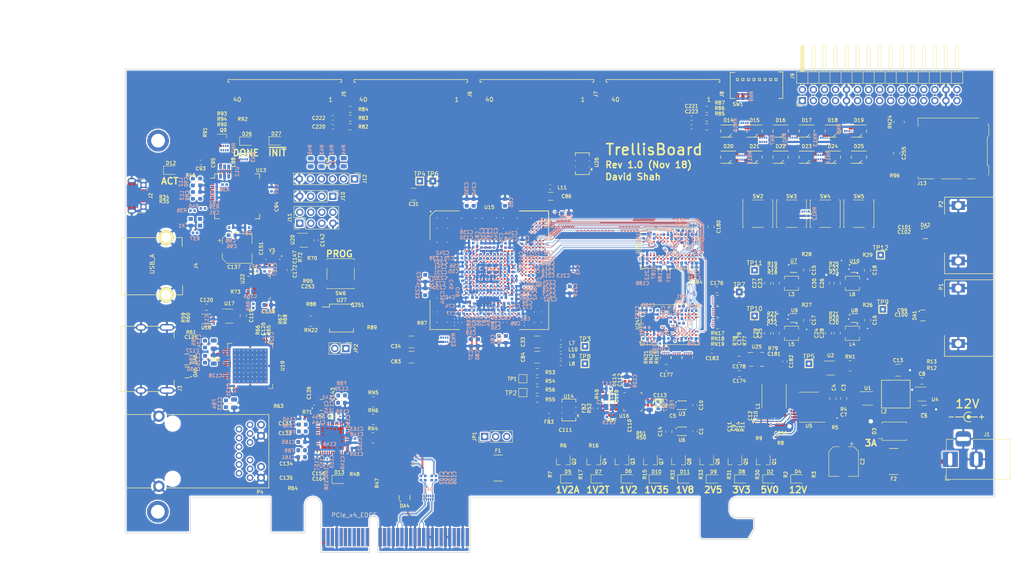
<source format=kicad_pcb>
(kicad_pcb (version 20171130) (host pcbnew 5.0.1)
  (layers (0 F.Cu signal) (1 In1.Cu signal) (2 In2.Cu signal) (3 In3.Cu signal) (4 In4.Cu signal) (5 In5.Cu signal) (6 In6.Cu signal) (31 B.Cu signal) (34 B.Paste user) (35 F.Paste user) (36 B.SilkS user) (37 F.SilkS user) (38 B.Mask user) (39 F.Mask user) (44 Edge.Cuts user))
  (net 0 "")
  (net 1 "/PCIe + SATA/DCU1_REFCLK-")
  (net 2 "/PCIe + SATA/DCU1_REFCLK+")
  (net 3 DDR3_A4)
  (net 4 DDR3_A6)
  (net 5 DDR3_A5)
  (net 6 DDR3_A7)
  (net 7 /DDR3/DDR3_VTT)
  (net 8 "Net-(RN2-Pad5)")
  (net 9 "Net-(RN2-Pad6)")
  (net 10 "Net-(R38-Pad2)")
  (net 11 "Net-(RN2-Pad7)")
  (net 12 +3V3)
  (net 13 /Power/1V2_EN)
  (net 14 /Power/2V5_EN)
  (net 15 /Power/1V35_EN)
  (net 16 "Net-(RN1-Pad4)")
  (net 17 +5V)
  (net 18 "Net-(RN1-Pad5)")
  (net 19 USD_D0)
  (net 20 USD_D3)
  (net 21 USD_CMD)
  (net 22 USD_D2)
  (net 23 "Net-(RN23-Pad1)")
  (net 24 GND)
  (net 25 "/FPGA IO/CFG0")
  (net 26 "Net-(RN23-Pad8)")
  (net 27 "/FPGA IO/CFG1")
  (net 28 "/FPGA IO/CFG2")
  (net 29 "/FPGA IO/FLASH_D3")
  (net 30 "/FPGA IO/FLASH_D1")
  (net 31 "/FPGA IO/FLASH_D2")
  (net 32 "/FPGA IO/FLASH_D0")
  (net 33 DDR3_WE)
  (net 34 DDR3_CKE)
  (net 35 DDR3_CS)
  (net 36 DDR3_ODT)
  (net 37 DDR3_CAS)
  (net 38 DDR3_BA2)
  (net 39 DDR3_RAS)
  (net 40 DDR3_BA1)
  (net 41 DDR3_A12)
  (net 42 DDR3_A14)
  (net 43 DDR3_A13)
  (net 44 DDR3_BA0)
  (net 45 DDR3_A11)
  (net 46 DDR3_A9)
  (net 47 DDR3_A10)
  (net 48 DDR3_A8)
  (net 49 DDR3_A0)
  (net 50 DDR3_A2)
  (net 51 DDR3_A1)
  (net 52 DDR3_A3)
  (net 53 "/HDMI, GbE, USB/ETH_LED2")
  (net 54 ETH_~RESET)
  (net 55 "/HDMI, GbE, USB/ETH_LED1")
  (net 56 RGMII_REF_CLK)
  (net 57 "Net-(D18-Pad4)")
  (net 58 "Net-(D20-Pad4)")
  (net 59 "Net-(D19-Pad4)")
  (net 60 "Net-(D21-Pad4)")
  (net 61 "Net-(D25-Pad4)")
  (net 62 "Net-(D23-Pad4)")
  (net 63 "Net-(D24-Pad4)")
  (net 64 "Net-(D22-Pad4)")
  (net 65 FTDI_D1_RX)
  (net 66 FTDI_~WR)
  (net 67 FTDI_~RD)
  (net 68 FTDI_~SIWU)
  (net 69 RGMII_RXD0)
  (net 70 RGMII_RXD2)
  (net 71 RGMII_RXD1)
  (net 72 RGMII_RXD3)
  (net 73 RGMII_RX_DV)
  (net 74 ETH_MDIO)
  (net 75 RGMII_RX_CLK)
  (net 76 ETH_INT_N)
  (net 77 "Net-(D17-Pad1)")
  (net 78 "Net-(D16-Pad1)")
  (net 79 "Net-(D14-Pad1)")
  (net 80 "Net-(D15-Pad1)")
  (net 81 DIP_SW1)
  (net 82 DIP_SW0)
  (net 83 DIP_SW2)
  (net 84 DIP_SW3)
  (net 85 DIP_SW7)
  (net 86 DIP_SW6)
  (net 87 DIP_SW4)
  (net 88 DIP_SW5)
  (net 89 "Net-(D14-Pad4)")
  (net 90 "Net-(D16-Pad4)")
  (net 91 "Net-(D15-Pad4)")
  (net 92 "Net-(D17-Pad4)")
  (net 93 "Net-(D21-Pad1)")
  (net 94 "Net-(D20-Pad1)")
  (net 95 "Net-(D18-Pad1)")
  (net 96 "Net-(D19-Pad1)")
  (net 97 BTN1)
  (net 98 BTN0)
  (net 99 BTN2)
  (net 100 BTN3)
  (net 101 "Net-(D25-Pad1)")
  (net 102 "Net-(D24-Pad1)")
  (net 103 "Net-(D22-Pad1)")
  (net 104 "Net-(D23-Pad1)")
  (net 105 "/FPGA IO/VCCIO7")
  (net 106 "Net-(R44-Pad2)")
  (net 107 JTAG_TDO)
  (net 108 JTAG_TDI)
  (net 109 "Net-(R43-Pad2)")
  (net 110 "Net-(R42-Pad2)")
  (net 111 JTAG_TCK)
  (net 112 JTAG_TMS)
  (net 113 "Net-(R45-Pad2)")
  (net 114 "/PCIe + SATA/CLKAUXO+")
  (net 115 "/PCIe + SATA/CLK150M-")
  (net 116 +1V8)
  (net 117 +2V5)
  (net 118 "/PCIe + SATA/CLKAUXO-")
  (net 119 "/FPGA IO/VCCIO6")
  (net 120 "/PCIe + SATA/CLK150M+")
  (net 121 CLK_SDA)
  (net 122 "Net-(R36-Pad2)")
  (net 123 FPGA_12MHz)
  (net 124 "/PCIe + SATA/PCIe_REFCLK+")
  (net 125 "/PCIe + SATA/PCIe_REFCLK-")
  (net 126 PCIe_12V)
  (net 127 "Net-(D13-Pad2)")
  (net 128 ~PERST)
  (net 129 "Net-(P3-PadA11)")
  (net 130 "Net-(D12-Pad2)")
  (net 131 "Net-(R40-Pad1)")
  (net 132 "Net-(R39-Pad1)")
  (net 133 "Net-(R38-Pad1)")
  (net 134 "Net-(R12-Pad2)")
  (net 135 "/PCIe + SATA/3V3_C")
  (net 136 "/PCIe + SATA/3V3_CA")
  (net 137 "Net-(R57-Pad1)")
  (net 138 "Net-(R58-Pad2)")
  (net 139 FABRIC_REFCLK)
  (net 140 "/HDMI, GbE, USB/PORT_SCL")
  (net 141 "/HDMI, GbE, USB/PORT_SDA")
  (net 142 "Net-(C121-Pad1)")
  (net 143 "Net-(R62-Pad1)")
  (net 144 /Power/3V3_PG)
  (net 145 "Net-(D27-Pad2)")
  (net 146 "/FPGA IO/~PROGRAM")
  (net 147 "Net-(R80-Pad1)")
  (net 148 "Net-(R81-Pad1)")
  (net 149 "/FPGA IO/FLASH_~CS")
  (net 150 "/FPGA IO/FLASH_CLK")
  (net 151 "/FPGA IO/DONE")
  (net 152 "Net-(Q9-Pad1)")
  (net 153 "Net-(D26-Pad2)")
  (net 154 "Net-(R79-Pad1)")
  (net 155 "/FPGA IO/~INIT")
  (net 156 "Net-(C9-Pad1)")
  (net 157 "Net-(C11-Pad1)")
  (net 158 "Net-(Q2-Pad3)")
  (net 159 "Net-(D5-Pad1)")
  (net 160 /Power/1V2_PG)
  (net 161 USD_D1)
  (net 162 USD_CLK)
  (net 163 "Net-(R97-Pad1)")
  (net 164 "Net-(Q2-Pad1)")
  (net 165 +1V2A)
  (net 166 "Net-(R5-Pad2)")
  (net 167 "Net-(D2-Pad2)")
  (net 168 "Net-(C7-Pad1)")
  (net 169 "Net-(D4-Pad2)")
  (net 170 +12V)
  (net 171 "Net-(R74-Pad1)")
  (net 172 "/Debug Interface/PORT_D-")
  (net 173 "/Debug Interface/FTDI_D-")
  (net 174 "/Debug Interface/FTDI_D+")
  (net 175 "/Debug Interface/PORT_D+")
  (net 176 "Net-(C22-Pad2)")
  (net 177 "Net-(R71-Pad2)")
  (net 178 "/HDMI, GbE, USB/USB_XO")
  (net 179 "/HDMI, GbE, USB/USB_XI")
  (net 180 "Net-(R73-Pad1)")
  (net 181 "/HDMI, GbE, USB/USBA_VBUS")
  (net 182 "/HDMI, GbE, USB/EXTVBUS")
  (net 183 DVI_SCL)
  (net 184 DVI_SDA)
  (net 185 CLK_SCL)
  (net 186 "Net-(R70-Pad1)")
  (net 187 "Net-(C175-Pad2)")
  (net 188 DDR3_CLK+)
  (net 189 "Net-(P4-Pad16)")
  (net 190 "Net-(R66-Pad1)")
  (net 191 "Net-(R65-Pad1)")
  (net 192 "/HDMI, GbE, USB/HDMI_HPD")
  (net 193 DDR3_CLK-)
  (net 194 "Net-(C179-Pad1)")
  (net 195 +1V35)
  (net 196 +1V2)
  (net 197 "Net-(D10-Pad2)")
  (net 198 "Net-(P4-Pad14)")
  (net 199 "Net-(C12-Pad2)")
  (net 200 "Net-(D6-Pad2)")
  (net 201 +1V2T)
  (net 202 "Net-(Q4-Pad1)")
  (net 203 "Net-(Q4-Pad3)")
  (net 204 "Net-(D7-Pad1)")
  (net 205 "Net-(C19-Pad2)")
  (net 206 "Net-(C20-Pad2)")
  (net 207 "Net-(C21-Pad2)")
  (net 208 "/Debug Interface/FTDI_12MHz")
  (net 209 "Net-(D11-Pad2)")
  (net 210 /Power/2V5_PG)
  (net 211 /Power/1V35_PG)
  (net 212 /Power/1V8_PG)
  (net 213 "Net-(D8-Pad2)")
  (net 214 "Net-(D9-Pad2)")
  (net 215 "Net-(C8-Pad2)")
  (net 216 "Net-(C8-Pad1)")
  (net 217 /Power/PWR_EN)
  (net 218 "/HDMI, GbE, USB/HDMI_5V")
  (net 219 "Net-(U17-Pad3)")
  (net 220 "Net-(D9-Pad1)")
  (net 221 "Net-(D11-Pad1)")
  (net 222 "Net-(D26-Pad1)")
  (net 223 "Net-(D2-Pad1)")
  (net 224 "Net-(D6-Pad1)")
  (net 225 "Net-(D10-Pad1)")
  (net 226 "Net-(D8-Pad1)")
  (net 227 "Net-(U1-Pad3)")
  (net 228 DDR3_Vref)
  (net 229 DDR3_Vtt_EN)
  (net 230 "Net-(U5-Pad2)")
  (net 231 "Net-(L1-Pad1)")
  (net 232 "Net-(C11-Pad2)")
  (net 233 "Net-(U13-Pad3)")
  (net 234 "/Debug Interface/Vphy")
  (net 235 "/Debug Interface/Vpll")
  (net 236 "/Debug Interface/JTAG_ACT")
  (net 237 "Net-(U13-Pad22)")
  (net 238 "Net-(U13-Pad23)")
  (net 239 "Net-(U13-Pad24)")
  (net 240 "Net-(U13-Pad26)")
  (net 241 "Net-(U13-Pad27)")
  (net 242 "Net-(U13-Pad28)")
  (net 243 "Net-(U13-Pad29)")
  (net 244 "Net-(U13-Pad30)")
  (net 245 "Net-(U13-Pad32)")
  (net 246 "Net-(U13-Pad33)")
  (net 247 "Net-(U13-Pad34)")
  (net 248 "Net-(U13-Pad36)")
  (net 249 FTDI_D0_TX)
  (net 250 FTDI_D2)
  (net 251 FTDI_D3)
  (net 252 FTDI_D4)
  (net 253 FTDI_D5)
  (net 254 FTDI_D6)
  (net 255 FTDI_D7)
  (net 256 FTDI_~RXF)
  (net 257 "Net-(U13-Pad49)")
  (net 258 "Net-(U13-Pad50)")
  (net 259 FTDI_~TXE)
  (net 260 "Net-(U13-Pad57)")
  (net 261 "Net-(U13-Pad58)")
  (net 262 "Net-(U13-Pad59)")
  (net 263 "Net-(U13-Pad60)")
  (net 264 "/HDMI, GbE, USB/DVI_DVDD")
  (net 265 DVI_DE)
  (net 266 DVI_HSYNC)
  (net 267 DVI_VSYNC)
  (net 268 "Net-(U19-Pad11)")
  (net 269 "/HDMI, GbE, USB/DVI_PVDD")
  (net 270 "/HDMI, GbE, USB/TMDS_CLK-")
  (net 271 "/HDMI, GbE, USB/TMDS_CLK+")
  (net 272 "/HDMI, GbE, USB/DVI_TVDD")
  (net 273 "/HDMI, GbE, USB/TMDS_D0-")
  (net 274 "/HDMI, GbE, USB/TMDS_D0+")
  (net 275 "/HDMI, GbE, USB/TMDS_D1-")
  (net 276 "/HDMI, GbE, USB/TMDS_D1+")
  (net 277 "/HDMI, GbE, USB/TMDS_D2-")
  (net 278 "/HDMI, GbE, USB/TMDS_D2+")
  (net 279 DVI_D23)
  (net 280 DVI_D22)
  (net 281 DVI_D21)
  (net 282 DVI_D20)
  (net 283 DVI_D19)
  (net 284 DVI_D18)
  (net 285 DVI_D17)
  (net 286 DVI_D16)
  (net 287 DVI_D15)
  (net 288 DVI_D14)
  (net 289 DVI_D13)
  (net 290 DVI_D12)
  (net 291 "Net-(U19-Pad49)")
  (net 292 DVI_D11)
  (net 293 DVI_D10)
  (net 294 DVI_D9)
  (net 295 DVI_D8)
  (net 296 DVI_D7)
  (net 297 DVI_D6)
  (net 298 DVI_CLK)
  (net 299 DVI_D5)
  (net 300 DVI_D4)
  (net 301 DVI_D3)
  (net 302 DVI_D2)
  (net 303 DVI_D1)
  (net 304 DVI_D0)
  (net 305 "/HDMI, GbE, USB/AVDDH")
  (net 306 "/HDMI, GbE, USB/MX4-")
  (net 307 "/HDMI, GbE, USB/MX4+")
  (net 308 "/HDMI, GbE, USB/AVDDL")
  (net 309 "/HDMI, GbE, USB/MX3-")
  (net 310 "/HDMI, GbE, USB/MX3+")
  (net 311 "/HDMI, GbE, USB/MX2-")
  (net 312 "/HDMI, GbE, USB/MX2+")
  (net 313 "/HDMI, GbE, USB/MX1-")
  (net 314 "/HDMI, GbE, USB/MX1+")
  (net 315 "Net-(U21-Pad13)")
  (net 316 RGMII_TXD0)
  (net 317 RGMII_TXD1)
  (net 318 RGMII_TXD2)
  (net 319 RGMII_TXD3)
  (net 320 RGMII_TX_CLK)
  (net 321 RGMII_TX_EN)
  (net 322 ETH_MDC)
  (net 323 "Net-(U21-Pad43)")
  (net 324 "/HDMI, GbE, USB/AVDDL_PLL")
  (net 325 "/HDMI, GbE, USB/ETH_XO")
  (net 326 "/HDMI, GbE, USB/ETH_XI")
  (net 327 "Net-(U21-Pad47)")
  (net 328 "Net-(U22-Pad3)")
  (net 329 "Net-(U22-Pad5)")
  (net 330 "/HDMI, GbE, USB/USBA_D+")
  (net 331 "/HDMI, GbE, USB/USBA_D-")
  (net 332 ULPI_RESET)
  (net 333 ULPI_NXT)
  (net 334 ULPI_DIR)
  (net 335 ULPI_STP)
  (net 336 ULPI_CLKO)
  (net 337 "/HDMI, GbE, USB/USB1V8")
  (net 338 ULPI_D7)
  (net 339 ULPI_D6)
  (net 340 ULPI_D5)
  (net 341 ULPI_D4)
  (net 342 ULPI_D3)
  (net 343 ULPI_D2)
  (net 344 ULPI_D1)
  (net 345 ULPI_D0)
  (net 346 "Net-(C117-Pad1)")
  (net 347 "Net-(C115-Pad2)")
  (net 348 CLK_SD_OE)
  (net 349 "Net-(U16-Pad11)")
  (net 350 "Net-(U16-Pad12)")
  (net 351 "/PCIe + SATA/1V8_C")
  (net 352 "Net-(U16-Pad16)")
  (net 353 "/PCIe + SATA/DCU0_REFCLK-")
  (net 354 "/PCIe + SATA/DCU0_REFCLK+")
  (net 355 "Net-(U16-Pad24)")
  (net 356 DDR3_DQ13)
  (net 357 DDR3_DQ15)
  (net 358 DDR3_DQ12)
  (net 359 DDR3_DQS1-)
  (net 360 DDR3_DQ14)
  (net 361 DDR3_DQ11)
  (net 362 DDR3_DQ9)
  (net 363 DDR3_DQS1+)
  (net 364 DDR3_DQ10)
  (net 365 DDR3_DM1)
  (net 366 DDR3_DQ8)
  (net 367 DDR3_DQ0)
  (net 368 DDR3_DM0)
  (net 369 DDR3_DQ2)
  (net 370 DDR3_DQS0+)
  (net 371 DDR3_DQ1)
  (net 372 DDR3_DQ3)
  (net 373 DDR3_DQ6)
  (net 374 DDR3_DQS0-)
  (net 375 DDR3_DQ4)
  (net 376 DDR3_DQ7)
  (net 377 DDR3_DQ5)
  (net 378 "Net-(U23-PadJ1)")
  (net 379 "Net-(U23-PadJ9)")
  (net 380 "Net-(U23-PadL1)")
  (net 381 "Net-(U23-PadL9)")
  (net 382 "Net-(U23-PadM7)")
  (net 383 DDR3_RESET)
  (net 384 "Net-(U24-PadM7)")
  (net 385 "Net-(U24-PadL9)")
  (net 386 "Net-(U24-PadL1)")
  (net 387 "Net-(U24-PadJ9)")
  (net 388 "Net-(U24-PadJ1)")
  (net 389 DDR3_DQ21)
  (net 390 DDR3_DQ23)
  (net 391 DDR3_DQ20)
  (net 392 DDR3_DQS2-)
  (net 393 DDR3_DQ22)
  (net 394 DDR3_DQ19)
  (net 395 DDR3_DQ17)
  (net 396 DDR3_DQS2+)
  (net 397 DDR3_DQ18)
  (net 398 DDR3_DM2)
  (net 399 DDR3_DQ16)
  (net 400 DDR3_DQ24)
  (net 401 DDR3_DM3)
  (net 402 DDR3_DQ26)
  (net 403 DDR3_DQS3+)
  (net 404 DDR3_DQ25)
  (net 405 DDR3_DQ27)
  (net 406 DDR3_DQ30)
  (net 407 DDR3_DQS3-)
  (net 408 DDR3_DQ28)
  (net 409 DDR3_DQ31)
  (net 410 DDR3_DQ29)
  (net 411 "Net-(X1-Pad1)")
  (net 412 "Net-(L4-Pad1)")
  (net 413 "Net-(L5-Pad1)")
  (net 414 "Net-(L3-Pad1)")
  (net 415 "Net-(L6-Pad1)")
  (net 416 "Net-(C111-Pad1)")
  (net 417 "/FPGA Core Power/VCCHTX1")
  (net 418 "/FPGA Core Power/VCCHTX0")
  (net 419 "/FPGA Core Power/VCCA0")
  (net 420 "/FPGA Core Power/VCCAUX")
  (net 421 "/FPGA Core Power/VCCA1")
  (net 422 "/PCIe + SATA/SATA1_A+")
  (net 423 "/PCIe + SATA/SATA1_A-")
  (net 424 "/PCIe + SATA/DCU1_RX1-")
  (net 425 "/PCIe + SATA/DCU1_RX1+")
  (net 426 "/PCIe + SATA/SATA0_A+")
  (net 427 "/PCIe + SATA/SATA0_A-")
  (net 428 "/PCIe + SATA/DCU1_RX0-")
  (net 429 "/PCIe + SATA/DCU1_RX0+")
  (net 430 "/PCIe + SATA/PCIe_HSI0+")
  (net 431 "/PCIe + SATA/PCIe_HSI0-")
  (net 432 "/PCIe + SATA/PCIe_HSI1+")
  (net 433 "/PCIe + SATA/PCIe_HSI1-")
  (net 434 "/PCIe + SATA/DCU0_RX0+")
  (net 435 "/PCIe + SATA/DCU0_RX0-")
  (net 436 "/PCIe + SATA/DCU0_RX1+")
  (net 437 "/PCIe + SATA/DCU0_RX1-")
  (net 438 "Net-(U6-Pad2)")
  (net 439 "Net-(U6-Pad5)")
  (net 440 "Net-(U3-Pad5)")
  (net 441 "Net-(U3-Pad2)")
  (net 442 "Net-(U10-Pad4)")
  (net 443 "Net-(U9-Pad4)")
  (net 444 "Net-(U8-Pad4)")
  (net 445 "Net-(U7-Pad4)")
  (net 446 "Net-(J5-Pad38)")
  (net 447 "/FPGA IO/EXT0_11-")
  (net 448 "/FPGA IO/EXT0_11+")
  (net 449 "/FPGA IO/EXT0_10-")
  (net 450 "/FPGA IO/EXT0_10+")
  (net 451 "/FPGA IO/EXT0_9-")
  (net 452 "/FPGA IO/EXT0_9+")
  (net 453 "/FPGA IO/EXT0_8-")
  (net 454 "/FPGA IO/EXT0_8+")
  (net 455 "/FPGA IO/EXT0_7-")
  (net 456 "/FPGA IO/EXT0_7+")
  (net 457 "/FPGA IO/EXT0_6-")
  (net 458 "/FPGA IO/EXT0_6+")
  (net 459 "/FPGA IO/EXT0_5-")
  (net 460 "/FPGA IO/EXT0_5+")
  (net 461 "/FPGA IO/EXT0_4-")
  (net 462 "/FPGA IO/EXT0_4+")
  (net 463 "/FPGA IO/EXT0_3-")
  (net 464 "/FPGA IO/EXT0_3+")
  (net 465 "/FPGA IO/EXT0_2-")
  (net 466 "/FPGA IO/EXT0_2+")
  (net 467 "/FPGA IO/EXT0_1-")
  (net 468 "/FPGA IO/EXT0_1+")
  (net 469 "/FPGA IO/EXT0_0-")
  (net 470 "/FPGA IO/EXT0_0+")
  (net 471 "/FPGA IO/EXT3_0+")
  (net 472 "/FPGA IO/EXT3_0-")
  (net 473 "/FPGA IO/EXT3_1+")
  (net 474 "/FPGA IO/EXT3_1-")
  (net 475 "/FPGA IO/EXT3_2+")
  (net 476 "/FPGA IO/EXT3_2-")
  (net 477 "/FPGA IO/EXT3_3+")
  (net 478 "/FPGA IO/EXT3_3-")
  (net 479 "/FPGA IO/EXT3_4+")
  (net 480 "/FPGA IO/EXT3_4-")
  (net 481 "/FPGA IO/EXT3_5+")
  (net 482 "/FPGA IO/EXT3_5-")
  (net 483 "/FPGA IO/EXT3_6+")
  (net 484 "/FPGA IO/EXT3_6-")
  (net 485 "/FPGA IO/EXT3_7+")
  (net 486 "/FPGA IO/EXT3_7-")
  (net 487 "/FPGA IO/EXT3_8+")
  (net 488 "/FPGA IO/EXT3_8-")
  (net 489 "/FPGA IO/EXT3_9+")
  (net 490 "/FPGA IO/EXT3_9-")
  (net 491 "/FPGA IO/EXT3_10+")
  (net 492 "/FPGA IO/EXT3_10-")
  (net 493 "/FPGA IO/EXT3_11+")
  (net 494 "/FPGA IO/EXT3_11-")
  (net 495 "Net-(J8-Pad38)")
  (net 496 "Net-(J6-Pad38)")
  (net 497 "/FPGA IO/EXT1_11-")
  (net 498 "/FPGA IO/EXT1_11+")
  (net 499 "/FPGA IO/EXT1_10-")
  (net 500 "/FPGA IO/EXT1_10+")
  (net 501 "/FPGA IO/EXT1_9-")
  (net 502 "/FPGA IO/EXT1_9+")
  (net 503 "/FPGA IO/EXT1_8-")
  (net 504 "/FPGA IO/EXT1_8+")
  (net 505 "/FPGA IO/EXT1_7-")
  (net 506 "/FPGA IO/EXT1_7+")
  (net 507 "/FPGA IO/EXT1_6-")
  (net 508 "/FPGA IO/EXT1_6+")
  (net 509 "/FPGA IO/EXT1_5-")
  (net 510 "/FPGA IO/EXT1_5+")
  (net 511 "/FPGA IO/EXT1_4-")
  (net 512 "/FPGA IO/EXT1_4+")
  (net 513 "/FPGA IO/EXT1_3-")
  (net 514 "/FPGA IO/EXT1_3+")
  (net 515 "/FPGA IO/EXT1_2-")
  (net 516 "/FPGA IO/EXT1_2+")
  (net 517 "/FPGA IO/EXT1_1-")
  (net 518 "/FPGA IO/EXT1_1+")
  (net 519 "/FPGA IO/EXT1_0-")
  (net 520 "/FPGA IO/EXT1_0+")
  (net 521 "/FPGA IO/EXT2_0+")
  (net 522 "/FPGA IO/EXT2_0-")
  (net 523 "/FPGA IO/EXT2_1+")
  (net 524 "/FPGA IO/EXT2_1-")
  (net 525 "/FPGA IO/EXT2_2+")
  (net 526 "/FPGA IO/EXT2_2-")
  (net 527 "/FPGA IO/EXT2_3+")
  (net 528 "/FPGA IO/EXT2_3-")
  (net 529 "/FPGA IO/EXT2_4+")
  (net 530 "/FPGA IO/EXT2_4-")
  (net 531 "/FPGA IO/EXT2_5+")
  (net 532 "/FPGA IO/EXT2_5-")
  (net 533 "/FPGA IO/EXT2_6+")
  (net 534 "/FPGA IO/EXT2_6-")
  (net 535 "/FPGA IO/EXT2_7+")
  (net 536 "/FPGA IO/EXT2_7-")
  (net 537 "/FPGA IO/EXT2_8+")
  (net 538 "/FPGA IO/EXT2_8-")
  (net 539 "/FPGA IO/EXT2_9+")
  (net 540 "/FPGA IO/EXT2_9-")
  (net 541 "/FPGA IO/EXT2_10+")
  (net 542 "/FPGA IO/EXT2_10-")
  (net 543 "/FPGA IO/EXT2_11+")
  (net 544 "/FPGA IO/EXT2_11-")
  (net 545 "Net-(J7-Pad38)")
  (net 546 "Net-(C132-Pad1)")
  (net 547 "Net-(C135-Pad1)")
  (net 548 "Net-(C133-Pad1)")
  (net 549 "Net-(C134-Pad1)")
  (net 550 "Net-(P3-PadB5)")
  (net 551 "Net-(P3-PadB6)")
  (net 552 "Net-(P3-PadB8)")
  (net 553 "Net-(P3-PadB9)")
  (net 554 "Net-(P3-PadB10)")
  (net 555 PCIe_~WAKE)
  (net 556 "Net-(P3-PadB12)")
  (net 557 "/PCIe + SATA/~PRSNT2~_X1")
  (net 558 "Net-(P3-PadB23)")
  (net 559 "Net-(P3-PadB24)")
  (net 560 "Net-(P3-PadB27)")
  (net 561 "Net-(P3-PadB28)")
  (net 562 "Net-(P3-PadB30)")
  (net 563 "/PCIe + SATA/~PRSNT2~_X4")
  (net 564 "/PCIe + SATA/~PRSNT1")
  (net 565 "Net-(P3-PadA5)")
  (net 566 "Net-(P3-PadA6)")
  (net 567 "Net-(P3-PadA7)")
  (net 568 "Net-(P3-PadA8)")
  (net 569 "Net-(P3-PadA9)")
  (net 570 "Net-(P3-PadA10)")
  (net 571 "Net-(P3-PadA19)")
  (net 572 "Net-(P3-PadA25)")
  (net 573 "Net-(P3-PadA26)")
  (net 574 "Net-(P3-PadA29)")
  (net 575 "Net-(P3-PadA30)")
  (net 576 "Net-(P3-PadA32)")
  (net 577 "Net-(U14-Pad2)")
  (net 578 "Net-(U14-Pad1)")
  (net 579 "Net-(U26-Pad1)")
  (net 580 "Net-(U26-Pad2)")
  (net 581 "/FPGA IO/CLK100+")
  (net 582 "/FPGA IO/CLK100-")
  (net 583 "Net-(J3-Pad14)")
  (net 584 "Net-(J3-Pad13)")
  (net 585 LED2)
  (net 586 LED11)
  (net 587 LED10)
  (net 588 LED0)
  (net 589 LED1)
  (net 590 LED3)
  (net 591 LED4)
  (net 592 LED5)
  (net 593 LED6)
  (net 594 LED7)
  (net 595 LED8)
  (net 596 LED9)
  (net 597 "Net-(F2-Pad2)")
  (net 598 "Net-(U15-PadR1)")
  (net 599 "Net-(U15-PadY1)")
  (net 600 "Net-(U15-PadAB1)")
  (net 601 "Net-(U15-PadAC1)")
  (net 602 "Net-(U15-PadAD1)")
  (net 603 "Net-(U15-PadAE1)")
  (net 604 "Net-(U15-PadA2)")
  (net 605 "Net-(U15-PadT2)")
  (net 606 "Net-(U15-PadW2)")
  (net 607 "Net-(U15-PadAB2)")
  (net 608 "Net-(U15-PadAC2)")
  (net 609 "Net-(U15-PadAE2)")
  (net 610 "Net-(U15-PadAG2)")
  (net 611 "Net-(U15-PadA3)")
  (net 612 "Net-(U15-PadV3)")
  (net 613 "Net-(U15-PadW3)")
  (net 614 "Net-(U15-PadY3)")
  (net 615 "Net-(U15-PadAC3)")
  (net 616 "Net-(U15-PadAD3)")
  (net 617 "Net-(U15-PadAE3)")
  (net 618 "Net-(U15-PadAG3)")
  (net 619 "Net-(U15-PadAL3)")
  (net 620 "Net-(U15-PadB4)")
  (net 621 "Net-(U15-PadH4)")
  (net 622 "Net-(U15-PadAC4)")
  (net 623 "Net-(U15-PadA5)")
  (net 624 "Net-(U15-PadL5)")
  (net 625 "Net-(U15-PadW6)")
  (net 626 "Net-(U15-PadD7)")
  (net 627 "Net-(U15-PadE7)")
  (net 628 "Net-(U15-PadAE7)")
  (net 629 "Net-(U15-PadG9)")
  (net 630 "/PCIe + SATA/DCU0_TX0+")
  (net 631 "Net-(U15-PadG10)")
  (net 632 "/PCIe + SATA/DCU0_TX0-")
  (net 633 "Net-(U15-PadG11)")
  (net 634 "/PCIe + SATA/DCU0_TX1+")
  (net 635 "/PCIe + SATA/DCU0_TX1-")
  (net 636 "/FPGA IO/PMOD1_10")
  (net 637 "/FPGA IO/PMOD1_9")
  (net 638 "Net-(U15-PadG14)")
  (net 639 "Net-(U15-PadG15)")
  (net 640 "Net-(U15-PadAK15)")
  (net 641 "Net-(U15-PadG16)")
  (net 642 "Net-(U15-PadAK16)")
  (net 643 "Net-(U15-PadG17)")
  (net 644 "Net-(U15-PadG18)")
  (net 645 "/PCIe + SATA/DCU1_TX0+")
  (net 646 "Net-(U15-PadG19)")
  (net 647 "/PCIe + SATA/DCU1_TX0-")
  (net 648 "/FPGA IO/PMOD1_8")
  (net 649 "/FPGA IO/PMOD1_7")
  (net 650 "/PCIe + SATA/DCU1_TX1+")
  (net 651 "/PCIe + SATA/DCU1_TX1-")
  (net 652 "/FPGA IO/EXIO_5")
  (net 653 "/FPGA IO/EXIO_4")
  (net 654 "/FPGA IO/EXIO_3")
  (net 655 "Net-(U15-PadG22)")
  (net 656 "/FPGA IO/PMOD1_3")
  (net 657 "/FPGA IO/PMOD1_2")
  (net 658 "/FPGA IO/PMOD1_0")
  (net 659 "/FPGA IO/PMOD1_1")
  (net 660 "/FPGA IO/EXIO_2")
  (net 661 "Net-(U15-PadG23)")
  (net 662 "/FPGA IO/EXIO_1")
  (net 663 "/FPGA IO/PMOD0_10")
  (net 664 "/FPGA IO/EXIO_0")
  (net 665 "/FPGA IO/PMOD0_9")
  (net 666 "Net-(U15-PadG24)")
  (net 667 "Net-(U15-PadAG24)")
  (net 668 "Net-(U15-PadAK24)")
  (net 669 "/FPGA IO/PMOD0_8")
  (net 670 "/FPGA IO/PMOD0_3")
  (net 671 "/FPGA IO/PMOD0_7")
  (net 672 "/FPGA IO/PMOD0_2")
  (net 673 "/FPGA IO/PMOD0_1")
  (net 674 "Net-(U15-PadAK25)")
  (net 675 "/FPGA IO/PMOD0_0")
  (net 676 "Net-(U15-PadB26)")
  (net 677 "Net-(U15-PadE26)")
  (net 678 "Net-(U15-PadAE26)")
  (net 679 "Net-(U15-PadH27)")
  (net 680 "Net-(U15-PadJ27)")
  (net 681 "Net-(U15-PadW27)")
  (net 682 "Net-(U15-PadC28)")
  (net 683 "Net-(U15-PadD28)")
  (net 684 "Net-(U15-PadH28)")
  (net 685 "Net-(U15-PadL28)")
  (net 686 "Net-(U15-PadP28)")
  (net 687 "Net-(U15-PadAC28)")
  (net 688 "Net-(U15-PadAE28)")
  (net 689 "Net-(U15-PadC29)")
  (net 690 "Net-(U15-PadH29)")
  (net 691 "Net-(U15-PadP29)")
  (net 692 "Net-(U15-PadAB29)")
  (net 693 "Net-(U15-PadAC29)")
  (net 694 "Net-(U15-PadAE29)")
  (net 695 "Net-(U15-PadAJ29)")
  (net 696 "Net-(U15-PadC30)")
  (net 697 "Net-(U15-PadP30)")
  (net 698 "Net-(U15-PadR30)")
  (net 699 "Net-(U15-PadV30)")
  (net 700 "Net-(U15-PadAB30)")
  (net 701 "Net-(U15-PadAE30)")
  (net 702 "Net-(U15-PadAJ30)")
  (net 703 "Net-(U15-PadA31)")
  (net 704 "Net-(U15-PadAG31)")
  (net 705 "Net-(U15-PadAK31)")
  (net 706 "Net-(U15-PadAG32)")
  (net 707 "Net-(J2-Pad1)")
  (net 708 "Net-(J2-Pad4)")
  (net 709 "Net-(U15-PadT30)")
  (net 710 "Net-(U15-PadAE27)")
  (net 711 "Net-(U15-PadAD27)")
  (net 712 "Net-(U15-PadF30)")
  (net 713 "Net-(U15-PadN27)")
  (net 714 "Net-(U15-PadU27)")
  (net 715 "Net-(U15-PadU29)")
  (net 716 "Net-(U15-PadW30)")
  (net 717 "Net-(U15-PadY30)")
  (net 718 "Net-(U15-PadY29)")
  (module Capacitor_SMD:C_0201_0603Metric (layer B.Cu) (at 90.2 111.585 90)
    (fp_text reference C149 (at -2.665 0.05 90) (layer B.SilkS) (effects (font (size 0.8 0.8)) (justify mirror)))
    (fp_text value 10n)
    (pad 1 smd roundrect (at -0.32 0 90) (size 0.46 0.4) (layers B.Cu B.Mask) (net 196 +1V2))
    (pad 2 smd roundrect (at 0.32 0 90) (size 0.46 0.4) (layers B.Cu B.Mask) (net 24 GND))
  )
  (module Capacitor_SMD:C_0201_0603Metric (layer B.Cu) (at 85.015 109.9)
    (fp_text reference C146 (at 2.235 0.1) (layer B.SilkS) (effects (font (size 0.8 0.8)) (justify mirror)))
    (fp_text value 10n)
    (pad 2 smd roundrect (at 0.32 0) (size 0.46 0.4) (layers B.Cu B.Mask) (net 24 GND))
    (pad 1 smd roundrect (at -0.32 0) (size 0.46 0.4) (layers B.Cu B.Mask) (net 308 "/HDMI, GbE, USB/AVDDL"))
  )
  (module Capacitor_SMD:C_0201_0603Metric (layer B.Cu) (at 87.2 105.615 90)
    (fp_text reference C145 (at 4.115 -0.7 90) (layer B.SilkS) (effects (font (size 0.8 0.8)) (justify mirror)))
    (fp_text value 10n)
    (pad 1 smd roundrect (at -0.32 0 90) (size 0.46 0.4) (layers B.Cu B.Mask) (net 24 GND))
    (pad 2 smd roundrect (at 0.32 0 90) (size 0.46 0.4) (layers B.Cu B.Mask) (net 324 "/HDMI, GbE, USB/AVDDL_PLL"))
  )
  (module Capacitor_SMD:C_0201_0603Metric (layer B.Cu) (at 84.915 107.4)
    (fp_text reference C144 (at -0.165 -2.4) (layer B.SilkS) (effects (font (size 0.8 0.8)) (justify mirror)))
    (fp_text value 10n)
    (pad 2 smd roundrect (at 0.32 0) (size 0.46 0.4) (layers B.Cu B.Mask) (net 24 GND))
    (pad 1 smd roundrect (at -0.32 0) (size 0.46 0.4) (layers B.Cu B.Mask) (net 308 "/HDMI, GbE, USB/AVDDL"))
  )
  (module Capacitor_SMD:C_0201_0603Metric (layer B.Cu) (at 90.9 108.9 180)
    (fp_text reference C148 (at -2.6 1.15 180) (layer B.SilkS) (effects (font (size 0.8 0.8)) (justify mirror)))
    (fp_text value 10n)
    (pad 1 smd roundrect (at -0.32 0 180) (size 0.46 0.4) (layers B.Cu B.Mask) (net 196 +1V2))
    (pad 2 smd roundrect (at 0.32 0 180) (size 0.46 0.4) (layers B.Cu B.Mask) (net 24 GND))
  )
  (module Capacitor_SMD:C_0201_0603Metric (layer B.Cu) (at 86.7 111.6 90)
    (fp_text reference C160 (at -4.4 -0.2 90) (layer B.SilkS) (effects (font (size 0.8 0.8)) (justify mirror)))
    (fp_text value 10n)
    (pad 2 smd roundrect (at 0.32 0 90) (size 0.46 0.4) (layers B.Cu B.Mask) (net 24 GND))
    (pad 1 smd roundrect (at -0.32 0 90) (size 0.46 0.4) (layers B.Cu B.Mask) (net 12 +3V3))
  )
  (module Capacitor_SMD:C_0201_0603Metric (layer B.Cu) (at 86.7 113.7 270)
    (fp_text reference C158 (at 5.3 0.2 270) (layer B.SilkS) (effects (font (size 0.8 0.8)) (justify mirror)))
    (fp_text value 10n)
    (pad 1 smd roundrect (at -0.32 0 270) (size 0.46 0.4) (layers B.Cu B.Mask) (net 12 +3V3))
    (pad 2 smd roundrect (at 0.32 0 270) (size 0.46 0.4) (layers B.Cu B.Mask) (net 24 GND))
  )
  (module Capacitor_SMD:C_0201_0603Metric (layer B.Cu) (at 84.4 112.1 270)
    (fp_text reference C157 (at 2.4 0.15 270) (layer B.SilkS) (effects (font (size 0.8 0.8)) (justify mirror)))
    (fp_text value 10n)
    (pad 2 smd roundrect (at 0.32 0 270) (size 0.46 0.4) (layers B.Cu B.Mask) (net 24 GND))
    (pad 1 smd roundrect (at -0.32 0 270) (size 0.46 0.4) (layers B.Cu B.Mask) (net 305 "/HDMI, GbE, USB/AVDDH"))
  )
  (module Capacitor_SMD:C_0201_0603Metric (layer B.Cu) (at 90 103.6)
    (fp_text reference C155 (at 0.25 -1.1) (layer B.SilkS) (effects (font (size 0.8 0.8)) (justify mirror)))
    (fp_text value 10n)
    (pad 1 smd roundrect (at -0.32 0) (size 0.46 0.4) (layers B.Cu B.Mask) (net 12 +3V3))
    (pad 2 smd roundrect (at 0.32 0) (size 0.46 0.4) (layers B.Cu B.Mask) (net 24 GND))
  )
  (module Capacitor_SMD:C_0201_0603Metric (layer B.Cu) (at 84.885 105.9)
    (fp_text reference C154 (at -0.135 -2.15) (layer B.SilkS) (effects (font (size 0.8 0.8)) (justify mirror)))
    (fp_text value 10n)
    (pad 2 smd roundrect (at 0.32 0) (size 0.46 0.4) (layers B.Cu B.Mask) (net 24 GND))
    (pad 1 smd roundrect (at -0.32 0) (size 0.46 0.4) (layers B.Cu B.Mask) (net 305 "/HDMI, GbE, USB/AVDDH"))
  )
  (module Capacitor_SMD:C_0201_0603Metric (layer B.Cu) (at 87.8 111.6 90)
    (fp_text reference C153 (at -2.4 -0.05 90) (layer B.SilkS) (effects (font (size 0.8 0.8)) (justify mirror)))
    (fp_text value 10n)
    (pad 1 smd roundrect (at -0.32 0 90) (size 0.46 0.4) (layers B.Cu B.Mask) (net 196 +1V2))
    (pad 2 smd roundrect (at 0.32 0 90) (size 0.46 0.4) (layers B.Cu B.Mask) (net 24 GND))
  )
  (module Capacitor_SMD:C_0201_0603Metric (layer B.Cu) (at 85.7 111.6 90)
    (fp_text reference C152 (at -2.4 -0.2 90) (layer B.SilkS) (effects (font (size 0.8 0.8)) (justify mirror)))
    (fp_text value 10n)
    (pad 2 smd roundrect (at 0.32 0 90) (size 0.46 0.4) (layers B.Cu B.Mask) (net 24 GND))
    (pad 1 smd roundrect (at -0.32 0 90) (size 0.46 0.4) (layers B.Cu B.Mask) (net 196 +1V2))
  )
  (module Capacitor_SMD:C_0201_0603Metric (layer B.Cu) (at 89.9 105.6 270)
    (fp_text reference C150 (at -0.85 -1.6 270) (layer B.SilkS) (effects (font (size 0.8 0.8)) (justify mirror)))
    (fp_text value 10n)
    (pad 1 smd roundrect (at -0.32 0 270) (size 0.46 0.4) (layers B.Cu B.Mask) (net 196 +1V2))
    (pad 2 smd roundrect (at 0.32 0 270) (size 0.46 0.4) (layers B.Cu B.Mask) (net 24 GND))
  )
  (module TestPoint:TestPoint_THTPad_1.5x1.5mm_Drill0.7mm (layer F.Cu) (at 185 70)
    (fp_text reference TP11 (at 0 -1.648) (layer F.SilkS))
    (fp_text value 1.35V)
    (pad 1 thru_hole rect (at 0 0) (size 1.5 1.5) (drill 0.7) (layers *.Cu *.Mask) (net 195 +1V35))
  )
  (module TestPoint:TestPoint_THTPad_1.5x1.5mm_Drill0.7mm (layer F.Cu) (at 146 91.5)
    (fp_text reference TP8 (at 0 -1.648) (layer F.SilkS))
    (fp_text value 1.2VT)
    (pad 1 thru_hole rect (at 0 0) (size 1.5 1.5) (drill 0.7) (layers *.Cu *.Mask) (net 201 +1V2T))
  )
  (module TestPoint:TestPoint_THTPad_1.5x1.5mm_Drill0.7mm (layer F.Cu) (at 214.5 79)
    (fp_text reference TP9 (at 0 -1.648) (layer F.SilkS))
    (fp_text value 3.3V)
    (pad 1 thru_hole rect (at 0 0) (size 1.5 1.5) (drill 0.7) (layers *.Cu *.Mask) (net 12 +3V3))
  )
  (module TestPoint:TestPoint_THTPad_1.5x1.5mm_Drill0.7mm (layer F.Cu) (at 185 80.5)
    (fp_text reference TP10 (at 0 -1.648) (layer F.SilkS))
    (fp_text value 2.5V)
    (pad 1 thru_hole rect (at 0 0) (size 1.5 1.5) (drill 0.7) (layers *.Cu *.Mask) (net 117 +2V5))
  )
  (module TestPoint:TestPoint_THTPad_1.5x1.5mm_Drill0.7mm (layer F.Cu) (at 214 66.5)
    (fp_text reference TP12 (at 0 -1.648) (layer F.SilkS))
    (fp_text value 1.8V)
    (pad 1 thru_hole rect (at 0 0) (size 1.5 1.5) (drill 0.7) (layers *.Cu *.Mask) (net 116 +1V8))
  )
  (module TestPoint:TestPoint_THTPad_1.5x1.5mm_Drill0.7mm (layer F.Cu) (at 197.5 91.5)
    (fp_text reference TP5 (at 0 -1.648) (layer F.SilkS))
    (fp_text value 5V)
    (pad 1 thru_hole rect (at 0 0) (size 1.5 1.5) (drill 0.7) (layers *.Cu *.Mask) (net 17 +5V))
  )
  (module TestPoint:TestPoint_THTPad_1.5x1.5mm_Drill0.7mm (layer F.Cu) (at 108 49.5)
    (fp_text reference TP4 (at 0 -1.648) (layer F.SilkS))
    (fp_text value 1.2V)
    (pad 1 thru_hole rect (at 0 0) (size 1.5 1.5) (drill 0.7) (layers *.Cu *.Mask) (net 196 +1V2))
  )
  (module TestPoint:TestPoint_THTPad_1.5x1.5mm_Drill0.7mm (layer F.Cu) (at 146 87.5)
    (fp_text reference TP3 (at 0 -1.648) (layer F.SilkS))
    (fp_text value 1.2VA)
    (pad 1 thru_hole rect (at 0 0) (size 1.5 1.5) (drill 0.7) (layers *.Cu *.Mask) (net 165 +1V2A))
  )
  (module TestPoint:TestPoint_THTPad_1.5x1.5mm_Drill0.7mm (layer F.Cu) (at 111 49.5)
    (fp_text reference TP6 (at 0 -1.648) (layer F.SilkS))
    (fp_text value GND)
    (pad 1 thru_hole rect (at 0 0) (size 1.5 1.5) (drill 0.7) (layers *.Cu *.Mask) (net 24 GND))
  )
  (module TestPoint:TestPoint_THTPad_1.5x1.5mm_Drill0.7mm (layer F.Cu) (at 181.5 75)
    (fp_text reference TP7 (at 0 -1.648) (layer F.SilkS))
    (fp_text value GND)
    (pad 1 thru_hole rect (at 0 0) (size 1.5 1.5) (drill 0.7) (layers *.Cu *.Mask) (net 24 GND))
  )
  (module "Custom Parts:PCIe_EDGE_x4" (layer F.Cu) (at 92.9 131.4)
    (fp_text reference P3 hide)
    (fp_text value PCIe_x4_EDGE (at 0 -5.08) (layer Edge.Cuts))
    (fp_arc (start 88.15 -6.2) (end 86.4 -6.2) (angle -90) (layer Edge.Cuts) (width 0.15))
    (fp_arc (start 88.15 -7.5) (end 88.15 -9.25) (angle -90) (layer Edge.Cuts) (width 0.15))
    (fp_line (start 90.7 0.55) (end 92.1 -1.88) (layer Edge.Cuts) (width 0.15))
    (fp_line (start 79.9 0.55) (end 79.4 0.05) (layer Edge.Cuts) (width 0.15))
    (fp_line (start 92.1 -4.45) (end 88.15 -4.45) (layer Edge.Cuts) (width 0.15))
    (fp_line (start 86.4 -6.2) (end 86.4 -7.5) (layer Edge.Cuts) (width 0.15))
    (fp_line (start 88.15 -9.25) (end 105.4 -9.25) (layer Edge.Cuts) (width 0.15))
    (fp_line (start 79.4 -4.45) (end 79.4 0.05) (layer Edge.Cuts) (width 0.15))
    (fp_line (start 79.9 0.55) (end 90.71 0.55) (layer Edge.Cuts) (width 0.15))
    (fp_line (start 92.1 -1.88) (end 92.1 -4.45) (layer Edge.Cuts) (width 0.15))
    (fp_line (start 79.4 -9.25) (end 79.4 -4.45) (layer Edge.Cuts) (width 0.15))
    (fp_line (start 76.6 -9.25) (end 79.4 -9.25) (layer Edge.Cuts) (width 0.15))
    (fp_line (start 26.65 -3.2) (end 26.65 -9.25) (layer Edge.Cuts) (width 0.15))
    (fp_line (start 26.65 -9.25) (end 76.65 -9.25) (layer Edge.Cuts) (width 0.15))
    (fp_line (start -52.65 -106.65) (end -52.65 -107.65) (layer Edge.Cuts) (width 0.15))
    (fp_line (start -52.65 -107.65) (end -19.3 -107.65) (layer Edge.Cuts) (width 0.15))
    (fp_line (start -19.3 -1) (end -19.3 -9.25) (layer Edge.Cuts) (width 0.15))
    (fp_line (start -19.3 -9.25) (end -37.65 -9.25) (layer Edge.Cuts) (width 0.15))
    (fp_line (start -37.65 -9.25) (end -37.65 -1) (layer Edge.Cuts) (width 0.15))
    (fp_line (start -37.65 -1) (end -52.65 -1) (layer Edge.Cuts) (width 0.15))
    (fp_line (start -52.65 -1) (end -52.65 -106.65) (layer Edge.Cuts) (width 0.15))
    (fp_line (start -19.3 -107.65) (end 3.7 -107.65) (layer Edge.Cuts) (width 0.15))
    (fp_line (start -11.9 -1) (end -19.3 -1) (layer Edge.Cuts) (width 0.15))
    (fp_line (start -11.3 -7.45) (end -11.3 -7.2) (layer Edge.Cuts) (width 0.15))
    (fp_line (start -11.3 -7.2) (end -11.3 -2.8) (layer Edge.Cuts) (width 0.15))
    (fp_line (start -11.3 -2.8) (end -11.3 -1) (layer Edge.Cuts) (width 0.15))
    (fp_line (start -11.3 -1) (end -11.9 -1) (layer Edge.Cuts) (width 0.15))
    (fp_line (start -7.65 -7.425) (end -7.65 -2.47) (layer Edge.Cuts) (width 0.15))
    (fp_arc (start -9.475 -7.425) (end -11.3 -7.425) (angle 180) (layer Edge.Cuts) (width 0.15))
    (fp_line (start 3.7 -107.65) (end 105.4 -107.65) (layer Edge.Cuts) (width 0.15))
    (fp_line (start -7.65 3.5) (end -6.9 3.5) (layer Edge.Cuts) (width 0.15))
    (fp_line (start -7.65 3.5) (end -7.65 -2.5) (layer Edge.Cuts) (width 0.15))
    (fp_line (start 26.65 3.5) (end 26.65 -3.2) (layer Edge.Cuts) (width 0.15))
    (fp_line (start 5.45 3.5) (end 26.65 3.5) (layer Edge.Cuts) (width 0.15))
    (fp_line (start 3.55 -3.95) (end 3.55 3.5) (layer Edge.Cuts) (width 0.15))
    (fp_line (start 3.55 3.5) (end -6.9 3.5) (layer Edge.Cuts) (width 0.15))
    (fp_line (start 5.45 -3.95) (end 5.45 3.5) (layer Edge.Cuts) (width 0.15))
    (fp_arc (start 4.5 -3.95) (end 3.55 -3.95) (angle 180) (layer Edge.Cuts) (width 0.15))
    (pad B1 smd rect (at -7 0) (size 0.75 4.2) (layers F.Cu F.Mask) (net 126 PCIe_12V))
    (pad B2 smd rect (at -6 0) (size 0.75 4.2) (layers F.Cu F.Mask) (net 126 PCIe_12V))
    (pad B3 smd rect (at -5 0) (size 0.75 4.2) (layers F.Cu F.Mask) (net 126 PCIe_12V))
    (pad B4 smd rect (at -4 0) (size 0.75 4.2) (layers F.Cu F.Mask) (net 24 GND))
    (pad B5 smd rect (at -3 0) (size 0.75 4.2) (layers F.Cu F.Mask) (net 550 "Net-(P3-PadB5)"))
    (pad B6 smd rect (at -2 0) (size 0.75 4.2) (layers F.Cu F.Mask) (net 551 "Net-(P3-PadB6)"))
    (pad B7 smd rect (at -1 0) (size 0.75 4.2) (layers F.Cu F.Mask) (net 24 GND))
    (pad B8 smd rect (at 0 0) (size 0.75 4.2) (layers F.Cu F.Mask) (net 552 "Net-(P3-PadB8)"))
    (pad B9 smd rect (at 1 0) (size 0.75 4.2) (layers F.Cu F.Mask) (net 553 "Net-(P3-PadB9)"))
    (pad B10 smd rect (at 2 0) (size 0.75 4.2) (layers F.Cu F.Mask) (net 554 "Net-(P3-PadB10)"))
    (pad B11 smd rect (at 3 0) (size 0.75 4.2) (layers F.Cu F.Mask) (net 555 PCIe_~WAKE))
    (pad B12 smd rect (at 6 0) (size 0.75 4.2) (layers F.Cu F.Mask) (net 556 "Net-(P3-PadB12)"))
    (pad B13 smd rect (at 7 0) (size 0.75 4.2) (layers F.Cu F.Mask) (net 24 GND))
    (pad B14 smd rect (at 8 0) (size 0.75 4.2) (layers F.Cu F.Mask) (net 434 "/PCIe + SATA/DCU0_RX0+"))
    (pad B15 smd rect (at 9 0) (size 0.75 4.2) (layers F.Cu F.Mask) (net 435 "/PCIe + SATA/DCU0_RX0-"))
    (pad B16 smd rect (at 10 0) (size 0.75 4.2) (layers F.Cu F.Mask) (net 24 GND))
    (pad B17 smd rect (at 11 0) (size 0.75 4.2) (layers F.Cu F.Mask) (net 557 "/PCIe + SATA/~PRSNT2~_X1"))
    (pad B18 smd rect (at 12 0) (size 0.75 4.2) (layers F.Cu F.Mask) (net 24 GND))
    (pad B19 smd rect (at 13 0) (size 0.75 4.2) (layers F.Cu F.Mask) (net 436 "/PCIe + SATA/DCU0_RX1+"))
    (pad B20 smd rect (at 14 0) (size 0.75 4.2) (layers F.Cu F.Mask) (net 437 "/PCIe + SATA/DCU0_RX1-"))
    (pad B21 smd rect (at 15 0) (size 0.75 4.2) (layers F.Cu F.Mask) (net 24 GND))
    (pad B22 smd rect (at 16 0) (size 0.75 4.2) (layers F.Cu F.Mask) (net 24 GND))
    (pad B23 smd rect (at 17 0) (size 0.75 4.2) (layers F.Cu F.Mask) (net 558 "Net-(P3-PadB23)"))
    (pad B24 smd rect (at 18 0) (size 0.75 4.2) (layers F.Cu F.Mask) (net 559 "Net-(P3-PadB24)"))
    (pad B25 smd rect (at 19 0) (size 0.75 4.2) (layers F.Cu F.Mask) (net 24 GND))
    (pad B26 smd rect (at 20 0) (size 0.75 4.2) (layers F.Cu F.Mask) (net 24 GND))
    (pad B27 smd rect (at 21 0) (size 0.75 4.2) (layers F.Cu F.Mask) (net 560 "Net-(P3-PadB27)"))
    (pad B28 smd rect (at 22 0) (size 0.75 4.2) (layers F.Cu F.Mask) (net 561 "Net-(P3-PadB28)"))
    (pad B29 smd rect (at 23 0) (size 0.75 4.2) (layers F.Cu F.Mask) (net 24 GND))
    (pad B30 smd rect (at 24 0) (size 0.75 4.2) (layers F.Cu F.Mask) (net 562 "Net-(P3-PadB30)"))
    (pad B31 smd rect (at 25 -0.5) (size 0.75 3.2) (layers F.Cu F.Mask) (net 563 "/PCIe + SATA/~PRSNT2~_X4"))
    (pad B32 smd rect (at 26 0) (size 0.75 4.2) (layers F.Cu F.Mask) (net 24 GND))
    (pad A1 smd rect (at -7 -0.5) (size 0.75 3.2) (layers B.Cu B.Mask) (net 564 "/PCIe + SATA/~PRSNT1"))
    (pad A2 smd rect (at -6 0) (size 0.75 4.2) (layers B.Cu B.Mask) (net 126 PCIe_12V))
    (pad A3 smd rect (at -5 0) (size 0.75 4.2) (layers B.Cu B.Mask) (net 126 PCIe_12V))
    (pad A4 smd rect (at -4 0) (size 0.75 4.2) (layers B.Cu B.Mask) (net 24 GND))
    (pad A5 smd rect (at -3 0) (size 0.75 4.2) (layers B.Cu B.Mask) (net 565 "Net-(P3-PadA5)"))
    (pad A6 smd rect (at -2 0) (size 0.75 4.2) (layers B.Cu B.Mask) (net 566 "Net-(P3-PadA6)"))
    (pad A7 smd rect (at -1 0) (size 0.75 4.2) (layers B.Cu B.Mask) (net 567 "Net-(P3-PadA7)"))
    (pad A8 smd rect (at 0 0) (size 0.75 4.2) (layers B.Cu B.Mask) (net 568 "Net-(P3-PadA8)"))
    (pad A9 smd rect (at 1 0) (size 0.75 4.2) (layers B.Cu B.Mask) (net 569 "Net-(P3-PadA9)"))
    (pad A10 smd rect (at 2 0) (size 0.75 4.2) (layers B.Cu B.Mask) (net 570 "Net-(P3-PadA10)"))
    (pad A11 smd rect (at 3 0) (size 0.75 4.2) (layers B.Cu B.Mask) (net 129 "Net-(P3-PadA11)"))
    (pad A12 smd rect (at 6 0) (size 0.75 4.2) (layers B.Cu B.Mask) (net 24 GND))
    (pad A13 smd rect (at 7 0) (size 0.75 4.2) (layers B.Cu B.Mask) (net 124 "/PCIe + SATA/PCIe_REFCLK+"))
    (pad A14 smd rect (at 8 0) (size 0.75 4.2) (layers B.Cu B.Mask) (net 125 "/PCIe + SATA/PCIe_REFCLK-"))
    (pad A15 smd rect (at 9 0) (size 0.75 4.2) (layers B.Cu B.Mask) (net 24 GND))
    (pad A16 smd rect (at 10 0) (size 0.75 4.2) (layers B.Cu B.Mask) (net 430 "/PCIe + SATA/PCIe_HSI0+"))
    (pad A17 smd rect (at 11 0) (size 0.75 4.2) (layers B.Cu B.Mask) (net 431 "/PCIe + SATA/PCIe_HSI0-"))
    (pad A18 smd rect (at 12 0) (size 0.75 4.2) (layers B.Cu B.Mask) (net 24 GND))
    (pad A19 smd rect (at 13 0) (size 0.75 4.2) (layers B.Cu B.Mask) (net 571 "Net-(P3-PadA19)"))
    (pad A20 smd rect (at 14 0) (size 0.75 4.2) (layers B.Cu B.Mask) (net 24 GND))
    (pad A21 smd rect (at 15 0) (size 0.75 4.2) (layers B.Cu B.Mask) (net 432 "/PCIe + SATA/PCIe_HSI1+"))
    (pad A22 smd rect (at 16 0) (size 0.75 4.2) (layers B.Cu B.Mask) (net 433 "/PCIe + SATA/PCIe_HSI1-"))
    (pad A23 smd rect (at 17 0) (size 0.75 4.2) (layers B.Cu B.Mask) (net 24 GND))
    (pad A24 smd rect (at 18 0) (size 0.75 4.2) (layers B.Cu B.Mask) (net 24 GND))
    (pad A25 smd rect (at 19 0) (size 0.75 4.2) (layers B.Cu B.Mask) (net 572 "Net-(P3-PadA25)"))
    (pad A26 smd rect (at 20 0) (size 0.75 4.2) (layers B.Cu B.Mask) (net 573 "Net-(P3-PadA26)"))
    (pad A27 smd rect (at 21 0) (size 0.75 4.2) (layers B.Cu B.Mask) (net 24 GND))
    (pad A28 smd rect (at 22 0) (size 0.75 4.2) (layers B.Cu B.Mask) (net 24 GND))
    (pad A29 smd rect (at 23 0) (size 0.75 4.2) (layers B.Cu B.Mask) (net 574 "Net-(P3-PadA29)"))
    (pad A30 smd rect (at 24 0) (size 0.75 4.2) (layers B.Cu B.Mask) (net 575 "Net-(P3-PadA30)"))
    (pad A31 smd rect (at 25 0) (size 0.75 4.2) (layers B.Cu B.Mask) (net 24 GND))
    (pad A32 smd rect (at 26 0) (size 0.75 4.2) (layers B.Cu B.Mask) (net 576 "Net-(P3-PadA32)"))
    (pad M thru_hole circle (at -45.15 -5.85) (size 5 5) (drill 3.18) (layers *.Cu *.Mask))
    (pad M thru_hole circle (at -45.1 -91.2) (size 5 5) (drill 3.18) (layers *.Cu *.Mask))
  )
  (module "Custom Parts:USON10" (layer F.Cu) (at 54.49 93.5 90)
    (fp_text reference DA5 (at 0 1.9 90) (layer F.SilkS) (effects (font (size 0.8 0.8))))
    (fp_text value TPD4E02B04)
    (pad 1 smd rect (at -1 0.38 90) (size 0.3 0.55) (layers F.Cu F.Paste F.Mask) (net 278 "/HDMI, GbE, USB/TMDS_D2+"))
    (pad 2 smd rect (at -0.5 0.38 90) (size 0.3 0.55) (layers F.Cu F.Paste F.Mask) (net 277 "/HDMI, GbE, USB/TMDS_D2-"))
    (pad 3 smd rect (at 0 0.38 90) (size 0.4 0.55) (layers F.Cu F.Paste F.Mask) (net 24 GND))
    (pad 4 smd rect (at 0.5 0.38 90) (size 0.3 0.55) (layers F.Cu F.Paste F.Mask) (net 276 "/HDMI, GbE, USB/TMDS_D1+"))
    (pad 5 smd rect (at 1 0.38 90) (size 0.3 0.55) (layers F.Cu F.Paste F.Mask) (net 275 "/HDMI, GbE, USB/TMDS_D1-"))
    (pad 6 smd rect (at 1 -0.39 90) (size 0.3 0.55) (layers F.Cu F.Paste F.Mask) (net 275 "/HDMI, GbE, USB/TMDS_D1-"))
    (pad 7 smd rect (at 0.5 -0.39 90) (size 0.3 0.55) (layers F.Cu F.Paste F.Mask) (net 276 "/HDMI, GbE, USB/TMDS_D1+"))
    (pad 8 smd rect (at 0 -0.39 90) (size 0.4 0.55) (layers F.Cu F.Paste F.Mask) (net 24 GND))
    (pad 9 smd rect (at -0.5 -0.39 90) (size 0.3 0.55) (layers F.Cu F.Paste F.Mask) (net 277 "/HDMI, GbE, USB/TMDS_D2-"))
    (pad 10 smd rect (at -1 -0.39 90) (size 0.3 0.55) (layers F.Cu F.Paste F.Mask) (net 278 "/HDMI, GbE, USB/TMDS_D2+"))
  )
  (module "Custom Parts:USON10" (layer F.Cu) (at 104.5 122.3)
    (fp_text reference DA4 (at 0 1.9) (layer F.SilkS) (effects (font (size 0.8 0.8))))
    (fp_text value TPD4E02B04)
    (pad 1 smd rect (at -1 0.38) (size 0.3 0.55) (layers F.Cu F.Paste F.Mask) (net 434 "/PCIe + SATA/DCU0_RX0+"))
    (pad 2 smd rect (at -0.5 0.38) (size 0.3 0.55) (layers F.Cu F.Paste F.Mask) (net 435 "/PCIe + SATA/DCU0_RX0-"))
    (pad 3 smd rect (at 0 0.38) (size 0.4 0.55) (layers F.Cu F.Paste F.Mask) (net 24 GND))
    (pad 4 smd rect (at 0.5 0.38) (size 0.3 0.55) (layers F.Cu F.Paste F.Mask) (net 436 "/PCIe + SATA/DCU0_RX1+"))
    (pad 5 smd rect (at 1 0.38) (size 0.3 0.55) (layers F.Cu F.Paste F.Mask) (net 437 "/PCIe + SATA/DCU0_RX1-"))
    (pad 6 smd rect (at 1 -0.39) (size 0.3 0.55) (layers F.Cu F.Paste F.Mask) (net 437 "/PCIe + SATA/DCU0_RX1-"))
    (pad 7 smd rect (at 0.5 -0.39) (size 0.3 0.55) (layers F.Cu F.Paste F.Mask) (net 436 "/PCIe + SATA/DCU0_RX1+"))
    (pad 8 smd rect (at 0 -0.39) (size 0.4 0.55) (layers F.Cu F.Paste F.Mask) (net 24 GND))
    (pad 9 smd rect (at -0.5 -0.39) (size 0.3 0.55) (layers F.Cu F.Paste F.Mask) (net 435 "/PCIe + SATA/DCU0_RX0-"))
    (pad 10 smd rect (at -1 -0.39) (size 0.3 0.55) (layers F.Cu F.Paste F.Mask) (net 434 "/PCIe + SATA/DCU0_RX0+"))
  )
  (module "Custom Parts:USON10" (layer B.Cu) (at 110 122.3)
    (fp_text reference DA3 (at 0 -1.9) (layer B.SilkS) (effects (font (size 0.8 0.8)) (justify mirror)))
    (fp_text value TPD4E02B04)
    (pad 1 smd rect (at -1 -0.38) (size 0.3 0.55) (layers B.Cu B.Paste B.Mask) (net 430 "/PCIe + SATA/PCIe_HSI0+"))
    (pad 2 smd rect (at -0.5 -0.38) (size 0.3 0.55) (layers B.Cu B.Paste B.Mask) (net 431 "/PCIe + SATA/PCIe_HSI0-"))
    (pad 3 smd rect (at 0 -0.38) (size 0.4 0.55) (layers B.Cu B.Paste B.Mask) (net 24 GND))
    (pad 4 smd rect (at 0.5 -0.38) (size 0.3 0.55) (layers B.Cu B.Paste B.Mask) (net 432 "/PCIe + SATA/PCIe_HSI1+"))
    (pad 5 smd rect (at 1 -0.38) (size 0.3 0.55) (layers B.Cu B.Paste B.Mask) (net 433 "/PCIe + SATA/PCIe_HSI1-"))
    (pad 6 smd rect (at 1 0.39) (size 0.3 0.55) (layers B.Cu B.Paste B.Mask) (net 433 "/PCIe + SATA/PCIe_HSI1-"))
    (pad 7 smd rect (at 0.5 0.39) (size 0.3 0.55) (layers B.Cu B.Paste B.Mask) (net 432 "/PCIe + SATA/PCIe_HSI1+"))
    (pad 8 smd rect (at 0 0.39) (size 0.4 0.55) (layers B.Cu B.Paste B.Mask) (net 24 GND))
    (pad 9 smd rect (at -0.5 0.39) (size 0.3 0.55) (layers B.Cu B.Paste B.Mask) (net 431 "/PCIe + SATA/PCIe_HSI0-"))
    (pad 10 smd rect (at -1 0.39) (size 0.3 0.55) (layers B.Cu B.Paste B.Mask) (net 430 "/PCIe + SATA/PCIe_HSI0+"))
  )
  (module "Custom Parts:USON10" (layer F.Cu) (at 223.71 80.4 270)
    (fp_text reference DA1 (at 0 1.9 270) (layer F.SilkS) (effects (font (size 0.8 0.8))))
    (fp_text value TPD4E02B04)
    (pad 1 smd rect (at -1 0.38 270) (size 0.3 0.55) (layers F.Cu F.Paste F.Mask) (net 426 "/PCIe + SATA/SATA0_A+"))
    (pad 2 smd rect (at -0.5 0.38 270) (size 0.3 0.55) (layers F.Cu F.Paste F.Mask) (net 427 "/PCIe + SATA/SATA0_A-"))
    (pad 3 smd rect (at 0 0.38 270) (size 0.4 0.55) (layers F.Cu F.Paste F.Mask) (net 24 GND))
    (pad 4 smd rect (at 0.5 0.38 270) (size 0.3 0.55) (layers F.Cu F.Paste F.Mask) (net 428 "/PCIe + SATA/DCU1_RX0-"))
    (pad 5 smd rect (at 1 0.38 270) (size 0.3 0.55) (layers F.Cu F.Paste F.Mask) (net 429 "/PCIe + SATA/DCU1_RX0+"))
    (pad 6 smd rect (at 1 -0.39 270) (size 0.3 0.55) (layers F.Cu F.Paste F.Mask) (net 429 "/PCIe + SATA/DCU1_RX0+"))
    (pad 7 smd rect (at 0.5 -0.39 270) (size 0.3 0.55) (layers F.Cu F.Paste F.Mask) (net 428 "/PCIe + SATA/DCU1_RX0-"))
    (pad 8 smd rect (at 0 -0.39 270) (size 0.4 0.55) (layers F.Cu F.Paste F.Mask) (net 24 GND))
    (pad 9 smd rect (at -0.5 -0.39 270) (size 0.3 0.55) (layers F.Cu F.Paste F.Mask) (net 427 "/PCIe + SATA/SATA0_A-"))
    (pad 10 smd rect (at -1 -0.39 270) (size 0.3 0.55) (layers F.Cu F.Paste F.Mask) (net 426 "/PCIe + SATA/SATA0_A+"))
  )
  (module "Custom Parts:USON10" (layer F.Cu) (at 54.42 90.5 90)
    (fp_text reference DA6 (at 0 1.9 90) (layer F.SilkS) (effects (font (size 0.8 0.8))))
    (fp_text value TPD4E02B04)
    (pad 1 smd rect (at -1 0.38 90) (size 0.3 0.55) (layers F.Cu F.Paste F.Mask) (net 274 "/HDMI, GbE, USB/TMDS_D0+"))
    (pad 2 smd rect (at -0.5 0.38 90) (size 0.3 0.55) (layers F.Cu F.Paste F.Mask) (net 273 "/HDMI, GbE, USB/TMDS_D0-"))
    (pad 3 smd rect (at 0 0.38 90) (size 0.4 0.55) (layers F.Cu F.Paste F.Mask) (net 24 GND))
    (pad 4 smd rect (at 0.5 0.38 90) (size 0.3 0.55) (layers F.Cu F.Paste F.Mask) (net 271 "/HDMI, GbE, USB/TMDS_CLK+"))
    (pad 5 smd rect (at 1 0.38 90) (size 0.3 0.55) (layers F.Cu F.Paste F.Mask) (net 270 "/HDMI, GbE, USB/TMDS_CLK-"))
    (pad 6 smd rect (at 1 -0.39 90) (size 0.3 0.55) (layers F.Cu F.Paste F.Mask) (net 270 "/HDMI, GbE, USB/TMDS_CLK-"))
    (pad 7 smd rect (at 0.5 -0.39 90) (size 0.3 0.55) (layers F.Cu F.Paste F.Mask) (net 271 "/HDMI, GbE, USB/TMDS_CLK+"))
    (pad 8 smd rect (at 0 -0.39 90) (size 0.4 0.55) (layers F.Cu F.Paste F.Mask) (net 24 GND))
    (pad 9 smd rect (at -0.5 -0.39 90) (size 0.3 0.55) (layers F.Cu F.Paste F.Mask) (net 273 "/HDMI, GbE, USB/TMDS_D0-"))
    (pad 10 smd rect (at -1 -0.39 90) (size 0.3 0.55) (layers F.Cu F.Paste F.Mask) (net 274 "/HDMI, GbE, USB/TMDS_D0+"))
  )
  (module "Custom Parts:USON10" (layer F.Cu) (at 224.3 61.5 270)
    (fp_text reference DA2 (at -1.9 0) (layer F.SilkS) (effects (font (size 0.8 0.8))))
    (fp_text value TPD4E02B04)
    (pad 1 smd rect (at -1 0.38 270) (size 0.3 0.55) (layers F.Cu F.Paste F.Mask) (net 422 "/PCIe + SATA/SATA1_A+"))
    (pad 2 smd rect (at -0.5 0.38 270) (size 0.3 0.55) (layers F.Cu F.Paste F.Mask) (net 423 "/PCIe + SATA/SATA1_A-"))
    (pad 3 smd rect (at 0 0.38 270) (size 0.4 0.55) (layers F.Cu F.Paste F.Mask) (net 24 GND))
    (pad 4 smd rect (at 0.5 0.38 270) (size 0.3 0.55) (layers F.Cu F.Paste F.Mask) (net 424 "/PCIe + SATA/DCU1_RX1-"))
    (pad 5 smd rect (at 1 0.38 270) (size 0.3 0.55) (layers F.Cu F.Paste F.Mask) (net 425 "/PCIe + SATA/DCU1_RX1+"))
    (pad 6 smd rect (at 1 -0.39 270) (size 0.3 0.55) (layers F.Cu F.Paste F.Mask) (net 425 "/PCIe + SATA/DCU1_RX1+"))
    (pad 7 smd rect (at 0.5 -0.39 270) (size 0.3 0.55) (layers F.Cu F.Paste F.Mask) (net 424 "/PCIe + SATA/DCU1_RX1-"))
    (pad 8 smd rect (at 0 -0.39 270) (size 0.4 0.55) (layers F.Cu F.Paste F.Mask) (net 24 GND))
    (pad 9 smd rect (at -0.5 -0.39 270) (size 0.3 0.55) (layers F.Cu F.Paste F.Mask) (net 423 "/PCIe + SATA/SATA1_A-"))
    (pad 10 smd rect (at -1 -0.39 270) (size 0.3 0.55) (layers F.Cu F.Paste F.Mask) (net 422 "/PCIe + SATA/SATA1_A+"))
  )
  (module "Custom Parts:TI_VSON-HR_1.5x2mm_p0.5mm" (layer F.Cu) (at 194 69.5)
    (fp_text reference U7 (at 0 -1.7) (layer F.SilkS) (effects (font (size 0.8 0.8))))
    (fp_text value TPS62823)
    (pad 1 smd roundrect (at -0.675 -0.75) (size 0.55 0.25) (layers F.Cu F.Paste F.Mask) (roundrect_rratio 0.2) (net 15 /Power/1V35_EN))
    (pad 2 smd roundrect (at -0.675 -0.25) (size 0.55 0.25) (layers F.Cu F.Paste F.Mask) (roundrect_rratio 0.2) (net 205 "Net-(C19-Pad2)"))
    (pad 3 smd roundrect (at -0.675 0.25) (size 0.55 0.25) (layers F.Cu F.Paste F.Mask) (roundrect_rratio 0.2) (net 24 GND))
    (pad 4 smd roundrect (at -0.675 0.75) (size 0.55 0.25) (layers F.Cu F.Paste F.Mask) (roundrect_rratio 0.2) (net 445 "Net-(U7-Pad4)"))
    (pad 5 smd roundrect (at 0.675 0.75) (size 0.55 0.25) (layers F.Cu F.Paste F.Mask) (roundrect_rratio 0.2) (net 24 GND))
    (pad 6 smd roundrect (at 0.675 0.25) (size 0.55 0.25) (layers F.Cu F.Paste F.Mask) (roundrect_rratio 0.2) (net 414 "Net-(L3-Pad1)"))
    (pad 7 smd roundrect (at 0.675 -0.25) (size 0.55 0.25) (layers F.Cu F.Paste F.Mask) (roundrect_rratio 0.2) (net 17 +5V))
    (pad 8 smd roundrect (at 0.675 -0.75) (size 0.55 0.25) (layers F.Cu F.Paste F.Mask) (roundrect_rratio 0.2) (net 211 /Power/1V35_PG))
  )
  (module "Custom Parts:TI_VSON-HR_1.5x2mm_p0.5mm" (layer F.Cu) (at 208 81)
    (fp_text reference U8 (at 0 -1.75) (layer F.SilkS) (effects (font (size 0.8 0.8))))
    (fp_text value TPS62823)
    (pad 1 smd roundrect (at -0.675 -0.75) (size 0.55 0.25) (layers F.Cu F.Paste F.Mask) (roundrect_rratio 0.2) (net 15 /Power/1V35_EN))
    (pad 2 smd roundrect (at -0.675 -0.25) (size 0.55 0.25) (layers F.Cu F.Paste F.Mask) (roundrect_rratio 0.2) (net 206 "Net-(C20-Pad2)"))
    (pad 3 smd roundrect (at -0.675 0.25) (size 0.55 0.25) (layers F.Cu F.Paste F.Mask) (roundrect_rratio 0.2) (net 24 GND))
    (pad 4 smd roundrect (at -0.675 0.75) (size 0.55 0.25) (layers F.Cu F.Paste F.Mask) (roundrect_rratio 0.2) (net 444 "Net-(U8-Pad4)"))
    (pad 5 smd roundrect (at 0.675 0.75) (size 0.55 0.25) (layers F.Cu F.Paste F.Mask) (roundrect_rratio 0.2) (net 24 GND))
    (pad 6 smd roundrect (at 0.675 0.25) (size 0.55 0.25) (layers F.Cu F.Paste F.Mask) (roundrect_rratio 0.2) (net 412 "Net-(L4-Pad1)"))
    (pad 7 smd roundrect (at 0.675 -0.25) (size 0.55 0.25) (layers F.Cu F.Paste F.Mask) (roundrect_rratio 0.2) (net 17 +5V))
    (pad 8 smd roundrect (at 0.675 -0.75) (size 0.55 0.25) (layers F.Cu F.Paste F.Mask) (roundrect_rratio 0.2) (net 144 /Power/3V3_PG))
  )
  (module "Custom Parts:TI_VSON-HR_1.5x2mm_p0.5mm" (layer F.Cu) (at 194 81)
    (fp_text reference U9 (at 0.175 -1.75) (layer F.SilkS) (effects (font (size 0.8 0.8))))
    (fp_text value TPS62823)
    (pad 1 smd roundrect (at -0.675 -0.75) (size 0.55 0.25) (layers F.Cu F.Paste F.Mask) (roundrect_rratio 0.2) (net 14 /Power/2V5_EN))
    (pad 2 smd roundrect (at -0.675 -0.25) (size 0.55 0.25) (layers F.Cu F.Paste F.Mask) (roundrect_rratio 0.2) (net 207 "Net-(C21-Pad2)"))
    (pad 3 smd roundrect (at -0.675 0.25) (size 0.55 0.25) (layers F.Cu F.Paste F.Mask) (roundrect_rratio 0.2) (net 24 GND))
    (pad 4 smd roundrect (at -0.675 0.75) (size 0.55 0.25) (layers F.Cu F.Paste F.Mask) (roundrect_rratio 0.2) (net 443 "Net-(U9-Pad4)"))
    (pad 5 smd roundrect (at 0.675 0.75) (size 0.55 0.25) (layers F.Cu F.Paste F.Mask) (roundrect_rratio 0.2) (net 24 GND))
    (pad 6 smd roundrect (at 0.675 0.25) (size 0.55 0.25) (layers F.Cu F.Paste F.Mask) (roundrect_rratio 0.2) (net 413 "Net-(L5-Pad1)"))
    (pad 7 smd roundrect (at 0.675 -0.25) (size 0.55 0.25) (layers F.Cu F.Paste F.Mask) (roundrect_rratio 0.2) (net 17 +5V))
    (pad 8 smd roundrect (at 0.675 -0.75) (size 0.55 0.25) (layers F.Cu F.Paste F.Mask) (roundrect_rratio 0.2) (net 210 /Power/2V5_PG))
  )
  (module "Custom Parts:TI_VSON-HR_1.5x2mm_p0.5mm" (layer F.Cu) (at 208 69.5)
    (fp_text reference U10 (at 0 -1.6) (layer F.SilkS) (effects (font (size 0.8 0.8))))
    (fp_text value TPS62823)
    (pad 1 smd roundrect (at -0.675 -0.75) (size 0.55 0.25) (layers F.Cu F.Paste F.Mask) (roundrect_rratio 0.2) (net 15 /Power/1V35_EN))
    (pad 2 smd roundrect (at -0.675 -0.25) (size 0.55 0.25) (layers F.Cu F.Paste F.Mask) (roundrect_rratio 0.2) (net 176 "Net-(C22-Pad2)"))
    (pad 3 smd roundrect (at -0.675 0.25) (size 0.55 0.25) (layers F.Cu F.Paste F.Mask) (roundrect_rratio 0.2) (net 24 GND))
    (pad 4 smd roundrect (at -0.675 0.75) (size 0.55 0.25) (layers F.Cu F.Paste F.Mask) (roundrect_rratio 0.2) (net 442 "Net-(U10-Pad4)"))
    (pad 5 smd roundrect (at 0.675 0.75) (size 0.55 0.25) (layers F.Cu F.Paste F.Mask) (roundrect_rratio 0.2) (net 24 GND))
    (pad 6 smd roundrect (at 0.675 0.25) (size 0.55 0.25) (layers F.Cu F.Paste F.Mask) (roundrect_rratio 0.2) (net 415 "Net-(L6-Pad1)"))
    (pad 7 smd roundrect (at 0.675 -0.25) (size 0.55 0.25) (layers F.Cu F.Paste F.Mask) (roundrect_rratio 0.2) (net 17 +5V))
    (pad 8 smd roundrect (at 0.675 -0.75) (size 0.55 0.25) (layers F.Cu F.Paste F.Mask) (roundrect_rratio 0.2) (net 212 /Power/1V8_PG))
  )
  (module "Custom Parts:TE_FPC_40pin_p0.5mm_4-1734839-0" (layer F.Cu) (at 135 30 180)
    (fp_text reference J7 (at -13.5 0.5 270) (layer F.SilkS) (effects (font (size 0.8 0.8))))
    (fp_text value EXT2)
    (fp_text user 1 (at -10.5 -0.75 180) (layer F.SilkS))
    (fp_text user 40 (at 11 -0.75 180) (layer F.SilkS))
    (pad "" smd rect (at -11.42 1.7 180) (size 2.3 3.1) (layers F.Cu F.Paste F.Mask))
    (pad "" smd rect (at 11.42 1.7 180) (size 2.3 3.1) (layers F.Cu F.Paste F.Mask))
    (pad 40 smd rect (at 9.75 0 180) (size 0.3 1.1) (layers F.Cu F.Paste F.Mask) (net 105 "/FPGA IO/VCCIO7"))
    (pad 39 smd rect (at 9.25 0 180) (size 0.3 1.1) (layers F.Cu F.Paste F.Mask) (net 105 "/FPGA IO/VCCIO7"))
    (pad 38 smd rect (at 8.75 0 180) (size 0.3 1.1) (layers F.Cu F.Paste F.Mask) (net 545 "Net-(J7-Pad38)"))
    (pad 37 smd rect (at 8.25 0 180) (size 0.3 1.1) (layers F.Cu F.Paste F.Mask) (net 544 "/FPGA IO/EXT2_11-"))
    (pad 36 smd rect (at 7.75 0 180) (size 0.3 1.1) (layers F.Cu F.Paste F.Mask) (net 543 "/FPGA IO/EXT2_11+"))
    (pad 35 smd rect (at 7.25 0 180) (size 0.3 1.1) (layers F.Cu F.Paste F.Mask) (net 24 GND))
    (pad 34 smd rect (at 6.75 0 180) (size 0.3 1.1) (layers F.Cu F.Paste F.Mask) (net 542 "/FPGA IO/EXT2_10-"))
    (pad 33 smd rect (at 6.25 0 180) (size 0.3 1.1) (layers F.Cu F.Paste F.Mask) (net 541 "/FPGA IO/EXT2_10+"))
    (pad 32 smd rect (at 5.75 0 180) (size 0.3 1.1) (layers F.Cu F.Paste F.Mask) (net 24 GND))
    (pad 31 smd rect (at 5.25 0 180) (size 0.3 1.1) (layers F.Cu F.Paste F.Mask) (net 540 "/FPGA IO/EXT2_9-"))
    (pad 30 smd rect (at 4.75 0 180) (size 0.3 1.1) (layers F.Cu F.Paste F.Mask) (net 539 "/FPGA IO/EXT2_9+"))
    (pad 29 smd rect (at 4.25 0 180) (size 0.3 1.1) (layers F.Cu F.Paste F.Mask) (net 24 GND))
    (pad 28 smd rect (at 3.75 0 180) (size 0.3 1.1) (layers F.Cu F.Paste F.Mask) (net 538 "/FPGA IO/EXT2_8-"))
    (pad 27 smd rect (at 3.25 0 180) (size 0.3 1.1) (layers F.Cu F.Paste F.Mask) (net 537 "/FPGA IO/EXT2_8+"))
    (pad 26 smd rect (at 2.75 0 180) (size 0.3 1.1) (layers F.Cu F.Paste F.Mask) (net 24 GND))
    (pad 25 smd rect (at 2.25 0 180) (size 0.3 1.1) (layers F.Cu F.Paste F.Mask) (net 536 "/FPGA IO/EXT2_7-"))
    (pad 24 smd rect (at 1.75 0 180) (size 0.3 1.1) (layers F.Cu F.Paste F.Mask) (net 535 "/FPGA IO/EXT2_7+"))
    (pad 23 smd rect (at 1.25 0 180) (size 0.3 1.1) (layers F.Cu F.Paste F.Mask) (net 24 GND))
    (pad 22 smd rect (at 0.75 0 180) (size 0.3 1.1) (layers F.Cu F.Paste F.Mask) (net 534 "/FPGA IO/EXT2_6-"))
    (pad 21 smd rect (at 0.25 0 180) (size 0.3 1.1) (layers F.Cu F.Paste F.Mask) (net 533 "/FPGA IO/EXT2_6+"))
    (pad 20 smd rect (at -0.25 0 180) (size 0.3 1.1) (layers F.Cu F.Paste F.Mask) (net 24 GND))
    (pad 19 smd rect (at -0.75 0 180) (size 0.3 1.1) (layers F.Cu F.Paste F.Mask) (net 532 "/FPGA IO/EXT2_5-"))
    (pad 18 smd rect (at -1.25 0 180) (size 0.3 1.1) (layers F.Cu F.Paste F.Mask) (net 531 "/FPGA IO/EXT2_5+"))
    (pad 17 smd rect (at -1.75 0 180) (size 0.3 1.1) (layers F.Cu F.Paste F.Mask) (net 24 GND))
    (pad 16 smd rect (at -2.25 0 180) (size 0.3 1.1) (layers F.Cu F.Paste F.Mask) (net 530 "/FPGA IO/EXT2_4-"))
    (pad 15 smd rect (at -2.75 0 180) (size 0.3 1.1) (layers F.Cu F.Paste F.Mask) (net 529 "/FPGA IO/EXT2_4+"))
    (pad 14 smd rect (at -3.25 0 180) (size 0.3 1.1) (layers F.Cu F.Paste F.Mask) (net 24 GND))
    (pad 13 smd rect (at -3.75 0 180) (size 0.3 1.1) (layers F.Cu F.Paste F.Mask) (net 528 "/FPGA IO/EXT2_3-"))
    (pad 12 smd rect (at -4.25 0 180) (size 0.3 1.1) (layers F.Cu F.Paste F.Mask) (net 527 "/FPGA IO/EXT2_3+"))
    (pad 11 smd rect (at -4.75 0 180) (size 0.3 1.1) (layers F.Cu F.Paste F.Mask) (net 24 GND))
    (pad 10 smd rect (at -5.25 0 180) (size 0.3 1.1) (layers F.Cu F.Paste F.Mask) (net 526 "/FPGA IO/EXT2_2-"))
    (pad 9 smd rect (at -5.75 0 180) (size 0.3 1.1) (layers F.Cu F.Paste F.Mask) (net 525 "/FPGA IO/EXT2_2+"))
    (pad 8 smd rect (at -6.25 0 180) (size 0.3 1.1) (layers F.Cu F.Paste F.Mask) (net 24 GND))
    (pad 7 smd rect (at -6.75 0 180) (size 0.3 1.1) (layers F.Cu F.Paste F.Mask) (net 524 "/FPGA IO/EXT2_1-"))
    (pad 6 smd rect (at -7.25 0 180) (size 0.3 1.1) (layers F.Cu F.Paste F.Mask) (net 523 "/FPGA IO/EXT2_1+"))
    (pad 5 smd rect (at -7.75 0 180) (size 0.3 1.1) (layers F.Cu F.Paste F.Mask) (net 24 GND))
    (pad 4 smd rect (at -8.25 0 180) (size 0.3 1.1) (layers F.Cu F.Paste F.Mask) (net 522 "/FPGA IO/EXT2_0-"))
    (pad 3 smd rect (at -8.75 0 180) (size 0.3 1.1) (layers F.Cu F.Paste F.Mask) (net 521 "/FPGA IO/EXT2_0+"))
    (pad 2 smd rect (at -9.25 0 180) (size 0.3 1.1) (layers F.Cu F.Paste F.Mask) (net 105 "/FPGA IO/VCCIO7"))
    (pad 1 smd rect (at -9.75 0 180) (size 0.3 1.1) (layers F.Cu F.Paste F.Mask) (net 105 "/FPGA IO/VCCIO7"))
  )
  (module "Custom Parts:TE_FPC_40pin_p0.5mm_4-1734839-0" (layer F.Cu) (at 106 30 180)
    (fp_text reference J6 (at -13.5 0.5 270) (layer F.SilkS) (effects (font (size 0.8 0.8))))
    (fp_text value EXT1)
    (fp_text user 1 (at -10.5 -0.75 180) (layer F.SilkS))
    (fp_text user 40 (at 11 -0.75 180) (layer F.SilkS))
    (pad "" smd rect (at -11.42 1.7 180) (size 2.3 3.1) (layers F.Cu F.Paste F.Mask))
    (pad "" smd rect (at 11.42 1.7 180) (size 2.3 3.1) (layers F.Cu F.Paste F.Mask))
    (pad 40 smd rect (at 9.75 0 180) (size 0.3 1.1) (layers F.Cu F.Paste F.Mask) (net 119 "/FPGA IO/VCCIO6"))
    (pad 39 smd rect (at 9.25 0 180) (size 0.3 1.1) (layers F.Cu F.Paste F.Mask) (net 119 "/FPGA IO/VCCIO6"))
    (pad 38 smd rect (at 8.75 0 180) (size 0.3 1.1) (layers F.Cu F.Paste F.Mask) (net 496 "Net-(J6-Pad38)"))
    (pad 37 smd rect (at 8.25 0 180) (size 0.3 1.1) (layers F.Cu F.Paste F.Mask) (net 497 "/FPGA IO/EXT1_11-"))
    (pad 36 smd rect (at 7.75 0 180) (size 0.3 1.1) (layers F.Cu F.Paste F.Mask) (net 498 "/FPGA IO/EXT1_11+"))
    (pad 35 smd rect (at 7.25 0 180) (size 0.3 1.1) (layers F.Cu F.Paste F.Mask) (net 24 GND))
    (pad 34 smd rect (at 6.75 0 180) (size 0.3 1.1) (layers F.Cu F.Paste F.Mask) (net 499 "/FPGA IO/EXT1_10-"))
    (pad 33 smd rect (at 6.25 0 180) (size 0.3 1.1) (layers F.Cu F.Paste F.Mask) (net 500 "/FPGA IO/EXT1_10+"))
    (pad 32 smd rect (at 5.75 0 180) (size 0.3 1.1) (layers F.Cu F.Paste F.Mask) (net 24 GND))
    (pad 31 smd rect (at 5.25 0 180) (size 0.3 1.1) (layers F.Cu F.Paste F.Mask) (net 501 "/FPGA IO/EXT1_9-"))
    (pad 30 smd rect (at 4.75 0 180) (size 0.3 1.1) (layers F.Cu F.Paste F.Mask) (net 502 "/FPGA IO/EXT1_9+"))
    (pad 29 smd rect (at 4.25 0 180) (size 0.3 1.1) (layers F.Cu F.Paste F.Mask) (net 24 GND))
    (pad 28 smd rect (at 3.75 0 180) (size 0.3 1.1) (layers F.Cu F.Paste F.Mask) (net 503 "/FPGA IO/EXT1_8-"))
    (pad 27 smd rect (at 3.25 0 180) (size 0.3 1.1) (layers F.Cu F.Paste F.Mask) (net 504 "/FPGA IO/EXT1_8+"))
    (pad 26 smd rect (at 2.75 0 180) (size 0.3 1.1) (layers F.Cu F.Paste F.Mask) (net 24 GND))
    (pad 25 smd rect (at 2.25 0 180) (size 0.3 1.1) (layers F.Cu F.Paste F.Mask) (net 505 "/FPGA IO/EXT1_7-"))
    (pad 24 smd rect (at 1.75 0 180) (size 0.3 1.1) (layers F.Cu F.Paste F.Mask) (net 506 "/FPGA IO/EXT1_7+"))
    (pad 23 smd rect (at 1.25 0 180) (size 0.3 1.1) (layers F.Cu F.Paste F.Mask) (net 24 GND))
    (pad 22 smd rect (at 0.75 0 180) (size 0.3 1.1) (layers F.Cu F.Paste F.Mask) (net 507 "/FPGA IO/EXT1_6-"))
    (pad 21 smd rect (at 0.25 0 180) (size 0.3 1.1) (layers F.Cu F.Paste F.Mask) (net 508 "/FPGA IO/EXT1_6+"))
    (pad 20 smd rect (at -0.25 0 180) (size 0.3 1.1) (layers F.Cu F.Paste F.Mask) (net 24 GND))
    (pad 19 smd rect (at -0.75 0 180) (size 0.3 1.1) (layers F.Cu F.Paste F.Mask) (net 509 "/FPGA IO/EXT1_5-"))
    (pad 18 smd rect (at -1.25 0 180) (size 0.3 1.1) (layers F.Cu F.Paste F.Mask) (net 510 "/FPGA IO/EXT1_5+"))
    (pad 17 smd rect (at -1.75 0 180) (size 0.3 1.1) (layers F.Cu F.Paste F.Mask) (net 24 GND))
    (pad 16 smd rect (at -2.25 0 180) (size 0.3 1.1) (layers F.Cu F.Paste F.Mask) (net 511 "/FPGA IO/EXT1_4-"))
    (pad 15 smd rect (at -2.75 0 180) (size 0.3 1.1) (layers F.Cu F.Paste F.Mask) (net 512 "/FPGA IO/EXT1_4+"))
    (pad 14 smd rect (at -3.25 0 180) (size 0.3 1.1) (layers F.Cu F.Paste F.Mask) (net 24 GND))
    (pad 13 smd rect (at -3.75 0 180) (size 0.3 1.1) (layers F.Cu F.Paste F.Mask) (net 513 "/FPGA IO/EXT1_3-"))
    (pad 12 smd rect (at -4.25 0 180) (size 0.3 1.1) (layers F.Cu F.Paste F.Mask) (net 514 "/FPGA IO/EXT1_3+"))
    (pad 11 smd rect (at -4.75 0 180) (size 0.3 1.1) (layers F.Cu F.Paste F.Mask) (net 24 GND))
    (pad 10 smd rect (at -5.25 0 180) (size 0.3 1.1) (layers F.Cu F.Paste F.Mask) (net 515 "/FPGA IO/EXT1_2-"))
    (pad 9 smd rect (at -5.75 0 180) (size 0.3 1.1) (layers F.Cu F.Paste F.Mask) (net 516 "/FPGA IO/EXT1_2+"))
    (pad 8 smd rect (at -6.25 0 180) (size 0.3 1.1) (layers F.Cu F.Paste F.Mask) (net 24 GND))
    (pad 7 smd rect (at -6.75 0 180) (size 0.3 1.1) (layers F.Cu F.Paste F.Mask) (net 517 "/FPGA IO/EXT1_1-"))
    (pad 6 smd rect (at -7.25 0 180) (size 0.3 1.1) (layers F.Cu F.Paste F.Mask) (net 518 "/FPGA IO/EXT1_1+"))
    (pad 5 smd rect (at -7.75 0 180) (size 0.3 1.1) (layers F.Cu F.Paste F.Mask) (net 24 GND))
    (pad 4 smd rect (at -8.25 0 180) (size 0.3 1.1) (layers F.Cu F.Paste F.Mask) (net 519 "/FPGA IO/EXT1_0-"))
    (pad 3 smd rect (at -8.75 0 180) (size 0.3 1.1) (layers F.Cu F.Paste F.Mask) (net 520 "/FPGA IO/EXT1_0+"))
    (pad 2 smd rect (at -9.25 0 180) (size 0.3 1.1) (layers F.Cu F.Paste F.Mask) (net 119 "/FPGA IO/VCCIO6"))
    (pad 1 smd rect (at -9.75 0 180) (size 0.3 1.1) (layers F.Cu F.Paste F.Mask) (net 119 "/FPGA IO/VCCIO6"))
  )
  (module "Custom Parts:TE_FPC_40pin_p0.5mm_4-1734839-0" (layer F.Cu) (at 164 30 180)
    (fp_text reference J8 (at -13.5 0.5 270) (layer F.SilkS) (effects (font (size 0.8 0.8))))
    (fp_text value EXT3)
    (fp_text user 1 (at -10.5 -0.75 180) (layer F.SilkS))
    (fp_text user 40 (at 11 -0.75 180) (layer F.SilkS))
    (pad "" smd rect (at -11.42 1.7 180) (size 2.3 3.1) (layers F.Cu F.Paste F.Mask))
    (pad "" smd rect (at 11.42 1.7 180) (size 2.3 3.1) (layers F.Cu F.Paste F.Mask))
    (pad 40 smd rect (at 9.75 0 180) (size 0.3 1.1) (layers F.Cu F.Paste F.Mask) (net 105 "/FPGA IO/VCCIO7"))
    (pad 39 smd rect (at 9.25 0 180) (size 0.3 1.1) (layers F.Cu F.Paste F.Mask) (net 105 "/FPGA IO/VCCIO7"))
    (pad 38 smd rect (at 8.75 0 180) (size 0.3 1.1) (layers F.Cu F.Paste F.Mask) (net 495 "Net-(J8-Pad38)"))
    (pad 37 smd rect (at 8.25 0 180) (size 0.3 1.1) (layers F.Cu F.Paste F.Mask) (net 494 "/FPGA IO/EXT3_11-"))
    (pad 36 smd rect (at 7.75 0 180) (size 0.3 1.1) (layers F.Cu F.Paste F.Mask) (net 493 "/FPGA IO/EXT3_11+"))
    (pad 35 smd rect (at 7.25 0 180) (size 0.3 1.1) (layers F.Cu F.Paste F.Mask) (net 24 GND))
    (pad 34 smd rect (at 6.75 0 180) (size 0.3 1.1) (layers F.Cu F.Paste F.Mask) (net 492 "/FPGA IO/EXT3_10-"))
    (pad 33 smd rect (at 6.25 0 180) (size 0.3 1.1) (layers F.Cu F.Paste F.Mask) (net 491 "/FPGA IO/EXT3_10+"))
    (pad 32 smd rect (at 5.75 0 180) (size 0.3 1.1) (layers F.Cu F.Paste F.Mask) (net 24 GND))
    (pad 31 smd rect (at 5.25 0 180) (size 0.3 1.1) (layers F.Cu F.Paste F.Mask) (net 490 "/FPGA IO/EXT3_9-"))
    (pad 30 smd rect (at 4.75 0 180) (size 0.3 1.1) (layers F.Cu F.Paste F.Mask) (net 489 "/FPGA IO/EXT3_9+"))
    (pad 29 smd rect (at 4.25 0 180) (size 0.3 1.1) (layers F.Cu F.Paste F.Mask) (net 24 GND))
    (pad 28 smd rect (at 3.75 0 180) (size 0.3 1.1) (layers F.Cu F.Paste F.Mask) (net 488 "/FPGA IO/EXT3_8-"))
    (pad 27 smd rect (at 3.25 0 180) (size 0.3 1.1) (layers F.Cu F.Paste F.Mask) (net 487 "/FPGA IO/EXT3_8+"))
    (pad 26 smd rect (at 2.75 0 180) (size 0.3 1.1) (layers F.Cu F.Paste F.Mask) (net 24 GND))
    (pad 25 smd rect (at 2.25 0 180) (size 0.3 1.1) (layers F.Cu F.Paste F.Mask) (net 486 "/FPGA IO/EXT3_7-"))
    (pad 24 smd rect (at 1.75 0 180) (size 0.3 1.1) (layers F.Cu F.Paste F.Mask) (net 485 "/FPGA IO/EXT3_7+"))
    (pad 23 smd rect (at 1.25 0 180) (size 0.3 1.1) (layers F.Cu F.Paste F.Mask) (net 24 GND))
    (pad 22 smd rect (at 0.75 0 180) (size 0.3 1.1) (layers F.Cu F.Paste F.Mask) (net 484 "/FPGA IO/EXT3_6-"))
    (pad 21 smd rect (at 0.25 0 180) (size 0.3 1.1) (layers F.Cu F.Paste F.Mask) (net 483 "/FPGA IO/EXT3_6+"))
    (pad 20 smd rect (at -0.25 0 180) (size 0.3 1.1) (layers F.Cu F.Paste F.Mask) (net 24 GND))
    (pad 19 smd rect (at -0.75 0 180) (size 0.3 1.1) (layers F.Cu F.Paste F.Mask) (net 482 "/FPGA IO/EXT3_5-"))
    (pad 18 smd rect (at -1.25 0 180) (size 0.3 1.1) (layers F.Cu F.Paste F.Mask) (net 481 "/FPGA IO/EXT3_5+"))
    (pad 17 smd rect (at -1.75 0 180) (size 0.3 1.1) (layers F.Cu F.Paste F.Mask) (net 24 GND))
    (pad 16 smd rect (at -2.25 0 180) (size 0.3 1.1) (layers F.Cu F.Paste F.Mask) (net 480 "/FPGA IO/EXT3_4-"))
    (pad 15 smd rect (at -2.75 0 180) (size 0.3 1.1) (layers F.Cu F.Paste F.Mask) (net 479 "/FPGA IO/EXT3_4+"))
    (pad 14 smd rect (at -3.25 0 180) (size 0.3 1.1) (layers F.Cu F.Paste F.Mask) (net 24 GND))
    (pad 13 smd rect (at -3.75 0 180) (size 0.3 1.1) (layers F.Cu F.Paste F.Mask) (net 478 "/FPGA IO/EXT3_3-"))
    (pad 12 smd rect (at -4.25 0 180) (size 0.3 1.1) (layers F.Cu F.Paste F.Mask) (net 477 "/FPGA IO/EXT3_3+"))
    (pad 11 smd rect (at -4.75 0 180) (size 0.3 1.1) (layers F.Cu F.Paste F.Mask) (net 24 GND))
    (pad 10 smd rect (at -5.25 0 180) (size 0.3 1.1) (layers F.Cu F.Paste F.Mask) (net 476 "/FPGA IO/EXT3_2-"))
    (pad 9 smd rect (at -5.75 0 180) (size 0.3 1.1) (layers F.Cu F.Paste F.Mask) (net 475 "/FPGA IO/EXT3_2+"))
    (pad 8 smd rect (at -6.25 0 180) (size 0.3 1.1) (layers F.Cu F.Paste F.Mask) (net 24 GND))
    (pad 7 smd rect (at -6.75 0 180) (size 0.3 1.1) (layers F.Cu F.Paste F.Mask) (net 474 "/FPGA IO/EXT3_1-"))
    (pad 6 smd rect (at -7.25 0 180) (size 0.3 1.1) (layers F.Cu F.Paste F.Mask) (net 473 "/FPGA IO/EXT3_1+"))
    (pad 5 smd rect (at -7.75 0 180) (size 0.3 1.1) (layers F.Cu F.Paste F.Mask) (net 24 GND))
    (pad 4 smd rect (at -8.25 0 180) (size 0.3 1.1) (layers F.Cu F.Paste F.Mask) (net 472 "/FPGA IO/EXT3_0-"))
    (pad 3 smd rect (at -8.75 0 180) (size 0.3 1.1) (layers F.Cu F.Paste F.Mask) (net 471 "/FPGA IO/EXT3_0+"))
    (pad 2 smd rect (at -9.25 0 180) (size 0.3 1.1) (layers F.Cu F.Paste F.Mask) (net 105 "/FPGA IO/VCCIO7"))
    (pad 1 smd rect (at -9.75 0 180) (size 0.3 1.1) (layers F.Cu F.Paste F.Mask) (net 105 "/FPGA IO/VCCIO7"))
  )
  (module "Custom Parts:TE_FPC_40pin_p0.5mm_4-1734839-0" (layer F.Cu) (at 77 30 180)
    (fp_text reference J5 (at -13.5 0.5 270) (layer F.SilkS) (effects (font (size 0.8 0.8))))
    (fp_text value EXT0)
    (fp_text user 1 (at -10.5 -0.75 180) (layer F.SilkS))
    (fp_text user 40 (at 11 -0.75 180) (layer F.SilkS))
    (pad "" smd rect (at -11.42 1.7 180) (size 2.3 3.1) (layers F.Cu F.Paste F.Mask))
    (pad "" smd rect (at 11.42 1.7 180) (size 2.3 3.1) (layers F.Cu F.Paste F.Mask))
    (pad 40 smd rect (at 9.75 0 180) (size 0.3 1.1) (layers F.Cu F.Paste F.Mask) (net 119 "/FPGA IO/VCCIO6"))
    (pad 39 smd rect (at 9.25 0 180) (size 0.3 1.1) (layers F.Cu F.Paste F.Mask) (net 119 "/FPGA IO/VCCIO6"))
    (pad 38 smd rect (at 8.75 0 180) (size 0.3 1.1) (layers F.Cu F.Paste F.Mask) (net 446 "Net-(J5-Pad38)"))
    (pad 37 smd rect (at 8.25 0 180) (size 0.3 1.1) (layers F.Cu F.Paste F.Mask) (net 447 "/FPGA IO/EXT0_11-"))
    (pad 36 smd rect (at 7.75 0 180) (size 0.3 1.1) (layers F.Cu F.Paste F.Mask) (net 448 "/FPGA IO/EXT0_11+"))
    (pad 35 smd rect (at 7.25 0 180) (size 0.3 1.1) (layers F.Cu F.Paste F.Mask) (net 24 GND))
    (pad 34 smd rect (at 6.75 0 180) (size 0.3 1.1) (layers F.Cu F.Paste F.Mask) (net 449 "/FPGA IO/EXT0_10-"))
    (pad 33 smd rect (at 6.25 0 180) (size 0.3 1.1) (layers F.Cu F.Paste F.Mask) (net 450 "/FPGA IO/EXT0_10+"))
    (pad 32 smd rect (at 5.75 0 180) (size 0.3 1.1) (layers F.Cu F.Paste F.Mask) (net 24 GND))
    (pad 31 smd rect (at 5.25 0 180) (size 0.3 1.1) (layers F.Cu F.Paste F.Mask) (net 451 "/FPGA IO/EXT0_9-"))
    (pad 30 smd rect (at 4.75 0 180) (size 0.3 1.1) (layers F.Cu F.Paste F.Mask) (net 452 "/FPGA IO/EXT0_9+"))
    (pad 29 smd rect (at 4.25 0 180) (size 0.3 1.1) (layers F.Cu F.Paste F.Mask) (net 24 GND))
    (pad 28 smd rect (at 3.75 0 180) (size 0.3 1.1) (layers F.Cu F.Paste F.Mask) (net 453 "/FPGA IO/EXT0_8-"))
    (pad 27 smd rect (at 3.25 0 180) (size 0.3 1.1) (layers F.Cu F.Paste F.Mask) (net 454 "/FPGA IO/EXT0_8+"))
    (pad 26 smd rect (at 2.75 0 180) (size 0.3 1.1) (layers F.Cu F.Paste F.Mask) (net 24 GND))
    (pad 25 smd rect (at 2.25 0 180) (size 0.3 1.1) (layers F.Cu F.Paste F.Mask) (net 455 "/FPGA IO/EXT0_7-"))
    (pad 24 smd rect (at 1.75 0 180) (size 0.3 1.1) (layers F.Cu F.Paste F.Mask) (net 456 "/FPGA IO/EXT0_7+"))
    (pad 23 smd rect (at 1.25 0 180) (size 0.3 1.1) (layers F.Cu F.Paste F.Mask) (net 24 GND))
    (pad 22 smd rect (at 0.75 0 180) (size 0.3 1.1) (layers F.Cu F.Paste F.Mask) (net 457 "/FPGA IO/EXT0_6-"))
    (pad 21 smd rect (at 0.25 0 180) (size 0.3 1.1) (layers F.Cu F.Paste F.Mask) (net 458 "/FPGA IO/EXT0_6+"))
    (pad 20 smd rect (at -0.25 0 180) (size 0.3 1.1) (layers F.Cu F.Paste F.Mask) (net 24 GND))
    (pad 19 smd rect (at -0.75 0 180) (size 0.3 1.1) (layers F.Cu F.Paste F.Mask) (net 459 "/FPGA IO/EXT0_5-"))
    (pad 18 smd rect (at -1.25 0 180) (size 0.3 1.1) (layers F.Cu F.Paste F.Mask) (net 460 "/FPGA IO/EXT0_5+"))
    (pad 17 smd rect (at -1.75 0 180) (size 0.3 1.1) (layers F.Cu F.Paste F.Mask) (net 24 GND))
    (pad 16 smd rect (at -2.25 0 180) (size 0.3 1.1) (layers F.Cu F.Paste F.Mask) (net 461 "/FPGA IO/EXT0_4-"))
    (pad 15 smd rect (at -2.75 0 180) (size 0.3 1.1) (layers F.Cu F.Paste F.Mask) (net 462 "/FPGA IO/EXT0_4+"))
    (pad 14 smd rect (at -3.25 0 180) (size 0.3 1.1) (layers F.Cu F.Paste F.Mask) (net 24 GND))
    (pad 13 smd rect (at -3.75 0 180) (size 0.3 1.1) (layers F.Cu F.Paste F.Mask) (net 463 "/FPGA IO/EXT0_3-"))
    (pad 12 smd rect (at -4.25 0 180) (size 0.3 1.1) (layers F.Cu F.Paste F.Mask) (net 464 "/FPGA IO/EXT0_3+"))
    (pad 11 smd rect (at -4.75 0 180) (size 0.3 1.1) (layers F.Cu F.Paste F.Mask) (net 24 GND))
    (pad 10 smd rect (at -5.25 0 180) (size 0.3 1.1) (layers F.Cu F.Paste F.Mask) (net 465 "/FPGA IO/EXT0_2-"))
    (pad 9 smd rect (at -5.75 0 180) (size 0.3 1.1) (layers F.Cu F.Paste F.Mask) (net 466 "/FPGA IO/EXT0_2+"))
    (pad 8 smd rect (at -6.25 0 180) (size 0.3 1.1) (layers F.Cu F.Paste F.Mask) (net 24 GND))
    (pad 7 smd rect (at -6.75 0 180) (size 0.3 1.1) (layers F.Cu F.Paste F.Mask) (net 467 "/FPGA IO/EXT0_1-"))
    (pad 6 smd rect (at -7.25 0 180) (size 0.3 1.1) (layers F.Cu F.Paste F.Mask) (net 468 "/FPGA IO/EXT0_1+"))
    (pad 5 smd rect (at -7.75 0 180) (size 0.3 1.1) (layers F.Cu F.Paste F.Mask) (net 24 GND))
    (pad 4 smd rect (at -8.25 0 180) (size 0.3 1.1) (layers F.Cu F.Paste F.Mask) (net 469 "/FPGA IO/EXT0_0-"))
    (pad 3 smd rect (at -8.75 0 180) (size 0.3 1.1) (layers F.Cu F.Paste F.Mask) (net 470 "/FPGA IO/EXT0_0+"))
    (pad 2 smd rect (at -9.25 0 180) (size 0.3 1.1) (layers F.Cu F.Paste F.Mask) (net 119 "/FPGA IO/VCCIO6"))
    (pad 1 smd rect (at -9.75 0 180) (size 0.3 1.1) (layers F.Cu F.Paste F.Mask) (net 119 "/FPGA IO/VCCIO6"))
  )
  (module Capacitor_SMD:C_0402_1005Metric (layer B.Cu) (at 163.7 86.9)
    (fp_text reference C204 (at 0.3 1.17) (layer B.SilkS) (effects (font (size 0.8 0.8)) (justify mirror)))
    (fp_text value 470n)
    (pad 1 smd roundrect (at -0.485 0) (size 0.59 0.64) (layers B.Cu B.Paste B.Mask) (net 195 +1V35))
    (pad 2 smd roundrect (at 0.485 0) (size 0.59 0.64) (layers B.Cu B.Paste B.Mask) (net 24 GND))
  )
  (module Connector_PinHeader_2.54mm:PinHeader_2x04_P2.54mm_Vertical (layer F.Cu) (at 80.4 59.2 90)
    (fp_text reference J11 (at 1.27 -2.33 90) (layer F.SilkS) (effects (font (size 0.8 0.8))))
    (fp_text value FLASH)
    (pad 1 thru_hole rect (at 0 0 90) (size 1.7 1.7) (drill 1) (layers *.Cu *.Mask) (net 12 +3V3))
    (pad 2 thru_hole oval (at 2.54 0 90) (size 1.7 1.7) (drill 1) (layers *.Cu *.Mask) (net 32 "/FPGA IO/FLASH_D0"))
    (pad 3 thru_hole oval (at 0 2.54 90) (size 1.7 1.7) (drill 1) (layers *.Cu *.Mask) (net 149 "/FPGA IO/FLASH_~CS"))
    (pad 4 thru_hole oval (at 2.54 2.54 90) (size 1.7 1.7) (drill 1) (layers *.Cu *.Mask) (net 30 "/FPGA IO/FLASH_D1"))
    (pad 5 thru_hole oval (at 0 5.08 90) (size 1.7 1.7) (drill 1) (layers *.Cu *.Mask) (net 150 "/FPGA IO/FLASH_CLK"))
    (pad 6 thru_hole oval (at 2.54 5.08 90) (size 1.7 1.7) (drill 1) (layers *.Cu *.Mask) (net 31 "/FPGA IO/FLASH_D2"))
    (pad 7 thru_hole oval (at 0 7.62 90) (size 1.7 1.7) (drill 1) (layers *.Cu *.Mask) (net 24 GND))
    (pad 8 thru_hole oval (at 2.54 7.62 90) (size 1.7 1.7) (drill 1) (layers *.Cu *.Mask) (net 29 "/FPGA IO/FLASH_D3"))
  )
  (module Capacitor_SMD:C_0201_0603Metric (layer B.Cu) (at 126 74.9 90)
    (fp_text reference C47 (at -0.85 7.5 90) (layer B.SilkS) (effects (font (size 0.8 0.8)) (justify mirror)))
    (fp_text value 10n)
    (pad 2 smd roundrect (at 0.32 0 90) (size 0.46 0.4) (layers B.Cu B.Mask) (net 24 GND))
    (pad 1 smd roundrect (at -0.32 0 90) (size 0.46 0.4) (layers B.Cu B.Mask) (net 421 "/FPGA Core Power/VCCA1"))
  )
  (module Capacitor_SMD:C_0201_0603Metric (layer B.Cu) (at 119.3 80.1)
    (fp_text reference C59 (at 0.45 4.4) (layer B.SilkS) (effects (font (size 0.8 0.8)) (justify mirror)))
    (fp_text value 1n)
    (pad 1 smd roundrect (at -0.32 0) (size 0.46 0.4) (layers B.Cu B.Mask) (net 419 "/FPGA Core Power/VCCA0"))
    (pad 2 smd roundrect (at 0.32 0) (size 0.46 0.4) (layers B.Cu B.Mask) (net 24 GND))
  )
  (module Capacitor_SMD:C_0201_0603Metric (layer B.Cu) (at 122.8 74.9 90)
    (fp_text reference C60 (at -0.83 8.68 90) (layer B.SilkS) (effects (font (size 0.8 0.8)) (justify mirror)))
    (fp_text value 1n)
    (pad 2 smd roundrect (at 0.32 0 90) (size 0.46 0.4) (layers B.Cu B.Mask) (net 24 GND))
    (pad 1 smd roundrect (at -0.32 0 90) (size 0.46 0.4) (layers B.Cu B.Mask) (net 421 "/FPGA Core Power/VCCA1"))
  )
  (module Capacitor_SMD:C_0201_0603Metric (layer B.Cu) (at 125.6 80 180)
    (fp_text reference C50 (at 0.1 -3.25 180) (layer B.SilkS) (effects (font (size 0.8 0.8)) (justify mirror)))
    (fp_text value 1n)
    (pad 1 smd roundrect (at -0.32 0 180) (size 0.46 0.4) (layers B.Cu B.Mask) (net 421 "/FPGA Core Power/VCCA1"))
    (pad 2 smd roundrect (at 0.32 0 180) (size 0.46 0.4) (layers B.Cu B.Mask) (net 24 GND))
  )
  (module Capacitor_SMD:C_0201_0603Metric (layer B.Cu) (at 121.6 80)
    (fp_text reference C65 (at 0 1.7 90) (layer B.SilkS) (effects (font (size 0.8 0.8)) (justify mirror)))
    (fp_text value 10n)
    (pad 2 smd roundrect (at 0.32 0) (size 0.46 0.4) (layers B.Cu B.Mask) (net 24 GND))
    (pad 1 smd roundrect (at -0.32 0) (size 0.46 0.4) (layers B.Cu B.Mask) (net 419 "/FPGA Core Power/VCCA0"))
  )
  (module Capacitor_SMD:C_0201_0603Metric (layer B.Cu) (at 126.8 74.9 90)
    (fp_text reference C42 (at -0.85 7.7 90) (layer B.SilkS) (effects (font (size 0.8 0.8)) (justify mirror)))
    (fp_text value 10n)
    (pad 1 smd roundrect (at -0.32 0 90) (size 0.46 0.4) (layers B.Cu B.Mask) (net 417 "/FPGA Core Power/VCCHTX1"))
    (pad 2 smd roundrect (at 0.32 0 90) (size 0.46 0.4) (layers B.Cu B.Mask) (net 24 GND))
  )
  (module Capacitor_SMD:C_0201_0603Metric (layer B.Cu) (at 143.3 69.915 90)
    (fp_text reference C43 (at 0 1.05 90) (layer B.SilkS) (effects (font (size 0.8 0.8)) (justify mirror)))
    (fp_text value 10n)
    (pad 2 smd roundrect (at 0.32 0 90) (size 0.46 0.4) (layers B.Cu B.Mask) (net 24 GND))
    (pad 1 smd roundrect (at -0.32 0 90) (size 0.46 0.4) (layers B.Cu B.Mask) (net 418 "/FPGA Core Power/VCCHTX0"))
  )
  (module Capacitor_SMD:C_0201_0603Metric (layer B.Cu) (at 122 74.9 90)
    (fp_text reference C49 (at -0.1 -5.25 90) (layer B.SilkS) (effects (font (size 0.8 0.8)) (justify mirror)))
    (fp_text value 1n)
    (pad 1 smd roundrect (at -0.32 0 90) (size 0.46 0.4) (layers B.Cu B.Mask) (net 419 "/FPGA Core Power/VCCA0"))
    (pad 2 smd roundrect (at 0.32 0 90) (size 0.46 0.4) (layers B.Cu B.Mask) (net 24 GND))
  )
  (module Capacitor_SMD:C_0201_0603Metric (layer B.Cu) (at 127.22 80 180)
    (fp_text reference C63 (at -0.53 -1) (layer B.SilkS) (effects (font (size 0.8 0.8)) (justify mirror)))
    (fp_text value 10n)
    (pad 2 smd roundrect (at 0.32 0 180) (size 0.46 0.4) (layers B.Cu B.Mask) (net 24 GND))
    (pad 1 smd roundrect (at -0.32 0 180) (size 0.46 0.4) (layers B.Cu B.Mask) (net 421 "/FPGA Core Power/VCCA1"))
  )
  (module Capacitor_SMD:C_0201_0603Metric (layer B.Cu) (at 125.2 74.9 90)
    (fp_text reference C46 (at -0.85 7.3 90) (layer B.SilkS) (effects (font (size 0.8 0.8)) (justify mirror)))
    (fp_text value 10n)
    (pad 1 smd roundrect (at -0.32 0 90) (size 0.46 0.4) (layers B.Cu B.Mask) (net 419 "/FPGA Core Power/VCCA0"))
    (pad 2 smd roundrect (at 0.32 0 90) (size 0.46 0.4) (layers B.Cu B.Mask) (net 24 GND))
  )
  (module Capacitor_SMD:C_0201_0603Metric (layer B.Cu) (at 120.4 78 90)
    (fp_text reference C62 (at -3.75 0.1 90) (layer B.SilkS) (effects (font (size 0.8 0.8)) (justify mirror)))
    (fp_text value 10n)
    (pad 2 smd roundrect (at 0.32 0 90) (size 0.46 0.4) (layers B.Cu B.Mask) (net 24 GND))
    (pad 1 smd roundrect (at -0.32 0 90) (size 0.46 0.4) (layers B.Cu B.Mask) (net 419 "/FPGA Core Power/VCCA0"))
  )
  (module Capacitor_SMD:C_0201_0603Metric (layer B.Cu) (at 128.8 80)
    (fp_text reference C66 (at 1.2 2.25) (layer B.SilkS) (effects (font (size 0.8 0.8)) (justify mirror)))
    (fp_text value 10n)
    (pad 1 smd roundrect (at -0.32 0) (size 0.46 0.4) (layers B.Cu B.Mask) (net 421 "/FPGA Core Power/VCCA1"))
    (pad 2 smd roundrect (at 0.32 0) (size 0.46 0.4) (layers B.Cu B.Mask) (net 24 GND))
  )
  (module "Custom Parts:Wurth_BiLED_150141_3528" (layer F.Cu) (at 203 38 180)
    (fp_text reference D18 (at 0 2.5 180) (layer F.SilkS) (effects (font (size 0.8 0.8))))
    (fp_text value " 150141YB73100")
    (pad 3 smd rect (at -1.55 -0.85 180) (size 1.5 0.9) (layers F.Cu F.Paste F.Mask) (net 591 LED4))
    (pad 4 smd rect (at -1.55 0.85 180) (size 1.5 0.9) (layers F.Cu F.Paste F.Mask) (net 57 "Net-(D18-Pad4)"))
    (pad 2 smd rect (at 1.55 0.85 180) (size 1.5 0.9) (layers F.Cu F.Paste F.Mask) (net 591 LED4))
    (pad 1 smd rect (at 1.55 -0.85 180) (size 1.5 0.9) (layers F.Cu F.Paste F.Mask) (net 95 "Net-(D18-Pad1)"))
  )
  (module "Custom Parts:Wurth_BiLED_150141_3528" (layer F.Cu) (at 197 38 180)
    (fp_text reference D17 (at 0 2.5 180) (layer F.SilkS) (effects (font (size 0.8 0.8))))
    (fp_text value " 150141YB73100")
    (pad 3 smd rect (at -1.55 -0.85 180) (size 1.5 0.9) (layers F.Cu F.Paste F.Mask) (net 590 LED3))
    (pad 4 smd rect (at -1.55 0.85 180) (size 1.5 0.9) (layers F.Cu F.Paste F.Mask) (net 92 "Net-(D17-Pad4)"))
    (pad 2 smd rect (at 1.55 0.85 180) (size 1.5 0.9) (layers F.Cu F.Paste F.Mask) (net 590 LED3))
    (pad 1 smd rect (at 1.55 -0.85 180) (size 1.5 0.9) (layers F.Cu F.Paste F.Mask) (net 77 "Net-(D17-Pad1)"))
  )
  (module "Custom Parts:Wurth_BiLED_150141_3528" (layer F.Cu) (at 209 38 180)
    (fp_text reference D19 (at 0 2.5 180) (layer F.SilkS) (effects (font (size 0.8 0.8))))
    (fp_text value " 150141YB73100")
    (pad 3 smd rect (at -1.55 -0.85 180) (size 1.5 0.9) (layers F.Cu F.Paste F.Mask) (net 592 LED5))
    (pad 4 smd rect (at -1.55 0.85 180) (size 1.5 0.9) (layers F.Cu F.Paste F.Mask) (net 59 "Net-(D19-Pad4)"))
    (pad 2 smd rect (at 1.55 0.85 180) (size 1.5 0.9) (layers F.Cu F.Paste F.Mask) (net 592 LED5))
    (pad 1 smd rect (at 1.55 -0.85 180) (size 1.5 0.9) (layers F.Cu F.Paste F.Mask) (net 96 "Net-(D19-Pad1)"))
  )
  (module "Custom Parts:Wurth_BiLED_150141_3528" (layer F.Cu) (at 191 44 180)
    (fp_text reference D22 (at 0 2.5 180) (layer F.SilkS) (effects (font (size 0.8 0.8))))
    (fp_text value 150141RV73100)
    (pad 3 smd rect (at -1.55 -0.85 180) (size 1.5 0.9) (layers F.Cu F.Paste F.Mask) (net 595 LED8))
    (pad 4 smd rect (at -1.55 0.85 180) (size 1.5 0.9) (layers F.Cu F.Paste F.Mask) (net 64 "Net-(D22-Pad4)"))
    (pad 2 smd rect (at 1.55 0.85 180) (size 1.5 0.9) (layers F.Cu F.Paste F.Mask) (net 595 LED8))
    (pad 1 smd rect (at 1.55 -0.85 180) (size 1.5 0.9) (layers F.Cu F.Paste F.Mask) (net 103 "Net-(D22-Pad1)"))
  )
  (module "Custom Parts:Wurth_BiLED_150141_3528" (layer F.Cu) (at 185 44 180)
    (fp_text reference D21 (at 0 2.5 180) (layer F.SilkS) (effects (font (size 0.8 0.8))))
    (fp_text value 150141RV73100)
    (pad 3 smd rect (at -1.55 -0.85 180) (size 1.5 0.9) (layers F.Cu F.Paste F.Mask) (net 594 LED7))
    (pad 4 smd rect (at -1.55 0.85 180) (size 1.5 0.9) (layers F.Cu F.Paste F.Mask) (net 60 "Net-(D21-Pad4)"))
    (pad 2 smd rect (at 1.55 0.85 180) (size 1.5 0.9) (layers F.Cu F.Paste F.Mask) (net 594 LED7))
    (pad 1 smd rect (at 1.55 -0.85 180) (size 1.5 0.9) (layers F.Cu F.Paste F.Mask) (net 93 "Net-(D21-Pad1)"))
  )
  (module "Custom Parts:Wurth_BiLED_150141_3528" (layer F.Cu) (at 191 38 180)
    (fp_text reference D16 (at 0 2.5 180) (layer F.SilkS) (effects (font (size 0.8 0.8))))
    (fp_text value " 150141YB73100")
    (pad 3 smd rect (at -1.55 -0.85 180) (size 1.5 0.9) (layers F.Cu F.Paste F.Mask) (net 585 LED2))
    (pad 4 smd rect (at -1.55 0.85 180) (size 1.5 0.9) (layers F.Cu F.Paste F.Mask) (net 90 "Net-(D16-Pad4)"))
    (pad 2 smd rect (at 1.55 0.85 180) (size 1.5 0.9) (layers F.Cu F.Paste F.Mask) (net 585 LED2))
    (pad 1 smd rect (at 1.55 -0.85 180) (size 1.5 0.9) (layers F.Cu F.Paste F.Mask) (net 78 "Net-(D16-Pad1)"))
  )
  (module "Custom Parts:Wurth_BiLED_150141_3528" (layer F.Cu) (at 185 38 180)
    (fp_text reference D15 (at 0 2.5 180) (layer F.SilkS) (effects (font (size 0.8 0.8))))
    (fp_text value " 150141YB73100")
    (pad 3 smd rect (at -1.55 -0.85 180) (size 1.5 0.9) (layers F.Cu F.Paste F.Mask) (net 589 LED1))
    (pad 4 smd rect (at -1.55 0.85 180) (size 1.5 0.9) (layers F.Cu F.Paste F.Mask) (net 91 "Net-(D15-Pad4)"))
    (pad 2 smd rect (at 1.55 0.85 180) (size 1.5 0.9) (layers F.Cu F.Paste F.Mask) (net 589 LED1))
    (pad 1 smd rect (at 1.55 -0.85 180) (size 1.5 0.9) (layers F.Cu F.Paste F.Mask) (net 80 "Net-(D15-Pad1)"))
  )
  (module "Custom Parts:Wurth_BiLED_150141_3528" (layer F.Cu) (at 179 38 180)
    (fp_text reference D14 (at 0 2.5 180) (layer F.SilkS) (effects (font (size 0.8 0.8))))
    (fp_text value " 150141YB73100")
    (pad 3 smd rect (at -1.55 -0.85 180) (size 1.5 0.9) (layers F.Cu F.Paste F.Mask) (net 588 LED0))
    (pad 4 smd rect (at -1.55 0.85 180) (size 1.5 0.9) (layers F.Cu F.Paste F.Mask) (net 89 "Net-(D14-Pad4)"))
    (pad 2 smd rect (at 1.55 0.85 180) (size 1.5 0.9) (layers F.Cu F.Paste F.Mask) (net 588 LED0))
    (pad 1 smd rect (at 1.55 -0.85 180) (size 1.5 0.9) (layers F.Cu F.Paste F.Mask) (net 79 "Net-(D14-Pad1)"))
  )
  (module "Custom Parts:Wurth_BiLED_150141_3528" (layer F.Cu) (at 197 44 180)
    (fp_text reference D23 (at 0 2.5 180) (layer F.SilkS) (effects (font (size 0.8 0.8))))
    (fp_text value 150141RV73100)
    (pad 3 smd rect (at -1.55 -0.85 180) (size 1.5 0.9) (layers F.Cu F.Paste F.Mask) (net 596 LED9))
    (pad 4 smd rect (at -1.55 0.85 180) (size 1.5 0.9) (layers F.Cu F.Paste F.Mask) (net 62 "Net-(D23-Pad4)"))
    (pad 2 smd rect (at 1.55 0.85 180) (size 1.5 0.9) (layers F.Cu F.Paste F.Mask) (net 596 LED9))
    (pad 1 smd rect (at 1.55 -0.85 180) (size 1.5 0.9) (layers F.Cu F.Paste F.Mask) (net 104 "Net-(D23-Pad1)"))
  )
  (module "Custom Parts:Wurth_BiLED_150141_3528" (layer F.Cu) (at 203 44 180)
    (fp_text reference D24 (at 0 2.5 180) (layer F.SilkS) (effects (font (size 0.8 0.8))))
    (fp_text value 150141RV73100)
    (pad 3 smd rect (at -1.55 -0.85 180) (size 1.5 0.9) (layers F.Cu F.Paste F.Mask) (net 587 LED10))
    (pad 4 smd rect (at -1.55 0.85 180) (size 1.5 0.9) (layers F.Cu F.Paste F.Mask) (net 63 "Net-(D24-Pad4)"))
    (pad 2 smd rect (at 1.55 0.85 180) (size 1.5 0.9) (layers F.Cu F.Paste F.Mask) (net 587 LED10))
    (pad 1 smd rect (at 1.55 -0.85 180) (size 1.5 0.9) (layers F.Cu F.Paste F.Mask) (net 102 "Net-(D24-Pad1)"))
  )
  (module "Custom Parts:Wurth_BiLED_150141_3528" (layer F.Cu) (at 209 44 180)
    (fp_text reference D25 (at 0 2.5 180) (layer F.SilkS) (effects (font (size 0.8 0.8))))
    (fp_text value 150141RV73100)
    (pad 3 smd rect (at -1.55 -0.85 180) (size 1.5 0.9) (layers F.Cu F.Paste F.Mask) (net 586 LED11))
    (pad 4 smd rect (at -1.55 0.85 180) (size 1.5 0.9) (layers F.Cu F.Paste F.Mask) (net 61 "Net-(D25-Pad4)"))
    (pad 2 smd rect (at 1.55 0.85 180) (size 1.5 0.9) (layers F.Cu F.Paste F.Mask) (net 586 LED11))
    (pad 1 smd rect (at 1.55 -0.85 180) (size 1.5 0.9) (layers F.Cu F.Paste F.Mask) (net 101 "Net-(D25-Pad1)"))
  )
  (module "Custom Parts:Wurth_BiLED_150141_3528" (layer F.Cu) (at 179 44 180)
    (fp_text reference D20 (at 0 2.5 180) (layer F.SilkS) (effects (font (size 0.8 0.8))))
    (fp_text value 150141RV73100)
    (pad 3 smd rect (at -1.55 -0.85 180) (size 1.5 0.9) (layers F.Cu F.Paste F.Mask) (net 593 LED6))
    (pad 4 smd rect (at -1.55 0.85 180) (size 1.5 0.9) (layers F.Cu F.Paste F.Mask) (net 58 "Net-(D20-Pad4)"))
    (pad 2 smd rect (at 1.55 0.85 180) (size 1.5 0.9) (layers F.Cu F.Paste F.Mask) (net 593 LED6))
    (pad 1 smd rect (at 1.55 -0.85 180) (size 1.5 0.9) (layers F.Cu F.Paste F.Mask) (net 94 "Net-(D20-Pad1)"))
  )
  (module Capacitor_SMD:C_1210_3225Metric (layer F.Cu) (at 191 104.5 270)
    (fp_text reference C256 (at 3 0) (layer F.SilkS) (effects (font (size 0.8 0.8))))
    (fp_text value 47µ)
    (pad 1 smd roundrect (at -1.4 0 270) (size 1.25 2.65) (layers F.Cu F.Paste F.Mask) (roundrect_rratio 0.2) (net 196 +1V2))
    (pad 2 smd roundrect (at 1.4 0 270) (size 1.25 2.65) (layers F.Cu F.Paste F.Mask) (roundrect_rratio 0.2) (net 24 GND))
  )
  (module Button_Switch_SMD:SW_SPST_B3S-1000 (layer F.Cu) (at 89.8 70.8 180)
    (fp_text reference SW6 (at 0 -4.5 180) (layer F.SilkS) (effects (font (size 0.8 0.8))))
    (fp_text value SW_Push)
    (pad 2 smd rect (at 3.975 2.25 180) (size 1.55 1.3) (layers F.Cu F.Paste F.Mask) (net 146 "/FPGA IO/~PROGRAM"))
    (pad 2 smd rect (at -3.975 2.25 180) (size 1.55 1.3) (layers F.Cu F.Paste F.Mask) (net 146 "/FPGA IO/~PROGRAM"))
    (pad 1 smd rect (at 3.975 -2.25 180) (size 1.55 1.3) (layers F.Cu F.Paste F.Mask) (net 24 GND))
    (pad 1 smd rect (at -3.975 -2.25 180) (size 1.55 1.3) (layers F.Cu F.Paste F.Mask) (net 24 GND))
  )
  (module Button_Switch_SMD:SW_SPST_B3S-1000 (layer F.Cu) (at 209 57 90)
    (fp_text reference SW5 (at 4 0 180) (layer F.SilkS) (effects (font (size 0.8 0.8))))
    (fp_text value SW_Push)
    (pad 2 smd rect (at 3.975 2.25 90) (size 1.55 1.3) (layers F.Cu F.Paste F.Mask) (net 195 +1V35))
    (pad 2 smd rect (at -3.975 2.25 90) (size 1.55 1.3) (layers F.Cu F.Paste F.Mask) (net 195 +1V35))
    (pad 1 smd rect (at 3.975 -2.25 90) (size 1.55 1.3) (layers F.Cu F.Paste F.Mask) (net 100 BTN3))
    (pad 1 smd rect (at -3.975 -2.25 90) (size 1.55 1.3) (layers F.Cu F.Paste F.Mask) (net 100 BTN3))
  )
  (module Button_Switch_SMD:SW_SPST_B3S-1000 (layer F.Cu) (at 201.25 57 90)
    (fp_text reference SW4 (at 4 0 180) (layer F.SilkS) (effects (font (size 0.8 0.8))))
    (fp_text value SW_Push)
    (pad 2 smd rect (at 3.975 2.25 90) (size 1.55 1.3) (layers F.Cu F.Paste F.Mask) (net 195 +1V35))
    (pad 2 smd rect (at -3.975 2.25 90) (size 1.55 1.3) (layers F.Cu F.Paste F.Mask) (net 195 +1V35))
    (pad 1 smd rect (at 3.975 -2.25 90) (size 1.55 1.3) (layers F.Cu F.Paste F.Mask) (net 99 BTN2))
    (pad 1 smd rect (at -3.975 -2.25 90) (size 1.55 1.3) (layers F.Cu F.Paste F.Mask) (net 99 BTN2))
  )
  (module Button_Switch_SMD:SW_SPST_B3S-1000 (layer F.Cu) (at 193.5 57 90)
    (fp_text reference SW3 (at 4 0) (layer F.SilkS) (effects (font (size 0.8 0.8))))
    (fp_text value SW_Push)
    (pad 2 smd rect (at 3.975 2.25 90) (size 1.55 1.3) (layers F.Cu F.Paste F.Mask) (net 195 +1V35))
    (pad 2 smd rect (at -3.975 2.25 90) (size 1.55 1.3) (layers F.Cu F.Paste F.Mask) (net 195 +1V35))
    (pad 1 smd rect (at 3.975 -2.25 90) (size 1.55 1.3) (layers F.Cu F.Paste F.Mask) (net 97 BTN1))
    (pad 1 smd rect (at -3.975 -2.25 90) (size 1.55 1.3) (layers F.Cu F.Paste F.Mask) (net 97 BTN1))
  )
  (module Button_Switch_SMD:SW_SPST_B3S-1000 (layer F.Cu) (at 185.75 57 90)
    (fp_text reference SW2 (at 4 0.05) (layer F.SilkS) (effects (font (size 0.8 0.8))))
    (fp_text value SW_Push)
    (pad 2 smd rect (at 3.975 2.25 90) (size 1.55 1.3) (layers F.Cu F.Paste F.Mask) (net 195 +1V35))
    (pad 2 smd rect (at -3.975 2.25 90) (size 1.55 1.3) (layers F.Cu F.Paste F.Mask) (net 195 +1V35))
    (pad 1 smd rect (at 3.975 -2.25 90) (size 1.55 1.3) (layers F.Cu F.Paste F.Mask) (net 98 BTN0))
    (pad 1 smd rect (at -3.975 -2.25 90) (size 1.55 1.3) (layers F.Cu F.Paste F.Mask) (net 98 BTN0))
  )
  (module Capacitor_SMD:CP_Elec_6.3x5.8 (layer F.Cu) (at 205.5 114 270)
    (fp_text reference C2 (at 0 -4.35 270) (layer F.SilkS) (effects (font (size 0.8 0.8))))
    (fp_text value 100µF/25V)
    (pad 2 smd rect (at 2.7 0 270) (size 3.5 1.6) (layers F.Cu F.Paste F.Mask) (net 24 GND))
    (pad 1 smd rect (at -2.7 0 270) (size 3.5 1.6) (layers F.Cu F.Paste F.Mask) (net 170 +12V))
  )
  (module Capacitor_SMD:CP_Elec_6.3x5.8 (layer F.Cu) (at 66 65)
    (fp_text reference C137 (at -0.75 4.25) (layer F.SilkS) (effects (font (size 0.8 0.8))))
    (fp_text value 100u)
    (pad 2 smd rect (at 2.7 0) (size 3.5 1.6) (layers F.Cu F.Paste F.Mask) (net 24 GND))
    (pad 1 smd rect (at -2.7 0) (size 3.5 1.6) (layers F.Cu F.Paste F.Mask) (net 181 "/HDMI, GbE, USB/USBA_VBUS"))
  )
  (module Capacitor_SMD:C_0402_1005Metric (layer F.Cu) (at 191.5 69.5)
    (fp_text reference C19 (at -2.4 0) (layer F.SilkS) (effects (font (size 0.8 0.8))))
    (fp_text value 120p)
    (pad 2 smd roundrect (at 0.485 0) (size 0.59 0.64) (layers F.Cu F.Paste F.Mask) (net 205 "Net-(C19-Pad2)"))
    (pad 1 smd roundrect (at -0.485 0) (size 0.59 0.64) (layers F.Cu F.Paste F.Mask) (net 195 +1V35))
  )
  (module Capacitor_SMD:C_0402_1005Metric (layer F.Cu) (at 183.5 106 90)
    (fp_text reference C11 (at 0 -4.25 90) (layer F.SilkS) (effects (font (size 0.8 0.8))))
    (fp_text value 180p)
    (pad 2 smd roundrect (at 0.485 0 90) (size 0.59 0.64) (layers F.Cu F.Paste F.Mask) (net 232 "Net-(C11-Pad2)"))
    (pad 1 smd roundrect (at -0.485 0 90) (size 0.59 0.64) (layers F.Cu F.Paste F.Mask) (net 157 "Net-(C11-Pad1)"))
  )
  (module Capacitor_SMD:C_0402_1005Metric (layer F.Cu) (at 185 106 90)
    (fp_text reference C9 (at -0.25 -4.75 90) (layer F.SilkS) (effects (font (size 0.8 0.8))))
    (fp_text value 1.8n)
    (pad 2 smd roundrect (at 0.485 0 90) (size 0.59 0.64) (layers F.Cu F.Paste F.Mask) (net 232 "Net-(C11-Pad2)"))
    (pad 1 smd roundrect (at -0.485 0 90) (size 0.59 0.64) (layers F.Cu F.Paste F.Mask) (net 156 "Net-(C9-Pad1)"))
  )
  (module Capacitor_SMD:C_0402_1005Metric (layer F.Cu) (at 203.5 103)
    (fp_text reference C7 (at 2 0.25) (layer F.SilkS) (effects (font (size 0.8 0.8))))
    (fp_text value 100n)
    (pad 2 smd roundrect (at 0.485 0) (size 0.59 0.64) (layers F.Cu F.Paste F.Mask) (net 24 GND))
    (pad 1 smd roundrect (at -0.485 0) (size 0.59 0.64) (layers F.Cu F.Paste F.Mask) (net 168 "Net-(C7-Pad1)"))
  )
  (module Capacitor_SMD:C_0402_1005Metric (layer B.Cu) (at 125.585 79.1 180)
    (fp_text reference C78 (at 0.085 -3.15 180) (layer B.SilkS) (effects (font (size 0.8 0.8)) (justify mirror)))
    (fp_text value 470n)
    (pad 2 smd roundrect (at 0.485 0 180) (size 0.59 0.64) (layers B.Cu B.Paste B.Mask) (net 24 GND))
    (pad 1 smd roundrect (at -0.485 0 180) (size 0.59 0.64) (layers B.Cu B.Paste B.Mask) (net 421 "/FPGA Core Power/VCCA1"))
  )
  (module Capacitor_SMD:C_0402_1005Metric (layer B.Cu) (at 117.615 80 180)
    (fp_text reference C77 (at 2.365 0 180) (layer B.SilkS) (effects (font (size 0.8 0.8)) (justify mirror)))
    (fp_text value 470n)
    (pad 2 smd roundrect (at 0.485 0 180) (size 0.59 0.64) (layers B.Cu B.Paste B.Mask) (net 24 GND))
    (pad 1 smd roundrect (at -0.485 0 180) (size 0.59 0.64) (layers B.Cu B.Paste B.Mask) (net 419 "/FPGA Core Power/VCCA0"))
  )
  (module Capacitor_SMD:C_0402_1005Metric (layer B.Cu) (at 126.8 64.9 270)
    (fp_text reference C76 (at -2.4 0.05 270) (layer B.SilkS) (effects (font (size 0.8 0.8)) (justify mirror)))
    (fp_text value 470n)
    (pad 2 smd roundrect (at 0.485 0 270) (size 0.59 0.64) (layers B.Cu B.Paste B.Mask) (net 24 GND))
    (pad 1 smd roundrect (at -0.485 0 270) (size 0.59 0.64) (layers B.Cu B.Paste B.Mask) (net 420 "/FPGA Core Power/VCCAUX"))
  )
  (module Capacitor_SMD:C_0402_1005Metric (layer B.Cu) (at 128.785 79.2)
    (fp_text reference C75 (at 1.145 -0.95) (layer B.SilkS) (effects (font (size 0.8 0.8)) (justify mirror)))
    (fp_text value 470n)
    (pad 2 smd roundrect (at 0.485 0) (size 0.59 0.64) (layers B.Cu B.Paste B.Mask) (net 24 GND))
    (pad 1 smd roundrect (at -0.485 0) (size 0.59 0.64) (layers B.Cu B.Paste B.Mask) (net 421 "/FPGA Core Power/VCCA1"))
  )
  (module Capacitor_SMD:C_0402_1005Metric (layer F.Cu) (at 82.2 71.3 180)
    (fp_text reference C253 (at -0.05 -2.45 180) (layer F.SilkS) (effects (font (size 0.8 0.8))))
    (fp_text value 100n)
    (pad 2 smd roundrect (at 0.485 0 180) (size 0.59 0.64) (layers F.Cu F.Paste F.Mask) (net 24 GND))
    (pad 1 smd roundrect (at -0.485 0 180) (size 0.59 0.64) (layers F.Cu F.Paste F.Mask) (net 146 "/FPGA IO/~PROGRAM"))
  )
  (module Capacitor_SMD:C_0402_1005Metric (layer F.Cu) (at 186.5 103.5 270)
    (fp_text reference C12 (at 0 2.5 270) (layer F.SilkS) (effects (font (size 0.8 0.8))))
    (fp_text value 750p)
    (pad 2 smd roundrect (at 0.485 0 270) (size 0.59 0.64) (layers F.Cu F.Paste F.Mask) (net 199 "Net-(C12-Pad2)"))
    (pad 1 smd roundrect (at -0.485 0 270) (size 0.59 0.64) (layers F.Cu F.Paste F.Mask) (net 196 +1V2))
  )
  (module Capacitor_SMD:C_0402_1005Metric (layer F.Cu) (at 205.515 82)
    (fp_text reference C20 (at -2.265 0) (layer F.SilkS) (effects (font (size 0.8 0.8))))
    (fp_text value 120p)
    (pad 2 smd roundrect (at 0.485 0) (size 0.59 0.64) (layers F.Cu F.Paste F.Mask) (net 206 "Net-(C20-Pad2)"))
    (pad 1 smd roundrect (at -0.485 0) (size 0.59 0.64) (layers F.Cu F.Paste F.Mask) (net 12 +3V3))
  )
  (module Capacitor_SMD:C_0402_1005Metric (layer F.Cu) (at 191.485 81)
    (fp_text reference C21 (at -2.485 0) (layer F.SilkS) (effects (font (size 0.8 0.8))))
    (fp_text value 120p)
    (pad 2 smd roundrect (at 0.485 0) (size 0.59 0.64) (layers F.Cu F.Paste F.Mask) (net 207 "Net-(C21-Pad2)"))
    (pad 1 smd roundrect (at -0.485 0) (size 0.59 0.64) (layers F.Cu F.Paste F.Mask) (net 117 +2V5))
  )
  (module Capacitor_SMD:C_0402_1005Metric (layer F.Cu) (at 205.5 69.5)
    (fp_text reference C22 (at -2.3 0) (layer F.SilkS) (effects (font (size 0.8 0.8))))
    (fp_text value 120p)
    (pad 2 smd roundrect (at 0.485 0) (size 0.59 0.64) (layers F.Cu F.Paste F.Mask) (net 176 "Net-(C22-Pad2)"))
    (pad 1 smd roundrect (at -0.485 0) (size 0.59 0.64) (layers F.Cu F.Paste F.Mask) (net 116 +1V8))
  )
  (module Capacitor_SMD:C_0402_1005Metric (layer B.Cu) (at 126 73.115 90)
    (fp_text reference C38 (at -0.385 8.5 90) (layer B.SilkS) (effects (font (size 0.8 0.8)) (justify mirror)))
    (fp_text value 470n)
    (pad 2 smd roundrect (at 0.485 0 90) (size 0.59 0.64) (layers B.Cu B.Paste B.Mask) (net 24 GND))
    (pad 1 smd roundrect (at -0.485 0 90) (size 0.59 0.64) (layers B.Cu B.Paste B.Mask) (net 196 +1V2))
  )
  (module Capacitor_SMD:C_0402_1005Metric (layer B.Cu) (at 127.315 76.3)
    (fp_text reference C39 (at 5.435 1.17) (layer B.SilkS) (effects (font (size 0.8 0.8)) (justify mirror)))
    (fp_text value 470n)
    (pad 1 smd roundrect (at -0.485 0) (size 0.59 0.64) (layers B.Cu B.Paste B.Mask) (net 417 "/FPGA Core Power/VCCHTX1"))
    (pad 2 smd roundrect (at 0.485 0) (size 0.59 0.64) (layers B.Cu B.Paste B.Mask) (net 24 GND))
  )
  (module Capacitor_SMD:C_0402_1005Metric (layer B.Cu) (at 120.6 76.3 180)
    (fp_text reference C40 (at 5.6 0.05 180) (layer B.SilkS) (effects (font (size 0.8 0.8)) (justify mirror)))
    (fp_text value 470n)
    (pad 2 smd roundrect (at 0.485 0 180) (size 0.59 0.64) (layers B.Cu B.Paste B.Mask) (net 24 GND))
    (pad 1 smd roundrect (at -0.485 0 180) (size 0.59 0.64) (layers B.Cu B.Paste B.Mask) (net 418 "/FPGA Core Power/VCCHTX0"))
  )
  (module Capacitor_SMD:C_0402_1005Metric (layer B.Cu) (at 125.2 66.815 270)
    (fp_text reference C54 (at -0.065 -8.55 270) (layer B.SilkS) (effects (font (size 0.8 0.8)) (justify mirror)))
    (fp_text value 470n)
    (pad 2 smd roundrect (at 0.485 0 270) (size 0.59 0.64) (layers B.Cu B.Paste B.Mask) (net 24 GND))
    (pad 1 smd roundrect (at -0.485 0 270) (size 0.59 0.64) (layers B.Cu B.Paste B.Mask) (net 196 +1V2))
  )
  (module Capacitor_SMD:C_0402_1005Metric (layer B.Cu) (at 121.2 73.1 90)
    (fp_text reference C45 (at -0.15 -5.95 90) (layer B.SilkS) (effects (font (size 0.8 0.8)) (justify mirror)))
    (fp_text value 470n)
    (pad 2 smd roundrect (at 0.485 0 90) (size 0.59 0.64) (layers B.Cu B.Paste B.Mask) (net 24 GND))
    (pad 1 smd roundrect (at -0.485 0 90) (size 0.59 0.64) (layers B.Cu B.Paste B.Mask) (net 196 +1V2))
  )
  (module Capacitor_SMD:C_0402_1005Metric (layer B.Cu) (at 117.6 78.3 180)
    (fp_text reference C74 (at 2.6 0.05 180) (layer B.SilkS) (effects (font (size 0.8 0.8)) (justify mirror)))
    (fp_text value 470n)
    (pad 2 smd roundrect (at 0.485 0 180) (size 0.59 0.64) (layers B.Cu B.Paste B.Mask) (net 24 GND))
    (pad 1 smd roundrect (at -0.485 0 180) (size 0.59 0.64) (layers B.Cu B.Paste B.Mask) (net 419 "/FPGA Core Power/VCCA0"))
  )
  (module Capacitor_SMD:C_0402_1005Metric (layer B.Cu) (at 128.8 68.1 180)
    (fp_text reference C215 (at -8.7 -0.15 180) (layer B.SilkS) (effects (font (size 0.8 0.8)) (justify mirror)))
    (fp_text value 470n)
    (pad 2 smd roundrect (at 0.485 0 180) (size 0.59 0.64) (layers B.Cu B.Paste B.Mask) (net 24 GND))
    (pad 1 smd roundrect (at -0.485 0 180) (size 0.59 0.64) (layers B.Cu B.Paste B.Mask) (net 195 +1V35))
  )
  (module Capacitor_SMD:C_0402_1005Metric (layer B.Cu) (at 129 69.2 180)
    (fp_text reference C217 (at -8.5 -0.05 180) (layer B.SilkS) (effects (font (size 0.8 0.8)) (justify mirror)))
    (fp_text value 470n)
    (pad 2 smd roundrect (at 0.485 0 180) (size 0.59 0.64) (layers B.Cu B.Paste B.Mask) (net 24 GND))
    (pad 1 smd roundrect (at -0.485 0 180) (size 0.59 0.64) (layers B.Cu B.Paste B.Mask) (net 195 +1V35))
  )
  (module Capacitor_SMD:C_0402_1005Metric (layer B.Cu) (at 129 70.4 180)
    (fp_text reference C218 (at -8.5 0.15 180) (layer B.SilkS) (effects (font (size 0.8 0.8)) (justify mirror)))
    (fp_text value 470n)
    (pad 2 smd roundrect (at 0.485 0 180) (size 0.59 0.64) (layers B.Cu B.Paste B.Mask) (net 24 GND))
    (pad 1 smd roundrect (at -0.485 0 180) (size 0.59 0.64) (layers B.Cu B.Paste B.Mask) (net 195 +1V35))
  )
  (module Capacitor_SMD:C_0402_1005Metric (layer B.Cu) (at 129.7 72.3)
    (fp_text reference C224 (at 8.05 0.45) (layer B.SilkS) (effects (font (size 0.8 0.8)) (justify mirror)))
    (fp_text value 470n)
    (pad 2 smd roundrect (at 0.485 0) (size 0.59 0.64) (layers B.Cu B.Paste B.Mask) (net 24 GND))
    (pad 1 smd roundrect (at -0.485 0) (size 0.59 0.64) (layers B.Cu B.Paste B.Mask) (net 195 +1V35))
  )
  (module Capacitor_SMD:C_0402_1005Metric (layer B.Cu) (at 165.1 68.7 270)
    (fp_text reference C207 (at 2.55 -0.15 270) (layer B.SilkS) (effects (font (size 0.8 0.8)) (justify mirror)))
    (fp_text value 100n)
    (pad 2 smd roundrect (at 0.485 0 270) (size 0.59 0.64) (layers B.Cu B.Paste B.Mask) (net 24 GND))
    (pad 1 smd roundrect (at -0.485 0 270) (size 0.59 0.64) (layers B.Cu B.Paste B.Mask) (net 228 DDR3_Vref))
  )
  (module Capacitor_SMD:C_0402_1005Metric (layer B.Cu) (at 120.8 70.4)
    (fp_text reference C55 (at -5.05 -0.15) (layer B.SilkS) (effects (font (size 0.8 0.8)) (justify mirror)))
    (fp_text value 470n)
    (pad 2 smd roundrect (at 0.485 0) (size 0.59 0.64) (layers B.Cu B.Paste B.Mask) (net 24 GND))
    (pad 1 smd roundrect (at -0.485 0) (size 0.59 0.64) (layers B.Cu B.Paste B.Mask) (net 196 +1V2))
  )
  (module Capacitor_SMD:C_0402_1005Metric (layer B.Cu) (at 120.815 68.8)
    (fp_text reference C56 (at -4.815 0.2 180) (layer B.SilkS) (effects (font (size 0.8 0.8)) (justify mirror)))
    (fp_text value 470n)
    (pad 2 smd roundrect (at 0.485 0) (size 0.59 0.64) (layers B.Cu B.Paste B.Mask) (net 24 GND))
    (pad 1 smd roundrect (at -0.485 0) (size 0.59 0.64) (layers B.Cu B.Paste B.Mask) (net 196 +1V2))
  )
  (module Capacitor_SMD:C_0402_1005Metric (layer B.Cu) (at 127.1 69.6 180)
    (fp_text reference C57 (at -7.4 0.35 180) (layer B.SilkS) (effects (font (size 0.8 0.8)) (justify mirror)))
    (fp_text value 470n)
    (pad 2 smd roundrect (at 0.485 0 180) (size 0.59 0.64) (layers B.Cu B.Paste B.Mask) (net 24 GND))
    (pad 1 smd roundrect (at -0.485 0 180) (size 0.59 0.64) (layers B.Cu B.Paste B.Mask) (net 196 +1V2))
  )
  (module Capacitor_SMD:C_0402_1005Metric (layer B.Cu) (at 128.3 72.65 90)
    (fp_text reference C58 (at -0.1 7.2 90) (layer B.SilkS) (effects (font (size 0.8 0.8)) (justify mirror)))
    (fp_text value 470n)
    (pad 2 smd roundrect (at 0.485 0 90) (size 0.59 0.64) (layers B.Cu B.Paste B.Mask) (net 24 GND))
    (pad 1 smd roundrect (at -0.485 0 90) (size 0.59 0.64) (layers B.Cu B.Paste B.Mask) (net 420 "/FPGA Core Power/VCCAUX"))
  )
  (module Capacitor_SMD:C_0402_1005Metric (layer B.Cu) (at 126.8 66.8 270)
    (fp_text reference C44 (at 0 -8.2 270) (layer B.SilkS) (effects (font (size 0.8 0.8)) (justify mirror)))
    (fp_text value 470n)
    (pad 1 smd roundrect (at -0.485 0 270) (size 0.59 0.64) (layers B.Cu B.Paste B.Mask) (net 196 +1V2))
    (pad 2 smd roundrect (at 0.485 0 270) (size 0.59 0.64) (layers B.Cu B.Paste B.Mask) (net 24 GND))
  )
  (module Capacitor_SMD:C_0402_1005Metric (layer B.Cu) (at 131.2 80)
    (fp_text reference C61 (at 1.05 1.17) (layer B.SilkS) (effects (font (size 0.8 0.8)) (justify mirror)))
    (fp_text value 470n)
    (pad 2 smd roundrect (at 0.485 0) (size 0.59 0.64) (layers B.Cu B.Paste B.Mask) (net 24 GND))
    (pad 1 smd roundrect (at -0.485 0) (size 0.59 0.64) (layers B.Cu B.Paste B.Mask) (net 420 "/FPGA Core Power/VCCAUX"))
  )
  (module Capacitor_SMD:C_0402_1005Metric (layer B.Cu) (at 123.8 79.6 90)
    (fp_text reference C64 (at -2.15 -0.05 90) (layer B.SilkS) (effects (font (size 0.8 0.8)) (justify mirror)))
    (fp_text value 470n)
    (pad 2 smd roundrect (at 0.485 0 90) (size 0.59 0.64) (layers B.Cu B.Paste B.Mask) (net 24 GND))
    (pad 1 smd roundrect (at -0.485 0 90) (size 0.59 0.64) (layers B.Cu B.Paste B.Mask) (net 420 "/FPGA Core Power/VCCAUX"))
  )
  (module Capacitor_SMD:C_0402_1005Metric (layer B.Cu) (at 128.8 67.15 180)
    (fp_text reference C79 (at -8.95 -0.1 180) (layer B.SilkS) (effects (font (size 0.8 0.8)) (justify mirror)))
    (fp_text value 470n)
    (pad 2 smd roundrect (at 0.485 0 180) (size 0.59 0.64) (layers B.Cu B.Paste B.Mask) (net 24 GND))
    (pad 1 smd roundrect (at -0.485 0 180) (size 0.59 0.64) (layers B.Cu B.Paste B.Mask) (net 420 "/FPGA Core Power/VCCAUX"))
  )
  (module Capacitor_SMD:C_0402_1005Metric (layer B.Cu) (at 122.8 79.6 90)
    (fp_text reference C67 (at -2.15 -0.05 90) (layer B.SilkS) (effects (font (size 0.8 0.8)) (justify mirror)))
    (fp_text value 470n)
    (pad 2 smd roundrect (at 0.485 0 90) (size 0.59 0.64) (layers B.Cu B.Paste B.Mask) (net 24 GND))
    (pad 1 smd roundrect (at -0.485 0 90) (size 0.59 0.64) (layers B.Cu B.Paste B.Mask) (net 420 "/FPGA Core Power/VCCAUX"))
  )
  (module Capacitor_SMD:C_0402_1005Metric (layer B.Cu) (at 119.5 77.715 90)
    (fp_text reference C68 (at -4.035 -0.25 90) (layer B.SilkS) (effects (font (size 0.8 0.8)) (justify mirror)))
    (fp_text value 100n)
    (pad 2 smd roundrect (at 0.485 0 90) (size 0.59 0.64) (layers B.Cu B.Paste B.Mask) (net 24 GND))
    (pad 1 smd roundrect (at -0.485 0 90) (size 0.59 0.64) (layers B.Cu B.Paste B.Mask) (net 419 "/FPGA Core Power/VCCA0"))
  )
  (module Capacitor_SMD:C_0402_1005Metric (layer B.Cu) (at 125.585 78.1 180)
    (fp_text reference C69 (at 0.085 -2.9 180) (layer B.SilkS) (effects (font (size 0.8 0.8)) (justify mirror)))
    (fp_text value 100n)
    (pad 2 smd roundrect (at 0.485 0 180) (size 0.59 0.64) (layers B.Cu B.Paste B.Mask) (net 24 GND))
    (pad 1 smd roundrect (at -0.485 0 180) (size 0.59 0.64) (layers B.Cu B.Paste B.Mask) (net 421 "/FPGA Core Power/VCCA1"))
  )
  (module Capacitor_SMD:C_0402_1005Metric (layer B.Cu) (at 119.985 79.2 180)
    (fp_text reference C71 (at 0.235 -4.3 180) (layer B.SilkS) (effects (font (size 0.8 0.8)) (justify mirror)))
    (fp_text value 470n)
    (pad 2 smd roundrect (at 0.485 0 180) (size 0.59 0.64) (layers B.Cu B.Paste B.Mask) (net 24 GND))
    (pad 1 smd roundrect (at -0.485 0 180) (size 0.59 0.64) (layers B.Cu B.Paste B.Mask) (net 419 "/FPGA Core Power/VCCA0"))
  )
  (module Capacitor_SMD:C_0402_1005Metric (layer B.Cu) (at 127.915 77.6 180)
    (fp_text reference C72 (at -4.835 -0.9 180) (layer B.SilkS) (effects (font (size 0.8 0.8)) (justify mirror)))
    (fp_text value 470n)
    (pad 2 smd roundrect (at 0.485 0 180) (size 0.59 0.64) (layers B.Cu B.Paste B.Mask) (net 24 GND))
    (pad 1 smd roundrect (at -0.485 0 180) (size 0.59 0.64) (layers B.Cu B.Paste B.Mask) (net 421 "/FPGA Core Power/VCCA1"))
  )
  (module Capacitor_SMD:C_0402_1005Metric (layer F.Cu) (at 156.2 96.05 90)
    (fp_text reference C112 (at 0.8 -2.2 90) (layer F.SilkS) (effects (font (size 0.8 0.8))))
    (fp_text value 470n)
    (pad 2 smd roundrect (at 0.485 0 90) (size 0.59 0.64) (layers F.Cu F.Paste F.Mask) (net 24 GND))
    (pad 1 smd roundrect (at -0.485 0 90) (size 0.59 0.64) (layers F.Cu F.Paste F.Mask) (net 135 "/PCIe + SATA/3V3_C"))
  )
  (module Capacitor_SMD:C_0402_1005Metric (layer B.Cu) (at 151.4 97.25 180)
    (fp_text reference C117 (at 0 1.17 180) (layer B.SilkS) (effects (font (size 0.8 0.8)) (justify mirror)))
    (fp_text value DNP)
    (pad 2 smd roundrect (at 0.485 0 180) (size 0.59 0.64) (layers B.Cu B.Paste B.Mask) (net 24 GND))
    (pad 1 smd roundrect (at -0.485 0 180) (size 0.59 0.64) (layers B.Cu B.Paste B.Mask) (net 346 "Net-(C117-Pad1)"))
  )
  (module Capacitor_SMD:C_0402_1005Metric (layer F.Cu) (at 160.9 98.75)
    (fp_text reference C113 (at 2.35 0) (layer F.SilkS) (effects (font (size 0.8 0.8))))
    (fp_text value 470n)
    (pad 2 smd roundrect (at 0.485 0) (size 0.59 0.64) (layers F.Cu F.Paste F.Mask) (net 24 GND))
    (pad 1 smd roundrect (at -0.485 0) (size 0.59 0.64) (layers F.Cu F.Paste F.Mask) (net 135 "/PCIe + SATA/3V3_C"))
  )
  (module Capacitor_SMD:C_0402_1005Metric (layer F.Cu) (at 155.2 96.05 90)
    (fp_text reference C114 (at 0.8 -2.45 90) (layer F.SilkS) (effects (font (size 0.8 0.8))))
    (fp_text value 470n)
    (pad 2 smd roundrect (at 0.485 0 90) (size 0.59 0.64) (layers F.Cu F.Paste F.Mask) (net 24 GND))
    (pad 1 smd roundrect (at -0.485 0 90) (size 0.59 0.64) (layers F.Cu F.Paste F.Mask) (net 135 "/PCIe + SATA/3V3_C"))
  )
  (module Capacitor_SMD:C_0402_1005Metric (layer B.Cu) (at 151.5 103.75 180)
    (fp_text reference C115 (at 0 -1.25 180) (layer B.SilkS) (effects (font (size 0.8 0.8)) (justify mirror)))
    (fp_text value DNP)
    (pad 2 smd roundrect (at 0.485 0 180) (size 0.59 0.64) (layers B.Cu B.Paste B.Mask) (net 347 "Net-(C115-Pad2)"))
    (pad 1 smd roundrect (at -0.485 0 180) (size 0.59 0.64) (layers B.Cu B.Paste B.Mask) (net 24 GND))
  )
  (module Capacitor_SMD:C_0402_1005Metric (layer F.Cu) (at 152 101.55 270)
    (fp_text reference C116 (at -2.55 0 270) (layer F.SilkS) (effects (font (size 0.8 0.8))))
    (fp_text value 470n)
    (pad 2 smd roundrect (at 0.485 0 270) (size 0.59 0.64) (layers F.Cu F.Paste F.Mask) (net 24 GND))
    (pad 1 smd roundrect (at -0.485 0 270) (size 0.59 0.64) (layers F.Cu F.Paste F.Mask) (net 136 "/PCIe + SATA/3V3_CA"))
  )
  (module Capacitor_SMD:C_0402_1005Metric (layer F.Cu) (at 55.4 84.2 180)
    (fp_text reference C121 (at 0 -1.17 180) (layer F.SilkS) (effects (font (size 0.8 0.8))))
    (fp_text value 100p)
    (pad 2 smd roundrect (at 0.485 0 180) (size 0.59 0.64) (layers F.Cu F.Paste F.Mask) (net 24 GND))
    (pad 1 smd roundrect (at -0.485 0 180) (size 0.59 0.64) (layers F.Cu F.Paste F.Mask) (net 142 "Net-(C121-Pad1)"))
  )
  (module Capacitor_SMD:C_0402_1005Metric (layer B.Cu) (at 63.8 91.3)
    (fp_text reference C130 (at -7.8 1.45) (layer B.SilkS) (effects (font (size 0.8 0.8)) (justify mirror)))
    (fp_text value 10n)
    (pad 2 smd roundrect (at 0.485 0) (size 0.59 0.64) (layers B.Cu B.Paste B.Mask) (net 24 GND))
    (pad 1 smd roundrect (at -0.485 0) (size 0.59 0.64) (layers B.Cu B.Paste B.Mask) (net 272 "/HDMI, GbE, USB/DVI_TVDD"))
  )
  (module Capacitor_SMD:C_0402_1005Metric (layer B.Cu) (at 72.8 85.7 90)
    (fp_text reference C129 (at 0 1.17 90) (layer B.SilkS) (effects (font (size 0.8 0.8)) (justify mirror)))
    (fp_text value 10n)
    (pad 2 smd roundrect (at 0.485 0 90) (size 0.59 0.64) (layers B.Cu B.Paste B.Mask) (net 24 GND))
    (pad 1 smd roundrect (at -0.485 0 90) (size 0.59 0.64) (layers B.Cu B.Paste B.Mask) (net 264 "/HDMI, GbE, USB/DVI_DVDD"))
  )
  (module Capacitor_SMD:C_0402_1005Metric (layer B.Cu) (at 121.2 64.915 270)
    (fp_text reference C82 (at -2.715 0 270) (layer B.SilkS) (effects (font (size 0.8 0.8)) (justify mirror)))
    (fp_text value 470n)
    (pad 2 smd roundrect (at 0.485 0 270) (size 0.59 0.64) (layers B.Cu B.Paste B.Mask) (net 24 GND))
    (pad 1 smd roundrect (at -0.485 0 270) (size 0.59 0.64) (layers B.Cu B.Paste B.Mask) (net 420 "/FPGA Core Power/VCCAUX"))
  )
  (module Capacitor_SMD:C_0402_1005Metric (layer B.Cu) (at 129.7 71.35)
    (fp_text reference C216 (at 7.8 -0.1) (layer B.SilkS) (effects (font (size 0.8 0.8)) (justify mirror)))
    (fp_text value 470n)
    (pad 2 smd roundrect (at 0.485 0) (size 0.59 0.64) (layers B.Cu B.Paste B.Mask) (net 24 GND))
    (pad 1 smd roundrect (at -0.485 0) (size 0.59 0.64) (layers B.Cu B.Paste B.Mask) (net 195 +1V35))
  )
  (module Capacitor_SMD:C_0402_1005Metric (layer F.Cu) (at 73.9 55.385 270)
    (fp_text reference C94 (at 0 -1.17 270) (layer F.SilkS) (effects (font (size 0.8 0.8))))
    (fp_text value 470n)
    (pad 2 smd roundrect (at 0.485 0 270) (size 0.59 0.64) (layers F.Cu F.Paste F.Mask) (net 24 GND))
    (pad 1 smd roundrect (at -0.485 0 270) (size 0.59 0.64) (layers F.Cu F.Paste F.Mask) (net 116 +1V8))
  )
  (module Capacitor_SMD:C_0402_1005Metric (layer B.Cu) (at 63.715 94.3)
    (fp_text reference C128 (at -2.715 -0.05) (layer B.SilkS) (effects (font (size 0.8 0.8)) (justify mirror)))
    (fp_text value 10n)
    (pad 2 smd roundrect (at 0.485 0) (size 0.59 0.64) (layers B.Cu B.Paste B.Mask) (net 24 GND))
    (pad 1 smd roundrect (at -0.485 0) (size 0.59 0.64) (layers B.Cu B.Paste B.Mask) (net 272 "/HDMI, GbE, USB/DVI_TVDD"))
  )
  (module Capacitor_SMD:C_0402_1005Metric (layer B.Cu) (at 60.8 50.8)
    (fp_text reference C92 (at -0.05 3.7) (layer B.SilkS) (effects (font (size 0.8 0.8)) (justify mirror)))
    (fp_text value 470n)
    (pad 2 smd roundrect (at 0.485 0) (size 0.59 0.64) (layers B.Cu B.Paste B.Mask) (net 24 GND))
    (pad 1 smd roundrect (at -0.485 0) (size 0.59 0.64) (layers B.Cu B.Paste B.Mask) (net 234 "/Debug Interface/Vphy"))
  )
  (module Capacitor_SMD:C_0402_1005Metric (layer B.Cu) (at 60.8 53.3)
    (fp_text reference C91 (at -0.05 3.45) (layer B.SilkS) (effects (font (size 0.8 0.8)) (justify mirror)))
    (fp_text value 470n)
    (pad 2 smd roundrect (at 0.485 0) (size 0.59 0.64) (layers B.Cu B.Paste B.Mask) (net 24 GND))
    (pad 1 smd roundrect (at -0.485 0) (size 0.59 0.64) (layers B.Cu B.Paste B.Mask) (net 235 "/Debug Interface/Vpll"))
  )
  (module Capacitor_SMD:C_0402_1005Metric (layer B.Cu) (at 63.715 88.8)
    (fp_text reference C127 (at -7.965 -0.3) (layer B.SilkS) (effects (font (size 0.8 0.8)) (justify mirror)))
    (fp_text value 10n)
    (pad 2 smd roundrect (at 0.485 0) (size 0.59 0.64) (layers B.Cu B.Paste B.Mask) (net 24 GND))
    (pad 1 smd roundrect (at -0.485 0) (size 0.59 0.64) (layers B.Cu B.Paste B.Mask) (net 269 "/HDMI, GbE, USB/DVI_PVDD"))
  )
  (module Capacitor_SMD:C_0402_1005Metric (layer B.Cu) (at 68.285 60.2 180)
    (fp_text reference C87 (at 0.035 -1.3 180) (layer B.SilkS) (effects (font (size 0.8 0.8)) (justify mirror)))
    (fp_text value 470n)
    (pad 2 smd roundrect (at 0.485 0 180) (size 0.59 0.64) (layers B.Cu B.Paste B.Mask) (net 24 GND))
    (pad 1 smd roundrect (at -0.485 0 180) (size 0.59 0.64) (layers B.Cu B.Paste B.Mask) (net 12 +3V3))
  )
  (module Capacitor_SMD:C_0402_1005Metric (layer B.Cu) (at 64.6 60.2)
    (fp_text reference C98 (at -0.1 3.05) (layer B.SilkS) (effects (font (size 0.8 0.8)) (justify mirror)))
    (fp_text value 470n)
    (pad 2 smd roundrect (at 0.485 0) (size 0.59 0.64) (layers B.Cu B.Paste B.Mask) (net 24 GND))
    (pad 1 smd roundrect (at -0.485 0) (size 0.59 0.64) (layers B.Cu B.Paste B.Mask) (net 12 +3V3))
  )
  (module Capacitor_SMD:C_0402_1005Metric (layer B.Cu) (at 60.6 81.8 90)
    (fp_text reference C122 (at 0 -1.6 90) (layer B.SilkS) (effects (font (size 0.8 0.8)) (justify mirror)))
    (fp_text value 470n)
    (pad 2 smd roundrect (at 0.485 0 90) (size 0.59 0.64) (layers B.Cu B.Paste B.Mask) (net 24 GND))
    (pad 1 smd roundrect (at -0.485 0 90) (size 0.59 0.64) (layers B.Cu B.Paste B.Mask) (net 12 +3V3))
  )
  (module Capacitor_SMD:C_0402_1005Metric (layer F.Cu) (at 67.9 83.685 90)
    (fp_text reference C126 (at 0.185 4.1 90) (layer F.SilkS) (effects (font (size 0.8 0.8))))
    (fp_text value 10n)
    (pad 2 smd roundrect (at 0.485 0 90) (size 0.59 0.64) (layers F.Cu F.Paste F.Mask) (net 24 GND))
    (pad 1 smd roundrect (at -0.485 0 90) (size 0.59 0.64) (layers F.Cu F.Paste F.Mask) (net 264 "/HDMI, GbE, USB/DVI_DVDD"))
  )
  (module Capacitor_SMD:C_0402_1005Metric (layer F.Cu) (at 66.3 45.185 90)
    (fp_text reference C88 (at 0 -1.17 90) (layer F.SilkS) (effects (font (size 0.8 0.8))))
    (fp_text value 100n)
    (pad 2 smd roundrect (at 0.485 0 90) (size 0.59 0.64) (layers F.Cu F.Paste F.Mask) (net 24 GND))
    (pad 1 smd roundrect (at -0.485 0 90) (size 0.59 0.64) (layers F.Cu F.Paste F.Mask) (net 12 +3V3))
  )
  (module Capacitor_SMD:C_0402_1005Metric (layer F.Cu) (at 62.2 45.3 90)
    (fp_text reference C95 (at 0 -1.7 90) (layer F.SilkS) (effects (font (size 0.8 0.8))))
    (fp_text value 470n)
    (pad 2 smd roundrect (at 0.485 0 90) (size 0.59 0.64) (layers F.Cu F.Paste F.Mask) (net 24 GND))
    (pad 1 smd roundrect (at -0.485 0 90) (size 0.59 0.64) (layers F.Cu F.Paste F.Mask) (net 116 +1V8))
  )
  (module Capacitor_SMD:C_0402_1005Metric (layer B.Cu) (at 122.8 73.1 90)
    (fp_text reference C48 (at -0.4 9.7 90) (layer B.SilkS) (effects (font (size 0.8 0.8)) (justify mirror)))
    (fp_text value 470n)
    (pad 2 smd roundrect (at 0.485 0 90) (size 0.59 0.64) (layers B.Cu B.Paste B.Mask) (net 24 GND))
    (pad 1 smd roundrect (at -0.485 0 90) (size 0.59 0.64) (layers B.Cu B.Paste B.Mask) (net 196 +1V2))
  )
  (module Capacitor_SMD:C_0402_1005Metric (layer B.Cu) (at 127.1 71.2 180)
    (fp_text reference C51 (at -7.4 0.95 180) (layer B.SilkS) (effects (font (size 0.8 0.8)) (justify mirror)))
    (fp_text value 470n)
    (pad 2 smd roundrect (at 0.485 0 180) (size 0.59 0.64) (layers B.Cu B.Paste B.Mask) (net 24 GND))
    (pad 1 smd roundrect (at -0.485 0 180) (size 0.59 0.64) (layers B.Cu B.Paste B.Mask) (net 196 +1V2))
  )
  (module Capacitor_SMD:C_0402_1005Metric (layer B.Cu) (at 123.6 66.8 270)
    (fp_text reference C52 (at -0.05 -8.9 270) (layer B.SilkS) (effects (font (size 0.8 0.8)) (justify mirror)))
    (fp_text value 470n)
    (pad 2 smd roundrect (at 0.485 0 270) (size 0.59 0.64) (layers B.Cu B.Paste B.Mask) (net 24 GND))
    (pad 1 smd roundrect (at -0.485 0 270) (size 0.59 0.64) (layers B.Cu B.Paste B.Mask) (net 196 +1V2))
  )
  (module Capacitor_SMD:C_0402_1005Metric (layer B.Cu) (at 124.4 73.1 90)
    (fp_text reference C53 (at -0.4 9.1 90) (layer B.SilkS) (effects (font (size 0.8 0.8)) (justify mirror)))
    (fp_text value 470n)
    (pad 2 smd roundrect (at 0.485 0 90) (size 0.59 0.64) (layers B.Cu B.Paste B.Mask) (net 24 GND))
    (pad 1 smd roundrect (at -0.485 0 90) (size 0.59 0.64) (layers B.Cu B.Paste B.Mask) (net 196 +1V2))
  )
  (module Capacitor_SMD:C_0402_1005Metric (layer B.Cu) (at 122 66.8 270)
    (fp_text reference C41 (at 0 -9.25 270) (layer B.SilkS) (effects (font (size 0.8 0.8)) (justify mirror)))
    (fp_text value 470n)
    (pad 2 smd roundrect (at 0.485 0 270) (size 0.59 0.64) (layers B.Cu B.Paste B.Mask) (net 24 GND))
    (pad 1 smd roundrect (at -0.485 0 270) (size 0.59 0.64) (layers B.Cu B.Paste B.Mask) (net 196 +1V2))
  )
  (module Capacitor_SMD:C_0402_1005Metric (layer F.Cu) (at 221.5 79.2 180)
    (fp_text reference C99 (at 2.5 -0.05 180) (layer F.SilkS) (effects (font (size 0.8 0.8))))
    (fp_text value 100n)
    (pad 2 smd roundrect (at 0.485 0 180) (size 0.59 0.64) (layers F.Cu F.Paste F.Mask) (net 645 "/PCIe + SATA/DCU1_TX0+"))
    (pad 1 smd roundrect (at -0.485 0 180) (size 0.59 0.64) (layers F.Cu F.Paste F.Mask) (net 426 "/PCIe + SATA/SATA0_A+"))
  )
  (module Capacitor_SMD:C_0402_1005Metric (layer F.Cu) (at 142.2 105.45)
    (fp_text reference C111 (at -0.7 1.3) (layer F.SilkS) (effects (font (size 0.8 0.8))))
    (fp_text value 470n)
    (pad 2 smd roundrect (at 0.485 0) (size 0.59 0.64) (layers F.Cu F.Paste F.Mask) (net 24 GND))
    (pad 1 smd roundrect (at -0.485 0) (size 0.59 0.64) (layers F.Cu F.Paste F.Mask) (net 416 "Net-(C111-Pad1)"))
  )
  (module Capacitor_SMD:C_0402_1005Metric (layer F.Cu) (at 222 60.1 180)
    (fp_text reference C101 (at 2.5 0 180) (layer F.SilkS) (effects (font (size 0.8 0.8))))
    (fp_text value 100n)
    (pad 2 smd roundrect (at 0.485 0 180) (size 0.59 0.64) (layers F.Cu F.Paste F.Mask) (net 650 "/PCIe + SATA/DCU1_TX1+"))
    (pad 1 smd roundrect (at -0.485 0 180) (size 0.59 0.64) (layers F.Cu F.Paste F.Mask) (net 422 "/PCIe + SATA/SATA1_A+"))
  )
  (module Capacitor_SMD:C_0402_1005Metric (layer F.Cu) (at 222 61.2)
    (fp_text reference C102 (at -2.6 0) (layer F.SilkS) (effects (font (size 0.8 0.8))))
    (fp_text value 100n)
    (pad 2 smd roundrect (at 0.485 0) (size 0.59 0.64) (layers F.Cu F.Paste F.Mask) (net 651 "/PCIe + SATA/DCU1_TX1-"))
    (pad 1 smd roundrect (at -0.485 0) (size 0.59 0.64) (layers F.Cu F.Paste F.Mask) (net 423 "/PCIe + SATA/SATA1_A-"))
  )
  (module Capacitor_SMD:C_0402_1005Metric (layer B.Cu) (at 108.25 117.8 90)
    (fp_text reference C103 (at 0.05 4.75 90) (layer B.SilkS) (effects (font (size 0.8 0.8)) (justify mirror)))
    (fp_text value 100n)
    (pad 2 smd roundrect (at 0.485 0 90) (size 0.59 0.64) (layers B.Cu B.Paste B.Mask) (net 630 "/PCIe + SATA/DCU0_TX0+"))
    (pad 1 smd roundrect (at -0.485 0 90) (size 0.59 0.64) (layers B.Cu B.Paste B.Mask) (net 430 "/PCIe + SATA/PCIe_HSI0+"))
  )
  (module Capacitor_SMD:C_0402_1005Metric (layer B.Cu) (at 109.25 117.8 90)
    (fp_text reference C104 (at 0.05 4.75 90) (layer B.SilkS) (effects (font (size 0.8 0.8)) (justify mirror)))
    (fp_text value 100n)
    (pad 2 smd roundrect (at 0.485 0 90) (size 0.59 0.64) (layers B.Cu B.Paste B.Mask) (net 632 "/PCIe + SATA/DCU0_TX0-"))
    (pad 1 smd roundrect (at -0.485 0 90) (size 0.59 0.64) (layers B.Cu B.Paste B.Mask) (net 431 "/PCIe + SATA/PCIe_HSI0-"))
  )
  (module Capacitor_SMD:C_0402_1005Metric (layer B.Cu) (at 110.75 117.8 90)
    (fp_text reference C105 (at 0 4.25 90) (layer B.SilkS) (effects (font (size 0.8 0.8)) (justify mirror)))
    (fp_text value 100n)
    (pad 2 smd roundrect (at 0.485 0 90) (size 0.59 0.64) (layers B.Cu B.Paste B.Mask) (net 634 "/PCIe + SATA/DCU0_TX1+"))
    (pad 1 smd roundrect (at -0.485 0 90) (size 0.59 0.64) (layers B.Cu B.Paste B.Mask) (net 432 "/PCIe + SATA/PCIe_HSI1+"))
  )
  (module Capacitor_SMD:C_0402_1005Metric (layer B.Cu) (at 111.75 117.8 90)
    (fp_text reference C106 (at 0.05 4.25 90) (layer B.SilkS) (effects (font (size 0.8 0.8)) (justify mirror)))
    (fp_text value 100n)
    (pad 2 smd roundrect (at 0.485 0 90) (size 0.59 0.64) (layers B.Cu B.Paste B.Mask) (net 635 "/PCIe + SATA/DCU0_TX1-"))
    (pad 1 smd roundrect (at -0.485 0 90) (size 0.59 0.64) (layers B.Cu B.Paste B.Mask) (net 433 "/PCIe + SATA/PCIe_HSI1-"))
  )
  (module Capacitor_SMD:C_0402_1005Metric (layer B.Cu) (at 119.2 72.8)
    (fp_text reference C73 (at -6.45 0.2) (layer B.SilkS) (effects (font (size 0.8 0.8)) (justify mirror)))
    (fp_text value 470n)
    (pad 2 smd roundrect (at 0.485 0) (size 0.59 0.64) (layers B.Cu B.Paste B.Mask) (net 24 GND))
    (pad 1 smd roundrect (at -0.485 0) (size 0.59 0.64) (layers B.Cu B.Paste B.Mask) (net 420 "/FPGA Core Power/VCCAUX"))
  )
  (module Capacitor_SMD:C_0402_1005Metric (layer B.Cu) (at 73.9 51.385 90)
    (fp_text reference C97 (at 0 1.17 90) (layer B.SilkS) (effects (font (size 0.8 0.8)) (justify mirror)))
    (fp_text value 470n)
    (pad 2 smd roundrect (at 0.485 0 90) (size 0.59 0.64) (layers B.Cu B.Paste B.Mask) (net 24 GND))
    (pad 1 smd roundrect (at -0.485 0 90) (size 0.59 0.64) (layers B.Cu B.Paste B.Mask) (net 12 +3V3))
  )
  (module Capacitor_SMD:C_0402_1005Metric (layer F.Cu) (at 153.2 101.55 270)
    (fp_text reference C118 (at -2.55 -0.05 270) (layer F.SilkS) (effects (font (size 0.8 0.8))))
    (fp_text value 100n)
    (pad 2 smd roundrect (at 0.485 0 270) (size 0.59 0.64) (layers F.Cu F.Paste F.Mask) (net 24 GND))
    (pad 1 smd roundrect (at -0.485 0 270) (size 0.59 0.64) (layers F.Cu F.Paste F.Mask) (net 136 "/PCIe + SATA/3V3_CA"))
  )
  (module Capacitor_SMD:C_0402_1005Metric (layer F.Cu) (at 160.9 101.05)
    (fp_text reference C108 (at 2.6 0.2) (layer F.SilkS) (effects (font (size 0.8 0.8))))
    (fp_text value 470n)
    (pad 2 smd roundrect (at 0.485 0) (size 0.59 0.64) (layers F.Cu F.Paste F.Mask) (net 24 GND))
    (pad 1 smd roundrect (at -0.485 0) (size 0.59 0.64) (layers F.Cu F.Paste F.Mask) (net 351 "/PCIe + SATA/1V8_C"))
  )
  (module Capacitor_SMD:C_0402_1005Metric (layer F.Cu) (at 157.3 104.05 270)
    (fp_text reference C110 (at 1.7 1.05 90) (layer F.SilkS) (effects (font (size 0.8 0.8))))
    (fp_text value 470n)
    (pad 2 smd roundrect (at 0.485 0 270) (size 0.59 0.64) (layers F.Cu F.Paste F.Mask) (net 24 GND))
    (pad 1 smd roundrect (at -0.485 0 270) (size 0.59 0.64) (layers F.Cu F.Paste F.Mask) (net 135 "/PCIe + SATA/3V3_C"))
  )
  (module Capacitor_SMD:C_0402_1005Metric (layer F.Cu) (at 221.5 80.2 180)
    (fp_text reference C100 (at 2.75 -0.05 180) (layer F.SilkS) (effects (font (size 0.8 0.8))))
    (fp_text value 100n)
    (pad 2 smd roundrect (at 0.485 0 180) (size 0.59 0.64) (layers F.Cu F.Paste F.Mask) (net 647 "/PCIe + SATA/DCU1_TX0-"))
    (pad 1 smd roundrect (at -0.485 0 180) (size 0.59 0.64) (layers F.Cu F.Paste F.Mask) (net 427 "/PCIe + SATA/SATA0_A-"))
  )
  (module Capacitor_SMD:C_0402_1005Metric (layer F.Cu) (at 75.2 113.785 270)
    (fp_text reference C134 (at 0.715 -2.05) (layer F.SilkS) (effects (font (size 0.8 0.8))))
    (fp_text value 100n)
    (pad 2 smd roundrect (at 0.485 0 270) (size 0.59 0.64) (layers F.Cu F.Paste F.Mask) (net 24 GND))
    (pad 1 smd roundrect (at -0.485 0 270) (size 0.59 0.64) (layers F.Cu F.Paste F.Mask) (net 549 "Net-(C134-Pad1)"))
  )
  (module Capacitor_SMD:C_0402_1005Metric (layer F.Cu) (at 75.2 117.385 270)
    (fp_text reference C135 (at 0.365 -2.05) (layer F.SilkS) (effects (font (size 0.8 0.8))))
    (fp_text value 100n)
    (pad 2 smd roundrect (at 0.485 0 270) (size 0.59 0.64) (layers F.Cu F.Paste F.Mask) (net 24 GND))
    (pad 1 smd roundrect (at -0.485 0 270) (size 0.59 0.64) (layers F.Cu F.Paste F.Mask) (net 547 "Net-(C135-Pad1)"))
  )
  (module Capacitor_SMD:C_0402_1005Metric (layer F.Cu) (at 82.5 100.9 270)
    (fp_text reference C136 (at -2.65 0 270) (layer F.SilkS) (effects (font (size 0.8 0.8))))
    (fp_text value 22p)
    (pad 2 smd roundrect (at 0.485 0 270) (size 0.59 0.64) (layers F.Cu F.Paste F.Mask) (net 326 "/HDMI, GbE, USB/ETH_XI"))
    (pad 1 smd roundrect (at -0.485 0 270) (size 0.59 0.64) (layers F.Cu F.Paste F.Mask) (net 24 GND))
  )
  (module Capacitor_SMD:C_0402_1005Metric (layer B.Cu) (at 81 104.2)
    (fp_text reference C140 (at -3 0.05) (layer B.SilkS) (effects (font (size 0.8 0.8)) (justify mirror)))
    (fp_text value 470n)
    (pad 2 smd roundrect (at 0.485 0) (size 0.59 0.64) (layers B.Cu B.Paste B.Mask) (net 308 "/HDMI, GbE, USB/AVDDL"))
    (pad 1 smd roundrect (at -0.485 0) (size 0.59 0.64) (layers B.Cu B.Paste B.Mask) (net 24 GND))
  )
  (module Capacitor_SMD:C_0402_1005Metric (layer B.Cu) (at 87.815 103.6 180)
    (fp_text reference C141 (at 0.815 4.35 180) (layer B.SilkS) (effects (font (size 0.8 0.8)) (justify mirror)))
    (fp_text value 100n)
    (pad 2 smd roundrect (at 0.485 0 180) (size 0.59 0.64) (layers B.Cu B.Paste B.Mask) (net 324 "/HDMI, GbE, USB/AVDDL_PLL"))
    (pad 1 smd roundrect (at -0.485 0 180) (size 0.59 0.64) (layers B.Cu B.Paste B.Mask) (net 24 GND))
  )
  (module Capacitor_SMD:C_0402_1005Metric (layer F.Cu) (at 88 100.985 270)
    (fp_text reference C143 (at -2.485 0 270) (layer F.SilkS) (effects (font (size 0.8 0.8))))
    (fp_text value 22p)
    (pad 2 smd roundrect (at 0.485 0 270) (size 0.59 0.64) (layers F.Cu F.Paste F.Mask) (net 24 GND))
    (pad 1 smd roundrect (at -0.485 0 270) (size 0.59 0.64) (layers F.Cu F.Paste F.Mask) (net 325 "/HDMI, GbE, USB/ETH_XO"))
  )
  (module Capacitor_SMD:C_0402_1005Metric (layer F.Cu) (at 76.9 66.985 90)
    (fp_text reference C147 (at 0 2.35 90) (layer F.SilkS) (effects (font (size 0.8 0.8))))
    (fp_text value 12p)
    (pad 2 smd roundrect (at 0.485 0 90) (size 0.59 0.64) (layers F.Cu F.Paste F.Mask) (net 178 "/HDMI, GbE, USB/USB_XO"))
    (pad 1 smd roundrect (at -0.485 0 90) (size 0.59 0.64) (layers F.Cu F.Paste F.Mask) (net 24 GND))
  )
  (module Capacitor_SMD:C_0402_1005Metric (layer F.Cu) (at 71.4 67.415 270)
    (fp_text reference C151 (at -2.415 -0.1 270) (layer F.SilkS) (effects (font (size 0.8 0.8))))
    (fp_text value 12p)
    (pad 2 smd roundrect (at 0.485 0 270) (size 0.59 0.64) (layers F.Cu F.Paste F.Mask) (net 179 "/HDMI, GbE, USB/USB_XI"))
    (pad 1 smd roundrect (at -0.485 0 270) (size 0.59 0.64) (layers F.Cu F.Paste F.Mask) (net 24 GND))
  )
  (module Capacitor_SMD:C_0402_1005Metric (layer F.Cu) (at 84.9 113.8 180)
    (fp_text reference C156 (at 0.15 -2.95 180) (layer F.SilkS) (effects (font (size 0.8 0.8))))
    (fp_text value 470n)
    (pad 2 smd roundrect (at 0.485 0 180) (size 0.59 0.64) (layers F.Cu F.Paste F.Mask) (net 24 GND))
    (pad 1 smd roundrect (at -0.485 0 180) (size 0.59 0.64) (layers F.Cu F.Paste F.Mask) (net 196 +1V2))
  )
  (module Capacitor_SMD:C_0402_1005Metric (layer B.Cu) (at 91.9 110.9)
    (fp_text reference C159 (at 1.6 1.35) (layer B.SilkS) (effects (font (size 0.8 0.8)) (justify mirror)))
    (fp_text value 470n)
    (pad 2 smd roundrect (at 0.485 0) (size 0.59 0.64) (layers B.Cu B.Paste B.Mask) (net 24 GND))
    (pad 1 smd roundrect (at -0.485 0) (size 0.59 0.64) (layers B.Cu B.Paste B.Mask) (net 196 +1V2))
  )
  (module Capacitor_SMD:C_0402_1005Metric (layer B.Cu) (at 159.5 62.2 90)
    (fp_text reference C194 (at 0 -1.25 90) (layer B.SilkS) (effects (font (size 0.8 0.8)) (justify mirror)))
    (fp_text value 470n)
    (pad 2 smd roundrect (at 0.485 0 90) (size 0.59 0.64) (layers B.Cu B.Paste B.Mask) (net 24 GND))
    (pad 1 smd roundrect (at -0.485 0 90) (size 0.59 0.64) (layers B.Cu B.Paste B.Mask) (net 195 +1V35))
  )
  (module Capacitor_SMD:C_0402_1005Metric (layer B.Cu) (at 93.1 109.2 270)
    (fp_text reference C162 (at 0.8 -1.15 90) (layer B.SilkS) (effects (font (size 0.8 0.8)) (justify mirror)))
    (fp_text value 470n)
    (pad 2 smd roundrect (at 0.485 0 270) (size 0.59 0.64) (layers B.Cu B.Paste B.Mask) (net 24 GND))
    (pad 1 smd roundrect (at -0.485 0 270) (size 0.59 0.64) (layers B.Cu B.Paste B.Mask) (net 196 +1V2))
  )
  (module Capacitor_SMD:C_0402_1005Metric (layer B.Cu) (at 69.015 74.8)
    (fp_text reference C166 (at 0 1.17) (layer B.SilkS) (effects (font (size 0.8 0.8)) (justify mirror)))
    (fp_text value 100n)
    (pad 2 smd roundrect (at 0.485 0) (size 0.59 0.64) (layers B.Cu B.Paste B.Mask) (net 24 GND))
    (pad 1 smd roundrect (at -0.485 0) (size 0.59 0.64) (layers B.Cu B.Paste B.Mask) (net 12 +3V3))
  )
  (module Capacitor_SMD:C_0402_1005Metric (layer B.Cu) (at 73.5 69.785 90)
    (fp_text reference C167 (at 0 1.17 90) (layer B.SilkS) (effects (font (size 0.8 0.8)) (justify mirror)))
    (fp_text value 100n)
    (pad 2 smd roundrect (at 0.485 0 90) (size 0.59 0.64) (layers B.Cu B.Paste B.Mask) (net 24 GND))
    (pad 1 smd roundrect (at -0.485 0 90) (size 0.59 0.64) (layers B.Cu B.Paste B.Mask) (net 12 +3V3))
  )
  (module Capacitor_SMD:C_0402_1005Metric (layer F.Cu) (at 73.185 78)
    (fp_text reference C168 (at 0 1.5) (layer F.SilkS) (effects (font (size 0.8 0.8))))
    (fp_text value 100n)
    (pad 2 smd roundrect (at 0.485 0) (size 0.59 0.64) (layers F.Cu F.Paste F.Mask) (net 24 GND))
    (pad 1 smd roundrect (at -0.485 0) (size 0.59 0.64) (layers F.Cu F.Paste F.Mask) (net 12 +3V3))
  )
  (module Capacitor_SMD:C_0402_1005Metric (layer B.Cu) (at 72.3 69.785 90)
    (fp_text reference C169 (at 0 1.17 90) (layer B.SilkS) (effects (font (size 0.8 0.8)) (justify mirror)))
    (fp_text value 100n)
    (pad 2 smd roundrect (at 0.485 0 90) (size 0.59 0.64) (layers B.Cu B.Paste B.Mask) (net 24 GND))
    (pad 1 smd roundrect (at -0.485 0 90) (size 0.59 0.64) (layers B.Cu B.Paste B.Mask) (net 337 "/HDMI, GbE, USB/USB1V8"))
  )
  (module Capacitor_SMD:C_0402_1005Metric (layer B.Cu) (at 88.9 105.6 270)
    (fp_text reference C170 (at -4.1 1.15 270) (layer B.SilkS) (effects (font (size 0.8 0.8)) (justify mirror)))
    (fp_text value 100n)
    (pad 2 smd roundrect (at 0.485 0 270) (size 0.59 0.64) (layers B.Cu B.Paste B.Mask) (net 24 GND))
    (pad 1 smd roundrect (at -0.485 0 270) (size 0.59 0.64) (layers B.Cu B.Paste B.Mask) (net 12 +3V3))
  )
  (module Capacitor_SMD:C_0402_1005Metric (layer B.Cu) (at 70.115 70.3 180)
    (fp_text reference C171 (at 0 1.17 180) (layer B.SilkS) (effects (font (size 0.8 0.8)) (justify mirror)))
    (fp_text value 100n)
    (pad 2 smd roundrect (at 0.485 0 180) (size 0.59 0.64) (layers B.Cu B.Paste B.Mask) (net 24 GND))
    (pad 1 smd roundrect (at -0.485 0 180) (size 0.59 0.64) (layers B.Cu B.Paste B.Mask) (net 337 "/HDMI, GbE, USB/USB1V8"))
  )
  (module Capacitor_SMD:C_0402_1005Metric (layer B.Cu) (at 168.185 82.2 180)
    (fp_text reference C175 (at 0.185 -1.3 180) (layer B.SilkS) (effects (font (size 0.8 0.8)) (justify mirror)))
    (fp_text value 100n)
    (pad 2 smd roundrect (at 0.485 0 180) (size 0.59 0.64) (layers B.Cu B.Paste B.Mask) (net 187 "Net-(C175-Pad2)"))
    (pad 1 smd roundrect (at -0.485 0 180) (size 0.59 0.64) (layers B.Cu B.Paste B.Mask) (net 24 GND))
  )
  (module Capacitor_SMD:C_0402_1005Metric (layer F.Cu) (at 181.5 88.415 270)
    (fp_text reference C179 (at -2.665 0 270) (layer F.SilkS) (effects (font (size 0.8 0.8))))
    (fp_text value 100n)
    (pad 2 smd roundrect (at 0.485 0 270) (size 0.59 0.64) (layers F.Cu F.Paste F.Mask) (net 24 GND))
    (pad 1 smd roundrect (at -0.485 0 270) (size 0.59 0.64) (layers F.Cu F.Paste F.Mask) (net 194 "Net-(C179-Pad1)"))
  )
  (module Capacitor_SMD:C_0402_1005Metric (layer F.Cu) (at 189 92)
    (fp_text reference C181 (at 0.5 -2.75) (layer F.SilkS) (effects (font (size 0.8 0.8))))
    (fp_text value 100n)
    (pad 2 smd roundrect (at 0.485 0) (size 0.59 0.64) (layers F.Cu F.Paste F.Mask) (net 24 GND))
    (pad 1 smd roundrect (at -0.485 0) (size 0.59 0.64) (layers F.Cu F.Paste F.Mask) (net 228 DDR3_Vref))
  )
  (module Capacitor_SMD:C_0402_1005Metric (layer F.Cu) (at 75 104.8 270)
    (fp_text reference C133 (at 0.45 -2 180) (layer F.SilkS) (effects (font (size 0.8 0.8))))
    (fp_text value 100n)
    (pad 2 smd roundrect (at 0.485 0 270) (size 0.59 0.64) (layers F.Cu F.Paste F.Mask) (net 24 GND))
    (pad 1 smd roundrect (at -0.485 0 270) (size 0.59 0.64) (layers F.Cu F.Paste F.Mask) (net 548 "Net-(C133-Pad1)"))
  )
  (module Capacitor_SMD:C_0402_1005Metric (layer B.Cu) (at 163.4 68.7 270)
    (fp_text reference C186 (at 2.55 0.15 270) (layer B.SilkS) (effects (font (size 0.8 0.8)) (justify mirror)))
    (fp_text value 470n)
    (pad 2 smd roundrect (at 0.485 0 270) (size 0.59 0.64) (layers B.Cu B.Paste B.Mask) (net 24 GND))
    (pad 1 smd roundrect (at -0.485 0 270) (size 0.59 0.64) (layers B.Cu B.Paste B.Mask) (net 195 +1V35))
  )
  (module Capacitor_SMD:C_0402_1005Metric (layer B.Cu) (at 161.8 67.8 270)
    (fp_text reference C187 (at 2.7 0.05 270) (layer B.SilkS) (effects (font (size 0.8 0.8)) (justify mirror)))
    (fp_text value 470n)
    (pad 2 smd roundrect (at 0.485 0 270) (size 0.59 0.64) (layers B.Cu B.Paste B.Mask) (net 24 GND))
    (pad 1 smd roundrect (at -0.485 0 270) (size 0.59 0.64) (layers B.Cu B.Paste B.Mask) (net 195 +1V35))
  )
  (module Capacitor_SMD:C_0402_1005Metric (layer B.Cu) (at 159.8 68.4 180)
    (fp_text reference C188 (at 0.55 -4.6 180) (layer B.SilkS) (effects (font (size 0.8 0.8)) (justify mirror)))
    (fp_text value 470n)
    (pad 2 smd roundrect (at 0.485 0 180) (size 0.59 0.64) (layers B.Cu B.Paste B.Mask) (net 24 GND))
    (pad 1 smd roundrect (at -0.485 0 180) (size 0.59 0.64) (layers B.Cu B.Paste B.Mask) (net 195 +1V35))
  )
  (module Capacitor_SMD:C_0402_1005Metric (layer B.Cu) (at 168.7 79.3 180)
    (fp_text reference C189 (at 0.45 2.05 180) (layer B.SilkS) (effects (font (size 0.8 0.8)) (justify mirror)))
    (fp_text value 470n)
    (pad 2 smd roundrect (at 0.485 0 180) (size 0.59 0.64) (layers B.Cu B.Paste B.Mask) (net 24 GND))
    (pad 1 smd roundrect (at -0.485 0 180) (size 0.59 0.64) (layers B.Cu B.Paste B.Mask) (net 195 +1V35))
  )
  (module Capacitor_SMD:C_0402_1005Metric (layer B.Cu) (at 160.6 79.2 180)
    (fp_text reference C190 (at 0 1.17 180) (layer B.SilkS) (effects (font (size 0.8 0.8)) (justify mirror)))
    (fp_text value 470n)
    (pad 2 smd roundrect (at 0.485 0 180) (size 0.59 0.64) (layers B.Cu B.Paste B.Mask) (net 24 GND))
    (pad 1 smd roundrect (at -0.485 0 180) (size 0.59 0.64) (layers B.Cu B.Paste B.Mask) (net 195 +1V35))
  )
  (module Capacitor_SMD:C_0402_1005Metric (layer B.Cu) (at 160.3 84.2 90)
    (fp_text reference C191 (at 0.7 -1.3 90) (layer B.SilkS) (effects (font (size 0.8 0.8)) (justify mirror)))
    (fp_text value 470n)
    (pad 2 smd roundrect (at 0.485 0 90) (size 0.59 0.64) (layers B.Cu B.Paste B.Mask) (net 24 GND))
    (pad 1 smd roundrect (at -0.485 0 90) (size 0.59 0.64) (layers B.Cu B.Paste B.Mask) (net 195 +1V35))
  )
  (module Capacitor_SMD:C_0402_1005Metric (layer B.Cu) (at 171.1 61.8)
    (fp_text reference C192 (at 0.9 1.17) (layer B.SilkS) (effects (font (size 0.8 0.8)) (justify mirror)))
    (fp_text value 470n)
    (pad 2 smd roundrect (at 0.485 0) (size 0.59 0.64) (layers B.Cu B.Paste B.Mask) (net 24 GND))
    (pad 1 smd roundrect (at -0.485 0) (size 0.59 0.64) (layers B.Cu B.Paste B.Mask) (net 195 +1V35))
  )
  (module Capacitor_SMD:C_0402_1005Metric (layer B.Cu) (at 159.2 79.715 90)
    (fp_text reference C193 (at -0.035 -1.2 90) (layer B.SilkS) (effects (font (size 0.8 0.8)) (justify mirror)))
    (fp_text value 470n)
    (pad 2 smd roundrect (at 0.485 0 90) (size 0.59 0.64) (layers B.Cu B.Paste B.Mask) (net 24 GND))
    (pad 1 smd roundrect (at -0.485 0 90) (size 0.59 0.64) (layers B.Cu B.Paste B.Mask) (net 195 +1V35))
  )
  (module Capacitor_SMD:C_0402_1005Metric (layer B.Cu) (at 168.7 61.8 180)
    (fp_text reference C195 (at 0.45 2.05 180) (layer B.SilkS) (effects (font (size 0.8 0.8)) (justify mirror)))
    (fp_text value 470n)
    (pad 2 smd roundrect (at 0.485 0 180) (size 0.59 0.64) (layers B.Cu B.Paste B.Mask) (net 24 GND))
    (pad 1 smd roundrect (at -0.485 0 180) (size 0.59 0.64) (layers B.Cu B.Paste B.Mask) (net 195 +1V35))
  )
  (module Capacitor_SMD:C_0402_1005Metric (layer B.Cu) (at 90.8 106.9 180)
    (fp_text reference C163 (at -2.7 0.4 180) (layer B.SilkS) (effects (font (size 0.8 0.8)) (justify mirror)))
    (fp_text value 470n)
    (pad 2 smd roundrect (at 0.485 0 180) (size 0.59 0.64) (layers B.Cu B.Paste B.Mask) (net 24 GND))
    (pad 1 smd roundrect (at -0.485 0 180) (size 0.59 0.64) (layers B.Cu B.Paste B.Mask) (net 12 +3V3))
  )
  (module Capacitor_SMD:C_0402_1005Metric (layer B.Cu) (at 65.2 97.1 90)
    (fp_text reference C131 (at -0.4 -1.2 90) (layer B.SilkS) (effects (font (size 0.8 0.8)) (justify mirror)))
    (fp_text value 10n)
    (pad 2 smd roundrect (at 0.485 0 90) (size 0.59 0.64) (layers B.Cu B.Paste B.Mask) (net 24 GND))
    (pad 1 smd roundrect (at -0.485 0 90) (size 0.59 0.64) (layers B.Cu B.Paste B.Mask) (net 264 "/HDMI, GbE, USB/DVI_DVDD"))
  )
  (module Capacitor_SMD:C_0402_1005Metric (layer B.Cu) (at 168.7 68.3 180)
    (fp_text reference C185 (at 0.2 -1.2 180) (layer B.SilkS) (effects (font (size 0.8 0.8)) (justify mirror)))
    (fp_text value 470n)
    (pad 2 smd roundrect (at 0.485 0 180) (size 0.59 0.64) (layers B.Cu B.Paste B.Mask) (net 24 GND))
    (pad 1 smd roundrect (at -0.485 0 180) (size 0.59 0.64) (layers B.Cu B.Paste B.Mask) (net 195 +1V35))
  )
  (module Capacitor_SMD:C_0402_1005Metric (layer B.Cu) (at 118.7 75.8 270)
    (fp_text reference C254 (at 0.45 5.45 270) (layer B.SilkS) (effects (font (size 0.8 0.8)) (justify mirror)))
    (fp_text value 470n)
    (pad 2 smd roundrect (at 0.485 0 270) (size 0.59 0.64) (layers B.Cu B.Paste B.Mask) (net 24 GND))
    (pad 1 smd roundrect (at -0.485 0 270) (size 0.59 0.64) (layers B.Cu B.Paste B.Mask) (net 12 +3V3))
  )
  (module Capacitor_SMD:C_0402_1005Metric (layer B.Cu) (at 117.185 67.2 180)
    (fp_text reference C239 (at 5.435 -0.05 180) (layer B.SilkS) (effects (font (size 0.8 0.8)) (justify mirror)))
    (fp_text value 470n)
    (pad 2 smd roundrect (at 0.485 0 180) (size 0.59 0.64) (layers B.Cu B.Paste B.Mask) (net 24 GND))
    (pad 1 smd roundrect (at -0.485 0 180) (size 0.59 0.64) (layers B.Cu B.Paste B.Mask) (net 105 "/FPGA IO/VCCIO7"))
  )
  (module Capacitor_SMD:C_0402_1005Metric (layer B.Cu) (at 162.7 79.7 270)
    (fp_text reference C196 (at 0 -1.3 270) (layer B.SilkS) (effects (font (size 0.8 0.8)) (justify mirror)))
    (fp_text value 470n)
    (pad 2 smd roundrect (at 0.485 0 270) (size 0.59 0.64) (layers B.Cu B.Paste B.Mask) (net 24 GND))
    (pad 1 smd roundrect (at -0.485 0 270) (size 0.59 0.64) (layers B.Cu B.Paste B.Mask) (net 195 +1V35))
  )
  (module Capacitor_SMD:C_0402_1005Metric (layer B.Cu) (at 159.9 85.7)
    (fp_text reference C197 (at 0 1.17) (layer B.SilkS) (effects (font (size 0.8 0.8)) (justify mirror)))
    (fp_text value 470n)
    (pad 2 smd roundrect (at 0.485 0) (size 0.59 0.64) (layers B.Cu B.Paste B.Mask) (net 24 GND))
    (pad 1 smd roundrect (at -0.485 0) (size 0.59 0.64) (layers B.Cu B.Paste B.Mask) (net 195 +1V35))
  )
  (module Capacitor_SMD:C_0402_1005Metric (layer B.Cu) (at 161.9 85.2 90)
    (fp_text reference C198 (at -2.55 0.1 90) (layer B.SilkS) (effects (font (size 0.8 0.8)) (justify mirror)))
    (fp_text value 470n)
    (pad 2 smd roundrect (at 0.485 0 90) (size 0.59 0.64) (layers B.Cu B.Paste B.Mask) (net 24 GND))
    (pad 1 smd roundrect (at -0.485 0 90) (size 0.59 0.64) (layers B.Cu B.Paste B.Mask) (net 195 +1V35))
  )
  (module Capacitor_SMD:C_0402_1005Metric (layer B.Cu) (at 171.1 68.3)
    (fp_text reference C199 (at -0.1 2.2) (layer B.SilkS) (effects (font (size 0.8 0.8)) (justify mirror)))
    (fp_text value 470n)
    (pad 2 smd roundrect (at 0.485 0) (size 0.59 0.64) (layers B.Cu B.Paste B.Mask) (net 24 GND))
    (pad 1 smd roundrect (at -0.485 0) (size 0.59 0.64) (layers B.Cu B.Paste B.Mask) (net 195 +1V35))
  )
  (module Capacitor_SMD:C_0402_1005Metric (layer B.Cu) (at 166.3 67.3 180)
    (fp_text reference C200 (at 0 1.17 180) (layer B.SilkS) (effects (font (size 0.8 0.8)) (justify mirror)))
    (fp_text value 470n)
    (pad 2 smd roundrect (at 0.485 0 180) (size 0.59 0.64) (layers B.Cu B.Paste B.Mask) (net 24 GND))
    (pad 1 smd roundrect (at -0.485 0 180) (size 0.59 0.64) (layers B.Cu B.Paste B.Mask) (net 195 +1V35))
  )
  (module Capacitor_SMD:C_0402_1005Metric (layer B.Cu) (at 168.3 63.2 270)
    (fp_text reference C201 (at 0.8 -1.2 270) (layer B.SilkS) (effects (font (size 0.8 0.8)) (justify mirror)))
    (fp_text value 100n)
    (pad 2 smd roundrect (at 0.485 0 270) (size 0.59 0.64) (layers B.Cu B.Paste B.Mask) (net 24 GND))
    (pad 1 smd roundrect (at -0.485 0 270) (size 0.59 0.64) (layers B.Cu B.Paste B.Mask) (net 228 DDR3_Vref))
  )
  (module Capacitor_SMD:C_0402_1005Metric (layer B.Cu) (at 168.3 80.7 270)
    (fp_text reference C202 (at 0.55 -1.7 270) (layer B.SilkS) (effects (font (size 0.8 0.8)) (justify mirror)))
    (fp_text value 100n)
    (pad 2 smd roundrect (at 0.485 0 270) (size 0.59 0.64) (layers B.Cu B.Paste B.Mask) (net 24 GND))
    (pad 1 smd roundrect (at -0.485 0 270) (size 0.59 0.64) (layers B.Cu B.Paste B.Mask) (net 228 DDR3_Vref))
  )
  (module Capacitor_SMD:C_0402_1005Metric (layer B.Cu) (at 168.7 85.7 180)
    (fp_text reference C203 (at 0 1.17 180) (layer B.SilkS) (effects (font (size 0.8 0.8)) (justify mirror)))
    (fp_text value 470n)
    (pad 2 smd roundrect (at 0.485 0 180) (size 0.59 0.64) (layers B.Cu B.Paste B.Mask) (net 24 GND))
    (pad 1 smd roundrect (at -0.485 0 180) (size 0.59 0.64) (layers B.Cu B.Paste B.Mask) (net 195 +1V35))
  )
  (module Capacitor_SMD:C_0402_1005Metric (layer B.Cu) (at 129.715 76.6)
    (fp_text reference C252 (at 8.285 0.15) (layer B.SilkS) (effects (font (size 0.8 0.8)) (justify mirror)))
    (fp_text value 470n)
    (pad 2 smd roundrect (at 0.485 0) (size 0.59 0.64) (layers B.Cu B.Paste B.Mask) (net 24 GND))
    (pad 1 smd roundrect (at -0.485 0) (size 0.59 0.64) (layers B.Cu B.Paste B.Mask) (net 12 +3V3))
  )
  (module Capacitor_SMD:C_0402_1005Metric (layer B.Cu) (at 161.9 62.2 270)
    (fp_text reference C205 (at 0 1.17 270) (layer B.SilkS) (effects (font (size 0.8 0.8)) (justify mirror)))
    (fp_text value 470n)
    (pad 2 smd roundrect (at 0.485 0 270) (size 0.59 0.64) (layers B.Cu B.Paste B.Mask) (net 24 GND))
    (pad 1 smd roundrect (at -0.485 0 270) (size 0.59 0.64) (layers B.Cu B.Paste B.Mask) (net 195 +1V35))
  )
  (module Capacitor_SMD:C_0402_1005Metric (layer B.Cu) (at 171 85.7)
    (fp_text reference C206 (at 0 1.17) (layer B.SilkS) (effects (font (size 0.8 0.8)) (justify mirror)))
    (fp_text value 470n)
    (pad 2 smd roundrect (at 0.485 0) (size 0.59 0.64) (layers B.Cu B.Paste B.Mask) (net 24 GND))
    (pad 1 smd roundrect (at -0.485 0) (size 0.59 0.64) (layers B.Cu B.Paste B.Mask) (net 195 +1V35))
  )
  (module Capacitor_SMD:C_0402_1005Metric (layer B.Cu) (at 171.115 69.4)
    (fp_text reference C225 (at 0 2.35) (layer B.SilkS) (effects (font (size 0.8 0.8)) (justify mirror)))
    (fp_text value 470n)
    (pad 2 smd roundrect (at 0.485 0) (size 0.59 0.64) (layers B.Cu B.Paste B.Mask) (net 24 GND))
    (pad 1 smd roundrect (at -0.485 0) (size 0.59 0.64) (layers B.Cu B.Paste B.Mask) (net 195 +1V35))
  )
  (module Capacitor_SMD:C_0402_1005Metric (layer B.Cu) (at 164.7 85.7 180)
    (fp_text reference C208 (at 0 1.17 180) (layer B.SilkS) (effects (font (size 0.8 0.8)) (justify mirror)))
    (fp_text value 100n)
    (pad 2 smd roundrect (at 0.485 0 180) (size 0.59 0.64) (layers B.Cu B.Paste B.Mask) (net 24 GND))
    (pad 1 smd roundrect (at -0.485 0 180) (size 0.59 0.64) (layers B.Cu B.Paste B.Mask) (net 228 DDR3_Vref))
  )
  (module Capacitor_SMD:C_0402_1005Metric (layer B.Cu) (at 171.1 79.3)
    (fp_text reference C209 (at 0.4 -1.05) (layer B.SilkS) (effects (font (size 0.8 0.8)) (justify mirror)))
    (fp_text value 470n)
    (pad 2 smd roundrect (at 0.485 0) (size 0.59 0.64) (layers B.Cu B.Paste B.Mask) (net 24 GND))
    (pad 1 smd roundrect (at -0.485 0) (size 0.59 0.64) (layers B.Cu B.Paste B.Mask) (net 195 +1V35))
  )
  (module Capacitor_SMD:C_0402_1005Metric (layer B.Cu) (at 164.6 61.8 180)
    (fp_text reference C210 (at 0 1.17 180) (layer B.SilkS) (effects (font (size 0.8 0.8)) (justify mirror)))
    (fp_text value 470n)
    (pad 2 smd roundrect (at 0.485 0 180) (size 0.59 0.64) (layers B.Cu B.Paste B.Mask) (net 24 GND))
    (pad 1 smd roundrect (at -0.485 0 180) (size 0.59 0.64) (layers B.Cu B.Paste B.Mask) (net 195 +1V35))
  )
  (module Capacitor_SMD:C_0402_1005Metric (layer B.Cu) (at 166.4 62.8 180)
    (fp_text reference C211 (at 0.3 -0.94 180) (layer B.SilkS) (effects (font (size 0.8 0.8)) (justify mirror)))
    (fp_text value 470n)
    (pad 2 smd roundrect (at 0.485 0 180) (size 0.59 0.64) (layers B.Cu B.Paste B.Mask) (net 24 GND))
    (pad 1 smd roundrect (at -0.485 0 180) (size 0.59 0.64) (layers B.Cu B.Paste B.Mask) (net 195 +1V35))
  )
  (module Capacitor_SMD:C_0402_1005Metric (layer B.Cu) (at 160.3 67 90)
    (fp_text reference C212 (at -3.75 -0.05 90) (layer B.SilkS) (effects (font (size 0.8 0.8)) (justify mirror)))
    (fp_text value 470n)
    (pad 2 smd roundrect (at 0.485 0 90) (size 0.59 0.64) (layers B.Cu B.Paste B.Mask) (net 24 GND))
    (pad 1 smd roundrect (at -0.485 0 90) (size 0.59 0.64) (layers B.Cu B.Paste B.Mask) (net 195 +1V35))
  )
  (module Capacitor_SMD:C_0402_1005Metric (layer B.Cu) (at 133.6 71.2 180)
    (fp_text reference C213 (at -7.4 -0.05) (layer B.SilkS) (effects (font (size 0.8 0.8)) (justify mirror)))
    (fp_text value 100n)
    (pad 2 smd roundrect (at 0.485 0 180) (size 0.59 0.64) (layers B.Cu B.Paste B.Mask) (net 24 GND))
    (pad 1 smd roundrect (at -0.485 0 180) (size 0.59 0.64) (layers B.Cu B.Paste B.Mask) (net 228 DDR3_Vref))
  )
  (module Capacitor_SMD:C_0402_1005Metric (layer B.Cu) (at 119.085 67.2)
    (fp_text reference C70 (at -4.335 0.05) (layer B.SilkS) (effects (font (size 0.8 0.8)) (justify mirror)))
    (fp_text value 470n)
    (pad 2 smd roundrect (at 0.485 0) (size 0.59 0.64) (layers B.Cu B.Paste B.Mask) (net 24 GND))
    (pad 1 smd roundrect (at -0.485 0) (size 0.59 0.64) (layers B.Cu B.Paste B.Mask) (net 420 "/FPGA Core Power/VCCAUX"))
  )
  (module Capacitor_SMD:C_0402_1005Metric (layer B.Cu) (at 131.55 63.5 90)
    (fp_text reference C214 (at 0 1.17 90) (layer B.SilkS) (effects (font (size 0.8 0.8)) (justify mirror)))
    (fp_text value 100n)
    (pad 2 smd roundrect (at 0.485 0 90) (size 0.59 0.64) (layers B.Cu B.Paste B.Mask) (net 24 GND))
    (pad 1 smd roundrect (at -0.485 0 90) (size 0.59 0.64) (layers B.Cu B.Paste B.Mask) (net 228 DDR3_Vref))
  )
  (module Capacitor_SMD:C_0402_1005Metric (layer B.Cu) (at 129.7 73.7)
    (fp_text reference C226 (at 8.05 0.05) (layer B.SilkS) (effects (font (size 0.8 0.8)) (justify mirror)))
    (fp_text value 470n)
    (pad 2 smd roundrect (at 0.485 0) (size 0.59 0.64) (layers B.Cu B.Paste B.Mask) (net 24 GND))
    (pad 1 smd roundrect (at -0.485 0) (size 0.59 0.64) (layers B.Cu B.Paste B.Mask) (net 195 +1V35))
  )
  (module Capacitor_SMD:C_0402_1005Metric (layer B.Cu) (at 128.785 66.2 180)
    (fp_text reference C227 (at -8.465 0.2 180) (layer B.SilkS) (effects (font (size 0.8 0.8)) (justify mirror)))
    (fp_text value 470n)
    (pad 2 smd roundrect (at 0.485 0 180) (size 0.59 0.64) (layers B.Cu B.Paste B.Mask) (net 24 GND))
    (pad 1 smd roundrect (at -0.485 0 180) (size 0.59 0.64) (layers B.Cu B.Paste B.Mask) (net 195 +1V35))
  )
  (module Capacitor_SMD:C_0402_1005Metric (layer B.Cu) (at 117.8 71.95 90)
    (fp_text reference C229 (at -0.8 -7.05 90) (layer B.SilkS) (effects (font (size 0.8 0.8)) (justify mirror)))
    (fp_text value 470n)
    (pad 2 smd roundrect (at 0.485 0 90) (size 0.59 0.64) (layers B.Cu B.Paste B.Mask) (net 24 GND))
    (pad 1 smd roundrect (at -0.485 0 90) (size 0.59 0.64) (layers B.Cu B.Paste B.Mask) (net 119 "/FPGA IO/VCCIO6"))
  )
  (module Capacitor_SMD:C_0402_1005Metric (layer B.Cu) (at 119.2 73.75)
    (fp_text reference C230 (at -6.7 0.25) (layer B.SilkS) (effects (font (size 0.8 0.8)) (justify mirror)))
    (fp_text value 470n)
    (pad 2 smd roundrect (at 0.485 0) (size 0.59 0.64) (layers B.Cu B.Paste B.Mask) (net 24 GND))
    (pad 1 smd roundrect (at -0.485 0) (size 0.59 0.64) (layers B.Cu B.Paste B.Mask) (net 119 "/FPGA IO/VCCIO6"))
  )
  (module Capacitor_SMD:C_0402_1005Metric (layer B.Cu) (at 118.35 70.4 180)
    (fp_text reference C231 (at 5.6 -0.1 180) (layer B.SilkS) (effects (font (size 0.8 0.8)) (justify mirror)))
    (fp_text value 470n)
    (pad 2 smd roundrect (at 0.485 0 180) (size 0.59 0.64) (layers B.Cu B.Paste B.Mask) (net 24 GND))
    (pad 1 smd roundrect (at -0.485 0 180) (size 0.59 0.64) (layers B.Cu B.Paste B.Mask) (net 119 "/FPGA IO/VCCIO6"))
  )
  (module Capacitor_SMD:C_0402_1005Metric (layer B.Cu) (at 119.2 71.8)
    (fp_text reference C232 (at -6.45 -0.05) (layer B.SilkS) (effects (font (size 0.8 0.8)) (justify mirror)))
    (fp_text value 470n)
    (pad 2 smd roundrect (at 0.485 0) (size 0.59 0.64) (layers B.Cu B.Paste B.Mask) (net 24 GND))
    (pad 1 smd roundrect (at -0.485 0) (size 0.59 0.64) (layers B.Cu B.Paste B.Mask) (net 119 "/FPGA IO/VCCIO6"))
  )
  (module Capacitor_SMD:C_0402_1005Metric (layer B.Cu) (at 124.1 64.3 90)
    (fp_text reference C234 (at 2.55 0.15 90) (layer B.SilkS) (effects (font (size 0.8 0.8)) (justify mirror)))
    (fp_text value 470n)
    (pad 2 smd roundrect (at 0.485 0 90) (size 0.59 0.64) (layers B.Cu B.Paste B.Mask) (net 24 GND))
    (pad 1 smd roundrect (at -0.485 0 90) (size 0.59 0.64) (layers B.Cu B.Paste B.Mask) (net 12 +3V3))
  )
  (module Capacitor_SMD:C_0402_1005Metric (layer B.Cu) (at 119.8 64.7 180)
    (fp_text reference C235 (at 1.05 2.2 180) (layer B.SilkS) (effects (font (size 0.8 0.8)) (justify mirror)))
    (fp_text value 470n)
    (pad 2 smd roundrect (at 0.485 0 180) (size 0.59 0.64) (layers B.Cu B.Paste B.Mask) (net 24 GND))
    (pad 1 smd roundrect (at -0.485 0 180) (size 0.59 0.64) (layers B.Cu B.Paste B.Mask) (net 12 +3V3))
  )
  (module Capacitor_SMD:C_0402_1005Metric (layer B.Cu) (at 123.15 64.3 90)
    (fp_text reference C236 (at 2.55 0.1 90) (layer B.SilkS) (effects (font (size 0.8 0.8)) (justify mirror)))
    (fp_text value 470n)
    (pad 2 smd roundrect (at 0.485 0 90) (size 0.59 0.64) (layers B.Cu B.Paste B.Mask) (net 24 GND))
    (pad 1 smd roundrect (at -0.485 0 90) (size 0.59 0.64) (layers B.Cu B.Paste B.Mask) (net 12 +3V3))
  )
  (module Capacitor_SMD:C_0402_1005Metric (layer B.Cu) (at 118.35 68.15 180)
    (fp_text reference C237 (at 5.6 -0.1 180) (layer B.SilkS) (effects (font (size 0.8 0.8)) (justify mirror)))
    (fp_text value 470n)
    (pad 2 smd roundrect (at 0.485 0 180) (size 0.59 0.64) (layers B.Cu B.Paste B.Mask) (net 24 GND))
    (pad 1 smd roundrect (at -0.485 0 180) (size 0.59 0.64) (layers B.Cu B.Paste B.Mask) (net 105 "/FPGA IO/VCCIO7"))
  )
  (module Capacitor_SMD:C_0402_1005Metric (layer B.Cu) (at 119.8 63.75 180)
    (fp_text reference C238 (at 1.05 2.5 180) (layer B.SilkS) (effects (font (size 0.8 0.8)) (justify mirror)))
    (fp_text value 470n)
    (pad 2 smd roundrect (at 0.485 0 180) (size 0.59 0.64) (layers B.Cu B.Paste B.Mask) (net 24 GND))
    (pad 1 smd roundrect (at -0.485 0 180) (size 0.59 0.64) (layers B.Cu B.Paste B.Mask) (net 12 +3V3))
  )
  (module Capacitor_SMD:C_0402_1005Metric (layer F.Cu) (at 93.685 76.8 180)
    (fp_text reference C251 (at 0 -1.17 180) (layer F.SilkS) (effects (font (size 0.8 0.8))))
    (fp_text value 470n)
    (pad 2 smd roundrect (at 0.485 0 180) (size 0.59 0.64) (layers F.Cu F.Paste F.Mask) (net 24 GND))
    (pad 1 smd roundrect (at -0.485 0 180) (size 0.59 0.64) (layers F.Cu F.Paste F.Mask) (net 12 +3V3))
  )
  (module Capacitor_SMD:C_0402_1005Metric (layer B.Cu) (at 129.7 74.65)
    (fp_text reference C249 (at 8.05 0.1) (layer B.SilkS) (effects (font (size 0.8 0.8)) (justify mirror)))
    (fp_text value 470n)
    (pad 2 smd roundrect (at 0.485 0) (size 0.59 0.64) (layers B.Cu B.Paste B.Mask) (net 24 GND))
    (pad 1 smd roundrect (at -0.485 0) (size 0.59 0.64) (layers B.Cu B.Paste B.Mask) (net 12 +3V3))
  )
  (module Capacitor_SMD:C_0402_1005Metric (layer B.Cu) (at 128.215 64.8)
    (fp_text reference C248 (at 0.785 -2.05) (layer B.SilkS) (effects (font (size 0.8 0.8)) (justify mirror)))
    (fp_text value 470n)
    (pad 2 smd roundrect (at 0.485 0) (size 0.59 0.64) (layers B.Cu B.Paste B.Mask) (net 24 GND))
    (pad 1 smd roundrect (at -0.485 0) (size 0.59 0.64) (layers B.Cu B.Paste B.Mask) (net 12 +3V3))
  )
  (module Capacitor_SMD:C_0402_1005Metric (layer B.Cu) (at 129.7 75.6)
    (fp_text reference C247 (at 8.05 0.15) (layer B.SilkS) (effects (font (size 0.8 0.8)) (justify mirror)))
    (fp_text value 470n)
    (pad 2 smd roundrect (at 0.485 0) (size 0.59 0.64) (layers B.Cu B.Paste B.Mask) (net 24 GND))
    (pad 1 smd roundrect (at -0.485 0) (size 0.59 0.64) (layers B.Cu B.Paste B.Mask) (net 12 +3V3))
  )
  (module Capacitor_SMD:C_0402_1005Metric (layer B.Cu) (at 122.2 64.3 90)
    (fp_text reference C246 (at 2.55 0.05 90) (layer B.SilkS) (effects (font (size 0.8 0.8)) (justify mirror)))
    (fp_text value 470n)
    (pad 2 smd roundrect (at 0.485 0 90) (size 0.59 0.64) (layers B.Cu B.Paste B.Mask) (net 24 GND))
    (pad 1 smd roundrect (at -0.485 0 90) (size 0.59 0.64) (layers B.Cu B.Paste B.Mask) (net 12 +3V3))
  )
  (module Capacitor_SMD:C_0402_1005Metric (layer B.Cu) (at 125.05 64.3 90)
    (fp_text reference C245 (at 2.55 0.45 90) (layer B.SilkS) (effects (font (size 0.8 0.8)) (justify mirror)))
    (fp_text value 470n)
    (pad 2 smd roundrect (at 0.485 0 90) (size 0.59 0.64) (layers B.Cu B.Paste B.Mask) (net 24 GND))
    (pad 1 smd roundrect (at -0.485 0 90) (size 0.59 0.64) (layers B.Cu B.Paste B.Mask) (net 12 +3V3))
  )
  (module Capacitor_SMD:C_0402_1005Metric (layer B.Cu) (at 128.2 63.8)
    (fp_text reference C244 (at 0.8 -2.3) (layer B.SilkS) (effects (font (size 0.8 0.8)) (justify mirror)))
    (fp_text value 470n)
    (pad 2 smd roundrect (at 0.485 0) (size 0.59 0.64) (layers B.Cu B.Paste B.Mask) (net 24 GND))
    (pad 1 smd roundrect (at -0.485 0) (size 0.59 0.64) (layers B.Cu B.Paste B.Mask) (net 12 +3V3))
  )
  (module Capacitor_SMD:C_0402_1005Metric (layer B.Cu) (at 118.2 66.2 180)
    (fp_text reference C242 (at 4.95 0.2 180) (layer B.SilkS) (effects (font (size 0.8 0.8)) (justify mirror)))
    (fp_text value 470n)
    (pad 2 smd roundrect (at 0.485 0 180) (size 0.59 0.64) (layers B.Cu B.Paste B.Mask) (net 24 GND))
    (pad 1 smd roundrect (at -0.485 0 180) (size 0.59 0.64) (layers B.Cu B.Paste B.Mask) (net 105 "/FPGA IO/VCCIO7"))
  )
  (module Capacitor_SMD:C_0402_1005Metric (layer B.Cu) (at 118.35 69.1 180)
    (fp_text reference C241 (at 5.6 -0.15 180) (layer B.SilkS) (effects (font (size 0.8 0.8)) (justify mirror)))
    (fp_text value 470n)
    (pad 2 smd roundrect (at 0.485 0 180) (size 0.59 0.64) (layers B.Cu B.Paste B.Mask) (net 24 GND))
    (pad 1 smd roundrect (at -0.485 0 180) (size 0.59 0.64) (layers B.Cu B.Paste B.Mask) (net 105 "/FPGA IO/VCCIO7"))
  )
  (module Capacitor_SMD:C_0402_1005Metric (layer F.Cu) (at 75 107.215 270)
    (fp_text reference C132 (at 0.285 -2) (layer F.SilkS) (effects (font (size 0.8 0.8))))
    (fp_text value 100n)
    (pad 2 smd roundrect (at 0.485 0 270) (size 0.59 0.64) (layers F.Cu F.Paste F.Mask) (net 24 GND))
    (pad 1 smd roundrect (at -0.485 0 270) (size 0.59 0.64) (layers F.Cu F.Paste F.Mask) (net 546 "Net-(C132-Pad1)"))
  )
  (module Capacitor_SMD:C_0603_1608Metric (layer B.Cu) (at 80.8125 113 180)
    (fp_text reference C161 (at 3.0625 0 180) (layer B.SilkS) (effects (font (size 0.8 0.8)) (justify mirror)))
    (fp_text value 4.7µ)
    (pad 2 smd roundrect (at 0.7875 0 180) (size 0.875 0.95) (layers B.Cu B.Paste B.Mask) (net 24 GND))
    (pad 1 smd roundrect (at -0.7875 0 180) (size 0.875 0.95) (layers B.Cu B.Paste B.Mask) (net 305 "/HDMI, GbE, USB/AVDDH"))
  )
  (module Capacitor_SMD:C_0603_1608Metric (layer B.Cu) (at 73.0125 78)
    (fp_text reference C173 (at 0 1.43) (layer B.SilkS) (effects (font (size 0.8 0.8)) (justify mirror)))
    (fp_text value 4.7µ)
    (pad 2 smd roundrect (at 0.7875 0) (size 0.875 0.95) (layers B.Cu B.Paste B.Mask) (net 24 GND))
    (pad 1 smd roundrect (at -0.7875 0) (size 0.875 0.95) (layers B.Cu B.Paste B.Mask) (net 337 "/HDMI, GbE, USB/USB1V8"))
  )
  (module Capacitor_SMD:C_0603_1608Metric (layer F.Cu) (at 78 70 90)
    (fp_text reference C172 (at -0.25 1.25 90) (layer F.SilkS) (effects (font (size 0.8 0.8))))
    (fp_text value 4.7µ)
    (pad 2 smd roundrect (at 0.7875 0 90) (size 0.875 0.95) (layers F.Cu F.Paste F.Mask) (net 24 GND))
    (pad 1 smd roundrect (at -0.7875 0 90) (size 0.875 0.95) (layers F.Cu F.Paste F.Mask) (net 12 +3V3))
  )
  (module Capacitor_SMD:C_0603_1608Metric (layer F.Cu) (at 88 37 180)
    (fp_text reference C220 (at 3.25 0 180) (layer F.SilkS) (effects (font (size 0.8 0.8))))
    (fp_text value 4.7µ)
    (pad 2 smd roundrect (at 0.7875 0 180) (size 0.875 0.95) (layers F.Cu F.Paste F.Mask) (net 24 GND))
    (pad 1 smd roundrect (at -0.7875 0 180) (size 0.875 0.95) (layers F.Cu F.Paste F.Mask) (net 119 "/FPGA IO/VCCIO6"))
  )
  (module Capacitor_SMD:C_0603_1608Metric (layer F.Cu) (at 57.6 45.2 180)
    (fp_text reference C93 (at 0 -1.43 180) (layer F.SilkS) (effects (font (size 0.8 0.8))))
    (fp_text value 4.7µ)
    (pad 2 smd roundrect (at 0.7875 0 180) (size 0.875 0.95) (layers F.Cu F.Paste F.Mask) (net 24 GND))
    (pad 1 smd roundrect (at -0.7875 0 180) (size 0.875 0.95) (layers F.Cu F.Paste F.Mask) (net 116 +1V8))
  )
  (module Capacitor_SMD:C_0603_1608Metric (layer B.Cu) (at 80.8125 109.5)
    (fp_text reference C165 (at -3.0625 0) (layer B.SilkS) (effects (font (size 0.8 0.8)) (justify mirror)))
    (fp_text value 4.7µ)
    (pad 2 smd roundrect (at 0.7875 0) (size 0.875 0.95) (layers B.Cu B.Paste B.Mask) (net 24 GND))
    (pad 1 smd roundrect (at -0.7875 0) (size 0.875 0.95) (layers B.Cu B.Paste B.Mask) (net 12 +3V3))
  )
  (module Capacitor_SMD:C_0603_1608Metric (layer F.Cu) (at 84.7875 115.3 180)
    (fp_text reference C164 (at 0 -2.7 180) (layer F.SilkS) (effects (font (size 0.8 0.8))))
    (fp_text value 4.7µ)
    (pad 2 smd roundrect (at 0.7875 0 180) (size 0.875 0.95) (layers F.Cu F.Paste F.Mask) (net 24 GND))
    (pad 1 smd roundrect (at -0.7875 0 180) (size 0.875 0.95) (layers F.Cu F.Paste F.Mask) (net 196 +1V2))
  )
  (module Capacitor_SMD:C_0603_1608Metric (layer B.Cu) (at 64.8 61.9)
    (fp_text reference C96 (at -0.05 2.6) (layer B.SilkS) (effects (font (size 0.8 0.8)) (justify mirror)))
    (fp_text value 4.7µ)
    (pad 2 smd roundrect (at 0.7875 0) (size 0.875 0.95) (layers B.Cu B.Paste B.Mask) (net 24 GND))
    (pad 1 smd roundrect (at -0.7875 0) (size 0.875 0.95) (layers B.Cu B.Paste B.Mask) (net 12 +3V3))
  )
  (module Capacitor_SMD:C_0603_1608Metric (layer B.Cu) (at 142.5 74.5 270)
    (fp_text reference C219 (at 0 -1.25 270) (layer B.SilkS) (effects (font (size 0.8 0.8)) (justify mirror)))
    (fp_text value 4.7µ)
    (pad 2 smd roundrect (at 0.7875 0 270) (size 0.875 0.95) (layers B.Cu B.Paste B.Mask) (net 24 GND))
    (pad 1 smd roundrect (at -0.7875 0 270) (size 0.875 0.95) (layers B.Cu B.Paste B.Mask) (net 195 +1V35))
  )
  (module Capacitor_SMD:C_0603_1608Metric (layer F.Cu) (at 170.5 35 180)
    (fp_text reference C221 (at 0 2.75 180) (layer F.SilkS) (effects (font (size 0.8 0.8))))
    (fp_text value 4.7µ)
    (pad 2 smd roundrect (at 0.7875 0 180) (size 0.875 0.95) (layers F.Cu F.Paste F.Mask) (net 24 GND))
    (pad 1 smd roundrect (at -0.7875 0 180) (size 0.875 0.95) (layers F.Cu F.Paste F.Mask) (net 105 "/FPGA IO/VCCIO7"))
  )
  (module Capacitor_SMD:C_0603_1608Metric (layer F.Cu) (at 88 34.95 180)
    (fp_text reference C222 (at 3.25 -0.05 180) (layer F.SilkS) (effects (font (size 0.8 0.8))))
    (fp_text value 4.7µ)
    (pad 2 smd roundrect (at 0.7875 0 180) (size 0.875 0.95) (layers F.Cu F.Paste F.Mask) (net 24 GND))
    (pad 1 smd roundrect (at -0.7875 0 180) (size 0.875 0.95) (layers F.Cu F.Paste F.Mask) (net 119 "/FPGA IO/VCCIO6"))
  )
  (module Capacitor_SMD:C_0603_1608Metric (layer F.Cu) (at 170.5 37 180)
    (fp_text reference C223 (at 0 3.5 180) (layer F.SilkS) (effects (font (size 0.8 0.8))))
    (fp_text value 4.7µ)
    (pad 2 smd roundrect (at 0.7875 0 180) (size 0.875 0.95) (layers F.Cu F.Paste F.Mask) (net 24 GND))
    (pad 1 smd roundrect (at -0.7875 0 180) (size 0.875 0.95) (layers F.Cu F.Paste F.Mask) (net 105 "/FPGA IO/VCCIO7"))
  )
  (module Capacitor_SMD:C_0603_1608Metric (layer B.Cu) (at 141.49 56.95)
    (fp_text reference C228 (at 0 1.43) (layer B.SilkS) (effects (font (size 0.8 0.8)) (justify mirror)))
    (fp_text value 4.7µ)
    (pad 2 smd roundrect (at 0.7875 0) (size 0.875 0.95) (layers B.Cu B.Paste B.Mask) (net 24 GND))
    (pad 1 smd roundrect (at -0.7875 0) (size 0.875 0.95) (layers B.Cu B.Paste B.Mask) (net 195 +1V35))
  )
  (module Capacitor_SMD:C_0603_1608Metric (layer F.Cu) (at 192 91 270)
    (fp_text reference C182 (at 0 -1.43 270) (layer F.SilkS) (effects (font (size 0.8 0.8))))
    (fp_text value 10µ)
    (pad 2 smd roundrect (at 0.7875 0 270) (size 0.875 0.95) (layers F.Cu F.Paste F.Mask) (net 24 GND))
    (pad 1 smd roundrect (at -0.7875 0 270) (size 0.875 0.95) (layers F.Cu F.Paste F.Mask) (net 12 +3V3))
  )
  (module Capacitor_SMD:C_0603_1608Metric (layer B.Cu) (at 57.5 49.6875 270)
    (fp_text reference C90 (at 0 3.25 270) (layer B.SilkS) (effects (font (size 0.8 0.8)) (justify mirror)))
    (fp_text value 4.7µ)
    (pad 2 smd roundrect (at 0.7875 0 270) (size 0.875 0.95) (layers B.Cu B.Paste B.Mask) (net 24 GND))
    (pad 1 smd roundrect (at -0.7875 0 270) (size 0.875 0.95) (layers B.Cu B.Paste B.Mask) (net 234 "/Debug Interface/Vphy"))
  )
  (module Capacitor_SMD:C_0603_1608Metric (layer B.Cu) (at 118.8 54.4 90)
    (fp_text reference C250 (at 3.15 -0.05 90) (layer B.SilkS) (effects (font (size 0.8 0.8)) (justify mirror)))
    (fp_text value 4.7µ)
    (pad 2 smd roundrect (at 0.7875 0 90) (size 0.875 0.95) (layers B.Cu B.Paste B.Mask) (net 24 GND))
    (pad 1 smd roundrect (at -0.7875 0 90) (size 0.875 0.95) (layers B.Cu B.Paste B.Mask) (net 12 +3V3))
  )
  (module Capacitor_SMD:C_0603_1608Metric (layer B.Cu) (at 57.5 52.8 90)
    (fp_text reference C89 (at 0 -3 90) (layer B.SilkS) (effects (font (size 0.8 0.8)) (justify mirror)))
    (fp_text value 4.7µ)
    (pad 2 smd roundrect (at 0.7875 0 90) (size 0.875 0.95) (layers B.Cu B.Paste B.Mask) (net 24 GND))
    (pad 1 smd roundrect (at -0.7875 0 90) (size 0.875 0.95) (layers B.Cu B.Paste B.Mask) (net 235 "/Debug Interface/Vpll"))
  )
  (module Capacitor_SMD:C_0603_1608Metric (layer F.Cu) (at 171.3 101.05 270)
    (fp_text reference C10 (at 0 -1.43 270) (layer F.SilkS) (effects (font (size 0.8 0.8))))
    (fp_text value 1µ)
    (pad 2 smd roundrect (at 0.7875 0 270) (size 0.875 0.95) (layers F.Cu F.Paste F.Mask) (net 24 GND))
    (pad 1 smd roundrect (at -0.7875 0 270) (size 0.875 0.95) (layers F.Cu F.Paste F.Mask) (net 117 +2V5))
  )
  (module Capacitor_SMD:C_0603_1608Metric (layer F.Cu) (at 84.2 63.1 270)
    (fp_text reference C142 (at 0 -1.43 270) (layer F.SilkS) (effects (font (size 0.8 0.8))))
    (fp_text value 4.7µ)
    (pad 2 smd roundrect (at 0.7875 0 270) (size 0.875 0.95) (layers F.Cu F.Paste F.Mask) (net 24 GND))
    (pad 1 smd roundrect (at -0.7875 0 270) (size 0.875 0.95) (layers F.Cu F.Paste F.Mask) (net 17 +5V))
  )
  (module Capacitor_SMD:C_0603_1608Metric (layer B.Cu) (at 119.7 86.65 270)
    (fp_text reference C37 (at 2.85 -0.05 270) (layer B.SilkS) (effects (font (size 0.8 0.8)) (justify mirror)))
    (fp_text value 4.7µ)
    (pad 2 smd roundrect (at 0.7875 0 270) (size 0.875 0.95) (layers B.Cu B.Paste B.Mask) (net 24 GND))
    (pad 1 smd roundrect (at -0.7875 0 270) (size 0.875 0.95) (layers B.Cu B.Paste B.Mask) (net 418 "/FPGA Core Power/VCCHTX0"))
  )
  (module Capacitor_SMD:C_0603_1608Metric (layer B.Cu) (at 89.9875 100.5)
    (fp_text reference C139 (at 0.0125 -3.25) (layer B.SilkS) (effects (font (size 0.8 0.8)) (justify mirror)))
    (fp_text value 4.7µ)
    (pad 2 smd roundrect (at 0.7875 0) (size 0.875 0.95) (layers B.Cu B.Paste B.Mask) (net 24 GND))
    (pad 1 smd roundrect (at -0.7875 0) (size 0.875 0.95) (layers B.Cu B.Paste B.Mask) (net 324 "/HDMI, GbE, USB/AVDDL_PLL"))
  )
  (module Capacitor_SMD:C_0603_1608Metric (layer B.Cu) (at 109.25 71.85 270)
    (fp_text reference C243 (at 0 1.43 270) (layer B.SilkS) (effects (font (size 0.8 0.8)) (justify mirror)))
    (fp_text value 4.7µ)
    (pad 2 smd roundrect (at 0.7875 0 270) (size 0.875 0.95) (layers B.Cu B.Paste B.Mask) (net 24 GND))
    (pad 1 smd roundrect (at -0.7875 0 270) (size 0.875 0.95) (layers B.Cu B.Paste B.Mask) (net 105 "/FPGA IO/VCCIO7"))
  )
  (module Capacitor_SMD:C_0603_1608Metric (layer B.Cu) (at 125.4 69.7 90)
    (fp_text reference C32 (at 0.45 7.1 90) (layer B.SilkS) (effects (font (size 0.8 0.8)) (justify mirror)))
    (fp_text value 4.7µ)
    (pad 2 smd roundrect (at 0.7875 0 90) (size 0.875 0.95) (layers B.Cu B.Paste B.Mask) (net 24 GND))
    (pad 1 smd roundrect (at -0.7875 0 90) (size 0.875 0.95) (layers B.Cu B.Paste B.Mask) (net 196 +1V2))
  )
  (module Capacitor_SMD:C_0603_1608Metric (layer B.Cu) (at 123.9 69.6875 90)
    (fp_text reference C35 (at 0.4375 7.35 90) (layer B.SilkS) (effects (font (size 0.8 0.8)) (justify mirror)))
    (fp_text value 4.7µ)
    (pad 2 smd roundrect (at 0.7875 0 90) (size 0.875 0.95) (layers B.Cu B.Paste B.Mask) (net 24 GND))
    (pad 1 smd roundrect (at -0.7875 0 90) (size 0.875 0.95) (layers B.Cu B.Paste B.Mask) (net 196 +1V2))
  )
  (module Capacitor_SMD:C_0603_1608Metric (layer B.Cu) (at 109.25 74.95 90)
    (fp_text reference C233 (at -0.05 -1.75 90) (layer B.SilkS) (effects (font (size 0.8 0.8)) (justify mirror)))
    (fp_text value 4.7µ)
    (pad 2 smd roundrect (at 0.7875 0 90) (size 0.875 0.95) (layers B.Cu B.Paste B.Mask) (net 24 GND))
    (pad 1 smd roundrect (at -0.7875 0 90) (size 0.875 0.95) (layers B.Cu B.Paste B.Mask) (net 119 "/FPGA IO/VCCIO6"))
  )
  (module Capacitor_SMD:C_0603_1608Metric (layer B.Cu) (at 127.8 85.9125 270)
    (fp_text reference C36 (at 0 1.43 270) (layer B.SilkS) (effects (font (size 0.8 0.8)) (justify mirror)))
    (fp_text value 4.7µ)
    (pad 2 smd roundrect (at 0.7875 0 270) (size 0.875 0.95) (layers B.Cu B.Paste B.Mask) (net 24 GND))
    (pad 1 smd roundrect (at -0.7875 0 270) (size 0.875 0.95) (layers B.Cu B.Paste B.Mask) (net 417 "/FPGA Core Power/VCCHTX1"))
  )
  (module Capacitor_SMD:C_0603_1608Metric (layer B.Cu) (at 120.4 54.4 90)
    (fp_text reference C240 (at 3.15 0.1 90) (layer B.SilkS) (effects (font (size 0.8 0.8)) (justify mirror)))
    (fp_text value 4.7µ)
    (pad 2 smd roundrect (at 0.7875 0 90) (size 0.875 0.95) (layers B.Cu B.Paste B.Mask) (net 24 GND))
    (pad 1 smd roundrect (at -0.7875 0 90) (size 0.875 0.95) (layers B.Cu B.Paste B.Mask) (net 12 +3V3))
  )
  (module Capacitor_SMD:C_0603_1608Metric (layer B.Cu) (at 81 105.5 180)
    (fp_text reference C138 (at 3 -0.25 180) (layer B.SilkS) (effects (font (size 0.8 0.8)) (justify mirror)))
    (fp_text value 4.7µ)
    (pad 2 smd roundrect (at 0.7875 0 180) (size 0.875 0.95) (layers B.Cu B.Paste B.Mask) (net 24 GND))
    (pad 1 smd roundrect (at -0.7875 0 180) (size 0.875 0.95) (layers B.Cu B.Paste B.Mask) (net 308 "/HDMI, GbE, USB/AVDDL"))
  )
  (module Capacitor_SMD:C_0603_1608Metric (layer B.Cu) (at 126.2 85.9125 270)
    (fp_text reference C81 (at 0 1.43 270) (layer B.SilkS) (effects (font (size 0.8 0.8)) (justify mirror)))
    (fp_text value 4.7µ)
    (pad 2 smd roundrect (at 0.7875 0 270) (size 0.875 0.95) (layers B.Cu B.Paste B.Mask) (net 24 GND))
    (pad 1 smd roundrect (at -0.7875 0 270) (size 0.875 0.95) (layers B.Cu B.Paste B.Mask) (net 421 "/FPGA Core Power/VCCA1"))
  )
  (module Capacitor_SMD:C_0603_1608Metric (layer B.Cu) (at 121.4 86.65 270)
    (fp_text reference C80 (at 2.85 0.15 270) (layer B.SilkS) (effects (font (size 0.8 0.8)) (justify mirror)))
    (fp_text value 4.7µ)
    (pad 2 smd roundrect (at 0.7875 0 270) (size 0.875 0.95) (layers B.Cu B.Paste B.Mask) (net 24 GND))
    (pad 1 smd roundrect (at -0.7875 0 270) (size 0.875 0.95) (layers B.Cu B.Paste B.Mask) (net 419 "/FPGA Core Power/VCCA0"))
  )
  (module Capacitor_SMD:C_0603_1608Metric (layer B.Cu) (at 127.6 54.4 90)
    (fp_text reference C85 (at 0 1.43 90) (layer B.SilkS) (effects (font (size 0.8 0.8)) (justify mirror)))
    (fp_text value 4.7µ)
    (pad 2 smd roundrect (at 0.7875 0 90) (size 0.875 0.95) (layers B.Cu B.Paste B.Mask) (net 24 GND))
    (pad 1 smd roundrect (at -0.7875 0 90) (size 0.875 0.95) (layers B.Cu B.Paste B.Mask) (net 420 "/FPGA Core Power/VCCAUX"))
  )
  (module Capacitor_SMD:C_0603_1608Metric (layer F.Cu) (at 171.5 71.4)
    (fp_text reference C184 (at 0 1.35) (layer F.SilkS) (effects (font (size 0.8 0.8))))
    (fp_text value 4.7µ)
    (pad 2 smd roundrect (at 0.7875 0) (size 0.875 0.95) (layers F.Cu F.Paste F.Mask) (net 24 GND))
    (pad 1 smd roundrect (at -0.7875 0) (size 0.875 0.95) (layers F.Cu F.Paste F.Mask) (net 195 +1V35))
  )
  (module Capacitor_SMD:C_0603_1608Metric (layer F.Cu) (at 171.3 107.05 270)
    (fp_text reference C1 (at 0 -1.43 270) (layer F.SilkS) (effects (font (size 0.8 0.8))))
    (fp_text value 1µ)
    (pad 2 smd roundrect (at 0.7875 0 270) (size 0.875 0.95) (layers F.Cu F.Paste F.Mask) (net 24 GND))
    (pad 1 smd roundrect (at -0.7875 0 270) (size 0.875 0.95) (layers F.Cu F.Paste F.Mask) (net 117 +2V5))
  )
  (module Capacitor_SMD:C_0603_1608Metric (layer F.Cu) (at 175.1875 88.6)
    (fp_text reference C183 (at 0.0625 1.65) (layer F.SilkS) (effects (font (size 0.8 0.8))))
    (fp_text value 4.7µ)
    (pad 2 smd roundrect (at 0.7875 0) (size 0.875 0.95) (layers F.Cu F.Paste F.Mask) (net 24 GND))
    (pad 1 smd roundrect (at -0.7875 0) (size 0.875 0.95) (layers F.Cu F.Paste F.Mask) (net 195 +1V35))
  )
  (module Capacitor_SMD:C_0805_2012Metric (layer F.Cu) (at 188 73 90)
    (fp_text reference C27 (at 0 -3 90) (layer F.SilkS) (effects (font (size 0.8 0.8))))
    (fp_text value 10µ)
    (pad 2 smd roundrect (at 0.9375 0 90) (size 0.975 1.4) (layers F.Cu F.Paste F.Mask) (net 24 GND))
    (pad 1 smd roundrect (at -0.9375 0 90) (size 0.975 1.4) (layers F.Cu F.Paste F.Mask) (net 195 +1V35))
  )
  (module Capacitor_SMD:C_0805_2012Metric (layer F.Cu) (at 190 84.5 90)
    (fp_text reference C25 (at 0 -3.75 90) (layer F.SilkS) (effects (font (size 0.8 0.8))))
    (fp_text value 10µ)
    (pad 2 smd roundrect (at 0.9375 0 90) (size 0.975 1.4) (layers F.Cu F.Paste F.Mask) (net 24 GND))
    (pad 1 smd roundrect (at -0.9375 0 90) (size 0.975 1.4) (layers F.Cu F.Paste F.Mask) (net 117 +2V5))
  )
  (module Capacitor_SMD:C_0805_2012Metric (layer F.Cu) (at 202 84.5 90)
    (fp_text reference C24 (at 0 -2.75 90) (layer F.SilkS) (effects (font (size 0.8 0.8))))
    (fp_text value 10µ)
    (pad 2 smd roundrect (at 0.9375 0 90) (size 0.975 1.4) (layers F.Cu F.Paste F.Mask) (net 24 GND))
    (pad 1 smd roundrect (at -0.9375 0 90) (size 0.975 1.4) (layers F.Cu F.Paste F.Mask) (net 12 +3V3))
  )
  (module Capacitor_SMD:C_0805_2012Metric (layer F.Cu) (at 190 73 90)
    (fp_text reference C23 (at 0 -3.7 90) (layer F.SilkS) (effects (font (size 0.8 0.8))))
    (fp_text value 10µ)
    (pad 2 smd roundrect (at 0.9375 0 90) (size 0.975 1.4) (layers F.Cu F.Paste F.Mask) (net 24 GND))
    (pad 1 smd roundrect (at -0.9375 0 90) (size 0.975 1.4) (layers F.Cu F.Paste F.Mask) (net 195 +1V35))
  )
  (module Capacitor_SMD:C_0805_2012Metric (layer F.Cu) (at 211 70 270)
    (fp_text reference C18 (at 0 -1.65 270) (layer F.SilkS) (effects (font (size 0.8 0.8))))
    (fp_text value 10µ)
    (pad 2 smd roundrect (at 0.9375 0 270) (size 0.975 1.4) (layers F.Cu F.Paste F.Mask) (net 24 GND))
    (pad 1 smd roundrect (at -0.9375 0 270) (size 0.975 1.4) (layers F.Cu F.Paste F.Mask) (net 17 +5V))
  )
  (module Capacitor_SMD:C_0805_2012Metric (layer F.Cu) (at 197 81.5 270)
    (fp_text reference C17 (at 0 -1.65 270) (layer F.SilkS) (effects (font (size 0.8 0.8))))
    (fp_text value 10µ)
    (pad 2 smd roundrect (at 0.9375 0 270) (size 0.975 1.4) (layers F.Cu F.Paste F.Mask) (net 24 GND))
    (pad 1 smd roundrect (at -0.9375 0 270) (size 0.975 1.4) (layers F.Cu F.Paste F.Mask) (net 17 +5V))
  )
  (module Capacitor_SMD:C_0805_2012Metric (layer F.Cu) (at 211 81.5 270)
    (fp_text reference C16 (at 0 -1.65 270) (layer F.SilkS) (effects (font (size 0.8 0.8))))
    (fp_text value 10µ)
    (pad 2 smd roundrect (at 0.9375 0 270) (size 0.975 1.4) (layers F.Cu F.Paste F.Mask) (net 24 GND))
    (pad 1 smd roundrect (at -0.9375 0 270) (size 0.975 1.4) (layers F.Cu F.Paste F.Mask) (net 17 +5V))
  )
  (module Capacitor_SMD:C_0805_2012Metric (layer F.Cu) (at 205.5 99.5 90)
    (fp_text reference C3 (at 2.5 0 90) (layer F.SilkS) (effects (font (size 0.8 0.8))))
    (fp_text value 10µ)
    (pad 2 smd roundrect (at 0.9375 0 90) (size 0.975 1.4) (layers F.Cu F.Paste F.Mask) (net 24 GND))
    (pad 1 smd roundrect (at -0.9375 0 90) (size 0.975 1.4) (layers F.Cu F.Paste F.Mask) (net 17 +5V))
  )
  (module Capacitor_SMD:C_0805_2012Metric (layer F.Cu) (at 203 99.5 90)
    (fp_text reference C4 (at 2.5 0.25 90) (layer F.SilkS) (effects (font (size 0.8 0.8))))
    (fp_text value 10µ)
    (pad 2 smd roundrect (at 0.9375 0 90) (size 0.975 1.4) (layers F.Cu F.Paste F.Mask) (net 24 GND))
    (pad 1 smd roundrect (at -0.9375 0 90) (size 0.975 1.4) (layers F.Cu F.Paste F.Mask) (net 17 +5V))
  )
  (module Capacitor_SMD:C_0805_2012Metric (layer F.Cu) (at 166 101.1125 270)
    (fp_text reference C5 (at 2.3875 -0.2) (layer F.SilkS) (effects (font (size 0.8 0.8))))
    (fp_text value 10µ)
    (pad 2 smd roundrect (at 0.9375 0 270) (size 0.975 1.4) (layers F.Cu F.Paste F.Mask) (net 24 GND))
    (pad 1 smd roundrect (at -0.9375 0 270) (size 0.975 1.4) (layers F.Cu F.Paste F.Mask) (net 165 +1V2A))
  )
  (module Capacitor_SMD:C_0805_2012Metric (layer F.Cu) (at 197 70 270)
    (fp_text reference C15 (at 0 -1.65 270) (layer F.SilkS) (effects (font (size 0.8 0.8))))
    (fp_text value 10µ)
    (pad 2 smd roundrect (at 0.9375 0 270) (size 0.975 1.4) (layers F.Cu F.Paste F.Mask) (net 24 GND))
    (pad 1 smd roundrect (at -0.9375 0 270) (size 0.975 1.4) (layers F.Cu F.Paste F.Mask) (net 17 +5V))
  )
  (module Capacitor_SMD:C_0805_2012Metric (layer F.Cu) (at 181.5 93.8 180)
    (fp_text reference C174 (at 0 -1.65 180) (layer F.SilkS) (effects (font (size 0.8 0.8))))
    (fp_text value 10µ)
    (pad 2 smd roundrect (at 0.9375 0 180) (size 0.975 1.4) (layers F.Cu F.Paste F.Mask) (net 24 GND))
    (pad 1 smd roundrect (at -0.9375 0 180) (size 0.975 1.4) (layers F.Cu F.Paste F.Mask) (net 7 /DDR3/DDR3_VTT))
  )
  (module Capacitor_SMD:C_0805_2012Metric (layer F.Cu) (at 165.3 107.1125 270)
    (fp_text reference C14 (at 0 2 270) (layer F.SilkS) (effects (font (size 0.8 0.8))))
    (fp_text value 10µ)
    (pad 2 smd roundrect (at 0.9375 0 270) (size 0.975 1.4) (layers F.Cu F.Paste F.Mask) (net 24 GND))
    (pad 1 smd roundrect (at -0.9375 0 270) (size 0.975 1.4) (layers F.Cu F.Paste F.Mask) (net 201 +1V2T))
  )
  (module Capacitor_SMD:C_0805_2012Metric (layer B.Cu) (at 60.6 90.5375 90)
    (fp_text reference C125 (at 0.0375 -3.6 90) (layer B.SilkS) (effects (font (size 0.8 0.8)) (justify mirror)))
    (fp_text value 10µ)
    (pad 2 smd roundrect (at 0.9375 0 90) (size 0.975 1.4) (layers B.Cu B.Paste B.Mask) (net 24 GND))
    (pad 1 smd roundrect (at -0.9375 0 90) (size 0.975 1.4) (layers B.Cu B.Paste B.Mask) (net 272 "/HDMI, GbE, USB/DVI_TVDD"))
  )
  (module Capacitor_SMD:C_0805_2012Metric (layer F.Cu) (at 176.3125 74.5 180)
    (fp_text reference C176 (at 0 1.55 180) (layer F.SilkS) (effects (font (size 0.8 0.8))))
    (fp_text value 10µ)
    (pad 2 smd roundrect (at 0.9375 0 180) (size 0.975 1.4) (layers F.Cu F.Paste F.Mask) (net 24 GND))
    (pad 1 smd roundrect (at -0.9375 0 180) (size 0.975 1.4) (layers F.Cu F.Paste F.Mask) (net 7 /DDR3/DDR3_VTT))
  )
  (module Capacitor_SMD:C_0805_2012Metric (layer F.Cu) (at 204 73 90)
    (fp_text reference C26 (at 0 -3.5 90) (layer F.SilkS) (effects (font (size 0.8 0.8))))
    (fp_text value 10µ)
    (pad 2 smd roundrect (at 0.9375 0 90) (size 0.975 1.4) (layers F.Cu F.Paste F.Mask) (net 24 GND))
    (pad 1 smd roundrect (at -0.9375 0 90) (size 0.975 1.4) (layers F.Cu F.Paste F.Mask) (net 116 +1V8))
  )
  (module Capacitor_SMD:C_0805_2012Metric (layer F.Cu) (at 204 84.5 90)
    (fp_text reference C28 (at 0 -3.5 90) (layer F.SilkS) (effects (font (size 0.8 0.8))))
    (fp_text value 10µ)
    (pad 2 smd roundrect (at 0.9375 0 90) (size 0.975 1.4) (layers F.Cu F.Paste F.Mask) (net 24 GND))
    (pad 1 smd roundrect (at -0.9375 0 90) (size 0.975 1.4) (layers F.Cu F.Paste F.Mask) (net 12 +3V3))
  )
  (module Capacitor_SMD:C_0805_2012Metric (layer F.Cu) (at 223.5 95.5)
    (fp_text reference C8 (at 0 -1.65) (layer F.SilkS) (effects (font (size 0.8 0.8))))
    (fp_text value 100n/25V)
    (pad 2 smd roundrect (at 0.9375 0) (size 0.975 1.4) (layers F.Cu F.Paste F.Mask) (net 215 "Net-(C8-Pad2)"))
    (pad 1 smd roundrect (at -0.9375 0) (size 0.975 1.4) (layers F.Cu F.Paste F.Mask) (net 216 "Net-(C8-Pad1)"))
  )
  (module Capacitor_SMD:C_0805_2012Metric (layer F.Cu) (at 188 84.5 90)
    (fp_text reference C29 (at 0 -2.75 90) (layer F.SilkS) (effects (font (size 0.8 0.8))))
    (fp_text value 10µ)
    (pad 2 smd roundrect (at 0.9375 0 90) (size 0.975 1.4) (layers F.Cu F.Paste F.Mask) (net 24 GND))
    (pad 1 smd roundrect (at -0.9375 0 90) (size 0.975 1.4) (layers F.Cu F.Paste F.Mask) (net 117 +2V5))
  )
  (module Capacitor_SMD:C_0805_2012Metric (layer F.Cu) (at 201.5 73 90)
    (fp_text reference C30 (at 0 -2.75 90) (layer F.SilkS) (effects (font (size 0.8 0.8))))
    (fp_text value 10µ)
    (pad 2 smd roundrect (at 0.9375 0 90) (size 0.975 1.4) (layers F.Cu F.Paste F.Mask) (net 24 GND))
    (pad 1 smd roundrect (at -0.9375 0 90) (size 0.975 1.4) (layers F.Cu F.Paste F.Mask) (net 116 +1V8))
  )
  (module Capacitor_SMD:C_0805_2012Metric (layer F.Cu) (at 217.7 43.1 270)
    (fp_text reference C255 (at 0 -1.65 270) (layer F.SilkS) (effects (font (size 0.8 0.8))))
    (fp_text value 10µ)
    (pad 2 smd roundrect (at 0.9375 0 270) (size 0.975 1.4) (layers F.Cu F.Paste F.Mask) (net 24 GND))
    (pad 1 smd roundrect (at -0.9375 0 270) (size 0.975 1.4) (layers F.Cu F.Paste F.Mask) (net 12 +3V3))
  )
  (module Capacitor_SMD:C_0805_2012Metric (layer F.Cu) (at 175 60 90)
    (fp_text reference C180 (at 0 1.75 90) (layer F.SilkS) (effects (font (size 0.8 0.8))))
    (fp_text value 10µ)
    (pad 2 smd roundrect (at 0.9375 0 90) (size 0.975 1.4) (layers F.Cu F.Paste F.Mask) (net 24 GND))
    (pad 1 smd roundrect (at -0.9375 0 90) (size 0.975 1.4) (layers F.Cu F.Paste F.Mask) (net 195 +1V35))
  )
  (module Capacitor_SMD:C_0805_2012Metric (layer B.Cu) (at 160.9 101.15 270)
    (fp_text reference C107 (at -0.15 -3.6 270) (layer B.SilkS) (effects (font (size 0.8 0.8)) (justify mirror)))
    (fp_text value 10µ)
    (pad 2 smd roundrect (at 0.9375 0 270) (size 0.975 1.4) (layers B.Cu B.Paste B.Mask) (net 24 GND))
    (pad 1 smd roundrect (at -0.9375 0 270) (size 0.975 1.4) (layers B.Cu B.Paste B.Mask) (net 351 "/PCIe + SATA/1V8_C"))
  )
  (module Capacitor_SMD:C_0805_2012Metric (layer B.Cu) (at 155.6 95.45 90)
    (fp_text reference C109 (at -0.05 1.9 90) (layer B.SilkS) (effects (font (size 0.8 0.8)) (justify mirror)))
    (fp_text value 10µ)
    (pad 2 smd roundrect (at 0.9375 0 90) (size 0.975 1.4) (layers B.Cu B.Paste B.Mask) (net 24 GND))
    (pad 1 smd roundrect (at -0.9375 0 90) (size 0.975 1.4) (layers B.Cu B.Paste B.Mask) (net 135 "/PCIe + SATA/3V3_C"))
  )
  (module Capacitor_SMD:C_0805_2012Metric (layer F.Cu) (at 181.4375 90.5 180)
    (fp_text reference C178 (at 0 -1.65 180) (layer F.SilkS) (effects (font (size 0.8 0.8))))
    (fp_text value 10µ)
    (pad 2 smd roundrect (at 0.9375 0 180) (size 0.975 1.4) (layers F.Cu F.Paste F.Mask) (net 24 GND))
    (pad 1 smd roundrect (at -0.9375 0 180) (size 0.975 1.4) (layers F.Cu F.Paste F.Mask) (net 195 +1V35))
  )
  (module Capacitor_SMD:C_0805_2012Metric (layer F.Cu) (at 164.7 92.4 180)
    (fp_text reference C177 (at 0 -1.65 180) (layer F.SilkS) (effects (font (size 0.8 0.8))))
    (fp_text value 10µ)
    (pad 2 smd roundrect (at 0.9375 0 180) (size 0.975 1.4) (layers F.Cu F.Paste F.Mask) (net 24 GND))
    (pad 1 smd roundrect (at -0.9375 0 180) (size 0.975 1.4) (layers F.Cu F.Paste F.Mask) (net 7 /DDR3/DDR3_VTT))
  )
  (module Capacitor_SMD:C_0805_2012Metric (layer F.Cu) (at 67.4 80.4375 90)
    (fp_text reference C119 (at -0.0625 1.85 90) (layer F.SilkS) (effects (font (size 0.8 0.8))))
    (fp_text value 10µ)
    (pad 2 smd roundrect (at 0.9375 0 90) (size 0.975 1.4) (layers F.Cu F.Paste F.Mask) (net 17 +5V))
    (pad 1 smd roundrect (at -0.9375 0 90) (size 0.975 1.4) (layers F.Cu F.Paste F.Mask) (net 24 GND))
  )
  (module Capacitor_SMD:C_0805_2012Metric (layer F.Cu) (at 58.9375 78.5)
    (fp_text reference C120 (at 0 -1.65) (layer F.SilkS) (effects (font (size 0.8 0.8))))
    (fp_text value 10µ)
    (pad 2 smd roundrect (at 0.9375 0) (size 0.975 1.4) (layers F.Cu F.Paste F.Mask) (net 218 "/HDMI, GbE, USB/HDMI_5V"))
    (pad 1 smd roundrect (at -0.9375 0) (size 0.975 1.4) (layers F.Cu F.Paste F.Mask) (net 24 GND))
  )
  (module Capacitor_SMD:C_0805_2012Metric (layer B.Cu) (at 65.3 100.6625 270)
    (fp_text reference C123 (at 0 3.3 270) (layer B.SilkS) (effects (font (size 0.8 0.8)) (justify mirror)))
    (fp_text value 10µ)
    (pad 2 smd roundrect (at 0.9375 0 270) (size 0.975 1.4) (layers B.Cu B.Paste B.Mask) (net 24 GND))
    (pad 1 smd roundrect (at -0.9375 0 270) (size 0.975 1.4) (layers B.Cu B.Paste B.Mask) (net 264 "/HDMI, GbE, USB/DVI_DVDD"))
  )
  (module Capacitor_SMD:C_0805_2012Metric (layer B.Cu) (at 60.6 87.1 270)
    (fp_text reference C124 (at -0.85 3.35 270) (layer B.SilkS) (effects (font (size 0.8 0.8)) (justify mirror)))
    (fp_text value 10µ)
    (pad 2 smd roundrect (at 0.9375 0 270) (size 0.975 1.4) (layers B.Cu B.Paste B.Mask) (net 24 GND))
    (pad 1 smd roundrect (at -0.9375 0 270) (size 0.975 1.4) (layers B.Cu B.Paste B.Mask) (net 269 "/HDMI, GbE, USB/DVI_PVDD"))
  )
  (module Capacitor_SMD:C_1206_3216Metric (layer F.Cu) (at 224 102)
    (fp_text reference C6 (at 0 1.5) (layer F.SilkS) (effects (font (size 0.8 0.8))))
    (fp_text value 22µ/25V)
    (pad 2 smd roundrect (at 1.4 0) (size 1.25 1.75) (layers F.Cu F.Paste F.Mask) (roundrect_rratio 0.2) (net 24 GND))
    (pad 1 smd roundrect (at -1.4 0) (size 1.25 1.75) (layers F.Cu F.Paste F.Mask) (roundrect_rratio 0.2) (net 170 +12V))
  )
  (module Capacitor_SMD:C_1206_3216Metric (layer F.Cu) (at 138.1 53)
    (fp_text reference C86 (at 3.65 0) (layer F.SilkS) (effects (font (size 0.8 0.8))))
    (fp_text value 47µ)
    (pad 2 smd roundrect (at 1.4 0) (size 1.25 1.75) (layers F.Cu F.Paste F.Mask) (roundrect_rratio 0.2) (net 24 GND))
    (pad 1 smd roundrect (at -1.4 0) (size 1.25 1.75) (layers F.Cu F.Paste F.Mask) (roundrect_rratio 0.2) (net 420 "/FPGA Core Power/VCCAUX"))
  )
  (module Capacitor_SMD:C_1210_3225Metric (layer F.Cu) (at 135 90)
    (fp_text reference C84 (at -3.25 0 90) (layer F.SilkS) (effects (font (size 0.8 0.8))))
    (fp_text value 47µ)
    (pad 2 smd roundrect (at 1.4 0) (size 1.25 2.65) (layers F.Cu F.Paste F.Mask) (roundrect_rratio 0.2) (net 24 GND))
    (pad 1 smd roundrect (at -1.4 0) (size 1.25 2.65) (layers F.Cu F.Paste F.Mask) (roundrect_rratio 0.2) (net 421 "/FPGA Core Power/VCCA1"))
  )
  (module Capacitor_SMD:C_1210_3225Metric (layer F.Cu) (at 106.6 52.5 180)
    (fp_text reference C31 (at 0 -2.28 180) (layer F.SilkS) (effects (font (size 0.8 0.8))))
    (fp_text value 47µ)
    (pad 2 smd roundrect (at 1.4 0 180) (size 1.25 2.65) (layers F.Cu F.Paste F.Mask) (roundrect_rratio 0.2) (net 24 GND))
    (pad 1 smd roundrect (at -1.4 0 180) (size 1.25 2.65) (layers F.Cu F.Paste F.Mask) (roundrect_rratio 0.2) (net 196 +1V2))
  )
  (module Capacitor_SMD:C_1210_3225Metric (layer F.Cu) (at 135 86.5)
    (fp_text reference C33 (at -3.25 0 90) (layer F.SilkS) (effects (font (size 0.8 0.8))))
    (fp_text value 47µ)
    (pad 2 smd roundrect (at 1.4 0) (size 1.25 2.65) (layers F.Cu F.Paste F.Mask) (roundrect_rratio 0.2) (net 24 GND))
    (pad 1 smd roundrect (at -1.4 0) (size 1.25 2.65) (layers F.Cu F.Paste F.Mask) (roundrect_rratio 0.2) (net 417 "/FPGA Core Power/VCCHTX1"))
  )
  (module Capacitor_SMD:C_1210_3225Metric (layer F.Cu) (at 106.1 86.5 180)
    (fp_text reference C34 (at 3.6 -1 180) (layer F.SilkS) (effects (font (size 0.8 0.8))))
    (fp_text value 47µ)
    (pad 2 smd roundrect (at 1.4 0 180) (size 1.25 2.65) (layers F.Cu F.Paste F.Mask) (roundrect_rratio 0.2) (net 24 GND))
    (pad 1 smd roundrect (at -1.4 0 180) (size 1.25 2.65) (layers F.Cu F.Paste F.Mask) (roundrect_rratio 0.2) (net 418 "/FPGA Core Power/VCCHTX0"))
  )
  (module Capacitor_SMD:C_1210_3225Metric (layer F.Cu) (at 218 93)
    (fp_text reference C13 (at 0 -2.28) (layer F.SilkS) (effects (font (size 0.8 0.8))))
    (fp_text value 47µ)
    (pad 2 smd roundrect (at 1.4 0) (size 1.25 2.65) (layers F.Cu F.Paste F.Mask) (roundrect_rratio 0.2) (net 24 GND))
    (pad 1 smd roundrect (at -1.4 0) (size 1.25 2.65) (layers F.Cu F.Paste F.Mask) (roundrect_rratio 0.2) (net 17 +5V))
  )
  (module Capacitor_SMD:C_1210_3225Metric (layer F.Cu) (at 106.1 90 180)
    (fp_text reference C83 (at 3.6 -1 180) (layer F.SilkS) (effects (font (size 0.8 0.8))))
    (fp_text value 47µ)
    (pad 2 smd roundrect (at 1.4 0 180) (size 1.25 2.65) (layers F.Cu F.Paste F.Mask) (roundrect_rratio 0.2) (net 24 GND))
    (pad 1 smd roundrect (at -1.4 0 180) (size 1.25 2.65) (layers F.Cu F.Paste F.Mask) (roundrect_rratio 0.2) (net 419 "/FPGA Core Power/VCCA0"))
  )
  (module Connector_BarrelJack:BarrelJack_Horizontal (layer F.Cu) (at 230 113.5 180)
    (fp_text reference J1 (at -8.45 5.75 180) (layer F.SilkS) (effects (font (size 0.8 0.8))))
    (fp_text value 12V_EXT)
    (pad 3 thru_hole roundrect (at -3 4.7 180) (size 3.5 3.5) (drill oval 3 1) (layers *.Cu *.Mask) (net 24 GND))
    (pad 2 thru_hole roundrect (at -6 0 180) (size 3 3.5) (drill oval 1 3) (layers *.Cu *.Mask) (net 24 GND))
    (pad 1 thru_hole rect (at 0 0 180) (size 3.5 3.5) (drill oval 1 3) (layers *.Cu *.Mask) (net 597 "Net-(F2-Pad2)"))
  )
  (module Connector_Card:microSD_HC_Hirose_DM3AT-SF-PEJM5 (layer F.Cu) (at 230.5 42 90)
    (fp_text reference J13 (at -8 -7 180) (layer F.SilkS) (effects (font (size 0.8 0.8))))
    (fp_text value Micro_SD_Card)
    (pad 11 smd rect (at 6.675 7.375 90) (size 1.3 1.9) (layers F.Cu F.Paste F.Mask))
    (pad 11 smd rect (at -6.825 6.925 90) (size 1 2.8) (layers F.Cu F.Paste F.Mask))
    (pad 10 smd rect (at -6.825 2.775 90) (size 1 0.8) (layers F.Cu F.Paste F.Mask))
    (pad 11 smd rect (at -6.825 -3.425 90) (size 1 1.2) (layers F.Cu F.Paste F.Mask))
    (pad 11 smd rect (at 4.325 -7.725 90) (size 1 1.2) (layers F.Cu F.Paste F.Mask))
    (pad 7 smd rect (at -3.825 -7.725 90) (size 0.7 1.2) (layers F.Cu F.Paste F.Mask) (net 19 USD_D0))
    (pad 6 smd rect (at -2.725 -7.725 90) (size 0.7 1.2) (layers F.Cu F.Paste F.Mask) (net 24 GND))
    (pad 5 smd rect (at -1.625 -7.725 90) (size 0.7 1.2) (layers F.Cu F.Paste F.Mask) (net 162 USD_CLK))
    (pad 4 smd rect (at -0.525 -7.725 90) (size 0.7 1.2) (layers F.Cu F.Paste F.Mask) (net 12 +3V3))
    (pad 3 smd rect (at 0.575 -7.725 90) (size 0.7 1.2) (layers F.Cu F.Paste F.Mask) (net 21 USD_CMD))
    (pad 2 smd rect (at 1.675 -7.725 90) (size 0.7 1.2) (layers F.Cu F.Paste F.Mask) (net 20 USD_D3))
    (pad 1 smd rect (at 2.775 -7.725 90) (size 0.7 1.2) (layers F.Cu F.Paste F.Mask) (net 22 USD_D2))
    (pad 8 smd rect (at -4.925 -7.725 90) (size 0.7 1.2) (layers F.Cu F.Paste F.Mask) (net 161 USD_D1))
    (pad 9 smd rect (at -5.875 -7.725 90) (size 0.7 1.2) (layers F.Cu F.Paste F.Mask) (net 24 GND))
  )
  (module Connector_PinHeader_2.54mm:PinHeader_1x02_P2.54mm_Vertical (layer F.Cu) (at 91 88 270)
    (fp_text reference JP2 (at 0 -2.33 270) (layer F.SilkS) (effects (font (size 0.8 0.8))))
    (fp_text value CFG1)
    (pad 2 thru_hole oval (at 0 2.54 270) (size 1.7 1.7) (drill 1) (layers *.Cu *.Mask) (net 27 "/FPGA IO/CFG1"))
    (pad 1 thru_hole rect (at 0 0 270) (size 1.7 1.7) (drill 1) (layers *.Cu *.Mask) (net 12 +3V3))
  )
  (module Connector_PinHeader_2.54mm:PinHeader_1x03_P2.54mm_Vertical (layer F.Cu) (at 122.92 108.25 90)
    (fp_text reference JP1 (at 0 -2.33 90) (layer F.SilkS) (effects (font (size 0.8 0.8))))
    (fp_text value PRSNT)
    (pad 3 thru_hole oval (at 0 5.08 90) (size 1.7 1.7) (drill 1) (layers *.Cu *.Mask) (net 563 "/PCIe + SATA/~PRSNT2~_X4"))
    (pad 2 thru_hole oval (at 0 2.54 90) (size 1.7 1.7) (drill 1) (layers *.Cu *.Mask) (net 564 "/PCIe + SATA/~PRSNT1"))
    (pad 1 thru_hole rect (at 0 0 90) (size 1.7 1.7) (drill 1) (layers *.Cu *.Mask) (net 557 "/PCIe + SATA/~PRSNT2~_X1"))
  )
  (module Connector_PinHeader_2.54mm:PinHeader_1x04_P2.54mm_Vertical (layer F.Cu) (at 88 53 270)
    (fp_text reference J10 (at 0 -2.33 270) (layer F.SilkS) (effects (font (size 0.8 0.8))))
    (fp_text value UART)
    (pad 4 thru_hole oval (at 0 7.62 270) (size 1.7 1.7) (drill 1) (layers *.Cu *.Mask) (net 24 GND))
    (pad 3 thru_hole oval (at 0 5.08 270) (size 1.7 1.7) (drill 1) (layers *.Cu *.Mask) (net 249 FTDI_D0_TX))
    (pad 2 thru_hole oval (at 0 2.54 270) (size 1.7 1.7) (drill 1) (layers *.Cu *.Mask) (net 65 FTDI_D1_RX))
    (pad 1 thru_hole rect (at 0 0 270) (size 1.7 1.7) (drill 1) (layers *.Cu *.Mask) (net 12 +3V3))
  )
  (module Connector_PinHeader_2.54mm:PinHeader_1x06_P2.54mm_Vertical (layer F.Cu) (at 93 49 270)
    (fp_text reference J12 (at 0 -2.33 270) (layer F.SilkS) (effects (font (size 0.8 0.8))))
    (fp_text value JTAG)
    (pad 6 thru_hole oval (at 0 12.7 270) (size 1.7 1.7) (drill 1) (layers *.Cu *.Mask) (net 24 GND))
    (pad 5 thru_hole oval (at 0 10.16 270) (size 1.7 1.7) (drill 1) (layers *.Cu *.Mask) (net 112 JTAG_TMS))
    (pad 4 thru_hole oval (at 0 7.62 270) (size 1.7 1.7) (drill 1) (layers *.Cu *.Mask) (net 108 JTAG_TDI))
    (pad 3 thru_hole oval (at 0 5.08 270) (size 1.7 1.7) (drill 1) (layers *.Cu *.Mask) (net 111 JTAG_TCK))
    (pad 2 thru_hole oval (at 0 2.54 270) (size 1.7 1.7) (drill 1) (layers *.Cu *.Mask) (net 107 JTAG_TDO))
    (pad 1 thru_hole rect (at 0 0 270) (size 1.7 1.7) (drill 1) (layers *.Cu *.Mask) (net 12 +3V3))
  )
  (module Connector_PinHeader_2.54mm:PinHeader_2x15_P2.54mm_Horizontal (layer F.Cu) (at 196 31 90)
    (fp_text reference J9 (at 5.655 -2.27 90) (layer F.SilkS) (effects (font (size 0.8 0.8))))
    (fp_text value PMOD_01)
    (pad 30 thru_hole oval (at 2.54 35.56 90) (size 1.7 1.7) (drill 1) (layers *.Cu *.Mask) (net 12 +3V3))
    (pad 29 thru_hole oval (at 0 35.56 90) (size 1.7 1.7) (drill 1) (layers *.Cu *.Mask) (net 12 +3V3))
    (pad 28 thru_hole oval (at 2.54 33.02 90) (size 1.7 1.7) (drill 1) (layers *.Cu *.Mask) (net 24 GND))
    (pad 27 thru_hole oval (at 0 33.02 90) (size 1.7 1.7) (drill 1) (layers *.Cu *.Mask) (net 24 GND))
    (pad 26 thru_hole oval (at 2.54 30.48 90) (size 1.7 1.7) (drill 1) (layers *.Cu *.Mask) (net 636 "/FPGA IO/PMOD1_10"))
    (pad 25 thru_hole oval (at 0 30.48 90) (size 1.7 1.7) (drill 1) (layers *.Cu *.Mask) (net 656 "/FPGA IO/PMOD1_3"))
    (pad 24 thru_hole oval (at 2.54 27.94 90) (size 1.7 1.7) (drill 1) (layers *.Cu *.Mask) (net 637 "/FPGA IO/PMOD1_9"))
    (pad 23 thru_hole oval (at 0 27.94 90) (size 1.7 1.7) (drill 1) (layers *.Cu *.Mask) (net 657 "/FPGA IO/PMOD1_2"))
    (pad 22 thru_hole oval (at 2.54 25.4 90) (size 1.7 1.7) (drill 1) (layers *.Cu *.Mask) (net 648 "/FPGA IO/PMOD1_8"))
    (pad 21 thru_hole oval (at 0 25.4 90) (size 1.7 1.7) (drill 1) (layers *.Cu *.Mask) (net 659 "/FPGA IO/PMOD1_1"))
    (pad 20 thru_hole oval (at 2.54 22.86 90) (size 1.7 1.7) (drill 1) (layers *.Cu *.Mask) (net 649 "/FPGA IO/PMOD1_7"))
    (pad 19 thru_hole oval (at 0 22.86 90) (size 1.7 1.7) (drill 1) (layers *.Cu *.Mask) (net 658 "/FPGA IO/PMOD1_0"))
    (pad 18 thru_hole oval (at 2.54 20.32 90) (size 1.7 1.7) (drill 1) (layers *.Cu *.Mask) (net 652 "/FPGA IO/EXIO_5"))
    (pad 17 thru_hole oval (at 0 20.32 90) (size 1.7 1.7) (drill 1) (layers *.Cu *.Mask) (net 660 "/FPGA IO/EXIO_2"))
    (pad 16 thru_hole oval (at 2.54 17.78 90) (size 1.7 1.7) (drill 1) (layers *.Cu *.Mask) (net 653 "/FPGA IO/EXIO_4"))
    (pad 15 thru_hole oval (at 0 17.78 90) (size 1.7 1.7) (drill 1) (layers *.Cu *.Mask) (net 662 "/FPGA IO/EXIO_1"))
    (pad 14 thru_hole oval (at 2.54 15.24 90) (size 1.7 1.7) (drill 1) (layers *.Cu *.Mask) (net 654 "/FPGA IO/EXIO_3"))
    (pad 13 thru_hole oval (at 0 15.24 90) (size 1.7 1.7) (drill 1) (layers *.Cu *.Mask) (net 664 "/FPGA IO/EXIO_0"))
    (pad 12 thru_hole oval (at 2.54 12.7 90) (size 1.7 1.7) (drill 1) (layers *.Cu *.Mask) (net 12 +3V3))
    (pad 11 thru_hole oval (at 0 12.7 90) (size 1.7 1.7) (drill 1) (layers *.Cu *.Mask) (net 12 +3V3))
    (pad 10 thru_hole oval (at 2.54 10.16 90) (size 1.7 1.7) (drill 1) (layers *.Cu *.Mask) (net 24 GND))
    (pad 9 thru_hole oval (at 0 10.16 90) (size 1.7 1.7) (drill 1) (layers *.Cu *.Mask) (net 24 GND))
    (pad 8 thru_hole oval (at 2.54 7.62 90) (size 1.7 1.7) (drill 1) (layers *.Cu *.Mask) (net 663 "/FPGA IO/PMOD0_10"))
    (pad 7 thru_hole oval (at 0 7.62 90) (size 1.7 1.7) (drill 1) (layers *.Cu *.Mask) (net 670 "/FPGA IO/PMOD0_3"))
    (pad 6 thru_hole oval (at 2.54 5.08 90) (size 1.7 1.7) (drill 1) (layers *.Cu *.Mask) (net 665 "/FPGA IO/PMOD0_9"))
    (pad 5 thru_hole oval (at 0 5.08 90) (size 1.7 1.7) (drill 1) (layers *.Cu *.Mask) (net 672 "/FPGA IO/PMOD0_2"))
    (pad 4 thru_hole oval (at 2.54 2.54 90) (size 1.7 1.7) (drill 1) (layers *.Cu *.Mask) (net 669 "/FPGA IO/PMOD0_8"))
    (pad 3 thru_hole oval (at 0 2.54 90) (size 1.7 1.7) (drill 1) (layers *.Cu *.Mask) (net 673 "/FPGA IO/PMOD0_1"))
    (pad 2 thru_hole oval (at 2.54 0 90) (size 1.7 1.7) (drill 1) (layers *.Cu *.Mask) (net 671 "/FPGA IO/PMOD0_7"))
    (pad 1 thru_hole rect (at 0 0 90) (size 1.7 1.7) (drill 1) (layers *.Cu *.Mask) (net 675 "/FPGA IO/PMOD0_0"))
  )
  (module Connector_USB:USB_Micro-B_Molex-105017-0001 (layer F.Cu) (at 42.9875 52.9 270)
    (fp_text reference J2 (at 0 -3.1125 270) (layer F.SilkS) (effects (font (size 0.8 0.8))))
    (fp_text value USB_B_Micro)
    (pad 6 smd rect (at -2.9 1.2375 270) (size 1.2 1.9) (layers F.Cu F.Mask) (net 24 GND))
    (pad 6 smd rect (at 2.9 1.2375 270) (size 1.2 1.9) (layers F.Cu F.Mask) (net 24 GND))
    (pad 6 thru_hole oval (at 3.5 1.2375 270) (size 1.2 1.9) (drill oval 0.6 1.3) (layers *.Cu *.Mask) (net 24 GND))
    (pad 6 thru_hole oval (at -3.5 1.2375 90) (size 1.2 1.9) (drill oval 0.6 1.3) (layers *.Cu *.Mask) (net 24 GND))
    (pad 6 smd rect (at -1 1.2375 270) (size 1.5 1.9) (layers F.Cu F.Paste F.Mask) (net 24 GND))
    (pad 6 thru_hole circle (at 2.5 -1.4625 270) (size 1.45 1.45) (drill 0.85) (layers *.Cu *.Mask) (net 24 GND))
    (pad 3 smd rect (at 0 -1.4625 270) (size 0.4 1.35) (layers F.Cu F.Paste F.Mask) (net 175 "/Debug Interface/PORT_D+"))
    (pad 4 smd rect (at 0.65 -1.4625 270) (size 0.4 1.35) (layers F.Cu F.Paste F.Mask) (net 708 "Net-(J2-Pad4)"))
    (pad 5 smd rect (at 1.3 -1.4625 270) (size 0.4 1.35) (layers F.Cu F.Paste F.Mask) (net 24 GND))
    (pad 1 smd rect (at -1.3 -1.4625 270) (size 0.4 1.35) (layers F.Cu F.Paste F.Mask) (net 707 "Net-(J2-Pad1)"))
    (pad 2 smd rect (at -0.65 -1.4625 270) (size 0.4 1.35) (layers F.Cu F.Paste F.Mask) (net 172 "/Debug Interface/PORT_D-"))
    (pad 6 thru_hole circle (at -2.5 -1.4625 270) (size 1.45 1.45) (drill 0.85) (layers *.Cu *.Mask) (net 24 GND))
    (pad 6 smd rect (at 1 1.2375 270) (size 1.5 1.9) (layers F.Cu F.Paste F.Mask) (net 24 GND))
  )
  (module "Custom Parts:292303-7" (layer F.Cu) (at 46.35 69)
    (fp_text reference J4 (at 10.15 0 90) (layer F.SilkS) (effects (font (size 0.8 0.8))))
    (fp_text value USB_A (at 0.1 -0.4 270) (layer F.SilkS))
    (pad 5 thru_hole circle (at 3.3 -6.5) (size 3.5 3.5) (drill 2.3) (layers *.Cu *.Mask F.SilkS) (net 24 GND))
    (pad 5 thru_hole circle (at 3.3 6.65) (size 3.5 3.5) (drill 2.3) (layers *.Cu *.Mask F.SilkS) (net 24 GND))
    (pad 4 smd rect (at 7 3.5) (size 3 1.25) (layers F.Cu F.Paste F.Mask) (net 24 GND))
    (pad 3 smd rect (at 7 1) (size 3 1.25) (layers F.Cu F.Paste F.Mask) (net 330 "/HDMI, GbE, USB/USBA_D+"))
    (pad 2 smd rect (at 7 -1) (size 3 1.25) (layers F.Cu F.Paste F.Mask) (net 331 "/HDMI, GbE, USB/USBA_D-"))
    (pad 1 smd rect (at 7 -3.5) (size 3 1.25) (layers F.Cu F.Paste F.Mask) (net 181 "/HDMI, GbE, USB/USBA_VBUS"))
  )
  (module "Custom Parts:CABGA756_27x27mm_p0.8mm" (layer F.Cu) (at 124 70)
    (fp_text reference U15 (at 0 -14.5) (layer F.SilkS) (effects (font (size 0.8 0.8))))
    (fp_text value ECP5UM5G_85_CABGA756)
    (pad AL32 smd circle (at 12.4 11.6) (size 0.4 0.4) (layers F.Cu F.Paste F.Mask) (net 67 FTDI_~RD))
    (pad AK32 smd circle (at 12.4 10.8) (size 0.4 0.4) (layers F.Cu F.Paste F.Mask) (net 252 FTDI_D4))
    (pad AJ32 smd circle (at 12.4 10) (size 0.4 0.4) (layers F.Cu F.Paste F.Mask) (net 254 FTDI_D6))
    (pad AH32 smd circle (at 12.4 9.2) (size 0.4 0.4) (layers F.Cu F.Paste F.Mask) (net 593 LED6))
    (pad AG32 smd circle (at 12.4 8.4) (size 0.4 0.4) (layers F.Cu F.Paste F.Mask) (net 706 "Net-(U15-PadAG32)"))
    (pad AE32 smd circle (at 12.4 6.8) (size 0.4 0.4) (layers F.Cu F.Paste F.Mask) (net 82 DIP_SW0))
    (pad AD32 smd circle (at 12.4 6) (size 0.4 0.4) (layers F.Cu F.Paste F.Mask) (net 81 DIP_SW1))
    (pad AC32 smd circle (at 12.4 5.2) (size 0.4 0.4) (layers F.Cu F.Paste F.Mask) (net 83 DIP_SW2))
    (pad AB32 smd circle (at 12.4 4.4) (size 0.4 0.4) (layers F.Cu F.Paste F.Mask) (net 84 DIP_SW3))
    (pad Y32 smd circle (at 12.4 2.8) (size 0.4 0.4) (layers F.Cu F.Paste F.Mask) (net 98 BTN0))
    (pad W32 smd circle (at 12.4 2) (size 0.4 0.4) (layers F.Cu F.Paste F.Mask) (net 410 DDR3_DQ29))
    (pad V32 smd circle (at 12.4 1.2) (size 0.4 0.4) (layers F.Cu F.Paste F.Mask) (net 405 DDR3_DQ27))
    (pad U32 smd circle (at 12.4 0.4) (size 0.4 0.4) (layers F.Cu F.Paste F.Mask) (net 404 DDR3_DQ25))
    (pad T32 smd circle (at 12.4 -0.4) (size 0.4 0.4) (layers F.Cu F.Paste F.Mask) (net 400 DDR3_DQ24))
    (pad R32 smd circle (at 12.4 -1.2) (size 0.4 0.4) (layers F.Cu F.Paste F.Mask) (net 403 DDR3_DQS3+))
    (pad P32 smd circle (at 12.4 -2) (size 0.4 0.4) (layers F.Cu F.Paste F.Mask) (net 408 DDR3_DQ28))
    (pad N32 smd circle (at 12.4 -2.8) (size 0.4 0.4) (layers F.Cu F.Paste F.Mask) (net 406 DDR3_DQ30))
    (pad L32 smd circle (at 12.4 -4.4) (size 0.4 0.4) (layers F.Cu F.Paste F.Mask) (net 383 DDR3_RESET))
    (pad K32 smd circle (at 12.4 -5.2) (size 0.4 0.4) (layers F.Cu F.Paste F.Mask) (net 34 DDR3_CKE))
    (pad J32 smd circle (at 12.4 -6) (size 0.4 0.4) (layers F.Cu F.Paste F.Mask) (net 33 DDR3_WE))
    (pad H32 smd circle (at 12.4 -6.8) (size 0.4 0.4) (layers F.Cu F.Paste F.Mask) (net 47 DDR3_A10))
    (pad F32 smd circle (at 12.4 -8.4) (size 0.4 0.4) (layers F.Cu F.Paste F.Mask) (net 3 DDR3_A4))
    (pad E32 smd circle (at 12.4 -9.2) (size 0.4 0.4) (layers F.Cu F.Paste F.Mask) (net 4 DDR3_A6))
    (pad D32 smd circle (at 12.4 -10) (size 0.4 0.4) (layers F.Cu F.Paste F.Mask) (net 48 DDR3_A8))
    (pad C32 smd circle (at 12.4 -10.8) (size 0.4 0.4) (layers F.Cu F.Paste F.Mask) (net 50 DDR3_A2))
    (pad B32 smd circle (at 12.4 -11.6) (size 0.4 0.4) (layers F.Cu F.Paste F.Mask) (net 43 DDR3_A13))
    (pad AM31 smd circle (at 11.6 12.4) (size 0.4 0.4) (layers F.Cu F.Paste F.Mask) (net 256 FTDI_~RXF))
    (pad AL31 smd circle (at 11.6 11.6) (size 0.4 0.4) (layers F.Cu F.Paste F.Mask) (net 24 GND))
    (pad AK31 smd circle (at 11.6 10.8) (size 0.4 0.4) (layers F.Cu F.Paste F.Mask) (net 705 "Net-(U15-PadAK31)"))
    (pad AJ31 smd circle (at 11.6 10) (size 0.4 0.4) (layers F.Cu F.Paste F.Mask) (net 259 FTDI_~TXE))
    (pad AH31 smd circle (at 11.6 9.2) (size 0.4 0.4) (layers F.Cu F.Paste F.Mask) (net 24 GND))
    (pad AG31 smd circle (at 11.6 8.4) (size 0.4 0.4) (layers F.Cu F.Paste F.Mask) (net 704 "Net-(U15-PadAG31)"))
    (pad AE31 smd circle (at 11.6 6.8) (size 0.4 0.4) (layers F.Cu F.Paste F.Mask) (net 87 DIP_SW4))
    (pad AD31 smd circle (at 11.6 6) (size 0.4 0.4) (layers F.Cu F.Paste F.Mask) (net 24 GND))
    (pad AC31 smd circle (at 11.6 5.2) (size 0.4 0.4) (layers F.Cu F.Paste F.Mask) (net 86 DIP_SW6))
    (pad AB31 smd circle (at 11.6 4.4) (size 0.4 0.4) (layers F.Cu F.Paste F.Mask) (net 88 DIP_SW5))
    (pad Y31 smd circle (at 11.6 2.8) (size 0.4 0.4) (layers F.Cu F.Paste F.Mask) (net 24 GND))
    (pad W31 smd circle (at 11.6 2) (size 0.4 0.4) (layers F.Cu F.Paste F.Mask) (net 99 BTN2))
    (pad V31 smd circle (at 11.6 1.2) (size 0.4 0.4) (layers F.Cu F.Paste F.Mask) (net 24 GND))
    (pad U31 smd circle (at 11.6 0.4) (size 0.4 0.4) (layers F.Cu F.Paste F.Mask) (net 401 DDR3_DM3))
    (pad T31 smd circle (at 11.6 -0.4) (size 0.4 0.4) (layers F.Cu F.Paste F.Mask) (net 407 DDR3_DQS3-))
    (pad R31 smd circle (at 11.6 -1.2) (size 0.4 0.4) (layers F.Cu F.Paste F.Mask) (net 24 GND))
    (pad P31 smd circle (at 11.6 -2) (size 0.4 0.4) (layers F.Cu F.Paste F.Mask) (net 402 DDR3_DQ26))
    (pad N31 smd circle (at 11.6 -2.8) (size 0.4 0.4) (layers F.Cu F.Paste F.Mask) (net 24 GND))
    (pad L31 smd circle (at 11.6 -4.4) (size 0.4 0.4) (layers F.Cu F.Paste F.Mask) (net 188 DDR3_CLK+))
    (pad K31 smd circle (at 11.6 -5.2) (size 0.4 0.4) (layers F.Cu F.Paste F.Mask) (net 37 DDR3_CAS))
    (pad J31 smd circle (at 11.6 -6) (size 0.4 0.4) (layers F.Cu F.Paste F.Mask) (net 24 GND))
    (pad H31 smd circle (at 11.6 -6.8) (size 0.4 0.4) (layers F.Cu F.Paste F.Mask) (net 44 DDR3_BA0))
    (pad F31 smd circle (at 11.6 -8.4) (size 0.4 0.4) (layers F.Cu F.Paste F.Mask) (net 45 DDR3_A11))
    (pad E31 smd circle (at 11.6 -9.2) (size 0.4 0.4) (layers F.Cu F.Paste F.Mask) (net 24 GND))
    (pad D31 smd circle (at 11.6 -10) (size 0.4 0.4) (layers F.Cu F.Paste F.Mask) (net 42 DDR3_A14))
    (pad C31 smd circle (at 11.6 -10.8) (size 0.4 0.4) (layers F.Cu F.Paste F.Mask) (net 46 DDR3_A9))
    (pad B31 smd circle (at 11.6 -11.6) (size 0.4 0.4) (layers F.Cu F.Paste F.Mask) (net 24 GND))
    (pad A31 smd circle (at 11.6 -12.4) (size 0.4 0.4) (layers F.Cu F.Paste F.Mask) (net 703 "Net-(U15-PadA31)"))
    (pad AM30 smd circle (at 10.8 12.4) (size 0.4 0.4) (layers F.Cu F.Paste F.Mask) (net 253 FTDI_D5))
    (pad AL30 smd circle (at 10.8 11.6) (size 0.4 0.4) (layers F.Cu F.Paste F.Mask) (net 255 FTDI_D7))
    (pad AK30 smd circle (at 10.8 10.8) (size 0.4 0.4) (layers F.Cu F.Paste F.Mask) (net 592 LED5))
    (pad AJ30 smd circle (at 10.8 10) (size 0.4 0.4) (layers F.Cu F.Paste F.Mask) (net 702 "Net-(U15-PadAJ30)"))
    (pad AH30 smd circle (at 10.8 9.2) (size 0.4 0.4) (layers F.Cu F.Paste F.Mask) (net 585 LED2))
    (pad AG30 smd circle (at 10.8 8.4) (size 0.4 0.4) (layers F.Cu F.Paste F.Mask) (net 591 LED4))
    (pad AE30 smd circle (at 10.8 6.8) (size 0.4 0.4) (layers F.Cu F.Paste F.Mask) (net 701 "Net-(U15-PadAE30)"))
    (pad AD30 smd circle (at 10.8 6) (size 0.4 0.4) (layers F.Cu F.Paste F.Mask) (net 97 BTN1))
    (pad AC30 smd circle (at 10.8 5.2) (size 0.4 0.4) (layers F.Cu F.Paste F.Mask) (net 85 DIP_SW7))
    (pad AB30 smd circle (at 10.8 4.4) (size 0.4 0.4) (layers F.Cu F.Paste F.Mask) (net 700 "Net-(U15-PadAB30)"))
    (pad Y30 smd circle (at 10.8 2.8) (size 0.4 0.4) (layers F.Cu F.Paste F.Mask) (net 717 "Net-(U15-PadY30)"))
    (pad W30 smd circle (at 10.8 2) (size 0.4 0.4) (layers F.Cu F.Paste F.Mask) (net 716 "Net-(U15-PadW30)"))
    (pad V30 smd circle (at 10.8 1.2) (size 0.4 0.4) (layers F.Cu F.Paste F.Mask) (net 699 "Net-(U15-PadV30)"))
    (pad U30 smd circle (at 10.8 0.4) (size 0.4 0.4) (layers F.Cu F.Paste F.Mask) (net 409 DDR3_DQ31))
    (pad T30 smd circle (at 10.8 -0.4) (size 0.4 0.4) (layers F.Cu F.Paste F.Mask) (net 709 "Net-(U15-PadT30)"))
    (pad R30 smd circle (at 10.8 -1.2) (size 0.4 0.4) (layers F.Cu F.Paste F.Mask) (net 698 "Net-(U15-PadR30)"))
    (pad P30 smd circle (at 10.8 -2) (size 0.4 0.4) (layers F.Cu F.Paste F.Mask) (net 697 "Net-(U15-PadP30)"))
    (pad N30 smd circle (at 10.8 -2.8) (size 0.4 0.4) (layers F.Cu F.Paste F.Mask) (net 363 DDR3_DQS1+))
    (pad L30 smd circle (at 10.8 -4.4) (size 0.4 0.4) (layers F.Cu F.Paste F.Mask) (net 193 DDR3_CLK-))
    (pad K30 smd circle (at 10.8 -5.2) (size 0.4 0.4) (layers F.Cu F.Paste F.Mask) (net 39 DDR3_RAS))
    (pad J30 smd circle (at 10.8 -6) (size 0.4 0.4) (layers F.Cu F.Paste F.Mask) (net 38 DDR3_BA2))
    (pad H30 smd circle (at 10.8 -6.8) (size 0.4 0.4) (layers F.Cu F.Paste F.Mask) (net 40 DDR3_BA1))
    (pad F30 smd circle (at 10.8 -8.4) (size 0.4 0.4) (layers F.Cu F.Paste F.Mask) (net 712 "Net-(U15-PadF30)"))
    (pad E30 smd circle (at 10.8 -9.2) (size 0.4 0.4) (layers F.Cu F.Paste F.Mask) (net 49 DDR3_A0))
    (pad D30 smd circle (at 10.8 -10) (size 0.4 0.4) (layers F.Cu F.Paste F.Mask) (net 5 DDR3_A5))
    (pad C30 smd circle (at 10.8 -10.8) (size 0.4 0.4) (layers F.Cu F.Paste F.Mask) (net 696 "Net-(U15-PadC30)"))
    (pad B30 smd circle (at 10.8 -11.6) (size 0.4 0.4) (layers F.Cu F.Paste F.Mask) (net 582 "/FPGA IO/CLK100-"))
    (pad A30 smd circle (at 10.8 -12.4) (size 0.4 0.4) (layers F.Cu F.Paste F.Mask) (net 594 LED7))
    (pad AM29 smd circle (at 10 12.4) (size 0.4 0.4) (layers F.Cu F.Paste F.Mask) (net 250 FTDI_D2))
    (pad AL29 smd circle (at 10 11.6) (size 0.4 0.4) (layers F.Cu F.Paste F.Mask) (net 24 GND))
    (pad AK29 smd circle (at 10 10.8) (size 0.4 0.4) (layers F.Cu F.Paste F.Mask) (net 590 LED3))
    (pad AJ29 smd circle (at 10 10) (size 0.4 0.4) (layers F.Cu F.Paste F.Mask) (net 695 "Net-(U15-PadAJ29)"))
    (pad AH29 smd circle (at 10 9.2) (size 0.4 0.4) (layers F.Cu F.Paste F.Mask) (net 24 GND))
    (pad AG29 smd circle (at 10 8.4) (size 0.4 0.4) (layers F.Cu F.Paste F.Mask) (net 588 LED0))
    (pad AE29 smd circle (at 10 6.8) (size 0.4 0.4) (layers F.Cu F.Paste F.Mask) (net 694 "Net-(U15-PadAE29)"))
    (pad AD29 smd circle (at 10 6) (size 0.4 0.4) (layers F.Cu F.Paste F.Mask) (net 100 BTN3))
    (pad AC29 smd circle (at 10 5.2) (size 0.4 0.4) (layers F.Cu F.Paste F.Mask) (net 693 "Net-(U15-PadAC29)"))
    (pad AB29 smd circle (at 10 4.4) (size 0.4 0.4) (layers F.Cu F.Paste F.Mask) (net 692 "Net-(U15-PadAB29)"))
    (pad Y29 smd circle (at 10 2.8) (size 0.4 0.4) (layers F.Cu F.Paste F.Mask) (net 718 "Net-(U15-PadY29)"))
    (pad W29 smd circle (at 10 2) (size 0.4 0.4) (layers F.Cu F.Paste F.Mask) (net 389 DDR3_DQ21))
    (pad V29 smd circle (at 10 1.2) (size 0.4 0.4) (layers F.Cu F.Paste F.Mask) (net 228 DDR3_Vref))
    (pad U29 smd circle (at 10 0.4) (size 0.4 0.4) (layers F.Cu F.Paste F.Mask) (net 715 "Net-(U15-PadU29)"))
    (pad T29 smd circle (at 10 -0.4) (size 0.4 0.4) (layers F.Cu F.Paste F.Mask) (net 373 DDR3_DQ6))
    (pad R29 smd circle (at 10 -1.2) (size 0.4 0.4) (layers F.Cu F.Paste F.Mask) (net 370 DDR3_DQS0+))
    (pad P29 smd circle (at 10 -2) (size 0.4 0.4) (layers F.Cu F.Paste F.Mask) (net 691 "Net-(U15-PadP29)"))
    (pad N29 smd circle (at 10 -2.8) (size 0.4 0.4) (layers F.Cu F.Paste F.Mask) (net 359 DDR3_DQS1-))
    (pad L29 smd circle (at 10 -4.4) (size 0.4 0.4) (layers F.Cu F.Paste F.Mask) (net 360 DDR3_DQ14))
    (pad K29 smd circle (at 10 -5.2) (size 0.4 0.4) (layers F.Cu F.Paste F.Mask) (net 35 DDR3_CS))
    (pad J29 smd circle (at 10 -6) (size 0.4 0.4) (layers F.Cu F.Paste F.Mask) (net 36 DDR3_ODT))
    (pad H29 smd circle (at 10 -6.8) (size 0.4 0.4) (layers F.Cu F.Paste F.Mask) (net 690 "Net-(U15-PadH29)"))
    (pad F29 smd circle (at 10 -8.4) (size 0.4 0.4) (layers F.Cu F.Paste F.Mask) (net 41 DDR3_A12))
    (pad E29 smd circle (at 10 -9.2) (size 0.4 0.4) (layers F.Cu F.Paste F.Mask) (net 52 DDR3_A3))
    (pad D29 smd circle (at 10 -10) (size 0.4 0.4) (layers F.Cu F.Paste F.Mask) (net 6 DDR3_A7))
    (pad C29 smd circle (at 10 -10.8) (size 0.4 0.4) (layers F.Cu F.Paste F.Mask) (net 689 "Net-(U15-PadC29)"))
    (pad B29 smd circle (at 10 -11.6) (size 0.4 0.4) (layers F.Cu F.Paste F.Mask) (net 581 "/FPGA IO/CLK100+"))
    (pad A29 smd circle (at 10 -12.4) (size 0.4 0.4) (layers F.Cu F.Paste F.Mask) (net 595 LED8))
    (pad AM28 smd circle (at 9.2 12.4) (size 0.4 0.4) (layers F.Cu F.Paste F.Mask) (net 249 FTDI_D0_TX))
    (pad AL28 smd circle (at 9.2 11.6) (size 0.4 0.4) (layers F.Cu F.Paste F.Mask) (net 65 FTDI_D1_RX))
    (pad AK28 smd circle (at 9.2 10.8) (size 0.4 0.4) (layers F.Cu F.Paste F.Mask) (net 251 FTDI_D3))
    (pad AJ28 smd circle (at 9.2 10) (size 0.4 0.4) (layers F.Cu F.Paste F.Mask) (net 68 FTDI_~SIWU))
    (pad AH28 smd circle (at 9.2 9.2) (size 0.4 0.4) (layers F.Cu F.Paste F.Mask) (net 589 LED1))
    (pad AG28 smd circle (at 9.2 8.4) (size 0.4 0.4) (layers F.Cu F.Paste F.Mask) (net 66 FTDI_~WR))
    (pad AE28 smd circle (at 9.2 6.8) (size 0.4 0.4) (layers F.Cu F.Paste F.Mask) (net 688 "Net-(U15-PadAE28)"))
    (pad AD28 smd circle (at 9.2 6) (size 0.4 0.4) (layers F.Cu F.Paste F.Mask) (net 24 GND))
    (pad AC28 smd circle (at 9.2 5.2) (size 0.4 0.4) (layers F.Cu F.Paste F.Mask) (net 687 "Net-(U15-PadAC28)"))
    (pad AB28 smd circle (at 9.2 4.4) (size 0.4 0.4) (layers F.Cu F.Paste F.Mask) (net 396 DDR3_DQS2+))
    (pad Y28 smd circle (at 9.2 2.8) (size 0.4 0.4) (layers F.Cu F.Paste F.Mask) (net 390 DDR3_DQ23))
    (pad W28 smd circle (at 9.2 2) (size 0.4 0.4) (layers F.Cu F.Paste F.Mask) (net 395 DDR3_DQ17))
    (pad V28 smd circle (at 9.2 1.2) (size 0.4 0.4) (layers F.Cu F.Paste F.Mask) (net 24 GND))
    (pad U28 smd circle (at 9.2 0.4) (size 0.4 0.4) (layers F.Cu F.Paste F.Mask) (net 375 DDR3_DQ4))
    (pad T28 smd circle (at 9.2 -0.4) (size 0.4 0.4) (layers F.Cu F.Paste F.Mask) (net 374 DDR3_DQS0-))
    (pad R28 smd circle (at 9.2 -1.2) (size 0.4 0.4) (layers F.Cu F.Paste F.Mask) (net 24 GND))
    (pad P28 smd circle (at 9.2 -2) (size 0.4 0.4) (layers F.Cu F.Paste F.Mask) (net 686 "Net-(U15-PadP28)"))
    (pad N28 smd circle (at 9.2 -2.8) (size 0.4 0.4) (layers F.Cu F.Paste F.Mask) (net 24 GND))
    (pad L28 smd circle (at 9.2 -4.4) (size 0.4 0.4) (layers F.Cu F.Paste F.Mask) (net 685 "Net-(U15-PadL28)"))
    (pad K28 smd circle (at 9.2 -5.2) (size 0.4 0.4) (layers F.Cu F.Paste F.Mask) (net 362 DDR3_DQ9))
    (pad J28 smd circle (at 9.2 -6) (size 0.4 0.4) (layers F.Cu F.Paste F.Mask) (net 24 GND))
    (pad H28 smd circle (at 9.2 -6.8) (size 0.4 0.4) (layers F.Cu F.Paste F.Mask) (net 684 "Net-(U15-PadH28)"))
    (pad F28 smd circle (at 9.2 -8.4) (size 0.4 0.4) (layers F.Cu F.Paste F.Mask) (net 51 DDR3_A1))
    (pad E28 smd circle (at 9.2 -9.2) (size 0.4 0.4) (layers F.Cu F.Paste F.Mask) (net 24 GND))
    (pad D28 smd circle (at 9.2 -10) (size 0.4 0.4) (layers F.Cu F.Paste F.Mask) (net 683 "Net-(U15-PadD28)"))
    (pad C28 smd circle (at 9.2 -10.8) (size 0.4 0.4) (layers F.Cu F.Paste F.Mask) (net 682 "Net-(U15-PadC28)"))
    (pad B28 smd circle (at 9.2 -11.6) (size 0.4 0.4) (layers F.Cu F.Paste F.Mask) (net 24 GND))
    (pad A28 smd circle (at 9.2 -12.4) (size 0.4 0.4) (layers F.Cu F.Paste F.Mask) (net 587 LED10))
    (pad AE27 smd circle (at 8.4 6.8) (size 0.4 0.4) (layers F.Cu F.Paste F.Mask) (net 710 "Net-(U15-PadAE27)"))
    (pad AD27 smd circle (at 8.4 6) (size 0.4 0.4) (layers F.Cu F.Paste F.Mask) (net 711 "Net-(U15-PadAD27)"))
    (pad AC27 smd circle (at 8.4 5.2) (size 0.4 0.4) (layers F.Cu F.Paste F.Mask) (net 399 DDR3_DQ16))
    (pad AB27 smd circle (at 8.4 4.4) (size 0.4 0.4) (layers F.Cu F.Paste F.Mask) (net 392 DDR3_DQS2-))
    (pad Y27 smd circle (at 8.4 2.8) (size 0.4 0.4) (layers F.Cu F.Paste F.Mask) (net 398 DDR3_DM2))
    (pad W27 smd circle (at 8.4 2) (size 0.4 0.4) (layers F.Cu F.Paste F.Mask) (net 681 "Net-(U15-PadW27)"))
    (pad V27 smd circle (at 8.4 1.2) (size 0.4 0.4) (layers F.Cu F.Paste F.Mask) (net 369 DDR3_DQ2))
    (pad U27 smd circle (at 8.4 0.4) (size 0.4 0.4) (layers F.Cu F.Paste F.Mask) (net 714 "Net-(U15-PadU27)"))
    (pad T27 smd circle (at 8.4 -0.4) (size 0.4 0.4) (layers F.Cu F.Paste F.Mask) (net 377 DDR3_DQ5))
    (pad R27 smd circle (at 8.4 -1.2) (size 0.4 0.4) (layers F.Cu F.Paste F.Mask) (net 371 DDR3_DQ1))
    (pad P27 smd circle (at 8.4 -2) (size 0.4 0.4) (layers F.Cu F.Paste F.Mask) (net 366 DDR3_DQ8))
    (pad N27 smd circle (at 8.4 -2.8) (size 0.4 0.4) (layers F.Cu F.Paste F.Mask) (net 713 "Net-(U15-PadN27)"))
    (pad L27 smd circle (at 8.4 -4.4) (size 0.4 0.4) (layers F.Cu F.Paste F.Mask) (net 365 DDR3_DM1))
    (pad K27 smd circle (at 8.4 -5.2) (size 0.4 0.4) (layers F.Cu F.Paste F.Mask) (net 358 DDR3_DQ12))
    (pad J27 smd circle (at 8.4 -6) (size 0.4 0.4) (layers F.Cu F.Paste F.Mask) (net 680 "Net-(U15-PadJ27)"))
    (pad H27 smd circle (at 8.4 -6.8) (size 0.4 0.4) (layers F.Cu F.Paste F.Mask) (net 679 "Net-(U15-PadH27)"))
    (pad AM26 smd circle (at 7.6 12.4) (size 0.4 0.4) (layers F.Cu F.Paste F.Mask) (net 24 GND))
    (pad AL26 smd circle (at 7.6 11.6) (size 0.4 0.4) (layers F.Cu F.Paste F.Mask) (net 24 GND))
    (pad AK26 smd circle (at 7.6 10.8) (size 0.4 0.4) (layers F.Cu F.Paste F.Mask) (net 24 GND))
    (pad AJ26 smd circle (at 7.6 10) (size 0.4 0.4) (layers F.Cu F.Paste F.Mask) (net 24 GND))
    (pad AH26 smd circle (at 7.6 9.2) (size 0.4 0.4) (layers F.Cu F.Paste F.Mask) (net 24 GND))
    (pad AE26 smd circle (at 7.6 6.8) (size 0.4 0.4) (layers F.Cu F.Paste F.Mask) (net 678 "Net-(U15-PadAE26)"))
    (pad AD26 smd circle (at 7.6 6) (size 0.4 0.4) (layers F.Cu F.Paste F.Mask) (net 393 DDR3_DQ22))
    (pad AC26 smd circle (at 7.6 5.2) (size 0.4 0.4) (layers F.Cu F.Paste F.Mask) (net 397 DDR3_DQ18))
    (pad AB26 smd circle (at 7.6 4.4) (size 0.4 0.4) (layers F.Cu F.Paste F.Mask) (net 391 DDR3_DQ20))
    (pad Y26 smd circle (at 7.6 2.8) (size 0.4 0.4) (layers F.Cu F.Paste F.Mask) (net 394 DDR3_DQ19))
    (pad V26 smd circle (at 7.6 1.2) (size 0.4 0.4) (layers F.Cu F.Paste F.Mask) (net 367 DDR3_DQ0))
    (pad U26 smd circle (at 7.6 0.4) (size 0.4 0.4) (layers F.Cu F.Paste F.Mask) (net 376 DDR3_DQ7))
    (pad T26 smd circle (at 7.6 -0.4) (size 0.4 0.4) (layers F.Cu F.Paste F.Mask) (net 372 DDR3_DQ3))
    (pad R26 smd circle (at 7.6 -1.2) (size 0.4 0.4) (layers F.Cu F.Paste F.Mask) (net 368 DDR3_DM0))
    (pad P26 smd circle (at 7.6 -2) (size 0.4 0.4) (layers F.Cu F.Paste F.Mask) (net 364 DDR3_DQ10))
    (pad N26 smd circle (at 7.6 -2.8) (size 0.4 0.4) (layers F.Cu F.Paste F.Mask) (net 356 DDR3_DQ13))
    (pad L26 smd circle (at 7.6 -4.4) (size 0.4 0.4) (layers F.Cu F.Paste F.Mask) (net 361 DDR3_DQ11))
    (pad K26 smd circle (at 7.6 -5.2) (size 0.4 0.4) (layers F.Cu F.Paste F.Mask) (net 357 DDR3_DQ15))
    (pad J26 smd circle (at 7.6 -6) (size 0.4 0.4) (layers F.Cu F.Paste F.Mask) (net 228 DDR3_Vref))
    (pad E26 smd circle (at 7.6 -9.2) (size 0.4 0.4) (layers F.Cu F.Paste F.Mask) (net 677 "Net-(U15-PadE26)"))
    (pad D26 smd circle (at 7.6 -10) (size 0.4 0.4) (layers F.Cu F.Paste F.Mask) (net 596 LED9))
    (pad C26 smd circle (at 7.6 -10.8) (size 0.4 0.4) (layers F.Cu F.Paste F.Mask) (net 586 LED11))
    (pad B26 smd circle (at 7.6 -11.6) (size 0.4 0.4) (layers F.Cu F.Paste F.Mask) (net 676 "Net-(U15-PadB26)"))
    (pad A26 smd circle (at 7.6 -12.4) (size 0.4 0.4) (layers F.Cu F.Paste F.Mask) (net 675 "/FPGA IO/PMOD0_0"))
    (pad AK25 smd circle (at 6.8 10.8) (size 0.4 0.4) (layers F.Cu F.Paste F.Mask) (net 674 "Net-(U15-PadAK25)"))
    (pad AJ25 smd circle (at 6.8 10) (size 0.4 0.4) (layers F.Cu F.Paste F.Mask) (net 420 "/FPGA Core Power/VCCAUX"))
    (pad AH25 smd circle (at 6.8 9.2) (size 0.4 0.4) (layers F.Cu F.Paste F.Mask) (net 24 GND))
    (pad F25 smd circle (at 6.8 -8.4) (size 0.4 0.4) (layers F.Cu F.Paste F.Mask) (net 229 DDR3_Vtt_EN))
    (pad E25 smd circle (at 6.8 -9.2) (size 0.4 0.4) (layers F.Cu F.Paste F.Mask) (net 673 "/FPGA IO/PMOD0_1"))
    (pad D25 smd circle (at 6.8 -10) (size 0.4 0.4) (layers F.Cu F.Paste F.Mask) (net 672 "/FPGA IO/PMOD0_2"))
    (pad C25 smd circle (at 6.8 -10.8) (size 0.4 0.4) (layers F.Cu F.Paste F.Mask) (net 671 "/FPGA IO/PMOD0_7"))
    (pad B25 smd circle (at 6.8 -11.6) (size 0.4 0.4) (layers F.Cu F.Paste F.Mask) (net 670 "/FPGA IO/PMOD0_3"))
    (pad A25 smd circle (at 6.8 -12.4) (size 0.4 0.4) (layers F.Cu F.Paste F.Mask) (net 669 "/FPGA IO/PMOD0_8"))
    (pad AM24 smd circle (at 6 12.4) (size 0.4 0.4) (layers F.Cu F.Paste F.Mask) (net 1 "/PCIe + SATA/DCU1_REFCLK-"))
    (pad AL24 smd circle (at 6 11.6) (size 0.4 0.4) (layers F.Cu F.Paste F.Mask) (net 24 GND))
    (pad AK24 smd circle (at 6 10.8) (size 0.4 0.4) (layers F.Cu F.Paste F.Mask) (net 668 "Net-(U15-PadAK24)"))
    (pad AJ24 smd circle (at 6 10) (size 0.4 0.4) (layers F.Cu F.Paste F.Mask) (net 420 "/FPGA Core Power/VCCAUX"))
    (pad AH24 smd circle (at 6 9.2) (size 0.4 0.4) (layers F.Cu F.Paste F.Mask) (net 24 GND))
    (pad AG24 smd circle (at 6 8.4) (size 0.4 0.4) (layers F.Cu F.Paste F.Mask) (net 667 "Net-(U15-PadAG24)"))
    (pad G24 smd circle (at 6 -7.6) (size 0.4 0.4) (layers F.Cu F.Paste F.Mask) (net 666 "Net-(U15-PadG24)"))
    (pad F24 smd circle (at 6 -8.4) (size 0.4 0.4) (layers F.Cu F.Paste F.Mask) (net 665 "/FPGA IO/PMOD0_9"))
    (pad E24 smd circle (at 6 -9.2) (size 0.4 0.4) (layers F.Cu F.Paste F.Mask) (net 24 GND))
    (pad D24 smd circle (at 6 -10) (size 0.4 0.4) (layers F.Cu F.Paste F.Mask) (net 664 "/FPGA IO/EXIO_0"))
    (pad C24 smd circle (at 6 -10.8) (size 0.4 0.4) (layers F.Cu F.Paste F.Mask) (net 663 "/FPGA IO/PMOD0_10"))
    (pad B24 smd circle (at 6 -11.6) (size 0.4 0.4) (layers F.Cu F.Paste F.Mask) (net 24 GND))
    (pad A24 smd circle (at 6 -12.4) (size 0.4 0.4) (layers F.Cu F.Paste F.Mask) (net 662 "/FPGA IO/EXIO_1"))
    (pad AM23 smd circle (at 5.2 12.4) (size 0.4 0.4) (layers F.Cu F.Paste F.Mask) (net 2 "/PCIe + SATA/DCU1_REFCLK+"))
    (pad AL23 smd circle (at 5.2 11.6) (size 0.4 0.4) (layers F.Cu F.Paste F.Mask) (net 24 GND))
    (pad AK23 smd circle (at 5.2 10.8) (size 0.4 0.4) (layers F.Cu F.Paste F.Mask) (net 24 GND))
    (pad AJ23 smd circle (at 5.2 10) (size 0.4 0.4) (layers F.Cu F.Paste F.Mask) (net 24 GND))
    (pad AH23 smd circle (at 5.2 9.2) (size 0.4 0.4) (layers F.Cu F.Paste F.Mask) (net 24 GND))
    (pad AG23 smd circle (at 5.2 8.4) (size 0.4 0.4) (layers F.Cu F.Paste F.Mask) (net 24 GND))
    (pad AF23 smd circle (at 5.2 7.6) (size 0.4 0.4) (layers F.Cu F.Paste F.Mask) (net 24 GND))
    (pad AC23 smd circle (at 5.2 5.2) (size 0.4 0.4) (layers F.Cu F.Paste F.Mask) (net 12 +3V3))
    (pad AB23 smd circle (at 5.2 4.4) (size 0.4 0.4) (layers F.Cu F.Paste F.Mask) (net 12 +3V3))
    (pad AA23 smd circle (at 5.2 3.6) (size 0.4 0.4) (layers F.Cu F.Paste F.Mask) (net 195 +1V35))
    (pad Y23 smd circle (at 5.2 2.8) (size 0.4 0.4) (layers F.Cu F.Paste F.Mask) (net 420 "/FPGA Core Power/VCCAUX"))
    (pad W23 smd circle (at 5.2 2) (size 0.4 0.4) (layers F.Cu F.Paste F.Mask) (net 195 +1V35))
    (pad V23 smd circle (at 5.2 1.2) (size 0.4 0.4) (layers F.Cu F.Paste F.Mask) (net 195 +1V35))
    (pad U23 smd circle (at 5.2 0.4) (size 0.4 0.4) (layers F.Cu F.Paste F.Mask) (net 195 +1V35))
    (pad T23 smd circle (at 5.2 -0.4) (size 0.4 0.4) (layers F.Cu F.Paste F.Mask) (net 195 +1V35))
    (pad R23 smd circle (at 5.2 -1.2) (size 0.4 0.4) (layers F.Cu F.Paste F.Mask) (net 195 +1V35))
    (pad P23 smd circle (at 5.2 -2) (size 0.4 0.4) (layers F.Cu F.Paste F.Mask) (net 195 +1V35))
    (pad N23 smd circle (at 5.2 -2.8) (size 0.4 0.4) (layers F.Cu F.Paste F.Mask) (net 420 "/FPGA Core Power/VCCAUX"))
    (pad M23 smd circle (at 5.2 -3.6) (size 0.4 0.4) (layers F.Cu F.Paste F.Mask) (net 195 +1V35))
    (pad L23 smd circle (at 5.2 -4.4) (size 0.4 0.4) (layers F.Cu F.Paste F.Mask) (net 24 GND))
    (pad K23 smd circle (at 5.2 -5.2) (size 0.4 0.4) (layers F.Cu F.Paste F.Mask) (net 24 GND))
    (pad G23 smd circle (at 5.2 -7.6) (size 0.4 0.4) (layers F.Cu F.Paste F.Mask) (net 661 "Net-(U15-PadG23)"))
    (pad F23 smd circle (at 5.2 -8.4) (size 0.4 0.4) (layers F.Cu F.Paste F.Mask) (net 660 "/FPGA IO/EXIO_2"))
    (pad E23 smd circle (at 5.2 -9.2) (size 0.4 0.4) (layers F.Cu F.Paste F.Mask) (net 659 "/FPGA IO/PMOD1_1"))
    (pad D23 smd circle (at 5.2 -10) (size 0.4 0.4) (layers F.Cu F.Paste F.Mask) (net 658 "/FPGA IO/PMOD1_0"))
    (pad C23 smd circle (at 5.2 -10.8) (size 0.4 0.4) (layers F.Cu F.Paste F.Mask) (net 657 "/FPGA IO/PMOD1_2"))
    (pad B23 smd circle (at 5.2 -11.6) (size 0.4 0.4) (layers F.Cu F.Paste F.Mask) (net 656 "/FPGA IO/PMOD1_3"))
    (pad A23 smd circle (at 5.2 -12.4) (size 0.4 0.4) (layers F.Cu F.Paste F.Mask) (net 555 PCIe_~WAKE))
    (pad AK22 smd circle (at 4.4 10.8) (size 0.4 0.4) (layers F.Cu F.Paste F.Mask) (net 424 "/PCIe + SATA/DCU1_RX1-"))
    (pad AJ22 smd circle (at 4.4 10) (size 0.4 0.4) (layers F.Cu F.Paste F.Mask) (net 421 "/FPGA Core Power/VCCA1"))
    (pad AH22 smd circle (at 4.4 9.2) (size 0.4 0.4) (layers F.Cu F.Paste F.Mask) (net 421 "/FPGA Core Power/VCCA1"))
    (pad AG22 smd circle (at 4.4 8.4) (size 0.4 0.4) (layers F.Cu F.Paste F.Mask) (net 421 "/FPGA Core Power/VCCA1"))
    (pad AF22 smd circle (at 4.4 7.6) (size 0.4 0.4) (layers F.Cu F.Paste F.Mask) (net 421 "/FPGA Core Power/VCCA1"))
    (pad AC22 smd circle (at 4.4 5.2) (size 0.4 0.4) (layers F.Cu F.Paste F.Mask) (net 420 "/FPGA Core Power/VCCAUX"))
    (pad AB22 smd circle (at 4.4 4.4) (size 0.4 0.4) (layers F.Cu F.Paste F.Mask) (net 24 GND))
    (pad AA22 smd circle (at 4.4 3.6) (size 0.4 0.4) (layers F.Cu F.Paste F.Mask) (net 24 GND))
    (pad Y22 smd circle (at 4.4 2.8) (size 0.4 0.4) (layers F.Cu F.Paste F.Mask) (net 24 GND))
    (pad W22 smd circle (at 4.4 2) (size 0.4 0.4) (layers F.Cu F.Paste F.Mask) (net 24 GND))
    (pad V22 smd circle (at 4.4 1.2) (size 0.4 0.4) (layers F.Cu F.Paste F.Mask) (net 24 GND))
    (pad U22 smd circle (at 4.4 0.4) (size 0.4 0.4) (layers F.Cu F.Paste F.Mask) (net 24 GND))
    (pad T22 smd circle (at 4.4 -0.4) (size 0.4 0.4) (layers F.Cu F.Paste F.Mask) (net 24 GND))
    (pad R22 smd circle (at 4.4 -1.2) (size 0.4 0.4) (layers F.Cu F.Paste F.Mask) (net 24 GND))
    (pad P22 smd circle (at 4.4 -2) (size 0.4 0.4) (layers F.Cu F.Paste F.Mask) (net 24 GND))
    (pad N22 smd circle (at 4.4 -2.8) (size 0.4 0.4) (layers F.Cu F.Paste F.Mask) (net 24 GND))
    (pad M22 smd circle (at 4.4 -3.6) (size 0.4 0.4) (layers F.Cu F.Paste F.Mask) (net 24 GND))
    (pad L22 smd circle (at 4.4 -4.4) (size 0.4 0.4) (layers F.Cu F.Paste F.Mask) (net 24 GND))
    (pad K22 smd circle (at 4.4 -5.2) (size 0.4 0.4) (layers F.Cu F.Paste F.Mask) (net 24 GND))
    (pad G22 smd circle (at 4.4 -7.6) (size 0.4 0.4) (layers F.Cu F.Paste F.Mask) (net 655 "Net-(U15-PadG22)"))
    (pad F22 smd circle (at 4.4 -8.4) (size 0.4 0.4) (layers F.Cu F.Paste F.Mask) (net 654 "/FPGA IO/EXIO_3"))
    (pad E22 smd circle (at 4.4 -9.2) (size 0.4 0.4) (layers F.Cu F.Paste F.Mask) (net 653 "/FPGA IO/EXIO_4"))
    (pad D22 smd circle (at 4.4 -10) (size 0.4 0.4) (layers F.Cu F.Paste F.Mask) (net 128 ~PERST))
    (pad C22 smd circle (at 4.4 -10.8) (size 0.4 0.4) (layers F.Cu F.Paste F.Mask) (net 121 CLK_SDA))
    (pad B22 smd circle (at 4.4 -11.6) (size 0.4 0.4) (layers F.Cu F.Paste F.Mask) (net 652 "/FPGA IO/EXIO_5"))
    (pad A22 smd circle (at 4.4 -12.4) (size 0.4 0.4) (layers F.Cu F.Paste F.Mask) (net 185 CLK_SCL))
    (pad AM21 smd circle (at 3.6 12.4) (size 0.4 0.4) (layers F.Cu F.Paste F.Mask) (net 651 "/PCIe + SATA/DCU1_TX1-"))
    (pad AL21 smd circle (at 3.6 11.6) (size 0.4 0.4) (layers F.Cu F.Paste F.Mask) (net 24 GND))
    (pad AK21 smd circle (at 3.6 10.8) (size 0.4 0.4) (layers F.Cu F.Paste F.Mask) (net 425 "/PCIe + SATA/DCU1_RX1+"))
    (pad AJ21 smd circle (at 3.6 10) (size 0.4 0.4) (layers F.Cu F.Paste F.Mask) (net 421 "/FPGA Core Power/VCCA1"))
    (pad AC21 smd circle (at 3.6 5.2) (size 0.4 0.4) (layers F.Cu F.Paste F.Mask) (net 24 GND))
    (pad AB21 smd circle (at 3.6 4.4) (size 0.4 0.4) (layers F.Cu F.Paste F.Mask) (net 24 GND))
    (pad AA21 smd circle (at 3.6 3.6) (size 0.4 0.4) (layers F.Cu F.Paste F.Mask) (net 196 +1V2))
    (pad Y21 smd circle (at 3.6 2.8) (size 0.4 0.4) (layers F.Cu F.Paste F.Mask) (net 196 +1V2))
    (pad W21 smd circle (at 3.6 2) (size 0.4 0.4) (layers F.Cu F.Paste F.Mask) (net 196 +1V2))
    (pad V21 smd circle (at 3.6 1.2) (size 0.4 0.4) (layers F.Cu F.Paste F.Mask) (net 196 +1V2))
    (pad U21 smd circle (at 3.6 0.4) (size 0.4 0.4) (layers F.Cu F.Paste F.Mask) (net 196 +1V2))
    (pad T21 smd circle (at 3.6 -0.4) (size 0.4 0.4) (layers F.Cu F.Paste F.Mask) (net 196 +1V2))
    (pad R21 smd circle (at 3.6 -1.2) (size 0.4 0.4) (layers F.Cu F.Paste F.Mask) (net 196 +1V2))
    (pad P21 smd circle (at 3.6 -2) (size 0.4 0.4) (layers F.Cu F.Paste F.Mask) (net 196 +1V2))
    (pad N21 smd circle (at 3.6 -2.8) (size 0.4 0.4) (layers F.Cu F.Paste F.Mask) (net 196 +1V2))
    (pad M21 smd circle (at 3.6 -3.6) (size 0.4 0.4) (layers F.Cu F.Paste F.Mask) (net 196 +1V2))
    (pad L21 smd circle (at 3.6 -4.4) (size 0.4 0.4) (layers F.Cu F.Paste F.Mask) (net 24 GND))
    (pad K21 smd circle (at 3.6 -5.2) (size 0.4 0.4) (layers F.Cu F.Paste F.Mask) (net 12 +3V3))
    (pad AM20 smd circle (at 2.8 12.4) (size 0.4 0.4) (layers F.Cu F.Paste F.Mask) (net 650 "/PCIe + SATA/DCU1_TX1+"))
    (pad AL20 smd circle (at 2.8 11.6) (size 0.4 0.4) (layers F.Cu F.Paste F.Mask) (net 24 GND))
    (pad AK20 smd circle (at 2.8 10.8) (size 0.4 0.4) (layers F.Cu F.Paste F.Mask) (net 24 GND))
    (pad AJ20 smd circle (at 2.8 10) (size 0.4 0.4) (layers F.Cu F.Paste F.Mask) (net 24 GND))
    (pad AH20 smd circle (at 2.8 9.2) (size 0.4 0.4) (layers F.Cu F.Paste F.Mask) (net 24 GND))
    (pad AG20 smd circle (at 2.8 8.4) (size 0.4 0.4) (layers F.Cu F.Paste F.Mask) (net 24 GND))
    (pad AF20 smd circle (at 2.8 7.6) (size 0.4 0.4) (layers F.Cu F.Paste F.Mask) (net 24 GND))
    (pad AC20 smd circle (at 2.8 5.2) (size 0.4 0.4) (layers F.Cu F.Paste F.Mask) (net 417 "/FPGA Core Power/VCCHTX1"))
    (pad AB20 smd circle (at 2.8 4.4) (size 0.4 0.4) (layers F.Cu F.Paste F.Mask) (net 24 GND))
    (pad AA20 smd circle (at 2.8 3.6) (size 0.4 0.4) (layers F.Cu F.Paste F.Mask) (net 196 +1V2))
    (pad Y20 smd circle (at 2.8 2.8) (size 0.4 0.4) (layers F.Cu F.Paste F.Mask) (net 24 GND))
    (pad W20 smd circle (at 2.8 2) (size 0.4 0.4) (layers F.Cu F.Paste F.Mask) (net 24 GND))
    (pad V20 smd circle (at 2.8 1.2) (size 0.4 0.4) (layers F.Cu F.Paste F.Mask) (net 24 GND))
    (pad U20 smd circle (at 2.8 0.4) (size 0.4 0.4) (layers F.Cu F.Paste F.Mask) (net 24 GND))
    (pad T20 smd circle (at 2.8 -0.4) (size 0.4 0.4) (layers F.Cu F.Paste F.Mask) (net 24 GND))
    (pad R20 smd circle (at 2.8 -1.2) (size 0.4 0.4) (layers F.Cu F.Paste F.Mask) (net 24 GND))
    (pad P20 smd circle (at 2.8 -2) (size 0.4 0.4) (layers F.Cu F.Paste F.Mask) (net 24 GND))
    (pad N20 smd circle (at 2.8 -2.8) (size 0.4 0.4) (layers F.Cu F.Paste F.Mask) (net 24 GND))
    (pad M20 smd circle (at 2.8 -3.6) (size 0.4 0.4) (layers F.Cu F.Paste F.Mask) (net 196 +1V2))
    (pad L20 smd circle (at 2.8 -4.4) (size 0.4 0.4) (layers F.Cu F.Paste F.Mask) (net 24 GND))
    (pad K20 smd circle (at 2.8 -5.2) (size 0.4 0.4) (layers F.Cu F.Paste F.Mask) (net 420 "/FPGA Core Power/VCCAUX"))
    (pad F20 smd circle (at 2.8 -8.4) (size 0.4 0.4) (layers F.Cu F.Paste F.Mask) (net 649 "/FPGA IO/PMOD1_7"))
    (pad E20 smd circle (at 2.8 -9.2) (size 0.4 0.4) (layers F.Cu F.Paste F.Mask) (net 24 GND))
    (pad D20 smd circle (at 2.8 -10) (size 0.4 0.4) (layers F.Cu F.Paste F.Mask) (net 338 ULPI_D7))
    (pad C20 smd circle (at 2.8 -10.8) (size 0.4 0.4) (layers F.Cu F.Paste F.Mask) (net 648 "/FPGA IO/PMOD1_8"))
    (pad B20 smd circle (at 2.8 -11.6) (size 0.4 0.4) (layers F.Cu F.Paste F.Mask) (net 24 GND))
    (pad A20 smd circle (at 2.8 -12.4) (size 0.4 0.4) (layers F.Cu F.Paste F.Mask) (net 339 ULPI_D6))
    (pad AK19 smd circle (at 2 10.8) (size 0.4 0.4) (layers F.Cu F.Paste F.Mask) (net 647 "/PCIe + SATA/DCU1_TX0-"))
    (pad AJ19 smd circle (at 2 10) (size 0.4 0.4) (layers F.Cu F.Paste F.Mask) (net 421 "/FPGA Core Power/VCCA1"))
    (pad AH19 smd circle (at 2 9.2) (size 0.4 0.4) (layers F.Cu F.Paste F.Mask) (net 421 "/FPGA Core Power/VCCA1"))
    (pad AG19 smd circle (at 2 8.4) (size 0.4 0.4) (layers F.Cu F.Paste F.Mask) (net 421 "/FPGA Core Power/VCCA1"))
    (pad AF19 smd circle (at 2 7.6) (size 0.4 0.4) (layers F.Cu F.Paste F.Mask) (net 24 GND))
    (pad AC19 smd circle (at 2 5.2) (size 0.4 0.4) (layers F.Cu F.Paste F.Mask) (net 421 "/FPGA Core Power/VCCA1"))
    (pad AB19 smd circle (at 2 4.4) (size 0.4 0.4) (layers F.Cu F.Paste F.Mask) (net 24 GND))
    (pad AA19 smd circle (at 2 3.6) (size 0.4 0.4) (layers F.Cu F.Paste F.Mask) (net 196 +1V2))
    (pad Y19 smd circle (at 2 2.8) (size 0.4 0.4) (layers F.Cu F.Paste F.Mask) (net 24 GND))
    (pad W19 smd circle (at 2 2) (size 0.4 0.4) (layers F.Cu F.Paste F.Mask) (net 24 GND))
    (pad V19 smd circle (at 2 1.2) (size 0.4 0.4) (layers F.Cu F.Paste F.Mask) (net 24 GND))
    (pad U19 smd circle (at 2 0.4) (size 0.4 0.4) (layers F.Cu F.Paste F.Mask) (net 24 GND))
    (pad T19 smd circle (at 2 -0.4) (size 0.4 0.4) (layers F.Cu F.Paste F.Mask) (net 24 GND))
    (pad R19 smd circle (at 2 -1.2) (size 0.4 0.4) (layers F.Cu F.Paste F.Mask) (net 24 GND))
    (pad P19 smd circle (at 2 -2) (size 0.4 0.4) (layers F.Cu F.Paste F.Mask) (net 24 GND))
    (pad N19 smd circle (at 2 -2.8) (size 0.4 0.4) (layers F.Cu F.Paste F.Mask) (net 24 GND))
    (pad M19 smd circle (at 2 -3.6) (size 0.4 0.4) (layers F.Cu F.Paste F.Mask) (net 196 +1V2))
    (pad L19 smd circle (at 2 -4.4) (size 0.4 0.4) (layers F.Cu F.Paste F.Mask) (net 24 GND))
    (pad K19 smd circle (at 2 -5.2) (size 0.4 0.4) (layers F.Cu F.Paste F.Mask) (net 12 +3V3))
    (pad G19 smd circle (at 2 -7.6) (size 0.4 0.4) (layers F.Cu F.Paste F.Mask) (net 646 "Net-(U15-PadG19)"))
    (pad F19 smd circle (at 2 -8.4) (size 0.4 0.4) (layers F.Cu F.Paste F.Mask) (net 340 ULPI_D5))
    (pad E19 smd circle (at 2 -9.2) (size 0.4 0.4) (layers F.Cu F.Paste F.Mask) (net 342 ULPI_D3))
    (pad D19 smd circle (at 2 -10) (size 0.4 0.4) (layers F.Cu F.Paste F.Mask) (net 341 ULPI_D4))
    (pad C19 smd circle (at 2 -10.8) (size 0.4 0.4) (layers F.Cu F.Paste F.Mask) (net 343 ULPI_D2))
    (pad B19 smd circle (at 2 -11.6) (size 0.4 0.4) (layers F.Cu F.Paste F.Mask) (net 344 ULPI_D1))
    (pad A19 smd circle (at 2 -12.4) (size 0.4 0.4) (layers F.Cu F.Paste F.Mask) (net 333 ULPI_NXT))
    (pad AM18 smd circle (at 1.2 12.4) (size 0.4 0.4) (layers F.Cu F.Paste F.Mask) (net 428 "/PCIe + SATA/DCU1_RX0-"))
    (pad AL18 smd circle (at 1.2 11.6) (size 0.4 0.4) (layers F.Cu F.Paste F.Mask) (net 24 GND))
    (pad AK18 smd circle (at 1.2 10.8) (size 0.4 0.4) (layers F.Cu F.Paste F.Mask) (net 645 "/PCIe + SATA/DCU1_TX0+"))
    (pad AJ18 smd circle (at 1.2 10) (size 0.4 0.4) (layers F.Cu F.Paste F.Mask) (net 421 "/FPGA Core Power/VCCA1"))
    (pad AC18 smd circle (at 1.2 5.2) (size 0.4 0.4) (layers F.Cu F.Paste F.Mask) (net 419 "/FPGA Core Power/VCCA0"))
    (pad AB18 smd circle (at 1.2 4.4) (size 0.4 0.4) (layers F.Cu F.Paste F.Mask) (net 24 GND))
    (pad AA18 smd circle (at 1.2 3.6) (size 0.4 0.4) (layers F.Cu F.Paste F.Mask) (net 196 +1V2))
    (pad Y18 smd circle (at 1.2 2.8) (size 0.4 0.4) (layers F.Cu F.Paste F.Mask) (net 24 GND))
    (pad W18 smd circle (at 1.2 2) (size 0.4 0.4) (layers F.Cu F.Paste F.Mask) (net 24 GND))
    (pad V18 smd circle (at 1.2 1.2) (size 0.4 0.4) (layers F.Cu F.Paste F.Mask) (net 24 GND))
    (pad U18 smd circle (at 1.2 0.4) (size 0.4 0.4) (layers F.Cu F.Paste F.Mask) (net 24 GND))
    (pad T18 smd circle (at 1.2 -0.4) (size 0.4 0.4) (layers F.Cu F.Paste F.Mask) (net 24 GND))
    (pad R18 smd circle (at 1.2 -1.2) (size 0.4 0.4) (layers F.Cu F.Paste F.Mask) (net 24 GND))
    (pad P18 smd circle (at 1.2 -2) (size 0.4 0.4) (layers F.Cu F.Paste F.Mask) (net 24 GND))
    (pad N18 smd circle (at 1.2 -2.8) (size 0.4 0.4) (layers F.Cu F.Paste F.Mask) (net 24 GND))
    (pad M18 smd circle (at 1.2 -3.6) (size 0.4 0.4) (layers F.Cu F.Paste F.Mask) (net 196 +1V2))
    (pad L18 smd circle (at 1.2 -4.4) (size 0.4 0.4) (layers F.Cu F.Paste F.Mask) (net 24 GND))
    (pad K18 smd circle (at 1.2 -5.2) (size 0.4 0.4) (layers F.Cu F.Paste F.Mask) (net 12 +3V3))
    (pad G18 smd circle (at 1.2 -7.6) (size 0.4 0.4) (layers F.Cu F.Paste F.Mask) (net 644 "Net-(U15-PadG18)"))
    (pad F18 smd circle (at 1.2 -8.4) (size 0.4 0.4) (layers F.Cu F.Paste F.Mask) (net 345 ULPI_D0))
    (pad E18 smd circle (at 1.2 -9.2) (size 0.4 0.4) (layers F.Cu F.Paste F.Mask) (net 24 GND))
    (pad D18 smd circle (at 1.2 -10) (size 0.4 0.4) (layers F.Cu F.Paste F.Mask) (net 334 ULPI_DIR))
    (pad C18 smd circle (at 1.2 -10.8) (size 0.4 0.4) (layers F.Cu F.Paste F.Mask) (net 335 ULPI_STP))
    (pad B18 smd circle (at 1.2 -11.6) (size 0.4 0.4) (layers F.Cu F.Paste F.Mask) (net 24 GND))
    (pad A18 smd circle (at 1.2 -12.4) (size 0.4 0.4) (layers F.Cu F.Paste F.Mask) (net 336 ULPI_CLKO))
    (pad AM17 smd circle (at 0.4 12.4) (size 0.4 0.4) (layers F.Cu F.Paste F.Mask) (net 429 "/PCIe + SATA/DCU1_RX0+"))
    (pad AL17 smd circle (at 0.4 11.6) (size 0.4 0.4) (layers F.Cu F.Paste F.Mask) (net 24 GND))
    (pad AK17 smd circle (at 0.4 10.8) (size 0.4 0.4) (layers F.Cu F.Paste F.Mask) (net 24 GND))
    (pad AJ17 smd circle (at 0.4 10) (size 0.4 0.4) (layers F.Cu F.Paste F.Mask) (net 24 GND))
    (pad AH17 smd circle (at 0.4 9.2) (size 0.4 0.4) (layers F.Cu F.Paste F.Mask) (net 24 GND))
    (pad AG17 smd circle (at 0.4 8.4) (size 0.4 0.4) (layers F.Cu F.Paste F.Mask) (net 24 GND))
    (pad AF17 smd circle (at 0.4 7.6) (size 0.4 0.4) (layers F.Cu F.Paste F.Mask) (net 24 GND))
    (pad AC17 smd circle (at 0.4 5.2) (size 0.4 0.4) (layers F.Cu F.Paste F.Mask) (net 418 "/FPGA Core Power/VCCHTX0"))
    (pad AB17 smd circle (at 0.4 4.4) (size 0.4 0.4) (layers F.Cu F.Paste F.Mask) (net 24 GND))
    (pad AA17 smd circle (at 0.4 3.6) (size 0.4 0.4) (layers F.Cu F.Paste F.Mask) (net 196 +1V2))
    (pad Y17 smd circle (at 0.4 2.8) (size 0.4 0.4) (layers F.Cu F.Paste F.Mask) (net 24 GND))
    (pad W17 smd circle (at 0.4 2) (size 0.4 0.4) (layers F.Cu F.Paste F.Mask) (net 24 GND))
    (pad V17 smd circle (at 0.4 1.2) (size 0.4 0.4) (layers F.Cu F.Paste F.Mask) (net 24 GND))
    (pad U17 smd circle (at 0.4 0.4) (size 0.4 0.4) (layers F.Cu F.Paste F.Mask) (net 24 GND))
    (pad T17 smd circle (at 0.4 -0.4) (size 0.4 0.4) (layers F.Cu F.Paste F.Mask) (net 24 GND))
    (pad R17 smd circle (at 0.4 -1.2) (size 0.4 0.4) (layers F.Cu F.Paste F.Mask) (net 24 GND))
    (pad P17 smd circle (at 0.4 -2) (size 0.4 0.4) (layers F.Cu F.Paste F.Mask) (net 24 GND))
    (pad N17 smd circle (at 0.4 -2.8) (size 0.4 0.4) (layers F.Cu F.Paste F.Mask) (net 24 GND))
    (pad M17 smd circle (at 0.4 -3.6) (size 0.4 0.4) (layers F.Cu F.Paste F.Mask) (net 196 +1V2))
    (pad L17 smd circle (at 0.4 -4.4) (size 0.4 0.4) (layers F.Cu F.Paste F.Mask) (net 24 GND))
    (pad K17 smd circle (at 0.4 -5.2) (size 0.4 0.4) (layers F.Cu F.Paste F.Mask) (net 12 +3V3))
    (pad G17 smd circle (at 0.4 -7.6) (size 0.4 0.4) (layers F.Cu F.Paste F.Mask) (net 643 "Net-(U15-PadG17)"))
    (pad F17 smd circle (at 0.4 -8.4) (size 0.4 0.4) (layers F.Cu F.Paste F.Mask) (net 332 ULPI_RESET))
    (pad E17 smd circle (at 0.4 -9.2) (size 0.4 0.4) (layers F.Cu F.Paste F.Mask) (net 139 FABRIC_REFCLK))
    (pad D17 smd circle (at 0.4 -10) (size 0.4 0.4) (layers F.Cu F.Paste F.Mask) (net 322 ETH_MDC))
    (pad C17 smd circle (at 0.4 -10.8) (size 0.4 0.4) (layers F.Cu F.Paste F.Mask) (net 75 RGMII_RX_CLK))
    (pad B17 smd circle (at 0.4 -11.6) (size 0.4 0.4) (layers F.Cu F.Paste F.Mask) (net 74 ETH_MDIO))
    (pad A17 smd circle (at 0.4 -12.4) (size 0.4 0.4) (layers F.Cu F.Paste F.Mask) (net 56 RGMII_REF_CLK))
    (pad AK16 smd circle (at -0.4 10.8) (size 0.4 0.4) (layers F.Cu F.Paste F.Mask) (net 642 "Net-(U15-PadAK16)"))
    (pad AJ16 smd circle (at -0.4 10) (size 0.4 0.4) (layers F.Cu F.Paste F.Mask) (net 420 "/FPGA Core Power/VCCAUX"))
    (pad AH16 smd circle (at -0.4 9.2) (size 0.4 0.4) (layers F.Cu F.Paste F.Mask) (net 24 GND))
    (pad AG16 smd circle (at -0.4 8.4) (size 0.4 0.4) (layers F.Cu F.Paste F.Mask) (net 24 GND))
    (pad AF16 smd circle (at -0.4 7.6) (size 0.4 0.4) (layers F.Cu F.Paste F.Mask) (net 24 GND))
    (pad AC16 smd circle (at -0.4 5.2) (size 0.4 0.4) (layers F.Cu F.Paste F.Mask) (net 417 "/FPGA Core Power/VCCHTX1"))
    (pad AB16 smd circle (at -0.4 4.4) (size 0.4 0.4) (layers F.Cu F.Paste F.Mask) (net 24 GND))
    (pad AA16 smd circle (at -0.4 3.6) (size 0.4 0.4) (layers F.Cu F.Paste F.Mask) (net 196 +1V2))
    (pad Y16 smd circle (at -0.4 2.8) (size 0.4 0.4) (layers F.Cu F.Paste F.Mask) (net 24 GND))
    (pad W16 smd circle (at -0.4 2) (size 0.4 0.4) (layers F.Cu F.Paste F.Mask) (net 24 GND))
    (pad V16 smd circle (at -0.4 1.2) (size 0.4 0.4) (layers F.Cu F.Paste F.Mask) (net 24 GND))
    (pad U16 smd circle (at -0.4 0.4) (size 0.4 0.4) (layers F.Cu F.Paste F.Mask) (net 24 GND))
    (pad T16 smd circle (at -0.4 -0.4) (size 0.4 0.4) (layers F.Cu F.Paste F.Mask) (net 24 GND))
    (pad R16 smd circle (at -0.4 -1.2) (size 0.4 0.4) (layers F.Cu F.Paste F.Mask) (net 24 GND))
    (pad P16 smd circle (at -0.4 -2) (size 0.4 0.4) (layers F.Cu F.Paste F.Mask) (net 24 GND))
    (pad N16 smd circle (at -0.4 -2.8) (size 0.4 0.4) (layers F.Cu F.Paste F.Mask) (net 24 GND))
    (pad M16 smd circle (at -0.4 -3.6) (size 0.4 0.4) (layers F.Cu F.Paste F.Mask) (net 196 +1V2))
    (pad L16 smd circle (at -0.4 -4.4) (size 0.4 0.4) (layers F.Cu F.Paste F.Mask) (net 24 GND))
    (pad K16 smd circle (at -0.4 -5.2) (size 0.4 0.4) (layers F.Cu F.Paste F.Mask) (net 12 +3V3))
    (pad G16 smd circle (at -0.4 -7.6) (size 0.4 0.4) (layers F.Cu F.Paste F.Mask) (net 641 "Net-(U15-PadG16)"))
    (pad F16 smd circle (at -0.4 -8.4) (size 0.4 0.4) (layers F.Cu F.Paste F.Mask) (net 73 RGMII_RX_DV))
    (pad E16 smd circle (at -0.4 -9.2) (size 0.4 0.4) (layers F.Cu F.Paste F.Mask) (net 320 RGMII_TX_CLK))
    (pad D16 smd circle (at -0.4 -10) (size 0.4 0.4) (layers F.Cu F.Paste F.Mask) (net 319 RGMII_TXD3))
    (pad C16 smd circle (at -0.4 -10.8) (size 0.4 0.4) (layers F.Cu F.Paste F.Mask) (net 317 RGMII_TXD1))
    (pad B16 smd circle (at -0.4 -11.6) (size 0.4 0.4) (layers F.Cu F.Paste F.Mask) (net 318 RGMII_TXD2))
    (pad A16 smd circle (at -0.4 -12.4) (size 0.4 0.4) (layers F.Cu F.Paste F.Mask) (net 316 RGMII_TXD0))
    (pad AM15 smd circle (at -1.2 12.4) (size 0.4 0.4) (layers F.Cu F.Paste F.Mask) (net 353 "/PCIe + SATA/DCU0_REFCLK-"))
    (pad AL15 smd circle (at -1.2 11.6) (size 0.4 0.4) (layers F.Cu F.Paste F.Mask) (net 24 GND))
    (pad AK15 smd circle (at -1.2 10.8) (size 0.4 0.4) (layers F.Cu F.Paste F.Mask) (net 640 "Net-(U15-PadAK15)"))
    (pad AJ15 smd circle (at -1.2 10) (size 0.4 0.4) (layers F.Cu F.Paste F.Mask) (net 420 "/FPGA Core Power/VCCAUX"))
    (pad AH15 smd circle (at -1.2 9.2) (size 0.4 0.4) (layers F.Cu F.Paste F.Mask) (net 24 GND))
    (pad AG15 smd circle (at -1.2 8.4) (size 0.4 0.4) (layers F.Cu F.Paste F.Mask) (net 24 GND))
    (pad AF15 smd circle (at -1.2 7.6) (size 0.4 0.4) (layers F.Cu F.Paste F.Mask) (net 24 GND))
    (pad AC15 smd circle (at -1.2 5.2) (size 0.4 0.4) (layers F.Cu F.Paste F.Mask) (net 421 "/FPGA Core Power/VCCA1"))
    (pad AB15 smd circle (at -1.2 4.4) (size 0.4 0.4) (layers F.Cu F.Paste F.Mask) (net 24 GND))
    (pad AA15 smd circle (at -1.2 3.6) (size 0.4 0.4) (layers F.Cu F.Paste F.Mask) (net 196 +1V2))
    (pad Y15 smd circle (at -1.2 2.8) (size 0.4 0.4) (layers F.Cu F.Paste F.Mask) (net 24 GND))
    (pad W15 smd circle (at -1.2 2) (size 0.4 0.4) (layers F.Cu F.Paste F.Mask) (net 24 GND))
    (pad V15 smd circle (at -1.2 1.2) (size 0.4 0.4) (layers F.Cu F.Paste F.Mask) (net 24 GND))
    (pad U15 smd circle (at -1.2 0.4) (size 0.4 0.4) (layers F.Cu F.Paste F.Mask) (net 24 GND))
    (pad T15 smd circle (at -1.2 -0.4) (size 0.4 0.4) (layers F.Cu F.Paste F.Mask) (net 24 GND))
    (pad R15 smd circle (at -1.2 -1.2) (size 0.4 0.4) (layers F.Cu F.Paste F.Mask) (net 24 GND))
    (pad P15 smd circle (at -1.2 -2) (size 0.4 0.4) (layers F.Cu F.Paste F.Mask) (net 24 GND))
    (pad N15 smd circle (at -1.2 -2.8) (size 0.4 0.4) (layers F.Cu F.Paste F.Mask) (net 24 GND))
    (pad M15 smd circle (at -1.2 -3.6) (size 0.4 0.4) (layers F.Cu F.Paste F.Mask) (net 196 +1V2))
    (pad L15 smd circle (at -1.2 -4.4) (size 0.4 0.4) (layers F.Cu F.Paste F.Mask) (net 24 GND))
    (pad K15 smd circle (at -1.2 -5.2) (size 0.4 0.4) (layers F.Cu F.Paste F.Mask) (net 12 +3V3))
    (pad G15 smd circle (at -1.2 -7.6) (size 0.4 0.4) (layers F.Cu F.Paste F.Mask) (net 639 "Net-(U15-PadG15)"))
    (pad F15 smd circle (at -1.2 -8.4) (size 0.4 0.4) (layers F.Cu F.Paste F.Mask) (net 72 RGMII_RXD3))
    (pad E15 smd circle (at -1.2 -9.2) (size 0.4 0.4) (layers F.Cu F.Paste F.Mask) (net 24 GND))
    (pad D15 smd circle (at -1.2 -10) (size 0.4 0.4) (layers F.Cu F.Paste F.Mask) (net 71 RGMII_RXD1))
    (pad C15 smd circle (at -1.2 -10.8) (size 0.4 0.4) (layers F.Cu F.Paste F.Mask) (net 69 RGMII_RXD0))
    (pad B15 smd circle (at -1.2 -11.6) (size 0.4 0.4) (layers F.Cu F.Paste F.Mask) (net 24 GND))
    (pad A15 smd circle (at -1.2 -12.4) (size 0.4 0.4) (layers F.Cu F.Paste F.Mask) (net 321 RGMII_TX_EN))
    (pad AM14 smd circle (at -2 12.4) (size 0.4 0.4) (layers F.Cu F.Paste F.Mask) (net 354 "/PCIe + SATA/DCU0_REFCLK+"))
    (pad AL14 smd circle (at -2 11.6) (size 0.4 0.4) (layers F.Cu F.Paste F.Mask) (net 24 GND))
    (pad AK14 smd circle (at -2 10.8) (size 0.4 0.4) (layers F.Cu F.Paste F.Mask) (net 24 GND))
    (pad AJ14 smd circle (at -2 10) (size 0.4 0.4) (layers F.Cu F.Paste F.Mask) (net 24 GND))
    (pad AH14 smd circle (at -2 9.2) (size 0.4 0.4) (layers F.Cu F.Paste F.Mask) (net 24 GND))
    (pad AG14 smd circle (at -2 8.4) (size 0.4 0.4) (layers F.Cu F.Paste F.Mask) (net 24 GND))
    (pad AF14 smd circle (at -2 7.6) (size 0.4 0.4) (layers F.Cu F.Paste F.Mask) (net 24 GND))
    (pad AC14 smd circle (at -2 5.2) (size 0.4 0.4) (layers F.Cu F.Paste F.Mask) (net 419 "/FPGA Core Power/VCCA0"))
    (pad AB14 smd circle (at -2 4.4) (size 0.4 0.4) (layers F.Cu F.Paste F.Mask) (net 24 GND))
    (pad AA14 smd circle (at -2 3.6) (size 0.4 0.4) (layers F.Cu F.Paste F.Mask) (net 196 +1V2))
    (pad Y14 smd circle (at -2 2.8) (size 0.4 0.4) (layers F.Cu F.Paste F.Mask) (net 24 GND))
    (pad W14 smd circle (at -2 2) (size 0.4 0.4) (layers F.Cu F.Paste F.Mask) (net 24 GND))
    (pad V14 smd circle (at -2 1.2) (size 0.4 0.4) (layers F.Cu F.Paste F.Mask) (net 24 GND))
    (pad U14 smd circle (at -2 0.4) (size 0.4 0.4) (layers F.Cu F.Paste F.Mask) (net 24 GND))
    (pad T14 smd circle (at -2 -0.4) (size 0.4 0.4) (layers F.Cu F.Paste F.Mask) (net 24 GND))
    (pad R14 smd circle (at -2 -1.2) (size 0.4 0.4) (layers F.Cu F.Paste F.Mask) (net 24 GND))
    (pad P14 smd circle (at -2 -2) (size 0.4 0.4) (layers F.Cu F.Paste F.Mask) (net 24 GND))
    (pad N14 smd circle (at -2 -2.8) (size 0.4 0.4) (layers F.Cu F.Paste F.Mask) (net 24 GND))
    (pad M14 smd circle (at -2 -3.6) (size 0.4 0.4) (layers F.Cu F.Paste F.Mask) (net 196 +1V2))
    (pad L14 smd circle (at -2 -4.4) (size 0.4 0.4) (layers F.Cu F.Paste F.Mask) (net 24 GND))
    (pad K14 smd circle (at -2 -5.2) (size 0.4 0.4) (layers F.Cu F.Paste F.Mask) (net 12 +3V3))
    (pad G14 smd circle (at -2 -7.6) (size 0.4 0.4) (layers F.Cu F.Paste F.Mask) (net 638 "Net-(U15-PadG14)"))
    (pad F14 smd circle (at -2 -8.4) (size 0.4 0.4) (layers F.Cu F.Paste F.Mask) (net 304 DVI_D0))
    (pad E14 smd circle (at -2 -9.2) (size 0.4 0.4) (layers F.Cu F.Paste F.Mask) (net 637 "/FPGA IO/PMOD1_9"))
    (pad D14 smd circle (at -2 -10) (size 0.4 0.4) (layers F.Cu F.Paste F.Mask) (net 636 "/FPGA IO/PMOD1_10"))
    (pad C14 smd circle (at -2 -10.8) (size 0.4 0.4) (layers F.Cu F.Paste F.Mask) (net 54 ETH_~RESET))
    (pad B14 smd circle (at -2 -11.6) (size 0.4 0.4) (layers F.Cu F.Paste F.Mask) (net 76 ETH_INT_N))
    (pad A14 smd circle (at -2 -12.4) (size 0.4 0.4) (layers F.Cu F.Paste F.Mask) (net 70 RGMII_RXD2))
    (pad AK13 smd circle (at -2.8 10.8) (size 0.4 0.4) (layers F.Cu F.Paste F.Mask) (net 437 "/PCIe + SATA/DCU0_RX1-"))
    (pad AJ13 smd circle (at -2.8 10) (size 0.4 0.4) (layers F.Cu F.Paste F.Mask) (net 419 "/FPGA Core Power/VCCA0"))
    (pad AC13 smd circle (at -2.8 5.2) (size 0.4 0.4) (layers F.Cu F.Paste F.Mask) (net 418 "/FPGA Core Power/VCCHTX0"))
    (pad AB13 smd circle (at -2.8 4.4) (size 0.4 0.4) (layers F.Cu F.Paste F.Mask) (net 24 GND))
    (pad AA13 smd circle (at -2.8 3.6) (size 0.4 0.4) (layers F.Cu F.Paste F.Mask) (net 196 +1V2))
    (pad Y13 smd circle (at -2.8 2.8) (size 0.4 0.4) (layers F.Cu F.Paste F.Mask) (net 24 GND))
    (pad W13 smd circle (at -2.8 2) (size 0.4 0.4) (layers F.Cu F.Paste F.Mask) (net 24 GND))
    (pad V13 smd circle (at -2.8 1.2) (size 0.4 0.4) (layers F.Cu F.Paste F.Mask) (net 24 GND))
    (pad U13 smd circle (at -2.8 0.4) (size 0.4 0.4) (layers F.Cu F.Paste F.Mask) (net 24 GND))
    (pad T13 smd circle (at -2.8 -0.4) (size 0.4 0.4) (layers F.Cu F.Paste F.Mask) (net 24 GND))
    (pad R13 smd circle (at -2.8 -1.2) (size 0.4 0.4) (layers F.Cu F.Paste F.Mask) (net 24 GND))
    (pad P13 smd circle (at -2.8 -2) (size 0.4 0.4) (layers F.Cu F.Paste F.Mask) (net 24 GND))
    (pad N13 smd circle (at -2.8 -2.8) (size 0.4 0.4) (layers F.Cu F.Paste F.Mask) (net 24 GND))
    (pad M13 smd circle (at -2.8 -3.6) (size 0.4 0.4) (layers F.Cu F.Paste F.Mask) (net 196 +1V2))
    (pad L13 smd circle (at -2.8 -4.4) (size 0.4 0.4) (layers F.Cu F.Paste F.Mask) (net 24 GND))
    (pad K13 smd circle (at -2.8 -5.2) (size 0.4 0.4) (layers F.Cu F.Paste F.Mask) (net 420 "/FPGA Core Power/VCCAUX"))
    (pad F13 smd circle (at -2.8 -8.4) (size 0.4 0.4) (layers F.Cu F.Paste F.Mask) (net 300 DVI_D4))
    (pad E13 smd circle (at -2.8 -9.2) (size 0.4 0.4) (layers F.Cu F.Paste F.Mask) (net 24 GND))
    (pad D13 smd circle (at -2.8 -10) (size 0.4 0.4) (layers F.Cu F.Paste F.Mask) (net 302 DVI_D2))
    (pad C13 smd circle (at -2.8 -10.8) (size 0.4 0.4) (layers F.Cu F.Paste F.Mask) (net 301 DVI_D3))
    (pad B13 smd circle (at -2.8 -11.6) (size 0.4 0.4) (layers F.Cu F.Paste F.Mask) (net 24 GND))
    (pad A13 smd circle (at -2.8 -12.4) (size 0.4 0.4) (layers F.Cu F.Paste F.Mask) (net 303 DVI_D1))
    (pad AM12 smd circle (at -3.6 12.4) (size 0.4 0.4) (layers F.Cu F.Paste F.Mask) (net 635 "/PCIe + SATA/DCU0_TX1-"))
    (pad AL12 smd circle (at -3.6 11.6) (size 0.4 0.4) (layers F.Cu F.Paste F.Mask) (net 24 GND))
    (pad AK12 smd circle (at -3.6 10.8) (size 0.4 0.4) (layers F.Cu F.Paste F.Mask) (net 436 "/PCIe + SATA/DCU0_RX1+"))
    (pad AJ12 smd circle (at -3.6 10) (size 0.4 0.4) (layers F.Cu F.Paste F.Mask) (net 419 "/FPGA Core Power/VCCA0"))
    (pad AH12 smd circle (at -3.6 9.2) (size 0.4 0.4) (layers F.Cu F.Paste F.Mask) (net 419 "/FPGA Core Power/VCCA0"))
    (pad AG12 smd circle (at -3.6 8.4) (size 0.4 0.4) (layers F.Cu F.Paste F.Mask) (net 419 "/FPGA Core Power/VCCA0"))
    (pad AF12 smd circle (at -3.6 7.6) (size 0.4 0.4) (layers F.Cu F.Paste F.Mask) (net 24 GND))
    (pad AC12 smd circle (at -3.6 5.2) (size 0.4 0.4) (layers F.Cu F.Paste F.Mask) (net 24 GND))
    (pad AB12 smd circle (at -3.6 4.4) (size 0.4 0.4) (layers F.Cu F.Paste F.Mask) (net 24 GND))
    (pad AA12 smd circle (at -3.6 3.6) (size 0.4 0.4) (layers F.Cu F.Paste F.Mask) (net 196 +1V2))
    (pad Y12 smd circle (at -3.6 2.8) (size 0.4 0.4) (layers F.Cu F.Paste F.Mask) (net 196 +1V2))
    (pad W12 smd circle (at -3.6 2) (size 0.4 0.4) (layers F.Cu F.Paste F.Mask) (net 196 +1V2))
    (pad V12 smd circle (at -3.6 1.2) (size 0.4 0.4) (layers F.Cu F.Paste F.Mask) (net 196 +1V2))
    (pad U12 smd circle (at -3.6 0.4) (size 0.4 0.4) (layers F.Cu F.Paste F.Mask) (net 196 +1V2))
    (pad T12 smd circle (at -3.6 -0.4) (size 0.4 0.4) (layers F.Cu F.Paste F.Mask) (net 196 +1V2))
    (pad R12 smd circle (at -3.6 -1.2) (size 0.4 0.4) (layers F.Cu F.Paste F.Mask) (net 196 +1V2))
    (pad P12 smd circle (at -3.6 -2) (size 0.4 0.4) (layers F.Cu F.Paste F.Mask) (net 196 +1V2))
    (pad N12 smd circle (at -3.6 -2.8) (size 0.4 0.4) (layers F.Cu F.Paste F.Mask) (net 196 +1V2))
    (pad M12 smd circle (at -3.6 -3.6) (size 0.4 0.4) (layers F.Cu F.Paste F.Mask) (net 196 +1V2))
    (pad L12 smd circle (at -3.6 -4.4) (size 0.4 0.4) (layers F.Cu F.Paste F.Mask) (net 24 GND))
    (pad K12 smd circle (at -3.6 -5.2) (size 0.4 0.4) (layers F.Cu F.Paste F.Mask) (net 12 +3V3))
    (pad AM11 smd circle (at -4.4 12.4) (size 0.4 0.4) (layers F.Cu F.Paste F.Mask) (net 634 "/PCIe + SATA/DCU0_TX1+"))
    (pad AL11 smd circle (at -4.4 11.6) (size 0.4 0.4) (layers F.Cu F.Paste F.Mask) (net 24 GND))
    (pad AK11 smd circle (at -4.4 10.8) (size 0.4 0.4) (layers F.Cu F.Paste F.Mask) (net 24 GND))
    (pad AJ11 smd circle (at -4.4 10) (size 0.4 0.4) (layers F.Cu F.Paste F.Mask) (net 24 GND))
    (pad AH11 smd circle (at -4.4 9.2) (size 0.4 0.4) (layers F.Cu F.Paste F.Mask) (net 24 GND))
    (pad AG11 smd circle (at -4.4 8.4) (size 0.4 0.4) (layers F.Cu F.Paste F.Mask) (net 24 GND))
    (pad AF11 smd circle (at -4.4 7.6) (size 0.4 0.4) (layers F.Cu F.Paste F.Mask) (net 24 GND))
    (pad AC11 smd circle (at -4.4 5.2) (size 0.4 0.4) (layers F.Cu F.Paste F.Mask) (net 420 "/FPGA Core Power/VCCAUX"))
    (pad AB11 smd circle (at -4.4 4.4) (size 0.4 0.4) (layers F.Cu F.Paste F.Mask) (net 24 GND))
    (pad AA11 smd circle (at -4.4 3.6) (size 0.4 0.4) (layers F.Cu F.Paste F.Mask) (net 24 GND))
    (pad Y11 smd circle (at -4.4 2.8) (size 0.4 0.4) (layers F.Cu F.Paste F.Mask) (net 24 GND))
    (pad W11 smd circle (at -4.4 2) (size 0.4 0.4) (layers F.Cu F.Paste F.Mask) (net 24 GND))
    (pad V11 smd circle (at -4.4 1.2) (size 0.4 0.4) (layers F.Cu F.Paste F.Mask) (net 24 GND))
    (pad U11 smd circle (at -4.4 0.4) (size 0.4 0.4) (layers F.Cu F.Paste F.Mask) (net 24 GND))
    (pad T11 smd circle (at -4.4 -0.4) (size 0.4 0.4) (layers F.Cu F.Paste F.Mask) (net 24 GND))
    (pad R11 smd circle (at -4.4 -1.2) (size 0.4 0.4) (layers F.Cu F.Paste F.Mask) (net 24 GND))
    (pad P11 smd circle (at -4.4 -2) (size 0.4 0.4) (layers F.Cu F.Paste F.Mask) (net 24 GND))
    (pad N11 smd circle (at -4.4 -2.8) (size 0.4 0.4) (layers F.Cu F.Paste F.Mask) (net 24 GND))
    (pad M11 smd circle (at -4.4 -3.6) (size 0.4 0.4) (layers F.Cu F.Paste F.Mask) (net 24 GND))
    (pad L11 smd circle (at -4.4 -4.4) (size 0.4 0.4) (layers F.Cu F.Paste F.Mask) (net 24 GND))
    (pad K11 smd circle (at -4.4 -5.2) (size 0.4 0.4) (layers F.Cu F.Paste F.Mask) (net 24 GND))
    (pad G11 smd circle (at -4.4 -7.6) (size 0.4 0.4) (layers F.Cu F.Paste F.Mask) (net 633 "Net-(U15-PadG11)"))
    (pad F11 smd circle (at -4.4 -8.4) (size 0.4 0.4) (layers F.Cu F.Paste F.Mask) (net 292 DVI_D11))
    (pad E11 smd circle (at -4.4 -9.2) (size 0.4 0.4) (layers F.Cu F.Paste F.Mask) (net 294 DVI_D9))
    (pad D11 smd circle (at -4.4 -10) (size 0.4 0.4) (layers F.Cu F.Paste F.Mask) (net 295 DVI_D8))
    (pad C11 smd circle (at -4.4 -10.8) (size 0.4 0.4) (layers F.Cu F.Paste F.Mask) (net 297 DVI_D6))
    (pad B11 smd circle (at -4.4 -11.6) (size 0.4 0.4) (layers F.Cu F.Paste F.Mask) (net 296 DVI_D7))
    (pad A11 smd circle (at -4.4 -12.4) (size 0.4 0.4) (layers F.Cu F.Paste F.Mask) (net 299 DVI_D5))
    (pad AK10 smd circle (at -5.2 10.8) (size 0.4 0.4) (layers F.Cu F.Paste F.Mask) (net 632 "/PCIe + SATA/DCU0_TX0-"))
    (pad AJ10 smd circle (at -5.2 10) (size 0.4 0.4) (layers F.Cu F.Paste F.Mask) (net 419 "/FPGA Core Power/VCCA0"))
    (pad AC10 smd circle (at -5.2 5.2) (size 0.4 0.4) (layers F.Cu F.Paste F.Mask) (net 12 +3V3))
    (pad AB10 smd circle (at -5.2 4.4) (size 0.4 0.4) (layers F.Cu F.Paste F.Mask) (net 12 +3V3))
    (pad AA10 smd circle (at -5.2 3.6) (size 0.4 0.4) (layers F.Cu F.Paste F.Mask) (net 119 "/FPGA IO/VCCIO6"))
    (pad Y10 smd circle (at -5.2 2.8) (size 0.4 0.4) (layers F.Cu F.Paste F.Mask) (net 420 "/FPGA Core Power/VCCAUX"))
    (pad W10 smd circle (at -5.2 2) (size 0.4 0.4) (layers F.Cu F.Paste F.Mask) (net 119 "/FPGA IO/VCCIO6"))
    (pad V10 smd circle (at -5.2 1.2) (size 0.4 0.4) (layers F.Cu F.Paste F.Mask) (net 119 "/FPGA IO/VCCIO6"))
    (pad U10 smd circle (at -5.2 0.4) (size 0.4 0.4) (layers F.Cu F.Paste F.Mask) (net 119 "/FPGA IO/VCCIO6"))
    (pad T10 smd circle (at -5.2 -0.4) (size 0.4 0.4) (layers F.Cu F.Paste F.Mask) (net 105 "/FPGA IO/VCCIO7"))
    (pad R10 smd circle (at -5.2 -1.2) (size 0.4 0.4) (layers F.Cu F.Paste F.Mask) (net 105 "/FPGA IO/VCCIO7"))
    (pad P10 smd circle (at -5.2 -2) (size 0.4 0.4) (layers F.Cu F.Paste F.Mask) (net 105 "/FPGA IO/VCCIO7"))
    (pad N10 smd circle (at -5.2 -2.8) (size 0.4 0.4) (layers F.Cu F.Paste F.Mask) (net 420 "/FPGA Core Power/VCCAUX"))
    (pad M10 smd circle (at -5.2 -3.6) (size 0.4 0.4) (layers F.Cu F.Paste F.Mask) (net 105 "/FPGA IO/VCCIO7"))
    (pad L10 smd circle (at -5.2 -4.4) (size 0.4 0.4) (layers F.Cu F.Paste F.Mask) (net 24 GND))
    (pad K10 smd circle (at -5.2 -5.2) (size 0.4 0.4) (layers F.Cu F.Paste F.Mask) (net 24 GND))
    (pad G10 smd circle (at -5.2 -7.6) (size 0.4 0.4) (layers F.Cu F.Paste F.Mask) (net 631 "Net-(U15-PadG10)"))
    (pad F10 smd circle (at -5.2 -8.4) (size 0.4 0.4) (layers F.Cu F.Paste F.Mask) (net 286 DVI_D16))
    (pad E10 smd circle (at -5.2 -9.2) (size 0.4 0.4) (layers F.Cu F.Paste F.Mask) (net 288 DVI_D14))
    (pad D10 smd circle (at -5.2 -10) (size 0.4 0.4) (layers F.Cu F.Paste F.Mask) (net 287 DVI_D15))
    (pad C10 smd circle (at -5.2 -10.8) (size 0.4 0.4) (layers F.Cu F.Paste F.Mask) (net 289 DVI_D13))
    (pad B10 smd circle (at -5.2 -11.6) (size 0.4 0.4) (layers F.Cu F.Paste F.Mask) (net 290 DVI_D12))
    (pad A10 smd circle (at -5.2 -12.4) (size 0.4 0.4) (layers F.Cu F.Paste F.Mask) (net 293 DVI_D10))
    (pad AM9 smd circle (at -6 12.4) (size 0.4 0.4) (layers F.Cu F.Paste F.Mask) (net 435 "/PCIe + SATA/DCU0_RX0-"))
    (pad AL9 smd circle (at -6 11.6) (size 0.4 0.4) (layers F.Cu F.Paste F.Mask) (net 24 GND))
    (pad AK9 smd circle (at -6 10.8) (size 0.4 0.4) (layers F.Cu F.Paste F.Mask) (net 630 "/PCIe + SATA/DCU0_TX0+"))
    (pad AJ9 smd circle (at -6 10) (size 0.4 0.4) (layers F.Cu F.Paste F.Mask) (net 419 "/FPGA Core Power/VCCA0"))
    (pad AH9 smd circle (at -6 9.2) (size 0.4 0.4) (layers F.Cu F.Paste F.Mask) (net 419 "/FPGA Core Power/VCCA0"))
    (pad AG9 smd circle (at -6 8.4) (size 0.4 0.4) (layers F.Cu F.Paste F.Mask) (net 419 "/FPGA Core Power/VCCA0"))
    (pad G9 smd circle (at -6 -7.6) (size 0.4 0.4) (layers F.Cu F.Paste F.Mask) (net 629 "Net-(U15-PadG9)"))
    (pad F9 smd circle (at -6 -8.4) (size 0.4 0.4) (layers F.Cu F.Paste F.Mask) (net 282 DVI_D20))
    (pad E9 smd circle (at -6 -9.2) (size 0.4 0.4) (layers F.Cu F.Paste F.Mask) (net 24 GND))
    (pad D9 smd circle (at -6 -10) (size 0.4 0.4) (layers F.Cu F.Paste F.Mask) (net 284 DVI_D18))
    (pad C9 smd circle (at -6 -10.8) (size 0.4 0.4) (layers F.Cu F.Paste F.Mask) (net 283 DVI_D19))
    (pad B9 smd circle (at -6 -11.6) (size 0.4 0.4) (layers F.Cu F.Paste F.Mask) (net 24 GND))
    (pad A9 smd circle (at -6 -12.4) (size 0.4 0.4) (layers F.Cu F.Paste F.Mask) (net 285 DVI_D17))
    (pad AM8 smd circle (at -6.8 12.4) (size 0.4 0.4) (layers F.Cu F.Paste F.Mask) (net 434 "/PCIe + SATA/DCU0_RX0+"))
    (pad AL8 smd circle (at -6.8 11.6) (size 0.4 0.4) (layers F.Cu F.Paste F.Mask) (net 24 GND))
    (pad AK8 smd circle (at -6.8 10.8) (size 0.4 0.4) (layers F.Cu F.Paste F.Mask) (net 24 GND))
    (pad AJ8 smd circle (at -6.8 10) (size 0.4 0.4) (layers F.Cu F.Paste F.Mask) (net 24 GND))
    (pad AH8 smd circle (at -6.8 9.2) (size 0.4 0.4) (layers F.Cu F.Paste F.Mask) (net 24 GND))
    (pad F8 smd circle (at -6.8 -8.4) (size 0.4 0.4) (layers F.Cu F.Paste F.Mask) (net 298 DVI_CLK))
    (pad E8 smd circle (at -6.8 -9.2) (size 0.4 0.4) (layers F.Cu F.Paste F.Mask) (net 267 DVI_VSYNC))
    (pad D8 smd circle (at -6.8 -10) (size 0.4 0.4) (layers F.Cu F.Paste F.Mask) (net 265 DVI_DE))
    (pad C8 smd circle (at -6.8 -10.8) (size 0.4 0.4) (layers F.Cu F.Paste F.Mask) (net 280 DVI_D22))
    (pad B8 smd circle (at -6.8 -11.6) (size 0.4 0.4) (layers F.Cu F.Paste F.Mask) (net 279 DVI_D23))
    (pad A8 smd circle (at -6.8 -12.4) (size 0.4 0.4) (layers F.Cu F.Paste F.Mask) (net 281 DVI_D21))
    (pad AM7 smd circle (at -7.6 12.4) (size 0.4 0.4) (layers F.Cu F.Paste F.Mask) (net 24 GND))
    (pad AL7 smd circle (at -7.6 11.6) (size 0.4 0.4) (layers F.Cu F.Paste F.Mask) (net 24 GND))
    (pad AK7 smd circle (at -7.6 10.8) (size 0.4 0.4) (layers F.Cu F.Paste F.Mask) (net 24 GND))
    (pad AJ7 smd circle (at -7.6 10) (size 0.4 0.4) (layers F.Cu F.Paste F.Mask) (net 24 GND))
    (pad AH7 smd circle (at -7.6 9.2) (size 0.4 0.4) (layers F.Cu F.Paste F.Mask) (net 24 GND))
    (pad AE7 smd circle (at -7.6 6.8) (size 0.4 0.4) (layers F.Cu F.Paste F.Mask) (net 628 "Net-(U15-PadAE7)"))
    (pad AD7 smd circle (at -7.6 6) (size 0.4 0.4) (layers F.Cu F.Paste F.Mask) (net 505 "/FPGA IO/EXT1_7-"))
    (pad AC7 smd circle (at -7.6 5.2) (size 0.4 0.4) (layers F.Cu F.Paste F.Mask) (net 506 "/FPGA IO/EXT1_7+"))
    (pad AB7 smd circle (at -7.6 4.4) (size 0.4 0.4) (layers F.Cu F.Paste F.Mask) (net 510 "/FPGA IO/EXT1_5+"))
    (pad Y7 smd circle (at -7.6 2.8) (size 0.4 0.4) (layers F.Cu F.Paste F.Mask) (net 516 "/FPGA IO/EXT1_2+"))
    (pad V7 smd circle (at -7.6 1.2) (size 0.4 0.4) (layers F.Cu F.Paste F.Mask) (net 455 "/FPGA IO/EXT0_7-"))
    (pad U7 smd circle (at -7.6 0.4) (size 0.4 0.4) (layers F.Cu F.Paste F.Mask) (net 463 "/FPGA IO/EXT0_3-"))
    (pad T7 smd circle (at -7.6 -0.4) (size 0.4 0.4) (layers F.Cu F.Paste F.Mask) (net 467 "/FPGA IO/EXT0_1-"))
    (pad R7 smd circle (at -7.6 -1.2) (size 0.4 0.4) (layers F.Cu F.Paste F.Mask) (net 468 "/FPGA IO/EXT0_1+"))
    (pad P7 smd circle (at -7.6 -2) (size 0.4 0.4) (layers F.Cu F.Paste F.Mask) (net 524 "/FPGA IO/EXT2_1-"))
    (pad N7 smd circle (at -7.6 -2.8) (size 0.4 0.4) (layers F.Cu F.Paste F.Mask) (net 522 "/FPGA IO/EXT2_0-"))
    (pad L7 smd circle (at -7.6 -4.4) (size 0.4 0.4) (layers F.Cu F.Paste F.Mask) (net 527 "/FPGA IO/EXT2_3+"))
    (pad K7 smd circle (at -7.6 -5.2) (size 0.4 0.4) (layers F.Cu F.Paste F.Mask) (net 530 "/FPGA IO/EXT2_4-"))
    (pad J7 smd circle (at -7.6 -6) (size 0.4 0.4) (layers F.Cu F.Paste F.Mask) (net 535 "/FPGA IO/EXT2_7+"))
    (pad E7 smd circle (at -7.6 -9.2) (size 0.4 0.4) (layers F.Cu F.Paste F.Mask) (net 627 "Net-(U15-PadE7)"))
    (pad D7 smd circle (at -7.6 -10) (size 0.4 0.4) (layers F.Cu F.Paste F.Mask) (net 626 "Net-(U15-PadD7)"))
    (pad C7 smd circle (at -7.6 -10.8) (size 0.4 0.4) (layers F.Cu F.Paste F.Mask) (net 183 DVI_SCL))
    (pad B7 smd circle (at -7.6 -11.6) (size 0.4 0.4) (layers F.Cu F.Paste F.Mask) (net 184 DVI_SDA))
    (pad A7 smd circle (at -7.6 -12.4) (size 0.4 0.4) (layers F.Cu F.Paste F.Mask) (net 266 DVI_HSYNC))
    (pad AE6 smd circle (at -8.4 6.8) (size 0.4 0.4) (layers F.Cu F.Paste F.Mask) (net 503 "/FPGA IO/EXT1_8-"))
    (pad AD6 smd circle (at -8.4 6) (size 0.4 0.4) (layers F.Cu F.Paste F.Mask) (net 504 "/FPGA IO/EXT1_8+"))
    (pad AC6 smd circle (at -8.4 5.2) (size 0.4 0.4) (layers F.Cu F.Paste F.Mask) (net 509 "/FPGA IO/EXT1_5-"))
    (pad AB6 smd circle (at -8.4 4.4) (size 0.4 0.4) (layers F.Cu F.Paste F.Mask) (net 507 "/FPGA IO/EXT1_6-"))
    (pad Y6 smd circle (at -8.4 2.8) (size 0.4 0.4) (layers F.Cu F.Paste F.Mask) (net 515 "/FPGA IO/EXT1_2-"))
    (pad W6 smd circle (at -8.4 2) (size 0.4 0.4) (layers F.Cu F.Paste F.Mask) (net 625 "Net-(U15-PadW6)"))
    (pad V6 smd circle (at -8.4 1.2) (size 0.4 0.4) (layers F.Cu F.Paste F.Mask) (net 456 "/FPGA IO/EXT0_7+"))
    (pad U6 smd circle (at -8.4 0.4) (size 0.4 0.4) (layers F.Cu F.Paste F.Mask) (net 464 "/FPGA IO/EXT0_3+"))
    (pad T6 smd circle (at -8.4 -0.4) (size 0.4 0.4) (layers F.Cu F.Paste F.Mask) (net 465 "/FPGA IO/EXT0_2-"))
    (pad R6 smd circle (at -8.4 -1.2) (size 0.4 0.4) (layers F.Cu F.Paste F.Mask) (net 466 "/FPGA IO/EXT0_2+"))
    (pad P6 smd circle (at -8.4 -2) (size 0.4 0.4) (layers F.Cu F.Paste F.Mask) (net 523 "/FPGA IO/EXT2_1+"))
    (pad N6 smd circle (at -8.4 -2.8) (size 0.4 0.4) (layers F.Cu F.Paste F.Mask) (net 521 "/FPGA IO/EXT2_0+"))
    (pad L6 smd circle (at -8.4 -4.4) (size 0.4 0.4) (layers F.Cu F.Paste F.Mask) (net 528 "/FPGA IO/EXT2_3-"))
    (pad K6 smd circle (at -8.4 -5.2) (size 0.4 0.4) (layers F.Cu F.Paste F.Mask) (net 529 "/FPGA IO/EXT2_4+"))
    (pad J6 smd circle (at -8.4 -6) (size 0.4 0.4) (layers F.Cu F.Paste F.Mask) (net 536 "/FPGA IO/EXT2_7-"))
    (pad H6 smd circle (at -8.4 -6.8) (size 0.4 0.4) (layers F.Cu F.Paste F.Mask) (net 533 "/FPGA IO/EXT2_6+"))
    (pad AM5 smd circle (at -9.2 12.4) (size 0.4 0.4) (layers F.Cu F.Paste F.Mask) (net 112 JTAG_TMS))
    (pad AL5 smd circle (at -9.2 11.6) (size 0.4 0.4) (layers F.Cu F.Paste F.Mask) (net 24 GND))
    (pad AK5 smd circle (at -9.2 10.8) (size 0.4 0.4) (layers F.Cu F.Paste F.Mask) (net 111 JTAG_TCK))
    (pad AJ5 smd circle (at -9.2 10) (size 0.4 0.4) (layers F.Cu F.Paste F.Mask) (net 108 JTAG_TDI))
    (pad AH5 smd circle (at -9.2 9.2) (size 0.4 0.4) (layers F.Cu F.Paste F.Mask) (net 24 GND))
    (pad AG5 smd circle (at -9.2 8.4) (size 0.4 0.4) (layers F.Cu F.Paste F.Mask) (net 107 JTAG_TDO))
    (pad AE5 smd circle (at -9.2 6.8) (size 0.4 0.4) (layers F.Cu F.Paste F.Mask) (net 502 "/FPGA IO/EXT1_9+"))
    (pad AD5 smd circle (at -9.2 6) (size 0.4 0.4) (layers F.Cu F.Paste F.Mask) (net 24 GND))
    (pad AC5 smd circle (at -9.2 5.2) (size 0.4 0.4) (layers F.Cu F.Paste F.Mask) (net 498 "/FPGA IO/EXT1_11+"))
    (pad AB5 smd circle (at -9.2 4.4) (size 0.4 0.4) (layers F.Cu F.Paste F.Mask) (net 508 "/FPGA IO/EXT1_6+"))
    (pad Y5 smd circle (at -9.2 2.8) (size 0.4 0.4) (layers F.Cu F.Paste F.Mask) (net 514 "/FPGA IO/EXT1_3+"))
    (pad W5 smd circle (at -9.2 2) (size 0.4 0.4) (layers F.Cu F.Paste F.Mask) (net 513 "/FPGA IO/EXT1_3-"))
    (pad V5 smd circle (at -9.2 1.2) (size 0.4 0.4) (layers F.Cu F.Paste F.Mask) (net 24 GND))
    (pad U5 smd circle (at -9.2 0.4) (size 0.4 0.4) (layers F.Cu F.Paste F.Mask) (net 459 "/FPGA IO/EXT0_5-"))
    (pad T5 smd circle (at -9.2 -0.4) (size 0.4 0.4) (layers F.Cu F.Paste F.Mask) (net 461 "/FPGA IO/EXT0_4-"))
    (pad R5 smd circle (at -9.2 -1.2) (size 0.4 0.4) (layers F.Cu F.Paste F.Mask) (net 24 GND))
    (pad P5 smd circle (at -9.2 -2) (size 0.4 0.4) (layers F.Cu F.Paste F.Mask) (net 470 "/FPGA IO/EXT0_0+"))
    (pad N5 smd circle (at -9.2 -2.8) (size 0.4 0.4) (layers F.Cu F.Paste F.Mask) (net 24 GND))
    (pad L5 smd circle (at -9.2 -4.4) (size 0.4 0.4) (layers F.Cu F.Paste F.Mask) (net 624 "Net-(U15-PadL5)"))
    (pad K5 smd circle (at -9.2 -5.2) (size 0.4 0.4) (layers F.Cu F.Paste F.Mask) (net 531 "/FPGA IO/EXT2_5+"))
    (pad J5 smd circle (at -9.2 -6) (size 0.4 0.4) (layers F.Cu F.Paste F.Mask) (net 24 GND))
    (pad H5 smd circle (at -9.2 -6.8) (size 0.4 0.4) (layers F.Cu F.Paste F.Mask) (net 534 "/FPGA IO/EXT2_6-"))
    (pad F5 smd circle (at -9.2 -8.4) (size 0.4 0.4) (layers F.Cu F.Paste F.Mask) (net 478 "/FPGA IO/EXT3_3-"))
    (pad E5 smd circle (at -9.2 -9.2) (size 0.4 0.4) (layers F.Cu F.Paste F.Mask) (net 24 GND))
    (pad D5 smd circle (at -9.2 -10) (size 0.4 0.4) (layers F.Cu F.Paste F.Mask) (net 472 "/FPGA IO/EXT3_0-"))
    (pad C5 smd circle (at -9.2 -10.8) (size 0.4 0.4) (layers F.Cu F.Paste F.Mask) (net 471 "/FPGA IO/EXT3_0+"))
    (pad B5 smd circle (at -9.2 -11.6) (size 0.4 0.4) (layers F.Cu F.Paste F.Mask) (net 24 GND))
    (pad A5 smd circle (at -9.2 -12.4) (size 0.4 0.4) (layers F.Cu F.Paste F.Mask) (net 623 "Net-(U15-PadA5)"))
    (pad AM4 smd circle (at -10 12.4) (size 0.4 0.4) (layers F.Cu F.Paste F.Mask) (net 28 "/FPGA IO/CFG2"))
    (pad AL4 smd circle (at -10 11.6) (size 0.4 0.4) (layers F.Cu F.Paste F.Mask) (net 25 "/FPGA IO/CFG0"))
    (pad AK4 smd circle (at -10 10.8) (size 0.4 0.4) (layers F.Cu F.Paste F.Mask) (net 27 "/FPGA IO/CFG1"))
    (pad AJ4 smd circle (at -10 10) (size 0.4 0.4) (layers F.Cu F.Paste F.Mask) (net 151 "/FPGA IO/DONE"))
    (pad AH4 smd circle (at -10 9.2) (size 0.4 0.4) (layers F.Cu F.Paste F.Mask) (net 146 "/FPGA IO/~PROGRAM"))
    (pad AG4 smd circle (at -10 8.4) (size 0.4 0.4) (layers F.Cu F.Paste F.Mask) (net 155 "/FPGA IO/~INIT"))
    (pad AE4 smd circle (at -10 6.8) (size 0.4 0.4) (layers F.Cu F.Paste F.Mask) (net 501 "/FPGA IO/EXT1_9-"))
    (pad AD4 smd circle (at -10 6) (size 0.4 0.4) (layers F.Cu F.Paste F.Mask) (net 497 "/FPGA IO/EXT1_11-"))
    (pad AC4 smd circle (at -10 5.2) (size 0.4 0.4) (layers F.Cu F.Paste F.Mask) (net 622 "Net-(U15-PadAC4)"))
    (pad AB4 smd circle (at -10 4.4) (size 0.4 0.4) (layers F.Cu F.Paste F.Mask) (net 499 "/FPGA IO/EXT1_10-"))
    (pad Y4 smd circle (at -10 2.8) (size 0.4 0.4) (layers F.Cu F.Paste F.Mask) (net 512 "/FPGA IO/EXT1_4+"))
    (pad W4 smd circle (at -10 2) (size 0.4 0.4) (layers F.Cu F.Paste F.Mask) (net 511 "/FPGA IO/EXT1_4-"))
    (pad V4 smd circle (at -10 1.2) (size 0.4 0.4) (layers F.Cu F.Paste F.Mask) (net 457 "/FPGA IO/EXT0_6-"))
    (pad U4 smd circle (at -10 0.4) (size 0.4 0.4) (layers F.Cu F.Paste F.Mask) (net 458 "/FPGA IO/EXT0_6+"))
    (pad T4 smd circle (at -10 -0.4) (size 0.4 0.4) (layers F.Cu F.Paste F.Mask) (net 460 "/FPGA IO/EXT0_5+"))
    (pad R4 smd circle (at -10 -1.2) (size 0.4 0.4) (layers F.Cu F.Paste F.Mask) (net 462 "/FPGA IO/EXT0_4+"))
    (pad P4 smd circle (at -10 -2) (size 0.4 0.4) (layers F.Cu F.Paste F.Mask) (net 469 "/FPGA IO/EXT0_0-"))
    (pad N4 smd circle (at -10 -2.8) (size 0.4 0.4) (layers F.Cu F.Paste F.Mask) (net 526 "/FPGA IO/EXT2_2-"))
    (pad L4 smd circle (at -10 -4.4) (size 0.4 0.4) (layers F.Cu F.Paste F.Mask) (net 532 "/FPGA IO/EXT2_5-"))
    (pad K4 smd circle (at -10 -5.2) (size 0.4 0.4) (layers F.Cu F.Paste F.Mask) (net 540 "/FPGA IO/EXT2_9-"))
    (pad J4 smd circle (at -10 -6) (size 0.4 0.4) (layers F.Cu F.Paste F.Mask) (net 539 "/FPGA IO/EXT2_9+"))
    (pad H4 smd circle (at -10 -6.8) (size 0.4 0.4) (layers F.Cu F.Paste F.Mask) (net 621 "Net-(U15-PadH4)"))
    (pad F4 smd circle (at -10 -8.4) (size 0.4 0.4) (layers F.Cu F.Paste F.Mask) (net 477 "/FPGA IO/EXT3_3+"))
    (pad E4 smd circle (at -10 -9.2) (size 0.4 0.4) (layers F.Cu F.Paste F.Mask) (net 476 "/FPGA IO/EXT3_2-"))
    (pad D4 smd circle (at -10 -10) (size 0.4 0.4) (layers F.Cu F.Paste F.Mask) (net 475 "/FPGA IO/EXT3_2+"))
    (pad C4 smd circle (at -10 -10.8) (size 0.4 0.4) (layers F.Cu F.Paste F.Mask) (net 473 "/FPGA IO/EXT3_1+"))
    (pad B4 smd circle (at -10 -11.6) (size 0.4 0.4) (layers F.Cu F.Paste F.Mask) (net 620 "Net-(U15-PadB4)"))
    (pad A4 smd circle (at -10 -12.4) (size 0.4 0.4) (layers F.Cu F.Paste F.Mask) (net 348 CLK_SD_OE))
    (pad AM3 smd circle (at -10.8 12.4) (size 0.4 0.4) (layers F.Cu F.Paste F.Mask) (net 150 "/FPGA IO/FLASH_CLK"))
    (pad AL3 smd circle (at -10.8 11.6) (size 0.4 0.4) (layers F.Cu F.Paste F.Mask) (net 619 "Net-(U15-PadAL3)"))
    (pad AK3 smd circle (at -10.8 10.8) (size 0.4 0.4) (layers F.Cu F.Paste F.Mask) (net 163 "Net-(R97-Pad1)"))
    (pad AJ3 smd circle (at -10.8 10) (size 0.4 0.4) (layers F.Cu F.Paste F.Mask) (net 149 "/FPGA IO/FLASH_~CS"))
    (pad AH3 smd circle (at -10.8 9.2) (size 0.4 0.4) (layers F.Cu F.Paste F.Mask) (net 21 USD_CMD))
    (pad AG3 smd circle (at -10.8 8.4) (size 0.4 0.4) (layers F.Cu F.Paste F.Mask) (net 618 "Net-(U15-PadAG3)"))
    (pad AE3 smd circle (at -10.8 6.8) (size 0.4 0.4) (layers F.Cu F.Paste F.Mask) (net 617 "Net-(U15-PadAE3)"))
    (pad AD3 smd circle (at -10.8 6) (size 0.4 0.4) (layers F.Cu F.Paste F.Mask) (net 616 "Net-(U15-PadAD3)"))
    (pad AC3 smd circle (at -10.8 5.2) (size 0.4 0.4) (layers F.Cu F.Paste F.Mask) (net 615 "Net-(U15-PadAC3)"))
    (pad AB3 smd circle (at -10.8 4.4) (size 0.4 0.4) (layers F.Cu F.Paste F.Mask) (net 500 "/FPGA IO/EXT1_10+"))
    (pad Y3 smd circle (at -10.8 2.8) (size 0.4 0.4) (layers F.Cu F.Paste F.Mask) (net 614 "Net-(U15-PadY3)"))
    (pad W3 smd circle (at -10.8 2) (size 0.4 0.4) (layers F.Cu F.Paste F.Mask) (net 613 "Net-(U15-PadW3)"))
    (pad V3 smd circle (at -10.8 1.2) (size 0.4 0.4) (layers F.Cu F.Paste F.Mask) (net 612 "Net-(U15-PadV3)"))
    (pad U3 smd circle (at -10.8 0.4) (size 0.4 0.4) (layers F.Cu F.Paste F.Mask) (net 447 "/FPGA IO/EXT0_11-"))
    (pad T3 smd circle (at -10.8 -0.4) (size 0.4 0.4) (layers F.Cu F.Paste F.Mask) (net 451 "/FPGA IO/EXT0_9-"))
    (pad R3 smd circle (at -10.8 -1.2) (size 0.4 0.4) (layers F.Cu F.Paste F.Mask) (net 452 "/FPGA IO/EXT0_9+"))
    (pad P3 smd circle (at -10.8 -2) (size 0.4 0.4) (layers F.Cu F.Paste F.Mask) (net 453 "/FPGA IO/EXT0_8-"))
    (pad N3 smd circle (at -10.8 -2.8) (size 0.4 0.4) (layers F.Cu F.Paste F.Mask) (net 525 "/FPGA IO/EXT2_2+"))
    (pad L3 smd circle (at -10.8 -4.4) (size 0.4 0.4) (layers F.Cu F.Paste F.Mask) (net 538 "/FPGA IO/EXT2_8-"))
    (pad K3 smd circle (at -10.8 -5.2) (size 0.4 0.4) (layers F.Cu F.Paste F.Mask) (net 494 "/FPGA IO/EXT3_11-"))
    (pad J3 smd circle (at -10.8 -6) (size 0.4 0.4) (layers F.Cu F.Paste F.Mask) (net 493 "/FPGA IO/EXT3_11+"))
    (pad H3 smd circle (at -10.8 -6.8) (size 0.4 0.4) (layers F.Cu F.Paste F.Mask) (net 492 "/FPGA IO/EXT3_10-"))
    (pad F3 smd circle (at -10.8 -8.4) (size 0.4 0.4) (layers F.Cu F.Paste F.Mask) (net 483 "/FPGA IO/EXT3_6+"))
    (pad E3 smd circle (at -10.8 -9.2) (size 0.4 0.4) (layers F.Cu F.Paste F.Mask) (net 484 "/FPGA IO/EXT3_6-"))
    (pad D3 smd circle (at -10.8 -10) (size 0.4 0.4) (layers F.Cu F.Paste F.Mask) (net 481 "/FPGA IO/EXT3_5+"))
    (pad C3 smd circle (at -10.8 -10.8) (size 0.4 0.4) (layers F.Cu F.Paste F.Mask) (net 474 "/FPGA IO/EXT3_1-"))
    (pad B3 smd circle (at -10.8 -11.6) (size 0.4 0.4) (layers F.Cu F.Paste F.Mask) (net 123 FPGA_12MHz))
    (pad A3 smd circle (at -10.8 -12.4) (size 0.4 0.4) (layers F.Cu F.Paste F.Mask) (net 611 "Net-(U15-PadA3)"))
    (pad AM2 smd circle (at -11.6 12.4) (size 0.4 0.4) (layers F.Cu F.Paste F.Mask) (net 31 "/FPGA IO/FLASH_D2"))
    (pad AL2 smd circle (at -11.6 11.6) (size 0.4 0.4) (layers F.Cu F.Paste F.Mask) (net 24 GND))
    (pad AK2 smd circle (at -11.6 10.8) (size 0.4 0.4) (layers F.Cu F.Paste F.Mask) (net 32 "/FPGA IO/FLASH_D0"))
    (pad AJ2 smd circle (at -11.6 10) (size 0.4 0.4) (layers F.Cu F.Paste F.Mask) (net 30 "/FPGA IO/FLASH_D1"))
    (pad AH2 smd circle (at -11.6 9.2) (size 0.4 0.4) (layers F.Cu F.Paste F.Mask) (net 24 GND))
    (pad AG2 smd circle (at -11.6 8.4) (size 0.4 0.4) (layers F.Cu F.Paste F.Mask) (net 610 "Net-(U15-PadAG2)"))
    (pad AE2 smd circle (at -11.6 6.8) (size 0.4 0.4) (layers F.Cu F.Paste F.Mask) (net 609 "Net-(U15-PadAE2)"))
    (pad AD2 smd circle (at -11.6 6) (size 0.4 0.4) (layers F.Cu F.Paste F.Mask) (net 24 GND))
    (pad AC2 smd circle (at -11.6 5.2) (size 0.4 0.4) (layers F.Cu F.Paste F.Mask) (net 608 "Net-(U15-PadAC2)"))
    (pad AB2 smd circle (at -11.6 4.4) (size 0.4 0.4) (layers F.Cu F.Paste F.Mask) (net 607 "Net-(U15-PadAB2)"))
    (pad Y2 smd circle (at -11.6 2.8) (size 0.4 0.4) (layers F.Cu F.Paste F.Mask) (net 24 GND))
    (pad W2 smd circle (at -11.6 2) (size 0.4 0.4) (layers F.Cu F.Paste F.Mask) (net 606 "Net-(U15-PadW2)"))
    (pad V2 smd circle (at -11.6 1.2) (size 0.4 0.4) (layers F.Cu F.Paste F.Mask) (net 24 GND))
    (pad U2 smd circle (at -11.6 0.4) (size 0.4 0.4) (layers F.Cu F.Paste F.Mask) (net 448 "/FPGA IO/EXT0_11+"))
    (pad T2 smd circle (at -11.6 -0.4) (size 0.4 0.4) (layers F.Cu F.Paste F.Mask) (net 605 "Net-(U15-PadT2)"))
    (pad R2 smd circle (at -11.6 -1.2) (size 0.4 0.4) (layers F.Cu F.Paste F.Mask) (net 24 GND))
    (pad P2 smd circle (at -11.6 -2) (size 0.4 0.4) (layers F.Cu F.Paste F.Mask) (net 454 "/FPGA IO/EXT0_8+"))
    (pad N2 smd circle (at -11.6 -2.8) (size 0.4 0.4) (layers F.Cu F.Paste F.Mask) (net 24 GND))
    (pad L2 smd circle (at -11.6 -4.4) (size 0.4 0.4) (layers F.Cu F.Paste F.Mask) (net 537 "/FPGA IO/EXT2_8+"))
    (pad K2 smd circle (at -11.6 -5.2) (size 0.4 0.4) (layers F.Cu F.Paste F.Mask) (net 541 "/FPGA IO/EXT2_10+"))
    (pad J2 smd circle (at -11.6 -6) (size 0.4 0.4) (layers F.Cu F.Paste F.Mask) (net 24 GND))
    (pad H2 smd circle (at -11.6 -6.8) (size 0.4 0.4) (layers F.Cu F.Paste F.Mask) (net 491 "/FPGA IO/EXT3_10+"))
    (pad F2 smd circle (at -11.6 -8.4) (size 0.4 0.4) (layers F.Cu F.Paste F.Mask) (net 487 "/FPGA IO/EXT3_8+"))
    (pad E2 smd circle (at -11.6 -9.2) (size 0.4 0.4) (layers F.Cu F.Paste F.Mask) (net 24 GND))
    (pad D2 smd circle (at -11.6 -10) (size 0.4 0.4) (layers F.Cu F.Paste F.Mask) (net 482 "/FPGA IO/EXT3_5-"))
    (pad C2 smd circle (at -11.6 -10.8) (size 0.4 0.4) (layers F.Cu F.Paste F.Mask) (net 480 "/FPGA IO/EXT3_4-"))
    (pad B2 smd circle (at -11.6 -11.6) (size 0.4 0.4) (layers F.Cu F.Paste F.Mask) (net 24 GND))
    (pad A2 smd circle (at -11.6 -12.4) (size 0.4 0.4) (layers F.Cu F.Paste F.Mask) (net 604 "Net-(U15-PadA2)"))
    (pad AL1 smd circle (at -12.4 11.6) (size 0.4 0.4) (layers F.Cu F.Paste F.Mask) (net 29 "/FPGA IO/FLASH_D3"))
    (pad AK1 smd circle (at -12.4 10.8) (size 0.4 0.4) (layers F.Cu F.Paste F.Mask) (net 20 USD_D3))
    (pad AJ1 smd circle (at -12.4 10) (size 0.4 0.4) (layers F.Cu F.Paste F.Mask) (net 161 USD_D1))
    (pad AH1 smd circle (at -12.4 9.2) (size 0.4 0.4) (layers F.Cu F.Paste F.Mask) (net 22 USD_D2))
    (pad AG1 smd circle (at -12.4 8.4) (size 0.4 0.4) (layers F.Cu F.Paste F.Mask) (net 19 USD_D0))
    (pad AE1 smd circle (at -12.4 6.8) (size 0.4 0.4) (layers F.Cu F.Paste F.Mask) (net 603 "Net-(U15-PadAE1)"))
    (pad AD1 smd circle (at -12.4 6) (size 0.4 0.4) (layers F.Cu F.Paste F.Mask) (net 602 "Net-(U15-PadAD1)"))
    (pad AC1 smd circle (at -12.4 5.2) (size 0.4 0.4) (layers F.Cu F.Paste F.Mask) (net 601 "Net-(U15-PadAC1)"))
    (pad AB1 smd circle (at -12.4 4.4) (size 0.4 0.4) (layers F.Cu F.Paste F.Mask) (net 600 "Net-(U15-PadAB1)"))
    (pad Y1 smd circle (at -12.4 2.8) (size 0.4 0.4) (layers F.Cu F.Paste F.Mask) (net 599 "Net-(U15-PadY1)"))
    (pad W1 smd circle (at -12.4 2) (size 0.4 0.4) (layers F.Cu F.Paste F.Mask) (net 517 "/FPGA IO/EXT1_1-"))
    (pad V1 smd circle (at -12.4 1.2) (size 0.4 0.4) (layers F.Cu F.Paste F.Mask) (net 518 "/FPGA IO/EXT1_1+"))
    (pad U1 smd circle (at -12.4 0.4) (size 0.4 0.4) (layers F.Cu F.Paste F.Mask) (net 519 "/FPGA IO/EXT1_0-"))
    (pad T1 smd circle (at -12.4 -0.4) (size 0.4 0.4) (layers F.Cu F.Paste F.Mask) (net 520 "/FPGA IO/EXT1_0+"))
    (pad R1 smd circle (at -12.4 -1.2) (size 0.4 0.4) (layers F.Cu F.Paste F.Mask) (net 598 "Net-(U15-PadR1)"))
    (pad P1 smd circle (at -12.4 -2) (size 0.4 0.4) (layers F.Cu F.Paste F.Mask) (net 449 "/FPGA IO/EXT0_10-"))
    (pad N1 smd circle (at -12.4 -2.8) (size 0.4 0.4) (layers F.Cu F.Paste F.Mask) (net 450 "/FPGA IO/EXT0_10+"))
    (pad L1 smd circle (at -12.4 -4.4) (size 0.4 0.4) (layers F.Cu F.Paste F.Mask) (net 544 "/FPGA IO/EXT2_11-"))
    (pad K1 smd circle (at -12.4 -5.2) (size 0.4 0.4) (layers F.Cu F.Paste F.Mask) (net 543 "/FPGA IO/EXT2_11+"))
    (pad J1 smd circle (at -12.4 -6) (size 0.4 0.4) (layers F.Cu F.Paste F.Mask) (net 542 "/FPGA IO/EXT2_10-"))
    (pad H1 smd circle (at -12.4 -6.8) (size 0.4 0.4) (layers F.Cu F.Paste F.Mask) (net 490 "/FPGA IO/EXT3_9-"))
    (pad F1 smd circle (at -12.4 -8.4) (size 0.4 0.4) (layers F.Cu F.Paste F.Mask) (net 489 "/FPGA IO/EXT3_9+"))
    (pad E1 smd circle (at -12.4 -9.2) (size 0.4 0.4) (layers F.Cu F.Paste F.Mask) (net 488 "/FPGA IO/EXT3_8-"))
    (pad D1 smd circle (at -12.4 -10) (size 0.4 0.4) (layers F.Cu F.Paste F.Mask) (net 486 "/FPGA IO/EXT3_7-"))
    (pad C1 smd circle (at -12.4 -10.8) (size 0.4 0.4) (layers F.Cu F.Paste F.Mask) (net 485 "/FPGA IO/EXT3_7+"))
    (pad B1 smd circle (at -12.4 -11.6) (size 0.4 0.4) (layers F.Cu F.Paste F.Mask) (net 479 "/FPGA IO/EXT3_4+"))
  )
  (module "Custom Parts:Crystal_Epsom_TSX-3225" (layer B.Cu) (at 151.6 100.35 90)
    (fp_text reference Y1 (at 0 -2.45 90) (layer B.SilkS) (effects (font (size 0.8 0.8)) (justify mirror)))
    (fp_text value 25MHz)
    (pad 3 smd rect (at -1.1 0.8 90) (size 1.4 1.15) (layers B.Cu B.Paste B.Mask) (net 24 GND))
    (pad 2 smd rect (at 1.1 0.8 90) (size 1.4 1.15) (layers B.Cu B.Paste B.Mask) (net 346 "Net-(C117-Pad1)"))
    (pad 3 smd rect (at 1.1 -0.8 90) (size 1.4 1.15) (layers B.Cu B.Paste B.Mask) (net 24 GND))
    (pad 1 smd rect (at -1.1 -0.8 90) (size 1.4 1.15) (layers B.Cu B.Paste B.Mask) (net 347 "Net-(C115-Pad2)"))
  )
  (module "Custom Parts:Crystal_Epsom_TSX-3225" (layer F.Cu) (at 85.3 101)
    (fp_text reference Y2 (at 0 2.45) (layer F.SilkS) (effects (font (size 0.8 0.8))))
    (fp_text value 25MHz)
    (pad 3 smd rect (at -1.1 -0.8) (size 1.4 1.15) (layers F.Cu F.Paste F.Mask) (net 24 GND))
    (pad 2 smd rect (at 1.1 -0.8) (size 1.4 1.15) (layers F.Cu F.Paste F.Mask) (net 325 "/HDMI, GbE, USB/ETH_XO"))
    (pad 3 smd rect (at 1.1 0.8) (size 1.4 1.15) (layers F.Cu F.Paste F.Mask) (net 24 GND))
    (pad 1 smd rect (at -1.1 0.8) (size 1.4 1.15) (layers F.Cu F.Paste F.Mask) (net 326 "/HDMI, GbE, USB/ETH_XI"))
  )
  (module "Custom Parts:Crystal_Epsom_TSX-3225" (layer F.Cu) (at 74.2 67.5 180)
    (fp_text reference Y3 (at 0.2 2 180) (layer F.SilkS) (effects (font (size 0.8 0.8))))
    (fp_text value 24MHz)
    (pad 3 smd rect (at -1.1 -0.8 180) (size 1.4 1.15) (layers F.Cu F.Paste F.Mask) (net 24 GND))
    (pad 2 smd rect (at 1.1 -0.8 180) (size 1.4 1.15) (layers F.Cu F.Paste F.Mask) (net 179 "/HDMI, GbE, USB/USB_XI"))
    (pad 3 smd rect (at 1.1 0.8 180) (size 1.4 1.15) (layers F.Cu F.Paste F.Mask) (net 24 GND))
    (pad 1 smd rect (at -1.1 0.8 180) (size 1.4 1.15) (layers F.Cu F.Paste F.Mask) (net 178 "/HDMI, GbE, USB/USB_XO"))
  )
  (module "Custom Parts:DipSW_CHP-081TA" (layer F.Cu) (at 185.5 27.5 180)
    (fp_text reference SW1 (at 4.318 -4.318 180) (layer F.SilkS) (effects (font (size 0.8 0.8))))
    (fp_text value " CHP-081TA")
    (pad 16 smd rect (at -4.445 -2.54 180) (size 0.76 1.6) (layers F.Cu F.Paste F.Mask) (net 195 +1V35))
    (pad 15 smd rect (at -3.175 -2.54 180) (size 0.76 1.6) (layers F.Cu F.Paste F.Mask) (net 195 +1V35))
    (pad 14 smd rect (at -1.905 -2.54 180) (size 0.76 1.6) (layers F.Cu F.Paste F.Mask) (net 195 +1V35))
    (pad 13 smd rect (at -0.635 -2.54 180) (size 0.76 1.6) (layers F.Cu F.Paste F.Mask) (net 195 +1V35))
    (pad 12 smd rect (at 0.635 -2.54 180) (size 0.76 1.6) (layers F.Cu F.Paste F.Mask) (net 195 +1V35))
    (pad 11 smd rect (at 1.905 -2.54 180) (size 0.76 1.6) (layers F.Cu F.Paste F.Mask) (net 195 +1V35))
    (pad 10 smd rect (at 3.175 -2.54 180) (size 0.76 1.6) (layers F.Cu F.Paste F.Mask) (net 195 +1V35))
    (pad 9 smd rect (at 4.445 -2.54 180) (size 0.76 1.6) (layers F.Cu F.Paste F.Mask) (net 195 +1V35))
    (pad 8 smd rect (at 4.445 2.54 180) (size 0.76 1.6) (layers F.Cu F.Paste F.Mask) (net 85 DIP_SW7))
    (pad 7 smd rect (at 3.175 2.54 180) (size 0.76 1.6) (layers F.Cu F.Paste F.Mask) (net 86 DIP_SW6))
    (pad 6 smd rect (at 1.905 2.54 180) (size 0.76 1.6) (layers F.Cu F.Paste F.Mask) (net 88 DIP_SW5))
    (pad 5 smd rect (at 0.635 2.54 180) (size 0.76 1.6) (layers F.Cu F.Paste F.Mask) (net 87 DIP_SW4))
    (pad 4 smd rect (at -0.635 2.54 180) (size 0.76 1.6) (layers F.Cu F.Paste F.Mask) (net 84 DIP_SW3))
    (pad 3 smd rect (at -1.905 2.54 180) (size 0.76 1.6) (layers F.Cu F.Paste F.Mask) (net 83 DIP_SW2))
    (pad 2 smd rect (at -3.175 2.54 180) (size 0.76 1.6) (layers F.Cu F.Paste F.Mask) (net 81 DIP_SW1))
    (pad 1 smd rect (at -4.445 2.54 180) (size 0.76 1.6) (layers F.Cu F.Paste F.Mask) (net 82 DIP_SW0))
  )
  (module "Custom Parts:FuseHolder_SMD_Shurter_0031.7701.11" (layer F.Cu) (at 217 114)
    (fp_text reference F2 (at 0 4) (layer F.SilkS) (effects (font (size 0.8 0.8))))
    (fp_text value 3A)
    (pad 2 smd rect (at 4 0) (size 5 6) (layers F.Cu F.Paste F.Mask) (net 597 "Net-(F2-Pad2)"))
    (pad 1 smd rect (at -4 0) (size 5 6) (layers F.Cu F.Paste F.Mask) (net 170 +12V))
  )
  (module "Custom Parts:FuseHolder_SMD_Shurter_0031.7701.11" (layer F.Cu) (at 126 115.5 180)
    (fp_text reference F1 (at 0 4 180) (layer F.SilkS) (effects (font (size 0.8 0.8))))
    (fp_text value 3A/DNF)
    (pad 2 smd rect (at 4 0 180) (size 5 6) (layers F.Cu F.Paste F.Mask) (net 126 PCIe_12V))
    (pad 1 smd rect (at -4 0 180) (size 5 6) (layers F.Cu F.Paste F.Mask) (net 170 +12V))
  )
  (module "Custom Parts:L_CoilCraft_XAL60xx" (layer F.Cu) (at 217.5 98.5 90)
    (fp_text reference L2 (at -4 -2.75) (layer F.SilkS) (effects (font (size 0.8 0.8))))
    (fp_text value 3.3µH/XAL6030-332)
    (pad 1 smd rect (at -2.02 0 90) (size 1.43 5.5) (layers F.Cu F.Paste F.Mask) (net 216 "Net-(C8-Pad1)"))
    (pad 2 smd rect (at 2.02 0 90) (size 1.43 5.5) (layers F.Cu F.Paste F.Mask) (net 17 +5V))
  )
  (module "Custom Parts:Molex_HDMI_A_47151-0001" (layer F.Cu) (at 51.9 90.4 270)
    (fp_text reference J3 (at 6.8 -0.9 270) (layer F.SilkS) (effects (font (size 0.8 0.8))))
    (fp_text value HDMI_A)
    (pad 1 smd rect (at 4.5 1.3 270) (size 0.3 2.6) (layers F.Cu F.Paste F.Mask) (net 278 "/HDMI, GbE, USB/TMDS_D2+"))
    (pad 2 smd rect (at 4 1.3 270) (size 0.3 2.6) (layers F.Cu F.Paste F.Mask) (net 24 GND))
    (pad 3 smd rect (at 3.5 1.3 270) (size 0.3 2.6) (layers F.Cu F.Paste F.Mask) (net 277 "/HDMI, GbE, USB/TMDS_D2-"))
    (pad 4 smd rect (at 3 1.3 270) (size 0.3 2.6) (layers F.Cu F.Paste F.Mask) (net 276 "/HDMI, GbE, USB/TMDS_D1+"))
    (pad 5 smd rect (at 2.5 1.3 270) (size 0.3 2.6) (layers F.Cu F.Paste F.Mask) (net 24 GND))
    (pad 6 smd rect (at 2 1.3 270) (size 0.3 2.6) (layers F.Cu F.Paste F.Mask) (net 275 "/HDMI, GbE, USB/TMDS_D1-"))
    (pad 7 smd rect (at 1.5 1.3 270) (size 0.3 2.6) (layers F.Cu F.Paste F.Mask) (net 274 "/HDMI, GbE, USB/TMDS_D0+"))
    (pad 8 smd rect (at 1 1.3 270) (size 0.3 2.6) (layers F.Cu F.Paste F.Mask) (net 24 GND))
    (pad 9 smd rect (at 0.5 1.3 270) (size 0.3 2.6) (layers F.Cu F.Paste F.Mask) (net 273 "/HDMI, GbE, USB/TMDS_D0-"))
    (pad 10 smd rect (at 0 1.3 270) (size 0.3 2.6) (layers F.Cu F.Paste F.Mask) (net 271 "/HDMI, GbE, USB/TMDS_CLK+"))
    (pad 11 smd rect (at -0.5 1.3 270) (size 0.3 2.6) (layers F.Cu F.Paste F.Mask) (net 24 GND))
    (pad 12 smd rect (at -1 1.3 270) (size 0.3 2.6) (layers F.Cu F.Paste F.Mask) (net 270 "/HDMI, GbE, USB/TMDS_CLK-"))
    (pad 13 smd rect (at -1.5 1.3 270) (size 0.3 2.6) (layers F.Cu F.Paste F.Mask) (net 584 "Net-(J3-Pad13)"))
    (pad 14 smd rect (at -2 1.3 270) (size 0.3 2.6) (layers F.Cu F.Paste F.Mask) (net 583 "Net-(J3-Pad14)"))
    (pad 15 smd rect (at -2.5 1.3 270) (size 0.3 2.6) (layers F.Cu F.Paste F.Mask) (net 140 "/HDMI, GbE, USB/PORT_SCL"))
    (pad 16 smd rect (at -3 1.3 270) (size 0.3 2.6) (layers F.Cu F.Paste F.Mask) (net 141 "/HDMI, GbE, USB/PORT_SDA"))
    (pad 17 smd rect (at -3.5 1.3 270) (size 0.3 2.6) (layers F.Cu F.Paste F.Mask) (net 24 GND))
    (pad 18 smd rect (at -4 1.3 270) (size 0.3 2.6) (layers F.Cu F.Paste F.Mask) (net 218 "/HDMI, GbE, USB/HDMI_5V"))
    (pad 19 smd rect (at -4.5 1.3 270) (size 0.3 2.6) (layers F.Cu F.Paste F.Mask) (net 192 "/HDMI, GbE, USB/HDMI_HPD"))
    (pad SH thru_hole oval (at 7.25 2.06 270) (size 1.5 3.3) (drill oval 0.9 2.7) (layers *.Cu *.Mask) (net 24 GND))
    (pad SH thru_hole oval (at -7.25 2.06 270) (size 1.5 3.3) (drill oval 0.9 2.7) (layers *.Cu *.Mask) (net 24 GND))
    (pad SH thru_hole oval (at 7.25 8.02 270) (size 1.5 2.3) (drill oval 0.9 1.7) (layers *.Cu *.Mask) (net 24 GND))
    (pad SH thru_hole oval (at -7.25 8.02 270) (size 1.5 2.3) (drill oval 0.9 1.7) (layers *.Cu *.Mask) (net 24 GND))
  )
  (module "Custom Parts:Molex_SATA_047080-4001" (layer F.Cu) (at 229.5 80.5 90)
    (fp_text reference P1 (at 6.7 -1.6 90) (layer F.SilkS) (effects (font (size 0.8 0.8))))
    (fp_text value SATA)
    (pad 1 smd rect (at 3.81 0 90) (size 0.9 2) (layers F.Cu F.Paste F.Mask) (net 24 GND))
    (pad 2 smd rect (at 2.54 0 90) (size 0.9 2) (layers F.Cu F.Paste F.Mask) (net 426 "/PCIe + SATA/SATA0_A+"))
    (pad 3 smd rect (at 1.27 0 90) (size 0.9 2) (layers F.Cu F.Paste F.Mask) (net 427 "/PCIe + SATA/SATA0_A-"))
    (pad 4 smd rect (at 0 0 90) (size 0.9 2) (layers F.Cu F.Paste F.Mask) (net 24 GND))
    (pad 5 smd rect (at -1.27 0 90) (size 0.9 2) (layers F.Cu F.Paste F.Mask) (net 428 "/PCIe + SATA/DCU1_RX0-"))
    (pad 6 smd rect (at -2.54 0 90) (size 0.9 2) (layers F.Cu F.Paste F.Mask) (net 429 "/PCIe + SATA/DCU1_RX0+"))
    (pad 7 smd rect (at -3.81 0 90) (size 0.9 2) (layers F.Cu F.Paste F.Mask) (net 24 GND))
    (pad S thru_hole rect (at 6.37 2.36 90) (size 2 3) (drill 1.5) (layers *.Cu *.Mask) (net 24 GND))
    (pad S thru_hole rect (at -6.37 2.36 90) (size 2 3) (drill 1.5) (layers *.Cu *.Mask) (net 24 GND))
  )
  (module "Custom Parts:Molex_SATA_047080-4001" (layer F.Cu) (at 229.5 61.5 90)
    (fp_text reference P2 (at 6.7 -1.6 90) (layer F.SilkS) (effects (font (size 0.8 0.8))))
    (fp_text value SATA)
    (pad 1 smd rect (at 3.81 0 90) (size 0.9 2) (layers F.Cu F.Paste F.Mask) (net 24 GND))
    (pad 2 smd rect (at 2.54 0 90) (size 0.9 2) (layers F.Cu F.Paste F.Mask) (net 422 "/PCIe + SATA/SATA1_A+"))
    (pad 3 smd rect (at 1.27 0 90) (size 0.9 2) (layers F.Cu F.Paste F.Mask) (net 423 "/PCIe + SATA/SATA1_A-"))
    (pad 4 smd rect (at 0 0 90) (size 0.9 2) (layers F.Cu F.Paste F.Mask) (net 24 GND))
    (pad 5 smd rect (at -1.27 0 90) (size 0.9 2) (layers F.Cu F.Paste F.Mask) (net 424 "/PCIe + SATA/DCU1_RX1-"))
    (pad 6 smd rect (at -2.54 0 90) (size 0.9 2) (layers F.Cu F.Paste F.Mask) (net 425 "/PCIe + SATA/DCU1_RX1+"))
    (pad 7 smd rect (at -3.81 0 90) (size 0.9 2) (layers F.Cu F.Paste F.Mask) (net 24 GND))
    (pad S thru_hole rect (at 6.37 2.36 90) (size 2 3) (drill 1.5) (layers *.Cu *.Mask) (net 24 GND))
    (pad S thru_hole rect (at -6.37 2.36 90) (size 2 3) (drill 1.5) (layers *.Cu *.Mask) (net 24 GND))
  )
  (module "Custom Parts:OSC_IDT_XU_5x3.2mm" (layer F.Cu) (at 145.4 45.5 90)
    (fp_text reference U26 (at 0.3 3.3 90) (layer F.SilkS) (effects (font (size 0.8 0.8))))
    (fp_text value XL_XO_LVDS)
    (pad 1 smd rect (at -1.27 1.1049 90) (size 0.89 1.29) (layers F.Cu F.Paste F.Mask) (net 579 "Net-(U26-Pad1)"))
    (pad 2 smd rect (at 0 1.1049 90) (size 0.89 1.29) (layers F.Cu F.Paste F.Mask) (net 580 "Net-(U26-Pad2)"))
    (pad 3 smd rect (at 1.27 1.1049 90) (size 0.89 1.29) (layers F.Cu F.Paste F.Mask) (net 24 GND))
    (pad 4 smd rect (at 1.27 -1.1049 90) (size 0.89 1.29) (layers F.Cu F.Paste F.Mask) (net 581 "/FPGA IO/CLK100+"))
    (pad 5 smd rect (at 0 -1.1049 90) (size 0.89 1.29) (layers F.Cu F.Paste F.Mask) (net 582 "/FPGA IO/CLK100-"))
    (pad 6 smd rect (at -1.27 -1.1049 90) (size 0.89 1.29) (layers F.Cu F.Paste F.Mask) (net 12 +3V3))
  )
  (module "Custom Parts:OSC_IDT_XU_5x3.2mm" (layer F.Cu) (at 142.3 102.15 90)
    (fp_text reference U14 (at 3.15 -0.05 180) (layer F.SilkS) (effects (font (size 0.8 0.8))))
    (fp_text value " XUL535150.000JS6I8")
    (pad 1 smd rect (at -1.27 1.1049 90) (size 0.89 1.29) (layers F.Cu F.Paste F.Mask) (net 578 "Net-(U14-Pad1)"))
    (pad 2 smd rect (at 0 1.1049 90) (size 0.89 1.29) (layers F.Cu F.Paste F.Mask) (net 577 "Net-(U14-Pad2)"))
    (pad 3 smd rect (at 1.27 1.1049 90) (size 0.89 1.29) (layers F.Cu F.Paste F.Mask) (net 24 GND))
    (pad 4 smd rect (at 1.27 -1.1049 90) (size 0.89 1.29) (layers F.Cu F.Paste F.Mask) (net 120 "/PCIe + SATA/CLK150M+"))
    (pad 5 smd rect (at 0 -1.1049 90) (size 0.89 1.29) (layers F.Cu F.Paste F.Mask) (net 115 "/PCIe + SATA/CLK150M-"))
    (pad 6 smd rect (at -1.27 -1.1049 90) (size 0.89 1.29) (layers F.Cu F.Paste F.Mask) (net 416 "Net-(C111-Pad1)"))
  )
  (module "Custom Parts:Pulse_MagJack_JK0654219NL" (layer F.Cu) (at 66.415 111.6355)
    (fp_text reference P4 (at 4.826 9.398) (layer F.SilkS) (effects (font (size 0.8 0.8))))
    (fp_text value JK0654219NL)
    (pad 1 thru_hole circle (at 0 5.08) (size 1.524 1.524) (drill 0.889) (layers *.Cu *.Mask) (net 549 "Net-(C134-Pad1)"))
    (pad 2 thru_hole circle (at 0 3.048) (size 1.524 1.524) (drill 0.889) (layers *.Cu *.Mask) (net 309 "/HDMI, GbE, USB/MX3-"))
    (pad 3 thru_hole circle (at 0 1.016) (size 1.524 1.524) (drill 0.889) (layers *.Cu *.Mask) (net 310 "/HDMI, GbE, USB/MX3+"))
    (pad 4 thru_hole circle (at 0 -1.016) (size 1.524 1.524) (drill 0.889) (layers *.Cu *.Mask) (net 312 "/HDMI, GbE, USB/MX2+"))
    (pad 5 thru_hole circle (at 0 -3.048) (size 1.524 1.524) (drill 0.889) (layers *.Cu *.Mask) (net 311 "/HDMI, GbE, USB/MX2-"))
    (pad 6 thru_hole circle (at 0 -5.08) (size 1.524 1.524) (drill 0.889) (layers *.Cu *.Mask) (net 548 "Net-(C133-Pad1)"))
    (pad 7 thru_hole circle (at 2.54 6.096) (size 1.524 1.524) (drill 0.889) (layers *.Cu *.Mask) (net 547 "Net-(C135-Pad1)"))
    (pad 8 thru_hole circle (at 2.54 4.064) (size 1.524 1.524) (drill 0.889) (layers *.Cu *.Mask) (net 307 "/HDMI, GbE, USB/MX4+"))
    (pad 9 thru_hole circle (at 2.54 2.032) (size 1.524 1.524) (drill 0.889) (layers *.Cu *.Mask) (net 306 "/HDMI, GbE, USB/MX4-"))
    (pad 10 thru_hole circle (at 2.54 -2.032) (size 1.524 1.524) (drill 0.889) (layers *.Cu *.Mask) (net 313 "/HDMI, GbE, USB/MX1-"))
    (pad 11 thru_hole circle (at 2.54 -4.064) (size 1.524 1.524) (drill 0.889) (layers *.Cu *.Mask) (net 314 "/HDMI, GbE, USB/MX1+"))
    (pad 12 thru_hole circle (at 2.54 -6.096) (size 1.524 1.524) (drill 0.889) (layers *.Cu *.Mask) (net 546 "Net-(C132-Pad1)"))
    (pad 13 thru_hole circle (at 5.08 6.096) (size 1.8 1.8) (drill 1.03) (layers *.Cu *.Mask) (net 24 GND))
    (pad 14 thru_hole circle (at 5.08 3.556) (size 1.8 1.8) (drill 1.03) (layers *.Cu *.Mask) (net 198 "Net-(P4-Pad14)"))
    (pad 15 thru_hole circle (at 5.08 -3.556) (size 1.8 1.8) (drill 1.03) (layers *.Cu *.Mask) (net 24 GND))
    (pad 16 thru_hole circle (at 5.08 -6.096) (size 1.8 1.8) (drill 1.03) (layers *.Cu *.Mask) (net 189 "Net-(P4-Pad16)"))
    (pad "" np_thru_hole circle (at -15.24 6.35) (size 3.2 3.2) (drill 3.2) (layers *.Cu *.Mask))
    (pad "" np_thru_hole circle (at -15.24 -6.35) (size 3.2 3.2) (drill 3.2) (layers *.Cu *.Mask))
    (pad S thru_hole circle (at -18.415 -8.0645) (size 2.6 2.6) (drill 1.57) (layers *.Cu *.Mask) (net 24 GND))
    (pad S thru_hole circle (at -18.415 8.0645) (size 2.6 2.6) (drill 1.57) (layers *.Cu *.Mask) (net 24 GND))
  )
  (module "Custom Parts:TI_WSON8_2x2mm_p0.65mm" (layer F.Cu) (at 168.3 101.05)
    (fp_text reference U3 (at 0 2) (layer F.SilkS) (effects (font (size 0.8 0.8))))
    (fp_text value TLV75712PDR)
    (pad 7 smd roundrect (at 0 0) (size 1 1.6) (layers F.Cu F.Paste F.Mask) (roundrect_rratio 0.05) (net 24 GND))
    (pad 6 smd roundrect (at 0.975 0.65) (size 0.45 0.3) (layers F.Cu F.Paste F.Mask) (roundrect_rratio 0.16) (net 117 +2V5))
    (pad 5 smd roundrect (at 0.975 0) (size 0.45 0.3) (layers F.Cu F.Paste F.Mask) (roundrect_rratio 0.16) (net 440 "Net-(U3-Pad5)"))
    (pad 4 smd roundrect (at 0.975 -0.65) (size 0.45 0.3) (layers F.Cu F.Paste F.Mask) (roundrect_rratio 0.16) (net 117 +2V5))
    (pad 3 smd roundrect (at -0.975 0.65) (size 0.45 0.3) (layers F.Cu F.Paste F.Mask) (roundrect_rratio 0.16) (net 24 GND))
    (pad 2 smd roundrect (at -0.975 0) (size 0.45 0.3) (layers F.Cu F.Paste F.Mask) (roundrect_rratio 0.16) (net 441 "Net-(U3-Pad2)"))
    (pad 1 smd roundrect (at -0.975 -0.65) (size 0.45 0.3) (layers F.Cu F.Paste F.Mask) (roundrect_rratio 0.16) (net 165 +1V2A))
  )
  (module "Custom Parts:TI_WSON8_2x2mm_p0.65mm" (layer F.Cu) (at 168.3 107.05)
    (fp_text reference U6 (at 0 2) (layer F.SilkS) (effects (font (size 0.8 0.8))))
    (fp_text value TLV75712PDR)
    (pad 7 smd roundrect (at 0 0) (size 1 1.6) (layers F.Cu F.Paste F.Mask) (roundrect_rratio 0.05) (net 24 GND))
    (pad 6 smd roundrect (at 0.975 0.65) (size 0.45 0.3) (layers F.Cu F.Paste F.Mask) (roundrect_rratio 0.16) (net 117 +2V5))
    (pad 5 smd roundrect (at 0.975 0) (size 0.45 0.3) (layers F.Cu F.Paste F.Mask) (roundrect_rratio 0.16) (net 439 "Net-(U6-Pad5)"))
    (pad 4 smd roundrect (at 0.975 -0.65) (size 0.45 0.3) (layers F.Cu F.Paste F.Mask) (roundrect_rratio 0.16) (net 117 +2V5))
    (pad 3 smd roundrect (at -0.975 0.65) (size 0.45 0.3) (layers F.Cu F.Paste F.Mask) (roundrect_rratio 0.16) (net 24 GND))
    (pad 2 smd roundrect (at -0.975 0) (size 0.45 0.3) (layers F.Cu F.Paste F.Mask) (roundrect_rratio 0.16) (net 438 "Net-(U6-Pad2)"))
    (pad 1 smd roundrect (at -0.975 -0.65) (size 0.45 0.3) (layers F.Cu F.Paste F.Mask) (roundrect_rratio 0.16) (net 201 +1V2T))
  )
  (module Inductor_SMD:L_0603_1608Metric (layer F.Cu) (at 140.4 88.2 180)
    (fp_text reference L10 (at -2.85 -0.05 180) (layer F.SilkS) (effects (font (size 0.8 0.8))))
    (fp_text value 100R@100MHz)
    (pad 2 smd roundrect (at 0.7875 0 180) (size 0.875 0.95) (layers F.Cu F.Paste F.Mask) (net 421 "/FPGA Core Power/VCCA1"))
    (pad 1 smd roundrect (at -0.7875 0 180) (size 0.875 0.95) (layers F.Cu F.Paste F.Mask) (net 165 +1V2A))
  )
  (module Inductor_SMD:L_0603_1608Metric (layer B.Cu) (at 90.0125 98.8 180)
    (fp_text reference FB8 (at 0.0125 2.8 180) (layer B.SilkS) (effects (font (size 0.8 0.8)) (justify mirror)))
    (fp_text value 100R)
    (pad 2 smd roundrect (at 0.7875 0 180) (size 0.875 0.95) (layers B.Cu B.Paste B.Mask) (net 324 "/HDMI, GbE, USB/AVDDL_PLL"))
    (pad 1 smd roundrect (at -0.7875 0 180) (size 0.875 0.95) (layers B.Cu B.Paste B.Mask) (net 196 +1V2))
  )
  (module Inductor_SMD:L_0603_1608Metric (layer B.Cu) (at 55.8 49.7 270)
    (fp_text reference L12 (at 0 2.8 270) (layer B.SilkS) (effects (font (size 0.8 0.8)) (justify mirror)))
    (fp_text value Ferrite_Bead)
    (pad 2 smd roundrect (at 0.7875 0 270) (size 0.875 0.95) (layers B.Cu B.Paste B.Mask) (net 12 +3V3))
    (pad 1 smd roundrect (at -0.7875 0 270) (size 0.875 0.95) (layers B.Cu B.Paste B.Mask) (net 234 "/Debug Interface/Vphy"))
  )
  (module Inductor_SMD:L_0603_1608Metric (layer B.Cu) (at 80.8125 111.4)
    (fp_text reference FB9 (at -2.8125 0.1) (layer B.SilkS) (effects (font (size 0.8 0.8)) (justify mirror)))
    (fp_text value 100R)
    (pad 2 smd roundrect (at 0.7875 0) (size 0.875 0.95) (layers B.Cu B.Paste B.Mask) (net 305 "/HDMI, GbE, USB/AVDDH"))
    (pad 1 smd roundrect (at -0.7875 0) (size 0.875 0.95) (layers B.Cu B.Paste B.Mask) (net 12 +3V3))
  )
  (module Inductor_SMD:L_0603_1608Metric (layer B.Cu) (at 80.9875 107.1)
    (fp_text reference FB7 (at -2.7375 0.15) (layer B.SilkS) (effects (font (size 0.8 0.8)) (justify mirror)))
    (fp_text value 100R)
    (pad 2 smd roundrect (at 0.7875 0) (size 0.875 0.95) (layers B.Cu B.Paste B.Mask) (net 308 "/HDMI, GbE, USB/AVDDL"))
    (pad 1 smd roundrect (at -0.7875 0) (size 0.875 0.95) (layers B.Cu B.Paste B.Mask) (net 196 +1V2))
  )
  (module Inductor_SMD:L_0603_1608Metric (layer B.Cu) (at 55.8 52.8 90)
    (fp_text reference L13 (at 0 -2.55 90) (layer B.SilkS) (effects (font (size 0.8 0.8)) (justify mirror)))
    (fp_text value Ferrite_Bead)
    (pad 2 smd roundrect (at 0.7875 0 90) (size 0.875 0.95) (layers B.Cu B.Paste B.Mask) (net 12 +3V3))
    (pad 1 smd roundrect (at -0.7875 0 90) (size 0.875 0.95) (layers B.Cu B.Paste B.Mask) (net 235 "/Debug Interface/Vpll"))
  )
  (module Inductor_SMD:L_0603_1608Metric (layer B.Cu) (at 58.6 87 270)
    (fp_text reference FB5 (at -0.75 2.6 270) (layer B.SilkS) (effects (font (size 0.8 0.8)) (justify mirror)))
    (fp_text value 100R)
    (pad 2 smd roundrect (at 0.7875 0 270) (size 0.875 0.95) (layers B.Cu B.Paste B.Mask) (net 12 +3V3))
    (pad 1 smd roundrect (at -0.7875 0 270) (size 0.875 0.95) (layers B.Cu B.Paste B.Mask) (net 269 "/HDMI, GbE, USB/DVI_PVDD"))
  )
  (module Inductor_SMD:L_0603_1608Metric (layer F.Cu) (at 137.9875 50.9 180)
    (fp_text reference L11 (at -2.7625 -0.1 180) (layer F.SilkS) (effects (font (size 0.8 0.8))))
    (fp_text value 100R@100MHz)
    (pad 2 smd roundrect (at 0.7875 0 180) (size 0.875 0.95) (layers F.Cu F.Paste F.Mask) (net 420 "/FPGA Core Power/VCCAUX"))
    (pad 1 smd roundrect (at -0.7875 0 180) (size 0.875 0.95) (layers F.Cu F.Paste F.Mask) (net 117 +2V5))
  )
  (module Inductor_SMD:L_0603_1608Metric (layer F.Cu) (at 140.4 89.8 180)
    (fp_text reference L9 (at -2.6 0.05 180) (layer F.SilkS) (effects (font (size 0.8 0.8))))
    (fp_text value 100R@100MHz)
    (pad 2 smd roundrect (at 0.7875 0 180) (size 0.875 0.95) (layers F.Cu F.Paste F.Mask) (net 419 "/FPGA Core Power/VCCA0"))
    (pad 1 smd roundrect (at -0.7875 0 180) (size 0.875 0.95) (layers F.Cu F.Paste F.Mask) (net 165 +1V2A))
  )
  (module Inductor_SMD:L_0603_1608Metric (layer F.Cu) (at 140.4 91.4 180)
    (fp_text reference L8 (at -2.6 -0.1 180) (layer F.SilkS) (effects (font (size 0.8 0.8))))
    (fp_text value 100R@100MHz)
    (pad 2 smd roundrect (at 0.7875 0 180) (size 0.875 0.95) (layers F.Cu F.Paste F.Mask) (net 418 "/FPGA Core Power/VCCHTX0"))
    (pad 1 smd roundrect (at -0.7875 0 180) (size 0.875 0.95) (layers F.Cu F.Paste F.Mask) (net 201 +1V2T))
  )
  (module Inductor_SMD:L_0603_1608Metric (layer B.Cu) (at 58.6 90.4875 90)
    (fp_text reference FB6 (at -0.0125 -3.1 90) (layer B.SilkS) (effects (font (size 0.8 0.8)) (justify mirror)))
    (fp_text value 100R)
    (pad 2 smd roundrect (at 0.7875 0 90) (size 0.875 0.95) (layers B.Cu B.Paste B.Mask) (net 12 +3V3))
    (pad 1 smd roundrect (at -0.7875 0 90) (size 0.875 0.95) (layers B.Cu B.Paste B.Mask) (net 272 "/HDMI, GbE, USB/DVI_TVDD"))
  )
  (module Inductor_SMD:L_0603_1608Metric (layer F.Cu) (at 140.4125 86.6 180)
    (fp_text reference L7 (at -2.5875 -0.15 180) (layer F.SilkS) (effects (font (size 0.8 0.8))))
    (fp_text value 100R@100MHz)
    (pad 2 smd roundrect (at 0.7875 0 180) (size 0.875 0.95) (layers F.Cu F.Paste F.Mask) (net 417 "/FPGA Core Power/VCCHTX1"))
    (pad 1 smd roundrect (at -0.7875 0 180) (size 0.875 0.95) (layers F.Cu F.Paste F.Mask) (net 201 +1V2T))
  )
  (module Inductor_SMD:L_0603_1608Metric (layer B.Cu) (at 162.9 100.95 270)
    (fp_text reference FB1 (at 0 -3.1 270) (layer B.SilkS) (effects (font (size 0.8 0.8)) (justify mirror)))
    (fp_text value 200R@100MHz)
    (pad 2 smd roundrect (at 0.7875 0 270) (size 0.875 0.95) (layers B.Cu B.Paste B.Mask) (net 116 +1V8))
    (pad 1 smd roundrect (at -0.7875 0 270) (size 0.875 0.95) (layers B.Cu B.Paste B.Mask) (net 351 "/PCIe + SATA/1V8_C"))
  )
  (module Inductor_SMD:L_0603_1608Metric (layer F.Cu) (at 137.7125 103.45 180)
    (fp_text reference FB3 (at 0 -1.43 180) (layer F.SilkS) (effects (font (size 0.8 0.8))))
    (fp_text value 200R@100MHz)
    (pad 2 smd roundrect (at 0.7875 0 180) (size 0.875 0.95) (layers F.Cu F.Paste F.Mask) (net 12 +3V3))
    (pad 1 smd roundrect (at -0.7875 0 180) (size 0.875 0.95) (layers F.Cu F.Paste F.Mask) (net 416 "Net-(C111-Pad1)"))
  )
  (module Inductor_SMD:L_0603_1608Metric (layer B.Cu) (at 63.4 100.7125 270)
    (fp_text reference FB4 (at 0.0375 2.65 270) (layer B.SilkS) (effects (font (size 0.8 0.8)) (justify mirror)))
    (fp_text value 100R)
    (pad 2 smd roundrect (at 0.7875 0 270) (size 0.875 0.95) (layers B.Cu B.Paste B.Mask) (net 12 +3V3))
    (pad 1 smd roundrect (at -0.7875 0 270) (size 0.875 0.95) (layers B.Cu B.Paste B.Mask) (net 264 "/HDMI, GbE, USB/DVI_DVDD"))
  )
  (module Inductor_SMD:L_0603_1608Metric (layer F.Cu) (at 148.4 101.7625 270)
    (fp_text reference FB2 (at -0.0125 2.65 270) (layer F.SilkS) (effects (font (size 0.8 0.8))))
    (fp_text value 200R@100MHz)
    (pad 2 smd roundrect (at 0.7875 0 270) (size 0.875 0.95) (layers F.Cu F.Paste F.Mask) (net 12 +3V3))
    (pad 1 smd roundrect (at -0.7875 0 270) (size 0.875 0.95) (layers F.Cu F.Paste F.Mask) (net 135 "/PCIe + SATA/3V3_C"))
  )
  (module Inductor_SMD:L_Coilcraft_XAL5030 (layer F.Cu) (at 189.5 99 270)
    (fp_text reference L1 (at 2.25 3.75 270) (layer F.SilkS) (effects (font (size 0.8 0.8))))
    (fp_text value 800nH/XAL5030)
    (pad 2 smd rect (at 1.655 0 270) (size 1.2 4.7) (layers F.Cu F.Paste F.Mask) (net 196 +1V2))
    (pad 1 smd rect (at -1.655 0 270) (size 1.2 4.7) (layers F.Cu F.Paste F.Mask) (net 231 "Net-(L1-Pad1)"))
  )
  (module Inductor_SMD:L_Vishay_IHLP-1212 (layer F.Cu) (at 207.5 73 180)
    (fp_text reference L6 (at 0 -2.524 180) (layer F.SilkS) (effects (font (size 0.8 0.8))))
    (fp_text value 470n/IHLP1212)
    (pad 2 smd rect (at 1.35 0 180) (size 1.5 1.2) (layers F.Cu F.Paste F.Mask) (net 116 +1V8))
    (pad 1 smd rect (at -1.35 0 180) (size 1.5 1.2) (layers F.Cu F.Paste F.Mask) (net 415 "Net-(L6-Pad1)"))
  )
  (module Inductor_SMD:L_Vishay_IHLP-1212 (layer F.Cu) (at 193.5 73 180)
    (fp_text reference L3 (at 0 -2.524 180) (layer F.SilkS) (effects (font (size 0.8 0.8))))
    (fp_text value 470n/IHLP1212)
    (pad 2 smd rect (at 1.35 0 180) (size 1.5 1.2) (layers F.Cu F.Paste F.Mask) (net 195 +1V35))
    (pad 1 smd rect (at -1.35 0 180) (size 1.5 1.2) (layers F.Cu F.Paste F.Mask) (net 414 "Net-(L3-Pad1)"))
  )
  (module Inductor_SMD:L_Vishay_IHLP-1212 (layer F.Cu) (at 193.5 84.5 180)
    (fp_text reference L5 (at 0 -2.524 180) (layer F.SilkS) (effects (font (size 0.8 0.8))))
    (fp_text value 470n/IHLP1212)
    (pad 2 smd rect (at 1.35 0 180) (size 1.5 1.2) (layers F.Cu F.Paste F.Mask) (net 117 +2V5))
    (pad 1 smd rect (at -1.35 0 180) (size 1.5 1.2) (layers F.Cu F.Paste F.Mask) (net 413 "Net-(L5-Pad1)"))
  )
  (module Inductor_SMD:L_Vishay_IHLP-1212 (layer F.Cu) (at 207.5 84.5 180)
    (fp_text reference L4 (at 0 -2.524 180) (layer F.SilkS) (effects (font (size 0.8 0.8))))
    (fp_text value 470n/IHLP1212)
    (pad 2 smd rect (at 1.35 0 180) (size 1.5 1.2) (layers F.Cu F.Paste F.Mask) (net 12 +3V3))
    (pad 1 smd rect (at -1.35 0 180) (size 1.5 1.2) (layers F.Cu F.Paste F.Mask) (net 412 "Net-(L4-Pad1)"))
  )
  (module LED_SMD:LED_0805_2012Metric (layer F.Cu) (at 182.0625 118)
    (fp_text reference D8 (at 0 -1.65) (layer F.SilkS) (effects (font (size 0.8 0.8))))
    (fp_text value GREEN)
    (pad 2 smd roundrect (at 0.9375 0) (size 0.975 1.4) (layers F.Cu F.Paste F.Mask) (net 213 "Net-(D8-Pad2)"))
    (pad 1 smd roundrect (at -0.9375 0) (size 0.975 1.4) (layers F.Cu F.Paste F.Mask) (net 226 "Net-(D8-Pad1)"))
  )
  (module LED_SMD:LED_0805_2012Metric (layer F.Cu) (at 188.5625 118)
    (fp_text reference D2 (at 0 -1.65) (layer F.SilkS) (effects (font (size 0.8 0.8))))
    (fp_text value GREEN)
    (pad 2 smd roundrect (at 0.9375 0) (size 0.975 1.4) (layers F.Cu F.Paste F.Mask) (net 167 "Net-(D2-Pad2)"))
    (pad 1 smd roundrect (at -0.9375 0) (size 0.975 1.4) (layers F.Cu F.Paste F.Mask) (net 223 "Net-(D2-Pad1)"))
  )
  (module LED_SMD:LED_0805_2012Metric (layer F.Cu) (at 68.25 40.3)
    (fp_text reference D26 (at 0 -1.65) (layer F.SilkS) (effects (font (size 0.8 0.8))))
    (fp_text value GREEN)
    (pad 2 smd roundrect (at 0.9375 0) (size 0.975 1.4) (layers F.Cu F.Paste F.Mask) (net 153 "Net-(D26-Pad2)"))
    (pad 1 smd roundrect (at -0.9375 0) (size 0.975 1.4) (layers F.Cu F.Paste F.Mask) (net 222 "Net-(D26-Pad1)"))
  )
  (module LED_SMD:LED_0805_2012Metric (layer F.Cu) (at 195 118)
    (fp_text reference D4 (at 0 -1.65) (layer F.SilkS) (effects (font (size 0.8 0.8))))
    (fp_text value GREEN)
    (pad 2 smd roundrect (at 0.9375 0) (size 0.975 1.4) (layers F.Cu F.Paste F.Mask) (net 169 "Net-(D4-Pad2)"))
    (pad 1 smd roundrect (at -0.9375 0) (size 0.975 1.4) (layers F.Cu F.Paste F.Mask) (net 24 GND))
  )
  (module LED_SMD:LED_0805_2012Metric (layer F.Cu) (at 142.0625 118)
    (fp_text reference D5 (at 0 -1.65) (layer F.SilkS) (effects (font (size 0.8 0.8))))
    (fp_text value GREEN)
    (pad 2 smd roundrect (at 0.9375 0) (size 0.975 1.4) (layers F.Cu F.Paste F.Mask) (net 12 +3V3))
    (pad 1 smd roundrect (at -0.9375 0) (size 0.975 1.4) (layers F.Cu F.Paste F.Mask) (net 159 "Net-(D5-Pad1)"))
  )
  (module LED_SMD:LED_0805_2012Metric (layer F.Cu) (at 156 118)
    (fp_text reference D6 (at 0 -1.75) (layer F.SilkS) (effects (font (size 0.8 0.8))))
    (fp_text value GREEN)
    (pad 2 smd roundrect (at 0.9375 0) (size 0.975 1.4) (layers F.Cu F.Paste F.Mask) (net 200 "Net-(D6-Pad2)"))
    (pad 1 smd roundrect (at -0.9375 0) (size 0.975 1.4) (layers F.Cu F.Paste F.Mask) (net 224 "Net-(D6-Pad1)"))
  )
  (module LED_SMD:LED_0805_2012Metric (layer F.Cu) (at 149.0625 118)
    (fp_text reference D7 (at 0 -1.65) (layer F.SilkS) (effects (font (size 0.8 0.8))))
    (fp_text value GREEN)
    (pad 2 smd roundrect (at 0.9375 0) (size 0.975 1.4) (layers F.Cu F.Paste F.Mask) (net 12 +3V3))
    (pad 1 smd roundrect (at -0.9375 0) (size 0.975 1.4) (layers F.Cu F.Paste F.Mask) (net 204 "Net-(D7-Pad1)"))
  )
  (module LED_SMD:LED_0805_2012Metric (layer F.Cu) (at 175.5625 118)
    (fp_text reference D9 (at 0 -1.65) (layer F.SilkS) (effects (font (size 0.8 0.8))))
    (fp_text value GREEN)
    (pad 2 smd roundrect (at 0.9375 0) (size 0.975 1.4) (layers F.Cu F.Paste F.Mask) (net 214 "Net-(D9-Pad2)"))
    (pad 1 smd roundrect (at -0.9375 0) (size 0.975 1.4) (layers F.Cu F.Paste F.Mask) (net 220 "Net-(D9-Pad1)"))
  )
  (module LED_SMD:LED_0805_2012Metric (layer F.Cu) (at 162.4375 118)
    (fp_text reference D10 (at 0 -1.65) (layer F.SilkS) (effects (font (size 0.8 0.8))))
    (fp_text value GREEN)
    (pad 2 smd roundrect (at 0.9375 0) (size 0.975 1.4) (layers F.Cu F.Paste F.Mask) (net 197 "Net-(D10-Pad2)"))
    (pad 1 smd roundrect (at -0.9375 0) (size 0.975 1.4) (layers F.Cu F.Paste F.Mask) (net 225 "Net-(D10-Pad1)"))
  )
  (module LED_SMD:LED_0805_2012Metric (layer F.Cu) (at 169 118)
    (fp_text reference D11 (at 0 -1.65) (layer F.SilkS) (effects (font (size 0.8 0.8))))
    (fp_text value GREEN)
    (pad 2 smd roundrect (at 0.9375 0) (size 0.975 1.4) (layers F.Cu F.Paste F.Mask) (net 209 "Net-(D11-Pad2)"))
    (pad 1 smd roundrect (at -0.9375 0) (size 0.975 1.4) (layers F.Cu F.Paste F.Mask) (net 221 "Net-(D11-Pad1)"))
  )
  (module LED_SMD:LED_0805_2012Metric (layer F.Cu) (at 50.75 47)
    (fp_text reference D12 (at 0 -1.65) (layer F.SilkS) (effects (font (size 0.8 0.8))))
    (fp_text value GREEN)
    (pad 2 smd roundrect (at 0.9375 0) (size 0.975 1.4) (layers F.Cu F.Paste F.Mask) (net 130 "Net-(D12-Pad2)"))
    (pad 1 smd roundrect (at -0.9375 0) (size 0.975 1.4) (layers F.Cu F.Paste F.Mask) (net 236 "/Debug Interface/JTAG_ACT"))
  )
  (module LED_SMD:LED_0805_2012Metric (layer F.Cu) (at 89.5 118.1)
    (fp_text reference D13 (at 0 -1.65) (layer F.SilkS) (effects (font (size 0.8 0.8))))
    (fp_text value GREEN)
    (pad 2 smd roundrect (at 0.9375 0) (size 0.975 1.4) (layers F.Cu F.Paste F.Mask) (net 127 "Net-(D13-Pad2)"))
    (pad 1 smd roundrect (at -0.9375 0) (size 0.975 1.4) (layers F.Cu F.Paste F.Mask) (net 24 GND))
  )
  (module LED_SMD:LED_0805_2012Metric (layer F.Cu) (at 75 40.25)
    (fp_text reference D27 (at 0 -1.65) (layer F.SilkS) (effects (font (size 0.8 0.8))))
    (fp_text value RED)
    (pad 2 smd roundrect (at 0.9375 0) (size 0.975 1.4) (layers F.Cu F.Paste F.Mask) (net 145 "Net-(D27-Pad2)"))
    (pad 1 smd roundrect (at -0.9375 0) (size 0.975 1.4) (layers F.Cu F.Paste F.Mask) (net 155 "/FPGA IO/~INIT"))
  )
  (module Oscillator:Oscillator_SMD_EuroQuartz_XO32-4Pin_3.2x2.5mm (layer B.Cu) (at 56.375 58.975 180)
    (fp_text reference X1 (at 3.125 -0.775 180) (layer B.SilkS) (effects (font (size 0.8 0.8)) (justify mirror)))
    (fp_text value XO32)
    (pad 4 smd rect (at -1.075 0.775 180) (size 1 0.9) (layers B.Cu B.Paste B.Mask) (net 12 +3V3))
    (pad 3 smd rect (at 1.075 0.775 180) (size 1 0.9) (layers B.Cu B.Paste B.Mask) (net 122 "Net-(R36-Pad2)"))
    (pad 2 smd rect (at 1.075 -0.775 180) (size 1 0.9) (layers B.Cu B.Paste B.Mask) (net 24 GND))
    (pad 1 smd rect (at -1.075 -0.775 180) (size 1 0.9) (layers B.Cu B.Paste B.Mask) (net 411 "Net-(X1-Pad1)"))
  )
  (module Package_BGA:BGA-96_9.0x13.0mm_Layout2x3x16_P0.8mm (layer F.Cu) (at 165.5 82.5 90)
    (fp_text reference U24 (at 0 -7.4 90) (layer F.SilkS) (effects (font (size 0.8 0.8))))
    (fp_text value AS4C256M16D3)
    (pad T9 smd circle (at 3.2 6 90) (size 0.4 0.4) (layers F.Cu F.Paste F.Mask) (net 24 GND))
    (pad T8 smd circle (at 2.4 6 90) (size 0.4 0.4) (layers F.Cu F.Paste F.Mask) (net 48 DDR3_A8))
    (pad T7 smd circle (at 1.6 6 90) (size 0.4 0.4) (layers F.Cu F.Paste F.Mask) (net 42 DDR3_A14))
    (pad T3 smd circle (at -1.6 6 90) (size 0.4 0.4) (layers F.Cu F.Paste F.Mask) (net 43 DDR3_A13))
    (pad T2 smd circle (at -2.4 6 90) (size 0.4 0.4) (layers F.Cu F.Paste F.Mask) (net 383 DDR3_RESET))
    (pad T1 smd circle (at -3.2 6 90) (size 0.4 0.4) (layers F.Cu F.Paste F.Mask) (net 24 GND))
    (pad R9 smd circle (at 3.2 5.2 90) (size 0.4 0.4) (layers F.Cu F.Paste F.Mask) (net 195 +1V35))
    (pad R8 smd circle (at 2.4 5.2 90) (size 0.4 0.4) (layers F.Cu F.Paste F.Mask) (net 4 DDR3_A6))
    (pad R7 smd circle (at 1.6 5.2 90) (size 0.4 0.4) (layers F.Cu F.Paste F.Mask) (net 45 DDR3_A11))
    (pad R3 smd circle (at -1.6 5.2 90) (size 0.4 0.4) (layers F.Cu F.Paste F.Mask) (net 46 DDR3_A9))
    (pad R2 smd circle (at -2.4 5.2 90) (size 0.4 0.4) (layers F.Cu F.Paste F.Mask) (net 6 DDR3_A7))
    (pad R1 smd circle (at -3.2 5.2 90) (size 0.4 0.4) (layers F.Cu F.Paste F.Mask) (net 195 +1V35))
    (pad P9 smd circle (at 3.2 4.4 90) (size 0.4 0.4) (layers F.Cu F.Paste F.Mask) (net 24 GND))
    (pad P8 smd circle (at 2.4 4.4 90) (size 0.4 0.4) (layers F.Cu F.Paste F.Mask) (net 3 DDR3_A4))
    (pad P7 smd circle (at 1.6 4.4 90) (size 0.4 0.4) (layers F.Cu F.Paste F.Mask) (net 51 DDR3_A1))
    (pad P3 smd circle (at -1.6 4.4 90) (size 0.4 0.4) (layers F.Cu F.Paste F.Mask) (net 50 DDR3_A2))
    (pad P2 smd circle (at -2.4 4.4 90) (size 0.4 0.4) (layers F.Cu F.Paste F.Mask) (net 5 DDR3_A5))
    (pad P1 smd circle (at -3.2 4.4 90) (size 0.4 0.4) (layers F.Cu F.Paste F.Mask) (net 24 GND))
    (pad N9 smd circle (at 3.2 3.6 90) (size 0.4 0.4) (layers F.Cu F.Paste F.Mask) (net 195 +1V35))
    (pad N8 smd circle (at 2.4 3.6 90) (size 0.4 0.4) (layers F.Cu F.Paste F.Mask) (net 40 DDR3_BA1))
    (pad N7 smd circle (at 1.6 3.6 90) (size 0.4 0.4) (layers F.Cu F.Paste F.Mask) (net 41 DDR3_A12))
    (pad N3 smd circle (at -1.6 3.6 90) (size 0.4 0.4) (layers F.Cu F.Paste F.Mask) (net 49 DDR3_A0))
    (pad N2 smd circle (at -2.4 3.6 90) (size 0.4 0.4) (layers F.Cu F.Paste F.Mask) (net 52 DDR3_A3))
    (pad N1 smd circle (at -3.2 3.6 90) (size 0.4 0.4) (layers F.Cu F.Paste F.Mask) (net 195 +1V35))
    (pad M9 smd circle (at 3.2 2.8 90) (size 0.4 0.4) (layers F.Cu F.Paste F.Mask) (net 24 GND))
    (pad M8 smd circle (at 2.4 2.8 90) (size 0.4 0.4) (layers F.Cu F.Paste F.Mask) (net 228 DDR3_Vref))
    (pad M7 smd circle (at 1.6 2.8 90) (size 0.4 0.4) (layers F.Cu F.Paste F.Mask) (net 384 "Net-(U24-PadM7)"))
    (pad M3 smd circle (at -1.6 2.8 90) (size 0.4 0.4) (layers F.Cu F.Paste F.Mask) (net 38 DDR3_BA2))
    (pad M2 smd circle (at -2.4 2.8 90) (size 0.4 0.4) (layers F.Cu F.Paste F.Mask) (net 44 DDR3_BA0))
    (pad M1 smd circle (at -3.2 2.8 90) (size 0.4 0.4) (layers F.Cu F.Paste F.Mask) (net 24 GND))
    (pad L9 smd circle (at 3.2 2 90) (size 0.4 0.4) (layers F.Cu F.Paste F.Mask) (net 385 "Net-(U24-PadL9)"))
    (pad L8 smd circle (at 2.4 2 90) (size 0.4 0.4) (layers F.Cu F.Paste F.Mask) (net 148 "Net-(R81-Pad1)"))
    (pad L7 smd circle (at 1.6 2 90) (size 0.4 0.4) (layers F.Cu F.Paste F.Mask) (net 47 DDR3_A10))
    (pad L3 smd circle (at -1.6 2 90) (size 0.4 0.4) (layers F.Cu F.Paste F.Mask) (net 33 DDR3_WE))
    (pad L2 smd circle (at -2.4 2 90) (size 0.4 0.4) (layers F.Cu F.Paste F.Mask) (net 35 DDR3_CS))
    (pad L1 smd circle (at -3.2 2 90) (size 0.4 0.4) (layers F.Cu F.Paste F.Mask) (net 386 "Net-(U24-PadL1)"))
    (pad K9 smd circle (at 3.2 1.2 90) (size 0.4 0.4) (layers F.Cu F.Paste F.Mask) (net 34 DDR3_CKE))
    (pad K8 smd circle (at 2.4 1.2 90) (size 0.4 0.4) (layers F.Cu F.Paste F.Mask) (net 195 +1V35))
    (pad K7 smd circle (at 1.6 1.2 90) (size 0.4 0.4) (layers F.Cu F.Paste F.Mask) (net 193 DDR3_CLK-))
    (pad K3 smd circle (at -1.6 1.2 90) (size 0.4 0.4) (layers F.Cu F.Paste F.Mask) (net 39 DDR3_RAS))
    (pad K2 smd circle (at -2.4 1.2 90) (size 0.4 0.4) (layers F.Cu F.Paste F.Mask) (net 195 +1V35))
    (pad K1 smd circle (at -3.2 1.2 90) (size 0.4 0.4) (layers F.Cu F.Paste F.Mask) (net 36 DDR3_ODT))
    (pad J9 smd circle (at 3.2 0.4 90) (size 0.4 0.4) (layers F.Cu F.Paste F.Mask) (net 387 "Net-(U24-PadJ9)"))
    (pad J8 smd circle (at 2.4 0.4 90) (size 0.4 0.4) (layers F.Cu F.Paste F.Mask) (net 24 GND))
    (pad J7 smd circle (at 1.6 0.4 90) (size 0.4 0.4) (layers F.Cu F.Paste F.Mask) (net 188 DDR3_CLK+))
    (pad J3 smd circle (at -1.6 0.4 90) (size 0.4 0.4) (layers F.Cu F.Paste F.Mask) (net 37 DDR3_CAS))
    (pad J2 smd circle (at -2.4 0.4 90) (size 0.4 0.4) (layers F.Cu F.Paste F.Mask) (net 24 GND))
    (pad J1 smd circle (at -3.2 0.4 90) (size 0.4 0.4) (layers F.Cu F.Paste F.Mask) (net 388 "Net-(U24-PadJ1)"))
    (pad H9 smd circle (at 3.2 -0.4 90) (size 0.4 0.4) (layers F.Cu F.Paste F.Mask) (net 195 +1V35))
    (pad H8 smd circle (at 2.4 -0.4 90) (size 0.4 0.4) (layers F.Cu F.Paste F.Mask) (net 389 DDR3_DQ21))
    (pad H7 smd circle (at 1.6 -0.4 90) (size 0.4 0.4) (layers F.Cu F.Paste F.Mask) (net 390 DDR3_DQ23))
    (pad H3 smd circle (at -1.6 -0.4 90) (size 0.4 0.4) (layers F.Cu F.Paste F.Mask) (net 391 DDR3_DQ20))
    (pad H2 smd circle (at -2.4 -0.4 90) (size 0.4 0.4) (layers F.Cu F.Paste F.Mask) (net 195 +1V35))
    (pad H1 smd circle (at -3.2 -0.4 90) (size 0.4 0.4) (layers F.Cu F.Paste F.Mask) (net 228 DDR3_Vref))
    (pad G9 smd circle (at 3.2 -1.2 90) (size 0.4 0.4) (layers F.Cu F.Paste F.Mask) (net 24 GND))
    (pad G8 smd circle (at 2.4 -1.2 90) (size 0.4 0.4) (layers F.Cu F.Paste F.Mask) (net 24 GND))
    (pad G7 smd circle (at 1.6 -1.2 90) (size 0.4 0.4) (layers F.Cu F.Paste F.Mask) (net 195 +1V35))
    (pad G3 smd circle (at -1.6 -1.2 90) (size 0.4 0.4) (layers F.Cu F.Paste F.Mask) (net 392 DDR3_DQS2-))
    (pad G2 smd circle (at -2.4 -1.2 90) (size 0.4 0.4) (layers F.Cu F.Paste F.Mask) (net 393 DDR3_DQ22))
    (pad G1 smd circle (at -3.2 -1.2 90) (size 0.4 0.4) (layers F.Cu F.Paste F.Mask) (net 24 GND))
    (pad F9 smd circle (at 3.2 -2 90) (size 0.4 0.4) (layers F.Cu F.Paste F.Mask) (net 24 GND))
    (pad F8 smd circle (at 2.4 -2 90) (size 0.4 0.4) (layers F.Cu F.Paste F.Mask) (net 394 DDR3_DQ19))
    (pad F7 smd circle (at 1.6 -2 90) (size 0.4 0.4) (layers F.Cu F.Paste F.Mask) (net 395 DDR3_DQ17))
    (pad F3 smd circle (at -1.6 -2 90) (size 0.4 0.4) (layers F.Cu F.Paste F.Mask) (net 396 DDR3_DQS2+))
    (pad F2 smd circle (at -2.4 -2 90) (size 0.4 0.4) (layers F.Cu F.Paste F.Mask) (net 397 DDR3_DQ18))
    (pad F1 smd circle (at -3.2 -2 90) (size 0.4 0.4) (layers F.Cu F.Paste F.Mask) (net 195 +1V35))
    (pad E9 smd circle (at 3.2 -2.8 90) (size 0.4 0.4) (layers F.Cu F.Paste F.Mask) (net 195 +1V35))
    (pad E8 smd circle (at 2.4 -2.8 90) (size 0.4 0.4) (layers F.Cu F.Paste F.Mask) (net 24 GND))
    (pad E7 smd circle (at 1.6 -2.8 90) (size 0.4 0.4) (layers F.Cu F.Paste F.Mask) (net 398 DDR3_DM2))
    (pad E3 smd circle (at -1.6 -2.8 90) (size 0.4 0.4) (layers F.Cu F.Paste F.Mask) (net 399 DDR3_DQ16))
    (pad E2 smd circle (at -2.4 -2.8 90) (size 0.4 0.4) (layers F.Cu F.Paste F.Mask) (net 24 GND))
    (pad E1 smd circle (at -3.2 -2.8 90) (size 0.4 0.4) (layers F.Cu F.Paste F.Mask) (net 24 GND))
    (pad D9 smd circle (at 3.2 -3.6 90) (size 0.4 0.4) (layers F.Cu F.Paste F.Mask) (net 195 +1V35))
    (pad D8 smd circle (at 2.4 -3.6 90) (size 0.4 0.4) (layers F.Cu F.Paste F.Mask) (net 24 GND))
    (pad D7 smd circle (at 1.6 -3.6 90) (size 0.4 0.4) (layers F.Cu F.Paste F.Mask) (net 400 DDR3_DQ24))
    (pad D3 smd circle (at -1.6 -3.6 90) (size 0.4 0.4) (layers F.Cu F.Paste F.Mask) (net 401 DDR3_DM3))
    (pad D2 smd circle (at -2.4 -3.6 90) (size 0.4 0.4) (layers F.Cu F.Paste F.Mask) (net 195 +1V35))
    (pad D1 smd circle (at -3.2 -3.6 90) (size 0.4 0.4) (layers F.Cu F.Paste F.Mask) (net 24 GND))
    (pad C9 smd circle (at 3.2 -4.4 90) (size 0.4 0.4) (layers F.Cu F.Paste F.Mask) (net 195 +1V35))
    (pad C8 smd circle (at 2.4 -4.4 90) (size 0.4 0.4) (layers F.Cu F.Paste F.Mask) (net 402 DDR3_DQ26))
    (pad C7 smd circle (at 1.6 -4.4 90) (size 0.4 0.4) (layers F.Cu F.Paste F.Mask) (net 403 DDR3_DQS3+))
    (pad C3 smd circle (at -1.6 -4.4 90) (size 0.4 0.4) (layers F.Cu F.Paste F.Mask) (net 404 DDR3_DQ25))
    (pad C2 smd circle (at -2.4 -4.4 90) (size 0.4 0.4) (layers F.Cu F.Paste F.Mask) (net 405 DDR3_DQ27))
    (pad C1 smd circle (at -3.2 -4.4 90) (size 0.4 0.4) (layers F.Cu F.Paste F.Mask) (net 195 +1V35))
    (pad B9 smd circle (at 3.2 -5.2 90) (size 0.4 0.4) (layers F.Cu F.Paste F.Mask) (net 24 GND))
    (pad B8 smd circle (at 2.4 -5.2 90) (size 0.4 0.4) (layers F.Cu F.Paste F.Mask) (net 406 DDR3_DQ30))
    (pad B7 smd circle (at 1.6 -5.2 90) (size 0.4 0.4) (layers F.Cu F.Paste F.Mask) (net 407 DDR3_DQS3-))
    (pad B3 smd circle (at -1.6 -5.2 90) (size 0.4 0.4) (layers F.Cu F.Paste F.Mask) (net 24 GND))
    (pad B2 smd circle (at -2.4 -5.2 90) (size 0.4 0.4) (layers F.Cu F.Paste F.Mask) (net 195 +1V35))
    (pad B1 smd circle (at -3.2 -5.2 90) (size 0.4 0.4) (layers F.Cu F.Paste F.Mask) (net 24 GND))
    (pad A9 smd circle (at 3.2 -6 90) (size 0.4 0.4) (layers F.Cu F.Paste F.Mask) (net 24 GND))
    (pad A8 smd circle (at 2.4 -6 90) (size 0.4 0.4) (layers F.Cu F.Paste F.Mask) (net 195 +1V35))
    (pad A7 smd circle (at 1.6 -6 90) (size 0.4 0.4) (layers F.Cu F.Paste F.Mask) (net 408 DDR3_DQ28))
    (pad A3 smd circle (at -1.6 -6 90) (size 0.4 0.4) (layers F.Cu F.Paste F.Mask) (net 409 DDR3_DQ31))
    (pad A2 smd circle (at -2.4 -6 90) (size 0.4 0.4) (layers F.Cu F.Paste F.Mask) (net 410 DDR3_DQ29))
    (pad A1 smd circle (at -3.2 -6 90) (size 0.4 0.4) (layers F.Cu F.Paste F.Mask) (net 195 +1V35))
  )
  (module Package_BGA:BGA-96_9.0x13.0mm_Layout2x3x16_P0.8mm (layer F.Cu) (at 165.5 65 90)
    (fp_text reference U23 (at 0 -7.4 90) (layer F.SilkS) (effects (font (size 0.8 0.8))))
    (fp_text value AS4C256M16D3)
    (pad T9 smd circle (at 3.2 6 90) (size 0.4 0.4) (layers F.Cu F.Paste F.Mask) (net 24 GND))
    (pad T8 smd circle (at 2.4 6 90) (size 0.4 0.4) (layers F.Cu F.Paste F.Mask) (net 48 DDR3_A8))
    (pad T7 smd circle (at 1.6 6 90) (size 0.4 0.4) (layers F.Cu F.Paste F.Mask) (net 42 DDR3_A14))
    (pad T3 smd circle (at -1.6 6 90) (size 0.4 0.4) (layers F.Cu F.Paste F.Mask) (net 43 DDR3_A13))
    (pad T2 smd circle (at -2.4 6 90) (size 0.4 0.4) (layers F.Cu F.Paste F.Mask) (net 383 DDR3_RESET))
    (pad T1 smd circle (at -3.2 6 90) (size 0.4 0.4) (layers F.Cu F.Paste F.Mask) (net 24 GND))
    (pad R9 smd circle (at 3.2 5.2 90) (size 0.4 0.4) (layers F.Cu F.Paste F.Mask) (net 195 +1V35))
    (pad R8 smd circle (at 2.4 5.2 90) (size 0.4 0.4) (layers F.Cu F.Paste F.Mask) (net 4 DDR3_A6))
    (pad R7 smd circle (at 1.6 5.2 90) (size 0.4 0.4) (layers F.Cu F.Paste F.Mask) (net 45 DDR3_A11))
    (pad R3 smd circle (at -1.6 5.2 90) (size 0.4 0.4) (layers F.Cu F.Paste F.Mask) (net 46 DDR3_A9))
    (pad R2 smd circle (at -2.4 5.2 90) (size 0.4 0.4) (layers F.Cu F.Paste F.Mask) (net 6 DDR3_A7))
    (pad R1 smd circle (at -3.2 5.2 90) (size 0.4 0.4) (layers F.Cu F.Paste F.Mask) (net 195 +1V35))
    (pad P9 smd circle (at 3.2 4.4 90) (size 0.4 0.4) (layers F.Cu F.Paste F.Mask) (net 24 GND))
    (pad P8 smd circle (at 2.4 4.4 90) (size 0.4 0.4) (layers F.Cu F.Paste F.Mask) (net 3 DDR3_A4))
    (pad P7 smd circle (at 1.6 4.4 90) (size 0.4 0.4) (layers F.Cu F.Paste F.Mask) (net 51 DDR3_A1))
    (pad P3 smd circle (at -1.6 4.4 90) (size 0.4 0.4) (layers F.Cu F.Paste F.Mask) (net 50 DDR3_A2))
    (pad P2 smd circle (at -2.4 4.4 90) (size 0.4 0.4) (layers F.Cu F.Paste F.Mask) (net 5 DDR3_A5))
    (pad P1 smd circle (at -3.2 4.4 90) (size 0.4 0.4) (layers F.Cu F.Paste F.Mask) (net 24 GND))
    (pad N9 smd circle (at 3.2 3.6 90) (size 0.4 0.4) (layers F.Cu F.Paste F.Mask) (net 195 +1V35))
    (pad N8 smd circle (at 2.4 3.6 90) (size 0.4 0.4) (layers F.Cu F.Paste F.Mask) (net 40 DDR3_BA1))
    (pad N7 smd circle (at 1.6 3.6 90) (size 0.4 0.4) (layers F.Cu F.Paste F.Mask) (net 41 DDR3_A12))
    (pad N3 smd circle (at -1.6 3.6 90) (size 0.4 0.4) (layers F.Cu F.Paste F.Mask) (net 49 DDR3_A0))
    (pad N2 smd circle (at -2.4 3.6 90) (size 0.4 0.4) (layers F.Cu F.Paste F.Mask) (net 52 DDR3_A3))
    (pad N1 smd circle (at -3.2 3.6 90) (size 0.4 0.4) (layers F.Cu F.Paste F.Mask) (net 195 +1V35))
    (pad M9 smd circle (at 3.2 2.8 90) (size 0.4 0.4) (layers F.Cu F.Paste F.Mask) (net 24 GND))
    (pad M8 smd circle (at 2.4 2.8 90) (size 0.4 0.4) (layers F.Cu F.Paste F.Mask) (net 228 DDR3_Vref))
    (pad M7 smd circle (at 1.6 2.8 90) (size 0.4 0.4) (layers F.Cu F.Paste F.Mask) (net 382 "Net-(U23-PadM7)"))
    (pad M3 smd circle (at -1.6 2.8 90) (size 0.4 0.4) (layers F.Cu F.Paste F.Mask) (net 38 DDR3_BA2))
    (pad M2 smd circle (at -2.4 2.8 90) (size 0.4 0.4) (layers F.Cu F.Paste F.Mask) (net 44 DDR3_BA0))
    (pad M1 smd circle (at -3.2 2.8 90) (size 0.4 0.4) (layers F.Cu F.Paste F.Mask) (net 24 GND))
    (pad L9 smd circle (at 3.2 2 90) (size 0.4 0.4) (layers F.Cu F.Paste F.Mask) (net 381 "Net-(U23-PadL9)"))
    (pad L8 smd circle (at 2.4 2 90) (size 0.4 0.4) (layers F.Cu F.Paste F.Mask) (net 147 "Net-(R80-Pad1)"))
    (pad L7 smd circle (at 1.6 2 90) (size 0.4 0.4) (layers F.Cu F.Paste F.Mask) (net 47 DDR3_A10))
    (pad L3 smd circle (at -1.6 2 90) (size 0.4 0.4) (layers F.Cu F.Paste F.Mask) (net 33 DDR3_WE))
    (pad L2 smd circle (at -2.4 2 90) (size 0.4 0.4) (layers F.Cu F.Paste F.Mask) (net 35 DDR3_CS))
    (pad L1 smd circle (at -3.2 2 90) (size 0.4 0.4) (layers F.Cu F.Paste F.Mask) (net 380 "Net-(U23-PadL1)"))
    (pad K9 smd circle (at 3.2 1.2 90) (size 0.4 0.4) (layers F.Cu F.Paste F.Mask) (net 34 DDR3_CKE))
    (pad K8 smd circle (at 2.4 1.2 90) (size 0.4 0.4) (layers F.Cu F.Paste F.Mask) (net 195 +1V35))
    (pad K7 smd circle (at 1.6 1.2 90) (size 0.4 0.4) (layers F.Cu F.Paste F.Mask) (net 193 DDR3_CLK-))
    (pad K3 smd circle (at -1.6 1.2 90) (size 0.4 0.4) (layers F.Cu F.Paste F.Mask) (net 39 DDR3_RAS))
    (pad K2 smd circle (at -2.4 1.2 90) (size 0.4 0.4) (layers F.Cu F.Paste F.Mask) (net 195 +1V35))
    (pad K1 smd circle (at -3.2 1.2 90) (size 0.4 0.4) (layers F.Cu F.Paste F.Mask) (net 36 DDR3_ODT))
    (pad J9 smd circle (at 3.2 0.4 90) (size 0.4 0.4) (layers F.Cu F.Paste F.Mask) (net 379 "Net-(U23-PadJ9)"))
    (pad J8 smd circle (at 2.4 0.4 90) (size 0.4 0.4) (layers F.Cu F.Paste F.Mask) (net 24 GND))
    (pad J7 smd circle (at 1.6 0.4 90) (size 0.4 0.4) (layers F.Cu F.Paste F.Mask) (net 188 DDR3_CLK+))
    (pad J3 smd circle (at -1.6 0.4 90) (size 0.4 0.4) (layers F.Cu F.Paste F.Mask) (net 37 DDR3_CAS))
    (pad J2 smd circle (at -2.4 0.4 90) (size 0.4 0.4) (layers F.Cu F.Paste F.Mask) (net 24 GND))
    (pad J1 smd circle (at -3.2 0.4 90) (size 0.4 0.4) (layers F.Cu F.Paste F.Mask) (net 378 "Net-(U23-PadJ1)"))
    (pad H9 smd circle (at 3.2 -0.4 90) (size 0.4 0.4) (layers F.Cu F.Paste F.Mask) (net 195 +1V35))
    (pad H8 smd circle (at 2.4 -0.4 90) (size 0.4 0.4) (layers F.Cu F.Paste F.Mask) (net 377 DDR3_DQ5))
    (pad H7 smd circle (at 1.6 -0.4 90) (size 0.4 0.4) (layers F.Cu F.Paste F.Mask) (net 376 DDR3_DQ7))
    (pad H3 smd circle (at -1.6 -0.4 90) (size 0.4 0.4) (layers F.Cu F.Paste F.Mask) (net 375 DDR3_DQ4))
    (pad H2 smd circle (at -2.4 -0.4 90) (size 0.4 0.4) (layers F.Cu F.Paste F.Mask) (net 195 +1V35))
    (pad H1 smd circle (at -3.2 -0.4 90) (size 0.4 0.4) (layers F.Cu F.Paste F.Mask) (net 228 DDR3_Vref))
    (pad G9 smd circle (at 3.2 -1.2 90) (size 0.4 0.4) (layers F.Cu F.Paste F.Mask) (net 24 GND))
    (pad G8 smd circle (at 2.4 -1.2 90) (size 0.4 0.4) (layers F.Cu F.Paste F.Mask) (net 24 GND))
    (pad G7 smd circle (at 1.6 -1.2 90) (size 0.4 0.4) (layers F.Cu F.Paste F.Mask) (net 195 +1V35))
    (pad G3 smd circle (at -1.6 -1.2 90) (size 0.4 0.4) (layers F.Cu F.Paste F.Mask) (net 374 DDR3_DQS0-))
    (pad G2 smd circle (at -2.4 -1.2 90) (size 0.4 0.4) (layers F.Cu F.Paste F.Mask) (net 373 DDR3_DQ6))
    (pad G1 smd circle (at -3.2 -1.2 90) (size 0.4 0.4) (layers F.Cu F.Paste F.Mask) (net 24 GND))
    (pad F9 smd circle (at 3.2 -2 90) (size 0.4 0.4) (layers F.Cu F.Paste F.Mask) (net 24 GND))
    (pad F8 smd circle (at 2.4 -2 90) (size 0.4 0.4) (layers F.Cu F.Paste F.Mask) (net 372 DDR3_DQ3))
    (pad F7 smd circle (at 1.6 -2 90) (size 0.4 0.4) (layers F.Cu F.Paste F.Mask) (net 371 DDR3_DQ1))
    (pad F3 smd circle (at -1.6 -2 90) (size 0.4 0.4) (layers F.Cu F.Paste F.Mask) (net 370 DDR3_DQS0+))
    (pad F2 smd circle (at -2.4 -2 90) (size 0.4 0.4) (layers F.Cu F.Paste F.Mask) (net 369 DDR3_DQ2))
    (pad F1 smd circle (at -3.2 -2 90) (size 0.4 0.4) (layers F.Cu F.Paste F.Mask) (net 195 +1V35))
    (pad E9 smd circle (at 3.2 -2.8 90) (size 0.4 0.4) (layers F.Cu F.Paste F.Mask) (net 195 +1V35))
    (pad E8 smd circle (at 2.4 -2.8 90) (size 0.4 0.4) (layers F.Cu F.Paste F.Mask) (net 24 GND))
    (pad E7 smd circle (at 1.6 -2.8 90) (size 0.4 0.4) (layers F.Cu F.Paste F.Mask) (net 368 DDR3_DM0))
    (pad E3 smd circle (at -1.6 -2.8 90) (size 0.4 0.4) (layers F.Cu F.Paste F.Mask) (net 367 DDR3_DQ0))
    (pad E2 smd circle (at -2.4 -2.8 90) (size 0.4 0.4) (layers F.Cu F.Paste F.Mask) (net 24 GND))
    (pad E1 smd circle (at -3.2 -2.8 90) (size 0.4 0.4) (layers F.Cu F.Paste F.Mask) (net 24 GND))
    (pad D9 smd circle (at 3.2 -3.6 90) (size 0.4 0.4) (layers F.Cu F.Paste F.Mask) (net 195 +1V35))
    (pad D8 smd circle (at 2.4 -3.6 90) (size 0.4 0.4) (layers F.Cu F.Paste F.Mask) (net 24 GND))
    (pad D7 smd circle (at 1.6 -3.6 90) (size 0.4 0.4) (layers F.Cu F.Paste F.Mask) (net 366 DDR3_DQ8))
    (pad D3 smd circle (at -1.6 -3.6 90) (size 0.4 0.4) (layers F.Cu F.Paste F.Mask) (net 365 DDR3_DM1))
    (pad D2 smd circle (at -2.4 -3.6 90) (size 0.4 0.4) (layers F.Cu F.Paste F.Mask) (net 195 +1V35))
    (pad D1 smd circle (at -3.2 -3.6 90) (size 0.4 0.4) (layers F.Cu F.Paste F.Mask) (net 24 GND))
    (pad C9 smd circle (at 3.2 -4.4 90) (size 0.4 0.4) (layers F.Cu F.Paste F.Mask) (net 195 +1V35))
    (pad C8 smd circle (at 2.4 -4.4 90) (size 0.4 0.4) (layers F.Cu F.Paste F.Mask) (net 364 DDR3_DQ10))
    (pad C7 smd circle (at 1.6 -4.4 90) (size 0.4 0.4) (layers F.Cu F.Paste F.Mask) (net 363 DDR3_DQS1+))
    (pad C3 smd circle (at -1.6 -4.4 90) (size 0.4 0.4) (layers F.Cu F.Paste F.Mask) (net 362 DDR3_DQ9))
    (pad C2 smd circle (at -2.4 -4.4 90) (size 0.4 0.4) (layers F.Cu F.Paste F.Mask) (net 361 DDR3_DQ11))
    (pad C1 smd circle (at -3.2 -4.4 90) (size 0.4 0.4) (layers F.Cu F.Paste F.Mask) (net 195 +1V35))
    (pad B9 smd circle (at 3.2 -5.2 90) (size 0.4 0.4) (layers F.Cu F.Paste F.Mask) (net 24 GND))
    (pad B8 smd circle (at 2.4 -5.2 90) (size 0.4 0.4) (layers F.Cu F.Paste F.Mask) (net 360 DDR3_DQ14))
    (pad B7 smd circle (at 1.6 -5.2 90) (size 0.4 0.4) (layers F.Cu F.Paste F.Mask) (net 359 DDR3_DQS1-))
    (pad B3 smd circle (at -1.6 -5.2 90) (size 0.4 0.4) (layers F.Cu F.Paste F.Mask) (net 24 GND))
    (pad B2 smd circle (at -2.4 -5.2 90) (size 0.4 0.4) (layers F.Cu F.Paste F.Mask) (net 195 +1V35))
    (pad B1 smd circle (at -3.2 -5.2 90) (size 0.4 0.4) (layers F.Cu F.Paste F.Mask) (net 24 GND))
    (pad A9 smd circle (at 3.2 -6 90) (size 0.4 0.4) (layers F.Cu F.Paste F.Mask) (net 24 GND))
    (pad A8 smd circle (at 2.4 -6 90) (size 0.4 0.4) (layers F.Cu F.Paste F.Mask) (net 195 +1V35))
    (pad A7 smd circle (at 1.6 -6 90) (size 0.4 0.4) (layers F.Cu F.Paste F.Mask) (net 358 DDR3_DQ12))
    (pad A3 smd circle (at -1.6 -6 90) (size 0.4 0.4) (layers F.Cu F.Paste F.Mask) (net 357 DDR3_DQ15))
    (pad A2 smd circle (at -2.4 -6 90) (size 0.4 0.4) (layers F.Cu F.Paste F.Mask) (net 356 DDR3_DQ13))
    (pad A1 smd circle (at -3.2 -6 90) (size 0.4 0.4) (layers F.Cu F.Paste F.Mask) (net 195 +1V35))
  )
  (module Package_DFN_QFN:QFN-24-1EP_4x4mm_P0.5mm_EP2.7x2.7mm (layer F.Cu) (at 157 100.25)
    (fp_text reference U16 (at -2 3.25) (layer F.SilkS) (effects (font (size 0.8 0.8))))
    (fp_text value 5P49V6965)
    (pad 24 smd roundrect (at -1.25 -1.9625) (size 0.25 0.825) (layers F.Cu F.Paste F.Mask) (net 355 "Net-(U16-Pad24)"))
    (pad 23 smd roundrect (at -0.75 -1.9625) (size 0.25 0.825) (layers F.Cu F.Paste F.Mask) (net 135 "/PCIe + SATA/3V3_C"))
    (pad 22 smd roundrect (at -0.25 -1.9625) (size 0.25 0.825) (layers F.Cu F.Paste F.Mask) (net 135 "/PCIe + SATA/3V3_C"))
    (pad 21 smd roundrect (at 0.25 -1.9625) (size 0.25 0.825) (layers F.Cu F.Paste F.Mask) (net 351 "/PCIe + SATA/1V8_C"))
    (pad 20 smd roundrect (at 0.75 -1.9625) (size 0.25 0.825) (layers F.Cu F.Paste F.Mask) (net 354 "/PCIe + SATA/DCU0_REFCLK+"))
    (pad 19 smd roundrect (at 1.25 -1.9625) (size 0.25 0.825) (layers F.Cu F.Paste F.Mask) (net 353 "/PCIe + SATA/DCU0_REFCLK-"))
    (pad 18 smd roundrect (at 1.9625 -1.25) (size 0.825 0.25) (layers F.Cu F.Paste F.Mask) (net 135 "/PCIe + SATA/3V3_C"))
    (pad 17 smd roundrect (at 1.9625 -0.75) (size 0.825 0.25) (layers F.Cu F.Paste F.Mask) (net 138 "Net-(R58-Pad2)"))
    (pad 16 smd roundrect (at 1.9625 -0.25) (size 0.825 0.25) (layers F.Cu F.Paste F.Mask) (net 352 "Net-(U16-Pad16)"))
    (pad 15 smd roundrect (at 1.9625 0.25) (size 0.825 0.25) (layers F.Cu F.Paste F.Mask) (net 351 "/PCIe + SATA/1V8_C"))
    (pad 14 smd roundrect (at 1.9625 0.75) (size 0.825 0.25) (layers F.Cu F.Paste F.Mask) (net 114 "/PCIe + SATA/CLKAUXO+"))
    (pad 13 smd roundrect (at 1.9625 1.25) (size 0.825 0.25) (layers F.Cu F.Paste F.Mask) (net 118 "/PCIe + SATA/CLKAUXO-"))
    (pad 12 smd roundrect (at 1.25 1.9625) (size 0.25 0.825) (layers F.Cu F.Paste F.Mask) (net 350 "Net-(U16-Pad12)"))
    (pad 11 smd roundrect (at 0.75 1.9625) (size 0.25 0.825) (layers F.Cu F.Paste F.Mask) (net 349 "Net-(U16-Pad11)"))
    (pad 10 smd roundrect (at 0.25 1.9625) (size 0.25 0.825) (layers F.Cu F.Paste F.Mask) (net 135 "/PCIe + SATA/3V3_C"))
    (pad 9 smd roundrect (at -0.25 1.9625) (size 0.25 0.825) (layers F.Cu F.Paste F.Mask) (net 185 CLK_SCL))
    (pad 8 smd roundrect (at -0.75 1.9625) (size 0.25 0.825) (layers F.Cu F.Paste F.Mask) (net 121 CLK_SDA))
    (pad 7 smd roundrect (at -1.25 1.9625) (size 0.25 0.825) (layers F.Cu F.Paste F.Mask) (net 348 CLK_SD_OE))
    (pad 6 smd roundrect (at -1.9625 1.25) (size 0.825 0.25) (layers F.Cu F.Paste F.Mask) (net 137 "Net-(R57-Pad1)"))
    (pad 5 smd roundrect (at -1.9625 0.75) (size 0.825 0.25) (layers F.Cu F.Paste F.Mask) (net 136 "/PCIe + SATA/3V3_CA"))
    (pad 4 smd roundrect (at -1.9625 0.25) (size 0.825 0.25) (layers F.Cu F.Paste F.Mask) (net 347 "Net-(C115-Pad2)"))
    (pad 3 smd roundrect (at -1.9625 -0.25) (size 0.825 0.25) (layers F.Cu F.Paste F.Mask) (net 346 "Net-(C117-Pad1)"))
    (pad 2 smd roundrect (at -1.9625 -0.75) (size 0.825 0.25) (layers F.Cu F.Paste F.Mask) (net 125 "/PCIe + SATA/PCIe_REFCLK-"))
    (pad 1 smd roundrect (at -1.9625 -1.25) (size 0.825 0.25) (layers F.Cu F.Paste F.Mask) (net 124 "/PCIe + SATA/PCIe_REFCLK+"))
    (pad 25 smd roundrect (at 0 0) (size 2.7 2.7) (layers F.Cu F.Mask) (roundrect_rratio 0.09259299999999999) (net 24 GND))
  )
  (module Package_DFN_QFN:QFN-32-1EP_5x5mm_P0.5mm_EP3.45x3.45mm (layer F.Cu) (at 71 74)
    (fp_text reference U22 (at -3.75 -2 270) (layer F.SilkS) (effects (font (size 0.8 0.8))))
    (fp_text value USB3300-EZK)
    (pad 32 smd roundrect (at -1.75 -2.4375) (size 0.25 0.875) (layers F.Cu F.Paste F.Mask) (net 171 "Net-(R74-Pad1)"))
    (pad 31 smd roundrect (at -1.25 -2.4375) (size 0.25 0.875) (layers F.Cu F.Paste F.Mask) (net 12 +3V3))
    (pad 30 smd roundrect (at -0.75 -2.4375) (size 0.25 0.875) (layers F.Cu F.Paste F.Mask) (net 12 +3V3))
    (pad 29 smd roundrect (at -0.25 -2.4375) (size 0.25 0.875) (layers F.Cu F.Paste F.Mask) (net 337 "/HDMI, GbE, USB/USB1V8"))
    (pad 28 smd roundrect (at 0.25 -2.4375) (size 0.25 0.875) (layers F.Cu F.Paste F.Mask) (net 179 "/HDMI, GbE, USB/USB_XI"))
    (pad 27 smd roundrect (at 0.75 -2.4375) (size 0.25 0.875) (layers F.Cu F.Paste F.Mask) (net 178 "/HDMI, GbE, USB/USB_XO"))
    (pad 26 smd roundrect (at 1.25 -2.4375) (size 0.25 0.875) (layers F.Cu F.Paste F.Mask) (net 337 "/HDMI, GbE, USB/USB1V8"))
    (pad 25 smd roundrect (at 1.75 -2.4375) (size 0.25 0.875) (layers F.Cu F.Paste F.Mask) (net 12 +3V3))
    (pad 24 smd roundrect (at 2.4375 -1.75) (size 0.875 0.25) (layers F.Cu F.Paste F.Mask) (net 345 ULPI_D0))
    (pad 23 smd roundrect (at 2.4375 -1.25) (size 0.875 0.25) (layers F.Cu F.Paste F.Mask) (net 344 ULPI_D1))
    (pad 22 smd roundrect (at 2.4375 -0.75) (size 0.875 0.25) (layers F.Cu F.Paste F.Mask) (net 343 ULPI_D2))
    (pad 21 smd roundrect (at 2.4375 -0.25) (size 0.875 0.25) (layers F.Cu F.Paste F.Mask) (net 342 ULPI_D3))
    (pad 20 smd roundrect (at 2.4375 0.25) (size 0.875 0.25) (layers F.Cu F.Paste F.Mask) (net 341 ULPI_D4))
    (pad 19 smd roundrect (at 2.4375 0.75) (size 0.875 0.25) (layers F.Cu F.Paste F.Mask) (net 340 ULPI_D5))
    (pad 18 smd roundrect (at 2.4375 1.25) (size 0.875 0.25) (layers F.Cu F.Paste F.Mask) (net 339 ULPI_D6))
    (pad 17 smd roundrect (at 2.4375 1.75) (size 0.875 0.25) (layers F.Cu F.Paste F.Mask) (net 338 ULPI_D7))
    (pad 16 smd roundrect (at 1.75 2.4375) (size 0.25 0.875) (layers F.Cu F.Paste F.Mask) (net 12 +3V3))
    (pad 15 smd roundrect (at 1.25 2.4375) (size 0.25 0.875) (layers F.Cu F.Paste F.Mask) (net 337 "/HDMI, GbE, USB/USB1V8"))
    (pad 14 smd roundrect (at 0.75 2.4375) (size 0.25 0.875) (layers F.Cu F.Paste F.Mask) (net 336 ULPI_CLKO))
    (pad 13 smd roundrect (at 0.25 2.4375) (size 0.25 0.875) (layers F.Cu F.Paste F.Mask) (net 335 ULPI_STP))
    (pad 12 smd roundrect (at -0.25 2.4375) (size 0.25 0.875) (layers F.Cu F.Paste F.Mask) (net 334 ULPI_DIR))
    (pad 11 smd roundrect (at -0.75 2.4375) (size 0.25 0.875) (layers F.Cu F.Paste F.Mask) (net 333 ULPI_NXT))
    (pad 10 smd roundrect (at -1.25 2.4375) (size 0.25 0.875) (layers F.Cu F.Paste F.Mask) (net 182 "/HDMI, GbE, USB/EXTVBUS"))
    (pad 9 smd roundrect (at -1.75 2.4375) (size 0.25 0.875) (layers F.Cu F.Paste F.Mask) (net 332 ULPI_RESET))
    (pad 8 smd roundrect (at -2.4375 1.75) (size 0.875 0.25) (layers F.Cu F.Paste F.Mask) (net 331 "/HDMI, GbE, USB/USBA_D-"))
    (pad 7 smd roundrect (at -2.4375 1.25) (size 0.875 0.25) (layers F.Cu F.Paste F.Mask) (net 330 "/HDMI, GbE, USB/USBA_D+"))
    (pad 6 smd roundrect (at -2.4375 0.75) (size 0.875 0.25) (layers F.Cu F.Paste F.Mask) (net 12 +3V3))
    (pad 5 smd roundrect (at -2.4375 0.25) (size 0.875 0.25) (layers F.Cu F.Paste F.Mask) (net 329 "Net-(U22-Pad5)"))
    (pad 4 smd roundrect (at -2.4375 -0.25) (size 0.875 0.25) (layers F.Cu F.Paste F.Mask) (net 180 "Net-(R73-Pad1)"))
    (pad 3 smd roundrect (at -2.4375 -0.75) (size 0.875 0.25) (layers F.Cu F.Paste F.Mask) (net 328 "Net-(U22-Pad3)"))
    (pad 2 smd roundrect (at -2.4375 -1.25) (size 0.875 0.25) (layers F.Cu F.Paste F.Mask) (net 24 GND))
    (pad 1 smd roundrect (at -2.4375 -1.75) (size 0.875 0.25) (layers F.Cu F.Paste F.Mask) (net 24 GND))
    (pad 33 smd roundrect (at 0 0) (size 3.45 3.45) (layers F.Cu F.Mask) (roundrect_rratio 0.072464) (net 24 GND))
  )
  (module Package_DFN_QFN:QFN-48-1EP_7x7mm_P0.5mm_EP5.15x5.15mm (layer F.Cu) (at 87.935 108.645)
    (fp_text reference U21 (at 0 -4.82) (layer F.SilkS) (effects (font (size 0.8 0.8))))
    (fp_text value KSZ9031RNXCA)
    (pad 48 smd roundrect (at -2.75 -3.4375) (size 0.25 0.875) (layers F.Cu F.Paste F.Mask) (net 177 "Net-(R71-Pad2)"))
    (pad 47 smd roundrect (at -2.25 -3.4375) (size 0.25 0.875) (layers F.Cu F.Paste F.Mask) (net 327 "Net-(U21-Pad47)"))
    (pad 46 smd roundrect (at -1.75 -3.4375) (size 0.25 0.875) (layers F.Cu F.Paste F.Mask) (net 326 "/HDMI, GbE, USB/ETH_XI"))
    (pad 45 smd roundrect (at -1.25 -3.4375) (size 0.25 0.875) (layers F.Cu F.Paste F.Mask) (net 325 "/HDMI, GbE, USB/ETH_XO"))
    (pad 44 smd roundrect (at -0.75 -3.4375) (size 0.25 0.875) (layers F.Cu F.Paste F.Mask) (net 324 "/HDMI, GbE, USB/AVDDL_PLL"))
    (pad 43 smd roundrect (at -0.25 -3.4375) (size 0.25 0.875) (layers F.Cu F.Paste F.Mask) (net 323 "Net-(U21-Pad43)"))
    (pad 42 smd roundrect (at 0.25 -3.4375) (size 0.25 0.875) (layers F.Cu F.Paste F.Mask) (net 54 ETH_~RESET))
    (pad 41 smd roundrect (at 0.75 -3.4375) (size 0.25 0.875) (layers F.Cu F.Paste F.Mask) (net 56 RGMII_REF_CLK))
    (pad 40 smd roundrect (at 1.25 -3.4375) (size 0.25 0.875) (layers F.Cu F.Paste F.Mask) (net 12 +3V3))
    (pad 39 smd roundrect (at 1.75 -3.4375) (size 0.25 0.875) (layers F.Cu F.Paste F.Mask) (net 196 +1V2))
    (pad 38 smd roundrect (at 2.25 -3.4375) (size 0.25 0.875) (layers F.Cu F.Paste F.Mask) (net 76 ETH_INT_N))
    (pad 37 smd roundrect (at 2.75 -3.4375) (size 0.25 0.875) (layers F.Cu F.Paste F.Mask) (net 74 ETH_MDIO))
    (pad 36 smd roundrect (at 3.4375 -2.75) (size 0.875 0.25) (layers F.Cu F.Paste F.Mask) (net 322 ETH_MDC))
    (pad 35 smd roundrect (at 3.4375 -2.25) (size 0.875 0.25) (layers F.Cu F.Paste F.Mask) (net 75 RGMII_RX_CLK))
    (pad 34 smd roundrect (at 3.4375 -1.75) (size 0.875 0.25) (layers F.Cu F.Paste F.Mask) (net 12 +3V3))
    (pad 33 smd roundrect (at 3.4375 -1.25) (size 0.875 0.25) (layers F.Cu F.Paste F.Mask) (net 73 RGMII_RX_DV))
    (pad 32 smd roundrect (at 3.4375 -0.75) (size 0.875 0.25) (layers F.Cu F.Paste F.Mask) (net 69 RGMII_RXD0))
    (pad 31 smd roundrect (at 3.4375 -0.25) (size 0.875 0.25) (layers F.Cu F.Paste F.Mask) (net 71 RGMII_RXD1))
    (pad 30 smd roundrect (at 3.4375 0.25) (size 0.875 0.25) (layers F.Cu F.Paste F.Mask) (net 196 +1V2))
    (pad 29 smd roundrect (at 3.4375 0.75) (size 0.875 0.25) (layers F.Cu F.Paste F.Mask) (net 24 GND))
    (pad 28 smd roundrect (at 3.4375 1.25) (size 0.875 0.25) (layers F.Cu F.Paste F.Mask) (net 70 RGMII_RXD2))
    (pad 27 smd roundrect (at 3.4375 1.75) (size 0.875 0.25) (layers F.Cu F.Paste F.Mask) (net 72 RGMII_RXD3))
    (pad 26 smd roundrect (at 3.4375 2.25) (size 0.875 0.25) (layers F.Cu F.Paste F.Mask) (net 196 +1V2))
    (pad 25 smd roundrect (at 3.4375 2.75) (size 0.875 0.25) (layers F.Cu F.Paste F.Mask) (net 321 RGMII_TX_EN))
    (pad 24 smd roundrect (at 2.75 3.4375) (size 0.25 0.875) (layers F.Cu F.Paste F.Mask) (net 320 RGMII_TX_CLK))
    (pad 23 smd roundrect (at 2.25 3.4375) (size 0.25 0.875) (layers F.Cu F.Paste F.Mask) (net 196 +1V2))
    (pad 22 smd roundrect (at 1.75 3.4375) (size 0.25 0.875) (layers F.Cu F.Paste F.Mask) (net 319 RGMII_TXD3))
    (pad 21 smd roundrect (at 1.25 3.4375) (size 0.25 0.875) (layers F.Cu F.Paste F.Mask) (net 318 RGMII_TXD2))
    (pad 20 smd roundrect (at 0.75 3.4375) (size 0.25 0.875) (layers F.Cu F.Paste F.Mask) (net 317 RGMII_TXD1))
    (pad 19 smd roundrect (at 0.25 3.4375) (size 0.25 0.875) (layers F.Cu F.Paste F.Mask) (net 316 RGMII_TXD0))
    (pad 18 smd roundrect (at -0.25 3.4375) (size 0.25 0.875) (layers F.Cu F.Paste F.Mask) (net 196 +1V2))
    (pad 17 smd roundrect (at -0.75 3.4375) (size 0.25 0.875) (layers F.Cu F.Paste F.Mask) (net 55 "/HDMI, GbE, USB/ETH_LED1"))
    (pad 16 smd roundrect (at -1.25 3.4375) (size 0.25 0.875) (layers F.Cu F.Paste F.Mask) (net 12 +3V3))
    (pad 15 smd roundrect (at -1.75 3.4375) (size 0.25 0.875) (layers F.Cu F.Paste F.Mask) (net 53 "/HDMI, GbE, USB/ETH_LED2"))
    (pad 14 smd roundrect (at -2.25 3.4375) (size 0.25 0.875) (layers F.Cu F.Paste F.Mask) (net 196 +1V2))
    (pad 13 smd roundrect (at -2.75 3.4375) (size 0.25 0.875) (layers F.Cu F.Paste F.Mask) (net 315 "Net-(U21-Pad13)"))
    (pad 12 smd roundrect (at -3.4375 2.75) (size 0.875 0.25) (layers F.Cu F.Paste F.Mask) (net 305 "/HDMI, GbE, USB/AVDDH"))
    (pad 11 smd roundrect (at -3.4375 2.25) (size 0.875 0.25) (layers F.Cu F.Paste F.Mask) (net 314 "/HDMI, GbE, USB/MX1+"))
    (pad 10 smd roundrect (at -3.4375 1.75) (size 0.875 0.25) (layers F.Cu F.Paste F.Mask) (net 313 "/HDMI, GbE, USB/MX1-"))
    (pad 9 smd roundrect (at -3.4375 1.25) (size 0.875 0.25) (layers F.Cu F.Paste F.Mask) (net 308 "/HDMI, GbE, USB/AVDDL"))
    (pad 8 smd roundrect (at -3.4375 0.75) (size 0.875 0.25) (layers F.Cu F.Paste F.Mask) (net 312 "/HDMI, GbE, USB/MX2+"))
    (pad 7 smd roundrect (at -3.4375 0.25) (size 0.875 0.25) (layers F.Cu F.Paste F.Mask) (net 311 "/HDMI, GbE, USB/MX2-"))
    (pad 6 smd roundrect (at -3.4375 -0.25) (size 0.875 0.25) (layers F.Cu F.Paste F.Mask) (net 310 "/HDMI, GbE, USB/MX3+"))
    (pad 5 smd roundrect (at -3.4375 -0.75) (size 0.875 0.25) (layers F.Cu F.Paste F.Mask) (net 309 "/HDMI, GbE, USB/MX3-"))
    (pad 4 smd roundrect (at -3.4375 -1.25) (size 0.875 0.25) (layers F.Cu F.Paste F.Mask) (net 308 "/HDMI, GbE, USB/AVDDL"))
    (pad 3 smd roundrect (at -3.4375 -1.75) (size 0.875 0.25) (layers F.Cu F.Paste F.Mask) (net 307 "/HDMI, GbE, USB/MX4+"))
    (pad 2 smd roundrect (at -3.4375 -2.25) (size 0.875 0.25) (layers F.Cu F.Paste F.Mask) (net 306 "/HDMI, GbE, USB/MX4-"))
    (pad 1 smd roundrect (at -3.4375 -2.75) (size 0.875 0.25) (layers F.Cu F.Paste F.Mask) (net 305 "/HDMI, GbE, USB/AVDDH"))
    (pad 49 smd roundrect (at 0 0) (size 5.15 5.15) (layers F.Cu F.Mask) (roundrect_rratio 0.048544) (net 24 GND))
  )
  (module Package_QFP:HTQFP-64-1EP_10x10mm_P0.5mm_EP8x8mm_Mask4.4x4.4mm_ThermalVias (layer F.Cu) (at 69 92 270)
    (fp_text reference U19 (at 0 -7.45 270) (layer F.SilkS) (effects (font (size 0.8 0.8))))
    (fp_text value TFP410)
    (pad 65 smd rect (at 0 0 90) (size 8 8) (layers B.Cu) (net 24 GND))
    (pad 65 thru_hole circle (at 3.5 2.5) (size 0.5 0.5) (drill 0.2) (layers *.Cu) (net 24 GND))
    (pad 65 thru_hole circle (at 3.5 3.5) (size 0.5 0.5) (drill 0.2) (layers *.Cu) (net 24 GND))
    (pad 65 thru_hole circle (at 2.5 3.5) (size 0.5 0.5) (drill 0.2) (layers *.Cu) (net 24 GND))
    (pad 65 thru_hole circle (at 2.5 2.5) (size 0.5 0.5) (drill 0.2) (layers *.Cu) (net 24 GND))
    (pad 65 thru_hole circle (at -0.5 3.5) (size 0.5 0.5) (drill 0.2) (layers *.Cu) (net 24 GND))
    (pad 65 thru_hole circle (at -1.5 3.5) (size 0.5 0.5) (drill 0.2) (layers *.Cu) (net 24 GND))
    (pad 65 thru_hole circle (at -0.5 2.5) (size 0.5 0.5) (drill 0.2) (layers *.Cu) (net 24 GND))
    (pad 65 thru_hole circle (at -1.5 2.5) (size 0.5 0.5) (drill 0.2) (layers *.Cu) (net 24 GND))
    (pad 65 thru_hole circle (at -3.5 3.5) (size 0.5 0.5) (drill 0.2) (layers *.Cu) (net 24 GND))
    (pad 65 thru_hole circle (at -3.5 2.5) (size 0.5 0.5) (drill 0.2) (layers *.Cu) (net 24 GND))
    (pad 65 thru_hole circle (at -2.5 2.5) (size 0.5 0.5) (drill 0.2) (layers *.Cu) (net 24 GND))
    (pad 65 thru_hole circle (at -2.5 3.5) (size 0.5 0.5) (drill 0.2) (layers *.Cu) (net 24 GND))
    (pad 65 thru_hole circle (at 1.5 2.5) (size 0.5 0.5) (drill 0.2) (layers *.Cu) (net 24 GND))
    (pad 65 thru_hole circle (at 0.5 3.5) (size 0.5 0.5) (drill 0.2) (layers *.Cu) (net 24 GND))
    (pad 65 thru_hole circle (at 0.5 2.5) (size 0.5 0.5) (drill 0.2) (layers *.Cu) (net 24 GND))
    (pad 65 thru_hole circle (at 1.5 3.5) (size 0.5 0.5) (drill 0.2) (layers *.Cu) (net 24 GND))
    (pad 65 thru_hole circle (at 3.5 0.5) (size 0.5 0.5) (drill 0.2) (layers *.Cu) (net 24 GND))
    (pad 65 thru_hole circle (at 3.5 1.5) (size 0.5 0.5) (drill 0.2) (layers *.Cu) (net 24 GND))
    (pad 65 thru_hole circle (at 2.5 1.5) (size 0.5 0.5) (drill 0.2) (layers *.Cu) (net 24 GND))
    (pad 65 thru_hole circle (at 2.5 0.5) (size 0.5 0.5) (drill 0.2) (layers *.Cu) (net 24 GND))
    (pad 65 thru_hole circle (at -0.5 1.5) (size 0.5 0.5) (drill 0.2) (layers *.Cu) (net 24 GND))
    (pad 65 thru_hole circle (at -1.5 1.5) (size 0.5 0.5) (drill 0.2) (layers *.Cu) (net 24 GND))
    (pad 65 thru_hole circle (at -0.5 0.5) (size 0.5 0.5) (drill 0.2) (layers *.Cu) (net 24 GND))
    (pad 65 thru_hole circle (at -1.5 0.5) (size 0.5 0.5) (drill 0.2) (layers *.Cu) (net 24 GND))
    (pad 65 thru_hole circle (at -3.5 1.5) (size 0.5 0.5) (drill 0.2) (layers *.Cu) (net 24 GND))
    (pad 65 thru_hole circle (at -3.5 0.5) (size 0.5 0.5) (drill 0.2) (layers *.Cu) (net 24 GND))
    (pad 65 thru_hole circle (at -2.5 0.5) (size 0.5 0.5) (drill 0.2) (layers *.Cu) (net 24 GND))
    (pad 65 thru_hole circle (at -2.5 1.5) (size 0.5 0.5) (drill 0.2) (layers *.Cu) (net 24 GND))
    (pad 65 thru_hole circle (at 1.5 0.5) (size 0.5 0.5) (drill 0.2) (layers *.Cu) (net 24 GND))
    (pad 65 thru_hole circle (at 0.5 1.5) (size 0.5 0.5) (drill 0.2) (layers *.Cu) (net 24 GND))
    (pad 65 thru_hole circle (at 0.5 0.5) (size 0.5 0.5) (drill 0.2) (layers *.Cu) (net 24 GND))
    (pad 65 thru_hole circle (at 1.5 1.5) (size 0.5 0.5) (drill 0.2) (layers *.Cu) (net 24 GND))
    (pad 65 thru_hole circle (at 1.5 -0.5) (size 0.5 0.5) (drill 0.2) (layers *.Cu) (net 24 GND))
    (pad 65 thru_hole circle (at 0.5 -1.5) (size 0.5 0.5) (drill 0.2) (layers *.Cu) (net 24 GND))
    (pad 65 thru_hole circle (at 0.5 -0.5) (size 0.5 0.5) (drill 0.2) (layers *.Cu) (net 24 GND))
    (pad 65 thru_hole circle (at 1.5 -1.5) (size 0.5 0.5) (drill 0.2) (layers *.Cu) (net 24 GND))
    (pad 65 thru_hole circle (at 2.5 -1.5) (size 0.5 0.5) (drill 0.2) (layers *.Cu) (net 24 GND))
    (pad 65 thru_hole circle (at 3.5 -1.5) (size 0.5 0.5) (drill 0.2) (layers *.Cu) (net 24 GND))
    (pad 65 thru_hole circle (at 3.5 -0.5) (size 0.5 0.5) (drill 0.2) (layers *.Cu) (net 24 GND))
    (pad 65 thru_hole circle (at 2.5 -0.5) (size 0.5 0.5) (drill 0.2) (layers *.Cu) (net 24 GND))
    (pad 65 thru_hole circle (at 1.5 -2.5) (size 0.5 0.5) (drill 0.2) (layers *.Cu) (net 24 GND))
    (pad 65 thru_hole circle (at 0.5 -3.5) (size 0.5 0.5) (drill 0.2) (layers *.Cu) (net 24 GND))
    (pad 65 thru_hole circle (at 0.5 -2.5) (size 0.5 0.5) (drill 0.2) (layers *.Cu) (net 24 GND))
    (pad 65 thru_hole circle (at 1.5 -3.5) (size 0.5 0.5) (drill 0.2) (layers *.Cu) (net 24 GND))
    (pad 65 thru_hole circle (at 2.5 -3.5) (size 0.5 0.5) (drill 0.2) (layers *.Cu) (net 24 GND))
    (pad 65 thru_hole circle (at 3.5 -3.5) (size 0.5 0.5) (drill 0.2) (layers *.Cu) (net 24 GND))
    (pad 65 thru_hole circle (at 3.5 -2.5) (size 0.5 0.5) (drill 0.2) (layers *.Cu) (net 24 GND))
    (pad 65 thru_hole circle (at 2.5 -2.5) (size 0.5 0.5) (drill 0.2) (layers *.Cu) (net 24 GND))
    (pad 65 thru_hole circle (at -0.5 -3.5) (size 0.5 0.5) (drill 0.2) (layers *.Cu) (net 24 GND))
    (pad 65 thru_hole circle (at -1.5 -3.5) (size 0.5 0.5) (drill 0.2) (layers *.Cu) (net 24 GND))
    (pad 65 thru_hole circle (at -1.5 -0.5) (size 0.5 0.5) (drill 0.2) (layers *.Cu) (net 24 GND))
    (pad 65 thru_hole circle (at -1.5 -1.5) (size 0.5 0.5) (drill 0.2) (layers *.Cu) (net 24 GND))
    (pad 65 thru_hole circle (at -0.5 -0.5) (size 0.5 0.5) (drill 0.2) (layers *.Cu) (net 24 GND))
    (pad 65 thru_hole circle (at -0.5 -1.5) (size 0.5 0.5) (drill 0.2) (layers *.Cu) (net 24 GND))
    (pad 65 thru_hole circle (at -0.5 -2.5) (size 0.5 0.5) (drill 0.2) (layers *.Cu) (net 24 GND))
    (pad 65 thru_hole circle (at -1.5 -2.5) (size 0.5 0.5) (drill 0.2) (layers *.Cu) (net 24 GND))
    (pad 65 thru_hole circle (at -2.5 -3.5) (size 0.5 0.5) (drill 0.2) (layers *.Cu) (net 24 GND))
    (pad 65 thru_hole circle (at -2.5 -0.5) (size 0.5 0.5) (drill 0.2) (layers *.Cu) (net 24 GND))
    (pad 65 thru_hole circle (at -2.5 -2.5) (size 0.5 0.5) (drill 0.2) (layers *.Cu) (net 24 GND))
    (pad 65 thru_hole circle (at -2.5 -1.5) (size 0.5 0.5) (drill 0.2) (layers *.Cu) (net 24 GND))
    (pad 65 thru_hole circle (at -3.5 -3.5) (size 0.5 0.5) (drill 0.2) (layers *.Cu) (net 24 GND))
    (pad 65 thru_hole circle (at -3.5 -0.5) (size 0.5 0.5) (drill 0.2) (layers *.Cu) (net 24 GND))
    (pad 65 thru_hole circle (at -3.5 -1.5) (size 0.5 0.5) (drill 0.2) (layers *.Cu) (net 24 GND))
    (pad 65 thru_hole circle (at -3.5 -2.5) (size 0.5 0.5) (drill 0.2) (layers *.Cu) (net 24 GND))
    (pad 65 smd rect (at 0 0 90) (size 8 8) (layers F.Cu) (net 24 GND))
    (pad 64 smd rect (at -3.75 -5.7) (size 1.5 0.3) (layers F.Cu F.Paste F.Mask) (net 24 GND))
    (pad 63 smd rect (at -3.25 -5.7) (size 1.5 0.3) (layers F.Cu F.Paste F.Mask) (net 304 DVI_D0))
    (pad 62 smd rect (at -2.75 -5.7) (size 1.5 0.3) (layers F.Cu F.Paste F.Mask) (net 303 DVI_D1))
    (pad 61 smd rect (at -2.25 -5.7) (size 1.5 0.3) (layers F.Cu F.Paste F.Mask) (net 302 DVI_D2))
    (pad 60 smd rect (at -1.75 -5.7) (size 1.5 0.3) (layers F.Cu F.Paste F.Mask) (net 301 DVI_D3))
    (pad 59 smd rect (at -1.25 -5.7) (size 1.5 0.3) (layers F.Cu F.Paste F.Mask) (net 300 DVI_D4))
    (pad 58 smd rect (at -0.75 -5.7) (size 1.5 0.3) (layers F.Cu F.Paste F.Mask) (net 299 DVI_D5))
    (pad 57 smd rect (at -0.25 -5.7) (size 1.5 0.3) (layers F.Cu F.Paste F.Mask) (net 298 DVI_CLK))
    (pad 56 smd rect (at 0.25 -5.7) (size 1.5 0.3) (layers F.Cu F.Paste F.Mask) (net 24 GND))
    (pad 55 smd rect (at 0.75 -5.7) (size 1.5 0.3) (layers F.Cu F.Paste F.Mask) (net 297 DVI_D6))
    (pad 54 smd rect (at 1.25 -5.7) (size 1.5 0.3) (layers F.Cu F.Paste F.Mask) (net 296 DVI_D7))
    (pad 53 smd rect (at 1.75 -5.7) (size 1.5 0.3) (layers F.Cu F.Paste F.Mask) (net 295 DVI_D8))
    (pad 52 smd rect (at 2.25 -5.7) (size 1.5 0.3) (layers F.Cu F.Paste F.Mask) (net 294 DVI_D9))
    (pad 51 smd rect (at 2.75 -5.7) (size 1.5 0.3) (layers F.Cu F.Paste F.Mask) (net 293 DVI_D10))
    (pad 50 smd rect (at 3.25 -5.7) (size 1.5 0.3) (layers F.Cu F.Paste F.Mask) (net 292 DVI_D11))
    (pad 49 smd rect (at 3.75 -5.7) (size 1.5 0.3) (layers F.Cu F.Paste F.Mask) (net 291 "Net-(U19-Pad49)"))
    (pad 48 smd rect (at 5.7 -3.75 270) (size 1.5 0.3) (layers F.Cu F.Paste F.Mask) (net 24 GND))
    (pad 47 smd rect (at 5.7 -3.25 270) (size 1.5 0.3) (layers F.Cu F.Paste F.Mask) (net 290 DVI_D12))
    (pad 46 smd rect (at 5.7 -2.75 270) (size 1.5 0.3) (layers F.Cu F.Paste F.Mask) (net 289 DVI_D13))
    (pad 45 smd rect (at 5.7 -2.25 270) (size 1.5 0.3) (layers F.Cu F.Paste F.Mask) (net 288 DVI_D14))
    (pad 44 smd rect (at 5.7 -1.75 270) (size 1.5 0.3) (layers F.Cu F.Paste F.Mask) (net 287 DVI_D15))
    (pad 43 smd rect (at 5.7 -1.25 270) (size 1.5 0.3) (layers F.Cu F.Paste F.Mask) (net 286 DVI_D16))
    (pad 42 smd rect (at 5.7 -0.75 270) (size 1.5 0.3) (layers F.Cu F.Paste F.Mask) (net 285 DVI_D17))
    (pad 41 smd rect (at 5.7 -0.25 270) (size 1.5 0.3) (layers F.Cu F.Paste F.Mask) (net 284 DVI_D18))
    (pad 40 smd rect (at 5.7 0.25 270) (size 1.5 0.3) (layers F.Cu F.Paste F.Mask) (net 283 DVI_D19))
    (pad 39 smd rect (at 5.7 0.75 270) (size 1.5 0.3) (layers F.Cu F.Paste F.Mask) (net 282 DVI_D20))
    (pad 38 smd rect (at 5.7 1.25 270) (size 1.5 0.3) (layers F.Cu F.Paste F.Mask) (net 281 DVI_D21))
    (pad 37 smd rect (at 5.7 1.75 270) (size 1.5 0.3) (layers F.Cu F.Paste F.Mask) (net 280 DVI_D22))
    (pad 36 smd rect (at 5.7 2.25 270) (size 1.5 0.3) (layers F.Cu F.Paste F.Mask) (net 279 DVI_D23))
    (pad 35 smd rect (at 5.7 2.75 270) (size 1.5 0.3) (layers F.Cu F.Paste F.Mask) (net 24 GND))
    (pad 34 smd rect (at 5.7 3.25 270) (size 1.5 0.3) (layers F.Cu F.Paste F.Mask) (net 24 GND))
    (pad 33 smd rect (at 5.7 3.75 270) (size 1.5 0.3) (layers F.Cu F.Paste F.Mask) (net 264 "/HDMI, GbE, USB/DVI_DVDD"))
    (pad 32 smd rect (at 3.75 5.7) (size 1.5 0.3) (layers F.Cu F.Paste F.Mask) (net 24 GND))
    (pad 31 smd rect (at 3.25 5.7) (size 1.5 0.3) (layers F.Cu F.Paste F.Mask) (net 278 "/HDMI, GbE, USB/TMDS_D2+"))
    (pad 30 smd rect (at 2.75 5.7) (size 1.5 0.3) (layers F.Cu F.Paste F.Mask) (net 277 "/HDMI, GbE, USB/TMDS_D2-"))
    (pad 29 smd rect (at 2.25 5.7) (size 1.5 0.3) (layers F.Cu F.Paste F.Mask) (net 272 "/HDMI, GbE, USB/DVI_TVDD"))
    (pad 28 smd rect (at 1.75 5.7) (size 1.5 0.3) (layers F.Cu F.Paste F.Mask) (net 276 "/HDMI, GbE, USB/TMDS_D1+"))
    (pad 27 smd rect (at 1.25 5.7) (size 1.5 0.3) (layers F.Cu F.Paste F.Mask) (net 275 "/HDMI, GbE, USB/TMDS_D1-"))
    (pad 26 smd rect (at 0.75 5.7) (size 1.5 0.3) (layers F.Cu F.Paste F.Mask) (net 24 GND))
    (pad 25 smd rect (at 0.25 5.7) (size 1.5 0.3) (layers F.Cu F.Paste F.Mask) (net 274 "/HDMI, GbE, USB/TMDS_D0+"))
    (pad 24 smd rect (at -0.25 5.7) (size 1.5 0.3) (layers F.Cu F.Paste F.Mask) (net 273 "/HDMI, GbE, USB/TMDS_D0-"))
    (pad 23 smd rect (at -0.75 5.7) (size 1.5 0.3) (layers F.Cu F.Paste F.Mask) (net 272 "/HDMI, GbE, USB/DVI_TVDD"))
    (pad 22 smd rect (at -1.25 5.7) (size 1.5 0.3) (layers F.Cu F.Paste F.Mask) (net 271 "/HDMI, GbE, USB/TMDS_CLK+"))
    (pad 21 smd rect (at -1.75 5.7) (size 1.5 0.3) (layers F.Cu F.Paste F.Mask) (net 270 "/HDMI, GbE, USB/TMDS_CLK-"))
    (pad 20 smd rect (at -2.25 5.7) (size 1.5 0.3) (layers F.Cu F.Paste F.Mask) (net 24 GND))
    (pad 19 smd rect (at -2.75 5.7) (size 1.5 0.3) (layers F.Cu F.Paste F.Mask) (net 143 "Net-(R62-Pad1)"))
    (pad 18 smd rect (at -3.25 5.7) (size 1.5 0.3) (layers F.Cu F.Paste F.Mask) (net 269 "/HDMI, GbE, USB/DVI_PVDD"))
    (pad 17 smd rect (at -3.75 5.7) (size 1.5 0.3) (layers F.Cu F.Paste F.Mask) (net 24 GND))
    (pad 16 smd rect (at -5.7 3.75 270) (size 1.5 0.3) (layers F.Cu F.Paste F.Mask) (net 24 GND))
    (pad 15 smd rect (at -5.7 3.25 270) (size 1.5 0.3) (layers F.Cu F.Paste F.Mask) (net 183 DVI_SCL))
    (pad 14 smd rect (at -5.7 2.75 270) (size 1.5 0.3) (layers F.Cu F.Paste F.Mask) (net 184 DVI_SDA))
    (pad 13 smd rect (at -5.7 2.25 270) (size 1.5 0.3) (layers F.Cu F.Paste F.Mask) (net 190 "Net-(R66-Pad1)"))
    (pad 12 smd rect (at -5.7 1.75 270) (size 1.5 0.3) (layers F.Cu F.Paste F.Mask) (net 264 "/HDMI, GbE, USB/DVI_DVDD"))
    (pad 11 smd rect (at -5.7 1.25 270) (size 1.5 0.3) (layers F.Cu F.Paste F.Mask) (net 268 "Net-(U19-Pad11)"))
    (pad 10 smd rect (at -5.7 0.75 270) (size 1.5 0.3) (layers F.Cu F.Paste F.Mask) (net 24 GND))
    (pad 9 smd rect (at -5.7 0.25 270) (size 1.5 0.3) (layers F.Cu F.Paste F.Mask) (net 191 "Net-(R65-Pad1)"))
    (pad 8 smd rect (at -5.7 -0.25 270) (size 1.5 0.3) (layers F.Cu F.Paste F.Mask) (net 24 GND))
    (pad 7 smd rect (at -5.7 -0.75 270) (size 1.5 0.3) (layers F.Cu F.Paste F.Mask) (net 24 GND))
    (pad 6 smd rect (at -5.7 -1.25 270) (size 1.5 0.3) (layers F.Cu F.Paste F.Mask) (net 24 GND))
    (pad 5 smd rect (at -5.7 -1.75 270) (size 1.5 0.3) (layers F.Cu F.Paste F.Mask) (net 267 DVI_VSYNC))
    (pad 4 smd rect (at -5.7 -2.25 270) (size 1.5 0.3) (layers F.Cu F.Paste F.Mask) (net 266 DVI_HSYNC))
    (pad 3 smd rect (at -5.7 -2.75 270) (size 1.5 0.3) (layers F.Cu F.Paste F.Mask) (net 12 +3V3))
    (pad 2 smd rect (at -5.7 -3.25 270) (size 1.5 0.3) (layers F.Cu F.Paste F.Mask) (net 265 DVI_DE))
    (pad 1 smd rect (at -5.7 -3.75 270) (size 1.5 0.3) (layers F.Cu F.Paste F.Mask) (net 264 "/HDMI, GbE, USB/DVI_DVDD"))
  )
  (module Package_QFP:LQFP-64_10x10mm_P0.5mm (layer F.Cu) (at 66 53)
    (fp_text reference U13 (at 5.5 -6) (layer F.SilkS) (effects (font (size 0.8 0.8))))
    (fp_text value FT2232H)
    (pad 64 smd rect (at -3.75 -5.7 90) (size 1 0.25) (layers F.Cu F.Paste F.Mask) (net 116 +1V8))
    (pad 63 smd rect (at -3.25 -5.7 90) (size 1 0.25) (layers F.Cu F.Paste F.Mask) (net 11 "Net-(RN2-Pad7)"))
    (pad 62 smd rect (at -2.75 -5.7 90) (size 1 0.25) (layers F.Cu F.Paste F.Mask) (net 9 "Net-(RN2-Pad6)"))
    (pad 61 smd rect (at -2.25 -5.7 90) (size 1 0.25) (layers F.Cu F.Paste F.Mask) (net 133 "Net-(R38-Pad1)"))
    (pad 60 smd rect (at -1.75 -5.7 90) (size 1 0.25) (layers F.Cu F.Paste F.Mask) (net 263 "Net-(U13-Pad60)"))
    (pad 59 smd rect (at -1.25 -5.7 90) (size 1 0.25) (layers F.Cu F.Paste F.Mask) (net 262 "Net-(U13-Pad59)"))
    (pad 58 smd rect (at -0.75 -5.7 90) (size 1 0.25) (layers F.Cu F.Paste F.Mask) (net 261 "Net-(U13-Pad58)"))
    (pad 57 smd rect (at -0.25 -5.7 90) (size 1 0.25) (layers F.Cu F.Paste F.Mask) (net 260 "Net-(U13-Pad57)"))
    (pad 56 smd rect (at 0.25 -5.7 90) (size 1 0.25) (layers F.Cu F.Paste F.Mask) (net 12 +3V3))
    (pad 55 smd rect (at 0.75 -5.7 90) (size 1 0.25) (layers F.Cu F.Paste F.Mask) (net 68 FTDI_~SIWU))
    (pad 54 smd rect (at 1.25 -5.7 90) (size 1 0.25) (layers F.Cu F.Paste F.Mask) (net 66 FTDI_~WR))
    (pad 53 smd rect (at 1.75 -5.7 90) (size 1 0.25) (layers F.Cu F.Paste F.Mask) (net 67 FTDI_~RD))
    (pad 52 smd rect (at 2.25 -5.7 90) (size 1 0.25) (layers F.Cu F.Paste F.Mask) (net 259 FTDI_~TXE))
    (pad 51 smd rect (at 2.75 -5.7 90) (size 1 0.25) (layers F.Cu F.Paste F.Mask) (net 24 GND))
    (pad 50 smd rect (at 3.25 -5.7 90) (size 1 0.25) (layers F.Cu F.Paste F.Mask) (net 258 "Net-(U13-Pad50)"))
    (pad 49 smd rect (at 3.75 -5.7 90) (size 1 0.25) (layers F.Cu F.Paste F.Mask) (net 257 "Net-(U13-Pad49)"))
    (pad 48 smd rect (at 5.7 -3.75) (size 1 0.25) (layers F.Cu F.Paste F.Mask) (net 256 FTDI_~RXF))
    (pad 47 smd rect (at 5.7 -3.25) (size 1 0.25) (layers F.Cu F.Paste F.Mask) (net 24 GND))
    (pad 46 smd rect (at 5.7 -2.75) (size 1 0.25) (layers F.Cu F.Paste F.Mask) (net 255 FTDI_D7))
    (pad 45 smd rect (at 5.7 -2.25) (size 1 0.25) (layers F.Cu F.Paste F.Mask) (net 254 FTDI_D6))
    (pad 44 smd rect (at 5.7 -1.75) (size 1 0.25) (layers F.Cu F.Paste F.Mask) (net 253 FTDI_D5))
    (pad 43 smd rect (at 5.7 -1.25) (size 1 0.25) (layers F.Cu F.Paste F.Mask) (net 252 FTDI_D4))
    (pad 42 smd rect (at 5.7 -0.75) (size 1 0.25) (layers F.Cu F.Paste F.Mask) (net 12 +3V3))
    (pad 41 smd rect (at 5.7 -0.25) (size 1 0.25) (layers F.Cu F.Paste F.Mask) (net 251 FTDI_D3))
    (pad 40 smd rect (at 5.7 0.25) (size 1 0.25) (layers F.Cu F.Paste F.Mask) (net 250 FTDI_D2))
    (pad 39 smd rect (at 5.7 0.75) (size 1 0.25) (layers F.Cu F.Paste F.Mask) (net 65 FTDI_D1_RX))
    (pad 38 smd rect (at 5.7 1.25) (size 1 0.25) (layers F.Cu F.Paste F.Mask) (net 249 FTDI_D0_TX))
    (pad 37 smd rect (at 5.7 1.75) (size 1 0.25) (layers F.Cu F.Paste F.Mask) (net 116 +1V8))
    (pad 36 smd rect (at 5.7 2.25) (size 1 0.25) (layers F.Cu F.Paste F.Mask) (net 248 "Net-(U13-Pad36)"))
    (pad 35 smd rect (at 5.7 2.75) (size 1 0.25) (layers F.Cu F.Paste F.Mask) (net 24 GND))
    (pad 34 smd rect (at 5.7 3.25) (size 1 0.25) (layers F.Cu F.Paste F.Mask) (net 247 "Net-(U13-Pad34)"))
    (pad 33 smd rect (at 5.7 3.75) (size 1 0.25) (layers F.Cu F.Paste F.Mask) (net 246 "Net-(U13-Pad33)"))
    (pad 32 smd rect (at 3.75 5.7 90) (size 1 0.25) (layers F.Cu F.Paste F.Mask) (net 245 "Net-(U13-Pad32)"))
    (pad 31 smd rect (at 3.25 5.7 90) (size 1 0.25) (layers F.Cu F.Paste F.Mask) (net 12 +3V3))
    (pad 30 smd rect (at 2.75 5.7 90) (size 1 0.25) (layers F.Cu F.Paste F.Mask) (net 244 "Net-(U13-Pad30)"))
    (pad 29 smd rect (at 2.25 5.7 90) (size 1 0.25) (layers F.Cu F.Paste F.Mask) (net 243 "Net-(U13-Pad29)"))
    (pad 28 smd rect (at 1.75 5.7 90) (size 1 0.25) (layers F.Cu F.Paste F.Mask) (net 242 "Net-(U13-Pad28)"))
    (pad 27 smd rect (at 1.25 5.7 90) (size 1 0.25) (layers F.Cu F.Paste F.Mask) (net 241 "Net-(U13-Pad27)"))
    (pad 26 smd rect (at 0.75 5.7 90) (size 1 0.25) (layers F.Cu F.Paste F.Mask) (net 240 "Net-(U13-Pad26)"))
    (pad 25 smd rect (at 0.25 5.7 90) (size 1 0.25) (layers F.Cu F.Paste F.Mask) (net 24 GND))
    (pad 24 smd rect (at -0.25 5.7 90) (size 1 0.25) (layers F.Cu F.Paste F.Mask) (net 239 "Net-(U13-Pad24)"))
    (pad 23 smd rect (at -0.75 5.7 90) (size 1 0.25) (layers F.Cu F.Paste F.Mask) (net 238 "Net-(U13-Pad23)"))
    (pad 22 smd rect (at -1.25 5.7 90) (size 1 0.25) (layers F.Cu F.Paste F.Mask) (net 237 "Net-(U13-Pad22)"))
    (pad 21 smd rect (at -1.75 5.7 90) (size 1 0.25) (layers F.Cu F.Paste F.Mask) (net 236 "/Debug Interface/JTAG_ACT"))
    (pad 20 smd rect (at -2.25 5.7 90) (size 1 0.25) (layers F.Cu F.Paste F.Mask) (net 12 +3V3))
    (pad 19 smd rect (at -2.75 5.7 90) (size 1 0.25) (layers F.Cu F.Paste F.Mask) (net 113 "Net-(R45-Pad2)"))
    (pad 18 smd rect (at -3.25 5.7 90) (size 1 0.25) (layers F.Cu F.Paste F.Mask) (net 106 "Net-(R44-Pad2)"))
    (pad 17 smd rect (at -3.75 5.7 90) (size 1 0.25) (layers F.Cu F.Paste F.Mask) (net 109 "Net-(R43-Pad2)"))
    (pad 16 smd rect (at -5.7 3.75) (size 1 0.25) (layers F.Cu F.Paste F.Mask) (net 110 "Net-(R42-Pad2)"))
    (pad 15 smd rect (at -5.7 3.25) (size 1 0.25) (layers F.Cu F.Paste F.Mask) (net 24 GND))
    (pad 14 smd rect (at -5.7 2.75) (size 1 0.25) (layers F.Cu F.Paste F.Mask) (net 131 "Net-(R40-Pad1)"))
    (pad 13 smd rect (at -5.7 2.25) (size 1 0.25) (layers F.Cu F.Paste F.Mask) (net 24 GND))
    (pad 12 smd rect (at -5.7 1.75) (size 1 0.25) (layers F.Cu F.Paste F.Mask) (net 116 +1V8))
    (pad 11 smd rect (at -5.7 1.25) (size 1 0.25) (layers F.Cu F.Paste F.Mask) (net 24 GND))
    (pad 10 smd rect (at -5.7 0.75) (size 1 0.25) (layers F.Cu F.Paste F.Mask) (net 24 GND))
    (pad 9 smd rect (at -5.7 0.25) (size 1 0.25) (layers F.Cu F.Paste F.Mask) (net 235 "/Debug Interface/Vpll"))
    (pad 8 smd rect (at -5.7 -0.25) (size 1 0.25) (layers F.Cu F.Paste F.Mask) (net 174 "/Debug Interface/FTDI_D+"))
    (pad 7 smd rect (at -5.7 -0.75) (size 1 0.25) (layers F.Cu F.Paste F.Mask) (net 173 "/Debug Interface/FTDI_D-"))
    (pad 6 smd rect (at -5.7 -1.25) (size 1 0.25) (layers F.Cu F.Paste F.Mask) (net 132 "Net-(R39-Pad1)"))
    (pad 5 smd rect (at -5.7 -1.75) (size 1 0.25) (layers F.Cu F.Paste F.Mask) (net 24 GND))
    (pad 4 smd rect (at -5.7 -2.25) (size 1 0.25) (layers F.Cu F.Paste F.Mask) (net 234 "/Debug Interface/Vphy"))
    (pad 3 smd rect (at -5.7 -2.75) (size 1 0.25) (layers F.Cu F.Paste F.Mask) (net 233 "Net-(U13-Pad3)"))
    (pad 2 smd rect (at -5.7 -3.25) (size 1 0.25) (layers F.Cu F.Paste F.Mask) (net 208 "/Debug Interface/FTDI_12MHz"))
    (pad 1 smd rect (at -5.7 -3.75) (size 1 0.25) (layers F.Cu F.Paste F.Mask) (net 24 GND))
  )
  (module Package_SO:HTSSOP-20-1EP_4.4x6.5mm_P0.65mm_EP3.4x6.5mm (layer F.Cu) (at 197.5 101.5 180)
    (fp_text reference U5 (at 0 -4.3 180) (layer F.SilkS) (effects (font (size 0.8 0.8))))
    (fp_text value LM21212-2)
    (pad 21 smd rect (at 0 0 180) (size 3.4 6.5) (layers F.Cu F.Mask) (net 24 GND))
    (pad 20 smd rect (at 2.95 -2.92 180) (size 1.45 0.45) (layers F.Cu F.Paste F.Mask) (net 24 GND))
    (pad 19 smd rect (at 2.95 -2.27 180) (size 1.45 0.45) (layers F.Cu F.Paste F.Mask) (net 157 "Net-(C11-Pad1)"))
    (pad 18 smd rect (at 2.95 -1.62 180) (size 1.45 0.45) (layers F.Cu F.Paste F.Mask) (net 232 "Net-(C11-Pad2)"))
    (pad 17 smd rect (at 2.95 -0.97 180) (size 1.45 0.45) (layers F.Cu F.Paste F.Mask) (net 160 /Power/1V2_PG))
    (pad 16 smd rect (at 2.95 -0.33 180) (size 1.45 0.45) (layers F.Cu F.Paste F.Mask) (net 231 "Net-(L1-Pad1)"))
    (pad 15 smd rect (at 2.95 0.33 180) (size 1.45 0.45) (layers F.Cu F.Paste F.Mask) (net 231 "Net-(L1-Pad1)"))
    (pad 14 smd rect (at 2.95 0.97 180) (size 1.45 0.45) (layers F.Cu F.Paste F.Mask) (net 231 "Net-(L1-Pad1)"))
    (pad 13 smd rect (at 2.95 1.62 180) (size 1.45 0.45) (layers F.Cu F.Paste F.Mask) (net 231 "Net-(L1-Pad1)"))
    (pad 12 smd rect (at 2.95 2.27 180) (size 1.45 0.45) (layers F.Cu F.Paste F.Mask) (net 231 "Net-(L1-Pad1)"))
    (pad 11 smd rect (at 2.95 2.92 180) (size 1.45 0.45) (layers F.Cu F.Paste F.Mask) (net 231 "Net-(L1-Pad1)"))
    (pad 10 smd rect (at -2.95 2.92 180) (size 1.45 0.45) (layers F.Cu F.Paste F.Mask) (net 24 GND))
    (pad 9 smd rect (at -2.95 2.27 180) (size 1.45 0.45) (layers F.Cu F.Paste F.Mask) (net 24 GND))
    (pad 8 smd rect (at -2.95 1.62 180) (size 1.45 0.45) (layers F.Cu F.Paste F.Mask) (net 24 GND))
    (pad 7 smd rect (at -2.95 0.97 180) (size 1.45 0.45) (layers F.Cu F.Paste F.Mask) (net 17 +5V))
    (pad 6 smd rect (at -2.95 0.33 180) (size 1.45 0.45) (layers F.Cu F.Paste F.Mask) (net 17 +5V))
    (pad 5 smd rect (at -2.95 -0.33 180) (size 1.45 0.45) (layers F.Cu F.Paste F.Mask) (net 17 +5V))
    (pad 4 smd rect (at -2.95 -0.97 180) (size 1.45 0.45) (layers F.Cu F.Paste F.Mask) (net 168 "Net-(C7-Pad1)"))
    (pad 3 smd rect (at -2.95 -1.62 180) (size 1.45 0.45) (layers F.Cu F.Paste F.Mask) (net 13 /Power/1V2_EN))
    (pad 2 smd rect (at -2.95 -2.27 180) (size 1.45 0.45) (layers F.Cu F.Paste F.Mask) (net 230 "Net-(U5-Pad2)"))
    (pad 1 smd rect (at -2.95 -2.92 180) (size 1.45 0.45) (layers F.Cu F.Paste F.Mask) (net 166 "Net-(R5-Pad2)"))
  )
  (module Package_SO:SO-8_5.3x6.2mm_P1.27mm (layer F.Cu) (at 90 81)
    (fp_text reference U27 (at 0 -4.13) (layer F.SilkS) (effects (font (size 0.8 0.8))))
    (fp_text value W25Q)
    (pad 8 smd rect (at 3.7 -1.905) (size 1.75 0.55) (layers F.Cu F.Paste F.Mask) (net 12 +3V3))
    (pad 7 smd rect (at 3.7 -0.635) (size 1.75 0.55) (layers F.Cu F.Paste F.Mask) (net 29 "/FPGA IO/FLASH_D3"))
    (pad 6 smd rect (at 3.7 0.635) (size 1.75 0.55) (layers F.Cu F.Paste F.Mask) (net 150 "/FPGA IO/FLASH_CLK"))
    (pad 5 smd rect (at 3.7 1.905) (size 1.75 0.55) (layers F.Cu F.Paste F.Mask) (net 32 "/FPGA IO/FLASH_D0"))
    (pad 4 smd rect (at -3.7 1.905) (size 1.75 0.55) (layers F.Cu F.Paste F.Mask) (net 24 GND))
    (pad 3 smd rect (at -3.7 0.635) (size 1.75 0.55) (layers F.Cu F.Paste F.Mask) (net 31 "/FPGA IO/FLASH_D2"))
    (pad 2 smd rect (at -3.7 -0.635) (size 1.75 0.55) (layers F.Cu F.Paste F.Mask) (net 30 "/FPGA IO/FLASH_D1"))
    (pad 1 smd rect (at -3.7 -1.905) (size 1.75 0.55) (layers F.Cu F.Paste F.Mask) (net 149 "/FPGA IO/FLASH_~CS"))
  )
  (module Package_SO:VSSOP-8_2.3x2mm_P0.5mm (layer F.Cu) (at 58.9 81.2 180)
    (fp_text reference U18 (at 0 -2 180) (layer F.SilkS) (effects (font (size 0.8 0.8))))
    (fp_text value PCA9306)
    (pad 8 smd rect (at 1.55 -0.75 90) (size 0.3 0.8) (layers F.Cu F.Paste F.Mask) (net 142 "Net-(C121-Pad1)"))
    (pad 7 smd rect (at 1.55 -0.25 90) (size 0.3 0.8) (layers F.Cu F.Paste F.Mask) (net 142 "Net-(C121-Pad1)"))
    (pad 6 smd rect (at 1.55 0.25 90) (size 0.3 0.8) (layers F.Cu F.Paste F.Mask) (net 140 "/HDMI, GbE, USB/PORT_SCL"))
    (pad 5 smd rect (at 1.55 0.75 90) (size 0.3 0.8) (layers F.Cu F.Paste F.Mask) (net 141 "/HDMI, GbE, USB/PORT_SDA"))
    (pad 4 smd rect (at -1.55 0.75 90) (size 0.3 0.8) (layers F.Cu F.Paste F.Mask) (net 184 DVI_SDA))
    (pad 3 smd rect (at -1.55 0.25 90) (size 0.3 0.8) (layers F.Cu F.Paste F.Mask) (net 183 DVI_SCL))
    (pad 2 smd rect (at -1.55 -0.25 90) (size 0.3 0.8) (layers F.Cu F.Paste F.Mask) (net 12 +3V3))
    (pad 1 smd rect (at -1.55 -0.75 90) (size 0.3 0.8) (layers F.Cu F.Paste F.Mask) (net 24 GND))
  )
  (module Package_SON:VSON-10-1EP_3x3mm_P0.5mm_EP1.65x2.4mm (layer F.Cu) (at 185.5 90.5)
    (fp_text reference U25 (at 0 -2.9) (layer F.SilkS) (effects (font (size 0.8 0.8))))
    (fp_text value TPS51200DRC)
    (pad 11 smd rect (at 0.25 1.55) (size 0.28 0.7) (layers F.Cu F.Paste F.Mask) (net 24 GND))
    (pad 11 smd rect (at 0.25 -1.55) (size 0.28 0.7) (layers F.Cu F.Paste F.Mask) (net 24 GND))
    (pad 11 smd rect (at -0.25 1.55) (size 0.28 0.7) (layers F.Cu F.Paste F.Mask) (net 24 GND))
    (pad 11 smd rect (at -0.25 -1.55) (size 0.28 0.7) (layers F.Cu F.Paste F.Mask) (net 24 GND))
    (pad 11 smd rect (at 0 0) (size 1.65 2.4) (layers F.Cu F.Mask) (net 24 GND))
    (pad 10 smd rect (at 1.475 -1) (size 0.85 0.28) (layers F.Cu F.Paste F.Mask) (net 12 +3V3))
    (pad 9 smd rect (at 1.475 -0.5) (size 0.85 0.28) (layers F.Cu F.Paste F.Mask) (net 154 "Net-(R79-Pad1)"))
    (pad 8 smd rect (at 1.475 0) (size 0.85 0.28) (layers F.Cu F.Paste F.Mask) (net 24 GND))
    (pad 7 smd rect (at 1.475 0.5) (size 0.85 0.28) (layers F.Cu F.Paste F.Mask) (net 229 DDR3_Vtt_EN))
    (pad 6 smd rect (at 1.475 1) (size 0.85 0.28) (layers F.Cu F.Paste F.Mask) (net 228 DDR3_Vref))
    (pad 5 smd rect (at -1.475 1) (size 0.85 0.28) (layers F.Cu F.Paste F.Mask) (net 7 /DDR3/DDR3_VTT))
    (pad 4 smd rect (at -1.475 0.5) (size 0.85 0.28) (layers F.Cu F.Paste F.Mask) (net 24 GND))
    (pad 3 smd rect (at -1.475 0) (size 0.85 0.28) (layers F.Cu F.Paste F.Mask) (net 7 /DDR3/DDR3_VTT))
    (pad 2 smd rect (at -1.475 -0.5) (size 0.85 0.28) (layers F.Cu F.Paste F.Mask) (net 195 +1V35))
    (pad 1 smd rect (at -1.475 -1) (size 0.85 0.28) (layers F.Cu F.Paste F.Mask) (net 194 "Net-(C179-Pad1)"))
  )
  (module Package_TO_SOT_SMD:SOT-143 (layer F.Cu) (at 211 99.5)
    (fp_text reference U1 (at 0.02 -2.38) (layer F.SilkS) (effects (font (size 0.8 0.8))))
    (fp_text value MAX811MEUS-T)
    (pad 4 smd rect (at 1.1 -0.95 270) (size 1 1.4) (layers F.Cu F.Paste F.Mask) (net 17 +5V))
    (pad 3 smd rect (at 1.1 0.95 270) (size 1 1.4) (layers F.Cu F.Paste F.Mask) (net 227 "Net-(U1-Pad3)"))
    (pad 2 smd rect (at -1.1 0.95 270) (size 1 1.4) (layers F.Cu F.Paste F.Mask) (net 217 /Power/PWR_EN))
    (pad 1 smd rect (at -1.1 -0.77 270) (size 1.2 1.4) (layers F.Cu F.Paste F.Mask) (net 24 GND))
  )
  (module Package_TO_SOT_SMD:SOT-23 (layer F.Cu) (at 180.5 114 270)
    (fp_text reference Q5 (at 0 -2.5 270) (layer F.SilkS) (effects (font (size 0.8 0.8))))
    (fp_text value BSH111BKR)
    (pad 3 smd rect (at 1 0 270) (size 0.9 0.8) (layers F.Cu F.Paste F.Mask) (net 226 "Net-(D8-Pad1)"))
    (pad 2 smd rect (at -1 0.95 270) (size 0.9 0.8) (layers F.Cu F.Paste F.Mask) (net 24 GND))
    (pad 1 smd rect (at -1 -0.95 270) (size 0.9 0.8) (layers F.Cu F.Paste F.Mask) (net 144 /Power/3V3_PG))
  )
  (module Package_TO_SOT_SMD:SOT-23 (layer F.Cu) (at 148 114 270)
    (fp_text reference Q4 (at 0 -2.5 270) (layer F.SilkS) (effects (font (size 0.8 0.8))))
    (fp_text value BC850)
    (pad 3 smd rect (at 1 0 270) (size 0.9 0.8) (layers F.Cu F.Paste F.Mask) (net 203 "Net-(Q4-Pad3)"))
    (pad 2 smd rect (at -1 0.95 270) (size 0.9 0.8) (layers F.Cu F.Paste F.Mask) (net 24 GND))
    (pad 1 smd rect (at -1 -0.95 270) (size 0.9 0.8) (layers F.Cu F.Paste F.Mask) (net 202 "Net-(Q4-Pad1)"))
  )
  (module Package_TO_SOT_SMD:SOT-23 (layer F.Cu) (at 161.05 114 270)
    (fp_text reference Q7 (at 0 -2.5 270) (layer F.SilkS) (effects (font (size 0.8 0.8))))
    (fp_text value BSH111BKR)
    (pad 3 smd rect (at 1 0 270) (size 0.9 0.8) (layers F.Cu F.Paste F.Mask) (net 225 "Net-(D10-Pad1)"))
    (pad 2 smd rect (at -1 0.95 270) (size 0.9 0.8) (layers F.Cu F.Paste F.Mask) (net 24 GND))
    (pad 1 smd rect (at -1 -0.95 270) (size 0.9 0.8) (layers F.Cu F.Paste F.Mask) (net 211 /Power/1V35_PG))
  )
  (module Package_TO_SOT_SMD:SOT-23 (layer F.Cu) (at 154.5 114 270)
    (fp_text reference Q3 (at 0 -2.5 270) (layer F.SilkS) (effects (font (size 0.8 0.8))))
    (fp_text value BSH111BKR)
    (pad 3 smd rect (at 1 0 270) (size 0.9 0.8) (layers F.Cu F.Paste F.Mask) (net 224 "Net-(D6-Pad1)"))
    (pad 2 smd rect (at -1 0.95 270) (size 0.9 0.8) (layers F.Cu F.Paste F.Mask) (net 24 GND))
    (pad 1 smd rect (at -1 -0.95 270) (size 0.9 0.8) (layers F.Cu F.Paste F.Mask) (net 160 /Power/1V2_PG))
  )
  (module Package_TO_SOT_SMD:SOT-23 (layer F.Cu) (at 141 114 270)
    (fp_text reference Q2 (at 0 -2.5 270) (layer F.SilkS) (effects (font (size 0.8 0.8))))
    (fp_text value BC850)
    (pad 3 smd rect (at 1 0 270) (size 0.9 0.8) (layers F.Cu F.Paste F.Mask) (net 158 "Net-(Q2-Pad3)"))
    (pad 2 smd rect (at -1 0.95 270) (size 0.9 0.8) (layers F.Cu F.Paste F.Mask) (net 24 GND))
    (pad 1 smd rect (at -1 -0.95 270) (size 0.9 0.8) (layers F.Cu F.Paste F.Mask) (net 164 "Net-(Q2-Pad1)"))
  )
  (module Package_TO_SOT_SMD:SOT-23 (layer F.Cu) (at 187 114 270)
    (fp_text reference Q1 (at 0 -2.5 270) (layer F.SilkS) (effects (font (size 0.8 0.8))))
    (fp_text value BSH111BKR)
    (pad 3 smd rect (at 1 0 270) (size 0.9 0.8) (layers F.Cu F.Paste F.Mask) (net 223 "Net-(D2-Pad1)"))
    (pad 2 smd rect (at -1 0.95 270) (size 0.9 0.8) (layers F.Cu F.Paste F.Mask) (net 24 GND))
    (pad 1 smd rect (at -1 -0.95 270) (size 0.9 0.8) (layers F.Cu F.Paste F.Mask) (net 217 /Power/PWR_EN))
  )
  (module Package_TO_SOT_SMD:SOT-23 (layer F.Cu) (at 62.8 40.3)
    (fp_text reference Q9 (at 0 -2.5) (layer F.SilkS) (effects (font (size 0.8 0.8))))
    (fp_text value BSH111BKR)
    (pad 3 smd rect (at 1 0) (size 0.9 0.8) (layers F.Cu F.Paste F.Mask) (net 222 "Net-(D26-Pad1)"))
    (pad 2 smd rect (at -1 0.95) (size 0.9 0.8) (layers F.Cu F.Paste F.Mask) (net 24 GND))
    (pad 1 smd rect (at -1 -0.95) (size 0.9 0.8) (layers F.Cu F.Paste F.Mask) (net 152 "Net-(Q9-Pad1)"))
  )
  (module Package_TO_SOT_SMD:SOT-23 (layer F.Cu) (at 167.5 114 270)
    (fp_text reference Q8 (at 0 -2.5 270) (layer F.SilkS) (effects (font (size 0.8 0.8))))
    (fp_text value BSH111BKR)
    (pad 3 smd rect (at 1 0 270) (size 0.9 0.8) (layers F.Cu F.Paste F.Mask) (net 221 "Net-(D11-Pad1)"))
    (pad 2 smd rect (at -1 0.95 270) (size 0.9 0.8) (layers F.Cu F.Paste F.Mask) (net 24 GND))
    (pad 1 smd rect (at -1 -0.95 270) (size 0.9 0.8) (layers F.Cu F.Paste F.Mask) (net 212 /Power/1V8_PG))
  )
  (module Package_TO_SOT_SMD:SOT-23 (layer F.Cu) (at 174 114 270)
    (fp_text reference Q6 (at 0 -2.5 270) (layer F.SilkS) (effects (font (size 0.8 0.8))))
    (fp_text value BSH111BKR)
    (pad 3 smd rect (at 1 0 270) (size 0.9 0.8) (layers F.Cu F.Paste F.Mask) (net 220 "Net-(D9-Pad1)"))
    (pad 2 smd rect (at -1 0.95 270) (size 0.9 0.8) (layers F.Cu F.Paste F.Mask) (net 24 GND))
    (pad 1 smd rect (at -1 -0.95 270) (size 0.9 0.8) (layers F.Cu F.Paste F.Mask) (net 210 /Power/2V5_PG))
  )
  (module Package_TO_SOT_SMD:SOT-23-5 (layer F.Cu) (at 81.3 63.1)
    (fp_text reference U20 (at -2.55 -0.1 90) (layer F.SilkS) (effects (font (size 0.8 0.8))))
    (fp_text value TPS2041B)
    (pad 5 smd rect (at 1.1 -0.95) (size 1.06 0.65) (layers F.Cu F.Paste F.Mask) (net 17 +5V))
    (pad 4 smd rect (at 1.1 0.95) (size 1.06 0.65) (layers F.Cu F.Paste F.Mask) (net 186 "Net-(R70-Pad1)"))
    (pad 3 smd rect (at -1.1 0.95) (size 1.06 0.65) (layers F.Cu F.Paste F.Mask) (net 182 "/HDMI, GbE, USB/EXTVBUS"))
    (pad 2 smd rect (at -1.1 0) (size 1.06 0.65) (layers F.Cu F.Paste F.Mask) (net 24 GND))
    (pad 1 smd rect (at -1.1 -0.95) (size 1.06 0.65) (layers F.Cu F.Paste F.Mask) (net 181 "/HDMI, GbE, USB/USBA_VBUS"))
  )
  (module Package_TO_SOT_SMD:SOT-23-5 (layer F.Cu) (at 64.2 80.55)
    (fp_text reference U17 (at 0 -2.9) (layer F.SilkS) (effects (font (size 0.8 0.8))))
    (fp_text value TPS2041B)
    (pad 5 smd rect (at 1.1 -0.95) (size 1.06 0.65) (layers F.Cu F.Paste F.Mask) (net 17 +5V))
    (pad 4 smd rect (at 1.1 0.95) (size 1.06 0.65) (layers F.Cu F.Paste F.Mask) (net 24 GND))
    (pad 3 smd rect (at -1.1 0.95) (size 1.06 0.65) (layers F.Cu F.Paste F.Mask) (net 219 "Net-(U17-Pad3)"))
    (pad 2 smd rect (at -1.1 0) (size 1.06 0.65) (layers F.Cu F.Paste F.Mask) (net 24 GND))
    (pad 1 smd rect (at -1.1 -0.95) (size 1.06 0.65) (layers F.Cu F.Paste F.Mask) (net 218 "/HDMI, GbE, USB/HDMI_5V"))
  )
  (module Package_TO_SOT_SMD:SOT-23-6 (layer F.Cu) (at 202.5 92.5)
    (fp_text reference U2 (at 0 -2.9) (layer F.SilkS) (effects (font (size 0.8 0.8))))
    (fp_text value LM3880)
    (pad 5 smd rect (at 1.1 0) (size 1.06 0.65) (layers F.Cu F.Paste F.Mask) (net 15 /Power/1V35_EN))
    (pad 6 smd rect (at 1.1 -0.95) (size 1.06 0.65) (layers F.Cu F.Paste F.Mask) (net 13 /Power/1V2_EN))
    (pad 4 smd rect (at 1.1 0.95) (size 1.06 0.65) (layers F.Cu F.Paste F.Mask) (net 14 /Power/2V5_EN))
    (pad 3 smd rect (at -1.1 0.95) (size 1.06 0.65) (layers F.Cu F.Paste F.Mask) (net 217 /Power/PWR_EN))
    (pad 2 smd rect (at -1.1 0) (size 1.06 0.65) (layers F.Cu F.Paste F.Mask) (net 24 GND))
    (pad 1 smd rect (at -1.1 -0.95) (size 1.06 0.65) (layers F.Cu F.Paste F.Mask) (net 17 +5V))
  )
  (module Package_TO_SOT_SMD:SOT-23-6 (layer F.Cu) (at 223.5 98.5)
    (fp_text reference U4 (at 3 1.25) (layer F.SilkS) (effects (font (size 0.8 0.8))))
    (fp_text value TPS565208)
    (pad 5 smd rect (at 1.1 0) (size 1.06 0.65) (layers F.Cu F.Paste F.Mask) (net 170 +12V))
    (pad 6 smd rect (at 1.1 -0.95) (size 1.06 0.65) (layers F.Cu F.Paste F.Mask) (net 215 "Net-(C8-Pad2)"))
    (pad 4 smd rect (at 1.1 0.95) (size 1.06 0.65) (layers F.Cu F.Paste F.Mask) (net 134 "Net-(R12-Pad2)"))
    (pad 3 smd rect (at -1.1 0.95) (size 1.06 0.65) (layers F.Cu F.Paste F.Mask) (net 170 +12V))
    (pad 2 smd rect (at -1.1 0) (size 1.06 0.65) (layers F.Cu F.Paste F.Mask) (net 216 "Net-(C8-Pad1)"))
    (pad 1 smd rect (at -1.1 -0.95) (size 1.06 0.65) (layers F.Cu F.Paste F.Mask) (net 24 GND))
  )
  (module Package_TO_SOT_SMD:SOT-23-6 (layer B.Cu) (at 63.1 47.3 90)
    (fp_text reference U12 (at 0 2.9 90) (layer B.SilkS) (effects (font (size 0.8 0.8)) (justify mirror)))
    (fp_text value 93AA46B_OT)
    (pad 5 smd rect (at 1.1 0 90) (size 1.06 0.65) (layers B.Cu B.Paste B.Mask) (net 11 "Net-(RN2-Pad7)"))
    (pad 6 smd rect (at 1.1 0.95 90) (size 1.06 0.65) (layers B.Cu B.Paste B.Mask) (net 12 +3V3))
    (pad 4 smd rect (at 1.1 -0.95 90) (size 1.06 0.65) (layers B.Cu B.Paste B.Mask) (net 9 "Net-(RN2-Pad6)"))
    (pad 3 smd rect (at -1.1 -0.95 90) (size 1.06 0.65) (layers B.Cu B.Paste B.Mask) (net 133 "Net-(R38-Pad1)"))
    (pad 2 smd rect (at -1.1 0 90) (size 1.06 0.65) (layers B.Cu B.Paste B.Mask) (net 24 GND))
    (pad 1 smd rect (at -1.1 0.95 90) (size 1.06 0.65) (layers B.Cu B.Paste B.Mask) (net 10 "Net-(R38-Pad2)"))
  )
  (module Package_TO_SOT_SMD:TO-277B (layer F.Cu) (at 217.15 107.03 90)
    (fp_text reference D3 (at 0 -4.6 270) (layer F.SilkS) (effects (font (size 0.8 0.8))))
    (fp_text value MBR15U60)
    (pad 2 smd rect (at 0.97 -3.15 90) (size 0.95 1) (layers F.Cu F.Paste F.Mask) (net 24 GND))
    (pad 3 smd rect (at 0 1.2 90) (size 3.2 4.9) (layers F.Cu F.Mask) (net 170 +12V))
    (pad 1 smd rect (at -0.97 -3.15 90) (size 0.95 1) (layers F.Cu F.Paste F.Mask) (net 24 GND))
  )
  (module Resistor_SMD:R_0402_1005Metric (layer F.Cu) (at 191.5 80 180)
    (fp_text reference R23 (at 2.5 0 180) (layer F.SilkS) (effects (font (size 0.8 0.8))))
    (fp_text value 100k)
    (pad 2 smd roundrect (at 0.485 0 180) (size 0.59 0.64) (layers F.Cu F.Paste F.Mask) (net 24 GND))
    (pad 1 smd roundrect (at -0.485 0 180) (size 0.59 0.64) (layers F.Cu F.Paste F.Mask) (net 207 "Net-(C21-Pad2)"))
  )
  (module Resistor_SMD:R_0402_1005Metric (layer F.Cu) (at 178 117 270)
    (fp_text reference R31 (at 0 -1.17 270) (layer F.SilkS) (effects (font (size 0.8 0.8))))
    (fp_text value 1k)
    (pad 2 smd roundrect (at 0.485 0 270) (size 0.59 0.64) (layers F.Cu F.Paste F.Mask) (net 214 "Net-(D9-Pad2)"))
    (pad 1 smd roundrect (at -0.485 0 270) (size 0.59 0.64) (layers F.Cu F.Paste F.Mask) (net 12 +3V3))
  )
  (module Resistor_SMD:R_0402_1005Metric (layer F.Cu) (at 184.5 117 270)
    (fp_text reference R30 (at 0 -1.17 270) (layer F.SilkS) (effects (font (size 0.8 0.8))))
    (fp_text value 1k)
    (pad 2 smd roundrect (at 0.485 0 270) (size 0.59 0.64) (layers F.Cu F.Paste F.Mask) (net 213 "Net-(D8-Pad2)"))
    (pad 1 smd roundrect (at -0.485 0 270) (size 0.59 0.64) (layers F.Cu F.Paste F.Mask) (net 12 +3V3))
  )
  (module Resistor_SMD:R_0402_1005Metric (layer F.Cu) (at 211 67.5 180)
    (fp_text reference R29 (at 0 1 180) (layer F.SilkS) (effects (font (size 0.8 0.8))))
    (fp_text value 10k)
    (pad 2 smd roundrect (at 0.485 0 180) (size 0.59 0.64) (layers F.Cu F.Paste F.Mask) (net 212 /Power/1V8_PG))
    (pad 1 smd roundrect (at -0.485 0 180) (size 0.59 0.64) (layers F.Cu F.Paste F.Mask) (net 116 +1V8))
  )
  (module Resistor_SMD:R_0402_1005Metric (layer F.Cu) (at 196.985 67.5)
    (fp_text reference R28 (at 0 -1.17) (layer F.SilkS) (effects (font (size 0.8 0.8))))
    (fp_text value 10k)
    (pad 2 smd roundrect (at 0.485 0) (size 0.59 0.64) (layers F.Cu F.Paste F.Mask) (net 211 /Power/1V35_PG))
    (pad 1 smd roundrect (at -0.485 0) (size 0.59 0.64) (layers F.Cu F.Paste F.Mask) (net 195 +1V35))
  )
  (module Resistor_SMD:R_0402_1005Metric (layer F.Cu) (at 197.015 79 180)
    (fp_text reference R27 (at 0.015 1 180) (layer F.SilkS) (effects (font (size 0.8 0.8))))
    (fp_text value 10k)
    (pad 2 smd roundrect (at 0.485 0 180) (size 0.59 0.64) (layers F.Cu F.Paste F.Mask) (net 210 /Power/2V5_PG))
    (pad 1 smd roundrect (at -0.485 0 180) (size 0.59 0.64) (layers F.Cu F.Paste F.Mask) (net 117 +2V5))
  )
  (module Resistor_SMD:R_0402_1005Metric (layer F.Cu) (at 171.5 117 270)
    (fp_text reference R33 (at 0 -1.17 270) (layer F.SilkS) (effects (font (size 0.8 0.8))))
    (fp_text value 1k)
    (pad 2 smd roundrect (at 0.485 0 270) (size 0.59 0.64) (layers F.Cu F.Paste F.Mask) (net 209 "Net-(D11-Pad2)"))
    (pad 1 smd roundrect (at -0.485 0 270) (size 0.59 0.64) (layers F.Cu F.Paste F.Mask) (net 12 +3V3))
  )
  (module Resistor_SMD:R_0402_1005Metric (layer F.Cu) (at 205.5 68.5 180)
    (fp_text reference R25 (at 2.25 0 180) (layer F.SilkS) (effects (font (size 0.8 0.8))))
    (fp_text value 100k)
    (pad 2 smd roundrect (at 0.485 0 180) (size 0.59 0.64) (layers F.Cu F.Paste F.Mask) (net 24 GND))
    (pad 1 smd roundrect (at -0.485 0 180) (size 0.59 0.64) (layers F.Cu F.Paste F.Mask) (net 176 "Net-(C22-Pad2)"))
  )
  (module Resistor_SMD:R_0402_1005Metric (layer B.Cu) (at 55.715 56.3 180)
    (fp_text reference R36 (at 2.465 0.05 180) (layer B.SilkS) (effects (font (size 0.8 0.8)) (justify mirror)))
    (fp_text value 22)
    (pad 2 smd roundrect (at 0.485 0 180) (size 0.59 0.64) (layers B.Cu B.Paste B.Mask) (net 122 "Net-(R36-Pad2)"))
    (pad 1 smd roundrect (at -0.485 0 180) (size 0.59 0.64) (layers B.Cu B.Paste B.Mask) (net 208 "/Debug Interface/FTDI_12MHz"))
  )
  (module Resistor_SMD:R_0402_1005Metric (layer F.Cu) (at 191.5 82)
    (fp_text reference R22 (at -2.5 0) (layer F.SilkS) (effects (font (size 0.8 0.8))))
    (fp_text value 316k)
    (pad 2 smd roundrect (at 0.485 0) (size 0.59 0.64) (layers F.Cu F.Paste F.Mask) (net 207 "Net-(C21-Pad2)"))
    (pad 1 smd roundrect (at -0.485 0) (size 0.59 0.64) (layers F.Cu F.Paste F.Mask) (net 117 +2V5))
  )
  (module Resistor_SMD:R_0402_1005Metric (layer F.Cu) (at 205.485 80 180)
    (fp_text reference R21 (at 2.235 0 180) (layer F.SilkS) (effects (font (size 0.8 0.8))))
    (fp_text value 100k)
    (pad 2 smd roundrect (at 0.485 0 180) (size 0.59 0.64) (layers F.Cu F.Paste F.Mask) (net 24 GND))
    (pad 1 smd roundrect (at -0.485 0 180) (size 0.59 0.64) (layers F.Cu F.Paste F.Mask) (net 206 "Net-(C20-Pad2)"))
  )
  (module Resistor_SMD:R_0402_1005Metric (layer F.Cu) (at 205.5 81)
    (fp_text reference R20 (at -2.25 0) (layer F.SilkS) (effects (font (size 0.8 0.8))))
    (fp_text value 453k)
    (pad 2 smd roundrect (at 0.485 0) (size 0.59 0.64) (layers F.Cu F.Paste F.Mask) (net 206 "Net-(C20-Pad2)"))
    (pad 1 smd roundrect (at -0.485 0) (size 0.59 0.64) (layers F.Cu F.Paste F.Mask) (net 12 +3V3))
  )
  (module Resistor_SMD:R_0402_1005Metric (layer F.Cu) (at 191.5 68.5 180)
    (fp_text reference R19 (at 2.4 0 180) (layer F.SilkS) (effects (font (size 0.8 0.8))))
    (fp_text value 100k)
    (pad 2 smd roundrect (at 0.485 0 180) (size 0.59 0.64) (layers F.Cu F.Paste F.Mask) (net 24 GND))
    (pad 1 smd roundrect (at -0.485 0 180) (size 0.59 0.64) (layers F.Cu F.Paste F.Mask) (net 205 "Net-(C19-Pad2)"))
  )
  (module Resistor_SMD:R_0402_1005Metric (layer F.Cu) (at 191.515 70.5)
    (fp_text reference R18 (at -2.415 0) (layer F.SilkS) (effects (font (size 0.8 0.8))))
    (fp_text value 124k)
    (pad 2 smd roundrect (at 0.485 0) (size 0.59 0.64) (layers F.Cu F.Paste F.Mask) (net 205 "Net-(C19-Pad2)"))
    (pad 1 smd roundrect (at -0.485 0) (size 0.59 0.64) (layers F.Cu F.Paste F.Mask) (net 195 +1V35))
  )
  (module Resistor_SMD:R_0402_1005Metric (layer F.Cu) (at 146.5 117 270)
    (fp_text reference R17 (at 0 1.5 270) (layer F.SilkS) (effects (font (size 0.8 0.8))))
    (fp_text value 1k)
    (pad 2 smd roundrect (at 0.485 0 270) (size 0.59 0.64) (layers F.Cu F.Paste F.Mask) (net 204 "Net-(D7-Pad1)"))
    (pad 1 smd roundrect (at -0.485 0 270) (size 0.59 0.64) (layers F.Cu F.Paste F.Mask) (net 203 "Net-(Q4-Pad3)"))
  )
  (module Resistor_SMD:R_0402_1005Metric (layer F.Cu) (at 148 111.5)
    (fp_text reference R16 (at 0 -1.17) (layer F.SilkS) (effects (font (size 0.8 0.8))))
    (fp_text value 10k)
    (pad 2 smd roundrect (at 0.485 0) (size 0.59 0.64) (layers F.Cu F.Paste F.Mask) (net 201 +1V2T))
    (pad 1 smd roundrect (at -0.485 0) (size 0.59 0.64) (layers F.Cu F.Paste F.Mask) (net 202 "Net-(Q4-Pad1)"))
  )
  (module Resistor_SMD:R_0402_1005Metric (layer F.Cu) (at 158.5 116.985 270)
    (fp_text reference R15 (at 0 -1.25 270) (layer F.SilkS) (effects (font (size 0.8 0.8))))
    (fp_text value 1k)
    (pad 2 smd roundrect (at 0.485 0 270) (size 0.59 0.64) (layers F.Cu F.Paste F.Mask) (net 200 "Net-(D6-Pad2)"))
    (pad 1 smd roundrect (at -0.485 0 270) (size 0.59 0.64) (layers F.Cu F.Paste F.Mask) (net 12 +3V3))
  )
  (module Resistor_SMD:R_0402_1005Metric (layer F.Cu) (at 186.5 106 270)
    (fp_text reference R14 (at 0 5.25 270) (layer F.SilkS) (effects (font (size 0.8 0.8))))
    (fp_text value 470k)
    (pad 2 smd roundrect (at 0.485 0 270) (size 0.59 0.64) (layers F.Cu F.Paste F.Mask) (net 157 "Net-(C11-Pad1)"))
    (pad 1 smd roundrect (at -0.485 0 270) (size 0.59 0.64) (layers F.Cu F.Paste F.Mask) (net 199 "Net-(C12-Pad2)"))
  )
  (module Resistor_SMD:R_0402_1005Metric (layer F.Cu) (at 78.8 119 180)
    (fp_text reference R64 (at 0 -1.17 180) (layer F.SilkS) (effects (font (size 0.8 0.8))))
    (fp_text value 1k)
    (pad 2 smd roundrect (at 0.485 0 180) (size 0.59 0.64) (layers F.Cu F.Paste F.Mask) (net 198 "Net-(P4-Pad14)"))
    (pad 1 smd roundrect (at -0.485 0 180) (size 0.59 0.64) (layers F.Cu F.Paste F.Mask) (net 53 "/HDMI, GbE, USB/ETH_LED2"))
  )
  (module Resistor_SMD:R_0402_1005Metric (layer F.Cu) (at 165 117.015 270)
    (fp_text reference R32 (at 0 -1.17 270) (layer F.SilkS) (effects (font (size 0.8 0.8))))
    (fp_text value 1k)
    (pad 2 smd roundrect (at 0.485 0 270) (size 0.59 0.64) (layers F.Cu F.Paste F.Mask) (net 197 "Net-(D10-Pad2)"))
    (pad 1 smd roundrect (at -0.485 0 270) (size 0.59 0.64) (layers F.Cu F.Paste F.Mask) (net 12 +3V3))
  )
  (module Resistor_SMD:R_0402_1005Metric (layer F.Cu) (at 188 103.5 270)
    (fp_text reference R10 (at 0 2.75 270) (layer F.SilkS) (effects (font (size 0.8 0.8))))
    (fp_text value 10k)
    (pad 2 smd roundrect (at 0.485 0 270) (size 0.59 0.64) (layers F.Cu F.Paste F.Mask) (net 157 "Net-(C11-Pad1)"))
    (pad 1 smd roundrect (at -0.485 0 270) (size 0.59 0.64) (layers F.Cu F.Paste F.Mask) (net 196 +1V2))
  )
  (module Resistor_SMD:R_0402_1005Metric (layer F.Cu) (at 180.4 88.4 90)
    (fp_text reference R78 (at 2.15 0.1 90) (layer F.SilkS) (effects (font (size 0.8 0.8))))
    (fp_text value 10k)
    (pad 2 smd roundrect (at 0.485 0 90) (size 0.59 0.64) (layers F.Cu F.Paste F.Mask) (net 194 "Net-(C179-Pad1)"))
    (pad 1 smd roundrect (at -0.485 0 90) (size 0.59 0.64) (layers F.Cu F.Paste F.Mask) (net 24 GND))
  )
  (module Resistor_SMD:R_0402_1005Metric (layer F.Cu) (at 182.6 88.415 270)
    (fp_text reference R77 (at -2.165 -0.15 270) (layer F.SilkS) (effects (font (size 0.8 0.8))))
    (fp_text value 10k)
    (pad 2 smd roundrect (at 0.485 0 270) (size 0.59 0.64) (layers F.Cu F.Paste F.Mask) (net 195 +1V35))
    (pad 1 smd roundrect (at -0.485 0 270) (size 0.59 0.64) (layers F.Cu F.Paste F.Mask) (net 194 "Net-(C179-Pad1)"))
  )
  (module Resistor_SMD:R_0402_1005Metric (layer B.Cu) (at 166.7 81.4 90)
    (fp_text reference R76 (at 2.15 0.05 90) (layer B.SilkS) (effects (font (size 0.8 0.8)) (justify mirror)))
    (fp_text value 51)
    (pad 2 smd roundrect (at 0.485 0 90) (size 0.59 0.64) (layers B.Cu B.Paste B.Mask) (net 193 DDR3_CLK-))
    (pad 1 smd roundrect (at -0.485 0 90) (size 0.59 0.64) (layers B.Cu B.Paste B.Mask) (net 187 "Net-(C175-Pad2)"))
  )
  (module Resistor_SMD:R_0402_1005Metric (layer F.Cu) (at 69.7 83.7 90)
    (fp_text reference R65 (at -0.05 3.55 90) (layer F.SilkS) (effects (font (size 0.8 0.8))))
    (fp_text value 1k)
    (pad 2 smd roundrect (at 0.485 0 90) (size 0.59 0.64) (layers F.Cu F.Paste F.Mask) (net 192 "/HDMI, GbE, USB/HDMI_HPD"))
    (pad 1 smd roundrect (at -0.485 0 90) (size 0.59 0.64) (layers F.Cu F.Paste F.Mask) (net 191 "Net-(R65-Pad1)"))
  )
  (module Resistor_SMD:R_0402_1005Metric (layer F.Cu) (at 66.9 83.715 90)
    (fp_text reference R66 (at -0.035 3.85 90) (layer F.SilkS) (effects (font (size 0.8 0.8))))
    (fp_text value 1k)
    (pad 2 smd roundrect (at 0.485 0 90) (size 0.59 0.64) (layers F.Cu F.Paste F.Mask) (net 12 +3V3))
    (pad 1 smd roundrect (at -0.485 0 90) (size 0.59 0.64) (layers F.Cu F.Paste F.Mask) (net 190 "Net-(R66-Pad1)"))
  )
  (module Resistor_SMD:R_0402_1005Metric (layer F.Cu) (at 75.5 102.5 180)
    (fp_text reference R63 (at 0 1.25 180) (layer F.SilkS) (effects (font (size 0.8 0.8))))
    (fp_text value 1k)
    (pad 2 smd roundrect (at 0.485 0 180) (size 0.59 0.64) (layers F.Cu F.Paste F.Mask) (net 189 "Net-(P4-Pad16)"))
    (pad 1 smd roundrect (at -0.485 0 180) (size 0.59 0.64) (layers F.Cu F.Paste F.Mask) (net 55 "/HDMI, GbE, USB/ETH_LED1"))
  )
  (module Resistor_SMD:R_0402_1005Metric (layer B.Cu) (at 165.7 81.4 270)
    (fp_text reference R75 (at -2.15 0.2 270) (layer B.SilkS) (effects (font (size 0.8 0.8)) (justify mirror)))
    (fp_text value 51)
    (pad 2 smd roundrect (at 0.485 0 270) (size 0.59 0.64) (layers B.Cu B.Paste B.Mask) (net 187 "Net-(C175-Pad2)"))
    (pad 1 smd roundrect (at -0.485 0 270) (size 0.59 0.64) (layers B.Cu B.Paste B.Mask) (net 188 DDR3_CLK+))
  )
  (module Resistor_SMD:R_0402_1005Metric (layer F.Cu) (at 83.2 66)
    (fp_text reference R70 (at 0.05 1.25) (layer F.SilkS) (effects (font (size 0.8 0.8))))
    (fp_text value 10k)
    (pad 2 smd roundrect (at 0.485 0) (size 0.59 0.64) (layers F.Cu F.Paste F.Mask) (net 24 GND))
    (pad 1 smd roundrect (at -0.485 0) (size 0.59 0.64) (layers F.Cu F.Paste F.Mask) (net 186 "Net-(R70-Pad1)"))
  )
  (module Resistor_SMD:R_0402_1005Metric (layer F.Cu) (at 158.9 105.35 180)
    (fp_text reference R51 (at 0 -2.15 180) (layer F.SilkS) (effects (font (size 0.8 0.8))))
    (fp_text value 2.2k)
    (pad 2 smd roundrect (at 0.485 0 180) (size 0.59 0.64) (layers F.Cu F.Paste F.Mask) (net 185 CLK_SCL))
    (pad 1 smd roundrect (at -0.485 0 180) (size 0.59 0.64) (layers F.Cu F.Paste F.Mask) (net 116 +1V8))
  )
  (module Resistor_SMD:R_0402_1005Metric (layer F.Cu) (at 188 106 270)
    (fp_text reference R11 (at 0 5.75 270) (layer F.SilkS) (effects (font (size 0.8 0.8))))
    (fp_text value 10k)
    (pad 2 smd roundrect (at 0.485 0 270) (size 0.59 0.64) (layers F.Cu F.Paste F.Mask) (net 24 GND))
    (pad 1 smd roundrect (at -0.485 0 270) (size 0.59 0.64) (layers F.Cu F.Paste F.Mask) (net 157 "Net-(C11-Pad1)"))
  )
  (module Resistor_SMD:R_0402_1005Metric (layer F.Cu) (at 77.1 81.285 90)
    (fp_text reference R67 (at 0 -1.17 90) (layer F.SilkS) (effects (font (size 0.8 0.8))))
    (fp_text value 2.2k)
    (pad 2 smd roundrect (at 0.485 0 90) (size 0.59 0.64) (layers F.Cu F.Paste F.Mask) (net 184 DVI_SDA))
    (pad 1 smd roundrect (at -0.485 0 90) (size 0.59 0.64) (layers F.Cu F.Paste F.Mask) (net 12 +3V3))
  )
  (module Resistor_SMD:R_0402_1005Metric (layer F.Cu) (at 78.2 81.3 90)
    (fp_text reference R68 (at 0 -1.17 90) (layer F.SilkS) (effects (font (size 0.8 0.8))))
    (fp_text value 2.2k)
    (pad 2 smd roundrect (at 0.485 0 90) (size 0.59 0.64) (layers F.Cu F.Paste F.Mask) (net 183 DVI_SCL))
    (pad 1 smd roundrect (at -0.485 0 90) (size 0.59 0.64) (layers F.Cu F.Paste F.Mask) (net 12 +3V3))
  )
  (module Resistor_SMD:R_0402_1005Metric (layer B.Cu) (at 69.7 78.2 270)
    (fp_text reference R69 (at 0 1.17 270) (layer B.SilkS) (effects (font (size 0.8 0.8)) (justify mirror)))
    (fp_text value 10k)
    (pad 2 smd roundrect (at 0.485 0 270) (size 0.59 0.64) (layers B.Cu B.Paste B.Mask) (net 182 "/HDMI, GbE, USB/EXTVBUS"))
    (pad 1 smd roundrect (at -0.485 0 270) (size 0.59 0.64) (layers B.Cu B.Paste B.Mask) (net 12 +3V3))
  )
  (module Resistor_SMD:R_0402_1005Metric (layer F.Cu) (at 65.6 73.8 180)
    (fp_text reference R73 (at 0 -1.17 180) (layer F.SilkS) (effects (font (size 0.8 0.8))))
    (fp_text value 1k)
    (pad 2 smd roundrect (at 0.485 0 180) (size 0.59 0.64) (layers F.Cu F.Paste F.Mask) (net 181 "/HDMI, GbE, USB/USBA_VBUS"))
    (pad 1 smd roundrect (at -0.485 0 180) (size 0.59 0.64) (layers F.Cu F.Paste F.Mask) (net 180 "Net-(R73-Pad1)"))
  )
  (module Resistor_SMD:R_0402_1005Metric (layer F.Cu) (at 78 67.015 90)
    (fp_text reference R72 (at 0 2.5 90) (layer F.SilkS) (effects (font (size 0.8 0.8))))
    (fp_text value 1M)
    (pad 2 smd roundrect (at 0.485 0 90) (size 0.59 0.64) (layers F.Cu F.Paste F.Mask) (net 178 "/HDMI, GbE, USB/USB_XO"))
    (pad 1 smd roundrect (at -0.485 0 90) (size 0.59 0.64) (layers F.Cu F.Paste F.Mask) (net 179 "/HDMI, GbE, USB/USB_XI"))
  )
  (module Resistor_SMD:R_0402_1005Metric (layer F.Cu) (at 82.115 103.8)
    (fp_text reference R71 (at 0 -1.17) (layer F.SilkS) (effects (font (size 0.8 0.8))))
    (fp_text value 12.1k)
    (pad 2 smd roundrect (at 0.485 0) (size 0.59 0.64) (layers F.Cu F.Paste F.Mask) (net 177 "Net-(R71-Pad2)"))
    (pad 1 smd roundrect (at -0.485 0) (size 0.59 0.64) (layers F.Cu F.Paste F.Mask) (net 24 GND))
  )
  (module Resistor_SMD:R_0402_1005Metric (layer F.Cu) (at 205.5 70.5)
    (fp_text reference R24 (at -2.2 0) (layer F.SilkS) (effects (font (size 0.8 0.8))))
    (fp_text value 200k)
    (pad 2 smd roundrect (at 0.485 0) (size 0.59 0.64) (layers F.Cu F.Paste F.Mask) (net 176 "Net-(C22-Pad2)"))
    (pad 1 smd roundrect (at -0.485 0) (size 0.59 0.64) (layers F.Cu F.Paste F.Mask) (net 116 +1V8))
  )
  (module Resistor_SMD:R_0402_1005Metric (layer F.Cu) (at 49.2 53 180)
    (fp_text reference R35 (at 0 -1.17 180) (layer F.SilkS) (effects (font (size 0.8 0.8))))
    (fp_text value 0R)
    (pad 2 smd roundrect (at 0.485 0 180) (size 0.59 0.64) (layers F.Cu F.Paste F.Mask) (net 175 "/Debug Interface/PORT_D+"))
    (pad 1 smd roundrect (at -0.485 0 180) (size 0.59 0.64) (layers F.Cu F.Paste F.Mask) (net 174 "/Debug Interface/FTDI_D+"))
  )
  (module Resistor_SMD:R_0402_1005Metric (layer F.Cu) (at 49.2 52 180)
    (fp_text reference R34 (at 0 -1.17 180) (layer F.SilkS) (effects (font (size 0.8 0.8))))
    (fp_text value 0R)
    (pad 2 smd roundrect (at 0.485 0 180) (size 0.59 0.64) (layers F.Cu F.Paste F.Mask) (net 172 "/Debug Interface/PORT_D-"))
    (pad 1 smd roundrect (at -0.485 0 180) (size 0.59 0.64) (layers F.Cu F.Paste F.Mask) (net 173 "/Debug Interface/FTDI_D-"))
  )
  (module Resistor_SMD:R_0402_1005Metric (layer F.Cu) (at 69.2 69.815 270)
    (fp_text reference R74 (at 0 -1.17 270) (layer F.SilkS) (effects (font (size 0.8 0.8))))
    (fp_text value 120k)
    (pad 2 smd roundrect (at 0.485 0 270) (size 0.59 0.64) (layers F.Cu F.Paste F.Mask) (net 24 GND))
    (pad 1 smd roundrect (at -0.485 0 270) (size 0.59 0.64) (layers F.Cu F.Paste F.Mask) (net 171 "Net-(R74-Pad1)"))
  )
  (module Resistor_SMD:R_0402_1005Metric (layer F.Cu) (at 197.5 117 270)
    (fp_text reference R3 (at 0 -1.17 270) (layer F.SilkS) (effects (font (size 0.8 0.8))))
    (fp_text value 4.7k)
    (pad 2 smd roundrect (at 0.485 0 270) (size 0.59 0.64) (layers F.Cu F.Paste F.Mask) (net 169 "Net-(D4-Pad2)"))
    (pad 1 smd roundrect (at -0.485 0 270) (size 0.59 0.64) (layers F.Cu F.Paste F.Mask) (net 170 +12V))
  )
  (module Resistor_SMD:R_0402_1005Metric (layer F.Cu) (at 203.5 102 180)
    (fp_text reference R4 (at -2 0 180) (layer F.SilkS) (effects (font (size 0.8 0.8))))
    (fp_text value 10)
    (pad 2 smd roundrect (at 0.485 0 180) (size 0.59 0.64) (layers F.Cu F.Paste F.Mask) (net 168 "Net-(C7-Pad1)"))
    (pad 1 smd roundrect (at -0.485 0 180) (size 0.59 0.64) (layers F.Cu F.Paste F.Mask) (net 17 +5V))
  )
  (module Resistor_SMD:R_0402_1005Metric (layer F.Cu) (at 191 117 270)
    (fp_text reference R2 (at 0 -1.17 270) (layer F.SilkS) (effects (font (size 0.8 0.8))))
    (fp_text value 1.5k)
    (pad 2 smd roundrect (at 0.485 0 270) (size 0.59 0.64) (layers F.Cu F.Paste F.Mask) (net 167 "Net-(D2-Pad2)"))
    (pad 1 smd roundrect (at -0.485 0 270) (size 0.59 0.64) (layers F.Cu F.Paste F.Mask) (net 17 +5V))
  )
  (module Resistor_SMD:R_0402_1005Metric (layer F.Cu) (at 203.5 105 180)
    (fp_text reference R5 (at 0 -1.17 180) (layer F.SilkS) (effects (font (size 0.8 0.8))))
    (fp_text value 47k)
    (pad 2 smd roundrect (at 0.485 0 180) (size 0.59 0.64) (layers F.Cu F.Paste F.Mask) (net 166 "Net-(R5-Pad2)"))
    (pad 1 smd roundrect (at -0.485 0 180) (size 0.59 0.64) (layers F.Cu F.Paste F.Mask) (net 24 GND))
  )
  (module Resistor_SMD:R_0402_1005Metric (layer F.Cu) (at 141.015 111.5)
    (fp_text reference R6 (at 0 -1.17) (layer F.SilkS) (effects (font (size 0.8 0.8))))
    (fp_text value 10k)
    (pad 2 smd roundrect (at 0.485 0) (size 0.59 0.64) (layers F.Cu F.Paste F.Mask) (net 165 +1V2A))
    (pad 1 smd roundrect (at -0.485 0) (size 0.59 0.64) (layers F.Cu F.Paste F.Mask) (net 164 "Net-(Q2-Pad1)"))
  )
  (module Resistor_SMD:R_0402_1005Metric (layer F.Cu) (at 108.515 81 180)
    (fp_text reference R97 (at 0 -1.17 180) (layer F.SilkS) (effects (font (size 0.8 0.8))))
    (fp_text value 22)
    (pad 2 smd roundrect (at 0.485 0 180) (size 0.59 0.64) (layers F.Cu F.Paste F.Mask) (net 162 USD_CLK))
    (pad 1 smd roundrect (at -0.485 0 180) (size 0.59 0.64) (layers F.Cu F.Paste F.Mask) (net 163 "Net-(R97-Pad1)"))
  )
  (module Resistor_SMD:R_0402_1005Metric (layer F.Cu) (at 217.385 47.1)
    (fp_text reference R96 (at -0.135 1.15) (layer F.SilkS) (effects (font (size 0.8 0.8))))
    (fp_text value 10k)
    (pad 2 smd roundrect (at 0.485 0) (size 0.59 0.64) (layers F.Cu F.Paste F.Mask) (net 161 USD_D1))
    (pad 1 smd roundrect (at -0.485 0) (size 0.59 0.64) (layers F.Cu F.Paste F.Mask) (net 12 +3V3))
  )
  (module Resistor_SMD:R_0402_1005Metric (layer F.Cu) (at 190.985 108.5)
    (fp_text reference R8 (at 0 1.25) (layer F.SilkS) (effects (font (size 0.8 0.8))))
    (fp_text value 10k)
    (pad 2 smd roundrect (at 0.485 0) (size 0.59 0.64) (layers F.Cu F.Paste F.Mask) (net 12 +3V3))
    (pad 1 smd roundrect (at -0.485 0) (size 0.59 0.64) (layers F.Cu F.Paste F.Mask) (net 160 /Power/1V2_PG))
  )
  (module Resistor_SMD:R_0402_1005Metric (layer F.Cu) (at 139.5 116.985 270)
    (fp_text reference R7 (at 0 1.5 270) (layer F.SilkS) (effects (font (size 0.8 0.8))))
    (fp_text value 1k)
    (pad 2 smd roundrect (at 0.485 0 270) (size 0.59 0.64) (layers F.Cu F.Paste F.Mask) (net 159 "Net-(D5-Pad1)"))
    (pad 1 smd roundrect (at -0.485 0 270) (size 0.59 0.64) (layers F.Cu F.Paste F.Mask) (net 158 "Net-(Q2-Pad3)"))
  )
  (module Resistor_SMD:R_0402_1005Metric (layer F.Cu) (at 186 107.5 180)
    (fp_text reference R9 (at 0 -1.17 180) (layer F.SilkS) (effects (font (size 0.8 0.8))))
    (fp_text value 4.7k)
    (pad 2 smd roundrect (at 0.485 0 180) (size 0.59 0.64) (layers F.Cu F.Paste F.Mask) (net 156 "Net-(C9-Pad1)"))
    (pad 1 smd roundrect (at -0.485 0 180) (size 0.59 0.64) (layers F.Cu F.Paste F.Mask) (net 157 "Net-(C11-Pad1)"))
  )
  (module Resistor_SMD:R_0402_1005Metric (layer F.Cu) (at 64.8 35.15)
    (fp_text reference R94 (at -2.3 0.1) (layer F.SilkS) (effects (font (size 0.8 0.8))))
    (fp_text value 10k)
    (pad 2 smd roundrect (at 0.485 0) (size 0.59 0.64) (layers F.Cu F.Paste F.Mask) (net 155 "/FPGA IO/~INIT"))
    (pad 1 smd roundrect (at -0.485 0) (size 0.59 0.64) (layers F.Cu F.Paste F.Mask) (net 12 +3V3))
  )
  (module Resistor_SMD:R_0402_1005Metric (layer F.Cu) (at 189.1 90.3)
    (fp_text reference R79 (at 0.15 -2.3) (layer F.SilkS) (effects (font (size 0.8 0.8))))
    (fp_text value 10k)
    (pad 2 smd roundrect (at 0.485 0) (size 0.59 0.64) (layers F.Cu F.Paste F.Mask) (net 12 +3V3))
    (pad 1 smd roundrect (at -0.485 0) (size 0.59 0.64) (layers F.Cu F.Paste F.Mask) (net 154 "Net-(R79-Pad1)"))
  )
  (module Resistor_SMD:R_0402_1005Metric (layer F.Cu) (at 67.45 36.3 180)
    (fp_text reference R92 (at 0.2 1.05 180) (layer F.SilkS) (effects (font (size 0.8 0.8))))
    (fp_text value 1k)
    (pad 2 smd roundrect (at 0.485 0 180) (size 0.59 0.64) (layers F.Cu F.Paste F.Mask) (net 153 "Net-(D26-Pad2)"))
    (pad 1 smd roundrect (at -0.485 0 180) (size 0.59 0.64) (layers F.Cu F.Paste F.Mask) (net 12 +3V3))
  )
  (module Resistor_SMD:R_0402_1005Metric (layer F.Cu) (at 59.8 38.3 90)
    (fp_text reference R91 (at 0 -1.17 90) (layer F.SilkS) (effects (font (size 0.8 0.8))))
    (fp_text value 22)
    (pad 2 smd roundrect (at 0.485 0 90) (size 0.59 0.64) (layers F.Cu F.Paste F.Mask) (net 151 "/FPGA IO/DONE"))
    (pad 1 smd roundrect (at -0.485 0 90) (size 0.59 0.64) (layers F.Cu F.Paste F.Mask) (net 152 "Net-(Q9-Pad1)"))
  )
  (module Resistor_SMD:R_0402_1005Metric (layer F.Cu) (at 64.8 36.3)
    (fp_text reference R90 (at -2.3 0.2) (layer F.SilkS) (effects (font (size 0.8 0.8))))
    (fp_text value 10k)
    (pad 2 smd roundrect (at 0.485 0) (size 0.59 0.64) (layers F.Cu F.Paste F.Mask) (net 151 "/FPGA IO/DONE"))
    (pad 1 smd roundrect (at -0.485 0) (size 0.59 0.64) (layers F.Cu F.Paste F.Mask) (net 12 +3V3))
  )
  (module Resistor_SMD:R_0402_1005Metric (layer F.Cu) (at 97 82 180)
    (fp_text reference R89 (at 0 -1.17 180) (layer F.SilkS) (effects (font (size 0.8 0.8))))
    (fp_text value 1k)
    (pad 2 smd roundrect (at 0.485 0 180) (size 0.59 0.64) (layers F.Cu F.Paste F.Mask) (net 150 "/FPGA IO/FLASH_CLK"))
    (pad 1 smd roundrect (at -0.485 0 180) (size 0.59 0.64) (layers F.Cu F.Paste F.Mask) (net 12 +3V3))
  )
  (module Resistor_SMD:R_0402_1005Metric (layer F.Cu) (at 83 79)
    (fp_text reference R88 (at 0 -1.17) (layer F.SilkS) (effects (font (size 0.8 0.8))))
    (fp_text value 4.7k)
    (pad 2 smd roundrect (at 0.485 0) (size 0.59 0.64) (layers F.Cu F.Paste F.Mask) (net 149 "/FPGA IO/FLASH_~CS"))
    (pad 1 smd roundrect (at -0.485 0) (size 0.59 0.64) (layers F.Cu F.Paste F.Mask) (net 12 +3V3))
  )
  (module Resistor_SMD:R_0402_1005Metric (layer B.Cu) (at 168.2 78.3)
    (fp_text reference R81 (at 0 -2.3) (layer B.SilkS) (effects (font (size 0.8 0.8)) (justify mirror)))
    (fp_text value 240)
    (pad 2 smd roundrect (at 0.485 0) (size 0.59 0.64) (layers B.Cu B.Paste B.Mask) (net 24 GND))
    (pad 1 smd roundrect (at -0.485 0) (size 0.59 0.64) (layers B.Cu B.Paste B.Mask) (net 148 "Net-(R81-Pad1)"))
  )
  (module Resistor_SMD:R_0402_1005Metric (layer B.Cu) (at 168 60.86)
    (fp_text reference R80 (at -0.25 -2.3) (layer B.SilkS) (effects (font (size 0.8 0.8)) (justify mirror)))
    (fp_text value 240)
    (pad 2 smd roundrect (at 0.485 0) (size 0.59 0.64) (layers B.Cu B.Paste B.Mask) (net 24 GND))
    (pad 1 smd roundrect (at -0.485 0) (size 0.59 0.64) (layers B.Cu B.Paste B.Mask) (net 147 "Net-(R80-Pad1)"))
  )
  (module Resistor_SMD:R_0402_1005Metric (layer F.Cu) (at 82.2 69.8)
    (fp_text reference R95 (at 0.05 2.7) (layer F.SilkS) (effects (font (size 0.8 0.8))))
    (fp_text value 10k)
    (pad 2 smd roundrect (at 0.485 0) (size 0.59 0.64) (layers F.Cu F.Paste F.Mask) (net 146 "/FPGA IO/~PROGRAM"))
    (pad 1 smd roundrect (at -0.485 0) (size 0.59 0.64) (layers F.Cu F.Paste F.Mask) (net 12 +3V3))
  )
  (module Resistor_SMD:R_0402_1005Metric (layer F.Cu) (at 64.8 34.05)
    (fp_text reference R93 (at -2.3 -0.05) (layer F.SilkS) (effects (font (size 0.8 0.8))))
    (fp_text value 1k)
    (pad 2 smd roundrect (at 0.485 0) (size 0.59 0.64) (layers F.Cu F.Paste F.Mask) (net 145 "Net-(D27-Pad2)"))
    (pad 1 smd roundrect (at -0.485 0) (size 0.59 0.64) (layers F.Cu F.Paste F.Mask) (net 12 +3V3))
  )
  (module Resistor_SMD:R_0402_1005Metric (layer F.Cu) (at 211 79 180)
    (fp_text reference R26 (at 0 1 180) (layer F.SilkS) (effects (font (size 0.8 0.8))))
    (fp_text value 10k)
    (pad 2 smd roundrect (at 0.485 0 180) (size 0.59 0.64) (layers F.Cu F.Paste F.Mask) (net 144 /Power/3V3_PG))
    (pad 1 smd roundrect (at -0.485 0 180) (size 0.59 0.64) (layers F.Cu F.Paste F.Mask) (net 12 +3V3))
  )
  (module Resistor_SMD:R_0402_1005Metric (layer F.Cu) (at 223.5 91 180)
    (fp_text reference R13 (at -2.25 0 180) (layer F.SilkS) (effects (font (size 0.8 0.8))))
    (fp_text value 10k)
    (pad 2 smd roundrect (at 0.485 0 180) (size 0.59 0.64) (layers F.Cu F.Paste F.Mask) (net 24 GND))
    (pad 1 smd roundrect (at -0.485 0 180) (size 0.59 0.64) (layers F.Cu F.Paste F.Mask) (net 134 "Net-(R12-Pad2)"))
  )
  (module Resistor_SMD:R_0402_1005Metric (layer F.Cu) (at 61 89.3 180)
    (fp_text reference R62 (at 0 -1.17 180) (layer F.SilkS) (effects (font (size 0.8 0.8))))
    (fp_text value 510)
    (pad 2 smd roundrect (at 0.485 0 180) (size 0.59 0.64) (layers F.Cu F.Paste F.Mask) (net 12 +3V3))
    (pad 1 smd roundrect (at -0.485 0 180) (size 0.59 0.64) (layers F.Cu F.Paste F.Mask) (net 143 "Net-(R62-Pad1)"))
  )
  (module Resistor_SMD:R_0402_1005Metric (layer F.Cu) (at 55.4 83.1 180)
    (fp_text reference R61 (at 0 -1.17 180) (layer F.SilkS) (effects (font (size 0.8 0.8))))
    (fp_text value 200k)
    (pad 2 smd roundrect (at 0.485 0 180) (size 0.59 0.64) (layers F.Cu F.Paste F.Mask) (net 17 +5V))
    (pad 1 smd roundrect (at -0.485 0 180) (size 0.59 0.64) (layers F.Cu F.Paste F.Mask) (net 142 "Net-(C121-Pad1)"))
  )
  (module Resistor_SMD:R_0402_1005Metric (layer F.Cu) (at 55.9 80.9 90)
    (fp_text reference R60 (at 0 -1.17 90) (layer F.SilkS) (effects (font (size 0.8 0.8))))
    (fp_text value 2.2k)
    (pad 2 smd roundrect (at 0.485 0 90) (size 0.59 0.64) (layers F.Cu F.Paste F.Mask) (net 17 +5V))
    (pad 1 smd roundrect (at -0.485 0 90) (size 0.59 0.64) (layers F.Cu F.Paste F.Mask) (net 141 "/HDMI, GbE, USB/PORT_SDA"))
  )
  (module Resistor_SMD:R_0402_1005Metric (layer F.Cu) (at 54.8 80.885 90)
    (fp_text reference R59 (at 0 -1.17 90) (layer F.SilkS) (effects (font (size 0.8 0.8))))
    (fp_text value 2.2k)
    (pad 2 smd roundrect (at 0.485 0 90) (size 0.59 0.64) (layers F.Cu F.Paste F.Mask) (net 17 +5V))
    (pad 1 smd roundrect (at -0.485 0 90) (size 0.59 0.64) (layers F.Cu F.Paste F.Mask) (net 140 "/HDMI, GbE, USB/PORT_SCL"))
  )
  (module Resistor_SMD:R_0402_1005Metric (layer F.Cu) (at 160.9 99.85 180)
    (fp_text reference R58 (at -2.1 -0.15 180) (layer F.SilkS) (effects (font (size 0.8 0.8))))
    (fp_text value 0R)
    (pad 2 smd roundrect (at 0.485 0 180) (size 0.59 0.64) (layers F.Cu F.Paste F.Mask) (net 138 "Net-(R58-Pad2)"))
    (pad 1 smd roundrect (at -0.485 0 180) (size 0.59 0.64) (layers F.Cu F.Paste F.Mask) (net 139 FABRIC_REFCLK))
  )
  (module Resistor_SMD:R_0402_1005Metric (layer F.Cu) (at 152.1 103.35 180)
    (fp_text reference R57 (at 0 -1.17 180) (layer F.SilkS) (effects (font (size 0.8 0.8))))
    (fp_text value 10k)
    (pad 2 smd roundrect (at 0.485 0 180) (size 0.59 0.64) (layers F.Cu F.Paste F.Mask) (net 24 GND))
    (pad 1 smd roundrect (at -0.485 0 180) (size 0.59 0.64) (layers F.Cu F.Paste F.Mask) (net 137 "Net-(R57-Pad1)"))
  )
  (module Resistor_SMD:R_0402_1005Metric (layer F.Cu) (at 150.1 101.75 90)
    (fp_text reference R52 (at 0 -3.1 90) (layer F.SilkS) (effects (font (size 0.8 0.8))))
    (fp_text value 2.2)
    (pad 2 smd roundrect (at 0.485 0 90) (size 0.59 0.64) (layers F.Cu F.Paste F.Mask) (net 135 "/PCIe + SATA/3V3_C"))
    (pad 1 smd roundrect (at -0.485 0 90) (size 0.59 0.64) (layers F.Cu F.Paste F.Mask) (net 136 "/PCIe + SATA/3V3_CA"))
  )
  (module Resistor_SMD:R_0402_1005Metric (layer F.Cu) (at 223.5 92.5)
    (fp_text reference R12 (at 2.25 0) (layer F.SilkS) (effects (font (size 0.8 0.8))))
    (fp_text value 54.9k)
    (pad 2 smd roundrect (at 0.485 0) (size 0.59 0.64) (layers F.Cu F.Paste F.Mask) (net 134 "Net-(R12-Pad2)"))
    (pad 1 smd roundrect (at -0.485 0) (size 0.59 0.64) (layers F.Cu F.Paste F.Mask) (net 17 +5V))
  )
  (module Resistor_SMD:R_0402_1005Metric (layer B.Cu) (at 63.1 50.3)
    (fp_text reference R38 (at 0 1.17) (layer B.SilkS) (effects (font (size 0.8 0.8)) (justify mirror)))
    (fp_text value 2.2k)
    (pad 2 smd roundrect (at 0.485 0) (size 0.59 0.64) (layers B.Cu B.Paste B.Mask) (net 10 "Net-(R38-Pad2)"))
    (pad 1 smd roundrect (at -0.485 0) (size 0.59 0.64) (layers B.Cu B.Paste B.Mask) (net 133 "Net-(R38-Pad1)"))
  )
  (module Resistor_SMD:R_0402_1005Metric (layer B.Cu) (at 60.8 52.1)
    (fp_text reference R39 (at -0.05 3.4) (layer B.SilkS) (effects (font (size 0.8 0.8)) (justify mirror)))
    (fp_text value 12k)
    (pad 2 smd roundrect (at 0.485 0) (size 0.59 0.64) (layers B.Cu B.Paste B.Mask) (net 24 GND))
    (pad 1 smd roundrect (at -0.485 0) (size 0.59 0.64) (layers B.Cu B.Paste B.Mask) (net 132 "Net-(R39-Pad1)"))
  )
  (module Resistor_SMD:R_0402_1005Metric (layer B.Cu) (at 58.115 55.8 180)
    (fp_text reference R40 (at 2.115 0.55 180) (layer B.SilkS) (effects (font (size 0.8 0.8)) (justify mirror)))
    (fp_text value 10k)
    (pad 2 smd roundrect (at 0.485 0 180) (size 0.59 0.64) (layers B.Cu B.Paste B.Mask) (net 12 +3V3))
    (pad 1 smd roundrect (at -0.485 0 180) (size 0.59 0.64) (layers B.Cu B.Paste B.Mask) (net 131 "Net-(R40-Pad1)"))
  )
  (module Resistor_SMD:R_0402_1005Metric (layer F.Cu) (at 88 45.1 90)
    (fp_text reference R41 (at 0 -1.17 90) (layer F.SilkS) (effects (font (size 0.8 0.8))))
    (fp_text value 10k)
    (pad 2 smd roundrect (at 0.485 0 90) (size 0.59 0.64) (layers F.Cu F.Paste F.Mask) (net 24 GND))
    (pad 1 smd roundrect (at -0.485 0 90) (size 0.59 0.64) (layers F.Cu F.Paste F.Mask) (net 111 JTAG_TCK))
  )
  (module Resistor_SMD:R_0402_1005Metric (layer F.Cu) (at 55.3 47 180)
    (fp_text reference R46 (at 0 -1.17 180) (layer F.SilkS) (effects (font (size 0.8 0.8))))
    (fp_text value 1.5k)
    (pad 2 smd roundrect (at 0.485 0 180) (size 0.59 0.64) (layers F.Cu F.Paste F.Mask) (net 130 "Net-(D12-Pad2)"))
    (pad 1 smd roundrect (at -0.485 0 180) (size 0.59 0.64) (layers F.Cu F.Paste F.Mask) (net 12 +3V3))
  )
  (module Resistor_SMD:R_0402_1005Metric (layer F.Cu) (at 97 119 270)
    (fp_text reference R47 (at 0 -1.17 270) (layer F.SilkS) (effects (font (size 0.8 0.8))))
    (fp_text value 1k)
    (pad 2 smd roundrect (at 0.485 0 270) (size 0.59 0.64) (layers F.Cu F.Paste F.Mask) (net 129 "Net-(P3-PadA11)"))
    (pad 1 smd roundrect (at -0.485 0 270) (size 0.59 0.64) (layers F.Cu F.Paste F.Mask) (net 128 ~PERST))
  )
  (module Resistor_SMD:R_0402_1005Metric (layer F.Cu) (at 93 118.1)
    (fp_text reference R48 (at 0 -1.17) (layer F.SilkS) (effects (font (size 0.8 0.8))))
    (fp_text value 4.7k)
    (pad 2 smd roundrect (at 0.485 0) (size 0.59 0.64) (layers F.Cu F.Paste F.Mask) (net 126 PCIe_12V))
    (pad 1 smd roundrect (at -0.485 0) (size 0.59 0.64) (layers F.Cu F.Paste F.Mask) (net 127 "Net-(D13-Pad2)"))
  )
  (module Resistor_SMD:R_0402_1005Metric (layer F.Cu) (at 150.1 98.45 270)
    (fp_text reference R49 (at 0.05 1.35 270) (layer F.SilkS) (effects (font (size 0.8 0.8))))
    (fp_text value DNP)
    (pad 2 smd roundrect (at 0.485 0 270) (size 0.59 0.64) (layers F.Cu F.Paste F.Mask) (net 125 "/PCIe + SATA/PCIe_REFCLK-"))
    (pad 1 smd roundrect (at -0.485 0 270) (size 0.59 0.64) (layers F.Cu F.Paste F.Mask) (net 124 "/PCIe + SATA/PCIe_REFCLK+"))
  )
  (module Resistor_SMD:R_0402_1005Metric (layer B.Cu) (at 56.3 61.4 180)
    (fp_text reference R37 (at 0 -1.35 180) (layer B.SilkS) (effects (font (size 0.8 0.8)) (justify mirror)))
    (fp_text value 22)
    (pad 2 smd roundrect (at 0.485 0 180) (size 0.59 0.64) (layers B.Cu B.Paste B.Mask) (net 122 "Net-(R36-Pad2)"))
    (pad 1 smd roundrect (at -0.485 0 180) (size 0.59 0.64) (layers B.Cu B.Paste B.Mask) (net 123 FPGA_12MHz))
  )
  (module Resistor_SMD:R_0402_1005Metric (layer F.Cu) (at 158.915 106.45 180)
    (fp_text reference R50 (at 0 -2.05 180) (layer F.SilkS) (effects (font (size 0.8 0.8))))
    (fp_text value 2.2k)
    (pad 2 smd roundrect (at 0.485 0 180) (size 0.59 0.64) (layers F.Cu F.Paste F.Mask) (net 121 CLK_SDA))
    (pad 1 smd roundrect (at -0.485 0 180) (size 0.59 0.64) (layers F.Cu F.Paste F.Mask) (net 116 +1V8))
  )
  (module Resistor_SMD:R_0805_2012Metric (layer F.Cu) (at 135 93.35)
    (fp_text reference R53 (at 3 0.15) (layer F.SilkS) (effects (font (size 0.8 0.8))))
    (fp_text value 0R)
    (pad 2 smd roundrect (at 0.9375 0) (size 0.975 1.4) (layers F.Cu F.Paste F.Mask) (net 120 "/PCIe + SATA/CLK150M+"))
    (pad 1 smd roundrect (at -0.9375 0) (size 0.975 1.4) (layers F.Cu F.Paste F.Mask) (net 2 "/PCIe + SATA/DCU1_REFCLK+"))
  )
  (module Resistor_SMD:R_0805_2012Metric (layer F.Cu) (at 92 37)
    (fp_text reference R82 (at 3 0) (layer F.SilkS) (effects (font (size 0.8 0.8))))
    (fp_text value 0R)
    (pad 2 smd roundrect (at 0.9375 0) (size 0.975 1.4) (layers F.Cu F.Paste F.Mask) (net 12 +3V3))
    (pad 1 smd roundrect (at -0.9375 0) (size 0.975 1.4) (layers F.Cu F.Paste F.Mask) (net 119 "/FPGA IO/VCCIO6"))
  )
  (module Resistor_SMD:R_0805_2012Metric (layer F.Cu) (at 92 35)
    (fp_text reference R83 (at 3 0) (layer F.SilkS) (effects (font (size 0.8 0.8))))
    (fp_text value DNP)
    (pad 2 smd roundrect (at 0.9375 0) (size 0.975 1.4) (layers F.Cu F.Paste F.Mask) (net 117 +2V5))
    (pad 1 smd roundrect (at -0.9375 0) (size 0.975 1.4) (layers F.Cu F.Paste F.Mask) (net 119 "/FPGA IO/VCCIO6"))
  )
  (module Resistor_SMD:R_0805_2012Metric (layer F.Cu) (at 92 33)
    (fp_text reference R84 (at 3 0) (layer F.SilkS) (effects (font (size 0.8 0.8))))
    (fp_text value DNP)
    (pad 2 smd roundrect (at 0.9375 0) (size 0.975 1.4) (layers F.Cu F.Paste F.Mask) (net 116 +1V8))
    (pad 1 smd roundrect (at -0.9375 0) (size 0.975 1.4) (layers F.Cu F.Paste F.Mask) (net 119 "/FPGA IO/VCCIO6"))
  )
  (module Resistor_SMD:R_0805_2012Metric (layer F.Cu) (at 135 97.55)
    (fp_text reference R56 (at 3 -0.05) (layer F.SilkS) (effects (font (size 0.8 0.8))))
    (fp_text value DNP)
    (pad 2 smd roundrect (at 0.9375 0) (size 0.975 1.4) (layers F.Cu F.Paste F.Mask) (net 118 "/PCIe + SATA/CLKAUXO-"))
    (pad 1 smd roundrect (at -0.9375 0) (size 0.975 1.4) (layers F.Cu F.Paste F.Mask) (net 1 "/PCIe + SATA/DCU1_REFCLK-"))
  )
  (module Resistor_SMD:R_0805_2012Metric (layer F.Cu) (at 174 35)
    (fp_text reference R86 (at 3 -2.25) (layer F.SilkS) (effects (font (size 0.8 0.8))))
    (fp_text value DNP)
    (pad 2 smd roundrect (at 0.9375 0) (size 0.975 1.4) (layers F.Cu F.Paste F.Mask) (net 117 +2V5))
    (pad 1 smd roundrect (at -0.9375 0) (size 0.975 1.4) (layers F.Cu F.Paste F.Mask) (net 105 "/FPGA IO/VCCIO7"))
  )
  (module Resistor_SMD:R_0805_2012Metric (layer F.Cu) (at 174 33)
    (fp_text reference R87 (at 3 -1.5) (layer F.SilkS) (effects (font (size 0.8 0.8))))
    (fp_text value DNP)
    (pad 2 smd roundrect (at 0.9375 0) (size 0.975 1.4) (layers F.Cu F.Paste F.Mask) (net 116 +1V8))
    (pad 1 smd roundrect (at -0.9375 0) (size 0.975 1.4) (layers F.Cu F.Paste F.Mask) (net 105 "/FPGA IO/VCCIO7"))
  )
  (module Resistor_SMD:R_0805_2012Metric (layer F.Cu) (at 135 99.65)
    (fp_text reference R55 (at 3 0.1) (layer F.SilkS) (effects (font (size 0.8 0.8))))
    (fp_text value 0R)
    (pad 2 smd roundrect (at 0.9375 0) (size 0.975 1.4) (layers F.Cu F.Paste F.Mask) (net 115 "/PCIe + SATA/CLK150M-"))
    (pad 1 smd roundrect (at -0.9375 0) (size 0.975 1.4) (layers F.Cu F.Paste F.Mask) (net 1 "/PCIe + SATA/DCU1_REFCLK-"))
  )
  (module Resistor_SMD:R_0805_2012Metric (layer F.Cu) (at 135 95.45)
    (fp_text reference R54 (at 3 0.05) (layer F.SilkS) (effects (font (size 0.8 0.8))))
    (fp_text value DNP)
    (pad 2 smd roundrect (at 0.9375 0) (size 0.975 1.4) (layers F.Cu F.Paste F.Mask) (net 114 "/PCIe + SATA/CLKAUXO+"))
    (pad 1 smd roundrect (at -0.9375 0) (size 0.975 1.4) (layers F.Cu F.Paste F.Mask) (net 2 "/PCIe + SATA/DCU1_REFCLK+"))
  )
  (module Resistor_SMD:R_0805_2012Metric (layer B.Cu) (at 82.9 45.2 90)
    (fp_text reference R45 (at 2.95 -0.15 90) (layer B.SilkS) (effects (font (size 0.8 0.8)) (justify mirror)))
    (fp_text value 0R)
    (pad 2 smd roundrect (at 0.9375 0 90) (size 0.975 1.4) (layers B.Cu B.Paste B.Mask) (net 113 "Net-(R45-Pad2)"))
    (pad 1 smd roundrect (at -0.9375 0 90) (size 0.975 1.4) (layers B.Cu B.Paste B.Mask) (net 112 JTAG_TMS))
  )
  (module Resistor_SMD:R_0805_2012Metric (layer B.Cu) (at 87.9 45.2 90)
    (fp_text reference R42 (at 2.95 -0.15 90) (layer B.SilkS) (effects (font (size 0.8 0.8)) (justify mirror)))
    (fp_text value 0R)
    (pad 2 smd roundrect (at 0.9375 0 90) (size 0.975 1.4) (layers B.Cu B.Paste B.Mask) (net 110 "Net-(R42-Pad2)"))
    (pad 1 smd roundrect (at -0.9375 0 90) (size 0.975 1.4) (layers B.Cu B.Paste B.Mask) (net 111 JTAG_TCK))
  )
  (module Resistor_SMD:R_0805_2012Metric (layer B.Cu) (at 85.4 45.2 90)
    (fp_text reference R43 (at 2.95 0.1 90) (layer B.SilkS) (effects (font (size 0.8 0.8)) (justify mirror)))
    (fp_text value 0R)
    (pad 2 smd roundrect (at 0.9375 0 90) (size 0.975 1.4) (layers B.Cu B.Paste B.Mask) (net 109 "Net-(R43-Pad2)"))
    (pad 1 smd roundrect (at -0.9375 0 90) (size 0.975 1.4) (layers B.Cu B.Paste B.Mask) (net 108 JTAG_TDI))
  )
  (module Resistor_SMD:R_0805_2012Metric (layer B.Cu) (at 90.5 45.1625 90)
    (fp_text reference R44 (at 2.9125 0 90) (layer B.SilkS) (effects (font (size 0.8 0.8)) (justify mirror)))
    (fp_text value 0R)
    (pad 2 smd roundrect (at 0.9375 0 90) (size 0.975 1.4) (layers B.Cu B.Paste B.Mask) (net 106 "Net-(R44-Pad2)"))
    (pad 1 smd roundrect (at -0.9375 0 90) (size 0.975 1.4) (layers B.Cu B.Paste B.Mask) (net 107 JTAG_TDO))
  )
  (module Resistor_SMD:R_0805_2012Metric (layer F.Cu) (at 174 37)
    (fp_text reference R85 (at 3 -3) (layer F.SilkS) (effects (font (size 0.8 0.8))))
    (fp_text value 0R)
    (pad 2 smd roundrect (at 0.9375 0) (size 0.975 1.4) (layers F.Cu F.Paste F.Mask) (net 12 +3V3))
    (pad 1 smd roundrect (at -0.9375 0) (size 0.975 1.4) (layers F.Cu F.Paste F.Mask) (net 105 "/FPGA IO/VCCIO7"))
  )
  (module Resistor_SMD:R_Array_Convex_4x0402 (layer B.Cu) (at 199.9 44 90)
    (fp_text reference RN14 (at 0 2.1 90) (layer B.SilkS) (effects (font (size 0.8 0.8)) (justify mirror)))
    (fp_text value 2.2k)
    (pad 5 smd rect (at 0.5 -0.75 90) (size 0.5 0.4) (layers B.Cu B.Paste B.Mask) (net 101 "Net-(D25-Pad1)"))
    (pad 6 smd rect (at 0.5 -0.25 90) (size 0.5 0.3) (layers B.Cu B.Paste B.Mask) (net 102 "Net-(D24-Pad1)"))
    (pad 8 smd rect (at 0.5 0.75 90) (size 0.5 0.4) (layers B.Cu B.Paste B.Mask) (net 103 "Net-(D22-Pad1)"))
    (pad 7 smd rect (at 0.5 0.25 90) (size 0.5 0.3) (layers B.Cu B.Paste B.Mask) (net 104 "Net-(D23-Pad1)"))
    (pad 4 smd rect (at -0.5 -0.75 90) (size 0.5 0.4) (layers B.Cu B.Paste B.Mask) (net 12 +3V3))
    (pad 2 smd rect (at -0.5 0.25 90) (size 0.5 0.3) (layers B.Cu B.Paste B.Mask) (net 12 +3V3))
    (pad 3 smd rect (at -0.5 -0.25 90) (size 0.5 0.3) (layers B.Cu B.Paste B.Mask) (net 12 +3V3))
    (pad 1 smd rect (at -0.5 0.75 90) (size 0.5 0.4) (layers B.Cu B.Paste B.Mask) (net 12 +3V3))
  )
  (module Resistor_SMD:R_Array_Convex_4x0402 (layer B.Cu) (at 196.75 57 90)
    (fp_text reference RN12 (at 0 2.1 90) (layer B.SilkS) (effects (font (size 0.8 0.8)) (justify mirror)))
    (fp_text value 10k)
    (pad 5 smd rect (at 0.5 -0.75 90) (size 0.5 0.4) (layers B.Cu B.Paste B.Mask) (net 100 BTN3))
    (pad 6 smd rect (at 0.5 -0.25 90) (size 0.5 0.3) (layers B.Cu B.Paste B.Mask) (net 99 BTN2))
    (pad 8 smd rect (at 0.5 0.75 90) (size 0.5 0.4) (layers B.Cu B.Paste B.Mask) (net 98 BTN0))
    (pad 7 smd rect (at 0.5 0.25 90) (size 0.5 0.3) (layers B.Cu B.Paste B.Mask) (net 97 BTN1))
    (pad 4 smd rect (at -0.5 -0.75 90) (size 0.5 0.4) (layers B.Cu B.Paste B.Mask) (net 24 GND))
    (pad 2 smd rect (at -0.5 0.25 90) (size 0.5 0.3) (layers B.Cu B.Paste B.Mask) (net 24 GND))
    (pad 3 smd rect (at -0.5 -0.25 90) (size 0.5 0.3) (layers B.Cu B.Paste B.Mask) (net 24 GND))
    (pad 1 smd rect (at -0.5 0.75 90) (size 0.5 0.4) (layers B.Cu B.Paste B.Mask) (net 24 GND))
  )
  (module Resistor_SMD:R_Array_Convex_4x0402 (layer B.Cu) (at 181.9 44.1 90)
    (fp_text reference RN11 (at 0 2.1 90) (layer B.SilkS) (effects (font (size 0.8 0.8)) (justify mirror)))
    (fp_text value 2.2k)
    (pad 5 smd rect (at 0.5 -0.75 90) (size 0.5 0.4) (layers B.Cu B.Paste B.Mask) (net 93 "Net-(D21-Pad1)"))
    (pad 6 smd rect (at 0.5 -0.25 90) (size 0.5 0.3) (layers B.Cu B.Paste B.Mask) (net 94 "Net-(D20-Pad1)"))
    (pad 8 smd rect (at 0.5 0.75 90) (size 0.5 0.4) (layers B.Cu B.Paste B.Mask) (net 95 "Net-(D18-Pad1)"))
    (pad 7 smd rect (at 0.5 0.25 90) (size 0.5 0.3) (layers B.Cu B.Paste B.Mask) (net 96 "Net-(D19-Pad1)"))
    (pad 4 smd rect (at -0.5 -0.75 90) (size 0.5 0.4) (layers B.Cu B.Paste B.Mask) (net 12 +3V3))
    (pad 2 smd rect (at -0.5 0.25 90) (size 0.5 0.3) (layers B.Cu B.Paste B.Mask) (net 12 +3V3))
    (pad 3 smd rect (at -0.5 -0.25 90) (size 0.5 0.3) (layers B.Cu B.Paste B.Mask) (net 12 +3V3))
    (pad 1 smd rect (at -0.5 0.75 90) (size 0.5 0.4) (layers B.Cu B.Paste B.Mask) (net 12 +3V3))
  )
  (module Resistor_SMD:R_Array_Convex_4x0402 (layer B.Cu) (at 182.7 36.6 270)
    (fp_text reference RN10 (at 0 2.1 270) (layer B.SilkS) (effects (font (size 0.8 0.8)) (justify mirror)))
    (fp_text value 2.2k)
    (pad 5 smd rect (at 0.5 -0.75 270) (size 0.5 0.4) (layers B.Cu B.Paste B.Mask) (net 24 GND))
    (pad 6 smd rect (at 0.5 -0.25 270) (size 0.5 0.3) (layers B.Cu B.Paste B.Mask) (net 24 GND))
    (pad 8 smd rect (at 0.5 0.75 270) (size 0.5 0.4) (layers B.Cu B.Paste B.Mask) (net 24 GND))
    (pad 7 smd rect (at 0.5 0.25 270) (size 0.5 0.3) (layers B.Cu B.Paste B.Mask) (net 24 GND))
    (pad 4 smd rect (at -0.5 -0.75 270) (size 0.5 0.4) (layers B.Cu B.Paste B.Mask) (net 92 "Net-(D17-Pad4)"))
    (pad 2 smd rect (at -0.5 0.25 270) (size 0.5 0.3) (layers B.Cu B.Paste B.Mask) (net 91 "Net-(D15-Pad4)"))
    (pad 3 smd rect (at -0.5 -0.25 270) (size 0.5 0.3) (layers B.Cu B.Paste B.Mask) (net 90 "Net-(D16-Pad4)"))
    (pad 1 smd rect (at -0.5 0.75 270) (size 0.5 0.4) (layers B.Cu B.Paste B.Mask) (net 89 "Net-(D14-Pad4)"))
  )
  (module Resistor_SMD:R_Array_Convex_4x0402 (layer B.Cu) (at 182.2 30 90)
    (fp_text reference RN9 (at 0 2.1 90) (layer B.SilkS) (effects (font (size 0.8 0.8)) (justify mirror)))
    (fp_text value 10k)
    (pad 5 smd rect (at 0.5 -0.75 90) (size 0.5 0.4) (layers B.Cu B.Paste B.Mask) (net 85 DIP_SW7))
    (pad 6 smd rect (at 0.5 -0.25 90) (size 0.5 0.3) (layers B.Cu B.Paste B.Mask) (net 86 DIP_SW6))
    (pad 8 smd rect (at 0.5 0.75 90) (size 0.5 0.4) (layers B.Cu B.Paste B.Mask) (net 87 DIP_SW4))
    (pad 7 smd rect (at 0.5 0.25 90) (size 0.5 0.3) (layers B.Cu B.Paste B.Mask) (net 88 DIP_SW5))
    (pad 4 smd rect (at -0.5 -0.75 90) (size 0.5 0.4) (layers B.Cu B.Paste B.Mask) (net 24 GND))
    (pad 2 smd rect (at -0.5 0.25 90) (size 0.5 0.3) (layers B.Cu B.Paste B.Mask) (net 24 GND))
    (pad 3 smd rect (at -0.5 -0.25 90) (size 0.5 0.3) (layers B.Cu B.Paste B.Mask) (net 24 GND))
    (pad 1 smd rect (at -0.5 0.75 90) (size 0.5 0.4) (layers B.Cu B.Paste B.Mask) (net 24 GND))
  )
  (module Resistor_SMD:R_Array_Convex_4x0402 (layer B.Cu) (at 206.5 37.5 270)
    (fp_text reference RN8 (at 0 2.1 270) (layer B.SilkS) (effects (font (size 0.8 0.8)) (justify mirror)))
    (fp_text value 10k)
    (pad 5 smd rect (at 0.5 -0.75 270) (size 0.5 0.4) (layers B.Cu B.Paste B.Mask) (net 84 DIP_SW3))
    (pad 6 smd rect (at 0.5 -0.25 270) (size 0.5 0.3) (layers B.Cu B.Paste B.Mask) (net 83 DIP_SW2))
    (pad 8 smd rect (at 0.5 0.75 270) (size 0.5 0.4) (layers B.Cu B.Paste B.Mask) (net 82 DIP_SW0))
    (pad 7 smd rect (at 0.5 0.25 270) (size 0.5 0.3) (layers B.Cu B.Paste B.Mask) (net 81 DIP_SW1))
    (pad 4 smd rect (at -0.5 -0.75 270) (size 0.5 0.4) (layers B.Cu B.Paste B.Mask) (net 24 GND))
    (pad 2 smd rect (at -0.5 0.25 270) (size 0.5 0.3) (layers B.Cu B.Paste B.Mask) (net 24 GND))
    (pad 3 smd rect (at -0.5 -0.25 270) (size 0.5 0.3) (layers B.Cu B.Paste B.Mask) (net 24 GND))
    (pad 1 smd rect (at -0.5 0.75 270) (size 0.5 0.4) (layers B.Cu B.Paste B.Mask) (net 24 GND))
  )
  (module Resistor_SMD:R_Array_Convex_4x0402 (layer B.Cu) (at 187 40 90)
    (fp_text reference RN7 (at 0 2.1 90) (layer B.SilkS) (effects (font (size 0.8 0.8)) (justify mirror)))
    (fp_text value 2.2k)
    (pad 5 smd rect (at 0.5 -0.75 90) (size 0.5 0.4) (layers B.Cu B.Paste B.Mask) (net 77 "Net-(D17-Pad1)"))
    (pad 6 smd rect (at 0.5 -0.25 90) (size 0.5 0.3) (layers B.Cu B.Paste B.Mask) (net 78 "Net-(D16-Pad1)"))
    (pad 8 smd rect (at 0.5 0.75 90) (size 0.5 0.4) (layers B.Cu B.Paste B.Mask) (net 79 "Net-(D14-Pad1)"))
    (pad 7 smd rect (at 0.5 0.25 90) (size 0.5 0.3) (layers B.Cu B.Paste B.Mask) (net 80 "Net-(D15-Pad1)"))
    (pad 4 smd rect (at -0.5 -0.75 90) (size 0.5 0.4) (layers B.Cu B.Paste B.Mask) (net 12 +3V3))
    (pad 2 smd rect (at -0.5 0.25 90) (size 0.5 0.3) (layers B.Cu B.Paste B.Mask) (net 12 +3V3))
    (pad 3 smd rect (at -0.5 -0.25 90) (size 0.5 0.3) (layers B.Cu B.Paste B.Mask) (net 12 +3V3))
    (pad 1 smd rect (at -0.5 0.75 90) (size 0.5 0.4) (layers B.Cu B.Paste B.Mask) (net 12 +3V3))
  )
  (module Resistor_SMD:R_Array_Convex_4x0402 (layer F.Cu) (at 97.3 100.25)
    (fp_text reference RN5 (at 0 -2.1) (layer F.SilkS) (effects (font (size 0.8 0.8))))
    (fp_text value 10k)
    (pad 5 smd rect (at 0.5 0.75) (size 0.5 0.4) (layers F.Cu F.Paste F.Mask) (net 12 +3V3))
    (pad 6 smd rect (at 0.5 0.25) (size 0.5 0.3) (layers F.Cu F.Paste F.Mask) (net 12 +3V3))
    (pad 8 smd rect (at 0.5 -0.75) (size 0.5 0.4) (layers F.Cu F.Paste F.Mask) (net 12 +3V3))
    (pad 7 smd rect (at 0.5 -0.25) (size 0.5 0.3) (layers F.Cu F.Paste F.Mask) (net 24 GND))
    (pad 4 smd rect (at -0.5 0.75) (size 0.5 0.4) (layers F.Cu F.Paste F.Mask) (net 76 ETH_INT_N))
    (pad 2 smd rect (at -0.5 -0.25) (size 0.5 0.3) (layers F.Cu F.Paste F.Mask) (net 75 RGMII_RX_CLK))
    (pad 3 smd rect (at -0.5 0.25) (size 0.5 0.3) (layers F.Cu F.Paste F.Mask) (net 74 ETH_MDIO))
    (pad 1 smd rect (at -0.5 -0.75) (size 0.5 0.4) (layers F.Cu F.Paste F.Mask) (net 73 RGMII_RX_DV))
  )
  (module Resistor_SMD:R_Array_Convex_4x0402 (layer F.Cu) (at 97.2 108.55)
    (fp_text reference RN4 (at 0 -2.1) (layer F.SilkS) (effects (font (size 0.8 0.8))))
    (fp_text value 10k)
    (pad 5 smd rect (at 0.5 0.75) (size 0.5 0.4) (layers F.Cu F.Paste F.Mask) (net 12 +3V3))
    (pad 6 smd rect (at 0.5 0.25) (size 0.5 0.3) (layers F.Cu F.Paste F.Mask) (net 12 +3V3))
    (pad 8 smd rect (at 0.5 -0.75) (size 0.5 0.4) (layers F.Cu F.Paste F.Mask) (net 12 +3V3))
    (pad 7 smd rect (at 0.5 -0.25) (size 0.5 0.3) (layers F.Cu F.Paste F.Mask) (net 12 +3V3))
    (pad 4 smd rect (at -0.5 0.75) (size 0.5 0.4) (layers F.Cu F.Paste F.Mask) (net 69 RGMII_RXD0))
    (pad 2 smd rect (at -0.5 -0.25) (size 0.5 0.3) (layers F.Cu F.Paste F.Mask) (net 70 RGMII_RXD2))
    (pad 3 smd rect (at -0.5 0.25) (size 0.5 0.3) (layers F.Cu F.Paste F.Mask) (net 71 RGMII_RXD1))
    (pad 1 smd rect (at -0.5 -0.75) (size 0.5 0.4) (layers F.Cu F.Paste F.Mask) (net 72 RGMII_RXD3))
  )
  (module Resistor_SMD:R_Array_Convex_4x0402 (layer B.Cu) (at 67.55 44 90)
    (fp_text reference RN3 (at 0 2.1 90) (layer B.SilkS) (effects (font (size 0.8 0.8)) (justify mirror)))
    (fp_text value R_Pack04)
    (pad 5 smd rect (at 0.5 -0.75 90) (size 0.5 0.4) (layers B.Cu B.Paste B.Mask) (net 12 +3V3))
    (pad 6 smd rect (at 0.5 -0.25 90) (size 0.5 0.3) (layers B.Cu B.Paste B.Mask) (net 12 +3V3))
    (pad 8 smd rect (at 0.5 0.75 90) (size 0.5 0.4) (layers B.Cu B.Paste B.Mask) (net 12 +3V3))
    (pad 7 smd rect (at 0.5 0.25 90) (size 0.5 0.3) (layers B.Cu B.Paste B.Mask) (net 12 +3V3))
    (pad 4 smd rect (at -0.5 -0.75 90) (size 0.5 0.4) (layers B.Cu B.Paste B.Mask) (net 68 FTDI_~SIWU))
    (pad 2 smd rect (at -0.5 0.25 90) (size 0.5 0.3) (layers B.Cu B.Paste B.Mask) (net 67 FTDI_~RD))
    (pad 3 smd rect (at -0.5 -0.25 90) (size 0.5 0.3) (layers B.Cu B.Paste B.Mask) (net 66 FTDI_~WR))
    (pad 1 smd rect (at -0.5 0.75 90) (size 0.5 0.4) (layers B.Cu B.Paste B.Mask) (net 65 FTDI_D1_RX))
  )
  (module Resistor_SMD:R_Array_Convex_4x0402 (layer B.Cu) (at 194 40 270)
    (fp_text reference RN15 (at 0 2.1 270) (layer B.SilkS) (effects (font (size 0.8 0.8)) (justify mirror)))
    (fp_text value 2.2k)
    (pad 5 smd rect (at 0.5 -0.75 270) (size 0.5 0.4) (layers B.Cu B.Paste B.Mask) (net 24 GND))
    (pad 6 smd rect (at 0.5 -0.25 270) (size 0.5 0.3) (layers B.Cu B.Paste B.Mask) (net 24 GND))
    (pad 8 smd rect (at 0.5 0.75 270) (size 0.5 0.4) (layers B.Cu B.Paste B.Mask) (net 24 GND))
    (pad 7 smd rect (at 0.5 0.25 270) (size 0.5 0.3) (layers B.Cu B.Paste B.Mask) (net 24 GND))
    (pad 4 smd rect (at -0.5 -0.75 270) (size 0.5 0.4) (layers B.Cu B.Paste B.Mask) (net 61 "Net-(D25-Pad4)"))
    (pad 2 smd rect (at -0.5 0.25 270) (size 0.5 0.3) (layers B.Cu B.Paste B.Mask) (net 62 "Net-(D23-Pad4)"))
    (pad 3 smd rect (at -0.5 -0.25 270) (size 0.5 0.3) (layers B.Cu B.Paste B.Mask) (net 63 "Net-(D24-Pad4)"))
    (pad 1 smd rect (at -0.5 0.75 270) (size 0.5 0.4) (layers B.Cu B.Paste B.Mask) (net 64 "Net-(D22-Pad4)"))
  )
  (module Resistor_SMD:R_Array_Convex_4x0402 (layer B.Cu) (at 201 40 270)
    (fp_text reference RN13 (at 0 2 270) (layer B.SilkS) (effects (font (size 0.8 0.8)) (justify mirror)))
    (fp_text value 2.2k)
    (pad 5 smd rect (at 0.5 -0.75 270) (size 0.5 0.4) (layers B.Cu B.Paste B.Mask) (net 24 GND))
    (pad 6 smd rect (at 0.5 -0.25 270) (size 0.5 0.3) (layers B.Cu B.Paste B.Mask) (net 24 GND))
    (pad 8 smd rect (at 0.5 0.75 270) (size 0.5 0.4) (layers B.Cu B.Paste B.Mask) (net 24 GND))
    (pad 7 smd rect (at 0.5 0.25 270) (size 0.5 0.3) (layers B.Cu B.Paste B.Mask) (net 24 GND))
    (pad 4 smd rect (at -0.5 -0.75 270) (size 0.5 0.4) (layers B.Cu B.Paste B.Mask) (net 60 "Net-(D21-Pad4)"))
    (pad 2 smd rect (at -0.5 0.25 270) (size 0.5 0.3) (layers B.Cu B.Paste B.Mask) (net 59 "Net-(D19-Pad4)"))
    (pad 3 smd rect (at -0.5 -0.25 270) (size 0.5 0.3) (layers B.Cu B.Paste B.Mask) (net 58 "Net-(D20-Pad4)"))
    (pad 1 smd rect (at -0.5 0.75 270) (size 0.5 0.4) (layers B.Cu B.Paste B.Mask) (net 57 "Net-(D18-Pad4)"))
  )
  (module Resistor_SMD:R_Array_Convex_4x0402 (layer F.Cu) (at 97.3 104.35)
    (fp_text reference RN6 (at 0 -2.1) (layer F.SilkS) (effects (font (size 0.8 0.8))))
    (fp_text value 10k)
    (pad 5 smd rect (at 0.5 0.75) (size 0.5 0.4) (layers F.Cu F.Paste F.Mask) (net 24 GND))
    (pad 6 smd rect (at 0.5 0.25) (size 0.5 0.3) (layers F.Cu F.Paste F.Mask) (net 24 GND))
    (pad 8 smd rect (at 0.5 -0.75) (size 0.5 0.4) (layers F.Cu F.Paste F.Mask) (net 12 +3V3))
    (pad 7 smd rect (at 0.5 -0.25) (size 0.5 0.3) (layers F.Cu F.Paste F.Mask) (net 12 +3V3))
    (pad 4 smd rect (at -0.5 0.75) (size 0.5 0.4) (layers F.Cu F.Paste F.Mask) (net 53 "/HDMI, GbE, USB/ETH_LED2"))
    (pad 2 smd rect (at -0.5 -0.25) (size 0.5 0.3) (layers F.Cu F.Paste F.Mask) (net 54 ETH_~RESET))
    (pad 3 smd rect (at -0.5 0.25) (size 0.5 0.3) (layers F.Cu F.Paste F.Mask) (net 55 "/HDMI, GbE, USB/ETH_LED1"))
    (pad 1 smd rect (at -0.5 -0.75) (size 0.5 0.4) (layers F.Cu F.Paste F.Mask) (net 56 RGMII_REF_CLK))
  )
  (module Resistor_SMD:R_Array_Convex_4x0402 (layer F.Cu) (at 169.6 90.1 270)
    (fp_text reference RN16 (at -0.1 7.1 270) (layer F.SilkS) (effects (font (size 0.8 0.8))))
    (fp_text value 51)
    (pad 5 smd rect (at 0.5 0.75 270) (size 0.5 0.4) (layers F.Cu F.Paste F.Mask) (net 7 /DDR3/DDR3_VTT))
    (pad 6 smd rect (at 0.5 0.25 270) (size 0.5 0.3) (layers F.Cu F.Paste F.Mask) (net 7 /DDR3/DDR3_VTT))
    (pad 8 smd rect (at 0.5 -0.75 270) (size 0.5 0.4) (layers F.Cu F.Paste F.Mask) (net 7 /DDR3/DDR3_VTT))
    (pad 7 smd rect (at 0.5 -0.25 270) (size 0.5 0.3) (layers F.Cu F.Paste F.Mask) (net 7 /DDR3/DDR3_VTT))
    (pad 4 smd rect (at -0.5 0.75 270) (size 0.5 0.4) (layers F.Cu F.Paste F.Mask) (net 50 DDR3_A2))
    (pad 2 smd rect (at -0.5 -0.25 270) (size 0.5 0.3) (layers F.Cu F.Paste F.Mask) (net 46 DDR3_A9))
    (pad 3 smd rect (at -0.5 0.25 270) (size 0.5 0.3) (layers F.Cu F.Paste F.Mask) (net 6 DDR3_A7))
    (pad 1 smd rect (at -0.5 -0.75 270) (size 0.5 0.4) (layers F.Cu F.Paste F.Mask) (net 43 DDR3_A13))
  )
  (module Resistor_SMD:R_Array_Convex_4x0402 (layer F.Cu) (at 176.5 79.55)
    (fp_text reference RN18 (at 0 6.2) (layer F.SilkS) (effects (font (size 0.8 0.8))))
    (fp_text value 51)
    (pad 5 smd rect (at 0.5 0.75) (size 0.5 0.4) (layers F.Cu F.Paste F.Mask) (net 7 /DDR3/DDR3_VTT))
    (pad 6 smd rect (at 0.5 0.25) (size 0.5 0.3) (layers F.Cu F.Paste F.Mask) (net 7 /DDR3/DDR3_VTT))
    (pad 8 smd rect (at 0.5 -0.75) (size 0.5 0.4) (layers F.Cu F.Paste F.Mask) (net 7 /DDR3/DDR3_VTT))
    (pad 7 smd rect (at 0.5 -0.25) (size 0.5 0.3) (layers F.Cu F.Paste F.Mask) (net 7 /DDR3/DDR3_VTT))
    (pad 4 smd rect (at -0.5 0.75) (size 0.5 0.4) (layers F.Cu F.Paste F.Mask) (net 40 DDR3_BA1))
    (pad 2 smd rect (at -0.5 -0.25) (size 0.5 0.3) (layers F.Cu F.Paste F.Mask) (net 51 DDR3_A1))
    (pad 3 smd rect (at -0.5 0.25) (size 0.5 0.3) (layers F.Cu F.Paste F.Mask) (net 41 DDR3_A12))
    (pad 1 smd rect (at -0.5 -0.75) (size 0.5 0.4) (layers F.Cu F.Paste F.Mask) (net 3 DDR3_A4))
  )
  (module Resistor_SMD:R_Array_Convex_4x0402 (layer F.Cu) (at 176.5 82.25)
    (fp_text reference RN19 (at 0 4.75) (layer F.SilkS) (effects (font (size 0.8 0.8))))
    (fp_text value 51)
    (pad 5 smd rect (at 0.5 0.75) (size 0.5 0.4) (layers F.Cu F.Paste F.Mask) (net 7 /DDR3/DDR3_VTT))
    (pad 6 smd rect (at 0.5 0.25) (size 0.5 0.3) (layers F.Cu F.Paste F.Mask) (net 7 /DDR3/DDR3_VTT))
    (pad 8 smd rect (at 0.5 -0.75) (size 0.5 0.4) (layers F.Cu F.Paste F.Mask) (net 7 /DDR3/DDR3_VTT))
    (pad 7 smd rect (at 0.5 -0.25) (size 0.5 0.3) (layers F.Cu F.Paste F.Mask) (net 7 /DDR3/DDR3_VTT))
    (pad 4 smd rect (at -0.5 0.75) (size 0.5 0.4) (layers F.Cu F.Paste F.Mask) (net 49 DDR3_A0))
    (pad 2 smd rect (at -0.5 -0.25) (size 0.5 0.3) (layers F.Cu F.Paste F.Mask) (net 33 DDR3_WE))
    (pad 3 smd rect (at -0.5 0.25) (size 0.5 0.3) (layers F.Cu F.Paste F.Mask) (net 38 DDR3_BA2))
    (pad 1 smd rect (at -0.5 -0.75) (size 0.5 0.4) (layers F.Cu F.Paste F.Mask) (net 47 DDR3_A10))
  )
  (module Resistor_SMD:R_Array_Convex_4x0402 (layer F.Cu) (at 167.05 90.1 270)
    (fp_text reference RN20 (at -0.1 5.8 270) (layer F.SilkS) (effects (font (size 0.8 0.8))))
    (fp_text value 51)
    (pad 5 smd rect (at 0.5 0.75 270) (size 0.5 0.4) (layers F.Cu F.Paste F.Mask) (net 7 /DDR3/DDR3_VTT))
    (pad 6 smd rect (at 0.5 0.25 270) (size 0.5 0.3) (layers F.Cu F.Paste F.Mask) (net 7 /DDR3/DDR3_VTT))
    (pad 8 smd rect (at 0.5 -0.75 270) (size 0.5 0.4) (layers F.Cu F.Paste F.Mask) (net 7 /DDR3/DDR3_VTT))
    (pad 7 smd rect (at 0.5 -0.25 270) (size 0.5 0.3) (layers F.Cu F.Paste F.Mask) (net 7 /DDR3/DDR3_VTT))
    (pad 4 smd rect (at -0.5 0.75 270) (size 0.5 0.4) (layers F.Cu F.Paste F.Mask) (net 35 DDR3_CS))
    (pad 2 smd rect (at -0.5 -0.25 270) (size 0.5 0.3) (layers F.Cu F.Paste F.Mask) (net 52 DDR3_A3))
    (pad 3 smd rect (at -0.5 0.25 270) (size 0.5 0.3) (layers F.Cu F.Paste F.Mask) (net 44 DDR3_BA0))
    (pad 1 smd rect (at -0.5 -0.75 270) (size 0.5 0.4) (layers F.Cu F.Paste F.Mask) (net 5 DDR3_A5))
  )
  (module Resistor_SMD:R_Array_Convex_4x0402 (layer F.Cu) (at 164.55 90.1 270)
    (fp_text reference RN21 (at -0.1 4.52 270) (layer F.SilkS) (effects (font (size 0.8 0.8))))
    (fp_text value 51)
    (pad 5 smd rect (at 0.5 0.75 270) (size 0.5 0.4) (layers F.Cu F.Paste F.Mask) (net 7 /DDR3/DDR3_VTT))
    (pad 6 smd rect (at 0.5 0.25 270) (size 0.5 0.3) (layers F.Cu F.Paste F.Mask) (net 7 /DDR3/DDR3_VTT))
    (pad 8 smd rect (at 0.5 -0.75 270) (size 0.5 0.4) (layers F.Cu F.Paste F.Mask) (net 7 /DDR3/DDR3_VTT))
    (pad 7 smd rect (at 0.5 -0.25 270) (size 0.5 0.3) (layers F.Cu F.Paste F.Mask) (net 7 /DDR3/DDR3_VTT))
    (pad 4 smd rect (at -0.5 0.75 270) (size 0.5 0.4) (layers F.Cu F.Paste F.Mask) (net 37 DDR3_CAS))
    (pad 2 smd rect (at -0.5 -0.25 270) (size 0.5 0.3) (layers F.Cu F.Paste F.Mask) (net 36 DDR3_ODT))
    (pad 3 smd rect (at -0.5 0.25 270) (size 0.5 0.3) (layers F.Cu F.Paste F.Mask) (net 34 DDR3_CKE))
    (pad 1 smd rect (at -0.5 -0.75 270) (size 0.5 0.4) (layers F.Cu F.Paste F.Mask) (net 39 DDR3_RAS))
  )
  (module Resistor_SMD:R_Array_Convex_4x0402 (layer F.Cu) (at 82.95 81.7 180)
    (fp_text reference RN22 (at 0 -2.1 180) (layer F.SilkS) (effects (font (size 0.8 0.8))))
    (fp_text value 10k)
    (pad 5 smd rect (at 0.5 0.75 180) (size 0.5 0.4) (layers F.Cu F.Paste F.Mask) (net 12 +3V3))
    (pad 6 smd rect (at 0.5 0.25 180) (size 0.5 0.3) (layers F.Cu F.Paste F.Mask) (net 12 +3V3))
    (pad 8 smd rect (at 0.5 -0.75 180) (size 0.5 0.4) (layers F.Cu F.Paste F.Mask) (net 12 +3V3))
    (pad 7 smd rect (at 0.5 -0.25 180) (size 0.5 0.3) (layers F.Cu F.Paste F.Mask) (net 12 +3V3))
    (pad 4 smd rect (at -0.5 0.75 180) (size 0.5 0.4) (layers F.Cu F.Paste F.Mask) (net 29 "/FPGA IO/FLASH_D3"))
    (pad 2 smd rect (at -0.5 -0.25 180) (size 0.5 0.3) (layers F.Cu F.Paste F.Mask) (net 30 "/FPGA IO/FLASH_D1"))
    (pad 3 smd rect (at -0.5 0.25 180) (size 0.5 0.3) (layers F.Cu F.Paste F.Mask) (net 31 "/FPGA IO/FLASH_D2"))
    (pad 1 smd rect (at -0.5 -0.75 180) (size 0.5 0.4) (layers F.Cu F.Paste F.Mask) (net 32 "/FPGA IO/FLASH_D0"))
  )
  (module Resistor_SMD:R_Array_Convex_4x0402 (layer B.Cu) (at 113.65 86 90)
    (fp_text reference RN23 (at 0 2.1 90) (layer B.SilkS) (effects (font (size 0.8 0.8)) (justify mirror)))
    (fp_text value 10k)
    (pad 5 smd rect (at 0.5 -0.75 90) (size 0.5 0.4) (layers B.Cu B.Paste B.Mask) (net 28 "/FPGA IO/CFG2"))
    (pad 6 smd rect (at 0.5 -0.25 90) (size 0.5 0.3) (layers B.Cu B.Paste B.Mask) (net 27 "/FPGA IO/CFG1"))
    (pad 8 smd rect (at 0.5 0.75 90) (size 0.5 0.4) (layers B.Cu B.Paste B.Mask) (net 26 "Net-(RN23-Pad8)"))
    (pad 7 smd rect (at 0.5 0.25 90) (size 0.5 0.3) (layers B.Cu B.Paste B.Mask) (net 25 "/FPGA IO/CFG0"))
    (pad 4 smd rect (at -0.5 -0.75 90) (size 0.5 0.4) (layers B.Cu B.Paste B.Mask) (net 24 GND))
    (pad 2 smd rect (at -0.5 0.25 90) (size 0.5 0.3) (layers B.Cu B.Paste B.Mask) (net 24 GND))
    (pad 3 smd rect (at -0.5 -0.25 90) (size 0.5 0.3) (layers B.Cu B.Paste B.Mask) (net 24 GND))
    (pad 1 smd rect (at -0.5 0.75 90) (size 0.5 0.4) (layers B.Cu B.Paste B.Mask) (net 23 "Net-(RN23-Pad1)"))
  )
  (module Resistor_SMD:R_Array_Convex_4x0402 (layer F.Cu) (at 218.25 35.9 90)
    (fp_text reference RN24 (at 0 -2.1 90) (layer F.SilkS) (effects (font (size 0.8 0.8))))
    (fp_text value 10k)
    (pad 5 smd rect (at 0.5 0.75 90) (size 0.5 0.4) (layers F.Cu F.Paste F.Mask) (net 12 +3V3))
    (pad 6 smd rect (at 0.5 0.25 90) (size 0.5 0.3) (layers F.Cu F.Paste F.Mask) (net 12 +3V3))
    (pad 8 smd rect (at 0.5 -0.75 90) (size 0.5 0.4) (layers F.Cu F.Paste F.Mask) (net 12 +3V3))
    (pad 7 smd rect (at 0.5 -0.25 90) (size 0.5 0.3) (layers F.Cu F.Paste F.Mask) (net 12 +3V3))
    (pad 4 smd rect (at -0.5 0.75 90) (size 0.5 0.4) (layers F.Cu F.Paste F.Mask) (net 19 USD_D0))
    (pad 2 smd rect (at -0.5 -0.25 90) (size 0.5 0.3) (layers F.Cu F.Paste F.Mask) (net 20 USD_D3))
    (pad 3 smd rect (at -0.5 0.25 90) (size 0.5 0.3) (layers F.Cu F.Paste F.Mask) (net 21 USD_CMD))
    (pad 1 smd rect (at -0.5 -0.75 90) (size 0.5 0.4) (layers F.Cu F.Paste F.Mask) (net 22 USD_D2))
  )
  (module Resistor_SMD:R_Array_Convex_4x0402 (layer F.Cu) (at 207 92)
    (fp_text reference RN1 (at 0 -2.1) (layer F.SilkS) (effects (font (size 0.8 0.8))))
    (fp_text value 10k)
    (pad 5 smd rect (at 0.5 0.75) (size 0.5 0.4) (layers F.Cu F.Paste F.Mask) (net 18 "Net-(RN1-Pad5)"))
    (pad 6 smd rect (at 0.5 0.25) (size 0.5 0.3) (layers F.Cu F.Paste F.Mask) (net 17 +5V))
    (pad 8 smd rect (at 0.5 -0.75) (size 0.5 0.4) (layers F.Cu F.Paste F.Mask) (net 17 +5V))
    (pad 7 smd rect (at 0.5 -0.25) (size 0.5 0.3) (layers F.Cu F.Paste F.Mask) (net 17 +5V))
    (pad 4 smd rect (at -0.5 0.75) (size 0.5 0.4) (layers F.Cu F.Paste F.Mask) (net 16 "Net-(RN1-Pad4)"))
    (pad 2 smd rect (at -0.5 -0.25) (size 0.5 0.3) (layers F.Cu F.Paste F.Mask) (net 15 /Power/1V35_EN))
    (pad 3 smd rect (at -0.5 0.25) (size 0.5 0.3) (layers F.Cu F.Paste F.Mask) (net 14 /Power/2V5_EN))
    (pad 1 smd rect (at -0.5 -0.75) (size 0.5 0.4) (layers F.Cu F.Paste F.Mask) (net 13 /Power/1V2_EN))
  )
  (module Resistor_SMD:R_Array_Convex_4x0402 (layer B.Cu) (at 63.1 41.9 90)
    (fp_text reference RN2 (at 0 2.1 90) (layer B.SilkS) (effects (font (size 0.8 0.8)) (justify mirror)))
    (fp_text value 10k)
    (pad 5 smd rect (at 0.5 -0.75 90) (size 0.5 0.4) (layers B.Cu B.Paste B.Mask) (net 8 "Net-(RN2-Pad5)"))
    (pad 6 smd rect (at 0.5 -0.25 90) (size 0.5 0.3) (layers B.Cu B.Paste B.Mask) (net 9 "Net-(RN2-Pad6)"))
    (pad 8 smd rect (at 0.5 0.75 90) (size 0.5 0.4) (layers B.Cu B.Paste B.Mask) (net 10 "Net-(R38-Pad2)"))
    (pad 7 smd rect (at 0.5 0.25 90) (size 0.5 0.3) (layers B.Cu B.Paste B.Mask) (net 11 "Net-(RN2-Pad7)"))
    (pad 4 smd rect (at -0.5 -0.75 90) (size 0.5 0.4) (layers B.Cu B.Paste B.Mask) (net 12 +3V3))
    (pad 2 smd rect (at -0.5 0.25 90) (size 0.5 0.3) (layers B.Cu B.Paste B.Mask) (net 12 +3V3))
    (pad 3 smd rect (at -0.5 -0.25 90) (size 0.5 0.3) (layers B.Cu B.Paste B.Mask) (net 12 +3V3))
    (pad 1 smd rect (at -0.5 0.75 90) (size 0.5 0.4) (layers B.Cu B.Paste B.Mask) (net 12 +3V3))
  )
  (module Resistor_SMD:R_Array_Convex_4x0402 (layer F.Cu) (at 176.5 76.95)
    (fp_text reference RN17 (at 0 7.55) (layer F.SilkS) (effects (font (size 0.8 0.8))))
    (fp_text value 51)
    (pad 5 smd rect (at 0.5 0.75) (size 0.5 0.4) (layers F.Cu F.Paste F.Mask) (net 7 /DDR3/DDR3_VTT))
    (pad 6 smd rect (at 0.5 0.25) (size 0.5 0.3) (layers F.Cu F.Paste F.Mask) (net 7 /DDR3/DDR3_VTT))
    (pad 8 smd rect (at 0.5 -0.75) (size 0.5 0.4) (layers F.Cu F.Paste F.Mask) (net 7 /DDR3/DDR3_VTT))
    (pad 7 smd rect (at 0.5 -0.25) (size 0.5 0.3) (layers F.Cu F.Paste F.Mask) (net 7 /DDR3/DDR3_VTT))
    (pad 4 smd rect (at -0.5 0.75) (size 0.5 0.4) (layers F.Cu F.Paste F.Mask) (net 45 DDR3_A11))
    (pad 2 smd rect (at -0.5 -0.25) (size 0.5 0.3) (layers F.Cu F.Paste F.Mask) (net 48 DDR3_A8))
    (pad 3 smd rect (at -0.5 0.25) (size 0.5 0.3) (layers F.Cu F.Paste F.Mask) (net 42 DDR3_A14))
    (pad 1 smd rect (at -0.5 -0.75) (size 0.5 0.4) (layers F.Cu F.Paste F.Mask) (net 4 DDR3_A6))
  )
  (module TestPoint:TestPoint_Pad_1.5x1.5mm (layer F.Cu) (at 131.7 94.95)
    (fp_text reference TP1 (at -2.45 0.05) (layer F.SilkS) (effects (font (size 0.8 0.8))))
    (fp_text value DCU1_CLK+)
    (pad 1 smd rect (at 0 0) (size 1.5 1.5) (layers F.Cu F.Mask) (net 2 "/PCIe + SATA/DCU1_REFCLK+"))
  )
  (module TestPoint:TestPoint_Pad_1.5x1.5mm (layer F.Cu) (at 131.7 98.15)
    (fp_text reference TP2 (at -2.7 0.1) (layer F.SilkS))
    (fp_text value DCU1_CLK-)
    (pad 1 smd rect (at 0 0) (size 1.5 1.5) (layers F.Cu F.Mask) (net 1 "/PCIe + SATA/DCU1_REFCLK-"))
  )
  (gr_text PROG (at 89.5 66.25) (layer F.SilkS) (effects (font (size 1.5 1.5) (thickness 0.3))))
  (gr_text ~INIT (at 75.25 43) (layer F.SilkS) (effects (font (size 1.5 1.5) (thickness 0.3))))
  (gr_text DONE (at 68 43) (layer F.SilkS) (effects (font (size 1.5 1.5) (thickness 0.3))))
  (gr_text ACT (at 50.5 49.5) (layer F.SilkS) (effects (font (size 1.5 1.5) (thickness 0.3))))
  (gr_text 3A (at 211.75 109.75) (layer F.SilkS) (effects (font (size 1.5 1.5) (thickness 0.3))))
  (gr_line (start 237.25 103.25) (end 237.25 104.25) (layer F.SilkS) (width 0.2))
  (gr_line (start 236.75 103.75) (end 237.75 103.75) (layer F.SilkS) (width 0.2))
  (gr_line (start 234.5 103.75) (end 236.25 103.75) (layer F.SilkS) (width 0.2))
  (gr_line (start 234.25 103.75) (end 234 104) (layer F.SilkS) (width 0.2))
  (gr_line (start 234.25 103.5) (end 234.25 103.75) (layer F.SilkS) (width 0.2))
  (gr_line (start 234.5 103.75) (end 234.25 103.5) (layer F.SilkS) (width 0.2))
  (gr_line (start 234 103.5) (end 234.5 103.75) (layer F.SilkS) (width 0.2))
  (gr_line (start 234.5 103.75) (end 234 103.5) (layer F.SilkS) (width 0.2))
  (gr_line (start 234.25 104) (end 234.5 103.75) (layer F.SilkS) (width 0.2))
  (gr_line (start 234.25 103.5) (end 234.25 104) (layer F.SilkS) (width 0.2))
  (gr_line (start 234.5 103.75) (end 234.25 103.5) (layer F.SilkS) (width 0.2))
  (gr_line (start 234 103.75) (end 234.5 103.75) (layer F.SilkS) (width 0.2))
  (gr_circle (center 234.25 103.75) (end 234.5 103.75) (layer F.SilkS) (width 0.2))
  (gr_circle (center 234.25 103.75) (end 234.5 103.5) (layer F.SilkS) (width 0.2))
  (gr_line (start 230.75 103.75) (end 229.75 103.75) (layer F.SilkS) (width 0.2))
  (gr_line (start 232 103.75) (end 231.25 103.75) (layer F.SilkS) (width 0.2))
  (gr_line (start 233.1 103.75) (end 231.9 103.75) (layer F.SilkS) (width 0.2))
  (gr_arc (start 234.25 103.75) (end 234.75 102.75) (angle -233.1301024) (layer F.SilkS) (width 0.2))
  (gr_text 12V (at 231 100.75) (layer F.SilkS) (effects (font (size 2 2) (thickness 0.3)) (justify left)))
  (gr_text "David Shah" (at 150.5 48.5) (layer F.SilkS) (effects (font (size 1.5 1.5) (thickness 0.3)) (justify left)))
  (gr_text "Rev 1.0 (Nov 18)" (at 150.5 45.75) (layer F.SilkS) (effects (font (size 1.5 1.5) (thickness 0.3)) (justify left)))
  (gr_text TrellisBoard (at 150.5 42.25) (layer F.SilkS) (effects (font (size 2.5 2.5) (thickness 0.4)) (justify left)))
  (gr_text 12V (at 195 120.5) (layer F.SilkS) (effects (font (size 1.5 1.5) (thickness 0.3))))
  (gr_text 5V0 (at 188.5 120.5) (layer F.SilkS) (effects (font (size 1.5 1.5) (thickness 0.3))))
  (gr_text 3V3 (at 182 120.5) (layer F.SilkS) (effects (font (size 1.5 1.5) (thickness 0.3))))
  (gr_text 2V5 (at 175.5 120.5) (layer F.SilkS) (effects (font (size 1.5 1.5) (thickness 0.3))))
  (gr_text 1V8 (at 169 120.5) (layer F.SilkS) (effects (font (size 1.5 1.5) (thickness 0.3))))
  (gr_text 1V35 (at 162.5 120.5) (layer F.SilkS) (effects (font (size 1.5 1.5) (thickness 0.3))))
  (gr_text 1V2 (at 156 120.5) (layer F.SilkS) (effects (font (size 1.5 1.5) (thickness 0.3))))
  (gr_text 1V2T (at 149 120.5) (layer F.SilkS) (effects (font (size 1.5 1.5) (thickness 0.3))))
  (gr_text 1V2A (at 142 120.5) (layer F.SilkS) (effects (font (size 1.5 1.5) (thickness 0.3))))
  (gr_line (start 198.3 122.15) (end 240.25 122.15) (layer Edge.Cuts) (width 0.15))
  (gr_line (start 240.25 23.75) (end 240.25 122.15) (layer Edge.Cuts) (width 0.15))
  (gr_line (start 198.3 23.75) (end 240.25 23.75) (layer Edge.Cuts) (width 0.15))
  (segment (start 134.0625 97.55) (end 133.11695 96.60445) (width 0.0889) (layer F.Cu) (net 1))
  (segment (start 133.11695 96.60445) (end 130.206734 96.60445) (width 0.0889) (layer F.Cu) (net 1))
  (segment (start 130.206734 96.60445) (end 128.89555 95.293266) (width 0.0889) (layer F.Cu) (net 1))
  (segment (start 133.11695 96.39555) (end 130.293266 96.39555) (width 0.0889) (layer F.Cu) (net 2))
  (segment (start 134.0625 95.45) (end 133.11695 96.39555) (width 0.0889) (layer F.Cu) (net 2))
  (segment (start 130.293266 96.39555) (end 129.10445 95.206734) (width 0.0889) (layer F.Cu) (net 2))
  (segment (start 170.099999 63.106639) (end 170.24 63.24664) (width 0.0889) (layer F.Cu) (net 3))
  (segment (start 169.9 62.6) (end 170.099999 62.799999) (width 0.0889) (layer F.Cu) (net 3))
  (segment (start 170.099999 62.799999) (end 170.099999 63.106639) (width 0.0889) (layer F.Cu) (net 3))
  (segment (start 170.24 63.24664) (end 170.24 63.88) (width 0.0889) (layer F.Cu) (net 3))
  (via (at 169.88 64.55) (size 0.4) (drill 0.2) (layers F.Cu B.Cu) (net 3))
  (segment (start 170.24 63.88) (end 170.24 64.19) (width 0.0889) (layer F.Cu) (net 3))
  (segment (start 170.24 64.19) (end 169.88 64.55) (width 0.0889) (layer F.Cu) (net 3))
  (via (at 170.3 80.54) (size 0.4) (drill 0.2) (layers F.Cu B.Cu) (net 3))
  (segment (start 169.9 80.14) (end 170.3 80.54) (width 0.0889) (layer F.Cu) (net 3))
  (segment (start 169.9 80.1) (end 169.9 80.14) (width 0.0889) (layer F.Cu) (net 3))
  (via (at 175.43 78.82) (size 0.4) (drill 0.2) (layers F.Cu B.Cu) (net 3))
  (segment (start 175.98 78.82) (end 176 78.8) (width 0.0889) (layer F.Cu) (net 3))
  (segment (start 175.43 78.82) (end 175.98 78.82) (width 0.0889) (layer F.Cu) (net 3))
  (segment (start 169.566649 62.266649) (end 169.9 62.6) (width 0.0889) (layer F.Cu) (net 3))
  (segment (start 169.566649 61.216649) (end 169.566649 62.266649) (width 0.0889) (layer F.Cu) (net 3))
  (segment (start 169.98 59.64) (end 169.98 60.803298) (width 0.0889) (layer F.Cu) (net 3))
  (segment (start 139.422156 60.096673) (end 139.441564 60.101103) (width 0.0889) (layer F.Cu) (net 3))
  (segment (start 139.404221 60.088035) (end 139.422156 60.096673) (width 0.0889) (layer F.Cu) (net 3))
  (segment (start 139.388657 60.075623) (end 139.404221 60.088035) (width 0.0889) (layer F.Cu) (net 3))
  (segment (start 139.077493 59.764459) (end 139.388657 60.075623) (width 0.0889) (layer F.Cu) (net 3))
  (segment (start 139.061928 59.752049) (end 139.077493 59.764459) (width 0.0889) (layer F.Cu) (net 3))
  (segment (start 139.043992 59.743411) (end 139.061928 59.752049) (width 0.0889) (layer F.Cu) (net 3))
  (segment (start 139.498815 60.088036) (end 139.514379 60.075624) (width 0.0889) (layer F.Cu) (net 3))
  (segment (start 138.985268 59.743411) (end 139.004678 59.73898) (width 0.0889) (layer F.Cu) (net 3))
  (segment (start 138.951769 59.890183) (end 138.939357 59.874619) (width 0.0889) (layer F.Cu) (net 3))
  (segment (start 139.47781 60.443651) (end 139.47338 60.424243) (width 0.0889) (layer F.Cu) (net 3))
  (segment (start 139.47781 60.463558) (end 139.47781 60.443651) (width 0.0889) (layer F.Cu) (net 3))
  (segment (start 139.47338 60.482967) (end 139.47781 60.463558) (width 0.0889) (layer F.Cu) (net 3))
  (segment (start 139.464742 60.500902) (end 139.47338 60.482967) (width 0.0889) (layer F.Cu) (net 3))
  (segment (start 139.436766 60.528879) (end 139.452331 60.516467) (width 0.0889) (layer F.Cu) (net 3))
  (segment (start 139.418831 60.537516) (end 139.436766 60.528879) (width 0.0889) (layer F.Cu) (net 3))
  (segment (start 139.399422 60.541946) (end 139.418831 60.537516) (width 0.0889) (layer F.Cu) (net 3))
  (segment (start 139.360107 60.537516) (end 139.379515 60.541946) (width 0.0889) (layer F.Cu) (net 3))
  (segment (start 139.342171 60.528879) (end 139.360107 60.537516) (width 0.0889) (layer F.Cu) (net 3))
  (segment (start 139.326607 60.516467) (end 139.342171 60.528879) (width 0.0889) (layer F.Cu) (net 3))
  (segment (start 138.773137 59.990428) (end 138.792545 59.994858) (width 0.0889) (layer F.Cu) (net 3))
  (segment (start 138.700322 60.015906) (end 138.715887 60.003495) (width 0.0889) (layer F.Cu) (net 3))
  (segment (start 138.68791 60.03147) (end 138.700322 60.015906) (width 0.0889) (layer F.Cu) (net 3))
  (segment (start 138.679272 60.10813) (end 138.674842 60.088722) (width 0.0889) (layer F.Cu) (net 3))
  (segment (start 138.68791 60.126066) (end 138.679272 60.10813) (width 0.0889) (layer F.Cu) (net 3))
  (segment (start 138.700322 60.14163) (end 138.68791 60.126066) (width 0.0889) (layer F.Cu) (net 3))
  (segment (start 139.200884 60.64219) (end 138.700322 60.14163) (width 0.0889) (layer F.Cu) (net 3))
  (segment (start 139.213295 60.657754) (end 139.200884 60.64219) (width 0.0889) (layer F.Cu) (net 3))
  (segment (start 139.221933 60.67569) (end 139.213295 60.657754) (width 0.0889) (layer F.Cu) (net 3))
  (segment (start 139.226363 60.695098) (end 139.221933 60.67569) (width 0.0889) (layer F.Cu) (net 3))
  (segment (start 139.226363 60.715005) (end 139.226363 60.695098) (width 0.0889) (layer F.Cu) (net 3))
  (segment (start 139.221933 60.734414) (end 139.226363 60.715005) (width 0.0889) (layer F.Cu) (net 3))
  (segment (start 138.448875 60.267353) (end 138.46444 60.254942) (width 0.0889) (layer F.Cu) (net 3))
  (segment (start 138.436463 60.282917) (end 138.448875 60.267353) (width 0.0889) (layer F.Cu) (net 3))
  (segment (start 138.427825 60.300853) (end 138.436463 60.282917) (width 0.0889) (layer F.Cu) (net 3))
  (segment (start 138.423395 60.320261) (end 138.427825 60.300853) (width 0.0889) (layer F.Cu) (net 3))
  (segment (start 138.423395 60.340169) (end 138.423395 60.320261) (width 0.0889) (layer F.Cu) (net 3))
  (segment (start 138.436463 60.377513) (end 138.427825 60.359577) (width 0.0889) (layer F.Cu) (net 3))
  (segment (start 138.448875 60.393077) (end 138.436463 60.377513) (width 0.0889) (layer F.Cu) (net 3))
  (segment (start 138.949437 60.893637) (end 138.448875 60.393077) (width 0.0889) (layer F.Cu) (net 3))
  (segment (start 138.970486 60.927137) (end 138.961848 60.909201) (width 0.0889) (layer F.Cu) (net 3))
  (segment (start 138.961848 61.003796) (end 138.970486 60.985861) (width 0.0889) (layer F.Cu) (net 3))
  (segment (start 137.699 62.067851) (end 137.718782 62.065622) (width 0.0889) (layer F.Cu) (net 3))
  (segment (start 137.057304 62.034379) (end 137.067896 62.017523) (width 0.0889) (layer F.Cu) (net 3))
  (segment (start 137.679217 62.065622) (end 137.699 62.067851) (width 0.0889) (layer F.Cu) (net 3))
  (segment (start 137.643571 62.048455) (end 137.660427 62.059047) (width 0.0889) (layer F.Cu) (net 3))
  (segment (start 137.618903 62.017523) (end 137.629495 62.034379) (width 0.0889) (layer F.Cu) (net 3))
  (segment (start 138.967334 59.752048) (end 138.985268 59.743411) (width 0.0889) (layer F.Cu) (net 3))
  (segment (start 137.6101 61.978951) (end 137.612328 61.998733) (width 0.0889) (layer F.Cu) (net 3))
  (segment (start 138.679272 60.049406) (end 138.68791 60.03147) (width 0.0889) (layer F.Cu) (net 3))
  (segment (start 138.164919 61.43753) (end 138.184328 61.4331) (width 0.0889) (layer F.Cu) (net 3))
  (segment (start 138.625174 61.296287) (end 138.645081 61.296287) (width 0.0889) (layer F.Cu) (net 3))
  (segment (start 138.939357 59.780023) (end 138.951769 59.764459) (width 0.0889) (layer F.Cu) (net 3))
  (segment (start 137.607871 61.251267) (end 137.6101 61.271049) (width 0.0889) (layer F.Cu) (net 3))
  (segment (start 138.674842 60.088722) (end 138.674842 60.068814) (width 0.0889) (layer F.Cu) (net 3))
  (segment (start 138.13142 61.45858) (end 138.146984 61.446168) (width 0.0889) (layer F.Cu) (net 3))
  (segment (start 138.926289 59.837275) (end 138.926289 59.817367) (width 0.0889) (layer F.Cu) (net 3))
  (segment (start 137.576628 61.201545) (end 137.590704 61.215621) (width 0.0889) (layer F.Cu) (net 3))
  (segment (start 138.939357 59.874619) (end 138.930719 59.856683) (width 0.0889) (layer F.Cu) (net 3))
  (segment (start 137.540982 61.184378) (end 137.559772 61.190953) (width 0.0889) (layer F.Cu) (net 3))
  (segment (start 137.482627 61.190953) (end 137.501417 61.184378) (width 0.0889) (layer F.Cu) (net 3))
  (segment (start 137.451695 61.215621) (end 137.465771 61.201545) (width 0.0889) (layer F.Cu) (net 3))
  (segment (start 137.441103 61.232477) (end 137.451695 61.215621) (width 0.0889) (layer F.Cu) (net 3))
  (segment (start 137.074471 61.998733) (end 137.0767 61.978951) (width 0.0889) (layer F.Cu) (net 3))
  (segment (start 137.737572 62.059047) (end 137.754428 62.048455) (width 0.0889) (layer F.Cu) (net 3))
  (segment (start 137.434528 61.251267) (end 137.441103 61.232477) (width 0.0889) (layer F.Cu) (net 3))
  (segment (start 137.501417 61.184378) (end 137.5212 61.182149) (width 0.0889) (layer F.Cu) (net 3))
  (segment (start 138.427825 60.359577) (end 138.423395 60.340169) (width 0.0889) (layer F.Cu) (net 3))
  (segment (start 137.4323 61.978951) (end 137.4323 61.271049) (width 0.0889) (layer F.Cu) (net 3))
  (segment (start 137.660427 62.059047) (end 137.679217 62.065622) (width 0.0889) (layer F.Cu) (net 3))
  (segment (start 139.452331 60.516467) (end 139.464742 60.500902) (width 0.0889) (layer F.Cu) (net 3))
  (segment (start 137.430071 61.998733) (end 137.4323 61.978951) (width 0.0889) (layer F.Cu) (net 3))
  (segment (start 137.423496 62.017523) (end 137.430071 61.998733) (width 0.0889) (layer F.Cu) (net 3))
  (segment (start 137.612328 61.998733) (end 137.618903 62.017523) (width 0.0889) (layer F.Cu) (net 3))
  (segment (start 137.412904 62.034379) (end 137.423496 62.017523) (width 0.0889) (layer F.Cu) (net 3))
  (segment (start 137.398828 62.048455) (end 137.412904 62.034379) (width 0.0889) (layer F.Cu) (net 3))
  (segment (start 137.381972 62.059047) (end 137.398828 62.048455) (width 0.0889) (layer F.Cu) (net 3))
  (segment (start 137.363182 62.065622) (end 137.381972 62.059047) (width 0.0889) (layer F.Cu) (net 3))
  (segment (start 137.3434 62.067851) (end 137.363182 62.065622) (width 0.0889) (layer F.Cu) (net 3))
  (segment (start 138.574599 60.267353) (end 139.07516 60.767914) (width 0.0889) (layer F.Cu) (net 3))
  (segment (start 137.796703 61.650327) (end 137.807295 61.633471) (width 0.0889) (layer F.Cu) (net 3))
  (segment (start 138.69799 61.145084) (end 138.197428 60.644524) (width 0.0889) (layer F.Cu) (net 3))
  (segment (start 137.323617 62.065622) (end 137.3434 62.067851) (width 0.0889) (layer F.Cu) (net 3))
  (segment (start 137.304827 62.059047) (end 137.323617 62.065622) (width 0.0889) (layer F.Cu) (net 3))
  (segment (start 138.826046 60.015906) (end 139.326607 60.516467) (width 0.0889) (layer F.Cu) (net 3))
  (segment (start 138.373726 61.547734) (end 138.393634 61.547734) (width 0.0889) (layer F.Cu) (net 3))
  (segment (start 137.287971 62.048455) (end 137.304827 62.059047) (width 0.0889) (layer F.Cu) (net 3))
  (segment (start 138.810481 60.003496) (end 138.826046 60.015906) (width 0.0889) (layer F.Cu) (net 3))
  (segment (start 138.354318 61.543305) (end 138.373726 61.547734) (width 0.0889) (layer F.Cu) (net 3))
  (segment (start 137.273895 62.034379) (end 137.287971 62.048455) (width 0.0889) (layer F.Cu) (net 3))
  (segment (start 137.252271 61.451267) (end 137.2545 61.471049) (width 0.0889) (layer F.Cu) (net 3))
  (segment (start 138.792545 59.994858) (end 138.810481 60.003496) (width 0.0889) (layer F.Cu) (net 3))
  (segment (start 138.336382 61.534667) (end 138.354318 61.543305) (width 0.0889) (layer F.Cu) (net 3))
  (segment (start 138.974916 60.946545) (end 138.970486 60.927137) (width 0.0889) (layer F.Cu) (net 3))
  (segment (start 137.263303 62.017523) (end 137.273895 62.034379) (width 0.0889) (layer F.Cu) (net 3))
  (segment (start 137.2545 61.978951) (end 137.256728 61.998733) (width 0.0889) (layer F.Cu) (net 3))
  (segment (start 137.2545 61.471049) (end 137.2545 61.978951) (width 0.0889) (layer F.Cu) (net 3))
  (segment (start 139.48088 60.096672) (end 139.498815 60.088036) (width 0.0889) (layer F.Cu) (net 3))
  (segment (start 137.245696 61.432477) (end 137.252271 61.451267) (width 0.0889) (layer F.Cu) (net 3))
  (segment (start 138.320818 61.522255) (end 138.336382 61.534667) (width 0.0889) (layer F.Cu) (net 3))
  (segment (start 138.930719 59.797959) (end 138.939357 59.780023) (width 0.0889) (layer F.Cu) (net 3))
  (segment (start 137.601296 61.232477) (end 137.607871 61.251267) (width 0.0889) (layer F.Cu) (net 3))
  (segment (start 137.096095 61.415621) (end 137.110171 61.401545) (width 0.0889) (layer F.Cu) (net 3))
  (segment (start 137.99 61.6) (end 138.13142 61.45858) (width 0.0889) (layer F.Cu) (net 3))
  (segment (start 137.185382 61.384378) (end 137.204172 61.390953) (width 0.0889) (layer F.Cu) (net 3))
  (segment (start 138.915937 61.04041) (end 138.933872 61.031773) (width 0.0889) (layer F.Cu) (net 3))
  (segment (start 138.204235 61.4331) (end 138.223643 61.43753) (width 0.0889) (layer F.Cu) (net 3))
  (segment (start 139.514379 60.075624) (end 139.775 59.815) (width 0.0889) (layer F.Cu) (net 3))
  (segment (start 139.004678 59.73898) (end 139.024584 59.738981) (width 0.0889) (layer F.Cu) (net 3))
  (segment (start 138.323152 60.5188) (end 138.823713 61.019361) (width 0.0889) (layer F.Cu) (net 3))
  (segment (start 136.890096 61.650327) (end 136.896671 61.669117) (width 0.0889) (layer F.Cu) (net 3))
  (segment (start 138.645081 61.296287) (end 138.66449 61.291857) (width 0.0889) (layer F.Cu) (net 3))
  (segment (start 138.307587 60.50639) (end 138.323152 60.5188) (width 0.0889) (layer F.Cu) (net 3))
  (segment (start 137.5212 61.182149) (end 137.540982 61.184378) (width 0.0889) (layer F.Cu) (net 3))
  (segment (start 136.8989 61.6889) (end 136.8989 61.978951) (width 0.0889) (layer F.Cu) (net 3))
  (segment (start 140.15 59.44) (end 169.78 59.44) (width 0.0889) (layer F.Cu) (net 3))
  (segment (start 138.974916 60.966452) (end 138.974916 60.946545) (width 0.0889) (layer F.Cu) (net 3))
  (segment (start 137.256728 61.998733) (end 137.263303 62.017523) (width 0.0889) (layer F.Cu) (net 3))
  (segment (start 136.918295 62.034379) (end 136.932371 62.048455) (width 0.0889) (layer F.Cu) (net 3))
  (segment (start 137.204172 61.390953) (end 137.221028 61.401545) (width 0.0889) (layer F.Cu) (net 3))
  (segment (start 138.250337 60.493321) (end 138.270243 60.493322) (width 0.0889) (layer F.Cu) (net 3))
  (segment (start 136.932371 62.048455) (end 136.949227 62.059047) (width 0.0889) (layer F.Cu) (net 3))
  (segment (start 138.472021 61.449439) (end 138.467591 61.430031) (width 0.0889) (layer F.Cu) (net 3))
  (segment (start 138.961848 60.909201) (end 138.949437 60.893637) (width 0.0889) (layer F.Cu) (net 3))
  (segment (start 136.81 61.6) (end 136.829782 61.602228) (width 0.0889) (layer F.Cu) (net 3))
  (segment (start 138.930719 59.856683) (end 138.926289 59.837275) (width 0.0889) (layer F.Cu) (net 3))
  (segment (start 137.559772 61.190953) (end 137.576628 61.201545) (width 0.0889) (layer F.Cu) (net 3))
  (segment (start 139.379515 60.541946) (end 139.399422 60.541946) (width 0.0889) (layer F.Cu) (net 3))
  (segment (start 136.968017 62.065622) (end 136.9878 62.067851) (width 0.0889) (layer F.Cu) (net 3))
  (segment (start 139.441564 60.101103) (end 139.461472 60.101102) (width 0.0889) (layer F.Cu) (net 3))
  (segment (start 137.221028 61.401545) (end 137.235104 61.415621) (width 0.0889) (layer F.Cu) (net 3))
  (segment (start 136.4 61.6) (end 136.81 61.6) (width 0.0889) (layer F.Cu) (net 3))
  (segment (start 138.951769 59.764459) (end 138.967334 59.752048) (width 0.0889) (layer F.Cu) (net 3))
  (segment (start 137.6101 61.271049) (end 137.6101 61.978951) (width 0.0889) (layer F.Cu) (net 3))
  (segment (start 169.98 60.803298) (end 169.566649 61.216649) (width 0.0889) (layer F.Cu) (net 3))
  (segment (start 138.674842 60.068814) (end 138.679272 60.049406) (width 0.0889) (layer F.Cu) (net 3))
  (segment (start 138.857213 61.04041) (end 138.876621 61.04484) (width 0.0889) (layer F.Cu) (net 3))
  (segment (start 138.146984 61.446168) (end 138.164919 61.43753) (width 0.0889) (layer F.Cu) (net 3))
  (segment (start 138.05614 60.757837) (end 138.071705 60.770247) (width 0.0889) (layer F.Cu) (net 3))
  (segment (start 137.590704 61.215621) (end 137.601296 61.232477) (width 0.0889) (layer F.Cu) (net 3))
  (segment (start 138.071705 60.770247) (end 138.572266 61.270808) (width 0.0889) (layer F.Cu) (net 3))
  (segment (start 137.4323 61.271049) (end 137.434528 61.251267) (width 0.0889) (layer F.Cu) (net 3))
  (segment (start 136.8989 61.978951) (end 136.901128 61.998733) (width 0.0889) (layer F.Cu) (net 3))
  (segment (start 138.559034 60.254943) (end 138.574599 60.267353) (width 0.0889) (layer F.Cu) (net 3))
  (segment (start 138.710401 61.160648) (end 138.69799 61.145084) (width 0.0889) (layer F.Cu) (net 3))
  (segment (start 137.790128 61.669117) (end 137.796703 61.650327) (width 0.0889) (layer F.Cu) (net 3))
  (segment (start 137.026372 62.059047) (end 137.043228 62.048455) (width 0.0889) (layer F.Cu) (net 3))
  (segment (start 138.458953 61.50669) (end 138.467591 61.488755) (width 0.0889) (layer F.Cu) (net 3))
  (segment (start 137.145817 61.384378) (end 137.1656 61.382149) (width 0.0889) (layer F.Cu) (net 3))
  (segment (start 136.848572 61.608803) (end 136.865428 61.619395) (width 0.0889) (layer F.Cu) (net 3))
  (segment (start 138.467591 61.488755) (end 138.472021 61.469346) (width 0.0889) (layer F.Cu) (net 3))
  (segment (start 138.949437 61.019361) (end 138.961848 61.003796) (width 0.0889) (layer F.Cu) (net 3))
  (segment (start 137.0767 61.471049) (end 137.078928 61.451267) (width 0.0889) (layer F.Cu) (net 3))
  (segment (start 137.465771 61.201545) (end 137.482627 61.190953) (width 0.0889) (layer F.Cu) (net 3))
  (segment (start 137.085503 61.432477) (end 137.096095 61.415621) (width 0.0889) (layer F.Cu) (net 3))
  (segment (start 136.907703 62.017523) (end 136.918295 62.034379) (width 0.0889) (layer F.Cu) (net 3))
  (segment (start 137.067896 62.017523) (end 137.074471 61.998733) (width 0.0889) (layer F.Cu) (net 3))
  (segment (start 136.879504 61.633471) (end 136.890096 61.650327) (width 0.0889) (layer F.Cu) (net 3))
  (segment (start 136.9878 62.067851) (end 137.007582 62.065622) (width 0.0889) (layer F.Cu) (net 3))
  (segment (start 138.933872 61.031773) (end 138.949437 61.019361) (width 0.0889) (layer F.Cu) (net 3))
  (segment (start 137.0767 61.978951) (end 137.0767 61.471049) (width 0.0889) (layer F.Cu) (net 3))
  (segment (start 137.078928 61.451267) (end 137.085503 61.432477) (width 0.0889) (layer F.Cu) (net 3))
  (segment (start 136.896671 61.669117) (end 136.8989 61.6889) (width 0.0889) (layer F.Cu) (net 3))
  (segment (start 138.876621 61.04484) (end 138.896528 61.04484) (width 0.0889) (layer F.Cu) (net 3))
  (segment (start 137.007582 62.065622) (end 137.026372 62.059047) (width 0.0889) (layer F.Cu) (net 3))
  (segment (start 137.110171 61.401545) (end 137.127027 61.390953) (width 0.0889) (layer F.Cu) (net 3))
  (segment (start 137.127027 61.390953) (end 137.145817 61.384378) (width 0.0889) (layer F.Cu) (net 3))
  (segment (start 136.949227 62.059047) (end 136.968017 62.065622) (width 0.0889) (layer F.Cu) (net 3))
  (segment (start 139.200884 60.767914) (end 139.213295 60.752349) (width 0.0889) (layer F.Cu) (net 3))
  (segment (start 138.197428 60.5188) (end 138.212993 60.506389) (width 0.0889) (layer F.Cu) (net 3))
  (segment (start 137.1656 61.382149) (end 137.185382 61.384378) (width 0.0889) (layer F.Cu) (net 3))
  (segment (start 136.865428 61.619395) (end 136.879504 61.633471) (width 0.0889) (layer F.Cu) (net 3))
  (segment (start 138.896528 61.04484) (end 138.915937 61.04041) (width 0.0889) (layer F.Cu) (net 3))
  (segment (start 138.184328 61.4331) (end 138.204235 61.4331) (width 0.0889) (layer F.Cu) (net 3))
  (segment (start 139.461472 60.101102) (end 139.48088 60.096672) (width 0.0889) (layer F.Cu) (net 3))
  (segment (start 136.901128 61.998733) (end 136.907703 62.017523) (width 0.0889) (layer F.Cu) (net 3))
  (segment (start 137.235104 61.415621) (end 137.245696 61.432477) (width 0.0889) (layer F.Cu) (net 3))
  (segment (start 139.452331 60.390743) (end 138.951769 59.890183) (width 0.0889) (layer F.Cu) (net 3))
  (segment (start 137.920501 60.843063) (end 137.920501 60.823155) (width 0.0889) (layer F.Cu) (net 3))
  (segment (start 138.839277 61.031773) (end 138.857213 61.04041) (width 0.0889) (layer F.Cu) (net 3))
  (segment (start 137.754428 62.048455) (end 137.768504 62.034379) (width 0.0889) (layer F.Cu) (net 3))
  (segment (start 138.926289 59.817367) (end 138.930719 59.797959) (width 0.0889) (layer F.Cu) (net 3))
  (segment (start 137.961546 60.757836) (end 137.97948 60.749199) (width 0.0889) (layer F.Cu) (net 3))
  (segment (start 137.7879 61.978951) (end 137.7879 61.6889) (width 0.0889) (layer F.Cu) (net 3))
  (segment (start 138.038204 60.749199) (end 138.05614 60.757837) (width 0.0889) (layer F.Cu) (net 3))
  (segment (start 138.541098 60.246305) (end 138.559034 60.254943) (width 0.0889) (layer F.Cu) (net 3))
  (segment (start 138.719039 61.178584) (end 138.710401 61.160648) (width 0.0889) (layer F.Cu) (net 3))
  (segment (start 137.7879 61.6889) (end 137.790128 61.669117) (width 0.0889) (layer F.Cu) (net 3))
  (segment (start 137.807295 61.633471) (end 137.821371 61.619395) (width 0.0889) (layer F.Cu) (net 3))
  (segment (start 137.821371 61.619395) (end 137.838227 61.608803) (width 0.0889) (layer F.Cu) (net 3))
  (segment (start 137.838227 61.608803) (end 137.857017 61.602228) (width 0.0889) (layer F.Cu) (net 3))
  (segment (start 137.857017 61.602228) (end 137.8768 61.6) (width 0.0889) (layer F.Cu) (net 3))
  (segment (start 137.8768 61.6) (end 137.99 61.6) (width 0.0889) (layer F.Cu) (net 3))
  (segment (start 138.715887 60.003495) (end 138.733821 59.994858) (width 0.0889) (layer F.Cu) (net 3))
  (segment (start 138.223643 61.43753) (end 138.241579 61.446168) (width 0.0889) (layer F.Cu) (net 3))
  (segment (start 139.775 59.815) (end 140.15 59.44) (width 0.0889) (layer F.Cu) (net 3))
  (segment (start 139.024584 59.738981) (end 139.043992 59.743411) (width 0.0889) (layer F.Cu) (net 3))
  (segment (start 138.823713 61.019361) (end 138.839277 61.031773) (width 0.0889) (layer F.Cu) (net 3))
  (segment (start 138.733821 59.994858) (end 138.753231 59.990427) (width 0.0889) (layer F.Cu) (net 3))
  (segment (start 138.241579 61.446168) (end 138.257143 61.45858) (width 0.0889) (layer F.Cu) (net 3))
  (segment (start 138.753231 59.990427) (end 138.773137 59.990428) (width 0.0889) (layer F.Cu) (net 3))
  (segment (start 138.257143 61.45858) (end 138.320818 61.522255) (width 0.0889) (layer F.Cu) (net 3))
  (segment (start 169.78 59.44) (end 169.98 59.64) (width 0.0889) (layer F.Cu) (net 3))
  (segment (start 138.46444 60.254942) (end 138.482374 60.246305) (width 0.0889) (layer F.Cu) (net 3))
  (segment (start 137.768504 62.034379) (end 137.779096 62.017523) (width 0.0889) (layer F.Cu) (net 3))
  (segment (start 138.710401 61.255243) (end 138.719039 61.237308) (width 0.0889) (layer F.Cu) (net 3))
  (segment (start 138.393634 61.547734) (end 138.413042 61.543305) (width 0.0889) (layer F.Cu) (net 3))
  (segment (start 138.413042 61.543305) (end 138.430978 61.534667) (width 0.0889) (layer F.Cu) (net 3))
  (segment (start 138.430978 61.534667) (end 138.446542 61.522255) (width 0.0889) (layer F.Cu) (net 3))
  (segment (start 138.446542 61.522255) (end 138.458953 61.50669) (width 0.0889) (layer F.Cu) (net 3))
  (segment (start 138.472021 61.469346) (end 138.472021 61.449439) (width 0.0889) (layer F.Cu) (net 3))
  (segment (start 138.467591 61.430031) (end 138.458953 61.412095) (width 0.0889) (layer F.Cu) (net 3))
  (segment (start 139.090724 60.780326) (end 139.10866 60.788963) (width 0.0889) (layer F.Cu) (net 3))
  (segment (start 138.185016 60.62896) (end 138.176378 60.611024) (width 0.0889) (layer F.Cu) (net 3))
  (segment (start 138.458953 61.412095) (end 138.446542 61.396531) (width 0.0889) (layer F.Cu) (net 3))
  (segment (start 139.10866 60.788963) (end 139.128068 60.793393) (width 0.0889) (layer F.Cu) (net 3))
  (segment (start 138.176378 60.611024) (end 138.171948 60.591616) (width 0.0889) (layer F.Cu) (net 3))
  (segment (start 138.446542 61.396531) (end 137.945981 60.895971) (width 0.0889) (layer F.Cu) (net 3))
  (segment (start 139.128068 60.793393) (end 139.147975 60.793393) (width 0.0889) (layer F.Cu) (net 3))
  (segment (start 138.171948 60.591616) (end 138.171948 60.571708) (width 0.0889) (layer F.Cu) (net 3))
  (segment (start 137.945981 60.895971) (end 137.933569 60.880407) (width 0.0889) (layer F.Cu) (net 3))
  (segment (start 139.47338 60.424243) (end 139.464742 60.406307) (width 0.0889) (layer F.Cu) (net 3))
  (segment (start 137.933569 60.880407) (end 137.924931 60.862471) (width 0.0889) (layer F.Cu) (net 3))
  (segment (start 139.464742 60.406307) (end 139.452331 60.390743) (width 0.0889) (layer F.Cu) (net 3))
  (segment (start 137.924931 60.862471) (end 137.920501 60.843063) (width 0.0889) (layer F.Cu) (net 3))
  (segment (start 137.629495 62.034379) (end 137.643571 62.048455) (width 0.0889) (layer F.Cu) (net 3))
  (segment (start 137.920501 60.823155) (end 137.924931 60.803747) (width 0.0889) (layer F.Cu) (net 3))
  (segment (start 139.213295 60.752349) (end 139.221933 60.734414) (width 0.0889) (layer F.Cu) (net 3))
  (segment (start 138.212993 60.506389) (end 138.230927 60.497752) (width 0.0889) (layer F.Cu) (net 3))
  (segment (start 137.924931 60.803747) (end 137.933569 60.785811) (width 0.0889) (layer F.Cu) (net 3))
  (segment (start 137.933569 60.785811) (end 137.945981 60.770247) (width 0.0889) (layer F.Cu) (net 3))
  (segment (start 137.945981 60.770247) (end 137.961546 60.757836) (width 0.0889) (layer F.Cu) (net 3))
  (segment (start 137.718782 62.065622) (end 137.737572 62.059047) (width 0.0889) (layer F.Cu) (net 3))
  (segment (start 137.97948 60.749199) (end 137.99889 60.744768) (width 0.0889) (layer F.Cu) (net 3))
  (segment (start 136.829782 61.602228) (end 136.848572 61.608803) (width 0.0889) (layer F.Cu) (net 3))
  (segment (start 137.99889 60.744768) (end 138.018796 60.744769) (width 0.0889) (layer F.Cu) (net 3))
  (segment (start 138.018796 60.744769) (end 138.038204 60.749199) (width 0.0889) (layer F.Cu) (net 3))
  (segment (start 137.043228 62.048455) (end 137.057304 62.034379) (width 0.0889) (layer F.Cu) (net 3))
  (segment (start 138.572266 61.270808) (end 138.58783 61.28322) (width 0.0889) (layer F.Cu) (net 3))
  (segment (start 138.58783 61.28322) (end 138.605766 61.291857) (width 0.0889) (layer F.Cu) (net 3))
  (segment (start 138.605766 61.291857) (end 138.625174 61.296287) (width 0.0889) (layer F.Cu) (net 3))
  (segment (start 138.66449 61.291857) (end 138.682425 61.28322) (width 0.0889) (layer F.Cu) (net 3))
  (segment (start 138.682425 61.28322) (end 138.69799 61.270808) (width 0.0889) (layer F.Cu) (net 3))
  (segment (start 138.69799 61.270808) (end 138.710401 61.255243) (width 0.0889) (layer F.Cu) (net 3))
  (segment (start 138.482374 60.246305) (end 138.501784 60.241874) (width 0.0889) (layer F.Cu) (net 3))
  (segment (start 137.779096 62.017523) (end 137.785671 61.998733) (width 0.0889) (layer F.Cu) (net 3))
  (segment (start 138.719039 61.237308) (end 138.723469 61.217899) (width 0.0889) (layer F.Cu) (net 3))
  (segment (start 138.501784 60.241874) (end 138.52169 60.241875) (width 0.0889) (layer F.Cu) (net 3))
  (segment (start 137.785671 61.998733) (end 137.7879 61.978951) (width 0.0889) (layer F.Cu) (net 3))
  (segment (start 138.723469 61.217899) (end 138.723469 61.197992) (width 0.0889) (layer F.Cu) (net 3))
  (segment (start 138.52169 60.241875) (end 138.541098 60.246305) (width 0.0889) (layer F.Cu) (net 3))
  (segment (start 138.723469 61.197992) (end 138.719039 61.178584) (width 0.0889) (layer F.Cu) (net 3))
  (segment (start 139.07516 60.767914) (end 139.090724 60.780326) (width 0.0889) (layer F.Cu) (net 3))
  (segment (start 138.197428 60.644524) (end 138.185016 60.62896) (width 0.0889) (layer F.Cu) (net 3))
  (segment (start 139.147975 60.793393) (end 139.167384 60.788963) (width 0.0889) (layer F.Cu) (net 3))
  (segment (start 138.171948 60.571708) (end 138.176378 60.5523) (width 0.0889) (layer F.Cu) (net 3))
  (segment (start 139.167384 60.788963) (end 139.185319 60.780326) (width 0.0889) (layer F.Cu) (net 3))
  (segment (start 138.970486 60.985861) (end 138.974916 60.966452) (width 0.0889) (layer F.Cu) (net 3))
  (segment (start 138.176378 60.5523) (end 138.185016 60.534364) (width 0.0889) (layer F.Cu) (net 3))
  (segment (start 139.185319 60.780326) (end 139.200884 60.767914) (width 0.0889) (layer F.Cu) (net 3))
  (segment (start 138.185016 60.534364) (end 138.197428 60.5188) (width 0.0889) (layer F.Cu) (net 3))
  (segment (start 138.230927 60.497752) (end 138.250337 60.493321) (width 0.0889) (layer F.Cu) (net 3))
  (segment (start 138.270243 60.493322) (end 138.289651 60.497752) (width 0.0889) (layer F.Cu) (net 3))
  (segment (start 138.289651 60.497752) (end 138.307587 60.50639) (width 0.0889) (layer F.Cu) (net 3))
  (segment (start 170.899999 63.106639) (end 171.05 63.25664) (width 0.0889) (layer F.Cu) (net 4))
  (segment (start 170.7 62.6) (end 170.899999 62.799999) (width 0.0889) (layer F.Cu) (net 4))
  (segment (start 170.899999 62.799999) (end 170.899999 63.106639) (width 0.0889) (layer F.Cu) (net 4))
  (via (at 170.75665 64.302174) (size 0.4) (drill 0.2) (layers F.Cu B.Cu) (net 4))
  (segment (start 171.05 63.25664) (end 171.05 64.008824) (width 0.0889) (layer F.Cu) (net 4))
  (segment (start 171.05 64.008824) (end 170.75665 64.302174) (width 0.0889) (layer F.Cu) (net 4))
  (via (at 171.09 79.78) (size 0.4) (drill 0.2) (layers F.Cu B.Cu) (net 4))
  (segment (start 170.7 80.1) (end 170.77 80.1) (width 0.0889) (layer F.Cu) (net 4))
  (segment (start 170.77 80.1) (end 171.09 79.78) (width 0.0889) (layer F.Cu) (net 4))
  (via (at 175.32 76.16) (size 0.4) (drill 0.2) (layers F.Cu B.Cu) (net 4))
  (segment (start 175.96 76.16) (end 176 76.2) (width 0.0889) (layer F.Cu) (net 4))
  (segment (start 175.32 76.16) (end 175.96 76.16) (width 0.0889) (layer F.Cu) (net 4))
  (segment (start 171.033351 58.973351) (end 171.033351 62.266649) (width 0.0889) (layer F.Cu) (net 4))
  (segment (start 142.546282 58.568253) (end 142.565072 58.574828) (width 0.0889) (layer F.Cu) (net 4))
  (segment (start 142.456995 58.599496) (end 142.471071 58.58542) (width 0.0889) (layer F.Cu) (net 4))
  (segment (start 142.435795 58.898006) (end 142.4376 58.881988) (width 0.0889) (layer F.Cu) (net 4))
  (segment (start 142.43047 58.913222) (end 142.435795 58.898006) (width 0.0889) (layer F.Cu) (net 4))
  (segment (start 142.421894 58.926871) (end 142.43047 58.913222) (width 0.0889) (layer F.Cu) (net 4))
  (segment (start 142.365612 58.953976) (end 142.38163 58.952171) (width 0.0889) (layer F.Cu) (net 4))
  (segment (start 142.300553 58.946846) (end 142.315769 58.952171) (width 0.0889) (layer F.Cu) (net 4))
  (segment (start 142.286904 58.93827) (end 142.300553 58.946846) (width 0.0889) (layer F.Cu) (net 4))
  (segment (start 142.275505 58.926871) (end 142.286904 58.93827) (width 0.0889) (layer F.Cu) (net 4))
  (segment (start 142.2598 58.654924) (end 142.2598 58.881988) (width 0.0889) (layer F.Cu) (net 4))
  (segment (start 142.240404 58.599496) (end 142.250996 58.616352) (width 0.0889) (layer F.Cu) (net 4))
  (segment (start 142.226328 58.58542) (end 142.240404 58.599496) (width 0.0889) (layer F.Cu) (net 4))
  (segment (start 142.209472 58.574828) (end 142.226328 58.58542) (width 0.0889) (layer F.Cu) (net 4))
  (segment (start 142.07487 58.913222) (end 142.080195 58.898006) (width 0.0889) (layer F.Cu) (net 4))
  (segment (start 142.066294 58.926871) (end 142.07487 58.913222) (width 0.0889) (layer F.Cu) (net 4))
  (segment (start 141.901971 58.635142) (end 141.9042 58.654924) (width 0.0889) (layer F.Cu) (net 4))
  (segment (start 141.835082 58.568253) (end 141.853872 58.574828) (width 0.0889) (layer F.Cu) (net 4))
  (segment (start 141.745795 58.599496) (end 141.759871 58.58542) (width 0.0889) (layer F.Cu) (net 4))
  (segment (start 141.735203 58.616352) (end 141.745795 58.599496) (width 0.0889) (layer F.Cu) (net 4))
  (segment (start 141.728628 58.635142) (end 141.735203 58.616352) (width 0.0889) (layer F.Cu) (net 4))
  (segment (start 141.7264 58.654924) (end 141.728628 58.635142) (width 0.0889) (layer F.Cu) (net 4))
  (segment (start 141.654412 58.953976) (end 141.67043 58.952171) (width 0.0889) (layer F.Cu) (net 4))
  (segment (start 141.564305 58.926871) (end 141.575704 58.93827) (width 0.0889) (layer F.Cu) (net 4))
  (segment (start 141.5486 58.881988) (end 141.550404 58.898006) (width 0.0889) (layer F.Cu) (net 4))
  (segment (start 141.5486 58.654924) (end 141.5486 58.881988) (width 0.0889) (layer F.Cu) (net 4))
  (segment (start 141.546371 58.635142) (end 141.5486 58.654924) (width 0.0889) (layer F.Cu) (net 4))
  (segment (start 141.539796 58.616352) (end 141.546371 58.635142) (width 0.0889) (layer F.Cu) (net 4))
  (segment (start 141.529204 58.599496) (end 141.539796 58.616352) (width 0.0889) (layer F.Cu) (net 4))
  (segment (start 141.515128 58.58542) (end 141.529204 58.599496) (width 0.0889) (layer F.Cu) (net 4))
  (segment (start 141.498272 58.574828) (end 141.515128 58.58542) (width 0.0889) (layer F.Cu) (net 4))
  (segment (start 141.479482 58.568253) (end 141.498272 58.574828) (width 0.0889) (layer F.Cu) (net 4))
  (segment (start 141.4597 58.566024) (end 141.479482 58.568253) (width 0.0889) (layer F.Cu) (net 4))
  (segment (start 141.390195 58.599496) (end 141.404271 58.58542) (width 0.0889) (layer F.Cu) (net 4))
  (segment (start 141.379603 58.616352) (end 141.390195 58.599496) (width 0.0889) (layer F.Cu) (net 4))
  (segment (start 141.36367 58.913222) (end 141.368995 58.898006) (width 0.0889) (layer F.Cu) (net 4))
  (segment (start 141.355094 58.926871) (end 141.36367 58.913222) (width 0.0889) (layer F.Cu) (net 4))
  (segment (start 141.343695 58.93827) (end 141.355094 58.926871) (width 0.0889) (layer F.Cu) (net 4))
  (segment (start 141.330046 58.946846) (end 141.343695 58.93827) (width 0.0889) (layer F.Cu) (net 4))
  (segment (start 141.298812 58.953976) (end 141.31483 58.952171) (width 0.0889) (layer F.Cu) (net 4))
  (segment (start 141.264988 58.953976) (end 141.298812 58.953976) (width 0.0889) (layer F.Cu) (net 4))
  (segment (start 141.248969 58.952171) (end 141.264988 58.953976) (width 0.0889) (layer F.Cu) (net 4))
  (segment (start 141.233753 58.946846) (end 141.248969 58.952171) (width 0.0889) (layer F.Cu) (net 4))
  (segment (start 141.220104 58.93827) (end 141.233753 58.946846) (width 0.0889) (layer F.Cu) (net 4))
  (segment (start 141.193 58.654924) (end 141.193 58.881988) (width 0.0889) (layer F.Cu) (net 4))
  (segment (start 141.190771 58.635142) (end 141.193 58.654924) (width 0.0889) (layer F.Cu) (net 4))
  (segment (start 141.184196 58.616352) (end 141.190771 58.635142) (width 0.0889) (layer F.Cu) (net 4))
  (segment (start 141.173604 58.599496) (end 141.184196 58.616352) (width 0.0889) (layer F.Cu) (net 4))
  (segment (start 141.159528 58.58542) (end 141.173604 58.599496) (width 0.0889) (layer F.Cu) (net 4))
  (segment (start 141.142672 58.574828) (end 141.159528 58.58542) (width 0.0889) (layer F.Cu) (net 4))
  (segment (start 141.123882 58.568253) (end 141.142672 58.574828) (width 0.0889) (layer F.Cu) (net 4))
  (segment (start 141.1041 58.566024) (end 141.123882 58.568253) (width 0.0889) (layer F.Cu) (net 4))
  (segment (start 141.084317 58.568253) (end 141.1041 58.566024) (width 0.0889) (layer F.Cu) (net 4))
  (segment (start 141.065527 58.574828) (end 141.084317 58.568253) (width 0.0889) (layer F.Cu) (net 4))
  (segment (start 141.048671 58.58542) (end 141.065527 58.574828) (width 0.0889) (layer F.Cu) (net 4))
  (segment (start 141.034595 58.599496) (end 141.048671 58.58542) (width 0.0889) (layer F.Cu) (net 4))
  (segment (start 141.024003 58.616352) (end 141.034595 58.599496) (width 0.0889) (layer F.Cu) (net 4))
  (segment (start 141.017428 58.635142) (end 141.024003 58.616352) (width 0.0889) (layer F.Cu) (net 4))
  (segment (start 141.0152 58.654924) (end 141.017428 58.635142) (width 0.0889) (layer F.Cu) (net 4))
  (segment (start 141.0152 58.881988) (end 141.0152 58.654924) (width 0.0889) (layer F.Cu) (net 4))
  (segment (start 140.988095 58.93827) (end 140.999494 58.926871) (width 0.0889) (layer F.Cu) (net 4))
  (segment (start 140.974446 58.946846) (end 140.988095 58.93827) (width 0.0889) (layer F.Cu) (net 4))
  (segment (start 140.95923 58.952171) (end 140.974446 58.946846) (width 0.0889) (layer F.Cu) (net 4))
  (segment (start 140.943212 58.953976) (end 140.95923 58.952171) (width 0.0889) (layer F.Cu) (net 4))
  (segment (start 142.041246 58.946846) (end 142.054895 58.93827) (width 0.0889) (layer F.Cu) (net 4))
  (segment (start 140.878153 58.946846) (end 140.893369 58.952171) (width 0.0889) (layer F.Cu) (net 4))
  (segment (start 142.38163 58.952171) (end 142.396846 58.946846) (width 0.0889) (layer F.Cu) (net 4))
  (segment (start 138.200995 58.760737) (end 138.209633 58.742801) (width 0.0889) (layer F.Cu) (net 4))
  (segment (start 142.7043 58.81) (end 170.87 58.81) (width 0.0889) (layer F.Cu) (net 4))
  (segment (start 138.200995 58.819461) (end 138.196564 58.800053) (width 0.0889) (layer F.Cu) (net 4))
  (segment (start 140.123971 58.635142) (end 140.1262 58.654924) (width 0.0889) (layer F.Cu) (net 4))
  (segment (start 141.944953 58.946846) (end 141.960169 58.952171) (width 0.0889) (layer F.Cu) (net 4))
  (segment (start 138.222044 58.85296) (end 138.209632 58.837397) (width 0.0889) (layer F.Cu) (net 4))
  (segment (start 141.931304 58.93827) (end 141.944953 58.946846) (width 0.0889) (layer F.Cu) (net 4))
  (segment (start 138.665445 59.29636) (end 138.222044 58.85296) (width 0.0889) (layer F.Cu) (net 4))
  (segment (start 139.589788 58.881988) (end 139.589788 58.81) (width 0.0889) (layer F.Cu) (net 4))
  (segment (start 138.582565 59.442716) (end 138.598685 59.442716) (width 0.0889) (layer F.Cu) (net 4))
  (segment (start 137.657529 60.406082) (end 137.667579 60.393479) (width 0.0889) (layer F.Cu) (net 4))
  (segment (start 138.937524 59.087756) (end 138.933937 59.07204) (width 0.0889) (layer F.Cu) (net 4))
  (segment (start 139.562683 58.93827) (end 139.574082 58.926871) (width 0.0889) (layer F.Cu) (net 4))
  (segment (start 138.488819 59.371181) (end 138.539722 59.422084) (width 0.0889) (layer F.Cu) (net 4))
  (segment (start 138.937524 59.103876) (end 138.937524 59.087756) (width 0.0889) (layer F.Cu) (net 4))
  (segment (start 141.7264 58.881988) (end 141.7264 58.654924) (width 0.0889) (layer F.Cu) (net 4))
  (segment (start 139.483976 58.953976) (end 139.5178 58.953976) (width 0.0889) (layer F.Cu) (net 4))
  (segment (start 138.196565 58.780145) (end 138.200995 58.760737) (width 0.0889) (layer F.Cu) (net 4))
  (segment (start 138.850132 59.191269) (end 138.865848 59.187682) (width 0.0889) (layer F.Cu) (net 4))
  (segment (start 137.633612 60.43) (end 137.657529 60.406082) (width 0.0889) (layer F.Cu) (net 4))
  (segment (start 141.555729 58.913222) (end 141.564305 58.926871) (width 0.0889) (layer F.Cu) (net 4))
  (segment (start 140.166953 58.946846) (end 140.182169 58.952171) (width 0.0889) (layer F.Cu) (net 4))
  (segment (start 139.413792 58.898006) (end 139.419117 58.913222) (width 0.0889) (layer F.Cu) (net 4))
  (segment (start 138.099609 59.135667) (end 138.112021 59.120103) (width 0.0889) (layer F.Cu) (net 4))
  (segment (start 137.621009 60.44005) (end 137.633612 60.43) (width 0.0889) (layer F.Cu) (net 4))
  (segment (start 139.384883 58.825705) (end 139.396282 58.837104) (width 0.0889) (layer F.Cu) (net 4))
  (segment (start 141.550404 58.898006) (end 141.555729 58.913222) (width 0.0889) (layer F.Cu) (net 4))
  (segment (start 140.153304 58.93827) (end 140.166953 58.946846) (width 0.0889) (layer F.Cu) (net 4))
  (segment (start 137.606485 60.447045) (end 137.621009 60.44005) (width 0.0889) (layer F.Cu) (net 4))
  (segment (start 138.791169 59.170637) (end 138.803772 59.180687) (width 0.0889) (layer F.Cu) (net 4))
  (segment (start 139.371234 58.817129) (end 139.384883 58.825705) (width 0.0889) (layer F.Cu) (net 4))
  (segment (start 137.590769 60.450632) (end 137.606485 60.447045) (width 0.0889) (layer F.Cu) (net 4))
  (segment (start 138.740266 59.119734) (end 138.791169 59.170637) (width 0.0889) (layer F.Cu) (net 4))
  (segment (start 137.574649 60.450632) (end 137.590769 60.450632) (width 0.0889) (layer F.Cu) (net 4))
  (segment (start 138.099609 59.230263) (end 138.090971 59.212327) (width 0.0889) (layer F.Cu) (net 4))
  (segment (start 138.112021 59.245827) (end 138.099609 59.230263) (width 0.0889) (layer F.Cu) (net 4))
  (segment (start 138.414 59.547805) (end 138.112021 59.245827) (width 0.0889) (layer F.Cu) (net 4))
  (segment (start 138.42405 59.560408) (end 138.414 59.547805) (width 0.0889) (layer F.Cu) (net 4))
  (segment (start 138.431045 59.574932) (end 138.42405 59.560408) (width 0.0889) (layer F.Cu) (net 4))
  (segment (start 141.373028 58.635142) (end 141.379603 58.616352) (width 0.0889) (layer F.Cu) (net 4))
  (segment (start 140.306228 58.635142) (end 140.312803 58.616352) (width 0.0889) (layer F.Cu) (net 4))
  (segment (start 140.472996 58.616352) (end 140.479571 58.635142) (width 0.0889) (layer F.Cu) (net 4))
  (segment (start 138.434632 59.590648) (end 138.431045 59.574932) (width 0.0889) (layer F.Cu) (net 4))
  (segment (start 141.3708 58.654924) (end 141.373028 58.635142) (width 0.0889) (layer F.Cu) (net 4))
  (segment (start 140.304 58.654924) (end 140.306228 58.635142) (width 0.0889) (layer F.Cu) (net 4))
  (segment (start 141.906004 58.898006) (end 141.911329 58.913222) (width 0.0889) (layer F.Cu) (net 4))
  (segment (start 139.661917 58.568253) (end 139.6817 58.566024) (width 0.0889) (layer F.Cu) (net 4))
  (segment (start 138.686077 59.339203) (end 138.68249 59.323487) (width 0.0889) (layer F.Cu) (net 4))
  (segment (start 138.598685 59.442716) (end 138.614401 59.439129) (width 0.0889) (layer F.Cu) (net 4))
  (segment (start 140.462404 58.599496) (end 140.472996 58.616352) (width 0.0889) (layer F.Cu) (net 4))
  (segment (start 138.434632 59.606768) (end 138.434632 59.590648) (width 0.0889) (layer F.Cu) (net 4))
  (segment (start 141.3708 58.881988) (end 141.3708 58.654924) (width 0.0889) (layer F.Cu) (net 4))
  (segment (start 140.304 58.881988) (end 140.304 58.654924) (width 0.0889) (layer F.Cu) (net 4))
  (segment (start 138.42405 59.637008) (end 138.431045 59.622484) (width 0.0889) (layer F.Cu) (net 4))
  (segment (start 140.29687 58.913222) (end 140.302195 58.898006) (width 0.0889) (layer F.Cu) (net 4))
  (segment (start 138.414 59.649611) (end 138.42405 59.637008) (width 0.0889) (layer F.Cu) (net 4))
  (segment (start 140.288294 58.926871) (end 140.29687 58.913222) (width 0.0889) (layer F.Cu) (net 4))
  (segment (start 141.895396 58.616352) (end 141.901971 58.635142) (width 0.0889) (layer F.Cu) (net 4))
  (segment (start 139.601603 58.616352) (end 139.612195 58.599496) (width 0.0889) (layer F.Cu) (net 4))
  (segment (start 138.665445 59.398166) (end 138.675495 59.385563) (width 0.0889) (layer F.Cu) (net 4))
  (segment (start 170.87 58.81) (end 171.033351 58.973351) (width 0.0889) (layer F.Cu) (net 4))
  (segment (start 141.759871 58.58542) (end 141.776727 58.574828) (width 0.0889) (layer F.Cu) (net 4))
  (segment (start 138.539722 59.422084) (end 138.552325 59.432134) (width 0.0889) (layer F.Cu) (net 4))
  (segment (start 140.3929 58.566024) (end 140.412682 58.568253) (width 0.0889) (layer F.Cu) (net 4))
  (segment (start 138.390083 59.673529) (end 138.414 59.649611) (width 0.0889) (layer F.Cu) (net 4))
  (segment (start 140.276895 58.93827) (end 140.288294 58.926871) (width 0.0889) (layer F.Cu) (net 4))
  (segment (start 142.684517 58.807772) (end 142.7043 58.81) (width 0.0889) (layer F.Cu) (net 4))
  (segment (start 138.209632 58.837397) (end 138.200995 58.819461) (width 0.0889) (layer F.Cu) (net 4))
  (segment (start 140.117396 58.616352) (end 140.123971 58.635142) (width 0.0889) (layer F.Cu) (net 4))
  (segment (start 138.37748 59.683579) (end 138.390083 59.673529) (width 0.0889) (layer F.Cu) (net 4))
  (segment (start 138.315404 59.690574) (end 138.33112 59.694161) (width 0.0889) (layer F.Cu) (net 4))
  (segment (start 138.127718 59.512973) (end 138.237374 59.622629) (width 0.0889) (layer F.Cu) (net 4))
  (segment (start 141.194804 58.898006) (end 141.200129 58.913222) (width 0.0889) (layer F.Cu) (net 4))
  (segment (start 140.128004 58.898006) (end 140.133329 58.913222) (width 0.0889) (layer F.Cu) (net 4))
  (segment (start 140.092728 58.58542) (end 140.106804 58.599496) (width 0.0889) (layer F.Cu) (net 4))
  (segment (start 140.182169 58.952171) (end 140.198188 58.953976) (width 0.0889) (layer F.Cu) (net 4))
  (segment (start 138.001994 59.512973) (end 138.017559 59.500562) (width 0.0889) (layer F.Cu) (net 4))
  (segment (start 140.075872 58.574828) (end 140.092728 58.58542) (width 0.0889) (layer F.Cu) (net 4))
  (segment (start 137.989582 59.528537) (end 138.001994 59.512973) (width 0.0889) (layer F.Cu) (net 4))
  (segment (start 139.761796 58.616352) (end 139.768371 58.635142) (width 0.0889) (layer F.Cu) (net 4))
  (segment (start 138.179598 59.826379) (end 138.172603 59.811855) (width 0.0889) (layer F.Cu) (net 4))
  (segment (start 137.989583 59.623131) (end 137.980945 59.605196) (width 0.0889) (layer F.Cu) (net 4))
  (segment (start 137.678161 60.363239) (end 137.678161 60.347119) (width 0.0889) (layer F.Cu) (net 4))
  (segment (start 142.2598 58.881988) (end 142.261604 58.898006) (width 0.0889) (layer F.Cu) (net 4))
  (segment (start 139.701482 58.568253) (end 139.720272 58.574828) (width 0.0889) (layer F.Cu) (net 4))
  (segment (start 138.183185 59.842095) (end 138.179598 59.826379) (width 0.0889) (layer F.Cu) (net 4))
  (segment (start 138.111509 59.942021) (end 138.126033 59.935026) (width 0.0889) (layer F.Cu) (net 4))
  (segment (start 142.648871 58.790605) (end 142.665727 58.801197) (width 0.0889) (layer F.Cu) (net 4))
  (segment (start 137.803456 59.738941) (end 137.823364 59.73894) (width 0.0889) (layer F.Cu) (net 4))
  (segment (start 138.095793 59.945608) (end 138.111509 59.942021) (width 0.0889) (layer F.Cu) (net 4))
  (segment (start 137.4991 60.015867) (end 137.514665 60.003456) (width 0.0889) (layer F.Cu) (net 4))
  (segment (start 137.667579 60.393479) (end 137.674574 60.378955) (width 0.0889) (layer F.Cu) (net 4))
  (segment (start 142.634795 58.776529) (end 142.648871 58.790605) (width 0.0889) (layer F.Cu) (net 4))
  (segment (start 137.784048 59.74337) (end 137.803456 59.738941) (width 0.0889) (layer F.Cu) (net 4))
  (segment (start 137.766112 59.752009) (end 137.784048 59.74337) (width 0.0889) (layer F.Cu) (net 4))
  (segment (start 142.606596 58.616352) (end 142.613171 58.635142) (width 0.0889) (layer F.Cu) (net 4))
  (segment (start 138.288277 59.673529) (end 138.30088 59.683579) (width 0.0889) (layer F.Cu) (net 4))
  (segment (start 142.6154 58.7211) (end 142.617628 58.740883) (width 0.0889) (layer F.Cu) (net 4))
  (segment (start 138.33112 59.694161) (end 138.34724 59.694161) (width 0.0889) (layer F.Cu) (net 4))
  (segment (start 137.738135 59.779984) (end 137.750547 59.76442) (width 0.0889) (layer F.Cu) (net 4))
  (segment (start 142.6154 58.654924) (end 142.6154 58.7211) (width 0.0889) (layer F.Cu) (net 4))
  (segment (start 137.729499 59.797919) (end 137.738135 59.779984) (width 0.0889) (layer F.Cu) (net 4))
  (segment (start 137.725069 59.817327) (end 137.729499 59.797919) (width 0.0889) (layer F.Cu) (net 4))
  (segment (start 137.725068 59.837235) (end 137.725069 59.817327) (width 0.0889) (layer F.Cu) (net 4))
  (segment (start 142.101395 58.599496) (end 142.115471 58.58542) (width 0.0889) (layer F.Cu) (net 4))
  (segment (start 137.667579 60.316879) (end 137.657529 60.304276) (width 0.0889) (layer F.Cu) (net 4))
  (segment (start 137.488963 60.409367) (end 137.504679 60.412954) (width 0.0889) (layer F.Cu) (net 4))
  (segment (start 138.090971 59.212327) (end 138.086541 59.19292) (width 0.0889) (layer F.Cu) (net 4))
  (segment (start 138.274952 58.701759) (end 138.29486 58.701758) (width 0.0889) (layer F.Cu) (net 4))
  (segment (start 141.575704 58.93827) (end 141.589353 58.946846) (width 0.0889) (layer F.Cu) (net 4))
  (segment (start 140.508904 58.93827) (end 140.522553 58.946846) (width 0.0889) (layer F.Cu) (net 4))
  (segment (start 142.250996 58.616352) (end 142.257571 58.635142) (width 0.0889) (layer F.Cu) (net 4))
  (segment (start 138.063957 59.942021) (end 138.079673 59.945608) (width 0.0889) (layer F.Cu) (net 4))
  (segment (start 137.478052 60.049366) (end 137.486688 60.031431) (width 0.0889) (layer F.Cu) (net 4))
  (segment (start 140.909388 58.953976) (end 140.943212 58.953976) (width 0.0889) (layer F.Cu) (net 4))
  (segment (start 140.6596 58.881988) (end 140.6596 58.654924) (width 0.0889) (layer F.Cu) (net 4))
  (segment (start 137.674574 60.378955) (end 137.678161 60.363239) (width 0.0889) (layer F.Cu) (net 4))
  (segment (start 139.957203 58.616352) (end 139.967795 58.599496) (width 0.0889) (layer F.Cu) (net 4))
  (segment (start 138.196564 58.800053) (end 138.196565 58.780145) (width 0.0889) (layer F.Cu) (net 4))
  (segment (start 138.094219 59.491923) (end 138.112155 59.500561) (width 0.0889) (layer F.Cu) (net 4))
  (segment (start 140.1262 58.654924) (end 140.1262 58.881988) (width 0.0889) (layer F.Cu) (net 4))
  (segment (start 142.257571 58.635142) (end 142.2598 58.654924) (width 0.0889) (layer F.Cu) (net 4))
  (segment (start 137.486688 60.031431) (end 137.4991 60.015867) (width 0.0889) (layer F.Cu) (net 4))
  (segment (start 138.079673 59.945608) (end 138.095793 59.945608) (width 0.0889) (layer F.Cu) (net 4))
  (segment (start 140.678995 58.599496) (end 140.693071 58.58542) (width 0.0889) (layer F.Cu) (net 4))
  (segment (start 137.43 60.43) (end 137.442603 60.419949) (width 0.0889) (layer F.Cu) (net 4))
  (segment (start 139.356018 58.811804) (end 139.371234 58.817129) (width 0.0889) (layer F.Cu) (net 4))
  (segment (start 140.497505 58.926871) (end 140.508904 58.93827) (width 0.0889) (layer F.Cu) (net 4))
  (segment (start 141.67043 58.952171) (end 141.685646 58.946846) (width 0.0889) (layer F.Cu) (net 4))
  (segment (start 140.60363 58.952171) (end 140.618846 58.946846) (width 0.0889) (layer F.Cu) (net 4))
  (segment (start 141.919905 58.926871) (end 141.931304 58.93827) (width 0.0889) (layer F.Cu) (net 4))
  (segment (start 137.514665 60.003456) (end 137.532601 59.994817) (width 0.0889) (layer F.Cu) (net 4))
  (segment (start 138.675495 59.308963) (end 138.665445 59.29636) (width 0.0889) (layer F.Cu) (net 4))
  (segment (start 136.682842 60.8) (end 137.052842 60.43) (width 0.0889) (layer F.Cu) (net 4))
  (segment (start 142.4376 58.881988) (end 142.4376 58.654924) (width 0.0889) (layer F.Cu) (net 4))
  (segment (start 137.874586 60.186473) (end 137.887189 60.176423) (width 0.0889) (layer F.Cu) (net 4))
  (segment (start 137.591325 59.994817) (end 137.609261 60.003455) (width 0.0889) (layer F.Cu) (net 4))
  (segment (start 139.587983 58.898006) (end 139.589788 58.881988) (width 0.0889) (layer F.Cu) (net 4))
  (segment (start 138.566849 59.439129) (end 138.582565 59.442716) (width 0.0889) (layer F.Cu) (net 4))
  (segment (start 140.728717 58.568253) (end 140.7485 58.566024) (width 0.0889) (layer F.Cu) (net 4))
  (segment (start 138.431045 59.622484) (end 138.434632 59.606768) (width 0.0889) (layer F.Cu) (net 4))
  (segment (start 137.052842 60.43) (end 137.43 60.43) (width 0.0889) (layer F.Cu) (net 4))
  (segment (start 138.112155 59.500561) (end 138.127718 59.512973) (width 0.0889) (layer F.Cu) (net 4))
  (segment (start 141.193 58.881988) (end 141.194804 58.898006) (width 0.0889) (layer F.Cu) (net 4))
  (segment (start 140.1262 58.881988) (end 140.128004 58.898006) (width 0.0889) (layer F.Cu) (net 4))
  (segment (start 140.263246 58.946846) (end 140.276895 58.93827) (width 0.0889) (layer F.Cu) (net 4))
  (segment (start 142.565072 58.574828) (end 142.581928 58.58542) (width 0.0889) (layer F.Cu) (net 4))
  (segment (start 137.750548 59.890142) (end 137.738136 59.874578) (width 0.0889) (layer F.Cu) (net 4))
  (segment (start 139.998727 58.574828) (end 140.017517 58.568253) (width 0.0889) (layer F.Cu) (net 4))
  (segment (start 136.4 60.8) (end 136.682842 60.8) (width 0.0889) (layer F.Cu) (net 4))
  (segment (start 138.184836 59.094625) (end 138.204244 59.099055) (width 0.0889) (layer F.Cu) (net 4))
  (segment (start 138.112021 59.120103) (end 138.127586 59.107692) (width 0.0889) (layer F.Cu) (net 4))
  (segment (start 139.419117 58.913222) (end 139.427693 58.926871) (width 0.0889) (layer F.Cu) (net 4))
  (segment (start 139.396282 58.837104) (end 139.404858 58.850753) (width 0.0889) (layer F.Cu) (net 4))
  (segment (start 138.086541 59.19292) (end 138.086541 59.173012) (width 0.0889) (layer F.Cu) (net 4))
  (segment (start 140.24803 58.952171) (end 140.263246 58.946846) (width 0.0889) (layer F.Cu) (net 4))
  (segment (start 137.911106 60.050699) (end 137.750548 59.890142) (width 0.0889) (layer F.Cu) (net 4))
  (segment (start 139.981871 58.58542) (end 139.998727 58.574828) (width 0.0889) (layer F.Cu) (net 4))
  (segment (start 141.9042 58.881988) (end 141.906004 58.898006) (width 0.0889) (layer F.Cu) (net 4))
  (segment (start 139.643127 58.574828) (end 139.661917 58.568253) (width 0.0889) (layer F.Cu) (net 4))
  (segment (start 140.8374 58.881988) (end 140.839204 58.898006) (width 0.0889) (layer F.Cu) (net 4))
  (segment (start 138.686077 59.355323) (end 138.686077 59.339203) (width 0.0889) (layer F.Cu) (net 4))
  (segment (start 141.884804 58.599496) (end 141.895396 58.616352) (width 0.0889) (layer F.Cu) (net 4))
  (segment (start 138.641528 59.422084) (end 138.665445 59.398166) (width 0.0889) (layer F.Cu) (net 4))
  (segment (start 139.595028 58.635142) (end 139.601603 58.616352) (width 0.0889) (layer F.Cu) (net 4))
  (segment (start 141.31483 58.952171) (end 141.330046 58.946846) (width 0.0889) (layer F.Cu) (net 4))
  (segment (start 137.457127 60.412954) (end 137.472843 60.409367) (width 0.0889) (layer F.Cu) (net 4))
  (segment (start 138.138636 59.924976) (end 138.162553 59.901058) (width 0.0889) (layer F.Cu) (net 4))
  (segment (start 137.558933 60.447045) (end 137.574649 60.450632) (width 0.0889) (layer F.Cu) (net 4))
  (segment (start 142.581928 58.58542) (end 142.596004 58.599496) (width 0.0889) (layer F.Cu) (net 4))
  (segment (start 138.237374 59.622629) (end 138.237374 59.622626) (width 0.0889) (layer F.Cu) (net 4))
  (segment (start 137.738136 59.874578) (end 137.729498 59.856643) (width 0.0889) (layer F.Cu) (net 4))
  (segment (start 138.074811 59.487493) (end 138.094219 59.491923) (width 0.0889) (layer F.Cu) (net 4))
  (segment (start 140.017517 58.568253) (end 140.0373 58.566024) (width 0.0889) (layer F.Cu) (net 4))
  (segment (start 138.162553 59.901058) (end 138.172603 59.888455) (width 0.0889) (layer F.Cu) (net 4))
  (segment (start 137.472843 60.409367) (end 137.488963 60.409367) (width 0.0889) (layer F.Cu) (net 4))
  (segment (start 137.504679 60.412954) (end 137.519203 60.419949) (width 0.0889) (layer F.Cu) (net 4))
  (segment (start 142.151117 58.568253) (end 142.1709 58.566024) (width 0.0889) (layer F.Cu) (net 4))
  (segment (start 139.932694 58.926871) (end 139.94127 58.913222) (width 0.0889) (layer F.Cu) (net 4))
  (segment (start 138.017559 59.500562) (end 138.035495 59.491923) (width 0.0889) (layer F.Cu) (net 4))
  (segment (start 137.928151 60.125378) (end 137.931738 60.109662) (width 0.0889) (layer F.Cu) (net 4))
  (segment (start 137.544409 60.44005) (end 137.558933 60.447045) (width 0.0889) (layer F.Cu) (net 4))
  (segment (start 142.596004 58.599496) (end 142.606596 58.616352) (width 0.0889) (layer F.Cu) (net 4))
  (segment (start 138.237374 59.622626) (end 138.288277 59.673529) (width 0.0889) (layer F.Cu) (net 4))
  (segment (start 137.729498 59.856643) (end 137.725068 59.837235) (width 0.0889) (layer F.Cu) (net 4))
  (segment (start 138.183185 59.858215) (end 138.183185 59.842095) (width 0.0889) (layer F.Cu) (net 4))
  (segment (start 138.906841 59.032309) (end 138.899846 59.017785) (width 0.0889) (layer F.Cu) (net 4))
  (segment (start 139.574082 58.926871) (end 139.582658 58.913222) (width 0.0889) (layer F.Cu) (net 4))
  (segment (start 137.678161 60.347119) (end 137.674574 60.331403) (width 0.0889) (layer F.Cu) (net 4))
  (segment (start 140.693071 58.58542) (end 140.709927 58.574828) (width 0.0889) (layer F.Cu) (net 4))
  (segment (start 138.126033 59.935026) (end 138.138636 59.924976) (width 0.0889) (layer F.Cu) (net 4))
  (segment (start 139.582658 58.913222) (end 139.587983 58.898006) (width 0.0889) (layer F.Cu) (net 4))
  (segment (start 138.552325 59.432134) (end 138.566849 59.439129) (width 0.0889) (layer F.Cu) (net 4))
  (segment (start 137.674574 60.331403) (end 137.667579 60.316879) (width 0.0889) (layer F.Cu) (net 4))
  (segment (start 140.709927 58.574828) (end 140.728717 58.568253) (width 0.0889) (layer F.Cu) (net 4))
  (segment (start 142.315769 58.952171) (end 142.331788 58.953976) (width 0.0889) (layer F.Cu) (net 4))
  (segment (start 137.624824 60.015867) (end 137.73448 60.125523) (width 0.0889) (layer F.Cu) (net 4))
  (segment (start 139.9484 58.881988) (end 139.9484 58.654924) (width 0.0889) (layer F.Cu) (net 4))
  (segment (start 138.172603 59.888455) (end 138.179598 59.873931) (width 0.0889) (layer F.Cu) (net 4))
  (segment (start 142.331788 58.953976) (end 142.365612 58.953976) (width 0.0889) (layer F.Cu) (net 4))
  (segment (start 137.73448 60.125523) (end 137.73448 60.12552) (width 0.0889) (layer F.Cu) (net 4))
  (segment (start 139.9484 58.654924) (end 139.950628 58.635142) (width 0.0889) (layer F.Cu) (net 4))
  (segment (start 138.179598 59.873931) (end 138.183185 59.858215) (width 0.0889) (layer F.Cu) (net 4))
  (segment (start 137.73448 60.12552) (end 137.785383 60.176423) (width 0.0889) (layer F.Cu) (net 4))
  (segment (start 171.033351 62.266649) (end 170.7 62.6) (width 0.0889) (layer F.Cu) (net 4))
  (segment (start 138.926942 59.057516) (end 138.906841 59.032309) (width 0.0889) (layer F.Cu) (net 4))
  (segment (start 139.950628 58.635142) (end 139.957203 58.616352) (width 0.0889) (layer F.Cu) (net 4))
  (segment (start 142.010012 58.953976) (end 142.02603 58.952171) (width 0.0889) (layer F.Cu) (net 4))
  (segment (start 137.609261 60.003455) (end 137.624824 60.015867) (width 0.0889) (layer F.Cu) (net 4))
  (segment (start 142.396846 58.946846) (end 142.410495 58.93827) (width 0.0889) (layer F.Cu) (net 4))
  (segment (start 138.209633 58.742801) (end 138.222043 58.727238) (width 0.0889) (layer F.Cu) (net 4))
  (segment (start 137.797986 60.186473) (end 137.81251 60.193468) (width 0.0889) (layer F.Cu) (net 4))
  (segment (start 137.785383 60.176423) (end 137.797986 60.186473) (width 0.0889) (layer F.Cu) (net 4))
  (segment (start 138.172603 59.811855) (end 138.162553 59.799252) (width 0.0889) (layer F.Cu) (net 4))
  (segment (start 137.828226 60.197055) (end 137.844346 60.197055) (width 0.0889) (layer F.Cu) (net 4))
  (segment (start 140.999494 58.926871) (end 141.00807 58.913222) (width 0.0889) (layer F.Cu) (net 4))
  (segment (start 138.896259 58.985949) (end 138.899846 58.970233) (width 0.0889) (layer F.Cu) (net 4))
  (segment (start 138.162553 59.799252) (end 138.001995 59.638695) (width 0.0889) (layer F.Cu) (net 4))
  (segment (start 141.00807 58.913222) (end 141.013395 58.898006) (width 0.0889) (layer F.Cu) (net 4))
  (segment (start 138.899846 58.970233) (end 138.906841 58.955709) (width 0.0889) (layer F.Cu) (net 4))
  (segment (start 138.001995 59.638695) (end 137.989583 59.623131) (width 0.0889) (layer F.Cu) (net 4))
  (segment (start 138.906841 58.955709) (end 138.916892 58.943106) (width 0.0889) (layer F.Cu) (net 4))
  (segment (start 137.976516 59.56588) (end 137.980946 59.546472) (width 0.0889) (layer F.Cu) (net 4))
  (segment (start 137.985927 59.874076) (end 137.985927 59.874073) (width 0.0889) (layer F.Cu) (net 4))
  (segment (start 142.446403 58.616352) (end 142.456995 58.599496) (width 0.0889) (layer F.Cu) (net 4))
  (segment (start 137.921156 60.139902) (end 137.928151 60.125378) (width 0.0889) (layer F.Cu) (net 4))
  (segment (start 141.589353 58.946846) (end 141.604569 58.952171) (width 0.0889) (layer F.Cu) (net 4))
  (segment (start 140.522553 58.946846) (end 140.537769 58.952171) (width 0.0889) (layer F.Cu) (net 4))
  (segment (start 137.442603 60.419949) (end 137.457127 60.412954) (width 0.0889) (layer F.Cu) (net 4))
  (segment (start 142.115471 58.58542) (end 142.132327 58.574828) (width 0.0889) (layer F.Cu) (net 4))
  (segment (start 139.907646 58.946846) (end 139.921295 58.93827) (width 0.0889) (layer F.Cu) (net 4))
  (segment (start 138.29486 58.701758) (end 138.314268 58.706188) (width 0.0889) (layer F.Cu) (net 4))
  (segment (start 138.03683 59.924976) (end 138.049433 59.935026) (width 0.0889) (layer F.Cu) (net 4))
  (segment (start 140.4818 58.881988) (end 140.483604 58.898006) (width 0.0889) (layer F.Cu) (net 4))
  (segment (start 137.980946 59.546472) (end 137.989582 59.528537) (width 0.0889) (layer F.Cu) (net 4))
  (segment (start 137.985927 59.874073) (end 138.03683 59.924976) (width 0.0889) (layer F.Cu) (net 4))
  (segment (start 138.049433 59.935026) (end 138.063957 59.942021) (width 0.0889) (layer F.Cu) (net 4))
  (segment (start 140.483604 58.898006) (end 140.488929 58.913222) (width 0.0889) (layer F.Cu) (net 4))
  (segment (start 142.487927 58.574828) (end 142.506717 58.568253) (width 0.0889) (layer F.Cu) (net 4))
  (segment (start 138.054903 59.487494) (end 138.074811 59.487493) (width 0.0889) (layer F.Cu) (net 4))
  (segment (start 137.931738 60.093542) (end 137.928151 60.077826) (width 0.0889) (layer F.Cu) (net 4))
  (segment (start 139.533818 58.952171) (end 139.549034 58.946846) (width 0.0889) (layer F.Cu) (net 4))
  (segment (start 140.661828 58.635142) (end 140.668403 58.616352) (width 0.0889) (layer F.Cu) (net 4))
  (segment (start 138.237745 59.120103) (end 138.488822 59.37118) (width 0.0889) (layer F.Cu) (net 4))
  (segment (start 138.926942 59.134116) (end 138.933937 59.119592) (width 0.0889) (layer F.Cu) (net 4))
  (segment (start 141.71927 58.913222) (end 141.724595 58.898006) (width 0.0889) (layer F.Cu) (net 4))
  (segment (start 139.452741 58.946846) (end 139.467957 58.952171) (width 0.0889) (layer F.Cu) (net 4))
  (segment (start 142.506717 58.568253) (end 142.5265 58.566024) (width 0.0889) (layer F.Cu) (net 4))
  (segment (start 137.928151 60.077826) (end 137.921156 60.063302) (width 0.0889) (layer F.Cu) (net 4))
  (segment (start 139.549034 58.946846) (end 139.562683 58.93827) (width 0.0889) (layer F.Cu) (net 4))
  (segment (start 138.488822 59.37118) (end 138.488819 59.371181) (width 0.0889) (layer F.Cu) (net 4))
  (segment (start 138.933937 59.119592) (end 138.937524 59.103876) (width 0.0889) (layer F.Cu) (net 4))
  (segment (start 141.724595 58.898006) (end 141.7264 58.881988) (width 0.0889) (layer F.Cu) (net 4))
  (segment (start 139.467957 58.952171) (end 139.483976 58.953976) (width 0.0889) (layer F.Cu) (net 4))
  (segment (start 142.5265 58.566024) (end 142.546282 58.568253) (width 0.0889) (layer F.Cu) (net 4))
  (segment (start 137.921156 60.063302) (end 137.911106 60.050699) (width 0.0889) (layer F.Cu) (net 4))
  (segment (start 142.613171 58.635142) (end 142.6154 58.654924) (width 0.0889) (layer F.Cu) (net 4))
  (segment (start 138.30088 59.683579) (end 138.315404 59.690574) (width 0.0889) (layer F.Cu) (net 4))
  (segment (start 142.617628 58.740883) (end 142.624203 58.759673) (width 0.0889) (layer F.Cu) (net 4))
  (segment (start 138.34724 59.694161) (end 138.362956 59.690574) (width 0.0889) (layer F.Cu) (net 4))
  (segment (start 137.750547 59.76442) (end 137.766112 59.752009) (width 0.0889) (layer F.Cu) (net 4))
  (segment (start 142.624203 58.759673) (end 142.634795 58.776529) (width 0.0889) (layer F.Cu) (net 4))
  (segment (start 138.362956 59.690574) (end 138.37748 59.683579) (width 0.0889) (layer F.Cu) (net 4))
  (segment (start 142.665727 58.801197) (end 142.684517 58.807772) (width 0.0889) (layer F.Cu) (net 4))
  (segment (start 137.823364 59.73894) (end 137.842772 59.74337) (width 0.0889) (layer F.Cu) (net 4))
  (segment (start 140.106804 58.599496) (end 140.117396 58.616352) (width 0.0889) (layer F.Cu) (net 4))
  (segment (start 137.842772 59.74337) (end 137.860708 59.752008) (width 0.0889) (layer F.Cu) (net 4))
  (segment (start 141.8153 58.566024) (end 141.835082 58.568253) (width 0.0889) (layer F.Cu) (net 4))
  (segment (start 140.448328 58.58542) (end 140.462404 58.599496) (width 0.0889) (layer F.Cu) (net 4))
  (segment (start 137.844346 60.197055) (end 137.860062 60.193468) (width 0.0889) (layer F.Cu) (net 4))
  (segment (start 137.980945 59.605196) (end 137.976515 59.585788) (width 0.0889) (layer F.Cu) (net 4))
  (segment (start 142.4376 58.654924) (end 142.439828 58.635142) (width 0.0889) (layer F.Cu) (net 4))
  (segment (start 137.887189 60.176423) (end 137.911106 60.152505) (width 0.0889) (layer F.Cu) (net 4))
  (segment (start 137.860708 59.752008) (end 137.876271 59.76442) (width 0.0889) (layer F.Cu) (net 4))
  (segment (start 137.860062 60.193468) (end 137.874586 60.186473) (width 0.0889) (layer F.Cu) (net 4))
  (segment (start 137.976515 59.585788) (end 137.976516 59.56588) (width 0.0889) (layer F.Cu) (net 4))
  (segment (start 142.439828 58.635142) (end 142.446403 58.616352) (width 0.0889) (layer F.Cu) (net 4))
  (segment (start 137.911106 60.152505) (end 137.921156 60.139902) (width 0.0889) (layer F.Cu) (net 4))
  (segment (start 137.876271 59.76442) (end 137.985927 59.874076) (width 0.0889) (layer F.Cu) (net 4))
  (segment (start 142.410495 58.93827) (end 142.421894 58.926871) (width 0.0889) (layer F.Cu) (net 4))
  (segment (start 137.81251 60.193468) (end 137.828226 60.197055) (width 0.0889) (layer F.Cu) (net 4))
  (segment (start 138.222043 58.727238) (end 138.237608 58.714827) (width 0.0889) (layer F.Cu) (net 4))
  (segment (start 138.237608 58.714827) (end 138.255544 58.706188) (width 0.0889) (layer F.Cu) (net 4))
  (segment (start 138.255544 58.706188) (end 138.274952 58.701759) (width 0.0889) (layer F.Cu) (net 4))
  (segment (start 138.314268 58.706188) (end 138.332204 58.714826) (width 0.0889) (layer F.Cu) (net 4))
  (segment (start 138.332204 58.714826) (end 138.347767 58.727238) (width 0.0889) (layer F.Cu) (net 4))
  (segment (start 138.347767 58.727238) (end 138.740266 59.119737) (width 0.0889) (layer F.Cu) (net 4))
  (segment (start 138.740266 59.119737) (end 138.740266 59.119734) (width 0.0889) (layer F.Cu) (net 4))
  (segment (start 140.488929 58.913222) (end 140.497505 58.926871) (width 0.0889) (layer F.Cu) (net 4))
  (segment (start 139.34 58.81) (end 139.356018 58.811804) (width 0.0889) (layer F.Cu) (net 4))
  (segment (start 138.803772 59.180687) (end 138.818296 59.187682) (width 0.0889) (layer F.Cu) (net 4))
  (segment (start 138.16493 59.094624) (end 138.184836 59.094625) (width 0.0889) (layer F.Cu) (net 4))
  (segment (start 140.65247 58.913222) (end 140.657795 58.898006) (width 0.0889) (layer F.Cu) (net 4))
  (segment (start 138.818296 59.187682) (end 138.834012 59.191269) (width 0.0889) (layer F.Cu) (net 4))
  (segment (start 138.834012 59.191269) (end 138.850132 59.191269) (width 0.0889) (layer F.Cu) (net 4))
  (segment (start 138.865848 59.187682) (end 138.880372 59.180687) (width 0.0889) (layer F.Cu) (net 4))
  (segment (start 138.880372 59.180687) (end 138.892975 59.170637) (width 0.0889) (layer F.Cu) (net 4))
  (segment (start 138.892975 59.170637) (end 138.916892 59.146719) (width 0.0889) (layer F.Cu) (net 4))
  (segment (start 138.916892 59.146719) (end 138.926942 59.134116) (width 0.0889) (layer F.Cu) (net 4))
  (segment (start 138.933937 59.07204) (end 138.926942 59.057516) (width 0.0889) (layer F.Cu) (net 4))
  (segment (start 138.899846 59.017785) (end 138.896259 59.002069) (width 0.0889) (layer F.Cu) (net 4))
  (segment (start 138.896259 59.002069) (end 138.896259 58.985949) (width 0.0889) (layer F.Cu) (net 4))
  (segment (start 138.916892 58.943106) (end 139.05 58.81) (width 0.0889) (layer F.Cu) (net 4))
  (segment (start 142.471071 58.58542) (end 142.487927 58.574828) (width 0.0889) (layer F.Cu) (net 4))
  (segment (start 138.035495 59.491923) (end 138.054903 59.487494) (width 0.0889) (layer F.Cu) (net 4))
  (segment (start 137.931738 60.109662) (end 137.931738 60.093542) (width 0.0889) (layer F.Cu) (net 4))
  (segment (start 139.05 58.81) (end 139.34 58.81) (width 0.0889) (layer F.Cu) (net 4))
  (segment (start 140.853105 58.926871) (end 140.864504 58.93827) (width 0.0889) (layer F.Cu) (net 4))
  (segment (start 139.427693 58.926871) (end 139.439092 58.93827) (width 0.0889) (layer F.Cu) (net 4))
  (segment (start 141.710694 58.926871) (end 141.71927 58.913222) (width 0.0889) (layer F.Cu) (net 4))
  (segment (start 139.439092 58.93827) (end 139.452741 58.946846) (width 0.0889) (layer F.Cu) (net 4))
  (segment (start 140.6596 58.654924) (end 140.661828 58.635142) (width 0.0889) (layer F.Cu) (net 4))
  (segment (start 139.5178 58.953976) (end 139.533818 58.952171) (width 0.0889) (layer F.Cu) (net 4))
  (segment (start 138.675495 59.385563) (end 138.68249 59.371039) (width 0.0889) (layer F.Cu) (net 4))
  (segment (start 137.473621 60.088682) (end 137.473622 60.068774) (width 0.0889) (layer F.Cu) (net 4))
  (segment (start 140.835171 58.635142) (end 140.8374 58.654924) (width 0.0889) (layer F.Cu) (net 4))
  (segment (start 139.612195 58.599496) (end 139.626271 58.58542) (width 0.0889) (layer F.Cu) (net 4))
  (segment (start 141.911329 58.913222) (end 141.919905 58.926871) (width 0.0889) (layer F.Cu) (net 4))
  (segment (start 141.013395 58.898006) (end 141.0152 58.881988) (width 0.0889) (layer F.Cu) (net 4))
  (segment (start 138.68249 59.323487) (end 138.675495 59.308963) (width 0.0889) (layer F.Cu) (net 4))
  (segment (start 139.6817 58.566024) (end 139.701482 58.568253) (width 0.0889) (layer F.Cu) (net 4))
  (segment (start 141.960169 58.952171) (end 141.976188 58.953976) (width 0.0889) (layer F.Cu) (net 4))
  (segment (start 140.839204 58.898006) (end 140.844529 58.913222) (width 0.0889) (layer F.Cu) (net 4))
  (segment (start 142.261604 58.898006) (end 142.266929 58.913222) (width 0.0889) (layer F.Cu) (net 4))
  (segment (start 137.532601 59.994817) (end 137.552009 59.990388) (width 0.0889) (layer F.Cu) (net 4))
  (segment (start 139.720272 58.574828) (end 139.737128 58.58542) (width 0.0889) (layer F.Cu) (net 4))
  (segment (start 142.266929 58.913222) (end 142.275505 58.926871) (width 0.0889) (layer F.Cu) (net 4))
  (segment (start 137.552009 59.990388) (end 137.571917 59.990387) (width 0.0889) (layer F.Cu) (net 4))
  (segment (start 139.737128 58.58542) (end 139.751204 58.599496) (width 0.0889) (layer F.Cu) (net 4))
  (segment (start 137.571917 59.990387) (end 137.591325 59.994817) (width 0.0889) (layer F.Cu) (net 4))
  (segment (start 139.751204 58.599496) (end 139.761796 58.616352) (width 0.0889) (layer F.Cu) (net 4))
  (segment (start 139.768371 58.635142) (end 139.7706 58.654924) (width 0.0889) (layer F.Cu) (net 4))
  (segment (start 139.7706 58.654924) (end 139.7706 58.881988) (width 0.0889) (layer F.Cu) (net 4))
  (segment (start 139.7706 58.881988) (end 139.772404 58.898006) (width 0.0889) (layer F.Cu) (net 4))
  (segment (start 139.772404 58.898006) (end 139.777729 58.913222) (width 0.0889) (layer F.Cu) (net 4))
  (segment (start 139.777729 58.913222) (end 139.786305 58.926871) (width 0.0889) (layer F.Cu) (net 4))
  (segment (start 139.786305 58.926871) (end 139.797704 58.93827) (width 0.0889) (layer F.Cu) (net 4))
  (segment (start 142.080195 58.898006) (end 142.082 58.881988) (width 0.0889) (layer F.Cu) (net 4))
  (segment (start 139.797704 58.93827) (end 139.811353 58.946846) (width 0.0889) (layer F.Cu) (net 4))
  (segment (start 142.082 58.881988) (end 142.082 58.654924) (width 0.0889) (layer F.Cu) (net 4))
  (segment (start 139.811353 58.946846) (end 139.826569 58.952171) (width 0.0889) (layer F.Cu) (net 4))
  (segment (start 142.082 58.654924) (end 142.084228 58.635142) (width 0.0889) (layer F.Cu) (net 4))
  (segment (start 139.826569 58.952171) (end 139.842588 58.953976) (width 0.0889) (layer F.Cu) (net 4))
  (segment (start 142.084228 58.635142) (end 142.090803 58.616352) (width 0.0889) (layer F.Cu) (net 4))
  (segment (start 139.842588 58.953976) (end 139.876412 58.953976) (width 0.0889) (layer F.Cu) (net 4))
  (segment (start 142.090803 58.616352) (end 142.101395 58.599496) (width 0.0889) (layer F.Cu) (net 4))
  (segment (start 139.876412 58.953976) (end 139.89243 58.952171) (width 0.0889) (layer F.Cu) (net 4))
  (segment (start 139.89243 58.952171) (end 139.907646 58.946846) (width 0.0889) (layer F.Cu) (net 4))
  (segment (start 142.132327 58.574828) (end 142.151117 58.568253) (width 0.0889) (layer F.Cu) (net 4))
  (segment (start 139.921295 58.93827) (end 139.932694 58.926871) (width 0.0889) (layer F.Cu) (net 4))
  (segment (start 142.1709 58.566024) (end 142.190682 58.568253) (width 0.0889) (layer F.Cu) (net 4))
  (segment (start 137.499101 60.141589) (end 137.486689 60.126025) (width 0.0889) (layer F.Cu) (net 4))
  (segment (start 139.94127 58.913222) (end 139.946595 58.898006) (width 0.0889) (layer F.Cu) (net 4))
  (segment (start 139.946595 58.898006) (end 139.9484 58.881988) (width 0.0889) (layer F.Cu) (net 4))
  (segment (start 139.967795 58.599496) (end 139.981871 58.58542) (width 0.0889) (layer F.Cu) (net 4))
  (segment (start 140.0373 58.566024) (end 140.057082 58.568253) (width 0.0889) (layer F.Cu) (net 4))
  (segment (start 140.057082 58.568253) (end 140.075872 58.574828) (width 0.0889) (layer F.Cu) (net 4))
  (segment (start 141.200129 58.913222) (end 141.208705 58.926871) (width 0.0889) (layer F.Cu) (net 4))
  (segment (start 140.133329 58.913222) (end 140.141905 58.926871) (width 0.0889) (layer F.Cu) (net 4))
  (segment (start 141.208705 58.926871) (end 141.220104 58.93827) (width 0.0889) (layer F.Cu) (net 4))
  (segment (start 140.141905 58.926871) (end 140.153304 58.93827) (width 0.0889) (layer F.Cu) (net 4))
  (segment (start 140.198188 58.953976) (end 140.232012 58.953976) (width 0.0889) (layer F.Cu) (net 4))
  (segment (start 140.232012 58.953976) (end 140.24803 58.952171) (width 0.0889) (layer F.Cu) (net 4))
  (segment (start 141.368995 58.898006) (end 141.3708 58.881988) (width 0.0889) (layer F.Cu) (net 4))
  (segment (start 138.127586 59.107692) (end 138.14552 59.099055) (width 0.0889) (layer F.Cu) (net 4))
  (segment (start 140.302195 58.898006) (end 140.304 58.881988) (width 0.0889) (layer F.Cu) (net 4))
  (segment (start 138.204244 59.099055) (end 138.22218 59.107693) (width 0.0889) (layer F.Cu) (net 4))
  (segment (start 140.312803 58.616352) (end 140.323395 58.599496) (width 0.0889) (layer F.Cu) (net 4))
  (segment (start 138.22218 59.107693) (end 138.237745 59.120103) (width 0.0889) (layer F.Cu) (net 4))
  (segment (start 140.323395 58.599496) (end 140.337471 58.58542) (width 0.0889) (layer F.Cu) (net 4))
  (segment (start 141.404271 58.58542) (end 141.421127 58.574828) (width 0.0889) (layer F.Cu) (net 4))
  (segment (start 140.337471 58.58542) (end 140.354327 58.574828) (width 0.0889) (layer F.Cu) (net 4))
  (segment (start 141.421127 58.574828) (end 141.439917 58.568253) (width 0.0889) (layer F.Cu) (net 4))
  (segment (start 140.354327 58.574828) (end 140.373117 58.568253) (width 0.0889) (layer F.Cu) (net 4))
  (segment (start 141.439917 58.568253) (end 141.4597 58.566024) (width 0.0889) (layer F.Cu) (net 4))
  (segment (start 140.373117 58.568253) (end 140.3929 58.566024) (width 0.0889) (layer F.Cu) (net 4))
  (segment (start 141.776727 58.574828) (end 141.795517 58.568253) (width 0.0889) (layer F.Cu) (net 4))
  (segment (start 140.412682 58.568253) (end 140.431472 58.574828) (width 0.0889) (layer F.Cu) (net 4))
  (segment (start 141.795517 58.568253) (end 141.8153 58.566024) (width 0.0889) (layer F.Cu) (net 4))
  (segment (start 140.431472 58.574828) (end 140.448328 58.58542) (width 0.0889) (layer F.Cu) (net 4))
  (segment (start 140.479571 58.635142) (end 140.4818 58.654924) (width 0.0889) (layer F.Cu) (net 4))
  (segment (start 140.4818 58.654924) (end 140.4818 58.881988) (width 0.0889) (layer F.Cu) (net 4))
  (segment (start 141.604569 58.952171) (end 141.620588 58.953976) (width 0.0889) (layer F.Cu) (net 4))
  (segment (start 140.537769 58.952171) (end 140.553788 58.953976) (width 0.0889) (layer F.Cu) (net 4))
  (segment (start 141.620588 58.953976) (end 141.654412 58.953976) (width 0.0889) (layer F.Cu) (net 4))
  (segment (start 138.086541 59.173012) (end 138.090971 59.153603) (width 0.0889) (layer F.Cu) (net 4))
  (segment (start 139.404858 58.850753) (end 139.410183 58.865969) (width 0.0889) (layer F.Cu) (net 4))
  (segment (start 140.553788 58.953976) (end 140.587612 58.953976) (width 0.0889) (layer F.Cu) (net 4))
  (segment (start 139.410183 58.865969) (end 139.413792 58.898006) (width 0.0889) (layer F.Cu) (net 4))
  (segment (start 138.090971 59.153603) (end 138.099609 59.135667) (width 0.0889) (layer F.Cu) (net 4))
  (segment (start 140.587612 58.953976) (end 140.60363 58.952171) (width 0.0889) (layer F.Cu) (net 4))
  (segment (start 141.685646 58.946846) (end 141.699295 58.93827) (width 0.0889) (layer F.Cu) (net 4))
  (segment (start 137.519203 60.419949) (end 137.544409 60.44005) (width 0.0889) (layer F.Cu) (net 4))
  (segment (start 140.618846 58.946846) (end 140.632495 58.93827) (width 0.0889) (layer F.Cu) (net 4))
  (segment (start 141.699295 58.93827) (end 141.710694 58.926871) (width 0.0889) (layer F.Cu) (net 4))
  (segment (start 140.632495 58.93827) (end 140.643894 58.926871) (width 0.0889) (layer F.Cu) (net 4))
  (segment (start 138.14552 59.099055) (end 138.16493 59.094624) (width 0.0889) (layer F.Cu) (net 4))
  (segment (start 140.643894 58.926871) (end 140.65247 58.913222) (width 0.0889) (layer F.Cu) (net 4))
  (segment (start 142.054895 58.93827) (end 142.066294 58.926871) (width 0.0889) (layer F.Cu) (net 4))
  (segment (start 140.893369 58.952171) (end 140.909388 58.953976) (width 0.0889) (layer F.Cu) (net 4))
  (segment (start 140.657795 58.898006) (end 140.6596 58.881988) (width 0.0889) (layer F.Cu) (net 4))
  (segment (start 140.668403 58.616352) (end 140.678995 58.599496) (width 0.0889) (layer F.Cu) (net 4))
  (segment (start 137.657529 60.304276) (end 137.606625 60.253372) (width 0.0889) (layer F.Cu) (net 4))
  (segment (start 140.7485 58.566024) (end 140.768282 58.568253) (width 0.0889) (layer F.Cu) (net 4))
  (segment (start 137.606625 60.253372) (end 137.608756 60.251244) (width 0.0889) (layer F.Cu) (net 4))
  (segment (start 139.589788 58.81) (end 139.5928 58.81) (width 0.0889) (layer F.Cu) (net 4))
  (segment (start 140.768282 58.568253) (end 140.787072 58.574828) (width 0.0889) (layer F.Cu) (net 4))
  (segment (start 141.853872 58.574828) (end 141.870728 58.58542) (width 0.0889) (layer F.Cu) (net 4))
  (segment (start 139.5928 58.81) (end 139.5928 58.654924) (width 0.0889) (layer F.Cu) (net 4))
  (segment (start 138.614401 59.439129) (end 138.628925 59.432134) (width 0.0889) (layer F.Cu) (net 4))
  (segment (start 137.608756 60.251244) (end 137.499101 60.141589) (width 0.0889) (layer F.Cu) (net 4))
  (segment (start 140.787072 58.574828) (end 140.803928 58.58542) (width 0.0889) (layer F.Cu) (net 4))
  (segment (start 141.870728 58.58542) (end 141.884804 58.599496) (width 0.0889) (layer F.Cu) (net 4))
  (segment (start 139.5928 58.654924) (end 139.595028 58.635142) (width 0.0889) (layer F.Cu) (net 4))
  (segment (start 138.628925 59.432134) (end 138.641528 59.422084) (width 0.0889) (layer F.Cu) (net 4))
  (segment (start 140.803928 58.58542) (end 140.818004 58.599496) (width 0.0889) (layer F.Cu) (net 4))
  (segment (start 142.190682 58.568253) (end 142.209472 58.574828) (width 0.0889) (layer F.Cu) (net 4))
  (segment (start 137.486689 60.126025) (end 137.478051 60.10809) (width 0.0889) (layer F.Cu) (net 4))
  (segment (start 140.818004 58.599496) (end 140.828596 58.616352) (width 0.0889) (layer F.Cu) (net 4))
  (segment (start 137.478051 60.10809) (end 137.473621 60.088682) (width 0.0889) (layer F.Cu) (net 4))
  (segment (start 140.828596 58.616352) (end 140.835171 58.635142) (width 0.0889) (layer F.Cu) (net 4))
  (segment (start 141.9042 58.654924) (end 141.9042 58.881988) (width 0.0889) (layer F.Cu) (net 4))
  (segment (start 138.68249 59.371039) (end 138.686077 59.355323) (width 0.0889) (layer F.Cu) (net 4))
  (segment (start 137.473622 60.068774) (end 137.478052 60.049366) (width 0.0889) (layer F.Cu) (net 4))
  (segment (start 139.626271 58.58542) (end 139.643127 58.574828) (width 0.0889) (layer F.Cu) (net 4))
  (segment (start 140.8374 58.654924) (end 140.8374 58.881988) (width 0.0889) (layer F.Cu) (net 4))
  (segment (start 141.976188 58.953976) (end 142.010012 58.953976) (width 0.0889) (layer F.Cu) (net 4))
  (segment (start 140.844529 58.913222) (end 140.853105 58.926871) (width 0.0889) (layer F.Cu) (net 4))
  (segment (start 142.02603 58.952171) (end 142.041246 58.946846) (width 0.0889) (layer F.Cu) (net 4))
  (segment (start 140.864504 58.93827) (end 140.878153 58.946846) (width 0.0889) (layer F.Cu) (net 4))
  (segment (start 169.9 67.4) (end 170.099999 67.200001) (width 0.0889) (layer F.Cu) (net 5))
  (via (at 170.31 66.99) (size 0.4) (drill 0.2) (layers F.Cu B.Cu) (net 5))
  (segment (start 170.099999 67.200001) (end 170.31 66.99) (width 0.0889) (layer F.Cu) (net 5))
  (via (at 135.09 59.65) (size 0.4) (drill 0.2) (layers F.Cu B.Cu) (net 5))
  (segment (start 134.8 60) (end 134.8 59.94) (width 0.0889) (layer F.Cu) (net 5))
  (segment (start 134.8 59.94) (end 135.09 59.65) (width 0.0889) (layer F.Cu) (net 5))
  (via (at 170.29 84.52) (size 0.4) (drill 0.2) (layers F.Cu B.Cu) (net 5))
  (segment (start 170.28 84.52) (end 169.9 84.9) (width 0.0889) (layer F.Cu) (net 5))
  (segment (start 170.29 84.52) (end 170.28 84.52) (width 0.0889) (layer F.Cu) (net 5))
  (via (at 167.868441 89.028764) (size 0.4) (drill 0.2) (layers F.Cu B.Cu) (net 5))
  (segment (start 167.8 89.097205) (end 167.868441 89.028764) (width 0.0889) (layer F.Cu) (net 5))
  (segment (start 167.8 89.6) (end 167.8 89.097205) (width 0.0889) (layer F.Cu) (net 5))
  (segment (start 135.429999 59.450001) (end 135.289999 59.450001) (width 0.0889) (layer B.Cu) (net 5))
  (segment (start 171.74 58.94) (end 135.94 58.94) (width 0.0889) (layer B.Cu) (net 5))
  (segment (start 172.152891 66.137106) (end 172.88 65.41) (width 0.0889) (layer B.Cu) (net 5))
  (segment (start 172.140479 66.15267) (end 172.152891 66.137106) (width 0.0889) (layer B.Cu) (net 5))
  (segment (start 172.131842 66.170606) (end 172.140479 66.15267) (width 0.0889) (layer B.Cu) (net 5))
  (segment (start 172.131842 66.229329) (end 172.127412 66.209921) (width 0.0889) (layer B.Cu) (net 5))
  (segment (start 172.140479 66.247265) (end 172.131842 66.229329) (width 0.0889) (layer B.Cu) (net 5))
  (segment (start 172.152891 66.262829) (end 172.140479 66.247265) (width 0.0889) (layer B.Cu) (net 5))
  (segment (start 172.88 65.41) (end 172.88 60.08) (width 0.0889) (layer B.Cu) (net 5))
  (segment (start 172.203945 66.313883) (end 172.152891 66.262829) (width 0.0889) (layer B.Cu) (net 5))
  (segment (start 172.216356 66.329447) (end 172.203945 66.313883) (width 0.0889) (layer B.Cu) (net 5))
  (segment (start 172.224994 66.347383) (end 172.216356 66.329447) (width 0.0889) (layer B.Cu) (net 5))
  (segment (start 172.229424 66.366791) (end 172.224994 66.347383) (width 0.0889) (layer B.Cu) (net 5))
  (segment (start 172.229424 66.386698) (end 172.229424 66.366791) (width 0.0889) (layer B.Cu) (net 5))
  (segment (start 172.216356 66.424042) (end 172.224994 66.406107) (width 0.0889) (layer B.Cu) (net 5))
  (segment (start 172.188381 66.452019) (end 172.203945 66.439607) (width 0.0889) (layer B.Cu) (net 5))
  (segment (start 172.170445 66.460657) (end 172.188381 66.452019) (width 0.0889) (layer B.Cu) (net 5))
  (segment (start 172.151037 66.465087) (end 172.170445 66.460657) (width 0.0889) (layer B.Cu) (net 5))
  (segment (start 172.13113 66.465087) (end 172.151037 66.465087) (width 0.0889) (layer B.Cu) (net 5))
  (segment (start 172.111721 66.460657) (end 172.13113 66.465087) (width 0.0889) (layer B.Cu) (net 5))
  (segment (start 172.093786 66.452019) (end 172.111721 66.460657) (width 0.0889) (layer B.Cu) (net 5))
  (segment (start 172.078221 66.439607) (end 172.093786 66.452019) (width 0.0889) (layer B.Cu) (net 5))
  (segment (start 171.815038 66.176423) (end 172.078221 66.439607) (width 0.0889) (layer B.Cu) (net 5))
  (segment (start 171.799475 66.164011) (end 171.815038 66.176423) (width 0.0889) (layer B.Cu) (net 5))
  (segment (start 171.781539 66.155373) (end 171.799475 66.164011) (width 0.0889) (layer B.Cu) (net 5))
  (segment (start 171.762131 66.150943) (end 171.781539 66.155373) (width 0.0889) (layer B.Cu) (net 5))
  (segment (start 171.742223 66.150944) (end 171.762131 66.150943) (width 0.0889) (layer B.Cu) (net 5))
  (segment (start 171.879684 66.716532) (end 171.899591 66.716532) (width 0.0889) (layer B.Cu) (net 5))
  (segment (start 172.203945 66.439607) (end 172.216356 66.424042) (width 0.0889) (layer B.Cu) (net 5))
  (segment (start 171.826776 66.691053) (end 171.84234 66.703465) (width 0.0889) (layer B.Cu) (net 5))
  (segment (start 172.224994 66.406107) (end 172.229424 66.386698) (width 0.0889) (layer B.Cu) (net 5))
  (segment (start 171.775723 66.64) (end 171.826776 66.691053) (width 0.0889) (layer B.Cu) (net 5))
  (segment (start 135.94 58.94) (end 135.429999 59.450001) (width 0.0889) (layer B.Cu) (net 5))
  (segment (start 171.676903 66.286581) (end 171.668265 66.268646) (width 0.0889) (layer B.Cu) (net 5))
  (segment (start 171.663836 66.22933) (end 171.668266 66.209922) (width 0.0889) (layer B.Cu) (net 5))
  (segment (start 171.760159 66.627588) (end 171.775723 66.64) (width 0.0889) (layer B.Cu) (net 5))
  (segment (start 171.65 66.64) (end 171.665564 66.627588) (width 0.0889) (layer B.Cu) (net 5))
  (segment (start 171.96491 66.580893) (end 171.952499 66.565329) (width 0.0889) (layer B.Cu) (net 5))
  (segment (start 170.942842 66.64) (end 171.65 66.64) (width 0.0889) (layer B.Cu) (net 5))
  (segment (start 135.289999 59.450001) (end 135.09 59.65) (width 0.0889) (layer B.Cu) (net 5))
  (segment (start 171.899591 66.716532) (end 171.918999 66.712102) (width 0.0889) (layer B.Cu) (net 5))
  (segment (start 171.84234 66.703465) (end 171.860276 66.712102) (width 0.0889) (layer B.Cu) (net 5))
  (segment (start 171.689314 66.176423) (end 171.704879 66.164012) (width 0.0889) (layer B.Cu) (net 5))
  (segment (start 171.722815 66.61452) (end 171.742223 66.61895) (width 0.0889) (layer B.Cu) (net 5))
  (segment (start 171.860276 66.712102) (end 171.879684 66.716532) (width 0.0889) (layer B.Cu) (net 5))
  (segment (start 171.663835 66.249238) (end 171.663836 66.22933) (width 0.0889) (layer B.Cu) (net 5))
  (segment (start 171.683499 66.61895) (end 171.702908 66.61452) (width 0.0889) (layer B.Cu) (net 5))
  (segment (start 171.668265 66.268646) (end 171.663835 66.249238) (width 0.0889) (layer B.Cu) (net 5))
  (segment (start 171.702908 66.61452) (end 171.722815 66.61452) (width 0.0889) (layer B.Cu) (net 5))
  (segment (start 171.742223 66.61895) (end 171.760159 66.627588) (width 0.0889) (layer B.Cu) (net 5))
  (segment (start 171.665564 66.627588) (end 171.683499 66.61895) (width 0.0889) (layer B.Cu) (net 5))
  (segment (start 172.127412 66.190014) (end 172.131842 66.170606) (width 0.0889) (layer B.Cu) (net 5))
  (segment (start 171.977978 66.638144) (end 171.977978 66.618237) (width 0.0889) (layer B.Cu) (net 5))
  (segment (start 172.88 60.08) (end 171.74 58.94) (width 0.0889) (layer B.Cu) (net 5))
  (segment (start 171.918999 66.712102) (end 171.936935 66.703465) (width 0.0889) (layer B.Cu) (net 5))
  (segment (start 171.936935 66.703465) (end 171.952499 66.691053) (width 0.0889) (layer B.Cu) (net 5))
  (segment (start 171.952499 66.565329) (end 171.689315 66.302145) (width 0.0889) (layer B.Cu) (net 5))
  (segment (start 171.668266 66.209922) (end 171.676902 66.191987) (width 0.0889) (layer B.Cu) (net 5))
  (segment (start 171.952499 66.691053) (end 171.96491 66.675488) (width 0.0889) (layer B.Cu) (net 5))
  (segment (start 172.127412 66.209921) (end 172.127412 66.190014) (width 0.0889) (layer B.Cu) (net 5))
  (segment (start 171.973548 66.657553) (end 171.977978 66.638144) (width 0.0889) (layer B.Cu) (net 5))
  (segment (start 171.96491 66.675488) (end 171.973548 66.657553) (width 0.0889) (layer B.Cu) (net 5))
  (segment (start 171.977978 66.618237) (end 171.973548 66.598829) (width 0.0889) (layer B.Cu) (net 5))
  (segment (start 171.973548 66.598829) (end 171.96491 66.580893) (width 0.0889) (layer B.Cu) (net 5))
  (segment (start 171.689315 66.302145) (end 171.676903 66.286581) (width 0.0889) (layer B.Cu) (net 5))
  (segment (start 170.31 66.99) (end 170.592842 66.99) (width 0.0889) (layer B.Cu) (net 5))
  (segment (start 170.592842 66.99) (end 170.942842 66.64) (width 0.0889) (layer B.Cu) (net 5))
  (segment (start 171.676902 66.191987) (end 171.689314 66.176423) (width 0.0889) (layer B.Cu) (net 5))
  (segment (start 171.704879 66.164012) (end 171.722815 66.155373) (width 0.0889) (layer B.Cu) (net 5))
  (segment (start 171.722815 66.155373) (end 171.742223 66.150944) (width 0.0889) (layer B.Cu) (net 5))
  (segment (start 169.84 68.09) (end 170.09 67.84) (width 0.0889) (layer B.Cu) (net 5))
  (segment (start 169.84 69.92) (end 169.84 68.09) (width 0.0889) (layer B.Cu) (net 5))
  (segment (start 170.69 70.77) (end 169.84 69.92) (width 0.0889) (layer B.Cu) (net 5))
  (segment (start 170.139395 76.634228) (end 170.128803 76.617372) (width 0.0889) (layer B.Cu) (net 5))
  (segment (start 170.153471 76.648304) (end 170.139395 76.634228) (width 0.0889) (layer B.Cu) (net 5))
  (segment (start 170.170327 76.658896) (end 170.153471 76.648304) (width 0.0889) (layer B.Cu) (net 5))
  (segment (start 170.12 72.74) (end 170.69 72.17) (width 0.0889) (layer B.Cu) (net 5))
  (segment (start 170.400372 76.6677) (end 170.2089 76.6677) (width 0.0889) (layer B.Cu) (net 5))
  (segment (start 170.420154 76.669928) (end 170.400372 76.6677) (width 0.0889) (layer B.Cu) (net 5))
  (segment (start 170.438944 76.676503) (end 170.420154 76.669928) (width 0.0889) (layer B.Cu) (net 5))
  (segment (start 170.469876 76.701171) (end 170.4558 76.687095) (width 0.0889) (layer B.Cu) (net 5))
  (segment (start 170.480468 76.718027) (end 170.469876 76.701171) (width 0.0889) (layer B.Cu) (net 5))
  (segment (start 170.487043 76.736817) (end 170.480468 76.718027) (width 0.0889) (layer B.Cu) (net 5))
  (segment (start 170.489272 76.7566) (end 170.487043 76.736817) (width 0.0889) (layer B.Cu) (net 5))
  (segment (start 170.09 67.84) (end 170.09 67.21) (width 0.0889) (layer B.Cu) (net 5))
  (segment (start 170.480468 76.795172) (end 170.487043 76.776382) (width 0.0889) (layer B.Cu) (net 5))
  (segment (start 170.469876 76.812028) (end 170.480468 76.795172) (width 0.0889) (layer B.Cu) (net 5))
  (segment (start 170.4558 76.826104) (end 170.469876 76.812028) (width 0.0889) (layer B.Cu) (net 5))
  (segment (start 170.400372 76.8455) (end 170.420154 76.843271) (width 0.0889) (layer B.Cu) (net 5))
  (segment (start 169.998642 76.853881) (end 170.016531 76.847622) (width 0.0889) (layer B.Cu) (net 5))
  (segment (start 169.982595 76.863964) (end 169.998642 76.853881) (width 0.0889) (layer B.Cu) (net 5))
  (segment (start 169.969193 76.877366) (end 169.982595 76.863964) (width 0.0889) (layer B.Cu) (net 5))
  (segment (start 169.95911 76.893413) (end 169.969193 76.877366) (width 0.0889) (layer B.Cu) (net 5))
  (segment (start 169.952851 76.911302) (end 169.95911 76.893413) (width 0.0889) (layer B.Cu) (net 5))
  (segment (start 170.170327 77.209903) (end 170.189117 77.203328) (width 0.0889) (layer B.Cu) (net 5))
  (segment (start 170.2089 76.6677) (end 170.189117 76.665471) (width 0.0889) (layer B.Cu) (net 5))
  (segment (start 170.5058 77.042695) (end 170.488944 77.032103) (width 0.0889) (layer B.Cu) (net 5))
  (segment (start 170.4558 76.687095) (end 170.438944 76.676503) (width 0.0889) (layer B.Cu) (net 5))
  (segment (start 170.153471 77.220495) (end 170.170327 77.209903) (width 0.0889) (layer B.Cu) (net 5))
  (segment (start 170.128803 77.251427) (end 170.139395 77.234571) (width 0.0889) (layer B.Cu) (net 5))
  (segment (start 170.450372 77.2011) (end 170.470154 77.198871) (width 0.0889) (layer B.Cu) (net 5))
  (segment (start 170.530468 77.073627) (end 170.519876 77.056771) (width 0.0889) (layer B.Cu) (net 5))
  (segment (start 169.952851 76.957497) (end 169.950728 76.938664) (width 0.0889) (layer B.Cu) (net 5))
  (segment (start 170.09 67.21) (end 170.31 66.99) (width 0.0889) (layer B.Cu) (net 5))
  (segment (start 170.2089 77.2011) (end 170.450372 77.2011) (width 0.0889) (layer B.Cu) (net 5))
  (segment (start 170.420154 76.843271) (end 170.438944 76.836696) (width 0.0889) (layer B.Cu) (net 5))
  (segment (start 170.122228 77.270217) (end 170.128803 77.251427) (width 0.0889) (layer B.Cu) (net 5))
  (segment (start 170.488944 77.192296) (end 170.5058 77.181704) (width 0.0889) (layer B.Cu) (net 5))
  (segment (start 169.969193 76.991433) (end 169.95911 76.975386) (width 0.0889) (layer B.Cu) (net 5))
  (segment (start 169.950728 76.938664) (end 169.950728 76.930136) (width 0.0889) (layer B.Cu) (net 5))
  (segment (start 170.12 77.29) (end 170.122228 77.270217) (width 0.0889) (layer B.Cu) (net 5))
  (segment (start 170.539272 77.1122) (end 170.537043 77.092417) (width 0.0889) (layer B.Cu) (net 5))
  (segment (start 170.12 76.5788) (end 170.12 72.74) (width 0.0889) (layer B.Cu) (net 5))
  (segment (start 169.982595 77.004835) (end 169.969193 76.991433) (width 0.0889) (layer B.Cu) (net 5))
  (segment (start 170.470154 77.198871) (end 170.488944 77.192296) (width 0.0889) (layer B.Cu) (net 5))
  (segment (start 170.189117 77.203328) (end 170.2089 77.2011) (width 0.0889) (layer B.Cu) (net 5))
  (segment (start 170.519876 77.167628) (end 170.530468 77.150772) (width 0.0889) (layer B.Cu) (net 5))
  (segment (start 170.63 84.18) (end 170.63 81.52) (width 0.0889) (layer B.Cu) (net 5))
  (segment (start 169.950728 76.930136) (end 169.952851 76.911302) (width 0.0889) (layer B.Cu) (net 5))
  (segment (start 170.12 77.42) (end 170.12 77.29) (width 0.0889) (layer B.Cu) (net 5))
  (segment (start 170.438944 76.836696) (end 170.4558 76.826104) (width 0.0889) (layer B.Cu) (net 5))
  (segment (start 169.966649 77.573351) (end 170.12 77.42) (width 0.0889) (layer B.Cu) (net 5))
  (segment (start 170.69 72.17) (end 170.69 70.77) (width 0.0889) (layer B.Cu) (net 5))
  (segment (start 170.63 81.52) (end 169.966649 80.856649) (width 0.0889) (layer B.Cu) (net 5))
  (segment (start 170.016531 76.847622) (end 170.035364 76.8455) (width 0.0889) (layer B.Cu) (net 5))
  (segment (start 170.5058 77.181704) (end 170.519876 77.167628) (width 0.0889) (layer B.Cu) (net 5))
  (segment (start 170.139395 77.234571) (end 170.153471 77.220495) (width 0.0889) (layer B.Cu) (net 5))
  (segment (start 170.450372 77.0233) (end 170.035364 77.0233) (width 0.0889) (layer B.Cu) (net 5))
  (segment (start 170.035364 76.8455) (end 170.400372 76.8455) (width 0.0889) (layer B.Cu) (net 5))
  (segment (start 170.29 84.52) (end 170.63 84.18) (width 0.0889) (layer B.Cu) (net 5))
  (segment (start 169.966649 80.856649) (end 169.966649 77.573351) (width 0.0889) (layer B.Cu) (net 5))
  (segment (start 170.530468 77.150772) (end 170.537043 77.131982) (width 0.0889) (layer B.Cu) (net 5))
  (segment (start 170.035364 77.0233) (end 170.016531 77.021177) (width 0.0889) (layer B.Cu) (net 5))
  (segment (start 170.487043 76.776382) (end 170.489272 76.7566) (width 0.0889) (layer B.Cu) (net 5))
  (segment (start 170.537043 77.131982) (end 170.539272 77.1122) (width 0.0889) (layer B.Cu) (net 5))
  (segment (start 170.189117 76.665471) (end 170.170327 76.658896) (width 0.0889) (layer B.Cu) (net 5))
  (segment (start 170.537043 77.092417) (end 170.530468 77.073627) (width 0.0889) (layer B.Cu) (net 5))
  (segment (start 170.519876 77.056771) (end 170.5058 77.042695) (width 0.0889) (layer B.Cu) (net 5))
  (segment (start 170.488944 77.032103) (end 170.470154 77.025528) (width 0.0889) (layer B.Cu) (net 5))
  (segment (start 170.470154 77.025528) (end 170.450372 77.0233) (width 0.0889) (layer B.Cu) (net 5))
  (segment (start 170.128803 76.617372) (end 170.122228 76.598582) (width 0.0889) (layer B.Cu) (net 5))
  (segment (start 170.016531 77.021177) (end 169.998642 77.014918) (width 0.0889) (layer B.Cu) (net 5))
  (segment (start 170.122228 76.598582) (end 170.12 76.5788) (width 0.0889) (layer B.Cu) (net 5))
  (segment (start 169.998642 77.014918) (end 169.982595 77.004835) (width 0.0889) (layer B.Cu) (net 5))
  (segment (start 169.95911 76.975386) (end 169.952851 76.957497) (width 0.0889) (layer B.Cu) (net 5))
  (segment (start 170.7 67.4) (end 171.11 66.99) (width 0.0889) (layer F.Cu) (net 6))
  (via (at 171.11 66.99) (size 0.4) (drill 0.2) (layers F.Cu B.Cu) (net 6))
  (segment (start 171.11 66.99) (end 171.93 66.99) (width 0.0889) (layer B.Cu) (net 6))
  (segment (start 171.93 66.99) (end 173.06 65.86) (width 0.0889) (layer B.Cu) (net 6))
  (segment (start 173.06 65.86) (end 173.06 59.63) (width 0.0889) (layer B.Cu) (net 6))
  (segment (start 173.06 59.63) (end 171.85 58.42) (width 0.0889) (layer B.Cu) (net 6))
  (segment (start 171.85 58.42) (end 135.89 58.42) (width 0.0889) (layer B.Cu) (net 6))
  (segment (start 135.89 58.42) (end 135.23 59.08) (width 0.0889) (layer B.Cu) (net 6))
  (segment (start 135.23 59.08) (end 134.9 59.08) (width 0.0889) (layer B.Cu) (net 6))
  (segment (start 134.9 59.08) (end 134.39 59.59) (width 0.0889) (layer B.Cu) (net 6))
  (via (at 134.39 59.59) (size 0.4) (drill 0.2) (layers F.Cu B.Cu) (net 6))
  (segment (start 134 59.98) (end 134.39 59.59) (width 0.0889) (layer F.Cu) (net 6))
  (segment (start 134 60) (end 134 59.98) (width 0.0889) (layer F.Cu) (net 6))
  (via (at 171.06 84.52) (size 0.4) (drill 0.2) (layers F.Cu B.Cu) (net 6))
  (segment (start 171.06 84.54) (end 170.7 84.9) (width 0.0889) (layer F.Cu) (net 6))
  (segment (start 171.06 84.52) (end 171.06 84.54) (width 0.0889) (layer F.Cu) (net 6))
  (via (at 169.41 89.02) (size 0.4) (drill 0.2) (layers F.Cu B.Cu) (net 6))
  (segment (start 169.35 89.08) (end 169.41 89.02) (width 0.0889) (layer F.Cu) (net 6))
  (segment (start 169.35 89.6) (end 169.35 89.08) (width 0.0889) (layer F.Cu) (net 6))
  (segment (start 171.11 73.682292) (end 171.11 66.99) (width 0.0889) (layer B.Cu) (net 6))
  (segment (start 171.11 74.787341) (end 171.11 73.682292) (width 0.0889) (layer B.Cu) (net 6))
  (segment (start 171.108322 74.80224) (end 171.11 74.787341) (width 0.0889) (layer B.Cu) (net 6))
  (segment (start 171.057941 74.852621) (end 171.072094 74.847668) (width 0.0889) (layer B.Cu) (net 6))
  (segment (start 171.028142 74.855978) (end 171.057941 74.852621) (width 0.0889) (layer B.Cu) (net 6))
  (segment (start 171.013989 74.860931) (end 171.028142 74.855978) (width 0.0889) (layer B.Cu) (net 6))
  (segment (start 170.990691 74.87951) (end 171.001293 74.868908) (width 0.0889) (layer B.Cu) (net 6))
  (segment (start 170.982714 74.892206) (end 170.990691 74.87951) (width 0.0889) (layer B.Cu) (net 6))
  (segment (start 170.977761 74.906359) (end 170.982714 74.892206) (width 0.0889) (layer B.Cu) (net 6))
  (segment (start 170.976082 74.921259) (end 170.977761 74.906359) (width 0.0889) (layer B.Cu) (net 6))
  (segment (start 170.976082 74.965141) (end 170.976082 74.921259) (width 0.0889) (layer B.Cu) (net 6))
  (segment (start 170.977761 74.98004) (end 170.976082 74.965141) (width 0.0889) (layer B.Cu) (net 6))
  (segment (start 170.982714 74.994193) (end 170.977761 74.98004) (width 0.0889) (layer B.Cu) (net 6))
  (segment (start 170.990691 75.006889) (end 170.982714 74.994193) (width 0.0889) (layer B.Cu) (net 6))
  (segment (start 171.001293 75.017491) (end 170.990691 75.006889) (width 0.0889) (layer B.Cu) (net 6))
  (segment (start 171.072094 74.847668) (end 171.08479 74.839691) (width 0.0889) (layer B.Cu) (net 6))
  (segment (start 171.013989 75.025468) (end 171.001293 75.017491) (width 0.0889) (layer B.Cu) (net 6))
  (segment (start 171.028142 75.030421) (end 171.013989 75.025468) (width 0.0889) (layer B.Cu) (net 6))
  (segment (start 171.043041 75.0321) (end 171.028142 75.030421) (width 0.0889) (layer B.Cu) (net 6))
  (segment (start 171.305018 75.0321) (end 171.043041 75.0321) (width 0.0889) (layer B.Cu) (net 6))
  (segment (start 171.3248 75.034328) (end 171.305018 75.0321) (width 0.0889) (layer B.Cu) (net 6))
  (segment (start 171.360446 75.051495) (end 171.34359 75.040903) (width 0.0889) (layer B.Cu) (net 6))
  (segment (start 171.374522 75.065571) (end 171.360446 75.051495) (width 0.0889) (layer B.Cu) (net 6))
  (segment (start 171.385114 75.082427) (end 171.374522 75.065571) (width 0.0889) (layer B.Cu) (net 6))
  (segment (start 171.393918 75.121) (end 171.391689 75.101217) (width 0.0889) (layer B.Cu) (net 6))
  (segment (start 171.391689 75.140782) (end 171.393918 75.121) (width 0.0889) (layer B.Cu) (net 6))
  (segment (start 171.11 75.6544) (end 171.112228 75.634617) (width 0.0889) (layer B.Cu) (net 6))
  (segment (start 170.982714 75.247806) (end 170.990691 75.23511) (width 0.0889) (layer B.Cu) (net 6))
  (segment (start 171.112228 75.674182) (end 171.11 75.6544) (width 0.0889) (layer B.Cu) (net 6))
  (segment (start 171.08479 74.839691) (end 171.095392 74.829089) (width 0.0889) (layer B.Cu) (net 6))
  (segment (start 171.34359 75.912296) (end 171.360446 75.901704) (width 0.0889) (layer B.Cu) (net 6))
  (segment (start 170.977761 75.261959) (end 170.982714 75.247806) (width 0.0889) (layer B.Cu) (net 6))
  (segment (start 171.1989 75.7433) (end 171.179117 75.741071) (width 0.0889) (layer B.Cu) (net 6))
  (segment (start 171.112228 75.634617) (end 171.118803 75.615827) (width 0.0889) (layer B.Cu) (net 6))
  (segment (start 171.118803 75.692972) (end 171.112228 75.674182) (width 0.0889) (layer B.Cu) (net 6))
  (segment (start 170.976082 75.276859) (end 170.977761 75.261959) (width 0.0889) (layer B.Cu) (net 6))
  (segment (start 171.385114 75.793627) (end 171.374522 75.776771) (width 0.0889) (layer B.Cu) (net 6))
  (segment (start 171.34359 75.396503) (end 171.3248 75.389928) (width 0.0889) (layer B.Cu) (net 6))
  (segment (start 171.11 76.87) (end 171.11 76.01) (width 0.0889) (layer B.Cu) (net 6))
  (segment (start 171.143471 75.723904) (end 171.129395 75.709828) (width 0.0889) (layer B.Cu) (net 6))
  (segment (start 171.393918 75.8322) (end 171.391689 75.812417) (width 0.0889) (layer B.Cu) (net 6))
  (segment (start 171.160327 75.734496) (end 171.143471 75.723904) (width 0.0889) (layer B.Cu) (net 6))
  (segment (start 171.179117 75.923328) (end 171.1989 75.9211) (width 0.0889) (layer B.Cu) (net 6))
  (segment (start 170.982714 75.349793) (end 170.977761 75.33564) (width 0.0889) (layer B.Cu) (net 6))
  (segment (start 172.46 78.22) (end 171.11 76.87) (width 0.0889) (layer B.Cu) (net 6))
  (segment (start 171.360446 75.190504) (end 171.374522 75.176428) (width 0.0889) (layer B.Cu) (net 6))
  (segment (start 171.374522 75.887628) (end 171.385114 75.870772) (width 0.0889) (layer B.Cu) (net 6))
  (segment (start 171.129395 75.709828) (end 171.118803 75.692972) (width 0.0889) (layer B.Cu) (net 6))
  (segment (start 171.391689 75.812417) (end 171.385114 75.793627) (width 0.0889) (layer B.Cu) (net 6))
  (segment (start 171.360446 75.407095) (end 171.34359 75.396503) (width 0.0889) (layer B.Cu) (net 6))
  (segment (start 171.34359 75.040903) (end 171.3248 75.034328) (width 0.0889) (layer B.Cu) (net 6))
  (segment (start 171.1989 75.9211) (end 171.305018 75.9211) (width 0.0889) (layer B.Cu) (net 6))
  (segment (start 171.305018 75.7433) (end 171.1989 75.7433) (width 0.0889) (layer B.Cu) (net 6))
  (segment (start 171.393918 75.4766) (end 171.391689 75.456817) (width 0.0889) (layer B.Cu) (net 6))
  (segment (start 171.129395 75.954571) (end 171.143471 75.940495) (width 0.0889) (layer B.Cu) (net 6))
  (segment (start 171.160327 75.929903) (end 171.179117 75.923328) (width 0.0889) (layer B.Cu) (net 6))
  (segment (start 171.179117 75.741071) (end 171.160327 75.734496) (width 0.0889) (layer B.Cu) (net 6))
  (segment (start 170.990691 75.362489) (end 170.982714 75.349793) (width 0.0889) (layer B.Cu) (net 6))
  (segment (start 171.360446 75.901704) (end 171.374522 75.887628) (width 0.0889) (layer B.Cu) (net 6))
  (segment (start 171.305018 75.9211) (end 171.3248 75.918871) (width 0.0889) (layer B.Cu) (net 6))
  (segment (start 171.3248 75.918871) (end 171.34359 75.912296) (width 0.0889) (layer B.Cu) (net 6))
  (segment (start 171.001293 75.373091) (end 170.990691 75.362489) (width 0.0889) (layer B.Cu) (net 6))
  (segment (start 171.118803 75.615827) (end 171.129395 75.598971) (width 0.0889) (layer B.Cu) (net 6))
  (segment (start 171.001293 75.224508) (end 171.013989 75.216531) (width 0.0889) (layer B.Cu) (net 6))
  (segment (start 171.118803 75.971427) (end 171.129395 75.954571) (width 0.0889) (layer B.Cu) (net 6))
  (segment (start 171.129395 75.598971) (end 171.143471 75.584895) (width 0.0889) (layer B.Cu) (net 6))
  (segment (start 171.160327 75.574303) (end 171.179117 75.567728) (width 0.0889) (layer B.Cu) (net 6))
  (segment (start 171.001293 74.868908) (end 171.013989 74.860931) (width 0.0889) (layer B.Cu) (net 6))
  (segment (start 171.013989 75.216531) (end 171.028142 75.211578) (width 0.0889) (layer B.Cu) (net 6))
  (segment (start 171.143471 75.584895) (end 171.160327 75.574303) (width 0.0889) (layer B.Cu) (net 6))
  (segment (start 171.179117 75.567728) (end 171.1989 75.5655) (width 0.0889) (layer B.Cu) (net 6))
  (segment (start 171.103369 74.816393) (end 171.108322 74.80224) (width 0.0889) (layer B.Cu) (net 6))
  (segment (start 171.028142 75.211578) (end 171.043041 75.2099) (width 0.0889) (layer B.Cu) (net 6))
  (segment (start 171.095392 74.829089) (end 171.103369 74.816393) (width 0.0889) (layer B.Cu) (net 6))
  (segment (start 171.1989 75.5655) (end 171.305018 75.5655) (width 0.0889) (layer B.Cu) (net 6))
  (segment (start 171.391689 75.101217) (end 171.385114 75.082427) (width 0.0889) (layer B.Cu) (net 6))
  (segment (start 171.374522 75.776771) (end 171.360446 75.762695) (width 0.0889) (layer B.Cu) (net 6))
  (segment (start 171.043041 75.2099) (end 171.305018 75.2099) (width 0.0889) (layer B.Cu) (net 6))
  (segment (start 171.305018 75.5655) (end 171.3248 75.563271) (width 0.0889) (layer B.Cu) (net 6))
  (segment (start 171.360446 75.762695) (end 171.34359 75.752103) (width 0.0889) (layer B.Cu) (net 6))
  (segment (start 171.305018 75.2099) (end 171.3248 75.207671) (width 0.0889) (layer B.Cu) (net 6))
  (segment (start 171.3248 75.563271) (end 171.34359 75.556696) (width 0.0889) (layer B.Cu) (net 6))
  (segment (start 171.34359 75.752103) (end 171.3248 75.745528) (width 0.0889) (layer B.Cu) (net 6))
  (segment (start 171.3248 75.207671) (end 171.34359 75.201096) (width 0.0889) (layer B.Cu) (net 6))
  (segment (start 171.374522 75.176428) (end 171.385114 75.159572) (width 0.0889) (layer B.Cu) (net 6))
  (segment (start 171.34359 75.556696) (end 171.360446 75.546104) (width 0.0889) (layer B.Cu) (net 6))
  (segment (start 171.385114 75.159572) (end 171.391689 75.140782) (width 0.0889) (layer B.Cu) (net 6))
  (segment (start 171.385114 75.870772) (end 171.391689 75.851982) (width 0.0889) (layer B.Cu) (net 6))
  (segment (start 171.11 76.01) (end 171.112228 75.990217) (width 0.0889) (layer B.Cu) (net 6))
  (segment (start 171.360446 75.546104) (end 171.374522 75.532028) (width 0.0889) (layer B.Cu) (net 6))
  (segment (start 171.06 84.52) (end 172.46 83.12) (width 0.0889) (layer B.Cu) (net 6))
  (segment (start 172.46 83.12) (end 172.46 78.22) (width 0.0889) (layer B.Cu) (net 6))
  (segment (start 171.374522 75.532028) (end 171.385114 75.515172) (width 0.0889) (layer B.Cu) (net 6))
  (segment (start 171.385114 75.515172) (end 171.391689 75.496382) (width 0.0889) (layer B.Cu) (net 6))
  (segment (start 171.391689 75.496382) (end 171.393918 75.4766) (width 0.0889) (layer B.Cu) (net 6))
  (segment (start 171.391689 75.456817) (end 171.385114 75.438027) (width 0.0889) (layer B.Cu) (net 6))
  (segment (start 171.385114 75.438027) (end 171.374522 75.421171) (width 0.0889) (layer B.Cu) (net 6))
  (segment (start 171.143471 75.940495) (end 171.160327 75.929903) (width 0.0889) (layer B.Cu) (net 6))
  (segment (start 171.374522 75.421171) (end 171.360446 75.407095) (width 0.0889) (layer B.Cu) (net 6))
  (segment (start 171.112228 75.990217) (end 171.118803 75.971427) (width 0.0889) (layer B.Cu) (net 6))
  (segment (start 171.3248 75.389928) (end 171.305018 75.3877) (width 0.0889) (layer B.Cu) (net 6))
  (segment (start 171.305018 75.3877) (end 171.043041 75.3877) (width 0.0889) (layer B.Cu) (net 6))
  (segment (start 171.043041 75.3877) (end 171.028142 75.386021) (width 0.0889) (layer B.Cu) (net 6))
  (segment (start 171.028142 75.386021) (end 171.013989 75.381068) (width 0.0889) (layer B.Cu) (net 6))
  (segment (start 171.013989 75.381068) (end 171.001293 75.373091) (width 0.0889) (layer B.Cu) (net 6))
  (segment (start 170.977761 75.33564) (end 170.976082 75.320741) (width 0.0889) (layer B.Cu) (net 6))
  (segment (start 170.976082 75.320741) (end 170.976082 75.276859) (width 0.0889) (layer B.Cu) (net 6))
  (segment (start 171.391689 75.851982) (end 171.393918 75.8322) (width 0.0889) (layer B.Cu) (net 6))
  (segment (start 170.990691 75.23511) (end 171.001293 75.224508) (width 0.0889) (layer B.Cu) (net 6))
  (segment (start 171.3248 75.745528) (end 171.305018 75.7433) (width 0.0889) (layer B.Cu) (net 6))
  (segment (start 171.34359 75.201096) (end 171.360446 75.190504) (width 0.0889) (layer B.Cu) (net 6))
  (segment (start 129.2 74.4) (end 129.2 74.592161) (width 0.0889) (layer F.Cu) (net 12))
  (via (at 129.678702 75.070863) (size 0.4) (drill 0.2) (layers F.Cu B.Cu) (net 12))
  (segment (start 129.2 74.592161) (end 129.678702 75.070863) (width 0.0889) (layer F.Cu) (net 12))
  (segment (start 129.635863 75.070863) (end 129.215 74.65) (width 0.0889) (layer B.Cu) (net 12))
  (segment (start 129.678702 75.070863) (end 129.635863 75.070863) (width 0.0889) (layer B.Cu) (net 12))
  (via (at 128.56 75.74) (size 0.4) (drill 0.2) (layers F.Cu B.Cu) (net 12))
  (segment (start 129.2 75.2) (end 129.1 75.2) (width 0.0889) (layer F.Cu) (net 12))
  (segment (start 129.1 75.2) (end 128.56 75.74) (width 0.0889) (layer F.Cu) (net 12))
  (segment (start 129.075 75.74) (end 129.215 75.6) (width 0.0889) (layer B.Cu) (net 12))
  (segment (start 128.56 75.74) (end 129.075 75.74) (width 0.0889) (layer B.Cu) (net 12))
  (via (at 118.09 75.69) (size 0.4) (drill 0.2) (layers F.Cu B.Cu) (net 12))
  (segment (start 118.8 75.2) (end 118.31 75.69) (width 0.0889) (layer F.Cu) (net 12))
  (segment (start 118.31 75.69) (end 118.09 75.69) (width 0.0889) (layer F.Cu) (net 12))
  (segment (start 118.325 75.69) (end 118.7 75.315) (width 0.0889) (layer B.Cu) (net 12))
  (segment (start 118.09 75.69) (end 118.325 75.69) (width 0.0889) (layer B.Cu) (net 12))
  (via (at 118.38 74.73) (size 0.4) (drill 0.2) (layers F.Cu B.Cu) (net 12))
  (segment (start 118.8 74.4) (end 118.71 74.4) (width 0.0889) (layer F.Cu) (net 12))
  (segment (start 118.71 74.4) (end 118.38 74.73) (width 0.0889) (layer F.Cu) (net 12))
  (segment (start 118.38 74.995) (end 118.7 75.315) (width 0.0889) (layer B.Cu) (net 12))
  (segment (start 118.38 74.73) (end 118.38 74.995) (width 0.0889) (layer B.Cu) (net 12))
  (via (at 119.98 65.22) (size 0.4) (drill 0.2) (layers F.Cu B.Cu) (net 12))
  (segment (start 120.4 64.8) (end 119.98 65.22) (width 0.0889) (layer F.Cu) (net 12))
  (segment (start 119.98 65.005) (end 120.285 64.7) (width 0.0889) (layer B.Cu) (net 12))
  (segment (start 119.98 65.22) (end 119.98 65.005) (width 0.0889) (layer B.Cu) (net 12))
  (segment (start 202 85.4375) (end 204 85.4375) (width 1) (layer F.Cu) (net 12))
  (segment (start 205.2125 85.4375) (end 206.15 84.5) (width 1) (layer F.Cu) (net 12))
  (segment (start 204 85.4375) (end 205.2125 85.4375) (width 1) (layer F.Cu) (net 12))
  (segment (start 202 85.4375) (end 200.8975 85.4375) (width 0.2) (layer F.Cu) (net 12))
  (segment (start 200.8975 85.4375) (end 200.47 85.01) (width 0.2) (layer F.Cu) (net 12))
  (segment (start 200.47 85.01) (end 200.47 82.65) (width 0.2) (layer F.Cu) (net 12))
  (segment (start 201.12 82) (end 200.47 82.65) (width 0.2) (layer F.Cu) (net 12))
  (segment (start 205.03 82) (end 201.12 82) (width 0.2) (layer F.Cu) (net 12))
  (segment (start 205.03 81.015) (end 205.015 81) (width 0.2) (layer F.Cu) (net 12))
  (segment (start 205.03 82) (end 205.03 81.015) (width 0.2) (layer F.Cu) (net 12))
  (segment (start 195.2375 80.5625) (end 196.2 80.5625) (width 0.35) (layer F.Cu) (net 17))
  (segment (start 195.05 80.75) (end 195.2375 80.5625) (width 0.35) (layer F.Cu) (net 17))
  (segment (start 196.2 80.5625) (end 197 80.5625) (width 0.35) (layer F.Cu) (net 17))
  (segment (start 194.675 80.75) (end 195.05 80.75) (width 0.35) (layer F.Cu) (net 17))
  (segment (start 208.675 80.75) (end 209.13 80.75) (width 0.25) (layer F.Cu) (net 17))
  (segment (start 209.13 80.75) (end 209.32 80.56) (width 0.25) (layer F.Cu) (net 17))
  (segment (start 209.3225 80.5625) (end 211 80.5625) (width 0.35) (layer F.Cu) (net 17))
  (segment (start 209.32 80.56) (end 209.3225 80.5625) (width 0.35) (layer F.Cu) (net 17))
  (segment (start 208.675 69.25) (end 209.29 69.25) (width 0.25) (layer F.Cu) (net 17))
  (segment (start 209.29 69.25) (end 209.38 69.25) (width 0.25) (layer F.Cu) (net 17))
  (segment (start 209.38 69.25) (end 209.58 69.05) (width 0.25) (layer F.Cu) (net 17))
  (segment (start 209.5925 69.0625) (end 211 69.0625) (width 0.5) (layer F.Cu) (net 17))
  (segment (start 209.58 69.05) (end 209.5925 69.0625) (width 0.5) (layer F.Cu) (net 17))
  (segment (start 221 91) (end 217.175 91) (width 0.2) (layer F.Cu) (net 17))
  (segment (start 223.015 92.5) (end 222.5 92.5) (width 0.2) (layer F.Cu) (net 17))
  (segment (start 216.6 91.575) (end 216.6 93) (width 0.2) (layer F.Cu) (net 17))
  (segment (start 217.175 91) (end 216.6 91.575) (width 0.2) (layer F.Cu) (net 17))
  (segment (start 222.5 92.5) (end 221 91) (width 0.2) (layer F.Cu) (net 17))
  (segment (start 216.6 95.58) (end 217.5 96.48) (width 1) (layer F.Cu) (net 17))
  (segment (start 216.6 93) (end 216.6 95.58) (width 1) (layer F.Cu) (net 17))
  (segment (start 212.1 98.55) (end 212.1 93.65) (width 0.35) (layer F.Cu) (net 17))
  (segment (start 212.75 93) (end 216.6 93) (width 0.35) (layer F.Cu) (net 17))
  (segment (start 212.1 93.65) (end 212.75 93) (width 0.35) (layer F.Cu) (net 17))
  (segment (start 202.9075 100.53) (end 203 100.4375) (width 0.35) (layer F.Cu) (net 17))
  (segment (start 200.45 100.53) (end 202.9075 100.53) (width 0.35) (layer F.Cu) (net 17))
  (segment (start 202.2675 101.17) (end 203 100.4375) (width 0.35) (layer F.Cu) (net 17))
  (segment (start 200.45 101.17) (end 202.2675 101.17) (width 0.35) (layer F.Cu) (net 17))
  (segment (start 201.6075 101.83) (end 202.2675 101.17) (width 0.35) (layer F.Cu) (net 17))
  (segment (start 200.45 101.83) (end 201.6075 101.83) (width 0.35) (layer F.Cu) (net 17))
  (segment (start 203.985 100.4525) (end 204 100.4375) (width 0.25) (layer F.Cu) (net 17))
  (segment (start 203.985 102) (end 203.985 100.4525) (width 0.25) (layer F.Cu) (net 17))
  (segment (start 205.5 100.4375) (end 204 100.4375) (width 0.8) (layer F.Cu) (net 17))
  (segment (start 204 100.4375) (end 203 100.4375) (width 0.8) (layer F.Cu) (net 17))
  (via (at 122.4 68.41) (size 0.4) (drill 0.2) (layers F.Cu B.Cu) (net 24))
  (segment (start 122.8 68) (end 122.8 68.01) (width 0.0889) (layer F.Cu) (net 24))
  (segment (start 122.8 68.01) (end 122.4 68.41) (width 0.0889) (layer F.Cu) (net 24))
  (via (at 121.65 68.36) (size 0.4) (drill 0.2) (layers F.Cu B.Cu) (net 24))
  (segment (start 122 68) (end 122 68.01) (width 0.0889) (layer F.Cu) (net 24))
  (segment (start 122 68.01) (end 121.65 68.36) (width 0.0889) (layer F.Cu) (net 24))
  (segment (start 121.65 68.45) (end 121.3 68.8) (width 0.0889) (layer B.Cu) (net 24))
  (segment (start 121.65 68.36) (end 121.65 68.45) (width 0.0889) (layer B.Cu) (net 24))
  (via (at 121.58 67.65) (size 0.4) (drill 0.2) (layers F.Cu B.Cu) (net 24))
  (segment (start 122 67.2) (end 122 67.23) (width 0.0889) (layer F.Cu) (net 24))
  (segment (start 122 67.23) (end 121.58 67.65) (width 0.0889) (layer F.Cu) (net 24))
  (segment (start 121.635 67.65) (end 122 67.285) (width 0.0889) (layer B.Cu) (net 24))
  (segment (start 121.58 67.65) (end 121.635 67.65) (width 0.0889) (layer B.Cu) (net 24))
  (via (at 120.82 68.34) (size 0.4) (drill 0.2) (layers F.Cu B.Cu) (net 24))
  (segment (start 121.019999 68.140001) (end 121.099999 68.140001) (width 0.0889) (layer B.Cu) (net 24))
  (segment (start 120.82 68.34) (end 121.019999 68.140001) (width 0.0889) (layer B.Cu) (net 24))
  (segment (start 120.86 68.34) (end 121.2 68) (width 0.0889) (layer F.Cu) (net 24))
  (segment (start 120.82 68.34) (end 120.86 68.34) (width 0.0889) (layer F.Cu) (net 24))
  (via (at 120.82 67.57) (size 0.4) (drill 0.2) (layers F.Cu B.Cu) (net 24))
  (segment (start 121.2 67.2) (end 121.19 67.2) (width 0.0889) (layer F.Cu) (net 24))
  (segment (start 121.19 67.2) (end 120.82 67.57) (width 0.0889) (layer F.Cu) (net 24))
  (segment (start 128.4 66.4) (end 128.32 66.4) (width 0.0889) (layer F.Cu) (net 24))
  (via (at 127.98 66.74) (size 0.4) (drill 0.2) (layers F.Cu B.Cu) (net 24))
  (segment (start 128.32 66.4) (end 127.98 66.74) (width 0.0889) (layer F.Cu) (net 24))
  (segment (start 127.98 66.52) (end 128.3 66.2) (width 0.0889) (layer B.Cu) (net 24))
  (segment (start 127.98 66.74) (end 127.98 66.52) (width 0.0889) (layer B.Cu) (net 24))
  (segment (start 127.98 66.815) (end 128.315 67.15) (width 0.0889) (layer B.Cu) (net 24))
  (segment (start 127.98 66.74) (end 127.98 66.815) (width 0.0889) (layer B.Cu) (net 24))
  (via (at 128.04 74.02) (size 0.4) (drill 0.2) (layers F.Cu B.Cu) (net 24))
  (segment (start 128.4 74.4) (end 128.4 74.38) (width 0.0889) (layer F.Cu) (net 24))
  (segment (start 128.4 74.38) (end 128.04 74.02) (width 0.0889) (layer F.Cu) (net 24))
  (segment (start 128.04 73.96) (end 128.4 73.6) (width 0.0889) (layer F.Cu) (net 24))
  (segment (start 128.04 74.02) (end 128.04 73.96) (width 0.0889) (layer F.Cu) (net 24))
  (via (at 128.08 72.55) (size 0.4) (drill 0.2) (layers F.Cu B.Cu) (net 24))
  (segment (start 128.4 72.8) (end 128.33 72.8) (width 0.0889) (layer F.Cu) (net 24))
  (segment (start 128.33 72.8) (end 128.08 72.55) (width 0.0889) (layer F.Cu) (net 24))
  (segment (start 128.08 72.385) (end 128.3 72.165) (width 0.0889) (layer B.Cu) (net 24))
  (segment (start 128.08 72.55) (end 128.08 72.385) (width 0.0889) (layer B.Cu) (net 24))
  (via (at 128.08 71.66) (size 0.4) (drill 0.2) (layers F.Cu B.Cu) (net 24))
  (segment (start 128.4 72) (end 128.4 71.98) (width 0.0889) (layer F.Cu) (net 24))
  (segment (start 128.4 71.98) (end 128.08 71.66) (width 0.0889) (layer F.Cu) (net 24))
  (segment (start 128.08 71.945) (end 128.3 72.165) (width 0.0889) (layer B.Cu) (net 24))
  (segment (start 128.08 71.66) (end 128.08 71.945) (width 0.0889) (layer B.Cu) (net 24))
  (segment (start 128.08 71.52) (end 128.4 71.2) (width 0.0889) (layer F.Cu) (net 24))
  (segment (start 128.08 71.66) (end 128.08 71.52) (width 0.0889) (layer F.Cu) (net 24))
  (via (at 128.066737 70.74693) (size 0.4) (drill 0.2) (layers F.Cu B.Cu) (net 24))
  (segment (start 128.4 71.2) (end 128.4 71.080193) (width 0.0889) (layer F.Cu) (net 24))
  (segment (start 128.4 71.080193) (end 128.066737 70.74693) (width 0.0889) (layer F.Cu) (net 24))
  (segment (start 128.16807 70.74693) (end 128.515 70.4) (width 0.0889) (layer B.Cu) (net 24))
  (segment (start 128.066737 70.74693) (end 128.16807 70.74693) (width 0.0889) (layer B.Cu) (net 24))
  (via (at 128.1 70.07) (size 0.4) (drill 0.2) (layers F.Cu B.Cu) (net 24))
  (segment (start 128.4 70.4) (end 128.4 70.37) (width 0.0889) (layer F.Cu) (net 24))
  (segment (start 128.4 70.37) (end 128.1 70.07) (width 0.0889) (layer F.Cu) (net 24))
  (segment (start 128.185 70.07) (end 128.515 70.4) (width 0.0889) (layer B.Cu) (net 24))
  (segment (start 128.1 70.07) (end 128.185 70.07) (width 0.0889) (layer B.Cu) (net 24))
  (via (at 128.009415 69.067216) (size 0.4) (drill 0.2) (layers F.Cu B.Cu) (net 24))
  (segment (start 128.4 69.6) (end 128.4 69.457801) (width 0.0889) (layer F.Cu) (net 24))
  (segment (start 128.4 69.457801) (end 128.009415 69.067216) (width 0.0889) (layer F.Cu) (net 24))
  (segment (start 128.382216 69.067216) (end 128.515 69.2) (width 0.0889) (layer B.Cu) (net 24))
  (segment (start 128.009415 69.067216) (end 128.382216 69.067216) (width 0.0889) (layer B.Cu) (net 24))
  (via (at 128.04 68.57) (size 0.4) (drill 0.2) (layers F.Cu B.Cu) (net 24))
  (segment (start 128.4 68.8) (end 128.27 68.8) (width 0.0889) (layer F.Cu) (net 24))
  (segment (start 128.27 68.8) (end 128.04 68.57) (width 0.0889) (layer F.Cu) (net 24))
  (segment (start 128.04 68.725) (end 128.515 69.2) (width 0.0889) (layer B.Cu) (net 24))
  (segment (start 128.04 68.57) (end 128.04 68.725) (width 0.0889) (layer B.Cu) (net 24))
  (segment (start 128.04 68.375) (end 128.315 68.1) (width 0.0889) (layer B.Cu) (net 24))
  (segment (start 128.04 68.57) (end 128.04 68.375) (width 0.0889) (layer B.Cu) (net 24))
  (via (at 127.940508 67.649174) (size 0.4) (drill 0.2) (layers F.Cu B.Cu) (net 24))
  (segment (start 128.4 68) (end 128.291334 68) (width 0.0889) (layer F.Cu) (net 24))
  (segment (start 128.291334 68) (end 127.940508 67.649174) (width 0.0889) (layer F.Cu) (net 24))
  (segment (start 127.940508 67.725508) (end 128.315 68.1) (width 0.0889) (layer B.Cu) (net 24))
  (segment (start 127.940508 67.649174) (end 127.940508 67.725508) (width 0.0889) (layer B.Cu) (net 24))
  (via (at 127.28 74.78) (size 0.4) (drill 0.2) (layers F.Cu B.Cu) (net 24))
  (segment (start 127.6 74.4) (end 127.6 74.46) (width 0.0889) (layer F.Cu) (net 24))
  (segment (start 127.6 74.46) (end 127.28 74.78) (width 0.0889) (layer F.Cu) (net 24))
  (via (at 127.25 75.61) (size 0.4) (drill 0.2) (layers F.Cu B.Cu) (net 24))
  (segment (start 127.6 75.2) (end 127.6 75.26) (width 0.0889) (layer F.Cu) (net 24))
  (segment (start 127.6 75.26) (end 127.25 75.61) (width 0.0889) (layer F.Cu) (net 24))
  (via (at 120.03 75.59) (size 0.4) (drill 0.2) (layers F.Cu B.Cu) (net 24))
  (segment (start 120.4 75.2) (end 120.4 75.22) (width 0.0889) (layer F.Cu) (net 24))
  (segment (start 120.4 75.22) (end 120.03 75.59) (width 0.0889) (layer F.Cu) (net 24))
  (via (at 120.04 74.8) (size 0.4) (drill 0.2) (layers F.Cu B.Cu) (net 24))
  (segment (start 120.4 74.4) (end 120.4 74.44) (width 0.0889) (layer F.Cu) (net 24))
  (segment (start 120.4 74.44) (end 120.04 74.8) (width 0.0889) (layer F.Cu) (net 24))
  (via (at 119.29 74.78) (size 0.4) (drill 0.2) (layers F.Cu B.Cu) (net 24))
  (segment (start 119.6 74.4) (end 119.6 74.47) (width 0.0889) (layer F.Cu) (net 24))
  (segment (start 119.6 74.47) (end 119.29 74.78) (width 0.0889) (layer F.Cu) (net 24))
  (via (at 119.3 73.9) (size 0.4) (drill 0.2) (layers F.Cu B.Cu) (net 24))
  (segment (start 119.6 73.6) (end 119.3 73.9) (width 0.0889) (layer F.Cu) (net 24))
  (segment (start 119.535 73.9) (end 119.685 73.75) (width 0.0889) (layer B.Cu) (net 24))
  (segment (start 119.3 73.9) (end 119.535 73.9) (width 0.0889) (layer B.Cu) (net 24))
  (via (at 119.233989 73.201223) (size 0.4) (drill 0.2) (layers F.Cu B.Cu) (net 24))
  (segment (start 119.6 72.8) (end 119.57 72.8) (width 0.0889) (layer F.Cu) (net 24))
  (segment (start 119.57 72.8) (end 119.19 73.18) (width 0.0889) (layer F.Cu) (net 24))
  (segment (start 119.305 73.18) (end 119.685 72.8) (width 0.0889) (layer B.Cu) (net 24))
  (segment (start 119.19 73.18) (end 119.305 73.18) (width 0.0889) (layer B.Cu) (net 24))
  (via (at 119.21 72.32) (size 0.4) (drill 0.2) (layers F.Cu B.Cu) (net 24))
  (segment (start 119.6 72) (end 119.53 72) (width 0.0889) (layer F.Cu) (net 24))
  (segment (start 119.53 72) (end 119.21 72.32) (width 0.0889) (layer F.Cu) (net 24))
  (segment (start 119.21 72.275) (end 119.685 71.8) (width 0.0889) (layer B.Cu) (net 24))
  (segment (start 119.21 72.32) (end 119.21 72.275) (width 0.0889) (layer B.Cu) (net 24))
  (via (at 119.290811 71.543866) (size 0.4) (drill 0.2) (layers F.Cu B.Cu) (net 24))
  (segment (start 119.6 71.2) (end 119.4 71.2) (width 0.0889) (layer F.Cu) (net 24))
  (segment (start 119.4 71.2) (end 119.21 71.39) (width 0.0889) (layer F.Cu) (net 24))
  (segment (start 119.275 71.39) (end 119.685 71.8) (width 0.0889) (layer B.Cu) (net 24))
  (segment (start 119.21 71.39) (end 119.275 71.39) (width 0.0889) (layer B.Cu) (net 24))
  (via (at 119.37811 70.756328) (size 0.4) (drill 0.2) (layers F.Cu B.Cu) (net 24))
  (segment (start 119.6 70.4) (end 119.6 70.534438) (width 0.0889) (layer F.Cu) (net 24))
  (segment (start 119.6 70.534438) (end 119.37811 70.756328) (width 0.0889) (layer F.Cu) (net 24))
  (via (at 119.33 69.93) (size 0.4) (drill 0.2) (layers F.Cu B.Cu) (net 24))
  (segment (start 119.6 69.6) (end 119.6 69.66) (width 0.0889) (layer F.Cu) (net 24))
  (segment (start 119.6 69.66) (end 119.33 69.93) (width 0.0889) (layer F.Cu) (net 24))
  (segment (start 119.6 69.6) (end 119.6 68.8) (width 0.0889) (layer F.Cu) (net 24))
  (segment (start 119.6 68.8) (end 119.6 68) (width 0.0889) (layer F.Cu) (net 24))
  (segment (start 119.6 68) (end 119.6 67.2) (width 0.0889) (layer F.Cu) (net 24))
  (via (at 119.21157 67.606218) (size 0.4) (drill 0.2) (layers F.Cu B.Cu) (net 24))
  (segment (start 119.6 67.2) (end 119.6 67.217788) (width 0.0889) (layer F.Cu) (net 24))
  (segment (start 119.6 67.217788) (end 119.21157 67.606218) (width 0.0889) (layer F.Cu) (net 24))
  (segment (start 119.21157 67.55843) (end 119.57 67.2) (width 0.0889) (layer B.Cu) (net 24))
  (segment (start 119.21157 67.606218) (end 119.21157 67.55843) (width 0.0889) (layer B.Cu) (net 24))
  (via (at 119.26 66.7) (size 0.4) (drill 0.2) (layers F.Cu B.Cu) (net 24))
  (segment (start 119.6 66.4) (end 119.56 66.4) (width 0.0889) (layer F.Cu) (net 24))
  (segment (start 119.56 66.4) (end 119.26 66.7) (width 0.0889) (layer F.Cu) (net 24))
  (via (at 119.32 65.93) (size 0.4) (drill 0.2) (layers F.Cu B.Cu) (net 24))
  (segment (start 119.6 65.6) (end 119.6 65.65) (width 0.0889) (layer F.Cu) (net 24))
  (segment (start 119.6 65.65) (end 119.32 65.93) (width 0.0889) (layer F.Cu) (net 24))
  (via (at 118.36 65.23) (size 0.4) (drill 0.2) (layers F.Cu B.Cu) (net 24))
  (segment (start 118.8 65.6) (end 118.73 65.6) (width 0.0889) (layer F.Cu) (net 24))
  (segment (start 118.73 65.6) (end 118.36 65.23) (width 0.0889) (layer F.Cu) (net 24))
  (via (at 118.3 64.46) (size 0.4) (drill 0.2) (layers F.Cu B.Cu) (net 24))
  (segment (start 118.8 64.8) (end 118.64 64.8) (width 0.0889) (layer F.Cu) (net 24))
  (segment (start 118.64 64.8) (end 118.3 64.46) (width 0.0889) (layer F.Cu) (net 24))
  (via (at 119.2 65.24) (size 0.4) (drill 0.2) (layers F.Cu B.Cu) (net 24))
  (segment (start 119.6 64.8) (end 119.6 64.84) (width 0.0889) (layer F.Cu) (net 24))
  (segment (start 119.6 64.84) (end 119.2 65.24) (width 0.0889) (layer F.Cu) (net 24))
  (segment (start 119.2 64.815) (end 119.315 64.7) (width 0.0889) (layer B.Cu) (net 24))
  (segment (start 119.2 65.24) (end 119.2 64.815) (width 0.0889) (layer B.Cu) (net 24))
  (via (at 120.03 65.99) (size 0.4) (drill 0.2) (layers F.Cu B.Cu) (net 24))
  (segment (start 120.4 65.6) (end 120.4 65.62) (width 0.0889) (layer F.Cu) (net 24))
  (segment (start 120.4 65.62) (end 120.03 65.99) (width 0.0889) (layer F.Cu) (net 24))
  (via (at 120.84 65.97) (size 0.4) (drill 0.2) (layers F.Cu B.Cu) (net 24))
  (segment (start 121.2 65.6) (end 121.2 65.61) (width 0.0889) (layer F.Cu) (net 24))
  (segment (start 121.2 65.61) (end 120.84 65.97) (width 0.0889) (layer F.Cu) (net 24))
  (via (at 121.723737 65.24579) (size 0.4) (drill 0.2) (layers F.Cu B.Cu) (net 24))
  (segment (start 122 65.6) (end 122 65.42) (width 0.0889) (layer F.Cu) (net 24))
  (segment (start 122 65.42) (end 121.78 65.2) (width 0.0889) (layer F.Cu) (net 24))
  (segment (start 121.4 65.2) (end 121.2 65.4) (width 0.0889) (layer B.Cu) (net 24))
  (segment (start 121.78 65.2) (end 121.4 65.2) (width 0.0889) (layer B.Cu) (net 24))
  (via (at 122.562456 65.971755) (size 0.4) (drill 0.2) (layers F.Cu B.Cu) (net 24))
  (segment (start 122.8 65.6) (end 122.8 65.68) (width 0.0889) (layer F.Cu) (net 24))
  (segment (start 122.8 65.68) (end 122.47 66.01) (width 0.0889) (layer F.Cu) (net 24))
  (via (at 124.099336 65.87854) (size 0.4) (drill 0.2) (layers F.Cu B.Cu) (net 24))
  (segment (start 124.4 65.6) (end 124.377876 65.6) (width 0.0889) (layer F.Cu) (net 24))
  (segment (start 124.377876 65.6) (end 124.099336 65.87854) (width 0.0889) (layer F.Cu) (net 24))
  (segment (start 124.4 65.6) (end 125.2 65.6) (width 0.0889) (layer F.Cu) (net 24))
  (segment (start 122.8 65.6) (end 123.6 65.6) (width 0.0889) (layer F.Cu) (net 24))
  (via (at 123.23 65.75) (size 0.4) (drill 0.2) (layers F.Cu B.Cu) (net 24))
  (segment (start 123.6 65.6) (end 123.38 65.6) (width 0.0889) (layer F.Cu) (net 24))
  (segment (start 123.38 65.6) (end 123.23 65.75) (width 0.0889) (layer F.Cu) (net 24))
  (via (at 124.824624 65.79613) (size 0.4) (drill 0.2) (layers F.Cu B.Cu) (net 24))
  (segment (start 125.2 65.6) (end 125.020754 65.6) (width 0.0889) (layer F.Cu) (net 24))
  (segment (start 125.020754 65.6) (end 124.824624 65.79613) (width 0.0889) (layer F.Cu) (net 24))
  (via (at 125.695265 65.889048) (size 0.4) (drill 0.2) (layers F.Cu B.Cu) (net 24))
  (segment (start 126 65.6) (end 125.97 65.6) (width 0.0889) (layer F.Cu) (net 24))
  (segment (start 125.97 65.6) (end 125.67 65.9) (width 0.0889) (layer F.Cu) (net 24))
  (segment (start 126 65.6) (end 126.8 65.6) (width 0.0889) (layer F.Cu) (net 24))
  (via (at 127.271657 65.849909) (size 0.4) (drill 0.2) (layers F.Cu B.Cu) (net 24))
  (segment (start 127.6 65.6) (end 127.521566 65.6) (width 0.0889) (layer F.Cu) (net 24))
  (segment (start 127.521566 65.6) (end 127.271657 65.849909) (width 0.0889) (layer F.Cu) (net 24))
  (segment (start 127.021748 65.6) (end 127.271657 65.849909) (width 0.0889) (layer F.Cu) (net 24))
  (segment (start 126.8 65.6) (end 127.021748 65.6) (width 0.0889) (layer F.Cu) (net 24))
  (via (at 128 65.85) (size 0.4) (drill 0.2) (layers F.Cu B.Cu) (net 24))
  (segment (start 128.4 65.6) (end 128.25 65.6) (width 0.0889) (layer F.Cu) (net 24))
  (segment (start 128.25 65.6) (end 128 65.85) (width 0.0889) (layer F.Cu) (net 24))
  (segment (start 128 65.9) (end 128.3 66.2) (width 0.0889) (layer B.Cu) (net 24))
  (segment (start 128 65.85) (end 128 65.9) (width 0.0889) (layer B.Cu) (net 24))
  (segment (start 128.4 65.6) (end 129.2 65.6) (width 0.0889) (layer F.Cu) (net 24))
  (via (at 129.83 65.59) (size 0.4) (drill 0.2) (layers F.Cu B.Cu) (net 24))
  (segment (start 129.2 65.6) (end 129.82 65.6) (width 0.0889) (layer F.Cu) (net 24))
  (segment (start 129.82 65.6) (end 129.83 65.59) (width 0.0889) (layer F.Cu) (net 24))
  (via (at 129.69 64.81) (size 0.4) (drill 0.2) (layers F.Cu B.Cu) (net 24))
  (segment (start 129.2 64.8) (end 129.68 64.8) (width 0.0889) (layer F.Cu) (net 24))
  (segment (start 129.68 64.8) (end 129.69 64.81) (width 0.0889) (layer F.Cu) (net 24))
  (via (at 123.2 68.38) (size 0.4) (drill 0.2) (layers F.Cu B.Cu) (net 24))
  (segment (start 123.6 68) (end 123.58 68) (width 0.0889) (layer F.Cu) (net 24))
  (segment (start 123.58 68) (end 123.2 68.38) (width 0.0889) (layer F.Cu) (net 24))
  (via (at 124.03 68.29) (size 0.4) (drill 0.2) (layers F.Cu B.Cu) (net 24))
  (segment (start 124.4 68) (end 124.32 68) (width 0.0889) (layer F.Cu) (net 24))
  (segment (start 124.32 68) (end 124.03 68.29) (width 0.0889) (layer F.Cu) (net 24))
  (via (at 124.82 68.36) (size 0.4) (drill 0.2) (layers F.Cu B.Cu) (net 24))
  (segment (start 125.2 68) (end 125.18 68) (width 0.0889) (layer F.Cu) (net 24))
  (segment (start 125.18 68) (end 124.82 68.36) (width 0.0889) (layer F.Cu) (net 24))
  (via (at 125.63 68.26) (size 0.4) (drill 0.2) (layers F.Cu B.Cu) (net 24))
  (segment (start 126 68) (end 125.89 68) (width 0.0889) (layer F.Cu) (net 24))
  (segment (start 125.89 68) (end 125.63 68.26) (width 0.0889) (layer F.Cu) (net 24))
  (segment (start 125.63 68.6825) (end 125.4 68.9125) (width 0.0889) (layer B.Cu) (net 24))
  (segment (start 125.63 68.26) (end 125.63 68.6825) (width 0.0889) (layer B.Cu) (net 24))
  (segment (start 126.8 68) (end 126.77 68) (width 0.0889) (layer F.Cu) (net 24))
  (via (at 126.4 68.37) (size 0.4) (drill 0.2) (layers F.Cu B.Cu) (net 24))
  (segment (start 126.77 68) (end 126.4 68.37) (width 0.0889) (layer F.Cu) (net 24))
  (via (at 126.41 69.08) (size 0.4) (drill 0.2) (layers F.Cu B.Cu) (net 24))
  (segment (start 126.8 68.8) (end 126.69 68.8) (width 0.0889) (layer F.Cu) (net 24))
  (segment (start 126.69 68.8) (end 126.41 69.08) (width 0.0889) (layer F.Cu) (net 24))
  (segment (start 126 68.8) (end 125.2 68.8) (width 0.0889) (layer F.Cu) (net 24))
  (segment (start 126.13 68.8) (end 126.41 69.08) (width 0.0889) (layer F.Cu) (net 24))
  (segment (start 126 68.8) (end 126.13 68.8) (width 0.0889) (layer F.Cu) (net 24))
  (via (at 124.77 69.1) (size 0.4) (drill 0.2) (layers F.Cu B.Cu) (net 24))
  (segment (start 125.2 68.8) (end 125.07 68.8) (width 0.0889) (layer F.Cu) (net 24))
  (segment (start 125.07 68.8) (end 124.77 69.1) (width 0.0889) (layer F.Cu) (net 24))
  (segment (start 124.47 68.8) (end 124.77 69.1) (width 0.0889) (layer F.Cu) (net 24))
  (segment (start 124.4 68.8) (end 124.47 68.8) (width 0.0889) (layer F.Cu) (net 24))
  (segment (start 124.4 68.8) (end 123.41 68.8) (width 0.0889) (layer F.Cu) (net 24))
  (via (at 123.17 69.14) (size 0.4) (drill 0.2) (layers F.Cu B.Cu) (net 24))
  (segment (start 123.6 68.8) (end 123.51 68.8) (width 0.0889) (layer F.Cu) (net 24))
  (segment (start 123.51 68.8) (end 123.17 69.14) (width 0.0889) (layer F.Cu) (net 24))
  (segment (start 122.8 68.8) (end 122.72 68.8) (width 0.0889) (layer F.Cu) (net 24))
  (via (at 122.41 69.11) (size 0.4) (drill 0.2) (layers F.Cu B.Cu) (net 24))
  (segment (start 122.72 68.8) (end 122.41 69.11) (width 0.0889) (layer F.Cu) (net 24))
  (via (at 121.68 69.13) (size 0.4) (drill 0.2) (layers F.Cu B.Cu) (net 24))
  (segment (start 122 68.8) (end 122 68.81) (width 0.0889) (layer F.Cu) (net 24))
  (segment (start 122 68.81) (end 121.68 69.13) (width 0.0889) (layer F.Cu) (net 24))
  (via (at 120.785164 69.281996) (size 0.4) (drill 0.2) (layers F.Cu B.Cu) (net 24))
  (segment (start 121.2 68.8) (end 121.2 68.86716) (width 0.0889) (layer F.Cu) (net 24))
  (segment (start 121.2 68.86716) (end 120.785164 69.281996) (width 0.0889) (layer F.Cu) (net 24))
  (via (at 120.81 69.91) (size 0.4) (drill 0.2) (layers F.Cu B.Cu) (net 24))
  (segment (start 121.2 69.6) (end 121.12 69.6) (width 0.0889) (layer F.Cu) (net 24))
  (segment (start 121.12 69.6) (end 120.81 69.91) (width 0.0889) (layer F.Cu) (net 24))
  (via (at 121.7 69.91) (size 0.4) (drill 0.2) (layers F.Cu B.Cu) (net 24))
  (segment (start 122 69.6) (end 122 69.61) (width 0.0889) (layer F.Cu) (net 24))
  (segment (start 122 69.61) (end 121.7 69.91) (width 0.0889) (layer F.Cu) (net 24))
  (via (at 122.42 70) (size 0.4) (drill 0.2) (layers F.Cu B.Cu) (net 24))
  (segment (start 122.8 69.6) (end 122.8 69.62) (width 0.0889) (layer F.Cu) (net 24))
  (segment (start 122.8 69.62) (end 122.42 70) (width 0.0889) (layer F.Cu) (net 24))
  (via (at 123.27 69.9) (size 0.4) (drill 0.2) (layers F.Cu B.Cu) (net 24))
  (segment (start 123.6 69.6) (end 123.57 69.6) (width 0.0889) (layer F.Cu) (net 24))
  (segment (start 123.57 69.6) (end 123.27 69.9) (width 0.0889) (layer F.Cu) (net 24))
  (segment (start 124.4 69.6) (end 123.6 69.6) (width 0.0889) (layer F.Cu) (net 24))
  (via (at 124.74 69.95) (size 0.4) (drill 0.2) (layers F.Cu B.Cu) (net 24))
  (segment (start 125.2 69.6) (end 125.09 69.6) (width 0.0889) (layer F.Cu) (net 24))
  (segment (start 125.09 69.6) (end 124.74 69.95) (width 0.0889) (layer F.Cu) (net 24))
  (via (at 126.31 70.08) (size 0.4) (drill 0.2) (layers F.Cu B.Cu) (net 24))
  (segment (start 126.8 69.6) (end 126.79 69.6) (width 0.0889) (layer F.Cu) (net 24))
  (segment (start 126.79 69.6) (end 126.31 70.08) (width 0.0889) (layer F.Cu) (net 24))
  (segment (start 126.31 69.91) (end 126 69.6) (width 0.0889) (layer F.Cu) (net 24))
  (segment (start 126.31 70.08) (end 126.31 69.91) (width 0.0889) (layer F.Cu) (net 24))
  (segment (start 126 69.6) (end 125.2 69.6) (width 0.0889) (layer F.Cu) (net 24))
  (via (at 120.838188 70.794217) (size 0.4) (drill 0.2) (layers F.Cu B.Cu) (net 24))
  (segment (start 121.2 70.4) (end 121.2 70.432405) (width 0.0889) (layer F.Cu) (net 24))
  (segment (start 121.2 70.432405) (end 120.838188 70.794217) (width 0.0889) (layer F.Cu) (net 24))
  (via (at 121.66 70.81) (size 0.4) (drill 0.2) (layers F.Cu B.Cu) (net 24))
  (segment (start 122 70.4) (end 122 70.47) (width 0.0889) (layer F.Cu) (net 24))
  (segment (start 122 70.47) (end 121.66 70.81) (width 0.0889) (layer F.Cu) (net 24))
  (via (at 122.42 70.76) (size 0.4) (drill 0.2) (layers F.Cu B.Cu) (net 24))
  (segment (start 122.8 70.4) (end 122.78 70.4) (width 0.0889) (layer F.Cu) (net 24))
  (segment (start 122.78 70.4) (end 122.42 70.76) (width 0.0889) (layer F.Cu) (net 24))
  (via (at 123.001566 70.7953) (size 0.4) (drill 0.2) (layers F.Cu B.Cu) (net 24))
  (segment (start 123.6 70.4) (end 123.396866 70.4) (width 0.0889) (layer F.Cu) (net 24))
  (segment (start 123.396866 70.4) (end 123.001566 70.7953) (width 0.0889) (layer F.Cu) (net 24))
  (segment (start 124.75 69.95) (end 125.2 70.4) (width 0.0889) (layer F.Cu) (net 24))
  (segment (start 124.74 69.95) (end 124.75 69.95) (width 0.0889) (layer F.Cu) (net 24))
  (segment (start 124.4 70.4) (end 123.6 70.4) (width 0.0889) (layer F.Cu) (net 24))
  (segment (start 124.4 70.4) (end 125.2 70.4) (width 0.0889) (layer F.Cu) (net 24))
  (segment (start 124.200001 70.200001) (end 124.4 70.4) (width 0.0889) (layer F.Cu) (net 24))
  (segment (start 124.200001 69.799999) (end 124.200001 70.200001) (width 0.0889) (layer F.Cu) (net 24))
  (segment (start 124.4 69.6) (end 124.200001 69.799999) (width 0.0889) (layer F.Cu) (net 24))
  (segment (start 123.6 69.6) (end 123.6 70.4) (width 0.0889) (layer F.Cu) (net 24))
  (segment (start 124.4 70.29) (end 124.74 69.95) (width 0.0889) (layer F.Cu) (net 24))
  (segment (start 124.4 70.4) (end 124.4 70.29) (width 0.0889) (layer F.Cu) (net 24))
  (segment (start 125.2 70.4) (end 126 70.4) (width 0.0889) (layer F.Cu) (net 24))
  (via (at 126.25 70.71) (size 0.4) (drill 0.2) (layers F.Cu B.Cu) (net 24))
  (segment (start 126 70.4) (end 126 70.46) (width 0.0889) (layer F.Cu) (net 24))
  (segment (start 126 70.46) (end 126.25 70.71) (width 0.0889) (layer F.Cu) (net 24))
  (segment (start 126.25 70.835) (end 126.615 71.2) (width 0.0889) (layer B.Cu) (net 24))
  (segment (start 126.25 70.71) (end 126.25 70.835) (width 0.0889) (layer B.Cu) (net 24))
  (segment (start 126.56 70.4) (end 126.25 70.71) (width 0.0889) (layer F.Cu) (net 24))
  (segment (start 126.8 70.4) (end 126.56 70.4) (width 0.0889) (layer F.Cu) (net 24))
  (segment (start 126 70.4) (end 126 69.6) (width 0.0889) (layer F.Cu) (net 24))
  (segment (start 125.2 70.4) (end 125.2 69.6) (width 0.0889) (layer F.Cu) (net 24))
  (segment (start 124.4 71.2) (end 124.4 70.4) (width 0.0889) (layer F.Cu) (net 24))
  (segment (start 123.6 71.2) (end 123.6 70.4) (width 0.0889) (layer F.Cu) (net 24))
  (segment (start 125.2 71.2) (end 125.2 70.4) (width 0.0889) (layer F.Cu) (net 24))
  (via (at 120.81 71.58) (size 0.4) (drill 0.2) (layers F.Cu B.Cu) (net 24))
  (segment (start 121.2 71.2) (end 121.19 71.2) (width 0.0889) (layer F.Cu) (net 24))
  (segment (start 121.19 71.2) (end 120.81 71.58) (width 0.0889) (layer F.Cu) (net 24))
  (via (at 121.61 71.59) (size 0.4) (drill 0.2) (layers F.Cu B.Cu) (net 24))
  (segment (start 122 71.2) (end 121.61 71.59) (width 0.0889) (layer F.Cu) (net 24))
  (via (at 122.41 71.59) (size 0.4) (drill 0.2) (layers F.Cu B.Cu) (net 24))
  (segment (start 122.8 71.2) (end 122.41 71.59) (width 0.0889) (layer F.Cu) (net 24))
  (via (at 123.2 71.56) (size 0.4) (drill 0.2) (layers F.Cu B.Cu) (net 24))
  (segment (start 123.6 71.2) (end 123.56 71.2) (width 0.0889) (layer F.Cu) (net 24))
  (segment (start 123.56 71.2) (end 123.2 71.56) (width 0.0889) (layer F.Cu) (net 24))
  (via (at 124.05 71.55) (size 0.4) (drill 0.2) (layers F.Cu B.Cu) (net 24))
  (segment (start 124.4 71.2) (end 124.05 71.55) (width 0.0889) (layer F.Cu) (net 24))
  (via (at 124.81 71.59) (size 0.4) (drill 0.2) (layers F.Cu B.Cu) (net 24))
  (segment (start 125.2 71.2) (end 124.81 71.59) (width 0.0889) (layer F.Cu) (net 24))
  (via (at 125.62 71.6) (size 0.4) (drill 0.2) (layers F.Cu B.Cu) (net 24))
  (segment (start 126 71.2) (end 126 71.22) (width 0.0889) (layer F.Cu) (net 24))
  (segment (start 126 71.22) (end 125.62 71.6) (width 0.0889) (layer F.Cu) (net 24))
  (via (at 126.41 71.67) (size 0.4) (drill 0.2) (layers F.Cu B.Cu) (net 24))
  (segment (start 126.8 71.2) (end 126.8 71.28) (width 0.0889) (layer F.Cu) (net 24))
  (segment (start 126.8 71.28) (end 126.41 71.67) (width 0.0889) (layer F.Cu) (net 24))
  (segment (start 126.41 71.405) (end 126.615 71.2) (width 0.0889) (layer B.Cu) (net 24))
  (segment (start 126.41 71.67) (end 126.41 71.405) (width 0.0889) (layer B.Cu) (net 24))
  (segment (start 120.81 71.61) (end 121.2 72) (width 0.0889) (layer F.Cu) (net 24))
  (segment (start 120.81 71.58) (end 120.81 71.61) (width 0.0889) (layer F.Cu) (net 24))
  (via (at 120.797836 72.284168) (size 0.4) (drill 0.2) (layers F.Cu B.Cu) (net 24))
  (segment (start 121.2 72) (end 121.082004 72) (width 0.0889) (layer F.Cu) (net 24))
  (segment (start 121.082004 72) (end 120.797836 72.284168) (width 0.0889) (layer F.Cu) (net 24))
  (segment (start 120.869168 72.284168) (end 121.2 72.615) (width 0.0889) (layer B.Cu) (net 24))
  (segment (start 120.797836 72.284168) (end 120.869168 72.284168) (width 0.0889) (layer B.Cu) (net 24))
  (via (at 121.75 72.33) (size 0.4) (drill 0.2) (layers F.Cu B.Cu) (net 24))
  (segment (start 122 72) (end 122 72.08) (width 0.0889) (layer F.Cu) (net 24))
  (segment (start 122 72.08) (end 121.75 72.33) (width 0.0889) (layer F.Cu) (net 24))
  (via (at 122.32 72.32) (size 0.4) (drill 0.2) (layers F.Cu B.Cu) (net 24))
  (segment (start 122.8 72) (end 122.64 72) (width 0.0889) (layer F.Cu) (net 24))
  (segment (start 122.64 72) (end 122.32 72.32) (width 0.0889) (layer F.Cu) (net 24))
  (segment (start 122.505 72.32) (end 122.8 72.615) (width 0.0889) (layer B.Cu) (net 24))
  (segment (start 122.32 72.32) (end 122.505 72.32) (width 0.0889) (layer B.Cu) (net 24))
  (via (at 123.31 72.33) (size 0.4) (drill 0.2) (layers F.Cu B.Cu) (net 24))
  (segment (start 123.6 72) (end 123.6 72.04) (width 0.0889) (layer F.Cu) (net 24))
  (segment (start 123.6 72.04) (end 123.31 72.33) (width 0.0889) (layer F.Cu) (net 24))
  (via (at 123.92 72.36) (size 0.4) (drill 0.2) (layers F.Cu B.Cu) (net 24))
  (segment (start 124.4 72) (end 124.28 72) (width 0.0889) (layer F.Cu) (net 24))
  (segment (start 124.28 72) (end 123.92 72.36) (width 0.0889) (layer F.Cu) (net 24))
  (segment (start 124.145 72.36) (end 124.4 72.615) (width 0.0889) (layer B.Cu) (net 24))
  (segment (start 123.92 72.36) (end 124.145 72.36) (width 0.0889) (layer B.Cu) (net 24))
  (via (at 124.88 72.32) (size 0.4) (drill 0.2) (layers F.Cu B.Cu) (net 24))
  (segment (start 125.2 72) (end 124.88 72.32) (width 0.0889) (layer F.Cu) (net 24))
  (via (at 125.55 72.33) (size 0.4) (drill 0.2) (layers F.Cu B.Cu) (net 24))
  (segment (start 126 72) (end 125.88 72) (width 0.0889) (layer F.Cu) (net 24))
  (segment (start 125.88 72) (end 125.55 72.33) (width 0.0889) (layer F.Cu) (net 24))
  (segment (start 125.7 72.33) (end 126 72.63) (width 0.0889) (layer B.Cu) (net 24))
  (segment (start 125.55 72.33) (end 125.7 72.33) (width 0.0889) (layer B.Cu) (net 24))
  (via (at 126.53 72.32) (size 0.4) (drill 0.2) (layers F.Cu B.Cu) (net 24))
  (segment (start 126.8 72) (end 126.8 72.05) (width 0.0889) (layer F.Cu) (net 24))
  (segment (start 126.8 72.05) (end 126.53 72.32) (width 0.0889) (layer F.Cu) (net 24))
  (via (at 126.51 73.16) (size 0.4) (drill 0.2) (layers F.Cu B.Cu) (net 24))
  (segment (start 126.8 72.8) (end 126.8 72.87) (width 0.0889) (layer F.Cu) (net 24))
  (segment (start 126.8 72.87) (end 126.51 73.16) (width 0.0889) (layer F.Cu) (net 24))
  (via (at 125.695994 73.0364) (size 0.4) (drill 0.2) (layers F.Cu B.Cu) (net 24))
  (segment (start 126 72.8) (end 125.932394 72.8) (width 0.0889) (layer F.Cu) (net 24))
  (segment (start 125.932394 72.8) (end 125.695994 73.0364) (width 0.0889) (layer F.Cu) (net 24))
  (segment (start 125.695994 72.934006) (end 126 72.63) (width 0.0889) (layer B.Cu) (net 24))
  (segment (start 125.695994 73.0364) (end 125.695994 72.934006) (width 0.0889) (layer B.Cu) (net 24))
  (via (at 124.91 73.13) (size 0.4) (drill 0.2) (layers F.Cu B.Cu) (net 24))
  (segment (start 125.2 72.8) (end 125.2 72.84) (width 0.0889) (layer F.Cu) (net 24))
  (segment (start 125.2 72.84) (end 124.91 73.13) (width 0.0889) (layer F.Cu) (net 24))
  (segment (start 124.91 73.125) (end 124.4 72.615) (width 0.0889) (layer B.Cu) (net 24))
  (segment (start 124.91 73.13) (end 124.91 73.125) (width 0.0889) (layer B.Cu) (net 24))
  (via (at 123.27 73.1) (size 0.4) (drill 0.2) (layers F.Cu B.Cu) (net 24))
  (segment (start 123.6 72.8) (end 123.57 72.8) (width 0.0889) (layer F.Cu) (net 24))
  (segment (start 123.57 72.8) (end 123.27 73.1) (width 0.0889) (layer F.Cu) (net 24))
  (via (at 122.31 73.12) (size 0.4) (drill 0.2) (layers F.Cu B.Cu) (net 24))
  (segment (start 122.8 72.8) (end 122.63 72.8) (width 0.0889) (layer F.Cu) (net 24))
  (segment (start 122.63 72.8) (end 122.31 73.12) (width 0.0889) (layer F.Cu) (net 24))
  (via (at 121.71 73.13) (size 0.4) (drill 0.2) (layers F.Cu B.Cu) (net 24))
  (segment (start 122 72.8) (end 122 72.84) (width 0.0889) (layer F.Cu) (net 24))
  (segment (start 122 72.84) (end 121.71 73.13) (width 0.0889) (layer F.Cu) (net 24))
  (via (at 120.849608 73.039093) (size 0.4) (drill 0.2) (layers F.Cu B.Cu) (net 24))
  (segment (start 121.2 72.8) (end 121.088701 72.8) (width 0.0889) (layer F.Cu) (net 24))
  (segment (start 121.088701 72.8) (end 120.849608 73.039093) (width 0.0889) (layer F.Cu) (net 24))
  (segment (start 120.849608 72.965392) (end 121.2 72.615) (width 0.0889) (layer B.Cu) (net 24))
  (segment (start 120.849608 73.039093) (end 120.849608 72.965392) (width 0.0889) (layer B.Cu) (net 24))
  (segment (start 121.2 74.4) (end 121.2 74.41) (width 0.0889) (layer F.Cu) (net 24))
  (via (at 120.85 74.76) (size 0.4) (drill 0.2) (layers F.Cu B.Cu) (net 24))
  (segment (start 121.2 74.41) (end 120.85 74.76) (width 0.0889) (layer F.Cu) (net 24))
  (via (at 121.57 74.79) (size 0.4) (drill 0.2) (layers F.Cu B.Cu) (net 24))
  (segment (start 122 74.4) (end 121.96 74.4) (width 0.0889) (layer F.Cu) (net 24))
  (segment (start 121.96 74.4) (end 121.57 74.79) (width 0.0889) (layer F.Cu) (net 24))
  (segment (start 121.79 74.79) (end 122 74.58) (width 0.0889) (layer B.Cu) (net 24))
  (segment (start 121.57 74.79) (end 121.79 74.79) (width 0.0889) (layer B.Cu) (net 24))
  (via (at 122.38 74.8) (size 0.4) (drill 0.2) (layers F.Cu B.Cu) (net 24))
  (segment (start 122.8 74.4) (end 122.78 74.4) (width 0.0889) (layer F.Cu) (net 24))
  (segment (start 122.78 74.4) (end 122.38 74.8) (width 0.0889) (layer F.Cu) (net 24))
  (segment (start 122.58 74.8) (end 122.8 74.58) (width 0.0889) (layer B.Cu) (net 24))
  (segment (start 122.38 74.8) (end 122.58 74.8) (width 0.0889) (layer B.Cu) (net 24))
  (via (at 123.25 74.74) (size 0.4) (drill 0.2) (layers F.Cu B.Cu) (net 24))
  (segment (start 123.6 74.4) (end 123.59 74.4) (width 0.0889) (layer F.Cu) (net 24))
  (segment (start 123.59 74.4) (end 123.25 74.74) (width 0.0889) (layer F.Cu) (net 24))
  (via (at 124.02 74.79) (size 0.4) (drill 0.2) (layers F.Cu B.Cu) (net 24))
  (segment (start 124.4 74.4) (end 124.4 74.41) (width 0.0889) (layer F.Cu) (net 24))
  (segment (start 124.4 74.41) (end 124.02 74.79) (width 0.0889) (layer F.Cu) (net 24))
  (via (at 124.78 74.73) (size 0.4) (drill 0.2) (layers F.Cu B.Cu) (net 24))
  (segment (start 125.2 74.4) (end 125.11 74.4) (width 0.0889) (layer F.Cu) (net 24))
  (segment (start 125.11 74.4) (end 124.78 74.73) (width 0.0889) (layer F.Cu) (net 24))
  (segment (start 125.05 74.73) (end 125.2 74.58) (width 0.0889) (layer B.Cu) (net 24))
  (segment (start 124.78 74.73) (end 125.05 74.73) (width 0.0889) (layer B.Cu) (net 24))
  (via (at 125.63 74.67) (size 0.4) (drill 0.2) (layers F.Cu B.Cu) (net 24))
  (segment (start 126 74.4) (end 125.9 74.4) (width 0.0889) (layer F.Cu) (net 24))
  (segment (start 125.9 74.4) (end 125.63 74.67) (width 0.0889) (layer F.Cu) (net 24))
  (segment (start 125.91 74.67) (end 126 74.58) (width 0.0889) (layer B.Cu) (net 24))
  (segment (start 125.63 74.67) (end 125.91 74.67) (width 0.0889) (layer B.Cu) (net 24))
  (via (at 126.44 74.77) (size 0.4) (drill 0.2) (layers F.Cu B.Cu) (net 24))
  (segment (start 126.8 74.58) (end 126.63 74.58) (width 0.0889) (layer B.Cu) (net 24))
  (segment (start 126.63 74.58) (end 126.44 74.77) (width 0.0889) (layer B.Cu) (net 24))
  (segment (start 126.44 74.76) (end 126.8 74.4) (width 0.0889) (layer F.Cu) (net 24))
  (segment (start 126.44 74.77) (end 126.44 74.76) (width 0.0889) (layer F.Cu) (net 24))
  (via (at 126.38 67.57) (size 0.4) (drill 0.2) (layers F.Cu B.Cu) (net 24))
  (segment (start 126.8 67.2) (end 126.75 67.2) (width 0.0889) (layer F.Cu) (net 24))
  (segment (start 126.75 67.2) (end 126.38 67.57) (width 0.0889) (layer F.Cu) (net 24))
  (segment (start 126.515 67.57) (end 126.8 67.285) (width 0.0889) (layer B.Cu) (net 24))
  (segment (start 126.38 67.57) (end 126.515 67.57) (width 0.0889) (layer B.Cu) (net 24))
  (via (at 125.72 67.55) (size 0.4) (drill 0.2) (layers F.Cu B.Cu) (net 24))
  (segment (start 126 67.2) (end 126 67.27) (width 0.0889) (layer F.Cu) (net 24))
  (segment (start 126 67.27) (end 125.72 67.55) (width 0.0889) (layer F.Cu) (net 24))
  (segment (start 125.45 67.55) (end 125.2 67.3) (width 0.0889) (layer B.Cu) (net 24))
  (segment (start 125.72 67.55) (end 125.45 67.55) (width 0.0889) (layer B.Cu) (net 24))
  (via (at 124.69 67.62) (size 0.4) (drill 0.2) (layers F.Cu B.Cu) (net 24))
  (segment (start 125.2 67.2) (end 125.11 67.2) (width 0.0889) (layer F.Cu) (net 24))
  (segment (start 125.11 67.2) (end 124.69 67.62) (width 0.0889) (layer F.Cu) (net 24))
  (segment (start 124.88 67.62) (end 125.2 67.3) (width 0.0889) (layer B.Cu) (net 24))
  (segment (start 124.69 67.62) (end 124.88 67.62) (width 0.0889) (layer B.Cu) (net 24))
  (via (at 124.09 67.58) (size 0.4) (drill 0.2) (layers F.Cu B.Cu) (net 24))
  (segment (start 124.4 67.2) (end 124.4 67.27) (width 0.0889) (layer F.Cu) (net 24))
  (segment (start 124.4 67.27) (end 124.09 67.58) (width 0.0889) (layer F.Cu) (net 24))
  (via (at 123.13 67.56) (size 0.4) (drill 0.2) (layers F.Cu B.Cu) (net 24))
  (segment (start 123.6 67.2) (end 123.49 67.2) (width 0.0889) (layer F.Cu) (net 24))
  (segment (start 123.49 67.2) (end 123.13 67.56) (width 0.0889) (layer F.Cu) (net 24))
  (segment (start 123.325 67.56) (end 123.6 67.285) (width 0.0889) (layer B.Cu) (net 24))
  (segment (start 123.13 67.56) (end 123.325 67.56) (width 0.0889) (layer B.Cu) (net 24))
  (via (at 122.48 67.57) (size 0.4) (drill 0.2) (layers F.Cu B.Cu) (net 24))
  (segment (start 122.8 67.2) (end 122.8 67.25) (width 0.0889) (layer F.Cu) (net 24))
  (segment (start 122.8 67.25) (end 122.48 67.57) (width 0.0889) (layer F.Cu) (net 24))
  (segment (start 122.285 67.57) (end 122 67.285) (width 0.0889) (layer B.Cu) (net 24))
  (segment (start 122.48 67.57) (end 122.285 67.57) (width 0.0889) (layer B.Cu) (net 24))
  (via (at 122.4 77.95) (size 0.4) (drill 0.2) (layers F.Cu B.Cu) (net 24))
  (segment (start 122 77.6) (end 122.05 77.6) (width 0.0889) (layer F.Cu) (net 24))
  (segment (start 122.05 77.6) (end 122.4 77.95) (width 0.0889) (layer F.Cu) (net 24))
  (via (at 123.21 78.01) (size 0.4) (drill 0.2) (layers F.Cu B.Cu) (net 24))
  (segment (start 122.8 77.6) (end 123.21 78.01) (width 0.0889) (layer F.Cu) (net 24))
  (via (at 124 78.03) (size 0.4) (drill 0.2) (layers F.Cu B.Cu) (net 24))
  (segment (start 123.6 77.6) (end 123.6 77.63) (width 0.0889) (layer F.Cu) (net 24))
  (segment (start 123.6 77.63) (end 124 78.03) (width 0.0889) (layer F.Cu) (net 24))
  (via (at 125.07 77.56) (size 0.4) (drill 0.2) (layers F.Cu B.Cu) (net 24))
  (segment (start 124.4 77.6) (end 125.03 77.6) (width 0.0889) (layer F.Cu) (net 24))
  (segment (start 125.03 77.6) (end 125.07 77.56) (width 0.0889) (layer F.Cu) (net 24))
  (segment (start 125.07 78.07) (end 125.1 78.1) (width 0.0889) (layer B.Cu) (net 24))
  (segment (start 125.07 77.56) (end 125.07 78.07) (width 0.0889) (layer B.Cu) (net 24))
  (via (at 124.68 78.67) (size 0.4) (drill 0.2) (layers F.Cu B.Cu) (net 24))
  (segment (start 124.4 78.4) (end 124.41 78.4) (width 0.0889) (layer F.Cu) (net 24))
  (segment (start 124.41 78.4) (end 124.68 78.67) (width 0.0889) (layer F.Cu) (net 24))
  (segment (start 124.68 78.68) (end 125.1 79.1) (width 0.0889) (layer B.Cu) (net 24))
  (segment (start 124.68 78.67) (end 124.68 78.68) (width 0.0889) (layer B.Cu) (net 24))
  (via (at 123.91 78.64) (size 0.4) (drill 0.2) (layers F.Cu B.Cu) (net 24))
  (segment (start 123.6 78.4) (end 123.67 78.4) (width 0.0889) (layer F.Cu) (net 24))
  (segment (start 123.67 78.4) (end 123.91 78.64) (width 0.0889) (layer F.Cu) (net 24))
  (segment (start 123.91 79.005) (end 123.8 79.115) (width 0.0889) (layer B.Cu) (net 24))
  (segment (start 123.91 78.64) (end 123.91 79.005) (width 0.0889) (layer B.Cu) (net 24))
  (via (at 127.22 78.73) (size 0.4) (drill 0.2) (layers F.Cu B.Cu) (net 24))
  (segment (start 126.8 78.4) (end 126.89 78.4) (width 0.0889) (layer F.Cu) (net 24))
  (segment (start 126.89 78.4) (end 127.22 78.73) (width 0.0889) (layer F.Cu) (net 24))
  (via (at 127.16 78.08) (size 0.4) (drill 0.2) (layers F.Cu B.Cu) (net 24))
  (segment (start 126.8 77.6) (end 126.8 77.72) (width 0.0889) (layer F.Cu) (net 24))
  (segment (start 126.8 77.72) (end 127.16 78.08) (width 0.0889) (layer F.Cu) (net 24))
  (segment (start 127.16 77.87) (end 127.43 77.6) (width 0.0889) (layer B.Cu) (net 24))
  (segment (start 127.16 78.08) (end 127.16 77.87) (width 0.0889) (layer B.Cu) (net 24))
  (via (at 126.37 77.25) (size 0.4) (drill 0.2) (layers F.Cu B.Cu) (net 24))
  (segment (start 126 77.6) (end 126.02 77.6) (width 0.0889) (layer F.Cu) (net 24))
  (segment (start 126.02 77.6) (end 126.37 77.25) (width 0.0889) (layer F.Cu) (net 24))
  (via (at 127.19 79.53) (size 0.4) (drill 0.2) (layers F.Cu B.Cu) (net 24))
  (segment (start 126.8 79.2) (end 126.86 79.2) (width 0.0889) (layer F.Cu) (net 24))
  (segment (start 126.86 79.2) (end 127.19 79.53) (width 0.0889) (layer F.Cu) (net 24))
  (segment (start 127.19 79.71) (end 126.9 80) (width 0.0889) (layer B.Cu) (net 24))
  (segment (start 127.19 79.53) (end 127.19 79.71) (width 0.0889) (layer B.Cu) (net 24))
  (via (at 127.15 80.42) (size 0.4) (drill 0.2) (layers F.Cu B.Cu) (net 24))
  (segment (start 126.8 80) (end 126.8 80.07) (width 0.0889) (layer F.Cu) (net 24))
  (segment (start 126.8 80.07) (end 127.15 80.42) (width 0.0889) (layer F.Cu) (net 24))
  (segment (start 129.2 80) (end 129.2 80.01) (width 0.0889) (layer F.Cu) (net 24))
  (via (at 129.58 80.39) (size 0.4) (drill 0.2) (layers F.Cu B.Cu) (net 24))
  (segment (start 129.2 80.01) (end 129.58 80.39) (width 0.0889) (layer F.Cu) (net 24))
  (segment (start 129.51 80.39) (end 129.12 80) (width 0.0889) (layer B.Cu) (net 24))
  (segment (start 129.58 80.39) (end 129.51 80.39) (width 0.0889) (layer B.Cu) (net 24))
  (via (at 129.61 79.66) (size 0.4) (drill 0.2) (layers F.Cu B.Cu) (net 24))
  (segment (start 129.2 79.2) (end 129.2 79.25) (width 0.0889) (layer F.Cu) (net 24))
  (segment (start 129.2 79.25) (end 129.61 79.66) (width 0.0889) (layer F.Cu) (net 24))
  (segment (start 129.61 79.54) (end 129.27 79.2) (width 0.0889) (layer B.Cu) (net 24))
  (segment (start 129.61 79.66) (end 129.61 79.54) (width 0.0889) (layer B.Cu) (net 24))
  (segment (start 130 79.2) (end 130.8 79.2) (width 0.0889) (layer F.Cu) (net 24))
  (via (at 130.37 78.83) (size 0.4) (drill 0.2) (layers F.Cu B.Cu) (net 24))
  (segment (start 130 79.2) (end 130.37 78.83) (width 0.0889) (layer F.Cu) (net 24))
  (via (at 131.15 78.83) (size 0.4) (drill 0.2) (layers F.Cu B.Cu) (net 24))
  (segment (start 130.8 79.2) (end 130.8 79.18) (width 0.0889) (layer F.Cu) (net 24))
  (segment (start 130.8 79.18) (end 131.15 78.83) (width 0.0889) (layer F.Cu) (net 24))
  (via (at 131.96 78.91) (size 0.4) (drill 0.2) (layers F.Cu B.Cu) (net 24))
  (segment (start 131.6 79.2) (end 131.67 79.2) (width 0.0889) (layer F.Cu) (net 24))
  (segment (start 131.67 79.2) (end 131.96 78.91) (width 0.0889) (layer F.Cu) (net 24))
  (via (at 132.08 80.47) (size 0.4) (drill 0.2) (layers F.Cu B.Cu) (net 24))
  (segment (start 131.6 80) (end 131.61 80) (width 0.0889) (layer F.Cu) (net 24))
  (segment (start 131.61 80) (end 132.08 80.47) (width 0.0889) (layer F.Cu) (net 24))
  (segment (start 132.08 80.395) (end 131.685 80) (width 0.0889) (layer B.Cu) (net 24))
  (segment (start 132.08 80.47) (end 132.08 80.395) (width 0.0889) (layer B.Cu) (net 24))
  (segment (start 131.6 80.8) (end 131.63 80.8) (width 0.0889) (layer F.Cu) (net 24))
  (via (at 132.07 81.24) (size 0.4) (drill 0.2) (layers F.Cu B.Cu) (net 24))
  (segment (start 131.63 80.8) (end 132.07 81.24) (width 0.0889) (layer F.Cu) (net 24))
  (via (at 132.03 81.97) (size 0.4) (drill 0.2) (layers F.Cu B.Cu) (net 24))
  (segment (start 131.6 81.6) (end 131.66 81.6) (width 0.0889) (layer F.Cu) (net 24))
  (segment (start 131.66 81.6) (end 132.03 81.97) (width 0.0889) (layer F.Cu) (net 24))
  (via (at 132.05 82.78) (size 0.4) (drill 0.2) (layers F.Cu B.Cu) (net 24))
  (segment (start 131.6 82.4) (end 131.67 82.4) (width 0.0889) (layer F.Cu) (net 24))
  (segment (start 131.67 82.4) (end 132.05 82.78) (width 0.0889) (layer F.Cu) (net 24))
  (segment (start 130 81.6) (end 130.02 81.6) (width 0.0889) (layer F.Cu) (net 24))
  (via (at 130.39 81.97) (size 0.4) (drill 0.2) (layers F.Cu B.Cu) (net 24))
  (segment (start 130.02 81.6) (end 130.39 81.97) (width 0.0889) (layer F.Cu) (net 24))
  (via (at 129.56 81.95) (size 0.4) (drill 0.2) (layers F.Cu B.Cu) (net 24))
  (segment (start 129.2 81.6) (end 129.21 81.6) (width 0.0889) (layer F.Cu) (net 24))
  (segment (start 129.21 81.6) (end 129.56 81.95) (width 0.0889) (layer F.Cu) (net 24))
  (via (at 129.56 81.16) (size 0.4) (drill 0.2) (layers F.Cu B.Cu) (net 24))
  (segment (start 129.2 80.8) (end 129.56 81.16) (width 0.0889) (layer F.Cu) (net 24))
  (via (at 128 82) (size 0.4) (drill 0.2) (layers F.Cu B.Cu) (net 24))
  (segment (start 127.6 81.6) (end 128 82) (width 0.0889) (layer F.Cu) (net 24))
  (via (at 127.15 82) (size 0.4) (drill 0.2) (layers F.Cu B.Cu) (net 24))
  (segment (start 126.8 81.6) (end 126.8 81.65) (width 0.0889) (layer F.Cu) (net 24))
  (segment (start 126.8 81.65) (end 127.15 82) (width 0.0889) (layer F.Cu) (net 24))
  (via (at 125.6 82) (size 0.4) (drill 0.2) (layers F.Cu B.Cu) (net 24))
  (segment (start 125.2 81.6) (end 125.6 82) (width 0.0889) (layer F.Cu) (net 24))
  (via (at 124.8 82) (size 0.4) (drill 0.2) (layers F.Cu B.Cu) (net 24))
  (segment (start 124.4 81.6) (end 124.8 82) (width 0.0889) (layer F.Cu) (net 24))
  (via (at 122.4 82) (size 0.4) (drill 0.2) (layers F.Cu B.Cu) (net 24))
  (segment (start 122.8 81.6) (end 122.4 82) (width 0.0889) (layer F.Cu) (net 24))
  (via (at 121.6 82) (size 0.4) (drill 0.2) (layers F.Cu B.Cu) (net 24))
  (segment (start 122 81.6) (end 121.6 82) (width 0.0889) (layer F.Cu) (net 24))
  (via (at 120 82) (size 0.4) (drill 0.2) (layers F.Cu B.Cu) (net 24))
  (segment (start 121.6 82) (end 120 82) (width 0.0889) (layer B.Cu) (net 24))
  (segment (start 120 82) (end 120.4 81.6) (width 0.0889) (layer F.Cu) (net 24))
  (via (at 117.6 82) (size 0.4) (drill 0.2) (layers F.Cu B.Cu) (net 24))
  (segment (start 118 81.6) (end 117.6 82) (width 0.0889) (layer F.Cu) (net 24))
  (via (at 116.8 82) (size 0.4) (drill 0.2) (layers F.Cu B.Cu) (net 24))
  (segment (start 117.2 81.6) (end 116.85 81.95) (width 0.0889) (layer F.Cu) (net 24))
  (via (at 116 82) (size 0.4) (drill 0.2) (layers F.Cu B.Cu) (net 24))
  (segment (start 116.4 81.6) (end 116 82) (width 0.0889) (layer F.Cu) (net 24))
  (via (at 116 82.8) (size 0.4) (drill 0.2) (layers F.Cu B.Cu) (net 24))
  (segment (start 116.4 82.4) (end 116 82.8) (width 0.0889) (layer F.Cu) (net 24))
  (via (at 114.4 82) (size 0.4) (drill 0.2) (layers F.Cu B.Cu) (net 24))
  (segment (start 114.8 81.6) (end 114.4 82) (width 0.0889) (layer F.Cu) (net 24))
  (via (at 134.4 82) (size 0.4) (drill 0.2) (layers F.Cu B.Cu) (net 24))
  (segment (start 134 81.6) (end 134.4 82) (width 0.0889) (layer F.Cu) (net 24))
  (via (at 136 82) (size 0.4) (drill 0.2) (layers F.Cu B.Cu) (net 24))
  (segment (start 135.6 81.6) (end 136 82) (width 0.0889) (layer F.Cu) (net 24))
  (via (at 134.4 79.6) (size 0.4) (drill 0.2) (layers F.Cu B.Cu) (net 24))
  (segment (start 134 79.2) (end 134.4 79.6) (width 0.0889) (layer F.Cu) (net 24))
  (via (at 136 79.6) (size 0.4) (drill 0.2) (layers F.Cu B.Cu) (net 24))
  (segment (start 135.6 79.2) (end 136 79.6) (width 0.0889) (layer F.Cu) (net 24))
  (via (at 136 76.4) (size 0.4) (drill 0.2) (layers F.Cu B.Cu) (net 24))
  (segment (start 135.6 76) (end 136 76.4) (width 0.0889) (layer F.Cu) (net 24))
  (via (at 136 73.2) (size 0.4) (drill 0.2) (layers F.Cu B.Cu) (net 24))
  (segment (start 135.6 72.8) (end 136 73.2) (width 0.0889) (layer F.Cu) (net 24))
  (via (at 136 71.6) (size 0.4) (drill 0.2) (layers F.Cu B.Cu) (net 24))
  (segment (start 135.6 71.2) (end 136 71.6) (width 0.0889) (layer F.Cu) (net 24))
  (via (at 133.60439 71.712742) (size 0.4) (drill 0.2) (layers F.Cu B.Cu) (net 24))
  (segment (start 133.2 71.2) (end 133.2 71.308352) (width 0.0889) (layer F.Cu) (net 24))
  (segment (start 133.2 71.308352) (end 133.60439 71.712742) (width 0.0889) (layer F.Cu) (net 24))
  (segment (start 133.60439 71.68939) (end 133.115 71.2) (width 0.0889) (layer B.Cu) (net 24))
  (segment (start 133.60439 71.712742) (end 133.60439 71.68939) (width 0.0889) (layer B.Cu) (net 24))
  (via (at 133.6 68.4) (size 0.4) (drill 0.2) (layers F.Cu B.Cu) (net 24))
  (segment (start 133.2 68.8) (end 133.6 68.4) (width 0.0889) (layer F.Cu) (net 24))
  (segment (start 133.2 67.2) (end 133.6 66.8) (width 0.0889) (layer F.Cu) (net 24))
  (via (at 133.6 63.6) (size 0.4) (drill 0.2) (layers F.Cu B.Cu) (net 24))
  (segment (start 133.2 64) (end 133.6 63.6) (width 0.0889) (layer F.Cu) (net 24))
  (via (at 136 63.6) (size 0.4) (drill 0.2) (layers F.Cu B.Cu) (net 24))
  (segment (start 135.6 64) (end 136 63.6) (width 0.0889) (layer F.Cu) (net 24))
  (via (at 133.6 60.4) (size 0.4) (drill 0.2) (layers F.Cu B.Cu) (net 24))
  (segment (start 133.2 60.8) (end 133.6 60.4) (width 0.0889) (layer F.Cu) (net 24))
  (via (at 136 60.4) (size 0.4) (drill 0.2) (layers F.Cu B.Cu) (net 24))
  (segment (start 135.6 60.8) (end 136 60.4) (width 0.0889) (layer F.Cu) (net 24))
  (via (at 136 58) (size 0.4) (drill 0.2) (layers F.Cu B.Cu) (net 24))
  (segment (start 135.6 58.4) (end 136 58) (width 0.0889) (layer F.Cu) (net 24))
  (via (at 133.6 58) (size 0.4) (drill 0.2) (layers F.Cu B.Cu) (net 24))
  (segment (start 133.2 58.4) (end 133.6 58) (width 0.0889) (layer F.Cu) (net 24))
  (via (at 130.4 58) (size 0.4) (drill 0.2) (layers F.Cu B.Cu) (net 24))
  (segment (start 130 58.4) (end 130.4 58) (width 0.0889) (layer F.Cu) (net 24))
  (via (at 130.4 60.4) (size 0.4) (drill 0.2) (layers F.Cu B.Cu) (net 24))
  (segment (start 130 60.8) (end 130.4 60.4) (width 0.0889) (layer F.Cu) (net 24))
  (via (at 127.2 60.4) (size 0.4) (drill 0.2) (layers F.Cu B.Cu) (net 24))
  (segment (start 126.8 60.8) (end 127.2 60.4) (width 0.0889) (layer F.Cu) (net 24))
  (via (at 125.6 60.4) (size 0.4) (drill 0.2) (layers F.Cu B.Cu) (net 24))
  (segment (start 125.2 60.8) (end 125.6 60.4) (width 0.0889) (layer F.Cu) (net 24))
  (via (at 122.4 60.4) (size 0.4) (drill 0.2) (layers F.Cu B.Cu) (net 24))
  (segment (start 122.8 60.8) (end 122.4 60.4) (width 0.0889) (layer F.Cu) (net 24))
  (via (at 120.8 60.4) (size 0.4) (drill 0.2) (layers F.Cu B.Cu) (net 24))
  (segment (start 121.2 60.8) (end 120.8 60.4) (width 0.0889) (layer F.Cu) (net 24))
  (via (at 120.8 58) (size 0.4) (drill 0.2) (layers F.Cu B.Cu) (net 24))
  (segment (start 121.2 58.4) (end 120.8 58) (width 0.0889) (layer F.Cu) (net 24))
  (via (at 122.4 58) (size 0.4) (drill 0.2) (layers F.Cu B.Cu) (net 24))
  (segment (start 122.8 58.4) (end 122.4 58) (width 0.0889) (layer F.Cu) (net 24))
  (via (at 125.6 58) (size 0.4) (drill 0.2) (layers F.Cu B.Cu) (net 24))
  (segment (start 125.2 58.4) (end 125.6 58) (width 0.0889) (layer F.Cu) (net 24))
  (via (at 127.2 58) (size 0.4) (drill 0.2) (layers F.Cu B.Cu) (net 24))
  (segment (start 126.8 58.4) (end 127.2 58) (width 0.0889) (layer F.Cu) (net 24))
  (via (at 117.6 58) (size 0.4) (drill 0.2) (layers F.Cu B.Cu) (net 24))
  (segment (start 118 58.4) (end 117.6 58) (width 0.0889) (layer F.Cu) (net 24))
  (via (at 117.6 60.4) (size 0.4) (drill 0.2) (layers F.Cu B.Cu) (net 24))
  (segment (start 118 60.8) (end 117.6 60.4) (width 0.0889) (layer F.Cu) (net 24))
  (via (at 114.4 60.4) (size 0.4) (drill 0.2) (layers F.Cu B.Cu) (net 24))
  (segment (start 114.8 60.8) (end 114.4 60.4) (width 0.0889) (layer F.Cu) (net 24))
  (via (at 112 60.4) (size 0.4) (drill 0.2) (layers F.Cu B.Cu) (net 24))
  (segment (start 112.4 60.8) (end 112 60.4) (width 0.0889) (layer F.Cu) (net 24))
  (via (at 112 58) (size 0.4) (drill 0.2) (layers F.Cu B.Cu) (net 24))
  (segment (start 112.4 58.4) (end 112 58) (width 0.0889) (layer F.Cu) (net 24))
  (via (at 114.4 58) (size 0.4) (drill 0.2) (layers F.Cu B.Cu) (net 24))
  (segment (start 114.8 58.4) (end 114.4 58) (width 0.0889) (layer F.Cu) (net 24))
  (via (at 114.4 63.6) (size 0.4) (drill 0.2) (layers F.Cu B.Cu) (net 24))
  (segment (start 114.8 64) (end 114.4 63.6) (width 0.0889) (layer F.Cu) (net 24))
  (via (at 112 63.6) (size 0.4) (drill 0.2) (layers F.Cu B.Cu) (net 24))
  (segment (start 112.4 64) (end 112 63.6) (width 0.0889) (layer F.Cu) (net 24))
  (via (at 112 66.8) (size 0.4) (drill 0.2) (layers F.Cu B.Cu) (net 24))
  (segment (start 112.4 67.2) (end 112 66.8) (width 0.0889) (layer F.Cu) (net 24))
  (via (at 114.4 66.8) (size 0.4) (drill 0.2) (layers F.Cu B.Cu) (net 24))
  (segment (start 114.8 67.2) (end 114.4 66.8) (width 0.0889) (layer F.Cu) (net 24))
  (via (at 114.4 68.4) (size 0.4) (drill 0.2) (layers F.Cu B.Cu) (net 24))
  (segment (start 114.8 68.8) (end 114.4 68.4) (width 0.0889) (layer F.Cu) (net 24))
  (segment (start 112.4 68.8) (end 112 68.4) (width 0.0889) (layer F.Cu) (net 24))
  (via (at 112 68.4) (size 0.4) (drill 0.2) (layers F.Cu B.Cu) (net 24))
  (via (at 112 71.6) (size 0.4) (drill 0.2) (layers F.Cu B.Cu) (net 24))
  (segment (start 112.4 71.2) (end 112 71.6) (width 0.0889) (layer F.Cu) (net 24))
  (via (at 114.4 71.6) (size 0.4) (drill 0.2) (layers F.Cu B.Cu) (net 24))
  (segment (start 114.8 71.2) (end 114.4 71.6) (width 0.0889) (layer F.Cu) (net 24))
  (via (at 112 73.2) (size 0.4) (drill 0.2) (layers F.Cu B.Cu) (net 24))
  (segment (start 112.4 72.8) (end 112 73.2) (width 0.0889) (layer F.Cu) (net 24))
  (via (at 112 76.4) (size 0.4) (drill 0.2) (layers F.Cu B.Cu) (net 24))
  (segment (start 112.4 76) (end 112 76.4) (width 0.0889) (layer F.Cu) (net 24))
  (via (at 114.4 76.4) (size 0.4) (drill 0.2) (layers F.Cu B.Cu) (net 24))
  (segment (start 114.8 76) (end 114.4 76.4) (width 0.0889) (layer F.Cu) (net 24))
  (via (at 114.4 79.6) (size 0.4) (drill 0.2) (layers F.Cu B.Cu) (net 24))
  (segment (start 114.8 79.2) (end 114.4 79.6) (width 0.0889) (layer F.Cu) (net 24))
  (via (at 112 79.6) (size 0.4) (drill 0.2) (layers F.Cu B.Cu) (net 24))
  (segment (start 112.4 79.2) (end 112 79.6) (width 0.0889) (layer F.Cu) (net 24))
  (via (at 112 82) (size 0.4) (drill 0.2) (layers F.Cu B.Cu) (net 24))
  (segment (start 112.4 81.6) (end 112 82) (width 0.0889) (layer F.Cu) (net 24))
  (via (at 116.8 81.2) (size 0.4) (drill 0.2) (layers F.Cu B.Cu) (net 24))
  (segment (start 117.2 80.8) (end 116.8 81.2) (width 0.0889) (layer F.Cu) (net 24))
  (via (at 116 81.2) (size 0.4) (drill 0.2) (layers F.Cu B.Cu) (net 24))
  (segment (start 116.4 80.8) (end 116 81.2) (width 0.0889) (layer F.Cu) (net 24))
  (via (at 116 80.4) (size 0.4) (drill 0.2) (layers F.Cu B.Cu) (net 24))
  (segment (start 116.4 80) (end 116 80.4) (width 0.0889) (layer F.Cu) (net 24))
  (via (at 116.8 80.4) (size 0.4) (drill 0.2) (layers F.Cu B.Cu) (net 24))
  (segment (start 117.2 80) (end 116.8 80.4) (width 0.0889) (layer F.Cu) (net 24))
  (segment (start 116.8 80.33) (end 117.13 80) (width 0.0889) (layer B.Cu) (net 24))
  (segment (start 116.8 80.4) (end 116.8 80.33) (width 0.0889) (layer B.Cu) (net 24))
  (via (at 116 79.6) (size 0.4) (drill 0.2) (layers F.Cu B.Cu) (net 24))
  (segment (start 116.4 79.2) (end 116 79.6) (width 0.0889) (layer F.Cu) (net 24))
  (via (at 116.8 79.5) (size 0.4) (drill 0.2) (layers F.Cu B.Cu) (net 24))
  (segment (start 117.2 79.2) (end 117.1 79.2) (width 0.0889) (layer F.Cu) (net 24))
  (segment (start 117.1 79.2) (end 116.8 79.5) (width 0.0889) (layer F.Cu) (net 24))
  (segment (start 116.8 79.67) (end 117.13 80) (width 0.0889) (layer B.Cu) (net 24))
  (segment (start 116.8 79.5) (end 116.8 79.67) (width 0.0889) (layer B.Cu) (net 24))
  (segment (start 119.6 80) (end 119.7 80) (width 0.0889) (layer F.Cu) (net 24))
  (via (at 133.6 76.4) (size 0.4) (drill 0.2) (layers F.Cu B.Cu) (net 24))
  (segment (start 133.2 76) (end 133.6 76.4) (width 0.0889) (layer F.Cu) (net 24))
  (via (at 129.6 78) (size 0.4) (drill 0.2) (layers F.Cu B.Cu) (net 24))
  (segment (start 129.2 77.6) (end 129.6 78) (width 0.0889) (layer F.Cu) (net 24))
  (via (at 129.6 78.8) (size 0.4) (drill 0.2) (layers F.Cu B.Cu) (net 24))
  (segment (start 129.2 78.4) (end 129.6 78.8) (width 0.0889) (layer F.Cu) (net 24))
  (segment (start 126.8 80.77) (end 127.15 80.42) (width 0.0889) (layer F.Cu) (net 24))
  (segment (start 126.8 80.8) (end 126.8 80.77) (width 0.0889) (layer F.Cu) (net 24))
  (via (at 127.2 81.2) (size 0.4) (drill 0.2) (layers F.Cu B.Cu) (net 24))
  (segment (start 126.8 80.8) (end 127.2 81.2) (width 0.0889) (layer F.Cu) (net 24))
  (via (at 124.8 81.2) (size 0.4) (drill 0.2) (layers F.Cu B.Cu) (net 24))
  (segment (start 124.4 80.8) (end 124.8 81.2) (width 0.0889) (layer F.Cu) (net 24))
  (via (at 124.8 80.4) (size 0.4) (drill 0.2) (layers F.Cu B.Cu) (net 24))
  (segment (start 124.4 80) (end 124.8 80.4) (width 0.0889) (layer F.Cu) (net 24))
  (via (at 122.3 79.6) (size 0.4) (drill 0.2) (layers F.Cu B.Cu) (net 24))
  (segment (start 122 79.2) (end 122 79.3) (width 0.0889) (layer F.Cu) (net 24))
  (segment (start 122 79.3) (end 122.3 79.6) (width 0.0889) (layer F.Cu) (net 24))
  (segment (start 122.3 79.62) (end 121.92 80) (width 0.0889) (layer B.Cu) (net 24))
  (segment (start 122.3 79.6) (end 122.3 79.62) (width 0.0889) (layer B.Cu) (net 24))
  (segment (start 122.8 79.115) (end 122.815 79.115) (width 0.0889) (layer B.Cu) (net 24))
  (via (at 123.3 79.6) (size 0.4) (drill 0.2) (layers F.Cu B.Cu) (net 24))
  (segment (start 122.815 79.115) (end 123.3 79.6) (width 0.0889) (layer B.Cu) (net 24))
  (segment (start 123.3 79.6) (end 122.8 79.1) (width 0.0889) (layer F.Cu) (net 24))
  (via (at 124 79.5) (size 0.4) (drill 0.2) (layers F.Cu B.Cu) (net 24))
  (segment (start 123.6 79.2) (end 123.7 79.2) (width 0.0889) (layer F.Cu) (net 24))
  (segment (start 123.7 79.2) (end 124 79.5) (width 0.0889) (layer F.Cu) (net 24))
  (segment (start 124 79.315) (end 123.8 79.115) (width 0.0889) (layer B.Cu) (net 24))
  (segment (start 124 79.5) (end 124 79.315) (width 0.0889) (layer B.Cu) (net 24))
  (via (at 124.7 79.6) (size 0.4) (drill 0.2) (layers F.Cu B.Cu) (net 24))
  (segment (start 124.4 79.2) (end 124.4 79.3) (width 0.0889) (layer F.Cu) (net 24))
  (segment (start 124.4 79.3) (end 124.7 79.6) (width 0.0889) (layer F.Cu) (net 24))
  (segment (start 124.7 79.5) (end 125.1 79.1) (width 0.0889) (layer B.Cu) (net 24))
  (segment (start 124.7 79.6) (end 124.7 79.5) (width 0.0889) (layer B.Cu) (net 24))
  (via (at 118.9 79.2) (size 0.4) (drill 0.2) (layers F.Cu B.Cu) (net 24))
  (segment (start 119.6 79.2) (end 118.9 79.2) (width 0.0889) (layer F.Cu) (net 24))
  (segment (start 118.9 79.2) (end 119.5 79.2) (width 0.0889) (layer B.Cu) (net 24))
  (via (at 120 78.7) (size 0.4) (drill 0.2) (layers F.Cu B.Cu) (net 24))
  (segment (start 119.6 78.4) (end 119.7 78.4) (width 0.0889) (layer F.Cu) (net 24))
  (segment (start 119.7 78.4) (end 120 78.7) (width 0.0889) (layer F.Cu) (net 24))
  (segment (start 120 78.7) (end 119.5 79.2) (width 0.0889) (layer B.Cu) (net 24))
  (via (at 120.866157 78.014091) (size 0.4) (drill 0.2) (layers F.Cu B.Cu) (net 24))
  (segment (start 120.4 77.6) (end 120.452066 77.6) (width 0.0889) (layer F.Cu) (net 24))
  (segment (start 120.452066 77.6) (end 120.866157 78.014091) (width 0.0889) (layer F.Cu) (net 24))
  (segment (start 120.734091 78.014091) (end 120.4 77.68) (width 0.0889) (layer B.Cu) (net 24))
  (segment (start 120.866157 78.014091) (end 120.734091 78.014091) (width 0.0889) (layer B.Cu) (net 24))
  (via (at 118.9 77.6) (size 0.4) (drill 0.2) (layers F.Cu B.Cu) (net 24))
  (segment (start 119.6 77.6) (end 118.9 77.6) (width 0.0889) (layer F.Cu) (net 24))
  (segment (start 119.13 77.6) (end 119.5 77.23) (width 0.0889) (layer B.Cu) (net 24))
  (segment (start 118.9 77.6) (end 119.13 77.6) (width 0.0889) (layer B.Cu) (net 24))
  (segment (start 168.215 61.13) (end 168.485 60.86) (width 0.0889) (layer B.Cu) (net 24))
  (segment (start 168.3 61.435) (end 168.233215 61.368215) (width 0.0889) (layer F.Cu) (net 24))
  (segment (start 168.3 61.8) (end 168.3 61.435) (width 0.0889) (layer F.Cu) (net 24))
  (via (at 168.233215 61.368215) (size 0.4) (drill 0.2) (layers F.Cu B.Cu) (net 24))
  (segment (start 168.215 61.8) (end 168.233215 61.368215) (width 0.0889) (layer B.Cu) (net 24))
  (segment (start 168.233215 61.368215) (end 168.215 61.13) (width 0.0889) (layer B.Cu) (net 24))
  (via (at 169.947364 61.307364) (size 0.4) (drill 0.2) (layers F.Cu B.Cu) (net 24))
  (segment (start 169.9 61.8) (end 169.9 61.354728) (width 0.0889) (layer F.Cu) (net 24))
  (segment (start 169.9 61.354728) (end 169.947364 61.307364) (width 0.0889) (layer F.Cu) (net 24))
  (via (at 171.72335 61.19) (size 0.4) (drill 0.2) (layers F.Cu B.Cu) (net 24))
  (segment (start 171.5 61.8) (end 171.5 61.41335) (width 0.0889) (layer F.Cu) (net 24))
  (segment (start 171.5 61.41335) (end 171.72335 61.19) (width 0.0889) (layer F.Cu) (net 24))
  (segment (start 171.72335 61.66165) (end 171.585 61.8) (width 0.0889) (layer B.Cu) (net 24))
  (segment (start 171.72335 61.19) (end 171.72335 61.66165) (width 0.0889) (layer B.Cu) (net 24))
  (via (at 171.401594 78.455207) (size 0.4) (drill 0.2) (layers F.Cu B.Cu) (net 24))
  (segment (start 171.585 79.3) (end 171.585 78.638613) (width 0.0889) (layer B.Cu) (net 24))
  (segment (start 171.585 78.638613) (end 171.401594 78.455207) (width 0.0889) (layer B.Cu) (net 24))
  (segment (start 171.601593 79.198407) (end 171.5 79.3) (width 0.0889) (layer F.Cu) (net 24))
  (segment (start 171.601593 78.655206) (end 171.601593 79.198407) (width 0.0889) (layer F.Cu) (net 24))
  (segment (start 171.401594 78.455207) (end 171.601593 78.655206) (width 0.0889) (layer F.Cu) (net 24))
  (via (at 166.228871 66.961758) (size 0.4) (drill 0.2) (layers F.Cu B.Cu) (net 24))
  (segment (start 165.815 67.3) (end 165.85 67.3) (width 0.0889) (layer B.Cu) (net 24))
  (segment (start 165.85 67.3) (end 166.28 66.87) (width 0.0889) (layer B.Cu) (net 24))
  (segment (start 166.28 67.02) (end 165.9 67.4) (width 0.0889) (layer F.Cu) (net 24))
  (segment (start 166.28 66.87) (end 166.28 67.02) (width 0.0889) (layer F.Cu) (net 24))
  (segment (start 168.3 79.3) (end 168.3 78.03) (width 0.0889) (layer F.Cu) (net 24))
  (via (at 168.69 77.64) (size 0.4) (drill 0.2) (layers F.Cu B.Cu) (net 24))
  (segment (start 168.3 78.03) (end 168.69 77.64) (width 0.0889) (layer F.Cu) (net 24))
  (segment (start 168.69 78.295) (end 168.685 78.3) (width 0.0889) (layer B.Cu) (net 24))
  (segment (start 168.69 77.64) (end 168.69 78.295) (width 0.0889) (layer B.Cu) (net 24))
  (via (at 172.45 85.7) (size 0.4) (drill 0.2) (layers F.Cu B.Cu) (net 24))
  (segment (start 171.5 85.7) (end 172.45 85.7) (width 0.0889) (layer F.Cu) (net 24))
  (segment (start 172.45 85.7) (end 171.485 85.7) (width 0.0889) (layer B.Cu) (net 24))
  (via (at 169.87 86.23) (size 0.4) (drill 0.2) (layers F.Cu B.Cu) (net 24))
  (segment (start 169.9 85.7) (end 169.9 86.2) (width 0.0889) (layer F.Cu) (net 24))
  (segment (start 169.9 86.2) (end 169.87 86.23) (width 0.0889) (layer F.Cu) (net 24))
  (via (at 168.661812 85.305783) (size 0.4) (drill 0.2) (layers F.Cu B.Cu) (net 24))
  (segment (start 168.3 85.7) (end 168.3 85.667595) (width 0.0889) (layer F.Cu) (net 24))
  (segment (start 168.3 85.667595) (end 168.661812 85.305783) (width 0.0889) (layer F.Cu) (net 24))
  (segment (start 168.609217 85.305783) (end 168.215 85.7) (width 0.0889) (layer B.Cu) (net 24))
  (segment (start 168.661812 85.305783) (end 168.609217 85.305783) (width 0.0889) (layer B.Cu) (net 24))
  (via (at 166.21 85.26) (size 0.4) (drill 0.2) (layers F.Cu B.Cu) (net 24))
  (segment (start 165.9 84.9) (end 165.9 84.95) (width 0.0889) (layer F.Cu) (net 24))
  (segment (start 165.9 84.95) (end 166.21 85.26) (width 0.0889) (layer F.Cu) (net 24))
  (segment (start 170.099999 79.100001) (end 170.099999 78.780001) (width 0.0889) (layer F.Cu) (net 24))
  (segment (start 169.9 79.3) (end 170.099999 79.100001) (width 0.0889) (layer F.Cu) (net 24))
  (segment (start 170.424793 78.455207) (end 171.401594 78.455207) (width 0.0889) (layer F.Cu) (net 24))
  (segment (start 170.099999 78.780001) (end 170.424793 78.455207) (width 0.0889) (layer F.Cu) (net 24))
  (segment (start 168.685 78.83) (end 168.685 78.3) (width 0.0889) (layer B.Cu) (net 24))
  (segment (start 168.215 79.3) (end 168.685 78.83) (width 0.0889) (layer B.Cu) (net 24))
  (segment (start 168.67 81.555) (end 168.3 81.185) (width 0.0889) (layer B.Cu) (net 24))
  (segment (start 168.67 82.2) (end 168.67 81.555) (width 0.0889) (layer B.Cu) (net 24))
  (segment (start 168.778351 63.626649) (end 169.656649 63.626649) (width 0.0889) (layer B.Cu) (net 24))
  (segment (start 168.3 63.685) (end 168.72 63.685) (width 0.0889) (layer B.Cu) (net 24))
  (segment (start 168.72 63.685) (end 168.778351 63.626649) (width 0.0889) (layer B.Cu) (net 24))
  (via (at 169.89 64.03) (size 0.4) (drill 0.2) (layers F.Cu B.Cu) (net 24))
  (segment (start 169.656649 63.626649) (end 169.89 63.86) (width 0.0889) (layer B.Cu) (net 24))
  (segment (start 169.89 63.86) (end 169.89 64.03) (width 0.0889) (layer B.Cu) (net 24))
  (via (at 168.091537 69.434512) (size 0.4) (drill 0.2) (layers F.Cu B.Cu) (net 24))
  (segment (start 168.215 68.3) (end 168.215 69.311049) (width 0.0889) (layer B.Cu) (net 24))
  (segment (start 168.215 69.311049) (end 168.091537 69.434512) (width 0.0889) (layer B.Cu) (net 24))
  (segment (start 168.3 69.226049) (end 168.091537 69.434512) (width 0.0889) (layer F.Cu) (net 24))
  (segment (start 168.3 68.2) (end 168.3 69.226049) (width 0.0889) (layer F.Cu) (net 24))
  (segment (start 169.9 68.2) (end 170.27 67.83) (width 0.0889) (layer F.Cu) (net 24))
  (segment (start 171.13 67.83) (end 171.5 68.2) (width 0.0889) (layer F.Cu) (net 24))
  (segment (start 170.27 67.83) (end 171.13 67.83) (width 0.0889) (layer F.Cu) (net 24))
  (via (at 172.41335 68.24) (size 0.4) (drill 0.2) (layers F.Cu B.Cu) (net 24))
  (segment (start 171.5 68.2) (end 172.37335 68.2) (width 0.0889) (layer F.Cu) (net 24))
  (segment (start 172.37335 68.2) (end 172.41335 68.24) (width 0.0889) (layer F.Cu) (net 24))
  (segment (start 171.645 68.24) (end 171.585 68.3) (width 0.0889) (layer B.Cu) (net 24))
  (segment (start 172.41335 68.24) (end 171.645 68.24) (width 0.0889) (layer B.Cu) (net 24))
  (via (at 172.41335 69.39) (size 0.4) (drill 0.2) (layers F.Cu B.Cu) (net 24))
  (segment (start 171.6 69.4) (end 172.40335 69.4) (width 0.0889) (layer B.Cu) (net 24))
  (segment (start 172.40335 69.4) (end 172.41335 69.39) (width 0.0889) (layer B.Cu) (net 24))
  (via (at 160.711705 61.415401) (size 0.4) (drill 0.2) (layers F.Cu B.Cu) (net 24))
  (segment (start 159.5 61.715) (end 160.412106 61.715) (width 0.1) (layer B.Cu) (net 24))
  (segment (start 160.412106 61.715) (end 160.711705 61.415401) (width 0.1) (layer B.Cu) (net 24))
  (segment (start 160.684599 61.415401) (end 160.3 61.8) (width 0.1) (layer F.Cu) (net 24))
  (segment (start 160.711705 61.415401) (end 160.684599 61.415401) (width 0.1) (layer F.Cu) (net 24))
  (via (at 190.36 80) (size 0.6) (drill 0.3) (layers F.Cu B.Cu) (net 24))
  (segment (start 191.015 80) (end 190.36 80) (width 0.2) (layer F.Cu) (net 24))
  (segment (start 194.2 81.75) (end 194.3 81.75) (width 0.2) (layer F.Cu) (net 24))
  (segment (start 193.7 81.25) (end 194.2 81.75) (width 0.2) (layer F.Cu) (net 24))
  (segment (start 194.3 81.75) (end 194.675 81.75) (width 0.2) (layer F.Cu) (net 24))
  (segment (start 193.325 81.25) (end 193.7 81.25) (width 0.2) (layer F.Cu) (net 24))
  (via (at 192.66 81.26) (size 0.6) (drill 0.3) (layers F.Cu B.Cu) (net 24))
  (segment (start 193.325 81.25) (end 192.67 81.25) (width 0.2) (layer F.Cu) (net 24))
  (segment (start 192.67 81.25) (end 192.66 81.26) (width 0.2) (layer F.Cu) (net 24))
  (via (at 194.67 82.25) (size 0.6) (drill 0.3) (layers F.Cu B.Cu) (net 24))
  (segment (start 194.675 81.75) (end 194.675 82.245) (width 0.2) (layer F.Cu) (net 24))
  (segment (start 194.675 82.245) (end 194.67 82.25) (width 0.2) (layer F.Cu) (net 24))
  (via (at 196.99 83.58) (size 0.6) (drill 0.3) (layers F.Cu B.Cu) (net 24))
  (segment (start 197 82.4375) (end 197 83.57) (width 0.5) (layer F.Cu) (net 24))
  (segment (start 197 83.57) (end 196.99 83.58) (width 0.5) (layer F.Cu) (net 24))
  (via (at 188.03 82.6) (size 0.6) (drill 0.3) (layers F.Cu B.Cu) (net 24))
  (segment (start 188 83.5625) (end 188 82.63) (width 0.2) (layer F.Cu) (net 24))
  (segment (start 188 82.63) (end 188.03 82.6) (width 0.2) (layer F.Cu) (net 24))
  (via (at 190.01 82.67) (size 0.6) (drill 0.3) (layers F.Cu B.Cu) (net 24))
  (segment (start 190 83.5625) (end 190 82.68) (width 0.2) (layer F.Cu) (net 24))
  (segment (start 190 82.68) (end 190.01 82.67) (width 0.2) (layer F.Cu) (net 24))
  (via (at 206.67 81.25) (size 0.6) (drill 0.3) (layers F.Cu B.Cu) (net 24))
  (segment (start 207.325 81.25) (end 206.67 81.25) (width 0.2) (layer F.Cu) (net 24))
  (segment (start 208.2 81.75) (end 208.3 81.75) (width 0.2) (layer F.Cu) (net 24))
  (segment (start 207.7 81.25) (end 208.2 81.75) (width 0.2) (layer F.Cu) (net 24))
  (segment (start 208.3 81.75) (end 208.675 81.75) (width 0.2) (layer F.Cu) (net 24))
  (segment (start 207.325 81.25) (end 207.7 81.25) (width 0.2) (layer F.Cu) (net 24))
  (via (at 208.67 82.37) (size 0.6) (drill 0.3) (layers F.Cu B.Cu) (net 24))
  (segment (start 208.675 81.75) (end 208.675 82.365) (width 0.25) (layer F.Cu) (net 24))
  (segment (start 208.675 82.365) (end 208.67 82.37) (width 0.25) (layer F.Cu) (net 24))
  (segment (start 211 82.4375) (end 211 83.025) (width 0.25) (layer F.Cu) (net 24))
  (via (at 211 83.4) (size 0.6) (drill 0.3) (layers F.Cu B.Cu) (net 24))
  (segment (start 211 83.025) (end 211 83.4) (width 0.25) (layer F.Cu) (net 24))
  (segment (start 208.501774 70.25) (end 208.675 70.25) (width 0.25) (layer F.Cu) (net 24))
  (segment (start 208.001774 69.75) (end 208.501774 70.25) (width 0.25) (layer F.Cu) (net 24))
  (segment (start 207.325 69.75) (end 208.001774 69.75) (width 0.25) (layer F.Cu) (net 24))
  (via (at 208.68 70.69) (size 0.6) (drill 0.3) (layers F.Cu B.Cu) (net 24))
  (segment (start 208.675 70.25) (end 208.675 70.685) (width 0.25) (layer F.Cu) (net 24))
  (segment (start 208.675 70.685) (end 208.68 70.69) (width 0.25) (layer F.Cu) (net 24))
  (via (at 210.99 72.05) (size 0.6) (drill 0.3) (layers F.Cu B.Cu) (net 24))
  (segment (start 211 70.9375) (end 211 72.04) (width 0.25) (layer F.Cu) (net 24))
  (segment (start 211 72.04) (end 210.99 72.05) (width 0.25) (layer F.Cu) (net 24))
  (via (at 206.72 69.75) (size 0.6) (drill 0.3) (layers F.Cu B.Cu) (net 24))
  (segment (start 207.325 69.75) (end 206.72 69.75) (width 0.25) (layer F.Cu) (net 24))
  (via (at 205 67.75) (size 0.6) (drill 0.3) (layers F.Cu B.Cu) (net 24))
  (segment (start 205.015 68.5) (end 205.015 67.765) (width 0.15) (layer F.Cu) (net 24))
  (segment (start 205.015 67.765) (end 205 67.75) (width 0.15) (layer F.Cu) (net 24))
  (via (at 201.5 71.0639) (size 0.8) (drill 0.5) (layers F.Cu B.Cu) (net 24))
  (segment (start 201.5 72.0625) (end 201.5 71.0639) (width 0.8) (layer F.Cu) (net 24))
  (via (at 204 71.0639) (size 0.8) (drill 0.5) (layers F.Cu B.Cu) (net 24))
  (segment (start 204 72.0625) (end 204 71.0639) (width 0.8) (layer F.Cu) (net 24))
  (segment (start 214 108) (end 214 106.06) (width 1) (layer F.Cu) (net 24))
  (segment (start 214 106.06) (end 214 105.5) (width 1) (layer F.Cu) (net 24))
  (via (at 211.75 104.75) (size 1.5) (drill 1) (layers F.Cu B.Cu) (net 24))
  (segment (start 214 105.5) (end 213.25 104.75) (width 1) (layer F.Cu) (net 24))
  (segment (start 213.25 104.75) (end 211.75 104.75) (width 1) (layer F.Cu) (net 24))
  (segment (start 222.4 97.55) (end 221.3 97.55) (width 0.5) (layer F.Cu) (net 24))
  (via (at 221.25 97.5) (size 0.8) (drill 0.5) (layers F.Cu B.Cu) (net 24))
  (segment (start 221.3 97.55) (end 221.25 97.5) (width 0.5) (layer F.Cu) (net 24))
  (via (at 226.75 102) (size 0.8) (drill 0.5) (layers F.Cu B.Cu) (net 24))
  (segment (start 225.4 102) (end 226.75 102) (width 0.5) (layer F.Cu) (net 24))
  (via (at 220.75 93) (size 0.8) (drill 0.5) (layers F.Cu B.Cu) (net 24))
  (segment (start 219.4 93) (end 220.75 93) (width 1) (layer F.Cu) (net 24))
  (via (at 204 104) (size 0.6) (drill 0.3) (layers F.Cu B.Cu) (net 24))
  (segment (start 203.985 103) (end 203.985 103.985) (width 0.25) (layer F.Cu) (net 24))
  (segment (start 203.985 103.985) (end 204 104) (width 0.25) (layer F.Cu) (net 24))
  (segment (start 203.985 104.015) (end 204 104) (width 0.25) (layer F.Cu) (net 24))
  (segment (start 203.985 105) (end 203.985 104.015) (width 0.25) (layer F.Cu) (net 24))
  (segment (start 191 105.9) (end 193.03 105.9) (width 1) (layer F.Cu) (net 24))
  (segment (start 193.03 105.9) (end 193.04 105.89) (width 1) (layer F.Cu) (net 24))
  (via (at 193.03 105.9) (size 1.5) (drill 1) (layers F.Cu B.Cu) (net 24))
  (segment (start 194.51 104.42) (end 193.03 105.9) (width 0.35) (layer F.Cu) (net 24))
  (segment (start 194.55 104.42) (end 194.51 104.42) (width 0.35) (layer F.Cu) (net 24))
  (via (at 135.17 69.22) (size 0.4) (drill 0.2) (layers F.Cu B.Cu) (net 24))
  (segment (start 135.6 68.8) (end 135.59 68.8) (width 0.0889) (layer F.Cu) (net 24))
  (segment (start 135.59 68.8) (end 135.17 69.22) (width 0.0889) (layer F.Cu) (net 24))
  (segment (start 162.7 67.4) (end 162.7 68.2) (width 0.0889) (layer F.Cu) (net 24))
  (segment (start 162.7 68.2) (end 161.9 68.2) (width 0.0889) (layer F.Cu) (net 24))
  (via (at 162.31 68.98) (size 0.4) (drill 0.2) (layers F.Cu B.Cu) (net 24))
  (segment (start 161.9 68.2) (end 161.9 68.57) (width 0.0889) (layer F.Cu) (net 24))
  (segment (start 161.9 68.57) (end 162.31 68.98) (width 0.0889) (layer F.Cu) (net 24))
  (segment (start 161.8 68.47) (end 161.8 68.285) (width 0.0889) (layer B.Cu) (net 24))
  (segment (start 162.31 68.98) (end 161.8 68.47) (width 0.0889) (layer B.Cu) (net 24))
  (via (at 164.508757 68.69808) (size 0.4) (drill 0.2) (layers F.Cu B.Cu) (net 24))
  (segment (start 164.3 68.2) (end 164.3 68.489323) (width 0.0889) (layer F.Cu) (net 24))
  (segment (start 164.3 68.489323) (end 164.508757 68.69808) (width 0.0889) (layer F.Cu) (net 24))
  (segment (start 164.61308 68.69808) (end 165.1 69.185) (width 0.0889) (layer B.Cu) (net 24))
  (segment (start 164.508757 68.69808) (end 164.61308 68.69808) (width 0.0889) (layer B.Cu) (net 24))
  (via (at 130.89 63.03) (size 0.4) (drill 0.2) (layers F.Cu B.Cu) (net 24))
  (segment (start 131.55 63.015) (end 130.905 63.015) (width 0.0889) (layer B.Cu) (net 24))
  (segment (start 130.905 63.015) (end 130.89 63.03) (width 0.0889) (layer B.Cu) (net 24))
  (via (at 162.35 62.22) (size 0.4) (drill 0.2) (layers F.Cu B.Cu) (net 24))
  (segment (start 162.7 62.6) (end 162.7 62.57) (width 0.0889) (layer F.Cu) (net 24))
  (segment (start 162.7 62.57) (end 162.35 62.22) (width 0.0889) (layer F.Cu) (net 24))
  (segment (start 162.35 62.235) (end 161.9 62.685) (width 0.0889) (layer B.Cu) (net 24))
  (segment (start 162.35 62.22) (end 162.35 62.235) (width 0.0889) (layer B.Cu) (net 24))
  (segment (start 161.97 62.6) (end 162.35 62.22) (width 0.0889) (layer F.Cu) (net 24))
  (segment (start 161.9 62.6) (end 161.97 62.6) (width 0.0889) (layer F.Cu) (net 24))
  (segment (start 135.2 66.8) (end 133.6 66.8) (width 0.0889) (layer F.Cu) (net 24))
  (segment (start 135.6 67.2) (end 135.2 66.8) (width 0.0889) (layer F.Cu) (net 24))
  (segment (start 133.6 66.8) (end 133.150001 66.8) (width 0.0889) (layer F.Cu) (net 24))
  (via (at 133.15 66.799999) (size 0.4) (drill 0.2) (layers F.Cu B.Cu) (net 24))
  (segment (start 133.150001 66.8) (end 133.15 66.799999) (width 0.0889) (layer F.Cu) (net 24))
  (segment (start 133.2 66.849999) (end 133.15 66.799999) (width 0.0889) (layer F.Cu) (net 24))
  (segment (start 133.2 67.2) (end 133.2 66.849999) (width 0.0889) (layer F.Cu) (net 24))
  (via (at 160.72 83.4972) (size 0.4) (drill 0.2) (layers F.Cu B.Cu) (net 24))
  (segment (start 160.3 84.1) (end 160.3 83.9172) (width 0.0889) (layer F.Cu) (net 24))
  (segment (start 160.3 83.9172) (end 160.72 83.4972) (width 0.0889) (layer F.Cu) (net 24))
  (via (at 160.3 86.32) (size 0.4) (drill 0.2) (layers F.Cu B.Cu) (net 24))
  (segment (start 160.3 85.7) (end 160.3 86.32) (width 0.0889) (layer F.Cu) (net 24))
  (segment (start 160.3 85.785) (end 160.385 85.7) (width 0.0889) (layer B.Cu) (net 24))
  (segment (start 160.3 86.32) (end 160.3 85.785) (width 0.0889) (layer B.Cu) (net 24))
  (segment (start 161.9 85.7) (end 162.7 85.7) (width 0.0889) (layer F.Cu) (net 24))
  (segment (start 162.7 84.9) (end 162.7 85.7) (width 0.0889) (layer F.Cu) (net 24))
  (via (at 163.972866 79.764451) (size 0.4) (drill 0.2) (layers F.Cu B.Cu) (net 24))
  (segment (start 164.3 80.1) (end 164.3 80.091585) (width 0.0889) (layer F.Cu) (net 24))
  (segment (start 164.3 80.091585) (end 163.972866 79.764451) (width 0.0889) (layer F.Cu) (net 24))
  (segment (start 167.5 66.6) (end 167.5 65.92) (width 0.0889) (layer F.Cu) (net 33))
  (via (at 166.91 65.33) (size 0.4) (drill 0.2) (layers F.Cu B.Cu) (net 33))
  (segment (start 167.5 65.92) (end 166.91 65.33) (width 0.0889) (layer F.Cu) (net 33))
  (via (at 137.43 64.04) (size 0.4) (drill 0.2) (layers F.Cu B.Cu) (net 33))
  (segment (start 136.44 64.04) (end 136.4 64) (width 0.0889) (layer F.Cu) (net 33))
  (segment (start 137.43 64.04) (end 136.44 64.04) (width 0.0889) (layer F.Cu) (net 33))
  (segment (start 167.5 66.6) (end 167.166649 66.933351) (width 0.0889) (layer F.Cu) (net 33))
  (segment (start 167.166649 68.453289) (end 167.36 68.64664) (width 0.0889) (layer F.Cu) (net 33))
  (segment (start 167.166649 66.933351) (end 167.166649 68.453289) (width 0.0889) (layer F.Cu) (net 33))
  (segment (start 167.36 68.64664) (end 167.36 68.83) (width 0.0889) (layer F.Cu) (net 33))
  (via (at 167.12 69.15) (size 0.4) (drill 0.2) (layers F.Cu B.Cu) (net 33))
  (segment (start 167.36 68.83) (end 167.36 68.91) (width 0.0889) (layer F.Cu) (net 33))
  (segment (start 167.36 68.91) (end 167.12 69.15) (width 0.0889) (layer F.Cu) (net 33))
  (via (at 167.46 83.57) (size 0.4) (drill 0.2) (layers F.Cu B.Cu) (net 33))
  (segment (start 167.46 84.06) (end 167.5 84.1) (width 0.0889) (layer F.Cu) (net 33))
  (segment (start 167.46 83.57) (end 167.46 84.06) (width 0.0889) (layer F.Cu) (net 33))
  (via (at 175.47 82) (size 0.4) (drill 0.2) (layers F.Cu B.Cu) (net 33))
  (segment (start 176 82) (end 175.47 82) (width 0.0889) (layer F.Cu) (net 33))
  (segment (start 166.7 61.8) (end 166.7 61.517158) (width 0.0889) (layer F.Cu) (net 34))
  (via (at 166.556199 61.346954) (size 0.4) (drill 0.2) (layers F.Cu B.Cu) (net 34))
  (segment (start 166.582842 61.373597) (end 166.556199 61.346954) (width 0.0889) (layer F.Cu) (net 34))
  (segment (start 166.582842 61.4) (end 166.582842 61.373597) (width 0.0889) (layer F.Cu) (net 34))
  (segment (start 166.7 61.517158) (end 166.582842 61.4) (width 0.0889) (layer F.Cu) (net 34))
  (via (at 166.74 78.75) (size 0.4) (drill 0.2) (layers F.Cu B.Cu) (net 34))
  (segment (start 166.74 79.26) (end 166.7 79.3) (width 0.0889) (layer F.Cu) (net 34))
  (segment (start 166.74 78.75) (end 166.74 79.26) (width 0.0889) (layer F.Cu) (net 34))
  (segment (start 167.47 77.2) (end 166.74 77.93) (width 0.0889) (layer B.Cu) (net 34))
  (segment (start 168.54 70.5) (end 168.54 76.84) (width 0.0889) (layer B.Cu) (net 34))
  (segment (start 167.52 69.48) (end 168.54 70.5) (width 0.0889) (layer B.Cu) (net 34))
  (segment (start 168.18 77.2) (end 167.47 77.2) (width 0.0889) (layer B.Cu) (net 34))
  (segment (start 167.16336 65.82) (end 167.52 66.17664) (width 0.0889) (layer B.Cu) (net 34))
  (segment (start 166.54 65.45336) (end 166.90664 65.82) (width 0.0889) (layer B.Cu) (net 34))
  (segment (start 166.74 77.93) (end 166.74 78.75) (width 0.0889) (layer B.Cu) (net 34))
  (segment (start 167.52 66.17664) (end 167.52 69.48) (width 0.0889) (layer B.Cu) (net 34))
  (segment (start 166.756198 61.546953) (end 167.376953 61.546953) (width 0.0889) (layer B.Cu) (net 34))
  (segment (start 166.54 64.22354) (end 166.54 65.45336) (width 0.0889) (layer B.Cu) (net 34))
  (segment (start 168.54 76.84) (end 168.18 77.2) (width 0.0889) (layer B.Cu) (net 34))
  (segment (start 166.556199 61.346954) (end 166.756198 61.546953) (width 0.0889) (layer B.Cu) (net 34))
  (segment (start 167.62 61.79) (end 167.62 63.14354) (width 0.0889) (layer B.Cu) (net 34))
  (segment (start 166.90664 65.82) (end 167.16336 65.82) (width 0.0889) (layer B.Cu) (net 34))
  (segment (start 167.376953 61.546953) (end 167.62 61.79) (width 0.0889) (layer B.Cu) (net 34))
  (segment (start 167.62 63.14354) (end 166.54 64.22354) (width 0.0889) (layer B.Cu) (net 34))
  (via (at 164.311209 88.990399) (size 0.4) (drill 0.2) (layers F.Cu B.Cu) (net 34))
  (segment (start 164.311209 89.588791) (end 164.3 89.6) (width 0.0889) (layer F.Cu) (net 34))
  (segment (start 164.311209 88.990399) (end 164.311209 89.588791) (width 0.0889) (layer F.Cu) (net 34))
  (segment (start 136.84 64.8) (end 136.4 64.8) (width 0.0889) (layer F.Cu) (net 34))
  (segment (start 144.026776 61.290193) (end 143.984504 61.304985) (width 0.0889) (layer F.Cu) (net 34))
  (segment (start 148.583633 61.727921) (end 148.559806 61.69) (width 0.0889) (layer F.Cu) (net 34))
  (segment (start 150.064697 60.86041) (end 150.026776 60.836583) (width 0.0889) (layer F.Cu) (net 34))
  (segment (start 148.615302 61.75959) (end 148.583633 61.727921) (width 0.0889) (layer F.Cu) (net 34))
  (segment (start 157.54 61.31) (end 152.74 61.31) (width 0.0889) (layer F.Cu) (net 34))
  (segment (start 148.826776 61.783417) (end 148.784504 61.798209) (width 0.0889) (layer F.Cu) (net 34))
  (segment (start 148.920193 61.69) (end 148.896366 61.727921) (width 0.0889) (layer F.Cu) (net 34))
  (segment (start 148.934985 61.647728) (end 148.920193 61.69) (width 0.0889) (layer F.Cu) (net 34))
  (segment (start 148.94 61.016777) (end 148.94 61.603223) (width 0.0889) (layer F.Cu) (net 34))
  (segment (start 147.345014 60.972272) (end 147.34 61.016777) (width 0.0889) (layer F.Cu) (net 34))
  (segment (start 148.945014 60.972272) (end 148.94 61.016777) (width 0.0889) (layer F.Cu) (net 34))
  (segment (start 149.264697 60.86041) (end 149.226776 60.836583) (width 0.0889) (layer F.Cu) (net 34))
  (segment (start 149.296366 60.892079) (end 149.264697 60.86041) (width 0.0889) (layer F.Cu) (net 34))
  (segment (start 149.320193 60.93) (end 149.296366 60.892079) (width 0.0889) (layer F.Cu) (net 34))
  (segment (start 149.334985 60.972272) (end 149.320193 60.93) (width 0.0889) (layer F.Cu) (net 34))
  (segment (start 147.053223 61.783417) (end 147.015302 61.75959) (width 0.0889) (layer F.Cu) (net 34))
  (segment (start 144.496366 60.892079) (end 144.464697 60.86041) (width 0.0889) (layer F.Cu) (net 34))
  (segment (start 149.584504 61.798209) (end 149.54 61.803223) (width 0.0889) (layer F.Cu) (net 34))
  (segment (start 144.520193 60.93) (end 144.496366 60.892079) (width 0.0889) (layer F.Cu) (net 34))
  (segment (start 149.734985 61.647728) (end 149.720193 61.69) (width 0.0889) (layer F.Cu) (net 34))
  (segment (start 147.296366 61.727921) (end 147.264697 61.75959) (width 0.0889) (layer F.Cu) (net 34))
  (segment (start 149.745014 60.972272) (end 149.74 61.016777) (width 0.0889) (layer F.Cu) (net 34))
  (segment (start 149.759806 60.93) (end 149.745014 60.972272) (width 0.0889) (layer F.Cu) (net 34))
  (segment (start 149.815302 60.86041) (end 149.783633 60.892079) (width 0.0889) (layer F.Cu) (net 34))
  (segment (start 149.853223 60.836583) (end 149.815302 60.86041) (width 0.0889) (layer F.Cu) (net 34))
  (segment (start 148.695495 61.798209) (end 148.653223 61.783417) (width 0.0889) (layer F.Cu) (net 34))
  (segment (start 149.94 60.816777) (end 149.895495 60.821791) (width 0.0889) (layer F.Cu) (net 34))
  (segment (start 147.453223 60.836583) (end 147.415302 60.86041) (width 0.0889) (layer F.Cu) (net 34))
  (segment (start 150.026776 60.836583) (end 149.984504 60.821791) (width 0.0889) (layer F.Cu) (net 34))
  (segment (start 148.864697 61.75959) (end 148.826776 61.783417) (width 0.0889) (layer F.Cu) (net 34))
  (segment (start 150.096366 60.892079) (end 150.064697 60.86041) (width 0.0889) (layer F.Cu) (net 34))
  (segment (start 147.626776 60.836583) (end 147.584504 60.821791) (width 0.0889) (layer F.Cu) (net 34))
  (segment (start 148.896366 61.727921) (end 148.864697 61.75959) (width 0.0889) (layer F.Cu) (net 34))
  (segment (start 150.120193 60.93) (end 150.096366 60.892079) (width 0.0889) (layer F.Cu) (net 34))
  (segment (start 149.984504 60.821791) (end 149.94 60.816777) (width 0.0889) (layer F.Cu) (net 34))
  (segment (start 152.026776 61.783417) (end 151.984504 61.798209) (width 0.0889) (layer F.Cu) (net 34))
  (segment (start 144.945014 60.972272) (end 144.94 61.016777) (width 0.0889) (layer F.Cu) (net 34))
  (segment (start 150.134985 60.972272) (end 150.120193 60.93) (width 0.0889) (layer F.Cu) (net 34))
  (segment (start 144.959806 60.93) (end 144.945014 60.972272) (width 0.0889) (layer F.Cu) (net 34))
  (segment (start 150.14 61.603223) (end 150.14 61.016777) (width 0.0889) (layer F.Cu) (net 34))
  (segment (start 145.015302 60.86041) (end 144.983633 60.892079) (width 0.0889) (layer F.Cu) (net 34))
  (segment (start 149.095495 60.821791) (end 149.053223 60.836583) (width 0.0889) (layer F.Cu) (net 34))
  (segment (start 150.159806 61.69) (end 150.145014 61.647728) (width 0.0889) (layer F.Cu) (net 34))
  (segment (start 150.183633 61.727921) (end 150.159806 61.69) (width 0.0889) (layer F.Cu) (net 34))
  (segment (start 147.745014 61.647728) (end 147.74 61.603223) (width 0.0889) (layer F.Cu) (net 34))
  (segment (start 145.14 60.816777) (end 145.095495 60.821791) (width 0.0889) (layer F.Cu) (net 34))
  (segment (start 150.253223 61.783417) (end 150.215302 61.75959) (width 0.0889) (layer F.Cu) (net 34))
  (segment (start 145.226776 60.836583) (end 145.184504 60.821791) (width 0.0889) (layer F.Cu) (net 34))
  (segment (start 145.264697 60.86041) (end 145.226776 60.836583) (width 0.0889) (layer F.Cu) (net 34))
  (segment (start 148.983633 60.892079) (end 148.959806 60.93) (width 0.0889) (layer F.Cu) (net 34))
  (segment (start 150.34 61.803223) (end 150.295495 61.798209) (width 0.0889) (layer F.Cu) (net 34))
  (segment (start 150.464697 61.75959) (end 150.426776 61.783417) (width 0.0889) (layer F.Cu) (net 34))
  (segment (start 150.496366 61.727921) (end 150.464697 61.75959) (width 0.0889) (layer F.Cu) (net 34))
  (segment (start 150.520193 61.69) (end 150.496366 61.727921) (width 0.0889) (layer F.Cu) (net 34))
  (segment (start 150.534985 61.647728) (end 150.520193 61.69) (width 0.0889) (layer F.Cu) (net 34))
  (segment (start 143.94 61.31) (end 141.76 61.31) (width 0.0889) (layer F.Cu) (net 34))
  (segment (start 150.54 61.603223) (end 150.534985 61.647728) (width 0.0889) (layer F.Cu) (net 34))
  (segment (start 166.09146 60.52146) (end 160.43 60.52146) (width 0.0889) (layer F.Cu) (net 34))
  (segment (start 152.464697 60.86041) (end 152.426776 60.836583) (width 0.0889) (layer F.Cu) (net 34))
  (segment (start 143.984504 61.304985) (end 143.94 61.31) (width 0.0889) (layer F.Cu) (net 34))
  (segment (start 150.54 61.016777) (end 150.54 61.603223) (width 0.0889) (layer F.Cu) (net 34))
  (segment (start 150.545014 60.972272) (end 150.54 61.016777) (width 0.0889) (layer F.Cu) (net 34))
  (segment (start 149.345014 61.647728) (end 149.34 61.603223) (width 0.0889) (layer F.Cu) (net 34))
  (segment (start 150.559806 60.93) (end 150.545014 60.972272) (width 0.0889) (layer F.Cu) (net 34))
  (segment (start 144.120193 61.196776) (end 144.096366 61.234697) (width 0.0889) (layer F.Cu) (net 34))
  (segment (start 150.615302 60.86041) (end 150.583633 60.892079) (width 0.0889) (layer F.Cu) (net 34))
  (segment (start 152.653223 61.290193) (end 152.615302 61.266366) (width 0.0889) (layer F.Cu) (net 34))
  (segment (start 150.784504 60.821791) (end 150.74 60.816777) (width 0.0889) (layer F.Cu) (net 34))
  (segment (start 148.74 61.803223) (end 148.695495 61.798209) (width 0.0889) (layer F.Cu) (net 34))
  (segment (start 150.826776 60.836583) (end 150.784504 60.821791) (width 0.0889) (layer F.Cu) (net 34))
  (segment (start 166.39 61.207158) (end 166.39 60.82) (width 0.0889) (layer F.Cu) (net 34))
  (segment (start 152.14 61.603223) (end 152.134985 61.647728) (width 0.0889) (layer F.Cu) (net 34))
  (segment (start 144.464697 60.86041) (end 144.426776 60.836583) (width 0.0889) (layer F.Cu) (net 34))
  (segment (start 149.415302 61.75959) (end 149.383633 61.727921) (width 0.0889) (layer F.Cu) (net 34))
  (segment (start 151.015302 61.75959) (end 150.983633 61.727921) (width 0.0889) (layer F.Cu) (net 34))
  (segment (start 152.253223 60.836583) (end 152.215302 60.86041) (width 0.0889) (layer F.Cu) (net 34))
  (segment (start 149.383633 61.727921) (end 149.359806 61.69) (width 0.0889) (layer F.Cu) (net 34))
  (segment (start 150.983633 61.727921) (end 150.959806 61.69) (width 0.0889) (layer F.Cu) (net 34))
  (segment (start 149.14 60.816777) (end 149.095495 60.821791) (width 0.0889) (layer F.Cu) (net 34))
  (segment (start 149.34 61.603223) (end 149.34 61.016777) (width 0.0889) (layer F.Cu) (net 34))
  (segment (start 151.984504 61.798209) (end 151.94 61.803223) (width 0.0889) (layer F.Cu) (net 34))
  (segment (start 149.495495 61.798209) (end 149.453223 61.783417) (width 0.0889) (layer F.Cu) (net 34))
  (segment (start 150.74 60.816777) (end 150.695495 60.821791) (width 0.0889) (layer F.Cu) (net 34))
  (segment (start 150.94 61.603223) (end 150.94 61.016777) (width 0.0889) (layer F.Cu) (net 34))
  (segment (start 145.696366 61.727921) (end 145.664697 61.75959) (width 0.0889) (layer F.Cu) (net 34))
  (segment (start 145.759806 60.93) (end 145.745014 60.972272) (width 0.0889) (layer F.Cu) (net 34))
  (segment (start 148.959806 60.93) (end 148.945014 60.972272) (width 0.0889) (layer F.Cu) (net 34))
  (segment (start 149.783633 60.892079) (end 149.759806 60.93) (width 0.0889) (layer F.Cu) (net 34))
  (segment (start 157.84219 61.00781) (end 157.54 61.31) (width 0.0889) (layer F.Cu) (net 34))
  (segment (start 151.226776 61.783417) (end 151.184504 61.798209) (width 0.0889) (layer F.Cu) (net 34))
  (segment (start 152.54 61.016777) (end 152.534985 60.972272) (width 0.0889) (layer F.Cu) (net 34))
  (segment (start 144.94 61.603223) (end 144.934985 61.647728) (width 0.0889) (layer F.Cu) (net 34))
  (segment (start 152.496366 60.892079) (end 152.464697 60.86041) (width 0.0889) (layer F.Cu) (net 34))
  (segment (start 152.74 61.31) (end 152.695495 61.304985) (width 0.0889) (layer F.Cu) (net 34))
  (segment (start 144.559806 61.69) (end 144.545014 61.647728) (width 0.0889) (layer F.Cu) (net 34))
  (segment (start 148.54 61.603223) (end 148.54 61.016777) (width 0.0889) (layer F.Cu) (net 34))
  (segment (start 152.096366 61.727921) (end 152.064697 61.75959) (width 0.0889) (layer F.Cu) (net 34))
  (segment (start 151.734985 60.972272) (end 151.720193 60.93) (width 0.0889) (layer F.Cu) (net 34))
  (segment (start 151.34 61.603223) (end 151.334985 61.647728) (width 0.0889) (layer F.Cu) (net 34))
  (segment (start 149.720193 61.69) (end 149.696366 61.727921) (width 0.0889) (layer F.Cu) (net 34))
  (segment (start 147.264697 61.75959) (end 147.226776 61.783417) (width 0.0889) (layer F.Cu) (net 34))
  (segment (start 150.896366 60.892079) (end 150.864697 60.86041) (width 0.0889) (layer F.Cu) (net 34))
  (segment (start 146.920193 60.93) (end 146.896366 60.892079) (width 0.0889) (layer F.Cu) (net 34))
  (segment (start 152.520193 60.93) (end 152.496366 60.892079) (width 0.0889) (layer F.Cu) (net 34))
  (segment (start 146.583633 60.892079) (end 146.559806 60.93) (width 0.0889) (layer F.Cu) (net 34))
  (segment (start 148.653223 61.783417) (end 148.615302 61.75959) (width 0.0889) (layer F.Cu) (net 34))
  (segment (start 151.815302 61.75959) (end 151.783633 61.727921) (width 0.0889) (layer F.Cu) (net 34))
  (segment (start 149.895495 60.821791) (end 149.853223 60.836583) (width 0.0889) (layer F.Cu) (net 34))
  (segment (start 149.54 61.803223) (end 149.495495 61.798209) (width 0.0889) (layer F.Cu) (net 34))
  (segment (start 152.615302 61.266366) (end 152.583633 61.234697) (width 0.0889) (layer F.Cu) (net 34))
  (segment (start 152.159806 60.93) (end 152.145014 60.972272) (width 0.0889) (layer F.Cu) (net 34))
  (segment (start 147.415302 60.86041) (end 147.383633 60.892079) (width 0.0889) (layer F.Cu) (net 34))
  (segment (start 160.43 60.52146) (end 159.943651 61.00781) (width 0.0889) (layer F.Cu) (net 34))
  (segment (start 148.94 61.603223) (end 148.934985 61.647728) (width 0.0889) (layer F.Cu) (net 34))
  (segment (start 146.026776 60.836583) (end 145.984504 60.821791) (width 0.0889) (layer F.Cu) (net 34))
  (segment (start 144.74 61.803223) (end 144.695495 61.798209) (width 0.0889) (layer F.Cu) (net 34))
  (segment (start 151.184504 61.798209) (end 151.14 61.803223) (width 0.0889) (layer F.Cu) (net 34))
  (segment (start 149.226776 60.836583) (end 149.184504 60.821791) (width 0.0889) (layer F.Cu) (net 34))
  (segment (start 152.145014 60.972272) (end 152.14 61.016777) (width 0.0889) (layer F.Cu) (net 34))
  (segment (start 149.664697 61.75959) (end 149.626776 61.783417) (width 0.0889) (layer F.Cu) (net 34))
  (segment (start 144.54 61.016777) (end 144.534985 60.972272) (width 0.0889) (layer F.Cu) (net 34))
  (segment (start 151.720193 60.93) (end 151.696366 60.892079) (width 0.0889) (layer F.Cu) (net 34))
  (segment (start 150.145014 61.647728) (end 150.14 61.603223) (width 0.0889) (layer F.Cu) (net 34))
  (segment (start 145.053223 60.836583) (end 145.015302 60.86041) (width 0.0889) (layer F.Cu) (net 34))
  (segment (start 150.864697 60.86041) (end 150.826776 60.836583) (width 0.0889) (layer F.Cu) (net 34))
  (segment (start 148.784504 61.798209) (end 148.74 61.803223) (width 0.0889) (layer F.Cu) (net 34))
  (segment (start 152.134985 61.647728) (end 152.120193 61.69) (width 0.0889) (layer F.Cu) (net 34))
  (segment (start 152.34 60.816777) (end 152.295495 60.821791) (width 0.0889) (layer F.Cu) (net 34))
  (segment (start 145.383633 61.727921) (end 145.359806 61.69) (width 0.0889) (layer F.Cu) (net 34))
  (segment (start 144.096366 61.234697) (end 144.064697 61.266366) (width 0.0889) (layer F.Cu) (net 34))
  (segment (start 151.664697 60.86041) (end 151.626776 60.836583) (width 0.0889) (layer F.Cu) (net 34))
  (segment (start 149.74 61.603223) (end 149.734985 61.647728) (width 0.0889) (layer F.Cu) (net 34))
  (segment (start 166.582842 61.4) (end 166.39 61.207158) (width 0.0889) (layer F.Cu) (net 34))
  (segment (start 144.583633 61.727921) (end 144.559806 61.69) (width 0.0889) (layer F.Cu) (net 34))
  (segment (start 151.745014 61.647728) (end 151.74 61.603223) (width 0.0889) (layer F.Cu) (net 34))
  (segment (start 148.496366 60.892079) (end 148.464697 60.86041) (width 0.0889) (layer F.Cu) (net 34))
  (segment (start 147.759806 61.69) (end 147.745014 61.647728) (width 0.0889) (layer F.Cu) (net 34))
  (segment (start 145.184504 60.821791) (end 145.14 60.816777) (width 0.0889) (layer F.Cu) (net 34))
  (segment (start 138.27 64.8) (end 136.84 64.8) (width 0.0889) (layer F.Cu) (net 34))
  (segment (start 151.74 61.603223) (end 151.74 61.016777) (width 0.0889) (layer F.Cu) (net 34))
  (segment (start 149.015302 60.86041) (end 148.983633 60.892079) (width 0.0889) (layer F.Cu) (net 34))
  (segment (start 150.384504 61.798209) (end 150.34 61.803223) (width 0.0889) (layer F.Cu) (net 34))
  (segment (start 145.984504 60.821791) (end 145.94 60.816777) (width 0.0889) (layer F.Cu) (net 34))
  (segment (start 150.14 61.016777) (end 150.134985 60.972272) (width 0.0889) (layer F.Cu) (net 34))
  (segment (start 144.983633 60.892079) (end 144.959806 60.93) (width 0.0889) (layer F.Cu) (net 34))
  (segment (start 149.184504 60.821791) (end 149.14 60.816777) (width 0.0889) (layer F.Cu) (net 34))
  (segment (start 152.583633 61.234697) (end 152.559806 61.196776) (width 0.0889) (layer F.Cu) (net 34))
  (segment (start 152.215302 60.86041) (end 152.183633 60.892079) (width 0.0889) (layer F.Cu) (net 34))
  (segment (start 152.545014 61.154504) (end 152.54 61.11) (width 0.0889) (layer F.Cu) (net 34))
  (segment (start 152.064697 61.75959) (end 152.026776 61.783417) (width 0.0889) (layer F.Cu) (net 34))
  (segment (start 151.34 61.016777) (end 151.34 61.603223) (width 0.0889) (layer F.Cu) (net 34))
  (segment (start 152.54 61.11) (end 152.54 61.016777) (width 0.0889) (layer F.Cu) (net 34))
  (segment (start 147.783633 61.727921) (end 147.759806 61.69) (width 0.0889) (layer F.Cu) (net 34))
  (segment (start 149.34 61.016777) (end 149.334985 60.972272) (width 0.0889) (layer F.Cu) (net 34))
  (segment (start 151.94 61.803223) (end 151.895495 61.798209) (width 0.0889) (layer F.Cu) (net 34))
  (segment (start 146.159806 61.69) (end 146.145014 61.647728) (width 0.0889) (layer F.Cu) (net 34))
  (segment (start 150.426776 61.783417) (end 150.384504 61.798209) (width 0.0889) (layer F.Cu) (net 34))
  (segment (start 149.053223 60.836583) (end 149.015302 60.86041) (width 0.0889) (layer F.Cu) (net 34))
  (segment (start 147.495495 60.821791) (end 147.453223 60.836583) (width 0.0889) (layer F.Cu) (net 34))
  (segment (start 151.095495 61.798209) (end 151.053223 61.783417) (width 0.0889) (layer F.Cu) (net 34))
  (segment (start 151.783633 61.727921) (end 151.759806 61.69) (width 0.0889) (layer F.Cu) (net 34))
  (segment (start 149.74 61.016777) (end 149.74 61.603223) (width 0.0889) (layer F.Cu) (net 34))
  (segment (start 144.615302 61.75959) (end 144.583633 61.727921) (width 0.0889) (layer F.Cu) (net 34))
  (segment (start 151.759806 61.69) (end 151.745014 61.647728) (width 0.0889) (layer F.Cu) (net 34))
  (segment (start 148.520193 60.93) (end 148.496366 60.892079) (width 0.0889) (layer F.Cu) (net 34))
  (segment (start 144.14 61.11) (end 144.134985 61.154504) (width 0.0889) (layer F.Cu) (net 34))
  (segment (start 152.120193 61.69) (end 152.096366 61.727921) (width 0.0889) (layer F.Cu) (net 34))
  (segment (start 151.74 61.016777) (end 151.734985 60.972272) (width 0.0889) (layer F.Cu) (net 34))
  (segment (start 149.696366 61.727921) (end 149.664697 61.75959) (width 0.0889) (layer F.Cu) (net 34))
  (segment (start 144.54 61.603223) (end 144.54 61.016777) (width 0.0889) (layer F.Cu) (net 34))
  (segment (start 149.626776 61.783417) (end 149.584504 61.798209) (width 0.0889) (layer F.Cu) (net 34))
  (segment (start 144.534985 60.972272) (end 144.520193 60.93) (width 0.0889) (layer F.Cu) (net 34))
  (segment (start 151.696366 60.892079) (end 151.664697 60.86041) (width 0.0889) (layer F.Cu) (net 34))
  (segment (start 150.215302 61.75959) (end 150.183633 61.727921) (width 0.0889) (layer F.Cu) (net 34))
  (segment (start 152.295495 60.821791) (end 152.253223 60.836583) (width 0.0889) (layer F.Cu) (net 34))
  (segment (start 147.895495 61.798209) (end 147.853223 61.783417) (width 0.0889) (layer F.Cu) (net 34))
  (segment (start 145.320193 60.93) (end 145.296366 60.892079) (width 0.0889) (layer F.Cu) (net 34))
  (segment (start 145.783633 60.892079) (end 145.759806 60.93) (width 0.0889) (layer F.Cu) (net 34))
  (segment (start 152.426776 60.836583) (end 152.384504 60.821791) (width 0.0889) (layer F.Cu) (net 34))
  (segment (start 148.559806 61.69) (end 148.545014 61.647728) (width 0.0889) (layer F.Cu) (net 34))
  (segment (start 166.39 60.82) (end 166.09146 60.52146) (width 0.0889) (layer F.Cu) (net 34))
  (segment (start 151.334985 61.647728) (end 151.320193 61.69) (width 0.0889) (layer F.Cu) (net 34))
  (segment (start 144.14 61.016777) (end 144.14 61.11) (width 0.0889) (layer F.Cu) (net 34))
  (segment (start 148.545014 61.647728) (end 148.54 61.603223) (width 0.0889) (layer F.Cu) (net 34))
  (segment (start 151.320193 61.69) (end 151.296366 61.727921) (width 0.0889) (layer F.Cu) (net 34))
  (segment (start 151.296366 61.727921) (end 151.264697 61.75959) (width 0.0889) (layer F.Cu) (net 34))
  (segment (start 145.94 60.816777) (end 145.895495 60.821791) (width 0.0889) (layer F.Cu) (net 34))
  (segment (start 151.264697 61.75959) (end 151.226776 61.783417) (width 0.0889) (layer F.Cu) (net 34))
  (segment (start 145.895495 60.821791) (end 145.853223 60.836583) (width 0.0889) (layer F.Cu) (net 34))
  (segment (start 151.14 61.803223) (end 151.095495 61.798209) (width 0.0889) (layer F.Cu) (net 34))
  (segment (start 149.453223 61.783417) (end 149.415302 61.75959) (width 0.0889) (layer F.Cu) (net 34))
  (segment (start 150.94 61.016777) (end 150.934985 60.972272) (width 0.0889) (layer F.Cu) (net 34))
  (segment (start 145.664697 61.75959) (end 145.626776 61.783417) (width 0.0889) (layer F.Cu) (net 34))
  (segment (start 151.053223 61.783417) (end 151.015302 61.75959) (width 0.0889) (layer F.Cu) (net 34))
  (segment (start 145.745014 60.972272) (end 145.74 61.016777) (width 0.0889) (layer F.Cu) (net 34))
  (segment (start 150.695495 60.821791) (end 150.653223 60.836583) (width 0.0889) (layer F.Cu) (net 34))
  (segment (start 149.359806 61.69) (end 149.345014 61.647728) (width 0.0889) (layer F.Cu) (net 34))
  (segment (start 150.583633 60.892079) (end 150.559806 60.93) (width 0.0889) (layer F.Cu) (net 34))
  (segment (start 150.959806 61.69) (end 150.945014 61.647728) (width 0.0889) (layer F.Cu) (net 34))
  (segment (start 146.064697 60.86041) (end 146.026776 60.836583) (width 0.0889) (layer F.Cu) (net 34))
  (segment (start 145.734985 61.647728) (end 145.720193 61.69) (width 0.0889) (layer F.Cu) (net 34))
  (segment (start 150.295495 61.798209) (end 150.253223 61.783417) (width 0.0889) (layer F.Cu) (net 34))
  (segment (start 150.945014 61.647728) (end 150.94 61.603223) (width 0.0889) (layer F.Cu) (net 34))
  (segment (start 148.54 61.016777) (end 148.534985 60.972272) (width 0.0889) (layer F.Cu) (net 34))
  (segment (start 147.095495 61.798209) (end 147.053223 61.783417) (width 0.0889) (layer F.Cu) (net 34))
  (segment (start 148.534985 60.972272) (end 148.520193 60.93) (width 0.0889) (layer F.Cu) (net 34))
  (segment (start 144.545014 61.647728) (end 144.54 61.603223) (width 0.0889) (layer F.Cu) (net 34))
  (segment (start 147.664697 60.86041) (end 147.626776 60.836583) (width 0.0889) (layer F.Cu) (net 34))
  (segment (start 148.464697 60.86041) (end 148.426776 60.836583) (width 0.0889) (layer F.Cu) (net 34))
  (segment (start 151.584504 60.821791) (end 151.54 60.816777) (width 0.0889) (layer F.Cu) (net 34))
  (segment (start 148.384504 60.821791) (end 148.34 60.816777) (width 0.0889) (layer F.Cu) (net 34))
  (segment (start 146.096366 60.892079) (end 146.064697 60.86041) (width 0.0889) (layer F.Cu) (net 34))
  (segment (start 151.626776 60.836583) (end 151.584504 60.821791) (width 0.0889) (layer F.Cu) (net 34))
  (segment (start 148.426776 60.836583) (end 148.384504 60.821791) (width 0.0889) (layer F.Cu) (net 34))
  (segment (start 146.120193 60.93) (end 146.096366 60.892079) (width 0.0889) (layer F.Cu) (net 34))
  (segment (start 151.54 60.816777) (end 151.495495 60.821791) (width 0.0889) (layer F.Cu) (net 34))
  (segment (start 148.34 60.816777) (end 148.295495 60.821791) (width 0.0889) (layer F.Cu) (net 34))
  (segment (start 151.495495 60.821791) (end 151.453223 60.836583) (width 0.0889) (layer F.Cu) (net 34))
  (segment (start 148.295495 60.821791) (end 148.253223 60.836583) (width 0.0889) (layer F.Cu) (net 34))
  (segment (start 151.453223 60.836583) (end 151.415302 60.86041) (width 0.0889) (layer F.Cu) (net 34))
  (segment (start 148.253223 60.836583) (end 148.215302 60.86041) (width 0.0889) (layer F.Cu) (net 34))
  (segment (start 151.415302 60.86041) (end 151.383633 60.892079) (width 0.0889) (layer F.Cu) (net 34))
  (segment (start 148.215302 60.86041) (end 148.183633 60.892079) (width 0.0889) (layer F.Cu) (net 34))
  (segment (start 151.383633 60.892079) (end 151.359806 60.93) (width 0.0889) (layer F.Cu) (net 34))
  (segment (start 148.183633 60.892079) (end 148.159806 60.93) (width 0.0889) (layer F.Cu) (net 34))
  (segment (start 152.14 61.016777) (end 152.14 61.603223) (width 0.0889) (layer F.Cu) (net 34))
  (segment (start 151.359806 60.93) (end 151.345014 60.972272) (width 0.0889) (layer F.Cu) (net 34))
  (segment (start 148.159806 60.93) (end 148.145014 60.972272) (width 0.0889) (layer F.Cu) (net 34))
  (segment (start 151.345014 60.972272) (end 151.34 61.016777) (width 0.0889) (layer F.Cu) (net 34))
  (segment (start 148.145014 60.972272) (end 148.14 61.016777) (width 0.0889) (layer F.Cu) (net 34))
  (segment (start 148.14 61.016777) (end 148.14 61.603223) (width 0.0889) (layer F.Cu) (net 34))
  (segment (start 148.14 61.603223) (end 148.134985 61.647728) (width 0.0889) (layer F.Cu) (net 34))
  (segment (start 148.134985 61.647728) (end 148.120193 61.69) (width 0.0889) (layer F.Cu) (net 34))
  (segment (start 148.120193 61.69) (end 148.096366 61.727921) (width 0.0889) (layer F.Cu) (net 34))
  (segment (start 148.096366 61.727921) (end 148.064697 61.75959) (width 0.0889) (layer F.Cu) (net 34))
  (segment (start 148.064697 61.75959) (end 148.026776 61.783417) (width 0.0889) (layer F.Cu) (net 34))
  (segment (start 148.026776 61.783417) (end 147.984504 61.798209) (width 0.0889) (layer F.Cu) (net 34))
  (segment (start 147.984504 61.798209) (end 147.94 61.803223) (width 0.0889) (layer F.Cu) (net 34))
  (segment (start 147.94 61.803223) (end 147.895495 61.798209) (width 0.0889) (layer F.Cu) (net 34))
  (segment (start 147.853223 61.783417) (end 147.815302 61.75959) (width 0.0889) (layer F.Cu) (net 34))
  (segment (start 145.296366 60.892079) (end 145.264697 60.86041) (width 0.0889) (layer F.Cu) (net 34))
  (segment (start 147.815302 61.75959) (end 147.783633 61.727921) (width 0.0889) (layer F.Cu) (net 34))
  (segment (start 147.74 61.603223) (end 147.74 61.016777) (width 0.0889) (layer F.Cu) (net 34))
  (segment (start 145.095495 60.821791) (end 145.053223 60.836583) (width 0.0889) (layer F.Cu) (net 34))
  (segment (start 147.74 61.016777) (end 147.734985 60.972272) (width 0.0889) (layer F.Cu) (net 34))
  (segment (start 147.734985 60.972272) (end 147.720193 60.93) (width 0.0889) (layer F.Cu) (net 34))
  (segment (start 147.720193 60.93) (end 147.696366 60.892079) (width 0.0889) (layer F.Cu) (net 34))
  (segment (start 147.696366 60.892079) (end 147.664697 60.86041) (width 0.0889) (layer F.Cu) (net 34))
  (segment (start 147.584504 60.821791) (end 147.54 60.816777) (width 0.0889) (layer F.Cu) (net 34))
  (segment (start 147.54 60.816777) (end 147.495495 60.821791) (width 0.0889) (layer F.Cu) (net 34))
  (segment (start 147.383633 60.892079) (end 147.359806 60.93) (width 0.0889) (layer F.Cu) (net 34))
  (segment (start 147.359806 60.93) (end 147.345014 60.972272) (width 0.0889) (layer F.Cu) (net 34))
  (segment (start 152.695495 61.304985) (end 152.653223 61.290193) (width 0.0889) (layer F.Cu) (net 34))
  (segment (start 147.34 61.016777) (end 147.34 61.603223) (width 0.0889) (layer F.Cu) (net 34))
  (segment (start 147.34 61.603223) (end 147.334985 61.647728) (width 0.0889) (layer F.Cu) (net 34))
  (segment (start 147.334985 61.647728) (end 147.320193 61.69) (width 0.0889) (layer F.Cu) (net 34))
  (segment (start 147.320193 61.69) (end 147.296366 61.727921) (width 0.0889) (layer F.Cu) (net 34))
  (segment (start 147.226776 61.783417) (end 147.184504 61.798209) (width 0.0889) (layer F.Cu) (net 34))
  (segment (start 147.184504 61.798209) (end 147.14 61.803223) (width 0.0889) (layer F.Cu) (net 34))
  (segment (start 147.14 61.803223) (end 147.095495 61.798209) (width 0.0889) (layer F.Cu) (net 34))
  (segment (start 147.015302 61.75959) (end 146.983633 61.727921) (width 0.0889) (layer F.Cu) (net 34))
  (segment (start 146.983633 61.727921) (end 146.959806 61.69) (width 0.0889) (layer F.Cu) (net 34))
  (segment (start 146.959806 61.69) (end 146.945014 61.647728) (width 0.0889) (layer F.Cu) (net 34))
  (segment (start 144.384504 60.821791) (end 144.34 60.816777) (width 0.0889) (layer F.Cu) (net 34))
  (segment (start 146.945014 61.647728) (end 146.94 61.603223) (width 0.0889) (layer F.Cu) (net 34))
  (segment (start 144.34 60.816777) (end 144.295495 60.821791) (width 0.0889) (layer F.Cu) (net 34))
  (segment (start 146.94 61.603223) (end 146.94 61.016777) (width 0.0889) (layer F.Cu) (net 34))
  (segment (start 144.295495 60.821791) (end 144.253223 60.836583) (width 0.0889) (layer F.Cu) (net 34))
  (segment (start 159.943651 61.00781) (end 157.84219 61.00781) (width 0.0889) (layer F.Cu) (net 34))
  (segment (start 146.94 61.016777) (end 146.934985 60.972272) (width 0.0889) (layer F.Cu) (net 34))
  (segment (start 146.934985 60.972272) (end 146.920193 60.93) (width 0.0889) (layer F.Cu) (net 34))
  (segment (start 146.896366 60.892079) (end 146.864697 60.86041) (width 0.0889) (layer F.Cu) (net 34))
  (segment (start 146.864697 60.86041) (end 146.826776 60.836583) (width 0.0889) (layer F.Cu) (net 34))
  (segment (start 146.826776 60.836583) (end 146.784504 60.821791) (width 0.0889) (layer F.Cu) (net 34))
  (segment (start 146.784504 60.821791) (end 146.74 60.816777) (width 0.0889) (layer F.Cu) (net 34))
  (segment (start 146.74 60.816777) (end 146.695495 60.821791) (width 0.0889) (layer F.Cu) (net 34))
  (segment (start 146.695495 60.821791) (end 146.653223 60.836583) (width 0.0889) (layer F.Cu) (net 34))
  (segment (start 146.653223 60.836583) (end 146.615302 60.86041) (width 0.0889) (layer F.Cu) (net 34))
  (segment (start 146.615302 60.86041) (end 146.583633 60.892079) (width 0.0889) (layer F.Cu) (net 34))
  (segment (start 146.559806 60.93) (end 146.545014 60.972272) (width 0.0889) (layer F.Cu) (net 34))
  (segment (start 151.895495 61.798209) (end 151.853223 61.783417) (width 0.0889) (layer F.Cu) (net 34))
  (segment (start 146.545014 60.972272) (end 146.54 61.016777) (width 0.0889) (layer F.Cu) (net 34))
  (segment (start 146.54 61.016777) (end 146.54 61.603223) (width 0.0889) (layer F.Cu) (net 34))
  (segment (start 151.853223 61.783417) (end 151.815302 61.75959) (width 0.0889) (layer F.Cu) (net 34))
  (segment (start 146.54 61.603223) (end 146.534985 61.647728) (width 0.0889) (layer F.Cu) (net 34))
  (segment (start 146.534985 61.647728) (end 146.520193 61.69) (width 0.0889) (layer F.Cu) (net 34))
  (segment (start 146.520193 61.69) (end 146.496366 61.727921) (width 0.0889) (layer F.Cu) (net 34))
  (segment (start 146.496366 61.727921) (end 146.464697 61.75959) (width 0.0889) (layer F.Cu) (net 34))
  (segment (start 141.76 61.31) (end 138.27 64.8) (width 0.0889) (layer F.Cu) (net 34))
  (segment (start 146.464697 61.75959) (end 146.426776 61.783417) (width 0.0889) (layer F.Cu) (net 34))
  (segment (start 146.426776 61.783417) (end 146.384504 61.798209) (width 0.0889) (layer F.Cu) (net 34))
  (segment (start 146.384504 61.798209) (end 146.34 61.803223) (width 0.0889) (layer F.Cu) (net 34))
  (segment (start 146.34 61.803223) (end 146.295495 61.798209) (width 0.0889) (layer F.Cu) (net 34))
  (segment (start 146.295495 61.798209) (end 146.253223 61.783417) (width 0.0889) (layer F.Cu) (net 34))
  (segment (start 146.253223 61.783417) (end 146.215302 61.75959) (width 0.0889) (layer F.Cu) (net 34))
  (segment (start 146.215302 61.75959) (end 146.183633 61.727921) (width 0.0889) (layer F.Cu) (net 34))
  (segment (start 146.183633 61.727921) (end 146.159806 61.69) (width 0.0889) (layer F.Cu) (net 34))
  (segment (start 146.145014 61.647728) (end 146.14 61.603223) (width 0.0889) (layer F.Cu) (net 34))
  (segment (start 146.14 61.603223) (end 146.14 61.016777) (width 0.0889) (layer F.Cu) (net 34))
  (segment (start 152.183633 60.892079) (end 152.159806 60.93) (width 0.0889) (layer F.Cu) (net 34))
  (segment (start 146.14 61.016777) (end 146.134985 60.972272) (width 0.0889) (layer F.Cu) (net 34))
  (segment (start 146.134985 60.972272) (end 146.120193 60.93) (width 0.0889) (layer F.Cu) (net 34))
  (segment (start 145.853223 60.836583) (end 145.815302 60.86041) (width 0.0889) (layer F.Cu) (net 34))
  (segment (start 145.815302 60.86041) (end 145.783633 60.892079) (width 0.0889) (layer F.Cu) (net 34))
  (segment (start 145.74 61.016777) (end 145.74 61.603223) (width 0.0889) (layer F.Cu) (net 34))
  (segment (start 145.74 61.603223) (end 145.734985 61.647728) (width 0.0889) (layer F.Cu) (net 34))
  (segment (start 145.720193 61.69) (end 145.696366 61.727921) (width 0.0889) (layer F.Cu) (net 34))
  (segment (start 152.384504 60.821791) (end 152.34 60.816777) (width 0.0889) (layer F.Cu) (net 34))
  (segment (start 150.934985 60.972272) (end 150.920193 60.93) (width 0.0889) (layer F.Cu) (net 34))
  (segment (start 145.626776 61.783417) (end 145.584504 61.798209) (width 0.0889) (layer F.Cu) (net 34))
  (segment (start 150.920193 60.93) (end 150.896366 60.892079) (width 0.0889) (layer F.Cu) (net 34))
  (segment (start 145.584504 61.798209) (end 145.54 61.803223) (width 0.0889) (layer F.Cu) (net 34))
  (segment (start 145.54 61.803223) (end 145.495495 61.798209) (width 0.0889) (layer F.Cu) (net 34))
  (segment (start 145.495495 61.798209) (end 145.453223 61.783417) (width 0.0889) (layer F.Cu) (net 34))
  (segment (start 145.453223 61.783417) (end 145.415302 61.75959) (width 0.0889) (layer F.Cu) (net 34))
  (segment (start 145.415302 61.75959) (end 145.383633 61.727921) (width 0.0889) (layer F.Cu) (net 34))
  (segment (start 145.359806 61.69) (end 145.345014 61.647728) (width 0.0889) (layer F.Cu) (net 34))
  (segment (start 145.345014 61.647728) (end 145.34 61.603223) (width 0.0889) (layer F.Cu) (net 34))
  (segment (start 145.34 61.603223) (end 145.34 61.016777) (width 0.0889) (layer F.Cu) (net 34))
  (segment (start 145.34 61.016777) (end 145.334985 60.972272) (width 0.0889) (layer F.Cu) (net 34))
  (segment (start 145.334985 60.972272) (end 145.320193 60.93) (width 0.0889) (layer F.Cu) (net 34))
  (segment (start 144.94 61.016777) (end 144.94 61.603223) (width 0.0889) (layer F.Cu) (net 34))
  (segment (start 144.934985 61.647728) (end 144.920193 61.69) (width 0.0889) (layer F.Cu) (net 34))
  (segment (start 144.920193 61.69) (end 144.896366 61.727921) (width 0.0889) (layer F.Cu) (net 34))
  (segment (start 144.896366 61.727921) (end 144.864697 61.75959) (width 0.0889) (layer F.Cu) (net 34))
  (segment (start 144.864697 61.75959) (end 144.826776 61.783417) (width 0.0889) (layer F.Cu) (net 34))
  (segment (start 144.826776 61.783417) (end 144.784504 61.798209) (width 0.0889) (layer F.Cu) (net 34))
  (segment (start 152.559806 61.196776) (end 152.545014 61.154504) (width 0.0889) (layer F.Cu) (net 34))
  (segment (start 144.784504 61.798209) (end 144.74 61.803223) (width 0.0889) (layer F.Cu) (net 34))
  (segment (start 152.534985 60.972272) (end 152.520193 60.93) (width 0.0889) (layer F.Cu) (net 34))
  (segment (start 144.695495 61.798209) (end 144.653223 61.783417) (width 0.0889) (layer F.Cu) (net 34))
  (segment (start 144.653223 61.783417) (end 144.615302 61.75959) (width 0.0889) (layer F.Cu) (net 34))
  (segment (start 144.426776 60.836583) (end 144.384504 60.821791) (width 0.0889) (layer F.Cu) (net 34))
  (segment (start 144.253223 60.836583) (end 144.215302 60.86041) (width 0.0889) (layer F.Cu) (net 34))
  (segment (start 144.215302 60.86041) (end 144.183633 60.892079) (width 0.0889) (layer F.Cu) (net 34))
  (segment (start 144.183633 60.892079) (end 144.159806 60.93) (width 0.0889) (layer F.Cu) (net 34))
  (segment (start 144.159806 60.93) (end 144.145014 60.972272) (width 0.0889) (layer F.Cu) (net 34))
  (segment (start 144.145014 60.972272) (end 144.14 61.016777) (width 0.0889) (layer F.Cu) (net 34))
  (segment (start 150.653223 60.836583) (end 150.615302 60.86041) (width 0.0889) (layer F.Cu) (net 34))
  (segment (start 144.134985 61.154504) (end 144.120193 61.196776) (width 0.0889) (layer F.Cu) (net 34))
  (segment (start 144.064697 61.266366) (end 144.026776 61.290193) (width 0.0889) (layer F.Cu) (net 34))
  (via (at 167.887864 67.002136) (size 0.4) (drill 0.2) (layers F.Cu B.Cu) (net 35))
  (segment (start 167.5 67.4) (end 167.5 67.39) (width 0.0889) (layer F.Cu) (net 35))
  (segment (start 167.5 67.39) (end 167.887864 67.002136) (width 0.0889) (layer F.Cu) (net 35))
  (via (at 134.4 64.45) (size 0.4) (drill 0.2) (layers F.Cu B.Cu) (net 35))
  (segment (start 134.05 64.8) (end 134.4 64.45) (width 0.0889) (layer F.Cu) (net 35))
  (segment (start 134 64.8) (end 134.05 64.8) (width 0.0889) (layer F.Cu) (net 35))
  (via (at 167.88335 84.49) (size 0.4) (drill 0.2) (layers F.Cu B.Cu) (net 35))
  (segment (start 167.88335 84.51665) (end 167.5 84.9) (width 0.0889) (layer F.Cu) (net 35))
  (segment (start 167.88335 84.49) (end 167.88335 84.51665) (width 0.0889) (layer F.Cu) (net 35))
  (via (at 166.34 89.04) (size 0.4) (drill 0.2) (layers F.Cu B.Cu) (net 35))
  (segment (start 166.34 89.56) (end 166.3 89.6) (width 0.0889) (layer F.Cu) (net 35))
  (segment (start 166.34 89.04) (end 166.34 89.56) (width 0.0889) (layer F.Cu) (net 35))
  (segment (start 167.887864 65.892136) (end 167.887864 67.002136) (width 0.0889) (layer B.Cu) (net 35))
  (segment (start 169.3288 65.1) (end 168.68 65.1) (width 0.0889) (layer B.Cu) (net 35))
  (segment (start 169.990434 64.906824) (end 169.96976 64.914058) (width 0.0889) (layer B.Cu) (net 35))
  (segment (start 135.38 64.02) (end 135.503351 63.896649) (width 0.0889) (layer B.Cu) (net 35))
  (segment (start 169.41785 65.057115) (end 169.399815 65.07515) (width 0.0889) (layer B.Cu) (net 35))
  (segment (start 170.105358 64.925711) (end 170.086811 64.914058) (width 0.0889) (layer B.Cu) (net 35))
  (segment (start 169.445555 64.842926) (end 169.4427 64.868272) (width 0.0889) (layer B.Cu) (net 35))
  (segment (start 170.132499 64.959746) (end 170.120846 64.941199) (width 0.0889) (layer B.Cu) (net 35))
  (segment (start 169.467549 64.797256) (end 169.453979 64.818852) (width 0.0889) (layer B.Cu) (net 35))
  (segment (start 170.044372 64.904372) (end 170.0122 64.904372) (width 0.0889) (layer B.Cu) (net 35))
  (segment (start 169.439844 65.011445) (end 169.43142 65.035519) (width 0.0889) (layer B.Cu) (net 35))
  (segment (start 170.139733 64.98042) (end 170.132499 64.959746) (width 0.0889) (layer B.Cu) (net 35))
  (segment (start 138.17 63.13) (end 140.39 60.91) (width 0.0889) (layer B.Cu) (net 35))
  (segment (start 170.144638 65.023951) (end 170.139733 64.98042) (width 0.0889) (layer B.Cu) (net 35))
  (segment (start 170.24 65.1) (end 170.218234 65.097547) (width 0.0889) (layer B.Cu) (net 35))
  (segment (start 171.09 64.55) (end 170.54 65.1) (width 0.0889) (layer B.Cu) (net 35))
  (segment (start 170.19756 65.090313) (end 170.179013 65.07866) (width 0.0889) (layer B.Cu) (net 35))
  (segment (start 169.859011 65.090313) (end 169.838337 65.097547) (width 0.0889) (layer B.Cu) (net 35))
  (segment (start 171.4 63.51) (end 171.09 63.82) (width 0.0889) (layer B.Cu) (net 35))
  (segment (start 169.65922 64.818852) (end 169.64565 64.797256) (width 0.0889) (layer B.Cu) (net 35))
  (segment (start 170.120846 64.941199) (end 170.105358 64.925711) (width 0.0889) (layer B.Cu) (net 35))
  (segment (start 169.453979 64.818852) (end 169.445555 64.842926) (width 0.0889) (layer B.Cu) (net 35))
  (segment (start 135.503351 63.896649) (end 135.503351 63.376649) (width 0.0889) (layer B.Cu) (net 35))
  (segment (start 169.627615 64.779221) (end 169.606019 64.765651) (width 0.0889) (layer B.Cu) (net 35))
  (segment (start 170.54 65.1) (end 170.24 65.1) (width 0.0889) (layer B.Cu) (net 35))
  (segment (start 170.0122 64.904372) (end 169.990434 64.906824) (width 0.0889) (layer B.Cu) (net 35))
  (segment (start 171.4 62.51) (end 171.4 63.51) (width 0.0889) (layer B.Cu) (net 35))
  (segment (start 169.43142 65.035519) (end 169.41785 65.057115) (width 0.0889) (layer B.Cu) (net 35))
  (segment (start 135.75 63.13) (end 138.17 63.13) (width 0.0889) (layer B.Cu) (net 35))
  (segment (start 169.695349 65.057115) (end 169.681779 65.035519) (width 0.0889) (layer B.Cu) (net 35))
  (segment (start 169.485584 64.779221) (end 169.467549 64.797256) (width 0.0889) (layer B.Cu) (net 35))
  (segment (start 171.09 62.2) (end 171.4 62.51) (width 0.0889) (layer B.Cu) (net 35))
  (segment (start 169.581945 64.757227) (end 169.5566 64.754372) (width 0.0889) (layer B.Cu) (net 35))
  (segment (start 134.4 64.45) (end 134.83 64.02) (width 0.0889) (layer B.Cu) (net 35))
  (segment (start 169.935725 64.941199) (end 169.924072 64.959746) (width 0.0889) (layer B.Cu) (net 35))
  (segment (start 134.83 64.02) (end 135.38 64.02) (width 0.0889) (layer B.Cu) (net 35))
  (segment (start 171.09 60.95) (end 171.09 62.2) (width 0.0889) (layer B.Cu) (net 35))
  (segment (start 170.066137 64.906824) (end 170.044372 64.904372) (width 0.0889) (layer B.Cu) (net 35))
  (segment (start 140.39 60.91) (end 159.31 60.91) (width 0.0889) (layer B.Cu) (net 35))
  (segment (start 169.4427 64.9861) (end 169.439844 65.011445) (width 0.0889) (layer B.Cu) (net 35))
  (segment (start 159.39 60.83) (end 166.08 60.83) (width 0.0889) (layer B.Cu) (net 35))
  (segment (start 135.503351 63.376649) (end 135.75 63.13) (width 0.0889) (layer B.Cu) (net 35))
  (segment (start 169.354145 65.097144) (end 169.3288 65.1) (width 0.0889) (layer B.Cu) (net 35))
  (segment (start 170.179013 65.07866) (end 170.163525 65.063172) (width 0.0889) (layer B.Cu) (net 35))
  (segment (start 169.531254 64.757227) (end 169.50718 64.765651) (width 0.0889) (layer B.Cu) (net 35))
  (segment (start 169.378219 65.08872) (end 169.354145 65.097144) (width 0.0889) (layer B.Cu) (net 35))
  (segment (start 166.08 60.83) (end 166.52657 60.38343) (width 0.0889) (layer B.Cu) (net 35))
  (segment (start 170.086811 64.914058) (end 170.066137 64.906824) (width 0.0889) (layer B.Cu) (net 35))
  (segment (start 171.09 63.82) (end 171.09 64.55) (width 0.0889) (layer B.Cu) (net 35))
  (segment (start 170.151872 65.044625) (end 170.144638 65.023951) (width 0.0889) (layer B.Cu) (net 35))
  (segment (start 169.4427 64.868272) (end 169.4427 64.9861) (width 0.0889) (layer B.Cu) (net 35))
  (segment (start 170.218234 65.097547) (end 170.19756 65.090313) (width 0.0889) (layer B.Cu) (net 35))
  (segment (start 166.52657 60.38343) (end 170.52343 60.38343) (width 0.0889) (layer B.Cu) (net 35))
  (segment (start 169.96976 64.914058) (end 169.951213 64.925711) (width 0.0889) (layer B.Cu) (net 35))
  (segment (start 169.951213 64.925711) (end 169.935725 64.941199) (width 0.0889) (layer B.Cu) (net 35))
  (segment (start 169.877558 65.07866) (end 169.859011 65.090313) (width 0.0889) (layer B.Cu) (net 35))
  (segment (start 169.924072 64.959746) (end 169.916838 64.98042) (width 0.0889) (layer B.Cu) (net 35))
  (segment (start 168.68 65.1) (end 167.887864 65.892136) (width 0.0889) (layer B.Cu) (net 35))
  (segment (start 169.916838 64.98042) (end 169.911933 65.023951) (width 0.0889) (layer B.Cu) (net 35))
  (segment (start 169.911933 65.023951) (end 169.904699 65.044625) (width 0.0889) (layer B.Cu) (net 35))
  (segment (start 169.904699 65.044625) (end 169.893046 65.063172) (width 0.0889) (layer B.Cu) (net 35))
  (segment (start 169.893046 65.063172) (end 169.877558 65.07866) (width 0.0889) (layer B.Cu) (net 35))
  (segment (start 169.838337 65.097547) (end 169.816572 65.1) (width 0.0889) (layer B.Cu) (net 35))
  (segment (start 169.816572 65.1) (end 169.7844 65.1) (width 0.0889) (layer B.Cu) (net 35))
  (segment (start 169.7844 65.1) (end 169.759054 65.097144) (width 0.0889) (layer B.Cu) (net 35))
  (segment (start 169.759054 65.097144) (end 169.73498 65.08872) (width 0.0889) (layer B.Cu) (net 35))
  (segment (start 170.163525 65.063172) (end 170.151872 65.044625) (width 0.0889) (layer B.Cu) (net 35))
  (segment (start 169.73498 65.08872) (end 169.713384 65.07515) (width 0.0889) (layer B.Cu) (net 35))
  (segment (start 169.713384 65.07515) (end 169.695349 65.057115) (width 0.0889) (layer B.Cu) (net 35))
  (segment (start 169.681779 65.035519) (end 169.673355 65.011445) (width 0.0889) (layer B.Cu) (net 35))
  (segment (start 169.673355 65.011445) (end 169.6705 64.9861) (width 0.0889) (layer B.Cu) (net 35))
  (segment (start 169.6705 64.9861) (end 169.6705 64.868272) (width 0.0889) (layer B.Cu) (net 35))
  (segment (start 169.6705 64.868272) (end 169.667644 64.842926) (width 0.0889) (layer B.Cu) (net 35))
  (segment (start 170.52343 60.38343) (end 171.09 60.95) (width 0.0889) (layer B.Cu) (net 35))
  (segment (start 169.667644 64.842926) (end 169.65922 64.818852) (width 0.0889) (layer B.Cu) (net 35))
  (segment (start 169.64565 64.797256) (end 169.627615 64.779221) (width 0.0889) (layer B.Cu) (net 35))
  (segment (start 169.606019 64.765651) (end 169.581945 64.757227) (width 0.0889) (layer B.Cu) (net 35))
  (segment (start 169.5566 64.754372) (end 169.531254 64.757227) (width 0.0889) (layer B.Cu) (net 35))
  (segment (start 159.31 60.91) (end 159.39 60.83) (width 0.0889) (layer B.Cu) (net 35))
  (segment (start 169.50718 64.765651) (end 169.485584 64.779221) (width 0.0889) (layer B.Cu) (net 35))
  (segment (start 169.399815 65.07515) (end 169.378219 65.08872) (width 0.0889) (layer B.Cu) (net 35))
  (via (at 166.86 68.64) (size 0.4) (drill 0.2) (layers F.Cu B.Cu) (net 36))
  (segment (start 166.7 68.2) (end 166.7 68.48) (width 0.0889) (layer F.Cu) (net 36))
  (segment (start 166.7 68.48) (end 166.86 68.64) (width 0.0889) (layer F.Cu) (net 36))
  (via (at 134.39 63.58) (size 0.4) (drill 0.2) (layers F.Cu B.Cu) (net 36))
  (segment (start 134 63.97) (end 134.39 63.58) (width 0.0889) (layer F.Cu) (net 36))
  (segment (start 134 64) (end 134 63.97) (width 0.0889) (layer F.Cu) (net 36))
  (segment (start 166.79 85.79) (end 166.7 85.7) (width 0.0889) (layer F.Cu) (net 36))
  (segment (start 166.7 85.7) (end 166.7 86.29) (width 0.0889) (layer F.Cu) (net 36))
  (via (at 166.714035 86.304035) (size 0.4) (drill 0.2) (layers F.Cu B.Cu) (net 36))
  (segment (start 166.7 86.29) (end 166.714035 86.304035) (width 0.0889) (layer F.Cu) (net 36))
  (via (at 164.8 88.98) (size 0.4) (drill 0.2) (layers F.Cu B.Cu) (net 36))
  (segment (start 164.8 89.6) (end 164.8 88.98) (width 0.0889) (layer F.Cu) (net 36))
  (via (at 135.98261 64.53335) (size 0.4) (drill 0.2) (layers F.Cu B.Cu) (net 37))
  (segment (start 135.6 64.8) (end 135.71596 64.8) (width 0.0889) (layer F.Cu) (net 37))
  (segment (start 135.71596 64.8) (end 135.98261 64.53335) (width 0.0889) (layer F.Cu) (net 37))
  (via (at 166.34 66.19) (size 0.4) (drill 0.2) (layers F.Cu B.Cu) (net 37))
  (segment (start 166.31 66.19) (end 165.9 66.6) (width 0.0889) (layer F.Cu) (net 37))
  (segment (start 166.34 66.19) (end 166.31 66.19) (width 0.0889) (layer F.Cu) (net 37))
  (via (at 166.27 84.49) (size 0.4) (drill 0.2) (layers F.Cu B.Cu) (net 37))
  (segment (start 165.9 84.1) (end 165.9 84.12) (width 0.0889) (layer F.Cu) (net 37))
  (segment (start 165.9 84.12) (end 166.27 84.49) (width 0.0889) (layer F.Cu) (net 37))
  (via (at 163.822746 88.969693) (size 0.4) (drill 0.2) (layers F.Cu B.Cu) (net 37))
  (segment (start 163.8 89.6) (end 163.8 88.992439) (width 0.0889) (layer F.Cu) (net 37))
  (segment (start 163.8 88.992439) (end 163.822746 88.969693) (width 0.0889) (layer F.Cu) (net 37))
  (segment (start 168.3 66.6) (end 168.3 66.57) (width 0.0889) (layer F.Cu) (net 38))
  (via (at 168.69 66.18) (size 0.4) (drill 0.2) (layers F.Cu B.Cu) (net 38))
  (segment (start 168.3 66.57) (end 168.69 66.18) (width 0.0889) (layer F.Cu) (net 38))
  (via (at 135.17 63.62) (size 0.4) (drill 0.2) (layers F.Cu B.Cu) (net 38))
  (segment (start 135.17 63.63) (end 134.8 64) (width 0.0889) (layer F.Cu) (net 38))
  (segment (start 135.17 63.62) (end 135.17 63.63) (width 0.0889) (layer F.Cu) (net 38))
  (via (at 168.160481 83.10809) (size 0.4) (drill 0.2) (layers F.Cu B.Cu) (net 38))
  (segment (start 168.160481 83.960481) (end 168.3 84.1) (width 0.0889) (layer F.Cu) (net 38))
  (segment (start 168.160481 83.10809) (end 168.160481 83.960481) (width 0.0889) (layer F.Cu) (net 38))
  (via (at 175.209831 82.499599) (size 0.4) (drill 0.2) (layers F.Cu B.Cu) (net 38))
  (segment (start 175.210232 82.5) (end 175.209831 82.499599) (width 0.0889) (layer F.Cu) (net 38))
  (segment (start 176 82.5) (end 175.210232 82.5) (width 0.0889) (layer F.Cu) (net 38))
  (segment (start 161.984916 60.26) (end 139.52 60.26) (width 0.0889) (layer B.Cu) (net 38))
  (segment (start 162.003337 60.257924) (end 161.984916 60.26) (width 0.0889) (layer B.Cu) (net 38))
  (segment (start 139.52 60.26) (end 137.47 62.31) (width 0.0889) (layer B.Cu) (net 38))
  (segment (start 162.059501 60.213134) (end 162.049639 60.22883) (width 0.0889) (layer B.Cu) (net 38))
  (segment (start 162.065624 60.195637) (end 162.059501 60.213134) (width 0.0889) (layer B.Cu) (net 38))
  (segment (start 162.098869 60.112492) (end 162.08576 60.125601) (width 0.0889) (layer B.Cu) (net 38))
  (segment (start 162.198634 60.10263) (end 162.181137 60.096507) (width 0.0889) (layer B.Cu) (net 38))
  (segment (start 162.21433 60.112492) (end 162.198634 60.10263) (width 0.0889) (layer B.Cu) (net 38))
  (segment (start 135.17 62.62) (end 135.17 63.62) (width 0.0889) (layer B.Cu) (net 38))
  (segment (start 162.227439 60.125601) (end 162.21433 60.112492) (width 0.0889) (layer B.Cu) (net 38))
  (segment (start 162.237301 60.141297) (end 162.227439 60.125601) (width 0.0889) (layer B.Cu) (net 38))
  (segment (start 162.243424 60.158794) (end 162.237301 60.141297) (width 0.0889) (layer B.Cu) (net 38))
  (segment (start 162.2455 60.31) (end 162.2455 60.177216) (width 0.0889) (layer B.Cu) (net 38))
  (segment (start 162.246753 60.321127) (end 162.2455 60.31) (width 0.0889) (layer B.Cu) (net 38))
  (segment (start 162.256408 60.341175) (end 162.250451 60.331695) (width 0.0889) (layer B.Cu) (net 38))
  (segment (start 162.264325 60.349092) (end 162.256408 60.341175) (width 0.0889) (layer B.Cu) (net 38))
  (segment (start 162.273805 60.355049) (end 162.264325 60.349092) (width 0.0889) (layer B.Cu) (net 38))
  (segment (start 162.384426 60.358747) (end 162.3733 60.36) (width 0.0889) (layer B.Cu) (net 38))
  (segment (start 162.394994 60.355049) (end 162.384426 60.358747) (width 0.0889) (layer B.Cu) (net 38))
  (segment (start 162.404474 60.349092) (end 162.394994 60.355049) (width 0.0889) (layer B.Cu) (net 38))
  (segment (start 162.412391 60.341175) (end 162.404474 60.349092) (width 0.0889) (layer B.Cu) (net 38))
  (segment (start 162.020834 60.251801) (end 162.003337 60.257924) (width 0.0889) (layer B.Cu) (net 38))
  (segment (start 162.4233 60.31) (end 162.422046 60.321127) (width 0.0889) (layer B.Cu) (net 38))
  (segment (start 162.422046 60.321127) (end 162.418348 60.331695) (width 0.0889) (layer B.Cu) (net 38))
  (segment (start 162.638385 60.241939) (end 162.625276 60.22883) (width 0.0889) (layer B.Cu) (net 38))
  (segment (start 162.615414 60.213134) (end 162.609291 60.195637) (width 0.0889) (layer B.Cu) (net 38))
  (segment (start 162.3733 60.36) (end 162.2955 60.36) (width 0.0889) (layer B.Cu) (net 38))
  (segment (start 164.21219 60.02781) (end 163.98 60.26) (width 0.0889) (layer B.Cu) (net 38))
  (segment (start 162.576046 60.112492) (end 162.56035 60.10263) (width 0.0889) (layer B.Cu) (net 38))
  (segment (start 171.69781 60.02781) (end 164.21219 60.02781) (width 0.0889) (layer B.Cu) (net 38))
  (segment (start 162.56035 60.10263) (end 162.542853 60.096507) (width 0.0889) (layer B.Cu) (net 38))
  (segment (start 162.250451 60.331695) (end 162.246753 60.321127) (width 0.0889) (layer B.Cu) (net 38))
  (segment (start 172.32219 64.76781) (end 172.32219 60.65219) (width 0.0889) (layer B.Cu) (net 38))
  (segment (start 162.284373 60.358747) (end 162.273805 60.355049) (width 0.0889) (layer B.Cu) (net 38))
  (segment (start 172.22 64.87) (end 172.32219 64.76781) (width 0.0889) (layer B.Cu) (net 38))
  (segment (start 162.2955 60.36) (end 162.284373 60.358747) (width 0.0889) (layer B.Cu) (net 38))
  (segment (start 169.28 65.59) (end 169.4 65.59) (width 0.0889) (layer B.Cu) (net 38))
  (segment (start 162.654081 60.251801) (end 162.638385 60.241939) (width 0.0889) (layer B.Cu) (net 38))
  (segment (start 162.609291 60.195637) (end 162.60514 60.158794) (width 0.0889) (layer B.Cu) (net 38))
  (segment (start 162.2455 60.177216) (end 162.243424 60.158794) (width 0.0889) (layer B.Cu) (net 38))
  (segment (start 168.69 66.18) (end 169.28 65.59) (width 0.0889) (layer B.Cu) (net 38))
  (segment (start 162.162716 60.094432) (end 162.150484 60.094432) (width 0.0889) (layer B.Cu) (net 38))
  (segment (start 162.599017 60.141297) (end 162.589155 60.125601) (width 0.0889) (layer B.Cu) (net 38))
  (segment (start 162.69 60.26) (end 162.671578 60.257924) (width 0.0889) (layer B.Cu) (net 38))
  (segment (start 163.98 60.26) (end 162.69 60.26) (width 0.0889) (layer B.Cu) (net 38))
  (segment (start 135.48 62.31) (end 135.17 62.62) (width 0.0889) (layer B.Cu) (net 38))
  (segment (start 162.476281 60.10263) (end 162.460585 60.112492) (width 0.0889) (layer B.Cu) (net 38))
  (segment (start 169.48219 65.50781) (end 171.483651 65.50781) (width 0.0889) (layer B.Cu) (net 38))
  (segment (start 162.049639 60.22883) (end 162.03653 60.241939) (width 0.0889) (layer B.Cu) (net 38))
  (segment (start 162.429416 60.26) (end 162.4233 60.26) (width 0.0889) (layer B.Cu) (net 38))
  (segment (start 172.12146 64.87) (end 172.22 64.87) (width 0.0889) (layer B.Cu) (net 38))
  (segment (start 171.483651 65.50781) (end 172.12146 64.87) (width 0.0889) (layer B.Cu) (net 38))
  (segment (start 162.418348 60.331695) (end 162.412391 60.341175) (width 0.0889) (layer B.Cu) (net 38))
  (segment (start 162.625276 60.22883) (end 162.615414 60.213134) (width 0.0889) (layer B.Cu) (net 38))
  (segment (start 162.181137 60.096507) (end 162.162716 60.094432) (width 0.0889) (layer B.Cu) (net 38))
  (segment (start 162.60514 60.158794) (end 162.599017 60.141297) (width 0.0889) (layer B.Cu) (net 38))
  (segment (start 162.03653 60.241939) (end 162.020834 60.251801) (width 0.0889) (layer B.Cu) (net 38))
  (segment (start 162.671578 60.257924) (end 162.654081 60.251801) (width 0.0889) (layer B.Cu) (net 38))
  (segment (start 162.4233 60.26) (end 162.4233 60.31) (width 0.0889) (layer B.Cu) (net 38))
  (segment (start 169.4 65.59) (end 169.48219 65.50781) (width 0.0889) (layer B.Cu) (net 38))
  (segment (start 162.589155 60.125601) (end 162.576046 60.112492) (width 0.0889) (layer B.Cu) (net 38))
  (segment (start 162.542853 60.096507) (end 162.524432 60.094432) (width 0.0889) (layer B.Cu) (net 38))
  (segment (start 162.150484 60.094432) (end 162.132062 60.096507) (width 0.0889) (layer B.Cu) (net 38))
  (segment (start 162.524432 60.094432) (end 162.5122 60.094432) (width 0.0889) (layer B.Cu) (net 38))
  (segment (start 162.132062 60.096507) (end 162.114565 60.10263) (width 0.0889) (layer B.Cu) (net 38))
  (segment (start 172.32219 60.65219) (end 171.69781 60.02781) (width 0.0889) (layer B.Cu) (net 38))
  (segment (start 162.5122 60.094432) (end 162.493778 60.096507) (width 0.0889) (layer B.Cu) (net 38))
  (segment (start 162.114565 60.10263) (end 162.098869 60.112492) (width 0.0889) (layer B.Cu) (net 38))
  (segment (start 162.493778 60.096507) (end 162.476281 60.10263) (width 0.0889) (layer B.Cu) (net 38))
  (segment (start 162.08576 60.125601) (end 162.075898 60.141297) (width 0.0889) (layer B.Cu) (net 38))
  (segment (start 162.460585 60.112492) (end 162.447476 60.125601) (width 0.0889) (layer B.Cu) (net 38))
  (segment (start 162.075898 60.141297) (end 162.069775 60.158794) (width 0.0889) (layer B.Cu) (net 38))
  (segment (start 162.447476 60.125601) (end 162.437614 60.141297) (width 0.0889) (layer B.Cu) (net 38))
  (segment (start 162.069775 60.158794) (end 162.065624 60.195637) (width 0.0889) (layer B.Cu) (net 38))
  (segment (start 162.437614 60.141297) (end 162.431491 60.158794) (width 0.0889) (layer B.Cu) (net 38))
  (segment (start 162.431491 60.158794) (end 162.429416 60.177216) (width 0.0889) (layer B.Cu) (net 38))
  (segment (start 137.47 62.31) (end 135.48 62.31) (width 0.0889) (layer B.Cu) (net 38))
  (segment (start 162.429416 60.177216) (end 162.429416 60.26) (width 0.0889) (layer B.Cu) (net 38))
  (via (at 167.08 66.23) (size 0.4) (drill 0.2) (layers F.Cu B.Cu) (net 39))
  (segment (start 166.7 66.6) (end 166.71 66.6) (width 0.0889) (layer F.Cu) (net 39))
  (segment (start 166.71 66.6) (end 167.08 66.23) (width 0.0889) (layer F.Cu) (net 39))
  (via (at 135.2 64.42) (size 0.4) (drill 0.2) (layers F.Cu B.Cu) (net 39))
  (segment (start 135.18 64.42) (end 134.8 64.8) (width 0.0889) (layer F.Cu) (net 39))
  (segment (start 135.2 64.42) (end 135.18 64.42) (width 0.0889) (layer F.Cu) (net 39))
  (via (at 167.12 84.46) (size 0.4) (drill 0.2) (layers F.Cu B.Cu) (net 39))
  (segment (start 167.06 84.46) (end 166.7 84.1) (width 0.0889) (layer F.Cu) (net 39))
  (segment (start 167.12 84.46) (end 167.06 84.46) (width 0.0889) (layer F.Cu) (net 39))
  (via (at 165.3 88.98) (size 0.4) (drill 0.2) (layers F.Cu B.Cu) (net 39))
  (segment (start 165.3 88.98) (end 165.3 89.6) (width 0.0889) (layer F.Cu) (net 39))
  (segment (start 169.1 62.882842) (end 168.66 63.322842) (width 0.0889) (layer F.Cu) (net 40))
  (segment (start 169.1 62.6) (end 169.1 62.882842) (width 0.0889) (layer F.Cu) (net 40))
  (segment (start 168.66 63.322842) (end 168.66 63.99) (width 0.0889) (layer F.Cu) (net 40))
  (segment (start 168.66 63.99) (end 168.66 64.11) (width 0.0889) (layer F.Cu) (net 40))
  (segment (start 168.66 64.11) (end 168.66 64.3) (width 0.0889) (layer F.Cu) (net 40))
  (segment (start 168.66 64.3) (end 168.87 64.51) (width 0.0889) (layer F.Cu) (net 40))
  (via (at 168.77665 64.6) (size 0.4) (drill 0.2) (layers F.Cu B.Cu) (net 40))
  (segment (start 168.87 64.51) (end 168.86665 64.51) (width 0.0889) (layer F.Cu) (net 40))
  (segment (start 168.86665 64.51) (end 168.77665 64.6) (width 0.0889) (layer F.Cu) (net 40))
  (via (at 169.34665 80.44) (size 0.4) (drill 0.2) (layers F.Cu B.Cu) (net 40))
  (segment (start 169.34665 80.34665) (end 169.1 80.1) (width 0.0889) (layer F.Cu) (net 40))
  (segment (start 169.34665 80.44) (end 169.34665 80.34665) (width 0.0889) (layer F.Cu) (net 40))
  (via (at 175.46 80.33) (size 0.4) (drill 0.2) (layers F.Cu B.Cu) (net 40))
  (segment (start 175.49 80.3) (end 175.46 80.33) (width 0.0889) (layer F.Cu) (net 40))
  (segment (start 176 80.3) (end 175.49 80.3) (width 0.0889) (layer F.Cu) (net 40))
  (segment (start 168.67 62.17) (end 169.1 62.6) (width 0.0889) (layer F.Cu) (net 40))
  (segment (start 168.67 61.1) (end 168.67 62.17) (width 0.0889) (layer F.Cu) (net 40))
  (segment (start 169.07 60.7) (end 168.67 61.1) (width 0.0889) (layer F.Cu) (net 40))
  (segment (start 169.45 60.7) (end 169.07 60.7) (width 0.0889) (layer F.Cu) (net 40))
  (segment (start 169.58 59.92) (end 169.58 60.57) (width 0.0889) (layer F.Cu) (net 40))
  (segment (start 169.37 59.71) (end 169.58 59.92) (width 0.0889) (layer F.Cu) (net 40))
  (segment (start 143.472271 59.757063) (end 143.492063 59.737271) (width 0.0889) (layer F.Cu) (net 40))
  (segment (start 143.445 59.974321) (end 143.445 59.835) (width 0.0889) (layer F.Cu) (net 40))
  (segment (start 143.417728 60.052257) (end 143.432621 60.028556) (width 0.0889) (layer F.Cu) (net 40))
  (segment (start 143.397936 60.072049) (end 143.417728 60.052257) (width 0.0889) (layer F.Cu) (net 40))
  (segment (start 143.374235 60.086942) (end 143.397936 60.072049) (width 0.0889) (layer F.Cu) (net 40))
  (segment (start 143.32 60.099321) (end 143.347815 60.096186) (width 0.0889) (layer F.Cu) (net 40))
  (segment (start 143.292184 60.096186) (end 143.32 60.099321) (width 0.0889) (layer F.Cu) (net 40))
  (segment (start 143.265764 60.086942) (end 143.292184 60.096186) (width 0.0889) (layer F.Cu) (net 40))
  (segment (start 143.242063 60.072049) (end 143.265764 60.086942) (width 0.0889) (layer F.Cu) (net 40))
  (segment (start 143.222271 60.052257) (end 143.242063 60.072049) (width 0.0889) (layer F.Cu) (net 40))
  (segment (start 143.207378 60.028556) (end 143.222271 60.052257) (width 0.0889) (layer F.Cu) (net 40))
  (segment (start 143.198134 60.002136) (end 143.207378 60.028556) (width 0.0889) (layer F.Cu) (net 40))
  (segment (start 143.195 59.974321) (end 143.198134 60.002136) (width 0.0889) (layer F.Cu) (net 40))
  (segment (start 143.195 59.835) (end 143.195 59.974321) (width 0.0889) (layer F.Cu) (net 40))
  (segment (start 143.191865 59.807184) (end 143.195 59.835) (width 0.0889) (layer F.Cu) (net 40))
  (segment (start 143.182621 59.780764) (end 143.191865 59.807184) (width 0.0889) (layer F.Cu) (net 40))
  (segment (start 143.015764 59.722378) (end 143.042184 59.713134) (width 0.0889) (layer F.Cu) (net 40))
  (segment (start 142.992063 59.737271) (end 143.015764 59.722378) (width 0.0889) (layer F.Cu) (net 40))
  (segment (start 139.637233 61.458685) (end 139.662452 61.44654) (width 0.0889) (layer F.Cu) (net 40))
  (segment (start 139.609944 61.464913) (end 139.637233 61.458685) (width 0.0889) (layer F.Cu) (net 40))
  (segment (start 140.421041 60.674877) (end 140.427269 60.647588) (width 0.0889) (layer F.Cu) (net 40))
  (segment (start 140.369559 60.739433) (end 140.391444 60.721981) (width 0.0889) (layer F.Cu) (net 40))
  (segment (start 140.34434 60.751578) (end 140.369559 60.739433) (width 0.0889) (layer F.Cu) (net 40))
  (segment (start 140.317051 60.757807) (end 140.34434 60.751578) (width 0.0889) (layer F.Cu) (net 40))
  (segment (start 139.090846 61.365927) (end 139.073394 61.344043) (width 0.0889) (layer F.Cu) (net 40))
  (segment (start 140.28906 60.757807) (end 140.317051 60.757807) (width 0.0889) (layer F.Cu) (net 40))
  (segment (start 139.330783 61.605864) (end 139.090846 61.365927) (width 0.0889) (layer F.Cu) (net 40))
  (segment (start 140.26177 60.751578) (end 140.28906 60.757807) (width 0.0889) (layer F.Cu) (net 40))
  (segment (start 139.366608 61.708248) (end 139.366608 61.680257) (width 0.0889) (layer F.Cu) (net 40))
  (segment (start 139.799118 60.346465) (end 139.810034 60.343973) (width 0.0889) (layer F.Cu) (net 40))
  (segment (start 134.86 62.857158) (end 134.86 62.77) (width 0.0889) (layer F.Cu) (net 40))
  (segment (start 139.78903 60.351323) (end 139.799118 60.346465) (width 0.0889) (layer F.Cu) (net 40))
  (segment (start 139.66723 60.473122) (end 139.67421 60.464369) (width 0.0889) (layer F.Cu) (net 40))
  (segment (start 140.408896 60.567088) (end 140.391444 60.545204) (width 0.0889) (layer F.Cu) (net 40))
  (segment (start 139.662452 61.44654) (end 139.684336 61.429088) (width 0.0889) (layer F.Cu) (net 40))
  (segment (start 140.037889 61.075535) (end 140.055341 61.05365) (width 0.0889) (layer F.Cu) (net 40))
  (segment (start 141.042184 59.713134) (end 141.07 59.71) (width 0.0889) (layer F.Cu) (net 40))
  (segment (start 142.207378 60.028556) (end 142.222271 60.052257) (width 0.0889) (layer F.Cu) (net 40))
  (segment (start 140.941865 60.202136) (end 140.945 60.174321) (width 0.0889) (layer F.Cu) (net 40))
  (segment (start 140.932621 60.228556) (end 140.941865 60.202136) (width 0.0889) (layer F.Cu) (net 40))
  (segment (start 139.546784 60.799773) (end 139.574074 60.806001) (width 0.0889) (layer F.Cu) (net 40))
  (segment (start 139.861113 61.075535) (end 139.882997 61.092987) (width 0.0889) (layer F.Cu) (net 40))
  (segment (start 138.707697 61.672377) (end 138.701469 61.645088) (width 0.0889) (layer F.Cu) (net 40))
  (segment (start 140.408896 60.700096) (end 140.421041 60.674877) (width 0.0889) (layer F.Cu) (net 40))
  (segment (start 139.518793 60.799773) (end 139.546784 60.799773) (width 0.0889) (layer F.Cu) (net 40))
  (segment (start 139.621177 60.835599) (end 139.861113 61.075535) (width 0.0889) (layer F.Cu) (net 40))
  (segment (start 138.719842 61.697596) (end 138.707697 61.672377) (width 0.0889) (layer F.Cu) (net 40))
  (segment (start 140.874235 60.286942) (end 140.897936 60.272049) (width 0.0889) (layer F.Cu) (net 40))
  (segment (start 141.015764 59.722378) (end 141.042184 59.713134) (width 0.0889) (layer F.Cu) (net 40))
  (segment (start 139.491504 60.806001) (end 139.518793 60.799773) (width 0.0889) (layer F.Cu) (net 40))
  (segment (start 139.599293 60.818146) (end 139.621177 60.835599) (width 0.0889) (layer F.Cu) (net 40))
  (segment (start 138.737294 61.71948) (end 138.719842 61.697596) (width 0.0889) (layer F.Cu) (net 40))
  (segment (start 140.847815 60.296186) (end 140.874235 60.286942) (width 0.0889) (layer F.Cu) (net 40))
  (segment (start 139.466285 60.818146) (end 139.491504 60.806001) (width 0.0889) (layer F.Cu) (net 40))
  (segment (start 138.274331 61.990243) (end 138.274331 61.979047) (width 0.0889) (layer F.Cu) (net 40))
  (segment (start 139.574074 60.806001) (end 139.599293 60.818146) (width 0.0889) (layer F.Cu) (net 40))
  (segment (start 138.977231 61.959417) (end 138.737294 61.71948) (width 0.0889) (layer F.Cu) (net 40))
  (segment (start 142.07 59.71) (end 142.097815 59.713134) (width 0.0889) (layer F.Cu) (net 40))
  (segment (start 140.82 60.299321) (end 140.847815 60.296186) (width 0.0889) (layer F.Cu) (net 40))
  (segment (start 139.444401 60.835599) (end 139.466285 60.818146) (width 0.0889) (layer F.Cu) (net 40))
  (segment (start 139.444401 60.835598) (end 139.444401 60.835599) (width 0.0889) (layer F.Cu) (net 40))
  (segment (start 140.765764 60.286942) (end 140.792184 60.296186) (width 0.0889) (layer F.Cu) (net 40))
  (segment (start 139.426947 60.857482) (end 139.444401 60.835598) (width 0.0889) (layer F.Cu) (net 40))
  (segment (start 143.57 59.71) (end 169.37 59.71) (width 0.0889) (layer F.Cu) (net 40))
  (segment (start 140.742063 60.272049) (end 140.765764 60.286942) (width 0.0889) (layer F.Cu) (net 40))
  (segment (start 140.992063 59.737271) (end 141.015764 59.722378) (width 0.0889) (layer F.Cu) (net 40))
  (segment (start 139.780278 60.358302) (end 139.78903 60.351323) (width 0.0889) (layer F.Cu) (net 40))
  (segment (start 139.414802 60.882701) (end 139.426947 60.857482) (width 0.0889) (layer F.Cu) (net 40))
  (segment (start 134.86 62.77) (end 135.33 62.3) (width 0.0889) (layer F.Cu) (net 40))
  (segment (start 143.542184 59.713134) (end 143.57 59.71) (width 0.0889) (layer F.Cu) (net 40))
  (segment (start 140.722271 60.252257) (end 140.742063 60.272049) (width 0.0889) (layer F.Cu) (net 40))
  (segment (start 139.67421 60.464369) (end 139.780278 60.358302) (width 0.0889) (layer F.Cu) (net 40))
  (segment (start 139.408574 60.90999) (end 139.414802 60.882701) (width 0.0889) (layer F.Cu) (net 40))
  (segment (start 143.515764 59.722378) (end 143.542184 59.713134) (width 0.0889) (layer F.Cu) (net 40))
  (segment (start 140.707378 60.228556) (end 140.722271 60.252257) (width 0.0889) (layer F.Cu) (net 40))
  (segment (start 139.408574 60.937982) (end 139.408574 60.90999) (width 0.0889) (layer F.Cu) (net 40))
  (segment (start 139.414802 60.965271) (end 139.408574 60.937982) (width 0.0889) (layer F.Cu) (net 40))
  (segment (start 140.695 60.174321) (end 140.698134 60.202136) (width 0.0889) (layer F.Cu) (net 40))
  (segment (start 139.426947 60.99049) (end 139.414802 60.965271) (width 0.0889) (layer F.Cu) (net 40))
  (segment (start 143.457378 59.780764) (end 143.472271 59.757063) (width 0.0889) (layer F.Cu) (net 40))
  (segment (start 140.695 59.835) (end 140.695 60.174321) (width 0.0889) (layer F.Cu) (net 40))
  (segment (start 139.65988 60.505323) (end 139.65988 60.494127) (width 0.0889) (layer F.Cu) (net 40))
  (segment (start 139.444399 61.012374) (end 139.426947 60.99049) (width 0.0889) (layer F.Cu) (net 40))
  (segment (start 143.448134 59.807184) (end 143.457378 59.780764) (width 0.0889) (layer F.Cu) (net 40))
  (segment (start 140.691865 59.807184) (end 140.695 59.835) (width 0.0889) (layer F.Cu) (net 40))
  (segment (start 139.581952 61.464913) (end 139.609944 61.464913) (width 0.0889) (layer F.Cu) (net 40))
  (segment (start 140.421041 60.592307) (end 140.408896 60.567088) (width 0.0889) (layer F.Cu) (net 40))
  (segment (start 139.529444 61.44654) (end 139.554663 61.458685) (width 0.0889) (layer F.Cu) (net 40))
  (segment (start 140.427269 60.619597) (end 140.421041 60.592307) (width 0.0889) (layer F.Cu) (net 40))
  (segment (start 139.50756 61.429088) (end 139.529444 61.44654) (width 0.0889) (layer F.Cu) (net 40))
  (segment (start 139.220521 61.159554) (end 139.24574 61.171699) (width 0.0889) (layer F.Cu) (net 40))
  (segment (start 139.055021 61.263543) (end 139.061249 61.236254) (width 0.0889) (layer F.Cu) (net 40))
  (segment (start 142.941865 60.002136) (end 142.945 59.974321) (width 0.0889) (layer F.Cu) (net 40))
  (segment (start 138.428022 61.765535) (end 138.436776 61.772515) (width 0.0889) (layer F.Cu) (net 40))
  (segment (start 138.253019 61.940538) (end 138.248161 61.93045) (width 0.0889) (layer F.Cu) (net 40))
  (segment (start 142.792184 60.096186) (end 142.82 60.099321) (width 0.0889) (layer F.Cu) (net 40))
  (segment (start 138.417936 61.760676) (end 138.428022 61.765535) (width 0.0889) (layer F.Cu) (net 40))
  (segment (start 139.720161 61.354695) (end 139.720161 61.326704) (width 0.0889) (layer F.Cu) (net 40))
  (segment (start 139.20111 61.812238) (end 139.228399 61.818466) (width 0.0889) (layer F.Cu) (net 40))
  (segment (start 141.707378 60.028556) (end 141.722271 60.052257) (width 0.0889) (layer F.Cu) (net 40))
  (segment (start 140.016005 61.092987) (end 140.037889 61.075535) (width 0.0889) (layer F.Cu) (net 40))
  (segment (start 135.33 62.3) (end 137.98 62.3) (width 0.0889) (layer F.Cu) (net 40))
  (segment (start 138.40702 61.758184) (end 138.417936 61.760676) (width 0.0889) (layer F.Cu) (net 40))
  (segment (start 138.737295 61.542705) (end 138.759179 61.525252) (width 0.0889) (layer F.Cu) (net 40))
  (segment (start 139.990786 61.105132) (end 140.016005 61.092987) (width 0.0889) (layer F.Cu) (net 40))
  (segment (start 138.395824 61.758184) (end 138.40702 61.758184) (width 0.0889) (layer F.Cu) (net 40))
  (segment (start 138.707697 61.589807) (end 138.719842 61.564588) (width 0.0889) (layer F.Cu) (net 40))
  (segment (start 139.935505 61.11136) (end 139.963497 61.11136) (width 0.0889) (layer F.Cu) (net 40))
  (segment (start 138.784398 61.513107) (end 138.811687 61.506879) (width 0.0889) (layer F.Cu) (net 40))
  (segment (start 140.957378 59.780764) (end 140.972271 59.757063) (width 0.0889) (layer F.Cu) (net 40))
  (segment (start 138.37482 61.765534) (end 138.384908 61.760676) (width 0.0889) (layer F.Cu) (net 40))
  (segment (start 140.427269 60.647588) (end 140.427269 60.619597) (width 0.0889) (layer F.Cu) (net 40))
  (segment (start 143.042184 59.713134) (end 143.07 59.71) (width 0.0889) (layer F.Cu) (net 40))
  (segment (start 138.366066 61.772515) (end 138.37482 61.765534) (width 0.0889) (layer F.Cu) (net 40))
  (segment (start 140.236551 60.739433) (end 140.26177 60.751578) (width 0.0889) (layer F.Cu) (net 40))
  (segment (start 139.554663 61.458685) (end 139.581952 61.464913) (width 0.0889) (layer F.Cu) (net 40))
  (segment (start 138.245669 61.908338) (end 138.248161 61.897422) (width 0.0889) (layer F.Cu) (net 40))
  (segment (start 139.24574 61.171699) (end 139.267624 61.189152) (width 0.0889) (layer F.Cu) (net 40))
  (segment (start 139.662372 60.516238) (end 139.65988 60.505323) (width 0.0889) (layer F.Cu) (net 40))
  (segment (start 139.684336 61.252311) (end 139.444399 61.012374) (width 0.0889) (layer F.Cu) (net 40))
  (segment (start 143.445 59.835) (end 143.448134 59.807184) (width 0.0889) (layer F.Cu) (net 40))
  (segment (start 140.682621 59.780764) (end 140.691865 59.807184) (width 0.0889) (layer F.Cu) (net 40))
  (segment (start 139.175891 61.800093) (end 139.20111 61.812238) (width 0.0889) (layer F.Cu) (net 40))
  (segment (start 138.930127 62.165791) (end 138.955346 62.153646) (width 0.0889) (layer F.Cu) (net 40))
  (segment (start 142.972271 59.757063) (end 142.992063 59.737271) (width 0.0889) (layer F.Cu) (net 40))
  (segment (start 138.245669 61.919534) (end 138.245669 61.908338) (width 0.0889) (layer F.Cu) (net 40))
  (segment (start 138.800454 62.136194) (end 138.822338 62.153646) (width 0.0889) (layer F.Cu) (net 40))
  (segment (start 141.742063 60.072049) (end 141.765764 60.086942) (width 0.0889) (layer F.Cu) (net 40))
  (segment (start 138.436776 61.772515) (end 138.800454 62.136194) (width 0.0889) (layer F.Cu) (net 40))
  (segment (start 138.248161 61.93045) (end 138.245669 61.919534) (width 0.0889) (layer F.Cu) (net 40))
  (segment (start 138.701469 61.617096) (end 138.707697 61.589807) (width 0.0889) (layer F.Cu) (net 40))
  (segment (start 139.908216 61.105132) (end 139.935505 61.11136) (width 0.0889) (layer F.Cu) (net 40))
  (segment (start 138.759179 61.525252) (end 138.784398 61.513107) (width 0.0889) (layer F.Cu) (net 40))
  (segment (start 138.274331 61.979047) (end 138.271839 61.968131) (width 0.0889) (layer F.Cu) (net 40))
  (segment (start 140.391444 60.721981) (end 140.408896 60.700096) (width 0.0889) (layer F.Cu) (net 40))
  (segment (start 140.101821 59.906459) (end 140.123705 59.923911) (width 0.0889) (layer F.Cu) (net 40))
  (segment (start 141.265764 60.086942) (end 141.292184 60.096186) (width 0.0889) (layer F.Cu) (net 40))
  (segment (start 138.266981 62.011247) (end 138.271839 62.001159) (width 0.0889) (layer F.Cu) (net 40))
  (segment (start 138.902838 62.17202) (end 138.930127 62.165791) (width 0.0889) (layer F.Cu) (net 40))
  (segment (start 141.847815 60.096186) (end 141.874235 60.086942) (width 0.0889) (layer F.Cu) (net 40))
  (segment (start 138.719842 61.564588) (end 138.737295 61.542705) (width 0.0889) (layer F.Cu) (net 40))
  (segment (start 138.26 61.87858) (end 138.366066 61.772515) (width 0.0889) (layer F.Cu) (net 40))
  (segment (start 139.963497 61.11136) (end 139.990786 61.105132) (width 0.0889) (layer F.Cu) (net 40))
  (segment (start 140.972271 59.757063) (end 140.992063 59.737271) (width 0.0889) (layer F.Cu) (net 40))
  (segment (start 138.384908 61.760676) (end 138.395824 61.758184) (width 0.0889) (layer F.Cu) (net 40))
  (segment (start 139.267624 61.189152) (end 139.50756 61.429088) (width 0.0889) (layer F.Cu) (net 40))
  (segment (start 134.8 63.2) (end 134.8 62.917158) (width 0.0889) (layer F.Cu) (net 40))
  (segment (start 139.330783 61.782641) (end 139.348235 61.760756) (width 0.0889) (layer F.Cu) (net 40))
  (segment (start 141.195 59.974321) (end 141.198134 60.002136) (width 0.0889) (layer F.Cu) (net 40))
  (segment (start 139.929476 60.078804) (end 139.917331 60.053585) (width 0.0889) (layer F.Cu) (net 40))
  (segment (start 142.945 59.835) (end 142.948134 59.807184) (width 0.0889) (layer F.Cu) (net 40))
  (segment (start 138.26 62.02) (end 138.266981 62.011247) (width 0.0889) (layer F.Cu) (net 40))
  (segment (start 138.955346 62.153646) (end 138.977231 62.136194) (width 0.0889) (layer F.Cu) (net 40))
  (segment (start 138.271839 62.001159) (end 138.274331 61.990243) (width 0.0889) (layer F.Cu) (net 40))
  (segment (start 139.061249 61.236254) (end 139.073394 61.211035) (width 0.0889) (layer F.Cu) (net 40))
  (segment (start 139.013056 62.03381) (end 139.006828 62.00652) (width 0.0889) (layer F.Cu) (net 40))
  (segment (start 138.811687 61.506879) (end 138.839678 61.506879) (width 0.0889) (layer F.Cu) (net 40))
  (segment (start 139.720161 61.326704) (end 139.713933 61.299414) (width 0.0889) (layer F.Cu) (net 40))
  (segment (start 138.847557 62.165791) (end 138.874847 62.17202) (width 0.0889) (layer F.Cu) (net 40))
  (segment (start 141.792184 60.096186) (end 141.82 60.099321) (width 0.0889) (layer F.Cu) (net 40))
  (segment (start 138.26 61.94929) (end 138.253019 61.940538) (width 0.0889) (layer F.Cu) (net 40))
  (segment (start 142.765764 60.086942) (end 142.792184 60.096186) (width 0.0889) (layer F.Cu) (net 40))
  (segment (start 139.308899 61.800093) (end 139.330783 61.782641) (width 0.0889) (layer F.Cu) (net 40))
  (segment (start 138.822338 62.153646) (end 138.847557 62.165791) (width 0.0889) (layer F.Cu) (net 40))
  (segment (start 138.839678 61.506879) (end 138.866968 61.513107) (width 0.0889) (layer F.Cu) (net 40))
  (segment (start 139.713933 61.299414) (end 139.701788 61.274195) (width 0.0889) (layer F.Cu) (net 40))
  (segment (start 138.874847 62.17202) (end 138.902838 62.17202) (width 0.0889) (layer F.Cu) (net 40))
  (segment (start 141.82 60.099321) (end 141.847815 60.096186) (width 0.0889) (layer F.Cu) (net 40))
  (segment (start 139.112732 61.171699) (end 139.137951 61.159554) (width 0.0889) (layer F.Cu) (net 40))
  (segment (start 138.977231 62.136194) (end 138.994683 62.114309) (width 0.0889) (layer F.Cu) (net 40))
  (segment (start 141.917728 60.052257) (end 141.932621 60.028556) (width 0.0889) (layer F.Cu) (net 40))
  (segment (start 139.137951 61.159554) (end 139.16524 61.153326) (width 0.0889) (layer F.Cu) (net 40))
  (segment (start 138.994683 62.114309) (end 139.006828 62.08909) (width 0.0889) (layer F.Cu) (net 40))
  (segment (start 141.932621 60.028556) (end 141.941865 60.002136) (width 0.0889) (layer F.Cu) (net 40))
  (segment (start 139.16524 61.153326) (end 139.193231 61.153326) (width 0.0889) (layer F.Cu) (net 40))
  (segment (start 139.006828 62.08909) (end 139.013056 62.061801) (width 0.0889) (layer F.Cu) (net 40))
  (segment (start 141.941865 60.002136) (end 141.945 59.974321) (width 0.0889) (layer F.Cu) (net 40))
  (segment (start 139.193231 61.153326) (end 139.220521 61.159554) (width 0.0889) (layer F.Cu) (net 40))
  (segment (start 139.013056 62.061801) (end 139.013056 62.03381) (width 0.0889) (layer F.Cu) (net 40))
  (segment (start 139.073394 61.211035) (end 139.090848 61.189151) (width 0.0889) (layer F.Cu) (net 40))
  (segment (start 139.006828 62.00652) (end 138.994683 61.981301) (width 0.0889) (layer F.Cu) (net 40))
  (segment (start 169.58 60.57) (end 169.45 60.7) (width 0.0889) (layer F.Cu) (net 40))
  (segment (start 139.090848 61.189151) (end 139.090848 61.189152) (width 0.0889) (layer F.Cu) (net 40))
  (segment (start 138.994683 61.981301) (end 138.977231 61.959417) (width 0.0889) (layer F.Cu) (net 40))
  (segment (start 139.090848 61.189152) (end 139.112732 61.171699) (width 0.0889) (layer F.Cu) (net 40))
  (segment (start 139.882997 61.092987) (end 139.908216 61.105132) (width 0.0889) (layer F.Cu) (net 40))
  (segment (start 138.701469 61.645088) (end 138.701469 61.617096) (width 0.0889) (layer F.Cu) (net 40))
  (segment (start 143.07 59.71) (end 143.097815 59.713134) (width 0.0889) (layer F.Cu) (net 40))
  (segment (start 139.684336 61.429088) (end 139.701788 61.407203) (width 0.0889) (layer F.Cu) (net 40))
  (segment (start 139.073394 61.344043) (end 139.061249 61.318824) (width 0.0889) (layer F.Cu) (net 40))
  (segment (start 142.897936 60.072049) (end 142.917728 60.052257) (width 0.0889) (layer F.Cu) (net 40))
  (segment (start 143.097815 59.713134) (end 143.124235 59.722378) (width 0.0889) (layer F.Cu) (net 40))
  (segment (start 139.701788 61.407203) (end 139.713933 61.381984) (width 0.0889) (layer F.Cu) (net 40))
  (segment (start 139.061249 61.318824) (end 139.055021 61.291535) (width 0.0889) (layer F.Cu) (net 40))
  (segment (start 142.917728 60.052257) (end 142.932621 60.028556) (width 0.0889) (layer F.Cu) (net 40))
  (segment (start 138.271839 61.968131) (end 138.26698 61.958045) (width 0.0889) (layer F.Cu) (net 40))
  (segment (start 142.82 60.099321) (end 142.847815 60.096186) (width 0.0889) (layer F.Cu) (net 40))
  (segment (start 141.57 59.71) (end 141.597815 59.713134) (width 0.0889) (layer F.Cu) (net 40))
  (segment (start 138.866968 61.513107) (end 138.892187 61.525252) (width 0.0889) (layer F.Cu) (net 40))
  (segment (start 140.948134 59.807184) (end 140.957378 59.780764) (width 0.0889) (layer F.Cu) (net 40))
  (segment (start 142.198134 60.002136) (end 142.207378 60.028556) (width 0.0889) (layer F.Cu) (net 40))
  (segment (start 138.26698 61.958045) (end 138.26 61.94929) (width 0.0889) (layer F.Cu) (net 40))
  (segment (start 139.842234 60.351322) (end 139.850988 60.358302) (width 0.0889) (layer F.Cu) (net 40))
  (segment (start 141.597815 59.713134) (end 141.624235 59.722378) (width 0.0889) (layer F.Cu) (net 40))
  (segment (start 138.892187 61.525252) (end 138.914071 61.542705) (width 0.0889) (layer F.Cu) (net 40))
  (segment (start 143.147936 59.737271) (end 143.167728 59.757063) (width 0.0889) (layer F.Cu) (net 40))
  (segment (start 138.914071 61.542705) (end 139.154007 61.782641) (width 0.0889) (layer F.Cu) (net 40))
  (segment (start 139.667229 60.526326) (end 139.662372 60.516238) (width 0.0889) (layer F.Cu) (net 40))
  (segment (start 139.701788 61.274195) (end 139.684336 61.252311) (width 0.0889) (layer F.Cu) (net 40))
  (segment (start 139.154007 61.782641) (end 139.175891 61.800093) (width 0.0889) (layer F.Cu) (net 40))
  (segment (start 142.957378 59.780764) (end 142.972271 59.757063) (width 0.0889) (layer F.Cu) (net 40))
  (segment (start 139.228399 61.818466) (end 139.256391 61.818466) (width 0.0889) (layer F.Cu) (net 40))
  (segment (start 139.911102 59.998304) (end 139.917331 59.971015) (width 0.0889) (layer F.Cu) (net 40))
  (segment (start 141.167728 59.757063) (end 141.182621 59.780764) (width 0.0889) (layer F.Cu) (net 40))
  (segment (start 141.722271 60.052257) (end 141.742063 60.072049) (width 0.0889) (layer F.Cu) (net 40))
  (segment (start 139.256391 61.818466) (end 139.28368 61.812238) (width 0.0889) (layer F.Cu) (net 40))
  (segment (start 139.28368 61.812238) (end 139.308899 61.800093) (width 0.0889) (layer F.Cu) (net 40))
  (segment (start 139.348235 61.760756) (end 139.36038 61.735537) (width 0.0889) (layer F.Cu) (net 40))
  (segment (start 141.198134 60.002136) (end 141.207378 60.028556) (width 0.0889) (layer F.Cu) (net 40))
  (segment (start 139.36038 61.735537) (end 139.366608 61.708248) (width 0.0889) (layer F.Cu) (net 40))
  (segment (start 141.207378 60.028556) (end 141.222271 60.052257) (width 0.0889) (layer F.Cu) (net 40))
  (segment (start 143.124235 59.722378) (end 143.147936 59.737271) (width 0.0889) (layer F.Cu) (net 40))
  (segment (start 139.713933 61.381984) (end 139.720161 61.354695) (width 0.0889) (layer F.Cu) (net 40))
  (segment (start 139.055021 61.291535) (end 139.055021 61.263543) (width 0.0889) (layer F.Cu) (net 40))
  (segment (start 142.417728 60.052257) (end 142.432621 60.028556) (width 0.0889) (layer F.Cu) (net 40))
  (segment (start 140.391444 60.545204) (end 139.946928 60.100688) (width 0.0889) (layer F.Cu) (net 40))
  (segment (start 139.946928 60.100688) (end 139.929476 60.078804) (width 0.0889) (layer F.Cu) (net 40))
  (segment (start 142.945 59.974321) (end 142.945 59.835) (width 0.0889) (layer F.Cu) (net 40))
  (segment (start 139.917331 60.053585) (end 139.911101 60.026296) (width 0.0889) (layer F.Cu) (net 40))
  (segment (start 142.445 59.835) (end 142.448134 59.807184) (width 0.0889) (layer F.Cu) (net 40))
  (segment (start 139.911101 60.026296) (end 139.911102 59.998304) (width 0.0889) (layer F.Cu) (net 40))
  (segment (start 141.182621 59.780764) (end 141.191865 59.807184) (width 0.0889) (layer F.Cu) (net 40))
  (segment (start 139.917331 59.971015) (end 139.929476 59.945796) (width 0.0889) (layer F.Cu) (net 40))
  (segment (start 141.191865 59.807184) (end 141.195 59.835) (width 0.0889) (layer F.Cu) (net 40))
  (segment (start 139.929476 59.945796) (end 139.946927 59.923912) (width 0.0889) (layer F.Cu) (net 40))
  (segment (start 142.097815 59.713134) (end 142.124235 59.722378) (width 0.0889) (layer F.Cu) (net 40))
  (segment (start 139.946927 59.923912) (end 139.968813 59.906459) (width 0.0889) (layer F.Cu) (net 40))
  (segment (start 142.124235 59.722378) (end 142.147936 59.737271) (width 0.0889) (layer F.Cu) (net 40))
  (segment (start 139.968813 59.906459) (end 139.994032 59.894314) (width 0.0889) (layer F.Cu) (net 40))
  (segment (start 142.448134 59.807184) (end 142.457378 59.780764) (width 0.0889) (layer F.Cu) (net 40))
  (segment (start 139.994032 59.894314) (end 140.02132 59.888087) (width 0.0889) (layer F.Cu) (net 40))
  (segment (start 139.674211 60.535079) (end 139.667229 60.526326) (width 0.0889) (layer F.Cu) (net 40))
  (segment (start 140.198613 59.981313) (end 140.225901 59.987542) (width 0.0889) (layer F.Cu) (net 40))
  (segment (start 141.695 59.974321) (end 141.698134 60.002136) (width 0.0889) (layer F.Cu) (net 40))
  (segment (start 139.810034 60.343973) (end 139.82123 60.343973) (width 0.0889) (layer F.Cu) (net 40))
  (segment (start 142.32 60.099321) (end 142.347815 60.096186) (width 0.0889) (layer F.Cu) (net 40))
  (segment (start 139.65988 60.494127) (end 139.662372 60.48321) (width 0.0889) (layer F.Cu) (net 40))
  (segment (start 142.691865 59.807184) (end 142.695 59.835) (width 0.0889) (layer F.Cu) (net 40))
  (segment (start 140.306402 59.969168) (end 140.328286 59.951716) (width 0.0889) (layer F.Cu) (net 40))
  (segment (start 139.82123 60.343973) (end 139.832146 60.346465) (width 0.0889) (layer F.Cu) (net 40))
  (segment (start 142.347815 60.096186) (end 142.374235 60.086942) (width 0.0889) (layer F.Cu) (net 40))
  (segment (start 139.662372 60.48321) (end 139.66723 60.473122) (width 0.0889) (layer F.Cu) (net 40))
  (segment (start 140.328286 59.951716) (end 140.57 59.71) (width 0.0889) (layer F.Cu) (net 40))
  (segment (start 140.57 59.71) (end 140.597815 59.713134) (width 0.0889) (layer F.Cu) (net 40))
  (segment (start 140.597815 59.713134) (end 140.624235 59.722378) (width 0.0889) (layer F.Cu) (net 40))
  (segment (start 139.366608 61.680257) (end 139.36038 61.652967) (width 0.0889) (layer F.Cu) (net 40))
  (segment (start 140.624235 59.722378) (end 140.647936 59.737271) (width 0.0889) (layer F.Cu) (net 40))
  (segment (start 139.36038 61.652967) (end 139.348235 61.627748) (width 0.0889) (layer F.Cu) (net 40))
  (segment (start 140.647936 59.737271) (end 140.667728 59.757063) (width 0.0889) (layer F.Cu) (net 40))
  (segment (start 139.348235 61.627748) (end 139.330783 61.605864) (width 0.0889) (layer F.Cu) (net 40))
  (segment (start 140.667728 59.757063) (end 140.682621 59.780764) (width 0.0889) (layer F.Cu) (net 40))
  (segment (start 143.492063 59.737271) (end 143.515764 59.722378) (width 0.0889) (layer F.Cu) (net 40))
  (segment (start 140.698134 60.202136) (end 140.707378 60.228556) (width 0.0889) (layer F.Cu) (net 40))
  (segment (start 142.147936 59.737271) (end 142.167728 59.757063) (width 0.0889) (layer F.Cu) (net 40))
  (segment (start 140.897936 60.272049) (end 140.917728 60.252257) (width 0.0889) (layer F.Cu) (net 40))
  (segment (start 140.792184 60.296186) (end 140.82 60.299321) (width 0.0889) (layer F.Cu) (net 40))
  (segment (start 142.042184 59.713134) (end 142.07 59.71) (width 0.0889) (layer F.Cu) (net 40))
  (segment (start 140.917728 60.252257) (end 140.932621 60.228556) (width 0.0889) (layer F.Cu) (net 40))
  (segment (start 142.167728 59.757063) (end 142.182621 59.780764) (width 0.0889) (layer F.Cu) (net 40))
  (segment (start 141.07 59.71) (end 141.097815 59.713134) (width 0.0889) (layer F.Cu) (net 40))
  (segment (start 141.695 59.835) (end 141.695 59.974321) (width 0.0889) (layer F.Cu) (net 40))
  (segment (start 138.248161 61.897422) (end 138.25302 61.887334) (width 0.0889) (layer F.Cu) (net 40))
  (segment (start 142.222271 60.052257) (end 142.242063 60.072049) (width 0.0889) (layer F.Cu) (net 40))
  (segment (start 141.097815 59.713134) (end 141.124235 59.722378) (width 0.0889) (layer F.Cu) (net 40))
  (segment (start 138.25302 61.887334) (end 138.26 61.87858) (width 0.0889) (layer F.Cu) (net 40))
  (segment (start 142.242063 60.072049) (end 142.265764 60.086942) (width 0.0889) (layer F.Cu) (net 40))
  (segment (start 139.832146 60.346465) (end 139.842234 60.351322) (width 0.0889) (layer F.Cu) (net 40))
  (segment (start 142.374235 60.086942) (end 142.397936 60.072049) (width 0.0889) (layer F.Cu) (net 40))
  (segment (start 141.124235 59.722378) (end 141.147936 59.737271) (width 0.0889) (layer F.Cu) (net 40))
  (segment (start 141.698134 60.002136) (end 141.707378 60.028556) (width 0.0889) (layer F.Cu) (net 40))
  (segment (start 141.147936 59.737271) (end 141.167728 59.757063) (width 0.0889) (layer F.Cu) (net 40))
  (segment (start 142.397936 60.072049) (end 142.417728 60.052257) (width 0.0889) (layer F.Cu) (net 40))
  (segment (start 141.195 59.835) (end 141.195 59.974321) (width 0.0889) (layer F.Cu) (net 40))
  (segment (start 142.445 59.974321) (end 142.445 59.835) (width 0.0889) (layer F.Cu) (net 40))
  (segment (start 141.292184 60.096186) (end 141.32 60.099321) (width 0.0889) (layer F.Cu) (net 40))
  (segment (start 141.32 60.099321) (end 141.347815 60.096186) (width 0.0889) (layer F.Cu) (net 40))
  (segment (start 142.948134 59.807184) (end 142.957378 59.780764) (width 0.0889) (layer F.Cu) (net 40))
  (segment (start 141.347815 60.096186) (end 141.374235 60.086942) (width 0.0889) (layer F.Cu) (net 40))
  (segment (start 140.073714 60.973151) (end 140.067486 60.945861) (width 0.0889) (layer F.Cu) (net 40))
  (segment (start 142.515764 59.722378) (end 142.542184 59.713134) (width 0.0889) (layer F.Cu) (net 40))
  (segment (start 140.067486 60.945861) (end 140.055341 60.920642) (width 0.0889) (layer F.Cu) (net 40))
  (segment (start 140.123705 59.923911) (end 140.15151 59.951716) (width 0.0889) (layer F.Cu) (net 40))
  (segment (start 142.542184 59.713134) (end 142.57 59.71) (width 0.0889) (layer F.Cu) (net 40))
  (segment (start 140.055341 60.920642) (end 140.037889 60.898758) (width 0.0889) (layer F.Cu) (net 40))
  (segment (start 140.15151 59.951716) (end 140.173394 59.969168) (width 0.0889) (layer F.Cu) (net 40))
  (segment (start 142.57 59.71) (end 142.597815 59.713134) (width 0.0889) (layer F.Cu) (net 40))
  (segment (start 134.8 62.917158) (end 134.86 62.857158) (width 0.0889) (layer F.Cu) (net 40))
  (segment (start 141.432621 60.028556) (end 141.441865 60.002136) (width 0.0889) (layer F.Cu) (net 40))
  (segment (start 141.441865 60.002136) (end 141.445 59.974321) (width 0.0889) (layer F.Cu) (net 40))
  (segment (start 141.374235 60.086942) (end 141.397936 60.072049) (width 0.0889) (layer F.Cu) (net 40))
  (segment (start 142.624235 59.722378) (end 142.647936 59.737271) (width 0.0889) (layer F.Cu) (net 40))
  (segment (start 141.445 59.974321) (end 141.445 59.835) (width 0.0889) (layer F.Cu) (net 40))
  (segment (start 140.225901 59.987542) (end 140.253893 59.987542) (width 0.0889) (layer F.Cu) (net 40))
  (segment (start 141.397936 60.072049) (end 141.417728 60.052257) (width 0.0889) (layer F.Cu) (net 40))
  (segment (start 142.647936 59.737271) (end 142.667728 59.757063) (width 0.0889) (layer F.Cu) (net 40))
  (segment (start 141.445 59.835) (end 141.448134 59.807184) (width 0.0889) (layer F.Cu) (net 40))
  (segment (start 140.253893 59.987542) (end 140.281183 59.981313) (width 0.0889) (layer F.Cu) (net 40))
  (segment (start 141.417728 60.052257) (end 141.432621 60.028556) (width 0.0889) (layer F.Cu) (net 40))
  (segment (start 142.667728 59.757063) (end 142.682621 59.780764) (width 0.0889) (layer F.Cu) (net 40))
  (segment (start 141.448134 59.807184) (end 141.457378 59.780764) (width 0.0889) (layer F.Cu) (net 40))
  (segment (start 140.281183 59.981313) (end 140.306402 59.969168) (width 0.0889) (layer F.Cu) (net 40))
  (segment (start 142.682621 59.780764) (end 142.691865 59.807184) (width 0.0889) (layer F.Cu) (net 40))
  (segment (start 141.472271 59.757063) (end 141.492063 59.737271) (width 0.0889) (layer F.Cu) (net 40))
  (segment (start 141.492063 59.737271) (end 141.515764 59.722378) (width 0.0889) (layer F.Cu) (net 40))
  (segment (start 141.515764 59.722378) (end 141.542184 59.713134) (width 0.0889) (layer F.Cu) (net 40))
  (segment (start 141.542184 59.713134) (end 141.57 59.71) (width 0.0889) (layer F.Cu) (net 40))
  (segment (start 139.850988 60.358302) (end 140.214667 60.721981) (width 0.0889) (layer F.Cu) (net 40))
  (segment (start 141.624235 59.722378) (end 141.647936 59.737271) (width 0.0889) (layer F.Cu) (net 40))
  (segment (start 140.214667 60.721981) (end 140.236551 60.739433) (width 0.0889) (layer F.Cu) (net 40))
  (segment (start 141.647936 59.737271) (end 141.667728 59.757063) (width 0.0889) (layer F.Cu) (net 40))
  (segment (start 141.667728 59.757063) (end 141.682621 59.780764) (width 0.0889) (layer F.Cu) (net 40))
  (segment (start 141.682621 59.780764) (end 141.691865 59.807184) (width 0.0889) (layer F.Cu) (net 40))
  (segment (start 142.847815 60.096186) (end 142.874235 60.086942) (width 0.0889) (layer F.Cu) (net 40))
  (segment (start 141.691865 59.807184) (end 141.695 59.835) (width 0.0889) (layer F.Cu) (net 40))
  (segment (start 142.874235 60.086942) (end 142.897936 60.072049) (width 0.0889) (layer F.Cu) (net 40))
  (segment (start 143.347815 60.096186) (end 143.374235 60.086942) (width 0.0889) (layer F.Cu) (net 40))
  (segment (start 141.765764 60.086942) (end 141.792184 60.096186) (width 0.0889) (layer F.Cu) (net 40))
  (segment (start 143.432621 60.028556) (end 143.441865 60.002136) (width 0.0889) (layer F.Cu) (net 40))
  (segment (start 141.874235 60.086942) (end 141.897936 60.072049) (width 0.0889) (layer F.Cu) (net 40))
  (segment (start 143.441865 60.002136) (end 143.445 59.974321) (width 0.0889) (layer F.Cu) (net 40))
  (segment (start 141.897936 60.072049) (end 141.917728 60.052257) (width 0.0889) (layer F.Cu) (net 40))
  (segment (start 141.945 59.974321) (end 141.945 59.835) (width 0.0889) (layer F.Cu) (net 40))
  (segment (start 141.945 59.835) (end 141.948134 59.807184) (width 0.0889) (layer F.Cu) (net 40))
  (segment (start 141.948134 59.807184) (end 141.957378 59.780764) (width 0.0889) (layer F.Cu) (net 40))
  (segment (start 141.957378 59.780764) (end 141.972271 59.757063) (width 0.0889) (layer F.Cu) (net 40))
  (segment (start 141.972271 59.757063) (end 141.992063 59.737271) (width 0.0889) (layer F.Cu) (net 40))
  (segment (start 141.992063 59.737271) (end 142.015764 59.722378) (width 0.0889) (layer F.Cu) (net 40))
  (segment (start 143.167728 59.757063) (end 143.182621 59.780764) (width 0.0889) (layer F.Cu) (net 40))
  (segment (start 142.015764 59.722378) (end 142.042184 59.713134) (width 0.0889) (layer F.Cu) (net 40))
  (segment (start 142.182621 59.780764) (end 142.191865 59.807184) (width 0.0889) (layer F.Cu) (net 40))
  (segment (start 142.191865 59.807184) (end 142.195 59.835) (width 0.0889) (layer F.Cu) (net 40))
  (segment (start 140.945 60.174321) (end 140.945 59.835) (width 0.0889) (layer F.Cu) (net 40))
  (segment (start 142.195 59.835) (end 142.195 59.974321) (width 0.0889) (layer F.Cu) (net 40))
  (segment (start 140.945 59.835) (end 140.948134 59.807184) (width 0.0889) (layer F.Cu) (net 40))
  (segment (start 142.195 59.974321) (end 142.198134 60.002136) (width 0.0889) (layer F.Cu) (net 40))
  (segment (start 142.265764 60.086942) (end 142.292184 60.096186) (width 0.0889) (layer F.Cu) (net 40))
  (segment (start 137.98 62.3) (end 138.26 62.02) (width 0.0889) (layer F.Cu) (net 40))
  (segment (start 142.292184 60.096186) (end 142.32 60.099321) (width 0.0889) (layer F.Cu) (net 40))
  (segment (start 142.432621 60.028556) (end 142.441865 60.002136) (width 0.0889) (layer F.Cu) (net 40))
  (segment (start 142.441865 60.002136) (end 142.445 59.974321) (width 0.0889) (layer F.Cu) (net 40))
  (segment (start 140.02132 59.888087) (end 140.049312 59.888086) (width 0.0889) (layer F.Cu) (net 40))
  (segment (start 140.055341 61.05365) (end 140.067486 61.028431) (width 0.0889) (layer F.Cu) (net 40))
  (segment (start 142.457378 59.780764) (end 142.472271 59.757063) (width 0.0889) (layer F.Cu) (net 40))
  (segment (start 140.049312 59.888086) (end 140.076602 59.894314) (width 0.0889) (layer F.Cu) (net 40))
  (segment (start 140.067486 61.028431) (end 140.073714 61.001142) (width 0.0889) (layer F.Cu) (net 40))
  (segment (start 141.222271 60.052257) (end 141.242063 60.072049) (width 0.0889) (layer F.Cu) (net 40))
  (segment (start 142.472271 59.757063) (end 142.492063 59.737271) (width 0.0889) (layer F.Cu) (net 40))
  (segment (start 140.076602 59.894314) (end 140.101821 59.906459) (width 0.0889) (layer F.Cu) (net 40))
  (segment (start 140.073714 61.001142) (end 140.073714 60.973151) (width 0.0889) (layer F.Cu) (net 40))
  (segment (start 141.242063 60.072049) (end 141.265764 60.086942) (width 0.0889) (layer F.Cu) (net 40))
  (segment (start 142.492063 59.737271) (end 142.515764 59.722378) (width 0.0889) (layer F.Cu) (net 40))
  (segment (start 140.173394 59.969168) (end 140.198613 59.981313) (width 0.0889) (layer F.Cu) (net 40))
  (segment (start 140.037889 60.898758) (end 139.674211 60.535079) (width 0.0889) (layer F.Cu) (net 40))
  (segment (start 142.597815 59.713134) (end 142.624235 59.722378) (width 0.0889) (layer F.Cu) (net 40))
  (segment (start 142.695 59.835) (end 142.695 59.974321) (width 0.0889) (layer F.Cu) (net 40))
  (segment (start 142.695 59.974321) (end 142.698134 60.002136) (width 0.0889) (layer F.Cu) (net 40))
  (segment (start 142.698134 60.002136) (end 142.707378 60.028556) (width 0.0889) (layer F.Cu) (net 40))
  (segment (start 141.457378 59.780764) (end 141.472271 59.757063) (width 0.0889) (layer F.Cu) (net 40))
  (segment (start 142.707378 60.028556) (end 142.722271 60.052257) (width 0.0889) (layer F.Cu) (net 40))
  (segment (start 142.722271 60.052257) (end 142.742063 60.072049) (width 0.0889) (layer F.Cu) (net 40))
  (segment (start 142.742063 60.072049) (end 142.765764 60.086942) (width 0.0889) (layer F.Cu) (net 40))
  (segment (start 142.932621 60.028556) (end 142.941865 60.002136) (width 0.0889) (layer F.Cu) (net 40))
  (segment (start 169.1 63.682842) (end 169.11 63.692842) (width 0.0889) (layer F.Cu) (net 41))
  (segment (start 169.1 63.4) (end 169.1 63.682842) (width 0.0889) (layer F.Cu) (net 41))
  (segment (start 169.11 63.692842) (end 169.11 63.96) (width 0.0889) (layer F.Cu) (net 41))
  (via (at 169.11 63.96) (size 0.4) (drill 0.2) (layers F.Cu B.Cu) (net 41))
  (via (at 134.4 61.19) (size 0.4) (drill 0.2) (layers F.Cu B.Cu) (net 41))
  (segment (start 134 61.6) (end 134 61.59) (width 0.0889) (layer F.Cu) (net 41))
  (segment (start 134 61.59) (end 134.4 61.19) (width 0.0889) (layer F.Cu) (net 41))
  (via (at 169.12 81.37) (size 0.4) (drill 0.2) (layers F.Cu B.Cu) (net 41))
  (segment (start 169.12 80.92) (end 169.1 80.9) (width 0.0889) (layer F.Cu) (net 41))
  (segment (start 169.12 81.37) (end 169.12 80.92) (width 0.0889) (layer F.Cu) (net 41))
  (via (at 175.45 79.83) (size 0.4) (drill 0.2) (layers F.Cu B.Cu) (net 41))
  (segment (start 175.48 79.8) (end 175.45 79.83) (width 0.0889) (layer F.Cu) (net 41))
  (segment (start 176 79.8) (end 175.48 79.8) (width 0.0889) (layer F.Cu) (net 41))
  (via (at 171.5 64) (size 0.4) (drill 0.2) (layers F.Cu B.Cu) (net 42))
  (segment (start 171.5 63.95) (end 171.5 64) (width 0.0889) (layer F.Cu) (net 42))
  (segment (start 171.5 63.4) (end 171.5 63.95) (width 0.0889) (layer F.Cu) (net 42))
  (segment (start 171.5 80.9) (end 171.86 80.9) (width 0.0889) (layer F.Cu) (net 42))
  (via (at 172.06 80.7) (size 0.4) (drill 0.2) (layers F.Cu B.Cu) (net 42))
  (segment (start 171.86 80.9) (end 172.06 80.7) (width 0.0889) (layer F.Cu) (net 42))
  (via (at 175.33 77.2) (size 0.4) (drill 0.2) (layers F.Cu B.Cu) (net 42))
  (segment (start 175.33 77.2) (end 176 77.2) (width 0.0889) (layer F.Cu) (net 42))
  (segment (start 135.6 59.717158) (end 135.6 60) (width 0.0889) (layer F.Cu) (net 42))
  (segment (start 135.650509 59.666649) (end 135.6 59.717158) (width 0.0889) (layer F.Cu) (net 42))
  (segment (start 135.733351 59.666649) (end 135.650509 59.666649) (width 0.0889) (layer F.Cu) (net 42))
  (segment (start 135.83 59.57) (end 135.733351 59.666649) (width 0.0889) (layer F.Cu) (net 42))
  (segment (start 137.59 58.61) (end 137.59 59.18) (width 0.0889) (layer F.Cu) (net 42))
  (segment (start 138.17 58.03) (end 137.59 58.61) (width 0.0889) (layer F.Cu) (net 42))
  (segment (start 166.152206 58.071692) (end 166.143432 58.057729) (width 0.0889) (layer F.Cu) (net 42))
  (segment (start 166.157653 58.087258) (end 166.152206 58.071692) (width 0.0889) (layer F.Cu) (net 42))
  (segment (start 166.161346 58.120034) (end 166.157653 58.087258) (width 0.0889) (layer F.Cu) (net 42))
  (segment (start 166.166793 58.1356) (end 166.161346 58.120034) (width 0.0889) (layer F.Cu) (net 42))
  (segment (start 166.175567 58.149563) (end 166.166793 58.1356) (width 0.0889) (layer F.Cu) (net 42))
  (segment (start 166.187228 58.161224) (end 166.175567 58.149563) (width 0.0889) (layer F.Cu) (net 42))
  (segment (start 166.201191 58.169998) (end 166.187228 58.161224) (width 0.0889) (layer F.Cu) (net 42))
  (segment (start 166.216757 58.175445) (end 166.201191 58.169998) (width 0.0889) (layer F.Cu) (net 42))
  (segment (start 166.233145 58.177291) (end 166.216757 58.175445) (width 0.0889) (layer F.Cu) (net 42))
  (segment (start 166.339528 57.901826) (end 166.3373 57.921609) (width 0.0889) (layer F.Cu) (net 42))
  (segment (start 168.300393 58.1356) (end 168.294946 58.120034) (width 0.0889) (layer F.Cu) (net 42))
  (segment (start 166.651208 58.169998) (end 166.635642 58.175445) (width 0.0889) (layer F.Cu) (net 42))
  (segment (start 168.366745 58.177291) (end 168.350357 58.175445) (width 0.0889) (layer F.Cu) (net 42))
  (segment (start 169.5377 58.103646) (end 169.535853 58.120034) (width 0.0889) (layer F.Cu) (net 42))
  (segment (start 168.397255 58.177291) (end 168.366745 58.177291) (width 0.0889) (layer F.Cu) (net 42))
  (segment (start 166.522393 58.1356) (end 166.516946 58.120034) (width 0.0889) (layer F.Cu) (net 42))
  (segment (start 137.59 59.18) (end 137.2 59.57) (width 0.0889) (layer F.Cu) (net 42))
  (segment (start 168.413642 58.175445) (end 168.397255 58.177291) (width 0.0889) (layer F.Cu) (net 42))
  (segment (start 166.531167 58.149563) (end 166.522393 58.1356) (width 0.0889) (layer F.Cu) (net 42))
  (segment (start 168.463606 58.1356) (end 168.454832 58.149563) (width 0.0889) (layer F.Cu) (net 42))
  (segment (start 168.469053 58.120034) (end 168.463606 58.1356) (width 0.0889) (layer F.Cu) (net 42))
  (segment (start 170.068871 57.901826) (end 170.062296 57.883036) (width 0.0889) (layer F.Cu) (net 42))
  (segment (start 167.761928 57.901826) (end 167.7597 57.921609) (width 0.0889) (layer F.Cu) (net 42))
  (segment (start 168.473128 57.901826) (end 168.4709 57.921609) (width 0.0889) (layer F.Cu) (net 42))
  (segment (start 166.295608 58.169998) (end 166.280042 58.175445) (width 0.0889) (layer F.Cu) (net 42))
  (segment (start 168.490295 57.86618) (end 168.479703 57.883036) (width 0.0889) (layer F.Cu) (net 42))
  (segment (start 169.433545 58.177291) (end 169.417157 58.175445) (width 0.0889) (layer F.Cu) (net 42))
  (segment (start 166.309571 58.161224) (end 166.295608 58.169998) (width 0.0889) (layer F.Cu) (net 42))
  (segment (start 168.504371 57.852104) (end 168.490295 57.86618) (width 0.0889) (layer F.Cu) (net 42))
  (segment (start 166.321232 58.149563) (end 166.309571 58.161224) (width 0.0889) (layer F.Cu) (net 42))
  (segment (start 168.521227 57.841512) (end 168.504371 57.852104) (width 0.0889) (layer F.Cu) (net 42))
  (segment (start 168.598372 57.841512) (end 168.579582 57.834937) (width 0.0889) (layer F.Cu) (net 42))
  (segment (start 168.615228 57.852104) (end 168.598372 57.841512) (width 0.0889) (layer F.Cu) (net 42))
  (segment (start 168.629304 57.86618) (end 168.615228 57.852104) (width 0.0889) (layer F.Cu) (net 42))
  (segment (start 168.639896 57.883036) (end 168.629304 57.86618) (width 0.0889) (layer F.Cu) (net 42))
  (segment (start 168.650546 58.120034) (end 168.6487 58.103646) (width 0.0889) (layer F.Cu) (net 42))
  (segment (start 137.2 59.57) (end 135.83 59.57) (width 0.0889) (layer F.Cu) (net 42))
  (segment (start 167.157182 57.834937) (end 167.1374 57.832709) (width 0.0889) (layer F.Cu) (net 42))
  (segment (start 169.3599 57.921609) (end 169.357671 57.901826) (width 0.0889) (layer F.Cu) (net 42))
  (segment (start 166.085855 58.03) (end 138.17 58.03) (width 0.0889) (layer F.Cu) (net 42))
  (segment (start 167.206904 57.86618) (end 167.192828 57.852104) (width 0.0889) (layer F.Cu) (net 42))
  (segment (start 169.3599 58.103646) (end 169.3599 57.921609) (width 0.0889) (layer F.Cu) (net 42))
  (segment (start 169.361746 58.120034) (end 169.3599 58.103646) (width 0.0889) (layer F.Cu) (net 42))
  (segment (start 169.367193 58.1356) (end 169.361746 58.120034) (width 0.0889) (layer F.Cu) (net 42))
  (segment (start 168.752855 58.177291) (end 168.722345 58.177291) (width 0.0889) (layer F.Cu) (net 42))
  (segment (start 168.769242 58.175445) (end 168.752855 58.177291) (width 0.0889) (layer F.Cu) (net 42))
  (segment (start 168.798771 58.161224) (end 168.784808 58.169998) (width 0.0889) (layer F.Cu) (net 42))
  (segment (start 168.810432 58.149563) (end 168.798771 58.161224) (width 0.0889) (layer F.Cu) (net 42))
  (segment (start 168.819206 58.1356) (end 168.810432 58.149563) (width 0.0889) (layer F.Cu) (net 42))
  (segment (start 168.824653 58.120034) (end 168.819206 58.1356) (width 0.0889) (layer F.Cu) (net 42))
  (segment (start 168.273704 57.86618) (end 168.259628 57.852104) (width 0.0889) (layer F.Cu) (net 42))
  (segment (start 168.8265 58.103646) (end 168.824653 58.120034) (width 0.0889) (layer F.Cu) (net 42))
  (segment (start 168.2931 58.103646) (end 168.2931 57.921609) (width 0.0889) (layer F.Cu) (net 42))
  (segment (start 168.828728 57.901826) (end 168.8265 57.921609) (width 0.0889) (layer F.Cu) (net 42))
  (segment (start 166.944345 58.177291) (end 166.927957 58.175445) (width 0.0889) (layer F.Cu) (net 42))
  (segment (start 168.835303 57.883036) (end 168.828728 57.901826) (width 0.0889) (layer F.Cu) (net 42))
  (segment (start 168.859971 57.852104) (end 168.845895 57.86618) (width 0.0889) (layer F.Cu) (net 42))
  (segment (start 168.8265 57.921609) (end 168.8265 58.103646) (width 0.0889) (layer F.Cu) (net 42))
  (segment (start 169.7155 58.103646) (end 169.7155 57.921609) (width 0.0889) (layer F.Cu) (net 42))
  (segment (start 168.876827 57.841512) (end 168.859971 57.852104) (width 0.0889) (layer F.Cu) (net 42))
  (segment (start 168.895617 57.834937) (end 168.876827 57.841512) (width 0.0889) (layer F.Cu) (net 42))
  (segment (start 167.032432 58.149563) (end 167.020771 58.161224) (width 0.0889) (layer F.Cu) (net 42))
  (segment (start 168.953972 57.841512) (end 168.935182 57.834937) (width 0.0889) (layer F.Cu) (net 42))
  (segment (start 167.406328 57.901826) (end 167.4041 57.921609) (width 0.0889) (layer F.Cu) (net 42))
  (segment (start 168.970828 57.852104) (end 168.953972 57.841512) (width 0.0889) (layer F.Cu) (net 42))
  (segment (start 167.412903 57.883036) (end 167.406328 57.901826) (width 0.0889) (layer F.Cu) (net 42))
  (segment (start 169.0043 58.103646) (end 169.0043 57.921609) (width 0.0889) (layer F.Cu) (net 42))
  (segment (start 167.493 57.832709) (end 167.473217 57.834937) (width 0.0889) (layer F.Cu) (net 42))
  (segment (start 166.335453 58.120034) (end 166.330006 58.1356) (width 0.0889) (layer F.Cu) (net 42))
  (segment (start 168.5598 57.832709) (end 168.540017 57.834937) (width 0.0889) (layer F.Cu) (net 42))
  (segment (start 166.143432 58.057729) (end 166.131771 58.046068) (width 0.0889) (layer F.Cu) (net 42))
  (segment (start 169.509971 58.161224) (end 169.496008 58.169998) (width 0.0889) (layer F.Cu) (net 42))
  (segment (start 169.011593 58.1356) (end 169.006146 58.120034) (width 0.0889) (layer F.Cu) (net 42))
  (segment (start 169.886006 58.1356) (end 169.877232 58.149563) (width 0.0889) (layer F.Cu) (net 42))
  (segment (start 170.0711 57.9411) (end 170.0711 57.921609) (width 0.0889) (layer F.Cu) (net 42))
  (segment (start 167.531572 57.841512) (end 167.512782 57.834937) (width 0.0889) (layer F.Cu) (net 42))
  (segment (start 168.579582 57.834937) (end 168.5598 57.832709) (width 0.0889) (layer F.Cu) (net 42))
  (segment (start 169.521632 58.149563) (end 169.509971 58.161224) (width 0.0889) (layer F.Cu) (net 42))
  (segment (start 169.020367 58.149563) (end 169.011593 58.1356) (width 0.0889) (layer F.Cu) (net 42))
  (segment (start 167.548428 57.852104) (end 167.531572 57.841512) (width 0.0889) (layer F.Cu) (net 42))
  (segment (start 169.045991 58.169998) (end 169.032028 58.161224) (width 0.0889) (layer F.Cu) (net 42))
  (segment (start 169.061557 58.175445) (end 169.045991 58.169998) (width 0.0889) (layer F.Cu) (net 42))
  (segment (start 169.108455 58.177291) (end 169.077945 58.177291) (width 0.0889) (layer F.Cu) (net 42))
  (segment (start 169.124842 58.175445) (end 169.108455 58.177291) (width 0.0889) (layer F.Cu) (net 42))
  (segment (start 169.140408 58.169998) (end 169.124842 58.175445) (width 0.0889) (layer F.Cu) (net 42))
  (segment (start 166.3373 58.103646) (end 166.335453 58.120034) (width 0.0889) (layer F.Cu) (net 42))
  (segment (start 169.166032 58.149563) (end 169.154371 58.161224) (width 0.0889) (layer F.Cu) (net 42))
  (segment (start 169.696104 57.86618) (end 169.682028 57.852104) (width 0.0889) (layer F.Cu) (net 42))
  (segment (start 169.174806 58.1356) (end 169.166032 58.149563) (width 0.0889) (layer F.Cu) (net 42))
  (segment (start 169.180253 58.120034) (end 169.174806 58.1356) (width 0.0889) (layer F.Cu) (net 42))
  (segment (start 169.1821 58.103646) (end 169.180253 58.120034) (width 0.0889) (layer F.Cu) (net 42))
  (segment (start 168.664767 58.149563) (end 168.655993 58.1356) (width 0.0889) (layer F.Cu) (net 42))
  (segment (start 169.190903 57.883036) (end 169.184328 57.901826) (width 0.0889) (layer F.Cu) (net 42))
  (segment (start 170.073328 57.960882) (end 170.0711 57.9411) (width 0.0889) (layer F.Cu) (net 42))
  (segment (start 167.573096 57.883036) (end 167.562504 57.86618) (width 0.0889) (layer F.Cu) (net 42))
  (segment (start 169.201495 57.86618) (end 169.190903 57.883036) (width 0.0889) (layer F.Cu) (net 42))
  (segment (start 169.215571 57.852104) (end 169.201495 57.86618) (width 0.0889) (layer F.Cu) (net 42))
  (segment (start 167.752406 58.1356) (end 167.743632 58.149563) (width 0.0889) (layer F.Cu) (net 42))
  (segment (start 169.865571 58.161224) (end 169.851608 58.169998) (width 0.0889) (layer F.Cu) (net 42))
  (segment (start 168.676428 58.161224) (end 168.664767 58.149563) (width 0.0889) (layer F.Cu) (net 42))
  (segment (start 169.251217 57.834937) (end 169.232427 57.841512) (width 0.0889) (layer F.Cu) (net 42))
  (segment (start 168.690391 58.169998) (end 168.676428 58.161224) (width 0.0889) (layer F.Cu) (net 42))
  (segment (start 169.271 57.832709) (end 169.251217 57.834937) (width 0.0889) (layer F.Cu) (net 42))
  (segment (start 168.705957 58.175445) (end 168.690391 58.169998) (width 0.0889) (layer F.Cu) (net 42))
  (segment (start 169.290782 57.834937) (end 169.271 57.832709) (width 0.0889) (layer F.Cu) (net 42))
  (segment (start 168.845895 57.86618) (end 168.835303 57.883036) (width 0.0889) (layer F.Cu) (net 42))
  (segment (start 169.326428 57.852104) (end 169.309572 57.841512) (width 0.0889) (layer F.Cu) (net 42))
  (segment (start 172.34781 59.15781) (end 171.22 58.03) (width 0.0889) (layer F.Cu) (net 42))
  (segment (start 169.032028 58.161224) (end 169.020367 58.149563) (width 0.0889) (layer F.Cu) (net 42))
  (segment (start 169.731567 58.149563) (end 169.722793 58.1356) (width 0.0889) (layer F.Cu) (net 42))
  (segment (start 169.8933 57.921609) (end 169.8933 58.103646) (width 0.0889) (layer F.Cu) (net 42))
  (segment (start 167.702442 58.175445) (end 167.686055 58.177291) (width 0.0889) (layer F.Cu) (net 42))
  (segment (start 169.232427 57.841512) (end 169.215571 57.852104) (width 0.0889) (layer F.Cu) (net 42))
  (segment (start 166.406417 57.834937) (end 166.387627 57.841512) (width 0.0889) (layer F.Cu) (net 42))
  (segment (start 166.330006 58.1356) (end 166.321232 58.149563) (width 0.0889) (layer F.Cu) (net 42))
  (segment (start 168.540017 57.834937) (end 168.521227 57.841512) (width 0.0889) (layer F.Cu) (net 42))
  (segment (start 169.351096 57.883036) (end 169.340504 57.86618) (width 0.0889) (layer F.Cu) (net 42))
  (segment (start 168.646471 57.901826) (end 168.639896 57.883036) (width 0.0889) (layer F.Cu) (net 42))
  (segment (start 169.912695 57.86618) (end 169.902103 57.883036) (width 0.0889) (layer F.Cu) (net 42))
  (segment (start 166.117808 58.037294) (end 166.102242 58.031847) (width 0.0889) (layer F.Cu) (net 42))
  (segment (start 167.224071 57.901826) (end 167.217496 57.883036) (width 0.0889) (layer F.Cu) (net 42))
  (segment (start 169.480442 58.175445) (end 169.464055 58.177291) (width 0.0889) (layer F.Cu) (net 42))
  (segment (start 169.926771 57.852104) (end 169.912695 57.86618) (width 0.0889) (layer F.Cu) (net 42))
  (segment (start 166.619255 58.177291) (end 166.588745 58.177291) (width 0.0889) (layer F.Cu) (net 42))
  (segment (start 169.606817 57.834937) (end 169.588027 57.841512) (width 0.0889) (layer F.Cu) (net 42))
  (segment (start 168.309167 58.149563) (end 168.300393 58.1356) (width 0.0889) (layer F.Cu) (net 42))
  (segment (start 166.665171 58.161224) (end 166.651208 58.169998) (width 0.0889) (layer F.Cu) (net 42))
  (segment (start 169.962417 57.834937) (end 169.943627 57.841512) (width 0.0889) (layer F.Cu) (net 42))
  (segment (start 170.140217 58.027771) (end 170.121427 58.021196) (width 0.0889) (layer F.Cu) (net 42))
  (segment (start 167.743632 58.149563) (end 167.731971 58.161224) (width 0.0889) (layer F.Cu) (net 42))
  (segment (start 167.939346 58.120034) (end 167.9375 58.103646) (width 0.0889) (layer F.Cu) (net 42))
  (segment (start 169.1821 57.921609) (end 169.1821 58.103646) (width 0.0889) (layer F.Cu) (net 42))
  (segment (start 167.098827 57.841512) (end 167.081971 57.852104) (width 0.0889) (layer F.Cu) (net 42))
  (segment (start 167.686055 58.177291) (end 167.655545 58.177291) (width 0.0889) (layer F.Cu) (net 42))
  (segment (start 169.571171 57.852104) (end 169.557095 57.86618) (width 0.0889) (layer F.Cu) (net 42))
  (segment (start 169.077945 58.177291) (end 169.061557 58.175445) (width 0.0889) (layer F.Cu) (net 42))
  (segment (start 170.001982 57.834937) (end 169.9822 57.832709) (width 0.0889) (layer F.Cu) (net 42))
  (segment (start 169.154371 58.161224) (end 169.140408 58.169998) (width 0.0889) (layer F.Cu) (net 42))
  (segment (start 169.8933 58.103646) (end 169.891453 58.120034) (width 0.0889) (layer F.Cu) (net 42))
  (segment (start 169.006146 58.120034) (end 169.0043 58.103646) (width 0.0889) (layer F.Cu) (net 42))
  (segment (start 167.512782 57.834937) (end 167.493 57.832709) (width 0.0889) (layer F.Cu) (net 42))
  (segment (start 170.037628 57.852104) (end 170.020772 57.841512) (width 0.0889) (layer F.Cu) (net 42))
  (segment (start 168.4709 58.103646) (end 168.469053 58.120034) (width 0.0889) (layer F.Cu) (net 42))
  (segment (start 167.768503 57.883036) (end 167.761928 57.901826) (width 0.0889) (layer F.Cu) (net 42))
  (segment (start 171.22 58.03) (end 170.16 58.03) (width 0.0889) (layer F.Cu) (net 42))
  (segment (start 170.051704 57.86618) (end 170.037628 57.852104) (width 0.0889) (layer F.Cu) (net 42))
  (segment (start 169.340504 57.86618) (end 169.326428 57.852104) (width 0.0889) (layer F.Cu) (net 42))
  (segment (start 168.454832 58.149563) (end 168.443171 58.161224) (width 0.0889) (layer F.Cu) (net 42))
  (segment (start 167.7597 58.103646) (end 167.757853 58.120034) (width 0.0889) (layer F.Cu) (net 42))
  (segment (start 166.464772 57.841512) (end 166.445982 57.834937) (width 0.0889) (layer F.Cu) (net 42))
  (segment (start 169.877232 58.149563) (end 169.865571 58.161224) (width 0.0889) (layer F.Cu) (net 42))
  (segment (start 168.984904 57.86618) (end 168.970828 57.852104) (width 0.0889) (layer F.Cu) (net 42))
  (segment (start 169.401591 58.169998) (end 169.387628 58.161224) (width 0.0889) (layer F.Cu) (net 42))
  (segment (start 170.121427 58.021196) (end 170.104571 58.010604) (width 0.0889) (layer F.Cu) (net 42))
  (segment (start 169.0043 57.921609) (end 169.002071 57.901826) (width 0.0889) (layer F.Cu) (net 42))
  (segment (start 167.473217 57.834937) (end 167.454427 57.841512) (width 0.0889) (layer F.Cu) (net 42))
  (segment (start 172.34781 63.20219) (end 172.34781 59.15781) (width 0.0889) (layer F.Cu) (net 42))
  (segment (start 171.5 63.4) (end 172.15 63.4) (width 0.0889) (layer F.Cu) (net 42))
  (segment (start 169.5377 57.921609) (end 169.5377 58.103646) (width 0.0889) (layer F.Cu) (net 42))
  (segment (start 172.15 63.4) (end 172.34781 63.20219) (width 0.0889) (layer F.Cu) (net 42))
  (segment (start 168.6487 58.103646) (end 168.6487 57.921609) (width 0.0889) (layer F.Cu) (net 42))
  (segment (start 167.1374 57.832709) (end 167.117617 57.834937) (width 0.0889) (layer F.Cu) (net 42))
  (segment (start 170.104571 58.010604) (end 170.090495 57.996528) (width 0.0889) (layer F.Cu) (net 42))
  (segment (start 168.6487 57.921609) (end 168.646471 57.901826) (width 0.0889) (layer F.Cu) (net 42))
  (segment (start 167.117617 57.834937) (end 167.098827 57.841512) (width 0.0889) (layer F.Cu) (net 42))
  (segment (start 169.7155 57.921609) (end 169.713271 57.901826) (width 0.0889) (layer F.Cu) (net 42))
  (segment (start 169.902103 57.883036) (end 169.895528 57.901826) (width 0.0889) (layer F.Cu) (net 42))
  (segment (start 169.851608 58.169998) (end 169.836042 58.175445) (width 0.0889) (layer F.Cu) (net 42))
  (segment (start 166.5151 57.921609) (end 166.512871 57.901826) (width 0.0889) (layer F.Cu) (net 42))
  (segment (start 168.655993 58.1356) (end 168.650546 58.120034) (width 0.0889) (layer F.Cu) (net 42))
  (segment (start 167.175972 57.841512) (end 167.157182 57.834937) (width 0.0889) (layer F.Cu) (net 42))
  (segment (start 169.184328 57.901826) (end 169.1821 57.921609) (width 0.0889) (layer F.Cu) (net 42))
  (segment (start 166.572357 58.175445) (end 166.556791 58.169998) (width 0.0889) (layer F.Cu) (net 42))
  (segment (start 170.079903 57.979672) (end 170.073328 57.960882) (width 0.0889) (layer F.Cu) (net 42))
  (segment (start 167.4041 58.103646) (end 167.402253 58.120034) (width 0.0889) (layer F.Cu) (net 42))
  (segment (start 167.192828 57.852104) (end 167.175972 57.841512) (width 0.0889) (layer F.Cu) (net 42))
  (segment (start 169.417157 58.175445) (end 169.401591 58.169998) (width 0.0889) (layer F.Cu) (net 42))
  (segment (start 166.131771 58.046068) (end 166.117808 58.037294) (width 0.0889) (layer F.Cu) (net 42))
  (segment (start 169.496008 58.169998) (end 169.480442 58.175445) (width 0.0889) (layer F.Cu) (net 42))
  (segment (start 169.789145 58.177291) (end 169.772757 58.175445) (width 0.0889) (layer F.Cu) (net 42))
  (segment (start 169.772757 58.175445) (end 169.757191 58.169998) (width 0.0889) (layer F.Cu) (net 42))
  (segment (start 169.757191 58.169998) (end 169.743228 58.161224) (width 0.0889) (layer F.Cu) (net 42))
  (segment (start 167.5819 58.103646) (end 167.5819 57.921609) (width 0.0889) (layer F.Cu) (net 42))
  (segment (start 168.784808 58.169998) (end 168.769242 58.175445) (width 0.0889) (layer F.Cu) (net 42))
  (segment (start 169.895528 57.901826) (end 169.8933 57.921609) (width 0.0889) (layer F.Cu) (net 42))
  (segment (start 169.743228 58.161224) (end 169.731567 58.149563) (width 0.0889) (layer F.Cu) (net 42))
  (segment (start 169.722793 58.1356) (end 169.717346 58.120034) (width 0.0889) (layer F.Cu) (net 42))
  (segment (start 169.717346 58.120034) (end 169.7155 58.103646) (width 0.0889) (layer F.Cu) (net 42))
  (segment (start 169.713271 57.901826) (end 169.706696 57.883036) (width 0.0889) (layer F.Cu) (net 42))
  (segment (start 169.530406 58.1356) (end 169.521632 58.149563) (width 0.0889) (layer F.Cu) (net 42))
  (segment (start 169.387628 58.161224) (end 169.375967 58.149563) (width 0.0889) (layer F.Cu) (net 42))
  (segment (start 168.4709 57.921609) (end 168.4709 58.103646) (width 0.0889) (layer F.Cu) (net 42))
  (segment (start 169.819655 58.177291) (end 169.789145 58.177291) (width 0.0889) (layer F.Cu) (net 42))
  (segment (start 166.898428 58.161224) (end 166.886767 58.149563) (width 0.0889) (layer F.Cu) (net 42))
  (segment (start 167.779095 57.86618) (end 167.768503 57.883036) (width 0.0889) (layer F.Cu) (net 42))
  (segment (start 167.2263 58.103646) (end 167.2263 57.921609) (width 0.0889) (layer F.Cu) (net 42))
  (segment (start 168.935182 57.834937) (end 168.9154 57.832709) (width 0.0889) (layer F.Cu) (net 42))
  (segment (start 169.588027 57.841512) (end 169.571171 57.852104) (width 0.0889) (layer F.Cu) (net 42))
  (segment (start 167.979191 58.169998) (end 167.965228 58.161224) (width 0.0889) (layer F.Cu) (net 42))
  (segment (start 169.375967 58.149563) (end 169.367193 58.1356) (width 0.0889) (layer F.Cu) (net 42))
  (segment (start 169.665172 57.841512) (end 169.646382 57.834937) (width 0.0889) (layer F.Cu) (net 42))
  (segment (start 168.058042 58.175445) (end 168.041655 58.177291) (width 0.0889) (layer F.Cu) (net 42))
  (segment (start 166.3373 57.921609) (end 166.3373 58.103646) (width 0.0889) (layer F.Cu) (net 42))
  (segment (start 169.891453 58.120034) (end 169.886006 58.1356) (width 0.0889) (layer F.Cu) (net 42))
  (segment (start 169.646382 57.834937) (end 169.6266 57.832709) (width 0.0889) (layer F.Cu) (net 42))
  (segment (start 168.041655 58.177291) (end 168.011145 58.177291) (width 0.0889) (layer F.Cu) (net 42))
  (segment (start 169.6266 57.832709) (end 169.606817 57.834937) (width 0.0889) (layer F.Cu) (net 42))
  (segment (start 166.280042 58.175445) (end 166.263655 58.177291) (width 0.0889) (layer F.Cu) (net 42))
  (segment (start 170.0711 57.921609) (end 170.068871 57.901826) (width 0.0889) (layer F.Cu) (net 42))
  (segment (start 168.479703 57.883036) (end 168.473128 57.901826) (width 0.0889) (layer F.Cu) (net 42))
  (segment (start 169.9822 57.832709) (end 169.962417 57.834937) (width 0.0889) (layer F.Cu) (net 42))
  (segment (start 166.691053 58.120034) (end 166.685606 58.1356) (width 0.0889) (layer F.Cu) (net 42))
  (segment (start 166.685606 58.1356) (end 166.676832 58.149563) (width 0.0889) (layer F.Cu) (net 42))
  (segment (start 169.535853 58.120034) (end 169.530406 58.1356) (width 0.0889) (layer F.Cu) (net 42))
  (segment (start 169.357671 57.901826) (end 169.351096 57.883036) (width 0.0889) (layer F.Cu) (net 42))
  (segment (start 168.722345 58.177291) (end 168.705957 58.175445) (width 0.0889) (layer F.Cu) (net 42))
  (segment (start 169.309572 57.841512) (end 169.290782 57.834937) (width 0.0889) (layer F.Cu) (net 42))
  (segment (start 166.102242 58.031847) (end 166.085855 58.03) (width 0.0889) (layer F.Cu) (net 42))
  (segment (start 167.217496 57.883036) (end 167.206904 57.86618) (width 0.0889) (layer F.Cu) (net 42))
  (segment (start 169.464055 58.177291) (end 169.433545 58.177291) (width 0.0889) (layer F.Cu) (net 42))
  (segment (start 169.002071 57.901826) (end 168.995496 57.883036) (width 0.0889) (layer F.Cu) (net 42))
  (segment (start 168.443171 58.161224) (end 168.429208 58.169998) (width 0.0889) (layer F.Cu) (net 42))
  (segment (start 167.757853 58.120034) (end 167.752406 58.1356) (width 0.0889) (layer F.Cu) (net 42))
  (segment (start 169.836042 58.175445) (end 169.819655 58.177291) (width 0.0889) (layer F.Cu) (net 42))
  (segment (start 166.635642 58.175445) (end 166.619255 58.177291) (width 0.0889) (layer F.Cu) (net 42))
  (segment (start 169.557095 57.86618) (end 169.546503 57.883036) (width 0.0889) (layer F.Cu) (net 42))
  (segment (start 168.2931 57.921609) (end 168.290871 57.901826) (width 0.0889) (layer F.Cu) (net 42))
  (segment (start 168.1153 58.103646) (end 168.113453 58.120034) (width 0.0889) (layer F.Cu) (net 42))
  (segment (start 169.546503 57.883036) (end 169.539928 57.901826) (width 0.0889) (layer F.Cu) (net 42))
  (segment (start 168.290871 57.901826) (end 168.284296 57.883036) (width 0.0889) (layer F.Cu) (net 42))
  (segment (start 168.113453 58.120034) (end 168.108006 58.1356) (width 0.0889) (layer F.Cu) (net 42))
  (segment (start 168.108006 58.1356) (end 168.099232 58.149563) (width 0.0889) (layer F.Cu) (net 42))
  (segment (start 168.259628 57.852104) (end 168.242772 57.841512) (width 0.0889) (layer F.Cu) (net 42))
  (segment (start 168.242772 57.841512) (end 168.223982 57.834937) (width 0.0889) (layer F.Cu) (net 42))
  (segment (start 168.223982 57.834937) (end 168.2042 57.832709) (width 0.0889) (layer F.Cu) (net 42))
  (segment (start 168.2042 57.832709) (end 168.184417 57.834937) (width 0.0889) (layer F.Cu) (net 42))
  (segment (start 168.184417 57.834937) (end 168.165627 57.841512) (width 0.0889) (layer F.Cu) (net 42))
  (segment (start 169.539928 57.901826) (end 169.5377 57.921609) (width 0.0889) (layer F.Cu) (net 42))
  (segment (start 168.284296 57.883036) (end 168.273704 57.86618) (width 0.0889) (layer F.Cu) (net 42))
  (segment (start 168.165627 57.841512) (end 168.148771 57.852104) (width 0.0889) (layer F.Cu) (net 42))
  (segment (start 168.148771 57.852104) (end 168.134695 57.86618) (width 0.0889) (layer F.Cu) (net 42))
  (segment (start 168.134695 57.86618) (end 168.124103 57.883036) (width 0.0889) (layer F.Cu) (net 42))
  (segment (start 168.124103 57.883036) (end 168.117528 57.901826) (width 0.0889) (layer F.Cu) (net 42))
  (segment (start 168.117528 57.901826) (end 168.1153 57.921609) (width 0.0889) (layer F.Cu) (net 42))
  (segment (start 168.1153 57.921609) (end 168.1153 58.103646) (width 0.0889) (layer F.Cu) (net 42))
  (segment (start 168.099232 58.149563) (end 168.087571 58.161224) (width 0.0889) (layer F.Cu) (net 42))
  (segment (start 168.087571 58.161224) (end 168.073608 58.169998) (width 0.0889) (layer F.Cu) (net 42))
  (segment (start 168.073608 58.169998) (end 168.058042 58.175445) (width 0.0889) (layer F.Cu) (net 42))
  (segment (start 168.011145 58.177291) (end 167.994757 58.175445) (width 0.0889) (layer F.Cu) (net 42))
  (segment (start 167.994757 58.175445) (end 167.979191 58.169998) (width 0.0889) (layer F.Cu) (net 42))
  (segment (start 167.953567 58.149563) (end 167.944793 58.1356) (width 0.0889) (layer F.Cu) (net 42))
  (segment (start 167.944793 58.1356) (end 167.939346 58.120034) (width 0.0889) (layer F.Cu) (net 42))
  (segment (start 167.081971 57.852104) (end 167.067895 57.86618) (width 0.0889) (layer F.Cu) (net 42))
  (segment (start 167.0485 58.103646) (end 167.046653 58.120034) (width 0.0889) (layer F.Cu) (net 42))
  (segment (start 170.090495 57.996528) (end 170.079903 57.979672) (width 0.0889) (layer F.Cu) (net 42))
  (segment (start 167.9375 57.921609) (end 167.935271 57.901826) (width 0.0889) (layer F.Cu) (net 42))
  (segment (start 169.682028 57.852104) (end 169.665172 57.841512) (width 0.0889) (layer F.Cu) (net 42))
  (segment (start 167.067895 57.86618) (end 167.057303 57.883036) (width 0.0889) (layer F.Cu) (net 42))
  (segment (start 167.057303 57.883036) (end 167.050728 57.901826) (width 0.0889) (layer F.Cu) (net 42))
  (segment (start 167.050728 57.901826) (end 167.0485 57.921609) (width 0.0889) (layer F.Cu) (net 42))
  (segment (start 167.918104 57.86618) (end 167.904028 57.852104) (width 0.0889) (layer F.Cu) (net 42))
  (segment (start 166.263655 58.177291) (end 166.233145 58.177291) (width 0.0889) (layer F.Cu) (net 42))
  (segment (start 167.935271 57.901826) (end 167.928696 57.883036) (width 0.0889) (layer F.Cu) (net 42))
  (segment (start 167.046653 58.120034) (end 167.041206 58.1356) (width 0.0889) (layer F.Cu) (net 42))
  (segment (start 167.928696 57.883036) (end 167.918104 57.86618) (width 0.0889) (layer F.Cu) (net 42))
  (segment (start 167.041206 58.1356) (end 167.032432 58.149563) (width 0.0889) (layer F.Cu) (net 42))
  (segment (start 166.974855 58.177291) (end 166.944345 58.177291) (width 0.0889) (layer F.Cu) (net 42))
  (segment (start 167.8486 57.832709) (end 167.828817 57.834937) (width 0.0889) (layer F.Cu) (net 42))
  (segment (start 167.828817 57.834937) (end 167.810027 57.841512) (width 0.0889) (layer F.Cu) (net 42))
  (segment (start 167.887172 57.841512) (end 167.868382 57.834937) (width 0.0889) (layer F.Cu) (net 42))
  (segment (start 167.006808 58.169998) (end 166.991242 58.175445) (width 0.0889) (layer F.Cu) (net 42))
  (segment (start 167.868382 57.834937) (end 167.8486 57.832709) (width 0.0889) (layer F.Cu) (net 42))
  (segment (start 166.991242 58.175445) (end 166.974855 58.177291) (width 0.0889) (layer F.Cu) (net 42))
  (segment (start 167.7597 57.921609) (end 167.7597 58.103646) (width 0.0889) (layer F.Cu) (net 42))
  (segment (start 167.793171 57.852104) (end 167.779095 57.86618) (width 0.0889) (layer F.Cu) (net 42))
  (segment (start 166.912391 58.169998) (end 166.898428 58.161224) (width 0.0889) (layer F.Cu) (net 42))
  (segment (start 167.731971 58.161224) (end 167.718008 58.169998) (width 0.0889) (layer F.Cu) (net 42))
  (segment (start 166.445982 57.834937) (end 166.4262 57.832709) (width 0.0889) (layer F.Cu) (net 42))
  (segment (start 167.718008 58.169998) (end 167.702442 58.175445) (width 0.0889) (layer F.Cu) (net 42))
  (segment (start 166.4262 57.832709) (end 166.406417 57.834937) (width 0.0889) (layer F.Cu) (net 42))
  (segment (start 166.851304 57.86618) (end 166.837228 57.852104) (width 0.0889) (layer F.Cu) (net 42))
  (segment (start 166.762017 57.834937) (end 166.743227 57.841512) (width 0.0889) (layer F.Cu) (net 42))
  (segment (start 167.639157 58.175445) (end 167.623591 58.169998) (width 0.0889) (layer F.Cu) (net 42))
  (segment (start 167.623591 58.169998) (end 167.609628 58.161224) (width 0.0889) (layer F.Cu) (net 42))
  (segment (start 167.609628 58.161224) (end 167.597967 58.149563) (width 0.0889) (layer F.Cu) (net 42))
  (segment (start 167.655545 58.177291) (end 167.639157 58.175445) (width 0.0889) (layer F.Cu) (net 42))
  (segment (start 166.7818 57.832709) (end 166.762017 57.834937) (width 0.0889) (layer F.Cu) (net 42))
  (segment (start 167.5819 57.921609) (end 167.579671 57.901826) (width 0.0889) (layer F.Cu) (net 42))
  (segment (start 167.579671 57.901826) (end 167.573096 57.883036) (width 0.0889) (layer F.Cu) (net 42))
  (segment (start 167.562504 57.86618) (end 167.548428 57.852104) (width 0.0889) (layer F.Cu) (net 42))
  (segment (start 167.454427 57.841512) (end 167.437571 57.852104) (width 0.0889) (layer F.Cu) (net 42))
  (segment (start 167.437571 57.852104) (end 167.423495 57.86618) (width 0.0889) (layer F.Cu) (net 42))
  (segment (start 167.423495 57.86618) (end 167.412903 57.883036) (width 0.0889) (layer F.Cu) (net 42))
  (segment (start 168.294946 58.120034) (end 168.2931 58.103646) (width 0.0889) (layer F.Cu) (net 42))
  (segment (start 167.4041 57.921609) (end 167.4041 58.103646) (width 0.0889) (layer F.Cu) (net 42))
  (segment (start 167.402253 58.120034) (end 167.396806 58.1356) (width 0.0889) (layer F.Cu) (net 42))
  (segment (start 166.837228 57.852104) (end 166.820372 57.841512) (width 0.0889) (layer F.Cu) (net 42))
  (segment (start 167.396806 58.1356) (end 167.388032 58.149563) (width 0.0889) (layer F.Cu) (net 42))
  (segment (start 167.362408 58.169998) (end 167.346842 58.175445) (width 0.0889) (layer F.Cu) (net 42))
  (segment (start 167.346842 58.175445) (end 167.330455 58.177291) (width 0.0889) (layer F.Cu) (net 42))
  (segment (start 169.943627 57.841512) (end 169.926771 57.852104) (width 0.0889) (layer F.Cu) (net 42))
  (segment (start 167.299945 58.177291) (end 167.283557 58.175445) (width 0.0889) (layer F.Cu) (net 42))
  (segment (start 167.376371 58.161224) (end 167.362408 58.169998) (width 0.0889) (layer F.Cu) (net 42))
  (segment (start 166.495704 57.86618) (end 166.481628 57.852104) (width 0.0889) (layer F.Cu) (net 42))
  (segment (start 167.283557 58.175445) (end 167.267991 58.169998) (width 0.0889) (layer F.Cu) (net 42))
  (segment (start 170.062296 57.883036) (end 170.051704 57.86618) (width 0.0889) (layer F.Cu) (net 42))
  (segment (start 170.020772 57.841512) (end 170.001982 57.834937) (width 0.0889) (layer F.Cu) (net 42))
  (segment (start 167.965228 58.161224) (end 167.953567 58.149563) (width 0.0889) (layer F.Cu) (net 42))
  (segment (start 166.370771 57.852104) (end 166.356695 57.86618) (width 0.0889) (layer F.Cu) (net 42))
  (segment (start 167.267991 58.169998) (end 167.254028 58.161224) (width 0.0889) (layer F.Cu) (net 42))
  (segment (start 168.350357 58.175445) (end 168.334791 58.169998) (width 0.0889) (layer F.Cu) (net 42))
  (segment (start 166.886767 58.149563) (end 166.877993 58.1356) (width 0.0889) (layer F.Cu) (net 42))
  (segment (start 167.254028 58.161224) (end 167.242367 58.149563) (width 0.0889) (layer F.Cu) (net 42))
  (segment (start 168.334791 58.169998) (end 168.320828 58.161224) (width 0.0889) (layer F.Cu) (net 42))
  (segment (start 166.877993 58.1356) (end 166.872546 58.120034) (width 0.0889) (layer F.Cu) (net 42))
  (segment (start 167.242367 58.149563) (end 167.233593 58.1356) (width 0.0889) (layer F.Cu) (net 42))
  (segment (start 168.429208 58.169998) (end 168.413642 58.175445) (width 0.0889) (layer F.Cu) (net 42))
  (segment (start 167.233593 58.1356) (end 167.228146 58.120034) (width 0.0889) (layer F.Cu) (net 42))
  (segment (start 167.228146 58.120034) (end 167.2263 58.103646) (width 0.0889) (layer F.Cu) (net 42))
  (segment (start 167.2263 57.921609) (end 167.224071 57.901826) (width 0.0889) (layer F.Cu) (net 42))
  (segment (start 166.820372 57.841512) (end 166.801582 57.834937) (width 0.0889) (layer F.Cu) (net 42))
  (segment (start 167.9375 58.103646) (end 167.9375 57.921609) (width 0.0889) (layer F.Cu) (net 42))
  (segment (start 167.0485 57.921609) (end 167.0485 58.103646) (width 0.0889) (layer F.Cu) (net 42))
  (segment (start 167.904028 57.852104) (end 167.887172 57.841512) (width 0.0889) (layer F.Cu) (net 42))
  (segment (start 167.020771 58.161224) (end 167.006808 58.169998) (width 0.0889) (layer F.Cu) (net 42))
  (segment (start 167.810027 57.841512) (end 167.793171 57.852104) (width 0.0889) (layer F.Cu) (net 42))
  (segment (start 166.927957 58.175445) (end 166.912391 58.169998) (width 0.0889) (layer F.Cu) (net 42))
  (segment (start 168.320828 58.161224) (end 168.309167 58.149563) (width 0.0889) (layer F.Cu) (net 42))
  (segment (start 166.872546 58.120034) (end 166.8707 58.103646) (width 0.0889) (layer F.Cu) (net 42))
  (segment (start 166.8707 58.103646) (end 166.8707 57.921609) (width 0.0889) (layer F.Cu) (net 42))
  (segment (start 166.8707 57.921609) (end 166.868471 57.901826) (width 0.0889) (layer F.Cu) (net 42))
  (segment (start 166.868471 57.901826) (end 166.861896 57.883036) (width 0.0889) (layer F.Cu) (net 42))
  (segment (start 166.861896 57.883036) (end 166.851304 57.86618) (width 0.0889) (layer F.Cu) (net 42))
  (segment (start 166.801582 57.834937) (end 166.7818 57.832709) (width 0.0889) (layer F.Cu) (net 42))
  (segment (start 167.330455 58.177291) (end 167.299945 58.177291) (width 0.0889) (layer F.Cu) (net 42))
  (segment (start 166.743227 57.841512) (end 166.726371 57.852104) (width 0.0889) (layer F.Cu) (net 42))
  (segment (start 166.726371 57.852104) (end 166.712295 57.86618) (width 0.0889) (layer F.Cu) (net 42))
  (segment (start 167.597967 58.149563) (end 167.589193 58.1356) (width 0.0889) (layer F.Cu) (net 42))
  (segment (start 166.712295 57.86618) (end 166.701703 57.883036) (width 0.0889) (layer F.Cu) (net 42))
  (segment (start 170.16 58.03) (end 170.140217 58.027771) (width 0.0889) (layer F.Cu) (net 42))
  (segment (start 167.589193 58.1356) (end 167.583746 58.120034) (width 0.0889) (layer F.Cu) (net 42))
  (segment (start 166.701703 57.883036) (end 166.695128 57.901826) (width 0.0889) (layer F.Cu) (net 42))
  (segment (start 167.583746 58.120034) (end 167.5819 58.103646) (width 0.0889) (layer F.Cu) (net 42))
  (segment (start 166.695128 57.901826) (end 166.6929 57.921609) (width 0.0889) (layer F.Cu) (net 42))
  (segment (start 166.6929 57.921609) (end 166.6929 58.103646) (width 0.0889) (layer F.Cu) (net 42))
  (segment (start 166.6929 58.103646) (end 166.691053 58.120034) (width 0.0889) (layer F.Cu) (net 42))
  (segment (start 166.676832 58.149563) (end 166.665171 58.161224) (width 0.0889) (layer F.Cu) (net 42))
  (segment (start 166.588745 58.177291) (end 166.572357 58.175445) (width 0.0889) (layer F.Cu) (net 42))
  (segment (start 166.346103 57.883036) (end 166.339528 57.901826) (width 0.0889) (layer F.Cu) (net 42))
  (segment (start 166.556791 58.169998) (end 166.542828 58.161224) (width 0.0889) (layer F.Cu) (net 42))
  (segment (start 166.542828 58.161224) (end 166.531167 58.149563) (width 0.0889) (layer F.Cu) (net 42))
  (segment (start 166.516946 58.120034) (end 166.5151 58.103646) (width 0.0889) (layer F.Cu) (net 42))
  (segment (start 166.5151 58.103646) (end 166.5151 57.921609) (width 0.0889) (layer F.Cu) (net 42))
  (segment (start 169.706696 57.883036) (end 169.696104 57.86618) (width 0.0889) (layer F.Cu) (net 42))
  (segment (start 166.512871 57.901826) (end 166.506296 57.883036) (width 0.0889) (layer F.Cu) (net 42))
  (segment (start 167.388032 58.149563) (end 167.376371 58.161224) (width 0.0889) (layer F.Cu) (net 42))
  (segment (start 166.506296 57.883036) (end 166.495704 57.86618) (width 0.0889) (layer F.Cu) (net 42))
  (segment (start 168.995496 57.883036) (end 168.984904 57.86618) (width 0.0889) (layer F.Cu) (net 42))
  (segment (start 166.481628 57.852104) (end 166.464772 57.841512) (width 0.0889) (layer F.Cu) (net 42))
  (segment (start 168.9154 57.832709) (end 168.895617 57.834937) (width 0.0889) (layer F.Cu) (net 42))
  (segment (start 166.387627 57.841512) (end 166.370771 57.852104) (width 0.0889) (layer F.Cu) (net 42))
  (segment (start 166.356695 57.86618) (end 166.346103 57.883036) (width 0.0889) (layer F.Cu) (net 42))
  (segment (start 171.5 66.6) (end 172.22 66.6) (width 0.0889) (layer F.Cu) (net 43))
  (via (at 172.690715 66.700715) (size 0.4) (drill 0.2) (layers F.Cu B.Cu) (net 43))
  (segment (start 172.22 66.6) (end 172.59 66.6) (width 0.0889) (layer F.Cu) (net 43))
  (segment (start 172.59 66.6) (end 172.690715 66.700715) (width 0.0889) (layer F.Cu) (net 43))
  (segment (start 172.690715 66.700715) (end 173.66 67.67) (width 0.0889) (layer B.Cu) (net 43))
  (segment (start 173.66 67.67) (end 173.66 83.8) (width 0.0889) (layer B.Cu) (net 43))
  (segment (start 173.66 83.8) (end 173.36 84.1) (width 0.0889) (layer B.Cu) (net 43))
  (via (at 172.01 84.1) (size 0.4) (drill 0.2) (layers F.Cu B.Cu) (net 43))
  (segment (start 173.36 84.1) (end 172.01 84.1) (width 0.0889) (layer B.Cu) (net 43))
  (segment (start 172.01 84.1) (end 171.5 84.1) (width 0.0889) (layer F.Cu) (net 43))
  (segment (start 172.01 84.382842) (end 172.167158 84.54) (width 0.0889) (layer B.Cu) (net 43))
  (segment (start 172.01 84.1) (end 172.01 84.382842) (width 0.0889) (layer B.Cu) (net 43))
  (via (at 170.42 89.04) (size 0.4) (drill 0.2) (layers F.Cu B.Cu) (net 43))
  (segment (start 170.35 89.11) (end 170.42 89.04) (width 0.0889) (layer F.Cu) (net 43))
  (segment (start 170.35 89.6) (end 170.35 89.11) (width 0.0889) (layer F.Cu) (net 43))
  (segment (start 170.944382 57) (end 138.508539 57) (width 0.0889) (layer F.Cu) (net 43))
  (segment (start 173.22 59.275618) (end 170.944382 57) (width 0.0889) (layer F.Cu) (net 43))
  (segment (start 173.22188 62.444089) (end 173.22 62.4274) (width 0.0889) (layer F.Cu) (net 43))
  (segment (start 173.248238 62.486037) (end 173.236362 62.474161) (width 0.0889) (layer F.Cu) (net 43))
  (segment (start 173.262458 62.494972) (end 173.248238 62.486037) (width 0.0889) (layer F.Cu) (net 43))
  (segment (start 173.311689 62.50428) (end 173.27831 62.500519) (width 0.0889) (layer F.Cu) (net 43))
  (segment (start 173.368119 62.56071) (end 173.362572 62.544858) (width 0.0889) (layer F.Cu) (net 43))
  (segment (start 173.37 62.5774) (end 173.368119 62.56071) (width 0.0889) (layer F.Cu) (net 43))
  (segment (start 173.311689 62.678319) (end 173.327541 62.672772) (width 0.0889) (layer F.Cu) (net 43))
  (segment (start 173.27831 62.68208) (end 173.311689 62.678319) (width 0.0889) (layer F.Cu) (net 43))
  (segment (start 173.236362 62.708438) (end 173.248238 62.696562) (width 0.0889) (layer F.Cu) (net 43))
  (segment (start 173.227427 62.722658) (end 173.236362 62.708438) (width 0.0889) (layer F.Cu) (net 43))
  (segment (start 173.22188 62.73851) (end 173.227427 62.722658) (width 0.0889) (layer F.Cu) (net 43))
  (segment (start 173.22 62.783) (end 173.22 62.7552) (width 0.0889) (layer F.Cu) (net 43))
  (segment (start 173.22188 62.799689) (end 173.22 62.783) (width 0.0889) (layer F.Cu) (net 43))
  (segment (start 173.236362 62.829761) (end 173.227427 62.815541) (width 0.0889) (layer F.Cu) (net 43))
  (segment (start 173.262458 62.850572) (end 173.248238 62.841637) (width 0.0889) (layer F.Cu) (net 43))
  (segment (start 173.311689 62.85988) (end 173.27831 62.856119) (width 0.0889) (layer F.Cu) (net 43))
  (segment (start 173.362572 62.900458) (end 173.353637 62.886238) (width 0.0889) (layer F.Cu) (net 43))
  (segment (start 173.368119 62.91631) (end 173.362572 62.900458) (width 0.0889) (layer F.Cu) (net 43))
  (segment (start 173.248238 62.696562) (end 173.262458 62.687627) (width 0.0889) (layer F.Cu) (net 43))
  (segment (start 173.368119 62.977489) (end 173.37 62.9608) (width 0.0889) (layer F.Cu) (net 43))
  (segment (start 173.341761 63.019437) (end 173.353637 63.007561) (width 0.0889) (layer F.Cu) (net 43))
  (segment (start 173.22 62.7552) (end 173.22188 62.73851) (width 0.0889) (layer F.Cu) (net 43))
  (segment (start 173.327541 63.028372) (end 173.341761 63.019437) (width 0.0889) (layer F.Cu) (net 43))
  (segment (start 173.311689 63.033919) (end 173.327541 63.028372) (width 0.0889) (layer F.Cu) (net 43))
  (segment (start 173.27831 63.03768) (end 173.311689 63.033919) (width 0.0889) (layer F.Cu) (net 43))
  (segment (start 173.248238 63.052162) (end 173.262458 63.043227) (width 0.0889) (layer F.Cu) (net 43))
  (segment (start 173.22188 63.09411) (end 173.227427 63.078258) (width 0.0889) (layer F.Cu) (net 43))
  (segment (start 173.22 63.1108) (end 173.22188 63.09411) (width 0.0889) (layer F.Cu) (net 43))
  (segment (start 173.327541 62.865427) (end 173.311689 62.85988) (width 0.0889) (layer F.Cu) (net 43))
  (segment (start 173.22 63.1386) (end 173.22 63.1108) (width 0.0889) (layer F.Cu) (net 43))
  (segment (start 173.22188 63.155289) (end 173.22 63.1386) (width 0.0889) (layer F.Cu) (net 43))
  (segment (start 173.236362 63.185361) (end 173.227427 63.171141) (width 0.0889) (layer F.Cu) (net 43))
  (segment (start 173.262458 63.206172) (end 173.248238 63.197237) (width 0.0889) (layer F.Cu) (net 43))
  (segment (start 173.27831 63.211719) (end 173.262458 63.206172) (width 0.0889) (layer F.Cu) (net 43))
  (segment (start 173.311689 63.21548) (end 173.27831 63.211719) (width 0.0889) (layer F.Cu) (net 43))
  (segment (start 136.599999 58.200001) (end 136.4 58.4) (width 0.0889) (layer F.Cu) (net 43))
  (segment (start 173.362572 63.256058) (end 173.353637 63.241838) (width 0.0889) (layer F.Cu) (net 43))
  (segment (start 173.368119 63.27191) (end 173.362572 63.256058) (width 0.0889) (layer F.Cu) (net 43))
  (segment (start 173.353637 63.363161) (end 173.362572 63.348941) (width 0.0889) (layer F.Cu) (net 43))
  (segment (start 173.341761 63.375037) (end 173.353637 63.363161) (width 0.0889) (layer F.Cu) (net 43))
  (segment (start 173.327541 63.383972) (end 173.341761 63.375037) (width 0.0889) (layer F.Cu) (net 43))
  (segment (start 173.311689 63.389519) (end 173.327541 63.383972) (width 0.0889) (layer F.Cu) (net 43))
  (segment (start 173.27831 63.39328) (end 173.311689 63.389519) (width 0.0889) (layer F.Cu) (net 43))
  (segment (start 136.599999 58.030001) (end 136.599999 58.200001) (width 0.0889) (layer F.Cu) (net 43))
  (segment (start 173.236362 63.419638) (end 173.248238 63.407762) (width 0.0889) (layer F.Cu) (net 43))
  (segment (start 173.227427 63.433858) (end 173.236362 63.419638) (width 0.0889) (layer F.Cu) (net 43))
  (segment (start 173.239395 63.521828) (end 173.228803 63.504972) (width 0.0889) (layer F.Cu) (net 43))
  (segment (start 173.253471 63.535904) (end 173.239395 63.521828) (width 0.0889) (layer F.Cu) (net 43))
  (segment (start 173.270327 63.546496) (end 173.253471 63.535904) (width 0.0889) (layer F.Cu) (net 43))
  (segment (start 173.362572 62.637741) (end 173.368119 62.621889) (width 0.0889) (layer F.Cu) (net 43))
  (segment (start 173.3089 63.5553) (end 173.289117 63.553071) (width 0.0889) (layer F.Cu) (net 43))
  (segment (start 173.379396 63.557528) (end 173.359614 63.5553) (width 0.0889) (layer F.Cu) (net 43))
  (segment (start 173.27831 62.500519) (end 173.262458 62.494972) (width 0.0889) (layer F.Cu) (net 43))
  (segment (start 173.398186 63.564103) (end 173.379396 63.557528) (width 0.0889) (layer F.Cu) (net 43))
  (segment (start 173.327541 62.672772) (end 173.341761 62.663837) (width 0.0889) (layer F.Cu) (net 43))
  (segment (start 173.415042 63.574695) (end 173.398186 63.564103) (width 0.0889) (layer F.Cu) (net 43))
  (segment (start 173.429118 63.588771) (end 173.415042 63.574695) (width 0.0889) (layer F.Cu) (net 43))
  (segment (start 173.43971 63.605627) (end 173.429118 63.588771) (width 0.0889) (layer F.Cu) (net 43))
  (segment (start 173.341761 62.518762) (end 173.327541 62.509827) (width 0.0889) (layer F.Cu) (net 43))
  (segment (start 173.446285 63.624417) (end 173.43971 63.605627) (width 0.0889) (layer F.Cu) (net 43))
  (segment (start 173.262458 62.687627) (end 173.27831 62.68208) (width 0.0889) (layer F.Cu) (net 43))
  (segment (start 173.37 62.9608) (end 173.37 62.933) (width 0.0889) (layer F.Cu) (net 43))
  (segment (start 173.448514 63.6442) (end 173.446285 63.624417) (width 0.0889) (layer F.Cu) (net 43))
  (segment (start 173.359614 63.7331) (end 173.379396 63.730871) (width 0.0889) (layer F.Cu) (net 43))
  (segment (start 173.3089 63.7331) (end 173.359614 63.7331) (width 0.0889) (layer F.Cu) (net 43))
  (segment (start 173.289117 63.735328) (end 173.3089 63.7331) (width 0.0889) (layer F.Cu) (net 43))
  (segment (start 173.253471 63.752495) (end 173.270327 63.741903) (width 0.0889) (layer F.Cu) (net 43))
  (segment (start 173.239395 63.766571) (end 173.253471 63.752495) (width 0.0889) (layer F.Cu) (net 43))
  (segment (start 173.228803 63.783427) (end 173.239395 63.766571) (width 0.0889) (layer F.Cu) (net 43))
  (segment (start 173.22 63.822) (end 173.222228 63.802217) (width 0.0889) (layer F.Cu) (net 43))
  (segment (start 173.228803 63.860572) (end 173.222228 63.841782) (width 0.0889) (layer F.Cu) (net 43))
  (segment (start 173.239395 63.877428) (end 173.228803 63.860572) (width 0.0889) (layer F.Cu) (net 43))
  (segment (start 137.58 57.05) (end 136.599999 58.030001) (width 0.0889) (layer F.Cu) (net 43))
  (segment (start 173.253471 63.891504) (end 173.239395 63.877428) (width 0.0889) (layer F.Cu) (net 43))
  (segment (start 138.458539 57.05) (end 137.58 57.05) (width 0.0889) (layer F.Cu) (net 43))
  (segment (start 173.270327 63.902096) (end 173.253471 63.891504) (width 0.0889) (layer F.Cu) (net 43))
  (segment (start 173.37 63.3164) (end 173.37 63.2886) (width 0.0889) (layer F.Cu) (net 43))
  (segment (start 173.289117 63.908671) (end 173.270327 63.902096) (width 0.0889) (layer F.Cu) (net 43))
  (segment (start 173.222228 63.486182) (end 173.22 63.4664) (width 0.0889) (layer F.Cu) (net 43))
  (segment (start 173.359614 63.9109) (end 173.3089 63.9109) (width 0.0889) (layer F.Cu) (net 43))
  (segment (start 173.22188 63.44971) (end 173.227427 63.433858) (width 0.0889) (layer F.Cu) (net 43))
  (segment (start 173.379396 63.913128) (end 173.359614 63.9109) (width 0.0889) (layer F.Cu) (net 43))
  (segment (start 173.398186 63.919703) (end 173.379396 63.913128) (width 0.0889) (layer F.Cu) (net 43))
  (segment (start 173.429118 63.944371) (end 173.415042 63.930295) (width 0.0889) (layer F.Cu) (net 43))
  (segment (start 173.43971 65.105172) (end 173.446285 65.086382) (width 0.0889) (layer F.Cu) (net 43))
  (segment (start 173.248238 63.197237) (end 173.236362 63.185361) (width 0.0889) (layer F.Cu) (net 43))
  (segment (start 173.22 65.2444) (end 173.222228 65.224617) (width 0.0889) (layer F.Cu) (net 43))
  (segment (start 172.800701 66.191495) (end 172.817496 66.191495) (width 0.0889) (layer F.Cu) (net 43))
  (segment (start 173.446285 63.663982) (end 173.448514 63.6442) (width 0.0889) (layer F.Cu) (net 43))
  (segment (start 173.398186 65.342103) (end 173.379396 65.335528) (width 0.0889) (layer F.Cu) (net 43))
  (segment (start 173.222228 65.264182) (end 173.22 65.2444) (width 0.0889) (layer F.Cu) (net 43))
  (segment (start 173.362572 62.993341) (end 173.368119 62.977489) (width 0.0889) (layer F.Cu) (net 43))
  (segment (start 172.71143 66.148504) (end 172.727803 66.152241) (width 0.0889) (layer F.Cu) (net 43))
  (segment (start 173.22 64.1776) (end 173.222228 64.157817) (width 0.0889) (layer F.Cu) (net 43))
  (segment (start 173.359614 65.3333) (end 173.3089 65.3333) (width 0.0889) (layer F.Cu) (net 43))
  (segment (start 172.727803 66.152241) (end 172.742935 66.159528) (width 0.0889) (layer F.Cu) (net 43))
  (segment (start 173.446285 65.402417) (end 173.43971 65.383627) (width 0.0889) (layer F.Cu) (net 43))
  (segment (start 173.43971 63.961227) (end 173.429118 63.944371) (width 0.0889) (layer F.Cu) (net 43))
  (segment (start 173.359614 64.7999) (end 173.379396 64.797671) (width 0.0889) (layer F.Cu) (net 43))
  (segment (start 173.43971 65.460772) (end 173.446285 65.441982) (width 0.0889) (layer F.Cu) (net 43))
  (segment (start 173.429118 65.477628) (end 173.43971 65.460772) (width 0.0889) (layer F.Cu) (net 43))
  (segment (start 173.446285 65.086382) (end 173.448514 65.0666) (width 0.0889) (layer F.Cu) (net 43))
  (segment (start 173.327541 62.509827) (end 173.311689 62.50428) (width 0.0889) (layer F.Cu) (net 43))
  (segment (start 173.43971 64.672427) (end 173.429118 64.655571) (width 0.0889) (layer F.Cu) (net 43))
  (segment (start 173.398186 65.502296) (end 173.415042 65.491704) (width 0.0889) (layer F.Cu) (net 43))
  (segment (start 173.253471 65.313904) (end 173.239395 65.299828) (width 0.0889) (layer F.Cu) (net 43))
  (segment (start 173.3089 65.1555) (end 173.359614 65.1555) (width 0.0889) (layer F.Cu) (net 43))
  (segment (start 173.415042 64.069304) (end 173.429118 64.055228) (width 0.0889) (layer F.Cu) (net 43))
  (segment (start 173.379396 65.508871) (end 173.398186 65.502296) (width 0.0889) (layer F.Cu) (net 43))
  (segment (start 173.43971 63.682772) (end 173.446285 63.663982) (width 0.0889) (layer F.Cu) (net 43))
  (segment (start 172.849001 66.180471) (end 172.862132 66.17) (width 0.0889) (layer F.Cu) (net 43))
  (segment (start 173.341761 62.874362) (end 173.327541 62.865427) (width 0.0889) (layer F.Cu) (net 43))
  (segment (start 172.881789 66.150342) (end 172.89226 66.137211) (width 0.0889) (layer F.Cu) (net 43))
  (segment (start 173.239395 65.188971) (end 173.253471 65.174895) (width 0.0889) (layer F.Cu) (net 43))
  (segment (start 173.448514 65.0666) (end 173.446285 65.046817) (width 0.0889) (layer F.Cu) (net 43))
  (segment (start 173.222228 65.580217) (end 173.228803 65.561427) (width 0.0889) (layer F.Cu) (net 43))
  (segment (start 173.37 63.2886) (end 173.368119 63.27191) (width 0.0889) (layer F.Cu) (net 43))
  (segment (start 172.871317 66.031145) (end 172.86403 66.016013) (width 0.0889) (layer F.Cu) (net 43))
  (segment (start 173.446285 64.019582) (end 173.448514 63.9998) (width 0.0889) (layer F.Cu) (net 43))
  (segment (start 172.817496 66.191495) (end 172.833869 66.187758) (width 0.0889) (layer F.Cu) (net 43))
  (segment (start 173.22 63.4664) (end 173.22188 63.44971) (width 0.0889) (layer F.Cu) (net 43))
  (segment (start 173.3089 63.9109) (end 173.289117 63.908671) (width 0.0889) (layer F.Cu) (net 43))
  (segment (start 173.359614 64.9777) (end 173.3089 64.9777) (width 0.0889) (layer F.Cu) (net 43))
  (segment (start 173.222228 64.197382) (end 173.22 64.1776) (width 0.0889) (layer F.Cu) (net 43))
  (segment (start 173.37 62.6052) (end 173.37 62.5774) (width 0.0889) (layer F.Cu) (net 43))
  (segment (start 173.446285 65.046817) (end 173.43971 65.028027) (width 0.0889) (layer F.Cu) (net 43))
  (segment (start 173.228803 65.282972) (end 173.222228 65.264182) (width 0.0889) (layer F.Cu) (net 43))
  (segment (start 173.43971 65.028027) (end 173.429118 65.011171) (width 0.0889) (layer F.Cu) (net 43))
  (segment (start 172.742935 66.159528) (end 172.769196 66.180471) (width 0.0889) (layer F.Cu) (net 43))
  (segment (start 173.379396 64.797671) (end 173.398186 64.791096) (width 0.0889) (layer F.Cu) (net 43))
  (segment (start 173.429118 65.122028) (end 173.43971 65.105172) (width 0.0889) (layer F.Cu) (net 43))
  (segment (start 173.270327 65.164303) (end 173.289117 65.157728) (width 0.0889) (layer F.Cu) (net 43))
  (segment (start 173.270327 64.097503) (end 173.289117 64.090928) (width 0.0889) (layer F.Cu) (net 43))
  (segment (start 173.239395 64.477771) (end 173.253471 64.463695) (width 0.0889) (layer F.Cu) (net 43))
  (segment (start 173.253471 65.174895) (end 173.270327 65.164303) (width 0.0889) (layer F.Cu) (net 43))
  (segment (start 173.289117 64.619871) (end 173.270327 64.613296) (width 0.0889) (layer F.Cu) (net 43))
  (segment (start 172.89226 66.057407) (end 172.871317 66.031145) (width 0.0889) (layer F.Cu) (net 43))
  (segment (start 173.353637 63.007561) (end 173.362572 62.993341) (width 0.0889) (layer F.Cu) (net 43))
  (segment (start 173.415042 63.713704) (end 173.429118 63.699628) (width 0.0889) (layer F.Cu) (net 43))
  (segment (start 173.228803 65.205827) (end 173.239395 65.188971) (width 0.0889) (layer F.Cu) (net 43))
  (segment (start 173.362572 62.544858) (end 173.353637 62.530638) (width 0.0889) (layer F.Cu) (net 43))
  (segment (start 172.972157 65.847843) (end 173.22 65.6) (width 0.0889) (layer F.Cu) (net 43))
  (segment (start 173.415042 65.136104) (end 173.429118 65.122028) (width 0.0889) (layer F.Cu) (net 43))
  (segment (start 173.227427 63.171141) (end 173.22188 63.155289) (width 0.0889) (layer F.Cu) (net 43))
  (segment (start 173.398186 63.724296) (end 173.415042 63.713704) (width 0.0889) (layer F.Cu) (net 43))
  (segment (start 172.860293 65.982845) (end 172.86403 65.966472) (width 0.0889) (layer F.Cu) (net 43))
  (segment (start 173.22 64.8888) (end 173.222228 64.869017) (width 0.0889) (layer F.Cu) (net 43))
  (segment (start 173.327541 63.221027) (end 173.311689 63.21548) (width 0.0889) (layer F.Cu) (net 43))
  (segment (start 172.22 66.6) (end 172.65 66.17) (width 0.0889) (layer F.Cu) (net 43))
  (segment (start 172.899547 66.12208) (end 172.903284 66.105706) (width 0.0889) (layer F.Cu) (net 43))
  (segment (start 172.862132 66.17) (end 172.881789 66.150342) (width 0.0889) (layer F.Cu) (net 43))
  (segment (start 173.270327 63.741903) (end 173.289117 63.735328) (width 0.0889) (layer F.Cu) (net 43))
  (segment (start 173.43971 64.749572) (end 173.446285 64.730782) (width 0.0889) (layer F.Cu) (net 43))
  (segment (start 173.248238 63.407762) (end 173.262458 63.398827) (width 0.0889) (layer F.Cu) (net 43))
  (segment (start 173.270327 64.257696) (end 173.253471 64.247104) (width 0.0889) (layer F.Cu) (net 43))
  (segment (start 173.379396 63.730871) (end 173.398186 63.724296) (width 0.0889) (layer F.Cu) (net 43))
  (segment (start 172.65 66.17) (end 172.66313 66.159528) (width 0.0889) (layer F.Cu) (net 43))
  (segment (start 173.379396 64.442071) (end 173.398186 64.435496) (width 0.0889) (layer F.Cu) (net 43))
  (segment (start 172.833869 66.187758) (end 172.849001 66.180471) (width 0.0889) (layer F.Cu) (net 43))
  (segment (start 173.3089 64.0887) (end 173.359614 64.0887) (width 0.0889) (layer F.Cu) (net 43))
  (segment (start 173.270327 64.453103) (end 173.289117 64.446528) (width 0.0889) (layer F.Cu) (net 43))
  (segment (start 173.27831 62.856119) (end 173.262458 62.850572) (width 0.0889) (layer F.Cu) (net 43))
  (segment (start 173.270327 65.519903) (end 173.289117 65.513328) (width 0.0889) (layer F.Cu) (net 43))
  (segment (start 173.353637 62.530638) (end 173.341761 62.518762) (width 0.0889) (layer F.Cu) (net 43))
  (segment (start 173.22 65.6) (end 173.222228 65.580217) (width 0.0889) (layer F.Cu) (net 43))
  (segment (start 173.341761 63.229962) (end 173.327541 63.221027) (width 0.0889) (layer F.Cu) (net 43))
  (segment (start 172.860293 65.99964) (end 172.860293 65.982845) (width 0.0889) (layer F.Cu) (net 43))
  (segment (start 172.66313 66.159528) (end 172.678262 66.152241) (width 0.0889) (layer F.Cu) (net 43))
  (segment (start 173.368119 63.333089) (end 173.37 63.3164) (width 0.0889) (layer F.Cu) (net 43))
  (segment (start 173.415042 64.997095) (end 173.398186 64.986503) (width 0.0889) (layer F.Cu) (net 43))
  (segment (start 173.248238 62.841637) (end 173.236362 62.829761) (width 0.0889) (layer F.Cu) (net 43))
  (segment (start 173.236362 63.064038) (end 173.248238 63.052162) (width 0.0889) (layer F.Cu) (net 43))
  (segment (start 173.398186 65.146696) (end 173.415042 65.136104) (width 0.0889) (layer F.Cu) (net 43))
  (segment (start 173.3089 65.5111) (end 173.359614 65.5111) (width 0.0889) (layer F.Cu) (net 43))
  (segment (start 173.429118 63.699628) (end 173.43971 63.682772) (width 0.0889) (layer F.Cu) (net 43))
  (segment (start 172.694635 66.148504) (end 172.71143 66.148504) (width 0.0889) (layer F.Cu) (net 43))
  (segment (start 172.89226 66.137211) (end 172.899547 66.12208) (width 0.0889) (layer F.Cu) (net 43))
  (segment (start 172.903284 66.088912) (end 172.899547 66.072538) (width 0.0889) (layer F.Cu) (net 43))
  (segment (start 173.362572 63.348941) (end 173.368119 63.333089) (width 0.0889) (layer F.Cu) (net 43))
  (segment (start 173.429118 64.299971) (end 173.415042 64.285895) (width 0.0889) (layer F.Cu) (net 43))
  (segment (start 173.228803 65.561427) (end 173.239395 65.544571) (width 0.0889) (layer F.Cu) (net 43))
  (segment (start 173.359614 63.5553) (end 173.3089 63.5553) (width 0.0889) (layer F.Cu) (net 43))
  (segment (start 172.903284 66.105706) (end 172.903284 66.088912) (width 0.0889) (layer F.Cu) (net 43))
  (segment (start 173.222228 63.841782) (end 173.22 63.822) (width 0.0889) (layer F.Cu) (net 43))
  (segment (start 173.253471 64.819295) (end 173.270327 64.808703) (width 0.0889) (layer F.Cu) (net 43))
  (segment (start 172.871317 65.95134) (end 172.881789 65.938209) (width 0.0889) (layer F.Cu) (net 43))
  (segment (start 173.43971 65.383627) (end 173.429118 65.366771) (width 0.0889) (layer F.Cu) (net 43))
  (segment (start 173.379396 65.153271) (end 173.398186 65.146696) (width 0.0889) (layer F.Cu) (net 43))
  (segment (start 173.368119 62.621889) (end 173.37 62.6052) (width 0.0889) (layer F.Cu) (net 43))
  (segment (start 173.448514 65.4222) (end 173.446285 65.402417) (width 0.0889) (layer F.Cu) (net 43))
  (segment (start 173.353637 63.241838) (end 173.341761 63.229962) (width 0.0889) (layer F.Cu) (net 43))
  (segment (start 173.253471 64.247104) (end 173.239395 64.233028) (width 0.0889) (layer F.Cu) (net 43))
  (segment (start 173.239395 64.588628) (end 173.228803 64.571772) (width 0.0889) (layer F.Cu) (net 43))
  (segment (start 173.37 62.933) (end 173.368119 62.91631) (width 0.0889) (layer F.Cu) (net 43))
  (segment (start 173.398186 64.791096) (end 173.415042 64.780504) (width 0.0889) (layer F.Cu) (net 43))
  (segment (start 172.86403 66.016013) (end 172.860293 65.99964) (width 0.0889) (layer F.Cu) (net 43))
  (segment (start 173.228803 64.927372) (end 173.222228 64.908582) (width 0.0889) (layer F.Cu) (net 43))
  (segment (start 172.769196 66.180471) (end 172.784328 66.187758) (width 0.0889) (layer F.Cu) (net 43))
  (segment (start 173.262458 63.398827) (end 173.27831 63.39328) (width 0.0889) (layer F.Cu) (net 43))
  (segment (start 173.239395 65.544571) (end 173.253471 65.530495) (width 0.0889) (layer F.Cu) (net 43))
  (segment (start 173.222228 65.224617) (end 173.228803 65.205827) (width 0.0889) (layer F.Cu) (net 43))
  (segment (start 173.253471 65.530495) (end 173.270327 65.519903) (width 0.0889) (layer F.Cu) (net 43))
  (segment (start 173.359614 64.6221) (end 173.3089 64.6221) (width 0.0889) (layer F.Cu) (net 43))
  (segment (start 173.429118 65.011171) (end 173.415042 64.997095) (width 0.0889) (layer F.Cu) (net 43))
  (segment (start 173.398186 64.986503) (end 173.379396 64.979928) (width 0.0889) (layer F.Cu) (net 43))
  (segment (start 173.236362 62.474161) (end 173.227427 62.459941) (width 0.0889) (layer F.Cu) (net 43))
  (segment (start 173.289117 63.553071) (end 173.270327 63.546496) (width 0.0889) (layer F.Cu) (net 43))
  (segment (start 173.379396 64.979928) (end 173.359614 64.9777) (width 0.0889) (layer F.Cu) (net 43))
  (segment (start 173.448514 63.9998) (end 173.446285 63.980017) (width 0.0889) (layer F.Cu) (net 43))
  (segment (start 173.379396 65.335528) (end 173.359614 65.3333) (width 0.0889) (layer F.Cu) (net 43))
  (segment (start 173.3089 64.9777) (end 173.289117 64.975471) (width 0.0889) (layer F.Cu) (net 43))
  (segment (start 173.446285 65.441982) (end 173.448514 65.4222) (width 0.0889) (layer F.Cu) (net 43))
  (segment (start 172.784328 66.187758) (end 172.800701 66.191495) (width 0.0889) (layer F.Cu) (net 43))
  (segment (start 173.289117 64.975471) (end 173.270327 64.968896) (width 0.0889) (layer F.Cu) (net 43))
  (segment (start 173.270327 64.968896) (end 173.253471 64.958304) (width 0.0889) (layer F.Cu) (net 43))
  (segment (start 173.253471 64.958304) (end 173.239395 64.944228) (width 0.0889) (layer F.Cu) (net 43))
  (segment (start 173.239395 64.944228) (end 173.228803 64.927372) (width 0.0889) (layer F.Cu) (net 43))
  (segment (start 173.415042 65.491704) (end 173.429118 65.477628) (width 0.0889) (layer F.Cu) (net 43))
  (segment (start 173.415042 64.780504) (end 173.429118 64.766428) (width 0.0889) (layer F.Cu) (net 43))
  (segment (start 173.222228 63.802217) (end 173.228803 63.783427) (width 0.0889) (layer F.Cu) (net 43))
  (segment (start 173.3089 65.3333) (end 173.289117 65.331071) (width 0.0889) (layer F.Cu) (net 43))
  (segment (start 173.222228 64.908582) (end 173.22 64.8888) (width 0.0889) (layer F.Cu) (net 43))
  (segment (start 173.359614 65.1555) (end 173.379396 65.153271) (width 0.0889) (layer F.Cu) (net 43))
  (segment (start 173.222228 64.869017) (end 173.228803 64.850227) (width 0.0889) (layer F.Cu) (net 43))
  (segment (start 173.228803 64.850227) (end 173.239395 64.833371) (width 0.0889) (layer F.Cu) (net 43))
  (segment (start 173.270327 64.808703) (end 173.289117 64.802128) (width 0.0889) (layer F.Cu) (net 43))
  (segment (start 172.881789 65.938209) (end 172.972157 65.847843) (width 0.0889) (layer F.Cu) (net 43))
  (segment (start 173.228803 64.139027) (end 173.239395 64.122171) (width 0.0889) (layer F.Cu) (net 43))
  (segment (start 173.289117 64.802128) (end 173.3089 64.7999) (width 0.0889) (layer F.Cu) (net 43))
  (segment (start 173.353637 62.651961) (end 173.362572 62.637741) (width 0.0889) (layer F.Cu) (net 43))
  (segment (start 173.22 64.5332) (end 173.222228 64.513417) (width 0.0889) (layer F.Cu) (net 43))
  (segment (start 173.3089 64.7999) (end 173.359614 64.7999) (width 0.0889) (layer F.Cu) (net 43))
  (segment (start 138.508539 57) (end 138.458539 57.05) (width 0.0889) (layer F.Cu) (net 43))
  (segment (start 172.899547 66.072538) (end 172.89226 66.057407) (width 0.0889) (layer F.Cu) (net 43))
  (segment (start 173.429118 64.766428) (end 173.43971 64.749572) (width 0.0889) (layer F.Cu) (net 43))
  (segment (start 173.446285 64.730782) (end 173.448514 64.711) (width 0.0889) (layer F.Cu) (net 43))
  (segment (start 173.262458 63.043227) (end 173.27831 63.03768) (width 0.0889) (layer F.Cu) (net 43))
  (segment (start 173.448514 64.711) (end 173.446285 64.691217) (width 0.0889) (layer F.Cu) (net 43))
  (segment (start 173.22 62.4274) (end 173.22 59.275618) (width 0.0889) (layer F.Cu) (net 43))
  (segment (start 173.228803 63.504972) (end 173.222228 63.486182) (width 0.0889) (layer F.Cu) (net 43))
  (segment (start 173.446285 64.691217) (end 173.43971 64.672427) (width 0.0889) (layer F.Cu) (net 43))
  (segment (start 173.227427 62.459941) (end 173.22188 62.444089) (width 0.0889) (layer F.Cu) (net 43))
  (segment (start 173.448514 64.3554) (end 173.446285 64.335617) (width 0.0889) (layer F.Cu) (net 43))
  (segment (start 173.270327 65.324496) (end 173.253471 65.313904) (width 0.0889) (layer F.Cu) (net 43))
  (segment (start 173.429118 65.366771) (end 173.415042 65.352695) (width 0.0889) (layer F.Cu) (net 43))
  (segment (start 172.678262 66.152241) (end 172.694635 66.148504) (width 0.0889) (layer F.Cu) (net 43))
  (segment (start 173.429118 64.655571) (end 173.415042 64.641495) (width 0.0889) (layer F.Cu) (net 43))
  (segment (start 173.446285 63.980017) (end 173.43971 63.961227) (width 0.0889) (layer F.Cu) (net 43))
  (segment (start 173.359614 65.5111) (end 173.379396 65.508871) (width 0.0889) (layer F.Cu) (net 43))
  (segment (start 173.415042 64.641495) (end 173.398186 64.630903) (width 0.0889) (layer F.Cu) (net 43))
  (segment (start 173.398186 64.630903) (end 173.379396 64.624328) (width 0.0889) (layer F.Cu) (net 43))
  (segment (start 173.379396 64.624328) (end 173.359614 64.6221) (width 0.0889) (layer F.Cu) (net 43))
  (segment (start 173.3089 64.6221) (end 173.289117 64.619871) (width 0.0889) (layer F.Cu) (net 43))
  (segment (start 173.289117 65.331071) (end 173.270327 65.324496) (width 0.0889) (layer F.Cu) (net 43))
  (segment (start 173.270327 64.613296) (end 173.253471 64.602704) (width 0.0889) (layer F.Cu) (net 43))
  (segment (start 173.253471 64.602704) (end 173.239395 64.588628) (width 0.0889) (layer F.Cu) (net 43))
  (segment (start 173.228803 64.571772) (end 173.222228 64.552982) (width 0.0889) (layer F.Cu) (net 43))
  (segment (start 173.222228 64.552982) (end 173.22 64.5332) (width 0.0889) (layer F.Cu) (net 43))
  (segment (start 173.239395 64.122171) (end 173.253471 64.108095) (width 0.0889) (layer F.Cu) (net 43))
  (segment (start 173.222228 64.513417) (end 173.228803 64.494627) (width 0.0889) (layer F.Cu) (net 43))
  (segment (start 173.253471 64.108095) (end 173.270327 64.097503) (width 0.0889) (layer F.Cu) (net 43))
  (segment (start 173.228803 64.494627) (end 173.239395 64.477771) (width 0.0889) (layer F.Cu) (net 43))
  (segment (start 173.289117 64.090928) (end 173.3089 64.0887) (width 0.0889) (layer F.Cu) (net 43))
  (segment (start 173.253471 64.463695) (end 173.270327 64.453103) (width 0.0889) (layer F.Cu) (net 43))
  (segment (start 173.341761 62.663837) (end 173.353637 62.651961) (width 0.0889) (layer F.Cu) (net 43))
  (segment (start 173.353637 62.886238) (end 173.341761 62.874362) (width 0.0889) (layer F.Cu) (net 43))
  (segment (start 173.398186 64.435496) (end 173.415042 64.424904) (width 0.0889) (layer F.Cu) (net 43))
  (segment (start 172.86403 65.966472) (end 172.871317 65.95134) (width 0.0889) (layer F.Cu) (net 43))
  (segment (start 173.415042 64.424904) (end 173.429118 64.410828) (width 0.0889) (layer F.Cu) (net 43))
  (segment (start 173.429118 64.410828) (end 173.43971 64.393972) (width 0.0889) (layer F.Cu) (net 43))
  (segment (start 173.415042 65.352695) (end 173.398186 65.342103) (width 0.0889) (layer F.Cu) (net 43))
  (segment (start 173.43971 64.393972) (end 173.446285 64.375182) (width 0.0889) (layer F.Cu) (net 43))
  (segment (start 173.289117 65.157728) (end 173.3089 65.1555) (width 0.0889) (layer F.Cu) (net 43))
  (segment (start 173.446285 64.375182) (end 173.448514 64.3554) (width 0.0889) (layer F.Cu) (net 43))
  (segment (start 173.446285 64.335617) (end 173.43971 64.316827) (width 0.0889) (layer F.Cu) (net 43))
  (segment (start 173.43971 64.316827) (end 173.429118 64.299971) (width 0.0889) (layer F.Cu) (net 43))
  (segment (start 173.415042 63.930295) (end 173.398186 63.919703) (width 0.0889) (layer F.Cu) (net 43))
  (segment (start 173.415042 64.285895) (end 173.398186 64.275303) (width 0.0889) (layer F.Cu) (net 43))
  (segment (start 173.398186 64.275303) (end 173.379396 64.268728) (width 0.0889) (layer F.Cu) (net 43))
  (segment (start 173.379396 64.268728) (end 173.359614 64.2665) (width 0.0889) (layer F.Cu) (net 43))
  (segment (start 173.359614 64.2665) (end 173.3089 64.2665) (width 0.0889) (layer F.Cu) (net 43))
  (segment (start 173.3089 64.2665) (end 173.289117 64.264271) (width 0.0889) (layer F.Cu) (net 43))
  (segment (start 173.289117 64.264271) (end 173.270327 64.257696) (width 0.0889) (layer F.Cu) (net 43))
  (segment (start 173.227427 63.078258) (end 173.236362 63.064038) (width 0.0889) (layer F.Cu) (net 43))
  (segment (start 173.239395 64.233028) (end 173.228803 64.216172) (width 0.0889) (layer F.Cu) (net 43))
  (segment (start 173.228803 64.216172) (end 173.222228 64.197382) (width 0.0889) (layer F.Cu) (net 43))
  (segment (start 173.227427 62.815541) (end 173.22188 62.799689) (width 0.0889) (layer F.Cu) (net 43))
  (segment (start 173.239395 65.299828) (end 173.228803 65.282972) (width 0.0889) (layer F.Cu) (net 43))
  (segment (start 173.289117 65.513328) (end 173.3089 65.5111) (width 0.0889) (layer F.Cu) (net 43))
  (segment (start 173.239395 64.833371) (end 173.253471 64.819295) (width 0.0889) (layer F.Cu) (net 43))
  (segment (start 173.222228 64.157817) (end 173.228803 64.139027) (width 0.0889) (layer F.Cu) (net 43))
  (segment (start 173.289117 64.446528) (end 173.3089 64.4443) (width 0.0889) (layer F.Cu) (net 43))
  (segment (start 173.359614 64.0887) (end 173.379396 64.086471) (width 0.0889) (layer F.Cu) (net 43))
  (segment (start 173.3089 64.4443) (end 173.359614 64.4443) (width 0.0889) (layer F.Cu) (net 43))
  (segment (start 173.379396 64.086471) (end 173.398186 64.079896) (width 0.0889) (layer F.Cu) (net 43))
  (segment (start 173.359614 64.4443) (end 173.379396 64.442071) (width 0.0889) (layer F.Cu) (net 43))
  (segment (start 173.398186 64.079896) (end 173.415042 64.069304) (width 0.0889) (layer F.Cu) (net 43))
  (segment (start 173.429118 64.055228) (end 173.43971 64.038372) (width 0.0889) (layer F.Cu) (net 43))
  (segment (start 173.43971 64.038372) (end 173.446285 64.019582) (width 0.0889) (layer F.Cu) (net 43))
  (segment (start 168.3 67.4) (end 168.499999 67.200001) (width 0.0889) (layer F.Cu) (net 44))
  (via (at 168.67 67.03) (size 0.4) (drill 0.2) (layers F.Cu B.Cu) (net 44))
  (segment (start 168.499999 67.200001) (end 168.67 67.03) (width 0.0889) (layer F.Cu) (net 44))
  (via (at 135.73 62.76) (size 0.4) (drill 0.2) (layers F.Cu B.Cu) (net 44))
  (segment (start 135.6 62.89) (end 135.73 62.76) (width 0.0889) (layer F.Cu) (net 44))
  (segment (start 135.6 63.2) (end 135.6 62.89) (width 0.0889) (layer F.Cu) (net 44))
  (via (at 168.63 84.52) (size 0.4) (drill 0.2) (layers F.Cu B.Cu) (net 44))
  (segment (start 168.3 84.9) (end 168.3 84.85) (width 0.0889) (layer F.Cu) (net 44))
  (segment (start 168.3 84.85) (end 168.63 84.52) (width 0.0889) (layer F.Cu) (net 44))
  (via (at 166.84 89.06) (size 0.4) (drill 0.2) (layers F.Cu B.Cu) (net 44))
  (segment (start 166.8 89.1) (end 166.84 89.06) (width 0.0889) (layer F.Cu) (net 44))
  (segment (start 166.8 89.6) (end 166.8 89.1) (width 0.0889) (layer F.Cu) (net 44))
  (segment (start 135.88 62.61) (end 135.73 62.76) (width 0.0889) (layer B.Cu) (net 44))
  (segment (start 140.1 60.54) (end 138.03 62.61) (width 0.0889) (layer B.Cu) (net 44))
  (segment (start 164.31 60.46) (end 164.23 60.54) (width 0.0889) (layer B.Cu) (net 44))
  (segment (start 164.64438 60.20562) (end 164.39 60.46) (width 0.0889) (layer B.Cu) (net 44))
  (segment (start 172.11 61.08329) (end 171.23233 60.20562) (width 0.0889) (layer B.Cu) (net 44))
  (segment (start 172.11 63.2032) (end 172.11 61.08329) (width 0.0889) (layer B.Cu) (net 44))
  (segment (start 172.107772 63.222982) (end 172.11 63.2032) (width 0.0889) (layer B.Cu) (net 44))
  (segment (start 172.076529 63.272704) (end 172.090605 63.258628) (width 0.0889) (layer B.Cu) (net 44))
  (segment (start 172.059673 63.283296) (end 172.076529 63.272704) (width 0.0889) (layer B.Cu) (net 44))
  (segment (start 172.0211 63.2921) (end 172.040883 63.289871) (width 0.0889) (layer B.Cu) (net 44))
  (segment (start 171.918714 63.294328) (end 171.938496 63.2921) (width 0.0889) (layer B.Cu) (net 44))
  (segment (start 171.899924 63.300903) (end 171.918714 63.294328) (width 0.0889) (layer B.Cu) (net 44))
  (segment (start 171.883068 63.311495) (end 171.899924 63.300903) (width 0.0889) (layer B.Cu) (net 44))
  (segment (start 171.868992 63.325571) (end 171.883068 63.311495) (width 0.0889) (layer B.Cu) (net 44))
  (segment (start 171.8584 63.342427) (end 171.868992 63.325571) (width 0.0889) (layer B.Cu) (net 44))
  (segment (start 171.868992 63.436428) (end 171.8584 63.419572) (width 0.0889) (layer B.Cu) (net 44))
  (segment (start 172.101197 63.241772) (end 172.107772 63.222982) (width 0.0889) (layer B.Cu) (net 44))
  (segment (start 171.883068 63.450504) (end 171.868992 63.436428) (width 0.0889) (layer B.Cu) (net 44))
  (segment (start 171.938496 63.2921) (end 172.0211 63.2921) (width 0.0889) (layer B.Cu) (net 44))
  (segment (start 172.059673 63.994496) (end 172.076529 63.983904) (width 0.0889) (layer B.Cu) (net 44))
  (segment (start 171.801825 63.716817) (end 171.8084 63.698027) (width 0.0889) (layer B.Cu) (net 44))
  (segment (start 171.888496 63.6477) (end 172.0211 63.6477) (width 0.0889) (layer B.Cu) (net 44))
  (segment (start 172.040883 64.001071) (end 172.059673 63.994496) (width 0.0889) (layer B.Cu) (net 44))
  (segment (start 171.833068 63.806104) (end 171.818992 63.792028) (width 0.0889) (layer B.Cu) (net 44))
  (segment (start 171.933068 64.022695) (end 171.949924 64.012103) (width 0.0889) (layer B.Cu) (net 44))
  (segment (start 171.918714 63.467671) (end 171.899924 63.461096) (width 0.0889) (layer B.Cu) (net 44))
  (segment (start 171.901825 64.072417) (end 171.9084 64.053627) (width 0.0889) (layer B.Cu) (net 44))
  (segment (start 171.918992 64.147628) (end 171.9084 64.130772) (width 0.0889) (layer B.Cu) (net 44))
  (segment (start 172.040883 63.472128) (end 172.0211 63.4699) (width 0.0889) (layer B.Cu) (net 44))
  (segment (start 171.968714 64.005528) (end 171.988496 64.0033) (width 0.0889) (layer B.Cu) (net 44))
  (segment (start 172.059673 64.189903) (end 172.040883 64.183328) (width 0.0889) (layer B.Cu) (net 44))
  (segment (start 171.899924 63.461096) (end 171.883068 63.450504) (width 0.0889) (layer B.Cu) (net 44))
  (segment (start 171.8084 63.698027) (end 171.818992 63.681171) (width 0.0889) (layer B.Cu) (net 44))
  (segment (start 172.107772 63.934182) (end 172.11 63.9144) (width 0.0889) (layer B.Cu) (net 44))
  (segment (start 171.8084 63.775172) (end 171.801825 63.756382) (width 0.0889) (layer B.Cu) (net 44))
  (segment (start 172.040883 63.289871) (end 172.059673 63.283296) (width 0.0889) (layer B.Cu) (net 44))
  (segment (start 171.988496 64.1811) (end 171.968714 64.178871) (width 0.0889) (layer B.Cu) (net 44))
  (segment (start 172.11 64.27) (end 172.107772 64.250217) (width 0.0889) (layer B.Cu) (net 44))
  (segment (start 168.67 67.03) (end 168.387158 67.03) (width 0.0889) (layer B.Cu) (net 44))
  (segment (start 168.387158 67.03) (end 168.12 66.762842) (width 0.0889) (layer B.Cu) (net 44))
  (segment (start 171.23233 60.20562) (end 164.64438 60.20562) (width 0.0889) (layer B.Cu) (net 44))
  (segment (start 171.888496 63.8255) (end 171.868714 63.823271) (width 0.0889) (layer B.Cu) (net 44))
  (segment (start 171.949924 64.012103) (end 171.968714 64.005528) (width 0.0889) (layer B.Cu) (net 44))
  (segment (start 172.076529 63.983904) (end 172.090605 63.969828) (width 0.0889) (layer B.Cu) (net 44))
  (segment (start 172.059673 63.638896) (end 172.076529 63.628304) (width 0.0889) (layer B.Cu) (net 44))
  (segment (start 172.0211 64.1811) (end 171.988496 64.1811) (width 0.0889) (layer B.Cu) (net 44))
  (segment (start 168.12 66.762842) (end 168.12 65.99) (width 0.0889) (layer B.Cu) (net 44))
  (segment (start 168.78 65.33) (end 171.41 65.33) (width 0.0889) (layer B.Cu) (net 44))
  (segment (start 171.851825 63.361217) (end 171.8584 63.342427) (width 0.0889) (layer B.Cu) (net 44))
  (segment (start 171.9084 64.053627) (end 171.918992 64.036771) (width 0.0889) (layer B.Cu) (net 44))
  (segment (start 171.968714 64.178871) (end 171.949924 64.172296) (width 0.0889) (layer B.Cu) (net 44))
  (segment (start 171.899596 64.0922) (end 171.901825 64.072417) (width 0.0889) (layer B.Cu) (net 44))
  (segment (start 171.868714 63.649928) (end 171.888496 63.6477) (width 0.0889) (layer B.Cu) (net 44))
  (segment (start 171.9084 64.130772) (end 171.901825 64.111982) (width 0.0889) (layer B.Cu) (net 44))
  (segment (start 171.851825 63.400782) (end 171.849596 63.381) (width 0.0889) (layer B.Cu) (net 44))
  (segment (start 172.11 64.63) (end 172.11 64.27) (width 0.0889) (layer B.Cu) (net 44))
  (segment (start 171.918992 64.036771) (end 171.933068 64.022695) (width 0.0889) (layer B.Cu) (net 44))
  (segment (start 171.901825 64.111982) (end 171.899596 64.0922) (width 0.0889) (layer B.Cu) (net 44))
  (segment (start 171.799596 63.7366) (end 171.801825 63.716817) (width 0.0889) (layer B.Cu) (net 44))
  (segment (start 171.41 65.33) (end 172.11 64.63) (width 0.0889) (layer B.Cu) (net 44))
  (segment (start 164.39 60.46) (end 164.31 60.46) (width 0.0889) (layer B.Cu) (net 44))
  (segment (start 171.818992 63.681171) (end 171.833068 63.667095) (width 0.0889) (layer B.Cu) (net 44))
  (segment (start 172.0211 64.0033) (end 172.040883 64.001071) (width 0.0889) (layer B.Cu) (net 44))
  (segment (start 172.101197 64.231427) (end 172.090605 64.214571) (width 0.0889) (layer B.Cu) (net 44))
  (segment (start 172.101197 63.520227) (end 172.090605 63.503371) (width 0.0889) (layer B.Cu) (net 44))
  (segment (start 172.107772 64.250217) (end 172.101197 64.231427) (width 0.0889) (layer B.Cu) (net 44))
  (segment (start 172.076529 64.200495) (end 172.059673 64.189903) (width 0.0889) (layer B.Cu) (net 44))
  (segment (start 172.090605 63.969828) (end 172.101197 63.952972) (width 0.0889) (layer B.Cu) (net 44))
  (segment (start 172.090605 64.214571) (end 172.076529 64.200495) (width 0.0889) (layer B.Cu) (net 44))
  (segment (start 171.988496 64.0033) (end 172.0211 64.0033) (width 0.0889) (layer B.Cu) (net 44))
  (segment (start 168.12 65.99) (end 168.78 65.33) (width 0.0889) (layer B.Cu) (net 44))
  (segment (start 171.801825 63.756382) (end 171.799596 63.7366) (width 0.0889) (layer B.Cu) (net 44))
  (segment (start 172.040883 64.183328) (end 172.0211 64.1811) (width 0.0889) (layer B.Cu) (net 44))
  (segment (start 172.107772 63.894617) (end 172.101197 63.875827) (width 0.0889) (layer B.Cu) (net 44))
  (segment (start 171.933068 64.161704) (end 171.918992 64.147628) (width 0.0889) (layer B.Cu) (net 44))
  (segment (start 172.076529 63.844895) (end 172.059673 63.834303) (width 0.0889) (layer B.Cu) (net 44))
  (segment (start 172.090605 63.503371) (end 172.076529 63.489295) (width 0.0889) (layer B.Cu) (net 44))
  (segment (start 172.101197 63.875827) (end 172.090605 63.858971) (width 0.0889) (layer B.Cu) (net 44))
  (segment (start 172.090605 63.858971) (end 172.076529 63.844895) (width 0.0889) (layer B.Cu) (net 44))
  (segment (start 172.101197 63.597372) (end 172.107772 63.578582) (width 0.0889) (layer B.Cu) (net 44))
  (segment (start 172.040883 63.827728) (end 172.0211 63.8255) (width 0.0889) (layer B.Cu) (net 44))
  (segment (start 172.0211 63.8255) (end 171.888496 63.8255) (width 0.0889) (layer B.Cu) (net 44))
  (segment (start 172.090605 63.258628) (end 172.101197 63.241772) (width 0.0889) (layer B.Cu) (net 44))
  (segment (start 171.868714 63.823271) (end 171.849924 63.816696) (width 0.0889) (layer B.Cu) (net 44))
  (segment (start 171.849924 63.816696) (end 171.833068 63.806104) (width 0.0889) (layer B.Cu) (net 44))
  (segment (start 171.949924 64.172296) (end 171.933068 64.161704) (width 0.0889) (layer B.Cu) (net 44))
  (segment (start 171.818992 63.792028) (end 171.8084 63.775172) (width 0.0889) (layer B.Cu) (net 44))
  (segment (start 172.101197 63.952972) (end 172.107772 63.934182) (width 0.0889) (layer B.Cu) (net 44))
  (segment (start 172.11 63.9144) (end 172.107772 63.894617) (width 0.0889) (layer B.Cu) (net 44))
  (segment (start 171.833068 63.667095) (end 171.849924 63.656503) (width 0.0889) (layer B.Cu) (net 44))
  (segment (start 164.23 60.54) (end 140.1 60.54) (width 0.0889) (layer B.Cu) (net 44))
  (segment (start 171.849924 63.656503) (end 171.868714 63.649928) (width 0.0889) (layer B.Cu) (net 44))
  (segment (start 171.8584 63.419572) (end 171.851825 63.400782) (width 0.0889) (layer B.Cu) (net 44))
  (segment (start 172.107772 63.539017) (end 172.101197 63.520227) (width 0.0889) (layer B.Cu) (net 44))
  (segment (start 172.0211 63.6477) (end 172.040883 63.645471) (width 0.0889) (layer B.Cu) (net 44))
  (segment (start 172.040883 63.645471) (end 172.059673 63.638896) (width 0.0889) (layer B.Cu) (net 44))
  (segment (start 172.059673 63.478703) (end 172.040883 63.472128) (width 0.0889) (layer B.Cu) (net 44))
  (segment (start 172.076529 63.628304) (end 172.090605 63.614228) (width 0.0889) (layer B.Cu) (net 44))
  (segment (start 172.090605 63.614228) (end 172.101197 63.597372) (width 0.0889) (layer B.Cu) (net 44))
  (segment (start 171.938496 63.4699) (end 171.918714 63.467671) (width 0.0889) (layer B.Cu) (net 44))
  (segment (start 172.107772 63.578582) (end 172.11 63.5588) (width 0.0889) (layer B.Cu) (net 44))
  (segment (start 138.03 62.61) (end 135.88 62.61) (width 0.0889) (layer B.Cu) (net 44))
  (segment (start 172.11 63.5588) (end 172.107772 63.539017) (width 0.0889) (layer B.Cu) (net 44))
  (segment (start 171.849596 63.381) (end 171.851825 63.361217) (width 0.0889) (layer B.Cu) (net 44))
  (segment (start 172.059673 63.834303) (end 172.040883 63.827728) (width 0.0889) (layer B.Cu) (net 44))
  (segment (start 172.076529 63.489295) (end 172.059673 63.478703) (width 0.0889) (layer B.Cu) (net 44))
  (segment (start 172.0211 63.4699) (end 171.938496 63.4699) (width 0.0889) (layer B.Cu) (net 44))
  (via (at 170.4 64.73) (size 0.4) (drill 0.2) (layers F.Cu B.Cu) (net 45))
  (segment (start 170.423299 64.706701) (end 170.4 64.73) (width 0.0889) (layer F.Cu) (net 45))
  (segment (start 170.7 63.4) (end 170.423299 63.676701) (width 0.0889) (layer F.Cu) (net 45))
  (segment (start 170.423299 63.676701) (end 170.423299 64.706701) (width 0.0889) (layer F.Cu) (net 45))
  (via (at 171.09 81.33) (size 0.4) (drill 0.2) (layers F.Cu B.Cu) (net 45))
  (segment (start 171.09 81.29) (end 170.7 80.9) (width 0.0889) (layer F.Cu) (net 45))
  (segment (start 171.09 81.33) (end 171.09 81.29) (width 0.0889) (layer F.Cu) (net 45))
  (via (at 175.33 77.74) (size 0.4) (drill 0.2) (layers F.Cu B.Cu) (net 45))
  (segment (start 175.96 77.74) (end 176 77.7) (width 0.0889) (layer F.Cu) (net 45))
  (segment (start 175.33 77.74) (end 175.96 77.74) (width 0.0889) (layer F.Cu) (net 45))
  (segment (start 136.066649 61.133351) (end 135.6 61.6) (width 0.0889) (layer F.Cu) (net 45))
  (segment (start 149.534954 59.18) (end 139.19 59.18) (width 0.0889) (layer F.Cu) (net 45))
  (segment (start 149.551559 59.178129) (end 149.534954 59.18) (width 0.0889) (layer F.Cu) (net 45))
  (segment (start 149.567331 59.172609) (end 149.551559 59.178129) (width 0.0889) (layer F.Cu) (net 45))
  (segment (start 149.58148 59.163719) (end 149.567331 59.172609) (width 0.0889) (layer F.Cu) (net 45))
  (segment (start 149.593296 59.151903) (end 149.58148 59.163719) (width 0.0889) (layer F.Cu) (net 45))
  (segment (start 149.602186 59.137754) (end 149.593296 59.151903) (width 0.0889) (layer F.Cu) (net 45))
  (segment (start 149.607706 59.121982) (end 149.602186 59.137754) (width 0.0889) (layer F.Cu) (net 45))
  (segment (start 149.611447 59.088771) (end 149.607706 59.121982) (width 0.0889) (layer F.Cu) (net 45))
  (segment (start 149.616967 59.072999) (end 149.611447 59.088771) (width 0.0889) (layer F.Cu) (net 45))
  (segment (start 149.625857 59.05885) (end 149.616967 59.072999) (width 0.0889) (layer F.Cu) (net 45))
  (segment (start 149.637673 59.047034) (end 149.625857 59.05885) (width 0.0889) (layer F.Cu) (net 45))
  (segment (start 149.651822 59.038144) (end 149.637673 59.047034) (width 0.0889) (layer F.Cu) (net 45))
  (segment (start 149.667594 59.032624) (end 149.651822 59.038144) (width 0.0889) (layer F.Cu) (net 45))
  (segment (start 149.6842 59.030754) (end 149.667594 59.032624) (width 0.0889) (layer F.Cu) (net 45))
  (segment (start 149.712754 59.030754) (end 149.6842 59.030754) (width 0.0889) (layer F.Cu) (net 45))
  (segment (start 149.729359 59.032624) (end 149.712754 59.030754) (width 0.0889) (layer F.Cu) (net 45))
  (segment (start 149.745131 59.038144) (end 149.729359 59.032624) (width 0.0889) (layer F.Cu) (net 45))
  (segment (start 149.75928 59.047034) (end 149.745131 59.038144) (width 0.0889) (layer F.Cu) (net 45))
  (segment (start 149.771096 59.05885) (end 149.75928 59.047034) (width 0.0889) (layer F.Cu) (net 45))
  (segment (start 149.779986 59.072999) (end 149.771096 59.05885) (width 0.0889) (layer F.Cu) (net 45))
  (segment (start 149.785506 59.088771) (end 149.779986 59.072999) (width 0.0889) (layer F.Cu) (net 45))
  (segment (start 149.789247 59.121982) (end 149.785506 59.088771) (width 0.0889) (layer F.Cu) (net 45))
  (segment (start 149.794767 59.137754) (end 149.789247 59.121982) (width 0.0889) (layer F.Cu) (net 45))
  (segment (start 149.803657 59.151903) (end 149.794767 59.137754) (width 0.0889) (layer F.Cu) (net 45))
  (segment (start 149.815473 59.163719) (end 149.803657 59.151903) (width 0.0889) (layer F.Cu) (net 45))
  (segment (start 149.829622 59.172609) (end 149.815473 59.163719) (width 0.0889) (layer F.Cu) (net 45))
  (segment (start 149.845394 59.178129) (end 149.829622 59.172609) (width 0.0889) (layer F.Cu) (net 45))
  (segment (start 150.007422 59.038144) (end 149.993273 59.047034) (width 0.0889) (layer F.Cu) (net 45))
  (segment (start 150.023194 59.032624) (end 150.007422 59.038144) (width 0.0889) (layer F.Cu) (net 45))
  (segment (start 150.0398 59.030754) (end 150.023194 59.032624) (width 0.0889) (layer F.Cu) (net 45))
  (segment (start 150.084959 59.032624) (end 150.068354 59.030754) (width 0.0889) (layer F.Cu) (net 45))
  (segment (start 150.100731 59.038144) (end 150.084959 59.032624) (width 0.0889) (layer F.Cu) (net 45))
  (segment (start 150.11488 59.047034) (end 150.100731 59.038144) (width 0.0889) (layer F.Cu) (net 45))
  (segment (start 150.126696 59.05885) (end 150.11488 59.047034) (width 0.0889) (layer F.Cu) (net 45))
  (segment (start 150.135586 59.072999) (end 150.126696 59.05885) (width 0.0889) (layer F.Cu) (net 45))
  (segment (start 150.171073 59.163719) (end 150.159257 59.151903) (width 0.0889) (layer F.Cu) (net 45))
  (segment (start 150.246154 59.18) (end 150.2176 59.18) (width 0.0889) (layer F.Cu) (net 45))
  (segment (start 150.313386 59.137754) (end 150.304496 59.151903) (width 0.0889) (layer F.Cu) (net 45))
  (segment (start 150.318906 59.121982) (end 150.313386 59.137754) (width 0.0889) (layer F.Cu) (net 45))
  (segment (start 150.322647 59.088771) (end 150.318906 59.121982) (width 0.0889) (layer F.Cu) (net 45))
  (segment (start 150.328167 59.072999) (end 150.322647 59.088771) (width 0.0889) (layer F.Cu) (net 45))
  (segment (start 150.337057 59.05885) (end 150.328167 59.072999) (width 0.0889) (layer F.Cu) (net 45))
  (segment (start 150.363022 59.038144) (end 150.348873 59.047034) (width 0.0889) (layer F.Cu) (net 45))
  (segment (start 150.378794 59.032624) (end 150.363022 59.038144) (width 0.0889) (layer F.Cu) (net 45))
  (segment (start 150.3954 59.030754) (end 150.378794 59.032624) (width 0.0889) (layer F.Cu) (net 45))
  (segment (start 150.423954 59.030754) (end 150.3954 59.030754) (width 0.0889) (layer F.Cu) (net 45))
  (segment (start 150.491186 59.072999) (end 150.482296 59.05885) (width 0.0889) (layer F.Cu) (net 45))
  (segment (start 160.483473 59.163719) (end 160.471657 59.151903) (width 0.0889) (layer F.Cu) (net 45))
  (segment (start 168.531 59.030754) (end 168.514394 59.032624) (width 0.0889) (layer F.Cu) (net 45))
  (segment (start 160.812847 59.121982) (end 160.809106 59.088771) (width 0.0889) (layer F.Cu) (net 45))
  (segment (start 161.529567 59.137754) (end 161.524047 59.121982) (width 0.0889) (layer F.Cu) (net 45))
  (segment (start 160.818367 59.137754) (end 160.812847 59.121982) (width 0.0889) (layer F.Cu) (net 45))
  (segment (start 161.538457 59.151903) (end 161.529567 59.137754) (width 0.0889) (layer F.Cu) (net 45))
  (segment (start 168.813847 59.088771) (end 168.810106 59.121982) (width 0.0889) (layer F.Cu) (net 45))
  (segment (start 160.839073 59.163719) (end 160.827257 59.151903) (width 0.0889) (layer F.Cu) (net 45))
  (segment (start 158.364022 59.172609) (end 158.349873 59.163719) (width 0.0889) (layer F.Cu) (net 45))
  (segment (start 160.853222 59.172609) (end 160.839073 59.163719) (width 0.0889) (layer F.Cu) (net 45))
  (segment (start 158.379794 59.178129) (end 158.364022 59.172609) (width 0.0889) (layer F.Cu) (net 45))
  (segment (start 160.868994 59.178129) (end 160.853222 59.172609) (width 0.0889) (layer F.Cu) (net 45))
  (segment (start 160.914154 59.18) (end 160.8856 59.18) (width 0.0889) (layer F.Cu) (net 45))
  (segment (start 165.076306 59.088771) (end 165.070786 59.072999) (width 0.0889) (layer F.Cu) (net 45))
  (segment (start 160.930759 59.178129) (end 160.914154 59.18) (width 0.0889) (layer F.Cu) (net 45))
  (segment (start 160.96068 59.163719) (end 160.946531 59.172609) (width 0.0889) (layer F.Cu) (net 45))
  (segment (start 160.981386 59.137754) (end 160.972496 59.151903) (width 0.0889) (layer F.Cu) (net 45))
  (segment (start 160.986906 59.121982) (end 160.981386 59.137754) (width 0.0889) (layer F.Cu) (net 45))
  (segment (start 160.990647 59.088771) (end 160.986906 59.121982) (width 0.0889) (layer F.Cu) (net 45))
  (segment (start 160.996167 59.072999) (end 160.990647 59.088771) (width 0.0889) (layer F.Cu) (net 45))
  (segment (start 161.005057 59.05885) (end 160.996167 59.072999) (width 0.0889) (layer F.Cu) (net 45))
  (segment (start 161.016873 59.047034) (end 161.005057 59.05885) (width 0.0889) (layer F.Cu) (net 45))
  (segment (start 161.091954 59.030754) (end 161.0634 59.030754) (width 0.0889) (layer F.Cu) (net 45))
  (segment (start 161.819759 59.032624) (end 161.803154 59.030754) (width 0.0889) (layer F.Cu) (net 45))
  (segment (start 158.619359 59.032624) (end 158.602754 59.030754) (width 0.0889) (layer F.Cu) (net 45))
  (segment (start 161.108559 59.032624) (end 161.091954 59.030754) (width 0.0889) (layer F.Cu) (net 45))
  (segment (start 158.635131 59.038144) (end 158.619359 59.032624) (width 0.0889) (layer F.Cu) (net 45))
  (segment (start 161.124331 59.038144) (end 161.108559 59.032624) (width 0.0889) (layer F.Cu) (net 45))
  (segment (start 158.64928 59.047034) (end 158.635131 59.038144) (width 0.0889) (layer F.Cu) (net 45))
  (segment (start 161.13848 59.047034) (end 161.124331 59.038144) (width 0.0889) (layer F.Cu) (net 45))
  (segment (start 158.661096 59.05885) (end 158.64928 59.047034) (width 0.0889) (layer F.Cu) (net 45))
  (segment (start 161.150296 59.05885) (end 161.13848 59.047034) (width 0.0889) (layer F.Cu) (net 45))
  (segment (start 161.159186 59.072999) (end 161.150296 59.05885) (width 0.0889) (layer F.Cu) (net 45))
  (segment (start 161.164706 59.088771) (end 161.159186 59.072999) (width 0.0889) (layer F.Cu) (net 45))
  (segment (start 161.168447 59.121982) (end 161.164706 59.088771) (width 0.0889) (layer F.Cu) (net 45))
  (segment (start 161.173967 59.137754) (end 161.168447 59.121982) (width 0.0889) (layer F.Cu) (net 45))
  (segment (start 161.182857 59.151903) (end 161.173967 59.137754) (width 0.0889) (layer F.Cu) (net 45))
  (segment (start 161.194673 59.163719) (end 161.182857 59.151903) (width 0.0889) (layer F.Cu) (net 45))
  (segment (start 161.208822 59.172609) (end 161.194673 59.163719) (width 0.0889) (layer F.Cu) (net 45))
  (segment (start 161.224594 59.178129) (end 161.208822 59.172609) (width 0.0889) (layer F.Cu) (net 45))
  (segment (start 161.2412 59.18) (end 161.224594 59.178129) (width 0.0889) (layer F.Cu) (net 45))
  (segment (start 161.269754 59.18) (end 161.2412 59.18) (width 0.0889) (layer F.Cu) (net 45))
  (segment (start 165.094457 59.151903) (end 165.085567 59.137754) (width 0.0889) (layer F.Cu) (net 45))
  (segment (start 161.286359 59.178129) (end 161.269754 59.18) (width 0.0889) (layer F.Cu) (net 45))
  (segment (start 169.347247 59.121982) (end 169.343506 59.088771) (width 0.0889) (layer F.Cu) (net 45))
  (segment (start 168.591931 59.038144) (end 168.576159 59.032624) (width 0.0889) (layer F.Cu) (net 45))
  (segment (start 161.336986 59.137754) (end 161.328096 59.151903) (width 0.0889) (layer F.Cu) (net 45))
  (segment (start 162.053706 59.121982) (end 162.048186 59.137754) (width 0.0889) (layer F.Cu) (net 45))
  (segment (start 158.853306 59.121982) (end 158.847786 59.137754) (width 0.0889) (layer F.Cu) (net 45))
  (segment (start 158.136586 59.137754) (end 158.127696 59.151903) (width 0.0889) (layer F.Cu) (net 45))
  (segment (start 161.342506 59.121982) (end 161.336986 59.137754) (width 0.0889) (layer F.Cu) (net 45))
  (segment (start 162.057447 59.088771) (end 162.053706 59.121982) (width 0.0889) (layer F.Cu) (net 45))
  (segment (start 158.857047 59.088771) (end 158.853306 59.121982) (width 0.0889) (layer F.Cu) (net 45))
  (segment (start 158.142106 59.121982) (end 158.136586 59.137754) (width 0.0889) (layer F.Cu) (net 45))
  (segment (start 161.346247 59.088771) (end 161.342506 59.121982) (width 0.0889) (layer F.Cu) (net 45))
  (segment (start 162.062967 59.072999) (end 162.057447 59.088771) (width 0.0889) (layer F.Cu) (net 45))
  (segment (start 158.862567 59.072999) (end 158.857047 59.088771) (width 0.0889) (layer F.Cu) (net 45))
  (segment (start 158.145847 59.088771) (end 158.142106 59.121982) (width 0.0889) (layer F.Cu) (net 45))
  (segment (start 161.351767 59.072999) (end 161.346247 59.088771) (width 0.0889) (layer F.Cu) (net 45))
  (segment (start 162.071857 59.05885) (end 162.062967 59.072999) (width 0.0889) (layer F.Cu) (net 45))
  (segment (start 158.871457 59.05885) (end 158.862567 59.072999) (width 0.0889) (layer F.Cu) (net 45))
  (segment (start 161.372473 59.047034) (end 161.360657 59.05885) (width 0.0889) (layer F.Cu) (net 45))
  (segment (start 158.897422 59.038144) (end 158.883273 59.047034) (width 0.0889) (layer F.Cu) (net 45))
  (segment (start 158.172073 59.047034) (end 158.160257 59.05885) (width 0.0889) (layer F.Cu) (net 45))
  (segment (start 161.386622 59.038144) (end 161.372473 59.047034) (width 0.0889) (layer F.Cu) (net 45))
  (segment (start 158.913194 59.032624) (end 158.897422 59.038144) (width 0.0889) (layer F.Cu) (net 45))
  (segment (start 158.186222 59.038144) (end 158.172073 59.047034) (width 0.0889) (layer F.Cu) (net 45))
  (segment (start 161.402394 59.032624) (end 161.386622 59.038144) (width 0.0889) (layer F.Cu) (net 45))
  (segment (start 158.9298 59.030754) (end 158.913194 59.032624) (width 0.0889) (layer F.Cu) (net 45))
  (segment (start 158.201994 59.032624) (end 158.186222 59.038144) (width 0.0889) (layer F.Cu) (net 45))
  (segment (start 161.419 59.030754) (end 161.402394 59.032624) (width 0.0889) (layer F.Cu) (net 45))
  (segment (start 161.447554 59.030754) (end 161.419 59.030754) (width 0.0889) (layer F.Cu) (net 45))
  (segment (start 158.247154 59.030754) (end 158.2186 59.030754) (width 0.0889) (layer F.Cu) (net 45))
  (segment (start 161.464159 59.032624) (end 161.447554 59.030754) (width 0.0889) (layer F.Cu) (net 45))
  (segment (start 158.263759 59.032624) (end 158.247154 59.030754) (width 0.0889) (layer F.Cu) (net 45))
  (segment (start 161.479931 59.038144) (end 161.464159 59.032624) (width 0.0889) (layer F.Cu) (net 45))
  (segment (start 168.737354 59.18) (end 168.7088 59.18) (width 0.0889) (layer F.Cu) (net 45))
  (segment (start 158.279531 59.038144) (end 158.263759 59.032624) (width 0.0889) (layer F.Cu) (net 45))
  (segment (start 161.49408 59.047034) (end 161.479931 59.038144) (width 0.0889) (layer F.Cu) (net 45))
  (segment (start 168.753959 59.178129) (end 168.737354 59.18) (width 0.0889) (layer F.Cu) (net 45))
  (segment (start 161.505896 59.05885) (end 161.49408 59.047034) (width 0.0889) (layer F.Cu) (net 45))
  (segment (start 168.769731 59.172609) (end 168.753959 59.178129) (width 0.0889) (layer F.Cu) (net 45))
  (segment (start 161.514786 59.072999) (end 161.505896 59.05885) (width 0.0889) (layer F.Cu) (net 45))
  (segment (start 158.314386 59.072999) (end 158.305496 59.05885) (width 0.0889) (layer F.Cu) (net 45))
  (segment (start 161.520306 59.088771) (end 161.514786 59.072999) (width 0.0889) (layer F.Cu) (net 45))
  (segment (start 160.803586 59.072999) (end 160.794696 59.05885) (width 0.0889) (layer F.Cu) (net 45))
  (segment (start 158.319906 59.088771) (end 158.314386 59.072999) (width 0.0889) (layer F.Cu) (net 45))
  (segment (start 161.524047 59.121982) (end 161.520306 59.088771) (width 0.0889) (layer F.Cu) (net 45))
  (segment (start 160.809106 59.088771) (end 160.803586 59.072999) (width 0.0889) (layer F.Cu) (net 45))
  (segment (start 158.323647 59.121982) (end 158.319906 59.088771) (width 0.0889) (layer F.Cu) (net 45))
  (segment (start 161.550273 59.163719) (end 161.538457 59.151903) (width 0.0889) (layer F.Cu) (net 45))
  (segment (start 158.349873 59.163719) (end 158.338057 59.151903) (width 0.0889) (layer F.Cu) (net 45))
  (segment (start 161.625354 59.18) (end 161.5968 59.18) (width 0.0889) (layer F.Cu) (net 45))
  (segment (start 159.152759 59.178129) (end 159.136154 59.18) (width 0.0889) (layer F.Cu) (net 45))
  (segment (start 158.424954 59.18) (end 158.3964 59.18) (width 0.0889) (layer F.Cu) (net 45))
  (segment (start 161.641959 59.178129) (end 161.625354 59.18) (width 0.0889) (layer F.Cu) (net 45))
  (segment (start 159.168531 59.172609) (end 159.152759 59.178129) (width 0.0889) (layer F.Cu) (net 45))
  (segment (start 158.441559 59.178129) (end 158.424954 59.18) (width 0.0889) (layer F.Cu) (net 45))
  (segment (start 161.657731 59.172609) (end 161.641959 59.178129) (width 0.0889) (layer F.Cu) (net 45))
  (segment (start 159.18268 59.163719) (end 159.168531 59.172609) (width 0.0889) (layer F.Cu) (net 45))
  (segment (start 158.457331 59.172609) (end 158.441559 59.178129) (width 0.0889) (layer F.Cu) (net 45))
  (segment (start 161.67188 59.163719) (end 161.657731 59.172609) (width 0.0889) (layer F.Cu) (net 45))
  (segment (start 161.683696 59.151903) (end 161.67188 59.163719) (width 0.0889) (layer F.Cu) (net 45))
  (segment (start 161.692586 59.137754) (end 161.683696 59.151903) (width 0.0889) (layer F.Cu) (net 45))
  (segment (start 158.492186 59.137754) (end 158.483296 59.151903) (width 0.0889) (layer F.Cu) (net 45))
  (segment (start 161.698106 59.121982) (end 161.692586 59.137754) (width 0.0889) (layer F.Cu) (net 45))
  (segment (start 158.497706 59.121982) (end 158.492186 59.137754) (width 0.0889) (layer F.Cu) (net 45))
  (segment (start 161.701847 59.088771) (end 161.698106 59.121982) (width 0.0889) (layer F.Cu) (net 45))
  (segment (start 158.501447 59.088771) (end 158.497706 59.121982) (width 0.0889) (layer F.Cu) (net 45))
  (segment (start 161.707367 59.072999) (end 161.701847 59.088771) (width 0.0889) (layer F.Cu) (net 45))
  (segment (start 161.716257 59.05885) (end 161.707367 59.072999) (width 0.0889) (layer F.Cu) (net 45))
  (segment (start 161.728073 59.047034) (end 161.716257 59.05885) (width 0.0889) (layer F.Cu) (net 45))
  (segment (start 158.527673 59.047034) (end 158.515857 59.05885) (width 0.0889) (layer F.Cu) (net 45))
  (segment (start 161.742222 59.038144) (end 161.728073 59.047034) (width 0.0889) (layer F.Cu) (net 45))
  (segment (start 158.541822 59.038144) (end 158.527673 59.047034) (width 0.0889) (layer F.Cu) (net 45))
  (segment (start 161.757994 59.032624) (end 161.742222 59.038144) (width 0.0889) (layer F.Cu) (net 45))
  (segment (start 158.557594 59.032624) (end 158.541822 59.038144) (width 0.0889) (layer F.Cu) (net 45))
  (segment (start 161.7746 59.030754) (end 161.757994 59.032624) (width 0.0889) (layer F.Cu) (net 45))
  (segment (start 161.803154 59.030754) (end 161.7746 59.030754) (width 0.0889) (layer F.Cu) (net 45))
  (segment (start 158.602754 59.030754) (end 158.5742 59.030754) (width 0.0889) (layer F.Cu) (net 45))
  (segment (start 161.905873 59.163719) (end 161.894057 59.151903) (width 0.0889) (layer F.Cu) (net 45))
  (segment (start 159.430822 59.172609) (end 159.416673 59.163719) (width 0.0889) (layer F.Cu) (net 45))
  (segment (start 158.705473 59.163719) (end 158.693657 59.151903) (width 0.0889) (layer F.Cu) (net 45))
  (segment (start 161.920022 59.172609) (end 161.905873 59.163719) (width 0.0889) (layer F.Cu) (net 45))
  (segment (start 159.446594 59.178129) (end 159.430822 59.172609) (width 0.0889) (layer F.Cu) (net 45))
  (segment (start 158.719622 59.172609) (end 158.705473 59.163719) (width 0.0889) (layer F.Cu) (net 45))
  (segment (start 161.935794 59.178129) (end 161.920022 59.172609) (width 0.0889) (layer F.Cu) (net 45))
  (segment (start 158.735394 59.178129) (end 158.719622 59.172609) (width 0.0889) (layer F.Cu) (net 45))
  (segment (start 161.9524 59.18) (end 161.935794 59.178129) (width 0.0889) (layer F.Cu) (net 45))
  (segment (start 158.752 59.18) (end 158.735394 59.178129) (width 0.0889) (layer F.Cu) (net 45))
  (segment (start 161.980954 59.18) (end 161.9524 59.18) (width 0.0889) (layer F.Cu) (net 45))
  (segment (start 158.780554 59.18) (end 158.752 59.18) (width 0.0889) (layer F.Cu) (net 45))
  (segment (start 161.997559 59.178129) (end 161.980954 59.18) (width 0.0889) (layer F.Cu) (net 45))
  (segment (start 158.797159 59.178129) (end 158.780554 59.18) (width 0.0889) (layer F.Cu) (net 45))
  (segment (start 162.013331 59.172609) (end 161.997559 59.178129) (width 0.0889) (layer F.Cu) (net 45))
  (segment (start 158.812931 59.172609) (end 158.797159 59.178129) (width 0.0889) (layer F.Cu) (net 45))
  (segment (start 162.02748 59.163719) (end 162.013331 59.172609) (width 0.0889) (layer F.Cu) (net 45))
  (segment (start 158.82708 59.163719) (end 158.812931 59.172609) (width 0.0889) (layer F.Cu) (net 45))
  (segment (start 162.039296 59.151903) (end 162.02748 59.163719) (width 0.0889) (layer F.Cu) (net 45))
  (segment (start 158.838896 59.151903) (end 158.82708 59.163719) (width 0.0889) (layer F.Cu) (net 45))
  (segment (start 162.048186 59.137754) (end 162.039296 59.151903) (width 0.0889) (layer F.Cu) (net 45))
  (segment (start 158.847786 59.137754) (end 158.838896 59.151903) (width 0.0889) (layer F.Cu) (net 45))
  (segment (start 162.225986 59.072999) (end 162.217096 59.05885) (width 0.0889) (layer F.Cu) (net 45))
  (segment (start 162.231506 59.088771) (end 162.225986 59.072999) (width 0.0889) (layer F.Cu) (net 45))
  (segment (start 162.235247 59.121982) (end 162.231506 59.088771) (width 0.0889) (layer F.Cu) (net 45))
  (segment (start 162.240767 59.137754) (end 162.235247 59.121982) (width 0.0889) (layer F.Cu) (net 45))
  (segment (start 162.249657 59.151903) (end 162.240767 59.137754) (width 0.0889) (layer F.Cu) (net 45))
  (segment (start 162.261473 59.163719) (end 162.249657 59.151903) (width 0.0889) (layer F.Cu) (net 45))
  (segment (start 162.275622 59.172609) (end 162.261473 59.163719) (width 0.0889) (layer F.Cu) (net 45))
  (segment (start 162.291394 59.178129) (end 162.275622 59.172609) (width 0.0889) (layer F.Cu) (net 45))
  (segment (start 162.308 59.18) (end 162.291394 59.178129) (width 0.0889) (layer F.Cu) (net 45))
  (segment (start 162.336554 59.18) (end 162.308 59.18) (width 0.0889) (layer F.Cu) (net 45))
  (segment (start 162.353159 59.178129) (end 162.336554 59.18) (width 0.0889) (layer F.Cu) (net 45))
  (segment (start 162.368931 59.172609) (end 162.353159 59.178129) (width 0.0889) (layer F.Cu) (net 45))
  (segment (start 162.394896 59.151903) (end 162.38308 59.163719) (width 0.0889) (layer F.Cu) (net 45))
  (segment (start 158.151367 59.072999) (end 158.145847 59.088771) (width 0.0889) (layer F.Cu) (net 45))
  (segment (start 162.403786 59.137754) (end 162.394896 59.151903) (width 0.0889) (layer F.Cu) (net 45))
  (segment (start 159.920106 59.121982) (end 159.914586 59.137754) (width 0.0889) (layer F.Cu) (net 45))
  (segment (start 159.923847 59.088771) (end 159.920106 59.121982) (width 0.0889) (layer F.Cu) (net 45))
  (segment (start 162.413047 59.088771) (end 162.409306 59.121982) (width 0.0889) (layer F.Cu) (net 45))
  (segment (start 159.929367 59.072999) (end 159.923847 59.088771) (width 0.0889) (layer F.Cu) (net 45))
  (segment (start 162.418567 59.072999) (end 162.413047 59.088771) (width 0.0889) (layer F.Cu) (net 45))
  (segment (start 159.938257 59.05885) (end 159.929367 59.072999) (width 0.0889) (layer F.Cu) (net 45))
  (segment (start 162.427457 59.05885) (end 162.418567 59.072999) (width 0.0889) (layer F.Cu) (net 45))
  (segment (start 158.2186 59.030754) (end 158.201994 59.032624) (width 0.0889) (layer F.Cu) (net 45))
  (segment (start 162.439273 59.047034) (end 162.427457 59.05885) (width 0.0889) (layer F.Cu) (net 45))
  (segment (start 159.964222 59.038144) (end 159.950073 59.047034) (width 0.0889) (layer F.Cu) (net 45))
  (segment (start 162.453422 59.038144) (end 162.439273 59.047034) (width 0.0889) (layer F.Cu) (net 45))
  (segment (start 159.979994 59.032624) (end 159.964222 59.038144) (width 0.0889) (layer F.Cu) (net 45))
  (segment (start 162.469194 59.032624) (end 162.453422 59.038144) (width 0.0889) (layer F.Cu) (net 45))
  (segment (start 159.9966 59.030754) (end 159.979994 59.032624) (width 0.0889) (layer F.Cu) (net 45))
  (segment (start 162.4858 59.030754) (end 162.469194 59.032624) (width 0.0889) (layer F.Cu) (net 45))
  (segment (start 158.29368 59.047034) (end 158.279531 59.038144) (width 0.0889) (layer F.Cu) (net 45))
  (segment (start 162.514354 59.030754) (end 162.4858 59.030754) (width 0.0889) (layer F.Cu) (net 45))
  (segment (start 158.305496 59.05885) (end 158.29368 59.047034) (width 0.0889) (layer F.Cu) (net 45))
  (segment (start 162.530959 59.032624) (end 162.514354 59.030754) (width 0.0889) (layer F.Cu) (net 45))
  (segment (start 162.546731 59.038144) (end 162.530959 59.032624) (width 0.0889) (layer F.Cu) (net 45))
  (segment (start 162.56088 59.047034) (end 162.546731 59.038144) (width 0.0889) (layer F.Cu) (net 45))
  (segment (start 162.572696 59.05885) (end 162.56088 59.047034) (width 0.0889) (layer F.Cu) (net 45))
  (segment (start 158.47148 59.163719) (end 158.457331 59.172609) (width 0.0889) (layer F.Cu) (net 45))
  (segment (start 162.692154 59.18) (end 162.6636 59.18) (width 0.0889) (layer F.Cu) (net 45))
  (segment (start 159.491754 59.18) (end 159.4632 59.18) (width 0.0889) (layer F.Cu) (net 45))
  (segment (start 158.483296 59.151903) (end 158.47148 59.163719) (width 0.0889) (layer F.Cu) (net 45))
  (segment (start 162.708759 59.178129) (end 162.692154 59.18) (width 0.0889) (layer F.Cu) (net 45))
  (segment (start 162.724531 59.172609) (end 162.708759 59.178129) (width 0.0889) (layer F.Cu) (net 45))
  (segment (start 159.524131 59.172609) (end 159.508359 59.178129) (width 0.0889) (layer F.Cu) (net 45))
  (segment (start 162.73868 59.163719) (end 162.724531 59.172609) (width 0.0889) (layer F.Cu) (net 45))
  (segment (start 159.53828 59.163719) (end 159.524131 59.172609) (width 0.0889) (layer F.Cu) (net 45))
  (segment (start 162.750496 59.151903) (end 162.73868 59.163719) (width 0.0889) (layer F.Cu) (net 45))
  (segment (start 159.550096 59.151903) (end 159.53828 59.163719) (width 0.0889) (layer F.Cu) (net 45))
  (segment (start 158.506967 59.072999) (end 158.501447 59.088771) (width 0.0889) (layer F.Cu) (net 45))
  (segment (start 162.759386 59.137754) (end 162.750496 59.151903) (width 0.0889) (layer F.Cu) (net 45))
  (segment (start 159.558986 59.137754) (end 159.550096 59.151903) (width 0.0889) (layer F.Cu) (net 45))
  (segment (start 158.515857 59.05885) (end 158.506967 59.072999) (width 0.0889) (layer F.Cu) (net 45))
  (segment (start 162.764906 59.121982) (end 162.759386 59.137754) (width 0.0889) (layer F.Cu) (net 45))
  (segment (start 167.951073 59.163719) (end 167.939257 59.151903) (width 0.0889) (layer F.Cu) (net 45))
  (segment (start 159.564506 59.121982) (end 159.558986 59.137754) (width 0.0889) (layer F.Cu) (net 45))
  (segment (start 162.768647 59.088771) (end 162.764906 59.121982) (width 0.0889) (layer F.Cu) (net 45))
  (segment (start 159.568247 59.088771) (end 159.564506 59.121982) (width 0.0889) (layer F.Cu) (net 45))
  (segment (start 162.774167 59.072999) (end 162.768647 59.088771) (width 0.0889) (layer F.Cu) (net 45))
  (segment (start 159.573767 59.072999) (end 159.568247 59.088771) (width 0.0889) (layer F.Cu) (net 45))
  (segment (start 162.783057 59.05885) (end 162.774167 59.072999) (width 0.0889) (layer F.Cu) (net 45))
  (segment (start 159.582657 59.05885) (end 159.573767 59.072999) (width 0.0889) (layer F.Cu) (net 45))
  (segment (start 160.497622 59.172609) (end 160.483473 59.163719) (width 0.0889) (layer F.Cu) (net 45))
  (segment (start 158.5742 59.030754) (end 158.557594 59.032624) (width 0.0889) (layer F.Cu) (net 45))
  (segment (start 162.794873 59.047034) (end 162.783057 59.05885) (width 0.0889) (layer F.Cu) (net 45))
  (segment (start 159.594473 59.047034) (end 159.582657 59.05885) (width 0.0889) (layer F.Cu) (net 45))
  (segment (start 160.513394 59.178129) (end 160.497622 59.172609) (width 0.0889) (layer F.Cu) (net 45))
  (segment (start 169.287359 59.032624) (end 169.270754 59.030754) (width 0.0889) (layer F.Cu) (net 45))
  (segment (start 167.314954 59.18) (end 167.2864 59.18) (width 0.0889) (layer F.Cu) (net 45))
  (segment (start 162.809022 59.038144) (end 162.794873 59.047034) (width 0.0889) (layer F.Cu) (net 45))
  (segment (start 159.608622 59.038144) (end 159.594473 59.047034) (width 0.0889) (layer F.Cu) (net 45))
  (segment (start 167.431822 59.038144) (end 167.417673 59.047034) (width 0.0889) (layer F.Cu) (net 45))
  (segment (start 166.839896 59.05885) (end 166.82808 59.047034) (width 0.0889) (layer F.Cu) (net 45))
  (segment (start 167.447594 59.032624) (end 167.431822 59.038144) (width 0.0889) (layer F.Cu) (net 45))
  (segment (start 167.4642 59.030754) (end 167.447594 59.032624) (width 0.0889) (layer F.Cu) (net 45))
  (segment (start 151.415673 59.047034) (end 151.403857 59.05885) (width 0.0889) (layer F.Cu) (net 45))
  (segment (start 162.928296 59.05885) (end 162.91648 59.047034) (width 0.0889) (layer F.Cu) (net 45))
  (segment (start 151.429822 59.038144) (end 151.415673 59.047034) (width 0.0889) (layer F.Cu) (net 45))
  (segment (start 150.704473 59.047034) (end 150.692657 59.05885) (width 0.0889) (layer F.Cu) (net 45))
  (segment (start 162.937186 59.072999) (end 162.928296 59.05885) (width 0.0889) (layer F.Cu) (net 45))
  (segment (start 167.53928 59.047034) (end 167.525131 59.038144) (width 0.0889) (layer F.Cu) (net 45))
  (segment (start 166.884273 59.163719) (end 166.872457 59.151903) (width 0.0889) (layer F.Cu) (net 45))
  (segment (start 152.1734 59.030754) (end 152.156794 59.032624) (width 0.0889) (layer F.Cu) (net 45))
  (segment (start 162.083673 59.047034) (end 162.071857 59.05885) (width 0.0889) (layer F.Cu) (net 45))
  (segment (start 158.883273 59.047034) (end 158.871457 59.05885) (width 0.0889) (layer F.Cu) (net 45))
  (segment (start 163.09428 59.163719) (end 163.080131 59.172609) (width 0.0889) (layer F.Cu) (net 45))
  (segment (start 169.174967 59.072999) (end 169.169447 59.088771) (width 0.0889) (layer F.Cu) (net 45))
  (segment (start 163.106096 59.151903) (end 163.09428 59.163719) (width 0.0889) (layer F.Cu) (net 45))
  (segment (start 156.002986 59.137754) (end 155.994096 59.151903) (width 0.0889) (layer F.Cu) (net 45))
  (segment (start 163.120506 59.121982) (end 163.114986 59.137754) (width 0.0889) (layer F.Cu) (net 45))
  (segment (start 163.124247 59.088771) (end 163.120506 59.121982) (width 0.0889) (layer F.Cu) (net 45))
  (segment (start 163.129767 59.072999) (end 163.124247 59.088771) (width 0.0889) (layer F.Cu) (net 45))
  (segment (start 163.138657 59.05885) (end 163.129767 59.072999) (width 0.0889) (layer F.Cu) (net 45))
  (segment (start 156.008506 59.121982) (end 156.002986 59.137754) (width 0.0889) (layer F.Cu) (net 45))
  (segment (start 157.283073 59.163719) (end 157.271257 59.151903) (width 0.0889) (layer F.Cu) (net 45))
  (segment (start 156.012247 59.088771) (end 156.008506 59.121982) (width 0.0889) (layer F.Cu) (net 45))
  (segment (start 157.297222 59.172609) (end 157.283073 59.163719) (width 0.0889) (layer F.Cu) (net 45))
  (segment (start 156.017767 59.072999) (end 156.012247 59.088771) (width 0.0889) (layer F.Cu) (net 45))
  (segment (start 157.312994 59.178129) (end 157.297222 59.172609) (width 0.0889) (layer F.Cu) (net 45))
  (segment (start 168.947531 59.038144) (end 168.931759 59.032624) (width 0.0889) (layer F.Cu) (net 45))
  (segment (start 163.27208 59.047034) (end 163.257931 59.038144) (width 0.0889) (layer F.Cu) (net 45))
  (segment (start 150.068354 59.030754) (end 150.0398 59.030754) (width 0.0889) (layer F.Cu) (net 45))
  (segment (start 156.026657 59.05885) (end 156.017767 59.072999) (width 0.0889) (layer F.Cu) (net 45))
  (segment (start 157.3296 59.18) (end 157.312994 59.178129) (width 0.0889) (layer F.Cu) (net 45))
  (segment (start 169.270754 59.030754) (end 169.2422 59.030754) (width 0.0889) (layer F.Cu) (net 45))
  (segment (start 153.301131 59.038144) (end 153.285359 59.032624) (width 0.0889) (layer F.Cu) (net 45))
  (segment (start 163.292786 59.072999) (end 163.283896 59.05885) (width 0.0889) (layer F.Cu) (net 45))
  (segment (start 139.19 59.18) (end 137.236649 61.133351) (width 0.0889) (layer F.Cu) (net 45))
  (segment (start 153.31528 59.047034) (end 153.301131 59.038144) (width 0.0889) (layer F.Cu) (net 45))
  (segment (start 163.298306 59.088771) (end 163.292786 59.072999) (width 0.0889) (layer F.Cu) (net 45))
  (segment (start 153.327096 59.05885) (end 153.31528 59.047034) (width 0.0889) (layer F.Cu) (net 45))
  (segment (start 163.302047 59.121982) (end 163.298306 59.088771) (width 0.0889) (layer F.Cu) (net 45))
  (segment (start 163.307567 59.137754) (end 163.302047 59.121982) (width 0.0889) (layer F.Cu) (net 45))
  (segment (start 163.316457 59.151903) (end 163.307567 59.137754) (width 0.0889) (layer F.Cu) (net 45))
  (segment (start 163.328273 59.163719) (end 163.316457 59.151903) (width 0.0889) (layer F.Cu) (net 45))
  (segment (start 163.342422 59.172609) (end 163.328273 59.163719) (width 0.0889) (layer F.Cu) (net 45))
  (segment (start 163.358194 59.178129) (end 163.342422 59.172609) (width 0.0889) (layer F.Cu) (net 45))
  (segment (start 163.3748 59.18) (end 163.358194 59.178129) (width 0.0889) (layer F.Cu) (net 45))
  (segment (start 159.4632 59.18) (end 159.446594 59.178129) (width 0.0889) (layer F.Cu) (net 45))
  (segment (start 162.158754 59.030754) (end 162.1302 59.030754) (width 0.0889) (layer F.Cu) (net 45))
  (segment (start 159.686159 59.032624) (end 159.669554 59.030754) (width 0.0889) (layer F.Cu) (net 45))
  (segment (start 163.403354 59.18) (end 163.3748 59.18) (width 0.0889) (layer F.Cu) (net 45))
  (segment (start 162.175359 59.032624) (end 162.158754 59.030754) (width 0.0889) (layer F.Cu) (net 45))
  (segment (start 159.701931 59.038144) (end 159.686159 59.032624) (width 0.0889) (layer F.Cu) (net 45))
  (segment (start 163.419959 59.178129) (end 163.403354 59.18) (width 0.0889) (layer F.Cu) (net 45))
  (segment (start 162.191131 59.038144) (end 162.175359 59.032624) (width 0.0889) (layer F.Cu) (net 45))
  (segment (start 159.71608 59.047034) (end 159.701931 59.038144) (width 0.0889) (layer F.Cu) (net 45))
  (segment (start 163.435731 59.172609) (end 163.419959 59.178129) (width 0.0889) (layer F.Cu) (net 45))
  (segment (start 162.20528 59.047034) (end 162.191131 59.038144) (width 0.0889) (layer F.Cu) (net 45))
  (segment (start 159.727896 59.05885) (end 159.71608 59.047034) (width 0.0889) (layer F.Cu) (net 45))
  (segment (start 163.44988 59.163719) (end 163.435731 59.172609) (width 0.0889) (layer F.Cu) (net 45))
  (segment (start 162.217096 59.05885) (end 162.20528 59.047034) (width 0.0889) (layer F.Cu) (net 45))
  (segment (start 163.461696 59.151903) (end 163.44988 59.163719) (width 0.0889) (layer F.Cu) (net 45))
  (segment (start 158.329167 59.137754) (end 158.323647 59.121982) (width 0.0889) (layer F.Cu) (net 45))
  (segment (start 162.581586 59.072999) (end 162.572696 59.05885) (width 0.0889) (layer F.Cu) (net 45))
  (segment (start 163.470586 59.137754) (end 163.461696 59.151903) (width 0.0889) (layer F.Cu) (net 45))
  (segment (start 164.187306 59.121982) (end 164.181786 59.137754) (width 0.0889) (layer F.Cu) (net 45))
  (segment (start 158.338057 59.151903) (end 158.329167 59.137754) (width 0.0889) (layer F.Cu) (net 45))
  (segment (start 162.587106 59.088771) (end 162.581586 59.072999) (width 0.0889) (layer F.Cu) (net 45))
  (segment (start 163.476106 59.121982) (end 163.470586 59.137754) (width 0.0889) (layer F.Cu) (net 45))
  (segment (start 164.191047 59.088771) (end 164.187306 59.121982) (width 0.0889) (layer F.Cu) (net 45))
  (segment (start 162.590847 59.121982) (end 162.587106 59.088771) (width 0.0889) (layer F.Cu) (net 45))
  (segment (start 163.479847 59.088771) (end 163.476106 59.121982) (width 0.0889) (layer F.Cu) (net 45))
  (segment (start 164.196567 59.072999) (end 164.191047 59.088771) (width 0.0889) (layer F.Cu) (net 45))
  (segment (start 162.605257 59.151903) (end 162.596367 59.137754) (width 0.0889) (layer F.Cu) (net 45))
  (segment (start 162.6636 59.18) (end 162.646994 59.178129) (width 0.0889) (layer F.Cu) (net 45))
  (segment (start 150.348873 59.047034) (end 150.337057 59.05885) (width 0.0889) (layer F.Cu) (net 45))
  (segment (start 157.626857 59.151903) (end 157.617967 59.137754) (width 0.0889) (layer F.Cu) (net 45))
  (segment (start 163.581154 59.030754) (end 163.5526 59.030754) (width 0.0889) (layer F.Cu) (net 45))
  (segment (start 157.638673 59.163719) (end 157.626857 59.151903) (width 0.0889) (layer F.Cu) (net 45))
  (segment (start 163.597759 59.032624) (end 163.581154 59.030754) (width 0.0889) (layer F.Cu) (net 45))
  (segment (start 157.652822 59.172609) (end 157.638673 59.163719) (width 0.0889) (layer F.Cu) (net 45))
  (segment (start 163.613531 59.038144) (end 163.597759 59.032624) (width 0.0889) (layer F.Cu) (net 45))
  (segment (start 157.668594 59.178129) (end 157.652822 59.172609) (width 0.0889) (layer F.Cu) (net 45))
  (segment (start 163.62768 59.047034) (end 163.613531 59.038144) (width 0.0889) (layer F.Cu) (net 45))
  (segment (start 157.6852 59.18) (end 157.668594 59.178129) (width 0.0889) (layer F.Cu) (net 45))
  (segment (start 163.639496 59.05885) (end 163.62768 59.047034) (width 0.0889) (layer F.Cu) (net 45))
  (segment (start 150.456331 59.038144) (end 150.440559 59.032624) (width 0.0889) (layer F.Cu) (net 45))
  (segment (start 157.730359 59.178129) (end 157.713754 59.18) (width 0.0889) (layer F.Cu) (net 45))
  (segment (start 150.47048 59.047034) (end 150.456331 59.038144) (width 0.0889) (layer F.Cu) (net 45))
  (segment (start 157.746131 59.172609) (end 157.730359 59.178129) (width 0.0889) (layer F.Cu) (net 45))
  (segment (start 150.482296 59.05885) (end 150.47048 59.047034) (width 0.0889) (layer F.Cu) (net 45))
  (segment (start 157.76028 59.163719) (end 157.746131 59.172609) (width 0.0889) (layer F.Cu) (net 45))
  (segment (start 163.663167 59.137754) (end 163.657647 59.121982) (width 0.0889) (layer F.Cu) (net 45))
  (segment (start 157.772096 59.151903) (end 157.76028 59.163719) (width 0.0889) (layer F.Cu) (net 45))
  (segment (start 163.672057 59.151903) (end 163.663167 59.137754) (width 0.0889) (layer F.Cu) (net 45))
  (segment (start 150.500447 59.121982) (end 150.496706 59.088771) (width 0.0889) (layer F.Cu) (net 45))
  (segment (start 157.786506 59.121982) (end 157.780986 59.137754) (width 0.0889) (layer F.Cu) (net 45))
  (segment (start 161.302131 59.172609) (end 161.286359 59.178129) (width 0.0889) (layer F.Cu) (net 45))
  (segment (start 157.069786 59.137754) (end 157.060896 59.151903) (width 0.0889) (layer F.Cu) (net 45))
  (segment (start 150.505967 59.137754) (end 150.500447 59.121982) (width 0.0889) (layer F.Cu) (net 45))
  (segment (start 157.790247 59.088771) (end 157.786506 59.121982) (width 0.0889) (layer F.Cu) (net 45))
  (segment (start 161.31628 59.163719) (end 161.302131 59.172609) (width 0.0889) (layer F.Cu) (net 45))
  (segment (start 157.075306 59.121982) (end 157.069786 59.137754) (width 0.0889) (layer F.Cu) (net 45))
  (segment (start 150.514857 59.151903) (end 150.505967 59.137754) (width 0.0889) (layer F.Cu) (net 45))
  (segment (start 157.795767 59.072999) (end 157.790247 59.088771) (width 0.0889) (layer F.Cu) (net 45))
  (segment (start 161.328096 59.151903) (end 161.31628 59.163719) (width 0.0889) (layer F.Cu) (net 45))
  (segment (start 157.079047 59.088771) (end 157.075306 59.121982) (width 0.0889) (layer F.Cu) (net 45))
  (segment (start 163.7304 59.18) (end 163.713794 59.178129) (width 0.0889) (layer F.Cu) (net 45))
  (segment (start 157.804657 59.05885) (end 157.795767 59.072999) (width 0.0889) (layer F.Cu) (net 45))
  (segment (start 157.084567 59.072999) (end 157.079047 59.088771) (width 0.0889) (layer F.Cu) (net 45))
  (segment (start 163.758954 59.18) (end 163.7304 59.18) (width 0.0889) (layer F.Cu) (net 45))
  (segment (start 164.486759 59.178129) (end 164.470154 59.18) (width 0.0889) (layer F.Cu) (net 45))
  (segment (start 163.775559 59.178129) (end 163.758954 59.18) (width 0.0889) (layer F.Cu) (net 45))
  (segment (start 164.502531 59.172609) (end 164.486759 59.178129) (width 0.0889) (layer F.Cu) (net 45))
  (segment (start 163.791331 59.172609) (end 163.775559 59.178129) (width 0.0889) (layer F.Cu) (net 45))
  (segment (start 164.51668 59.163719) (end 164.502531 59.172609) (width 0.0889) (layer F.Cu) (net 45))
  (segment (start 163.826186 59.137754) (end 163.817296 59.151903) (width 0.0889) (layer F.Cu) (net 45))
  (segment (start 162.113594 59.032624) (end 162.097822 59.038144) (width 0.0889) (layer F.Cu) (net 45))
  (segment (start 157.908159 59.032624) (end 157.891554 59.030754) (width 0.0889) (layer F.Cu) (net 45))
  (segment (start 163.831706 59.121982) (end 163.826186 59.137754) (width 0.0889) (layer F.Cu) (net 45))
  (segment (start 162.1302 59.030754) (end 162.113594 59.032624) (width 0.0889) (layer F.Cu) (net 45))
  (segment (start 157.923931 59.038144) (end 157.908159 59.032624) (width 0.0889) (layer F.Cu) (net 45))
  (segment (start 163.835447 59.088771) (end 163.831706 59.121982) (width 0.0889) (layer F.Cu) (net 45))
  (segment (start 157.93808 59.047034) (end 157.923931 59.038144) (width 0.0889) (layer F.Cu) (net 45))
  (segment (start 163.840967 59.072999) (end 163.835447 59.088771) (width 0.0889) (layer F.Cu) (net 45))
  (segment (start 160.625786 59.137754) (end 160.616896 59.151903) (width 0.0889) (layer F.Cu) (net 45))
  (segment (start 157.949896 59.05885) (end 157.93808 59.047034) (width 0.0889) (layer F.Cu) (net 45))
  (segment (start 163.849857 59.05885) (end 163.840967 59.072999) (width 0.0889) (layer F.Cu) (net 45))
  (segment (start 157.964306 59.088771) (end 157.958786 59.072999) (width 0.0889) (layer F.Cu) (net 45))
  (segment (start 163.9082 59.030754) (end 163.891594 59.032624) (width 0.0889) (layer F.Cu) (net 45))
  (segment (start 157.994273 59.163719) (end 157.982457 59.151903) (width 0.0889) (layer F.Cu) (net 45))
  (segment (start 158.008422 59.172609) (end 157.994273 59.163719) (width 0.0889) (layer F.Cu) (net 45))
  (segment (start 158.024194 59.178129) (end 158.008422 59.172609) (width 0.0889) (layer F.Cu) (net 45))
  (segment (start 163.98328 59.047034) (end 163.969131 59.038144) (width 0.0889) (layer F.Cu) (net 45))
  (segment (start 163.995096 59.05885) (end 163.98328 59.047034) (width 0.0889) (layer F.Cu) (net 45))
  (segment (start 164.003986 59.072999) (end 163.995096 59.05885) (width 0.0889) (layer F.Cu) (net 45))
  (segment (start 164.720706 59.088771) (end 164.715186 59.072999) (width 0.0889) (layer F.Cu) (net 45))
  (segment (start 164.009506 59.088771) (end 164.003986 59.072999) (width 0.0889) (layer F.Cu) (net 45))
  (segment (start 164.724447 59.121982) (end 164.720706 59.088771) (width 0.0889) (layer F.Cu) (net 45))
  (segment (start 164.013247 59.121982) (end 164.009506 59.088771) (width 0.0889) (layer F.Cu) (net 45))
  (segment (start 164.729967 59.137754) (end 164.724447 59.121982) (width 0.0889) (layer F.Cu) (net 45))
  (segment (start 162.942706 59.088771) (end 162.937186 59.072999) (width 0.0889) (layer F.Cu) (net 45))
  (segment (start 167.551096 59.05885) (end 167.53928 59.047034) (width 0.0889) (layer F.Cu) (net 45))
  (segment (start 166.898422 59.172609) (end 166.884273 59.163719) (width 0.0889) (layer F.Cu) (net 45))
  (segment (start 164.039473 59.163719) (end 164.027657 59.151903) (width 0.0889) (layer F.Cu) (net 45))
  (segment (start 164.764822 59.172609) (end 164.750673 59.163719) (width 0.0889) (layer F.Cu) (net 45))
  (segment (start 162.946447 59.121982) (end 162.942706 59.088771) (width 0.0889) (layer F.Cu) (net 45))
  (segment (start 166.914194 59.178129) (end 166.898422 59.172609) (width 0.0889) (layer F.Cu) (net 45))
  (segment (start 164.053622 59.172609) (end 164.039473 59.163719) (width 0.0889) (layer F.Cu) (net 45))
  (segment (start 164.780594 59.178129) (end 164.764822 59.172609) (width 0.0889) (layer F.Cu) (net 45))
  (segment (start 166.9308 59.18) (end 166.914194 59.178129) (width 0.0889) (layer F.Cu) (net 45))
  (segment (start 164.069394 59.178129) (end 164.053622 59.172609) (width 0.0889) (layer F.Cu) (net 45))
  (segment (start 164.825754 59.18) (end 164.7972 59.18) (width 0.0889) (layer F.Cu) (net 45))
  (segment (start 161.360657 59.05885) (end 161.351767 59.072999) (width 0.0889) (layer F.Cu) (net 45))
  (segment (start 162.409306 59.121982) (end 162.403786 59.137754) (width 0.0889) (layer F.Cu) (net 45))
  (segment (start 158.160257 59.05885) (end 158.151367 59.072999) (width 0.0889) (layer F.Cu) (net 45))
  (segment (start 164.842359 59.178129) (end 164.825754 59.18) (width 0.0889) (layer F.Cu) (net 45))
  (segment (start 164.858131 59.172609) (end 164.842359 59.178129) (width 0.0889) (layer F.Cu) (net 45))
  (segment (start 160.616896 59.151903) (end 160.60508 59.163719) (width 0.0889) (layer F.Cu) (net 45))
  (segment (start 164.750673 59.163719) (end 164.738857 59.151903) (width 0.0889) (layer F.Cu) (net 45))
  (segment (start 164.892986 59.137754) (end 164.884096 59.151903) (width 0.0889) (layer F.Cu) (net 45))
  (segment (start 164.898506 59.121982) (end 164.892986 59.137754) (width 0.0889) (layer F.Cu) (net 45))
  (segment (start 164.902247 59.088771) (end 164.898506 59.121982) (width 0.0889) (layer F.Cu) (net 45))
  (segment (start 160.649457 59.05885) (end 160.640567 59.072999) (width 0.0889) (layer F.Cu) (net 45))
  (segment (start 164.114554 59.18) (end 164.086 59.18) (width 0.0889) (layer F.Cu) (net 45))
  (segment (start 168.78388 59.163719) (end 168.769731 59.172609) (width 0.0889) (layer F.Cu) (net 45))
  (segment (start 163.114986 59.137754) (end 163.106096 59.151903) (width 0.0889) (layer F.Cu) (net 45))
  (segment (start 168.795696 59.151903) (end 168.78388 59.163719) (width 0.0889) (layer F.Cu) (net 45))
  (segment (start 165.070786 59.072999) (end 165.061896 59.05885) (width 0.0889) (layer F.Cu) (net 45))
  (segment (start 160.53 59.18) (end 160.513394 59.178129) (width 0.0889) (layer F.Cu) (net 45))
  (segment (start 169.303131 59.038144) (end 169.287359 59.032624) (width 0.0889) (layer F.Cu) (net 45))
  (segment (start 162.824794 59.032624) (end 162.809022 59.038144) (width 0.0889) (layer F.Cu) (net 45))
  (segment (start 159.624394 59.032624) (end 159.608622 59.038144) (width 0.0889) (layer F.Cu) (net 45))
  (segment (start 165.080047 59.121982) (end 165.076306 59.088771) (width 0.0889) (layer F.Cu) (net 45))
  (segment (start 153.697106 59.088771) (end 153.691586 59.072999) (width 0.0889) (layer F.Cu) (net 45))
  (segment (start 165.085567 59.137754) (end 165.080047 59.121982) (width 0.0889) (layer F.Cu) (net 45))
  (segment (start 162.596367 59.137754) (end 162.590847 59.121982) (width 0.0889) (layer F.Cu) (net 45))
  (segment (start 164.205457 59.05885) (end 164.196567 59.072999) (width 0.0889) (layer F.Cu) (net 45))
  (segment (start 158.3964 59.18) (end 158.379794 59.178129) (width 0.0889) (layer F.Cu) (net 45))
  (segment (start 162.617073 59.163719) (end 162.605257 59.151903) (width 0.0889) (layer F.Cu) (net 45))
  (segment (start 163.506073 59.047034) (end 163.494257 59.05885) (width 0.0889) (layer F.Cu) (net 45))
  (segment (start 164.231422 59.038144) (end 164.217273 59.047034) (width 0.0889) (layer F.Cu) (net 45))
  (segment (start 161.84968 59.047034) (end 161.835531 59.038144) (width 0.0889) (layer F.Cu) (net 45))
  (segment (start 157.608706 59.088771) (end 157.603186 59.072999) (width 0.0889) (layer F.Cu) (net 45))
  (segment (start 162.631222 59.172609) (end 162.617073 59.163719) (width 0.0889) (layer F.Cu) (net 45))
  (segment (start 163.520222 59.038144) (end 163.506073 59.047034) (width 0.0889) (layer F.Cu) (net 45))
  (segment (start 164.247194 59.032624) (end 164.231422 59.038144) (width 0.0889) (layer F.Cu) (net 45))
  (segment (start 161.861496 59.05885) (end 161.84968 59.047034) (width 0.0889) (layer F.Cu) (net 45))
  (segment (start 157.612447 59.121982) (end 157.608706 59.088771) (width 0.0889) (layer F.Cu) (net 45))
  (segment (start 162.646994 59.178129) (end 162.631222 59.172609) (width 0.0889) (layer F.Cu) (net 45))
  (segment (start 163.535994 59.032624) (end 163.520222 59.038144) (width 0.0889) (layer F.Cu) (net 45))
  (segment (start 164.2638 59.030754) (end 164.247194 59.032624) (width 0.0889) (layer F.Cu) (net 45))
  (segment (start 157.617967 59.137754) (end 157.612447 59.121982) (width 0.0889) (layer F.Cu) (net 45))
  (segment (start 165.22788 59.163719) (end 165.213731 59.172609) (width 0.0889) (layer F.Cu) (net 45))
  (segment (start 166.736394 59.032624) (end 166.720622 59.038144) (width 0.0889) (layer F.Cu) (net 45))
  (segment (start 170.366649 59.386649) (end 170.16 59.18) (width 0.0889) (layer F.Cu) (net 45))
  (segment (start 167.269794 59.178129) (end 167.254022 59.172609) (width 0.0889) (layer F.Cu) (net 45))
  (segment (start 166.137586 59.072999) (end 166.128696 59.05885) (width 0.0889) (layer F.Cu) (net 45))
  (segment (start 168.650457 59.151903) (end 168.641567 59.137754) (width 0.0889) (layer F.Cu) (net 45))
  (segment (start 165.197959 59.178129) (end 165.181354 59.18) (width 0.0889) (layer F.Cu) (net 45))
  (segment (start 166.706473 59.047034) (end 166.694657 59.05885) (width 0.0889) (layer F.Cu) (net 45))
  (segment (start 166.143106 59.088771) (end 166.137586 59.072999) (width 0.0889) (layer F.Cu) (net 45))
  (segment (start 154.936186 59.137754) (end 154.927296 59.151903) (width 0.0889) (layer F.Cu) (net 45))
  (segment (start 165.213731 59.172609) (end 165.197959 59.178129) (width 0.0889) (layer F.Cu) (net 45))
  (segment (start 166.720622 59.038144) (end 166.706473 59.047034) (width 0.0889) (layer F.Cu) (net 45))
  (segment (start 166.146847 59.121982) (end 166.143106 59.088771) (width 0.0889) (layer F.Cu) (net 45))
  (segment (start 154.941706 59.121982) (end 154.936186 59.137754) (width 0.0889) (layer F.Cu) (net 45))
  (segment (start 162.886559 59.032624) (end 162.869954 59.030754) (width 0.0889) (layer F.Cu) (net 45))
  (segment (start 167.569247 59.121982) (end 167.565506 59.088771) (width 0.0889) (layer F.Cu) (net 45))
  (segment (start 152.24848 59.047034) (end 152.234331 59.038144) (width 0.0889) (layer F.Cu) (net 45))
  (segment (start 151.523131 59.038144) (end 151.507359 59.032624) (width 0.0889) (layer F.Cu) (net 45))
  (segment (start 167.595473 59.163719) (end 167.583657 59.151903) (width 0.0889) (layer F.Cu) (net 45))
  (segment (start 167.00588 59.163719) (end 166.991731 59.172609) (width 0.0889) (layer F.Cu) (net 45))
  (segment (start 151.557986 59.072999) (end 151.549096 59.05885) (width 0.0889) (layer F.Cu) (net 45))
  (segment (start 167.209906 59.088771) (end 167.204386 59.072999) (width 0.0889) (layer F.Cu) (net 45))
  (segment (start 167.36148 59.163719) (end 167.347331 59.172609) (width 0.0889) (layer F.Cu) (net 45))
  (segment (start 160.439096 59.05885) (end 160.42728 59.047034) (width 0.0889) (layer F.Cu) (net 45))
  (segment (start 167.609622 59.172609) (end 167.595473 59.163719) (width 0.0889) (layer F.Cu) (net 45))
  (segment (start 167.017696 59.151903) (end 167.00588 59.163719) (width 0.0889) (layer F.Cu) (net 45))
  (segment (start 151.563506 59.088771) (end 151.557986 59.072999) (width 0.0889) (layer F.Cu) (net 45))
  (segment (start 167.213647 59.121982) (end 167.209906 59.088771) (width 0.0889) (layer F.Cu) (net 45))
  (segment (start 167.373296 59.151903) (end 167.36148 59.163719) (width 0.0889) (layer F.Cu) (net 45))
  (segment (start 167.625394 59.178129) (end 167.609622 59.172609) (width 0.0889) (layer F.Cu) (net 45))
  (segment (start 151.567247 59.121982) (end 151.563506 59.088771) (width 0.0889) (layer F.Cu) (net 45))
  (segment (start 167.492754 59.030754) (end 167.4642 59.030754) (width 0.0889) (layer F.Cu) (net 45))
  (segment (start 152.126873 59.047034) (end 152.115057 59.05885) (width 0.0889) (layer F.Cu) (net 45))
  (segment (start 167.219167 59.137754) (end 167.213647 59.121982) (width 0.0889) (layer F.Cu) (net 45))
  (segment (start 168.472657 59.05885) (end 168.463767 59.072999) (width 0.0889) (layer F.Cu) (net 45))
  (segment (start 160.827257 59.151903) (end 160.818367 59.137754) (width 0.0889) (layer F.Cu) (net 45))
  (segment (start 168.819367 59.072999) (end 168.813847 59.088771) (width 0.0889) (layer F.Cu) (net 45))
  (segment (start 167.239873 59.163719) (end 167.228057 59.151903) (width 0.0889) (layer F.Cu) (net 45))
  (segment (start 160.462767 59.137754) (end 160.457247 59.121982) (width 0.0889) (layer F.Cu) (net 45))
  (segment (start 167.743306 59.121982) (end 167.737786 59.137754) (width 0.0889) (layer F.Cu) (net 45))
  (segment (start 152.412131 59.172609) (end 152.396359 59.178129) (width 0.0889) (layer F.Cu) (net 45))
  (segment (start 167.137154 59.030754) (end 167.1086 59.030754) (width 0.0889) (layer F.Cu) (net 45))
  (segment (start 152.42628 59.163719) (end 152.412131 59.172609) (width 0.0889) (layer F.Cu) (net 45))
  (segment (start 167.773273 59.047034) (end 167.761457 59.05885) (width 0.0889) (layer F.Cu) (net 45))
  (segment (start 152.452506 59.121982) (end 152.446986 59.137754) (width 0.0889) (layer F.Cu) (net 45))
  (segment (start 151.735786 59.137754) (end 151.726896 59.151903) (width 0.0889) (layer F.Cu) (net 45))
  (segment (start 167.787422 59.038144) (end 167.773273 59.047034) (width 0.0889) (layer F.Cu) (net 45))
  (segment (start 152.456247 59.088771) (end 152.452506 59.121982) (width 0.0889) (layer F.Cu) (net 45))
  (segment (start 151.741306 59.121982) (end 151.735786 59.137754) (width 0.0889) (layer F.Cu) (net 45))
  (segment (start 152.461767 59.072999) (end 152.456247 59.088771) (width 0.0889) (layer F.Cu) (net 45))
  (segment (start 151.745047 59.088771) (end 151.741306 59.121982) (width 0.0889) (layer F.Cu) (net 45))
  (segment (start 167.848354 59.030754) (end 167.8198 59.030754) (width 0.0889) (layer F.Cu) (net 45))
  (segment (start 152.482473 59.047034) (end 152.470657 59.05885) (width 0.0889) (layer F.Cu) (net 45))
  (segment (start 169.373473 59.163719) (end 169.361657 59.151903) (width 0.0889) (layer F.Cu) (net 45))
  (segment (start 166.680247 59.088771) (end 166.676506 59.121982) (width 0.0889) (layer F.Cu) (net 45))
  (segment (start 151.949073 59.163719) (end 151.937257 59.151903) (width 0.0889) (layer F.Cu) (net 45))
  (segment (start 160.691194 59.032624) (end 160.675422 59.038144) (width 0.0889) (layer F.Cu) (net 45))
  (segment (start 167.880731 59.038144) (end 167.864959 59.032624) (width 0.0889) (layer F.Cu) (net 45))
  (segment (start 160.1744 59.18) (end 160.157794 59.178129) (width 0.0889) (layer F.Cu) (net 45))
  (segment (start 167.906696 59.05885) (end 167.89488 59.047034) (width 0.0889) (layer F.Cu) (net 45))
  (segment (start 165.05008 59.047034) (end 165.035931 59.038144) (width 0.0889) (layer F.Cu) (net 45))
  (segment (start 168.381754 59.18) (end 168.3532 59.18) (width 0.0889) (layer F.Cu) (net 45))
  (segment (start 165.714754 59.030754) (end 165.6862 59.030754) (width 0.0889) (layer F.Cu) (net 45))
  (segment (start 154.4848 59.18) (end 154.468194 59.178129) (width 0.0889) (layer F.Cu) (net 45))
  (segment (start 166.670986 59.137754) (end 166.662096 59.151903) (width 0.0889) (layer F.Cu) (net 45))
  (segment (start 152.648457 59.151903) (end 152.639567 59.137754) (width 0.0889) (layer F.Cu) (net 45))
  (segment (start 160.558554 59.18) (end 160.53 59.18) (width 0.0889) (layer F.Cu) (net 45))
  (segment (start 165.731359 59.032624) (end 165.714754 59.030754) (width 0.0889) (layer F.Cu) (net 45))
  (segment (start 166.676506 59.121982) (end 166.670986 59.137754) (width 0.0889) (layer F.Cu) (net 45))
  (segment (start 165.747131 59.038144) (end 165.731359 59.032624) (width 0.0889) (layer F.Cu) (net 45))
  (segment (start 164.552167 59.072999) (end 164.546647 59.088771) (width 0.0889) (layer F.Cu) (net 45))
  (segment (start 165.76128 59.047034) (end 165.747131 59.038144) (width 0.0889) (layer F.Cu) (net 45))
  (segment (start 166.685767 59.072999) (end 166.680247 59.088771) (width 0.0889) (layer F.Cu) (net 45))
  (segment (start 151.963222 59.172609) (end 151.949073 59.163719) (width 0.0889) (layer F.Cu) (net 45))
  (segment (start 168.026154 59.18) (end 167.9976 59.18) (width 0.0889) (layer F.Cu) (net 45))
  (segment (start 168.042759 59.178129) (end 168.026154 59.18) (width 0.0889) (layer F.Cu) (net 45))
  (segment (start 169.31728 59.047034) (end 169.303131 59.038144) (width 0.0889) (layer F.Cu) (net 45))
  (segment (start 162.902331 59.038144) (end 162.886559 59.032624) (width 0.0889) (layer F.Cu) (net 45))
  (segment (start 167.574767 59.137754) (end 167.569247 59.121982) (width 0.0889) (layer F.Cu) (net 45))
  (segment (start 166.248154 59.18) (end 166.2196 59.18) (width 0.0889) (layer F.Cu) (net 45))
  (segment (start 152.260296 59.05885) (end 152.24848 59.047034) (width 0.0889) (layer F.Cu) (net 45))
  (segment (start 151.53728 59.047034) (end 151.523131 59.038144) (width 0.0889) (layer F.Cu) (net 45))
  (segment (start 162.91648 59.047034) (end 162.902331 59.038144) (width 0.0889) (layer F.Cu) (net 45))
  (segment (start 167.583657 59.151903) (end 167.574767 59.137754) (width 0.0889) (layer F.Cu) (net 45))
  (segment (start 166.264759 59.178129) (end 166.248154 59.18) (width 0.0889) (layer F.Cu) (net 45))
  (segment (start 151.549096 59.05885) (end 151.53728 59.047034) (width 0.0889) (layer F.Cu) (net 45))
  (segment (start 165.892554 59.18) (end 165.864 59.18) (width 0.0889) (layer F.Cu) (net 45))
  (segment (start 167.642 59.18) (end 167.625394 59.178129) (width 0.0889) (layer F.Cu) (net 45))
  (segment (start 167.747047 59.088771) (end 167.743306 59.121982) (width 0.0889) (layer F.Cu) (net 45))
  (segment (start 166.315386 59.137754) (end 166.306496 59.151903) (width 0.0889) (layer F.Cu) (net 45))
  (segment (start 151.572767 59.137754) (end 151.567247 59.121982) (width 0.0889) (layer F.Cu) (net 45))
  (segment (start 167.509359 59.032624) (end 167.492754 59.030754) (width 0.0889) (layer F.Cu) (net 45))
  (segment (start 152.141022 59.038144) (end 152.126873 59.047034) (width 0.0889) (layer F.Cu) (net 45))
  (segment (start 167.228057 59.151903) (end 167.219167 59.137754) (width 0.0889) (layer F.Cu) (net 45))
  (segment (start 165.959786 59.137754) (end 165.950896 59.151903) (width 0.0889) (layer F.Cu) (net 45))
  (segment (start 154.749496 59.05885) (end 154.73768 59.047034) (width 0.0889) (layer F.Cu) (net 45))
  (segment (start 165.965306 59.121982) (end 165.959786 59.137754) (width 0.0889) (layer F.Cu) (net 45))
  (segment (start 167.153759 59.032624) (end 167.137154 59.030754) (width 0.0889) (layer F.Cu) (net 45))
  (segment (start 152.438096 59.151903) (end 152.42628 59.163719) (width 0.0889) (layer F.Cu) (net 45))
  (segment (start 164.907767 59.072999) (end 164.902247 59.088771) (width 0.0889) (layer F.Cu) (net 45))
  (segment (start 168.271186 59.072999) (end 168.262296 59.05885) (width 0.0889) (layer F.Cu) (net 45))
  (segment (start 166.493186 59.072999) (end 166.484296 59.05885) (width 0.0889) (layer F.Cu) (net 45))
  (segment (start 152.470657 59.05885) (end 152.461767 59.072999) (width 0.0889) (layer F.Cu) (net 45))
  (segment (start 151.750567 59.072999) (end 151.745047 59.088771) (width 0.0889) (layer F.Cu) (net 45))
  (segment (start 164.975 59.030754) (end 164.958394 59.032624) (width 0.0889) (layer F.Cu) (net 45))
  (segment (start 168.306673 59.163719) (end 168.294857 59.151903) (width 0.0889) (layer F.Cu) (net 45))
  (segment (start 165.061896 59.05885) (end 165.05008 59.047034) (width 0.0889) (layer F.Cu) (net 45))
  (segment (start 160.07168 59.047034) (end 160.057531 59.038144) (width 0.0889) (layer F.Cu) (net 45))
  (segment (start 161.894057 59.151903) (end 161.885167 59.137754) (width 0.0889) (layer F.Cu) (net 45))
  (segment (start 158.693657 59.151903) (end 158.684767 59.137754) (width 0.0889) (layer F.Cu) (net 45))
  (segment (start 159.2854 59.030754) (end 159.268794 59.032624) (width 0.0889) (layer F.Cu) (net 45))
  (segment (start 169.032022 59.172609) (end 169.017873 59.163719) (width 0.0889) (layer F.Cu) (net 45))
  (segment (start 169.092954 59.18) (end 169.0644 59.18) (width 0.0889) (layer F.Cu) (net 45))
  (segment (start 159.36048 59.047034) (end 159.346331 59.038144) (width 0.0889) (layer F.Cu) (net 45))
  (segment (start 164.131159 59.178129) (end 164.114554 59.18) (width 0.0889) (layer F.Cu) (net 45))
  (segment (start 165.284073 59.047034) (end 165.272257 59.05885) (width 0.0889) (layer F.Cu) (net 45))
  (segment (start 160.590931 59.172609) (end 160.575159 59.178129) (width 0.0889) (layer F.Cu) (net 45))
  (segment (start 160.575159 59.178129) (end 160.558554 59.18) (width 0.0889) (layer F.Cu) (net 45))
  (segment (start 164.16108 59.163719) (end 164.146931 59.172609) (width 0.0889) (layer F.Cu) (net 45))
  (segment (start 166.29468 59.163719) (end 166.280531 59.172609) (width 0.0889) (layer F.Cu) (net 45))
  (segment (start 165.313994 59.032624) (end 165.298222 59.038144) (width 0.0889) (layer F.Cu) (net 45))
  (segment (start 154.096822 59.172609) (end 154.082673 59.163719) (width 0.0889) (layer F.Cu) (net 45))
  (segment (start 169.047794 59.178129) (end 169.032022 59.172609) (width 0.0889) (layer F.Cu) (net 45))
  (segment (start 153.371473 59.163719) (end 153.359657 59.151903) (width 0.0889) (layer F.Cu) (net 45))
  (segment (start 165.909159 59.178129) (end 165.892554 59.18) (width 0.0889) (layer F.Cu) (net 45))
  (segment (start 167.702931 59.172609) (end 167.687159 59.178129) (width 0.0889) (layer F.Cu) (net 45))
  (segment (start 167.050257 59.05885) (end 167.041367 59.072999) (width 0.0889) (layer F.Cu) (net 45))
  (segment (start 151.607622 59.172609) (end 151.593473 59.163719) (width 0.0889) (layer F.Cu) (net 45))
  (segment (start 167.041367 59.072999) (end 167.035847 59.088771) (width 0.0889) (layer F.Cu) (net 45))
  (segment (start 151.593473 59.163719) (end 151.581657 59.151903) (width 0.0889) (layer F.Cu) (net 45))
  (segment (start 167.254022 59.172609) (end 167.239873 59.163719) (width 0.0889) (layer F.Cu) (net 45))
  (segment (start 160.471657 59.151903) (end 160.462767 59.137754) (width 0.0889) (layer F.Cu) (net 45))
  (segment (start 165.969047 59.088771) (end 165.965306 59.121982) (width 0.0889) (layer F.Cu) (net 45))
  (segment (start 169.109559 59.178129) (end 169.092954 59.18) (width 0.0889) (layer F.Cu) (net 45))
  (segment (start 159.372296 59.05885) (end 159.36048 59.047034) (width 0.0889) (layer F.Cu) (net 45))
  (segment (start 164.146931 59.172609) (end 164.131159 59.178129) (width 0.0889) (layer F.Cu) (net 45))
  (segment (start 165.298222 59.038144) (end 165.284073 59.047034) (width 0.0889) (layer F.Cu) (net 45))
  (segment (start 166.280531 59.172609) (end 166.264759 59.178129) (width 0.0889) (layer F.Cu) (net 45))
  (segment (start 162.960857 59.151903) (end 162.951967 59.137754) (width 0.0889) (layer F.Cu) (net 45))
  (segment (start 168.641567 59.137754) (end 168.636047 59.121982) (width 0.0889) (layer F.Cu) (net 45))
  (segment (start 160.972496 59.151903) (end 160.96068 59.163719) (width 0.0889) (layer F.Cu) (net 45))
  (segment (start 163.283896 59.05885) (end 163.27208 59.047034) (width 0.0889) (layer F.Cu) (net 45))
  (segment (start 168.96168 59.047034) (end 168.947531 59.038144) (width 0.0889) (layer F.Cu) (net 45))
  (segment (start 168.869994 59.032624) (end 168.854222 59.038144) (width 0.0889) (layer F.Cu) (net 45))
  (segment (start 160.8856 59.18) (end 160.868994 59.178129) (width 0.0889) (layer F.Cu) (net 45))
  (segment (start 167.195496 59.05885) (end 167.18368 59.047034) (width 0.0889) (layer F.Cu) (net 45))
  (segment (start 166.47248 59.047034) (end 166.458331 59.038144) (width 0.0889) (layer F.Cu) (net 45))
  (segment (start 160.083496 59.05885) (end 160.07168 59.047034) (width 0.0889) (layer F.Cu) (net 45))
  (segment (start 160.946531 59.172609) (end 160.930759 59.178129) (width 0.0889) (layer F.Cu) (net 45))
  (segment (start 170.7 63.4) (end 170.366649 63.066649) (width 0.0889) (layer F.Cu) (net 45))
  (segment (start 166.442559 59.032624) (end 166.425954 59.030754) (width 0.0889) (layer F.Cu) (net 45))
  (segment (start 167.169531 59.038144) (end 167.153759 59.032624) (width 0.0889) (layer F.Cu) (net 45))
  (segment (start 164.916657 59.05885) (end 164.907767 59.072999) (width 0.0889) (layer F.Cu) (net 45))
  (segment (start 164.172896 59.151903) (end 164.16108 59.163719) (width 0.0889) (layer F.Cu) (net 45))
  (segment (start 169.403394 59.178129) (end 169.387622 59.172609) (width 0.0889) (layer F.Cu) (net 45))
  (segment (start 165.3306 59.030754) (end 165.313994 59.032624) (width 0.0889) (layer F.Cu) (net 45))
  (segment (start 154.112594 59.178129) (end 154.096822 59.172609) (width 0.0889) (layer F.Cu) (net 45))
  (segment (start 169.0644 59.18) (end 169.047794 59.178129) (width 0.0889) (layer F.Cu) (net 45))
  (segment (start 153.385622 59.172609) (end 153.371473 59.163719) (width 0.0889) (layer F.Cu) (net 45))
  (segment (start 166.306496 59.151903) (end 166.29468 59.163719) (width 0.0889) (layer F.Cu) (net 45))
  (segment (start 160.60508 59.163719) (end 160.590931 59.172609) (width 0.0889) (layer F.Cu) (net 45))
  (segment (start 163.164622 59.038144) (end 163.150473 59.047034) (width 0.0889) (layer F.Cu) (net 45))
  (segment (start 156.052622 59.038144) (end 156.038473 59.047034) (width 0.0889) (layer F.Cu) (net 45))
  (segment (start 168.498622 59.038144) (end 168.484473 59.047034) (width 0.0889) (layer F.Cu) (net 45))
  (segment (start 164.7972 59.18) (end 164.780594 59.178129) (width 0.0889) (layer F.Cu) (net 45))
  (segment (start 153.268754 59.030754) (end 153.2402 59.030754) (width 0.0889) (layer F.Cu) (net 45))
  (segment (start 159.8188 59.18) (end 159.802194 59.178129) (width 0.0889) (layer F.Cu) (net 45))
  (segment (start 162.869954 59.030754) (end 162.8414 59.030754) (width 0.0889) (layer F.Cu) (net 45))
  (segment (start 167.565506 59.088771) (end 167.559986 59.072999) (width 0.0889) (layer F.Cu) (net 45))
  (segment (start 152.234331 59.038144) (end 152.218559 59.032624) (width 0.0889) (layer F.Cu) (net 45))
  (segment (start 151.507359 59.032624) (end 151.490754 59.030754) (width 0.0889) (layer F.Cu) (net 45))
  (segment (start 169.352767 59.137754) (end 169.347247 59.121982) (width 0.0889) (layer F.Cu) (net 45))
  (segment (start 149.981457 59.05885) (end 149.972567 59.072999) (width 0.0889) (layer F.Cu) (net 45))
  (segment (start 155.994096 59.151903) (end 155.98228 59.163719) (width 0.0889) (layer F.Cu) (net 45))
  (segment (start 167.728896 59.151903) (end 167.71708 59.163719) (width 0.0889) (layer F.Cu) (net 45))
  (segment (start 167.803194 59.032624) (end 167.787422 59.038144) (width 0.0889) (layer F.Cu) (net 45))
  (segment (start 166.350873 59.047034) (end 166.339057 59.05885) (width 0.0889) (layer F.Cu) (net 45))
  (segment (start 151.64 59.18) (end 151.623394 59.178129) (width 0.0889) (layer F.Cu) (net 45))
  (segment (start 160.640567 59.072999) (end 160.635047 59.088771) (width 0.0889) (layer F.Cu) (net 45))
  (segment (start 169.337986 59.072999) (end 169.329096 59.05885) (width 0.0889) (layer F.Cu) (net 45))
  (segment (start 162.951967 59.137754) (end 162.946447 59.121982) (width 0.0889) (layer F.Cu) (net 45))
  (segment (start 167.670554 59.18) (end 167.642 59.18) (width 0.0889) (layer F.Cu) (net 45))
  (segment (start 167.035847 59.088771) (end 167.032106 59.121982) (width 0.0889) (layer F.Cu) (net 45))
  (segment (start 159.508359 59.178129) (end 159.491754 59.18) (width 0.0889) (layer F.Cu) (net 45))
  (segment (start 169.387622 59.172609) (end 169.373473 59.163719) (width 0.0889) (layer F.Cu) (net 45))
  (segment (start 159.751567 59.137754) (end 159.746047 59.121982) (width 0.0889) (layer F.Cu) (net 45))
  (segment (start 168.828257 59.05885) (end 168.819367 59.072999) (width 0.0889) (layer F.Cu) (net 45))
  (segment (start 163.150473 59.047034) (end 163.138657 59.05885) (width 0.0889) (layer F.Cu) (net 45))
  (segment (start 156.038473 59.047034) (end 156.026657 59.05885) (width 0.0889) (layer F.Cu) (net 45))
  (segment (start 168.484473 59.047034) (end 168.472657 59.05885) (width 0.0889) (layer F.Cu) (net 45))
  (segment (start 165.461873 59.163719) (end 165.450057 59.151903) (width 0.0889) (layer F.Cu) (net 45))
  (segment (start 154.248657 59.05885) (end 154.239767 59.072999) (width 0.0889) (layer F.Cu) (net 45))
  (segment (start 160.057531 59.038144) (end 160.041759 59.032624) (width 0.0889) (layer F.Cu) (net 45))
  (segment (start 162.38308 59.163719) (end 162.368931 59.172609) (width 0.0889) (layer F.Cu) (net 45))
  (segment (start 161.870386 59.072999) (end 161.861496 59.05885) (width 0.0889) (layer F.Cu) (net 45))
  (segment (start 159.386706 59.088771) (end 159.381186 59.072999) (width 0.0889) (layer F.Cu) (net 45))
  (segment (start 158.669986 59.072999) (end 158.661096 59.05885) (width 0.0889) (layer F.Cu) (net 45))
  (segment (start 167.331559 59.178129) (end 167.314954 59.18) (width 0.0889) (layer F.Cu) (net 45))
  (segment (start 160.413131 59.038144) (end 160.397359 59.032624) (width 0.0889) (layer F.Cu) (net 45))
  (segment (start 168.840073 59.047034) (end 168.828257 59.05885) (width 0.0889) (layer F.Cu) (net 45))
  (segment (start 153.172967 59.072999) (end 153.167447 59.088771) (width 0.0889) (layer F.Cu) (net 45))
  (segment (start 164.217273 59.047034) (end 164.205457 59.05885) (width 0.0889) (layer F.Cu) (net 45))
  (segment (start 161.835531 59.038144) (end 161.819759 59.032624) (width 0.0889) (layer F.Cu) (net 45))
  (segment (start 157.603186 59.072999) (end 157.594296 59.05885) (width 0.0889) (layer F.Cu) (net 45))
  (segment (start 165.450057 59.151903) (end 165.441167 59.137754) (width 0.0889) (layer F.Cu) (net 45))
  (segment (start 167.525131 59.038144) (end 167.509359 59.032624) (width 0.0889) (layer F.Cu) (net 45))
  (segment (start 152.156794 59.032624) (end 152.141022 59.038144) (width 0.0889) (layer F.Cu) (net 45))
  (segment (start 167.924847 59.121982) (end 167.921106 59.088771) (width 0.0889) (layer F.Cu) (net 45))
  (segment (start 156.541906 59.088771) (end 156.536386 59.072999) (width 0.0889) (layer F.Cu) (net 45))
  (segment (start 160.78288 59.047034) (end 160.768731 59.038144) (width 0.0889) (layer F.Cu) (net 45))
  (segment (start 167.417673 59.047034) (end 167.405857 59.05885) (width 0.0889) (layer F.Cu) (net 45))
  (segment (start 166.82808 59.047034) (end 166.813931 59.038144) (width 0.0889) (layer F.Cu) (net 45))
  (segment (start 169.169447 59.088771) (end 169.165706 59.121982) (width 0.0889) (layer F.Cu) (net 45))
  (segment (start 168.987906 59.088771) (end 168.982386 59.072999) (width 0.0889) (layer F.Cu) (net 45))
  (segment (start 159.227057 59.05885) (end 159.218167 59.072999) (width 0.0889) (layer F.Cu) (net 45))
  (segment (start 167.71708 59.163719) (end 167.702931 59.172609) (width 0.0889) (layer F.Cu) (net 45))
  (segment (start 151.623394 59.178129) (end 151.607622 59.172609) (width 0.0889) (layer F.Cu) (net 45))
  (segment (start 162.8414 59.030754) (end 162.824794 59.032624) (width 0.0889) (layer F.Cu) (net 45))
  (segment (start 167.559986 59.072999) (end 167.551096 59.05885) (width 0.0889) (layer F.Cu) (net 45))
  (segment (start 152.218559 59.032624) (end 152.201954 59.030754) (width 0.0889) (layer F.Cu) (net 45))
  (segment (start 151.490754 59.030754) (end 151.4622 59.030754) (width 0.0889) (layer F.Cu) (net 45))
  (segment (start 167.2864 59.18) (end 167.269794 59.178129) (width 0.0889) (layer F.Cu) (net 45))
  (segment (start 160.041759 59.032624) (end 160.025154 59.030754) (width 0.0889) (layer F.Cu) (net 45))
  (segment (start 154.082673 59.163719) (end 154.070857 59.151903) (width 0.0889) (layer F.Cu) (net 45))
  (segment (start 164.086 59.18) (end 164.069394 59.178129) (width 0.0889) (layer F.Cu) (net 45))
  (segment (start 167.687159 59.178129) (end 167.670554 59.18) (width 0.0889) (layer F.Cu) (net 45))
  (segment (start 166.2196 59.18) (end 166.202994 59.178129) (width 0.0889) (layer F.Cu) (net 45))
  (segment (start 165.263367 59.072999) (end 165.257847 59.088771) (width 0.0889) (layer F.Cu) (net 45))
  (segment (start 154.056447 59.121982) (end 154.052706 59.088771) (width 0.0889) (layer F.Cu) (net 45))
  (segment (start 168.997167 59.137754) (end 168.991647 59.121982) (width 0.0889) (layer F.Cu) (net 45))
  (segment (start 153.341506 59.088771) (end 153.335986 59.072999) (width 0.0889) (layer F.Cu) (net 45))
  (segment (start 165.272257 59.05885) (end 165.263367 59.072999) (width 0.0889) (layer F.Cu) (net 45))
  (segment (start 154.061967 59.137754) (end 154.056447 59.121982) (width 0.0889) (layer F.Cu) (net 45))
  (segment (start 169.006057 59.151903) (end 168.997167 59.137754) (width 0.0889) (layer F.Cu) (net 45))
  (segment (start 153.345247 59.121982) (end 153.341506 59.088771) (width 0.0889) (layer F.Cu) (net 45))
  (segment (start 168.973496 59.05885) (end 168.96168 59.047034) (width 0.0889) (layer F.Cu) (net 45))
  (segment (start 167.382186 59.137754) (end 167.373296 59.151903) (width 0.0889) (layer F.Cu) (net 45))
  (segment (start 168.8866 59.030754) (end 168.869994 59.032624) (width 0.0889) (layer F.Cu) (net 45))
  (segment (start 166.425954 59.030754) (end 166.3974 59.030754) (width 0.0889) (layer F.Cu) (net 45))
  (segment (start 169.329096 59.05885) (end 169.31728 59.047034) (width 0.0889) (layer F.Cu) (net 45))
  (segment (start 166.458331 59.038144) (end 166.442559 59.032624) (width 0.0889) (layer F.Cu) (net 45))
  (segment (start 163.197 59.030754) (end 163.180394 59.032624) (width 0.0889) (layer F.Cu) (net 45))
  (segment (start 167.939257 59.151903) (end 167.930367 59.137754) (width 0.0889) (layer F.Cu) (net 45))
  (segment (start 156.551167 59.137754) (end 156.545647 59.121982) (width 0.0889) (layer F.Cu) (net 45))
  (segment (start 156.085 59.030754) (end 156.068394 59.032624) (width 0.0889) (layer F.Cu) (net 45))
  (segment (start 167.1086 59.030754) (end 167.091994 59.032624) (width 0.0889) (layer F.Cu) (net 45))
  (segment (start 151.685159 59.178129) (end 151.668554 59.18) (width 0.0889) (layer F.Cu) (net 45))
  (segment (start 159.802194 59.178129) (end 159.786422 59.172609) (width 0.0889) (layer F.Cu) (net 45))
  (segment (start 159.760457 59.151903) (end 159.751567 59.137754) (width 0.0889) (layer F.Cu) (net 45))
  (segment (start 167.076222 59.038144) (end 167.062073 59.047034) (width 0.0889) (layer F.Cu) (net 45))
  (segment (start 167.737786 59.137754) (end 167.728896 59.151903) (width 0.0889) (layer F.Cu) (net 45))
  (segment (start 152.396359 59.178129) (end 152.379754 59.18) (width 0.0889) (layer F.Cu) (net 45))
  (segment (start 165.639673 59.047034) (end 165.627857 59.05885) (width 0.0889) (layer F.Cu) (net 45))
  (segment (start 154.426457 59.151903) (end 154.417567 59.137754) (width 0.0889) (layer F.Cu) (net 45))
  (segment (start 157.968047 59.121982) (end 157.964306 59.088771) (width 0.0889) (layer F.Cu) (net 45))
  (segment (start 166.173073 59.163719) (end 166.161257 59.151903) (width 0.0889) (layer F.Cu) (net 45))
  (segment (start 168.117057 59.05885) (end 168.108167 59.072999) (width 0.0889) (layer F.Cu) (net 45))
  (segment (start 168.093386 59.137754) (end 168.084496 59.151903) (width 0.0889) (layer F.Cu) (net 45))
  (segment (start 165.93908 59.163719) (end 165.924931 59.172609) (width 0.0889) (layer F.Cu) (net 45))
  (segment (start 166.872457 59.151903) (end 166.863567 59.137754) (width 0.0889) (layer F.Cu) (net 45))
  (segment (start 165.924931 59.172609) (end 165.909159 59.178129) (width 0.0889) (layer F.Cu) (net 45))
  (segment (start 168.108167 59.072999) (end 168.102647 59.088771) (width 0.0889) (layer F.Cu) (net 45))
  (segment (start 166.863567 59.137754) (end 166.858047 59.121982) (width 0.0889) (layer F.Cu) (net 45))
  (segment (start 168.084496 59.151903) (end 168.07268 59.163719) (width 0.0889) (layer F.Cu) (net 45))
  (segment (start 159.669554 59.030754) (end 159.641 59.030754) (width 0.0889) (layer F.Cu) (net 45))
  (segment (start 166.858047 59.121982) (end 166.854306 59.088771) (width 0.0889) (layer F.Cu) (net 45))
  (segment (start 169.183857 59.05885) (end 169.174967 59.072999) (width 0.0889) (layer F.Cu) (net 45))
  (segment (start 168.07268 59.163719) (end 168.058531 59.172609) (width 0.0889) (layer F.Cu) (net 45))
  (segment (start 166.854306 59.088771) (end 166.848786 59.072999) (width 0.0889) (layer F.Cu) (net 45))
  (segment (start 152.115057 59.05885) (end 152.106167 59.072999) (width 0.0889) (layer F.Cu) (net 45))
  (segment (start 169.42 59.18) (end 169.403394 59.178129) (width 0.0889) (layer F.Cu) (net 45))
  (segment (start 156.291354 59.18) (end 156.2628 59.18) (width 0.0889) (layer F.Cu) (net 45))
  (segment (start 159.914586 59.137754) (end 159.905696 59.151903) (width 0.0889) (layer F.Cu) (net 45))
  (segment (start 167.091994 59.032624) (end 167.076222 59.038144) (width 0.0889) (layer F.Cu) (net 45))
  (segment (start 151.668554 59.18) (end 151.64 59.18) (width 0.0889) (layer F.Cu) (net 45))
  (segment (start 163.180394 59.032624) (end 163.164622 59.038144) (width 0.0889) (layer F.Cu) (net 45))
  (segment (start 167.930367 59.137754) (end 167.924847 59.121982) (width 0.0889) (layer F.Cu) (net 45))
  (segment (start 160.794696 59.05885) (end 160.78288 59.047034) (width 0.0889) (layer F.Cu) (net 45))
  (segment (start 156.545647 59.121982) (end 156.541906 59.088771) (width 0.0889) (layer F.Cu) (net 45))
  (segment (start 156.068394 59.032624) (end 156.052622 59.038144) (width 0.0889) (layer F.Cu) (net 45))
  (segment (start 168.514394 59.032624) (end 168.498622 59.038144) (width 0.0889) (layer F.Cu) (net 45))
  (segment (start 153.285359 59.032624) (end 153.268754 59.030754) (width 0.0889) (layer F.Cu) (net 45))
  (segment (start 161.885167 59.137754) (end 161.879647 59.121982) (width 0.0889) (layer F.Cu) (net 45))
  (segment (start 159.404857 59.151903) (end 159.395967 59.137754) (width 0.0889) (layer F.Cu) (net 45))
  (segment (start 158.684767 59.137754) (end 158.679247 59.121982) (width 0.0889) (layer F.Cu) (net 45))
  (segment (start 166.3974 59.030754) (end 166.380794 59.032624) (width 0.0889) (layer F.Cu) (net 45))
  (segment (start 150.973959 59.178129) (end 150.957354 59.18) (width 0.0889) (layer F.Cu) (net 45))
  (segment (start 161.879647 59.121982) (end 161.875906 59.088771) (width 0.0889) (layer F.Cu) (net 45))
  (segment (start 159.395967 59.137754) (end 159.390447 59.121982) (width 0.0889) (layer F.Cu) (net 45))
  (segment (start 158.679247 59.121982) (end 158.675506 59.088771) (width 0.0889) (layer F.Cu) (net 45))
  (segment (start 166.380794 59.032624) (end 166.365022 59.038144) (width 0.0889) (layer F.Cu) (net 45))
  (segment (start 150.957354 59.18) (end 150.9288 59.18) (width 0.0889) (layer F.Cu) (net 45))
  (segment (start 137.236649 61.133351) (end 136.066649 61.133351) (width 0.0889) (layer F.Cu) (net 45))
  (segment (start 161.875906 59.088771) (end 161.870386 59.072999) (width 0.0889) (layer F.Cu) (net 45))
  (segment (start 159.390447 59.121982) (end 159.386706 59.088771) (width 0.0889) (layer F.Cu) (net 45))
  (segment (start 158.675506 59.088771) (end 158.669986 59.072999) (width 0.0889) (layer F.Cu) (net 45))
  (segment (start 167.347331 59.172609) (end 167.331559 59.178129) (width 0.0889) (layer F.Cu) (net 45))
  (segment (start 167.204386 59.072999) (end 167.195496 59.05885) (width 0.0889) (layer F.Cu) (net 45))
  (segment (start 160.42728 59.047034) (end 160.413131 59.038144) (width 0.0889) (layer F.Cu) (net 45))
  (segment (start 168.854222 59.038144) (end 168.840073 59.047034) (width 0.0889) (layer F.Cu) (net 45))
  (segment (start 153.181857 59.05885) (end 153.172967 59.072999) (width 0.0889) (layer F.Cu) (net 45))
  (segment (start 167.8198 59.030754) (end 167.803194 59.032624) (width 0.0889) (layer F.Cu) (net 45))
  (segment (start 166.365022 59.038144) (end 166.350873 59.047034) (width 0.0889) (layer F.Cu) (net 45))
  (segment (start 167.062073 59.047034) (end 167.050257 59.05885) (width 0.0889) (layer F.Cu) (net 45))
  (segment (start 152.3512 59.18) (end 152.334594 59.178129) (width 0.0889) (layer F.Cu) (net 45))
  (segment (start 166.11688 59.047034) (end 166.102731 59.038144) (width 0.0889) (layer F.Cu) (net 45))
  (segment (start 165.391531 59.038144) (end 165.375759 59.032624) (width 0.0889) (layer F.Cu) (net 45))
  (segment (start 166.025194 59.032624) (end 166.009422 59.038144) (width 0.0889) (layer F.Cu) (net 45))
  (segment (start 168.203954 59.030754) (end 168.1754 59.030754) (width 0.0889) (layer F.Cu) (net 45))
  (segment (start 159.772273 59.163719) (end 159.760457 59.151903) (width 0.0889) (layer F.Cu) (net 45))
  (segment (start 166.102731 59.038144) (end 166.086959 59.032624) (width 0.0889) (layer F.Cu) (net 45))
  (segment (start 165.375759 59.032624) (end 165.359154 59.030754) (width 0.0889) (layer F.Cu) (net 45))
  (segment (start 166.009422 59.038144) (end 165.995273 59.047034) (width 0.0889) (layer F.Cu) (net 45))
  (segment (start 166.991731 59.172609) (end 166.975959 59.178129) (width 0.0889) (layer F.Cu) (net 45))
  (segment (start 167.032106 59.121982) (end 167.026586 59.137754) (width 0.0889) (layer F.Cu) (net 45))
  (segment (start 152.292857 59.151903) (end 152.283967 59.137754) (width 0.0889) (layer F.Cu) (net 45))
  (segment (start 166.086959 59.032624) (end 166.070354 59.030754) (width 0.0889) (layer F.Cu) (net 45))
  (segment (start 165.359154 59.030754) (end 165.3306 59.030754) (width 0.0889) (layer F.Cu) (net 45))
  (segment (start 165.995273 59.047034) (end 165.983457 59.05885) (width 0.0889) (layer F.Cu) (net 45))
  (segment (start 154.782057 59.151903) (end 154.773167 59.137754) (width 0.0889) (layer F.Cu) (net 45))
  (segment (start 166.975959 59.178129) (end 166.959354 59.18) (width 0.0889) (layer F.Cu) (net 45))
  (segment (start 167.026586 59.137754) (end 167.017696 59.151903) (width 0.0889) (layer F.Cu) (net 45))
  (segment (start 152.283967 59.137754) (end 152.278447 59.121982) (width 0.0889) (layer F.Cu) (net 45))
  (segment (start 166.070354 59.030754) (end 166.0418 59.030754) (width 0.0889) (layer F.Cu) (net 45))
  (segment (start 166.959354 59.18) (end 166.9308 59.18) (width 0.0889) (layer F.Cu) (net 45))
  (segment (start 168.102647 59.088771) (end 168.098906 59.121982) (width 0.0889) (layer F.Cu) (net 45))
  (segment (start 159.746047 59.121982) (end 159.742306 59.088771) (width 0.0889) (layer F.Cu) (net 45))
  (segment (start 165.983457 59.05885) (end 165.974567 59.072999) (width 0.0889) (layer F.Cu) (net 45))
  (segment (start 164.715186 59.072999) (end 164.706296 59.05885) (width 0.0889) (layer F.Cu) (net 45))
  (segment (start 168.058531 59.172609) (end 168.042759 59.178129) (width 0.0889) (layer F.Cu) (net 45))
  (segment (start 166.848786 59.072999) (end 166.839896 59.05885) (width 0.0889) (layer F.Cu) (net 45))
  (segment (start 152.106167 59.072999) (end 152.100647 59.088771) (width 0.0889) (layer F.Cu) (net 45))
  (segment (start 168.098906 59.121982) (end 168.093386 59.137754) (width 0.0889) (layer F.Cu) (net 45))
  (segment (start 165.950896 59.151903) (end 165.93908 59.163719) (width 0.0889) (layer F.Cu) (net 45))
  (segment (start 166.781554 59.030754) (end 166.753 59.030754) (width 0.0889) (layer F.Cu) (net 45))
  (segment (start 165.248586 59.137754) (end 165.239696 59.151903) (width 0.0889) (layer F.Cu) (net 45))
  (segment (start 152.793696 59.151903) (end 152.78188 59.163719) (width 0.0889) (layer F.Cu) (net 45))
  (segment (start 152.07068 59.163719) (end 152.056531 59.172609) (width 0.0889) (layer F.Cu) (net 45))
  (segment (start 164.69448 59.047034) (end 164.680331 59.038144) (width 0.0889) (layer F.Cu) (net 45))
  (segment (start 165.847394 59.178129) (end 165.831622 59.172609) (width 0.0889) (layer F.Cu) (net 45))
  (segment (start 153.904873 59.047034) (end 153.893057 59.05885) (width 0.0889) (layer F.Cu) (net 45))
  (segment (start 165.791247 59.121982) (end 165.787506 59.088771) (width 0.0889) (layer F.Cu) (net 45))
  (segment (start 153.869386 59.137754) (end 153.860496 59.151903) (width 0.0889) (layer F.Cu) (net 45))
  (segment (start 166.813931 59.038144) (end 166.798159 59.032624) (width 0.0889) (layer F.Cu) (net 45))
  (segment (start 165.257847 59.088771) (end 165.254106 59.121982) (width 0.0889) (layer F.Cu) (net 45))
  (segment (start 165.831622 59.172609) (end 165.817473 59.163719) (width 0.0889) (layer F.Cu) (net 45))
  (segment (start 165.787506 59.088771) (end 165.781986 59.072999) (width 0.0889) (layer F.Cu) (net 45))
  (segment (start 166.798159 59.032624) (end 166.781554 59.030754) (width 0.0889) (layer F.Cu) (net 45))
  (segment (start 165.254106 59.121982) (end 165.248586 59.137754) (width 0.0889) (layer F.Cu) (net 45))
  (segment (start 152.082496 59.151903) (end 152.07068 59.163719) (width 0.0889) (layer F.Cu) (net 45))
  (segment (start 165.817473 59.163719) (end 165.805657 59.151903) (width 0.0889) (layer F.Cu) (net 45))
  (segment (start 164.602794 59.032624) (end 164.587022 59.038144) (width 0.0889) (layer F.Cu) (net 45))
  (segment (start 154.604257 59.05885) (end 154.595367 59.072999) (width 0.0889) (layer F.Cu) (net 45))
  (segment (start 165.781986 59.072999) (end 165.773096 59.05885) (width 0.0889) (layer F.Cu) (net 45))
  (segment (start 165.1528 59.18) (end 165.136194 59.178129) (width 0.0889) (layer F.Cu) (net 45))
  (segment (start 164.546647 59.088771) (end 164.542906 59.121982) (width 0.0889) (layer F.Cu) (net 45))
  (segment (start 154.571696 59.151903) (end 154.55988 59.163719) (width 0.0889) (layer F.Cu) (net 45))
  (segment (start 166.753 59.030754) (end 166.736394 59.032624) (width 0.0889) (layer F.Cu) (net 45))
  (segment (start 165.239696 59.151903) (end 165.22788 59.163719) (width 0.0889) (layer F.Cu) (net 45))
  (segment (start 165.796767 59.137754) (end 165.791247 59.121982) (width 0.0889) (layer F.Cu) (net 45))
  (segment (start 153.874906 59.121982) (end 153.869386 59.137754) (width 0.0889) (layer F.Cu) (net 45))
  (segment (start 166.662096 59.151903) (end 166.65028 59.163719) (width 0.0889) (layer F.Cu) (net 45))
  (segment (start 151.207906 59.088771) (end 151.202386 59.072999) (width 0.0889) (layer F.Cu) (net 45))
  (segment (start 166.65028 59.163719) (end 166.636131 59.172609) (width 0.0889) (layer F.Cu) (net 45))
  (segment (start 151.202386 59.072999) (end 151.193496 59.05885) (width 0.0889) (layer F.Cu) (net 45))
  (segment (start 166.636131 59.172609) (end 166.620359 59.178129) (width 0.0889) (layer F.Cu) (net 45))
  (segment (start 166.620359 59.178129) (end 166.603754 59.18) (width 0.0889) (layer F.Cu) (net 45))
  (segment (start 151.904696 59.05885) (end 151.89288 59.047034) (width 0.0889) (layer F.Cu) (net 45))
  (segment (start 160.675422 59.038144) (end 160.661273 59.047034) (width 0.0889) (layer F.Cu) (net 45))
  (segment (start 167.864959 59.032624) (end 167.848354 59.030754) (width 0.0889) (layer F.Cu) (net 45))
  (segment (start 160.157794 59.178129) (end 160.142022 59.172609) (width 0.0889) (layer F.Cu) (net 45))
  (segment (start 165.6862 59.030754) (end 165.669594 59.032624) (width 0.0889) (layer F.Cu) (net 45))
  (segment (start 166.5752 59.18) (end 166.558594 59.178129) (width 0.0889) (layer F.Cu) (net 45))
  (segment (start 164.424994 59.178129) (end 164.409222 59.172609) (width 0.0889) (layer F.Cu) (net 45))
  (segment (start 166.558594 59.178129) (end 166.542822 59.172609) (width 0.0889) (layer F.Cu) (net 45))
  (segment (start 164.409222 59.172609) (end 164.395073 59.163719) (width 0.0889) (layer F.Cu) (net 45))
  (segment (start 166.542822 59.172609) (end 166.528673 59.163719) (width 0.0889) (layer F.Cu) (net 45))
  (segment (start 164.395073 59.163719) (end 164.383257 59.151903) (width 0.0889) (layer F.Cu) (net 45))
  (segment (start 166.528673 59.163719) (end 166.516857 59.151903) (width 0.0889) (layer F.Cu) (net 45))
  (segment (start 151.8178 59.030754) (end 151.801194 59.032624) (width 0.0889) (layer F.Cu) (net 45))
  (segment (start 164.374367 59.137754) (end 164.368847 59.121982) (width 0.0889) (layer F.Cu) (net 45))
  (segment (start 165.58348 59.163719) (end 165.569331 59.172609) (width 0.0889) (layer F.Cu) (net 45))
  (segment (start 153.640959 59.032624) (end 153.624354 59.030754) (width 0.0889) (layer F.Cu) (net 45))
  (segment (start 166.507967 59.137754) (end 166.502447 59.121982) (width 0.0889) (layer F.Cu) (net 45))
  (segment (start 165.569331 59.172609) (end 165.553559 59.178129) (width 0.0889) (layer F.Cu) (net 45))
  (segment (start 153.624354 59.030754) (end 153.5958 59.030754) (width 0.0889) (layer F.Cu) (net 45))
  (segment (start 166.502447 59.121982) (end 166.498706 59.088771) (width 0.0889) (layer F.Cu) (net 45))
  (segment (start 165.553559 59.178129) (end 165.536954 59.18) (width 0.0889) (layer F.Cu) (net 45))
  (segment (start 166.498706 59.088771) (end 166.493186 59.072999) (width 0.0889) (layer F.Cu) (net 45))
  (segment (start 151.759457 59.05885) (end 151.750567 59.072999) (width 0.0889) (layer F.Cu) (net 45))
  (segment (start 165.536954 59.18) (end 165.5084 59.18) (width 0.0889) (layer F.Cu) (net 45))
  (segment (start 166.339057 59.05885) (end 166.330167 59.072999) (width 0.0889) (layer F.Cu) (net 45))
  (segment (start 166.330167 59.072999) (end 166.324647 59.088771) (width 0.0889) (layer F.Cu) (net 45))
  (segment (start 167.761457 59.05885) (end 167.752567 59.072999) (width 0.0889) (layer F.Cu) (net 45))
  (segment (start 166.324647 59.088771) (end 166.320906 59.121982) (width 0.0889) (layer F.Cu) (net 45))
  (segment (start 167.752567 59.072999) (end 167.747047 59.088771) (width 0.0889) (layer F.Cu) (net 45))
  (segment (start 166.320906 59.121982) (end 166.315386 59.137754) (width 0.0889) (layer F.Cu) (net 45))
  (segment (start 151.581657 59.151903) (end 151.572767 59.137754) (width 0.0889) (layer F.Cu) (net 45))
  (segment (start 164.181786 59.137754) (end 164.172896 59.151903) (width 0.0889) (layer F.Cu) (net 45))
  (segment (start 165.417496 59.05885) (end 165.40568 59.047034) (width 0.0889) (layer F.Cu) (net 45))
  (segment (start 165.669594 59.032624) (end 165.653822 59.038144) (width 0.0889) (layer F.Cu) (net 45))
  (segment (start 157.982457 59.151903) (end 157.973567 59.137754) (width 0.0889) (layer F.Cu) (net 45))
  (segment (start 160.661273 59.047034) (end 160.649457 59.05885) (width 0.0889) (layer F.Cu) (net 45))
  (segment (start 166.202994 59.178129) (end 166.187222 59.172609) (width 0.0889) (layer F.Cu) (net 45))
  (segment (start 160.142022 59.172609) (end 160.127873 59.163719) (width 0.0889) (layer F.Cu) (net 45))
  (segment (start 165.653822 59.038144) (end 165.639673 59.047034) (width 0.0889) (layer F.Cu) (net 45))
  (segment (start 157.973567 59.137754) (end 157.968047 59.121982) (width 0.0889) (layer F.Cu) (net 45))
  (segment (start 166.187222 59.172609) (end 166.173073 59.163719) (width 0.0889) (layer F.Cu) (net 45))
  (segment (start 160.127873 59.163719) (end 160.116057 59.151903) (width 0.0889) (layer F.Cu) (net 45))
  (segment (start 164.470154 59.18) (end 164.4416 59.18) (width 0.0889) (layer F.Cu) (net 45))
  (segment (start 166.603754 59.18) (end 166.5752 59.18) (width 0.0889) (layer F.Cu) (net 45))
  (segment (start 151.89288 59.047034) (end 151.878731 59.038144) (width 0.0889) (layer F.Cu) (net 45))
  (segment (start 165.627857 59.05885) (end 165.618967 59.072999) (width 0.0889) (layer F.Cu) (net 45))
  (segment (start 160.635047 59.088771) (end 160.631306 59.121982) (width 0.0889) (layer F.Cu) (net 45))
  (segment (start 166.161257 59.151903) (end 166.152367 59.137754) (width 0.0889) (layer F.Cu) (net 45))
  (segment (start 160.107167 59.137754) (end 160.101647 59.121982) (width 0.0889) (layer F.Cu) (net 45))
  (segment (start 167.18368 59.047034) (end 167.169531 59.038144) (width 0.0889) (layer F.Cu) (net 45))
  (segment (start 169.361657 59.151903) (end 169.352767 59.137754) (width 0.0889) (layer F.Cu) (net 45))
  (segment (start 163.0192 59.18) (end 163.002594 59.178129) (width 0.0889) (layer F.Cu) (net 45))
  (segment (start 168.692194 59.178129) (end 168.676422 59.172609) (width 0.0889) (layer F.Cu) (net 45))
  (segment (start 165.604186 59.137754) (end 165.595296 59.151903) (width 0.0889) (layer F.Cu) (net 45))
  (segment (start 166.128696 59.05885) (end 166.11688 59.047034) (width 0.0889) (layer F.Cu) (net 45))
  (segment (start 165.40568 59.047034) (end 165.391531 59.038144) (width 0.0889) (layer F.Cu) (net 45))
  (segment (start 159.786422 59.172609) (end 159.772273 59.163719) (width 0.0889) (layer F.Cu) (net 45))
  (segment (start 166.0418 59.030754) (end 166.025194 59.032624) (width 0.0889) (layer F.Cu) (net 45))
  (segment (start 159.742306 59.088771) (end 159.736786 59.072999) (width 0.0889) (layer F.Cu) (net 45))
  (segment (start 159.194496 59.151903) (end 159.18268 59.163719) (width 0.0889) (layer F.Cu) (net 45))
  (segment (start 170.366649 63.066649) (end 170.366649 59.386649) (width 0.0889) (layer F.Cu) (net 45))
  (segment (start 165.974567 59.072999) (end 165.969047 59.088771) (width 0.0889) (layer F.Cu) (net 45))
  (segment (start 165.864 59.18) (end 165.847394 59.178129) (width 0.0889) (layer F.Cu) (net 45))
  (segment (start 163.936754 59.030754) (end 163.9082 59.030754) (width 0.0889) (layer F.Cu) (net 45))
  (segment (start 153.919022 59.038144) (end 153.904873 59.047034) (width 0.0889) (layer F.Cu) (net 45))
  (segment (start 165.805657 59.151903) (end 165.796767 59.137754) (width 0.0889) (layer F.Cu) (net 45))
  (segment (start 163.861673 59.047034) (end 163.849857 59.05885) (width 0.0889) (layer F.Cu) (net 45))
  (segment (start 153.878647 59.088771) (end 153.874906 59.121982) (width 0.0889) (layer F.Cu) (net 45))
  (segment (start 164.561057 59.05885) (end 164.552167 59.072999) (width 0.0889) (layer F.Cu) (net 45))
  (segment (start 166.694657 59.05885) (end 166.685767 59.072999) (width 0.0889) (layer F.Cu) (net 45))
  (segment (start 151.978994 59.178129) (end 151.963222 59.172609) (width 0.0889) (layer F.Cu) (net 45))
  (segment (start 165.773096 59.05885) (end 165.76128 59.047034) (width 0.0889) (layer F.Cu) (net 45))
  (segment (start 160.631306 59.121982) (end 160.625786 59.137754) (width 0.0889) (layer F.Cu) (net 45))
  (segment (start 166.152367 59.137754) (end 166.146847 59.121982) (width 0.0889) (layer F.Cu) (net 45))
  (segment (start 160.101647 59.121982) (end 160.097906 59.088771) (width 0.0889) (layer F.Cu) (net 45))
  (segment (start 165.618967 59.072999) (end 165.613447 59.088771) (width 0.0889) (layer F.Cu) (net 45))
  (segment (start 165.613447 59.088771) (end 165.609706 59.121982) (width 0.0889) (layer F.Cu) (net 45))
  (segment (start 168.7088 59.18) (end 168.692194 59.178129) (width 0.0889) (layer F.Cu) (net 45))
  (segment (start 158.0408 59.18) (end 158.024194 59.178129) (width 0.0889) (layer F.Cu) (net 45))
  (segment (start 160.736354 59.030754) (end 160.7078 59.030754) (width 0.0889) (layer F.Cu) (net 45))
  (segment (start 165.609706 59.121982) (end 165.604186 59.137754) (width 0.0889) (layer F.Cu) (net 45))
  (segment (start 166.516857 59.151903) (end 166.507967 59.137754) (width 0.0889) (layer F.Cu) (net 45))
  (segment (start 165.595296 59.151903) (end 165.58348 59.163719) (width 0.0889) (layer F.Cu) (net 45))
  (segment (start 163.648386 59.072999) (end 163.639496 59.05885) (width 0.0889) (layer F.Cu) (net 45))
  (segment (start 153.656731 59.038144) (end 153.640959 59.032624) (width 0.0889) (layer F.Cu) (net 45))
  (segment (start 166.484296 59.05885) (end 166.47248 59.047034) (width 0.0889) (layer F.Cu) (net 45))
  (segment (start 165.5084 59.18) (end 165.491794 59.178129) (width 0.0889) (layer F.Cu) (net 45))
  (segment (start 164.33888 59.047034) (end 164.324731 59.038144) (width 0.0889) (layer F.Cu) (net 45))
  (segment (start 165.491794 59.178129) (end 165.476022 59.172609) (width 0.0889) (layer F.Cu) (net 45))
  (segment (start 154.307 59.030754) (end 154.290394 59.032624) (width 0.0889) (layer F.Cu) (net 45))
  (segment (start 164.324731 59.038144) (end 164.308959 59.032624) (width 0.0889) (layer F.Cu) (net 45))
  (segment (start 165.476022 59.172609) (end 165.461873 59.163719) (width 0.0889) (layer F.Cu) (net 45))
  (segment (start 165.441167 59.137754) (end 165.435647 59.121982) (width 0.0889) (layer F.Cu) (net 45))
  (segment (start 165.435647 59.121982) (end 165.431906 59.088771) (width 0.0889) (layer F.Cu) (net 45))
  (segment (start 165.431906 59.088771) (end 165.426386 59.072999) (width 0.0889) (layer F.Cu) (net 45))
  (segment (start 165.426386 59.072999) (end 165.417496 59.05885) (width 0.0889) (layer F.Cu) (net 45))
  (segment (start 154.216096 59.151903) (end 154.20428 59.163719) (width 0.0889) (layer F.Cu) (net 45))
  (segment (start 167.921106 59.088771) (end 167.915586 59.072999) (width 0.0889) (layer F.Cu) (net 45))
  (segment (start 156.536386 59.072999) (end 156.527496 59.05885) (width 0.0889) (layer F.Cu) (net 45))
  (segment (start 160.768731 59.038144) (end 160.752959 59.032624) (width 0.0889) (layer F.Cu) (net 45))
  (segment (start 154.8404 59.18) (end 154.823794 59.178129) (width 0.0889) (layer F.Cu) (net 45))
  (segment (start 168.982386 59.072999) (end 168.973496 59.05885) (width 0.0889) (layer F.Cu) (net 45))
  (segment (start 159.218167 59.072999) (end 159.212647 59.088771) (width 0.0889) (layer F.Cu) (net 45))
  (segment (start 167.915586 59.072999) (end 167.906696 59.05885) (width 0.0889) (layer F.Cu) (net 45))
  (segment (start 160.752959 59.032624) (end 160.736354 59.030754) (width 0.0889) (layer F.Cu) (net 45))
  (segment (start 167.89488 59.047034) (end 167.880731 59.038144) (width 0.0889) (layer F.Cu) (net 45))
  (segment (start 160.7078 59.030754) (end 160.691194 59.032624) (width 0.0889) (layer F.Cu) (net 45))
  (segment (start 160.457247 59.121982) (end 160.453506 59.088771) (width 0.0889) (layer F.Cu) (net 45))
  (segment (start 163.257931 59.038144) (end 163.242159 59.032624) (width 0.0889) (layer F.Cu) (net 45))
  (segment (start 168.931759 59.032624) (end 168.915154 59.030754) (width 0.0889) (layer F.Cu) (net 45))
  (segment (start 153.2402 59.030754) (end 153.223594 59.032624) (width 0.0889) (layer F.Cu) (net 45))
  (segment (start 160.453506 59.088771) (end 160.447986 59.072999) (width 0.0889) (layer F.Cu) (net 45))
  (segment (start 168.915154 59.030754) (end 168.8866 59.030754) (width 0.0889) (layer F.Cu) (net 45))
  (segment (start 163.242159 59.032624) (end 163.225554 59.030754) (width 0.0889) (layer F.Cu) (net 45))
  (segment (start 153.223594 59.032624) (end 153.207822 59.038144) (width 0.0889) (layer F.Cu) (net 45))
  (segment (start 160.447986 59.072999) (end 160.439096 59.05885) (width 0.0889) (layer F.Cu) (net 45))
  (segment (start 163.225554 59.030754) (end 163.197 59.030754) (width 0.0889) (layer F.Cu) (net 45))
  (segment (start 153.207822 59.038144) (end 153.193673 59.047034) (width 0.0889) (layer F.Cu) (net 45))
  (segment (start 160.397359 59.032624) (end 160.380754 59.030754) (width 0.0889) (layer F.Cu) (net 45))
  (segment (start 153.167447 59.088771) (end 153.163706 59.121982) (width 0.0889) (layer F.Cu) (net 45))
  (segment (start 160.380754 59.030754) (end 160.3522 59.030754) (width 0.0889) (layer F.Cu) (net 45))
  (segment (start 153.163706 59.121982) (end 153.158186 59.137754) (width 0.0889) (layer F.Cu) (net 45))
  (segment (start 160.3522 59.030754) (end 160.335594 59.032624) (width 0.0889) (layer F.Cu) (net 45))
  (segment (start 160.335594 59.032624) (end 160.319822 59.038144) (width 0.0889) (layer F.Cu) (net 45))
  (segment (start 168.810106 59.121982) (end 168.804586 59.137754) (width 0.0889) (layer F.Cu) (net 45))
  (segment (start 153.149296 59.151903) (end 153.13748 59.163719) (width 0.0889) (layer F.Cu) (net 45))
  (segment (start 160.319822 59.038144) (end 160.305673 59.047034) (width 0.0889) (layer F.Cu) (net 45))
  (segment (start 153.860496 59.151903) (end 153.84868 59.163719) (width 0.0889) (layer F.Cu) (net 45))
  (segment (start 168.804586 59.137754) (end 168.795696 59.151903) (width 0.0889) (layer F.Cu) (net 45))
  (segment (start 153.13748 59.163719) (end 153.123331 59.172609) (width 0.0889) (layer F.Cu) (net 45))
  (segment (start 160.305673 59.047034) (end 160.293857 59.05885) (width 0.0889) (layer F.Cu) (net 45))
  (segment (start 153.84868 59.163719) (end 153.834531 59.172609) (width 0.0889) (layer F.Cu) (net 45))
  (segment (start 153.123331 59.172609) (end 153.107559 59.178129) (width 0.0889) (layer F.Cu) (net 45))
  (segment (start 160.293857 59.05885) (end 160.284967 59.072999) (width 0.0889) (layer F.Cu) (net 45))
  (segment (start 160.284967 59.072999) (end 160.279447 59.088771) (width 0.0889) (layer F.Cu) (net 45))
  (segment (start 160.279447 59.088771) (end 160.275706 59.121982) (width 0.0889) (layer F.Cu) (net 45))
  (segment (start 160.275706 59.121982) (end 160.270186 59.137754) (width 0.0889) (layer F.Cu) (net 45))
  (segment (start 153.7736 59.18) (end 153.756994 59.178129) (width 0.0889) (layer F.Cu) (net 45))
  (segment (start 160.270186 59.137754) (end 160.261296 59.151903) (width 0.0889) (layer F.Cu) (net 45))
  (segment (start 153.756994 59.178129) (end 153.741222 59.172609) (width 0.0889) (layer F.Cu) (net 45))
  (segment (start 160.261296 59.151903) (end 160.24948 59.163719) (width 0.0889) (layer F.Cu) (net 45))
  (segment (start 160.24948 59.163719) (end 160.235331 59.172609) (width 0.0889) (layer F.Cu) (net 45))
  (segment (start 163.002594 59.178129) (end 162.986822 59.172609) (width 0.0889) (layer F.Cu) (net 45))
  (segment (start 168.676422 59.172609) (end 168.662273 59.163719) (width 0.0889) (layer F.Cu) (net 45))
  (segment (start 153.004057 59.151903) (end 152.995167 59.137754) (width 0.0889) (layer F.Cu) (net 45))
  (segment (start 160.235331 59.172609) (end 160.219559 59.178129) (width 0.0889) (layer F.Cu) (net 45))
  (segment (start 162.986822 59.172609) (end 162.972673 59.163719) (width 0.0889) (layer F.Cu) (net 45))
  (segment (start 168.662273 59.163719) (end 168.650457 59.151903) (width 0.0889) (layer F.Cu) (net 45))
  (segment (start 152.995167 59.137754) (end 152.989647 59.121982) (width 0.0889) (layer F.Cu) (net 45))
  (segment (start 160.219559 59.178129) (end 160.202954 59.18) (width 0.0889) (layer F.Cu) (net 45))
  (segment (start 162.972673 59.163719) (end 162.960857 59.151903) (width 0.0889) (layer F.Cu) (net 45))
  (segment (start 152.989647 59.121982) (end 152.985906 59.088771) (width 0.0889) (layer F.Cu) (net 45))
  (segment (start 160.202954 59.18) (end 160.1744 59.18) (width 0.0889) (layer F.Cu) (net 45))
  (segment (start 160.116057 59.151903) (end 160.107167 59.137754) (width 0.0889) (layer F.Cu) (net 45))
  (segment (start 160.097906 59.088771) (end 160.092386 59.072999) (width 0.0889) (layer F.Cu) (net 45))
  (segment (start 160.092386 59.072999) (end 160.083496 59.05885) (width 0.0889) (layer F.Cu) (net 45))
  (segment (start 160.025154 59.030754) (end 159.9966 59.030754) (width 0.0889) (layer F.Cu) (net 45))
  (segment (start 159.950073 59.047034) (end 159.938257 59.05885) (width 0.0889) (layer F.Cu) (net 45))
  (segment (start 159.905696 59.151903) (end 159.89388 59.163719) (width 0.0889) (layer F.Cu) (net 45))
  (segment (start 159.89388 59.163719) (end 159.879731 59.172609) (width 0.0889) (layer F.Cu) (net 45))
  (segment (start 159.879731 59.172609) (end 159.863959 59.178129) (width 0.0889) (layer F.Cu) (net 45))
  (segment (start 159.863959 59.178129) (end 159.847354 59.18) (width 0.0889) (layer F.Cu) (net 45))
  (segment (start 159.847354 59.18) (end 159.8188 59.18) (width 0.0889) (layer F.Cu) (net 45))
  (segment (start 159.736786 59.072999) (end 159.727896 59.05885) (width 0.0889) (layer F.Cu) (net 45))
  (segment (start 159.641 59.030754) (end 159.624394 59.032624) (width 0.0889) (layer F.Cu) (net 45))
  (segment (start 159.416673 59.163719) (end 159.404857 59.151903) (width 0.0889) (layer F.Cu) (net 45))
  (segment (start 159.381186 59.072999) (end 159.372296 59.05885) (width 0.0889) (layer F.Cu) (net 45))
  (segment (start 159.346331 59.038144) (end 159.330559 59.032624) (width 0.0889) (layer F.Cu) (net 45))
  (segment (start 159.330559 59.032624) (end 159.313954 59.030754) (width 0.0889) (layer F.Cu) (net 45))
  (segment (start 159.313954 59.030754) (end 159.2854 59.030754) (width 0.0889) (layer F.Cu) (net 45))
  (segment (start 159.268794 59.032624) (end 159.253022 59.038144) (width 0.0889) (layer F.Cu) (net 45))
  (segment (start 159.253022 59.038144) (end 159.238873 59.047034) (width 0.0889) (layer F.Cu) (net 45))
  (segment (start 159.238873 59.047034) (end 159.227057 59.05885) (width 0.0889) (layer F.Cu) (net 45))
  (segment (start 159.212647 59.088771) (end 159.208906 59.121982) (width 0.0889) (layer F.Cu) (net 45))
  (segment (start 159.208906 59.121982) (end 159.203386 59.137754) (width 0.0889) (layer F.Cu) (net 45))
  (segment (start 159.203386 59.137754) (end 159.194496 59.151903) (width 0.0889) (layer F.Cu) (net 45))
  (segment (start 159.136154 59.18) (end 159.1076 59.18) (width 0.0889) (layer F.Cu) (net 45))
  (segment (start 159.1076 59.18) (end 159.090994 59.178129) (width 0.0889) (layer F.Cu) (net 45))
  (segment (start 159.090994 59.178129) (end 159.075222 59.172609) (width 0.0889) (layer F.Cu) (net 45))
  (segment (start 159.075222 59.172609) (end 159.061073 59.163719) (width 0.0889) (layer F.Cu) (net 45))
  (segment (start 159.061073 59.163719) (end 159.049257 59.151903) (width 0.0889) (layer F.Cu) (net 45))
  (segment (start 159.049257 59.151903) (end 159.040367 59.137754) (width 0.0889) (layer F.Cu) (net 45))
  (segment (start 159.040367 59.137754) (end 159.034847 59.121982) (width 0.0889) (layer F.Cu) (net 45))
  (segment (start 159.034847 59.121982) (end 159.031106 59.088771) (width 0.0889) (layer F.Cu) (net 45))
  (segment (start 156.204457 59.151903) (end 156.195567 59.137754) (width 0.0889) (layer F.Cu) (net 45))
  (segment (start 159.031106 59.088771) (end 159.025586 59.072999) (width 0.0889) (layer F.Cu) (net 45))
  (segment (start 159.025586 59.072999) (end 159.016696 59.05885) (width 0.0889) (layer F.Cu) (net 45))
  (segment (start 159.016696 59.05885) (end 159.00488 59.047034) (width 0.0889) (layer F.Cu) (net 45))
  (segment (start 159.00488 59.047034) (end 158.990731 59.038144) (width 0.0889) (layer F.Cu) (net 45))
  (segment (start 158.990731 59.038144) (end 158.974959 59.032624) (width 0.0889) (layer F.Cu) (net 45))
  (segment (start 158.974959 59.032624) (end 158.958354 59.030754) (width 0.0889) (layer F.Cu) (net 45))
  (segment (start 158.958354 59.030754) (end 158.9298 59.030754) (width 0.0889) (layer F.Cu) (net 45))
  (segment (start 158.127696 59.151903) (end 158.11588 59.163719) (width 0.0889) (layer F.Cu) (net 45))
  (segment (start 157.40468 59.163719) (end 157.390531 59.172609) (width 0.0889) (layer F.Cu) (net 45))
  (segment (start 158.11588 59.163719) (end 158.101731 59.172609) (width 0.0889) (layer F.Cu) (net 45))
  (segment (start 161.5968 59.18) (end 161.580194 59.178129) (width 0.0889) (layer F.Cu) (net 45))
  (segment (start 157.390531 59.172609) (end 157.374759 59.178129) (width 0.0889) (layer F.Cu) (net 45))
  (segment (start 158.101731 59.172609) (end 158.085959 59.178129) (width 0.0889) (layer F.Cu) (net 45))
  (segment (start 161.580194 59.178129) (end 161.564422 59.172609) (width 0.0889) (layer F.Cu) (net 45))
  (segment (start 157.374759 59.178129) (end 157.358154 59.18) (width 0.0889) (layer F.Cu) (net 45))
  (segment (start 158.085959 59.178129) (end 158.069354 59.18) (width 0.0889) (layer F.Cu) (net 45))
  (segment (start 161.564422 59.172609) (end 161.550273 59.163719) (width 0.0889) (layer F.Cu) (net 45))
  (segment (start 157.358154 59.18) (end 157.3296 59.18) (width 0.0889) (layer F.Cu) (net 45))
  (segment (start 158.069354 59.18) (end 158.0408 59.18) (width 0.0889) (layer F.Cu) (net 45))
  (segment (start 157.958786 59.072999) (end 157.949896 59.05885) (width 0.0889) (layer F.Cu) (net 45))
  (segment (start 162.097822 59.038144) (end 162.083673 59.047034) (width 0.0889) (layer F.Cu) (net 45))
  (segment (start 157.891554 59.030754) (end 157.863 59.030754) (width 0.0889) (layer F.Cu) (net 45))
  (segment (start 157.863 59.030754) (end 157.846394 59.032624) (width 0.0889) (layer F.Cu) (net 45))
  (segment (start 149.862 59.18) (end 149.845394 59.178129) (width 0.0889) (layer F.Cu) (net 45))
  (segment (start 157.135194 59.032624) (end 157.119422 59.038144) (width 0.0889) (layer F.Cu) (net 45))
  (segment (start 150.5732 59.18) (end 150.556594 59.178129) (width 0.0889) (layer F.Cu) (net 45))
  (segment (start 157.846394 59.032624) (end 157.830622 59.038144) (width 0.0889) (layer F.Cu) (net 45))
  (segment (start 157.119422 59.038144) (end 157.105273 59.047034) (width 0.0889) (layer F.Cu) (net 45))
  (segment (start 157.105273 59.047034) (end 157.093457 59.05885) (width 0.0889) (layer F.Cu) (net 45))
  (segment (start 150.496706 59.088771) (end 150.491186 59.072999) (width 0.0889) (layer F.Cu) (net 45))
  (segment (start 157.780986 59.137754) (end 157.772096 59.151903) (width 0.0889) (layer F.Cu) (net 45))
  (segment (start 150.440559 59.032624) (end 150.423954 59.030754) (width 0.0889) (layer F.Cu) (net 45))
  (segment (start 157.713754 59.18) (end 157.6852 59.18) (width 0.0889) (layer F.Cu) (net 45))
  (segment (start 157.594296 59.05885) (end 157.58248 59.047034) (width 0.0889) (layer F.Cu) (net 45))
  (segment (start 156.87128 59.047034) (end 156.857131 59.038144) (width 0.0889) (layer F.Cu) (net 45))
  (segment (start 150.304496 59.151903) (end 150.29268 59.163719) (width 0.0889) (layer F.Cu) (net 45))
  (segment (start 157.58248 59.047034) (end 157.568331 59.038144) (width 0.0889) (layer F.Cu) (net 45))
  (segment (start 161.0634 59.030754) (end 161.046794 59.032624) (width 0.0889) (layer F.Cu) (net 45))
  (segment (start 156.857131 59.038144) (end 156.841359 59.032624) (width 0.0889) (layer F.Cu) (net 45))
  (segment (start 150.29268 59.163719) (end 150.278531 59.172609) (width 0.0889) (layer F.Cu) (net 45))
  (segment (start 157.568331 59.038144) (end 157.552559 59.032624) (width 0.0889) (layer F.Cu) (net 45))
  (segment (start 161.046794 59.032624) (end 161.031022 59.038144) (width 0.0889) (layer F.Cu) (net 45))
  (segment (start 156.841359 59.032624) (end 156.824754 59.030754) (width 0.0889) (layer F.Cu) (net 45))
  (segment (start 150.278531 59.172609) (end 150.262759 59.178129) (width 0.0889) (layer F.Cu) (net 45))
  (segment (start 157.552559 59.032624) (end 157.535954 59.030754) (width 0.0889) (layer F.Cu) (net 45))
  (segment (start 161.031022 59.038144) (end 161.016873 59.047034) (width 0.0889) (layer F.Cu) (net 45))
  (segment (start 156.824754 59.030754) (end 156.7962 59.030754) (width 0.0889) (layer F.Cu) (net 45))
  (segment (start 150.262759 59.178129) (end 150.246154 59.18) (width 0.0889) (layer F.Cu) (net 45))
  (segment (start 157.535954 59.030754) (end 157.5074 59.030754) (width 0.0889) (layer F.Cu) (net 45))
  (segment (start 157.5074 59.030754) (end 157.490794 59.032624) (width 0.0889) (layer F.Cu) (net 45))
  (segment (start 150.2176 59.18) (end 150.200994 59.178129) (width 0.0889) (layer F.Cu) (net 45))
  (segment (start 157.490794 59.032624) (end 157.475022 59.038144) (width 0.0889) (layer F.Cu) (net 45))
  (segment (start 150.200994 59.178129) (end 150.185222 59.172609) (width 0.0889) (layer F.Cu) (net 45))
  (segment (start 157.475022 59.038144) (end 157.460873 59.047034) (width 0.0889) (layer F.Cu) (net 45))
  (segment (start 150.185222 59.172609) (end 150.171073 59.163719) (width 0.0889) (layer F.Cu) (net 45))
  (segment (start 157.460873 59.047034) (end 157.449057 59.05885) (width 0.0889) (layer F.Cu) (net 45))
  (segment (start 150.159257 59.151903) (end 150.150367 59.137754) (width 0.0889) (layer F.Cu) (net 45))
  (segment (start 157.440167 59.072999) (end 157.434647 59.088771) (width 0.0889) (layer F.Cu) (net 45))
  (segment (start 150.150367 59.137754) (end 150.144847 59.121982) (width 0.0889) (layer F.Cu) (net 45))
  (segment (start 157.434647 59.088771) (end 157.430906 59.121982) (width 0.0889) (layer F.Cu) (net 45))
  (segment (start 150.144847 59.121982) (end 150.141106 59.088771) (width 0.0889) (layer F.Cu) (net 45))
  (segment (start 157.430906 59.121982) (end 157.425386 59.137754) (width 0.0889) (layer F.Cu) (net 45))
  (segment (start 150.141106 59.088771) (end 150.135586 59.072999) (width 0.0889) (layer F.Cu) (net 45))
  (segment (start 157.425386 59.137754) (end 157.416496 59.151903) (width 0.0889) (layer F.Cu) (net 45))
  (segment (start 149.993273 59.047034) (end 149.981457 59.05885) (width 0.0889) (layer F.Cu) (net 45))
  (segment (start 157.271257 59.151903) (end 157.262367 59.137754) (width 0.0889) (layer F.Cu) (net 45))
  (segment (start 157.262367 59.137754) (end 157.256847 59.121982) (width 0.0889) (layer F.Cu) (net 45))
  (segment (start 157.256847 59.121982) (end 157.253106 59.088771) (width 0.0889) (layer F.Cu) (net 45))
  (segment (start 157.253106 59.088771) (end 157.247586 59.072999) (width 0.0889) (layer F.Cu) (net 45))
  (segment (start 157.247586 59.072999) (end 157.238696 59.05885) (width 0.0889) (layer F.Cu) (net 45))
  (segment (start 157.22688 59.047034) (end 157.212731 59.038144) (width 0.0889) (layer F.Cu) (net 45))
  (segment (start 157.212731 59.038144) (end 157.196959 59.032624) (width 0.0889) (layer F.Cu) (net 45))
  (segment (start 157.196959 59.032624) (end 157.180354 59.030754) (width 0.0889) (layer F.Cu) (net 45))
  (segment (start 157.180354 59.030754) (end 157.1518 59.030754) (width 0.0889) (layer F.Cu) (net 45))
  (segment (start 149.890554 59.18) (end 149.862 59.18) (width 0.0889) (layer F.Cu) (net 45))
  (segment (start 157.1518 59.030754) (end 157.135194 59.032624) (width 0.0889) (layer F.Cu) (net 45))
  (segment (start 157.060896 59.151903) (end 157.04908 59.163719) (width 0.0889) (layer F.Cu) (net 45))
  (segment (start 168.636047 59.121982) (end 168.632306 59.088771) (width 0.0889) (layer F.Cu) (net 45))
  (segment (start 156.469154 59.030754) (end 156.4406 59.030754) (width 0.0889) (layer F.Cu) (net 45))
  (segment (start 168.440096 59.151903) (end 168.42828 59.163719) (width 0.0889) (layer F.Cu) (net 45))
  (segment (start 157.04908 59.163719) (end 157.034931 59.172609) (width 0.0889) (layer F.Cu) (net 45))
  (segment (start 168.42828 59.163719) (end 168.414131 59.172609) (width 0.0889) (layer F.Cu) (net 45))
  (segment (start 157.034931 59.172609) (end 157.019159 59.178129) (width 0.0889) (layer F.Cu) (net 45))
  (segment (start 168.414131 59.172609) (end 168.398359 59.178129) (width 0.0889) (layer F.Cu) (net 45))
  (segment (start 157.019159 59.178129) (end 157.002554 59.18) (width 0.0889) (layer F.Cu) (net 45))
  (segment (start 168.398359 59.178129) (end 168.381754 59.18) (width 0.0889) (layer F.Cu) (net 45))
  (segment (start 157.002554 59.18) (end 156.974 59.18) (width 0.0889) (layer F.Cu) (net 45))
  (segment (start 156.974 59.18) (end 156.957394 59.178129) (width 0.0889) (layer F.Cu) (net 45))
  (segment (start 168.3532 59.18) (end 168.336594 59.178129) (width 0.0889) (layer F.Cu) (net 45))
  (segment (start 156.957394 59.178129) (end 156.941622 59.172609) (width 0.0889) (layer F.Cu) (net 45))
  (segment (start 170.16 59.18) (end 169.42 59.18) (width 0.0889) (layer F.Cu) (net 45))
  (segment (start 168.336594 59.178129) (end 168.320822 59.172609) (width 0.0889) (layer F.Cu) (net 45))
  (segment (start 156.941622 59.172609) (end 156.927473 59.163719) (width 0.0889) (layer F.Cu) (net 45))
  (segment (start 168.320822 59.172609) (end 168.306673 59.163719) (width 0.0889) (layer F.Cu) (net 45))
  (segment (start 156.927473 59.163719) (end 156.915657 59.151903) (width 0.0889) (layer F.Cu) (net 45))
  (segment (start 167.396967 59.072999) (end 167.391447 59.088771) (width 0.0889) (layer F.Cu) (net 45))
  (segment (start 156.358586 59.137754) (end 156.349696 59.151903) (width 0.0889) (layer F.Cu) (net 45))
  (segment (start 168.294857 59.151903) (end 168.285967 59.137754) (width 0.0889) (layer F.Cu) (net 45))
  (segment (start 156.906767 59.137754) (end 156.901247 59.121982) (width 0.0889) (layer F.Cu) (net 45))
  (segment (start 168.285967 59.137754) (end 168.280447 59.121982) (width 0.0889) (layer F.Cu) (net 45))
  (segment (start 156.901247 59.121982) (end 156.897506 59.088771) (width 0.0889) (layer F.Cu) (net 45))
  (segment (start 168.280447 59.121982) (end 168.276706 59.088771) (width 0.0889) (layer F.Cu) (net 45))
  (segment (start 156.897506 59.088771) (end 156.891986 59.072999) (width 0.0889) (layer F.Cu) (net 45))
  (segment (start 168.276706 59.088771) (end 168.271186 59.072999) (width 0.0889) (layer F.Cu) (net 45))
  (segment (start 156.891986 59.072999) (end 156.883096 59.05885) (width 0.0889) (layer F.Cu) (net 45))
  (segment (start 156.7962 59.030754) (end 156.779594 59.032624) (width 0.0889) (layer F.Cu) (net 45))
  (segment (start 155.62668 59.163719) (end 155.612531 59.172609) (width 0.0889) (layer F.Cu) (net 45))
  (segment (start 156.779594 59.032624) (end 156.763822 59.038144) (width 0.0889) (layer F.Cu) (net 45))
  (segment (start 155.612531 59.172609) (end 155.596759 59.178129) (width 0.0889) (layer F.Cu) (net 45))
  (segment (start 156.763822 59.038144) (end 156.749673 59.047034) (width 0.0889) (layer F.Cu) (net 45))
  (segment (start 155.596759 59.178129) (end 155.580154 59.18) (width 0.0889) (layer F.Cu) (net 45))
  (segment (start 156.749673 59.047034) (end 156.737857 59.05885) (width 0.0889) (layer F.Cu) (net 45))
  (segment (start 156.883096 59.05885) (end 156.87128 59.047034) (width 0.0889) (layer F.Cu) (net 45))
  (segment (start 155.580154 59.18) (end 155.5516 59.18) (width 0.0889) (layer F.Cu) (net 45))
  (segment (start 156.737857 59.05885) (end 156.728967 59.072999) (width 0.0889) (layer F.Cu) (net 45))
  (segment (start 168.262296 59.05885) (end 168.25048 59.047034) (width 0.0889) (layer F.Cu) (net 45))
  (segment (start 155.5516 59.18) (end 155.534994 59.178129) (width 0.0889) (layer F.Cu) (net 45))
  (segment (start 156.728967 59.072999) (end 156.723447 59.088771) (width 0.0889) (layer F.Cu) (net 45))
  (segment (start 168.25048 59.047034) (end 168.236331 59.038144) (width 0.0889) (layer F.Cu) (net 45))
  (segment (start 155.534994 59.178129) (end 155.519222 59.172609) (width 0.0889) (layer F.Cu) (net 45))
  (segment (start 156.723447 59.088771) (end 156.719706 59.121982) (width 0.0889) (layer F.Cu) (net 45))
  (segment (start 168.236331 59.038144) (end 168.220559 59.032624) (width 0.0889) (layer F.Cu) (net 45))
  (segment (start 155.519222 59.172609) (end 155.505073 59.163719) (width 0.0889) (layer F.Cu) (net 45))
  (segment (start 156.719706 59.121982) (end 156.714186 59.137754) (width 0.0889) (layer F.Cu) (net 45))
  (segment (start 168.220559 59.032624) (end 168.203954 59.030754) (width 0.0889) (layer F.Cu) (net 45))
  (segment (start 155.505073 59.163719) (end 155.493257 59.151903) (width 0.0889) (layer F.Cu) (net 45))
  (segment (start 156.714186 59.137754) (end 156.705296 59.151903) (width 0.0889) (layer F.Cu) (net 45))
  (segment (start 168.1754 59.030754) (end 168.158794 59.032624) (width 0.0889) (layer F.Cu) (net 45))
  (segment (start 155.484367 59.137754) (end 155.478847 59.121982) (width 0.0889) (layer F.Cu) (net 45))
  (segment (start 156.69348 59.163719) (end 156.679331 59.172609) (width 0.0889) (layer F.Cu) (net 45))
  (segment (start 156.195567 59.137754) (end 156.190047 59.121982) (width 0.0889) (layer F.Cu) (net 45))
  (segment (start 168.158794 59.032624) (end 168.143022 59.038144) (width 0.0889) (layer F.Cu) (net 45))
  (segment (start 155.478847 59.121982) (end 155.475106 59.088771) (width 0.0889) (layer F.Cu) (net 45))
  (segment (start 156.679331 59.172609) (end 156.663559 59.178129) (width 0.0889) (layer F.Cu) (net 45))
  (segment (start 156.190047 59.121982) (end 156.186306 59.088771) (width 0.0889) (layer F.Cu) (net 45))
  (segment (start 168.143022 59.038144) (end 168.128873 59.047034) (width 0.0889) (layer F.Cu) (net 45))
  (segment (start 155.475106 59.088771) (end 155.469586 59.072999) (width 0.0889) (layer F.Cu) (net 45))
  (segment (start 156.663559 59.178129) (end 156.646954 59.18) (width 0.0889) (layer F.Cu) (net 45))
  (segment (start 156.186306 59.088771) (end 156.180786 59.072999) (width 0.0889) (layer F.Cu) (net 45))
  (segment (start 168.128873 59.047034) (end 168.117057 59.05885) (width 0.0889) (layer F.Cu) (net 45))
  (segment (start 155.469586 59.072999) (end 155.460696 59.05885) (width 0.0889) (layer F.Cu) (net 45))
  (segment (start 156.646954 59.18) (end 156.6184 59.18) (width 0.0889) (layer F.Cu) (net 45))
  (segment (start 157.449057 59.05885) (end 157.440167 59.072999) (width 0.0889) (layer F.Cu) (net 45))
  (segment (start 156.180786 59.072999) (end 156.171896 59.05885) (width 0.0889) (layer F.Cu) (net 45))
  (segment (start 156.6184 59.18) (end 156.601794 59.178129) (width 0.0889) (layer F.Cu) (net 45))
  (segment (start 156.171896 59.05885) (end 156.16008 59.047034) (width 0.0889) (layer F.Cu) (net 45))
  (segment (start 167.9976 59.18) (end 167.980994 59.178129) (width 0.0889) (layer F.Cu) (net 45))
  (segment (start 156.601794 59.178129) (end 156.586022 59.172609) (width 0.0889) (layer F.Cu) (net 45))
  (segment (start 156.16008 59.047034) (end 156.145931 59.038144) (width 0.0889) (layer F.Cu) (net 45))
  (segment (start 167.980994 59.178129) (end 167.965222 59.172609) (width 0.0889) (layer F.Cu) (net 45))
  (segment (start 156.586022 59.172609) (end 156.571873 59.163719) (width 0.0889) (layer F.Cu) (net 45))
  (segment (start 156.145931 59.038144) (end 156.130159 59.032624) (width 0.0889) (layer F.Cu) (net 45))
  (segment (start 167.965222 59.172609) (end 167.951073 59.163719) (width 0.0889) (layer F.Cu) (net 45))
  (segment (start 156.571873 59.163719) (end 156.560057 59.151903) (width 0.0889) (layer F.Cu) (net 45))
  (segment (start 156.130159 59.032624) (end 156.113554 59.030754) (width 0.0889) (layer F.Cu) (net 45))
  (segment (start 156.527496 59.05885) (end 156.51568 59.047034) (width 0.0889) (layer F.Cu) (net 45))
  (segment (start 156.51568 59.047034) (end 156.501531 59.038144) (width 0.0889) (layer F.Cu) (net 45))
  (segment (start 156.501531 59.038144) (end 156.485759 59.032624) (width 0.0889) (layer F.Cu) (net 45))
  (segment (start 156.485759 59.032624) (end 156.469154 59.030754) (width 0.0889) (layer F.Cu) (net 45))
  (segment (start 156.4406 59.030754) (end 156.423994 59.032624) (width 0.0889) (layer F.Cu) (net 45))
  (segment (start 155.834447 59.121982) (end 155.830706 59.088771) (width 0.0889) (layer F.Cu) (net 45))
  (segment (start 156.423994 59.032624) (end 156.408222 59.038144) (width 0.0889) (layer F.Cu) (net 45))
  (segment (start 155.830706 59.088771) (end 155.825186 59.072999) (width 0.0889) (layer F.Cu) (net 45))
  (segment (start 168.617896 59.05885) (end 168.60608 59.047034) (width 0.0889) (layer F.Cu) (net 45))
  (segment (start 156.408222 59.038144) (end 156.394073 59.047034) (width 0.0889) (layer F.Cu) (net 45))
  (segment (start 157.093457 59.05885) (end 157.084567 59.072999) (width 0.0889) (layer F.Cu) (net 45))
  (segment (start 155.825186 59.072999) (end 155.816296 59.05885) (width 0.0889) (layer F.Cu) (net 45))
  (segment (start 168.60608 59.047034) (end 168.591931 59.038144) (width 0.0889) (layer F.Cu) (net 45))
  (segment (start 156.394073 59.047034) (end 156.382257 59.05885) (width 0.0889) (layer F.Cu) (net 45))
  (segment (start 156.382257 59.05885) (end 156.373367 59.072999) (width 0.0889) (layer F.Cu) (net 45))
  (segment (start 168.463767 59.072999) (end 168.458247 59.088771) (width 0.0889) (layer F.Cu) (net 45))
  (segment (start 155.80448 59.047034) (end 155.790331 59.038144) (width 0.0889) (layer F.Cu) (net 45))
  (segment (start 156.373367 59.072999) (end 156.367847 59.088771) (width 0.0889) (layer F.Cu) (net 45))
  (segment (start 168.458247 59.088771) (end 168.454506 59.121982) (width 0.0889) (layer F.Cu) (net 45))
  (segment (start 155.790331 59.038144) (end 155.774559 59.032624) (width 0.0889) (layer F.Cu) (net 45))
  (segment (start 156.367847 59.088771) (end 156.364106 59.121982) (width 0.0889) (layer F.Cu) (net 45))
  (segment (start 168.454506 59.121982) (end 168.448986 59.137754) (width 0.0889) (layer F.Cu) (net 45))
  (segment (start 155.774559 59.032624) (end 155.757954 59.030754) (width 0.0889) (layer F.Cu) (net 45))
  (segment (start 167.405857 59.05885) (end 167.396967 59.072999) (width 0.0889) (layer F.Cu) (net 45))
  (segment (start 156.364106 59.121982) (end 156.358586 59.137754) (width 0.0889) (layer F.Cu) (net 45))
  (segment (start 168.448986 59.137754) (end 168.440096 59.151903) (width 0.0889) (layer F.Cu) (net 45))
  (segment (start 155.757954 59.030754) (end 155.7294 59.030754) (width 0.0889) (layer F.Cu) (net 45))
  (segment (start 156.349696 59.151903) (end 156.33788 59.163719) (width 0.0889) (layer F.Cu) (net 45))
  (segment (start 156.33788 59.163719) (end 156.323731 59.172609) (width 0.0889) (layer F.Cu) (net 45))
  (segment (start 156.323731 59.172609) (end 156.307959 59.178129) (width 0.0889) (layer F.Cu) (net 45))
  (segment (start 156.307959 59.178129) (end 156.291354 59.18) (width 0.0889) (layer F.Cu) (net 45))
  (segment (start 156.2628 59.18) (end 156.246194 59.178129) (width 0.0889) (layer F.Cu) (net 45))
  (segment (start 155.656647 59.088771) (end 155.652906 59.121982) (width 0.0889) (layer F.Cu) (net 45))
  (segment (start 156.246194 59.178129) (end 156.230422 59.172609) (width 0.0889) (layer F.Cu) (net 45))
  (segment (start 155.652906 59.121982) (end 155.647386 59.137754) (width 0.0889) (layer F.Cu) (net 45))
  (segment (start 156.230422 59.172609) (end 156.216273 59.163719) (width 0.0889) (layer F.Cu) (net 45))
  (segment (start 156.915657 59.151903) (end 156.906767 59.137754) (width 0.0889) (layer F.Cu) (net 45))
  (segment (start 155.647386 59.137754) (end 155.638496 59.151903) (width 0.0889) (layer F.Cu) (net 45))
  (segment (start 156.216273 59.163719) (end 156.204457 59.151903) (width 0.0889) (layer F.Cu) (net 45))
  (segment (start 157.416496 59.151903) (end 157.40468 59.163719) (width 0.0889) (layer F.Cu) (net 45))
  (segment (start 156.113554 59.030754) (end 156.085 59.030754) (width 0.0889) (layer F.Cu) (net 45))
  (segment (start 149.972567 59.072999) (end 149.967047 59.088771) (width 0.0889) (layer F.Cu) (net 45))
  (segment (start 155.98228 59.163719) (end 155.968131 59.172609) (width 0.0889) (layer F.Cu) (net 45))
  (segment (start 149.967047 59.088771) (end 149.963306 59.121982) (width 0.0889) (layer F.Cu) (net 45))
  (segment (start 155.968131 59.172609) (end 155.952359 59.178129) (width 0.0889) (layer F.Cu) (net 45))
  (segment (start 149.963306 59.121982) (end 149.957786 59.137754) (width 0.0889) (layer F.Cu) (net 45))
  (segment (start 155.952359 59.178129) (end 155.935754 59.18) (width 0.0889) (layer F.Cu) (net 45))
  (segment (start 149.957786 59.137754) (end 149.948896 59.151903) (width 0.0889) (layer F.Cu) (net 45))
  (segment (start 157.238696 59.05885) (end 157.22688 59.047034) (width 0.0889) (layer F.Cu) (net 45))
  (segment (start 155.935754 59.18) (end 155.9072 59.18) (width 0.0889) (layer F.Cu) (net 45))
  (segment (start 149.948896 59.151903) (end 149.93708 59.163719) (width 0.0889) (layer F.Cu) (net 45))
  (segment (start 155.9072 59.18) (end 155.890594 59.178129) (width 0.0889) (layer F.Cu) (net 45))
  (segment (start 149.93708 59.163719) (end 149.922931 59.172609) (width 0.0889) (layer F.Cu) (net 45))
  (segment (start 155.890594 59.178129) (end 155.874822 59.172609) (width 0.0889) (layer F.Cu) (net 45))
  (segment (start 149.922931 59.172609) (end 149.907159 59.178129) (width 0.0889) (layer F.Cu) (net 45))
  (segment (start 155.874822 59.172609) (end 155.860673 59.163719) (width 0.0889) (layer F.Cu) (net 45))
  (segment (start 149.907159 59.178129) (end 149.890554 59.18) (width 0.0889) (layer F.Cu) (net 45))
  (segment (start 155.860673 59.163719) (end 155.848857 59.151903) (width 0.0889) (layer F.Cu) (net 45))
  (segment (start 155.848857 59.151903) (end 155.839967 59.137754) (width 0.0889) (layer F.Cu) (net 45))
  (segment (start 155.839967 59.137754) (end 155.834447 59.121982) (width 0.0889) (layer F.Cu) (net 45))
  (segment (start 155.816296 59.05885) (end 155.80448 59.047034) (width 0.0889) (layer F.Cu) (net 45))
  (segment (start 155.7294 59.030754) (end 155.712794 59.032624) (width 0.0889) (layer F.Cu) (net 45))
  (segment (start 155.712794 59.032624) (end 155.697022 59.038144) (width 0.0889) (layer F.Cu) (net 45))
  (segment (start 155.697022 59.038144) (end 155.682873 59.047034) (width 0.0889) (layer F.Cu) (net 45))
  (segment (start 155.682873 59.047034) (end 155.671057 59.05885) (width 0.0889) (layer F.Cu) (net 45))
  (segment (start 155.671057 59.05885) (end 155.662167 59.072999) (width 0.0889) (layer F.Cu) (net 45))
  (segment (start 155.662167 59.072999) (end 155.656647 59.088771) (width 0.0889) (layer F.Cu) (net 45))
  (segment (start 155.638496 59.151903) (end 155.62668 59.163719) (width 0.0889) (layer F.Cu) (net 45))
  (segment (start 155.493257 59.151903) (end 155.484367 59.137754) (width 0.0889) (layer F.Cu) (net 45))
  (segment (start 155.460696 59.05885) (end 155.44888 59.047034) (width 0.0889) (layer F.Cu) (net 45))
  (segment (start 154.73768 59.047034) (end 154.723531 59.038144) (width 0.0889) (layer F.Cu) (net 45))
  (segment (start 155.44888 59.047034) (end 155.434731 59.038144) (width 0.0889) (layer F.Cu) (net 45))
  (segment (start 154.723531 59.038144) (end 154.707759 59.032624) (width 0.0889) (layer F.Cu) (net 45))
  (segment (start 155.434731 59.038144) (end 155.418959 59.032624) (width 0.0889) (layer F.Cu) (net 45))
  (segment (start 154.707759 59.032624) (end 154.691154 59.030754) (width 0.0889) (layer F.Cu) (net 45))
  (segment (start 155.418959 59.032624) (end 155.402354 59.030754) (width 0.0889) (layer F.Cu) (net 45))
  (segment (start 154.691154 59.030754) (end 154.6626 59.030754) (width 0.0889) (layer F.Cu) (net 45))
  (segment (start 156.705296 59.151903) (end 156.69348 59.163719) (width 0.0889) (layer F.Cu) (net 45))
  (segment (start 155.402354 59.030754) (end 155.3738 59.030754) (width 0.0889) (layer F.Cu) (net 45))
  (segment (start 155.3738 59.030754) (end 155.357194 59.032624) (width 0.0889) (layer F.Cu) (net 45))
  (segment (start 155.357194 59.032624) (end 155.341422 59.038144) (width 0.0889) (layer F.Cu) (net 45))
  (segment (start 155.341422 59.038144) (end 155.327273 59.047034) (width 0.0889) (layer F.Cu) (net 45))
  (segment (start 155.327273 59.047034) (end 155.315457 59.05885) (width 0.0889) (layer F.Cu) (net 45))
  (segment (start 155.315457 59.05885) (end 155.306567 59.072999) (width 0.0889) (layer F.Cu) (net 45))
  (segment (start 155.306567 59.072999) (end 155.301047 59.088771) (width 0.0889) (layer F.Cu) (net 45))
  (segment (start 155.301047 59.088771) (end 155.297306 59.121982) (width 0.0889) (layer F.Cu) (net 45))
  (segment (start 155.297306 59.121982) (end 155.291786 59.137754) (width 0.0889) (layer F.Cu) (net 45))
  (segment (start 156.560057 59.151903) (end 156.551167 59.137754) (width 0.0889) (layer F.Cu) (net 45))
  (segment (start 155.291786 59.137754) (end 155.282896 59.151903) (width 0.0889) (layer F.Cu) (net 45))
  (segment (start 155.282896 59.151903) (end 155.27108 59.163719) (width 0.0889) (layer F.Cu) (net 45))
  (segment (start 155.27108 59.163719) (end 155.256931 59.172609) (width 0.0889) (layer F.Cu) (net 45))
  (segment (start 155.256931 59.172609) (end 155.241159 59.178129) (width 0.0889) (layer F.Cu) (net 45))
  (segment (start 155.241159 59.178129) (end 155.224554 59.18) (width 0.0889) (layer F.Cu) (net 45))
  (segment (start 155.224554 59.18) (end 155.196 59.18) (width 0.0889) (layer F.Cu) (net 45))
  (segment (start 155.196 59.18) (end 155.179394 59.178129) (width 0.0889) (layer F.Cu) (net 45))
  (segment (start 154.468194 59.178129) (end 154.452422 59.172609) (width 0.0889) (layer F.Cu) (net 45))
  (segment (start 155.179394 59.178129) (end 155.163622 59.172609) (width 0.0889) (layer F.Cu) (net 45))
  (segment (start 154.452422 59.172609) (end 154.438273 59.163719) (width 0.0889) (layer F.Cu) (net 45))
  (segment (start 155.163622 59.172609) (end 155.149473 59.163719) (width 0.0889) (layer F.Cu) (net 45))
  (segment (start 154.438273 59.163719) (end 154.426457 59.151903) (width 0.0889) (layer F.Cu) (net 45))
  (segment (start 155.149473 59.163719) (end 155.137657 59.151903) (width 0.0889) (layer F.Cu) (net 45))
  (segment (start 169.343506 59.088771) (end 169.337986 59.072999) (width 0.0889) (layer F.Cu) (net 45))
  (segment (start 155.137657 59.151903) (end 155.128767 59.137754) (width 0.0889) (layer F.Cu) (net 45))
  (segment (start 154.417567 59.137754) (end 154.412047 59.121982) (width 0.0889) (layer F.Cu) (net 45))
  (segment (start 155.128767 59.137754) (end 155.123247 59.121982) (width 0.0889) (layer F.Cu) (net 45))
  (segment (start 154.412047 59.121982) (end 154.408306 59.088771) (width 0.0889) (layer F.Cu) (net 45))
  (segment (start 155.123247 59.121982) (end 155.119506 59.088771) (width 0.0889) (layer F.Cu) (net 45))
  (segment (start 154.408306 59.088771) (end 154.402786 59.072999) (width 0.0889) (layer F.Cu) (net 45))
  (segment (start 155.119506 59.088771) (end 155.113986 59.072999) (width 0.0889) (layer F.Cu) (net 45))
  (segment (start 154.402786 59.072999) (end 154.393896 59.05885) (width 0.0889) (layer F.Cu) (net 45))
  (segment (start 155.113986 59.072999) (end 155.105096 59.05885) (width 0.0889) (layer F.Cu) (net 45))
  (segment (start 169.2422 59.030754) (end 169.225594 59.032624) (width 0.0889) (layer F.Cu) (net 45))
  (segment (start 155.105096 59.05885) (end 155.09328 59.047034) (width 0.0889) (layer F.Cu) (net 45))
  (segment (start 169.225594 59.032624) (end 169.209822 59.038144) (width 0.0889) (layer F.Cu) (net 45))
  (segment (start 155.09328 59.047034) (end 155.079131 59.038144) (width 0.0889) (layer F.Cu) (net 45))
  (segment (start 169.209822 59.038144) (end 169.195673 59.047034) (width 0.0889) (layer F.Cu) (net 45))
  (segment (start 155.079131 59.038144) (end 155.063359 59.032624) (width 0.0889) (layer F.Cu) (net 45))
  (segment (start 169.195673 59.047034) (end 169.183857 59.05885) (width 0.0889) (layer F.Cu) (net 45))
  (segment (start 155.063359 59.032624) (end 155.046754 59.030754) (width 0.0889) (layer F.Cu) (net 45))
  (segment (start 155.046754 59.030754) (end 155.0182 59.030754) (width 0.0889) (layer F.Cu) (net 45))
  (segment (start 165.035931 59.038144) (end 165.020159 59.032624) (width 0.0889) (layer F.Cu) (net 45))
  (segment (start 155.0182 59.030754) (end 155.001594 59.032624) (width 0.0889) (layer F.Cu) (net 45))
  (segment (start 165.020159 59.032624) (end 165.003554 59.030754) (width 0.0889) (layer F.Cu) (net 45))
  (segment (start 155.001594 59.032624) (end 154.985822 59.038144) (width 0.0889) (layer F.Cu) (net 45))
  (segment (start 165.003554 59.030754) (end 164.975 59.030754) (width 0.0889) (layer F.Cu) (net 45))
  (segment (start 154.985822 59.038144) (end 154.971673 59.047034) (width 0.0889) (layer F.Cu) (net 45))
  (segment (start 154.971673 59.047034) (end 154.959857 59.05885) (width 0.0889) (layer F.Cu) (net 45))
  (segment (start 164.958394 59.032624) (end 164.942622 59.038144) (width 0.0889) (layer F.Cu) (net 45))
  (segment (start 154.959857 59.05885) (end 154.950967 59.072999) (width 0.0889) (layer F.Cu) (net 45))
  (segment (start 164.942622 59.038144) (end 164.928473 59.047034) (width 0.0889) (layer F.Cu) (net 45))
  (segment (start 154.950967 59.072999) (end 154.945447 59.088771) (width 0.0889) (layer F.Cu) (net 45))
  (segment (start 164.928473 59.047034) (end 164.916657 59.05885) (width 0.0889) (layer F.Cu) (net 45))
  (segment (start 154.945447 59.088771) (end 154.941706 59.121982) (width 0.0889) (layer F.Cu) (net 45))
  (segment (start 169.017873 59.163719) (end 169.006057 59.151903) (width 0.0889) (layer F.Cu) (net 45))
  (segment (start 154.927296 59.151903) (end 154.91548 59.163719) (width 0.0889) (layer F.Cu) (net 45))
  (segment (start 154.20428 59.163719) (end 154.190131 59.172609) (width 0.0889) (layer F.Cu) (net 45))
  (segment (start 154.91548 59.163719) (end 154.901331 59.172609) (width 0.0889) (layer F.Cu) (net 45))
  (segment (start 154.190131 59.172609) (end 154.174359 59.178129) (width 0.0889) (layer F.Cu) (net 45))
  (segment (start 154.901331 59.172609) (end 154.885559 59.178129) (width 0.0889) (layer F.Cu) (net 45))
  (segment (start 154.174359 59.178129) (end 154.157754 59.18) (width 0.0889) (layer F.Cu) (net 45))
  (segment (start 164.884096 59.151903) (end 164.87228 59.163719) (width 0.0889) (layer F.Cu) (net 45))
  (segment (start 154.885559 59.178129) (end 154.868954 59.18) (width 0.0889) (layer F.Cu) (net 45))
  (segment (start 154.157754 59.18) (end 154.1292 59.18) (width 0.0889) (layer F.Cu) (net 45))
  (segment (start 164.87228 59.163719) (end 164.858131 59.172609) (width 0.0889) (layer F.Cu) (net 45))
  (segment (start 154.868954 59.18) (end 154.8404 59.18) (width 0.0889) (layer F.Cu) (net 45))
  (segment (start 154.823794 59.178129) (end 154.808022 59.172609) (width 0.0889) (layer F.Cu) (net 45))
  (segment (start 154.808022 59.172609) (end 154.793873 59.163719) (width 0.0889) (layer F.Cu) (net 45))
  (segment (start 154.793873 59.163719) (end 154.782057 59.151903) (width 0.0889) (layer F.Cu) (net 45))
  (segment (start 154.773167 59.137754) (end 154.767647 59.121982) (width 0.0889) (layer F.Cu) (net 45))
  (segment (start 154.767647 59.121982) (end 154.763906 59.088771) (width 0.0889) (layer F.Cu) (net 45))
  (segment (start 154.763906 59.088771) (end 154.758386 59.072999) (width 0.0889) (layer F.Cu) (net 45))
  (segment (start 154.758386 59.072999) (end 154.749496 59.05885) (width 0.0889) (layer F.Cu) (net 45))
  (segment (start 164.680331 59.038144) (end 164.664559 59.032624) (width 0.0889) (layer F.Cu) (net 45))
  (segment (start 154.6626 59.030754) (end 154.645994 59.032624) (width 0.0889) (layer F.Cu) (net 45))
  (segment (start 164.664559 59.032624) (end 164.647954 59.030754) (width 0.0889) (layer F.Cu) (net 45))
  (segment (start 154.645994 59.032624) (end 154.630222 59.038144) (width 0.0889) (layer F.Cu) (net 45))
  (segment (start 164.647954 59.030754) (end 164.6194 59.030754) (width 0.0889) (layer F.Cu) (net 45))
  (segment (start 154.630222 59.038144) (end 154.616073 59.047034) (width 0.0889) (layer F.Cu) (net 45))
  (segment (start 154.616073 59.047034) (end 154.604257 59.05885) (width 0.0889) (layer F.Cu) (net 45))
  (segment (start 164.587022 59.038144) (end 164.572873 59.047034) (width 0.0889) (layer F.Cu) (net 45))
  (segment (start 154.595367 59.072999) (end 154.589847 59.088771) (width 0.0889) (layer F.Cu) (net 45))
  (segment (start 164.572873 59.047034) (end 164.561057 59.05885) (width 0.0889) (layer F.Cu) (net 45))
  (segment (start 154.589847 59.088771) (end 154.586106 59.121982) (width 0.0889) (layer F.Cu) (net 45))
  (segment (start 154.586106 59.121982) (end 154.580586 59.137754) (width 0.0889) (layer F.Cu) (net 45))
  (segment (start 165.181354 59.18) (end 165.1528 59.18) (width 0.0889) (layer F.Cu) (net 45))
  (segment (start 154.580586 59.137754) (end 154.571696 59.151903) (width 0.0889) (layer F.Cu) (net 45))
  (segment (start 165.136194 59.178129) (end 165.120422 59.172609) (width 0.0889) (layer F.Cu) (net 45))
  (segment (start 164.542906 59.121982) (end 164.537386 59.137754) (width 0.0889) (layer F.Cu) (net 45))
  (segment (start 154.55988 59.163719) (end 154.545731 59.172609) (width 0.0889) (layer F.Cu) (net 45))
  (segment (start 165.120422 59.172609) (end 165.106273 59.163719) (width 0.0889) (layer F.Cu) (net 45))
  (segment (start 164.537386 59.137754) (end 164.528496 59.151903) (width 0.0889) (layer F.Cu) (net 45))
  (segment (start 154.545731 59.172609) (end 154.529959 59.178129) (width 0.0889) (layer F.Cu) (net 45))
  (segment (start 165.106273 59.163719) (end 165.094457 59.151903) (width 0.0889) (layer F.Cu) (net 45))
  (segment (start 154.529959 59.178129) (end 154.513354 59.18) (width 0.0889) (layer F.Cu) (net 45))
  (segment (start 154.513354 59.18) (end 154.4848 59.18) (width 0.0889) (layer F.Cu) (net 45))
  (segment (start 164.368847 59.121982) (end 164.365106 59.088771) (width 0.0889) (layer F.Cu) (net 45))
  (segment (start 154.393896 59.05885) (end 154.38208 59.047034) (width 0.0889) (layer F.Cu) (net 45))
  (segment (start 164.365106 59.088771) (end 164.359586 59.072999) (width 0.0889) (layer F.Cu) (net 45))
  (segment (start 154.38208 59.047034) (end 154.367931 59.038144) (width 0.0889) (layer F.Cu) (net 45))
  (segment (start 164.359586 59.072999) (end 164.350696 59.05885) (width 0.0889) (layer F.Cu) (net 45))
  (segment (start 154.367931 59.038144) (end 154.352159 59.032624) (width 0.0889) (layer F.Cu) (net 45))
  (segment (start 154.352159 59.032624) (end 154.335554 59.030754) (width 0.0889) (layer F.Cu) (net 45))
  (segment (start 154.335554 59.030754) (end 154.307 59.030754) (width 0.0889) (layer F.Cu) (net 45))
  (segment (start 164.308959 59.032624) (end 164.292354 59.030754) (width 0.0889) (layer F.Cu) (net 45))
  (segment (start 154.290394 59.032624) (end 154.274622 59.038144) (width 0.0889) (layer F.Cu) (net 45))
  (segment (start 164.292354 59.030754) (end 164.2638 59.030754) (width 0.0889) (layer F.Cu) (net 45))
  (segment (start 154.274622 59.038144) (end 154.260473 59.047034) (width 0.0889) (layer F.Cu) (net 45))
  (segment (start 154.260473 59.047034) (end 154.248657 59.05885) (width 0.0889) (layer F.Cu) (net 45))
  (segment (start 154.239767 59.072999) (end 154.234247 59.088771) (width 0.0889) (layer F.Cu) (net 45))
  (segment (start 154.234247 59.088771) (end 154.230506 59.121982) (width 0.0889) (layer F.Cu) (net 45))
  (segment (start 154.230506 59.121982) (end 154.224986 59.137754) (width 0.0889) (layer F.Cu) (net 45))
  (segment (start 154.224986 59.137754) (end 154.216096 59.151903) (width 0.0889) (layer F.Cu) (net 45))
  (segment (start 154.1292 59.18) (end 154.112594 59.178129) (width 0.0889) (layer F.Cu) (net 45))
  (segment (start 153.401394 59.178129) (end 153.385622 59.172609) (width 0.0889) (layer F.Cu) (net 45))
  (segment (start 154.070857 59.151903) (end 154.061967 59.137754) (width 0.0889) (layer F.Cu) (net 45))
  (segment (start 153.350767 59.137754) (end 153.345247 59.121982) (width 0.0889) (layer F.Cu) (net 45))
  (segment (start 164.027657 59.151903) (end 164.018767 59.137754) (width 0.0889) (layer F.Cu) (net 45))
  (segment (start 154.052706 59.088771) (end 154.047186 59.072999) (width 0.0889) (layer F.Cu) (net 45))
  (segment (start 168.991647 59.121982) (end 168.987906 59.088771) (width 0.0889) (layer F.Cu) (net 45))
  (segment (start 153.335986 59.072999) (end 153.327096 59.05885) (width 0.0889) (layer F.Cu) (net 45))
  (segment (start 164.018767 59.137754) (end 164.013247 59.121982) (width 0.0889) (layer F.Cu) (net 45))
  (segment (start 154.047186 59.072999) (end 154.038296 59.05885) (width 0.0889) (layer F.Cu) (net 45))
  (segment (start 154.038296 59.05885) (end 154.02648 59.047034) (width 0.0889) (layer F.Cu) (net 45))
  (segment (start 154.02648 59.047034) (end 154.012331 59.038144) (width 0.0889) (layer F.Cu) (net 45))
  (segment (start 154.012331 59.038144) (end 153.996559 59.032624) (width 0.0889) (layer F.Cu) (net 45))
  (segment (start 153.996559 59.032624) (end 153.979954 59.030754) (width 0.0889) (layer F.Cu) (net 45))
  (segment (start 153.979954 59.030754) (end 153.9514 59.030754) (width 0.0889) (layer F.Cu) (net 45))
  (segment (start 163.969131 59.038144) (end 163.953359 59.032624) (width 0.0889) (layer F.Cu) (net 45))
  (segment (start 153.9514 59.030754) (end 153.934794 59.032624) (width 0.0889) (layer F.Cu) (net 45))
  (segment (start 163.953359 59.032624) (end 163.936754 59.030754) (width 0.0889) (layer F.Cu) (net 45))
  (segment (start 153.934794 59.032624) (end 153.919022 59.038144) (width 0.0889) (layer F.Cu) (net 45))
  (segment (start 163.891594 59.032624) (end 163.875822 59.038144) (width 0.0889) (layer F.Cu) (net 45))
  (segment (start 153.893057 59.05885) (end 153.884167 59.072999) (width 0.0889) (layer F.Cu) (net 45))
  (segment (start 163.875822 59.038144) (end 163.861673 59.047034) (width 0.0889) (layer F.Cu) (net 45))
  (segment (start 153.884167 59.072999) (end 153.878647 59.088771) (width 0.0889) (layer F.Cu) (net 45))
  (segment (start 153.834531 59.172609) (end 153.818759 59.178129) (width 0.0889) (layer F.Cu) (net 45))
  (segment (start 153.107559 59.178129) (end 153.090954 59.18) (width 0.0889) (layer F.Cu) (net 45))
  (segment (start 163.817296 59.151903) (end 163.80548 59.163719) (width 0.0889) (layer F.Cu) (net 45))
  (segment (start 153.818759 59.178129) (end 153.802154 59.18) (width 0.0889) (layer F.Cu) (net 45))
  (segment (start 164.6194 59.030754) (end 164.602794 59.032624) (width 0.0889) (layer F.Cu) (net 45))
  (segment (start 153.090954 59.18) (end 153.0624 59.18) (width 0.0889) (layer F.Cu) (net 45))
  (segment (start 163.80548 59.163719) (end 163.791331 59.172609) (width 0.0889) (layer F.Cu) (net 45))
  (segment (start 153.802154 59.18) (end 153.7736 59.18) (width 0.0889) (layer F.Cu) (net 45))
  (segment (start 153.741222 59.172609) (end 153.727073 59.163719) (width 0.0889) (layer F.Cu) (net 45))
  (segment (start 153.727073 59.163719) (end 153.715257 59.151903) (width 0.0889) (layer F.Cu) (net 45))
  (segment (start 163.713794 59.178129) (end 163.698022 59.172609) (width 0.0889) (layer F.Cu) (net 45))
  (segment (start 153.715257 59.151903) (end 153.706367 59.137754) (width 0.0889) (layer F.Cu) (net 45))
  (segment (start 163.698022 59.172609) (end 163.683873 59.163719) (width 0.0889) (layer F.Cu) (net 45))
  (segment (start 153.706367 59.137754) (end 153.700847 59.121982) (width 0.0889) (layer F.Cu) (net 45))
  (segment (start 163.683873 59.163719) (end 163.672057 59.151903) (width 0.0889) (layer F.Cu) (net 45))
  (segment (start 153.700847 59.121982) (end 153.697106 59.088771) (width 0.0889) (layer F.Cu) (net 45))
  (segment (start 153.691586 59.072999) (end 153.682696 59.05885) (width 0.0889) (layer F.Cu) (net 45))
  (segment (start 163.657647 59.121982) (end 163.653906 59.088771) (width 0.0889) (layer F.Cu) (net 45))
  (segment (start 153.682696 59.05885) (end 153.67088 59.047034) (width 0.0889) (layer F.Cu) (net 45))
  (segment (start 163.653906 59.088771) (end 163.648386 59.072999) (width 0.0889) (layer F.Cu) (net 45))
  (segment (start 153.67088 59.047034) (end 153.656731 59.038144) (width 0.0889) (layer F.Cu) (net 45))
  (segment (start 153.5958 59.030754) (end 153.579194 59.032624) (width 0.0889) (layer F.Cu) (net 45))
  (segment (start 168.559554 59.030754) (end 168.531 59.030754) (width 0.0889) (layer F.Cu) (net 45))
  (segment (start 152.867994 59.032624) (end 152.852222 59.038144) (width 0.0889) (layer F.Cu) (net 45))
  (segment (start 153.579194 59.032624) (end 153.563422 59.038144) (width 0.0889) (layer F.Cu) (net 45))
  (segment (start 152.852222 59.038144) (end 152.838073 59.047034) (width 0.0889) (layer F.Cu) (net 45))
  (segment (start 153.563422 59.038144) (end 153.549273 59.047034) (width 0.0889) (layer F.Cu) (net 45))
  (segment (start 164.383257 59.151903) (end 164.374367 59.137754) (width 0.0889) (layer F.Cu) (net 45))
  (segment (start 152.838073 59.047034) (end 152.826257 59.05885) (width 0.0889) (layer F.Cu) (net 45))
  (segment (start 163.5526 59.030754) (end 163.535994 59.032624) (width 0.0889) (layer F.Cu) (net 45))
  (segment (start 153.549273 59.047034) (end 153.537457 59.05885) (width 0.0889) (layer F.Cu) (net 45))
  (segment (start 153.537457 59.05885) (end 153.528567 59.072999) (width 0.0889) (layer F.Cu) (net 45))
  (segment (start 152.817367 59.072999) (end 152.811847 59.088771) (width 0.0889) (layer F.Cu) (net 45))
  (segment (start 153.528567 59.072999) (end 153.523047 59.088771) (width 0.0889) (layer F.Cu) (net 45))
  (segment (start 152.811847 59.088771) (end 152.808106 59.121982) (width 0.0889) (layer F.Cu) (net 45))
  (segment (start 153.523047 59.088771) (end 153.519306 59.121982) (width 0.0889) (layer F.Cu) (net 45))
  (segment (start 152.808106 59.121982) (end 152.802586 59.137754) (width 0.0889) (layer F.Cu) (net 45))
  (segment (start 163.494257 59.05885) (end 163.485367 59.072999) (width 0.0889) (layer F.Cu) (net 45))
  (segment (start 153.519306 59.121982) (end 153.513786 59.137754) (width 0.0889) (layer F.Cu) (net 45))
  (segment (start 164.350696 59.05885) (end 164.33888 59.047034) (width 0.0889) (layer F.Cu) (net 45))
  (segment (start 152.802586 59.137754) (end 152.793696 59.151903) (width 0.0889) (layer F.Cu) (net 45))
  (segment (start 163.485367 59.072999) (end 163.479847 59.088771) (width 0.0889) (layer F.Cu) (net 45))
  (segment (start 153.513786 59.137754) (end 153.504896 59.151903) (width 0.0889) (layer F.Cu) (net 45))
  (segment (start 169.165706 59.121982) (end 169.160186 59.137754) (width 0.0889) (layer F.Cu) (net 45))
  (segment (start 153.504896 59.151903) (end 153.49308 59.163719) (width 0.0889) (layer F.Cu) (net 45))
  (segment (start 169.160186 59.137754) (end 169.151296 59.151903) (width 0.0889) (layer F.Cu) (net 45))
  (segment (start 153.49308 59.163719) (end 153.478931 59.172609) (width 0.0889) (layer F.Cu) (net 45))
  (segment (start 169.151296 59.151903) (end 169.13948 59.163719) (width 0.0889) (layer F.Cu) (net 45))
  (segment (start 153.478931 59.172609) (end 153.463159 59.178129) (width 0.0889) (layer F.Cu) (net 45))
  (segment (start 169.13948 59.163719) (end 169.125331 59.172609) (width 0.0889) (layer F.Cu) (net 45))
  (segment (start 153.463159 59.178129) (end 153.446554 59.18) (width 0.0889) (layer F.Cu) (net 45))
  (segment (start 169.125331 59.172609) (end 169.109559 59.178129) (width 0.0889) (layer F.Cu) (net 45))
  (segment (start 153.446554 59.18) (end 153.418 59.18) (width 0.0889) (layer F.Cu) (net 45))
  (segment (start 153.418 59.18) (end 153.401394 59.178129) (width 0.0889) (layer F.Cu) (net 45))
  (segment (start 153.359657 59.151903) (end 153.350767 59.137754) (width 0.0889) (layer F.Cu) (net 45))
  (segment (start 164.738857 59.151903) (end 164.729967 59.137754) (width 0.0889) (layer F.Cu) (net 45))
  (segment (start 153.193673 59.047034) (end 153.181857 59.05885) (width 0.0889) (layer F.Cu) (net 45))
  (segment (start 164.706296 59.05885) (end 164.69448 59.047034) (width 0.0889) (layer F.Cu) (net 45))
  (segment (start 153.158186 59.137754) (end 153.149296 59.151903) (width 0.0889) (layer F.Cu) (net 45))
  (segment (start 167.387706 59.121982) (end 167.382186 59.137754) (width 0.0889) (layer F.Cu) (net 45))
  (segment (start 163.080131 59.172609) (end 163.064359 59.178129) (width 0.0889) (layer F.Cu) (net 45))
  (segment (start 153.0624 59.18) (end 153.045794 59.178129) (width 0.0889) (layer F.Cu) (net 45))
  (segment (start 163.064359 59.178129) (end 163.047754 59.18) (width 0.0889) (layer F.Cu) (net 45))
  (segment (start 153.045794 59.178129) (end 153.030022 59.172609) (width 0.0889) (layer F.Cu) (net 45))
  (segment (start 163.047754 59.18) (end 163.0192 59.18) (width 0.0889) (layer F.Cu) (net 45))
  (segment (start 153.030022 59.172609) (end 153.015873 59.163719) (width 0.0889) (layer F.Cu) (net 45))
  (segment (start 153.015873 59.163719) (end 153.004057 59.151903) (width 0.0889) (layer F.Cu) (net 45))
  (segment (start 152.985906 59.088771) (end 152.980386 59.072999) (width 0.0889) (layer F.Cu) (net 45))
  (segment (start 164.528496 59.151903) (end 164.51668 59.163719) (width 0.0889) (layer F.Cu) (net 45))
  (segment (start 152.980386 59.072999) (end 152.971496 59.05885) (width 0.0889) (layer F.Cu) (net 45))
  (segment (start 168.632306 59.088771) (end 168.626786 59.072999) (width 0.0889) (layer F.Cu) (net 45))
  (segment (start 152.971496 59.05885) (end 152.95968 59.047034) (width 0.0889) (layer F.Cu) (net 45))
  (segment (start 168.626786 59.072999) (end 168.617896 59.05885) (width 0.0889) (layer F.Cu) (net 45))
  (segment (start 152.95968 59.047034) (end 152.945531 59.038144) (width 0.0889) (layer F.Cu) (net 45))
  (segment (start 152.945531 59.038144) (end 152.929759 59.032624) (width 0.0889) (layer F.Cu) (net 45))
  (segment (start 152.929759 59.032624) (end 152.913154 59.030754) (width 0.0889) (layer F.Cu) (net 45))
  (segment (start 164.4416 59.18) (end 164.424994 59.178129) (width 0.0889) (layer F.Cu) (net 45))
  (segment (start 152.913154 59.030754) (end 152.8846 59.030754) (width 0.0889) (layer F.Cu) (net 45))
  (segment (start 168.576159 59.032624) (end 168.559554 59.030754) (width 0.0889) (layer F.Cu) (net 45))
  (segment (start 152.8846 59.030754) (end 152.867994 59.032624) (width 0.0889) (layer F.Cu) (net 45))
  (segment (start 167.391447 59.088771) (end 167.387706 59.121982) (width 0.0889) (layer F.Cu) (net 45))
  (segment (start 152.826257 59.05885) (end 152.817367 59.072999) (width 0.0889) (layer F.Cu) (net 45))
  (segment (start 152.78188 59.163719) (end 152.767731 59.172609) (width 0.0889) (layer F.Cu) (net 45))
  (segment (start 152.056531 59.172609) (end 152.040759 59.178129) (width 0.0889) (layer F.Cu) (net 45))
  (segment (start 152.767731 59.172609) (end 152.751959 59.178129) (width 0.0889) (layer F.Cu) (net 45))
  (segment (start 152.040759 59.178129) (end 152.024154 59.18) (width 0.0889) (layer F.Cu) (net 45))
  (segment (start 152.751959 59.178129) (end 152.735354 59.18) (width 0.0889) (layer F.Cu) (net 45))
  (segment (start 152.024154 59.18) (end 151.9956 59.18) (width 0.0889) (layer F.Cu) (net 45))
  (segment (start 152.735354 59.18) (end 152.7068 59.18) (width 0.0889) (layer F.Cu) (net 45))
  (segment (start 152.7068 59.18) (end 152.690194 59.178129) (width 0.0889) (layer F.Cu) (net 45))
  (segment (start 152.690194 59.178129) (end 152.674422 59.172609) (width 0.0889) (layer F.Cu) (net 45))
  (segment (start 152.674422 59.172609) (end 152.660273 59.163719) (width 0.0889) (layer F.Cu) (net 45))
  (segment (start 152.660273 59.163719) (end 152.648457 59.151903) (width 0.0889) (layer F.Cu) (net 45))
  (segment (start 152.639567 59.137754) (end 152.634047 59.121982) (width 0.0889) (layer F.Cu) (net 45))
  (segment (start 152.634047 59.121982) (end 152.630306 59.088771) (width 0.0889) (layer F.Cu) (net 45))
  (segment (start 152.630306 59.088771) (end 152.624786 59.072999) (width 0.0889) (layer F.Cu) (net 45))
  (segment (start 152.624786 59.072999) (end 152.615896 59.05885) (width 0.0889) (layer F.Cu) (net 45))
  (segment (start 152.615896 59.05885) (end 152.60408 59.047034) (width 0.0889) (layer F.Cu) (net 45))
  (segment (start 152.60408 59.047034) (end 152.589931 59.038144) (width 0.0889) (layer F.Cu) (net 45))
  (segment (start 152.589931 59.038144) (end 152.574159 59.032624) (width 0.0889) (layer F.Cu) (net 45))
  (segment (start 152.574159 59.032624) (end 152.557554 59.030754) (width 0.0889) (layer F.Cu) (net 45))
  (segment (start 152.557554 59.030754) (end 152.529 59.030754) (width 0.0889) (layer F.Cu) (net 45))
  (segment (start 152.529 59.030754) (end 152.512394 59.032624) (width 0.0889) (layer F.Cu) (net 45))
  (segment (start 151.801194 59.032624) (end 151.785422 59.038144) (width 0.0889) (layer F.Cu) (net 45))
  (segment (start 152.512394 59.032624) (end 152.496622 59.038144) (width 0.0889) (layer F.Cu) (net 45))
  (segment (start 151.785422 59.038144) (end 151.771273 59.047034) (width 0.0889) (layer F.Cu) (net 45))
  (segment (start 152.496622 59.038144) (end 152.482473 59.047034) (width 0.0889) (layer F.Cu) (net 45))
  (segment (start 151.771273 59.047034) (end 151.759457 59.05885) (width 0.0889) (layer F.Cu) (net 45))
  (segment (start 152.446986 59.137754) (end 152.438096 59.151903) (width 0.0889) (layer F.Cu) (net 45))
  (segment (start 152.379754 59.18) (end 152.3512 59.18) (width 0.0889) (layer F.Cu) (net 45))
  (segment (start 152.334594 59.178129) (end 152.318822 59.172609) (width 0.0889) (layer F.Cu) (net 45))
  (segment (start 152.318822 59.172609) (end 152.304673 59.163719) (width 0.0889) (layer F.Cu) (net 45))
  (segment (start 152.304673 59.163719) (end 152.292857 59.151903) (width 0.0889) (layer F.Cu) (net 45))
  (segment (start 152.278447 59.121982) (end 152.274706 59.088771) (width 0.0889) (layer F.Cu) (net 45))
  (segment (start 152.274706 59.088771) (end 152.269186 59.072999) (width 0.0889) (layer F.Cu) (net 45))
  (segment (start 152.269186 59.072999) (end 152.260296 59.05885) (width 0.0889) (layer F.Cu) (net 45))
  (segment (start 152.201954 59.030754) (end 152.1734 59.030754) (width 0.0889) (layer F.Cu) (net 45))
  (segment (start 152.100647 59.088771) (end 152.096906 59.121982) (width 0.0889) (layer F.Cu) (net 45))
  (segment (start 152.096906 59.121982) (end 152.091386 59.137754) (width 0.0889) (layer F.Cu) (net 45))
  (segment (start 152.091386 59.137754) (end 152.082496 59.151903) (width 0.0889) (layer F.Cu) (net 45))
  (segment (start 151.9956 59.18) (end 151.978994 59.178129) (width 0.0889) (layer F.Cu) (net 45))
  (segment (start 151.937257 59.151903) (end 151.928367 59.137754) (width 0.0889) (layer F.Cu) (net 45))
  (segment (start 151.928367 59.137754) (end 151.922847 59.121982) (width 0.0889) (layer F.Cu) (net 45))
  (segment (start 151.922847 59.121982) (end 151.919106 59.088771) (width 0.0889) (layer F.Cu) (net 45))
  (segment (start 151.919106 59.088771) (end 151.913586 59.072999) (width 0.0889) (layer F.Cu) (net 45))
  (segment (start 151.913586 59.072999) (end 151.904696 59.05885) (width 0.0889) (layer F.Cu) (net 45))
  (segment (start 151.878731 59.038144) (end 151.862959 59.032624) (width 0.0889) (layer F.Cu) (net 45))
  (segment (start 151.862959 59.032624) (end 151.846354 59.030754) (width 0.0889) (layer F.Cu) (net 45))
  (segment (start 151.846354 59.030754) (end 151.8178 59.030754) (width 0.0889) (layer F.Cu) (net 45))
  (segment (start 151.726896 59.151903) (end 151.71508 59.163719) (width 0.0889) (layer F.Cu) (net 45))
  (segment (start 151.71508 59.163719) (end 151.700931 59.172609) (width 0.0889) (layer F.Cu) (net 45))
  (segment (start 151.700931 59.172609) (end 151.685159 59.178129) (width 0.0889) (layer F.Cu) (net 45))
  (segment (start 151.4622 59.030754) (end 151.445594 59.032624) (width 0.0889) (layer F.Cu) (net 45))
  (segment (start 150.734394 59.032624) (end 150.718622 59.038144) (width 0.0889) (layer F.Cu) (net 45))
  (segment (start 151.445594 59.032624) (end 151.429822 59.038144) (width 0.0889) (layer F.Cu) (net 45))
  (segment (start 150.718622 59.038144) (end 150.704473 59.047034) (width 0.0889) (layer F.Cu) (net 45))
  (segment (start 151.403857 59.05885) (end 151.394967 59.072999) (width 0.0889) (layer F.Cu) (net 45))
  (segment (start 150.683767 59.072999) (end 150.678247 59.088771) (width 0.0889) (layer F.Cu) (net 45))
  (segment (start 151.394967 59.072999) (end 151.389447 59.088771) (width 0.0889) (layer F.Cu) (net 45))
  (segment (start 150.678247 59.088771) (end 150.674506 59.121982) (width 0.0889) (layer F.Cu) (net 45))
  (segment (start 151.389447 59.088771) (end 151.385706 59.121982) (width 0.0889) (layer F.Cu) (net 45))
  (segment (start 150.674506 59.121982) (end 150.668986 59.137754) (width 0.0889) (layer F.Cu) (net 45))
  (segment (start 151.385706 59.121982) (end 151.380186 59.137754) (width 0.0889) (layer F.Cu) (net 45))
  (segment (start 150.668986 59.137754) (end 150.660096 59.151903) (width 0.0889) (layer F.Cu) (net 45))
  (segment (start 151.380186 59.137754) (end 151.371296 59.151903) (width 0.0889) (layer F.Cu) (net 45))
  (segment (start 151.371296 59.151903) (end 151.35948 59.163719) (width 0.0889) (layer F.Cu) (net 45))
  (segment (start 151.35948 59.163719) (end 151.345331 59.172609) (width 0.0889) (layer F.Cu) (net 45))
  (segment (start 151.345331 59.172609) (end 151.329559 59.178129) (width 0.0889) (layer F.Cu) (net 45))
  (segment (start 151.329559 59.178129) (end 151.312954 59.18) (width 0.0889) (layer F.Cu) (net 45))
  (segment (start 151.312954 59.18) (end 151.2844 59.18) (width 0.0889) (layer F.Cu) (net 45))
  (segment (start 151.2844 59.18) (end 151.267794 59.178129) (width 0.0889) (layer F.Cu) (net 45))
  (segment (start 151.267794 59.178129) (end 151.252022 59.172609) (width 0.0889) (layer F.Cu) (net 45))
  (segment (start 151.252022 59.172609) (end 151.237873 59.163719) (width 0.0889) (layer F.Cu) (net 45))
  (segment (start 151.237873 59.163719) (end 151.226057 59.151903) (width 0.0889) (layer F.Cu) (net 45))
  (segment (start 151.226057 59.151903) (end 151.217167 59.137754) (width 0.0889) (layer F.Cu) (net 45))
  (segment (start 151.217167 59.137754) (end 151.211647 59.121982) (width 0.0889) (layer F.Cu) (net 45))
  (segment (start 151.211647 59.121982) (end 151.207906 59.088771) (width 0.0889) (layer F.Cu) (net 45))
  (segment (start 151.193496 59.05885) (end 151.18168 59.047034) (width 0.0889) (layer F.Cu) (net 45))
  (segment (start 151.18168 59.047034) (end 151.167531 59.038144) (width 0.0889) (layer F.Cu) (net 45))
  (segment (start 151.167531 59.038144) (end 151.151759 59.032624) (width 0.0889) (layer F.Cu) (net 45))
  (segment (start 151.151759 59.032624) (end 151.135154 59.030754) (width 0.0889) (layer F.Cu) (net 45))
  (segment (start 151.135154 59.030754) (end 151.1066 59.030754) (width 0.0889) (layer F.Cu) (net 45))
  (segment (start 151.1066 59.030754) (end 151.089994 59.032624) (width 0.0889) (layer F.Cu) (net 45))
  (segment (start 151.089994 59.032624) (end 151.074222 59.038144) (width 0.0889) (layer F.Cu) (net 45))
  (segment (start 151.074222 59.038144) (end 151.060073 59.047034) (width 0.0889) (layer F.Cu) (net 45))
  (segment (start 151.060073 59.047034) (end 151.048257 59.05885) (width 0.0889) (layer F.Cu) (net 45))
  (segment (start 151.048257 59.05885) (end 151.039367 59.072999) (width 0.0889) (layer F.Cu) (net 45))
  (segment (start 151.039367 59.072999) (end 151.033847 59.088771) (width 0.0889) (layer F.Cu) (net 45))
  (segment (start 151.033847 59.088771) (end 151.030106 59.121982) (width 0.0889) (layer F.Cu) (net 45))
  (segment (start 151.030106 59.121982) (end 151.024586 59.137754) (width 0.0889) (layer F.Cu) (net 45))
  (segment (start 151.024586 59.137754) (end 151.015696 59.151903) (width 0.0889) (layer F.Cu) (net 45))
  (segment (start 151.015696 59.151903) (end 151.00388 59.163719) (width 0.0889) (layer F.Cu) (net 45))
  (segment (start 151.00388 59.163719) (end 150.989731 59.172609) (width 0.0889) (layer F.Cu) (net 45))
  (segment (start 150.989731 59.172609) (end 150.973959 59.178129) (width 0.0889) (layer F.Cu) (net 45))
  (segment (start 150.9288 59.18) (end 150.912194 59.178129) (width 0.0889) (layer F.Cu) (net 45))
  (segment (start 150.912194 59.178129) (end 150.896422 59.172609) (width 0.0889) (layer F.Cu) (net 45))
  (segment (start 150.896422 59.172609) (end 150.882273 59.163719) (width 0.0889) (layer F.Cu) (net 45))
  (segment (start 150.882273 59.163719) (end 150.870457 59.151903) (width 0.0889) (layer F.Cu) (net 45))
  (segment (start 150.870457 59.151903) (end 150.861567 59.137754) (width 0.0889) (layer F.Cu) (net 45))
  (segment (start 150.861567 59.137754) (end 150.856047 59.121982) (width 0.0889) (layer F.Cu) (net 45))
  (segment (start 150.856047 59.121982) (end 150.852306 59.088771) (width 0.0889) (layer F.Cu) (net 45))
  (segment (start 150.852306 59.088771) (end 150.846786 59.072999) (width 0.0889) (layer F.Cu) (net 45))
  (segment (start 150.846786 59.072999) (end 150.837896 59.05885) (width 0.0889) (layer F.Cu) (net 45))
  (segment (start 150.837896 59.05885) (end 150.82608 59.047034) (width 0.0889) (layer F.Cu) (net 45))
  (segment (start 150.82608 59.047034) (end 150.811931 59.038144) (width 0.0889) (layer F.Cu) (net 45))
  (segment (start 150.811931 59.038144) (end 150.796159 59.032624) (width 0.0889) (layer F.Cu) (net 45))
  (segment (start 150.796159 59.032624) (end 150.779554 59.030754) (width 0.0889) (layer F.Cu) (net 45))
  (segment (start 150.779554 59.030754) (end 150.751 59.030754) (width 0.0889) (layer F.Cu) (net 45))
  (segment (start 150.751 59.030754) (end 150.734394 59.032624) (width 0.0889) (layer F.Cu) (net 45))
  (segment (start 150.692657 59.05885) (end 150.683767 59.072999) (width 0.0889) (layer F.Cu) (net 45))
  (segment (start 150.660096 59.151903) (end 150.64828 59.163719) (width 0.0889) (layer F.Cu) (net 45))
  (segment (start 150.64828 59.163719) (end 150.634131 59.172609) (width 0.0889) (layer F.Cu) (net 45))
  (segment (start 150.634131 59.172609) (end 150.618359 59.178129) (width 0.0889) (layer F.Cu) (net 45))
  (segment (start 150.618359 59.178129) (end 150.601754 59.18) (width 0.0889) (layer F.Cu) (net 45))
  (segment (start 150.601754 59.18) (end 150.5732 59.18) (width 0.0889) (layer F.Cu) (net 45))
  (segment (start 157.830622 59.038144) (end 157.816473 59.047034) (width 0.0889) (layer F.Cu) (net 45))
  (segment (start 150.556594 59.178129) (end 150.540822 59.172609) (width 0.0889) (layer F.Cu) (net 45))
  (segment (start 157.816473 59.047034) (end 157.804657 59.05885) (width 0.0889) (layer F.Cu) (net 45))
  (segment (start 150.540822 59.172609) (end 150.526673 59.163719) (width 0.0889) (layer F.Cu) (net 45))
  (segment (start 150.526673 59.163719) (end 150.514857 59.151903) (width 0.0889) (layer F.Cu) (net 45))
  (segment (start 170.7 66.6) (end 170.7 66.317158) (width 0.0889) (layer F.Cu) (net 46))
  (via (at 170.937158 66.08) (size 0.4) (drill 0.2) (layers F.Cu B.Cu) (net 46))
  (segment (start 170.777158 66.24) (end 170.937158 66.08) (width 0.0889) (layer F.Cu) (net 46))
  (segment (start 170.7 66.317158) (end 170.777158 66.24) (width 0.0889) (layer F.Cu) (net 46))
  (via (at 170.53 73.22) (size 0.4) (drill 0.2) (layers F.Cu B.Cu) (net 46))
  (via (at 171.11 83.74) (size 0.4) (drill 0.2) (layers F.Cu B.Cu) (net 46))
  (segment (start 171.06 83.74) (end 170.7 84.1) (width 0.0889) (layer F.Cu) (net 46))
  (segment (start 171.11 83.74) (end 171.06 83.74) (width 0.0889) (layer F.Cu) (net 46))
  (via (at 169.897909 88.988857) (size 0.4) (drill 0.2) (layers F.Cu B.Cu) (net 46))
  (segment (start 169.85 89.036766) (end 169.897909 88.988857) (width 0.0889) (layer F.Cu) (net 46))
  (segment (start 169.85 89.6) (end 169.85 89.036766) (width 0.0889) (layer F.Cu) (net 46))
  (segment (start 136.08 58.8) (end 135.92 58.96) (width 0.0889) (layer F.Cu) (net 46))
  (segment (start 137.06 57.94) (end 137.06 58.62) (width 0.0889) (layer F.Cu) (net 46))
  (segment (start 170.371503 57.417771) (end 170.351721 57.42) (width 0.0889) (layer F.Cu) (net 46))
  (segment (start 170.407149 57.400604) (end 170.390293 57.411196) (width 0.0889) (layer F.Cu) (net 46))
  (segment (start 170.421225 57.386528) (end 170.407149 57.400604) (width 0.0889) (layer F.Cu) (net 46))
  (segment (start 170.440621 57.3311) (end 170.438392 57.350882) (width 0.0889) (layer F.Cu) (net 46))
  (segment (start 170.490948 57.246486) (end 170.474092 57.257078) (width 0.0889) (layer F.Cu) (net 46))
  (segment (start 170.509738 57.239911) (end 170.490948 57.246486) (width 0.0889) (layer F.Cu) (net 46))
  (segment (start 170.529521 57.237683) (end 170.509738 57.239911) (width 0.0889) (layer F.Cu) (net 46))
  (segment (start 170.549303 57.239911) (end 170.529521 57.237683) (width 0.0889) (layer F.Cu) (net 46))
  (segment (start 170.568093 57.246486) (end 170.549303 57.239911) (width 0.0889) (layer F.Cu) (net 46))
  (segment (start 170.584949 57.257078) (end 170.568093 57.246486) (width 0.0889) (layer F.Cu) (net 46))
  (segment (start 170.599025 57.271154) (end 170.584949 57.257078) (width 0.0889) (layer F.Cu) (net 46))
  (segment (start 170.616192 57.3068) (end 170.609617 57.28801) (width 0.0889) (layer F.Cu) (net 46))
  (segment (start 170.618421 57.326583) (end 170.616192 57.3068) (width 0.0889) (layer F.Cu) (net 46))
  (segment (start 170.618421 57.3311) (end 170.618421 57.326583) (width 0.0889) (layer F.Cu) (net 46))
  (segment (start 170.620649 57.350882) (end 170.618421 57.3311) (width 0.0889) (layer F.Cu) (net 46))
  (segment (start 170.651892 57.400604) (end 170.637816 57.386528) (width 0.0889) (layer F.Cu) (net 46))
  (segment (start 170.687538 57.417771) (end 170.668748 57.411196) (width 0.0889) (layer F.Cu) (net 46))
  (segment (start 170.707321 57.42) (end 170.687538 57.417771) (width 0.0889) (layer F.Cu) (net 46))
  (segment (start 172.39 66.08) (end 172.8 65.67) (width 0.0889) (layer F.Cu) (net 46))
  (segment (start 171.062921 57.42) (end 171.048199 57.418341) (width 0.0889) (layer F.Cu) (net 46))
  (segment (start 171.5617 65.78) (end 171.581482 65.782229) (width 0.0889) (layer F.Cu) (net 46))
  (segment (start 171.541917 65.782229) (end 171.5617 65.78) (width 0.0889) (layer F.Cu) (net 46))
  (segment (start 171.236689 66.08188) (end 171.252541 66.087427) (width 0.0889) (layer F.Cu) (net 46))
  (segment (start 171.523127 65.788804) (end 171.541917 65.782229) (width 0.0889) (layer F.Cu) (net 46))
  (segment (start 170.627224 57.369672) (end 170.620649 57.350882) (width 0.0889) (layer F.Cu) (net 46))
  (segment (start 171.430341 66.222572) (end 171.444561 66.213637) (width 0.0889) (layer F.Cu) (net 46))
  (segment (start 171.506271 65.799396) (end 171.523127 65.788804) (width 0.0889) (layer F.Cu) (net 46))
  (segment (start 171.492195 65.813472) (end 171.506271 65.799396) (width 0.0889) (layer F.Cu) (net 46))
  (segment (start 170.438392 57.350882) (end 170.431817 57.369672) (width 0.0889) (layer F.Cu) (net 46))
  (segment (start 171.481603 65.830328) (end 171.492195 65.813472) (width 0.0889) (layer F.Cu) (net 46))
  (segment (start 135.84 58.96) (end 135.6 59.2) (width 0.0889) (layer F.Cu) (net 46))
  (segment (start 171.465372 66.187541) (end 171.470919 66.171689) (width 0.0889) (layer F.Cu) (net 46))
  (segment (start 171.631204 65.813472) (end 171.641796 65.830328) (width 0.0889) (layer F.Cu) (net 46))
  (segment (start 171.4728 65.8689) (end 171.475028 65.849118) (width 0.0889) (layer F.Cu) (net 46))
  (segment (start 171.266761 66.096362) (end 171.278637 66.108238) (width 0.0889) (layer F.Cu) (net 46))
  (segment (start 172.8 65.67) (end 172.8 65.651461) (width 0.0889) (layer F.Cu) (net 46))
  (segment (start 171.581482 65.782229) (end 171.600272 65.788804) (width 0.0889) (layer F.Cu) (net 46))
  (segment (start 171.414489 66.228119) (end 171.430341 66.222572) (width 0.0889) (layer F.Cu) (net 46))
  (segment (start 171.641796 65.830328) (end 171.648371 65.849118) (width 0.0889) (layer F.Cu) (net 46))
  (segment (start 171.475028 65.849118) (end 171.481603 65.830328) (width 0.0889) (layer F.Cu) (net 46))
  (segment (start 170.843872 57.302116) (end 170.833396 57.312592) (width 0.0889) (layer F.Cu) (net 46))
  (segment (start 171.4728 66.155) (end 171.4728 65.8689) (width 0.0889) (layer F.Cu) (net 46))
  (segment (start 170.767526 57.418341) (end 170.752805 57.42) (width 0.0889) (layer F.Cu) (net 46))
  (segment (start 171.302427 66.187541) (end 171.311362 66.201761) (width 0.0889) (layer F.Cu) (net 46))
  (segment (start 171.278637 66.108238) (end 171.287572 66.122458) (width 0.0889) (layer F.Cu) (net 46))
  (segment (start 171.311362 66.201761) (end 171.323238 66.213637) (width 0.0889) (layer F.Cu) (net 46))
  (segment (start 170.995104 57.339119) (end 170.990211 57.325136) (width 0.0889) (layer F.Cu) (net 46))
  (segment (start 170.930605 57.287683) (end 170.885121 57.287683) (width 0.0889) (layer F.Cu) (net 46))
  (segment (start 170.825514 57.325136) (end 170.820621 57.339119) (width 0.0889) (layer F.Cu) (net 46))
  (segment (start 171.617128 65.799396) (end 171.631204 65.813472) (width 0.0889) (layer F.Cu) (net 46))
  (segment (start 171.252541 66.087427) (end 171.266761 66.096362) (width 0.0889) (layer F.Cu) (net 46))
  (segment (start 136.88 58.8) (end 136.08 58.8) (width 0.0889) (layer F.Cu) (net 46))
  (segment (start 171.600272 65.788804) (end 171.617128 65.799396) (width 0.0889) (layer F.Cu) (net 46))
  (segment (start 170.982329 57.312592) (end 170.971853 57.302116) (width 0.0889) (layer F.Cu) (net 46))
  (segment (start 171.29688 66.171689) (end 171.302427 66.187541) (width 0.0889) (layer F.Cu) (net 46))
  (segment (start 137.06 58.62) (end 136.88 58.8) (width 0.0889) (layer F.Cu) (net 46))
  (segment (start 171.652828 66.010883) (end 171.659403 66.029673) (width 0.0889) (layer F.Cu) (net 46))
  (segment (start 171.669995 66.046529) (end 171.684071 66.060605) (width 0.0889) (layer F.Cu) (net 46))
  (segment (start 170.794053 57.405566) (end 170.781509 57.413448) (width 0.0889) (layer F.Cu) (net 46))
  (segment (start 170.431817 57.369672) (end 170.421225 57.386528) (width 0.0889) (layer F.Cu) (net 46))
  (segment (start 171.444561 66.213637) (end 171.456437 66.201761) (width 0.0889) (layer F.Cu) (net 46))
  (segment (start 171.456437 66.201761) (end 171.465372 66.187541) (width 0.0889) (layer F.Cu) (net 46))
  (segment (start 170.449424 57.28801) (end 170.442849 57.3068) (width 0.0889) (layer F.Cu) (net 46))
  (segment (start 171.323238 66.213637) (end 171.337458 66.222572) (width 0.0889) (layer F.Cu) (net 46))
  (segment (start 170.609617 57.28801) (end 170.599025 57.271154) (width 0.0889) (layer F.Cu) (net 46))
  (segment (start 170.959309 57.294234) (end 170.945326 57.289341) (width 0.0889) (layer F.Cu) (net 46))
  (segment (start 171.35331 66.228119) (end 171.37 66.23) (width 0.0889) (layer F.Cu) (net 46))
  (segment (start 171.470919 66.171689) (end 171.4728 66.155) (width 0.0889) (layer F.Cu) (net 46))
  (segment (start 171.337458 66.222572) (end 171.35331 66.228119) (width 0.0889) (layer F.Cu) (net 46))
  (segment (start 135.92 58.96) (end 135.84 58.96) (width 0.0889) (layer F.Cu) (net 46))
  (segment (start 170.990211 57.325136) (end 170.982329 57.312592) (width 0.0889) (layer F.Cu) (net 46))
  (segment (start 170.885121 57.287683) (end 170.870399 57.289341) (width 0.0889) (layer F.Cu) (net 46))
  (segment (start 171.37 66.23) (end 171.3978 66.23) (width 0.0889) (layer F.Cu) (net 46))
  (segment (start 171.648371 65.849118) (end 171.6506 65.8689) (width 0.0889) (layer F.Cu) (net 46))
  (segment (start 170.442849 57.3068) (end 170.440621 57.326583) (width 0.0889) (layer F.Cu) (net 46))
  (segment (start 171.6506 65.8689) (end 171.6506 65.9911) (width 0.0889) (layer F.Cu) (net 46))
  (segment (start 171.6506 65.9911) (end 171.652828 66.010883) (width 0.0889) (layer F.Cu) (net 46))
  (segment (start 170.474092 57.257078) (end 170.460016 57.271154) (width 0.0889) (layer F.Cu) (net 46))
  (segment (start 171.659403 66.029673) (end 171.669995 66.046529) (width 0.0889) (layer F.Cu) (net 46))
  (segment (start 170.460016 57.271154) (end 170.449424 57.28801) (width 0.0889) (layer F.Cu) (net 46))
  (segment (start 171.293119 66.13831) (end 171.29688 66.171689) (width 0.0889) (layer F.Cu) (net 46))
  (segment (start 170.937158 66.08) (end 171.22 66.08) (width 0.0889) (layer F.Cu) (net 46))
  (segment (start 171.684071 66.060605) (end 171.700927 66.071197) (width 0.0889) (layer F.Cu) (net 46))
  (segment (start 137.58 57.42) (end 137.06 57.94) (width 0.0889) (layer F.Cu) (net 46))
  (segment (start 171.719717 66.077772) (end 171.7395 66.08) (width 0.0889) (layer F.Cu) (net 46))
  (segment (start 170.668748 57.411196) (end 170.651892 57.400604) (width 0.0889) (layer F.Cu) (net 46))
  (segment (start 171.034216 57.413448) (end 171.021672 57.405566) (width 0.0889) (layer F.Cu) (net 46))
  (segment (start 171.7395 66.08) (end 172.39 66.08) (width 0.0889) (layer F.Cu) (net 46))
  (segment (start 170.390293 57.411196) (end 170.371503 57.417771) (width 0.0889) (layer F.Cu) (net 46))
  (segment (start 171.112921 57.42) (end 171.062921 57.42) (width 0.0889) (layer F.Cu) (net 46))
  (segment (start 171.003314 57.382546) (end 170.998421 57.368563) (width 0.0889) (layer F.Cu) (net 46))
  (segment (start 170.781509 57.413448) (end 170.767526 57.418341) (width 0.0889) (layer F.Cu) (net 46))
  (segment (start 172.8 65.651461) (end 172.95 65.501461) (width 0.0889) (layer F.Cu) (net 46))
  (segment (start 170.440621 57.326583) (end 170.440621 57.3311) (width 0.0889) (layer F.Cu) (net 46))
  (segment (start 171.3978 66.23) (end 171.414489 66.228119) (width 0.0889) (layer F.Cu) (net 46))
  (segment (start 171.021672 57.405566) (end 171.011196 57.39509) (width 0.0889) (layer F.Cu) (net 46))
  (segment (start 172.95 59.257079) (end 171.112921 57.42) (width 0.0889) (layer F.Cu) (net 46))
  (segment (start 171.011196 57.39509) (end 171.003314 57.382546) (width 0.0889) (layer F.Cu) (net 46))
  (segment (start 171.700927 66.071197) (end 171.719717 66.077772) (width 0.0889) (layer F.Cu) (net 46))
  (segment (start 171.048199 57.418341) (end 171.034216 57.413448) (width 0.0889) (layer F.Cu) (net 46))
  (segment (start 170.752805 57.42) (end 170.707321 57.42) (width 0.0889) (layer F.Cu) (net 46))
  (segment (start 170.998421 57.368563) (end 170.995104 57.339119) (width 0.0889) (layer F.Cu) (net 46))
  (segment (start 170.351721 57.42) (end 137.58 57.42) (width 0.0889) (layer F.Cu) (net 46))
  (segment (start 170.945326 57.289341) (end 170.930605 57.287683) (width 0.0889) (layer F.Cu) (net 46))
  (segment (start 171.22 66.08) (end 171.236689 66.08188) (width 0.0889) (layer F.Cu) (net 46))
  (segment (start 170.833396 57.312592) (end 170.825514 57.325136) (width 0.0889) (layer F.Cu) (net 46))
  (segment (start 170.856416 57.294234) (end 170.843872 57.302116) (width 0.0889) (layer F.Cu) (net 46))
  (segment (start 170.637816 57.386528) (end 170.627224 57.369672) (width 0.0889) (layer F.Cu) (net 46))
  (segment (start 170.870399 57.289341) (end 170.856416 57.294234) (width 0.0889) (layer F.Cu) (net 46))
  (segment (start 172.95 65.501461) (end 172.95 59.257079) (width 0.0889) (layer F.Cu) (net 46))
  (segment (start 170.820621 57.339119) (end 170.817304 57.368563) (width 0.0889) (layer F.Cu) (net 46))
  (segment (start 171.287572 66.122458) (end 171.293119 66.13831) (width 0.0889) (layer F.Cu) (net 46))
  (segment (start 170.817304 57.368563) (end 170.812411 57.382546) (width 0.0889) (layer F.Cu) (net 46))
  (segment (start 170.971853 57.302116) (end 170.959309 57.294234) (width 0.0889) (layer F.Cu) (net 46))
  (segment (start 170.812411 57.382546) (end 170.804529 57.39509) (width 0.0889) (layer F.Cu) (net 46))
  (segment (start 170.804529 57.39509) (end 170.794053 57.405566) (width 0.0889) (layer F.Cu) (net 46))
  (segment (start 171.17 83.74) (end 171.11 83.74) (width 0.0889) (layer B.Cu) (net 46))
  (segment (start 171.65 83.26) (end 171.17 83.74) (width 0.0889) (layer B.Cu) (net 46))
  (segment (start 171.65 80.33) (end 171.65 83.26) (width 0.0889) (layer B.Cu) (net 46))
  (segment (start 172.08 79.9) (end 171.65 80.33) (width 0.0889) (layer B.Cu) (net 46))
  (segment (start 170.781661 75.816497) (end 170.78 75.831236) (width 0.0889) (layer B.Cu) (net 46))
  (segment (start 170.78656 75.802497) (end 170.781661 75.816497) (width 0.0889) (layer B.Cu) (net 46))
  (segment (start 170.794451 75.789938) (end 170.78656 75.802497) (width 0.0889) (layer B.Cu) (net 46))
  (segment (start 170.831498 75.76666) (end 170.817498 75.771559) (width 0.0889) (layer B.Cu) (net 46))
  (segment (start 170.860976 75.763339) (end 170.831498 75.76666) (width 0.0889) (layer B.Cu) (net 46))
  (segment (start 170.874976 75.75844) (end 170.860976 75.763339) (width 0.0889) (layer B.Cu) (net 46))
  (segment (start 170.898023 75.740061) (end 170.887535 75.750549) (width 0.0889) (layer B.Cu) (net 46))
  (segment (start 170.817498 75.771559) (end 170.804939 75.77945) (width 0.0889) (layer B.Cu) (net 46))
  (segment (start 170.374798 75.312063) (end 170.359905 75.335764) (width 0.0889) (layer B.Cu) (net 46))
  (segment (start 170.444711 75.268134) (end 170.418291 75.277378) (width 0.0889) (layer B.Cu) (net 46))
  (segment (start 170.887535 75.750549) (end 170.874976 75.75844) (width 0.0889) (layer B.Cu) (net 46))
  (segment (start 170.682815 75.261865) (end 170.655 75.265) (width 0.0889) (layer B.Cu) (net 46))
  (segment (start 170.418291 75.502621) (end 170.444711 75.511865) (width 0.0889) (layer B.Cu) (net 46))
  (segment (start 170.359905 75.335764) (end 170.350661 75.362184) (width 0.0889) (layer B.Cu) (net 46))
  (segment (start 170.78 75.14) (end 170.776865 75.167815) (width 0.0889) (layer B.Cu) (net 46))
  (segment (start 172.08 78.25) (end 172.08 79.9) (width 0.0889) (layer B.Cu) (net 46))
  (segment (start 170.472527 75.265) (end 170.444711 75.268134) (width 0.0889) (layer B.Cu) (net 46))
  (segment (start 170.752728 75.217936) (end 170.732936 75.237728) (width 0.0889) (layer B.Cu) (net 46))
  (segment (start 170.709235 75.252621) (end 170.682815 75.261865) (width 0.0889) (layer B.Cu) (net 46))
  (segment (start 170.910813 75.713502) (end 170.905914 75.727502) (width 0.0889) (layer B.Cu) (net 46))
  (segment (start 170.905914 75.727502) (end 170.898023 75.740061) (width 0.0889) (layer B.Cu) (net 46))
  (segment (start 170.732936 75.237728) (end 170.709235 75.252621) (width 0.0889) (layer B.Cu) (net 46))
  (segment (start 170.53 73.65) (end 170.78 73.9) (width 0.0889) (layer B.Cu) (net 46))
  (segment (start 170.767621 75.194235) (end 170.752728 75.217936) (width 0.0889) (layer B.Cu) (net 46))
  (segment (start 170.78 75.831236) (end 170.78 76.95) (width 0.0889) (layer B.Cu) (net 46))
  (segment (start 170.350661 75.362184) (end 170.347527 75.39) (width 0.0889) (layer B.Cu) (net 46))
  (segment (start 170.776865 75.167815) (end 170.767621 75.194235) (width 0.0889) (layer B.Cu) (net 46))
  (segment (start 170.350661 75.417815) (end 170.359905 75.444235) (width 0.0889) (layer B.Cu) (net 46))
  (segment (start 170.53 73.22) (end 170.53 73.65) (width 0.0889) (layer B.Cu) (net 46))
  (segment (start 170.359905 75.444235) (end 170.374798 75.467936) (width 0.0889) (layer B.Cu) (net 46))
  (segment (start 170.418291 75.277378) (end 170.39459 75.292271) (width 0.0889) (layer B.Cu) (net 46))
  (segment (start 170.846237 75.515) (end 170.860976 75.51666) (width 0.0889) (layer B.Cu) (net 46))
  (segment (start 170.905914 75.552497) (end 170.910813 75.566497) (width 0.0889) (layer B.Cu) (net 46))
  (segment (start 170.887535 75.52945) (end 170.898023 75.539938) (width 0.0889) (layer B.Cu) (net 46))
  (segment (start 170.655 75.265) (end 170.472527 75.265) (width 0.0889) (layer B.Cu) (net 46))
  (segment (start 170.347527 75.39) (end 170.350661 75.417815) (width 0.0889) (layer B.Cu) (net 46))
  (segment (start 170.374798 75.467936) (end 170.39459 75.487728) (width 0.0889) (layer B.Cu) (net 46))
  (segment (start 170.39459 75.487728) (end 170.418291 75.502621) (width 0.0889) (layer B.Cu) (net 46))
  (segment (start 170.444711 75.511865) (end 170.472527 75.515) (width 0.0889) (layer B.Cu) (net 46))
  (segment (start 170.78 76.95) (end 172.08 78.25) (width 0.0889) (layer B.Cu) (net 46))
  (segment (start 170.912473 75.581236) (end 170.912473 75.698764) (width 0.0889) (layer B.Cu) (net 46))
  (segment (start 170.472527 75.515) (end 170.846237 75.515) (width 0.0889) (layer B.Cu) (net 46))
  (segment (start 170.804939 75.77945) (end 170.794451 75.789938) (width 0.0889) (layer B.Cu) (net 46))
  (segment (start 170.78 73.9) (end 170.78 75.14) (width 0.0889) (layer B.Cu) (net 46))
  (segment (start 170.860976 75.51666) (end 170.874976 75.521559) (width 0.0889) (layer B.Cu) (net 46))
  (segment (start 170.874976 75.521559) (end 170.887535 75.52945) (width 0.0889) (layer B.Cu) (net 46))
  (segment (start 170.39459 75.292271) (end 170.374798 75.312063) (width 0.0889) (layer B.Cu) (net 46))
  (segment (start 170.898023 75.539938) (end 170.905914 75.552497) (width 0.0889) (layer B.Cu) (net 46))
  (segment (start 170.910813 75.566497) (end 170.912473 75.581236) (width 0.0889) (layer B.Cu) (net 46))
  (segment (start 170.912473 75.698764) (end 170.910813 75.713502) (width 0.0889) (layer B.Cu) (net 46))
  (via (at 167.044285 64.724285) (size 0.4) (drill 0.2) (layers F.Cu B.Cu) (net 47))
  (via (at 167.52 81.4) (size 0.4) (drill 0.2) (layers F.Cu B.Cu) (net 47))
  (segment (start 167.52 80.92) (end 167.5 80.9) (width 0.0889) (layer F.Cu) (net 47))
  (segment (start 167.52 81.4) (end 167.52 80.92) (width 0.0889) (layer F.Cu) (net 47))
  (via (at 175.43 81.48) (size 0.4) (drill 0.2) (layers F.Cu B.Cu) (net 47))
  (segment (start 175.45 81.5) (end 175.43 81.48) (width 0.0889) (layer F.Cu) (net 47))
  (segment (start 176 81.5) (end 175.45 81.5) (width 0.0889) (layer F.Cu) (net 47))
  (segment (start 136.66 62.94) (end 136.4 63.2) (width 0.0889) (layer F.Cu) (net 47))
  (segment (start 136.77 62.94) (end 136.66 62.94) (width 0.0889) (layer F.Cu) (net 47))
  (segment (start 138.6 62.84) (end 136.87 62.84) (width 0.0889) (layer F.Cu) (net 47))
  (segment (start 141.15 60.29) (end 138.6 62.84) (width 0.0889) (layer F.Cu) (net 47))
  (segment (start 153.76 60.29) (end 141.15 60.29) (width 0.0889) (layer F.Cu) (net 47))
  (segment (start 153.798941 60.285612) (end 153.76 60.29) (width 0.0889) (layer F.Cu) (net 47))
  (segment (start 153.835929 60.272669) (end 153.798941 60.285612) (width 0.0889) (layer F.Cu) (net 47))
  (segment (start 153.917669 60.190929) (end 153.89682 60.22411) (width 0.0889) (layer F.Cu) (net 47))
  (segment (start 153.930612 60.153941) (end 153.917669 60.190929) (width 0.0889) (layer F.Cu) (net 47))
  (segment (start 153.935 60.115) (end 153.930612 60.153941) (width 0.0889) (layer F.Cu) (net 47))
  (segment (start 153.935 60.086645) (end 153.935 60.115) (width 0.0889) (layer F.Cu) (net 47))
  (segment (start 154.000889 59.949824) (end 153.973179 59.977534) (width 0.0889) (layer F.Cu) (net 47))
  (segment (start 154.03407 59.928975) (end 154.000889 59.949824) (width 0.0889) (layer F.Cu) (net 47))
  (segment (start 154.185929 59.928975) (end 154.148941 59.916032) (width 0.0889) (layer F.Cu) (net 47))
  (segment (start 154.21911 59.949824) (end 154.185929 59.928975) (width 0.0889) (layer F.Cu) (net 47))
  (segment (start 154.24682 59.977534) (end 154.21911 59.949824) (width 0.0889) (layer F.Cu) (net 47))
  (segment (start 154.46 61.068355) (end 154.421058 61.063968) (width 0.0889) (layer F.Cu) (net 47))
  (segment (start 154.498941 61.063968) (end 154.46 61.068355) (width 0.0889) (layer F.Cu) (net 47))
  (segment (start 154.56911 61.030176) (end 154.535929 61.051025) (width 0.0889) (layer F.Cu) (net 47))
  (segment (start 154.59682 61.002466) (end 154.56911 61.030176) (width 0.0889) (layer F.Cu) (net 47))
  (segment (start 154.617669 60.969285) (end 154.59682 61.002466) (width 0.0889) (layer F.Cu) (net 47))
  (segment (start 154.630612 60.932297) (end 154.617669 60.969285) (width 0.0889) (layer F.Cu) (net 47))
  (segment (start 154.635 60.893355) (end 154.630612 60.932297) (width 0.0889) (layer F.Cu) (net 47))
  (segment (start 154.635 60.086645) (end 154.635 60.893355) (width 0.0889) (layer F.Cu) (net 47))
  (segment (start 154.639387 60.047703) (end 154.635 60.086645) (width 0.0889) (layer F.Cu) (net 47))
  (segment (start 154.65233 60.010715) (end 154.639387 60.047703) (width 0.0889) (layer F.Cu) (net 47))
  (segment (start 154.673179 59.977534) (end 154.65233 60.010715) (width 0.0889) (layer F.Cu) (net 47))
  (segment (start 154.700889 59.949824) (end 154.673179 59.977534) (width 0.0889) (layer F.Cu) (net 47))
  (segment (start 154.73407 59.928975) (end 154.700889 59.949824) (width 0.0889) (layer F.Cu) (net 47))
  (segment (start 154.91911 59.949824) (end 154.885929 59.928975) (width 0.0889) (layer F.Cu) (net 47))
  (segment (start 154.94682 59.977534) (end 154.91911 59.949824) (width 0.0889) (layer F.Cu) (net 47))
  (segment (start 154.967669 60.010715) (end 154.94682 59.977534) (width 0.0889) (layer F.Cu) (net 47))
  (segment (start 154.985 60.086645) (end 154.980612 60.047703) (width 0.0889) (layer F.Cu) (net 47))
  (segment (start 157.780612 60.047703) (end 157.767669 60.010715) (width 0.0889) (layer F.Cu) (net 47))
  (segment (start 157.26 61.068355) (end 157.221058 61.063968) (width 0.0889) (layer F.Cu) (net 47))
  (segment (start 157.439387 60.047703) (end 157.435 60.086645) (width 0.0889) (layer F.Cu) (net 47))
  (segment (start 157.45233 60.010715) (end 157.439387 60.047703) (width 0.0889) (layer F.Cu) (net 47))
  (segment (start 157.10233 60.969285) (end 157.089387 60.932297) (width 0.0889) (layer F.Cu) (net 47))
  (segment (start 168.6 59.96) (end 159.71 59.96) (width 0.0889) (layer F.Cu) (net 47))
  (segment (start 157.500889 59.949824) (end 157.473179 59.977534) (width 0.0889) (layer F.Cu) (net 47))
  (segment (start 155.99682 61.002466) (end 155.96911 61.030176) (width 0.0889) (layer F.Cu) (net 47))
  (segment (start 157.648941 59.916032) (end 157.61 59.911645) (width 0.0889) (layer F.Cu) (net 47))
  (segment (start 159.71 59.96) (end 159.38 60.29) (width 0.0889) (layer F.Cu) (net 47))
  (segment (start 157.767669 60.010715) (end 157.74682 59.977534) (width 0.0889) (layer F.Cu) (net 47))
  (segment (start 157.067669 60.010715) (end 157.04682 59.977534) (width 0.0889) (layer F.Cu) (net 47))
  (segment (start 157.80233 60.669285) (end 157.789387 60.632297) (width 0.0889) (layer F.Cu) (net 47))
  (segment (start 157.921058 60.763968) (end 157.88407 60.751025) (width 0.0889) (layer F.Cu) (net 47))
  (segment (start 155.235929 61.051025) (end 155.198941 61.063968) (width 0.0889) (layer F.Cu) (net 47))
  (segment (start 155.198941 61.063968) (end 155.16 61.068355) (width 0.0889) (layer F.Cu) (net 47))
  (segment (start 157.089387 60.932297) (end 157.085 60.893355) (width 0.0889) (layer F.Cu) (net 47))
  (segment (start 157.96 60.768355) (end 157.921058 60.763968) (width 0.0889) (layer F.Cu) (net 47))
  (segment (start 155.26911 61.030176) (end 155.235929 61.051025) (width 0.0889) (layer F.Cu) (net 47))
  (segment (start 157.998941 60.763968) (end 157.96 60.768355) (width 0.0889) (layer F.Cu) (net 47))
  (segment (start 155.29682 61.002466) (end 155.26911 61.030176) (width 0.0889) (layer F.Cu) (net 47))
  (segment (start 158.035929 60.751025) (end 157.998941 60.763968) (width 0.0889) (layer F.Cu) (net 47))
  (segment (start 157.435 60.086645) (end 157.435 60.893355) (width 0.0889) (layer F.Cu) (net 47))
  (segment (start 156.380612 60.047703) (end 156.367669 60.010715) (width 0.0889) (layer F.Cu) (net 47))
  (segment (start 158.348941 59.916032) (end 158.31 59.911645) (width 0.0889) (layer F.Cu) (net 47))
  (segment (start 154.980612 60.047703) (end 154.967669 60.010715) (width 0.0889) (layer F.Cu) (net 47))
  (segment (start 158.489387 60.153941) (end 158.485 60.115) (width 0.0889) (layer F.Cu) (net 47))
  (segment (start 158.621058 60.285612) (end 158.58407 60.272669) (width 0.0889) (layer F.Cu) (net 47))
  (segment (start 158.50233 60.190929) (end 158.489387 60.153941) (width 0.0889) (layer F.Cu) (net 47))
  (segment (start 153.973179 59.977534) (end 153.95233 60.010715) (width 0.0889) (layer F.Cu) (net 47))
  (segment (start 156.13407 59.928975) (end 156.100889 59.949824) (width 0.0889) (layer F.Cu) (net 47))
  (segment (start 157.080612 60.047703) (end 157.067669 60.010715) (width 0.0889) (layer F.Cu) (net 47))
  (segment (start 158.58407 60.272669) (end 158.550889 60.25182) (width 0.0889) (layer F.Cu) (net 47))
  (segment (start 158.485 60.115) (end 158.485 60.086645) (width 0.0889) (layer F.Cu) (net 47))
  (segment (start 155.023179 61.002466) (end 155.00233 60.969285) (width 0.0889) (layer F.Cu) (net 47))
  (segment (start 158.41911 59.949824) (end 158.385929 59.928975) (width 0.0889) (layer F.Cu) (net 47))
  (segment (start 159.38 60.29) (end 158.66 60.29) (width 0.0889) (layer F.Cu) (net 47))
  (segment (start 155.35233 60.010715) (end 155.339387 60.047703) (width 0.0889) (layer F.Cu) (net 47))
  (segment (start 156.423179 61.002466) (end 156.40233 60.969285) (width 0.0889) (layer F.Cu) (net 47))
  (segment (start 167.88 63.02) (end 167.88 61.25) (width 0.0889) (layer F.Cu) (net 47))
  (segment (start 157.53407 59.928975) (end 157.500889 59.949824) (width 0.0889) (layer F.Cu) (net 47))
  (segment (start 158.485 60.086645) (end 158.480612 60.047703) (width 0.0889) (layer F.Cu) (net 47))
  (segment (start 157.417669 60.969285) (end 157.39682 61.002466) (width 0.0889) (layer F.Cu) (net 47))
  (segment (start 167.5 63.4) (end 167.88 63.02) (width 0.0889) (layer F.Cu) (net 47))
  (segment (start 155.317669 60.969285) (end 155.29682 61.002466) (width 0.0889) (layer F.Cu) (net 47))
  (segment (start 157.01911 59.949824) (end 156.985929 59.928975) (width 0.0889) (layer F.Cu) (net 47))
  (segment (start 154.323179 61.002466) (end 154.30233 60.969285) (width 0.0889) (layer F.Cu) (net 47))
  (segment (start 157.085 60.086645) (end 157.080612 60.047703) (width 0.0889) (layer F.Cu) (net 47))
  (segment (start 167.88 61.25) (end 168.72 60.41) (width 0.0889) (layer F.Cu) (net 47))
  (segment (start 157.789387 60.632297) (end 157.785 60.593355) (width 0.0889) (layer F.Cu) (net 47))
  (segment (start 168.72 60.41) (end 168.72 60.08) (width 0.0889) (layer F.Cu) (net 47))
  (segment (start 155.548941 59.916032) (end 155.51 59.911645) (width 0.0889) (layer F.Cu) (net 47))
  (segment (start 157.785 60.086645) (end 157.780612 60.047703) (width 0.0889) (layer F.Cu) (net 47))
  (segment (start 156.717669 60.969285) (end 156.69682 61.002466) (width 0.0889) (layer F.Cu) (net 47))
  (segment (start 158.550889 60.25182) (end 158.523179 60.22411) (width 0.0889) (layer F.Cu) (net 47))
  (segment (start 155.16 61.068355) (end 155.121058 61.063968) (width 0.0889) (layer F.Cu) (net 47))
  (segment (start 156.83407 59.928975) (end 156.800889 59.949824) (width 0.0889) (layer F.Cu) (net 47))
  (segment (start 154.885929 59.928975) (end 154.848941 59.916032) (width 0.0889) (layer F.Cu) (net 47))
  (segment (start 158.130612 60.632297) (end 158.117669 60.669285) (width 0.0889) (layer F.Cu) (net 47))
  (segment (start 158.467669 60.010715) (end 158.44682 59.977534) (width 0.0889) (layer F.Cu) (net 47))
  (segment (start 156.035 60.086645) (end 156.035 60.893355) (width 0.0889) (layer F.Cu) (net 47))
  (segment (start 158.66 60.29) (end 158.621058 60.285612) (width 0.0889) (layer F.Cu) (net 47))
  (segment (start 157.430612 60.932297) (end 157.417669 60.969285) (width 0.0889) (layer F.Cu) (net 47))
  (segment (start 156.34682 59.977534) (end 156.31911 59.949824) (width 0.0889) (layer F.Cu) (net 47))
  (segment (start 158.271058 59.916032) (end 158.23407 59.928975) (width 0.0889) (layer F.Cu) (net 47))
  (segment (start 155.96911 61.030176) (end 155.935929 61.051025) (width 0.0889) (layer F.Cu) (net 47))
  (segment (start 154.771058 59.916032) (end 154.73407 59.928975) (width 0.0889) (layer F.Cu) (net 47))
  (segment (start 158.06911 60.730176) (end 158.035929 60.751025) (width 0.0889) (layer F.Cu) (net 47))
  (segment (start 155.330612 60.932297) (end 155.317669 60.969285) (width 0.0889) (layer F.Cu) (net 47))
  (segment (start 158.44682 59.977534) (end 158.41911 59.949824) (width 0.0889) (layer F.Cu) (net 47))
  (segment (start 157.473179 59.977534) (end 157.45233 60.010715) (width 0.0889) (layer F.Cu) (net 47))
  (segment (start 158.135 60.593355) (end 158.130612 60.632297) (width 0.0889) (layer F.Cu) (net 47))
  (segment (start 158.523179 60.22411) (end 158.50233 60.190929) (width 0.0889) (layer F.Cu) (net 47))
  (segment (start 158.480612 60.047703) (end 158.467669 60.010715) (width 0.0889) (layer F.Cu) (net 47))
  (segment (start 154.81 59.911645) (end 154.771058 59.916032) (width 0.0889) (layer F.Cu) (net 47))
  (segment (start 158.09682 60.702466) (end 158.06911 60.730176) (width 0.0889) (layer F.Cu) (net 47))
  (segment (start 155.335 60.893355) (end 155.330612 60.932297) (width 0.0889) (layer F.Cu) (net 47))
  (segment (start 154.535929 61.051025) (end 154.498941 61.063968) (width 0.0889) (layer F.Cu) (net 47))
  (segment (start 158.385929 59.928975) (end 158.348941 59.916032) (width 0.0889) (layer F.Cu) (net 47))
  (segment (start 156.367669 60.010715) (end 156.34682 59.977534) (width 0.0889) (layer F.Cu) (net 47))
  (segment (start 157.435 60.893355) (end 157.430612 60.932297) (width 0.0889) (layer F.Cu) (net 47))
  (segment (start 158.200889 59.949824) (end 158.173179 59.977534) (width 0.0889) (layer F.Cu) (net 47))
  (segment (start 157.71911 59.949824) (end 157.685929 59.928975) (width 0.0889) (layer F.Cu) (net 47))
  (segment (start 156.598941 61.063968) (end 156.56 61.068355) (width 0.0889) (layer F.Cu) (net 47))
  (segment (start 158.173179 59.977534) (end 158.15233 60.010715) (width 0.0889) (layer F.Cu) (net 47))
  (segment (start 154.285 60.893355) (end 154.285 60.086645) (width 0.0889) (layer F.Cu) (net 47))
  (segment (start 155.685 60.086645) (end 155.680612 60.047703) (width 0.0889) (layer F.Cu) (net 47))
  (segment (start 158.15233 60.010715) (end 158.139387 60.047703) (width 0.0889) (layer F.Cu) (net 47))
  (segment (start 155.43407 59.928975) (end 155.400889 59.949824) (width 0.0889) (layer F.Cu) (net 47))
  (segment (start 158.139387 60.047703) (end 158.135 60.086645) (width 0.0889) (layer F.Cu) (net 47))
  (segment (start 155.400889 59.949824) (end 155.373179 59.977534) (width 0.0889) (layer F.Cu) (net 47))
  (segment (start 158.135 60.086645) (end 158.135 60.593355) (width 0.0889) (layer F.Cu) (net 47))
  (segment (start 155.373179 59.977534) (end 155.35233 60.010715) (width 0.0889) (layer F.Cu) (net 47))
  (segment (start 154.848941 59.916032) (end 154.81 59.911645) (width 0.0889) (layer F.Cu) (net 47))
  (segment (start 158.117669 60.669285) (end 158.09682 60.702466) (width 0.0889) (layer F.Cu) (net 47))
  (segment (start 155.335 60.086645) (end 155.335 60.893355) (width 0.0889) (layer F.Cu) (net 47))
  (segment (start 157.04682 59.977534) (end 157.01911 59.949824) (width 0.0889) (layer F.Cu) (net 47))
  (segment (start 136.87 62.84) (end 136.77 62.94) (width 0.0889) (layer F.Cu) (net 47))
  (segment (start 155.339387 60.047703) (end 155.335 60.086645) (width 0.0889) (layer F.Cu) (net 47))
  (segment (start 156.985929 59.928975) (end 156.948941 59.916032) (width 0.0889) (layer F.Cu) (net 47))
  (segment (start 156.948941 59.916032) (end 156.91 59.911645) (width 0.0889) (layer F.Cu) (net 47))
  (segment (start 156.91 59.911645) (end 156.871058 59.916032) (width 0.0889) (layer F.Cu) (net 47))
  (segment (start 157.74682 59.977534) (end 157.71911 59.949824) (width 0.0889) (layer F.Cu) (net 47))
  (segment (start 155.821058 61.063968) (end 155.78407 61.051025) (width 0.0889) (layer F.Cu) (net 47))
  (segment (start 156.871058 59.916032) (end 156.83407 59.928975) (width 0.0889) (layer F.Cu) (net 47))
  (segment (start 154.421058 61.063968) (end 154.38407 61.051025) (width 0.0889) (layer F.Cu) (net 47))
  (segment (start 155.78407 61.051025) (end 155.750889 61.030176) (width 0.0889) (layer F.Cu) (net 47))
  (segment (start 156.800889 59.949824) (end 156.773179 59.977534) (width 0.0889) (layer F.Cu) (net 47))
  (segment (start 157.88407 60.751025) (end 157.850889 60.730176) (width 0.0889) (layer F.Cu) (net 47))
  (segment (start 156.773179 59.977534) (end 156.75233 60.010715) (width 0.0889) (layer F.Cu) (net 47))
  (segment (start 157.61 59.911645) (end 157.571058 59.916032) (width 0.0889) (layer F.Cu) (net 47))
  (segment (start 155.70233 60.969285) (end 155.689387 60.932297) (width 0.0889) (layer F.Cu) (net 47))
  (segment (start 157.850889 60.730176) (end 157.823179 60.702466) (width 0.0889) (layer F.Cu) (net 47))
  (segment (start 156.75233 60.010715) (end 156.739387 60.047703) (width 0.0889) (layer F.Cu) (net 47))
  (segment (start 154.30233 60.969285) (end 154.289387 60.932297) (width 0.0889) (layer F.Cu) (net 47))
  (segment (start 157.571058 59.916032) (end 157.53407 59.928975) (width 0.0889) (layer F.Cu) (net 47))
  (segment (start 155.689387 60.932297) (end 155.685 60.893355) (width 0.0889) (layer F.Cu) (net 47))
  (segment (start 157.823179 60.702466) (end 157.80233 60.669285) (width 0.0889) (layer F.Cu) (net 47))
  (segment (start 156.739387 60.047703) (end 156.735 60.086645) (width 0.0889) (layer F.Cu) (net 47))
  (segment (start 154.289387 60.932297) (end 154.285 60.893355) (width 0.0889) (layer F.Cu) (net 47))
  (segment (start 155.685 60.893355) (end 155.685 60.086645) (width 0.0889) (layer F.Cu) (net 47))
  (segment (start 154.989387 60.932297) (end 154.985 60.893355) (width 0.0889) (layer F.Cu) (net 47))
  (segment (start 155.08407 61.051025) (end 155.050889 61.030176) (width 0.0889) (layer F.Cu) (net 47))
  (segment (start 156.735 60.086645) (end 156.735 60.893355) (width 0.0889) (layer F.Cu) (net 47))
  (segment (start 156.735 60.893355) (end 156.730612 60.932297) (width 0.0889) (layer F.Cu) (net 47))
  (segment (start 157.785 60.593355) (end 157.785 60.086645) (width 0.0889) (layer F.Cu) (net 47))
  (segment (start 156.730612 60.932297) (end 156.717669 60.969285) (width 0.0889) (layer F.Cu) (net 47))
  (segment (start 156.69682 61.002466) (end 156.66911 61.030176) (width 0.0889) (layer F.Cu) (net 47))
  (segment (start 156.66911 61.030176) (end 156.635929 61.051025) (width 0.0889) (layer F.Cu) (net 47))
  (segment (start 156.635929 61.051025) (end 156.598941 61.063968) (width 0.0889) (layer F.Cu) (net 47))
  (segment (start 157.685929 59.928975) (end 157.648941 59.916032) (width 0.0889) (layer F.Cu) (net 47))
  (segment (start 156.56 61.068355) (end 156.521058 61.063968) (width 0.0889) (layer F.Cu) (net 47))
  (segment (start 156.521058 61.063968) (end 156.48407 61.051025) (width 0.0889) (layer F.Cu) (net 47))
  (segment (start 156.48407 61.051025) (end 156.450889 61.030176) (width 0.0889) (layer F.Cu) (net 47))
  (segment (start 156.450889 61.030176) (end 156.423179 61.002466) (width 0.0889) (layer F.Cu) (net 47))
  (segment (start 156.40233 60.969285) (end 156.389387 60.932297) (width 0.0889) (layer F.Cu) (net 47))
  (segment (start 158.23407 59.928975) (end 158.200889 59.949824) (width 0.0889) (layer F.Cu) (net 47))
  (segment (start 155.471058 59.916032) (end 155.43407 59.928975) (width 0.0889) (layer F.Cu) (net 47))
  (segment (start 156.389387 60.932297) (end 156.385 60.893355) (width 0.0889) (layer F.Cu) (net 47))
  (segment (start 156.385 60.893355) (end 156.385 60.086645) (width 0.0889) (layer F.Cu) (net 47))
  (segment (start 156.385 60.086645) (end 156.380612 60.047703) (width 0.0889) (layer F.Cu) (net 47))
  (segment (start 154.148941 59.916032) (end 154.11 59.911645) (width 0.0889) (layer F.Cu) (net 47))
  (segment (start 168.72 60.08) (end 168.6 59.96) (width 0.0889) (layer F.Cu) (net 47))
  (segment (start 156.31911 59.949824) (end 156.285929 59.928975) (width 0.0889) (layer F.Cu) (net 47))
  (segment (start 154.11 59.911645) (end 154.071058 59.916032) (width 0.0889) (layer F.Cu) (net 47))
  (segment (start 157.39682 61.002466) (end 157.36911 61.030176) (width 0.0889) (layer F.Cu) (net 47))
  (segment (start 156.285929 59.928975) (end 156.248941 59.916032) (width 0.0889) (layer F.Cu) (net 47))
  (segment (start 154.071058 59.916032) (end 154.03407 59.928975) (width 0.0889) (layer F.Cu) (net 47))
  (segment (start 157.36911 61.030176) (end 157.335929 61.051025) (width 0.0889) (layer F.Cu) (net 47))
  (segment (start 156.248941 59.916032) (end 156.21 59.911645) (width 0.0889) (layer F.Cu) (net 47))
  (segment (start 157.335929 61.051025) (end 157.298941 61.063968) (width 0.0889) (layer F.Cu) (net 47))
  (segment (start 156.21 59.911645) (end 156.171058 59.916032) (width 0.0889) (layer F.Cu) (net 47))
  (segment (start 155.121058 61.063968) (end 155.08407 61.051025) (width 0.0889) (layer F.Cu) (net 47))
  (segment (start 157.298941 61.063968) (end 157.26 61.068355) (width 0.0889) (layer F.Cu) (net 47))
  (segment (start 156.171058 59.916032) (end 156.13407 59.928975) (width 0.0889) (layer F.Cu) (net 47))
  (segment (start 153.95233 60.010715) (end 153.939387 60.047703) (width 0.0889) (layer F.Cu) (net 47))
  (segment (start 157.221058 61.063968) (end 157.18407 61.051025) (width 0.0889) (layer F.Cu) (net 47))
  (segment (start 156.100889 59.949824) (end 156.073179 59.977534) (width 0.0889) (layer F.Cu) (net 47))
  (segment (start 153.939387 60.047703) (end 153.935 60.086645) (width 0.0889) (layer F.Cu) (net 47))
  (segment (start 157.18407 61.051025) (end 157.150889 61.030176) (width 0.0889) (layer F.Cu) (net 47))
  (segment (start 156.073179 59.977534) (end 156.05233 60.010715) (width 0.0889) (layer F.Cu) (net 47))
  (segment (start 157.150889 61.030176) (end 157.123179 61.002466) (width 0.0889) (layer F.Cu) (net 47))
  (segment (start 156.05233 60.010715) (end 156.039387 60.047703) (width 0.0889) (layer F.Cu) (net 47))
  (segment (start 156.039387 60.047703) (end 156.035 60.086645) (width 0.0889) (layer F.Cu) (net 47))
  (segment (start 156.035 60.893355) (end 156.030612 60.932297) (width 0.0889) (layer F.Cu) (net 47))
  (segment (start 153.89682 60.22411) (end 153.86911 60.25182) (width 0.0889) (layer F.Cu) (net 47))
  (segment (start 156.030612 60.932297) (end 156.017669 60.969285) (width 0.0889) (layer F.Cu) (net 47))
  (segment (start 153.86911 60.25182) (end 153.835929 60.272669) (width 0.0889) (layer F.Cu) (net 47))
  (segment (start 156.017669 60.969285) (end 155.99682 61.002466) (width 0.0889) (layer F.Cu) (net 47))
  (segment (start 155.935929 61.051025) (end 155.898941 61.063968) (width 0.0889) (layer F.Cu) (net 47))
  (segment (start 155.898941 61.063968) (end 155.86 61.068355) (width 0.0889) (layer F.Cu) (net 47))
  (segment (start 155.86 61.068355) (end 155.821058 61.063968) (width 0.0889) (layer F.Cu) (net 47))
  (segment (start 154.38407 61.051025) (end 154.350889 61.030176) (width 0.0889) (layer F.Cu) (net 47))
  (segment (start 155.750889 61.030176) (end 155.723179 61.002466) (width 0.0889) (layer F.Cu) (net 47))
  (segment (start 154.350889 61.030176) (end 154.323179 61.002466) (width 0.0889) (layer F.Cu) (net 47))
  (segment (start 157.085 60.893355) (end 157.085 60.086645) (width 0.0889) (layer F.Cu) (net 47))
  (segment (start 155.723179 61.002466) (end 155.70233 60.969285) (width 0.0889) (layer F.Cu) (net 47))
  (segment (start 154.285 60.086645) (end 154.280612 60.047703) (width 0.0889) (layer F.Cu) (net 47))
  (segment (start 155.680612 60.047703) (end 155.667669 60.010715) (width 0.0889) (layer F.Cu) (net 47))
  (segment (start 154.280612 60.047703) (end 154.267669 60.010715) (width 0.0889) (layer F.Cu) (net 47))
  (segment (start 155.667669 60.010715) (end 155.64682 59.977534) (width 0.0889) (layer F.Cu) (net 47))
  (segment (start 154.267669 60.010715) (end 154.24682 59.977534) (width 0.0889) (layer F.Cu) (net 47))
  (segment (start 155.64682 59.977534) (end 155.61911 59.949824) (width 0.0889) (layer F.Cu) (net 47))
  (segment (start 155.050889 61.030176) (end 155.023179 61.002466) (width 0.0889) (layer F.Cu) (net 47))
  (segment (start 155.61911 59.949824) (end 155.585929 59.928975) (width 0.0889) (layer F.Cu) (net 47))
  (segment (start 155.585929 59.928975) (end 155.548941 59.916032) (width 0.0889) (layer F.Cu) (net 47))
  (segment (start 155.51 59.911645) (end 155.471058 59.916032) (width 0.0889) (layer F.Cu) (net 47))
  (segment (start 155.00233 60.969285) (end 154.989387 60.932297) (width 0.0889) (layer F.Cu) (net 47))
  (segment (start 157.123179 61.002466) (end 157.10233 60.969285) (width 0.0889) (layer F.Cu) (net 47))
  (segment (start 158.31 59.911645) (end 158.271058 59.916032) (width 0.0889) (layer F.Cu) (net 47))
  (segment (start 154.985 60.893355) (end 154.985 60.086645) (width 0.0889) (layer F.Cu) (net 47))
  (segment (start 167.300001 63.599999) (end 167.5 63.4) (width 0.0889) (layer F.Cu) (net 47))
  (segment (start 166.844286 64.055714) (end 167.300001 63.599999) (width 0.0889) (layer F.Cu) (net 47))
  (segment (start 166.844286 64.524286) (end 166.844286 64.055714) (width 0.0889) (layer F.Cu) (net 47))
  (segment (start 167.044285 64.724285) (end 166.844286 64.524286) (width 0.0889) (layer F.Cu) (net 47))
  (via (at 171.17 80.44) (size 0.4) (drill 0.2) (layers F.Cu B.Cu) (net 48))
  (segment (start 171.17 80.43) (end 171.5 80.1) (width 0.0889) (layer F.Cu) (net 48))
  (segment (start 171.17 80.44) (end 171.17 80.43) (width 0.0889) (layer F.Cu) (net 48))
  (via (at 171.750988 62.980442) (size 0.4) (drill 0.2) (layers F.Cu B.Cu) (net 48))
  (segment (start 171.5 62.6) (end 171.5 62.729454) (width 0.0889) (layer F.Cu) (net 48))
  (segment (start 171.5 62.729454) (end 171.750988 62.980442) (width 0.0889) (layer F.Cu) (net 48))
  (via (at 175.32 76.68) (size 0.4) (drill 0.2) (layers F.Cu B.Cu) (net 48))
  (segment (start 175.98 76.68) (end 176 76.7) (width 0.0889) (layer F.Cu) (net 48))
  (segment (start 175.32 76.68) (end 175.98 76.68) (width 0.0889) (layer F.Cu) (net 48))
  (segment (start 136.89 59.99) (end 136.88 60) (width 0.0889) (layer F.Cu) (net 48))
  (segment (start 137.26 59.99) (end 136.89 59.99) (width 0.0889) (layer F.Cu) (net 48))
  (segment (start 157.0077 58.37) (end 138.25 58.37) (width 0.0889) (layer F.Cu) (net 48))
  (segment (start 157.027482 58.372229) (end 157.0077 58.37) (width 0.0889) (layer F.Cu) (net 48))
  (segment (start 157.046272 58.378804) (end 157.027482 58.372229) (width 0.0889) (layer F.Cu) (net 48))
  (segment (start 157.077204 58.403472) (end 157.063128 58.389396) (width 0.0889) (layer F.Cu) (net 48))
  (segment (start 157.087796 58.420328) (end 157.077204 58.403472) (width 0.0889) (layer F.Cu) (net 48))
  (segment (start 157.0966 58.4589) (end 157.094371 58.439118) (width 0.0889) (layer F.Cu) (net 48))
  (segment (start 157.0966 58.52445) (end 157.0966 58.4589) (width 0.0889) (layer F.Cu) (net 48))
  (segment (start 157.098828 58.544233) (end 157.0966 58.52445) (width 0.0889) (layer F.Cu) (net 48))
  (segment (start 157.105403 58.563023) (end 157.098828 58.544233) (width 0.0889) (layer F.Cu) (net 48))
  (segment (start 157.115995 58.579879) (end 157.105403 58.563023) (width 0.0889) (layer F.Cu) (net 48))
  (segment (start 157.130071 58.593955) (end 157.115995 58.579879) (width 0.0889) (layer F.Cu) (net 48))
  (segment (start 157.146927 58.604547) (end 157.130071 58.593955) (width 0.0889) (layer F.Cu) (net 48))
  (segment (start 157.165717 58.611122) (end 157.146927 58.604547) (width 0.0889) (layer F.Cu) (net 48))
  (segment (start 157.1855 58.61335) (end 157.165717 58.611122) (width 0.0889) (layer F.Cu) (net 48))
  (segment (start 157.205282 58.611122) (end 157.1855 58.61335) (width 0.0889) (layer F.Cu) (net 48))
  (segment (start 157.224072 58.604547) (end 157.205282 58.611122) (width 0.0889) (layer F.Cu) (net 48))
  (segment (start 157.240928 58.593955) (end 157.224072 58.604547) (width 0.0889) (layer F.Cu) (net 48))
  (segment (start 157.255004 58.579879) (end 157.240928 58.593955) (width 0.0889) (layer F.Cu) (net 48))
  (segment (start 157.2744 58.52445) (end 157.272171 58.544233) (width 0.0889) (layer F.Cu) (net 48))
  (segment (start 157.2744 58.298325) (end 157.2744 58.52445) (width 0.0889) (layer F.Cu) (net 48))
  (segment (start 157.276197 58.282375) (end 157.2744 58.298325) (width 0.0889) (layer F.Cu) (net 48))
  (segment (start 157.281498 58.267226) (end 157.276197 58.282375) (width 0.0889) (layer F.Cu) (net 48))
  (segment (start 157.290037 58.253636) (end 157.281498 58.267226) (width 0.0889) (layer F.Cu) (net 48))
  (segment (start 157.301386 58.242287) (end 157.290037 58.253636) (width 0.0889) (layer F.Cu) (net 48))
  (segment (start 157.314976 58.233748) (end 157.301386 58.242287) (width 0.0889) (layer F.Cu) (net 48))
  (segment (start 157.330125 58.228447) (end 157.314976 58.233748) (width 0.0889) (layer F.Cu) (net 48))
  (segment (start 157.346075 58.22665) (end 157.330125 58.228447) (width 0.0889) (layer F.Cu) (net 48))
  (segment (start 157.396474 58.228447) (end 157.380525 58.22665) (width 0.0889) (layer F.Cu) (net 48))
  (segment (start 157.411623 58.233748) (end 157.396474 58.228447) (width 0.0889) (layer F.Cu) (net 48))
  (segment (start 157.425213 58.242287) (end 157.411623 58.233748) (width 0.0889) (layer F.Cu) (net 48))
  (segment (start 157.436562 58.253636) (end 157.425213 58.242287) (width 0.0889) (layer F.Cu) (net 48))
  (segment (start 157.461003 58.563023) (end 157.454428 58.544233) (width 0.0889) (layer F.Cu) (net 48))
  (segment (start 157.471595 58.579879) (end 157.461003 58.563023) (width 0.0889) (layer F.Cu) (net 48))
  (segment (start 157.485671 58.593955) (end 157.471595 58.579879) (width 0.0889) (layer F.Cu) (net 48))
  (segment (start 157.502527 58.604547) (end 157.485671 58.593955) (width 0.0889) (layer F.Cu) (net 48))
  (segment (start 157.5411 58.61335) (end 157.521317 58.611122) (width 0.0889) (layer F.Cu) (net 48))
  (segment (start 157.560882 58.611122) (end 157.5411 58.61335) (width 0.0889) (layer F.Cu) (net 48))
  (segment (start 157.579672 58.604547) (end 157.560882 58.611122) (width 0.0889) (layer F.Cu) (net 48))
  (segment (start 157.596528 58.593955) (end 157.579672 58.604547) (width 0.0889) (layer F.Cu) (net 48))
  (segment (start 157.610604 58.579879) (end 157.596528 58.593955) (width 0.0889) (layer F.Cu) (net 48))
  (segment (start 157.621196 58.563023) (end 157.610604 58.579879) (width 0.0889) (layer F.Cu) (net 48))
  (segment (start 157.627771 58.544233) (end 157.621196 58.563023) (width 0.0889) (layer F.Cu) (net 48))
  (segment (start 157.63 58.52445) (end 157.627771 58.544233) (width 0.0889) (layer F.Cu) (net 48))
  (segment (start 157.63 58.298325) (end 157.63 58.52445) (width 0.0889) (layer F.Cu) (net 48))
  (segment (start 157.631797 58.282375) (end 157.63 58.298325) (width 0.0889) (layer F.Cu) (net 48))
  (segment (start 157.637098 58.267226) (end 157.631797 58.282375) (width 0.0889) (layer F.Cu) (net 48))
  (segment (start 157.645637 58.253636) (end 157.637098 58.267226) (width 0.0889) (layer F.Cu) (net 48))
  (segment (start 157.656986 58.242287) (end 157.645637 58.253636) (width 0.0889) (layer F.Cu) (net 48))
  (segment (start 157.752074 58.228447) (end 157.736125 58.22665) (width 0.0889) (layer F.Cu) (net 48))
  (segment (start 157.767223 58.233748) (end 157.752074 58.228447) (width 0.0889) (layer F.Cu) (net 48))
  (segment (start 157.780813 58.242287) (end 157.767223 58.233748) (width 0.0889) (layer F.Cu) (net 48))
  (segment (start 157.792162 58.253636) (end 157.780813 58.242287) (width 0.0889) (layer F.Cu) (net 48))
  (segment (start 157.800701 58.267226) (end 157.792162 58.253636) (width 0.0889) (layer F.Cu) (net 48))
  (segment (start 157.806002 58.282375) (end 157.800701 58.267226) (width 0.0889) (layer F.Cu) (net 48))
  (segment (start 157.8078 58.298325) (end 157.806002 58.282375) (width 0.0889) (layer F.Cu) (net 48))
  (segment (start 157.8078 58.52445) (end 157.8078 58.298325) (width 0.0889) (layer F.Cu) (net 48))
  (segment (start 157.810028 58.544233) (end 157.8078 58.52445) (width 0.0889) (layer F.Cu) (net 48))
  (segment (start 157.827195 58.579879) (end 157.816603 58.563023) (width 0.0889) (layer F.Cu) (net 48))
  (segment (start 157.841271 58.593955) (end 157.827195 58.579879) (width 0.0889) (layer F.Cu) (net 48))
  (segment (start 157.876917 58.611122) (end 157.858127 58.604547) (width 0.0889) (layer F.Cu) (net 48))
  (segment (start 157.8967 58.61335) (end 157.876917 58.611122) (width 0.0889) (layer F.Cu) (net 48))
  (segment (start 157.916482 58.611122) (end 157.8967 58.61335) (width 0.0889) (layer F.Cu) (net 48))
  (segment (start 157.935272 58.604547) (end 157.916482 58.611122) (width 0.0889) (layer F.Cu) (net 48))
  (segment (start 138.25 58.37) (end 137.87 58.75) (width 0.0889) (layer F.Cu) (net 48))
  (segment (start 157.952128 58.593955) (end 157.935272 58.604547) (width 0.0889) (layer F.Cu) (net 48))
  (segment (start 157.966204 58.579879) (end 157.952128 58.593955) (width 0.0889) (layer F.Cu) (net 48))
  (segment (start 157.976796 58.563023) (end 157.966204 58.579879) (width 0.0889) (layer F.Cu) (net 48))
  (segment (start 157.983371 58.544233) (end 157.976796 58.563023) (width 0.0889) (layer F.Cu) (net 48))
  (segment (start 157.9856 58.298325) (end 157.9856 58.52445) (width 0.0889) (layer F.Cu) (net 48))
  (segment (start 157.987397 58.282375) (end 157.9856 58.298325) (width 0.0889) (layer F.Cu) (net 48))
  (segment (start 157.992698 58.267226) (end 157.987397 58.282375) (width 0.0889) (layer F.Cu) (net 48))
  (segment (start 158.001237 58.253636) (end 157.992698 58.267226) (width 0.0889) (layer F.Cu) (net 48))
  (segment (start 158.012586 58.242287) (end 158.001237 58.253636) (width 0.0889) (layer F.Cu) (net 48))
  (segment (start 158.026176 58.233748) (end 158.012586 58.242287) (width 0.0889) (layer F.Cu) (net 48))
  (segment (start 158.041325 58.228447) (end 158.026176 58.233748) (width 0.0889) (layer F.Cu) (net 48))
  (segment (start 158.057275 58.22665) (end 158.041325 58.228447) (width 0.0889) (layer F.Cu) (net 48))
  (segment (start 158.091725 58.22665) (end 158.057275 58.22665) (width 0.0889) (layer F.Cu) (net 48))
  (segment (start 158.107674 58.228447) (end 158.091725 58.22665) (width 0.0889) (layer F.Cu) (net 48))
  (segment (start 158.122823 58.233748) (end 158.107674 58.228447) (width 0.0889) (layer F.Cu) (net 48))
  (segment (start 158.136413 58.242287) (end 158.122823 58.233748) (width 0.0889) (layer F.Cu) (net 48))
  (segment (start 158.147762 58.253636) (end 158.136413 58.242287) (width 0.0889) (layer F.Cu) (net 48))
  (segment (start 158.156301 58.267226) (end 158.147762 58.253636) (width 0.0889) (layer F.Cu) (net 48))
  (segment (start 158.161602 58.282375) (end 158.156301 58.267226) (width 0.0889) (layer F.Cu) (net 48))
  (segment (start 158.1634 58.298325) (end 158.161602 58.282375) (width 0.0889) (layer F.Cu) (net 48))
  (segment (start 158.1634 58.52445) (end 158.1634 58.298325) (width 0.0889) (layer F.Cu) (net 48))
  (segment (start 158.165628 58.544233) (end 158.1634 58.52445) (width 0.0889) (layer F.Cu) (net 48))
  (segment (start 158.172203 58.563023) (end 158.165628 58.544233) (width 0.0889) (layer F.Cu) (net 48))
  (segment (start 158.182795 58.579879) (end 158.172203 58.563023) (width 0.0889) (layer F.Cu) (net 48))
  (segment (start 158.196871 58.593955) (end 158.182795 58.579879) (width 0.0889) (layer F.Cu) (net 48))
  (segment (start 158.213727 58.604547) (end 158.196871 58.593955) (width 0.0889) (layer F.Cu) (net 48))
  (segment (start 158.232517 58.611122) (end 158.213727 58.604547) (width 0.0889) (layer F.Cu) (net 48))
  (segment (start 158.2523 58.61335) (end 158.232517 58.611122) (width 0.0889) (layer F.Cu) (net 48))
  (segment (start 158.272082 58.611122) (end 158.2523 58.61335) (width 0.0889) (layer F.Cu) (net 48))
  (segment (start 158.307728 58.593955) (end 158.290872 58.604547) (width 0.0889) (layer F.Cu) (net 48))
  (segment (start 158.321804 58.579879) (end 158.307728 58.593955) (width 0.0889) (layer F.Cu) (net 48))
  (segment (start 158.332396 58.563023) (end 158.321804 58.579879) (width 0.0889) (layer F.Cu) (net 48))
  (segment (start 158.338971 58.544233) (end 158.332396 58.563023) (width 0.0889) (layer F.Cu) (net 48))
  (segment (start 158.3412 58.298325) (end 158.3412 58.52445) (width 0.0889) (layer F.Cu) (net 48))
  (segment (start 158.342997 58.282375) (end 158.3412 58.298325) (width 0.0889) (layer F.Cu) (net 48))
  (segment (start 158.348298 58.267226) (end 158.342997 58.282375) (width 0.0889) (layer F.Cu) (net 48))
  (segment (start 157.816603 58.563023) (end 157.810028 58.544233) (width 0.0889) (layer F.Cu) (net 48))
  (segment (start 158.356837 58.253636) (end 158.348298 58.267226) (width 0.0889) (layer F.Cu) (net 48))
  (segment (start 160.316395 58.579879) (end 160.305803 58.563023) (width 0.0889) (layer F.Cu) (net 48))
  (segment (start 160.330471 58.593955) (end 160.316395 58.579879) (width 0.0889) (layer F.Cu) (net 48))
  (segment (start 158.983282 58.611122) (end 158.9635 58.61335) (width 0.0889) (layer F.Cu) (net 48))
  (segment (start 160.424472 58.604547) (end 160.405682 58.611122) (width 0.0889) (layer F.Cu) (net 48))
  (segment (start 160.441328 58.593955) (end 160.424472 58.604547) (width 0.0889) (layer F.Cu) (net 48))
  (segment (start 160.465996 58.563023) (end 160.455404 58.579879) (width 0.0889) (layer F.Cu) (net 48))
  (segment (start 161.8083 58.61335) (end 161.788517 58.611122) (width 0.0889) (layer F.Cu) (net 48))
  (segment (start 160.472571 58.544233) (end 160.465996 58.563023) (width 0.0889) (layer F.Cu) (net 48))
  (segment (start 160.546475 58.22665) (end 160.530525 58.228447) (width 0.0889) (layer F.Cu) (net 48))
  (segment (start 160.645501 58.267226) (end 160.636962 58.253636) (width 0.0889) (layer F.Cu) (net 48))
  (segment (start 160.654828 58.544233) (end 160.6526 58.52445) (width 0.0889) (layer F.Cu) (net 48))
  (segment (start 161.941101 58.233748) (end 161.927511 58.242287) (width 0.0889) (layer F.Cu) (net 48))
  (segment (start 159.374528 58.593955) (end 159.357672 58.604547) (width 0.0889) (layer F.Cu) (net 48))
  (segment (start 160.780072 58.604547) (end 160.761282 58.611122) (width 0.0889) (layer F.Cu) (net 48))
  (segment (start 160.828171 58.544233) (end 160.821596 58.563023) (width 0.0889) (layer F.Cu) (net 48))
  (segment (start 160.8304 58.52445) (end 160.828171 58.544233) (width 0.0889) (layer F.Cu) (net 48))
  (segment (start 162.118901 58.362901) (end 162.105311 58.354362) (width 0.0889) (layer F.Cu) (net 48))
  (segment (start 160.837498 58.267226) (end 160.832197 58.282375) (width 0.0889) (layer F.Cu) (net 48))
  (segment (start 159.203213 58.242287) (end 159.189623 58.233748) (width 0.0889) (layer F.Cu) (net 48))
  (segment (start 160.085728 58.593955) (end 160.068872 58.604547) (width 0.0889) (layer F.Cu) (net 48))
  (segment (start 160.3859 58.61335) (end 160.366117 58.611122) (width 0.0889) (layer F.Cu) (net 48))
  (segment (start 160.902075 58.22665) (end 160.886125 58.228447) (width 0.0889) (layer F.Cu) (net 48))
  (segment (start 160.952474 58.228447) (end 160.936525 58.22665) (width 0.0889) (layer F.Cu) (net 48))
  (segment (start 160.967623 58.233748) (end 160.952474 58.228447) (width 0.0889) (layer F.Cu) (net 48))
  (segment (start 160.981213 58.242287) (end 160.967623 58.233748) (width 0.0889) (layer F.Cu) (net 48))
  (segment (start 161.613275 58.22665) (end 161.597325 58.228447) (width 0.0889) (layer F.Cu) (net 48))
  (segment (start 161.006402 58.282375) (end 161.001101 58.267226) (width 0.0889) (layer F.Cu) (net 48))
  (segment (start 161.0082 58.298325) (end 161.006402 58.282375) (width 0.0889) (layer F.Cu) (net 48))
  (segment (start 160.481898 58.267226) (end 160.476597 58.282375) (width 0.0889) (layer F.Cu) (net 48))
  (segment (start 160.490437 58.253636) (end 160.481898 58.267226) (width 0.0889) (layer F.Cu) (net 48))
  (segment (start 157.670576 58.233748) (end 157.656986 58.242287) (width 0.0889) (layer F.Cu) (net 48))
  (segment (start 162.00665 58.22665) (end 161.9722 58.22665) (width 0.0889) (layer F.Cu) (net 48))
  (segment (start 161.027595 58.579879) (end 161.017003 58.563023) (width 0.0889) (layer F.Cu) (net 48))
  (segment (start 160.650802 58.282375) (end 160.645501 58.267226) (width 0.0889) (layer F.Cu) (net 48))
  (segment (start 160.289901 58.267226) (end 160.281362 58.253636) (width 0.0889) (layer F.Cu) (net 48))
  (segment (start 161.183771 58.544233) (end 161.177196 58.563023) (width 0.0889) (layer F.Cu) (net 48))
  (segment (start 161.186 58.298325) (end 161.186 58.52445) (width 0.0889) (layer F.Cu) (net 48))
  (segment (start 158.569327 58.604547) (end 158.552471 58.593955) (width 0.0889) (layer F.Cu) (net 48))
  (segment (start 161.187797 58.282375) (end 161.186 58.298325) (width 0.0889) (layer F.Cu) (net 48))
  (segment (start 160.671995 58.579879) (end 160.661403 58.563023) (width 0.0889) (layer F.Cu) (net 48))
  (segment (start 160.6526 58.52445) (end 160.6526 58.298325) (width 0.0889) (layer F.Cu) (net 48))
  (segment (start 161.201637 58.253636) (end 161.193098 58.267226) (width 0.0889) (layer F.Cu) (net 48))
  (segment (start 158.627682 58.611122) (end 158.6079 58.61335) (width 0.0889) (layer F.Cu) (net 48))
  (segment (start 158.511901 58.267226) (end 158.503362 58.253636) (width 0.0889) (layer F.Cu) (net 48))
  (segment (start 161.226576 58.233748) (end 161.212986 58.242287) (width 0.0889) (layer F.Cu) (net 48))
  (segment (start 162.080122 58.314274) (end 162.076527 58.282375) (width 0.0889) (layer F.Cu) (net 48))
  (segment (start 158.663328 58.593955) (end 158.646472 58.604547) (width 0.0889) (layer F.Cu) (net 48))
  (segment (start 161.241725 58.228447) (end 161.226576 58.233748) (width 0.0889) (layer F.Cu) (net 48))
  (segment (start 162.085423 58.329423) (end 162.080122 58.314274) (width 0.0889) (layer F.Cu) (net 48))
  (segment (start 161.292125 58.22665) (end 161.257675 58.22665) (width 0.0889) (layer F.Cu) (net 48))
  (segment (start 158.694571 58.544233) (end 158.687996 58.563023) (width 0.0889) (layer F.Cu) (net 48))
  (segment (start 158.6968 58.52445) (end 158.694571 58.544233) (width 0.0889) (layer F.Cu) (net 48))
  (segment (start 160.7415 58.61335) (end 160.721717 58.611122) (width 0.0889) (layer F.Cu) (net 48))
  (segment (start 161.323223 58.233748) (end 161.308074 58.228447) (width 0.0889) (layer F.Cu) (net 48))
  (segment (start 158.6968 58.298325) (end 158.6968 58.52445) (width 0.0889) (layer F.Cu) (net 48))
  (segment (start 161.348162 58.253636) (end 161.336813 58.242287) (width 0.0889) (layer F.Cu) (net 48))
  (segment (start 160.501786 58.242287) (end 160.490437 58.253636) (width 0.0889) (layer F.Cu) (net 48))
  (segment (start 161.077317 58.611122) (end 161.058527 58.604547) (width 0.0889) (layer F.Cu) (net 48))
  (segment (start 158.503362 58.253636) (end 158.492013 58.242287) (width 0.0889) (layer F.Cu) (net 48))
  (segment (start 157.701675 58.22665) (end 157.685725 58.228447) (width 0.0889) (layer F.Cu) (net 48))
  (segment (start 161.356701 58.267226) (end 161.348162 58.253636) (width 0.0889) (layer F.Cu) (net 48))
  (segment (start 157.094371 58.439118) (end 157.087796 58.420328) (width 0.0889) (layer F.Cu) (net 48))
  (segment (start 161.907623 58.267226) (end 161.902322 58.282375) (width 0.0889) (layer F.Cu) (net 48))
  (segment (start 160.455404 58.579879) (end 160.441328 58.593955) (width 0.0889) (layer F.Cu) (net 48))
  (segment (start 160.190875 58.22665) (end 160.174925 58.228447) (width 0.0889) (layer F.Cu) (net 48))
  (segment (start 161.3638 58.298325) (end 161.362002 58.282375) (width 0.0889) (layer F.Cu) (net 48))
  (segment (start 161.916162 58.253636) (end 161.907623 58.267226) (width 0.0889) (layer F.Cu) (net 48))
  (segment (start 161.058527 58.604547) (end 161.041671 58.593955) (width 0.0889) (layer F.Cu) (net 48))
  (segment (start 158.492013 58.242287) (end 158.478423 58.233748) (width 0.0889) (layer F.Cu) (net 48))
  (segment (start 162.15 58.37) (end 162.13405 58.368202) (width 0.0889) (layer F.Cu) (net 48))
  (segment (start 161.135672 58.604547) (end 161.116882 58.611122) (width 0.0889) (layer F.Cu) (net 48))
  (segment (start 158.519 58.298325) (end 158.517202 58.282375) (width 0.0889) (layer F.Cu) (net 48))
  (segment (start 162.062687 58.253636) (end 162.051338 58.242287) (width 0.0889) (layer F.Cu) (net 48))
  (segment (start 158.802925 58.22665) (end 158.768475 58.22665) (width 0.0889) (layer F.Cu) (net 48))
  (segment (start 159.925762 58.253636) (end 159.914413 58.242287) (width 0.0889) (layer F.Cu) (net 48))
  (segment (start 159.043596 58.563023) (end 159.033004 58.579879) (width 0.0889) (layer F.Cu) (net 48))
  (segment (start 161.116882 58.611122) (end 161.0971 58.61335) (width 0.0889) (layer F.Cu) (net 48))
  (segment (start 158.517202 58.282375) (end 158.511901 58.267226) (width 0.0889) (layer F.Cu) (net 48))
  (segment (start 171.699999 62.400001) (end 171.789999 62.400001) (width 0.0889) (layer F.Cu) (net 48))
  (segment (start 161.543397 58.282375) (end 161.5416 58.298325) (width 0.0889) (layer F.Cu) (net 48))
  (segment (start 161.539371 58.544233) (end 161.532796 58.563023) (width 0.0889) (layer F.Cu) (net 48))
  (segment (start 159.943628 58.544233) (end 159.9414 58.52445) (width 0.0889) (layer F.Cu) (net 48))
  (segment (start 171.789999 62.400001) (end 172.17 62.02) (width 0.0889) (layer F.Cu) (net 48))
  (segment (start 161.902322 58.282375) (end 161.900525 58.298325) (width 0.0889) (layer F.Cu) (net 48))
  (segment (start 161.846872 58.604547) (end 161.828082 58.611122) (width 0.0889) (layer F.Cu) (net 48))
  (segment (start 160.796928 58.593955) (end 160.780072 58.604547) (width 0.0889) (layer F.Cu) (net 48))
  (segment (start 159.654917 58.611122) (end 159.636127 58.604547) (width 0.0889) (layer F.Cu) (net 48))
  (segment (start 137.87 59.38) (end 137.26 59.99) (width 0.0889) (layer F.Cu) (net 48))
  (segment (start 161.257675 58.22665) (end 161.241725 58.228447) (width 0.0889) (layer F.Cu) (net 48))
  (segment (start 161.863728 58.593955) (end 161.846872 58.604547) (width 0.0889) (layer F.Cu) (net 48))
  (segment (start 158.867501 58.267226) (end 158.858962 58.253636) (width 0.0889) (layer F.Cu) (net 48))
  (segment (start 160.992562 58.253636) (end 160.981213 58.242287) (width 0.0889) (layer F.Cu) (net 48))
  (segment (start 171.5 62.6) (end 171.699999 62.400001) (width 0.0889) (layer F.Cu) (net 48))
  (segment (start 157.063128 58.389396) (end 157.046272 58.378804) (width 0.0889) (layer F.Cu) (net 48))
  (segment (start 162.13405 58.368202) (end 162.118901 58.362901) (width 0.0889) (layer F.Cu) (net 48))
  (segment (start 160.661403 58.563023) (end 160.654828 58.544233) (width 0.0889) (layer F.Cu) (net 48))
  (segment (start 158.538395 58.579879) (end 158.527803 58.563023) (width 0.0889) (layer F.Cu) (net 48))
  (segment (start 159.423637 58.253636) (end 159.415098 58.267226) (width 0.0889) (layer F.Cu) (net 48))
  (segment (start 158.6079 58.61335) (end 158.588117 58.611122) (width 0.0889) (layer F.Cu) (net 48))
  (segment (start 161.927511 58.242287) (end 161.916162 58.253636) (width 0.0889) (layer F.Cu) (net 48))
  (segment (start 160.305803 58.563023) (end 160.299228 58.544233) (width 0.0889) (layer F.Cu) (net 48))
  (segment (start 157.454428 58.544233) (end 157.4522 58.52445) (width 0.0889) (layer F.Cu) (net 48))
  (segment (start 161.397271 58.593955) (end 161.383195 58.579879) (width 0.0889) (layer F.Cu) (net 48))
  (segment (start 161.308074 58.228447) (end 161.292125 58.22665) (width 0.0889) (layer F.Cu) (net 48))
  (segment (start 160.721717 58.611122) (end 160.702927 58.604547) (width 0.0889) (layer F.Cu) (net 48))
  (segment (start 160.4748 58.52445) (end 160.472571 58.544233) (width 0.0889) (layer F.Cu) (net 48))
  (segment (start 159.974871 58.593955) (end 159.960795 58.579879) (width 0.0889) (layer F.Cu) (net 48))
  (segment (start 160.811004 58.579879) (end 160.796928 58.593955) (width 0.0889) (layer F.Cu) (net 48))
  (segment (start 159.174474 58.228447) (end 159.158525 58.22665) (width 0.0889) (layer F.Cu) (net 48))
  (segment (start 160.050082 58.611122) (end 160.0303 58.61335) (width 0.0889) (layer F.Cu) (net 48))
  (segment (start 160.761282 58.611122) (end 160.7415 58.61335) (width 0.0889) (layer F.Cu) (net 48))
  (segment (start 161.336813 58.242287) (end 161.323223 58.233748) (width 0.0889) (layer F.Cu) (net 48))
  (segment (start 158.698597 58.282375) (end 158.6968 58.298325) (width 0.0889) (layer F.Cu) (net 48))
  (segment (start 161.597325 58.228447) (end 161.582176 58.233748) (width 0.0889) (layer F.Cu) (net 48))
  (segment (start 160.174925 58.228447) (end 160.159776 58.233748) (width 0.0889) (layer F.Cu) (net 48))
  (segment (start 161.041671 58.593955) (end 161.027595 58.579879) (width 0.0889) (layer F.Cu) (net 48))
  (segment (start 161.728203 58.563023) (end 161.721628 58.544233) (width 0.0889) (layer F.Cu) (net 48))
  (segment (start 159.9414 58.52445) (end 159.9414 58.298325) (width 0.0889) (layer F.Cu) (net 48))
  (segment (start 160.580925 58.22665) (end 160.546475 58.22665) (width 0.0889) (layer F.Cu) (net 48))
  (segment (start 161.152528 58.593955) (end 161.135672 58.604547) (width 0.0889) (layer F.Cu) (net 48))
  (segment (start 172.17 59.55) (end 170.99 58.37) (width 0.0889) (layer F.Cu) (net 48))
  (segment (start 161.678823 58.233748) (end 161.663674 58.228447) (width 0.0889) (layer F.Cu) (net 48))
  (segment (start 158.519 58.52445) (end 158.519 58.298325) (width 0.0889) (layer F.Cu) (net 48))
  (segment (start 161.001101 58.267226) (end 160.992562 58.253636) (width 0.0889) (layer F.Cu) (net 48))
  (segment (start 157.272171 58.544233) (end 157.265596 58.563023) (width 0.0889) (layer F.Cu) (net 48))
  (segment (start 161.788517 58.611122) (end 161.769727 58.604547) (width 0.0889) (layer F.Cu) (net 48))
  (segment (start 159.479675 58.22665) (end 159.463725 58.228447) (width 0.0889) (layer F.Cu) (net 48))
  (segment (start 161.5416 58.298325) (end 161.5416 58.52445) (width 0.0889) (layer F.Cu) (net 48))
  (segment (start 159.960795 58.579879) (end 159.950203 58.563023) (width 0.0889) (layer F.Cu) (net 48))
  (segment (start 160.936525 58.22665) (end 160.902075 58.22665) (width 0.0889) (layer F.Cu) (net 48))
  (segment (start 158.290872 58.604547) (end 158.272082 58.611122) (width 0.0889) (layer F.Cu) (net 48))
  (segment (start 161.8972 58.37) (end 161.8972 58.52445) (width 0.0889) (layer F.Cu) (net 48))
  (segment (start 162.037748 58.233748) (end 162.022599 58.228447) (width 0.0889) (layer F.Cu) (net 48))
  (segment (start 160.625613 58.242287) (end 160.612023 58.233748) (width 0.0889) (layer F.Cu) (net 48))
  (segment (start 157.450402 58.282375) (end 157.445101 58.267226) (width 0.0889) (layer F.Cu) (net 48))
  (segment (start 161.366028 58.544233) (end 161.3638 58.52445) (width 0.0889) (layer F.Cu) (net 48))
  (segment (start 159.092976 58.233748) (end 159.079386 58.242287) (width 0.0889) (layer F.Cu) (net 48))
  (segment (start 162.093962 58.343013) (end 162.085423 58.329423) (width 0.0889) (layer F.Cu) (net 48))
  (segment (start 157.521317 58.611122) (end 157.502527 58.604547) (width 0.0889) (layer F.Cu) (net 48))
  (segment (start 161.752871 58.593955) (end 161.738795 58.579879) (width 0.0889) (layer F.Cu) (net 48))
  (segment (start 170.99 58.37) (end 162.15 58.37) (width 0.0889) (layer F.Cu) (net 48))
  (segment (start 160.347327 58.604547) (end 160.330471 58.593955) (width 0.0889) (layer F.Cu) (net 48))
  (segment (start 159.002072 58.604547) (end 158.983282 58.611122) (width 0.0889) (layer F.Cu) (net 48))
  (segment (start 160.4748 58.298325) (end 160.4748 58.52445) (width 0.0889) (layer F.Cu) (net 48))
  (segment (start 157.9856 58.52445) (end 157.983371 58.544233) (width 0.0889) (layer F.Cu) (net 48))
  (segment (start 162.105311 58.354362) (end 162.093962 58.343013) (width 0.0889) (layer F.Cu) (net 48))
  (segment (start 161.900525 58.37) (end 161.8972 58.37) (width 0.0889) (layer F.Cu) (net 48))
  (segment (start 159.158525 58.22665) (end 159.124075 58.22665) (width 0.0889) (layer F.Cu) (net 48))
  (segment (start 160.0303 58.61335) (end 160.010517 58.611122) (width 0.0889) (layer F.Cu) (net 48))
  (segment (start 161.828082 58.611122) (end 161.8083 58.61335) (width 0.0889) (layer F.Cu) (net 48))
  (segment (start 160.870976 58.233748) (end 160.857386 58.242287) (width 0.0889) (layer F.Cu) (net 48))
  (segment (start 159.228402 58.282375) (end 159.223101 58.267226) (width 0.0889) (layer F.Cu) (net 48))
  (segment (start 160.116971 58.544233) (end 160.110396 58.563023) (width 0.0889) (layer F.Cu) (net 48))
  (segment (start 159.214562 58.253636) (end 159.203213 58.242287) (width 0.0889) (layer F.Cu) (net 48))
  (segment (start 160.405682 58.611122) (end 160.3859 58.61335) (width 0.0889) (layer F.Cu) (net 48))
  (segment (start 157.858127 58.604547) (end 157.841271 58.593955) (width 0.0889) (layer F.Cu) (net 48))
  (segment (start 161.769727 58.604547) (end 161.752871 58.593955) (width 0.0889) (layer F.Cu) (net 48))
  (segment (start 161.738795 58.579879) (end 161.728203 58.563023) (width 0.0889) (layer F.Cu) (net 48))
  (segment (start 161.721628 58.544233) (end 161.7194 58.52445) (width 0.0889) (layer F.Cu) (net 48))
  (segment (start 161.7194 58.52445) (end 161.7194 58.298325) (width 0.0889) (layer F.Cu) (net 48))
  (segment (start 159.730128 58.593955) (end 159.713272 58.604547) (width 0.0889) (layer F.Cu) (net 48))
  (segment (start 161.193098 58.267226) (end 161.187797 58.282375) (width 0.0889) (layer F.Cu) (net 48))
  (segment (start 160.6526 58.298325) (end 160.650802 58.282375) (width 0.0889) (layer F.Cu) (net 48))
  (segment (start 161.186 58.52445) (end 161.183771 58.544233) (width 0.0889) (layer F.Cu) (net 48))
  (segment (start 158.552471 58.593955) (end 158.538395 58.579879) (width 0.0889) (layer F.Cu) (net 48))
  (segment (start 160.596874 58.228447) (end 160.580925 58.22665) (width 0.0889) (layer F.Cu) (net 48))
  (segment (start 161.166604 58.579879) (end 161.152528 58.593955) (width 0.0889) (layer F.Cu) (net 48))
  (segment (start 161.717602 58.282375) (end 161.712301 58.267226) (width 0.0889) (layer F.Cu) (net 48))
  (segment (start 161.362002 58.282375) (end 161.356701 58.267226) (width 0.0889) (layer F.Cu) (net 48))
  (segment (start 161.712301 58.267226) (end 161.703762 58.253636) (width 0.0889) (layer F.Cu) (net 48))
  (segment (start 158.677404 58.579879) (end 158.663328 58.593955) (width 0.0889) (layer F.Cu) (net 48))
  (segment (start 159.558813 58.242287) (end 159.545223 58.233748) (width 0.0889) (layer F.Cu) (net 48))
  (segment (start 160.476597 58.282375) (end 160.4748 58.298325) (width 0.0889) (layer F.Cu) (net 48))
  (segment (start 161.0082 58.52445) (end 161.0082 58.298325) (width 0.0889) (layer F.Cu) (net 48))
  (segment (start 157.265596 58.563023) (end 157.255004 58.579879) (width 0.0889) (layer F.Cu) (net 48))
  (segment (start 162.022599 58.228447) (end 162.00665 58.22665) (width 0.0889) (layer F.Cu) (net 48))
  (segment (start 161.4527 58.61335) (end 161.432917 58.611122) (width 0.0889) (layer F.Cu) (net 48))
  (segment (start 158.3412 58.52445) (end 158.338971 58.544233) (width 0.0889) (layer F.Cu) (net 48))
  (segment (start 161.703762 58.253636) (end 161.692413 58.242287) (width 0.0889) (layer F.Cu) (net 48))
  (segment (start 161.663674 58.228447) (end 161.647725 58.22665) (width 0.0889) (layer F.Cu) (net 48))
  (segment (start 157.736125 58.22665) (end 157.701675 58.22665) (width 0.0889) (layer F.Cu) (net 48))
  (segment (start 161.647725 58.22665) (end 161.613275 58.22665) (width 0.0889) (layer F.Cu) (net 48))
  (segment (start 159.939602 58.282375) (end 159.934301 58.267226) (width 0.0889) (layer F.Cu) (net 48))
  (segment (start 160.686071 58.593955) (end 160.671995 58.579879) (width 0.0889) (layer F.Cu) (net 48))
  (segment (start 161.212986 58.242287) (end 161.201637 58.253636) (width 0.0889) (layer F.Cu) (net 48))
  (segment (start 158.646472 58.604547) (end 158.627682 58.611122) (width 0.0889) (layer F.Cu) (net 48))
  (segment (start 161.888396 58.563023) (end 161.877804 58.579879) (width 0.0889) (layer F.Cu) (net 48))
  (segment (start 161.5416 58.52445) (end 161.539371 58.544233) (width 0.0889) (layer F.Cu) (net 48))
  (segment (start 159.950203 58.563023) (end 159.943628 58.544233) (width 0.0889) (layer F.Cu) (net 48))
  (segment (start 161.568586 58.242287) (end 161.557237 58.253636) (width 0.0889) (layer F.Cu) (net 48))
  (segment (start 160.530525 58.228447) (end 160.515376 58.233748) (width 0.0889) (layer F.Cu) (net 48))
  (segment (start 162.071226 58.267226) (end 162.062687 58.253636) (width 0.0889) (layer F.Cu) (net 48))
  (segment (start 162.076527 58.282375) (end 162.071226 58.267226) (width 0.0889) (layer F.Cu) (net 48))
  (segment (start 161.017003 58.563023) (end 161.010428 58.544233) (width 0.0889) (layer F.Cu) (net 48))
  (segment (start 161.557237 58.253636) (end 161.548698 58.267226) (width 0.0889) (layer F.Cu) (net 48))
  (segment (start 161.95625 58.228447) (end 161.941101 58.233748) (width 0.0889) (layer F.Cu) (net 48))
  (segment (start 161.0971 58.61335) (end 161.077317 58.611122) (width 0.0889) (layer F.Cu) (net 48))
  (segment (start 160.515376 58.233748) (end 160.501786 58.242287) (width 0.0889) (layer F.Cu) (net 48))
  (segment (start 161.010428 58.544233) (end 161.0082 58.52445) (width 0.0889) (layer F.Cu) (net 48))
  (segment (start 161.548698 58.267226) (end 161.543397 58.282375) (width 0.0889) (layer F.Cu) (net 48))
  (segment (start 158.412875 58.22665) (end 158.396925 58.228447) (width 0.0889) (layer F.Cu) (net 48))
  (segment (start 161.522204 58.579879) (end 161.508128 58.593955) (width 0.0889) (layer F.Cu) (net 48))
  (segment (start 159.9414 58.298325) (end 159.939602 58.282375) (width 0.0889) (layer F.Cu) (net 48))
  (segment (start 160.126298 58.267226) (end 160.120997 58.282375) (width 0.0889) (layer F.Cu) (net 48))
  (segment (start 161.491272 58.604547) (end 161.472482 58.611122) (width 0.0889) (layer F.Cu) (net 48))
  (segment (start 159.934301 58.267226) (end 159.925762 58.253636) (width 0.0889) (layer F.Cu) (net 48))
  (segment (start 161.692413 58.242287) (end 161.678823 58.233748) (width 0.0889) (layer F.Cu) (net 48))
  (segment (start 161.432917 58.611122) (end 161.414127 58.604547) (width 0.0889) (layer F.Cu) (net 48))
  (segment (start 161.414127 58.604547) (end 161.397271 58.593955) (width 0.0889) (layer F.Cu) (net 48))
  (segment (start 162.051338 58.242287) (end 162.037748 58.233748) (width 0.0889) (layer F.Cu) (net 48))
  (segment (start 157.4522 58.52445) (end 157.4522 58.298325) (width 0.0889) (layer F.Cu) (net 48))
  (segment (start 161.383195 58.579879) (end 161.372603 58.563023) (width 0.0889) (layer F.Cu) (net 48))
  (segment (start 159.530074 58.228447) (end 159.514125 58.22665) (width 0.0889) (layer F.Cu) (net 48))
  (segment (start 159.124075 58.22665) (end 159.108125 58.228447) (width 0.0889) (layer F.Cu) (net 48))
  (segment (start 160.636962 58.253636) (end 160.625613 58.242287) (width 0.0889) (layer F.Cu) (net 48))
  (segment (start 157.4522 58.298325) (end 157.450402 58.282375) (width 0.0889) (layer F.Cu) (net 48))
  (segment (start 161.372603 58.563023) (end 161.366028 58.544233) (width 0.0889) (layer F.Cu) (net 48))
  (segment (start 159.108125 58.228447) (end 159.092976 58.233748) (width 0.0889) (layer F.Cu) (net 48))
  (segment (start 161.177196 58.563023) (end 161.166604 58.579879) (width 0.0889) (layer F.Cu) (net 48))
  (segment (start 160.612023 58.233748) (end 160.596874 58.228447) (width 0.0889) (layer F.Cu) (net 48))
  (segment (start 157.445101 58.267226) (end 157.436562 58.253636) (width 0.0889) (layer F.Cu) (net 48))
  (segment (start 161.3638 58.52445) (end 161.3638 58.298325) (width 0.0889) (layer F.Cu) (net 48))
  (segment (start 159.079386 58.242287) (end 159.068037 58.253636) (width 0.0889) (layer F.Cu) (net 48))
  (segment (start 157.685725 58.228447) (end 157.670576 58.233748) (width 0.0889) (layer F.Cu) (net 48))
  (segment (start 160.299228 58.544233) (end 160.297 58.52445) (width 0.0889) (layer F.Cu) (net 48))
  (segment (start 157.380525 58.22665) (end 157.346075 58.22665) (width 0.0889) (layer F.Cu) (net 48))
  (segment (start 160.297 58.52445) (end 160.297 58.298325) (width 0.0889) (layer F.Cu) (net 48))
  (segment (start 161.900525 58.298325) (end 161.900525 58.37) (width 0.0889) (layer F.Cu) (net 48))
  (segment (start 160.297 58.298325) (end 160.295202 58.282375) (width 0.0889) (layer F.Cu) (net 48))
  (segment (start 159.050171 58.544233) (end 159.043596 58.563023) (width 0.0889) (layer F.Cu) (net 48))
  (segment (start 160.295202 58.282375) (end 160.289901 58.267226) (width 0.0889) (layer F.Cu) (net 48))
  (segment (start 158.381776 58.233748) (end 158.368186 58.242287) (width 0.0889) (layer F.Cu) (net 48))
  (segment (start 160.281362 58.253636) (end 160.270013 58.242287) (width 0.0889) (layer F.Cu) (net 48))
  (segment (start 160.270013 58.242287) (end 160.256423 58.233748) (width 0.0889) (layer F.Cu) (net 48))
  (segment (start 160.256423 58.233748) (end 160.241274 58.228447) (width 0.0889) (layer F.Cu) (net 48))
  (segment (start 160.241274 58.228447) (end 160.225325 58.22665) (width 0.0889) (layer F.Cu) (net 48))
  (segment (start 160.225325 58.22665) (end 160.190875 58.22665) (width 0.0889) (layer F.Cu) (net 48))
  (segment (start 160.159776 58.233748) (end 160.146186 58.242287) (width 0.0889) (layer F.Cu) (net 48))
  (segment (start 160.702927 58.604547) (end 160.686071 58.593955) (width 0.0889) (layer F.Cu) (net 48))
  (segment (start 160.146186 58.242287) (end 160.134837 58.253636) (width 0.0889) (layer F.Cu) (net 48))
  (segment (start 161.508128 58.593955) (end 161.491272 58.604547) (width 0.0889) (layer F.Cu) (net 48))
  (segment (start 160.134837 58.253636) (end 160.126298 58.267226) (width 0.0889) (layer F.Cu) (net 48))
  (segment (start 161.472482 58.611122) (end 161.4527 58.61335) (width 0.0889) (layer F.Cu) (net 48))
  (segment (start 160.120997 58.282375) (end 160.1192 58.298325) (width 0.0889) (layer F.Cu) (net 48))
  (segment (start 160.1192 58.298325) (end 160.1192 58.52445) (width 0.0889) (layer F.Cu) (net 48))
  (segment (start 159.2302 58.298325) (end 159.228402 58.282375) (width 0.0889) (layer F.Cu) (net 48))
  (segment (start 160.886125 58.228447) (end 160.870976 58.233748) (width 0.0889) (layer F.Cu) (net 48))
  (segment (start 160.1192 58.52445) (end 160.116971 58.544233) (width 0.0889) (layer F.Cu) (net 48))
  (segment (start 160.857386 58.242287) (end 160.846037 58.253636) (width 0.0889) (layer F.Cu) (net 48))
  (segment (start 159.223101 58.267226) (end 159.214562 58.253636) (width 0.0889) (layer F.Cu) (net 48))
  (segment (start 160.110396 58.563023) (end 160.099804 58.579879) (width 0.0889) (layer F.Cu) (net 48))
  (segment (start 160.846037 58.253636) (end 160.837498 58.267226) (width 0.0889) (layer F.Cu) (net 48))
  (segment (start 160.099804 58.579879) (end 160.085728 58.593955) (width 0.0889) (layer F.Cu) (net 48))
  (segment (start 160.010517 58.611122) (end 159.991727 58.604547) (width 0.0889) (layer F.Cu) (net 48))
  (segment (start 161.9722 58.22665) (end 161.95625 58.228447) (width 0.0889) (layer F.Cu) (net 48))
  (segment (start 160.821596 58.563023) (end 160.811004 58.579879) (width 0.0889) (layer F.Cu) (net 48))
  (segment (start 159.991727 58.604547) (end 159.974871 58.593955) (width 0.0889) (layer F.Cu) (net 48))
  (segment (start 160.366117 58.611122) (end 160.347327 58.604547) (width 0.0889) (layer F.Cu) (net 48))
  (segment (start 161.7194 58.298325) (end 161.717602 58.282375) (width 0.0889) (layer F.Cu) (net 48))
  (segment (start 160.068872 58.604547) (end 160.050082 58.611122) (width 0.0889) (layer F.Cu) (net 48))
  (segment (start 159.189623 58.233748) (end 159.174474 58.228447) (width 0.0889) (layer F.Cu) (net 48))
  (segment (start 159.900823 58.233748) (end 159.885674 58.228447) (width 0.0889) (layer F.Cu) (net 48))
  (segment (start 159.885674 58.228447) (end 159.869725 58.22665) (width 0.0889) (layer F.Cu) (net 48))
  (segment (start 161.532796 58.563023) (end 161.522204 58.579879) (width 0.0889) (layer F.Cu) (net 48))
  (segment (start 159.869725 58.22665) (end 159.835275 58.22665) (width 0.0889) (layer F.Cu) (net 48))
  (segment (start 136.88 60) (end 136.4 60) (width 0.0889) (layer F.Cu) (net 48))
  (segment (start 158.9635 58.61335) (end 158.943717 58.611122) (width 0.0889) (layer F.Cu) (net 48))
  (segment (start 159.835275 58.22665) (end 159.819325 58.228447) (width 0.0889) (layer F.Cu) (net 48))
  (segment (start 159.914413 58.242287) (end 159.900823 58.233748) (width 0.0889) (layer F.Cu) (net 48))
  (segment (start 159.033004 58.579879) (end 159.018928 58.593955) (width 0.0889) (layer F.Cu) (net 48))
  (segment (start 158.943717 58.611122) (end 158.924927 58.604547) (width 0.0889) (layer F.Cu) (net 48))
  (segment (start 159.819325 58.228447) (end 159.804176 58.233748) (width 0.0889) (layer F.Cu) (net 48))
  (segment (start 159.804176 58.233748) (end 159.790586 58.242287) (width 0.0889) (layer F.Cu) (net 48))
  (segment (start 159.790586 58.242287) (end 159.779237 58.253636) (width 0.0889) (layer F.Cu) (net 48))
  (segment (start 158.876828 58.544233) (end 158.8746 58.52445) (width 0.0889) (layer F.Cu) (net 48))
  (segment (start 159.765397 58.282375) (end 159.7636 58.298325) (width 0.0889) (layer F.Cu) (net 48))
  (segment (start 159.7636 58.298325) (end 159.7636 58.52445) (width 0.0889) (layer F.Cu) (net 48))
  (segment (start 159.7636 58.52445) (end 159.761371 58.544233) (width 0.0889) (layer F.Cu) (net 48))
  (segment (start 159.761371 58.544233) (end 159.754796 58.563023) (width 0.0889) (layer F.Cu) (net 48))
  (segment (start 160.832197 58.282375) (end 160.8304 58.298325) (width 0.0889) (layer F.Cu) (net 48))
  (segment (start 159.754796 58.563023) (end 159.744204 58.579879) (width 0.0889) (layer F.Cu) (net 48))
  (segment (start 160.8304 58.298325) (end 160.8304 58.52445) (width 0.0889) (layer F.Cu) (net 48))
  (segment (start 159.744204 58.579879) (end 159.730128 58.593955) (width 0.0889) (layer F.Cu) (net 48))
  (segment (start 159.713272 58.604547) (end 159.694482 58.611122) (width 0.0889) (layer F.Cu) (net 48))
  (segment (start 159.694482 58.611122) (end 159.6747 58.61335) (width 0.0889) (layer F.Cu) (net 48))
  (segment (start 159.6747 58.61335) (end 159.654917 58.611122) (width 0.0889) (layer F.Cu) (net 48))
  (segment (start 159.0524 58.52445) (end 159.050171 58.544233) (width 0.0889) (layer F.Cu) (net 48))
  (segment (start 159.588028 58.544233) (end 159.5858 58.52445) (width 0.0889) (layer F.Cu) (net 48))
  (segment (start 159.5858 58.52445) (end 159.5858 58.298325) (width 0.0889) (layer F.Cu) (net 48))
  (segment (start 161.894971 58.544233) (end 161.888396 58.563023) (width 0.0889) (layer F.Cu) (net 48))
  (segment (start 159.5858 58.298325) (end 159.584002 58.282375) (width 0.0889) (layer F.Cu) (net 48))
  (segment (start 159.584002 58.282375) (end 159.578701 58.267226) (width 0.0889) (layer F.Cu) (net 48))
  (segment (start 158.687996 58.563023) (end 158.677404 58.579879) (width 0.0889) (layer F.Cu) (net 48))
  (segment (start 159.570162 58.253636) (end 159.558813 58.242287) (width 0.0889) (layer F.Cu) (net 48))
  (segment (start 159.545223 58.233748) (end 159.530074 58.228447) (width 0.0889) (layer F.Cu) (net 48))
  (segment (start 159.463725 58.228447) (end 159.448576 58.233748) (width 0.0889) (layer F.Cu) (net 48))
  (segment (start 159.448576 58.233748) (end 159.434986 58.242287) (width 0.0889) (layer F.Cu) (net 48))
  (segment (start 159.636127 58.604547) (end 159.619271 58.593955) (width 0.0889) (layer F.Cu) (net 48))
  (segment (start 159.068037 58.253636) (end 159.059498 58.267226) (width 0.0889) (layer F.Cu) (net 48))
  (segment (start 159.434986 58.242287) (end 159.423637 58.253636) (width 0.0889) (layer F.Cu) (net 48))
  (segment (start 159.619271 58.593955) (end 159.605195 58.579879) (width 0.0889) (layer F.Cu) (net 48))
  (segment (start 159.059498 58.267226) (end 159.054197 58.282375) (width 0.0889) (layer F.Cu) (net 48))
  (segment (start 158.588117 58.611122) (end 158.569327 58.604547) (width 0.0889) (layer F.Cu) (net 48))
  (segment (start 159.408 58.298325) (end 159.408 58.52445) (width 0.0889) (layer F.Cu) (net 48))
  (segment (start 159.605195 58.579879) (end 159.594603 58.563023) (width 0.0889) (layer F.Cu) (net 48))
  (segment (start 159.054197 58.282375) (end 159.0524 58.298325) (width 0.0889) (layer F.Cu) (net 48))
  (segment (start 159.594603 58.563023) (end 159.588028 58.544233) (width 0.0889) (layer F.Cu) (net 48))
  (segment (start 159.0524 58.298325) (end 159.0524 58.52445) (width 0.0889) (layer F.Cu) (net 48))
  (segment (start 137.87 58.75) (end 137.87 59.38) (width 0.0889) (layer F.Cu) (net 48))
  (segment (start 159.578701 58.267226) (end 159.570162 58.253636) (width 0.0889) (layer F.Cu) (net 48))
  (segment (start 159.018928 58.593955) (end 159.002072 58.604547) (width 0.0889) (layer F.Cu) (net 48))
  (segment (start 159.514125 58.22665) (end 159.479675 58.22665) (width 0.0889) (layer F.Cu) (net 48))
  (segment (start 158.924927 58.604547) (end 158.908071 58.593955) (width 0.0889) (layer F.Cu) (net 48))
  (segment (start 158.908071 58.593955) (end 158.893995 58.579879) (width 0.0889) (layer F.Cu) (net 48))
  (segment (start 159.779237 58.253636) (end 159.770698 58.267226) (width 0.0889) (layer F.Cu) (net 48))
  (segment (start 158.893995 58.579879) (end 158.883403 58.563023) (width 0.0889) (layer F.Cu) (net 48))
  (segment (start 159.770698 58.267226) (end 159.765397 58.282375) (width 0.0889) (layer F.Cu) (net 48))
  (segment (start 158.883403 58.563023) (end 158.876828 58.544233) (width 0.0889) (layer F.Cu) (net 48))
  (segment (start 158.8746 58.52445) (end 158.8746 58.298325) (width 0.0889) (layer F.Cu) (net 48))
  (segment (start 158.8746 58.298325) (end 158.872802 58.282375) (width 0.0889) (layer F.Cu) (net 48))
  (segment (start 158.872802 58.282375) (end 158.867501 58.267226) (width 0.0889) (layer F.Cu) (net 48))
  (segment (start 159.408 58.52445) (end 159.405771 58.544233) (width 0.0889) (layer F.Cu) (net 48))
  (segment (start 158.858962 58.253636) (end 158.847613 58.242287) (width 0.0889) (layer F.Cu) (net 48))
  (segment (start 159.405771 58.544233) (end 159.399196 58.563023) (width 0.0889) (layer F.Cu) (net 48))
  (segment (start 158.847613 58.242287) (end 158.834023 58.233748) (width 0.0889) (layer F.Cu) (net 48))
  (segment (start 159.399196 58.563023) (end 159.388604 58.579879) (width 0.0889) (layer F.Cu) (net 48))
  (segment (start 158.834023 58.233748) (end 158.818874 58.228447) (width 0.0889) (layer F.Cu) (net 48))
  (segment (start 159.388604 58.579879) (end 159.374528 58.593955) (width 0.0889) (layer F.Cu) (net 48))
  (segment (start 158.818874 58.228447) (end 158.802925 58.22665) (width 0.0889) (layer F.Cu) (net 48))
  (segment (start 159.357672 58.604547) (end 159.338882 58.611122) (width 0.0889) (layer F.Cu) (net 48))
  (segment (start 159.263671 58.593955) (end 159.249595 58.579879) (width 0.0889) (layer F.Cu) (net 48))
  (segment (start 158.768475 58.22665) (end 158.752525 58.228447) (width 0.0889) (layer F.Cu) (net 48))
  (segment (start 159.249595 58.579879) (end 159.239003 58.563023) (width 0.0889) (layer F.Cu) (net 48))
  (segment (start 161.582176 58.233748) (end 161.568586 58.242287) (width 0.0889) (layer F.Cu) (net 48))
  (segment (start 159.338882 58.611122) (end 159.3191 58.61335) (width 0.0889) (layer F.Cu) (net 48))
  (segment (start 158.752525 58.228447) (end 158.737376 58.233748) (width 0.0889) (layer F.Cu) (net 48))
  (segment (start 159.239003 58.563023) (end 159.232428 58.544233) (width 0.0889) (layer F.Cu) (net 48))
  (segment (start 159.3191 58.61335) (end 159.299317 58.611122) (width 0.0889) (layer F.Cu) (net 48))
  (segment (start 158.737376 58.233748) (end 158.723786 58.242287) (width 0.0889) (layer F.Cu) (net 48))
  (segment (start 159.232428 58.544233) (end 159.2302 58.52445) (width 0.0889) (layer F.Cu) (net 48))
  (segment (start 159.299317 58.611122) (end 159.280527 58.604547) (width 0.0889) (layer F.Cu) (net 48))
  (segment (start 158.723786 58.242287) (end 158.712437 58.253636) (width 0.0889) (layer F.Cu) (net 48))
  (segment (start 159.2302 58.52445) (end 159.2302 58.298325) (width 0.0889) (layer F.Cu) (net 48))
  (segment (start 159.280527 58.604547) (end 159.263671 58.593955) (width 0.0889) (layer F.Cu) (net 48))
  (segment (start 158.712437 58.253636) (end 158.703898 58.267226) (width 0.0889) (layer F.Cu) (net 48))
  (segment (start 161.8972 58.52445) (end 161.894971 58.544233) (width 0.0889) (layer F.Cu) (net 48))
  (segment (start 172.17 62.02) (end 172.17 59.55) (width 0.0889) (layer F.Cu) (net 48))
  (segment (start 158.703898 58.267226) (end 158.698597 58.282375) (width 0.0889) (layer F.Cu) (net 48))
  (segment (start 159.415098 58.267226) (end 159.409797 58.282375) (width 0.0889) (layer F.Cu) (net 48))
  (segment (start 158.527803 58.563023) (end 158.521228 58.544233) (width 0.0889) (layer F.Cu) (net 48))
  (segment (start 159.409797 58.282375) (end 159.408 58.298325) (width 0.0889) (layer F.Cu) (net 48))
  (segment (start 158.521228 58.544233) (end 158.519 58.52445) (width 0.0889) (layer F.Cu) (net 48))
  (segment (start 161.877804 58.579879) (end 161.863728 58.593955) (width 0.0889) (layer F.Cu) (net 48))
  (segment (start 158.478423 58.233748) (end 158.463274 58.228447) (width 0.0889) (layer F.Cu) (net 48))
  (segment (start 158.463274 58.228447) (end 158.447325 58.22665) (width 0.0889) (layer F.Cu) (net 48))
  (segment (start 158.447325 58.22665) (end 158.412875 58.22665) (width 0.0889) (layer F.Cu) (net 48))
  (segment (start 158.396925 58.228447) (end 158.381776 58.233748) (width 0.0889) (layer F.Cu) (net 48))
  (segment (start 158.368186 58.242287) (end 158.356837 58.253636) (width 0.0889) (layer F.Cu) (net 48))
  (via (at 169.55 66.18) (size 0.4) (drill 0.2) (layers F.Cu B.Cu) (net 49))
  (segment (start 169.1 66.6) (end 169.13 66.6) (width 0.0889) (layer F.Cu) (net 49))
  (segment (start 169.13 66.6) (end 169.55 66.18) (width 0.0889) (layer F.Cu) (net 49))
  (via (at 135.19 60.4) (size 0.4) (drill 0.2) (layers F.Cu B.Cu) (net 49))
  (segment (start 134.8 60.79) (end 135.19 60.4) (width 0.0889) (layer F.Cu) (net 49))
  (segment (start 134.8 60.8) (end 134.8 60.79) (width 0.0889) (layer F.Cu) (net 49))
  (via (at 168.7 83.61) (size 0.4) (drill 0.2) (layers F.Cu B.Cu) (net 49))
  (segment (start 168.7 83.7) (end 169.1 84.1) (width 0.0889) (layer F.Cu) (net 49))
  (segment (start 168.7 83.61) (end 168.7 83.7) (width 0.0889) (layer F.Cu) (net 49))
  (via (at 175.4 82.95) (size 0.4) (drill 0.2) (layers F.Cu B.Cu) (net 49))
  (segment (start 175.45 83) (end 175.4 82.95) (width 0.0889) (layer F.Cu) (net 49))
  (segment (start 176 83) (end 175.45 83) (width 0.0889) (layer F.Cu) (net 49))
  (segment (start 135.74 59.85) (end 135.19 60.4) (width 0.0889) (layer B.Cu) (net 49))
  (segment (start 169.981782 59.847771) (end 169.962 59.85) (width 0.0889) (layer B.Cu) (net 49))
  (segment (start 170.000572 59.841196) (end 169.981782 59.847771) (width 0.0889) (layer B.Cu) (net 49))
  (segment (start 170.0509 59.639032) (end 170.0509 59.7611) (width 0.0889) (layer B.Cu) (net 49))
  (segment (start 170.053128 59.619249) (end 170.0509 59.639032) (width 0.0889) (layer B.Cu) (net 49))
  (segment (start 170.059703 59.600459) (end 170.053128 59.619249) (width 0.0889) (layer B.Cu) (net 49))
  (segment (start 170.070295 59.583603) (end 170.059703 59.600459) (width 0.0889) (layer B.Cu) (net 49))
  (segment (start 170.084371 59.569527) (end 170.070295 59.583603) (width 0.0889) (layer B.Cu) (net 49))
  (segment (start 170.120017 59.55236) (end 170.101227 59.558935) (width 0.0889) (layer B.Cu) (net 49))
  (segment (start 170.1398 59.550132) (end 170.120017 59.55236) (width 0.0889) (layer B.Cu) (net 49))
  (segment (start 170.159582 59.55236) (end 170.1398 59.550132) (width 0.0889) (layer B.Cu) (net 49))
  (segment (start 170.178372 59.558935) (end 170.159582 59.55236) (width 0.0889) (layer B.Cu) (net 49))
  (segment (start 170.195228 59.569527) (end 170.178372 59.558935) (width 0.0889) (layer B.Cu) (net 49))
  (segment (start 170.209304 59.583603) (end 170.195228 59.569527) (width 0.0889) (layer B.Cu) (net 49))
  (segment (start 170.219896 59.600459) (end 170.209304 59.583603) (width 0.0889) (layer B.Cu) (net 49))
  (segment (start 170.226471 59.619249) (end 170.219896 59.600459) (width 0.0889) (layer B.Cu) (net 49))
  (segment (start 170.2287 59.639032) (end 170.226471 59.619249) (width 0.0889) (layer B.Cu) (net 49))
  (segment (start 170.2287 59.7611) (end 170.2287 59.639032) (width 0.0889) (layer B.Cu) (net 49))
  (segment (start 170.373028 59.830604) (end 170.356172 59.841196) (width 0.0889) (layer B.Cu) (net 49))
  (segment (start 170.387104 59.816528) (end 170.373028 59.830604) (width 0.0889) (layer B.Cu) (net 49))
  (segment (start 170.397696 59.799672) (end 170.387104 59.816528) (width 0.0889) (layer B.Cu) (net 49))
  (segment (start 170.404271 59.780882) (end 170.397696 59.799672) (width 0.0889) (layer B.Cu) (net 49))
  (segment (start 170.4065 59.7611) (end 170.404271 59.780882) (width 0.0889) (layer B.Cu) (net 49))
  (segment (start 170.582071 59.619249) (end 170.575496 59.600459) (width 0.0889) (layer B.Cu) (net 49))
  (segment (start 170.5843 59.7611) (end 170.5843 59.639032) (width 0.0889) (layer B.Cu) (net 49))
  (segment (start 170.586528 59.780882) (end 170.5843 59.7611) (width 0.0889) (layer B.Cu) (net 49))
  (segment (start 170.593103 59.799672) (end 170.586528 59.780882) (width 0.0889) (layer B.Cu) (net 49))
  (segment (start 170.603695 59.816528) (end 170.593103 59.799672) (width 0.0889) (layer B.Cu) (net 49))
  (segment (start 170.617771 59.830604) (end 170.603695 59.816528) (width 0.0889) (layer B.Cu) (net 49))
  (segment (start 170.634627 59.841196) (end 170.617771 59.830604) (width 0.0889) (layer B.Cu) (net 49))
  (segment (start 170.653417 59.847771) (end 170.634627 59.841196) (width 0.0889) (layer B.Cu) (net 49))
  (segment (start 170.6732 59.85) (end 170.653417 59.847771) (width 0.0889) (layer B.Cu) (net 49))
  (segment (start 170.692982 59.847771) (end 170.6732 59.85) (width 0.0889) (layer B.Cu) (net 49))
  (segment (start 170.711772 59.841196) (end 170.692982 59.847771) (width 0.0889) (layer B.Cu) (net 49))
  (segment (start 170.728628 59.830604) (end 170.711772 59.841196) (width 0.0889) (layer B.Cu) (net 49))
  (segment (start 170.753296 59.799672) (end 170.742704 59.816528) (width 0.0889) (layer B.Cu) (net 49))
  (segment (start 170.759871 59.780882) (end 170.753296 59.799672) (width 0.0889) (layer B.Cu) (net 49))
  (segment (start 170.7621 59.7611) (end 170.759871 59.780882) (width 0.0889) (layer B.Cu) (net 49))
  (segment (start 170.7621 59.639032) (end 170.7621 59.7611) (width 0.0889) (layer B.Cu) (net 49))
  (segment (start 170.764328 59.619249) (end 170.7621 59.639032) (width 0.0889) (layer B.Cu) (net 49))
  (segment (start 170.770903 59.600459) (end 170.764328 59.619249) (width 0.0889) (layer B.Cu) (net 49))
  (segment (start 170.795571 59.569527) (end 170.781495 59.583603) (width 0.0889) (layer B.Cu) (net 49))
  (segment (start 170.812427 59.558935) (end 170.795571 59.569527) (width 0.0889) (layer B.Cu) (net 49))
  (segment (start 170.870782 59.55236) (end 170.851 59.550132) (width 0.0889) (layer B.Cu) (net 49))
  (segment (start 172.213197 60.131775) (end 172.158184 60.076762) (width 0.0889) (layer B.Cu) (net 49))
  (segment (start 172.227527 60.161532) (end 172.225035 60.150616) (width 0.0889) (layer B.Cu) (net 49))
  (segment (start 172.227527 60.172728) (end 172.227527 60.161532) (width 0.0889) (layer B.Cu) (net 49))
  (segment (start 172.198866 60.232243) (end 172.201358 60.221327) (width 0.0889) (layer B.Cu) (net 49))
  (segment (start 172.198866 60.243439) (end 172.198866 60.232243) (width 0.0889) (layer B.Cu) (net 49))
  (segment (start 170.205045 65.7516) (end 170.214525 65.757557) (width 0.0889) (layer B.Cu) (net 49))
  (segment (start 171.74 59.85) (end 171.720217 59.847771) (width 0.0889) (layer B.Cu) (net 49))
  (segment (start 172.201358 60.254355) (end 172.198866 60.243439) (width 0.0889) (layer B.Cu) (net 49))
  (segment (start 171.79 59.85) (end 171.74 59.85) (width 0.0889) (layer B.Cu) (net 49))
  (segment (start 171.262028 59.569527) (end 171.245172 59.558935) (width 0.0889) (layer B.Cu) (net 49))
  (segment (start 171.276104 59.583603) (end 171.262028 59.569527) (width 0.0889) (layer B.Cu) (net 49))
  (segment (start 172.287051 60.340048) (end 172.276964 60.33519) (width 0.0889) (layer B.Cu) (net 49))
  (segment (start 172.158184 60.076762) (end 172.14943 60.069781) (width 0.0889) (layer B.Cu) (net 49))
  (segment (start 171.1177 59.639032) (end 171.1177 59.7611) (width 0.0889) (layer B.Cu) (net 49))
  (segment (start 172.368678 60.313879) (end 172.357762 60.316371) (width 0.0889) (layer B.Cu) (net 49))
  (segment (start 171.119928 59.619249) (end 171.1177 59.639032) (width 0.0889) (layer B.Cu) (net 49))
  (segment (start 172.379874 60.313879) (end 172.368678 60.313879) (width 0.0889) (layer B.Cu) (net 49))
  (segment (start 172.400878 60.321229) (end 172.39079 60.316371) (width 0.0889) (layer B.Cu) (net 49))
  (segment (start 172.409632 60.32821) (end 172.400878 60.321229) (width 0.0889) (layer B.Cu) (net 49))
  (segment (start 172.471625 60.391977) (end 172.464645 60.383223) (width 0.0889) (layer B.Cu) (net 49))
  (segment (start 172.478975 60.41298) (end 172.476483 60.402064) (width 0.0889) (layer B.Cu) (net 49))
  (segment (start 172.025516 60.083742) (end 172.016762 60.076762) (width 0.0889) (layer B.Cu) (net 49))
  (segment (start 172.476483 60.435092) (end 172.478975 60.424176) (width 0.0889) (layer B.Cu) (net 49))
  (segment (start 172.457664 60.462688) (end 172.471625 60.44518) (width 0.0889) (layer B.Cu) (net 49))
  (segment (start 172.476483 60.402064) (end 172.471625 60.391977) (width 0.0889) (layer B.Cu) (net 49))
  (segment (start 172.225035 60.183644) (end 172.227527 60.172728) (width 0.0889) (layer B.Cu) (net 49))
  (segment (start 171.659903 59.799672) (end 171.653328 59.780882) (width 0.0889) (layer B.Cu) (net 49))
  (segment (start 172.39079 60.316371) (end 172.379874 60.313879) (width 0.0889) (layer B.Cu) (net 49))
  (segment (start 171.126503 59.600459) (end 171.119928 59.619249) (width 0.0889) (layer B.Cu) (net 49))
  (segment (start 172.457664 60.515891) (end 172.452806 60.505803) (width 0.0889) (layer B.Cu) (net 49))
  (segment (start 170.781495 59.583603) (end 170.770903 59.600459) (width 0.0889) (layer B.Cu) (net 49))
  (segment (start 170.194477 65.747902) (end 170.205045 65.7516) (width 0.0889) (layer B.Cu) (net 49))
  (segment (start 170.931096 59.600459) (end 170.920504 59.583603) (width 0.0889) (layer B.Cu) (net 49))
  (segment (start 172.471625 60.44518) (end 172.476483 60.435092) (width 0.0889) (layer B.Cu) (net 49))
  (segment (start 170.5843 59.639032) (end 170.582071 59.619249) (width 0.0889) (layer B.Cu) (net 49))
  (segment (start 169.55 66.18) (end 169.983351 65.746649) (width 0.0889) (layer B.Cu) (net 49))
  (segment (start 170.742704 59.816528) (end 170.728628 59.830604) (width 0.0889) (layer B.Cu) (net 49))
  (segment (start 170.272224 65.845395) (end 170.283351 65.846649) (width 0.0889) (layer B.Cu) (net 49))
  (segment (start 170.372277 65.845395) (end 170.382845 65.841697) (width 0.0889) (layer B.Cu) (net 49))
  (segment (start 171.464496 59.799672) (end 171.453904 59.816528) (width 0.0889) (layer B.Cu) (net 49))
  (segment (start 170.237503 59.799672) (end 170.230928 59.780882) (width 0.0889) (layer B.Cu) (net 49))
  (segment (start 170.851 59.550132) (end 170.831217 59.55236) (width 0.0889) (layer B.Cu) (net 49))
  (segment (start 170.261656 65.841697) (end 170.272224 65.845395) (width 0.0889) (layer B.Cu) (net 49))
  (segment (start 171.304303 59.799672) (end 171.297728 59.780882) (width 0.0889) (layer B.Cu) (net 49))
  (segment (start 172.357762 60.316371) (end 172.347675 60.321229) (width 0.0889) (layer B.Cu) (net 49))
  (segment (start 171.1177 59.7611) (end 171.115471 59.780882) (width 0.0889) (layer B.Cu) (net 49))
  (segment (start 170.101227 59.558935) (end 170.084371 59.569527) (width 0.0889) (layer B.Cu) (net 49))
  (segment (start 171.156649 65.746649) (end 171.25 65.84) (width 0.0889) (layer B.Cu) (net 49))
  (segment (start 172.201358 60.221327) (end 172.206216 60.21124) (width 0.0889) (layer B.Cu) (net 49))
  (segment (start 172.320079 60.340048) (end 172.309163 60.34254) (width 0.0889) (layer B.Cu) (net 49))
  (segment (start 171.098304 59.816528) (end 171.084228 59.830604) (width 0.0889) (layer B.Cu) (net 49))
  (segment (start 169.983351 65.746649) (end 170.183351 65.746649) (width 0.0889) (layer B.Cu) (net 49))
  (segment (start 172.450314 60.483691) (end 172.452806 60.472775) (width 0.0889) (layer B.Cu) (net 49))
  (segment (start 172.096227 60.069781) (end 172.078719 60.083742) (width 0.0889) (layer B.Cu) (net 49))
  (segment (start 170.920504 59.583603) (end 170.906428 59.569527) (width 0.0889) (layer B.Cu) (net 49))
  (segment (start 171.720217 59.847771) (end 171.701427 59.841196) (width 0.0889) (layer B.Cu) (net 49))
  (segment (start 170.3176 59.85) (end 170.297817 59.847771) (width 0.0889) (layer B.Cu) (net 49))
  (segment (start 172.225035 60.150616) (end 172.220177 60.140529) (width 0.0889) (layer B.Cu) (net 49))
  (segment (start 170.422059 65.765474) (end 170.429976 65.757557) (width 0.0889) (layer B.Cu) (net 49))
  (segment (start 170.575496 59.600459) (end 170.564904 59.583603) (width 0.0889) (layer B.Cu) (net 49))
  (segment (start 171.642296 59.600459) (end 171.631704 59.583603) (width 0.0889) (layer B.Cu) (net 49))
  (segment (start 170.238302 65.818343) (end 170.244259 65.827823) (width 0.0889) (layer B.Cu) (net 49))
  (segment (start 170.222442 65.765474) (end 170.228399 65.774954) (width 0.0889) (layer B.Cu) (net 49))
  (segment (start 171.404182 59.847771) (end 171.3844 59.85) (width 0.0889) (layer B.Cu) (net 49))
  (segment (start 171.245172 59.558935) (end 171.226382 59.55236) (width 0.0889) (layer B.Cu) (net 49))
  (segment (start 170.0509 59.7611) (end 170.048671 59.780882) (width 0.0889) (layer B.Cu) (net 49))
  (segment (start 172.452806 60.505803) (end 172.450314 60.494887) (width 0.0889) (layer B.Cu) (net 49))
  (segment (start 170.409897 65.807775) (end 170.412404 65.785522) (width 0.0889) (layer B.Cu) (net 49))
  (segment (start 172.11723 60.062431) (end 172.106314 60.064923) (width 0.0889) (layer B.Cu) (net 49))
  (segment (start 170.356172 59.841196) (end 170.337382 59.847771) (width 0.0889) (layer B.Cu) (net 49))
  (segment (start 170.412404 65.785522) (end 170.416102 65.774954) (width 0.0889) (layer B.Cu) (net 49))
  (segment (start 170.252176 65.83574) (end 170.261656 65.841697) (width 0.0889) (layer B.Cu) (net 49))
  (segment (start 171.6511 59.7611) (end 171.6511 59.639032) (width 0.0889) (layer B.Cu) (net 49))
  (segment (start 171.51 65.84) (end 172.5 64.85) (width 0.0889) (layer B.Cu) (net 49))
  (segment (start 170.183351 65.746649) (end 170.194477 65.747902) (width 0.0889) (layer B.Cu) (net 49))
  (segment (start 170.042096 59.799672) (end 170.031504 59.816528) (width 0.0889) (layer B.Cu) (net 49))
  (segment (start 171.2955 59.639032) (end 171.293271 59.619249) (width 0.0889) (layer B.Cu) (net 49))
  (segment (start 170.382845 65.841697) (end 170.392325 65.83574) (width 0.0889) (layer B.Cu) (net 49))
  (segment (start 172.139342 60.064923) (end 172.128426 60.062431) (width 0.0889) (layer B.Cu) (net 49))
  (segment (start 172.464645 60.383223) (end 172.409632 60.32821) (width 0.0889) (layer B.Cu) (net 49))
  (segment (start 170.406199 65.818343) (end 170.409897 65.807775) (width 0.0889) (layer B.Cu) (net 49))
  (segment (start 170.234604 65.807775) (end 170.238302 65.818343) (width 0.0889) (layer B.Cu) (net 49))
  (segment (start 170.361151 65.846649) (end 170.372277 65.845395) (width 0.0889) (layer B.Cu) (net 49))
  (segment (start 171.439828 59.830604) (end 171.422972 59.841196) (width 0.0889) (layer B.Cu) (net 49))
  (segment (start 169.962 59.85) (end 135.74 59.85) (width 0.0889) (layer B.Cu) (net 49))
  (segment (start 172.478975 60.424176) (end 172.478975 60.41298) (width 0.0889) (layer B.Cu) (net 49))
  (segment (start 171.25 65.84) (end 171.51 65.84) (width 0.0889) (layer B.Cu) (net 49))
  (segment (start 172.347675 60.321229) (end 172.330167 60.33519) (width 0.0889) (layer B.Cu) (net 49))
  (segment (start 171.115471 59.780882) (end 171.108896 59.799672) (width 0.0889) (layer B.Cu) (net 49))
  (segment (start 172.035603 60.0886) (end 172.025516 60.083742) (width 0.0889) (layer B.Cu) (net 49))
  (segment (start 170.232097 65.785522) (end 170.234604 65.807775) (width 0.0889) (layer B.Cu) (net 49))
  (segment (start 170.392325 65.83574) (end 170.400242 65.827823) (width 0.0889) (layer B.Cu) (net 49))
  (segment (start 170.400242 65.827823) (end 170.406199 65.818343) (width 0.0889) (layer B.Cu) (net 49))
  (segment (start 172.046519 60.091092) (end 172.035603 60.0886) (width 0.0889) (layer B.Cu) (net 49))
  (segment (start 172.5 64.85) (end 172.5 60.56) (width 0.0889) (layer B.Cu) (net 49))
  (segment (start 170.456827 59.558935) (end 170.439971 59.569527) (width 0.0889) (layer B.Cu) (net 49))
  (segment (start 171.523627 59.558935) (end 171.506771 59.569527) (width 0.0889) (layer B.Cu) (net 49))
  (segment (start 170.831217 59.55236) (end 170.812427 59.558935) (width 0.0889) (layer B.Cu) (net 49))
  (segment (start 172.220177 60.193732) (end 172.225035 60.183644) (width 0.0889) (layer B.Cu) (net 49))
  (segment (start 170.244259 65.827823) (end 170.252176 65.83574) (width 0.0889) (layer B.Cu) (net 49))
  (segment (start 170.283351 65.846649) (end 170.361151 65.846649) (width 0.0889) (layer B.Cu) (net 49))
  (segment (start 172.464645 60.524645) (end 172.457664 60.515891) (width 0.0889) (layer B.Cu) (net 49))
  (segment (start 170.048671 59.780882) (end 170.042096 59.799672) (width 0.0889) (layer B.Cu) (net 49))
  (segment (start 172.450314 60.494887) (end 172.450314 60.483691) (width 0.0889) (layer B.Cu) (net 49))
  (segment (start 172.106314 60.064923) (end 172.096227 60.069781) (width 0.0889) (layer B.Cu) (net 49))
  (segment (start 170.337382 59.847771) (end 170.3176 59.85) (width 0.0889) (layer B.Cu) (net 49))
  (segment (start 170.416102 65.774954) (end 170.422059 65.765474) (width 0.0889) (layer B.Cu) (net 49))
  (segment (start 172.452806 60.472775) (end 172.457664 60.462688) (width 0.0889) (layer B.Cu) (net 49))
  (segment (start 170.297817 59.847771) (end 170.279027 59.841196) (width 0.0889) (layer B.Cu) (net 49))
  (segment (start 172.220177 60.140529) (end 172.213197 60.131775) (width 0.0889) (layer B.Cu) (net 49))
  (segment (start 170.429976 65.757557) (end 170.439456 65.7516) (width 0.0889) (layer B.Cu) (net 49))
  (segment (start 170.564904 59.583603) (end 170.550828 59.569527) (width 0.0889) (layer B.Cu) (net 49))
  (segment (start 171.631704 59.583603) (end 171.617628 59.569527) (width 0.0889) (layer B.Cu) (net 49))
  (segment (start 172.5 60.56) (end 172.464645 60.524645) (width 0.0889) (layer B.Cu) (net 49))
  (segment (start 172.14943 60.069781) (end 172.139342 60.064923) (width 0.0889) (layer B.Cu) (net 49))
  (segment (start 172.128426 60.062431) (end 172.11723 60.062431) (width 0.0889) (layer B.Cu) (net 49))
  (segment (start 172.078719 60.083742) (end 172.068631 60.0886) (width 0.0889) (layer B.Cu) (net 49))
  (segment (start 172.068631 60.0886) (end 172.057715 60.091092) (width 0.0889) (layer B.Cu) (net 49))
  (segment (start 172.057715 60.091092) (end 172.046519 60.091092) (width 0.0889) (layer B.Cu) (net 49))
  (segment (start 172.016762 60.076762) (end 171.79 59.85) (width 0.0889) (layer B.Cu) (net 49))
  (segment (start 170.906428 59.569527) (end 170.889572 59.558935) (width 0.0889) (layer B.Cu) (net 49))
  (segment (start 171.701427 59.841196) (end 171.684571 59.830604) (width 0.0889) (layer B.Cu) (net 49))
  (segment (start 171.684571 59.830604) (end 171.670495 59.816528) (width 0.0889) (layer B.Cu) (net 49))
  (segment (start 171.653328 59.780882) (end 171.6511 59.7611) (width 0.0889) (layer B.Cu) (net 49))
  (segment (start 171.6511 59.639032) (end 171.648871 59.619249) (width 0.0889) (layer B.Cu) (net 49))
  (segment (start 171.648871 59.619249) (end 171.642296 59.600459) (width 0.0889) (layer B.Cu) (net 49))
  (segment (start 170.550828 59.569527) (end 170.533972 59.558935) (width 0.0889) (layer B.Cu) (net 49))
  (segment (start 171.617628 59.569527) (end 171.600772 59.558935) (width 0.0889) (layer B.Cu) (net 49))
  (segment (start 170.533972 59.558935) (end 170.515182 59.55236) (width 0.0889) (layer B.Cu) (net 49))
  (segment (start 171.600772 59.558935) (end 171.581982 59.55236) (width 0.0889) (layer B.Cu) (net 49))
  (segment (start 170.515182 59.55236) (end 170.4954 59.550132) (width 0.0889) (layer B.Cu) (net 49))
  (segment (start 171.581982 59.55236) (end 171.5622 59.550132) (width 0.0889) (layer B.Cu) (net 49))
  (segment (start 170.4954 59.550132) (end 170.475617 59.55236) (width 0.0889) (layer B.Cu) (net 49))
  (segment (start 171.5622 59.550132) (end 171.542417 59.55236) (width 0.0889) (layer B.Cu) (net 49))
  (segment (start 170.475617 59.55236) (end 170.456827 59.558935) (width 0.0889) (layer B.Cu) (net 49))
  (segment (start 171.542417 59.55236) (end 171.523627 59.558935) (width 0.0889) (layer B.Cu) (net 49))
  (segment (start 170.439971 59.569527) (end 170.425895 59.583603) (width 0.0889) (layer B.Cu) (net 49))
  (segment (start 171.506771 59.569527) (end 171.492695 59.583603) (width 0.0889) (layer B.Cu) (net 49))
  (segment (start 170.425895 59.583603) (end 170.415303 59.600459) (width 0.0889) (layer B.Cu) (net 49))
  (segment (start 171.492695 59.583603) (end 171.482103 59.600459) (width 0.0889) (layer B.Cu) (net 49))
  (segment (start 170.228399 65.774954) (end 170.232097 65.785522) (width 0.0889) (layer B.Cu) (net 49))
  (segment (start 171.048582 59.847771) (end 171.0288 59.85) (width 0.0889) (layer B.Cu) (net 49))
  (segment (start 170.415303 59.600459) (end 170.408728 59.619249) (width 0.0889) (layer B.Cu) (net 49))
  (segment (start 171.482103 59.600459) (end 171.475528 59.619249) (width 0.0889) (layer B.Cu) (net 49))
  (segment (start 170.408728 59.619249) (end 170.4065 59.639032) (width 0.0889) (layer B.Cu) (net 49))
  (segment (start 171.475528 59.619249) (end 171.4733 59.639032) (width 0.0889) (layer B.Cu) (net 49))
  (segment (start 170.4065 59.639032) (end 170.4065 59.7611) (width 0.0889) (layer B.Cu) (net 49))
  (segment (start 171.4733 59.639032) (end 171.4733 59.7611) (width 0.0889) (layer B.Cu) (net 49))
  (segment (start 171.4733 59.7611) (end 171.471071 59.780882) (width 0.0889) (layer B.Cu) (net 49))
  (segment (start 172.206216 60.264443) (end 172.201358 60.254355) (width 0.0889) (layer B.Cu) (net 49))
  (segment (start 170.973371 59.830604) (end 170.959295 59.816528) (width 0.0889) (layer B.Cu) (net 49))
  (segment (start 171.471071 59.780882) (end 171.464496 59.799672) (width 0.0889) (layer B.Cu) (net 49))
  (segment (start 171.453904 59.816528) (end 171.439828 59.830604) (width 0.0889) (layer B.Cu) (net 49))
  (segment (start 171.422972 59.841196) (end 171.404182 59.847771) (width 0.0889) (layer B.Cu) (net 49))
  (segment (start 171.3844 59.85) (end 171.364617 59.847771) (width 0.0889) (layer B.Cu) (net 49))
  (segment (start 171.364617 59.847771) (end 171.345827 59.841196) (width 0.0889) (layer B.Cu) (net 49))
  (segment (start 170.279027 59.841196) (end 170.262171 59.830604) (width 0.0889) (layer B.Cu) (net 49))
  (segment (start 170.439456 65.7516) (end 170.450024 65.747902) (width 0.0889) (layer B.Cu) (net 49))
  (segment (start 171.345827 59.841196) (end 171.328971 59.830604) (width 0.0889) (layer B.Cu) (net 49))
  (segment (start 170.262171 59.830604) (end 170.248095 59.816528) (width 0.0889) (layer B.Cu) (net 49))
  (segment (start 170.450024 65.747902) (end 170.461151 65.746649) (width 0.0889) (layer B.Cu) (net 49))
  (segment (start 171.328971 59.830604) (end 171.314895 59.816528) (width 0.0889) (layer B.Cu) (net 49))
  (segment (start 170.248095 59.816528) (end 170.237503 59.799672) (width 0.0889) (layer B.Cu) (net 49))
  (segment (start 170.461151 65.746649) (end 171.156649 65.746649) (width 0.0889) (layer B.Cu) (net 49))
  (segment (start 171.314895 59.816528) (end 171.304303 59.799672) (width 0.0889) (layer B.Cu) (net 49))
  (segment (start 170.230928 59.780882) (end 170.2287 59.7611) (width 0.0889) (layer B.Cu) (net 49))
  (segment (start 171.297728 59.780882) (end 171.2955 59.7611) (width 0.0889) (layer B.Cu) (net 49))
  (segment (start 171.670495 59.816528) (end 171.659903 59.799672) (width 0.0889) (layer B.Cu) (net 49))
  (segment (start 171.2955 59.7611) (end 171.2955 59.639032) (width 0.0889) (layer B.Cu) (net 49))
  (segment (start 170.031504 59.816528) (end 170.017428 59.830604) (width 0.0889) (layer B.Cu) (net 49))
  (segment (start 171.293271 59.619249) (end 171.286696 59.600459) (width 0.0889) (layer B.Cu) (net 49))
  (segment (start 170.017428 59.830604) (end 170.000572 59.841196) (width 0.0889) (layer B.Cu) (net 49))
  (segment (start 171.286696 59.600459) (end 171.276104 59.583603) (width 0.0889) (layer B.Cu) (net 49))
  (segment (start 171.226382 59.55236) (end 171.2066 59.550132) (width 0.0889) (layer B.Cu) (net 49))
  (segment (start 171.2066 59.550132) (end 171.186817 59.55236) (width 0.0889) (layer B.Cu) (net 49))
  (segment (start 171.186817 59.55236) (end 171.168027 59.558935) (width 0.0889) (layer B.Cu) (net 49))
  (segment (start 171.168027 59.558935) (end 171.151171 59.569527) (width 0.0889) (layer B.Cu) (net 49))
  (segment (start 171.151171 59.569527) (end 171.137095 59.583603) (width 0.0889) (layer B.Cu) (net 49))
  (segment (start 170.214525 65.757557) (end 170.222442 65.765474) (width 0.0889) (layer B.Cu) (net 49))
  (segment (start 171.137095 59.583603) (end 171.126503 59.600459) (width 0.0889) (layer B.Cu) (net 49))
  (segment (start 172.330167 60.33519) (end 172.320079 60.340048) (width 0.0889) (layer B.Cu) (net 49))
  (segment (start 171.108896 59.799672) (end 171.098304 59.816528) (width 0.0889) (layer B.Cu) (net 49))
  (segment (start 172.309163 60.34254) (end 172.297967 60.34254) (width 0.0889) (layer B.Cu) (net 49))
  (segment (start 171.084228 59.830604) (end 171.067372 59.841196) (width 0.0889) (layer B.Cu) (net 49))
  (segment (start 172.297967 60.34254) (end 172.287051 60.340048) (width 0.0889) (layer B.Cu) (net 49))
  (segment (start 171.067372 59.841196) (end 171.048582 59.847771) (width 0.0889) (layer B.Cu) (net 49))
  (segment (start 172.276964 60.33519) (end 172.26821 60.32821) (width 0.0889) (layer B.Cu) (net 49))
  (segment (start 171.0288 59.85) (end 171.009017 59.847771) (width 0.0889) (layer B.Cu) (net 49))
  (segment (start 172.26821 60.32821) (end 172.213197 60.273197) (width 0.0889) (layer B.Cu) (net 49))
  (segment (start 171.009017 59.847771) (end 170.990227 59.841196) (width 0.0889) (layer B.Cu) (net 49))
  (segment (start 172.213197 60.273197) (end 172.206216 60.264443) (width 0.0889) (layer B.Cu) (net 49))
  (segment (start 170.990227 59.841196) (end 170.973371 59.830604) (width 0.0889) (layer B.Cu) (net 49))
  (segment (start 170.959295 59.816528) (end 170.948703 59.799672) (width 0.0889) (layer B.Cu) (net 49))
  (segment (start 170.948703 59.799672) (end 170.942128 59.780882) (width 0.0889) (layer B.Cu) (net 49))
  (segment (start 170.942128 59.780882) (end 170.9399 59.7611) (width 0.0889) (layer B.Cu) (net 49))
  (segment (start 170.9399 59.7611) (end 170.9399 59.639032) (width 0.0889) (layer B.Cu) (net 49))
  (segment (start 172.206216 60.21124) (end 172.220177 60.193732) (width 0.0889) (layer B.Cu) (net 49))
  (segment (start 170.9399 59.639032) (end 170.937671 59.619249) (width 0.0889) (layer B.Cu) (net 49))
  (segment (start 170.937671 59.619249) (end 170.931096 59.600459) (width 0.0889) (layer B.Cu) (net 49))
  (segment (start 170.889572 59.558935) (end 170.870782 59.55236) (width 0.0889) (layer B.Cu) (net 49))
  (segment (start 170.099999 66.400001) (end 169.9 66.6) (width 0.0889) (layer F.Cu) (net 50))
  (via (at 170.099999 66.15) (size 0.4) (drill 0.2) (layers F.Cu B.Cu) (net 50))
  (segment (start 170.099999 66.21) (end 170.099999 66.15) (width 0.0889) (layer F.Cu) (net 50))
  (segment (start 170.099999 66.21) (end 170.099999 66.400001) (width 0.0889) (layer F.Cu) (net 50))
  (via (at 169.74 73.22) (size 0.4) (drill 0.2) (layers F.Cu B.Cu) (net 50))
  (via (at 170.22 83.62) (size 0.4) (drill 0.2) (layers F.Cu B.Cu) (net 50))
  (segment (start 170.22 83.78) (end 169.9 84.1) (width 0.0889) (layer F.Cu) (net 50))
  (segment (start 170.22 83.62) (end 170.22 83.78) (width 0.0889) (layer F.Cu) (net 50))
  (via (at 168.86 89.04) (size 0.4) (drill 0.2) (layers F.Cu B.Cu) (net 50))
  (segment (start 168.86 89.59) (end 168.85 89.6) (width 0.0889) (layer F.Cu) (net 50))
  (segment (start 168.86 89.04) (end 168.86 89.59) (width 0.0889) (layer F.Cu) (net 50))
  (segment (start 136.742842 59.14) (end 136.682842 59.2) (width 0.0889) (layer F.Cu) (net 50))
  (segment (start 136.9 59.14) (end 136.742842 59.14) (width 0.0889) (layer F.Cu) (net 50))
  (segment (start 137.3 58.74) (end 136.9 59.14) (width 0.0889) (layer F.Cu) (net 50))
  (segment (start 172.42 65.57) (end 172.72 65.27) (width 0.0889) (layer F.Cu) (net 50))
  (segment (start 170.991028 65.204461) (end 171.005104 65.218537) (width 0.0889) (layer F.Cu) (net 50))
  (segment (start 137.3 58.15) (end 137.3 58.74) (width 0.0889) (layer F.Cu) (net 50))
  (segment (start 171.015696 65.235393) (end 171.022271 65.254183) (width 0.0889) (layer F.Cu) (net 50))
  (segment (start 170.974172 65.193869) (end 170.991028 65.204461) (width 0.0889) (layer F.Cu) (net 50))
  (segment (start 170.9356 65.185065) (end 170.955382 65.187294) (width 0.0889) (layer F.Cu) (net 50))
  (segment (start 170.897027 65.193869) (end 170.915817 65.187294) (width 0.0889) (layer F.Cu) (net 50))
  (segment (start 171.0245 65.666035) (end 171.026728 65.685817) (width 0.0889) (layer F.Cu) (net 50))
  (segment (start 170.848928 65.254183) (end 170.855503 65.235393) (width 0.0889) (layer F.Cu) (net 50))
  (segment (start 171.204528 65.254183) (end 171.211103 65.235393) (width 0.0889) (layer F.Cu) (net 50))
  (segment (start 170.844471 65.685817) (end 170.8467 65.666035) (width 0.0889) (layer F.Cu) (net 50))
  (segment (start 171.2023 65.273965) (end 171.204528 65.254183) (width 0.0889) (layer F.Cu) (net 50))
  (segment (start 170.837896 65.704607) (end 170.844471 65.685817) (width 0.0889) (layer F.Cu) (net 50))
  (segment (start 170.855503 65.235393) (end 170.866095 65.218537) (width 0.0889) (layer F.Cu) (net 50))
  (segment (start 171.346628 65.204461) (end 171.360704 65.218537) (width 0.0889) (layer F.Cu) (net 50))
  (segment (start 171.388903 65.519673) (end 171.399495 65.536529) (width 0.0889) (layer F.Cu) (net 50))
  (segment (start 170.813228 65.735539) (end 170.827304 65.721463) (width 0.0889) (layer F.Cu) (net 50))
  (segment (start 170.796372 65.746131) (end 170.813228 65.735539) (width 0.0889) (layer F.Cu) (net 50))
  (segment (start 171.2023 65.666035) (end 171.2023 65.273965) (width 0.0889) (layer F.Cu) (net 50))
  (segment (start 170.7578 65.754935) (end 170.777582 65.752706) (width 0.0889) (layer F.Cu) (net 50))
  (segment (start 171.413571 65.550605) (end 171.430427 65.561197) (width 0.0889) (layer F.Cu) (net 50))
  (segment (start 170.827304 65.721463) (end 170.837896 65.704607) (width 0.0889) (layer F.Cu) (net 50))
  (segment (start 170.738017 65.752706) (end 170.7578 65.754935) (width 0.0889) (layer F.Cu) (net 50))
  (segment (start 170.618572 65.578803) (end 170.635428 65.589395) (width 0.0889) (layer F.Cu) (net 50))
  (segment (start 171.271417 65.187294) (end 171.2912 65.185065) (width 0.0889) (layer F.Cu) (net 50))
  (segment (start 170.677703 65.704607) (end 170.688295 65.721463) (width 0.0889) (layer F.Cu) (net 50))
  (segment (start 170.635428 65.589395) (end 170.649504 65.603471) (width 0.0889) (layer F.Cu) (net 50))
  (segment (start 170.688295 65.721463) (end 170.702371 65.735539) (width 0.0889) (layer F.Cu) (net 50))
  (segment (start 170.915817 65.187294) (end 170.9356 65.185065) (width 0.0889) (layer F.Cu) (net 50))
  (segment (start 170.599782 65.572228) (end 170.618572 65.578803) (width 0.0889) (layer F.Cu) (net 50))
  (segment (start 170.666671 65.639117) (end 170.6689 65.6589) (width 0.0889) (layer F.Cu) (net 50))
  (segment (start 171.235771 65.204461) (end 171.252627 65.193869) (width 0.0889) (layer F.Cu) (net 50))
  (segment (start 170.58 65.57) (end 170.599782 65.572228) (width 0.0889) (layer F.Cu) (net 50))
  (segment (start 170.6689 65.666035) (end 170.671128 65.685817) (width 0.0889) (layer F.Cu) (net 50))
  (segment (start 170.099999 66.21) (end 170.099999 66.050001) (width 0.0889) (layer F.Cu) (net 50))
  (segment (start 170.8467 65.273965) (end 170.848928 65.254183) (width 0.0889) (layer F.Cu) (net 50))
  (segment (start 170.099999 66.050001) (end 170.58 65.57) (width 0.0889) (layer F.Cu) (net 50))
  (segment (start 170.660096 65.620327) (end 170.666671 65.639117) (width 0.0889) (layer F.Cu) (net 50))
  (segment (start 171.3801 65.273965) (end 171.3801 65.4811) (width 0.0889) (layer F.Cu) (net 50))
  (segment (start 170.649504 65.603471) (end 170.660096 65.620327) (width 0.0889) (layer F.Cu) (net 50))
  (segment (start 170.880171 65.204461) (end 170.897027 65.193869) (width 0.0889) (layer F.Cu) (net 50))
  (segment (start 170.777582 65.752706) (end 170.796372 65.746131) (width 0.0889) (layer F.Cu) (net 50))
  (segment (start 170.719227 65.746131) (end 170.738017 65.752706) (width 0.0889) (layer F.Cu) (net 50))
  (segment (start 171.026728 65.685817) (end 171.033303 65.704607) (width 0.0889) (layer F.Cu) (net 50))
  (segment (start 170.8467 65.666035) (end 170.8467 65.273965) (width 0.0889) (layer F.Cu) (net 50))
  (segment (start 171.043895 65.721463) (end 171.057971 65.735539) (width 0.0889) (layer F.Cu) (net 50))
  (segment (start 170.702371 65.735539) (end 170.719227 65.746131) (width 0.0889) (layer F.Cu) (net 50))
  (segment (start 171.005104 65.218537) (end 171.015696 65.235393) (width 0.0889) (layer F.Cu) (net 50))
  (segment (start 172.72 59.27854) (end 171.08146 57.64) (width 0.0889) (layer F.Cu) (net 50))
  (segment (start 171.022271 65.254183) (end 171.0245 65.273965) (width 0.0889) (layer F.Cu) (net 50))
  (segment (start 171.0245 65.273965) (end 171.0245 65.666035) (width 0.0889) (layer F.Cu) (net 50))
  (segment (start 171.033303 65.704607) (end 171.043895 65.721463) (width 0.0889) (layer F.Cu) (net 50))
  (segment (start 171.252627 65.193869) (end 171.271417 65.187294) (width 0.0889) (layer F.Cu) (net 50))
  (segment (start 171.057971 65.735539) (end 171.074827 65.746131) (width 0.0889) (layer F.Cu) (net 50))
  (segment (start 171.074827 65.746131) (end 171.093617 65.752706) (width 0.0889) (layer F.Cu) (net 50))
  (segment (start 136.682842 59.2) (end 136.4 59.2) (width 0.0889) (layer F.Cu) (net 50))
  (segment (start 170.955382 65.187294) (end 170.974172 65.193869) (width 0.0889) (layer F.Cu) (net 50))
  (segment (start 171.1134 65.754935) (end 171.133182 65.752706) (width 0.0889) (layer F.Cu) (net 50))
  (segment (start 171.469 65.57) (end 172.42 65.57) (width 0.0889) (layer F.Cu) (net 50))
  (segment (start 171.133182 65.752706) (end 171.151972 65.746131) (width 0.0889) (layer F.Cu) (net 50))
  (segment (start 171.193496 65.704607) (end 171.200071 65.685817) (width 0.0889) (layer F.Cu) (net 50))
  (segment (start 171.151972 65.746131) (end 171.168828 65.735539) (width 0.0889) (layer F.Cu) (net 50))
  (segment (start 171.182904 65.721463) (end 171.193496 65.704607) (width 0.0889) (layer F.Cu) (net 50))
  (segment (start 171.093617 65.752706) (end 171.1134 65.754935) (width 0.0889) (layer F.Cu) (net 50))
  (segment (start 171.360704 65.218537) (end 171.371296 65.235393) (width 0.0889) (layer F.Cu) (net 50))
  (segment (start 170.6689 65.6589) (end 170.6689 65.666035) (width 0.0889) (layer F.Cu) (net 50))
  (segment (start 171.399495 65.536529) (end 171.413571 65.550605) (width 0.0889) (layer F.Cu) (net 50))
  (segment (start 170.671128 65.685817) (end 170.677703 65.704607) (width 0.0889) (layer F.Cu) (net 50))
  (segment (start 171.200071 65.685817) (end 171.2023 65.666035) (width 0.0889) (layer F.Cu) (net 50))
  (segment (start 172.72 65.27) (end 172.72 59.27854) (width 0.0889) (layer F.Cu) (net 50))
  (segment (start 170.866095 65.218537) (end 170.880171 65.204461) (width 0.0889) (layer F.Cu) (net 50))
  (segment (start 171.211103 65.235393) (end 171.221695 65.218537) (width 0.0889) (layer F.Cu) (net 50))
  (segment (start 137.81 57.64) (end 137.3 58.15) (width 0.0889) (layer F.Cu) (net 50))
  (segment (start 171.221695 65.218537) (end 171.235771 65.204461) (width 0.0889) (layer F.Cu) (net 50))
  (segment (start 171.2912 65.185065) (end 171.310982 65.187294) (width 0.0889) (layer F.Cu) (net 50))
  (segment (start 171.168828 65.735539) (end 171.182904 65.721463) (width 0.0889) (layer F.Cu) (net 50))
  (segment (start 171.310982 65.187294) (end 171.329772 65.193869) (width 0.0889) (layer F.Cu) (net 50))
  (segment (start 171.3801 65.4811) (end 171.382328 65.500883) (width 0.0889) (layer F.Cu) (net 50))
  (segment (start 171.329772 65.193869) (end 171.346628 65.204461) (width 0.0889) (layer F.Cu) (net 50))
  (segment (start 171.382328 65.500883) (end 171.388903 65.519673) (width 0.0889) (layer F.Cu) (net 50))
  (segment (start 171.371296 65.235393) (end 171.377871 65.254183) (width 0.0889) (layer F.Cu) (net 50))
  (segment (start 171.08146 57.64) (end 137.81 57.64) (width 0.0889) (layer F.Cu) (net 50))
  (segment (start 171.377871 65.254183) (end 171.3801 65.273965) (width 0.0889) (layer F.Cu) (net 50))
  (segment (start 171.430427 65.561197) (end 171.449217 65.567772) (width 0.0889) (layer F.Cu) (net 50))
  (segment (start 171.449217 65.567772) (end 171.469 65.57) (width 0.0889) (layer F.Cu) (net 50))
  (segment (start 169.61 81.3) (end 169.61 83.01) (width 0.0889) (layer B.Cu) (net 50))
  (segment (start 169.776701 81.099939) (end 169.68 81.19664) (width 0.0889) (layer B.Cu) (net 50))
  (segment (start 169.68 78.394005) (end 169.776701 78.490706) (width 0.0889) (layer B.Cu) (net 50))
  (segment (start 169.68 75.5568) (end 169.68 78.394005) (width 0.0889) (layer B.Cu) (net 50))
  (segment (start 169.677771 75.537017) (end 169.68 75.5568) (width 0.0889) (layer B.Cu) (net 50))
  (segment (start 169.671196 75.518227) (end 169.677771 75.537017) (width 0.0889) (layer B.Cu) (net 50))
  (segment (start 169.660604 75.501371) (end 169.671196 75.518227) (width 0.0889) (layer B.Cu) (net 50))
  (segment (start 169.646528 75.487295) (end 169.660604 75.501371) (width 0.0889) (layer B.Cu) (net 50))
  (segment (start 169.629672 75.476703) (end 169.646528 75.487295) (width 0.0889) (layer B.Cu) (net 50))
  (segment (start 169.610882 75.470128) (end 169.629672 75.476703) (width 0.0889) (layer B.Cu) (net 50))
  (segment (start 169.581683 75.4679) (end 169.5911 75.4679) (width 0.0889) (layer B.Cu) (net 50))
  (segment (start 169.5619 75.465671) (end 169.581683 75.4679) (width 0.0889) (layer B.Cu) (net 50))
  (segment (start 169.54311 75.459096) (end 169.5619 75.465671) (width 0.0889) (layer B.Cu) (net 50))
  (segment (start 169.526254 75.448504) (end 169.54311 75.459096) (width 0.0889) (layer B.Cu) (net 50))
  (segment (start 169.495011 75.398782) (end 169.501586 75.417572) (width 0.0889) (layer B.Cu) (net 50))
  (segment (start 169.492783 75.379) (end 169.495011 75.398782) (width 0.0889) (layer B.Cu) (net 50))
  (segment (start 169.867217 74.8456) (end 169.864989 74.865382) (width 0.0889) (layer B.Cu) (net 50))
  (segment (start 169.858414 74.807027) (end 169.864989 74.825817) (width 0.0889) (layer B.Cu) (net 50))
  (segment (start 169.81689 74.765503) (end 169.833746 74.776095) (width 0.0889) (layer B.Cu) (net 50))
  (segment (start 169.833746 75.270704) (end 169.81689 75.281296) (width 0.0889) (layer B.Cu) (net 50))
  (segment (start 169.7981 74.758928) (end 169.81689 74.765503) (width 0.0889) (layer B.Cu) (net 50))
  (segment (start 169.778317 74.7567) (end 169.7981 74.758928) (width 0.0889) (layer B.Cu) (net 50))
  (segment (start 169.54311 74.747896) (end 169.5619 74.754471) (width 0.0889) (layer B.Cu) (net 50))
  (segment (start 169.526254 74.737304) (end 169.54311 74.747896) (width 0.0889) (layer B.Cu) (net 50))
  (segment (start 169.847822 75.145771) (end 169.858414 75.162627) (width 0.0889) (layer B.Cu) (net 50))
  (segment (start 169.581683 75.2901) (end 169.5619 75.292328) (width 0.0889) (layer B.Cu) (net 50))
  (segment (start 169.501586 74.706372) (end 169.512178 74.723228) (width 0.0889) (layer B.Cu) (net 50))
  (segment (start 169.864989 74.865382) (end 169.858414 74.884172) (width 0.0889) (layer B.Cu) (net 50))
  (segment (start 169.61 83.01) (end 170.22 83.62) (width 0.0889) (layer B.Cu) (net 50))
  (segment (start 169.492783 74.6678) (end 169.495011 74.687582) (width 0.0889) (layer B.Cu) (net 50))
  (segment (start 169.512178 75.323571) (end 169.501586 75.340427) (width 0.0889) (layer B.Cu) (net 50))
  (segment (start 169.81689 74.925696) (end 169.7981 74.932271) (width 0.0889) (layer B.Cu) (net 50))
  (segment (start 169.581683 74.5789) (end 169.5619 74.581128) (width 0.0889) (layer B.Cu) (net 50))
  (segment (start 169.68 81.19664) (end 169.68 81.23) (width 0.0889) (layer B.Cu) (net 50))
  (segment (start 169.833746 74.776095) (end 169.847822 74.790171) (width 0.0889) (layer B.Cu) (net 50))
  (segment (start 169.671196 74.528572) (end 169.660604 74.545428) (width 0.0889) (layer B.Cu) (net 50))
  (segment (start 169.5619 75.292328) (end 169.54311 75.298903) (width 0.0889) (layer B.Cu) (net 50))
  (segment (start 169.778317 74.9345) (end 169.581683 74.9345) (width 0.0889) (layer B.Cu) (net 50))
  (segment (start 169.5911 75.4679) (end 169.610882 75.470128) (width 0.0889) (layer B.Cu) (net 50))
  (segment (start 169.677771 74.509782) (end 169.671196 74.528572) (width 0.0889) (layer B.Cu) (net 50))
  (segment (start 169.660604 74.545428) (end 169.646528 74.559504) (width 0.0889) (layer B.Cu) (net 50))
  (segment (start 169.864989 74.825817) (end 169.867217 74.8456) (width 0.0889) (layer B.Cu) (net 50))
  (segment (start 169.581683 74.7567) (end 169.778317 74.7567) (width 0.0889) (layer B.Cu) (net 50))
  (segment (start 169.646528 74.559504) (end 169.629672 74.570096) (width 0.0889) (layer B.Cu) (net 50))
  (segment (start 169.858414 75.162627) (end 169.864989 75.181417) (width 0.0889) (layer B.Cu) (net 50))
  (segment (start 169.629672 74.570096) (end 169.610882 74.576671) (width 0.0889) (layer B.Cu) (net 50))
  (segment (start 169.858414 74.884172) (end 169.847822 74.901028) (width 0.0889) (layer B.Cu) (net 50))
  (segment (start 169.495011 74.687582) (end 169.501586 74.706372) (width 0.0889) (layer B.Cu) (net 50))
  (segment (start 169.501586 75.340427) (end 169.495011 75.359217) (width 0.0889) (layer B.Cu) (net 50))
  (segment (start 169.833746 75.131695) (end 169.847822 75.145771) (width 0.0889) (layer B.Cu) (net 50))
  (segment (start 169.610882 74.576671) (end 169.5911 74.5789) (width 0.0889) (layer B.Cu) (net 50))
  (segment (start 169.858414 75.239772) (end 169.847822 75.256628) (width 0.0889) (layer B.Cu) (net 50))
  (segment (start 169.526254 75.309495) (end 169.512178 75.323571) (width 0.0889) (layer B.Cu) (net 50))
  (segment (start 169.833746 74.915104) (end 169.81689 74.925696) (width 0.0889) (layer B.Cu) (net 50))
  (segment (start 169.5619 74.754471) (end 169.581683 74.7567) (width 0.0889) (layer B.Cu) (net 50))
  (segment (start 169.74 73.502842) (end 169.68 73.562842) (width 0.0889) (layer B.Cu) (net 50))
  (segment (start 169.512178 74.723228) (end 169.526254 74.737304) (width 0.0889) (layer B.Cu) (net 50))
  (segment (start 169.74 73.22) (end 169.74 73.502842) (width 0.0889) (layer B.Cu) (net 50))
  (segment (start 169.5619 74.581128) (end 169.54311 74.587703) (width 0.0889) (layer B.Cu) (net 50))
  (segment (start 169.5619 75.110071) (end 169.581683 75.1123) (width 0.0889) (layer B.Cu) (net 50))
  (segment (start 169.776701 78.490706) (end 169.776701 81.099939) (width 0.0889) (layer B.Cu) (net 50))
  (segment (start 169.68 74.49) (end 169.677771 74.509782) (width 0.0889) (layer B.Cu) (net 50))
  (segment (start 169.495011 75.043182) (end 169.501586 75.061972) (width 0.0889) (layer B.Cu) (net 50))
  (segment (start 169.847822 74.790171) (end 169.858414 74.807027) (width 0.0889) (layer B.Cu) (net 50))
  (segment (start 169.512178 75.434428) (end 169.526254 75.448504) (width 0.0889) (layer B.Cu) (net 50))
  (segment (start 169.5911 74.5789) (end 169.581683 74.5789) (width 0.0889) (layer B.Cu) (net 50))
  (segment (start 169.495011 74.648017) (end 169.492783 74.6678) (width 0.0889) (layer B.Cu) (net 50))
  (segment (start 169.864989 75.181417) (end 169.867217 75.2012) (width 0.0889) (layer B.Cu) (net 50))
  (segment (start 169.526254 74.598295) (end 169.512178 74.612371) (width 0.0889) (layer B.Cu) (net 50))
  (segment (start 169.54311 74.587703) (end 169.526254 74.598295) (width 0.0889) (layer B.Cu) (net 50))
  (segment (start 169.847822 74.901028) (end 169.833746 74.915104) (width 0.0889) (layer B.Cu) (net 50))
  (segment (start 169.7981 74.932271) (end 169.778317 74.9345) (width 0.0889) (layer B.Cu) (net 50))
  (segment (start 169.581683 74.9345) (end 169.5619 74.936728) (width 0.0889) (layer B.Cu) (net 50))
  (segment (start 169.512178 74.612371) (end 169.501586 74.629227) (width 0.0889) (layer B.Cu) (net 50))
  (segment (start 169.5619 74.936728) (end 169.54311 74.943303) (width 0.0889) (layer B.Cu) (net 50))
  (segment (start 169.68 81.23) (end 169.61 81.3) (width 0.0889) (layer B.Cu) (net 50))
  (segment (start 169.501586 74.629227) (end 169.495011 74.648017) (width 0.0889) (layer B.Cu) (net 50))
  (segment (start 169.54311 74.943303) (end 169.526254 74.953895) (width 0.0889) (layer B.Cu) (net 50))
  (segment (start 169.501586 75.417572) (end 169.512178 75.434428) (width 0.0889) (layer B.Cu) (net 50))
  (segment (start 169.778317 75.2901) (end 169.581683 75.2901) (width 0.0889) (layer B.Cu) (net 50))
  (segment (start 169.526254 74.953895) (end 169.512178 74.967971) (width 0.0889) (layer B.Cu) (net 50))
  (segment (start 169.512178 74.967971) (end 169.501586 74.984827) (width 0.0889) (layer B.Cu) (net 50))
  (segment (start 169.501586 74.984827) (end 169.495011 75.003617) (width 0.0889) (layer B.Cu) (net 50))
  (segment (start 169.495011 75.003617) (end 169.492783 75.0234) (width 0.0889) (layer B.Cu) (net 50))
  (segment (start 169.495011 75.359217) (end 169.492783 75.379) (width 0.0889) (layer B.Cu) (net 50))
  (segment (start 169.492783 75.0234) (end 169.495011 75.043182) (width 0.0889) (layer B.Cu) (net 50))
  (segment (start 169.501586 75.061972) (end 169.512178 75.078828) (width 0.0889) (layer B.Cu) (net 50))
  (segment (start 169.512178 75.078828) (end 169.526254 75.092904) (width 0.0889) (layer B.Cu) (net 50))
  (segment (start 169.68 73.562842) (end 169.68 74.49) (width 0.0889) (layer B.Cu) (net 50))
  (segment (start 169.526254 75.092904) (end 169.54311 75.103496) (width 0.0889) (layer B.Cu) (net 50))
  (segment (start 169.54311 75.103496) (end 169.5619 75.110071) (width 0.0889) (layer B.Cu) (net 50))
  (segment (start 169.581683 75.1123) (end 169.778317 75.1123) (width 0.0889) (layer B.Cu) (net 50))
  (segment (start 169.778317 75.1123) (end 169.7981 75.114528) (width 0.0889) (layer B.Cu) (net 50))
  (segment (start 169.7981 75.114528) (end 169.81689 75.121103) (width 0.0889) (layer B.Cu) (net 50))
  (segment (start 169.81689 75.121103) (end 169.833746 75.131695) (width 0.0889) (layer B.Cu) (net 50))
  (segment (start 169.867217 75.2012) (end 169.864989 75.220982) (width 0.0889) (layer B.Cu) (net 50))
  (segment (start 169.864989 75.220982) (end 169.858414 75.239772) (width 0.0889) (layer B.Cu) (net 50))
  (segment (start 169.847822 75.256628) (end 169.833746 75.270704) (width 0.0889) (layer B.Cu) (net 50))
  (segment (start 169.81689 75.281296) (end 169.7981 75.287871) (width 0.0889) (layer B.Cu) (net 50))
  (segment (start 169.7981 75.287871) (end 169.778317 75.2901) (width 0.0889) (layer B.Cu) (net 50))
  (segment (start 169.54311 75.298903) (end 169.526254 75.309495) (width 0.0889) (layer B.Cu) (net 50))
  (via (at 169.48 62.98) (size 0.4) (drill 0.2) (layers F.Cu B.Cu) (net 51))
  (segment (start 169.9 63.4) (end 169.48 62.98) (width 0.0889) (layer F.Cu) (net 51))
  (via (at 133.54 61.17) (size 0.4) (drill 0.2) (layers F.Cu B.Cu) (net 51))
  (segment (start 133.2 61.51) (end 133.54 61.17) (width 0.0889) (layer F.Cu) (net 51))
  (segment (start 133.2 61.6) (end 133.2 61.51) (width 0.0889) (layer F.Cu) (net 51))
  (via (at 169.97 81.4) (size 0.4) (drill 0.2) (layers F.Cu B.Cu) (net 51))
  (segment (start 169.97 80.97) (end 169.9 80.9) (width 0.0889) (layer F.Cu) (net 51))
  (segment (start 169.97 81.4) (end 169.97 80.97) (width 0.0889) (layer F.Cu) (net 51))
  (via (at 175.44 79.32) (size 0.4) (drill 0.2) (layers F.Cu B.Cu) (net 51))
  (segment (start 175.46 79.3) (end 175.44 79.32) (width 0.0889) (layer F.Cu) (net 51))
  (segment (start 176 79.3) (end 175.46 79.3) (width 0.0889) (layer F.Cu) (net 51))
  (segment (start 169.1 67.4) (end 169.299999 67.200001) (width 0.0889) (layer F.Cu) (net 52))
  (segment (start 169.299999 67.200001) (end 169.54 66.96) (width 0.0889) (layer F.Cu) (net 52))
  (via (at 169.54 66.96) (size 0.4) (drill 0.2) (layers F.Cu B.Cu) (net 52))
  (via (at 134.4 60.42) (size 0.4) (drill 0.2) (layers F.Cu B.Cu) (net 52))
  (segment (start 134 60.8) (end 134.02 60.8) (width 0.0889) (layer F.Cu) (net 52))
  (segment (start 134.02 60.8) (end 134.4 60.42) (width 0.0889) (layer F.Cu) (net 52))
  (segment (start 134.649999 60.220001) (end 134.599999 60.220001) (width 0.0889) (layer B.Cu) (net 52))
  (segment (start 134.86 60.01) (end 134.649999 60.220001) (width 0.0889) (layer B.Cu) (net 52))
  (segment (start 134.599999 60.220001) (end 134.4 60.42) (width 0.0889) (layer B.Cu) (net 52))
  (segment (start 135.32854 60.01) (end 134.86 60.01) (width 0.0889) (layer B.Cu) (net 52))
  (segment (start 171.151461 66.45) (end 172.29146 65.31) (width 0.0889) (layer B.Cu) (net 52))
  (segment (start 170.01 66.733359) (end 170.293359 66.45) (width 0.0889) (layer B.Cu) (net 52))
  (segment (start 172.69 60.34) (end 171.69 59.34) (width 0.0889) (layer B.Cu) (net 52))
  (segment (start 170.293359 66.45) (end 171.151461 66.45) (width 0.0889) (layer B.Cu) (net 52))
  (segment (start 170.01 66.772842) (end 170.01 66.733359) (width 0.0889) (layer B.Cu) (net 52))
  (segment (start 160.89 59.4) (end 136.12 59.4) (width 0.0889) (layer B.Cu) (net 52))
  (segment (start 169.54 66.96) (end 169.822842 66.96) (width 0.0889) (layer B.Cu) (net 52))
  (segment (start 172.29146 65.31) (end 172.59 65.31) (width 0.0889) (layer B.Cu) (net 52))
  (segment (start 171.69 59.34) (end 160.95 59.34) (width 0.0889) (layer B.Cu) (net 52))
  (segment (start 169.822842 66.96) (end 170.01 66.772842) (width 0.0889) (layer B.Cu) (net 52))
  (segment (start 172.69 65.21) (end 172.69 60.34) (width 0.0889) (layer B.Cu) (net 52))
  (segment (start 172.59 65.31) (end 172.69 65.21) (width 0.0889) (layer B.Cu) (net 52))
  (segment (start 136.12 59.4) (end 135.92146 59.59854) (width 0.0889) (layer B.Cu) (net 52))
  (segment (start 160.95 59.34) (end 160.89 59.4) (width 0.0889) (layer B.Cu) (net 52))
  (segment (start 135.92146 59.59854) (end 135.74 59.59854) (width 0.0889) (layer B.Cu) (net 52))
  (segment (start 135.74 59.59854) (end 135.32854 60.01) (width 0.0889) (layer B.Cu) (net 52))
  (via (at 169.47 84.49) (size 0.4) (drill 0.2) (layers F.Cu B.Cu) (net 52))
  (segment (start 169.47 84.53) (end 169.1 84.9) (width 0.0889) (layer F.Cu) (net 52))
  (segment (start 169.47 84.49) (end 169.47 84.53) (width 0.0889) (layer F.Cu) (net 52))
  (via (at 167.38 89.05) (size 0.4) (drill 0.2) (layers F.Cu B.Cu) (net 52))
  (segment (start 167.3 89.13) (end 167.38 89.05) (width 0.0889) (layer F.Cu) (net 52))
  (segment (start 167.3 89.6) (end 167.3 89.13) (width 0.0889) (layer F.Cu) (net 52))
  (via (at 118.35 69.87) (size 0.4) (drill 0.2) (layers F.Cu B.Cu) (net 105))
  (segment (start 118.8 69.6) (end 118.62 69.6) (width 0.0889) (layer F.Cu) (net 105))
  (segment (start 118.62 69.6) (end 118.35 69.87) (width 0.0889) (layer F.Cu) (net 105))
  (segment (start 118.835 69.385) (end 118.835 69.1) (width 0.0889) (layer B.Cu) (net 105))
  (segment (start 118.35 69.87) (end 118.835 69.385) (width 0.0889) (layer B.Cu) (net 105))
  (via (at 118.42 68.62) (size 0.4) (drill 0.2) (layers F.Cu B.Cu) (net 105))
  (segment (start 118.8 68.8) (end 118.6 68.8) (width 0.0889) (layer F.Cu) (net 105))
  (segment (start 118.6 68.8) (end 118.42 68.62) (width 0.0889) (layer F.Cu) (net 105))
  (segment (start 118.42 68.685) (end 118.835 69.1) (width 0.0889) (layer B.Cu) (net 105))
  (segment (start 118.42 68.62) (end 118.42 68.685) (width 0.0889) (layer B.Cu) (net 105))
  (segment (start 118.42 68.565) (end 118.835 68.15) (width 0.0889) (layer B.Cu) (net 105))
  (segment (start 118.42 68.62) (end 118.42 68.565) (width 0.0889) (layer B.Cu) (net 105))
  (via (at 118.46 67.81) (size 0.4) (drill 0.2) (layers F.Cu B.Cu) (net 105))
  (segment (start 118.8 68) (end 118.65 68) (width 0.0889) (layer F.Cu) (net 105))
  (segment (start 118.65 68) (end 118.46 67.81) (width 0.0889) (layer F.Cu) (net 105))
  (segment (start 118.495 67.81) (end 118.835 68.15) (width 0.0889) (layer B.Cu) (net 105))
  (segment (start 118.46 67.81) (end 118.495 67.81) (width 0.0889) (layer B.Cu) (net 105))
  (segment (start 117.85 67.2) (end 117.67 67.2) (width 0.0889) (layer B.Cu) (net 105))
  (segment (start 118.46 67.81) (end 117.85 67.2) (width 0.0889) (layer B.Cu) (net 105))
  (via (at 118.24 65.73) (size 0.4) (drill 0.2) (layers F.Cu B.Cu) (net 105))
  (segment (start 118.685 66.2) (end 118.685 66.175) (width 0.0889) (layer B.Cu) (net 105))
  (segment (start 118.685 66.175) (end 118.24 65.73) (width 0.0889) (layer B.Cu) (net 105))
  (segment (start 118.8 66.29) (end 118.8 66.4) (width 0.0889) (layer F.Cu) (net 105))
  (segment (start 118.24 65.73) (end 118.8 66.29) (width 0.0889) (layer F.Cu) (net 105))
  (segment (start 205.015 70.5) (end 205.015 69.5) (width 0.15) (layer F.Cu) (net 116))
  (segment (start 200.25 73.75) (end 200.4375 73.9375) (width 0.15) (layer F.Cu) (net 116))
  (segment (start 200.4375 73.9375) (end 201.5 73.9375) (width 0.15) (layer F.Cu) (net 116))
  (segment (start 200.25 71) (end 200.25 73.75) (width 0.15) (layer F.Cu) (net 116))
  (segment (start 205.015 70.5) (end 200.75 70.5) (width 0.15) (layer F.Cu) (net 116))
  (segment (start 200.75 70.5) (end 200.25 71) (width 0.15) (layer F.Cu) (net 116))
  (segment (start 201.5 73.9375) (end 204 73.9375) (width 1) (layer F.Cu) (net 116))
  (segment (start 205.2125 73.9375) (end 206.15 73) (width 1) (layer F.Cu) (net 116))
  (segment (start 204 73.9375) (end 205.2125 73.9375) (width 1) (layer F.Cu) (net 116))
  (segment (start 188 85.4375) (end 190 85.4375) (width 1) (layer F.Cu) (net 117))
  (segment (start 191.2125 85.4375) (end 192.15 84.5) (width 1) (layer F.Cu) (net 117))
  (segment (start 190 85.4375) (end 191.2125 85.4375) (width 1) (layer F.Cu) (net 117))
  (segment (start 187 82) (end 191.015 82) (width 0.2) (layer F.Cu) (net 117))
  (segment (start 186.73 82) (end 187 82) (width 0.2) (layer F.Cu) (net 117))
  (segment (start 186.5625 82.1675) (end 186.73 82) (width 0.2) (layer F.Cu) (net 117))
  (segment (start 188 85.4375) (end 186.5625 84) (width 0.2) (layer F.Cu) (net 117))
  (segment (start 186.5625 84) (end 186.5625 82.1675) (width 0.2) (layer F.Cu) (net 117))
  (segment (start 191.015 81.015) (end 191 81) (width 0.2) (layer F.Cu) (net 117))
  (segment (start 191.015 82) (end 191.015 81.015) (width 0.2) (layer F.Cu) (net 117))
  (segment (start 185 81.45) (end 185 80.5) (width 0.2) (layer F.Cu) (net 117))
  (segment (start 185.7175 82.1675) (end 185 81.45) (width 0.2) (layer F.Cu) (net 117))
  (segment (start 186.5625 82.1675) (end 185.7175 82.1675) (width 0.2) (layer F.Cu) (net 117))
  (via (at 118.18 74.07) (size 0.4) (drill 0.2) (layers F.Cu B.Cu) (net 119))
  (segment (start 118.8 73.6) (end 118.65 73.6) (width 0.0889) (layer F.Cu) (net 119))
  (segment (start 118.65 73.6) (end 118.18 74.07) (width 0.0889) (layer F.Cu) (net 119))
  (segment (start 118.395 74.07) (end 118.715 73.75) (width 0.0889) (layer B.Cu) (net 119))
  (segment (start 118.18 74.07) (end 118.395 74.07) (width 0.0889) (layer B.Cu) (net 119))
  (via (at 118.306597 72.277897) (size 0.4) (drill 0.2) (layers F.Cu B.Cu) (net 119))
  (segment (start 118.8 72) (end 118.584494 72) (width 0.0889) (layer F.Cu) (net 119))
  (segment (start 118.584494 72) (end 118.306597 72.277897) (width 0.0889) (layer F.Cu) (net 119))
  (segment (start 117.957103 72.277897) (end 117.8 72.435) (width 0.0889) (layer B.Cu) (net 119))
  (segment (start 118.306597 72.277897) (end 117.957103 72.277897) (width 0.0889) (layer B.Cu) (net 119))
  (segment (start 118.306597 72.208403) (end 118.715 71.8) (width 0.0889) (layer B.Cu) (net 119))
  (segment (start 118.306597 72.277897) (end 118.306597 72.208403) (width 0.0889) (layer B.Cu) (net 119))
  (via (at 118.34 70.93) (size 0.4) (drill 0.2) (layers F.Cu B.Cu) (net 119))
  (segment (start 118.8 71.2) (end 118.61 71.2) (width 0.0889) (layer F.Cu) (net 119))
  (segment (start 118.61 71.2) (end 118.34 70.93) (width 0.0889) (layer F.Cu) (net 119))
  (segment (start 118.34 71.425) (end 118.715 71.8) (width 0.0889) (layer B.Cu) (net 119))
  (segment (start 118.34 70.93) (end 118.34 71.425) (width 0.0889) (layer B.Cu) (net 119))
  (segment (start 118.34 70.647158) (end 118.34 70.93) (width 0.0889) (layer B.Cu) (net 119))
  (segment (start 118.34 70.5) (end 118.34 70.647158) (width 0.0889) (layer B.Cu) (net 119))
  (segment (start 118.44 70.4) (end 118.34 70.5) (width 0.0889) (layer B.Cu) (net 119))
  (segment (start 118.835 70.4) (end 118.44 70.4) (width 0.0889) (layer B.Cu) (net 119))
  (segment (start 118.8 70.47) (end 118.34 70.93) (width 0.0889) (layer F.Cu) (net 119))
  (segment (start 118.8 70.4) (end 118.8 70.47) (width 0.0889) (layer F.Cu) (net 119))
  (segment (start 226 94.515) (end 223.985 92.5) (width 0.2) (layer F.Cu) (net 134))
  (segment (start 226 98.78) (end 226 94.515) (width 0.2) (layer F.Cu) (net 134))
  (segment (start 224.6 99.45) (end 225.33 99.45) (width 0.2) (layer F.Cu) (net 134))
  (segment (start 225.33 99.45) (end 226 98.78) (width 0.2) (layer F.Cu) (net 134))
  (segment (start 223.985 92.5) (end 223.985 91) (width 0.2) (layer F.Cu) (net 134))
  (segment (start 209.15071 80.25) (end 209.38071 80.02) (width 0.15) (layer F.Cu) (net 144))
  (segment (start 208.675 80.25) (end 209.15071 80.25) (width 0.15) (layer F.Cu) (net 144))
  (segment (start 209.38071 80.02) (end 209.38071 79.24929) (width 0.15) (layer F.Cu) (net 144))
  (segment (start 209.63 79) (end 210.515 79) (width 0.15) (layer F.Cu) (net 144))
  (segment (start 209.38071 79.24929) (end 209.63 79) (width 0.15) (layer F.Cu) (net 144))
  (segment (start 167.5 62.6) (end 167.09 62.19) (width 0.0889) (layer F.Cu) (net 147))
  (segment (start 167.09 62.19) (end 167.09 61.04) (width 0.0889) (layer F.Cu) (net 147))
  (segment (start 167.465 60.91) (end 167.515 60.86) (width 0.0889) (layer B.Cu) (net 147))
  (via (at 166.950715 60.73335) (size 0.4) (drill 0.2) (layers F.Cu B.Cu) (net 147))
  (segment (start 167.09 61.04) (end 167.09 60.872635) (width 0.0889) (layer F.Cu) (net 147))
  (segment (start 167.09 60.872635) (end 166.950715 60.73335) (width 0.0889) (layer F.Cu) (net 147))
  (segment (start 167.38835 60.73335) (end 167.515 60.86) (width 0.0889) (layer B.Cu) (net 147))
  (segment (start 166.950715 60.73335) (end 167.38835 60.73335) (width 0.0889) (layer B.Cu) (net 147))
  (segment (start 185 106.985) (end 185.515 107.5) (width 0.25) (layer F.Cu) (net 156))
  (segment (start 185 106.485) (end 185 106.985) (width 0.25) (layer F.Cu) (net 156))
  (via (at 193.25 103.75) (size 0.6) (drill 0.3) (layers F.Cu B.Cu) (net 157))
  (segment (start 194.55 103.77) (end 193.27 103.77) (width 0.25) (layer F.Cu) (net 157))
  (segment (start 193.27 103.77) (end 193.25 103.75) (width 0.25) (layer F.Cu) (net 157))
  (via (at 188.75 105.5) (size 0.6) (drill 0.3) (layers F.Cu B.Cu) (net 157))
  (segment (start 193.25 103.75) (end 191.5 105.5) (width 0.25) (layer B.Cu) (net 157))
  (segment (start 191.5 105.5) (end 188.75 105.5) (width 0.25) (layer B.Cu) (net 157))
  (segment (start 188.015 105.5) (end 188 105.515) (width 0.25) (layer F.Cu) (net 157))
  (segment (start 188.75 105.5) (end 188.015 105.5) (width 0.25) (layer F.Cu) (net 157))
  (segment (start 186.5 106.485) (end 187.015 106.485) (width 0.25) (layer F.Cu) (net 157))
  (segment (start 187.015 106.485) (end 187.25 106.25) (width 0.25) (layer F.Cu) (net 157))
  (segment (start 187.25 106.25) (end 187.25 105.75) (width 0.25) (layer F.Cu) (net 157))
  (segment (start 187.485 105.515) (end 188 105.515) (width 0.25) (layer F.Cu) (net 157))
  (segment (start 187.25 105.75) (end 187.485 105.515) (width 0.25) (layer F.Cu) (net 157))
  (segment (start 186.5 107.485) (end 186.485 107.5) (width 0.25) (layer F.Cu) (net 157))
  (segment (start 186.5 106.485) (end 186.5 107.485) (width 0.25) (layer F.Cu) (net 157))
  (segment (start 183.5 106.88) (end 184.86 108.24) (width 0.25) (layer F.Cu) (net 157))
  (segment (start 183.5 106.485) (end 183.5 106.88) (width 0.25) (layer F.Cu) (net 157))
  (segment (start 186.485 107.5) (end 186.485 107.925) (width 0.25) (layer F.Cu) (net 157))
  (segment (start 186.17 108.24) (end 184.86 108.24) (width 0.25) (layer F.Cu) (net 157))
  (segment (start 186.485 107.925) (end 186.17 108.24) (width 0.25) (layer F.Cu) (net 157))
  (segment (start 188 105.515) (end 188 103.985) (width 0.25) (layer F.Cu) (net 157))
  (segment (start 139.5 116.5) (end 140.37 116.5) (width 0.15) (layer F.Cu) (net 158))
  (segment (start 141 115.87) (end 141 115) (width 0.15) (layer F.Cu) (net 158))
  (segment (start 140.37 116.5) (end 141 115.87) (width 0.15) (layer F.Cu) (net 158))
  (segment (start 139.635 118) (end 140.5375 118) (width 0.15) (layer F.Cu) (net 159))
  (segment (start 139.5 117.865) (end 139.635 118) (width 0.15) (layer F.Cu) (net 159))
  (segment (start 140.5375 118) (end 141.125 118) (width 0.15) (layer F.Cu) (net 159))
  (segment (start 139.5 117.47) (end 139.5 117.865) (width 0.15) (layer F.Cu) (net 159))
  (via (at 193.17 102.23) (size 0.4) (drill 0.2) (layers F.Cu B.Cu) (net 160))
  (segment (start 194.55 102.47) (end 193.41 102.47) (width 0.25) (layer F.Cu) (net 160))
  (segment (start 193.41 102.47) (end 193.17 102.23) (width 0.25) (layer F.Cu) (net 160))
  (segment (start 193.452842 102.23) (end 194.31 103.087158) (width 0.25) (layer B.Cu) (net 160))
  (segment (start 193.17 102.23) (end 193.452842 102.23) (width 0.25) (layer B.Cu) (net 160))
  (segment (start 194.31 103.087158) (end 194.31 106.78) (width 0.25) (layer B.Cu) (net 160))
  (segment (start 194.31 106.78) (end 193.48 107.61) (width 0.25) (layer B.Cu) (net 160))
  (via (at 189.62 108.44) (size 0.4) (drill 0.2) (layers F.Cu B.Cu) (net 160))
  (segment (start 193.48 107.61) (end 190.45 107.61) (width 0.25) (layer B.Cu) (net 160))
  (segment (start 190.45 107.61) (end 189.62 108.44) (width 0.25) (layer B.Cu) (net 160))
  (segment (start 190.44 108.44) (end 190.5 108.5) (width 0.25) (layer F.Cu) (net 160))
  (segment (start 189.62 108.44) (end 190.44 108.44) (width 0.25) (layer F.Cu) (net 160))
  (segment (start 201.425 104.42) (end 202.005 105) (width 0.25) (layer F.Cu) (net 166))
  (segment (start 200.45 104.42) (end 201.425 104.42) (width 0.25) (layer F.Cu) (net 166))
  (segment (start 202.005 105) (end 203.015 105) (width 0.25) (layer F.Cu) (net 166))
  (segment (start 190.485 118) (end 191 117.485) (width 0.15) (layer F.Cu) (net 167))
  (segment (start 189.5 118) (end 190.485 118) (width 0.15) (layer F.Cu) (net 167))
  (segment (start 200.45 102.47) (end 201.78 102.47) (width 0.25) (layer F.Cu) (net 168))
  (segment (start 202.25 102) (end 201.78 102.47) (width 0.25) (layer F.Cu) (net 168))
  (segment (start 203.015 102) (end 202.25 102) (width 0.25) (layer F.Cu) (net 168))
  (segment (start 203.015 102) (end 203.015 103) (width 0.25) (layer F.Cu) (net 168))
  (segment (start 196.985 118) (end 197.5 117.485) (width 0.15) (layer F.Cu) (net 169))
  (segment (start 195.9375 118) (end 196.985 118) (width 0.15) (layer F.Cu) (net 169))
  (segment (start 207.3 111.3) (end 208.75 112.75) (width 1) (layer F.Cu) (net 170))
  (segment (start 205.5 111.3) (end 207.3 111.3) (width 1) (layer F.Cu) (net 170))
  (segment (start 208.75 112.75) (end 208.75 113.75) (width 1) (layer F.Cu) (net 170))
  (segment (start 209 114) (end 213 114) (width 1) (layer F.Cu) (net 170))
  (segment (start 208.75 113.75) (end 209 114) (width 1) (layer F.Cu) (net 170))
  (segment (start 218.35 109.63) (end 218.35 107.03) (width 1) (layer F.Cu) (net 170))
  (segment (start 218.23 109.75) (end 218.35 109.63) (width 1) (layer F.Cu) (net 170))
  (segment (start 213.5 109.75) (end 218.23 109.75) (width 1) (layer F.Cu) (net 170))
  (segment (start 222.6 106.03) (end 222.6 102) (width 0.8) (layer F.Cu) (net 170))
  (segment (start 218.35 107.03) (end 221.6 107.03) (width 0.8) (layer F.Cu) (net 170))
  (segment (start 221.6 107.03) (end 222.6 106.03) (width 0.8) (layer F.Cu) (net 170))
  (segment (start 213.45 109.75) (end 213.5 109.75) (width 0.8) (layer F.Cu) (net 170))
  (segment (start 213 110.2) (end 213.45 109.75) (width 0.8) (layer F.Cu) (net 170))
  (segment (start 213 114) (end 213 110.2) (width 0.8) (layer F.Cu) (net 170))
  (segment (start 222.6 99.65) (end 222.4 99.45) (width 0.5) (layer F.Cu) (net 170))
  (segment (start 222.6 102) (end 222.6 99.65) (width 0.5) (layer F.Cu) (net 170))
  (segment (start 224.084978 98.5) (end 224.6 98.5) (width 0.5) (layer F.Cu) (net 170))
  (segment (start 223.134978 99.45) (end 224.084978 98.5) (width 0.5) (layer F.Cu) (net 170))
  (segment (start 222.4 99.45) (end 223.134978 99.45) (width 0.5) (layer F.Cu) (net 170))
  (segment (start 206.235 69.25) (end 205.985 69.5) (width 0.15) (layer F.Cu) (net 176))
  (segment (start 207.325 69.25) (end 206.235 69.25) (width 0.15) (layer F.Cu) (net 176))
  (segment (start 205.985 69.5) (end 205.985 70.5) (width 0.15) (layer F.Cu) (net 176))
  (segment (start 205.985 69.5) (end 205.985 68.5) (width 0.15) (layer F.Cu) (net 176))
  (segment (start 137.336152 65.836133) (end 137.336152 65.616152) (width 0.0889) (layer F.Cu) (net 188))
  (segment (start 136.996735 66.17555) (end 137.336152 65.836133) (width 0.0889) (layer F.Cu) (net 188))
  (segment (start 135.67098 66.17555) (end 136.996735 66.17555) (width 0.0889) (layer F.Cu) (net 188))
  (segment (start 135.6 65.6) (end 135.6 66.10457) (width 0.0889) (layer F.Cu) (net 188))
  (segment (start 135.6 66.10457) (end 135.67098 66.17555) (width 0.0889) (layer F.Cu) (net 188))
  (via (at 137.336152 65.616152) (size 0.4) (drill 0.2) (layers F.Cu B.Cu) (net 188))
  (via (at 166.003848 64.623848) (size 0.4) (drill 0.2) (layers F.Cu B.Cu) (net 188))
  (segment (start 165.783867 64.623848) (end 165.61445 64.793265) (width 0.0889) (layer F.Cu) (net 188))
  (segment (start 166.003848 64.623848) (end 165.783867 64.623848) (width 0.0889) (layer F.Cu) (net 188))
  (segment (start 165.61445 64.793265) (end 165.61445 65.096734) (width 0.0889) (layer F.Cu) (net 188))
  (segment (start 165.61445 65.096734) (end 165.693266 65.17555) (width 0.0889) (layer F.Cu) (net 188))
  (segment (start 165.693266 65.17555) (end 166.196734 65.17555) (width 0.0889) (layer F.Cu) (net 188))
  (segment (start 166.196734 65.17555) (end 166.39555 64.976734) (width 0.0889) (layer F.Cu) (net 188))
  (segment (start 166.39555 64.976734) (end 166.39555 64.203266) (width 0.0889) (layer F.Cu) (net 188))
  (segment (start 166.19555 63.69555) (end 165.9 63.4) (width 0.0889) (layer F.Cu) (net 188))
  (segment (start 166.19555 64.003266) (end 166.19555 63.69555) (width 0.0889) (layer F.Cu) (net 188))
  (segment (start 166.39555 64.203266) (end 166.19555 64.003266) (width 0.0889) (layer F.Cu) (net 188))
  (via (at 166.47 82.73) (size 0.4) (drill 0.2) (layers F.Cu B.Cu) (net 188))
  (segment (start 166.19555 81.483266) (end 166.19555 81.19555) (width 0.0889) (layer F.Cu) (net 188))
  (segment (start 167.03555 82.906734) (end 167.03555 82.323266) (width 0.0889) (layer F.Cu) (net 188))
  (segment (start 167.03555 82.323266) (end 166.19555 81.483266) (width 0.0889) (layer F.Cu) (net 188))
  (segment (start 166.766734 83.17555) (end 167.03555 82.906734) (width 0.0889) (layer F.Cu) (net 188))
  (segment (start 166.69098 83.17555) (end 166.766734 83.17555) (width 0.0889) (layer F.Cu) (net 188))
  (segment (start 166.47 82.95457) (end 166.69098 83.17555) (width 0.0889) (layer F.Cu) (net 188))
  (segment (start 166.47 82.73) (end 166.47 82.95457) (width 0.0889) (layer F.Cu) (net 188))
  (segment (start 166.19555 81.19555) (end 165.9 80.9) (width 0.0889) (layer F.Cu) (net 188))
  (segment (start 137.483867 65.983848) (end 137.703848 65.983848) (width 0.0889) (layer F.Cu) (net 193))
  (segment (start 137.083266 66.384449) (end 137.483867 65.983848) (width 0.0889) (layer F.Cu) (net 193))
  (segment (start 135.58445 66.38445) (end 137.083266 66.384449) (width 0.0889) (layer F.Cu) (net 193))
  (segment (start 134.8 65.6) (end 135.58445 66.38445) (width 0.0889) (layer F.Cu) (net 193))
  (via (at 137.703848 65.983848) (size 0.4) (drill 0.2) (layers F.Cu B.Cu) (net 193))
  (via (at 165.636152 64.256152) (size 0.4) (drill 0.2) (layers F.Cu B.Cu) (net 193))
  (segment (start 165.636152 64.256152) (end 165.636152 64.476133) (width 0.0889) (layer F.Cu) (net 193))
  (segment (start 165.636152 64.476133) (end 165.40555 64.706735) (width 0.0889) (layer F.Cu) (net 193))
  (segment (start 165.40555 64.706735) (end 165.40555 65.183266) (width 0.0889) (layer F.Cu) (net 193))
  (segment (start 165.40555 65.183266) (end 165.606734 65.38445) (width 0.0889) (layer F.Cu) (net 193))
  (segment (start 165.606734 65.38445) (end 166.283266 65.38445) (width 0.0889) (layer F.Cu) (net 193))
  (segment (start 166.283266 65.38445) (end 166.60445 65.063266) (width 0.0889) (layer F.Cu) (net 193))
  (segment (start 166.60445 65.063266) (end 166.60445 64.116734) (width 0.0889) (layer F.Cu) (net 193))
  (segment (start 166.40445 63.69555) (end 166.7 63.4) (width 0.0889) (layer F.Cu) (net 193))
  (segment (start 166.60445 64.116734) (end 166.40445 63.916734) (width 0.0889) (layer F.Cu) (net 193))
  (segment (start 166.40445 63.916734) (end 166.40445 63.69555) (width 0.0889) (layer F.Cu) (net 193))
  (via (at 165.95 82.73) (size 0.4) (drill 0.2) (layers F.Cu B.Cu) (net 193))
  (segment (start 166.40445 81.396734) (end 166.40445 81.19555) (width 0.0889) (layer F.Cu) (net 193))
  (segment (start 166.40445 81.19555) (end 166.7 80.9) (width 0.0889) (layer F.Cu) (net 193))
  (segment (start 167.24445 82.236734) (end 166.40445 81.396734) (width 0.0889) (layer F.Cu) (net 193))
  (segment (start 167.24445 82.993266) (end 167.24445 82.236734) (width 0.0889) (layer F.Cu) (net 193))
  (segment (start 165.95 82.73) (end 166.60445 83.38445) (width 0.0889) (layer F.Cu) (net 193))
  (segment (start 166.60445 83.38445) (end 166.853266 83.38445) (width 0.0889) (layer F.Cu) (net 193))
  (segment (start 166.853266 83.38445) (end 167.24445 82.993266) (width 0.0889) (layer F.Cu) (net 193))
  (via (at 160.75 67.9) (size 0.4) (drill 0.2) (layers F.Cu B.Cu) (net 195))
  (segment (start 161.1 68.2) (end 161.05 68.2) (width 0.0889) (layer F.Cu) (net 195))
  (segment (start 161.05 68.2) (end 160.75 67.9) (width 0.0889) (layer F.Cu) (net 195))
  (segment (start 160.75 67.935) (end 160.285 68.4) (width 0.0889) (layer B.Cu) (net 195))
  (segment (start 160.75 67.9) (end 160.75 67.935) (width 0.0889) (layer B.Cu) (net 195))
  (segment (start 160.715 67.9) (end 160.3 67.485) (width 0.0889) (layer B.Cu) (net 195))
  (segment (start 160.75 67.9) (end 160.715 67.9) (width 0.0889) (layer B.Cu) (net 195))
  (via (at 128.828934 66.668902) (size 0.4) (drill 0.2) (layers F.Cu B.Cu) (net 195))
  (segment (start 129.2 66.4) (end 129.11 66.4) (width 0.0889) (layer F.Cu) (net 195))
  (segment (start 129.11 66.4) (end 128.82 66.69) (width 0.0889) (layer F.Cu) (net 195))
  (segment (start 128.828934 66.641066) (end 129.27 66.2) (width 0.0889) (layer B.Cu) (net 195))
  (segment (start 128.828934 66.668902) (end 128.828934 66.641066) (width 0.0889) (layer B.Cu) (net 195))
  (via (at 128.816748 68.527141) (size 0.4) (drill 0.2) (layers F.Cu B.Cu) (net 195))
  (segment (start 129.2 68) (end 129.2 68.143889) (width 0.0889) (layer F.Cu) (net 195))
  (segment (start 129.2 68.143889) (end 128.816748 68.527141) (width 0.0889) (layer F.Cu) (net 195))
  (segment (start 128.857859 68.527141) (end 129.285 68.1) (width 0.0889) (layer B.Cu) (net 195))
  (segment (start 128.816748 68.527141) (end 128.857859 68.527141) (width 0.0889) (layer B.Cu) (net 195))
  (via (at 129.94 68.77) (size 0.4) (drill 0.2) (layers F.Cu B.Cu) (net 195))
  (segment (start 129.2 68.8) (end 129.91 68.8) (width 0.0889) (layer F.Cu) (net 195))
  (segment (start 129.91 68.8) (end 129.94 68.77) (width 0.0889) (layer F.Cu) (net 195))
  (segment (start 129.915 68.77) (end 129.485 69.2) (width 0.0889) (layer B.Cu) (net 195))
  (segment (start 129.94 68.77) (end 129.915 68.77) (width 0.0889) (layer B.Cu) (net 195))
  (via (at 129.98 69.64) (size 0.4) (drill 0.2) (layers F.Cu B.Cu) (net 195))
  (segment (start 129.2 69.6) (end 129.94 69.6) (width 0.0889) (layer F.Cu) (net 195))
  (segment (start 129.94 69.6) (end 129.98 69.64) (width 0.0889) (layer F.Cu) (net 195))
  (segment (start 129.925 69.64) (end 129.485 69.2) (width 0.0889) (layer B.Cu) (net 195))
  (segment (start 129.98 69.64) (end 129.925 69.64) (width 0.0889) (layer B.Cu) (net 195))
  (via (at 130.05 70.4) (size 0.4) (drill 0.2) (layers F.Cu B.Cu) (net 195))
  (segment (start 129.2 70.4) (end 130.05 70.4) (width 0.0889) (layer F.Cu) (net 195))
  (segment (start 130.05 70.4) (end 129.485 70.4) (width 0.0889) (layer B.Cu) (net 195))
  (via (at 129.7 71.83) (size 0.4) (drill 0.2) (layers F.Cu B.Cu) (net 195))
  (segment (start 129.2 71.2) (end 129.2 71.33) (width 0.0889) (layer F.Cu) (net 195))
  (segment (start 129.2 71.33) (end 129.7 71.83) (width 0.0889) (layer F.Cu) (net 195))
  (via (at 129.71 72.78) (size 0.4) (drill 0.2) (layers F.Cu B.Cu) (net 195))
  (segment (start 129.2 72) (end 129.71 72.51) (width 0.0889) (layer F.Cu) (net 195))
  (segment (start 129.71 72.51) (end 129.71 72.78) (width 0.0889) (layer F.Cu) (net 195))
  (segment (start 129.695 72.78) (end 129.215 72.3) (width 0.0889) (layer B.Cu) (net 195))
  (segment (start 129.71 72.78) (end 129.695 72.78) (width 0.0889) (layer B.Cu) (net 195))
  (via (at 129.680876 74.179206) (size 0.4) (drill 0.2) (layers F.Cu B.Cu) (net 195))
  (segment (start 129.215 73.7) (end 129.215 73.71333) (width 0.0889) (layer B.Cu) (net 195))
  (segment (start 129.215 73.71333) (end 129.680876 74.179206) (width 0.0889) (layer B.Cu) (net 195))
  (segment (start 129.680876 74.080876) (end 129.2 73.6) (width 0.0889) (layer F.Cu) (net 195))
  (segment (start 129.680876 74.179206) (end 129.680876 74.080876) (width 0.0889) (layer F.Cu) (net 195))
  (segment (start 169.1 61.8) (end 169.1 61.47) (width 0.0889) (layer F.Cu) (net 195))
  (segment (start 169.1 61.47) (end 169.32 61.25) (width 0.0889) (layer F.Cu) (net 195))
  (via (at 169.288218 61.03335) (size 0.4) (drill 0.2) (layers F.Cu B.Cu) (net 195))
  (segment (start 169.32 61.25) (end 169.32 61.065132) (width 0.0889) (layer F.Cu) (net 195))
  (segment (start 169.32 61.065132) (end 169.288218 61.03335) (width 0.0889) (layer F.Cu) (net 195))
  (segment (start 169.288218 61.696782) (end 169.185 61.8) (width 0.0889) (layer B.Cu) (net 195))
  (segment (start 169.288218 61.03335) (end 169.288218 61.696782) (width 0.0889) (layer B.Cu) (net 195))
  (via (at 170.699999 61.08) (size 0.4) (drill 0.2) (layers F.Cu B.Cu) (net 195))
  (segment (start 170.615 61.8) (end 170.615 61.164999) (width 0.0889) (layer B.Cu) (net 195))
  (segment (start 170.615 61.164999) (end 170.699999 61.08) (width 0.0889) (layer B.Cu) (net 195))
  (segment (start 170.699999 61.799999) (end 170.7 61.8) (width 0.0889) (layer F.Cu) (net 195))
  (segment (start 170.699999 61.08) (end 170.699999 61.799999) (width 0.0889) (layer F.Cu) (net 195))
  (via (at 171.1 78.84) (size 0.4) (drill 0.2) (layers F.Cu B.Cu) (net 195))
  (segment (start 170.7 79.3) (end 170.7 79.24) (width 0.0889) (layer F.Cu) (net 195))
  (segment (start 170.7 79.24) (end 171.1 78.84) (width 0.0889) (layer F.Cu) (net 195))
  (segment (start 171.075 78.84) (end 170.615 79.3) (width 0.0889) (layer B.Cu) (net 195))
  (segment (start 171.1 78.84) (end 171.075 78.84) (width 0.0889) (layer B.Cu) (net 195))
  (via (at 166.3 67.85) (size 0.4) (drill 0.2) (layers F.Cu B.Cu) (net 195))
  (segment (start 166.7 67.4) (end 166.7 67.45) (width 0.0889) (layer F.Cu) (net 195))
  (segment (start 166.7 67.45) (end 166.3 67.85) (width 0.0889) (layer F.Cu) (net 195))
  (segment (start 166.3 67.785) (end 166.785 67.3) (width 0.0889) (layer B.Cu) (net 195))
  (segment (start 166.3 67.85) (end 166.3 67.785) (width 0.0889) (layer B.Cu) (net 195))
  (via (at 164.71 67) (size 0.4) (drill 0.2) (layers F.Cu B.Cu) (net 195))
  (segment (start 165.1 67.4) (end 165.1 67.39) (width 0.0889) (layer F.Cu) (net 195))
  (segment (start 165.1 67.39) (end 164.71 67) (width 0.0889) (layer F.Cu) (net 195))
  (segment (start 169.1 78.91) (end 169.42 78.59) (width 0.0889) (layer F.Cu) (net 195))
  (segment (start 169.1 79.3) (end 169.1 78.91) (width 0.0889) (layer F.Cu) (net 195))
  (via (at 169.53 85.31) (size 0.4) (drill 0.2) (layers F.Cu B.Cu) (net 195))
  (segment (start 169.185 85.7) (end 169.185 85.655) (width 0.0889) (layer B.Cu) (net 195))
  (segment (start 169.185 85.655) (end 169.53 85.31) (width 0.0889) (layer B.Cu) (net 195))
  (segment (start 169.49 85.31) (end 169.1 85.7) (width 0.0889) (layer F.Cu) (net 195))
  (segment (start 169.53 85.31) (end 169.49 85.31) (width 0.0889) (layer F.Cu) (net 195))
  (segment (start 170.7 85.7) (end 170.669967 85.7) (width 0.0889) (layer F.Cu) (net 195))
  (via (at 170.230363 85.260396) (size 0.4) (drill 0.2) (layers F.Cu B.Cu) (net 195))
  (segment (start 170.669967 85.7) (end 170.230363 85.260396) (width 0.0889) (layer F.Cu) (net 195))
  (segment (start 170.230363 85.415363) (end 170.515 85.7) (width 0.0889) (layer B.Cu) (net 195))
  (segment (start 170.230363 85.260396) (end 170.230363 85.415363) (width 0.0889) (layer B.Cu) (net 195))
  (via (at 167.07 85.27) (size 0.4) (drill 0.2) (layers F.Cu B.Cu) (net 195))
  (segment (start 166.7 84.9) (end 167.07 85.27) (width 0.0889) (layer F.Cu) (net 195))
  (via (at 169.44335 78.650715) (size 0.4) (drill 0.2) (layers F.Cu B.Cu) (net 195))
  (segment (start 169.42 78.59) (end 169.42 78.627365) (width 0.0889) (layer F.Cu) (net 195))
  (segment (start 169.42 78.627365) (end 169.44335 78.650715) (width 0.0889) (layer F.Cu) (net 195))
  (segment (start 169.44335 79.04165) (end 169.185 79.3) (width 0.0889) (layer B.Cu) (net 195))
  (segment (start 169.44335 78.650715) (end 169.44335 79.04165) (width 0.0889) (layer B.Cu) (net 195))
  (segment (start 166.7 62.6) (end 166.28 62.18) (width 0.0889) (layer F.Cu) (net 195))
  (segment (start 165.48 62.18) (end 165.1 61.8) (width 0.0889) (layer F.Cu) (net 195))
  (segment (start 166.28 62.18) (end 165.48 62.18) (width 0.0889) (layer F.Cu) (net 195))
  (via (at 167.181827 63.028798) (size 0.4) (drill 0.2) (layers F.Cu B.Cu) (net 195))
  (segment (start 166.7 62.6) (end 166.753029 62.6) (width 0.0889) (layer F.Cu) (net 195))
  (segment (start 166.753029 62.6) (end 167.181827 63.028798) (width 0.0889) (layer F.Cu) (net 195))
  (segment (start 167.113798 63.028798) (end 166.885 62.8) (width 0.0889) (layer B.Cu) (net 195))
  (segment (start 167.181827 63.028798) (end 167.113798 63.028798) (width 0.0889) (layer B.Cu) (net 195))
  (via (at 165.09 61.17116) (size 0.4) (drill 0.2) (layers F.Cu B.Cu) (net 195))
  (segment (start 165.1 61.8) (end 165.1 61.18116) (width 0.0889) (layer F.Cu) (net 195))
  (segment (start 165.1 61.18116) (end 165.09 61.17116) (width 0.0889) (layer F.Cu) (net 195))
  (segment (start 165.09 61.795) (end 165.085 61.8) (width 0.0889) (layer B.Cu) (net 195))
  (segment (start 165.09 61.17116) (end 165.09 61.795) (width 0.0889) (layer B.Cu) (net 195))
  (via (at 170.61665 68.85) (size 0.4) (drill 0.2) (layers F.Cu B.Cu) (net 195))
  (segment (start 170.7 68.2) (end 170.7 68.76665) (width 0.0889) (layer F.Cu) (net 195))
  (segment (start 170.7 68.76665) (end 170.61665 68.85) (width 0.0889) (layer F.Cu) (net 195))
  (segment (start 170.61665 68.30165) (end 170.615 68.3) (width 0.0889) (layer B.Cu) (net 195))
  (segment (start 170.61665 68.85) (end 170.61665 68.30165) (width 0.0889) (layer B.Cu) (net 195))
  (segment (start 170.61665 69.38665) (end 170.63 69.4) (width 0.0889) (layer B.Cu) (net 195))
  (segment (start 170.61665 68.85) (end 170.61665 69.38665) (width 0.0889) (layer B.Cu) (net 195))
  (via (at 169.505715 68.654285) (size 0.4) (drill 0.2) (layers F.Cu B.Cu) (net 195))
  (segment (start 169.1 68.2) (end 169.1 68.36) (width 0.0889) (layer F.Cu) (net 195))
  (segment (start 169.1 68.36) (end 169.5 68.76) (width 0.0889) (layer F.Cu) (net 195))
  (segment (start 169.5 68.615) (end 169.185 68.3) (width 0.0889) (layer B.Cu) (net 195))
  (segment (start 169.5 68.76) (end 169.5 68.615) (width 0.0889) (layer B.Cu) (net 195))
  (via (at 158.76 62.62) (size 0.4) (drill 0.2) (layers F.Cu B.Cu) (net 195))
  (segment (start 159.5 62.6) (end 158.78 62.6) (width 0.1) (layer F.Cu) (net 195))
  (segment (start 158.78 62.6) (end 158.76 62.62) (width 0.1) (layer F.Cu) (net 195))
  (segment (start 159.435 62.62) (end 159.5 62.685) (width 0.1) (layer B.Cu) (net 195))
  (segment (start 158.76 62.62) (end 159.435 62.62) (width 0.1) (layer B.Cu) (net 195))
  (segment (start 188 73.9375) (end 190 73.9375) (width 1) (layer F.Cu) (net 195))
  (segment (start 191.2125 73.9375) (end 192.15 73) (width 1) (layer F.Cu) (net 195))
  (segment (start 190 73.9375) (end 191.2125 73.9375) (width 1) (layer F.Cu) (net 195))
  (via (at 164.02 68.71) (size 0.4) (drill 0.2) (layers F.Cu B.Cu) (net 195))
  (segment (start 163.4 68.215) (end 163.525 68.215) (width 0.0889) (layer B.Cu) (net 195))
  (segment (start 163.525 68.215) (end 164.02 68.71) (width 0.0889) (layer B.Cu) (net 195))
  (segment (start 164.01 68.71) (end 163.5 68.2) (width 0.0889) (layer F.Cu) (net 195))
  (segment (start 164.02 68.71) (end 164.01 68.71) (width 0.0889) (layer F.Cu) (net 195))
  (segment (start 161.9 67.4) (end 161.96 67.4) (width 0.0889) (layer F.Cu) (net 195))
  (via (at 162.34 67.02) (size 0.4) (drill 0.2) (layers F.Cu B.Cu) (net 195))
  (segment (start 161.96 67.4) (end 162.34 67.02) (width 0.0889) (layer F.Cu) (net 195))
  (segment (start 162.095 67.02) (end 161.8 67.315) (width 0.0889) (layer B.Cu) (net 195))
  (segment (start 162.34 67.02) (end 162.095 67.02) (width 0.0889) (layer B.Cu) (net 195))
  (via (at 163.9 63.81) (size 0.4) (drill 0.2) (layers F.Cu B.Cu) (net 195))
  (segment (start 164.3 63.4) (end 164.3 63.41) (width 0.0889) (layer F.Cu) (net 195))
  (segment (start 164.3 63.41) (end 163.9 63.81) (width 0.0889) (layer F.Cu) (net 195))
  (via (at 158.47 80.100001) (size 0.4) (drill 0.2) (layers F.Cu B.Cu) (net 195))
  (segment (start 159.5 80.1) (end 159.217157 80.100001) (width 0.0889) (layer F.Cu) (net 195))
  (segment (start 159.217157 80.100001) (end 158.47 80.100001) (width 0.0889) (layer F.Cu) (net 195))
  (segment (start 159.100001 80.100001) (end 159.2 80.2) (width 0.0889) (layer B.Cu) (net 195))
  (segment (start 158.47 80.100001) (end 159.100001 80.100001) (width 0.0889) (layer B.Cu) (net 195))
  (via (at 159.92 85.18) (size 0.4) (drill 0.2) (layers F.Cu B.Cu) (net 195))
  (segment (start 160.3 84.685) (end 160.3 84.8) (width 0.0889) (layer B.Cu) (net 195))
  (segment (start 160.3 84.8) (end 159.92 85.18) (width 0.0889) (layer B.Cu) (net 195))
  (segment (start 159.92 85.28) (end 159.5 85.7) (width 0.0889) (layer F.Cu) (net 195))
  (segment (start 159.92 85.18) (end 159.92 85.28) (width 0.0889) (layer F.Cu) (net 195))
  (segment (start 160.02 85.18) (end 160.3 84.9) (width 0.0889) (layer F.Cu) (net 195))
  (segment (start 159.92 85.18) (end 160.02 85.18) (width 0.0889) (layer F.Cu) (net 195))
  (segment (start 160.3 84.9) (end 161.1 85.7) (width 0.0889) (layer F.Cu) (net 195))
  (via (at 161.92 86.25) (size 0.4) (drill 0.2) (layers F.Cu B.Cu) (net 195))
  (segment (start 161.9 85.685) (end 161.9 86.23) (width 0.0889) (layer B.Cu) (net 195))
  (segment (start 161.9 86.23) (end 161.92 86.25) (width 0.0889) (layer B.Cu) (net 195))
  (segment (start 161.637158 86.25) (end 161.92 86.25) (width 0.0889) (layer F.Cu) (net 195))
  (segment (start 161.367158 86.25) (end 161.637158 86.25) (width 0.0889) (layer F.Cu) (net 195))
  (segment (start 161.1 85.982842) (end 161.367158 86.25) (width 0.0889) (layer F.Cu) (net 195))
  (segment (start 161.1 85.7) (end 161.1 85.982842) (width 0.0889) (layer F.Cu) (net 195))
  (segment (start 161.1 85.7) (end 161.9 84.9) (width 0.0889) (layer F.Cu) (net 195))
  (via (at 163.92 80.58) (size 0.4) (drill 0.2) (layers F.Cu B.Cu) (net 195))
  (segment (start 164.3 80.9) (end 164.24 80.9) (width 0.0889) (layer F.Cu) (net 195))
  (segment (start 164.24 80.9) (end 163.92 80.58) (width 0.0889) (layer F.Cu) (net 195))
  (segment (start 121.2 66.4) (end 121.19 66.4) (width 0.0889) (layer F.Cu) (net 196))
  (via (at 120.84 66.75) (size 0.4) (drill 0.2) (layers F.Cu B.Cu) (net 196))
  (segment (start 121.19 66.4) (end 120.84 66.75) (width 0.0889) (layer F.Cu) (net 196))
  (via (at 121.57 66.78) (size 0.4) (drill 0.2) (layers F.Cu B.Cu) (net 196))
  (segment (start 122 66.4) (end 121.95 66.4) (width 0.0889) (layer F.Cu) (net 196))
  (segment (start 121.95 66.4) (end 121.57 66.78) (width 0.0889) (layer F.Cu) (net 196))
  (segment (start 121.57 66.745) (end 122 66.315) (width 0.0889) (layer B.Cu) (net 196))
  (segment (start 121.57 66.78) (end 121.57 66.745) (width 0.0889) (layer B.Cu) (net 196))
  (via (at 122.46 66.77) (size 0.4) (drill 0.2) (layers F.Cu B.Cu) (net 196))
  (segment (start 122.8 66.4) (end 122.8 66.43) (width 0.0889) (layer F.Cu) (net 196))
  (segment (start 122.8 66.43) (end 122.46 66.77) (width 0.0889) (layer F.Cu) (net 196))
  (via (at 123.190772 66.770918) (size 0.4) (drill 0.2) (layers F.Cu B.Cu) (net 196))
  (segment (start 123.6 66.4) (end 123.56169 66.4) (width 0.0889) (layer F.Cu) (net 196))
  (segment (start 123.56169 66.4) (end 123.190772 66.770918) (width 0.0889) (layer F.Cu) (net 196))
  (segment (start 123.190772 66.724228) (end 123.6 66.315) (width 0.0889) (layer B.Cu) (net 196))
  (segment (start 123.190772 66.770918) (end 123.190772 66.724228) (width 0.0889) (layer B.Cu) (net 196))
  (via (at 124.07 66.78) (size 0.4) (drill 0.2) (layers F.Cu B.Cu) (net 196))
  (segment (start 124.4 66.4) (end 124.4 66.45) (width 0.0889) (layer F.Cu) (net 196))
  (segment (start 124.4 66.45) (end 124.07 66.78) (width 0.0889) (layer F.Cu) (net 196))
  (via (at 124.747964 66.817389) (size 0.4) (drill 0.2) (layers F.Cu B.Cu) (net 196))
  (segment (start 125.2 66.4) (end 125.2 66.47) (width 0.0889) (layer F.Cu) (net 196))
  (segment (start 125.2 66.47) (end 124.89 66.78) (width 0.0889) (layer F.Cu) (net 196))
  (segment (start 124.747964 66.782036) (end 125.2 66.33) (width 0.0889) (layer B.Cu) (net 196))
  (segment (start 124.747964 66.817389) (end 124.747964 66.782036) (width 0.0889) (layer B.Cu) (net 196))
  (via (at 125.652604 66.817868) (size 0.4) (drill 0.2) (layers F.Cu B.Cu) (net 196))
  (segment (start 126 66.4) (end 126 66.470472) (width 0.0889) (layer F.Cu) (net 196))
  (segment (start 126 66.470472) (end 125.652604 66.817868) (width 0.0889) (layer F.Cu) (net 196))
  (segment (start 125.652604 66.782604) (end 125.2 66.33) (width 0.0889) (layer B.Cu) (net 196))
  (segment (start 125.652604 66.817868) (end 125.652604 66.782604) (width 0.0889) (layer B.Cu) (net 196))
  (via (at 126.286696 66.803982) (size 0.4) (drill 0.2) (layers F.Cu B.Cu) (net 196))
  (segment (start 126.8 66.4) (end 126.8 66.47) (width 0.0889) (layer F.Cu) (net 196))
  (segment (start 126.8 66.47) (end 126.48 66.79) (width 0.0889) (layer F.Cu) (net 196))
  (segment (start 126.311018 66.803982) (end 126.8 66.315) (width 0.0889) (layer B.Cu) (net 196))
  (segment (start 126.286696 66.803982) (end 126.311018 66.803982) (width 0.0889) (layer B.Cu) (net 196))
  (via (at 127.28 66.76) (size 0.4) (drill 0.2) (layers F.Cu B.Cu) (net 196))
  (segment (start 127.6 66.4) (end 127.6 66.44) (width 0.0889) (layer F.Cu) (net 196))
  (segment (start 127.6 66.44) (end 127.28 66.76) (width 0.0889) (layer F.Cu) (net 196))
  (via (at 127.38899 67.562788) (size 0.4) (drill 0.2) (layers F.Cu B.Cu) (net 196))
  (segment (start 127.6 67.2) (end 127.6 67.351778) (width 0.0889) (layer F.Cu) (net 196))
  (segment (start 127.6 67.351778) (end 127.38899 67.562788) (width 0.0889) (layer F.Cu) (net 196))
  (via (at 127.25 68.38) (size 0.4) (drill 0.2) (layers F.Cu B.Cu) (net 196))
  (segment (start 127.6 68) (end 127.6 68.03) (width 0.0889) (layer F.Cu) (net 196))
  (segment (start 127.6 68.03) (end 127.25 68.38) (width 0.0889) (layer F.Cu) (net 196))
  (via (at 127.26 69.08) (size 0.4) (drill 0.2) (layers F.Cu B.Cu) (net 196))
  (segment (start 127.6 68.8) (end 127.54 68.8) (width 0.0889) (layer F.Cu) (net 196))
  (segment (start 127.54 68.8) (end 127.26 69.08) (width 0.0889) (layer F.Cu) (net 196))
  (via (at 127.23 70.04) (size 0.4) (drill 0.2) (layers F.Cu B.Cu) (net 196))
  (segment (start 127.6 69.6) (end 127.6 69.67) (width 0.0889) (layer F.Cu) (net 196))
  (segment (start 127.6 69.67) (end 127.23 70.04) (width 0.0889) (layer F.Cu) (net 196))
  (segment (start 127.23 69.955) (end 127.585 69.6) (width 0.0889) (layer B.Cu) (net 196))
  (segment (start 127.23 70.04) (end 127.23 69.955) (width 0.0889) (layer B.Cu) (net 196))
  (segment (start 127.26 69.275) (end 127.585 69.6) (width 0.0889) (layer B.Cu) (net 196))
  (segment (start 127.26 69.08) (end 127.26 69.275) (width 0.0889) (layer B.Cu) (net 196))
  (via (at 127.23 70.73) (size 0.4) (drill 0.2) (layers F.Cu B.Cu) (net 196))
  (segment (start 127.6 70.4) (end 127.56 70.4) (width 0.0889) (layer F.Cu) (net 196))
  (segment (start 127.56 70.4) (end 127.23 70.73) (width 0.0889) (layer F.Cu) (net 196))
  (segment (start 127.585 71.085) (end 127.23 70.73) (width 0.0889) (layer B.Cu) (net 196))
  (segment (start 127.585 71.2) (end 127.585 71.085) (width 0.0889) (layer B.Cu) (net 196))
  (via (at 127.27 71.66) (size 0.4) (drill 0.2) (layers F.Cu B.Cu) (net 196))
  (segment (start 127.6 71.2) (end 127.6 71.33) (width 0.0889) (layer F.Cu) (net 196))
  (segment (start 127.6 71.33) (end 127.27 71.66) (width 0.0889) (layer F.Cu) (net 196))
  (segment (start 127.27 71.515) (end 127.585 71.2) (width 0.0889) (layer B.Cu) (net 196))
  (segment (start 127.27 71.66) (end 127.27 71.515) (width 0.0889) (layer B.Cu) (net 196))
  (segment (start 127.27 71.67) (end 127.6 72) (width 0.0889) (layer F.Cu) (net 196))
  (segment (start 127.27 71.66) (end 127.27 71.67) (width 0.0889) (layer F.Cu) (net 196))
  (via (at 127.26 72.36) (size 0.4) (drill 0.2) (layers F.Cu B.Cu) (net 196))
  (segment (start 127.6 72) (end 127.6 72.02) (width 0.0889) (layer F.Cu) (net 196))
  (segment (start 127.6 72.02) (end 127.26 72.36) (width 0.0889) (layer F.Cu) (net 196))
  (segment (start 127.6 72.8) (end 127.59 72.8) (width 0.0889) (layer F.Cu) (net 196))
  (via (at 127.22 73.17) (size 0.4) (drill 0.2) (layers F.Cu B.Cu) (net 196))
  (segment (start 127.59 72.8) (end 127.22 73.17) (width 0.0889) (layer F.Cu) (net 196))
  (via (at 127.23 74.01) (size 0.4) (drill 0.2) (layers F.Cu B.Cu) (net 196))
  (segment (start 127.6 73.6) (end 127.6 73.64) (width 0.0889) (layer F.Cu) (net 196))
  (segment (start 127.6 73.64) (end 127.23 74.01) (width 0.0889) (layer F.Cu) (net 196))
  (segment (start 120.4 66.4) (end 120.35 66.4) (width 0.0889) (layer F.Cu) (net 196))
  (via (at 120.05 66.7) (size 0.4) (drill 0.2) (layers F.Cu B.Cu) (net 196))
  (segment (start 120.35 66.4) (end 120.05 66.7) (width 0.0889) (layer F.Cu) (net 196))
  (via (at 120.129783 67.515102) (size 0.4) (drill 0.2) (layers F.Cu B.Cu) (net 196))
  (segment (start 120.4 67.2) (end 120.4 67.244885) (width 0.0889) (layer F.Cu) (net 196))
  (segment (start 120.4 67.244885) (end 120.129783 67.515102) (width 0.0889) (layer F.Cu) (net 196))
  (via (at 120.005099 68.273715) (size 0.4) (drill 0.2) (layers F.Cu B.Cu) (net 196))
  (segment (start 120.4 68) (end 120.278814 68) (width 0.0889) (layer F.Cu) (net 196))
  (segment (start 120.278814 68) (end 120.005099 68.273715) (width 0.0889) (layer F.Cu) (net 196))
  (segment (start 120.005099 68.475099) (end 120.33 68.8) (width 0.0889) (layer B.Cu) (net 196))
  (segment (start 120.005099 68.273715) (end 120.005099 68.475099) (width 0.0889) (layer B.Cu) (net 196))
  (via (at 119.97 69.28) (size 0.4) (drill 0.2) (layers F.Cu B.Cu) (net 196))
  (segment (start 120.4 68.8) (end 120.4 68.85) (width 0.0889) (layer F.Cu) (net 196))
  (segment (start 120.4 68.85) (end 119.97 69.28) (width 0.0889) (layer F.Cu) (net 196))
  (segment (start 119.97 69.16) (end 120.33 68.8) (width 0.0889) (layer B.Cu) (net 196))
  (segment (start 119.97 69.28) (end 119.97 69.16) (width 0.0889) (layer B.Cu) (net 196))
  (via (at 120 69.91) (size 0.4) (drill 0.2) (layers F.Cu B.Cu) (net 196))
  (segment (start 120.4 69.6) (end 120.31 69.6) (width 0.0889) (layer F.Cu) (net 196))
  (segment (start 120.31 69.6) (end 120 69.91) (width 0.0889) (layer F.Cu) (net 196))
  (segment (start 120 70.085) (end 120.315 70.4) (width 0.0889) (layer B.Cu) (net 196))
  (segment (start 120 69.91) (end 120 70.085) (width 0.0889) (layer B.Cu) (net 196))
  (segment (start 120.4 70.4) (end 120.4 70.506738) (width 0.0889) (layer F.Cu) (net 196))
  (via (at 119.99493 70.911808) (size 0.4) (drill 0.2) (layers F.Cu B.Cu) (net 196))
  (segment (start 120.4 70.506738) (end 119.99493 70.911808) (width 0.0889) (layer F.Cu) (net 196))
  (segment (start 119.99493 70.72007) (end 120.315 70.4) (width 0.0889) (layer B.Cu) (net 196))
  (segment (start 119.99493 70.911808) (end 119.99493 70.72007) (width 0.0889) (layer B.Cu) (net 196))
  (segment (start 120.283122 71.2) (end 119.99493 70.911808) (width 0.0889) (layer F.Cu) (net 196))
  (segment (start 120.4 71.2) (end 120.283122 71.2) (width 0.0889) (layer F.Cu) (net 196))
  (via (at 120.129235 72.292289) (size 0.4) (drill 0.2) (layers F.Cu B.Cu) (net 196))
  (segment (start 120.4 72) (end 120.4 72.01) (width 0.0889) (layer F.Cu) (net 196))
  (segment (start 120.4 72.01) (end 120.11 72.3) (width 0.0889) (layer F.Cu) (net 196))
  (segment (start 120.129235 72.529235) (end 120.4 72.8) (width 0.0889) (layer F.Cu) (net 196))
  (segment (start 120.129235 72.292289) (end 120.129235 72.529235) (width 0.0889) (layer F.Cu) (net 196))
  (via (at 120.198125 73.210726) (size 0.4) (drill 0.2) (layers F.Cu B.Cu) (net 196))
  (segment (start 120.4 72.8) (end 120.4 73.008851) (width 0.0889) (layer F.Cu) (net 196))
  (segment (start 120.4 73.008851) (end 120.198125 73.210726) (width 0.0889) (layer F.Cu) (net 196))
  (segment (start 120.4 73.412601) (end 120.198125 73.210726) (width 0.0889) (layer F.Cu) (net 196))
  (segment (start 120.4 73.6) (end 120.4 73.412601) (width 0.0889) (layer F.Cu) (net 196))
  (segment (start 120.4 73.6) (end 121.2 73.6) (width 0.0889) (layer F.Cu) (net 196))
  (segment (start 121.2 73.6) (end 121.14 73.6) (width 0.0889) (layer F.Cu) (net 196))
  (via (at 120.79 74.02) (size 0.4) (drill 0.2) (layers F.Cu B.Cu) (net 196))
  (segment (start 121.2 73.585) (end 121.2 73.61) (width 0.0889) (layer B.Cu) (net 196))
  (segment (start 121.2 73.61) (end 120.79 74.02) (width 0.0889) (layer B.Cu) (net 196))
  (segment (start 120.79 74.01) (end 121.2 73.6) (width 0.0889) (layer F.Cu) (net 196))
  (segment (start 120.79 74.02) (end 120.79 74.01) (width 0.0889) (layer F.Cu) (net 196))
  (via (at 126.5 73.97) (size 0.4) (drill 0.2) (layers F.Cu B.Cu) (net 196))
  (segment (start 126.8 73.6) (end 126.8 73.67) (width 0.0889) (layer F.Cu) (net 196))
  (segment (start 126.8 73.67) (end 126.5 73.97) (width 0.0889) (layer F.Cu) (net 196))
  (segment (start 126.37 73.97) (end 126 73.6) (width 0.0889) (layer B.Cu) (net 196))
  (segment (start 126.5 73.97) (end 126.37 73.97) (width 0.0889) (layer B.Cu) (net 196))
  (via (at 125.53 73.99) (size 0.4) (drill 0.2) (layers F.Cu B.Cu) (net 196))
  (segment (start 126 73.6) (end 125.92 73.6) (width 0.0889) (layer F.Cu) (net 196))
  (segment (start 125.92 73.6) (end 125.53 73.99) (width 0.0889) (layer F.Cu) (net 196))
  (segment (start 125.61 73.99) (end 126 73.6) (width 0.0889) (layer B.Cu) (net 196))
  (segment (start 125.53 73.99) (end 125.61 73.99) (width 0.0889) (layer B.Cu) (net 196))
  (via (at 124.94 73.98) (size 0.4) (drill 0.2) (layers F.Cu B.Cu) (net 196))
  (segment (start 125.2 73.6) (end 125.2 73.72) (width 0.0889) (layer F.Cu) (net 196))
  (segment (start 125.2 73.72) (end 124.94 73.98) (width 0.0889) (layer F.Cu) (net 196))
  (segment (start 124.795 73.98) (end 124.4 73.585) (width 0.0889) (layer B.Cu) (net 196))
  (segment (start 124.94 73.98) (end 124.795 73.98) (width 0.0889) (layer B.Cu) (net 196))
  (via (at 124.07 73.97) (size 0.4) (drill 0.2) (layers F.Cu B.Cu) (net 196))
  (segment (start 124.4 73.6) (end 124.4 73.64) (width 0.0889) (layer F.Cu) (net 196))
  (segment (start 124.4 73.64) (end 124.07 73.97) (width 0.0889) (layer F.Cu) (net 196))
  (segment (start 124.07 73.915) (end 124.4 73.585) (width 0.0889) (layer B.Cu) (net 196))
  (segment (start 124.07 73.97) (end 124.07 73.915) (width 0.0889) (layer B.Cu) (net 196))
  (via (at 123.24 73.99) (size 0.4) (drill 0.2) (layers F.Cu B.Cu) (net 196))
  (segment (start 123.6 73.6) (end 123.6 73.63) (width 0.0889) (layer F.Cu) (net 196))
  (segment (start 123.6 73.63) (end 123.24 73.99) (width 0.0889) (layer F.Cu) (net 196))
  (segment (start 123.205 73.99) (end 122.8 73.585) (width 0.0889) (layer B.Cu) (net 196))
  (segment (start 123.24 73.99) (end 123.205 73.99) (width 0.0889) (layer B.Cu) (net 196))
  (via (at 122.34 74.02) (size 0.4) (drill 0.2) (layers F.Cu B.Cu) (net 196))
  (segment (start 122.8 73.6) (end 122.76 73.6) (width 0.0889) (layer F.Cu) (net 196))
  (segment (start 122.76 73.6) (end 122.34 74.02) (width 0.0889) (layer F.Cu) (net 196))
  (segment (start 122.365 74.02) (end 122.8 73.585) (width 0.0889) (layer B.Cu) (net 196))
  (segment (start 122.34 74.02) (end 122.365 74.02) (width 0.0889) (layer B.Cu) (net 196))
  (segment (start 122 73.6) (end 122 73.709241) (width 0.0889) (layer F.Cu) (net 196))
  (via (at 121.669637 74.039604) (size 0.4) (drill 0.2) (layers F.Cu B.Cu) (net 196))
  (segment (start 122 73.709241) (end 121.669637 74.039604) (width 0.0889) (layer F.Cu) (net 196))
  (segment (start 186.5 103.015) (end 188 103.015) (width 0.25) (layer F.Cu) (net 196))
  (segment (start 190.915 103.015) (end 191 103.1) (width 0.25) (layer F.Cu) (net 196))
  (segment (start 188 103.015) (end 190.915 103.015) (width 0.25) (layer F.Cu) (net 196))
  (segment (start 189.5 101.6) (end 191 103.1) (width 1) (layer F.Cu) (net 196))
  (segment (start 189.5 100.655) (end 189.5 101.6) (width 1) (layer F.Cu) (net 196))
  (segment (start 164.5 118) (end 165 117.5) (width 0.15) (layer F.Cu) (net 197))
  (segment (start 163.375 118) (end 164.5 118) (width 0.15) (layer F.Cu) (net 197))
  (segment (start 186.5 105.515) (end 186.5 103.985) (width 0.25) (layer F.Cu) (net 199))
  (segment (start 157.97 118) (end 158.5 117.47) (width 0.15) (layer F.Cu) (net 200))
  (segment (start 156.9375 118) (end 157.97 118) (width 0.15) (layer F.Cu) (net 200))
  (segment (start 146.5 116.515) (end 147.225 116.515) (width 0.15) (layer F.Cu) (net 203))
  (segment (start 148 115.74) (end 148 115) (width 0.15) (layer F.Cu) (net 203))
  (segment (start 147.225 116.515) (end 148 115.74) (width 0.15) (layer F.Cu) (net 203))
  (segment (start 146.5 117.88) (end 146.62 118) (width 0.15) (layer F.Cu) (net 204))
  (segment (start 147.5375 118) (end 148.125 118) (width 0.15) (layer F.Cu) (net 204))
  (segment (start 146.62 118) (end 147.5375 118) (width 0.15) (layer F.Cu) (net 204))
  (segment (start 146.5 117.485) (end 146.5 117.88) (width 0.15) (layer F.Cu) (net 204))
  (segment (start 205.985 81.985) (end 206 82) (width 0.2) (layer F.Cu) (net 206))
  (segment (start 205.985 81) (end 205.985 81.985) (width 0.2) (layer F.Cu) (net 206))
  (segment (start 205.985 80.015) (end 205.97 80) (width 0.2) (layer F.Cu) (net 206))
  (segment (start 205.985 81) (end 205.985 80.015) (width 0.2) (layer F.Cu) (net 206))
  (segment (start 206.235 80.75) (end 207.325 80.75) (width 0.2) (layer F.Cu) (net 206))
  (segment (start 205.985 81) (end 206.235 80.75) (width 0.2) (layer F.Cu) (net 206))
  (segment (start 191.985 81.015) (end 191.97 81) (width 0.2) (layer F.Cu) (net 207))
  (segment (start 191.985 82) (end 191.985 81.015) (width 0.2) (layer F.Cu) (net 207))
  (segment (start 191.97 80.015) (end 191.985 80) (width 0.2) (layer F.Cu) (net 207))
  (segment (start 191.97 81) (end 191.97 80.015) (width 0.2) (layer F.Cu) (net 207))
  (segment (start 192.22 80.75) (end 191.97 81) (width 0.2) (layer F.Cu) (net 207))
  (segment (start 193.325 80.75) (end 192.22 80.75) (width 0.2) (layer F.Cu) (net 207))
  (segment (start 170.985 118) (end 171.5 117.485) (width 0.15) (layer F.Cu) (net 209))
  (segment (start 169.9375 118) (end 170.985 118) (width 0.15) (layer F.Cu) (net 209))
  (segment (start 183.985 118) (end 184.5 117.485) (width 0.15) (layer F.Cu) (net 213))
  (segment (start 183 118) (end 183.985 118) (width 0.15) (layer F.Cu) (net 213))
  (segment (start 177.485 118) (end 178 117.485) (width 0.15) (layer F.Cu) (net 214))
  (segment (start 176.5 118) (end 177.485 118) (width 0.15) (layer F.Cu) (net 214))
  (segment (start 224.6 95.6625) (end 224.4375 95.5) (width 0.35) (layer F.Cu) (net 215))
  (segment (start 224.6 97.55) (end 224.6 95.6625) (width 0.35) (layer F.Cu) (net 215))
  (segment (start 217.5 100.52) (end 219.98 100.52) (width 1) (layer F.Cu) (net 216))
  (segment (start 219.98 100.52) (end 220.75 99.75) (width 1) (layer F.Cu) (net 216))
  (segment (start 221.37 98.5) (end 220.87 99) (width 0.5) (layer F.Cu) (net 216))
  (segment (start 222.4 98.5) (end 221.37 98.5) (width 0.5) (layer F.Cu) (net 216))
  (segment (start 220.87 99.63) (end 220.75 99.75) (width 0.5) (layer F.Cu) (net 216))
  (segment (start 220.87 99) (end 220.87 99.63) (width 0.5) (layer F.Cu) (net 216))
  (segment (start 223.25 96.1875) (end 222.5625 95.5) (width 0.35) (layer F.Cu) (net 216))
  (segment (start 223.25 98.030022) (end 223.25 96.1875) (width 0.35) (layer F.Cu) (net 216))
  (segment (start 222.4 98.5) (end 222.780022 98.5) (width 0.35) (layer F.Cu) (net 216))
  (segment (start 222.780022 98.5) (end 223.25 98.030022) (width 0.35) (layer F.Cu) (net 216))
  (segment (start 174 115) (end 174 115.75) (width 0.15) (layer F.Cu) (net 220))
  (segment (start 174.625 118) (end 174.625 116.875) (width 0.15) (layer F.Cu) (net 220))
  (segment (start 174.625 116.875) (end 174 116.25) (width 0.15) (layer F.Cu) (net 220))
  (segment (start 174 116.25) (end 174 116) (width 0.15) (layer F.Cu) (net 220))
  (segment (start 174 116) (end 174 115.75) (width 0.15) (layer F.Cu) (net 220))
  (segment (start 168.0625 118) (end 168.0625 116.8125) (width 0.15) (layer F.Cu) (net 221))
  (segment (start 167.5 116.25) (end 167.5 115) (width 0.15) (layer F.Cu) (net 221))
  (segment (start 168.0625 116.8125) (end 167.5 116.25) (width 0.15) (layer F.Cu) (net 221))
  (segment (start 187.625 118) (end 187.625 116.625) (width 0.15) (layer F.Cu) (net 223))
  (segment (start 187 116) (end 187 115) (width 0.15) (layer F.Cu) (net 223))
  (segment (start 187.625 116.625) (end 187 116) (width 0.15) (layer F.Cu) (net 223))
  (segment (start 154.5 117.4375) (end 155.0625 118) (width 0.15) (layer F.Cu) (net 224))
  (segment (start 154.5 115) (end 154.5 117.4375) (width 0.15) (layer F.Cu) (net 224))
  (segment (start 181.125 118) (end 181.125 116.875) (width 0.15) (layer F.Cu) (net 226))
  (segment (start 180.5 116.25) (end 180.5 115) (width 0.15) (layer F.Cu) (net 226))
  (segment (start 181.125 116.875) (end 180.5 116.25) (width 0.15) (layer F.Cu) (net 226))
  (segment (start 168.05781 63.09365) (end 167.88 63.27146) (width 0.0889) (layer F.Cu) (net 228))
  (segment (start 168.3 62.6) (end 168.05781 62.84219) (width 0.0889) (layer F.Cu) (net 228))
  (segment (start 168.05781 62.84219) (end 168.05781 63.09365) (width 0.0889) (layer F.Cu) (net 228))
  (segment (start 167.88 63.27146) (end 167.88 63.7) (width 0.0889) (layer F.Cu) (net 228))
  (via (at 167.2 64.26) (size 0.4) (drill 0.2) (layers F.Cu B.Cu) (net 228))
  (segment (start 167.88 63.7) (end 167.32 64.26) (width 0.0889) (layer F.Cu) (net 228))
  (segment (start 167.32 64.26) (end 167.2 64.26) (width 0.0889) (layer F.Cu) (net 228))
  (segment (start 167.965832 63.049168) (end 168.3 62.715) (width 0.0889) (layer B.Cu) (net 228))
  (segment (start 167.399999 63.615001) (end 167.965832 63.049168) (width 0.0889) (layer B.Cu) (net 228))
  (segment (start 167.399999 64.060001) (end 167.399999 63.615001) (width 0.0889) (layer B.Cu) (net 228))
  (segment (start 167.2 64.26) (end 167.399999 64.060001) (width 0.0889) (layer B.Cu) (net 228))
  (via (at 167.218059 79.700583) (size 0.4) (drill 0.2) (layers F.Cu B.Cu) (net 228))
  (segment (start 167.284125 79.766649) (end 167.218059 79.700583) (width 0.0889) (layer F.Cu) (net 228))
  (segment (start 168.3 80.1) (end 167.966649 79.766649) (width 0.0889) (layer F.Cu) (net 228))
  (segment (start 167.966649 79.766649) (end 167.284125 79.766649) (width 0.0889) (layer F.Cu) (net 228))
  (segment (start 167.732476 80.215) (end 167.218059 79.700583) (width 0.0889) (layer B.Cu) (net 228))
  (segment (start 168.3 80.215) (end 167.732476 80.215) (width 0.0889) (layer B.Cu) (net 228))
  (via (at 130.92 63.62) (size 0.4) (drill 0.2) (layers F.Cu B.Cu) (net 228))
  (segment (start 131.6 64) (end 131.3 64) (width 0.0889) (layer F.Cu) (net 228))
  (segment (start 131.3 64) (end 130.92 63.62) (width 0.0889) (layer F.Cu) (net 228))
  (segment (start 131.185 63.62) (end 131.55 63.985) (width 0.0889) (layer B.Cu) (net 228))
  (segment (start 130.92 63.62) (end 131.185 63.62) (width 0.0889) (layer B.Cu) (net 228))
  (via (at 133.61 70.75) (size 0.4) (drill 0.2) (layers F.Cu B.Cu) (net 228))
  (segment (start 134 71.2) (end 134 71.14) (width 0.0889) (layer F.Cu) (net 228))
  (segment (start 134 71.14) (end 133.61 70.75) (width 0.0889) (layer F.Cu) (net 228))
  (segment (start 133.635 70.75) (end 134.085 71.2) (width 0.0889) (layer B.Cu) (net 228))
  (segment (start 133.61 70.75) (end 133.635 70.75) (width 0.0889) (layer B.Cu) (net 228))
  (segment (start 192.65 97.345) (end 193.1 97.795) (width 0.8) (layer F.Cu) (net 231))
  (segment (start 189.5 97.345) (end 192.65 97.345) (width 0.8) (layer F.Cu) (net 231))
  (segment (start 193.16 98.58) (end 193.1 98.64) (width 0.25) (layer F.Cu) (net 231))
  (segment (start 194.55 98.58) (end 193.16 98.58) (width 0.25) (layer F.Cu) (net 231))
  (segment (start 193.1 97.795) (end 193.1 98.64) (width 0.8) (layer F.Cu) (net 231))
  (segment (start 193.11 99.23) (end 193.1 99.24) (width 0.25) (layer F.Cu) (net 231))
  (segment (start 193.1 98.64) (end 193.1 99.24) (width 0.8) (layer F.Cu) (net 231))
  (segment (start 194.55 99.23) (end 193.11 99.23) (width 0.25) (layer F.Cu) (net 231))
  (segment (start 193.495 99.96) (end 193.1 99.96) (width 0.25) (layer F.Cu) (net 231))
  (segment (start 193.575 99.88) (end 193.495 99.96) (width 0.25) (layer F.Cu) (net 231))
  (segment (start 194.55 99.88) (end 193.575 99.88) (width 0.25) (layer F.Cu) (net 231))
  (segment (start 193.1 99.24) (end 193.1 99.96) (width 0.8) (layer F.Cu) (net 231))
  (segment (start 193.575 100.53) (end 193.405 100.7) (width 0.25) (layer F.Cu) (net 231))
  (segment (start 194.55 100.53) (end 193.575 100.53) (width 0.25) (layer F.Cu) (net 231))
  (segment (start 193.1 99.96) (end 193.1 100.7) (width 0.8) (layer F.Cu) (net 231))
  (segment (start 193.405 100.7) (end 193.1 100.7) (width 0.25) (layer F.Cu) (net 231))
  (segment (start 193.57 101.17) (end 193.1 100.7) (width 0.25) (layer F.Cu) (net 231))
  (segment (start 194.55 101.17) (end 193.57 101.17) (width 0.25) (layer F.Cu) (net 231))
  (segment (start 193.105 101.36) (end 193.1 101.36) (width 0.25) (layer F.Cu) (net 231))
  (segment (start 193.575 101.83) (end 193.105 101.36) (width 0.25) (layer F.Cu) (net 231))
  (segment (start 193.1 100.7) (end 193.1 101.36) (width 0.8) (layer F.Cu) (net 231))
  (segment (start 194.55 101.83) (end 193.575 101.83) (width 0.25) (layer F.Cu) (net 231))
  (via (at 193.25 103) (size 0.6) (drill 0.3) (layers F.Cu B.Cu) (net 232))
  (segment (start 194.55 103.12) (end 193.37 103.12) (width 0.25) (layer F.Cu) (net 232))
  (segment (start 193.37 103.12) (end 193.25 103) (width 0.25) (layer F.Cu) (net 232))
  (segment (start 192.825736 103) (end 191.075736 104.75) (width 0.25) (layer B.Cu) (net 232))
  (segment (start 193.25 103) (end 192.825736 103) (width 0.25) (layer B.Cu) (net 232))
  (via (at 185 104.75) (size 0.6) (drill 0.3) (layers F.Cu B.Cu) (net 232))
  (segment (start 191.075736 104.75) (end 185 104.75) (width 0.25) (layer B.Cu) (net 232))
  (segment (start 185 104.75) (end 185 105.515) (width 0.25) (layer F.Cu) (net 232))
  (segment (start 185 105.515) (end 183.5 105.515) (width 0.25) (layer F.Cu) (net 232))
  (via (at 158.6 67.7) (size 0.4) (drill 0.2) (layers F.Cu B.Cu) (net 356))
  (segment (start 159.5 67.4) (end 158.9 67.4) (width 0.0889) (layer F.Cu) (net 356))
  (segment (start 158.9 67.4) (end 158.6 67.7) (width 0.0889) (layer F.Cu) (net 356))
  (via (at 132.05 66.76) (size 0.4) (drill 0.2) (layers F.Cu B.Cu) (net 356))
  (segment (start 131.61 67.2) (end 132.05 66.76) (width 0.0889) (layer F.Cu) (net 356))
  (segment (start 131.6 67.2) (end 131.61 67.2) (width 0.0889) (layer F.Cu) (net 356))
  (via (at 132.03 65.2) (size 0.4) (drill 0.2) (layers F.Cu B.Cu) (net 361))
  (segment (start 131.6 65.6) (end 131.63 65.6) (width 0.0889) (layer F.Cu) (net 361))
  (segment (start 131.63 65.6) (end 132.03 65.2) (width 0.0889) (layer F.Cu) (net 361))
  (via (at 159 66.29) (size 0.4) (drill 0.2) (layers F.Cu B.Cu) (net 357))
  (segment (start 159.5 66.6) (end 159.31 66.6) (width 0.0889) (layer F.Cu) (net 357))
  (segment (start 159.31 66.6) (end 159 66.29) (width 0.0889) (layer F.Cu) (net 357))
  (via (at 132.081827 64.428798) (size 0.4) (drill 0.2) (layers F.Cu B.Cu) (net 357))
  (segment (start 131.971202 64.428798) (end 131.6 64.8) (width 0.0889) (layer F.Cu) (net 357))
  (segment (start 132.081827 64.428798) (end 131.971202 64.428798) (width 0.0889) (layer F.Cu) (net 357))
  (via (at 158.74 63.12) (size 0.4) (drill 0.2) (layers F.Cu B.Cu) (net 358))
  (segment (start 159.5 63.4) (end 159.02 63.4) (width 0.1) (layer F.Cu) (net 358))
  (segment (start 159.02 63.4) (end 158.74 63.12) (width 0.1) (layer F.Cu) (net 358))
  (segment (start 134 67.2) (end 134 67.23) (width 0.0889) (layer F.Cu) (net 359))
  (via (at 134.34 67.57) (size 0.4) (drill 0.2) (layers F.Cu B.Cu) (net 359))
  (segment (start 134 67.23) (end 134.34 67.57) (width 0.0889) (layer F.Cu) (net 359))
  (segment (start 135.14945 68.37945) (end 137.581194 68.37945) (width 0.0889) (layer B.Cu) (net 359))
  (segment (start 134.34 67.57) (end 135.14945 68.37945) (width 0.0889) (layer B.Cu) (net 359))
  (segment (start 137.581194 68.37945) (end 141.091194 64.86945) (width 0.0889) (layer B.Cu) (net 359))
  (via (at 162.400313 64.350313) (size 0.4) (drill 0.2) (layers F.Cu B.Cu) (net 359))
  (segment (start 141.091194 64.86945) (end 161.661194 64.86945) (width 0.0889) (layer B.Cu) (net 359))
  (segment (start 161.661194 64.86945) (end 162.180331 64.350313) (width 0.0889) (layer B.Cu) (net 359))
  (segment (start 162.180331 64.350313) (end 162.400313 64.350313) (width 0.0889) (layer B.Cu) (net 359))
  (segment (start 162.400313 64.350313) (end 162.180331 64.350313) (width 0.0889) (layer F.Cu) (net 359))
  (segment (start 162.180331 64.350313) (end 161.831194 64.69945) (width 0.0889) (layer F.Cu) (net 359))
  (segment (start 161.831194 64.69945) (end 160.928806 64.69945) (width 0.0889) (layer F.Cu) (net 359))
  (segment (start 160.60055 63.70055) (end 160.3 63.4) (width 0.0889) (layer F.Cu) (net 359))
  (segment (start 160.928806 64.69945) (end 160.60055 64.371194) (width 0.0889) (layer F.Cu) (net 359))
  (segment (start 160.60055 64.371194) (end 160.60055 63.70055) (width 0.0889) (layer F.Cu) (net 359))
  (via (at 160.093815 62.956703) (size 0.4) (drill 0.2) (layers F.Cu B.Cu) (net 360))
  (segment (start 160.3 62.6) (end 160.3 62.750518) (width 0.0889) (layer F.Cu) (net 360))
  (segment (start 160.3 62.750518) (end 160.093815 62.956703) (width 0.0889) (layer F.Cu) (net 360))
  (segment (start 159.597167 63.453351) (end 157.753351 63.453351) (width 0.0889) (layer B.Cu) (net 360))
  (segment (start 160.093815 62.956703) (end 159.597167 63.453351) (width 0.0889) (layer B.Cu) (net 360))
  (segment (start 157.753351 63.453351) (end 139.566649 63.453351) (width 0.0889) (layer B.Cu) (net 360))
  (segment (start 138.646649 64.373351) (end 136.866649 64.373351) (width 0.0889) (layer B.Cu) (net 360))
  (segment (start 139.566649 63.453351) (end 138.646649 64.373351) (width 0.0889) (layer B.Cu) (net 360))
  (via (at 134.41 65.22) (size 0.4) (drill 0.2) (layers F.Cu B.Cu) (net 360))
  (segment (start 136.866649 64.373351) (end 136.02 65.22) (width 0.0889) (layer B.Cu) (net 360))
  (segment (start 136.02 65.22) (end 134.41 65.22) (width 0.0889) (layer B.Cu) (net 360))
  (segment (start 134.38 65.22) (end 134 65.6) (width 0.0889) (layer F.Cu) (net 360))
  (segment (start 134.41 65.22) (end 134.38 65.22) (width 0.0889) (layer F.Cu) (net 360))
  (segment (start 160.766649 67.066649) (end 158.823351 67.066649) (width 0.0889) (layer F.Cu) (net 361))
  (segment (start 161.1 67.4) (end 160.766649 67.066649) (width 0.0889) (layer F.Cu) (net 361))
  (segment (start 158.823351 67.066649) (end 158.643351 67.066649) (width 0.0889) (layer F.Cu) (net 361))
  (via (at 158.53 67.18) (size 0.4) (drill 0.2) (layers F.Cu B.Cu) (net 361))
  (segment (start 158.643351 67.066649) (end 158.53 67.18) (width 0.0889) (layer F.Cu) (net 361))
  (via (at 161.1 66.06) (size 0.4) (drill 0.2) (layers F.Cu B.Cu) (net 362))
  (segment (start 161.1 66.6) (end 161.1 66.06) (width 0.0889) (layer F.Cu) (net 362))
  (via (at 135.2 67.6) (size 0.4) (drill 0.2) (layers F.Cu B.Cu) (net 363))
  (segment (start 134.8 67.2) (end 135.2 67.6) (width 0.0889) (layer F.Cu) (net 363))
  (segment (start 135.2 67.6) (end 135.2 68.148712) (width 0.0889) (layer B.Cu) (net 363))
  (segment (start 135.2 68.148712) (end 135.231838 68.18055) (width 0.0889) (layer B.Cu) (net 363))
  (segment (start 135.231838 68.18055) (end 137.498806 68.18055) (width 0.0889) (layer B.Cu) (net 363))
  (segment (start 137.498806 68.18055) (end 141.008806 64.67055) (width 0.0889) (layer B.Cu) (net 363))
  (segment (start 162.039687 64.209669) (end 162.039687 63.989687) (width 0.0889) (layer B.Cu) (net 363))
  (segment (start 161.578806 64.67055) (end 162.039687 64.209669) (width 0.0889) (layer B.Cu) (net 363))
  (via (at 162.039687 63.989687) (size 0.4) (drill 0.2) (layers F.Cu B.Cu) (net 363))
  (segment (start 141.008806 64.67055) (end 161.578806 64.67055) (width 0.0889) (layer B.Cu) (net 363))
  (segment (start 162.039687 64.209669) (end 161.748806 64.50055) (width 0.0889) (layer F.Cu) (net 363))
  (segment (start 162.039687 63.989687) (end 162.039687 64.209669) (width 0.0889) (layer F.Cu) (net 363))
  (segment (start 161.748806 64.50055) (end 161.011194 64.50055) (width 0.0889) (layer F.Cu) (net 363))
  (segment (start 160.79945 63.70055) (end 161.1 63.4) (width 0.0889) (layer F.Cu) (net 363))
  (segment (start 160.79945 64.288806) (end 160.79945 63.70055) (width 0.0889) (layer F.Cu) (net 363))
  (segment (start 161.011194 64.50055) (end 160.79945 64.288806) (width 0.0889) (layer F.Cu) (net 363))
  (segment (start 133.2 64.8) (end 133.2 64.831151) (width 0.1) (layer F.Cu) (net 362))
  (via (at 133.54 65.18) (size 0.4) (drill 0.2) (layers F.Cu B.Cu) (net 362))
  (segment (start 133.54 65.14) (end 133.2 64.8) (width 0.0889) (layer F.Cu) (net 362))
  (segment (start 133.54 65.18) (end 133.54 65.14) (width 0.0889) (layer F.Cu) (net 362))
  (segment (start 161.9 66.6) (end 161.9 66.12) (width 0.0889) (layer F.Cu) (net 365))
  (via (at 161.9 66.12) (size 0.4) (drill 0.2) (layers F.Cu B.Cu) (net 365))
  (via (at 132.730363 65.160396) (size 0.4) (drill 0.2) (layers F.Cu B.Cu) (net 365))
  (segment (start 132.4 65.490759) (end 132.730363 65.160396) (width 0.0889) (layer F.Cu) (net 365))
  (segment (start 132.4 65.6) (end 132.4 65.490759) (width 0.0889) (layer F.Cu) (net 365))
  (via (at 161.41 63.9) (size 0.4) (drill 0.2) (layers F.Cu B.Cu) (net 366))
  (segment (start 161.9 63.4) (end 161.9 63.41) (width 0.1) (layer F.Cu) (net 366))
  (segment (start 161.9 63.41) (end 161.41 63.9) (width 0.1) (layer F.Cu) (net 366))
  (segment (start 135.606649 67.236649) (end 134.113351 67.236649) (width 0.0889) (layer B.Cu) (net 366))
  (segment (start 137.38 67.41) (end 135.78 67.41) (width 0.0889) (layer B.Cu) (net 366))
  (segment (start 161.41 63.9) (end 161.127158 63.9) (width 0.0889) (layer B.Cu) (net 366))
  (segment (start 160.867158 64.16) (end 159.47 64.16) (width 0.0889) (layer B.Cu) (net 366))
  (segment (start 161.127158 63.9) (end 160.867158 64.16) (width 0.0889) (layer B.Cu) (net 366))
  (segment (start 159.47 64.16) (end 159.36 64.27) (width 0.0889) (layer B.Cu) (net 366))
  (segment (start 159.36 64.27) (end 140.52 64.27) (width 0.0889) (layer B.Cu) (net 366))
  (segment (start 140.52 64.27) (end 137.38 67.41) (width 0.0889) (layer B.Cu) (net 366))
  (via (at 163.01 66.98) (size 0.4) (drill 0.2) (layers F.Cu B.Cu) (net 367))
  (segment (start 162.7 66.6) (end 162.7 66.67) (width 0.0889) (layer F.Cu) (net 367))
  (segment (start 162.7 66.67) (end 163.01 66.98) (width 0.0889) (layer F.Cu) (net 367))
  (segment (start 173.65 66.16) (end 173.65 59.31) (width 0.0889) (layer F.Cu) (net 383))
  (segment (start 173.65 59.31) (end 170.89 56.55) (width 0.0889) (layer F.Cu) (net 383))
  (segment (start 170.89 56.55) (end 139.02 56.55) (width 0.0889) (layer F.Cu) (net 383))
  (via (at 139.02 56.55) (size 0.4) (drill 0.2) (layers F.Cu B.Cu) (net 383))
  (via (at 136.8 65.21) (size 0.4) (drill 0.2) (layers F.Cu B.Cu) (net 383))
  (segment (start 136.79 65.21) (end 136.4 65.6) (width 0.0889) (layer F.Cu) (net 383))
  (segment (start 136.8 65.21) (end 136.79 65.21) (width 0.0889) (layer F.Cu) (net 383))
  (segment (start 171.5 84.9) (end 173.06 84.9) (width 0.0889) (layer F.Cu) (net 383))
  (segment (start 173.65 84.31) (end 173.65 84.15) (width 0.0889) (layer F.Cu) (net 383))
  (segment (start 173.06 84.9) (end 173.65 84.31) (width 0.0889) (layer F.Cu) (net 383))
  (segment (start 173.48 67.4) (end 173.65 67.23) (width 0.0889) (layer F.Cu) (net 383))
  (segment (start 171.5 67.4) (end 173.48 67.4) (width 0.0889) (layer F.Cu) (net 383))
  (segment (start 173.65 66.16) (end 173.65 67.23) (width 0.0889) (layer F.Cu) (net 383))
  (segment (start 173.65 67.23) (end 173.65 84.15) (width 0.0889) (layer F.Cu) (net 383))
  (via (at 132.85 73.93) (size 0.4) (drill 0.2) (layers F.Cu B.Cu) (net 392))
  (segment (start 132.4 74.4) (end 132.4 74.38) (width 0.0889) (layer F.Cu) (net 392))
  (segment (start 132.4 74.38) (end 132.85 73.93) (width 0.0889) (layer F.Cu) (net 392))
  (via (at 164.235 83.07) (size 0.4) (drill 0.2) (layers F.Cu B.Cu) (net 392))
  (segment (start 164.235 83.298712) (end 164.3 83.363712) (width 0.0889) (layer F.Cu) (net 392))
  (segment (start 164.235 83.07) (end 164.235 83.298712) (width 0.0889) (layer F.Cu) (net 392))
  (segment (start 164.3 83.363712) (end 164.3 83.4989) (width 0.0889) (layer F.Cu) (net 392))
  (segment (start 164.3 83.4989) (end 164.3 84.1) (width 0.0889) (layer F.Cu) (net 392))
  (via (at 133.57 73.99) (size 0.4) (drill 0.2) (layers F.Cu B.Cu) (net 396))
  (segment (start 133.2 74.4) (end 133.2 74.36) (width 0.0889) (layer F.Cu) (net 396))
  (segment (start 133.2 74.36) (end 133.57 73.99) (width 0.0889) (layer F.Cu) (net 396))
  (via (at 163.725 83.07) (size 0.4) (drill 0.2) (layers F.Cu B.Cu) (net 396))
  (segment (start 164.1011 83.4989) (end 163.5 84.1) (width 0.0889) (layer F.Cu) (net 396))
  (segment (start 164.1011 83.4461) (end 164.1011 83.4989) (width 0.0889) (layer F.Cu) (net 396))
  (segment (start 163.725 83.07) (end 164.1011 83.4461) (width 0.0889) (layer F.Cu) (net 396))
  (segment (start 208.675 81.25) (end 209.05 81.25) (width 0.25) (layer F.Cu) (net 412))
  (segment (start 209.05 81.25) (end 209.37 81.25) (width 0.25) (layer F.Cu) (net 412))
  (segment (start 209.37 81.25) (end 209.51 81.39) (width 0.25) (layer F.Cu) (net 412))
  (segment (start 208.85 83.4) (end 208.85 84.5) (width 0.5) (layer F.Cu) (net 412))
  (segment (start 209.51 82.74) (end 208.85 83.4) (width 0.5) (layer F.Cu) (net 412))
  (segment (start 209.51 81.39) (end 209.51 82.74) (width 0.5) (layer F.Cu) (net 412))
  (segment (start 194.675 81.25) (end 195.37 81.25) (width 0.35) (layer F.Cu) (net 413))
  (segment (start 195.37 81.25) (end 195.53 81.25) (width 0.5) (layer F.Cu) (net 413))
  (segment (start 195.53 81.25) (end 195.7 81.42) (width 0.5) (layer F.Cu) (net 413))
  (segment (start 194.85 83.4) (end 194.85 84.5) (width 0.5) (layer F.Cu) (net 413))
  (segment (start 195.7 82.55) (end 194.85 83.4) (width 0.5) (layer F.Cu) (net 413))
  (segment (start 195.7 81.42) (end 195.7 82.55) (width 0.5) (layer F.Cu) (net 413))
  (segment (start 208.85 71.9) (end 209.55 71.2) (width 0.5) (layer F.Cu) (net 415))
  (segment (start 208.85 73) (end 208.85 71.9) (width 0.5) (layer F.Cu) (net 415))
  (segment (start 209.55 71.2) (end 209.55 69.77) (width 0.5) (layer F.Cu) (net 415))
  (segment (start 209.07 69.77) (end 209.55 69.77) (width 0.25) (layer F.Cu) (net 415))
  (segment (start 209.05 69.75) (end 209.07 69.77) (width 0.25) (layer F.Cu) (net 415))
  (segment (start 208.675 69.75) (end 209.05 69.75) (width 0.25) (layer F.Cu) (net 415))
  (via (at 126.38 75.67) (size 0.4) (drill 0.2) (layers F.Cu B.Cu) (net 417))
  (segment (start 126.8 75.2) (end 126.8 75.25) (width 0.0889) (layer F.Cu) (net 417))
  (segment (start 126.8 75.25) (end 126.38 75.67) (width 0.0889) (layer F.Cu) (net 417))
  (segment (start 126.38 75.64) (end 126.8 75.22) (width 0.0889) (layer B.Cu) (net 417))
  (segment (start 126.38 75.67) (end 126.38 75.64) (width 0.0889) (layer B.Cu) (net 417))
  (via (at 123.3 75.57) (size 0.4) (drill 0.2) (layers F.Cu B.Cu) (net 417))
  (segment (start 123.6 75.2) (end 123.6 75.27) (width 0.0889) (layer F.Cu) (net 417))
  (segment (start 123.6 75.27) (end 123.3 75.57) (width 0.0889) (layer F.Cu) (net 417))
  (via (at 124.07 75.58) (size 0.4) (drill 0.2) (layers F.Cu B.Cu) (net 418))
  (segment (start 124.4 75.2) (end 124.4 75.25) (width 0.0889) (layer F.Cu) (net 418))
  (segment (start 124.4 75.25) (end 124.07 75.58) (width 0.0889) (layer F.Cu) (net 418))
  (via (at 120.75 75.68) (size 0.4) (drill 0.2) (layers F.Cu B.Cu) (net 418))
  (segment (start 121.2 75.2) (end 121.2 75.23) (width 0.0889) (layer F.Cu) (net 418))
  (segment (start 121.2 75.23) (end 120.75 75.68) (width 0.0889) (layer F.Cu) (net 418))
  (segment (start 121.085 76.015) (end 120.75 75.68) (width 0.0889) (layer B.Cu) (net 418))
  (segment (start 121.085 76.3) (end 121.085 76.015) (width 0.0889) (layer B.Cu) (net 418))
  (via (at 124.8 75.62) (size 0.4) (drill 0.2) (layers F.Cu B.Cu) (net 419))
  (segment (start 125.2 75.22) (end 124.8 75.62) (width 0.0889) (layer B.Cu) (net 419))
  (segment (start 124.8 75.6) (end 125.2 75.2) (width 0.0889) (layer F.Cu) (net 419))
  (segment (start 124.8 75.62) (end 124.8 75.6) (width 0.0889) (layer F.Cu) (net 419))
  (segment (start 122 75.2) (end 122 75.31) (width 0.0889) (layer F.Cu) (net 419))
  (via (at 121.64 75.67) (size 0.4) (drill 0.2) (layers F.Cu B.Cu) (net 419))
  (segment (start 122 75.31) (end 121.64 75.67) (width 0.0889) (layer F.Cu) (net 419))
  (segment (start 121.64 75.58) (end 122 75.22) (width 0.0889) (layer B.Cu) (net 419))
  (segment (start 121.64 75.67) (end 121.64 75.58) (width 0.0889) (layer B.Cu) (net 419))
  (via (at 118.4 80.5) (size 0.4) (drill 0.2) (layers F.Cu B.Cu) (net 419))
  (segment (start 118 80) (end 118 80.1) (width 0.0889) (layer F.Cu) (net 419))
  (segment (start 118 80.1) (end 118.4 80.5) (width 0.0889) (layer F.Cu) (net 419))
  (segment (start 118.4 80.3) (end 118.1 80) (width 0.0889) (layer B.Cu) (net 419))
  (segment (start 118.4 80.5) (end 118.4 80.3) (width 0.0889) (layer B.Cu) (net 419))
  (segment (start 118.4 80.5) (end 118.9 80) (width 0.0889) (layer F.Cu) (net 419))
  (via (at 119.2 80.5) (size 0.4) (drill 0.2) (layers F.Cu B.Cu) (net 419))
  (segment (start 118.8 80) (end 118.8 80.1) (width 0.0889) (layer F.Cu) (net 419))
  (segment (start 118.8 80.1) (end 119.2 80.5) (width 0.0889) (layer F.Cu) (net 419))
  (segment (start 119.2 80.32) (end 118.98 80.1) (width 0.0889) (layer B.Cu) (net 419))
  (segment (start 119.2 80.5) (end 119.2 80.32) (width 0.0889) (layer B.Cu) (net 419))
  (via (at 120.7 80.4) (size 0.4) (drill 0.2) (layers F.Cu B.Cu) (net 419))
  (segment (start 120.4 80) (end 120.4 80.1) (width 0.0889) (layer F.Cu) (net 419))
  (segment (start 120.4 80.1) (end 120.7 80.4) (width 0.0889) (layer F.Cu) (net 419))
  (via (at 121.5 80.4) (size 0.4) (drill 0.2) (layers F.Cu B.Cu) (net 419))
  (segment (start 121.2 80) (end 121.2 80.1) (width 0.0889) (layer F.Cu) (net 419))
  (segment (start 121.2 80.1) (end 121.5 80.4) (width 0.0889) (layer F.Cu) (net 419))
  (segment (start 121.5 80.22) (end 121.28 80) (width 0.0889) (layer B.Cu) (net 419))
  (segment (start 121.5 80.4) (end 121.5 80.22) (width 0.0889) (layer B.Cu) (net 419))
  (via (at 120.1 79.6) (size 0.4) (drill 0.2) (layers F.Cu B.Cu) (net 419))
  (segment (start 120.4 79.2) (end 120.4 79.3) (width 0.0889) (layer F.Cu) (net 419))
  (segment (start 120.4 79.3) (end 120.1 79.6) (width 0.0889) (layer F.Cu) (net 419))
  (segment (start 120.1 79.57) (end 120.47 79.2) (width 0.0889) (layer B.Cu) (net 419))
  (segment (start 120.1 79.6) (end 120.1 79.57) (width 0.0889) (layer B.Cu) (net 419))
  (via (at 120.8 78.6) (size 0.4) (drill 0.2) (layers F.Cu B.Cu) (net 419))
  (segment (start 120.4 78.4) (end 120.6 78.4) (width 0.0889) (layer F.Cu) (net 419))
  (segment (start 120.6 78.4) (end 120.8 78.6) (width 0.0889) (layer F.Cu) (net 419))
  (segment (start 120.68 78.6) (end 120.4 78.32) (width 0.0889) (layer B.Cu) (net 419))
  (segment (start 120.8 78.6) (end 120.68 78.6) (width 0.0889) (layer B.Cu) (net 419))
  (segment (start 119.62 78.32) (end 119.5 78.2) (width 0.0889) (layer B.Cu) (net 419))
  (segment (start 120.4 78.32) (end 119.62 78.32) (width 0.0889) (layer B.Cu) (net 419))
  (via (at 117.6 78.8) (size 0.4) (drill 0.2) (layers F.Cu B.Cu) (net 419))
  (segment (start 118 78.4) (end 117.6 78.8) (width 0.0889) (layer F.Cu) (net 419))
  (segment (start 117.6 78.785) (end 118.085 78.3) (width 0.0889) (layer B.Cu) (net 419))
  (segment (start 117.6 78.8) (end 117.6 78.785) (width 0.0889) (layer B.Cu) (net 419))
  (via (at 117.6 79.5) (size 0.4) (drill 0.2) (layers F.Cu B.Cu) (net 419))
  (segment (start 118 79.2) (end 117.9 79.2) (width 0.0889) (layer F.Cu) (net 419))
  (segment (start 117.9 79.2) (end 117.6 79.5) (width 0.0889) (layer F.Cu) (net 419))
  (segment (start 117.6 79.5) (end 118.1 80) (width 0.0889) (layer B.Cu) (net 419))
  (via (at 128.812887 67.582346) (size 0.4) (drill 0.2) (layers F.Cu B.Cu) (net 420))
  (segment (start 129.285 67.15) (end 129.245233 67.15) (width 0.0889) (layer B.Cu) (net 420))
  (segment (start 129.245233 67.15) (end 128.812887 67.582346) (width 0.0889) (layer B.Cu) (net 420))
  (segment (start 128.817654 67.582346) (end 129.2 67.2) (width 0.0889) (layer F.Cu) (net 420))
  (segment (start 128.812887 67.582346) (end 128.817654 67.582346) (width 0.0889) (layer F.Cu) (net 420))
  (via (at 128.97 73.1) (size 0.4) (drill 0.2) (layers F.Cu B.Cu) (net 420))
  (segment (start 129.2 72.8) (end 129.2 72.87) (width 0.0889) (layer F.Cu) (net 420))
  (segment (start 129.2 72.87) (end 128.97 73.1) (width 0.0889) (layer F.Cu) (net 420))
  (segment (start 128.335 73.1) (end 128.3 73.135) (width 0.0889) (layer B.Cu) (net 420))
  (segment (start 128.97 73.1) (end 128.335 73.1) (width 0.0889) (layer B.Cu) (net 420))
  (via (at 128.03 74.8) (size 0.4) (drill 0.2) (layers F.Cu B.Cu) (net 420))
  (segment (start 128.4 75.2) (end 128.4 75.17) (width 0.0889) (layer F.Cu) (net 420))
  (segment (start 128.4 75.17) (end 128.03 74.8) (width 0.0889) (layer F.Cu) (net 420))
  (via (at 119.28 75.66) (size 0.4) (drill 0.2) (layers F.Cu B.Cu) (net 420))
  (segment (start 119.6 75.2) (end 119.6 75.34) (width 0.0889) (layer F.Cu) (net 420))
  (segment (start 119.6 75.34) (end 119.28 75.66) (width 0.0889) (layer F.Cu) (net 420))
  (via (at 118.13 73.19) (size 0.4) (drill 0.2) (layers F.Cu B.Cu) (net 420))
  (segment (start 118.715 72.8) (end 118.52 72.8) (width 0.0889) (layer B.Cu) (net 420))
  (segment (start 118.52 72.8) (end 118.13 73.19) (width 0.0889) (layer B.Cu) (net 420))
  (segment (start 118.41 73.19) (end 118.8 72.8) (width 0.0889) (layer F.Cu) (net 420))
  (segment (start 118.13 73.19) (end 118.41 73.19) (width 0.0889) (layer F.Cu) (net 420))
  (via (at 118.309066 66.744162) (size 0.4) (drill 0.2) (layers F.Cu B.Cu) (net 420))
  (segment (start 118.8 67.2) (end 118.8 67.17) (width 0.0889) (layer F.Cu) (net 420))
  (segment (start 118.8 67.17) (end 118.33 66.7) (width 0.0889) (layer F.Cu) (net 420))
  (segment (start 118.309066 66.744162) (end 118.694904 67.13) (width 0.0889) (layer B.Cu) (net 420))
  (via (at 121.25 63.74) (size 0.4) (drill 0.2) (layers F.Cu B.Cu) (net 420))
  (segment (start 121.2 64.8) (end 121.2 63.79) (width 0.0889) (layer F.Cu) (net 420))
  (segment (start 121.2 63.79) (end 121.25 63.74) (width 0.0889) (layer F.Cu) (net 420))
  (segment (start 121.2 63.79) (end 121.25 63.74) (width 0.0889) (layer B.Cu) (net 420))
  (segment (start 121.2 64.43) (end 121.2 63.79) (width 0.0889) (layer B.Cu) (net 420))
  (via (at 130.36 80.44) (size 0.4) (drill 0.2) (layers F.Cu B.Cu) (net 420))
  (segment (start 130.8 80) (end 130.36 80.44) (width 0.0889) (layer F.Cu) (net 420))
  (segment (start 130.36 80.355) (end 130.715 80) (width 0.0889) (layer B.Cu) (net 420))
  (segment (start 130.36 80.44) (end 130.36 80.355) (width 0.0889) (layer B.Cu) (net 420))
  (segment (start 130 80.08) (end 130.36 80.44) (width 0.0889) (layer F.Cu) (net 420))
  (segment (start 130 80) (end 130 80.08) (width 0.0889) (layer F.Cu) (net 420))
  (via (at 131.16 80.43) (size 0.4) (drill 0.2) (layers F.Cu B.Cu) (net 420))
  (segment (start 130.8 80) (end 130.8 80.07) (width 0.0889) (layer F.Cu) (net 420))
  (segment (start 130.8 80.07) (end 131.16 80.43) (width 0.0889) (layer F.Cu) (net 420))
  (segment (start 131.145 80.43) (end 130.715 80) (width 0.0889) (layer B.Cu) (net 420))
  (segment (start 131.16 80.43) (end 131.145 80.43) (width 0.0889) (layer B.Cu) (net 420))
  (segment (start 123.6 80) (end 123.6 80.118886) (width 0.0889) (layer F.Cu) (net 420))
  (via (at 124.000001 80.518887) (size 0.4) (drill 0.2) (layers F.Cu B.Cu) (net 420))
  (segment (start 123.6 80.118886) (end 124.000001 80.518887) (width 0.0889) (layer F.Cu) (net 420))
  (via (at 123.200001 80.518887) (size 0.4) (drill 0.2) (layers F.Cu B.Cu) (net 420))
  (segment (start 122.8 80) (end 122.8 80.118886) (width 0.0889) (layer F.Cu) (net 420))
  (segment (start 122.8 80.118886) (end 123.200001 80.518887) (width 0.0889) (layer F.Cu) (net 420))
  (segment (start 123.200001 80.485001) (end 122.8 80.085) (width 0.0889) (layer B.Cu) (net 420))
  (segment (start 123.200001 80.518887) (end 123.200001 80.485001) (width 0.0889) (layer B.Cu) (net 420))
  (segment (start 123.8 80.318886) (end 124.000001 80.518887) (width 0.0889) (layer B.Cu) (net 420))
  (segment (start 123.8 80.085) (end 123.8 80.318886) (width 0.0889) (layer B.Cu) (net 420))
  (segment (start 123.38 80.085) (end 122.8 80.085) (width 0.0889) (layer B.Cu) (net 420))
  (segment (start 123.8 80.085) (end 123.38 80.085) (width 0.0889) (layer B.Cu) (net 420))
  (via (at 125.64 75.64) (size 0.4) (drill 0.2) (layers F.Cu B.Cu) (net 421))
  (segment (start 126 75.22) (end 126 75.28) (width 0.0889) (layer B.Cu) (net 421))
  (segment (start 126 75.28) (end 125.64 75.64) (width 0.0889) (layer B.Cu) (net 421))
  (segment (start 125.64 75.56) (end 126 75.2) (width 0.0889) (layer F.Cu) (net 421))
  (segment (start 125.64 75.64) (end 125.64 75.56) (width 0.0889) (layer F.Cu) (net 421))
  (via (at 122.48 75.63) (size 0.4) (drill 0.2) (layers F.Cu B.Cu) (net 421))
  (segment (start 122.8 75.22) (end 122.8 75.31) (width 0.0889) (layer B.Cu) (net 421))
  (segment (start 122.8 75.31) (end 122.48 75.63) (width 0.0889) (layer B.Cu) (net 421))
  (segment (start 122.48 75.52) (end 122.8 75.2) (width 0.0889) (layer F.Cu) (net 421))
  (segment (start 122.48 75.63) (end 122.48 75.52) (width 0.0889) (layer F.Cu) (net 421))
  (via (at 125.57 78.61) (size 0.4) (drill 0.2) (layers F.Cu B.Cu) (net 421))
  (segment (start 126 78.4) (end 125.78 78.4) (width 0.0889) (layer F.Cu) (net 421))
  (segment (start 125.78 78.4) (end 125.57 78.61) (width 0.0889) (layer F.Cu) (net 421))
  (segment (start 125.57 78.6) (end 126.07 78.1) (width 0.0889) (layer B.Cu) (net 421))
  (segment (start 125.57 78.61) (end 125.57 78.6) (width 0.0889) (layer B.Cu) (net 421))
  (via (at 127.95 80.36) (size 0.4) (drill 0.2) (layers F.Cu B.Cu) (net 421))
  (segment (start 127.6 80) (end 127.6 80.01) (width 0.0889) (layer F.Cu) (net 421))
  (segment (start 127.6 80.01) (end 127.95 80.36) (width 0.0889) (layer F.Cu) (net 421))
  (segment (start 127.9 80.36) (end 127.54 80) (width 0.0889) (layer B.Cu) (net 421))
  (segment (start 127.95 80.36) (end 127.9 80.36) (width 0.0889) (layer B.Cu) (net 421))
  (via (at 128.808414 80.507279) (size 0.4) (drill 0.2) (layers F.Cu B.Cu) (net 421))
  (segment (start 128.48 80) (end 128.48 80.178865) (width 0.0889) (layer B.Cu) (net 421))
  (segment (start 128.48 80.178865) (end 128.808414 80.507279) (width 0.0889) (layer B.Cu) (net 421))
  (segment (start 128.808414 80.408414) (end 128.4 80) (width 0.0889) (layer F.Cu) (net 421))
  (segment (start 128.808414 80.507279) (end 128.808414 80.408414) (width 0.0889) (layer F.Cu) (net 421))
  (segment (start 128.4 79.2) (end 128.4 79.25) (width 0.0889) (layer F.Cu) (net 421))
  (via (at 128.69 79.54) (size 0.4) (drill 0.2) (layers F.Cu B.Cu) (net 421))
  (segment (start 128.4 79.25) (end 128.69 79.54) (width 0.0889) (layer F.Cu) (net 421))
  (segment (start 128.64 79.54) (end 128.3 79.2) (width 0.0889) (layer B.Cu) (net 421))
  (segment (start 128.69 79.54) (end 128.64 79.54) (width 0.0889) (layer B.Cu) (net 421))
  (via (at 128.7 78.7) (size 0.4) (drill 0.2) (layers F.Cu B.Cu) (net 421))
  (segment (start 128.4 78.4) (end 128.7 78.7) (width 0.0889) (layer F.Cu) (net 421))
  (segment (start 128.7 78.8) (end 128.3 79.2) (width 0.0889) (layer B.Cu) (net 421))
  (segment (start 128.7 78.7) (end 128.7 78.8) (width 0.0889) (layer B.Cu) (net 421))
  (via (at 128.8 78.1) (size 0.4) (drill 0.2) (layers F.Cu B.Cu) (net 421))
  (segment (start 128.4 77.6) (end 128.4 77.7) (width 0.0889) (layer F.Cu) (net 421))
  (segment (start 128.4 77.7) (end 128.8 78.1) (width 0.0889) (layer F.Cu) (net 421))
  (segment (start 128.8 78) (end 128.4 77.6) (width 0.0889) (layer B.Cu) (net 421))
  (segment (start 128.8 78.1) (end 128.8 78) (width 0.0889) (layer B.Cu) (net 421))
  (via (at 126.4 79.6) (size 0.4) (drill 0.2) (layers F.Cu B.Cu) (net 421))
  (segment (start 126 79.2) (end 126.4 79.6) (width 0.0889) (layer F.Cu) (net 421))
  (segment (start 126.4 79.43) (end 126.07 79.1) (width 0.0889) (layer B.Cu) (net 421))
  (segment (start 126.4 79.6) (end 126.4 79.43) (width 0.0889) (layer B.Cu) (net 421))
  (via (at 126.4 80.4) (size 0.4) (drill 0.2) (layers F.Cu B.Cu) (net 421))
  (segment (start 126 80) (end 126.4 80.4) (width 0.0889) (layer F.Cu) (net 421))
  (segment (start 126.32 80.4) (end 125.92 80) (width 0.0889) (layer B.Cu) (net 421))
  (segment (start 126.4 80.4) (end 126.32 80.4) (width 0.0889) (layer B.Cu) (net 421))
  (via (at 125.623669 80.48791) (size 0.4) (drill 0.2) (layers F.Cu B.Cu) (net 421))
  (segment (start 125.2 80) (end 125.2 80.064241) (width 0.0889) (layer F.Cu) (net 421))
  (segment (start 125.2 80.064241) (end 125.623669 80.48791) (width 0.0889) (layer F.Cu) (net 421))
  (segment (start 125.711579 80.4) (end 125.623669 80.48791) (width 0.0889) (layer B.Cu) (net 421))
  (segment (start 126.4 80.4) (end 125.711579 80.4) (width 0.0889) (layer B.Cu) (net 421))
  (segment (start 109 122.69) (end 109 123.102501) (width 0.15) (layer B.Cu) (net 430))
  (segment (start 109.125 123.227501) (end 109.125 123.948222) (width 0.15) (layer B.Cu) (net 430))
  (segment (start 109 123.102501) (end 109.125 123.227501) (width 0.15) (layer B.Cu) (net 430))
  (segment (start 109.125 123.948222) (end 107.198222 125.875) (width 0.15) (layer B.Cu) (net 430))
  (segment (start 107.198222 125.875) (end 103.948222 125.875) (width 0.15) (layer B.Cu) (net 430))
  (segment (start 103.275 127.874999) (end 102.9 128.249999) (width 0.15) (layer B.Cu) (net 430))
  (segment (start 102.9 128.249999) (end 102.9 131.4) (width 0.15) (layer B.Cu) (net 430))
  (segment (start 103.948222 125.875) (end 103.275 126.548222) (width 0.15) (layer B.Cu) (net 430))
  (segment (start 103.275 126.548222) (end 103.275 127.874999) (width 0.15) (layer B.Cu) (net 430))
  (segment (start 109.125 121.382499) (end 109 121.507499) (width 0.15) (layer B.Cu) (net 430))
  (segment (start 109.125 119.16) (end 109.125 121.382499) (width 0.15) (layer B.Cu) (net 430))
  (segment (start 109 121.507499) (end 109 121.92) (width 0.15) (layer B.Cu) (net 430))
  (segment (start 108.25 118.285) (end 109.125 119.16) (width 0.15) (layer B.Cu) (net 430))
  (segment (start 109.125 122.44) (end 109 122.565) (width 0.15) (layer B.Cu) (net 430))
  (segment (start 109.125 122.17) (end 109.125 122.44) (width 0.15) (layer B.Cu) (net 430))
  (segment (start 109 122.045) (end 109.125 122.17) (width 0.15) (layer B.Cu) (net 430))
  (segment (start 109 122.565) (end 109 122.69) (width 0.15) (layer B.Cu) (net 430))
  (segment (start 109 121.92) (end 109 122.045) (width 0.15) (layer B.Cu) (net 430))
  (segment (start 109.375 123.227501) (end 109.375 124.051778) (width 0.15) (layer B.Cu) (net 431))
  (segment (start 109.5 122.69) (end 109.5 123.102501) (width 0.15) (layer B.Cu) (net 431))
  (segment (start 109.5 123.102501) (end 109.375 123.227501) (width 0.15) (layer B.Cu) (net 431))
  (segment (start 109.375 124.051778) (end 107.301778 126.125) (width 0.15) (layer B.Cu) (net 431))
  (segment (start 107.301778 126.125) (end 104.051778 126.125) (width 0.15) (layer B.Cu) (net 431))
  (segment (start 104.051778 126.125) (end 103.525 126.651778) (width 0.15) (layer B.Cu) (net 431))
  (segment (start 103.525 127.874999) (end 103.9 128.249999) (width 0.15) (layer B.Cu) (net 431))
  (segment (start 103.9 128.249999) (end 103.9 131.4) (width 0.15) (layer B.Cu) (net 431))
  (segment (start 103.525 126.651778) (end 103.525 127.874999) (width 0.15) (layer B.Cu) (net 431))
  (segment (start 109.5 122.045) (end 109.375 122.17) (width 0.15) (layer B.Cu) (net 431))
  (segment (start 109.5 121.92) (end 109.5 122.045) (width 0.15) (layer B.Cu) (net 431))
  (segment (start 109.375 122.17) (end 109.375 122.44) (width 0.15) (layer B.Cu) (net 431))
  (segment (start 109.375 122.44) (end 109.5 122.565) (width 0.15) (layer B.Cu) (net 431))
  (segment (start 109.5 122.565) (end 109.5 122.69) (width 0.15) (layer B.Cu) (net 431))
  (segment (start 109.375 120.085088) (end 109.375 121.382499) (width 0.15) (layer B.Cu) (net 431))
  (segment (start 109.406099 119.996213) (end 109.389117 120.02324) (width 0.15) (layer B.Cu) (net 431))
  (segment (start 109.389117 120.02324) (end 109.378574 120.053368) (width 0.15) (layer B.Cu) (net 431))
  (segment (start 109.455697 119.95666) (end 109.42867 119.973642) (width 0.15) (layer B.Cu) (net 431))
  (segment (start 109.549264 119.93897) (end 109.485825 119.946117) (width 0.15) (layer B.Cu) (net 431))
  (segment (start 109.579392 119.928427) (end 109.549264 119.93897) (width 0.15) (layer B.Cu) (net 431))
  (segment (start 109.5 121.907499) (end 109.5 121.92) (width 0.15) (layer B.Cu) (net 431))
  (segment (start 109.62899 119.888874) (end 109.606419 119.911445) (width 0.15) (layer B.Cu) (net 431))
  (segment (start 109.645972 119.861847) (end 109.62899 119.888874) (width 0.15) (layer B.Cu) (net 431))
  (segment (start 109.375 121.382499) (end 109.5 121.507499) (width 0.15) (layer B.Cu) (net 431))
  (segment (start 109.656515 119.831719) (end 109.645972 119.861847) (width 0.15) (layer B.Cu) (net 431))
  (segment (start 109.660088 119.785088) (end 109.660088 119.8) (width 0.15) (layer B.Cu) (net 431))
  (segment (start 109.389117 119.561847) (end 109.406099 119.588874) (width 0.15) (layer B.Cu) (net 431))
  (segment (start 109.25 118.285) (end 109.25 118.931446) (width 0.15) (layer B.Cu) (net 431))
  (segment (start 109.5 121.507499) (end 109.5 121.907499) (width 0.15) (layer B.Cu) (net 431))
  (segment (start 109.375 119.5) (end 109.378574 119.531719) (width 0.15) (layer B.Cu) (net 431))
  (segment (start 109.378574 119.531719) (end 109.389117 119.561847) (width 0.15) (layer B.Cu) (net 431))
  (segment (start 109.378574 120.053368) (end 109.375 120.085088) (width 0.15) (layer B.Cu) (net 431))
  (segment (start 109.42867 119.973642) (end 109.406099 119.996213) (width 0.15) (layer B.Cu) (net 431))
  (segment (start 109.645972 119.72324) (end 109.656515 119.753368) (width 0.15) (layer B.Cu) (net 431))
  (segment (start 109.25 118.931446) (end 109.375 119.056446) (width 0.15) (layer B.Cu) (net 431))
  (segment (start 109.375 119.056446) (end 109.375 119.5) (width 0.15) (layer B.Cu) (net 431))
  (segment (start 109.406099 119.588874) (end 109.42867 119.611445) (width 0.15) (layer B.Cu) (net 431))
  (segment (start 109.660088 119.8) (end 109.656515 119.831719) (width 0.15) (layer B.Cu) (net 431))
  (segment (start 109.42867 119.611445) (end 109.455697 119.628427) (width 0.15) (layer B.Cu) (net 431))
  (segment (start 109.455697 119.628427) (end 109.485825 119.63897) (width 0.15) (layer B.Cu) (net 431))
  (segment (start 109.549264 119.646117) (end 109.579392 119.65666) (width 0.15) (layer B.Cu) (net 431))
  (segment (start 109.485825 119.946117) (end 109.455697 119.95666) (width 0.15) (layer B.Cu) (net 431))
  (segment (start 109.485825 119.63897) (end 109.549264 119.646117) (width 0.15) (layer B.Cu) (net 431))
  (segment (start 109.62899 119.696213) (end 109.645972 119.72324) (width 0.15) (layer B.Cu) (net 431))
  (segment (start 109.579392 119.65666) (end 109.606419 119.673642) (width 0.15) (layer B.Cu) (net 431))
  (segment (start 109.606419 119.911445) (end 109.579392 119.928427) (width 0.15) (layer B.Cu) (net 431))
  (segment (start 109.606419 119.673642) (end 109.62899 119.696213) (width 0.15) (layer B.Cu) (net 431))
  (segment (start 109.656515 119.753368) (end 109.660088 119.785088) (width 0.15) (layer B.Cu) (net 431))
  (segment (start 108.275 127.874999) (end 108.275 127.548222) (width 0.15) (layer B.Cu) (net 432))
  (segment (start 107.9 128.249999) (end 108.275 127.874999) (width 0.15) (layer B.Cu) (net 432))
  (segment (start 107.9 131.4) (end 107.9 128.249999) (width 0.15) (layer B.Cu) (net 432))
  (segment (start 110.5 123.102501) (end 110.5 122.69) (width 0.15) (layer B.Cu) (net 432))
  (segment (start 110.625 123.227501) (end 110.5 123.102501) (width 0.15) (layer B.Cu) (net 432))
  (segment (start 108.275 127.548222) (end 110.625 125.198222) (width 0.15) (layer B.Cu) (net 432))
  (segment (start 110.625 125.198222) (end 110.625 123.227501) (width 0.15) (layer B.Cu) (net 432))
  (segment (start 111 122.565) (end 110.875 122.44) (width 0.15) (layer B.Cu) (net 433))
  (segment (start 111 122.69) (end 111 122.565) (width 0.15) (layer B.Cu) (net 433))
  (segment (start 110.875 122.44) (end 110.875 122.17) (width 0.15) (layer B.Cu) (net 433))
  (segment (start 110.875 122.17) (end 111 122.045) (width 0.15) (layer B.Cu) (net 433))
  (segment (start 111 122.045) (end 111 121.92) (width 0.15) (layer B.Cu) (net 433))
  (segment (start 111 121.507499) (end 110.875 121.382499) (width 0.15) (layer B.Cu) (net 433))
  (segment (start 111 121.92) (end 111 121.507499) (width 0.15) (layer B.Cu) (net 433))
  (segment (start 110.875 121.382499) (end 110.875 119.16) (width 0.15) (layer B.Cu) (net 433))
  (segment (start 110.875 119.16) (end 110.926776 119.108224) (width 0.15) (layer B.Cu) (net 433))
  (segment (start 110.926776 119.108224) (end 111.75 118.285) (width 0.15) (layer B.Cu) (net 433))
  (segment (start 108.525 127.874999) (end 108.525 127.651778) (width 0.15) (layer B.Cu) (net 433))
  (segment (start 108.9 131.4) (end 108.9 128.249999) (width 0.15) (layer B.Cu) (net 433))
  (segment (start 108.9 128.249999) (end 108.525 127.874999) (width 0.15) (layer B.Cu) (net 433))
  (segment (start 110.875 125.301778) (end 110.875 123.227501) (width 0.15) (layer B.Cu) (net 433))
  (segment (start 108.525 127.651778) (end 110.875 125.301778) (width 0.15) (layer B.Cu) (net 433))
  (segment (start 110.875 123.227501) (end 111 123.102501) (width 0.15) (layer B.Cu) (net 433))
  (segment (start 111 123.102501) (end 111 122.69) (width 0.15) (layer B.Cu) (net 433))
  (segment (start 102.165 113.951778) (end 103.625 115.411778) (width 0.15) (layer F.Cu) (net 434))
  (segment (start 103.5 121.497499) (end 103.5 121.91) (width 0.15) (layer F.Cu) (net 434))
  (segment (start 102.165 99.408222) (end 102.165 113.951778) (width 0.15) (layer F.Cu) (net 434))
  (segment (start 117.2 82.4) (end 117.475 82.675) (width 0.15) (layer F.Cu) (net 434))
  (segment (start 117.475 84.098222) (end 102.165 99.408222) (width 0.15) (layer F.Cu) (net 434))
  (segment (start 103.625 121.372499) (end 103.5 121.497499) (width 0.15) (layer F.Cu) (net 434))
  (segment (start 103.625 115.411778) (end 103.625 121.372499) (width 0.15) (layer F.Cu) (net 434))
  (segment (start 117.475 82.675) (end 117.475 84.098222) (width 0.15) (layer F.Cu) (net 434))
  (segment (start 101.275 127.874999) (end 101.275 127.298222) (width 0.15) (layer F.Cu) (net 434))
  (segment (start 100.9 128.249999) (end 101.275 127.874999) (width 0.15) (layer F.Cu) (net 434))
  (segment (start 100.9 131.4) (end 100.9 128.249999) (width 0.15) (layer F.Cu) (net 434))
  (segment (start 103.5 123.092501) (end 103.5 122.68) (width 0.15) (layer F.Cu) (net 434))
  (segment (start 103.625 123.217501) (end 103.5 123.092501) (width 0.15) (layer F.Cu) (net 434))
  (segment (start 101.275 127.298222) (end 103.625 124.948222) (width 0.15) (layer F.Cu) (net 434))
  (segment (start 103.625 124.948222) (end 103.625 123.217501) (width 0.15) (layer F.Cu) (net 434))
  (segment (start 103.625 122.43) (end 103.625 122.16) (width 0.15) (layer F.Cu) (net 434))
  (segment (start 103.5 122.555) (end 103.625 122.43) (width 0.15) (layer F.Cu) (net 434))
  (segment (start 103.625 122.16) (end 103.5 122.035) (width 0.15) (layer F.Cu) (net 434))
  (segment (start 103.5 122.035) (end 103.5 121.91) (width 0.15) (layer F.Cu) (net 434))
  (segment (start 103.5 122.68) (end 103.5 122.555) (width 0.15) (layer F.Cu) (net 434))
  (segment (start 104 121.497499) (end 104 121.91) (width 0.15) (layer F.Cu) (net 435))
  (segment (start 103.875 115.308222) (end 103.875 121.372499) (width 0.15) (layer F.Cu) (net 435))
  (segment (start 102.415 113.848222) (end 103.875 115.308222) (width 0.15) (layer F.Cu) (net 435))
  (segment (start 118 82.4) (end 117.725 82.675) (width 0.15) (layer F.Cu) (net 435))
  (segment (start 103.875 121.372499) (end 104 121.497499) (width 0.15) (layer F.Cu) (net 435))
  (segment (start 117.725 84.201778) (end 102.415 99.511778) (width 0.15) (layer F.Cu) (net 435))
  (segment (start 117.725 82.675) (end 117.725 84.201778) (width 0.15) (layer F.Cu) (net 435))
  (segment (start 102.415 99.511778) (end 102.415 113.848222) (width 0.15) (layer F.Cu) (net 435))
  (segment (start 101.525 127.874999) (end 101.525 127.401778) (width 0.15) (layer F.Cu) (net 435))
  (segment (start 101.9 131.4) (end 101.9 128.249999) (width 0.15) (layer F.Cu) (net 435))
  (segment (start 101.9 128.249999) (end 101.525 127.874999) (width 0.15) (layer F.Cu) (net 435))
  (segment (start 103.875 125.051778) (end 103.875 123.217501) (width 0.15) (layer F.Cu) (net 435))
  (segment (start 101.525 127.401778) (end 103.875 125.051778) (width 0.15) (layer F.Cu) (net 435))
  (segment (start 103.875 123.217501) (end 104 123.092501) (width 0.15) (layer F.Cu) (net 435))
  (segment (start 104 123.092501) (end 104 122.68) (width 0.15) (layer F.Cu) (net 435))
  (segment (start 104 122.555) (end 103.875 122.43) (width 0.15) (layer F.Cu) (net 435))
  (segment (start 103.875 122.16) (end 104 122.035) (width 0.15) (layer F.Cu) (net 435))
  (segment (start 104 122.68) (end 104 122.555) (width 0.15) (layer F.Cu) (net 435))
  (segment (start 103.875 122.43) (end 103.875 122.16) (width 0.15) (layer F.Cu) (net 435))
  (segment (start 104 122.035) (end 104 121.91) (width 0.15) (layer F.Cu) (net 435))
  (segment (start 105 123.092501) (end 105.125 123.217501) (width 0.15) (layer F.Cu) (net 436))
  (segment (start 105.125 123.217501) (end 105.125 126.021778) (width 0.15) (layer F.Cu) (net 436))
  (segment (start 105 122.68) (end 105 123.092501) (width 0.15) (layer F.Cu) (net 436))
  (segment (start 105.9 128.249999) (end 105.9 131.4) (width 0.15) (layer F.Cu) (net 436))
  (segment (start 106.275 127.874999) (end 105.9 128.249999) (width 0.15) (layer F.Cu) (net 436))
  (segment (start 105.125 126.021778) (end 106.275 127.171778) (width 0.15) (layer F.Cu) (net 436))
  (segment (start 106.275 127.171778) (end 106.275 127.874999) (width 0.15) (layer F.Cu) (net 436))
  (segment (start 105 122.035) (end 105 121.91) (width 0.15) (layer F.Cu) (net 436))
  (segment (start 105.125 122.16) (end 105 122.035) (width 0.15) (layer F.Cu) (net 436))
  (segment (start 105 122.555) (end 105.125 122.43) (width 0.15) (layer F.Cu) (net 436))
  (segment (start 105.125 122.43) (end 105.125 122.16) (width 0.15) (layer F.Cu) (net 436))
  (segment (start 105 122.68) (end 105 122.555) (width 0.15) (layer F.Cu) (net 436))
  (segment (start 120.95 90.333222) (end 120.95 81.35) (width 0.15) (layer F.Cu) (net 436))
  (segment (start 108.475 102.808222) (end 120.95 90.333222) (width 0.15) (layer F.Cu) (net 436))
  (segment (start 105 121.91) (end 105 121.497499) (width 0.15) (layer F.Cu) (net 436))
  (segment (start 108.475 115.148222) (end 108.475 102.808222) (width 0.15) (layer F.Cu) (net 436))
  (segment (start 105.125 121.372499) (end 105.125 118.498222) (width 0.15) (layer F.Cu) (net 436))
  (segment (start 105 121.497499) (end 105.125 121.372499) (width 0.15) (layer F.Cu) (net 436))
  (segment (start 105.125 118.498222) (end 108.475 115.148222) (width 0.15) (layer F.Cu) (net 436))
  (segment (start 120.95 81.35) (end 120.4 80.8) (width 0.15) (layer F.Cu) (net 436))
  (segment (start 105.375 123.217501) (end 105.375 125.918222) (width 0.15) (layer F.Cu) (net 437))
  (segment (start 105.5 122.68) (end 105.5 123.092501) (width 0.15) (layer F.Cu) (net 437))
  (segment (start 105.5 123.092501) (end 105.375 123.217501) (width 0.15) (layer F.Cu) (net 437))
  (segment (start 106.525 127.068222) (end 106.525 127.874999) (width 0.15) (layer F.Cu) (net 437))
  (segment (start 105.375 125.918222) (end 106.525 127.068222) (width 0.15) (layer F.Cu) (net 437))
  (segment (start 106.525 127.874999) (end 106.9 128.249999) (width 0.15) (layer F.Cu) (net 437))
  (segment (start 106.9 128.249999) (end 106.9 131.4) (width 0.15) (layer F.Cu) (net 437))
  (segment (start 105.5 122.68) (end 105.5 122.555) (width 0.15) (layer F.Cu) (net 437))
  (segment (start 105.375 122.43) (end 105.375 122.16) (width 0.15) (layer F.Cu) (net 437))
  (segment (start 105.375 122.16) (end 105.5 122.035) (width 0.15) (layer F.Cu) (net 437))
  (segment (start 105.5 122.035) (end 105.5 121.91) (width 0.15) (layer F.Cu) (net 437))
  (segment (start 105.5 122.555) (end 105.375 122.43) (width 0.15) (layer F.Cu) (net 437))
  (segment (start 105.5 121.497499) (end 105.5 121.91) (width 0.15) (layer F.Cu) (net 437))
  (segment (start 121.2 90.436778) (end 108.725 102.911778) (width 0.15) (layer F.Cu) (net 437))
  (segment (start 121.2 84.043666) (end 121.2 90.436778) (width 0.15) (layer F.Cu) (net 437))
  (segment (start 108.725 102.911778) (end 108.725 115.251778) (width 0.15) (layer F.Cu) (net 437))
  (segment (start 121.203055 84.016555) (end 121.2 84.043666) (width 0.15) (layer F.Cu) (net 437))
  (segment (start 121.245872 83.948413) (end 121.226581 83.967704) (width 0.15) (layer F.Cu) (net 437))
  (segment (start 121.268972 83.933898) (end 121.245872 83.948413) (width 0.15) (layer F.Cu) (net 437))
  (segment (start 121.294723 83.924887) (end 121.268972 83.933898) (width 0.15) (layer F.Cu) (net 437))
  (segment (start 121.348945 83.918778) (end 121.294723 83.924887) (width 0.15) (layer F.Cu) (net 437))
  (segment (start 121.397796 83.895252) (end 121.374696 83.909767) (width 0.15) (layer F.Cu) (net 437))
  (segment (start 105.375 121.372499) (end 105.5 121.497499) (width 0.15) (layer F.Cu) (net 437))
  (segment (start 121.440613 83.82711) (end 121.431602 83.852861) (width 0.15) (layer F.Cu) (net 437))
  (segment (start 121.245872 83.595252) (end 121.268972 83.609767) (width 0.15) (layer F.Cu) (net 437))
  (segment (start 121.417087 83.875961) (end 121.397796 83.895252) (width 0.15) (layer F.Cu) (net 437))
  (segment (start 121.226581 83.575961) (end 121.245872 83.595252) (width 0.15) (layer F.Cu) (net 437))
  (segment (start 108.725 115.251778) (end 105.375 118.601778) (width 0.15) (layer F.Cu) (net 437))
  (segment (start 121.348945 83.624887) (end 121.374696 83.633898) (width 0.15) (layer F.Cu) (net 437))
  (segment (start 121.212066 83.552861) (end 121.226581 83.575961) (width 0.15) (layer F.Cu) (net 437))
  (segment (start 105.375 118.601778) (end 105.375 121.372499) (width 0.15) (layer F.Cu) (net 437))
  (segment (start 121.203055 83.52711) (end 121.212066 83.552861) (width 0.15) (layer F.Cu) (net 437))
  (segment (start 121.212066 83.990804) (end 121.203055 84.016555) (width 0.15) (layer F.Cu) (net 437))
  (segment (start 121.226581 83.967704) (end 121.212066 83.990804) (width 0.15) (layer F.Cu) (net 437))
  (segment (start 121.2 80.8) (end 121.2 83.5) (width 0.15) (layer F.Cu) (net 437))
  (segment (start 121.2 83.5) (end 121.203055 83.52711) (width 0.15) (layer F.Cu) (net 437))
  (segment (start 121.417087 83.667704) (end 121.431602 83.690804) (width 0.15) (layer F.Cu) (net 437))
  (segment (start 121.443667 83.743666) (end 121.443667 83.8) (width 0.15) (layer F.Cu) (net 437))
  (segment (start 121.374696 83.909767) (end 121.348945 83.918778) (width 0.15) (layer F.Cu) (net 437))
  (segment (start 121.268972 83.609767) (end 121.294723 83.618778) (width 0.15) (layer F.Cu) (net 437))
  (segment (start 121.397796 83.648413) (end 121.417087 83.667704) (width 0.15) (layer F.Cu) (net 437))
  (segment (start 121.294723 83.618778) (end 121.348945 83.624887) (width 0.15) (layer F.Cu) (net 437))
  (segment (start 121.374696 83.633898) (end 121.397796 83.648413) (width 0.15) (layer F.Cu) (net 437))
  (segment (start 121.443667 83.8) (end 121.440613 83.82711) (width 0.15) (layer F.Cu) (net 437))
  (segment (start 121.431602 83.690804) (end 121.440613 83.716555) (width 0.15) (layer F.Cu) (net 437))
  (segment (start 121.431602 83.852861) (end 121.417087 83.875961) (width 0.15) (layer F.Cu) (net 437))
  (segment (start 121.440613 83.716555) (end 121.443667 83.743666) (width 0.15) (layer F.Cu) (net 437))
  (segment (start 229.5 114) (end 230 113.5) (width 1) (layer F.Cu) (net 597))
  (segment (start 221 114) (end 229.5 114) (width 1) (layer F.Cu) (net 597))
  (segment (start 104.885 113.691778) (end 104.885 100.128222) (width 0.15) (layer F.Cu) (net 630))
  (segment (start 104.885 100.128222) (end 118.575 86.438222) (width 0.15) (layer F.Cu) (net 630))
  (segment (start 118.275 81.075) (end 118.275 81.261778) (width 0.15) (layer F.Cu) (net 630))
  (segment (start 118 80.8) (end 118.275 81.075) (width 0.15) (layer F.Cu) (net 630))
  (segment (start 118.575 81.561778) (end 118.575 86.438222) (width 0.15) (layer F.Cu) (net 630))
  (segment (start 118.275 81.261778) (end 118.575 81.561778) (width 0.15) (layer F.Cu) (net 630))
  (segment (start 108.25 117.315) (end 108.625 116.94) (width 0.15) (layer B.Cu) (net 630))
  (segment (start 108.625 116.94) (end 108.625 115.551778) (width 0.15) (layer B.Cu) (net 630))
  (segment (start 106.625 114.625) (end 106.5 114.75) (width 0.15) (layer B.Cu) (net 630))
  (segment (start 107.698222 114.625) (end 106.625 114.625) (width 0.15) (layer B.Cu) (net 630))
  (via (at 106.5 114.75) (size 0.4) (drill 0.2) (layers F.Cu B.Cu) (net 630))
  (segment (start 108.625 115.551778) (end 107.698222 114.625) (width 0.15) (layer B.Cu) (net 630))
  (segment (start 106.375 114.625) (end 105.818222 114.625) (width 0.15) (layer F.Cu) (net 630))
  (segment (start 106.5 114.75) (end 106.375 114.625) (width 0.15) (layer F.Cu) (net 630))
  (segment (start 105.818222 114.625) (end 104.885 113.691778) (width 0.15) (layer F.Cu) (net 630))
  (segment (start 105.135 113.588222) (end 105.135 100.231778) (width 0.15) (layer F.Cu) (net 632))
  (segment (start 105.135 100.231778) (end 118.825 86.541778) (width 0.15) (layer F.Cu) (net 632))
  (segment (start 118.8 80.8) (end 118.525 81.075) (width 0.15) (layer F.Cu) (net 632))
  (segment (start 118.525 81.075) (end 118.525 81.158222) (width 0.15) (layer F.Cu) (net 632))
  (segment (start 118.525 81.158222) (end 118.825 81.458222) (width 0.15) (layer F.Cu) (net 632))
  (segment (start 118.825 81.458222) (end 118.825 86.541778) (width 0.15) (layer F.Cu) (net 632))
  (segment (start 109.25 117.315) (end 108.875 116.94) (width 0.15) (layer B.Cu) (net 632))
  (segment (start 108.875 116.94) (end 108.875 115.448222) (width 0.15) (layer B.Cu) (net 632))
  (via (at 106.5 114.25) (size 0.4) (drill 0.2) (layers F.Cu B.Cu) (net 632))
  (segment (start 108.875 115.448222) (end 107.801778 114.375) (width 0.15) (layer B.Cu) (net 632))
  (segment (start 107.801778 114.375) (end 106.625 114.375) (width 0.15) (layer B.Cu) (net 632))
  (segment (start 106.625 114.375) (end 106.5 114.25) (width 0.15) (layer B.Cu) (net 632))
  (segment (start 105.921778 114.375) (end 105.135 113.588222) (width 0.15) (layer F.Cu) (net 632))
  (segment (start 106.5 114.25) (end 106.375 114.375) (width 0.15) (layer F.Cu) (net 632))
  (segment (start 106.375 114.375) (end 105.921778 114.375) (width 0.15) (layer F.Cu) (net 632))
  (segment (start 107.073223 113) (end 107.073223 113.176777) (width 0.15) (layer F.Cu) (net 634))
  (segment (start 106.675 101.978222) (end 106.675 112.601777) (width 0.15) (layer F.Cu) (net 634))
  (segment (start 119.875 88.778222) (end 106.675 101.978222) (width 0.15) (layer F.Cu) (net 634))
  (segment (start 119.6 82.4) (end 119.875 82.675) (width 0.15) (layer F.Cu) (net 634))
  (segment (start 119.875 82.675) (end 119.875 88.778222) (width 0.15) (layer F.Cu) (net 634))
  (segment (start 106.675 112.601777) (end 107.073223 113) (width 0.15) (layer F.Cu) (net 634))
  (via (at 107.073223 113.176777) (size 0.4) (drill 0.2) (layers F.Cu B.Cu) (net 634))
  (segment (start 107.25 113.176777) (end 107.698223 113.625) (width 0.15) (layer B.Cu) (net 634))
  (segment (start 107.073223 113.176777) (end 107.25 113.176777) (width 0.15) (layer B.Cu) (net 634))
  (segment (start 107.698223 113.625) (end 110.698222 113.625) (width 0.15) (layer B.Cu) (net 634))
  (segment (start 111.125 116.94) (end 110.75 117.315) (width 0.15) (layer B.Cu) (net 634))
  (segment (start 110.698222 113.625) (end 111.125 114.051778) (width 0.15) (layer B.Cu) (net 634))
  (segment (start 111.125 114.051778) (end 111.125 116.94) (width 0.15) (layer B.Cu) (net 634))
  (segment (start 106.925 102.081778) (end 106.925 112.498223) (width 0.15) (layer F.Cu) (net 635))
  (segment (start 120.125 88.881778) (end 106.925 102.081778) (width 0.15) (layer F.Cu) (net 635))
  (segment (start 120.125 82.675) (end 120.125 88.881778) (width 0.15) (layer F.Cu) (net 635))
  (segment (start 120.4 82.4) (end 120.125 82.675) (width 0.15) (layer F.Cu) (net 635))
  (segment (start 106.925 112.498223) (end 107.25 112.823223) (width 0.15) (layer F.Cu) (net 635))
  (segment (start 107.25 112.823223) (end 107.426777 112.823223) (width 0.15) (layer F.Cu) (net 635))
  (via (at 107.426777 112.823223) (size 0.4) (drill 0.2) (layers F.Cu B.Cu) (net 635))
  (segment (start 107.426777 112.823223) (end 107.426777 113) (width 0.15) (layer B.Cu) (net 635))
  (segment (start 107.426777 113) (end 107.801777 113.375) (width 0.15) (layer B.Cu) (net 635))
  (segment (start 107.801777 113.375) (end 110.801778 113.375) (width 0.15) (layer B.Cu) (net 635))
  (segment (start 111.375 116.94) (end 111.75 117.315) (width 0.15) (layer B.Cu) (net 635))
  (segment (start 110.801778 113.375) (end 111.375 113.948222) (width 0.15) (layer B.Cu) (net 635))
  (segment (start 111.375 113.948222) (end 111.375 116.94) (width 0.15) (layer B.Cu) (net 635))
  (via (at 132.78 64.43) (size 0.4) (drill 0.2) (layers F.Cu B.Cu) (net 358))
  (segment (start 132.4 64.8) (end 132.41 64.8) (width 0.0889) (layer F.Cu) (net 358))
  (segment (start 132.41 64.8) (end 132.78 64.43) (width 0.0889) (layer F.Cu) (net 358))
  (segment (start 132.78 64.712842) (end 132.78 64.43) (width 0.0889) (layer B.Cu) (net 358))
  (segment (start 135.649259 64.464101) (end 135.31336 64.8) (width 0.0889) (layer B.Cu) (net 358))
  (segment (start 135.649259 64.260741) (end 135.649259 64.464101) (width 0.0889) (layer B.Cu) (net 358))
  (segment (start 138.59 63.63) (end 137.18 63.63) (width 0.0889) (layer B.Cu) (net 358))
  (segment (start 135.31336 64.8) (end 132.867158 64.8) (width 0.0889) (layer B.Cu) (net 358))
  (segment (start 137.18 63.63) (end 136.876649 63.933351) (width 0.0889) (layer B.Cu) (net 358))
  (segment (start 136.876649 63.933351) (end 135.976649 63.933351) (width 0.0889) (layer B.Cu) (net 358))
  (segment (start 132.867158 64.8) (end 132.78 64.712842) (width 0.0889) (layer B.Cu) (net 358))
  (segment (start 139.1 63.12) (end 138.59 63.63) (width 0.0889) (layer B.Cu) (net 358))
  (segment (start 158.74 63.12) (end 139.1 63.12) (width 0.0889) (layer B.Cu) (net 358))
  (segment (start 135.976649 63.933351) (end 135.649259 64.260741) (width 0.0889) (layer B.Cu) (net 358))
  (segment (start 132 67.6) (end 131.6 68) (width 0.0889) (layer F.Cu) (net 364))
  (via (at 132 67.6) (size 0.4) (drill 0.2) (layers F.Cu B.Cu) (net 364))
  (segment (start 161.08 62.6) (end 160.69 62.99) (width 0.0889) (layer F.Cu) (net 364))
  (segment (start 161.1 62.6) (end 161.08 62.6) (width 0.0889) (layer F.Cu) (net 364))
  (via (at 160.69 62.99) (size 0.4) (drill 0.2) (layers F.Cu B.Cu) (net 364))
  (segment (start 133.66336 67.23) (end 132.37 67.23) (width 0.0889) (layer B.Cu) (net 364))
  (segment (start 133.91336 66.98) (end 133.66336 67.23) (width 0.0889) (layer B.Cu) (net 364))
  (segment (start 135.601461 66.98) (end 133.91336 66.98) (width 0.0889) (layer B.Cu) (net 364))
  (segment (start 135.754812 67.133351) (end 135.601461 66.98) (width 0.0889) (layer B.Cu) (net 364))
  (segment (start 160.389946 63.290054) (end 160.011924 63.290054) (width 0.0889) (layer B.Cu) (net 364))
  (segment (start 140.66 63.82) (end 137.346649 67.133351) (width 0.0889) (layer B.Cu) (net 364))
  (segment (start 160.69 62.99) (end 160.389946 63.290054) (width 0.0889) (layer B.Cu) (net 364))
  (segment (start 132.37 67.23) (end 132 67.6) (width 0.0889) (layer B.Cu) (net 364))
  (segment (start 160.011924 63.290054) (end 159.481978 63.82) (width 0.0889) (layer B.Cu) (net 364))
  (segment (start 159.481978 63.82) (end 140.66 63.82) (width 0.0889) (layer B.Cu) (net 364))
  (segment (start 137.346649 67.133351) (end 135.754812 67.133351) (width 0.0889) (layer B.Cu) (net 364))
  (segment (start 135.78 67.41) (end 135.606649 67.236649) (width 0.0889) (layer B.Cu) (net 366))
  (segment (start 133.626048 67.666649) (end 133.63459 67.675191) (width 0.0889) (layer F.Cu) (net 366))
  (segment (start 132.4 68) (end 132.733351 67.666649) (width 0.0889) (layer F.Cu) (net 366))
  (via (at 133.63459 67.675191) (size 0.4) (drill 0.2) (layers F.Cu B.Cu) (net 366))
  (segment (start 132.733351 67.666649) (end 133.626048 67.666649) (width 0.0889) (layer F.Cu) (net 366))
  (segment (start 133.874808 67.475192) (end 134.113351 67.236649) (width 0.0889) (layer B.Cu) (net 366))
  (segment (start 133.834589 67.475192) (end 133.874808 67.475192) (width 0.0889) (layer B.Cu) (net 366))
  (segment (start 133.63459 67.675191) (end 133.834589 67.475192) (width 0.0889) (layer B.Cu) (net 366))
  (via (at 131.25 70.8) (size 0.4) (drill 0.2) (layers F.Cu B.Cu) (net 367))
  (segment (start 131.25 70.85) (end 131.6 71.2) (width 0.0889) (layer F.Cu) (net 367))
  (segment (start 131.25 70.8) (end 131.25 70.85) (width 0.0889) (layer F.Cu) (net 367))
  (via (at 163.14 62.97) (size 0.4) (drill 0.2) (layers F.Cu B.Cu) (net 368))
  (segment (start 162.7 63.4) (end 162.71 63.4) (width 0.0889) (layer F.Cu) (net 368))
  (segment (start 162.71 63.4) (end 163.14 62.97) (width 0.0889) (layer F.Cu) (net 368))
  (via (at 132 68.41) (size 0.4) (drill 0.2) (layers F.Cu B.Cu) (net 368))
  (segment (start 131.61 68.8) (end 132 68.41) (width 0.0889) (layer F.Cu) (net 368))
  (segment (start 131.6 68.8) (end 131.61 68.8) (width 0.0889) (layer F.Cu) (net 368))
  (via (at 131.98 70.81) (size 0.4) (drill 0.2) (layers F.Cu B.Cu) (net 369))
  (segment (start 132.4 71.2) (end 132.37 71.2) (width 0.0889) (layer F.Cu) (net 369))
  (segment (start 132.37 71.2) (end 131.98 70.81) (width 0.0889) (layer F.Cu) (net 369))
  (via (at 163.98 66.97) (size 0.4) (drill 0.2) (layers F.Cu B.Cu) (net 369))
  (segment (start 163.93 66.97) (end 163.5 67.4) (width 0.0889) (layer F.Cu) (net 369))
  (segment (start 163.98 66.97) (end 163.93 66.97) (width 0.0889) (layer F.Cu) (net 369))
  (via (at 134.35 68.44) (size 0.4) (drill 0.2) (layers F.Cu B.Cu) (net 370))
  (segment (start 134 68.8) (end 134 68.79) (width 0.0889) (layer F.Cu) (net 370))
  (segment (start 134 68.79) (end 134.35 68.44) (width 0.0889) (layer F.Cu) (net 370))
  (via (at 164.299711 64.987311) (size 0.4) (drill 0.2) (layers F.Cu B.Cu) (net 370))
  (segment (start 163.80055 66.29945) (end 163.5 66.6) (width 0.0889) (layer F.Cu) (net 370))
  (segment (start 163.80055 65.706454) (end 163.80055 66.29945) (width 0.0889) (layer F.Cu) (net 370))
  (segment (start 164.299711 64.987311) (end 164.299711 65.207293) (width 0.0889) (layer F.Cu) (net 370))
  (segment (start 164.299711 65.207293) (end 163.80055 65.706454) (width 0.0889) (layer F.Cu) (net 370))
  (via (at 132.77 68.43) (size 0.4) (drill 0.2) (layers F.Cu B.Cu) (net 371))
  (segment (start 132.4 68.8) (end 132.77 68.43) (width 0.0889) (layer F.Cu) (net 371))
  (via (at 163.92 63.03) (size 0.4) (drill 0.2) (layers F.Cu B.Cu) (net 371))
  (segment (start 163.87 63.03) (end 163.5 63.4) (width 0.0889) (layer F.Cu) (net 371))
  (segment (start 163.92 63.03) (end 163.87 63.03) (width 0.0889) (layer F.Cu) (net 371))
  (via (at 163.14 62.24) (size 0.4) (drill 0.2) (layers F.Cu B.Cu) (net 372))
  (segment (start 163.5 62.6) (end 163.14 62.24) (width 0.0889) (layer F.Cu) (net 372))
  (via (at 131.22 69.17) (size 0.4) (drill 0.2) (layers F.Cu B.Cu) (net 372))
  (segment (start 131.22 69.22) (end 131.6 69.6) (width 0.0889) (layer F.Cu) (net 372))
  (segment (start 131.22 69.17) (end 131.22 69.22) (width 0.0889) (layer F.Cu) (net 372))
  (segment (start 164.3 67.4) (end 164.3 67.41) (width 0.0889) (layer F.Cu) (net 373))
  (via (at 163.93 67.78) (size 0.4) (drill 0.2) (layers F.Cu B.Cu) (net 373))
  (segment (start 164.3 67.41) (end 163.93 67.78) (width 0.0889) (layer F.Cu) (net 373))
  (via (at 134.4 69.97) (size 0.4) (drill 0.2) (layers F.Cu B.Cu) (net 373))
  (segment (start 134.37 69.97) (end 134 69.6) (width 0.0889) (layer F.Cu) (net 373))
  (segment (start 134.4 69.97) (end 134.37 69.97) (width 0.0889) (layer F.Cu) (net 373))
  (via (at 132.01 69.99) (size 0.4) (drill 0.2) (layers F.Cu B.Cu) (net 376))
  (segment (start 131.6 70.4) (end 132.01 69.99) (width 0.0889) (layer F.Cu) (net 376))
  (via (at 133.56 69.25) (size 0.4) (drill 0.2) (layers F.Cu B.Cu) (net 374))
  (segment (start 133.2 69.6) (end 133.21 69.6) (width 0.0889) (layer F.Cu) (net 374))
  (segment (start 133.21 69.6) (end 133.56 69.25) (width 0.0889) (layer F.Cu) (net 374))
  (via (at 164.660337 65.347937) (size 0.4) (drill 0.2) (layers F.Cu B.Cu) (net 374))
  (segment (start 164.440355 65.347937) (end 163.99945 65.788842) (width 0.0889) (layer F.Cu) (net 374))
  (segment (start 164.660337 65.347937) (end 164.440355 65.347937) (width 0.0889) (layer F.Cu) (net 374))
  (segment (start 163.99945 65.788842) (end 163.99945 66.29945) (width 0.0889) (layer F.Cu) (net 374))
  (segment (start 163.99945 66.29945) (end 164.3 66.6) (width 0.0889) (layer F.Cu) (net 374))
  (via (at 133.579164 70.15116) (size 0.4) (drill 0.2) (layers F.Cu B.Cu) (net 375))
  (segment (start 133.2 70.4) (end 133.330324 70.4) (width 0.0889) (layer F.Cu) (net 375))
  (segment (start 133.330324 70.4) (end 133.579164 70.15116) (width 0.0889) (layer F.Cu) (net 375))
  (via (at 165.09 66.01) (size 0.4) (drill 0.2) (layers F.Cu B.Cu) (net 375))
  (segment (start 165.09 66.59) (end 165.1 66.6) (width 0.0889) (layer F.Cu) (net 375))
  (segment (start 165.09 66.01) (end 165.09 66.59) (width 0.0889) (layer F.Cu) (net 375))
  (via (at 164.75 63.89) (size 0.4) (drill 0.2) (layers F.Cu B.Cu) (net 376))
  (segment (start 165.1 63.4) (end 165.1 63.54) (width 0.0889) (layer F.Cu) (net 376))
  (segment (start 165.1 63.54) (end 164.75 63.89) (width 0.0889) (layer F.Cu) (net 376))
  (via (at 164.77 62.94) (size 0.4) (drill 0.2) (layers F.Cu B.Cu) (net 377))
  (segment (start 165.1 62.6) (end 165.1 62.61) (width 0.0889) (layer F.Cu) (net 377))
  (segment (start 165.1 62.61) (end 164.77 62.94) (width 0.0889) (layer F.Cu) (net 377))
  (via (at 132 69.21) (size 0.4) (drill 0.2) (layers F.Cu B.Cu) (net 377))
  (segment (start 132.39 69.6) (end 132 69.21) (width 0.0889) (layer F.Cu) (net 377))
  (segment (start 132.4 69.6) (end 132.39 69.6) (width 0.0889) (layer F.Cu) (net 377))
  (via (at 164.68 79.76) (size 0.4) (drill 0.2) (layers F.Cu B.Cu) (net 389))
  (segment (start 165.1 80.1) (end 165.02 80.1) (width 0.0889) (layer F.Cu) (net 389))
  (segment (start 165.02 80.1) (end 164.68 79.76) (width 0.0889) (layer F.Cu) (net 389))
  (via (at 134.31 72.41) (size 0.4) (drill 0.2) (layers F.Cu B.Cu) (net 389))
  (segment (start 134 72.1) (end 134.31 72.41) (width 0.0889) (layer F.Cu) (net 389))
  (segment (start 134 72) (end 134 72.1) (width 0.0889) (layer F.Cu) (net 389))
  (via (at 164.72 80.54) (size 0.4) (drill 0.2) (layers F.Cu B.Cu) (net 390))
  (segment (start 165.1 80.9) (end 165.08 80.9) (width 0.0889) (layer F.Cu) (net 390))
  (segment (start 165.08 80.9) (end 164.72 80.54) (width 0.0889) (layer F.Cu) (net 390))
  (via (at 133.61 72.44) (size 0.4) (drill 0.2) (layers F.Cu B.Cu) (net 390))
  (segment (start 133.56 72.44) (end 133.2 72.8) (width 0.0889) (layer F.Cu) (net 390))
  (segment (start 133.61 72.44) (end 133.56 72.44) (width 0.0889) (layer F.Cu) (net 390))
  (segment (start 165.1 84.1) (end 165.06 84.1) (width 0.0889) (layer F.Cu) (net 391))
  (via (at 164.68 83.72) (size 0.4) (drill 0.2) (layers F.Cu B.Cu) (net 391))
  (segment (start 165.06 84.1) (end 164.68 83.72) (width 0.0889) (layer F.Cu) (net 391))
  (via (at 131.94 73.92) (size 0.4) (drill 0.2) (layers F.Cu B.Cu) (net 391))
  (segment (start 131.6 74.26) (end 131.94 73.92) (width 0.0889) (layer F.Cu) (net 391))
  (segment (start 131.6 74.4) (end 131.6 74.26) (width 0.0889) (layer F.Cu) (net 391))
  (via (at 164.65 84.55) (size 0.4) (drill 0.2) (layers F.Cu B.Cu) (net 393))
  (segment (start 164.3 84.9) (end 164.65 84.55) (width 0.0889) (layer F.Cu) (net 393))
  (via (at 131.97 76.4) (size 0.4) (drill 0.2) (layers F.Cu B.Cu) (net 393))
  (segment (start 131.6 76.03) (end 131.97 76.4) (width 0.0889) (layer F.Cu) (net 393))
  (segment (start 131.6 76) (end 131.6 76.03) (width 0.0889) (layer F.Cu) (net 393))
  (via (at 132.09 75.6) (size 0.4) (drill 0.2) (layers F.Cu B.Cu) (net 397))
  (segment (start 131.6 75.2) (end 131.69 75.2) (width 0.0889) (layer F.Cu) (net 397))
  (segment (start 131.69 75.2) (end 132.09 75.6) (width 0.0889) (layer F.Cu) (net 397))
  (via (at 163.89605 84.61335) (size 0.4) (drill 0.2) (layers F.Cu B.Cu) (net 397))
  (via (at 131.19 72.38) (size 0.4) (drill 0.2) (layers F.Cu B.Cu) (net 394))
  (segment (start 131.6 72.8) (end 131.6 72.79) (width 0.0889) (layer F.Cu) (net 394))
  (segment (start 131.6 72.79) (end 131.19 72.38) (width 0.0889) (layer F.Cu) (net 394))
  (via (at 163.19 79.71) (size 0.4) (drill 0.2) (layers F.Cu B.Cu) (net 394))
  (segment (start 163.5 80.1) (end 163.5 80.02) (width 0.0889) (layer F.Cu) (net 394))
  (segment (start 163.5 80.02) (end 163.19 79.71) (width 0.0889) (layer F.Cu) (net 394))
  (via (at 163.169779 80.651796) (size 0.4) (drill 0.2) (layers F.Cu B.Cu) (net 395))
  (segment (start 163.5 80.9) (end 163.417983 80.9) (width 0.0889) (layer F.Cu) (net 395))
  (segment (start 163.417983 80.9) (end 163.169779 80.651796) (width 0.0889) (layer F.Cu) (net 395))
  (via (at 132.869637 72.439604) (size 0.4) (drill 0.2) (layers F.Cu B.Cu) (net 395))
  (segment (start 132.869637 72.330363) (end 133.2 72) (width 0.0889) (layer F.Cu) (net 395))
  (segment (start 132.869637 72.439604) (end 132.869637 72.330363) (width 0.0889) (layer F.Cu) (net 395))
  (segment (start 163.6094 84.9) (end 163.89605 84.61335) (width 0.0889) (layer F.Cu) (net 397))
  (segment (start 163.5 84.9) (end 163.6094 84.9) (width 0.0889) (layer F.Cu) (net 397))
  (via (at 162.45 81.32) (size 0.4) (drill 0.2) (layers F.Cu B.Cu) (net 398))
  (segment (start 162.7 80.9) (end 162.7 81.07) (width 0.0889) (layer F.Cu) (net 398))
  (segment (start 162.7 81.07) (end 162.45 81.32) (width 0.0889) (layer F.Cu) (net 398))
  (via (at 132.03 72.4) (size 0.4) (drill 0.2) (layers F.Cu B.Cu) (net 398))
  (segment (start 132.03 72.43) (end 132.4 72.8) (width 0.0889) (layer F.Cu) (net 398))
  (segment (start 132.03 72.4) (end 132.03 72.43) (width 0.0889) (layer F.Cu) (net 398))
  (segment (start 162.7 84.1) (end 162.7 84.2094) (width 0.0889) (layer F.Cu) (net 399))
  (via (at 163.10395 84.61335) (size 0.4) (drill 0.2) (layers F.Cu B.Cu) (net 399))
  (segment (start 162.7 84.2094) (end 163.10395 84.61335) (width 0.0889) (layer F.Cu) (net 399))
  (via (at 132.73 75.62) (size 0.4) (drill 0.2) (layers F.Cu B.Cu) (net 399))
  (segment (start 132.73 75.53) (end 132.4 75.2) (width 0.0889) (layer F.Cu) (net 399))
  (segment (start 132.73 75.62) (end 132.73 75.53) (width 0.0889) (layer F.Cu) (net 399))
  (segment (start 161.9 81.4) (end 161.9 80.9) (width 0.0889) (layer F.Cu) (net 400))
  (segment (start 148 82.69) (end 160.61 82.69) (width 0.0889) (layer F.Cu) (net 400))
  (segment (start 136.4 69.6) (end 136.682842 69.6) (width 0.0889) (layer F.Cu) (net 400))
  (segment (start 136.692842 69.59) (end 142.86 69.59) (width 0.0889) (layer F.Cu) (net 400))
  (segment (start 142.86 69.59) (end 146.2 72.93) (width 0.0889) (layer F.Cu) (net 400))
  (segment (start 160.61 82.69) (end 161.9 81.4) (width 0.0889) (layer F.Cu) (net 400))
  (segment (start 146.2 72.93) (end 146.2 80.89) (width 0.0889) (layer F.Cu) (net 400))
  (segment (start 136.682842 69.6) (end 136.692842 69.59) (width 0.0889) (layer F.Cu) (net 400))
  (segment (start 146.2 80.89) (end 148 82.69) (width 0.0889) (layer F.Cu) (net 400))
  (segment (start 161.9 83.66) (end 161.9 84.1) (width 0.0889) (layer F.Cu) (net 401))
  (segment (start 161.10781 82.86781) (end 161.9 83.66) (width 0.0889) (layer F.Cu) (net 401))
  (segment (start 159.31219 82.86781) (end 161.10781 82.86781) (width 0.0889) (layer F.Cu) (net 401))
  (segment (start 159.15 83.03) (end 159.31219 82.86781) (width 0.0889) (layer F.Cu) (net 401))
  (segment (start 135.6 70.4) (end 136.05 69.95) (width 0.0889) (layer F.Cu) (net 401))
  (segment (start 136.05 69.95) (end 142.52 69.95) (width 0.0889) (layer F.Cu) (net 401))
  (segment (start 142.52 69.95) (end 145.77 73.2) (width 0.0889) (layer F.Cu) (net 401))
  (segment (start 145.77 73.2) (end 145.77 81.09) (width 0.0889) (layer F.Cu) (net 401))
  (segment (start 145.77 81.09) (end 147.71 83.03) (width 0.0889) (layer F.Cu) (net 401))
  (segment (start 147.71 83.03) (end 159.15 83.03) (width 0.0889) (layer F.Cu) (net 401))
  (segment (start 136.04 67.56) (end 135.6 68) (width 0.0889) (layer F.Cu) (net 402))
  (segment (start 145.33 67.56) (end 136.04 67.56) (width 0.0889) (layer F.Cu) (net 402))
  (segment (start 161.1 80.1) (end 160.766649 80.433351) (width 0.0889) (layer F.Cu) (net 402))
  (segment (start 149.913351 80.433351) (end 148.93 79.45) (width 0.0889) (layer F.Cu) (net 402))
  (segment (start 160.766649 80.433351) (end 149.913351 80.433351) (width 0.0889) (layer F.Cu) (net 402))
  (segment (start 148.93 79.45) (end 148.93 71.16) (width 0.0889) (layer F.Cu) (net 402))
  (segment (start 148.93 71.16) (end 145.33 67.56) (width 0.0889) (layer F.Cu) (net 402))
  (segment (start 136.682842 68.8) (end 136.782842 68.7) (width 0.0889) (layer F.Cu) (net 403))
  (segment (start 136.4 68.8) (end 136.682842 68.8) (width 0.0889) (layer F.Cu) (net 403))
  (segment (start 136.782842 68.7) (end 143.589356 68.7) (width 0.0889) (layer F.Cu) (net 403))
  (segment (start 143.589356 68.7) (end 147.07055 72.181194) (width 0.0889) (layer F.Cu) (net 403))
  (segment (start 147.07055 72.181194) (end 147.07055 80.121194) (width 0.0889) (layer F.Cu) (net 403))
  (segment (start 147.07055 80.121194) (end 149.058806 82.10945) (width 0.0889) (layer F.Cu) (net 403))
  (segment (start 159.89055 82.10945) (end 160.440643 81.559357) (width 0.0889) (layer F.Cu) (net 403))
  (segment (start 149.058806 82.10945) (end 159.89055 82.10945) (width 0.0889) (layer F.Cu) (net 403))
  (segment (start 160.440643 81.559357) (end 161.1 80.9) (width 0.0889) (layer F.Cu) (net 403))
  (segment (start 136.682842 70.4) (end 136.4 70.4) (width 0.0889) (layer F.Cu) (net 404))
  (segment (start 136.752842 70.33) (end 136.682842 70.4) (width 0.0889) (layer F.Cu) (net 404))
  (segment (start 145.31 73.8) (end 141.84 70.33) (width 0.0889) (layer F.Cu) (net 404))
  (segment (start 145.31 81.58) (end 145.31 73.8) (width 0.0889) (layer F.Cu) (net 404))
  (segment (start 141.84 70.33) (end 136.752842 70.33) (width 0.0889) (layer F.Cu) (net 404))
  (segment (start 159.74 83.3) (end 147.03 83.3) (width 0.0889) (layer F.Cu) (net 404))
  (segment (start 161.1 84.1) (end 161.1 83.38384) (width 0.0889) (layer F.Cu) (net 404))
  (segment (start 147.03 83.3) (end 145.31 81.58) (width 0.0889) (layer F.Cu) (net 404))
  (segment (start 161.1 83.38384) (end 160.87616 83.16) (width 0.0889) (layer F.Cu) (net 404))
  (segment (start 160.87616 83.16) (end 160.33 83.16) (width 0.0889) (layer F.Cu) (net 404))
  (segment (start 160.33 83.16) (end 160.25 83.24) (width 0.0889) (layer F.Cu) (net 404))
  (segment (start 160.25 83.24) (end 159.8 83.24) (width 0.0889) (layer F.Cu) (net 404))
  (segment (start 159.8 83.24) (end 159.74 83.3) (width 0.0889) (layer F.Cu) (net 404))
  (segment (start 136.4 71.2) (end 141.15 71.2) (width 0.0889) (layer F.Cu) (net 405))
  (segment (start 141.15 71.2) (end 144.16 74.21) (width 0.0889) (layer F.Cu) (net 405))
  (segment (start 144.16 74.21) (end 144.16 82.16) (width 0.0889) (layer F.Cu) (net 405))
  (segment (start 144.16 82.16) (end 146.09 84.09) (width 0.0889) (layer F.Cu) (net 405))
  (segment (start 158.11 84.52) (end 157.68 84.09) (width 0.0889) (layer F.Cu) (net 405))
  (segment (start 160.72 84.52) (end 158.11 84.52) (width 0.0889) (layer F.Cu) (net 405))
  (segment (start 161.1 84.9) (end 160.72 84.52) (width 0.0889) (layer F.Cu) (net 405))
  (segment (start 146.09 84.09) (end 157.68 84.09) (width 0.0889) (layer F.Cu) (net 405))
  (segment (start 157.68 84.09) (end 157.76 84.09) (width 0.0889) (layer F.Cu) (net 405))
  (segment (start 149.53 70.61) (end 146.01 67.09) (width 0.0889) (layer F.Cu) (net 406))
  (segment (start 159.88 79.68) (end 158.21 79.68) (width 0.0889) (layer F.Cu) (net 406))
  (segment (start 136.9 67.09) (end 136.79 67.2) (width 0.0889) (layer F.Cu) (net 406))
  (segment (start 160.3 80.1) (end 159.88 79.68) (width 0.0889) (layer F.Cu) (net 406))
  (segment (start 136.79 67.2) (end 136.4 67.2) (width 0.0889) (layer F.Cu) (net 406))
  (segment (start 157.86 80.03) (end 150.39 80.03) (width 0.0889) (layer F.Cu) (net 406))
  (segment (start 158.21 79.68) (end 157.86 80.03) (width 0.0889) (layer F.Cu) (net 406))
  (segment (start 146.01 67.09) (end 136.9 67.09) (width 0.0889) (layer F.Cu) (net 406))
  (segment (start 150.39 80.03) (end 149.53 79.17) (width 0.0889) (layer F.Cu) (net 406))
  (segment (start 149.53 79.17) (end 149.53 70.61) (width 0.0889) (layer F.Cu) (net 406))
  (segment (start 136.27664 68.43) (end 143.600644 68.43) (width 0.0889) (layer F.Cu) (net 407))
  (segment (start 143.600644 68.43) (end 147.26945 72.098806) (width 0.0889) (layer F.Cu) (net 407))
  (segment (start 136.066649 68.639991) (end 136.27664 68.43) (width 0.0889) (layer F.Cu) (net 407))
  (segment (start 136.066649 69.133351) (end 136.066649 68.639991) (width 0.0889) (layer F.Cu) (net 407))
  (segment (start 135.6 69.6) (end 136.066649 69.133351) (width 0.0889) (layer F.Cu) (net 407))
  (segment (start 147.26945 72.098806) (end 147.26945 80.038806) (width 0.0889) (layer F.Cu) (net 407))
  (segment (start 147.26945 80.038806) (end 149.141194 81.91055) (width 0.0889) (layer F.Cu) (net 407))
  (segment (start 160.3 81.418712) (end 160.3 80.9) (width 0.0889) (layer F.Cu) (net 407))
  (segment (start 149.141194 81.91055) (end 159.808162 81.91055) (width 0.0889) (layer F.Cu) (net 407))
  (segment (start 159.808162 81.91055) (end 160.3 81.418712) (width 0.0889) (layer F.Cu) (net 407))
  (segment (start 136.4 68) (end 136.682842 68) (width 0.0889) (layer F.Cu) (net 408))
  (segment (start 148.53 71.28) (end 148.53 79.53) (width 0.0889) (layer F.Cu) (net 408))
  (segment (start 136.682842 68) (end 136.692842 68.01) (width 0.0889) (layer F.Cu) (net 408))
  (segment (start 136.692842 68.01) (end 145.26 68.01) (width 0.0889) (layer F.Cu) (net 408))
  (segment (start 149.9 80.9) (end 159.5 80.9) (width 0.0889) (layer F.Cu) (net 408))
  (segment (start 145.26 68.01) (end 148.53 71.28) (width 0.0889) (layer F.Cu) (net 408))
  (segment (start 148.53 79.53) (end 149.9 80.9) (width 0.0889) (layer F.Cu) (net 408))
  (segment (start 159.06 83.66) (end 159.5 84.1) (width 0.0889) (layer F.Cu) (net 409))
  (segment (start 141.443351 70.733351) (end 144.85 74.14) (width 0.0889) (layer F.Cu) (net 409))
  (segment (start 144.85 74.14) (end 144.85 81.72) (width 0.0889) (layer F.Cu) (net 409))
  (segment (start 146.79 83.66) (end 159.06 83.66) (width 0.0889) (layer F.Cu) (net 409))
  (segment (start 134.8 70.4) (end 135.133351 70.733351) (width 0.0889) (layer F.Cu) (net 409))
  (segment (start 135.133351 70.733351) (end 141.443351 70.733351) (width 0.0889) (layer F.Cu) (net 409))
  (segment (start 144.85 81.72) (end 146.79 83.66) (width 0.0889) (layer F.Cu) (net 409))
  (segment (start 159.5 84.9) (end 158.03 84.9) (width 0.0889) (layer F.Cu) (net 410))
  (segment (start 158.03 84.9) (end 157.61 84.48) (width 0.0889) (layer F.Cu) (net 410))
  (segment (start 157.61 84.48) (end 145.61 84.48) (width 0.0889) (layer F.Cu) (net 410))
  (segment (start 145.61 84.48) (end 143.37 82.24) (width 0.0889) (layer F.Cu) (net 410))
  (segment (start 143.37 82.24) (end 143.37 74.46) (width 0.0889) (layer F.Cu) (net 410))
  (segment (start 143.37 74.46) (end 140.93 72.02) (width 0.0889) (layer F.Cu) (net 410))
  (segment (start 140.93 72.02) (end 137.06 72.02) (width 0.0889) (layer F.Cu) (net 410))
  (segment (start 137.04 72) (end 136.4 72) (width 0.0889) (layer F.Cu) (net 410))
  (segment (start 137.06 72.02) (end 137.04 72) (width 0.0889) (layer F.Cu) (net 410))
  (zone (net 24) (net_name GND) (layer B.Cu) (connect_pads (clearance 0.254)) (min_thickness 0.254) (fill yes (arc_segments 16) (thermal_gap 0.508) (thermal_bridge_width 0.508))
    (polygon (pts (xy 247 18) (xy 33 18) (xy 33 142) (xy 247 142)))
  )
)
</source>
